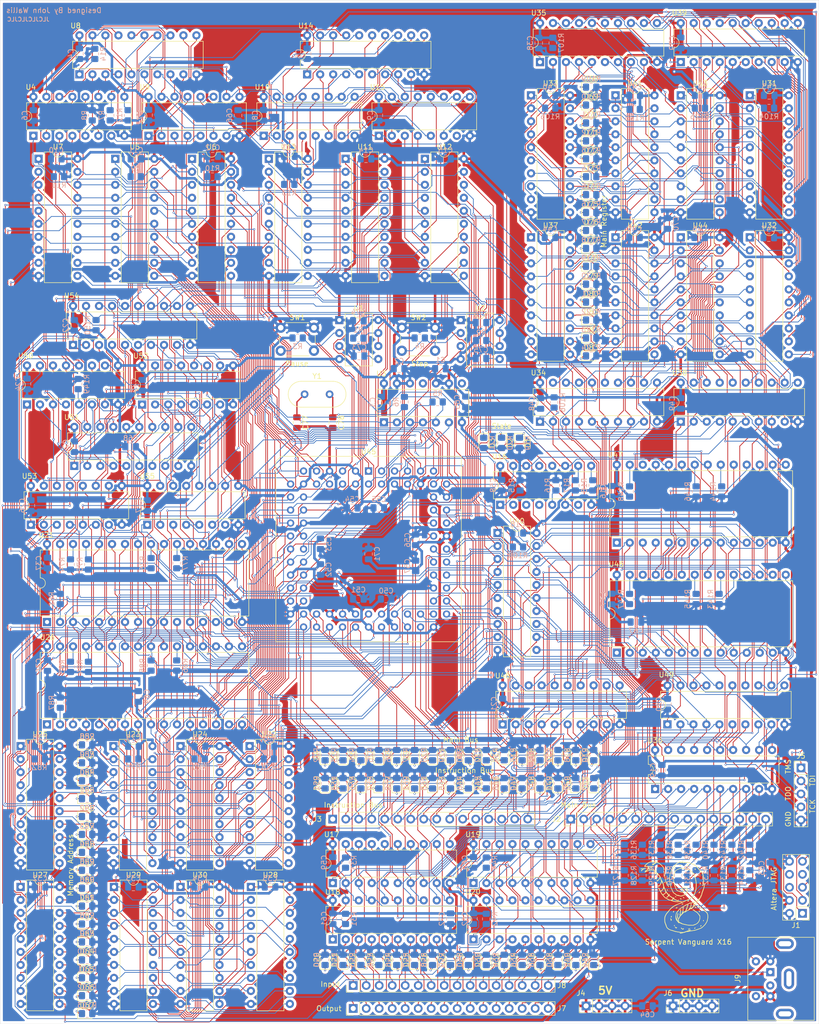
<source format=kicad_pcb>
(kicad_pcb (version 20171130) (host pcbnew "(5.1.10)-1")
  (layers (0 F.Cu signal) (31 B.Cu signal) (34 B.Paste user) (35 F.Paste user) (36 B.SilkS user) (37 F.SilkS user) (38 B.Mask user) (39 F.Mask user) (44 Edge.Cuts user))
  (net 0 "")
  (net 1 +5V)
  (net 2 UserCLK)
  (net 3 CLK_Select)
  (net 4 TCK)
  (net 5 TDO)
  (net 6 TDI)
  (net 7 TMS)
  (net 8 JumpEnable)
  (net 9 CLK)
  (net 10 "Net-(D10-Pad1)")
  (net 11 MainRegReadControl)
  (net 12 MainRegOutputControl)
  (net 13 RAM_Addr_Enable)
  (net 14 InsRegControl)
  (net 15 StackCount)
  (net 16 MemOutEnable)
  (net 17 StackOutControl)
  (net 18 Count)
  (net 19 CounterOutControl)
  (net 20 StackCountDirection)
  (net 21 "Net-(U10-Pad6)")
  (net 22 "Net-(U10-Pad11)")
  (net 23 "Net-(U10-Pad2)")
  (net 24 "Net-(D1-Pad1)")
  (net 25 "Net-(D5-Pad1)")
  (net 26 "Net-(D13-Pad1)")
  (net 27 "Net-(R11-Pad1)")
  (net 28 "Net-(R12-Pad1)")
  (net 29 "Net-(R3-Pad2)")
  (net 30 "Net-(U4-Pad14)")
  (net 31 "Net-(U8-Pad7)")
  (net 32 "Net-(R8-Pad1)")
  (net 33 "Net-(R17-Pad1)")
  (net 34 "Net-(C73-Pad1)")
  (net 35 "Net-(C74-Pad1)")
  (net 36 "Net-(C75-Pad1)")
  (net 37 "Net-(C76-Pad1)")
  (net 38 "Net-(C77-Pad1)")
  (net 39 "Net-(C78-Pad1)")
  (net 40 "Net-(D2-Pad1)")
  (net 41 "Net-(D3-Pad1)")
  (net 42 "Net-(D4-Pad1)")
  (net 43 "Net-(D6-Pad1)")
  (net 44 "Net-(D7-Pad1)")
  (net 45 "Net-(D8-Pad1)")
  (net 46 "Net-(D9-Pad1)")
  (net 47 "Net-(D11-Pad1)")
  (net 48 "Net-(D12-Pad1)")
  (net 49 "Net-(D14-Pad1)")
  (net 50 "Net-(D15-Pad1)")
  (net 51 "Net-(D16-Pad1)")
  (net 52 "Net-(D17-Pad1)")
  (net 53 "Net-(D18-Pad1)")
  (net 54 "Net-(D19-Pad1)")
  (net 55 "Net-(D20-Pad1)")
  (net 56 "Net-(D21-Pad1)")
  (net 57 "Net-(D22-Pad1)")
  (net 58 "Net-(D23-Pad1)")
  (net 59 "Net-(D24-Pad1)")
  (net 60 "Net-(D25-Pad1)")
  (net 61 "Net-(D26-Pad1)")
  (net 62 "Net-(D27-Pad1)")
  (net 63 "Net-(D28-Pad1)")
  (net 64 "Net-(D29-Pad1)")
  (net 65 "Net-(D30-Pad1)")
  (net 66 "Net-(D31-Pad1)")
  (net 67 "Net-(D32-Pad1)")
  (net 68 "Net-(D33-Pad1)")
  (net 69 "Net-(D34-Pad1)")
  (net 70 "Net-(D35-Pad1)")
  (net 71 "Net-(D36-Pad1)")
  (net 72 "Net-(D37-Pad1)")
  (net 73 "Net-(D38-Pad1)")
  (net 74 "Net-(D39-Pad1)")
  (net 75 "Net-(D40-Pad1)")
  (net 76 "Net-(D41-Pad1)")
  (net 77 "Net-(D42-Pad1)")
  (net 78 "Net-(D43-Pad1)")
  (net 79 "Net-(D44-Pad1)")
  (net 80 "Net-(D45-Pad1)")
  (net 81 "Net-(D46-Pad1)")
  (net 82 "Net-(D47-Pad1)")
  (net 83 "Net-(D48-Pad1)")
  (net 84 "Net-(D49-Pad1)")
  (net 85 "Net-(D50-Pad1)")
  (net 86 "Net-(D51-Pad1)")
  (net 87 "Net-(D52-Pad1)")
  (net 88 "Net-(D53-Pad1)")
  (net 89 "Net-(D54-Pad1)")
  (net 90 "Net-(D55-Pad1)")
  (net 91 "Net-(D56-Pad1)")
  (net 92 "Net-(D57-Pad1)")
  (net 93 "Net-(D58-Pad1)")
  (net 94 "Net-(D59-Pad1)")
  (net 95 "Net-(D60-Pad1)")
  (net 96 "Net-(D61-Pad1)")
  (net 97 "Net-(D62-Pad1)")
  (net 98 "Net-(D63-Pad1)")
  (net 99 "Net-(D64-Pad1)")
  (net 100 "Net-(D65-Pad1)")
  (net 101 "Net-(D66-Pad1)")
  (net 102 "Net-(D67-Pad1)")
  (net 103 "Net-(D68-Pad1)")
  (net 104 "Net-(D69-Pad1)")
  (net 105 "Net-(D70-Pad1)")
  (net 106 "Net-(D71-Pad1)")
  (net 107 "Net-(D72-Pad1)")
  (net 108 "Net-(D73-Pad1)")
  (net 109 "Net-(D74-Pad1)")
  (net 110 "Net-(D75-Pad1)")
  (net 111 "Net-(D76-Pad1)")
  (net 112 "Net-(D77-Pad1)")
  (net 113 "Net-(D78-Pad1)")
  (net 114 "Net-(D79-Pad1)")
  (net 115 "Net-(D80-Pad1)")
  (net 116 /Interface/PO15)
  (net 117 /Interface/PO14)
  (net 118 /Interface/PO13)
  (net 119 /Interface/PO12)
  (net 120 /Interface/PO11)
  (net 121 /Interface/PO10)
  (net 122 /Interface/PO9)
  (net 123 /Interface/PO8)
  (net 124 /Interface/PO7)
  (net 125 /Interface/PO6)
  (net 126 /Interface/PO5)
  (net 127 /Interface/PO4)
  (net 128 /Interface/PO3)
  (net 129 /Interface/PO2)
  (net 130 /Interface/PO1)
  (net 131 /Interface/PO0)
  (net 132 /Interface/PI15)
  (net 133 /Interface/PI14)
  (net 134 /Interface/PI13)
  (net 135 /Interface/PI12)
  (net 136 /Interface/PI11)
  (net 137 /Interface/PI10)
  (net 138 /Interface/PI9)
  (net 139 /Interface/PI8)
  (net 140 /Interface/PI7)
  (net 141 /Interface/PI6)
  (net 142 /Interface/PI5)
  (net 143 /Interface/PI4)
  (net 144 /Interface/PI3)
  (net 145 /Interface/PI2)
  (net 146 /Interface/PI1)
  (net 147 /Interface/PI0)
  (net 148 I2CCLK)
  (net 149 I2CData)
  (net 150 JumpBufferAOutput)
  (net 151 JumpBufferBOutput)
  (net 152 PortCRead)
  (net 153 PortDRead)
  (net 154 MemAddrAOutput)
  (net 155 MemAddrBOutput)
  (net 156 MainAOutput)
  (net 157 R1Output)
  (net 158 R2Output)
  (net 159 "Net-(R147-Pad1)")
  (net 160 FastCLK)
  (net 161 "Net-(U4-Pad7)")
  (net 162 "Net-(U4-Pad6)")
  (net 163 "/Counter Module/JB2")
  (net 164 "/Counter Module/JB1")
  (net 165 "/Counter Module/JB0")
  (net 166 "Net-(U4-Pad11)")
  (net 167 "/Counter Module/JB3")
  (net 168 "Net-(U4-Pad2)")
  (net 169 "/Counter Module/JB7")
  (net 170 "/Counter Module/JB6")
  (net 171 "/Counter Module/JB5")
  (net 172 "/Counter Module/JB4")
  (net 173 JumpRegLoad)
  (net 174 "Net-(U8-Pad9)")
  (net 175 "/Counter Module/RA0")
  (net 176 "Net-(U8-Pad8)")
  (net 177 "/Counter Module/RA1")
  (net 178 "/Counter Module/RA2")
  (net 179 "Net-(U8-Pad6)")
  (net 180 "/Counter Module/RA3")
  (net 181 "/Counter Module/RA4")
  (net 182 "/Counter Module/RA5")
  (net 183 "/Counter Module/RA6")
  (net 184 "/Counter Module/RA7")
  (net 185 "Net-(U10-Pad5)")
  (net 186 "Net-(U10-Pad7)")
  (net 187 "Net-(U10-Pad14)")
  (net 188 "/Counter Module/JB10")
  (net 189 "/Counter Module/JB9")
  (net 190 "/Counter Module/JB8")
  (net 191 "/Counter Module/JB11")
  (net 192 "/Counter Module/JB15")
  (net 193 "/Counter Module/JB14")
  (net 194 "/Counter Module/JB13")
  (net 195 "/Counter Module/JB12")
  (net 196 "Net-(U14-Pad9)")
  (net 197 "/Counter Module/RA8")
  (net 198 "Net-(U14-Pad8)")
  (net 199 "/Counter Module/RA9")
  (net 200 "Net-(U14-Pad7)")
  (net 201 "/Counter Module/RA10")
  (net 202 "Net-(U14-Pad6)")
  (net 203 "/Counter Module/RA11")
  (net 204 "/Counter Module/RA12")
  (net 205 "/Counter Module/RA13")
  (net 206 "/Counter Module/RA14")
  (net 207 "/Counter Module/RA15")
  (net 208 "/Counter Module/State2")
  (net 209 "/Counter Module/State0")
  (net 210 "/Counter Module/State1")
  (net 211 PortALatch)
  (net 212 PortBLatch)
  (net 213 /Memory/MA7)
  (net 214 /Memory/MA6)
  (net 215 /Memory/MA5)
  (net 216 /Memory/MA4)
  (net 217 /Memory/MA3)
  (net 218 /Memory/MA2)
  (net 219 /Memory/MA1)
  (net 220 /Memory/MA0)
  (net 221 Ram_Addr_Read)
  (net 222 /Memory/MA8)
  (net 223 /Memory/MA9)
  (net 224 /Memory/MA10)
  (net 225 /Memory/MA11)
  (net 226 /Memory/MA12)
  (net 227 /Memory/MA13)
  (net 228 /Memory/MA14)
  (net 229 /Memory/MA15)
  (net 230 /Registers/MR7)
  (net 231 /Registers/rB0)
  (net 232 /Registers/MR6)
  (net 233 /Registers/rB1)
  (net 234 /Registers/MR5)
  (net 235 /Registers/rB2)
  (net 236 /Registers/MR4)
  (net 237 /Registers/rB3)
  (net 238 /Registers/MR3)
  (net 239 /Registers/rB4)
  (net 240 /Registers/MR2)
  (net 241 /Registers/rB5)
  (net 242 /Registers/MR1)
  (net 243 /Registers/rB6)
  (net 244 /Registers/MR0)
  (net 245 /Registers/rB7)
  (net 246 /Registers/MR15)
  (net 247 /Registers/rB8)
  (net 248 /Registers/MR14)
  (net 249 /Registers/rB9)
  (net 250 /Registers/MR13)
  (net 251 /Registers/rB10)
  (net 252 /Registers/MR12)
  (net 253 /Registers/rB11)
  (net 254 /Registers/MR11)
  (net 255 /Registers/rB12)
  (net 256 /Registers/MR10)
  (net 257 /Registers/rB13)
  (net 258 /Registers/MR9)
  (net 259 /Registers/rB14)
  (net 260 /Registers/MR8)
  (net 261 /Registers/rB15)
  (net 262 /Registers/rA0)
  (net 263 /Registers/rA1)
  (net 264 /Registers/rA2)
  (net 265 /Registers/rA3)
  (net 266 /Registers/rA4)
  (net 267 /Registers/rA5)
  (net 268 /Registers/rA6)
  (net 269 /Registers/rA7)
  (net 270 R1ReadControl)
  (net 271 R2ReadControl)
  (net 272 /Registers/rA8)
  (net 273 /Registers/rA9)
  (net 274 /Registers/rA10)
  (net 275 /Registers/rA11)
  (net 276 /Registers/rA12)
  (net 277 /Registers/rA13)
  (net 278 /Registers/rA14)
  (net 279 /Registers/rA15)
  (net 280 OverflowFlag)
  (net 281 EqualFlag)
  (net 282 /ALU/B15)
  (net 283 /ALU/B13)
  (net 284 /ALU/B11)
  (net 285 /ALU/B8)
  (net 286 /ALU/B7)
  (net 287 /ALU/B5)
  (net 288 /ALU/B4)
  (net 289 /ALU/B2)
  (net 290 /ALU/B0)
  (net 291 /ALU/B14)
  (net 292 /ALU/B12)
  (net 293 /ALU/B10)
  (net 294 /ALU/B9)
  (net 295 /ALU/B6)
  (net 296 /ALU/B3)
  (net 297 /ALU/B1)
  (net 298 ALU_Regs)
  (net 299 /ALU/Ins12)
  (net 300 /ALU/Ins9)
  (net 301 /ALU/Ins13)
  (net 302 /ALU/Ins11)
  (net 303 /ALU/Ins10)
  (net 304 /ALU/Ins8)
  (net 305 RegRead)
  (net 306 StackJump)
  (net 307 MainBOutput)
  (net 308 "Net-(U50-Pad7)")
  (net 309 "Net-(U50-Pad14)")
  (net 310 "Net-(U50-Pad6)")
  (net 311 "Net-(U50-Pad11)")
  (net 312 "Net-(U50-Pad2)")
  (net 313 "Net-(U51-Pad9)")
  (net 314 "Net-(U51-Pad8)")
  (net 315 "Net-(U51-Pad7)")
  (net 316 "Net-(U51-Pad6)")
  (net 317 "Net-(U52-Pad7)")
  (net 318 "Net-(U53-Pad7)")
  (net 319 "Net-(U53-Pad14)")
  (net 320 "Net-(U53-Pad6)")
  (net 321 "Net-(U53-Pad11)")
  (net 322 "Net-(U53-Pad2)")
  (net 323 "Net-(U54-Pad9)")
  (net 324 "Net-(U54-Pad8)")
  (net 325 "Net-(U54-Pad7)")
  (net 326 "Net-(U54-Pad6)")
  (net 327 "Net-(R4-Pad2)")
  (net 328 "Net-(R5-Pad1)")
  (net 329 "Net-(R7-Pad1)")
  (net 330 "Net-(R13-Pad1)")
  (net 331 "Net-(R15-Pad1)")
  (net 332 "Net-(R16-Pad1)")
  (net 333 "Net-(R18-Pad1)")
  (net 334 "Net-(R105-Pad1)")
  (net 335 "Net-(R143-Pad1)")
  (net 336 "Net-(R144-Pad1)")
  (net 337 "Net-(R145-Pad1)")
  (net 338 "Net-(R146-Pad1)")
  (net 339 /ALU/Ins0)
  (net 340 /ALU/Ins1)
  (net 341 /ALU/Ins2)
  (net 342 /ALU/Ins3)
  (net 343 /ALU/Ins4)
  (net 344 /ALU/Ins5)
  (net 345 /ALU/Ins6)
  (net 346 /ALU/Ins7)
  (net 347 /ALU/Ins14)
  (net 348 /ALU/Ins15)
  (net 349 /ALU/r_A0)
  (net 350 /ALU/r_A1)
  (net 351 /ALU/r_A2)
  (net 352 /ALU/r_A3)
  (net 353 /ALU/r_A4)
  (net 354 /ALU/r_A5)
  (net 355 /ALU/r_A6)
  (net 356 /ALU/r_A7)
  (net 357 /ALU/r_B8)
  (net 358 /ALU/r_B9)
  (net 359 /ALU/r_B10)
  (net 360 /ALU/r_B11)
  (net 361 /ALU/r_B12)
  (net 362 /ALU/r_B13)
  (net 363 /ALU/r_B14)
  (net 364 /ALU/r_B15)
  (net 365 /ALU/r_A8)
  (net 366 /ALU/r_A9)
  (net 367 /ALU/r_A10)
  (net 368 /ALU/r_A11)
  (net 369 /ALU/r_A12)
  (net 370 /ALU/r_A13)
  (net 371 /ALU/r_A14)
  (net 372 /ALU/r_A15)
  (net 373 /ALU/r_B0)
  (net 374 /ALU/r_B1)
  (net 375 /ALU/r_B2)
  (net 376 /ALU/r_B3)
  (net 377 /ALU/r_B4)
  (net 378 /ALU/r_B5)
  (net 379 /ALU/r_B6)
  (net 380 /ALU/r_B7)
  (net 381 GND)
  (net 382 "Net-(D81-Pad1)")
  (net 383 "Net-(D82-Pad1)")
  (net 384 "Net-(D83-Pad1)")
  (net 385 "Net-(R33-Pad1)")
  (net 386 "Net-(R44-Pad1)")
  (net 387 "Net-(R74-Pad1)")
  (net 388 MemWriteControlL)
  (net 389 "Net-(R77-Pad2)")
  (net 390 "Net-(R81-Pad2)")
  (net 391 "Net-(R82-Pad1)")
  (net 392 "Net-(R83-Pad1)")
  (net 393 MemWriteControlH)
  (net 394 "Net-(R86-Pad2)")
  (net 395 "Net-(R87-Pad2)")
  (net 396 "Net-(R148-Pad1)")
  (net 397 "Net-(R149-Pad1)")
  (net 398 ProgramEnable)
  (module Resistor_SMD:R_0805_2012Metric_Pad1.20x1.40mm_HandSolder (layer B.Cu) (at -84.5 85.5 90)
    (fp_text reference R21 (at 0 1.65 90) (layer B.SilkS) (effects (justify mirror)))
    (fp_text value 330)
    (pad 2 smd roundrect (at 1 0 90) (size 1.2 1.4) (layers B.Cu B.Paste B.Mask) (roundrect_rratio 0.208333) (net 41 "Net-(D3-Pad1)"))
    (pad 1 smd roundrect (at -1 0 90) (size 1.2 1.4) (layers B.Cu B.Paste B.Mask) (roundrect_rratio 0.208333) (net 381 GND))
  )
  (module Resistor_SMD:R_0805_2012Metric_Pad1.20x1.40mm_HandSolder (layer B.Cu) (at -81 85.5 90)
    (fp_text reference R20 (at 0 1.65 90) (layer B.SilkS) (effects (justify mirror)))
    (fp_text value 330)
    (pad 2 smd roundrect (at 1 0 90) (size 1.2 1.4) (layers B.Cu B.Paste B.Mask) (roundrect_rratio 0.208333) (net 40 "Net-(D2-Pad1)"))
    (pad 1 smd roundrect (at -1 0 90) (size 1.2 1.4) (layers B.Cu B.Paste B.Mask) (roundrect_rratio 0.208333) (net 381 GND))
  )
  (module Resistor_SMD:R_0805_2012Metric_Pad1.20x1.40mm_HandSolder (layer B.Cu) (at -77.5 85.5 90)
    (fp_text reference R19 (at 0 1.65 90) (layer B.SilkS) (effects (justify mirror)))
    (fp_text value 330)
    (pad 2 smd roundrect (at 1 0 90) (size 1.2 1.4) (layers B.Cu B.Paste B.Mask) (roundrect_rratio 0.208333) (net 24 "Net-(D1-Pad1)"))
    (pad 1 smd roundrect (at -1 0 90) (size 1.2 1.4) (layers B.Cu B.Paste B.Mask) (roundrect_rratio 0.208333) (net 381 GND))
  )
  (module LED_SMD:LED_0805_2012Metric_Pad1.15x1.40mm_HandSolder (layer F.Cu) (at -84.5 85.5 270)
    (fp_text reference D3 (at 0 -1.65 90) (layer F.SilkS))
    (fp_text value LED)
    (pad 2 smd roundrect (at 1.025 0 270) (size 1.15 1.4) (layers F.Cu F.Paste F.Mask) (roundrect_rratio 0.217391) (net 208 "/Counter Module/State2"))
    (pad 1 smd roundrect (at -1.025 0 270) (size 1.15 1.4) (layers F.Cu F.Paste F.Mask) (roundrect_rratio 0.217391) (net 41 "Net-(D3-Pad1)"))
  )
  (module LED_SMD:LED_0805_2012Metric_Pad1.15x1.40mm_HandSolder (layer F.Cu) (at -81 85.5 270)
    (fp_text reference D2 (at 0 -1.65 90) (layer F.SilkS))
    (fp_text value LED)
    (pad 2 smd roundrect (at 1.025 0 270) (size 1.15 1.4) (layers F.Cu F.Paste F.Mask) (roundrect_rratio 0.217391) (net 210 "/Counter Module/State1"))
    (pad 1 smd roundrect (at -1.025 0 270) (size 1.15 1.4) (layers F.Cu F.Paste F.Mask) (roundrect_rratio 0.217391) (net 40 "Net-(D2-Pad1)"))
  )
  (module LED_SMD:LED_0805_2012Metric_Pad1.15x1.40mm_HandSolder (layer F.Cu) (at -77.5 85.5 270)
    (fp_text reference D1 (at 0 -1.65 90) (layer F.SilkS))
    (fp_text value LED)
    (pad 2 smd roundrect (at 1.025 0 270) (size 1.15 1.4) (layers F.Cu F.Paste F.Mask) (roundrect_rratio 0.217391) (net 209 "/Counter Module/State0"))
    (pad 1 smd roundrect (at -1.025 0 270) (size 1.15 1.4) (layers F.Cu F.Paste F.Mask) (roundrect_rratio 0.217391) (net 24 "Net-(D1-Pad1)"))
  )
  (module Connector_PinHeader_2.54mm:PinHeader_1x16_P2.54mm_Vertical (layer F.Cu) (at -110 191.5 90)
    (fp_text reference J8 (at 0 40.75) (layer F.SilkS))
    (fp_text value Conn_01x16_Male)
    (pad 16 thru_hole oval (at 0 38.1 90) (size 1.7 1.7) (drill 1) (layers *.Cu *.Mask) (net 132 /Interface/PI15))
    (pad 15 thru_hole oval (at 0 35.56 90) (size 1.7 1.7) (drill 1) (layers *.Cu *.Mask) (net 133 /Interface/PI14))
    (pad 14 thru_hole oval (at 0 33.02 90) (size 1.7 1.7) (drill 1) (layers *.Cu *.Mask) (net 134 /Interface/PI13))
    (pad 13 thru_hole oval (at 0 30.48 90) (size 1.7 1.7) (drill 1) (layers *.Cu *.Mask) (net 135 /Interface/PI12))
    (pad 12 thru_hole oval (at 0 27.94 90) (size 1.7 1.7) (drill 1) (layers *.Cu *.Mask) (net 136 /Interface/PI11))
    (pad 11 thru_hole oval (at 0 25.4 90) (size 1.7 1.7) (drill 1) (layers *.Cu *.Mask) (net 137 /Interface/PI10))
    (pad 10 thru_hole oval (at 0 22.86 90) (size 1.7 1.7) (drill 1) (layers *.Cu *.Mask) (net 138 /Interface/PI9))
    (pad 9 thru_hole oval (at 0 20.32 90) (size 1.7 1.7) (drill 1) (layers *.Cu *.Mask) (net 139 /Interface/PI8))
    (pad 8 thru_hole oval (at 0 17.78 90) (size 1.7 1.7) (drill 1) (layers *.Cu *.Mask) (net 140 /Interface/PI7))
    (pad 7 thru_hole oval (at 0 15.24 90) (size 1.7 1.7) (drill 1) (layers *.Cu *.Mask) (net 141 /Interface/PI6))
    (pad 6 thru_hole oval (at 0 12.7 90) (size 1.7 1.7) (drill 1) (layers *.Cu *.Mask) (net 142 /Interface/PI5))
    (pad 5 thru_hole oval (at 0 10.16 90) (size 1.7 1.7) (drill 1) (layers *.Cu *.Mask) (net 143 /Interface/PI4))
    (pad 4 thru_hole oval (at 0 7.62 90) (size 1.7 1.7) (drill 1) (layers *.Cu *.Mask) (net 144 /Interface/PI3))
    (pad 3 thru_hole oval (at 0 5.08 90) (size 1.7 1.7) (drill 1) (layers *.Cu *.Mask) (net 145 /Interface/PI2))
    (pad 2 thru_hole oval (at 0 2.54 90) (size 1.7 1.7) (drill 1) (layers *.Cu *.Mask) (net 146 /Interface/PI1))
    (pad 1 thru_hole rect (at 0 0 90) (size 1.7 1.7) (drill 1) (layers *.Cu *.Mask) (net 147 /Interface/PI0))
  )
  (module Connector_PinHeader_2.54mm:PinHeader_1x16_P2.54mm_Vertical (layer F.Cu) (at -110 196 90)
    (fp_text reference J7 (at 0 40.75 180) (layer F.SilkS))
    (fp_text value Conn_01x16_Male)
    (pad 16 thru_hole oval (at 0 38.1 90) (size 1.7 1.7) (drill 1) (layers *.Cu *.Mask) (net 116 /Interface/PO15))
    (pad 15 thru_hole oval (at 0 35.56 90) (size 1.7 1.7) (drill 1) (layers *.Cu *.Mask) (net 117 /Interface/PO14))
    (pad 14 thru_hole oval (at 0 33.02 90) (size 1.7 1.7) (drill 1) (layers *.Cu *.Mask) (net 118 /Interface/PO13))
    (pad 13 thru_hole oval (at 0 30.48 90) (size 1.7 1.7) (drill 1) (layers *.Cu *.Mask) (net 119 /Interface/PO12))
    (pad 12 thru_hole oval (at 0 27.94 90) (size 1.7 1.7) (drill 1) (layers *.Cu *.Mask) (net 120 /Interface/PO11))
    (pad 11 thru_hole oval (at 0 25.4 90) (size 1.7 1.7) (drill 1) (layers *.Cu *.Mask) (net 121 /Interface/PO10))
    (pad 10 thru_hole oval (at 0 22.86 90) (size 1.7 1.7) (drill 1) (layers *.Cu *.Mask) (net 122 /Interface/PO9))
    (pad 9 thru_hole oval (at 0 20.32 90) (size 1.7 1.7) (drill 1) (layers *.Cu *.Mask) (net 123 /Interface/PO8))
    (pad 8 thru_hole oval (at 0 17.78 90) (size 1.7 1.7) (drill 1) (layers *.Cu *.Mask) (net 124 /Interface/PO7))
    (pad 7 thru_hole oval (at 0 15.24 90) (size 1.7 1.7) (drill 1) (layers *.Cu *.Mask) (net 125 /Interface/PO6))
    (pad 6 thru_hole oval (at 0 12.7 90) (size 1.7 1.7) (drill 1) (layers *.Cu *.Mask) (net 126 /Interface/PO5))
    (pad 5 thru_hole oval (at 0 10.16 90) (size 1.7 1.7) (drill 1) (layers *.Cu *.Mask) (net 127 /Interface/PO4))
    (pad 4 thru_hole oval (at 0 7.62 90) (size 1.7 1.7) (drill 1) (layers *.Cu *.Mask) (net 128 /Interface/PO3))
    (pad 3 thru_hole oval (at 0 5.08 90) (size 1.7 1.7) (drill 1) (layers *.Cu *.Mask) (net 129 /Interface/PO2))
    (pad 2 thru_hole oval (at 0 2.54 90) (size 1.7 1.7) (drill 1) (layers *.Cu *.Mask) (net 130 /Interface/PO1))
    (pad 1 thru_hole rect (at 0 0 90) (size 1.7 1.7) (drill 1) (layers *.Cu *.Mask) (net 131 /Interface/PO0))
  )
  (module Connector_PinHeader_2.54mm:PinHeader_1x04_P2.54mm_Vertical (layer F.Cu) (at -47.5 195.5 90)
    (fp_text reference J6 (at 2.5 -1 180) (layer F.SilkS))
    (fp_text value Conn_01x04_Male)
    (pad 4 thru_hole oval (at 0 7.62 90) (size 1.7 1.7) (drill 1) (layers *.Cu *.Mask) (net 381 GND))
    (pad 3 thru_hole oval (at 0 5.08 90) (size 1.7 1.7) (drill 1) (layers *.Cu *.Mask) (net 381 GND))
    (pad 2 thru_hole oval (at 0 2.54 90) (size 1.7 1.7) (drill 1) (layers *.Cu *.Mask) (net 381 GND))
    (pad 1 thru_hole rect (at 0 0 90) (size 1.7 1.7) (drill 1) (layers *.Cu *.Mask) (net 381 GND))
  )
  (module Connector_PinHeader_2.54mm:PinHeader_1x04_P2.54mm_Vertical (layer F.Cu) (at -64.5 195.5 90)
    (fp_text reference J4 (at 2.5 -1 180) (layer F.SilkS))
    (fp_text value Conn_01x04_Male)
    (pad 4 thru_hole oval (at 0 7.62 90) (size 1.7 1.7) (drill 1) (layers *.Cu *.Mask) (net 1 +5V))
    (pad 3 thru_hole oval (at 0 5.08 90) (size 1.7 1.7) (drill 1) (layers *.Cu *.Mask) (net 1 +5V))
    (pad 2 thru_hole oval (at 0 2.54 90) (size 1.7 1.7) (drill 1) (layers *.Cu *.Mask) (net 1 +5V))
    (pad 1 thru_hole rect (at 0 0 90) (size 1.7 1.7) (drill 1) (layers *.Cu *.Mask) (net 1 +5V))
  )
  (module Connector_PinHeader_2.54mm:PinHeader_1x16_P2.54mm_Vertical (layer F.Cu) (at -114 159 90)
    (fp_text reference J3 (at 0 -3 180) (layer F.SilkS))
    (fp_text value Conn_01x16_Male)
    (pad 16 thru_hole oval (at 0 38.1 90) (size 1.7 1.7) (drill 1) (layers *.Cu *.Mask) (net 348 /ALU/Ins15))
    (pad 15 thru_hole oval (at 0 35.56 90) (size 1.7 1.7) (drill 1) (layers *.Cu *.Mask) (net 347 /ALU/Ins14))
    (pad 14 thru_hole oval (at 0 33.02 90) (size 1.7 1.7) (drill 1) (layers *.Cu *.Mask) (net 301 /ALU/Ins13))
    (pad 13 thru_hole oval (at 0 30.48 90) (size 1.7 1.7) (drill 1) (layers *.Cu *.Mask) (net 299 /ALU/Ins12))
    (pad 12 thru_hole oval (at 0 27.94 90) (size 1.7 1.7) (drill 1) (layers *.Cu *.Mask) (net 302 /ALU/Ins11))
    (pad 11 thru_hole oval (at 0 25.4 90) (size 1.7 1.7) (drill 1) (layers *.Cu *.Mask) (net 303 /ALU/Ins10))
    (pad 10 thru_hole oval (at 0 22.86 90) (size 1.7 1.7) (drill 1) (layers *.Cu *.Mask) (net 300 /ALU/Ins9))
    (pad 9 thru_hole oval (at 0 20.32 90) (size 1.7 1.7) (drill 1) (layers *.Cu *.Mask) (net 304 /ALU/Ins8))
    (pad 8 thru_hole oval (at 0 17.78 90) (size 1.7 1.7) (drill 1) (layers *.Cu *.Mask) (net 346 /ALU/Ins7))
    (pad 7 thru_hole oval (at 0 15.24 90) (size 1.7 1.7) (drill 1) (layers *.Cu *.Mask) (net 345 /ALU/Ins6))
    (pad 6 thru_hole oval (at 0 12.7 90) (size 1.7 1.7) (drill 1) (layers *.Cu *.Mask) (net 344 /ALU/Ins5))
    (pad 5 thru_hole oval (at 0 10.16 90) (size 1.7 1.7) (drill 1) (layers *.Cu *.Mask) (net 343 /ALU/Ins4))
    (pad 4 thru_hole oval (at 0 7.62 90) (size 1.7 1.7) (drill 1) (layers *.Cu *.Mask) (net 342 /ALU/Ins3))
    (pad 3 thru_hole oval (at 0 5.08 90) (size 1.7 1.7) (drill 1) (layers *.Cu *.Mask) (net 341 /ALU/Ins2))
    (pad 2 thru_hole oval (at 0 2.54 90) (size 1.7 1.7) (drill 1) (layers *.Cu *.Mask) (net 340 /ALU/Ins1))
    (pad 1 thru_hole rect (at 0 0 90) (size 1.7 1.7) (drill 1) (layers *.Cu *.Mask) (net 339 /ALU/Ins0))
  )
  (module Connector_PinHeader_2.54mm:PinHeader_1x16_P2.54mm_Vertical (layer F.Cu) (at -67.5 159 90)
    (fp_text reference J2 (at 0 -2.75 180) (layer F.SilkS))
    (fp_text value Conn_01x16_Male)
    (pad 16 thru_hole oval (at 0 38.1 90) (size 1.7 1.7) (drill 1) (layers *.Cu *.Mask) (net 282 /ALU/B15))
    (pad 15 thru_hole oval (at 0 35.56 90) (size 1.7 1.7) (drill 1) (layers *.Cu *.Mask) (net 291 /ALU/B14))
    (pad 14 thru_hole oval (at 0 33.02 90) (size 1.7 1.7) (drill 1) (layers *.Cu *.Mask) (net 283 /ALU/B13))
    (pad 13 thru_hole oval (at 0 30.48 90) (size 1.7 1.7) (drill 1) (layers *.Cu *.Mask) (net 292 /ALU/B12))
    (pad 12 thru_hole oval (at 0 27.94 90) (size 1.7 1.7) (drill 1) (layers *.Cu *.Mask) (net 284 /ALU/B11))
    (pad 11 thru_hole oval (at 0 25.4 90) (size 1.7 1.7) (drill 1) (layers *.Cu *.Mask) (net 293 /ALU/B10))
    (pad 10 thru_hole oval (at 0 22.86 90) (size 1.7 1.7) (drill 1) (layers *.Cu *.Mask) (net 294 /ALU/B9))
    (pad 9 thru_hole oval (at 0 20.32 90) (size 1.7 1.7) (drill 1) (layers *.Cu *.Mask) (net 285 /ALU/B8))
    (pad 8 thru_hole oval (at 0 17.78 90) (size 1.7 1.7) (drill 1) (layers *.Cu *.Mask) (net 286 /ALU/B7))
    (pad 7 thru_hole oval (at 0 15.24 90) (size 1.7 1.7) (drill 1) (layers *.Cu *.Mask) (net 295 /ALU/B6))
    (pad 6 thru_hole oval (at 0 12.7 90) (size 1.7 1.7) (drill 1) (layers *.Cu *.Mask) (net 287 /ALU/B5))
    (pad 5 thru_hole oval (at 0 10.16 90) (size 1.7 1.7) (drill 1) (layers *.Cu *.Mask) (net 288 /ALU/B4))
    (pad 4 thru_hole oval (at 0 7.62 90) (size 1.7 1.7) (drill 1) (layers *.Cu *.Mask) (net 296 /ALU/B3))
    (pad 3 thru_hole oval (at 0 5.08 90) (size 1.7 1.7) (drill 1) (layers *.Cu *.Mask) (net 289 /ALU/B2))
    (pad 2 thru_hole oval (at 0 2.54 90) (size 1.7 1.7) (drill 1) (layers *.Cu *.Mask) (net 297 /ALU/B1))
    (pad 1 thru_hole rect (at 0 0 90) (size 1.7 1.7) (drill 1) (layers *.Cu *.Mask) (net 290 /ALU/B0))
  )
  (module Crystal:Crystal_HC49-U_Vertical (layer F.Cu) (at -119.5 76)
    (fp_text reference Y1 (at 2.44 -3.525) (layer F.SilkS))
    (fp_text value Crystal)
    (pad 2 thru_hole circle (at 4.88 0) (size 1.5 1.5) (drill 0.8) (layers *.Cu *.Mask) (net 39 "Net-(C78-Pad1)"))
    (pad 1 thru_hole circle (at 0 0) (size 1.5 1.5) (drill 0.8) (layers *.Cu *.Mask) (net 38 "Net-(C77-Pad1)"))
  )
  (module Package_DIP:DIP-16_W7.62mm (layer F.Cu) (at -150.25 101.5 90)
    (fp_text reference U55 (at 9.5 0 180) (layer F.SilkS))
    (fp_text value CD4029BEE4)
    (pad 16 thru_hole oval (at 7.62 0 90) (size 1.6 1.6) (drill 0.8) (layers *.Cu *.Mask) (net 1 +5V))
    (pad 8 thru_hole oval (at 0 17.78 90) (size 1.6 1.6) (drill 0.8) (layers *.Cu *.Mask) (net 381 GND))
    (pad 15 thru_hole oval (at 7.62 2.54 90) (size 1.6 1.6) (drill 0.8) (layers *.Cu *.Mask) (net 15 StackCount))
    (pad 7 thru_hole oval (at 0 15.24 90) (size 1.6 1.6) (drill 0.8) (layers *.Cu *.Mask))
    (pad 14 thru_hole oval (at 7.62 5.08 90) (size 1.6 1.6) (drill 0.8) (layers *.Cu *.Mask) (net 324 "Net-(U54-Pad8)"))
    (pad 6 thru_hole oval (at 0 12.7 90) (size 1.6 1.6) (drill 0.8) (layers *.Cu *.Mask) (net 326 "Net-(U54-Pad6)"))
    (pad 13 thru_hole oval (at 7.62 7.62 90) (size 1.6 1.6) (drill 0.8) (layers *.Cu *.Mask) (net 291 /ALU/B14))
    (pad 5 thru_hole oval (at 0 10.16 90) (size 1.6 1.6) (drill 0.8) (layers *.Cu *.Mask) (net 318 "Net-(U53-Pad7)"))
    (pad 12 thru_hole oval (at 7.62 10.16 90) (size 1.6 1.6) (drill 0.8) (layers *.Cu *.Mask) (net 283 /ALU/B13))
    (pad 4 thru_hole oval (at 0 7.62 90) (size 1.6 1.6) (drill 0.8) (layers *.Cu *.Mask) (net 292 /ALU/B12))
    (pad 11 thru_hole oval (at 7.62 12.7 90) (size 1.6 1.6) (drill 0.8) (layers *.Cu *.Mask) (net 325 "Net-(U54-Pad7)"))
    (pad 3 thru_hole oval (at 0 5.08 90) (size 1.6 1.6) (drill 0.8) (layers *.Cu *.Mask) (net 282 /ALU/B15))
    (pad 10 thru_hole oval (at 7.62 15.24 90) (size 1.6 1.6) (drill 0.8) (layers *.Cu *.Mask) (net 20 StackCountDirection))
    (pad 2 thru_hole oval (at 0 2.54 90) (size 1.6 1.6) (drill 0.8) (layers *.Cu *.Mask) (net 323 "Net-(U54-Pad9)"))
    (pad 9 thru_hole oval (at 7.62 17.78 90) (size 1.6 1.6) (drill 0.8) (layers *.Cu *.Mask) (net 1 +5V))
    (pad 1 thru_hole rect (at 0 0 90) (size 1.6 1.6) (drill 0.8) (layers *.Cu *.Mask) (net 306 StackJump))
  )
  (module Package_DIP:DIP-20_W7.62mm (layer F.Cu) (at -164.75 66.37 90)
    (fp_text reference U54 (at 9.62 -0.25 180) (layer F.SilkS))
    (fp_text value 74LS541)
    (pad 20 thru_hole oval (at 7.62 0 90) (size 1.6 1.6) (drill 0.8) (layers *.Cu *.Mask) (net 1 +5V))
    (pad 10 thru_hole oval (at 0 22.86 90) (size 1.6 1.6) (drill 0.8) (layers *.Cu *.Mask) (net 381 GND))
    (pad 19 thru_hole oval (at 7.62 2.54 90) (size 1.6 1.6) (drill 0.8) (layers *.Cu *.Mask) (net 17 StackOutControl))
    (pad 9 thru_hole oval (at 0 20.32 90) (size 1.6 1.6) (drill 0.8) (layers *.Cu *.Mask) (net 323 "Net-(U54-Pad9)"))
    (pad 18 thru_hole oval (at 7.62 5.08 90) (size 1.6 1.6) (drill 0.8) (layers *.Cu *.Mask) (net 197 "/Counter Module/RA8"))
    (pad 8 thru_hole oval (at 0 17.78 90) (size 1.6 1.6) (drill 0.8) (layers *.Cu *.Mask) (net 324 "Net-(U54-Pad8)"))
    (pad 17 thru_hole oval (at 7.62 7.62 90) (size 1.6 1.6) (drill 0.8) (layers *.Cu *.Mask) (net 199 "/Counter Module/RA9"))
    (pad 7 thru_hole oval (at 0 15.24 90) (size 1.6 1.6) (drill 0.8) (layers *.Cu *.Mask) (net 325 "Net-(U54-Pad7)"))
    (pad 16 thru_hole oval (at 7.62 10.16 90) (size 1.6 1.6) (drill 0.8) (layers *.Cu *.Mask) (net 201 "/Counter Module/RA10"))
    (pad 6 thru_hole oval (at 0 12.7 90) (size 1.6 1.6) (drill 0.8) (layers *.Cu *.Mask) (net 326 "Net-(U54-Pad6)"))
    (pad 15 thru_hole oval (at 7.62 12.7 90) (size 1.6 1.6) (drill 0.8) (layers *.Cu *.Mask) (net 203 "/Counter Module/RA11"))
    (pad 5 thru_hole oval (at 0 10.16 90) (size 1.6 1.6) (drill 0.8) (layers *.Cu *.Mask) (net 322 "Net-(U53-Pad2)"))
    (pad 14 thru_hole oval (at 7.62 15.24 90) (size 1.6 1.6) (drill 0.8) (layers *.Cu *.Mask) (net 204 "/Counter Module/RA12"))
    (pad 4 thru_hole oval (at 0 7.62 90) (size 1.6 1.6) (drill 0.8) (layers *.Cu *.Mask) (net 319 "Net-(U53-Pad14)"))
    (pad 13 thru_hole oval (at 7.62 17.78 90) (size 1.6 1.6) (drill 0.8) (layers *.Cu *.Mask) (net 205 "/Counter Module/RA13"))
    (pad 3 thru_hole oval (at 0 5.08 90) (size 1.6 1.6) (drill 0.8) (layers *.Cu *.Mask) (net 321 "Net-(U53-Pad11)"))
    (pad 12 thru_hole oval (at 7.62 20.32 90) (size 1.6 1.6) (drill 0.8) (layers *.Cu *.Mask) (net 206 "/Counter Module/RA14"))
    (pad 2 thru_hole oval (at 0 2.54 90) (size 1.6 1.6) (drill 0.8) (layers *.Cu *.Mask) (net 320 "Net-(U53-Pad6)"))
    (pad 11 thru_hole oval (at 7.62 22.86 90) (size 1.6 1.6) (drill 0.8) (layers *.Cu *.Mask) (net 207 "/Counter Module/RA15"))
    (pad 1 thru_hole rect (at 0 0 90) (size 1.6 1.6) (drill 0.8) (layers *.Cu *.Mask) (net 17 StackOutControl))
  )
  (module Package_DIP:DIP-16_W7.62mm (layer F.Cu) (at -173 101.5 90)
    (fp_text reference U53 (at 9.5 -0.25 180) (layer F.SilkS))
    (fp_text value CD4029BEE4)
    (pad 16 thru_hole oval (at 7.62 0 90) (size 1.6 1.6) (drill 0.8) (layers *.Cu *.Mask) (net 1 +5V))
    (pad 8 thru_hole oval (at 0 17.78 90) (size 1.6 1.6) (drill 0.8) (layers *.Cu *.Mask) (net 381 GND))
    (pad 15 thru_hole oval (at 7.62 2.54 90) (size 1.6 1.6) (drill 0.8) (layers *.Cu *.Mask) (net 15 StackCount))
    (pad 7 thru_hole oval (at 0 15.24 90) (size 1.6 1.6) (drill 0.8) (layers *.Cu *.Mask) (net 318 "Net-(U53-Pad7)"))
    (pad 14 thru_hole oval (at 7.62 5.08 90) (size 1.6 1.6) (drill 0.8) (layers *.Cu *.Mask) (net 319 "Net-(U53-Pad14)"))
    (pad 6 thru_hole oval (at 0 12.7 90) (size 1.6 1.6) (drill 0.8) (layers *.Cu *.Mask) (net 320 "Net-(U53-Pad6)"))
    (pad 13 thru_hole oval (at 7.62 7.62 90) (size 1.6 1.6) (drill 0.8) (layers *.Cu *.Mask) (net 293 /ALU/B10))
    (pad 5 thru_hole oval (at 0 10.16 90) (size 1.6 1.6) (drill 0.8) (layers *.Cu *.Mask) (net 317 "Net-(U52-Pad7)"))
    (pad 12 thru_hole oval (at 7.62 10.16 90) (size 1.6 1.6) (drill 0.8) (layers *.Cu *.Mask) (net 294 /ALU/B9))
    (pad 4 thru_hole oval (at 0 7.62 90) (size 1.6 1.6) (drill 0.8) (layers *.Cu *.Mask) (net 285 /ALU/B8))
    (pad 11 thru_hole oval (at 7.62 12.7 90) (size 1.6 1.6) (drill 0.8) (layers *.Cu *.Mask) (net 321 "Net-(U53-Pad11)"))
    (pad 3 thru_hole oval (at 0 5.08 90) (size 1.6 1.6) (drill 0.8) (layers *.Cu *.Mask) (net 284 /ALU/B11))
    (pad 10 thru_hole oval (at 7.62 15.24 90) (size 1.6 1.6) (drill 0.8) (layers *.Cu *.Mask) (net 20 StackCountDirection))
    (pad 2 thru_hole oval (at 0 2.54 90) (size 1.6 1.6) (drill 0.8) (layers *.Cu *.Mask) (net 322 "Net-(U53-Pad2)"))
    (pad 9 thru_hole oval (at 7.62 17.78 90) (size 1.6 1.6) (drill 0.8) (layers *.Cu *.Mask) (net 1 +5V))
    (pad 1 thru_hole rect (at 0 0 90) (size 1.6 1.6) (drill 0.8) (layers *.Cu *.Mask) (net 306 StackJump))
  )
  (module Package_DIP:DIP-16_W7.62mm (layer F.Cu) (at -151.25 78 90)
    (fp_text reference U52 (at 9.5 -0.25 180) (layer F.SilkS))
    (fp_text value CD4029BEE4)
    (pad 16 thru_hole oval (at 7.62 0 90) (size 1.6 1.6) (drill 0.8) (layers *.Cu *.Mask) (net 1 +5V))
    (pad 8 thru_hole oval (at 0 17.78 90) (size 1.6 1.6) (drill 0.8) (layers *.Cu *.Mask) (net 381 GND))
    (pad 15 thru_hole oval (at 7.62 2.54 90) (size 1.6 1.6) (drill 0.8) (layers *.Cu *.Mask) (net 15 StackCount))
    (pad 7 thru_hole oval (at 0 15.24 90) (size 1.6 1.6) (drill 0.8) (layers *.Cu *.Mask) (net 317 "Net-(U52-Pad7)"))
    (pad 14 thru_hole oval (at 7.62 5.08 90) (size 1.6 1.6) (drill 0.8) (layers *.Cu *.Mask) (net 314 "Net-(U51-Pad8)"))
    (pad 6 thru_hole oval (at 0 12.7 90) (size 1.6 1.6) (drill 0.8) (layers *.Cu *.Mask) (net 316 "Net-(U51-Pad6)"))
    (pad 13 thru_hole oval (at 7.62 7.62 90) (size 1.6 1.6) (drill 0.8) (layers *.Cu *.Mask) (net 295 /ALU/B6))
    (pad 5 thru_hole oval (at 0 10.16 90) (size 1.6 1.6) (drill 0.8) (layers *.Cu *.Mask) (net 308 "Net-(U50-Pad7)"))
    (pad 12 thru_hole oval (at 7.62 10.16 90) (size 1.6 1.6) (drill 0.8) (layers *.Cu *.Mask) (net 287 /ALU/B5))
    (pad 4 thru_hole oval (at 0 7.62 90) (size 1.6 1.6) (drill 0.8) (layers *.Cu *.Mask) (net 288 /ALU/B4))
    (pad 11 thru_hole oval (at 7.62 12.7 90) (size 1.6 1.6) (drill 0.8) (layers *.Cu *.Mask) (net 315 "Net-(U51-Pad7)"))
    (pad 3 thru_hole oval (at 0 5.08 90) (size 1.6 1.6) (drill 0.8) (layers *.Cu *.Mask) (net 286 /ALU/B7))
    (pad 10 thru_hole oval (at 7.62 15.24 90) (size 1.6 1.6) (drill 0.8) (layers *.Cu *.Mask) (net 20 StackCountDirection))
    (pad 2 thru_hole oval (at 0 2.54 90) (size 1.6 1.6) (drill 0.8) (layers *.Cu *.Mask) (net 313 "Net-(U51-Pad9)"))
    (pad 9 thru_hole oval (at 7.62 17.78 90) (size 1.6 1.6) (drill 0.8) (layers *.Cu *.Mask) (net 1 +5V))
    (pad 1 thru_hole rect (at 0 0 90) (size 1.6 1.6) (drill 0.8) (layers *.Cu *.Mask) (net 306 StackJump))
  )
  (module Package_DIP:DIP-20_W7.62mm (layer F.Cu) (at -164.5 90 90)
    (fp_text reference U51 (at 9.5 -0.5 180) (layer F.SilkS))
    (fp_text value 74LS541)
    (pad 20 thru_hole oval (at 7.62 0 90) (size 1.6 1.6) (drill 0.8) (layers *.Cu *.Mask) (net 1 +5V))
    (pad 10 thru_hole oval (at 0 22.86 90) (size 1.6 1.6) (drill 0.8) (layers *.Cu *.Mask) (net 381 GND))
    (pad 19 thru_hole oval (at 7.62 2.54 90) (size 1.6 1.6) (drill 0.8) (layers *.Cu *.Mask) (net 17 StackOutControl))
    (pad 9 thru_hole oval (at 0 20.32 90) (size 1.6 1.6) (drill 0.8) (layers *.Cu *.Mask) (net 313 "Net-(U51-Pad9)"))
    (pad 18 thru_hole oval (at 7.62 5.08 90) (size 1.6 1.6) (drill 0.8) (layers *.Cu *.Mask) (net 175 "/Counter Module/RA0"))
    (pad 8 thru_hole oval (at 0 17.78 90) (size 1.6 1.6) (drill 0.8) (layers *.Cu *.Mask) (net 314 "Net-(U51-Pad8)"))
    (pad 17 thru_hole oval (at 7.62 7.62 90) (size 1.6 1.6) (drill 0.8) (layers *.Cu *.Mask) (net 177 "/Counter Module/RA1"))
    (pad 7 thru_hole oval (at 0 15.24 90) (size 1.6 1.6) (drill 0.8) (layers *.Cu *.Mask) (net 315 "Net-(U51-Pad7)"))
    (pad 16 thru_hole oval (at 7.62 10.16 90) (size 1.6 1.6) (drill 0.8) (layers *.Cu *.Mask) (net 178 "/Counter Module/RA2"))
    (pad 6 thru_hole oval (at 0 12.7 90) (size 1.6 1.6) (drill 0.8) (layers *.Cu *.Mask) (net 316 "Net-(U51-Pad6)"))
    (pad 15 thru_hole oval (at 7.62 12.7 90) (size 1.6 1.6) (drill 0.8) (layers *.Cu *.Mask) (net 180 "/Counter Module/RA3"))
    (pad 5 thru_hole oval (at 0 10.16 90) (size 1.6 1.6) (drill 0.8) (layers *.Cu *.Mask) (net 312 "Net-(U50-Pad2)"))
    (pad 14 thru_hole oval (at 7.62 15.24 90) (size 1.6 1.6) (drill 0.8) (layers *.Cu *.Mask) (net 181 "/Counter Module/RA4"))
    (pad 4 thru_hole oval (at 0 7.62 90) (size 1.6 1.6) (drill 0.8) (layers *.Cu *.Mask) (net 309 "Net-(U50-Pad14)"))
    (pad 13 thru_hole oval (at 7.62 17.78 90) (size 1.6 1.6) (drill 0.8) (layers *.Cu *.Mask) (net 182 "/Counter Module/RA5"))
    (pad 3 thru_hole oval (at 0 5.08 90) (size 1.6 1.6) (drill 0.8) (layers *.Cu *.Mask) (net 311 "Net-(U50-Pad11)"))
    (pad 12 thru_hole oval (at 7.62 20.32 90) (size 1.6 1.6) (drill 0.8) (layers *.Cu *.Mask) (net 183 "/Counter Module/RA6"))
    (pad 2 thru_hole oval (at 0 2.54 90) (size 1.6 1.6) (drill 0.8) (layers *.Cu *.Mask) (net 310 "Net-(U50-Pad6)"))
    (pad 11 thru_hole oval (at 7.62 22.86 90) (size 1.6 1.6) (drill 0.8) (layers *.Cu *.Mask) (net 184 "/Counter Module/RA7"))
    (pad 1 thru_hole rect (at 0 0 90) (size 1.6 1.6) (drill 0.8) (layers *.Cu *.Mask) (net 17 StackOutControl))
  )
  (module Package_DIP:DIP-16_W7.62mm (layer F.Cu) (at -173.75 78 90)
    (fp_text reference U50 (at 9.5 -0.25 180) (layer F.SilkS))
    (fp_text value CD4029BEE4)
    (pad 16 thru_hole oval (at 7.62 0 90) (size 1.6 1.6) (drill 0.8) (layers *.Cu *.Mask) (net 1 +5V))
    (pad 8 thru_hole oval (at 0 17.78 90) (size 1.6 1.6) (drill 0.8) (layers *.Cu *.Mask) (net 381 GND))
    (pad 15 thru_hole oval (at 7.62 2.54 90) (size 1.6 1.6) (drill 0.8) (layers *.Cu *.Mask) (net 15 StackCount))
    (pad 7 thru_hole oval (at 0 15.24 90) (size 1.6 1.6) (drill 0.8) (layers *.Cu *.Mask) (net 308 "Net-(U50-Pad7)"))
    (pad 14 thru_hole oval (at 7.62 5.08 90) (size 1.6 1.6) (drill 0.8) (layers *.Cu *.Mask) (net 309 "Net-(U50-Pad14)"))
    (pad 6 thru_hole oval (at 0 12.7 90) (size 1.6 1.6) (drill 0.8) (layers *.Cu *.Mask) (net 310 "Net-(U50-Pad6)"))
    (pad 13 thru_hole oval (at 7.62 7.62 90) (size 1.6 1.6) (drill 0.8) (layers *.Cu *.Mask) (net 289 /ALU/B2))
    (pad 5 thru_hole oval (at 0 10.16 90) (size 1.6 1.6) (drill 0.8) (layers *.Cu *.Mask) (net 397 "Net-(R149-Pad1)"))
    (pad 12 thru_hole oval (at 7.62 10.16 90) (size 1.6 1.6) (drill 0.8) (layers *.Cu *.Mask) (net 297 /ALU/B1))
    (pad 4 thru_hole oval (at 0 7.62 90) (size 1.6 1.6) (drill 0.8) (layers *.Cu *.Mask) (net 290 /ALU/B0))
    (pad 11 thru_hole oval (at 7.62 12.7 90) (size 1.6 1.6) (drill 0.8) (layers *.Cu *.Mask) (net 311 "Net-(U50-Pad11)"))
    (pad 3 thru_hole oval (at 0 5.08 90) (size 1.6 1.6) (drill 0.8) (layers *.Cu *.Mask) (net 296 /ALU/B3))
    (pad 10 thru_hole oval (at 7.62 15.24 90) (size 1.6 1.6) (drill 0.8) (layers *.Cu *.Mask) (net 20 StackCountDirection))
    (pad 2 thru_hole oval (at 0 2.54 90) (size 1.6 1.6) (drill 0.8) (layers *.Cu *.Mask) (net 312 "Net-(U50-Pad2)"))
    (pad 9 thru_hole oval (at 7.62 17.78 90) (size 1.6 1.6) (drill 0.8) (layers *.Cu *.Mask) (net 1 +5V))
    (pad 1 thru_hole rect (at 0 0 90) (size 1.6 1.6) (drill 0.8) (layers *.Cu *.Mask) (net 306 StackJump))
  )
  (module Package_DIP:DIP-20_W7.62mm (layer F.Cu) (at -48.6 140.5 90)
    (fp_text reference U49 (at 9.7 -0.2 180) (layer F.SilkS))
    (fp_text value 74LS541)
    (pad 20 thru_hole oval (at 7.62 0 90) (size 1.6 1.6) (drill 0.8) (layers *.Cu *.Mask) (net 1 +5V))
    (pad 10 thru_hole oval (at 0 22.86 90) (size 1.6 1.6) (drill 0.8) (layers *.Cu *.Mask) (net 381 GND))
    (pad 19 thru_hole oval (at 7.62 2.54 90) (size 1.6 1.6) (drill 0.8) (layers *.Cu *.Mask) (net 298 ALU_Regs))
    (pad 9 thru_hole oval (at 0 20.32 90) (size 1.6 1.6) (drill 0.8) (layers *.Cu *.Mask) (net 346 /ALU/Ins7))
    (pad 18 thru_hole oval (at 7.62 5.08 90) (size 1.6 1.6) (drill 0.8) (layers *.Cu *.Mask) (net 156 MainAOutput))
    (pad 8 thru_hole oval (at 0 17.78 90) (size 1.6 1.6) (drill 0.8) (layers *.Cu *.Mask) (net 345 /ALU/Ins6))
    (pad 17 thru_hole oval (at 7.62 7.62 90) (size 1.6 1.6) (drill 0.8) (layers *.Cu *.Mask) (net 157 R1Output))
    (pad 7 thru_hole oval (at 0 15.24 90) (size 1.6 1.6) (drill 0.8) (layers *.Cu *.Mask) (net 344 /ALU/Ins5))
    (pad 16 thru_hole oval (at 7.62 10.16 90) (size 1.6 1.6) (drill 0.8) (layers *.Cu *.Mask) (net 150 JumpBufferAOutput))
    (pad 6 thru_hole oval (at 0 12.7 90) (size 1.6 1.6) (drill 0.8) (layers *.Cu *.Mask) (net 343 /ALU/Ins4))
    (pad 15 thru_hole oval (at 7.62 12.7 90) (size 1.6 1.6) (drill 0.8) (layers *.Cu *.Mask) (net 154 MemAddrAOutput))
    (pad 5 thru_hole oval (at 0 10.16 90) (size 1.6 1.6) (drill 0.8) (layers *.Cu *.Mask) (net 342 /ALU/Ins3))
    (pad 14 thru_hole oval (at 7.62 15.24 90) (size 1.6 1.6) (drill 0.8) (layers *.Cu *.Mask) (net 307 MainBOutput))
    (pad 4 thru_hole oval (at 0 7.62 90) (size 1.6 1.6) (drill 0.8) (layers *.Cu *.Mask) (net 341 /ALU/Ins2))
    (pad 13 thru_hole oval (at 7.62 17.78 90) (size 1.6 1.6) (drill 0.8) (layers *.Cu *.Mask) (net 158 R2Output))
    (pad 3 thru_hole oval (at 0 5.08 90) (size 1.6 1.6) (drill 0.8) (layers *.Cu *.Mask) (net 340 /ALU/Ins1))
    (pad 12 thru_hole oval (at 7.62 20.32 90) (size 1.6 1.6) (drill 0.8) (layers *.Cu *.Mask) (net 151 JumpBufferBOutput))
    (pad 2 thru_hole oval (at 0 2.54 90) (size 1.6 1.6) (drill 0.8) (layers *.Cu *.Mask) (net 339 /ALU/Ins0))
    (pad 11 thru_hole oval (at 7.62 22.86 90) (size 1.6 1.6) (drill 0.8) (layers *.Cu *.Mask) (net 155 MemAddrBOutput))
    (pad 1 thru_hole rect (at 0 0 90) (size 1.6 1.6) (drill 0.8) (layers *.Cu *.Mask) (net 298 ALU_Regs))
  )
  (module Package_DIP:DIP-20_W7.62mm (layer F.Cu) (at -80.8 140.5 90)
    (fp_text reference U48 (at 9.5 0 180) (layer F.SilkS))
    (fp_text value 74LS541)
    (pad 20 thru_hole oval (at 7.62 0 90) (size 1.6 1.6) (drill 0.8) (layers *.Cu *.Mask) (net 1 +5V))
    (pad 10 thru_hole oval (at 0 22.86 90) (size 1.6 1.6) (drill 0.8) (layers *.Cu *.Mask) (net 381 GND))
    (pad 19 thru_hole oval (at 7.62 2.54 90) (size 1.6 1.6) (drill 0.8) (layers *.Cu *.Mask) (net 305 RegRead))
    (pad 9 thru_hole oval (at 0 20.32 90) (size 1.6 1.6) (drill 0.8) (layers *.Cu *.Mask) (net 346 /ALU/Ins7))
    (pad 18 thru_hole oval (at 7.62 5.08 90) (size 1.6 1.6) (drill 0.8) (layers *.Cu *.Mask) (net 11 MainRegReadControl))
    (pad 8 thru_hole oval (at 0 17.78 90) (size 1.6 1.6) (drill 0.8) (layers *.Cu *.Mask) (net 345 /ALU/Ins6))
    (pad 17 thru_hole oval (at 7.62 7.62 90) (size 1.6 1.6) (drill 0.8) (layers *.Cu *.Mask) (net 270 R1ReadControl))
    (pad 7 thru_hole oval (at 0 15.24 90) (size 1.6 1.6) (drill 0.8) (layers *.Cu *.Mask) (net 344 /ALU/Ins5))
    (pad 16 thru_hole oval (at 7.62 10.16 90) (size 1.6 1.6) (drill 0.8) (layers *.Cu *.Mask) (net 271 R2ReadControl))
    (pad 6 thru_hole oval (at 0 12.7 90) (size 1.6 1.6) (drill 0.8) (layers *.Cu *.Mask) (net 343 /ALU/Ins4))
    (pad 15 thru_hole oval (at 7.62 12.7 90) (size 1.6 1.6) (drill 0.8) (layers *.Cu *.Mask) (net 173 JumpRegLoad))
    (pad 5 thru_hole oval (at 0 10.16 90) (size 1.6 1.6) (drill 0.8) (layers *.Cu *.Mask) (net 342 /ALU/Ins3))
    (pad 14 thru_hole oval (at 7.62 15.24 90) (size 1.6 1.6) (drill 0.8) (layers *.Cu *.Mask) (net 306 StackJump))
    (pad 4 thru_hole oval (at 0 7.62 90) (size 1.6 1.6) (drill 0.8) (layers *.Cu *.Mask) (net 341 /ALU/Ins2))
    (pad 13 thru_hole oval (at 7.62 17.78 90) (size 1.6 1.6) (drill 0.8) (layers *.Cu *.Mask) (net 221 Ram_Addr_Read))
    (pad 3 thru_hole oval (at 0 5.08 90) (size 1.6 1.6) (drill 0.8) (layers *.Cu *.Mask) (net 340 /ALU/Ins1))
    (pad 12 thru_hole oval (at 7.62 20.32 90) (size 1.6 1.6) (drill 0.8) (layers *.Cu *.Mask) (net 152 PortCRead))
    (pad 2 thru_hole oval (at 0 2.54 90) (size 1.6 1.6) (drill 0.8) (layers *.Cu *.Mask) (net 339 /ALU/Ins0))
    (pad 11 thru_hole oval (at 7.62 22.86 90) (size 1.6 1.6) (drill 0.8) (layers *.Cu *.Mask) (net 153 PortDRead))
    (pad 1 thru_hole rect (at 0 0 90) (size 1.6 1.6) (drill 0.8) (layers *.Cu *.Mask) (net 305 RegRead))
  )
  (module Package_DIP:DIP-28_W15.24mm (layer F.Cu) (at -58.5 105 90)
    (fp_text reference U47 (at 17.2 -0.3 180) (layer F.SilkS))
    (fp_text value AT28C64B-15PU)
    (pad 28 thru_hole oval (at 15.24 0 90) (size 1.6 1.6) (drill 0.8) (layers *.Cu *.Mask) (net 1 +5V))
    (pad 14 thru_hole oval (at 0 33.02 90) (size 1.6 1.6) (drill 0.8) (layers *.Cu *.Mask) (net 381 GND))
    (pad 27 thru_hole oval (at 15.24 2.54 90) (size 1.6 1.6) (drill 0.8) (layers *.Cu *.Mask) (net 396 "Net-(R148-Pad1)"))
    (pad 13 thru_hole oval (at 0 30.48 90) (size 1.6 1.6) (drill 0.8) (layers *.Cu *.Mask) (net 20 StackCountDirection))
    (pad 26 thru_hole oval (at 15.24 5.08 90) (size 1.6 1.6) (drill 0.8) (layers *.Cu *.Mask))
    (pad 12 thru_hole oval (at 0 27.94 90) (size 1.6 1.6) (drill 0.8) (layers *.Cu *.Mask) (net 15 StackCount))
    (pad 25 thru_hole oval (at 15.24 7.62 90) (size 1.6 1.6) (drill 0.8) (layers *.Cu *.Mask) (net 209 "/Counter Module/State0"))
    (pad 11 thru_hole oval (at 0 25.4 90) (size 1.6 1.6) (drill 0.8) (layers *.Cu *.Mask) (net 17 StackOutControl))
    (pad 24 thru_hole oval (at 15.24 10.16 90) (size 1.6 1.6) (drill 0.8) (layers *.Cu *.Mask) (net 210 "/Counter Module/State1"))
    (pad 10 thru_hole oval (at 0 22.86 90) (size 1.6 1.6) (drill 0.8) (layers *.Cu *.Mask) (net 304 /ALU/Ins8))
    (pad 23 thru_hole oval (at 15.24 12.7 90) (size 1.6 1.6) (drill 0.8) (layers *.Cu *.Mask) (net 281 EqualFlag))
    (pad 9 thru_hole oval (at 0 20.32 90) (size 1.6 1.6) (drill 0.8) (layers *.Cu *.Mask) (net 300 /ALU/Ins9))
    (pad 22 thru_hole oval (at 15.24 15.24 90) (size 1.6 1.6) (drill 0.8) (layers *.Cu *.Mask) (net 338 "Net-(R146-Pad1)"))
    (pad 8 thru_hole oval (at 0 17.78 90) (size 1.6 1.6) (drill 0.8) (layers *.Cu *.Mask) (net 303 /ALU/Ins10))
    (pad 21 thru_hole oval (at 15.24 17.78 90) (size 1.6 1.6) (drill 0.8) (layers *.Cu *.Mask) (net 208 "/Counter Module/State2"))
    (pad 7 thru_hole oval (at 0 15.24 90) (size 1.6 1.6) (drill 0.8) (layers *.Cu *.Mask) (net 302 /ALU/Ins11))
    (pad 20 thru_hole oval (at 15.24 20.32 90) (size 1.6 1.6) (drill 0.8) (layers *.Cu *.Mask) (net 336 "Net-(R144-Pad1)"))
    (pad 6 thru_hole oval (at 0 12.7 90) (size 1.6 1.6) (drill 0.8) (layers *.Cu *.Mask) (net 299 /ALU/Ins12))
    (pad 19 thru_hole oval (at 15.24 22.86 90) (size 1.6 1.6) (drill 0.8) (layers *.Cu *.Mask) (net 305 RegRead))
    (pad 5 thru_hole oval (at 0 10.16 90) (size 1.6 1.6) (drill 0.8) (layers *.Cu *.Mask) (net 301 /ALU/Ins13))
    (pad 18 thru_hole oval (at 15.24 25.4 90) (size 1.6 1.6) (drill 0.8) (layers *.Cu *.Mask) (net 298 ALU_Regs))
    (pad 4 thru_hole oval (at 0 7.62 90) (size 1.6 1.6) (drill 0.8) (layers *.Cu *.Mask) (net 347 /ALU/Ins14))
    (pad 17 thru_hole oval (at 15.24 27.94 90) (size 1.6 1.6) (drill 0.8) (layers *.Cu *.Mask) (net 212 PortBLatch))
    (pad 3 thru_hole oval (at 0 5.08 90) (size 1.6 1.6) (drill 0.8) (layers *.Cu *.Mask) (net 348 /ALU/Ins15))
    (pad 16 thru_hole oval (at 15.24 30.48 90) (size 1.6 1.6) (drill 0.8) (layers *.Cu *.Mask) (net 211 PortALatch))
    (pad 2 thru_hole oval (at 0 2.54 90) (size 1.6 1.6) (drill 0.8) (layers *.Cu *.Mask) (net 280 OverflowFlag))
    (pad 15 thru_hole oval (at 15.24 33.02 90) (size 1.6 1.6) (drill 0.8) (layers *.Cu *.Mask) (net 12 MainRegOutputControl))
    (pad 1 thru_hole rect (at 0 0 90) (size 1.6 1.6) (drill 0.8) (layers *.Cu *.Mask))
  )
  (module Package_DIP:DIP-28_W15.24mm (layer F.Cu) (at -58.5 126.5 90)
    (fp_text reference U46 (at 17.3 -0.1 180) (layer F.SilkS))
    (fp_text value AT28C64B-15PU)
    (pad 28 thru_hole oval (at 15.24 0 90) (size 1.6 1.6) (drill 0.8) (layers *.Cu *.Mask) (net 1 +5V))
    (pad 14 thru_hole oval (at 0 33.02 90) (size 1.6 1.6) (drill 0.8) (layers *.Cu *.Mask) (net 381 GND))
    (pad 27 thru_hole oval (at 15.24 2.54 90) (size 1.6 1.6) (drill 0.8) (layers *.Cu *.Mask) (net 159 "Net-(R147-Pad1)"))
    (pad 13 thru_hole oval (at 0 30.48 90) (size 1.6 1.6) (drill 0.8) (layers *.Cu *.Mask) (net 18 Count))
    (pad 26 thru_hole oval (at 15.24 5.08 90) (size 1.6 1.6) (drill 0.8) (layers *.Cu *.Mask))
    (pad 12 thru_hole oval (at 0 27.94 90) (size 1.6 1.6) (drill 0.8) (layers *.Cu *.Mask) (net 19 CounterOutControl))
    (pad 25 thru_hole oval (at 15.24 7.62 90) (size 1.6 1.6) (drill 0.8) (layers *.Cu *.Mask) (net 209 "/Counter Module/State0"))
    (pad 11 thru_hole oval (at 0 25.4 90) (size 1.6 1.6) (drill 0.8) (layers *.Cu *.Mask) (net 14 InsRegControl))
    (pad 24 thru_hole oval (at 15.24 10.16 90) (size 1.6 1.6) (drill 0.8) (layers *.Cu *.Mask) (net 210 "/Counter Module/State1"))
    (pad 10 thru_hole oval (at 0 22.86 90) (size 1.6 1.6) (drill 0.8) (layers *.Cu *.Mask) (net 304 /ALU/Ins8))
    (pad 23 thru_hole oval (at 15.24 12.7 90) (size 1.6 1.6) (drill 0.8) (layers *.Cu *.Mask) (net 281 EqualFlag))
    (pad 9 thru_hole oval (at 0 20.32 90) (size 1.6 1.6) (drill 0.8) (layers *.Cu *.Mask) (net 300 /ALU/Ins9))
    (pad 22 thru_hole oval (at 15.24 15.24 90) (size 1.6 1.6) (drill 0.8) (layers *.Cu *.Mask) (net 337 "Net-(R145-Pad1)"))
    (pad 8 thru_hole oval (at 0 17.78 90) (size 1.6 1.6) (drill 0.8) (layers *.Cu *.Mask) (net 303 /ALU/Ins10))
    (pad 21 thru_hole oval (at 15.24 17.78 90) (size 1.6 1.6) (drill 0.8) (layers *.Cu *.Mask) (net 208 "/Counter Module/State2"))
    (pad 7 thru_hole oval (at 0 15.24 90) (size 1.6 1.6) (drill 0.8) (layers *.Cu *.Mask) (net 302 /ALU/Ins11))
    (pad 20 thru_hole oval (at 15.24 20.32 90) (size 1.6 1.6) (drill 0.8) (layers *.Cu *.Mask) (net 335 "Net-(R143-Pad1)"))
    (pad 6 thru_hole oval (at 0 12.7 90) (size 1.6 1.6) (drill 0.8) (layers *.Cu *.Mask) (net 299 /ALU/Ins12))
    (pad 19 thru_hole oval (at 15.24 22.86 90) (size 1.6 1.6) (drill 0.8) (layers *.Cu *.Mask) (net 13 RAM_Addr_Enable))
    (pad 5 thru_hole oval (at 0 10.16 90) (size 1.6 1.6) (drill 0.8) (layers *.Cu *.Mask) (net 301 /ALU/Ins13))
    (pad 18 thru_hole oval (at 15.24 25.4 90) (size 1.6 1.6) (drill 0.8) (layers *.Cu *.Mask) (net 8 JumpEnable))
    (pad 4 thru_hole oval (at 0 7.62 90) (size 1.6 1.6) (drill 0.8) (layers *.Cu *.Mask) (net 347 /ALU/Ins14))
    (pad 17 thru_hole oval (at 15.24 27.94 90) (size 1.6 1.6) (drill 0.8) (layers *.Cu *.Mask) (net 388 MemWriteControlL))
    (pad 3 thru_hole oval (at 0 5.08 90) (size 1.6 1.6) (drill 0.8) (layers *.Cu *.Mask) (net 348 /ALU/Ins15))
    (pad 16 thru_hole oval (at 15.24 30.48 90) (size 1.6 1.6) (drill 0.8) (layers *.Cu *.Mask) (net 393 MemWriteControlH))
    (pad 2 thru_hole oval (at 0 2.54 90) (size 1.6 1.6) (drill 0.8) (layers *.Cu *.Mask) (net 280 OverflowFlag))
    (pad 15 thru_hole oval (at 15.24 33.02 90) (size 1.6 1.6) (drill 0.8) (layers *.Cu *.Mask) (net 16 MemOutEnable))
    (pad 1 thru_hole rect (at 0 0 90) (size 1.6 1.6) (drill 0.8) (layers *.Cu *.Mask))
  )
  (module Package_LCC:PLCC-84_THT-Socket (layer F.Cu) (at -107 91)
    (fp_text reference U45 (at 0 -3.77) (layer F.SilkS))
    (fp_text value EPM7128slc84-15n)
    (pad 72 thru_hole circle (at 15.24 5.08) (size 1.4224 1.4224) (drill 0.8) (layers *.Cu *.Mask) (net 381 GND))
    (pad 70 thru_hole circle (at 15.24 7.62) (size 1.4224 1.4224) (drill 0.8) (layers *.Cu *.Mask) (net 361 /ALU/r_B12))
    (pad 68 thru_hole circle (at 15.24 10.16) (size 1.4224 1.4224) (drill 0.8) (layers *.Cu *.Mask) (net 363 /ALU/r_B14))
    (pad 66 thru_hole circle (at 15.24 12.7) (size 1.4224 1.4224) (drill 0.8) (layers *.Cu *.Mask) (net 1 +5V))
    (pad 64 thru_hole circle (at 15.24 15.24) (size 1.4224 1.4224) (drill 0.8) (layers *.Cu *.Mask) (net 280 OverflowFlag))
    (pad 62 thru_hole circle (at 15.24 17.78) (size 1.4224 1.4224) (drill 0.8) (layers *.Cu *.Mask) (net 4 TCK))
    (pad 60 thru_hole circle (at 15.24 20.32) (size 1.4224 1.4224) (drill 0.8) (layers *.Cu *.Mask) (net 299 /ALU/Ins12))
    (pad 58 thru_hole circle (at 15.24 22.86) (size 1.4224 1.4224) (drill 0.8) (layers *.Cu *.Mask) (net 302 /ALU/Ins11))
    (pad 56 thru_hole circle (at 15.24 25.4) (size 1.4224 1.4224) (drill 0.8) (layers *.Cu *.Mask) (net 300 /ALU/Ins9))
    (pad 54 thru_hole circle (at 15.24 27.94) (size 1.4224 1.4224) (drill 0.8) (layers *.Cu *.Mask) (net 148 I2CCLK))
    (pad 73 thru_hole circle (at 12.7 5.08) (size 1.4224 1.4224) (drill 0.8) (layers *.Cu *.Mask) (net 360 /ALU/r_B11))
    (pad 71 thru_hole circle (at 12.7 7.62) (size 1.4224 1.4224) (drill 0.8) (layers *.Cu *.Mask) (net 5 TDO))
    (pad 69 thru_hole circle (at 12.7 10.16) (size 1.4224 1.4224) (drill 0.8) (layers *.Cu *.Mask) (net 362 /ALU/r_B13))
    (pad 67 thru_hole circle (at 12.7 12.7) (size 1.4224 1.4224) (drill 0.8) (layers *.Cu *.Mask) (net 364 /ALU/r_B15))
    (pad 65 thru_hole circle (at 12.7 15.24) (size 1.4224 1.4224) (drill 0.8) (layers *.Cu *.Mask) (net 281 EqualFlag))
    (pad 63 thru_hole circle (at 12.7 17.78) (size 1.4224 1.4224) (drill 0.8) (layers *.Cu *.Mask) (net 298 ALU_Regs))
    (pad 61 thru_hole circle (at 12.7 20.32) (size 1.4224 1.4224) (drill 0.8) (layers *.Cu *.Mask) (net 301 /ALU/Ins13))
    (pad 59 thru_hole circle (at 12.7 22.86) (size 1.4224 1.4224) (drill 0.8) (layers *.Cu *.Mask) (net 381 GND))
    (pad 57 thru_hole circle (at 12.7 25.4) (size 1.4224 1.4224) (drill 0.8) (layers *.Cu *.Mask) (net 303 /ALU/Ins10))
    (pad 55 thru_hole circle (at 12.7 27.94) (size 1.4224 1.4224) (drill 0.8) (layers *.Cu *.Mask) (net 304 /ALU/Ins8))
    (pad 53 thru_hole circle (at 12.7 30.48) (size 1.4224 1.4224) (drill 0.8) (layers *.Cu *.Mask) (net 1 +5V))
    (pad 51 thru_hole circle (at 10.16 30.48) (size 1.4224 1.4224) (drill 0.8) (layers *.Cu *.Mask) (net 149 I2CData))
    (pad 49 thru_hole circle (at 7.62 30.48) (size 1.4224 1.4224) (drill 0.8) (layers *.Cu *.Mask) (net 283 /ALU/B13))
    (pad 47 thru_hole circle (at 5.08 30.48) (size 1.4224 1.4224) (drill 0.8) (layers *.Cu *.Mask) (net 381 GND))
    (pad 45 thru_hole circle (at 2.54 30.48) (size 1.4224 1.4224) (drill 0.8) (layers *.Cu *.Mask) (net 293 /ALU/B10))
    (pad 43 thru_hole circle (at 0 30.48) (size 1.4224 1.4224) (drill 0.8) (layers *.Cu *.Mask) (net 1 +5V))
    (pad 41 thru_hole circle (at -2.54 30.48) (size 1.4224 1.4224) (drill 0.8) (layers *.Cu *.Mask) (net 285 /ALU/B8))
    (pad 39 thru_hole circle (at -5.08 30.48) (size 1.4224 1.4224) (drill 0.8) (layers *.Cu *.Mask) (net 295 /ALU/B6))
    (pad 37 thru_hole circle (at -7.62 30.48) (size 1.4224 1.4224) (drill 0.8) (layers *.Cu *.Mask) (net 287 /ALU/B5))
    (pad 35 thru_hole circle (at -10.16 30.48) (size 1.4224 1.4224) (drill 0.8) (layers *.Cu *.Mask) (net 296 /ALU/B3))
    (pad 33 thru_hole circle (at -12.7 30.48) (size 1.4224 1.4224) (drill 0.8) (layers *.Cu *.Mask) (net 297 /ALU/B1))
    (pad 52 thru_hole circle (at 10.16 27.94) (size 1.4224 1.4224) (drill 0.8) (layers *.Cu *.Mask) (net 282 /ALU/B15))
    (pad 50 thru_hole circle (at 7.62 27.94) (size 1.4224 1.4224) (drill 0.8) (layers *.Cu *.Mask) (net 291 /ALU/B14))
    (pad 48 thru_hole circle (at 5.08 27.94) (size 1.4224 1.4224) (drill 0.8) (layers *.Cu *.Mask) (net 292 /ALU/B12))
    (pad 46 thru_hole circle (at 2.54 27.94) (size 1.4224 1.4224) (drill 0.8) (layers *.Cu *.Mask) (net 284 /ALU/B11))
    (pad 44 thru_hole circle (at 0 27.94) (size 1.4224 1.4224) (drill 0.8) (layers *.Cu *.Mask) (net 294 /ALU/B9))
    (pad 42 thru_hole circle (at -2.54 27.94) (size 1.4224 1.4224) (drill 0.8) (layers *.Cu *.Mask) (net 381 GND))
    (pad 40 thru_hole circle (at -5.08 27.94) (size 1.4224 1.4224) (drill 0.8) (layers *.Cu *.Mask) (net 286 /ALU/B7))
    (pad 38 thru_hole circle (at -7.62 27.94) (size 1.4224 1.4224) (drill 0.8) (layers *.Cu *.Mask) (net 1 +5V))
    (pad 36 thru_hole circle (at -10.16 27.94) (size 1.4224 1.4224) (drill 0.8) (layers *.Cu *.Mask) (net 288 /ALU/B4))
    (pad 34 thru_hole circle (at -12.7 27.94) (size 1.4224 1.4224) (drill 0.8) (layers *.Cu *.Mask) (net 289 /ALU/B2))
    (pad 32 thru_hole circle (at -15.24 27.94) (size 1.4224 1.4224) (drill 0.8) (layers *.Cu *.Mask) (net 381 GND))
    (pad 30 thru_hole circle (at -15.24 25.4) (size 1.4224 1.4224) (drill 0.8) (layers *.Cu *.Mask) (net 377 /ALU/r_B4))
    (pad 28 thru_hole circle (at -15.24 22.86) (size 1.4224 1.4224) (drill 0.8) (layers *.Cu *.Mask) (net 375 /ALU/r_B2))
    (pad 26 thru_hole circle (at -15.24 20.32) (size 1.4224 1.4224) (drill 0.8) (layers *.Cu *.Mask) (net 1 +5V))
    (pad 24 thru_hole circle (at -15.24 17.78) (size 1.4224 1.4224) (drill 0.8) (layers *.Cu *.Mask) (net 372 /ALU/r_A15))
    (pad 22 thru_hole circle (at -15.24 15.24) (size 1.4224 1.4224) (drill 0.8) (layers *.Cu *.Mask) (net 371 /ALU/r_A14))
    (pad 20 thru_hole circle (at -15.24 12.7) (size 1.4224 1.4224) (drill 0.8) (layers *.Cu *.Mask) (net 369 /ALU/r_A12))
    (pad 18 thru_hole circle (at -15.24 10.16) (size 1.4224 1.4224) (drill 0.8) (layers *.Cu *.Mask) (net 368 /ALU/r_A11))
    (pad 16 thru_hole circle (at -15.24 7.62) (size 1.4224 1.4224) (drill 0.8) (layers *.Cu *.Mask) (net 366 /ALU/r_A9))
    (pad 14 thru_hole circle (at -15.24 5.08) (size 1.4224 1.4224) (drill 0.8) (layers *.Cu *.Mask) (net 6 TDI))
    (pad 12 thru_hole circle (at -15.24 2.54) (size 1.4224 1.4224) (drill 0.8) (layers *.Cu *.Mask) (net 356 /ALU/r_A7))
    (pad 31 thru_hole circle (at -12.7 25.4) (size 1.4224 1.4224) (drill 0.8) (layers *.Cu *.Mask) (net 290 /ALU/B0))
    (pad 29 thru_hole circle (at -12.7 22.86) (size 1.4224 1.4224) (drill 0.8) (layers *.Cu *.Mask) (net 376 /ALU/r_B3))
    (pad 27 thru_hole circle (at -12.7 20.32) (size 1.4224 1.4224) (drill 0.8) (layers *.Cu *.Mask) (net 374 /ALU/r_B1))
    (pad 25 thru_hole circle (at -12.7 17.78) (size 1.4224 1.4224) (drill 0.8) (layers *.Cu *.Mask) (net 373 /ALU/r_B0))
    (pad 23 thru_hole circle (at -12.7 15.24) (size 1.4224 1.4224) (drill 0.8) (layers *.Cu *.Mask) (net 7 TMS))
    (pad 21 thru_hole circle (at -12.7 12.7) (size 1.4224 1.4224) (drill 0.8) (layers *.Cu *.Mask) (net 370 /ALU/r_A13))
    (pad 19 thru_hole circle (at -12.7 10.16) (size 1.4224 1.4224) (drill 0.8) (layers *.Cu *.Mask) (net 381 GND))
    (pad 17 thru_hole circle (at -12.7 7.62) (size 1.4224 1.4224) (drill 0.8) (layers *.Cu *.Mask) (net 367 /ALU/r_A10))
    (pad 15 thru_hole circle (at -12.7 5.08) (size 1.4224 1.4224) (drill 0.8) (layers *.Cu *.Mask) (net 365 /ALU/r_A8))
    (pad 13 thru_hole circle (at -12.7 2.54) (size 1.4224 1.4224) (drill 0.8) (layers *.Cu *.Mask) (net 1 +5V))
    (pad 75 thru_hole circle (at 12.7 0) (size 1.4224 1.4224) (drill 0.8) (layers *.Cu *.Mask) (net 359 /ALU/r_B10))
    (pad 77 thru_hole circle (at 10.16 0) (size 1.4224 1.4224) (drill 0.8) (layers *.Cu *.Mask) (net 357 /ALU/r_B8))
    (pad 79 thru_hole circle (at 7.62 0) (size 1.4224 1.4224) (drill 0.8) (layers *.Cu *.Mask) (net 380 /ALU/r_B7))
    (pad 81 thru_hole circle (at 5.08 0) (size 1.4224 1.4224) (drill 0.8) (layers *.Cu *.Mask) (net 398 ProgramEnable))
    (pad 83 thru_hole circle (at 2.54 0) (size 1.4224 1.4224) (drill 0.8) (layers *.Cu *.Mask) (net 2 UserCLK))
    (pad 11 thru_hole circle (at -12.7 0) (size 1.4224 1.4224) (drill 0.8) (layers *.Cu *.Mask) (net 355 /ALU/r_A6))
    (pad 9 thru_hole circle (at -10.16 0) (size 1.4224 1.4224) (drill 0.8) (layers *.Cu *.Mask) (net 353 /ALU/r_A4))
    (pad 7 thru_hole circle (at -7.62 0) (size 1.4224 1.4224) (drill 0.8) (layers *.Cu *.Mask) (net 381 GND))
    (pad 5 thru_hole circle (at -5.08 0) (size 1.4224 1.4224) (drill 0.8) (layers *.Cu *.Mask) (net 350 /ALU/r_A1))
    (pad 3 thru_hole circle (at -2.54 0) (size 1.4224 1.4224) (drill 0.8) (layers *.Cu *.Mask) (net 1 +5V))
    (pad 1 thru_hole rect (at 0 0) (size 1.4224 1.4224) (drill 0.8) (layers *.Cu *.Mask) (net 3 CLK_Select))
    (pad 74 thru_hole circle (at 15.24 2.54) (size 1.4224 1.4224) (drill 0.8) (layers *.Cu *.Mask) (net 9 CLK))
    (pad 76 thru_hole circle (at 12.7 2.54) (size 1.4224 1.4224) (drill 0.8) (layers *.Cu *.Mask) (net 358 /ALU/r_B9))
    (pad 78 thru_hole circle (at 10.16 2.54) (size 1.4224 1.4224) (drill 0.8) (layers *.Cu *.Mask) (net 1 +5V))
    (pad 80 thru_hole circle (at 7.62 2.54) (size 1.4224 1.4224) (drill 0.8) (layers *.Cu *.Mask) (net 379 /ALU/r_B6))
    (pad 82 thru_hole circle (at 5.08 2.54) (size 1.4224 1.4224) (drill 0.8) (layers *.Cu *.Mask) (net 381 GND))
    (pad 84 thru_hole circle (at 2.54 2.54) (size 1.4224 1.4224) (drill 0.8) (layers *.Cu *.Mask) (net 378 /ALU/r_B5))
    (pad 10 thru_hole circle (at -10.16 2.54) (size 1.4224 1.4224) (drill 0.8) (layers *.Cu *.Mask) (net 354 /ALU/r_A5))
    (pad 8 thru_hole circle (at -7.62 2.54) (size 1.4224 1.4224) (drill 0.8) (layers *.Cu *.Mask) (net 352 /ALU/r_A3))
    (pad 6 thru_hole circle (at -5.08 2.54) (size 1.4224 1.4224) (drill 0.8) (layers *.Cu *.Mask) (net 351 /ALU/r_A2))
    (pad 4 thru_hole circle (at -2.54 2.54) (size 1.4224 1.4224) (drill 0.8) (layers *.Cu *.Mask) (net 349 /ALU/r_A0))
    (pad 2 thru_hole circle (at 0 2.54) (size 1.4224 1.4224) (drill 0.8) (layers *.Cu *.Mask) (net 160 FastCLK))
  )
  (module Package_DIP:DIP-20_W7.62mm (layer F.Cu) (at -46 45.35)
    (fp_text reference U44 (at 3.81 -2.33) (layer F.SilkS))
    (fp_text value 74LS541)
    (pad 20 thru_hole oval (at 7.62 0) (size 1.6 1.6) (drill 0.8) (layers *.Cu *.Mask) (net 1 +5V))
    (pad 10 thru_hole oval (at 0 22.86) (size 1.6 1.6) (drill 0.8) (layers *.Cu *.Mask) (net 381 GND))
    (pad 19 thru_hole oval (at 7.62 2.54) (size 1.6 1.6) (drill 0.8) (layers *.Cu *.Mask) (net 156 MainAOutput))
    (pad 9 thru_hole oval (at 0 20.32) (size 1.6 1.6) (drill 0.8) (layers *.Cu *.Mask) (net 246 /Registers/MR15))
    (pad 18 thru_hole oval (at 7.62 5.08) (size 1.6 1.6) (drill 0.8) (layers *.Cu *.Mask) (net 272 /Registers/rA8))
    (pad 8 thru_hole oval (at 0 17.78) (size 1.6 1.6) (drill 0.8) (layers *.Cu *.Mask) (net 248 /Registers/MR14))
    (pad 17 thru_hole oval (at 7.62 7.62) (size 1.6 1.6) (drill 0.8) (layers *.Cu *.Mask) (net 273 /Registers/rA9))
    (pad 7 thru_hole oval (at 0 15.24) (size 1.6 1.6) (drill 0.8) (layers *.Cu *.Mask) (net 250 /Registers/MR13))
    (pad 16 thru_hole oval (at 7.62 10.16) (size 1.6 1.6) (drill 0.8) (layers *.Cu *.Mask) (net 274 /Registers/rA10))
    (pad 6 thru_hole oval (at 0 12.7) (size 1.6 1.6) (drill 0.8) (layers *.Cu *.Mask) (net 252 /Registers/MR12))
    (pad 15 thru_hole oval (at 7.62 12.7) (size 1.6 1.6) (drill 0.8) (layers *.Cu *.Mask) (net 275 /Registers/rA11))
    (pad 5 thru_hole oval (at 0 10.16) (size 1.6 1.6) (drill 0.8) (layers *.Cu *.Mask) (net 254 /Registers/MR11))
    (pad 14 thru_hole oval (at 7.62 15.24) (size 1.6 1.6) (drill 0.8) (layers *.Cu *.Mask) (net 276 /Registers/rA12))
    (pad 4 thru_hole oval (at 0 7.62) (size 1.6 1.6) (drill 0.8) (layers *.Cu *.Mask) (net 256 /Registers/MR10))
    (pad 13 thru_hole oval (at 7.62 17.78) (size 1.6 1.6) (drill 0.8) (layers *.Cu *.Mask) (net 277 /Registers/rA13))
    (pad 3 thru_hole oval (at 0 5.08) (size 1.6 1.6) (drill 0.8) (layers *.Cu *.Mask) (net 258 /Registers/MR9))
    (pad 12 thru_hole oval (at 7.62 20.32) (size 1.6 1.6) (drill 0.8) (layers *.Cu *.Mask) (net 278 /Registers/rA14))
    (pad 2 thru_hole oval (at 0 2.54) (size 1.6 1.6) (drill 0.8) (layers *.Cu *.Mask) (net 260 /Registers/MR8))
    (pad 11 thru_hole oval (at 7.62 22.86) (size 1.6 1.6) (drill 0.8) (layers *.Cu *.Mask) (net 279 /Registers/rA15))
    (pad 1 thru_hole rect (at 0 0) (size 1.6 1.6) (drill 0.8) (layers *.Cu *.Mask) (net 156 MainAOutput))
  )
  (module Package_DIP:DIP-20_W7.62mm (layer F.Cu) (at -46 17.6)
    (fp_text reference U43 (at 3.81 -2.33) (layer F.SilkS))
    (fp_text value 74LS541)
    (pad 20 thru_hole oval (at 7.62 0) (size 1.6 1.6) (drill 0.8) (layers *.Cu *.Mask) (net 1 +5V))
    (pad 10 thru_hole oval (at 0 22.86) (size 1.6 1.6) (drill 0.8) (layers *.Cu *.Mask) (net 381 GND))
    (pad 19 thru_hole oval (at 7.62 2.54) (size 1.6 1.6) (drill 0.8) (layers *.Cu *.Mask) (net 156 MainAOutput))
    (pad 9 thru_hole oval (at 0 20.32) (size 1.6 1.6) (drill 0.8) (layers *.Cu *.Mask) (net 230 /Registers/MR7))
    (pad 18 thru_hole oval (at 7.62 5.08) (size 1.6 1.6) (drill 0.8) (layers *.Cu *.Mask) (net 262 /Registers/rA0))
    (pad 8 thru_hole oval (at 0 17.78) (size 1.6 1.6) (drill 0.8) (layers *.Cu *.Mask) (net 232 /Registers/MR6))
    (pad 17 thru_hole oval (at 7.62 7.62) (size 1.6 1.6) (drill 0.8) (layers *.Cu *.Mask) (net 263 /Registers/rA1))
    (pad 7 thru_hole oval (at 0 15.24) (size 1.6 1.6) (drill 0.8) (layers *.Cu *.Mask) (net 234 /Registers/MR5))
    (pad 16 thru_hole oval (at 7.62 10.16) (size 1.6 1.6) (drill 0.8) (layers *.Cu *.Mask) (net 264 /Registers/rA2))
    (pad 6 thru_hole oval (at 0 12.7) (size 1.6 1.6) (drill 0.8) (layers *.Cu *.Mask) (net 236 /Registers/MR4))
    (pad 15 thru_hole oval (at 7.62 12.7) (size 1.6 1.6) (drill 0.8) (layers *.Cu *.Mask) (net 265 /Registers/rA3))
    (pad 5 thru_hole oval (at 0 10.16) (size 1.6 1.6) (drill 0.8) (layers *.Cu *.Mask) (net 238 /Registers/MR3))
    (pad 14 thru_hole oval (at 7.62 15.24) (size 1.6 1.6) (drill 0.8) (layers *.Cu *.Mask) (net 266 /Registers/rA4))
    (pad 4 thru_hole oval (at 0 7.62) (size 1.6 1.6) (drill 0.8) (layers *.Cu *.Mask) (net 240 /Registers/MR2))
    (pad 13 thru_hole oval (at 7.62 17.78) (size 1.6 1.6) (drill 0.8) (layers *.Cu *.Mask) (net 267 /Registers/rA5))
    (pad 3 thru_hole oval (at 0 5.08) (size 1.6 1.6) (drill 0.8) (layers *.Cu *.Mask) (net 242 /Registers/MR1))
    (pad 12 thru_hole oval (at 7.62 20.32) (size 1.6 1.6) (drill 0.8) (layers *.Cu *.Mask) (net 268 /Registers/rA6))
    (pad 2 thru_hole oval (at 0 2.54) (size 1.6 1.6) (drill 0.8) (layers *.Cu *.Mask) (net 244 /Registers/MR0))
    (pad 11 thru_hole oval (at 7.62 22.86) (size 1.6 1.6) (drill 0.8) (layers *.Cu *.Mask) (net 269 /Registers/rA7))
    (pad 1 thru_hole rect (at 0 0) (size 1.6 1.6) (drill 0.8) (layers *.Cu *.Mask) (net 156 MainAOutput))
  )
  (module Package_DIP:DIP-20_W7.62mm (layer F.Cu) (at -58.75 45.35)
    (fp_text reference U42 (at 3.81 -2.33) (layer F.SilkS))
    (fp_text value 74LS541)
    (pad 20 thru_hole oval (at 7.62 0) (size 1.6 1.6) (drill 0.8) (layers *.Cu *.Mask) (net 1 +5V))
    (pad 10 thru_hole oval (at 0 22.86) (size 1.6 1.6) (drill 0.8) (layers *.Cu *.Mask) (net 381 GND))
    (pad 19 thru_hole oval (at 7.62 2.54) (size 1.6 1.6) (drill 0.8) (layers *.Cu *.Mask) (net 12 MainRegOutputControl))
    (pad 9 thru_hole oval (at 0 20.32) (size 1.6 1.6) (drill 0.8) (layers *.Cu *.Mask) (net 246 /Registers/MR15))
    (pad 18 thru_hole oval (at 7.62 5.08) (size 1.6 1.6) (drill 0.8) (layers *.Cu *.Mask) (net 285 /ALU/B8))
    (pad 8 thru_hole oval (at 0 17.78) (size 1.6 1.6) (drill 0.8) (layers *.Cu *.Mask) (net 248 /Registers/MR14))
    (pad 17 thru_hole oval (at 7.62 7.62) (size 1.6 1.6) (drill 0.8) (layers *.Cu *.Mask) (net 294 /ALU/B9))
    (pad 7 thru_hole oval (at 0 15.24) (size 1.6 1.6) (drill 0.8) (layers *.Cu *.Mask) (net 250 /Registers/MR13))
    (pad 16 thru_hole oval (at 7.62 10.16) (size 1.6 1.6) (drill 0.8) (layers *.Cu *.Mask) (net 293 /ALU/B10))
    (pad 6 thru_hole oval (at 0 12.7) (size 1.6 1.6) (drill 0.8) (layers *.Cu *.Mask) (net 252 /Registers/MR12))
    (pad 15 thru_hole oval (at 7.62 12.7) (size 1.6 1.6) (drill 0.8) (layers *.Cu *.Mask) (net 284 /ALU/B11))
    (pad 5 thru_hole oval (at 0 10.16) (size 1.6 1.6) (drill 0.8) (layers *.Cu *.Mask) (net 254 /Registers/MR11))
    (pad 14 thru_hole oval (at 7.62 15.24) (size 1.6 1.6) (drill 0.8) (layers *.Cu *.Mask) (net 292 /ALU/B12))
    (pad 4 thru_hole oval (at 0 7.62) (size 1.6 1.6) (drill 0.8) (layers *.Cu *.Mask) (net 256 /Registers/MR10))
    (pad 13 thru_hole oval (at 7.62 17.78) (size 1.6 1.6) (drill 0.8) (layers *.Cu *.Mask) (net 283 /ALU/B13))
    (pad 3 thru_hole oval (at 0 5.08) (size 1.6 1.6) (drill 0.8) (layers *.Cu *.Mask) (net 258 /Registers/MR9))
    (pad 12 thru_hole oval (at 7.62 20.32) (size 1.6 1.6) (drill 0.8) (layers *.Cu *.Mask) (net 291 /ALU/B14))
    (pad 2 thru_hole oval (at 0 2.54) (size 1.6 1.6) (drill 0.8) (layers *.Cu *.Mask) (net 260 /Registers/MR8))
    (pad 11 thru_hole oval (at 7.62 22.86) (size 1.6 1.6) (drill 0.8) (layers *.Cu *.Mask) (net 282 /ALU/B15))
    (pad 1 thru_hole rect (at 0 0) (size 1.6 1.6) (drill 0.8) (layers *.Cu *.Mask) (net 12 MainRegOutputControl))
  )
  (module Package_DIP:DIP-20_W7.62mm (layer F.Cu) (at -58.75 17.6)
    (fp_text reference U41 (at 3.81 -2.33) (layer F.SilkS))
    (fp_text value 74LS541)
    (pad 20 thru_hole oval (at 7.62 0) (size 1.6 1.6) (drill 0.8) (layers *.Cu *.Mask) (net 1 +5V))
    (pad 10 thru_hole oval (at 0 22.86) (size 1.6 1.6) (drill 0.8) (layers *.Cu *.Mask) (net 381 GND))
    (pad 19 thru_hole oval (at 7.62 2.54) (size 1.6 1.6) (drill 0.8) (layers *.Cu *.Mask) (net 12 MainRegOutputControl))
    (pad 9 thru_hole oval (at 0 20.32) (size 1.6 1.6) (drill 0.8) (layers *.Cu *.Mask) (net 230 /Registers/MR7))
    (pad 18 thru_hole oval (at 7.62 5.08) (size 1.6 1.6) (drill 0.8) (layers *.Cu *.Mask) (net 290 /ALU/B0))
    (pad 8 thru_hole oval (at 0 17.78) (size 1.6 1.6) (drill 0.8) (layers *.Cu *.Mask) (net 232 /Registers/MR6))
    (pad 17 thru_hole oval (at 7.62 7.62) (size 1.6 1.6) (drill 0.8) (layers *.Cu *.Mask) (net 297 /ALU/B1))
    (pad 7 thru_hole oval (at 0 15.24) (size 1.6 1.6) (drill 0.8) (layers *.Cu *.Mask) (net 234 /Registers/MR5))
    (pad 16 thru_hole oval (at 7.62 10.16) (size 1.6 1.6) (drill 0.8) (layers *.Cu *.Mask) (net 289 /ALU/B2))
    (pad 6 thru_hole oval (at 0 12.7) (size 1.6 1.6) (drill 0.8) (layers *.Cu *.Mask) (net 236 /Registers/MR4))
    (pad 15 thru_hole oval (at 7.62 12.7) (size 1.6 1.6) (drill 0.8) (layers *.Cu *.Mask) (net 296 /ALU/B3))
    (pad 5 thru_hole oval (at 0 10.16) (size 1.6 1.6) (drill 0.8) (layers *.Cu *.Mask) (net 238 /Registers/MR3))
    (pad 14 thru_hole oval (at 7.62 15.24) (size 1.6 1.6) (drill 0.8) (layers *.Cu *.Mask) (net 288 /ALU/B4))
    (pad 4 thru_hole oval (at 0 7.62) (size 1.6 1.6) (drill 0.8) (layers *.Cu *.Mask) (net 240 /Registers/MR2))
    (pad 13 thru_hole oval (at 7.62 17.78) (size 1.6 1.6) (drill 0.8) (layers *.Cu *.Mask) (net 287 /ALU/B5))
    (pad 3 thru_hole oval (at 0 5.08) (size 1.6 1.6) (drill 0.8) (layers *.Cu *.Mask) (net 242 /Registers/MR1))
    (pad 12 thru_hole oval (at 7.62 20.32) (size 1.6 1.6) (drill 0.8) (layers *.Cu *.Mask) (net 295 /ALU/B6))
    (pad 2 thru_hole oval (at 0 2.54) (size 1.6 1.6) (drill 0.8) (layers *.Cu *.Mask) (net 244 /Registers/MR0))
    (pad 11 thru_hole oval (at 7.62 22.86) (size 1.6 1.6) (drill 0.8) (layers *.Cu *.Mask) (net 286 /ALU/B7))
    (pad 1 thru_hole rect (at 0 0) (size 1.6 1.6) (drill 0.8) (layers *.Cu *.Mask) (net 12 MainRegOutputControl))
  )
  (module Package_DIP:DIP-20_W7.62mm (layer F.Cu) (at -81.8 103.1)
    (fp_text reference U40 (at 3.81 -2.33) (layer F.SilkS))
    (fp_text value 74LS574)
    (pad 20 thru_hole oval (at 7.62 0) (size 1.6 1.6) (drill 0.8) (layers *.Cu *.Mask) (net 1 +5V))
    (pad 10 thru_hole oval (at 0 22.86) (size 1.6 1.6) (drill 0.8) (layers *.Cu *.Mask) (net 381 GND))
    (pad 19 thru_hole oval (at 7.62 2.54) (size 1.6 1.6) (drill 0.8) (layers *.Cu *.Mask) (net 304 /ALU/Ins8))
    (pad 9 thru_hole oval (at 0 20.32) (size 1.6 1.6) (drill 0.8) (layers *.Cu *.Mask) (net 282 /ALU/B15))
    (pad 18 thru_hole oval (at 7.62 5.08) (size 1.6 1.6) (drill 0.8) (layers *.Cu *.Mask) (net 300 /ALU/Ins9))
    (pad 8 thru_hole oval (at 0 17.78) (size 1.6 1.6) (drill 0.8) (layers *.Cu *.Mask) (net 291 /ALU/B14))
    (pad 17 thru_hole oval (at 7.62 7.62) (size 1.6 1.6) (drill 0.8) (layers *.Cu *.Mask) (net 303 /ALU/Ins10))
    (pad 7 thru_hole oval (at 0 15.24) (size 1.6 1.6) (drill 0.8) (layers *.Cu *.Mask) (net 283 /ALU/B13))
    (pad 16 thru_hole oval (at 7.62 10.16) (size 1.6 1.6) (drill 0.8) (layers *.Cu *.Mask) (net 302 /ALU/Ins11))
    (pad 6 thru_hole oval (at 0 12.7) (size 1.6 1.6) (drill 0.8) (layers *.Cu *.Mask) (net 292 /ALU/B12))
    (pad 15 thru_hole oval (at 7.62 12.7) (size 1.6 1.6) (drill 0.8) (layers *.Cu *.Mask) (net 299 /ALU/Ins12))
    (pad 5 thru_hole oval (at 0 10.16) (size 1.6 1.6) (drill 0.8) (layers *.Cu *.Mask) (net 284 /ALU/B11))
    (pad 14 thru_hole oval (at 7.62 15.24) (size 1.6 1.6) (drill 0.8) (layers *.Cu *.Mask) (net 301 /ALU/Ins13))
    (pad 4 thru_hole oval (at 0 7.62) (size 1.6 1.6) (drill 0.8) (layers *.Cu *.Mask) (net 293 /ALU/B10))
    (pad 13 thru_hole oval (at 7.62 17.78) (size 1.6 1.6) (drill 0.8) (layers *.Cu *.Mask) (net 347 /ALU/Ins14))
    (pad 3 thru_hole oval (at 0 5.08) (size 1.6 1.6) (drill 0.8) (layers *.Cu *.Mask) (net 294 /ALU/B9))
    (pad 12 thru_hole oval (at 7.62 20.32) (size 1.6 1.6) (drill 0.8) (layers *.Cu *.Mask) (net 348 /ALU/Ins15))
    (pad 2 thru_hole oval (at 0 2.54) (size 1.6 1.6) (drill 0.8) (layers *.Cu *.Mask) (net 285 /ALU/B8))
    (pad 11 thru_hole oval (at 7.62 22.86) (size 1.6 1.6) (drill 0.8) (layers *.Cu *.Mask) (net 14 InsRegControl))
    (pad 1 thru_hole rect (at 0 0) (size 1.6 1.6) (drill 0.8) (layers *.Cu *.Mask) (net 398 ProgramEnable))
  )
  (module Package_DIP:DIP-20_W7.62mm (layer F.Cu) (at -46 11.1 90)
    (fp_text reference U39 (at 9.6 -0.25 180) (layer F.SilkS))
    (fp_text value 74LS574)
    (pad 20 thru_hole oval (at 7.62 0 90) (size 1.6 1.6) (drill 0.8) (layers *.Cu *.Mask) (net 1 +5V))
    (pad 10 thru_hole oval (at 0 22.86 90) (size 1.6 1.6) (drill 0.8) (layers *.Cu *.Mask) (net 381 GND))
    (pad 19 thru_hole oval (at 7.62 2.54 90) (size 1.6 1.6) (drill 0.8) (layers *.Cu *.Mask) (net 247 /Registers/rB8))
    (pad 9 thru_hole oval (at 0 20.32 90) (size 1.6 1.6) (drill 0.8) (layers *.Cu *.Mask) (net 282 /ALU/B15))
    (pad 18 thru_hole oval (at 7.62 5.08 90) (size 1.6 1.6) (drill 0.8) (layers *.Cu *.Mask) (net 249 /Registers/rB9))
    (pad 8 thru_hole oval (at 0 17.78 90) (size 1.6 1.6) (drill 0.8) (layers *.Cu *.Mask) (net 291 /ALU/B14))
    (pad 17 thru_hole oval (at 7.62 7.62 90) (size 1.6 1.6) (drill 0.8) (layers *.Cu *.Mask) (net 251 /Registers/rB10))
    (pad 7 thru_hole oval (at 0 15.24 90) (size 1.6 1.6) (drill 0.8) (layers *.Cu *.Mask) (net 283 /ALU/B13))
    (pad 16 thru_hole oval (at 7.62 10.16 90) (size 1.6 1.6) (drill 0.8) (layers *.Cu *.Mask) (net 253 /Registers/rB11))
    (pad 6 thru_hole oval (at 0 12.7 90) (size 1.6 1.6) (drill 0.8) (layers *.Cu *.Mask) (net 292 /ALU/B12))
    (pad 15 thru_hole oval (at 7.62 12.7 90) (size 1.6 1.6) (drill 0.8) (layers *.Cu *.Mask) (net 255 /Registers/rB12))
    (pad 5 thru_hole oval (at 0 10.16 90) (size 1.6 1.6) (drill 0.8) (layers *.Cu *.Mask) (net 284 /ALU/B11))
    (pad 14 thru_hole oval (at 7.62 15.24 90) (size 1.6 1.6) (drill 0.8) (layers *.Cu *.Mask) (net 257 /Registers/rB13))
    (pad 4 thru_hole oval (at 0 7.62 90) (size 1.6 1.6) (drill 0.8) (layers *.Cu *.Mask) (net 293 /ALU/B10))
    (pad 13 thru_hole oval (at 7.62 17.78 90) (size 1.6 1.6) (drill 0.8) (layers *.Cu *.Mask) (net 259 /Registers/rB14))
    (pad 3 thru_hole oval (at 0 5.08 90) (size 1.6 1.6) (drill 0.8) (layers *.Cu *.Mask) (net 294 /ALU/B9))
    (pad 12 thru_hole oval (at 7.62 20.32 90) (size 1.6 1.6) (drill 0.8) (layers *.Cu *.Mask) (net 261 /Registers/rB15))
    (pad 2 thru_hole oval (at 0 2.54 90) (size 1.6 1.6) (drill 0.8) (layers *.Cu *.Mask) (net 285 /ALU/B8))
    (pad 11 thru_hole oval (at 7.62 22.86 90) (size 1.6 1.6) (drill 0.8) (layers *.Cu *.Mask) (net 271 R2ReadControl))
    (pad 1 thru_hole rect (at 0 0 90) (size 1.6 1.6) (drill 0.8) (layers *.Cu *.Mask) (net 158 R2Output))
  )
  (module Package_DIP:DIP-20_W7.62mm (layer F.Cu) (at -46 81.35 90)
    (fp_text reference U38 (at 9.55 -0.2 180) (layer F.SilkS))
    (fp_text value 74LS574)
    (pad 20 thru_hole oval (at 7.62 0 90) (size 1.6 1.6) (drill 0.8) (layers *.Cu *.Mask) (net 1 +5V))
    (pad 10 thru_hole oval (at 0 22.86 90) (size 1.6 1.6) (drill 0.8) (layers *.Cu *.Mask) (net 381 GND))
    (pad 19 thru_hole oval (at 7.62 2.54 90) (size 1.6 1.6) (drill 0.8) (layers *.Cu *.Mask) (net 272 /Registers/rA8))
    (pad 9 thru_hole oval (at 0 20.32 90) (size 1.6 1.6) (drill 0.8) (layers *.Cu *.Mask) (net 282 /ALU/B15))
    (pad 18 thru_hole oval (at 7.62 5.08 90) (size 1.6 1.6) (drill 0.8) (layers *.Cu *.Mask) (net 273 /Registers/rA9))
    (pad 8 thru_hole oval (at 0 17.78 90) (size 1.6 1.6) (drill 0.8) (layers *.Cu *.Mask) (net 291 /ALU/B14))
    (pad 17 thru_hole oval (at 7.62 7.62 90) (size 1.6 1.6) (drill 0.8) (layers *.Cu *.Mask) (net 274 /Registers/rA10))
    (pad 7 thru_hole oval (at 0 15.24 90) (size 1.6 1.6) (drill 0.8) (layers *.Cu *.Mask) (net 283 /ALU/B13))
    (pad 16 thru_hole oval (at 7.62 10.16 90) (size 1.6 1.6) (drill 0.8) (layers *.Cu *.Mask) (net 275 /Registers/rA11))
    (pad 6 thru_hole oval (at 0 12.7 90) (size 1.6 1.6) (drill 0.8) (layers *.Cu *.Mask) (net 292 /ALU/B12))
    (pad 15 thru_hole oval (at 7.62 12.7 90) (size 1.6 1.6) (drill 0.8) (layers *.Cu *.Mask) (net 276 /Registers/rA12))
    (pad 5 thru_hole oval (at 0 10.16 90) (size 1.6 1.6) (drill 0.8) (layers *.Cu *.Mask) (net 284 /ALU/B11))
    (pad 14 thru_hole oval (at 7.62 15.24 90) (size 1.6 1.6) (drill 0.8) (layers *.Cu *.Mask) (net 277 /Registers/rA13))
    (pad 4 thru_hole oval (at 0 7.62 90) (size 1.6 1.6) (drill 0.8) (layers *.Cu *.Mask) (net 293 /ALU/B10))
    (pad 13 thru_hole oval (at 7.62 17.78 90) (size 1.6 1.6) (drill 0.8) (layers *.Cu *.Mask) (net 278 /Registers/rA14))
    (pad 3 thru_hole oval (at 0 5.08 90) (size 1.6 1.6) (drill 0.8) (layers *.Cu *.Mask) (net 294 /ALU/B9))
    (pad 12 thru_hole oval (at 7.62 20.32 90) (size 1.6 1.6) (drill 0.8) (layers *.Cu *.Mask) (net 279 /Registers/rA15))
    (pad 2 thru_hole oval (at 0 2.54 90) (size 1.6 1.6) (drill 0.8) (layers *.Cu *.Mask) (net 285 /ALU/B8))
    (pad 11 thru_hole oval (at 7.62 22.86 90) (size 1.6 1.6) (drill 0.8) (layers *.Cu *.Mask) (net 270 R1ReadControl))
    (pad 1 thru_hole rect (at 0 0 90) (size 1.6 1.6) (drill 0.8) (layers *.Cu *.Mask) (net 157 R1Output))
  )
  (module Package_DIP:DIP-20_W7.62mm (layer F.Cu) (at -75.25 45.35)
    (fp_text reference U37 (at 3.81 -2.33) (layer F.SilkS))
    (fp_text value 74LS574)
    (pad 20 thru_hole oval (at 7.62 0) (size 1.6 1.6) (drill 0.8) (layers *.Cu *.Mask) (net 1 +5V))
    (pad 10 thru_hole oval (at 0 22.86) (size 1.6 1.6) (drill 0.8) (layers *.Cu *.Mask) (net 381 GND))
    (pad 19 thru_hole oval (at 7.62 2.54) (size 1.6 1.6) (drill 0.8) (layers *.Cu *.Mask) (net 260 /Registers/MR8))
    (pad 9 thru_hole oval (at 0 20.32) (size 1.6 1.6) (drill 0.8) (layers *.Cu *.Mask) (net 282 /ALU/B15))
    (pad 18 thru_hole oval (at 7.62 5.08) (size 1.6 1.6) (drill 0.8) (layers *.Cu *.Mask) (net 258 /Registers/MR9))
    (pad 8 thru_hole oval (at 0 17.78) (size 1.6 1.6) (drill 0.8) (layers *.Cu *.Mask) (net 291 /ALU/B14))
    (pad 17 thru_hole oval (at 7.62 7.62) (size 1.6 1.6) (drill 0.8) (layers *.Cu *.Mask) (net 256 /Registers/MR10))
    (pad 7 thru_hole oval (at 0 15.24) (size 1.6 1.6) (drill 0.8) (layers *.Cu *.Mask) (net 283 /ALU/B13))
    (pad 16 thru_hole oval (at 7.62 10.16) (size 1.6 1.6) (drill 0.8) (layers *.Cu *.Mask) (net 254 /Registers/MR11))
    (pad 6 thru_hole oval (at 0 12.7) (size 1.6 1.6) (drill 0.8) (layers *.Cu *.Mask) (net 292 /ALU/B12))
    (pad 15 thru_hole oval (at 7.62 12.7) (size 1.6 1.6) (drill 0.8) (layers *.Cu *.Mask) (net 252 /Registers/MR12))
    (pad 5 thru_hole oval (at 0 10.16) (size 1.6 1.6) (drill 0.8) (layers *.Cu *.Mask) (net 284 /ALU/B11))
    (pad 14 thru_hole oval (at 7.62 15.24) (size 1.6 1.6) (drill 0.8) (layers *.Cu *.Mask) (net 250 /Registers/MR13))
    (pad 4 thru_hole oval (at 0 7.62) (size 1.6 1.6) (drill 0.8) (layers *.Cu *.Mask) (net 293 /ALU/B10))
    (pad 13 thru_hole oval (at 7.62 17.78) (size 1.6 1.6) (drill 0.8) (layers *.Cu *.Mask) (net 248 /Registers/MR14))
    (pad 3 thru_hole oval (at 0 5.08) (size 1.6 1.6) (drill 0.8) (layers *.Cu *.Mask) (net 294 /ALU/B9))
    (pad 12 thru_hole oval (at 7.62 20.32) (size 1.6 1.6) (drill 0.8) (layers *.Cu *.Mask) (net 246 /Registers/MR15))
    (pad 2 thru_hole oval (at 0 2.54) (size 1.6 1.6) (drill 0.8) (layers *.Cu *.Mask) (net 285 /ALU/B8))
    (pad 11 thru_hole oval (at 7.62 22.86) (size 1.6 1.6) (drill 0.8) (layers *.Cu *.Mask) (net 11 MainRegReadControl))
    (pad 1 thru_hole rect (at 0 0) (size 1.6 1.6) (drill 0.8) (layers *.Cu *.Mask) (net 334 "Net-(R105-Pad1)"))
  )
  (module Package_DIP:DIP-20_W7.62mm (layer F.Cu) (at -51 153.12 90)
    (fp_text reference U36 (at 9.52 0 180) (layer F.SilkS))
    (fp_text value 74LS574)
    (pad 20 thru_hole oval (at 7.62 0 90) (size 1.6 1.6) (drill 0.8) (layers *.Cu *.Mask) (net 1 +5V))
    (pad 10 thru_hole oval (at 0 22.86 90) (size 1.6 1.6) (drill 0.8) (layers *.Cu *.Mask) (net 381 GND))
    (pad 19 thru_hole oval (at 7.62 2.54 90) (size 1.6 1.6) (drill 0.8) (layers *.Cu *.Mask) (net 339 /ALU/Ins0))
    (pad 9 thru_hole oval (at 0 20.32 90) (size 1.6 1.6) (drill 0.8) (layers *.Cu *.Mask) (net 286 /ALU/B7))
    (pad 18 thru_hole oval (at 7.62 5.08 90) (size 1.6 1.6) (drill 0.8) (layers *.Cu *.Mask) (net 340 /ALU/Ins1))
    (pad 8 thru_hole oval (at 0 17.78 90) (size 1.6 1.6) (drill 0.8) (layers *.Cu *.Mask) (net 295 /ALU/B6))
    (pad 17 thru_hole oval (at 7.62 7.62 90) (size 1.6 1.6) (drill 0.8) (layers *.Cu *.Mask) (net 341 /ALU/Ins2))
    (pad 7 thru_hole oval (at 0 15.24 90) (size 1.6 1.6) (drill 0.8) (layers *.Cu *.Mask) (net 287 /ALU/B5))
    (pad 16 thru_hole oval (at 7.62 10.16 90) (size 1.6 1.6) (drill 0.8) (layers *.Cu *.Mask) (net 342 /ALU/Ins3))
    (pad 6 thru_hole oval (at 0 12.7 90) (size 1.6 1.6) (drill 0.8) (layers *.Cu *.Mask) (net 288 /ALU/B4))
    (pad 15 thru_hole oval (at 7.62 12.7 90) (size 1.6 1.6) (drill 0.8) (layers *.Cu *.Mask) (net 343 /ALU/Ins4))
    (pad 5 thru_hole oval (at 0 10.16 90) (size 1.6 1.6) (drill 0.8) (layers *.Cu *.Mask) (net 296 /ALU/B3))
    (pad 14 thru_hole oval (at 7.62 15.24 90) (size 1.6 1.6) (drill 0.8) (layers *.Cu *.Mask) (net 344 /ALU/Ins5))
    (pad 4 thru_hole oval (at 0 7.62 90) (size 1.6 1.6) (drill 0.8) (layers *.Cu *.Mask) (net 289 /ALU/B2))
    (pad 13 thru_hole oval (at 7.62 17.78 90) (size 1.6 1.6) (drill 0.8) (layers *.Cu *.Mask) (net 345 /ALU/Ins6))
    (pad 3 thru_hole oval (at 0 5.08 90) (size 1.6 1.6) (drill 0.8) (layers *.Cu *.Mask) (net 297 /ALU/B1))
    (pad 12 thru_hole oval (at 7.62 20.32 90) (size 1.6 1.6) (drill 0.8) (layers *.Cu *.Mask) (net 346 /ALU/Ins7))
    (pad 2 thru_hole oval (at 0 2.54 90) (size 1.6 1.6) (drill 0.8) (layers *.Cu *.Mask) (net 290 /ALU/B0))
    (pad 11 thru_hole oval (at 7.62 22.86 90) (size 1.6 1.6) (drill 0.8) (layers *.Cu *.Mask) (net 14 InsRegControl))
    (pad 1 thru_hole rect (at 0 0 90) (size 1.6 1.6) (drill 0.8) (layers *.Cu *.Mask) (net 398 ProgramEnable))
  )
  (module Package_DIP:DIP-20_W7.62mm (layer F.Cu) (at -73.5 11.1 90)
    (fp_text reference U35 (at 9.6 -0.25 180) (layer F.SilkS))
    (fp_text value 74LS574)
    (pad 20 thru_hole oval (at 7.62 0 90) (size 1.6 1.6) (drill 0.8) (layers *.Cu *.Mask) (net 1 +5V))
    (pad 10 thru_hole oval (at 0 22.86 90) (size 1.6 1.6) (drill 0.8) (layers *.Cu *.Mask) (net 381 GND))
    (pad 19 thru_hole oval (at 7.62 2.54 90) (size 1.6 1.6) (drill 0.8) (layers *.Cu *.Mask) (net 231 /Registers/rB0))
    (pad 9 thru_hole oval (at 0 20.32 90) (size 1.6 1.6) (drill 0.8) (layers *.Cu *.Mask) (net 286 /ALU/B7))
    (pad 18 thru_hole oval (at 7.62 5.08 90) (size 1.6 1.6) (drill 0.8) (layers *.Cu *.Mask) (net 233 /Registers/rB1))
    (pad 8 thru_hole oval (at 0 17.78 90) (size 1.6 1.6) (drill 0.8) (layers *.Cu *.Mask) (net 295 /ALU/B6))
    (pad 17 thru_hole oval (at 7.62 7.62 90) (size 1.6 1.6) (drill 0.8) (layers *.Cu *.Mask) (net 235 /Registers/rB2))
    (pad 7 thru_hole oval (at 0 15.24 90) (size 1.6 1.6) (drill 0.8) (layers *.Cu *.Mask) (net 287 /ALU/B5))
    (pad 16 thru_hole oval (at 7.62 10.16 90) (size 1.6 1.6) (drill 0.8) (layers *.Cu *.Mask) (net 237 /Registers/rB3))
    (pad 6 thru_hole oval (at 0 12.7 90) (size 1.6 1.6) (drill 0.8) (layers *.Cu *.Mask) (net 288 /ALU/B4))
    (pad 15 thru_hole oval (at 7.62 12.7 90) (size 1.6 1.6) (drill 0.8) (layers *.Cu *.Mask) (net 239 /Registers/rB4))
    (pad 5 thru_hole oval (at 0 10.16 90) (size 1.6 1.6) (drill 0.8) (layers *.Cu *.Mask) (net 296 /ALU/B3))
    (pad 14 thru_hole oval (at 7.62 15.24 90) (size 1.6 1.6) (drill 0.8) (layers *.Cu *.Mask) (net 241 /Registers/rB5))
    (pad 4 thru_hole oval (at 0 7.62 90) (size 1.6 1.6) (drill 0.8) (layers *.Cu *.Mask) (net 289 /ALU/B2))
    (pad 13 thru_hole oval (at 7.62 17.78 90) (size 1.6 1.6) (drill 0.8) (layers *.Cu *.Mask) (net 243 /Registers/rB6))
    (pad 3 thru_hole oval (at 0 5.08 90) (size 1.6 1.6) (drill 0.8) (layers *.Cu *.Mask) (net 297 /ALU/B1))
    (pad 12 thru_hole oval (at 7.62 20.32 90) (size 1.6 1.6) (drill 0.8) (layers *.Cu *.Mask) (net 245 /Registers/rB7))
    (pad 2 thru_hole oval (at 0 2.54 90) (size 1.6 1.6) (drill 0.8) (layers *.Cu *.Mask) (net 290 /ALU/B0))
    (pad 11 thru_hole oval (at 7.62 22.86 90) (size 1.6 1.6) (drill 0.8) (layers *.Cu *.Mask) (net 271 R2ReadControl))
    (pad 1 thru_hole rect (at 0 0 90) (size 1.6 1.6) (drill 0.8) (layers *.Cu *.Mask) (net 158 R2Output))
  )
  (module Package_DIP:DIP-20_W7.62mm (layer F.Cu) (at -73.5 81.35 90)
    (fp_text reference U34 (at 9.55 -0.3 180) (layer F.SilkS))
    (fp_text value 74LS574)
    (pad 20 thru_hole oval (at 7.62 0 90) (size 1.6 1.6) (drill 0.8) (layers *.Cu *.Mask) (net 1 +5V))
    (pad 10 thru_hole oval (at 0 22.86 90) (size 1.6 1.6) (drill 0.8) (layers *.Cu *.Mask) (net 381 GND))
    (pad 19 thru_hole oval (at 7.62 2.54 90) (size 1.6 1.6) (drill 0.8) (layers *.Cu *.Mask) (net 262 /Registers/rA0))
    (pad 9 thru_hole oval (at 0 20.32 90) (size 1.6 1.6) (drill 0.8) (layers *.Cu *.Mask) (net 286 /ALU/B7))
    (pad 18 thru_hole oval (at 7.62 5.08 90) (size 1.6 1.6) (drill 0.8) (layers *.Cu *.Mask) (net 263 /Registers/rA1))
    (pad 8 thru_hole oval (at 0 17.78 90) (size 1.6 1.6) (drill 0.8) (layers *.Cu *.Mask) (net 295 /ALU/B6))
    (pad 17 thru_hole oval (at 7.62 7.62 90) (size 1.6 1.6) (drill 0.8) (layers *.Cu *.Mask) (net 264 /Registers/rA2))
    (pad 7 thru_hole oval (at 0 15.24 90) (size 1.6 1.6) (drill 0.8) (layers *.Cu *.Mask) (net 287 /ALU/B5))
    (pad 16 thru_hole oval (at 7.62 10.16 90) (size 1.6 1.6) (drill 0.8) (layers *.Cu *.Mask) (net 265 /Registers/rA3))
    (pad 6 thru_hole oval (at 0 12.7 90) (size 1.6 1.6) (drill 0.8) (layers *.Cu *.Mask) (net 288 /ALU/B4))
    (pad 15 thru_hole oval (at 7.62 12.7 90) (size 1.6 1.6) (drill 0.8) (layers *.Cu *.Mask) (net 266 /Registers/rA4))
    (pad 5 thru_hole oval (at 0 10.16 90) (size 1.6 1.6) (drill 0.8) (layers *.Cu *.Mask) (net 296 /ALU/B3))
    (pad 14 thru_hole oval (at 7.62 15.24 90) (size 1.6 1.6) (drill 0.8) (layers *.Cu *.Mask) (net 267 /Registers/rA5))
    (pad 4 thru_hole oval (at 0 7.62 90) (size 1.6 1.6) (drill 0.8) (layers *.Cu *.Mask) (net 289 /ALU/B2))
    (pad 13 thru_hole oval (at 7.62 17.78 90) (size 1.6 1.6) (drill 0.8) (layers *.Cu *.Mask) (net 268 /Registers/rA6))
    (pad 3 thru_hole oval (at 0 5.08 90) (size 1.6 1.6) (drill 0.8) (layers *.Cu *.Mask) (net 297 /ALU/B1))
    (pad 12 thru_hole oval (at 7.62 20.32 90) (size 1.6 1.6) (drill 0.8) (layers *.Cu *.Mask) (net 269 /Registers/rA7))
    (pad 2 thru_hole oval (at 0 2.54 90) (size 1.6 1.6) (drill 0.8) (layers *.Cu *.Mask) (net 290 /ALU/B0))
    (pad 11 thru_hole oval (at 7.62 22.86 90) (size 1.6 1.6) (drill 0.8) (layers *.Cu *.Mask) (net 270 R1ReadControl))
    (pad 1 thru_hole rect (at 0 0 90) (size 1.6 1.6) (drill 0.8) (layers *.Cu *.Mask) (net 157 R1Output))
  )
  (module Package_DIP:DIP-20_W7.62mm (layer F.Cu) (at -75.25 17.6)
    (fp_text reference U33 (at 3.81 -2.33) (layer F.SilkS))
    (fp_text value 74LS574)
    (pad 20 thru_hole oval (at 7.62 0) (size 1.6 1.6) (drill 0.8) (layers *.Cu *.Mask) (net 1 +5V))
    (pad 10 thru_hole oval (at 0 22.86) (size 1.6 1.6) (drill 0.8) (layers *.Cu *.Mask) (net 381 GND))
    (pad 19 thru_hole oval (at 7.62 2.54) (size 1.6 1.6) (drill 0.8) (layers *.Cu *.Mask) (net 244 /Registers/MR0))
    (pad 9 thru_hole oval (at 0 20.32) (size 1.6 1.6) (drill 0.8) (layers *.Cu *.Mask) (net 286 /ALU/B7))
    (pad 18 thru_hole oval (at 7.62 5.08) (size 1.6 1.6) (drill 0.8) (layers *.Cu *.Mask) (net 242 /Registers/MR1))
    (pad 8 thru_hole oval (at 0 17.78) (size 1.6 1.6) (drill 0.8) (layers *.Cu *.Mask) (net 295 /ALU/B6))
    (pad 17 thru_hole oval (at 7.62 7.62) (size 1.6 1.6) (drill 0.8) (layers *.Cu *.Mask) (net 240 /Registers/MR2))
    (pad 7 thru_hole oval (at 0 15.24) (size 1.6 1.6) (drill 0.8) (layers *.Cu *.Mask) (net 287 /ALU/B5))
    (pad 16 thru_hole oval (at 7.62 10.16) (size 1.6 1.6) (drill 0.8) (layers *.Cu *.Mask) (net 238 /Registers/MR3))
    (pad 6 thru_hole oval (at 0 12.7) (size 1.6 1.6) (drill 0.8) (layers *.Cu *.Mask) (net 288 /ALU/B4))
    (pad 15 thru_hole oval (at 7.62 12.7) (size 1.6 1.6) (drill 0.8) (layers *.Cu *.Mask) (net 236 /Registers/MR4))
    (pad 5 thru_hole oval (at 0 10.16) (size 1.6 1.6) (drill 0.8) (layers *.Cu *.Mask) (net 296 /ALU/B3))
    (pad 14 thru_hole oval (at 7.62 15.24) (size 1.6 1.6) (drill 0.8) (layers *.Cu *.Mask) (net 234 /Registers/MR5))
    (pad 4 thru_hole oval (at 0 7.62) (size 1.6 1.6) (drill 0.8) (layers *.Cu *.Mask) (net 289 /ALU/B2))
    (pad 13 thru_hole oval (at 7.62 17.78) (size 1.6 1.6) (drill 0.8) (layers *.Cu *.Mask) (net 232 /Registers/MR6))
    (pad 3 thru_hole oval (at 0 5.08) (size 1.6 1.6) (drill 0.8) (layers *.Cu *.Mask) (net 297 /ALU/B1))
    (pad 12 thru_hole oval (at 7.62 20.32) (size 1.6 1.6) (drill 0.8) (layers *.Cu *.Mask) (net 230 /Registers/MR7))
    (pad 2 thru_hole oval (at 0 2.54) (size 1.6 1.6) (drill 0.8) (layers *.Cu *.Mask) (net 290 /ALU/B0))
    (pad 11 thru_hole oval (at 7.62 22.86) (size 1.6 1.6) (drill 0.8) (layers *.Cu *.Mask) (net 11 MainRegReadControl))
    (pad 1 thru_hole rect (at 0 0) (size 1.6 1.6) (drill 0.8) (layers *.Cu *.Mask) (net 334 "Net-(R105-Pad1)"))
  )
  (module Package_DIP:DIP-20_W7.62mm (layer F.Cu) (at -32.5 45.35)
    (fp_text reference U32 (at 3.81 -2.33) (layer F.SilkS))
    (fp_text value 74LS541)
    (pad 20 thru_hole oval (at 7.62 0) (size 1.6 1.6) (drill 0.8) (layers *.Cu *.Mask) (net 1 +5V))
    (pad 10 thru_hole oval (at 0 22.86) (size 1.6 1.6) (drill 0.8) (layers *.Cu *.Mask) (net 381 GND))
    (pad 19 thru_hole oval (at 7.62 2.54) (size 1.6 1.6) (drill 0.8) (layers *.Cu *.Mask) (net 307 MainBOutput))
    (pad 9 thru_hole oval (at 0 20.32) (size 1.6 1.6) (drill 0.8) (layers *.Cu *.Mask) (net 246 /Registers/MR15))
    (pad 18 thru_hole oval (at 7.62 5.08) (size 1.6 1.6) (drill 0.8) (layers *.Cu *.Mask) (net 247 /Registers/rB8))
    (pad 8 thru_hole oval (at 0 17.78) (size 1.6 1.6) (drill 0.8) (layers *.Cu *.Mask) (net 248 /Registers/MR14))
    (pad 17 thru_hole oval (at 7.62 7.62) (size 1.6 1.6) (drill 0.8) (layers *.Cu *.Mask) (net 249 /Registers/rB9))
    (pad 7 thru_hole oval (at 0 15.24) (size 1.6 1.6) (drill 0.8) (layers *.Cu *.Mask) (net 250 /Registers/MR13))
    (pad 16 thru_hole oval (at 7.62 10.16) (size 1.6 1.6) (drill 0.8) (layers *.Cu *.Mask) (net 251 /Registers/rB10))
    (pad 6 thru_hole oval (at 0 12.7) (size 1.6 1.6) (drill 0.8) (layers *.Cu *.Mask) (net 252 /Registers/MR12))
    (pad 15 thru_hole oval (at 7.62 12.7) (size 1.6 1.6) (drill 0.8) (layers *.Cu *.Mask) (net 253 /Registers/rB11))
    (pad 5 thru_hole oval (at 0 10.16) (size 1.6 1.6) (drill 0.8) (layers *.Cu *.Mask) (net 254 /Registers/MR11))
    (pad 14 thru_hole oval (at 7.62 15.24) (size 1.6 1.6) (drill 0.8) (layers *.Cu *.Mask) (net 255 /Registers/rB12))
    (pad 4 thru_hole oval (at 0 7.62) (size 1.6 1.6) (drill 0.8) (layers *.Cu *.Mask) (net 256 /Registers/MR10))
    (pad 13 thru_hole oval (at 7.62 17.78) (size 1.6 1.6) (drill 0.8) (layers *.Cu *.Mask) (net 257 /Registers/rB13))
    (pad 3 thru_hole oval (at 0 5.08) (size 1.6 1.6) (drill 0.8) (layers *.Cu *.Mask) (net 258 /Registers/MR9))
    (pad 12 thru_hole oval (at 7.62 20.32) (size 1.6 1.6) (drill 0.8) (layers *.Cu *.Mask) (net 259 /Registers/rB14))
    (pad 2 thru_hole oval (at 0 2.54) (size 1.6 1.6) (drill 0.8) (layers *.Cu *.Mask) (net 260 /Registers/MR8))
    (pad 11 thru_hole oval (at 7.62 22.86) (size 1.6 1.6) (drill 0.8) (layers *.Cu *.Mask) (net 261 /Registers/rB15))
    (pad 1 thru_hole rect (at 0 0) (size 1.6 1.6) (drill 0.8) (layers *.Cu *.Mask) (net 307 MainBOutput))
  )
  (module Package_DIP:DIP-20_W7.62mm (layer F.Cu) (at -32.5 17.6)
    (fp_text reference U31 (at 3.81 -2.33) (layer F.SilkS))
    (fp_text value 74LS541)
    (pad 20 thru_hole oval (at 7.62 0) (size 1.6 1.6) (drill 0.8) (layers *.Cu *.Mask) (net 1 +5V))
    (pad 10 thru_hole oval (at 0 22.86) (size 1.6 1.6) (drill 0.8) (layers *.Cu *.Mask) (net 381 GND))
    (pad 19 thru_hole oval (at 7.62 2.54) (size 1.6 1.6) (drill 0.8) (layers *.Cu *.Mask) (net 307 MainBOutput))
    (pad 9 thru_hole oval (at 0 20.32) (size 1.6 1.6) (drill 0.8) (layers *.Cu *.Mask) (net 230 /Registers/MR7))
    (pad 18 thru_hole oval (at 7.62 5.08) (size 1.6 1.6) (drill 0.8) (layers *.Cu *.Mask) (net 231 /Registers/rB0))
    (pad 8 thru_hole oval (at 0 17.78) (size 1.6 1.6) (drill 0.8) (layers *.Cu *.Mask) (net 232 /Registers/MR6))
    (pad 17 thru_hole oval (at 7.62 7.62) (size 1.6 1.6) (drill 0.8) (layers *.Cu *.Mask) (net 233 /Registers/rB1))
    (pad 7 thru_hole oval (at 0 15.24) (size 1.6 1.6) (drill 0.8) (layers *.Cu *.Mask) (net 234 /Registers/MR5))
    (pad 16 thru_hole oval (at 7.62 10.16) (size 1.6 1.6) (drill 0.8) (layers *.Cu *.Mask) (net 235 /Registers/rB2))
    (pad 6 thru_hole oval (at 0 12.7) (size 1.6 1.6) (drill 0.8) (layers *.Cu *.Mask) (net 236 /Registers/MR4))
    (pad 15 thru_hole oval (at 7.62 12.7) (size 1.6 1.6) (drill 0.8) (layers *.Cu *.Mask) (net 237 /Registers/rB3))
    (pad 5 thru_hole oval (at 0 10.16) (size 1.6 1.6) (drill 0.8) (layers *.Cu *.Mask) (net 238 /Registers/MR3))
    (pad 14 thru_hole oval (at 7.62 15.24) (size 1.6 1.6) (drill 0.8) (layers *.Cu *.Mask) (net 239 /Registers/rB4))
    (pad 4 thru_hole oval (at 0 7.62) (size 1.6 1.6) (drill 0.8) (layers *.Cu *.Mask) (net 240 /Registers/MR2))
    (pad 13 thru_hole oval (at 7.62 17.78) (size 1.6 1.6) (drill 0.8) (layers *.Cu *.Mask) (net 241 /Registers/rB5))
    (pad 3 thru_hole oval (at 0 5.08) (size 1.6 1.6) (drill 0.8) (layers *.Cu *.Mask) (net 242 /Registers/MR1))
    (pad 12 thru_hole oval (at 7.62 20.32) (size 1.6 1.6) (drill 0.8) (layers *.Cu *.Mask) (net 243 /Registers/rB6))
    (pad 2 thru_hole oval (at 0 2.54) (size 1.6 1.6) (drill 0.8) (layers *.Cu *.Mask) (net 244 /Registers/MR0))
    (pad 11 thru_hole oval (at 7.62 22.86) (size 1.6 1.6) (drill 0.8) (layers *.Cu *.Mask) (net 245 /Registers/rB7))
    (pad 1 thru_hole rect (at 0 0) (size 1.6 1.6) (drill 0.8) (layers *.Cu *.Mask) (net 307 MainBOutput))
  )
  (module Package_DIP:DIP-20_W7.62mm (layer F.Cu) (at -143.75 172.25)
    (fp_text reference U30 (at 3.81 -2.33) (layer F.SilkS))
    (fp_text value 74LS541)
    (pad 20 thru_hole oval (at 7.62 0) (size 1.6 1.6) (drill 0.8) (layers *.Cu *.Mask) (net 1 +5V))
    (pad 10 thru_hole oval (at 0 22.86) (size 1.6 1.6) (drill 0.8) (layers *.Cu *.Mask) (net 381 GND))
    (pad 19 thru_hole oval (at 7.62 2.54) (size 1.6 1.6) (drill 0.8) (layers *.Cu *.Mask) (net 155 MemAddrBOutput))
    (pad 9 thru_hole oval (at 0 20.32) (size 1.6 1.6) (drill 0.8) (layers *.Cu *.Mask) (net 229 /Memory/MA15))
    (pad 18 thru_hole oval (at 7.62 5.08) (size 1.6 1.6) (drill 0.8) (layers *.Cu *.Mask) (net 357 /ALU/r_B8))
    (pad 8 thru_hole oval (at 0 17.78) (size 1.6 1.6) (drill 0.8) (layers *.Cu *.Mask) (net 228 /Memory/MA14))
    (pad 17 thru_hole oval (at 7.62 7.62) (size 1.6 1.6) (drill 0.8) (layers *.Cu *.Mask) (net 358 /ALU/r_B9))
    (pad 7 thru_hole oval (at 0 15.24) (size 1.6 1.6) (drill 0.8) (layers *.Cu *.Mask) (net 227 /Memory/MA13))
    (pad 16 thru_hole oval (at 7.62 10.16) (size 1.6 1.6) (drill 0.8) (layers *.Cu *.Mask) (net 359 /ALU/r_B10))
    (pad 6 thru_hole oval (at 0 12.7) (size 1.6 1.6) (drill 0.8) (layers *.Cu *.Mask) (net 226 /Memory/MA12))
    (pad 15 thru_hole oval (at 7.62 12.7) (size 1.6 1.6) (drill 0.8) (layers *.Cu *.Mask) (net 360 /ALU/r_B11))
    (pad 5 thru_hole oval (at 0 10.16) (size 1.6 1.6) (drill 0.8) (layers *.Cu *.Mask) (net 225 /Memory/MA11))
    (pad 14 thru_hole oval (at 7.62 15.24) (size 1.6 1.6) (drill 0.8) (layers *.Cu *.Mask) (net 361 /ALU/r_B12))
    (pad 4 thru_hole oval (at 0 7.62) (size 1.6 1.6) (drill 0.8) (layers *.Cu *.Mask) (net 224 /Memory/MA10))
    (pad 13 thru_hole oval (at 7.62 17.78) (size 1.6 1.6) (drill 0.8) (layers *.Cu *.Mask) (net 362 /ALU/r_B13))
    (pad 3 thru_hole oval (at 0 5.08) (size 1.6 1.6) (drill 0.8) (layers *.Cu *.Mask) (net 223 /Memory/MA9))
    (pad 12 thru_hole oval (at 7.62 20.32) (size 1.6 1.6) (drill 0.8) (layers *.Cu *.Mask) (net 363 /ALU/r_B14))
    (pad 2 thru_hole oval (at 0 2.54) (size 1.6 1.6) (drill 0.8) (layers *.Cu *.Mask) (net 222 /Memory/MA8))
    (pad 11 thru_hole oval (at 7.62 22.86) (size 1.6 1.6) (drill 0.8) (layers *.Cu *.Mask) (net 364 /ALU/r_B15))
    (pad 1 thru_hole rect (at 0 0) (size 1.6 1.6) (drill 0.8) (layers *.Cu *.Mask) (net 155 MemAddrBOutput))
  )
  (module Package_DIP:DIP-20_W7.62mm (layer F.Cu) (at -156.75 172.25)
    (fp_text reference U29 (at 3.81 -2.33) (layer F.SilkS))
    (fp_text value 74LS541)
    (pad 20 thru_hole oval (at 7.62 0) (size 1.6 1.6) (drill 0.8) (layers *.Cu *.Mask) (net 1 +5V))
    (pad 10 thru_hole oval (at 0 22.86) (size 1.6 1.6) (drill 0.8) (layers *.Cu *.Mask) (net 381 GND))
    (pad 19 thru_hole oval (at 7.62 2.54) (size 1.6 1.6) (drill 0.8) (layers *.Cu *.Mask) (net 154 MemAddrAOutput))
    (pad 9 thru_hole oval (at 0 20.32) (size 1.6 1.6) (drill 0.8) (layers *.Cu *.Mask) (net 229 /Memory/MA15))
    (pad 18 thru_hole oval (at 7.62 5.08) (size 1.6 1.6) (drill 0.8) (layers *.Cu *.Mask) (net 365 /ALU/r_A8))
    (pad 8 thru_hole oval (at 0 17.78) (size 1.6 1.6) (drill 0.8) (layers *.Cu *.Mask) (net 228 /Memory/MA14))
    (pad 17 thru_hole oval (at 7.62 7.62) (size 1.6 1.6) (drill 0.8) (layers *.Cu *.Mask) (net 366 /ALU/r_A9))
    (pad 7 thru_hole oval (at 0 15.24) (size 1.6 1.6) (drill 0.8) (layers *.Cu *.Mask) (net 227 /Memory/MA13))
    (pad 16 thru_hole oval (at 7.62 10.16) (size 1.6 1.6) (drill 0.8) (layers *.Cu *.Mask) (net 367 /ALU/r_A10))
    (pad 6 thru_hole oval (at 0 12.7) (size 1.6 1.6) (drill 0.8) (layers *.Cu *.Mask) (net 226 /Memory/MA12))
    (pad 15 thru_hole oval (at 7.62 12.7) (size 1.6 1.6) (drill 0.8) (layers *.Cu *.Mask) (net 368 /ALU/r_A11))
    (pad 5 thru_hole oval (at 0 10.16) (size 1.6 1.6) (drill 0.8) (layers *.Cu *.Mask) (net 225 /Memory/MA11))
    (pad 14 thru_hole oval (at 7.62 15.24) (size 1.6 1.6) (drill 0.8) (layers *.Cu *.Mask) (net 369 /ALU/r_A12))
    (pad 4 thru_hole oval (at 0 7.62) (size 1.6 1.6) (drill 0.8) (layers *.Cu *.Mask) (net 224 /Memory/MA10))
    (pad 13 thru_hole oval (at 7.62 17.78) (size 1.6 1.6) (drill 0.8) (layers *.Cu *.Mask) (net 370 /ALU/r_A13))
    (pad 3 thru_hole oval (at 0 5.08) (size 1.6 1.6) (drill 0.8) (layers *.Cu *.Mask) (net 223 /Memory/MA9))
    (pad 12 thru_hole oval (at 7.62 20.32) (size 1.6 1.6) (drill 0.8) (layers *.Cu *.Mask) (net 371 /ALU/r_A14))
    (pad 2 thru_hole oval (at 0 2.54) (size 1.6 1.6) (drill 0.8) (layers *.Cu *.Mask) (net 222 /Memory/MA8))
    (pad 11 thru_hole oval (at 7.62 22.86) (size 1.6 1.6) (drill 0.8) (layers *.Cu *.Mask) (net 372 /ALU/r_A15))
    (pad 1 thru_hole rect (at 0 0) (size 1.6 1.6) (drill 0.8) (layers *.Cu *.Mask) (net 154 MemAddrAOutput))
  )
  (module Package_DIP:DIP-20_W7.62mm (layer F.Cu) (at -130 172.25)
    (fp_text reference U28 (at 3.81 -2.33) (layer F.SilkS))
    (fp_text value 74LS541)
    (pad 20 thru_hole oval (at 7.62 0) (size 1.6 1.6) (drill 0.8) (layers *.Cu *.Mask) (net 1 +5V))
    (pad 10 thru_hole oval (at 0 22.86) (size 1.6 1.6) (drill 0.8) (layers *.Cu *.Mask) (net 381 GND))
    (pad 19 thru_hole oval (at 7.62 2.54) (size 1.6 1.6) (drill 0.8) (layers *.Cu *.Mask) (net 13 RAM_Addr_Enable))
    (pad 9 thru_hole oval (at 0 20.32) (size 1.6 1.6) (drill 0.8) (layers *.Cu *.Mask) (net 229 /Memory/MA15))
    (pad 18 thru_hole oval (at 7.62 5.08) (size 1.6 1.6) (drill 0.8) (layers *.Cu *.Mask) (net 197 "/Counter Module/RA8"))
    (pad 8 thru_hole oval (at 0 17.78) (size 1.6 1.6) (drill 0.8) (layers *.Cu *.Mask) (net 228 /Memory/MA14))
    (pad 17 thru_hole oval (at 7.62 7.62) (size 1.6 1.6) (drill 0.8) (layers *.Cu *.Mask) (net 199 "/Counter Module/RA9"))
    (pad 7 thru_hole oval (at 0 15.24) (size 1.6 1.6) (drill 0.8) (layers *.Cu *.Mask) (net 227 /Memory/MA13))
    (pad 16 thru_hole oval (at 7.62 10.16) (size 1.6 1.6) (drill 0.8) (layers *.Cu *.Mask) (net 201 "/Counter Module/RA10"))
    (pad 6 thru_hole oval (at 0 12.7) (size 1.6 1.6) (drill 0.8) (layers *.Cu *.Mask) (net 226 /Memory/MA12))
    (pad 15 thru_hole oval (at 7.62 12.7) (size 1.6 1.6) (drill 0.8) (layers *.Cu *.Mask) (net 203 "/Counter Module/RA11"))
    (pad 5 thru_hole oval (at 0 10.16) (size 1.6 1.6) (drill 0.8) (layers *.Cu *.Mask) (net 225 /Memory/MA11))
    (pad 14 thru_hole oval (at 7.62 15.24) (size 1.6 1.6) (drill 0.8) (layers *.Cu *.Mask) (net 204 "/Counter Module/RA12"))
    (pad 4 thru_hole oval (at 0 7.62) (size 1.6 1.6) (drill 0.8) (layers *.Cu *.Mask) (net 224 /Memory/MA10))
    (pad 13 thru_hole oval (at 7.62 17.78) (size 1.6 1.6) (drill 0.8) (layers *.Cu *.Mask) (net 205 "/Counter Module/RA13"))
    (pad 3 thru_hole oval (at 0 5.08) (size 1.6 1.6) (drill 0.8) (layers *.Cu *.Mask) (net 223 /Memory/MA9))
    (pad 12 thru_hole oval (at 7.62 20.32) (size 1.6 1.6) (drill 0.8) (layers *.Cu *.Mask) (net 206 "/Counter Module/RA14"))
    (pad 2 thru_hole oval (at 0 2.54) (size 1.6 1.6) (drill 0.8) (layers *.Cu *.Mask) (net 222 /Memory/MA8))
    (pad 11 thru_hole oval (at 7.62 22.86) (size 1.6 1.6) (drill 0.8) (layers *.Cu *.Mask) (net 207 "/Counter Module/RA15"))
    (pad 1 thru_hole rect (at 0 0) (size 1.6 1.6) (drill 0.8) (layers *.Cu *.Mask) (net 13 RAM_Addr_Enable))
  )
  (module Package_DIP:DIP-20_W7.62mm (layer F.Cu) (at -175 172.25)
    (fp_text reference U27 (at 3.81 -2.33) (layer F.SilkS))
    (fp_text value 74LS574)
    (pad 20 thru_hole oval (at 7.62 0) (size 1.6 1.6) (drill 0.8) (layers *.Cu *.Mask) (net 1 +5V))
    (pad 10 thru_hole oval (at 0 22.86) (size 1.6 1.6) (drill 0.8) (layers *.Cu *.Mask) (net 381 GND))
    (pad 19 thru_hole oval (at 7.62 2.54) (size 1.6 1.6) (drill 0.8) (layers *.Cu *.Mask) (net 222 /Memory/MA8))
    (pad 9 thru_hole oval (at 0 20.32) (size 1.6 1.6) (drill 0.8) (layers *.Cu *.Mask) (net 282 /ALU/B15))
    (pad 18 thru_hole oval (at 7.62 5.08) (size 1.6 1.6) (drill 0.8) (layers *.Cu *.Mask) (net 223 /Memory/MA9))
    (pad 8 thru_hole oval (at 0 17.78) (size 1.6 1.6) (drill 0.8) (layers *.Cu *.Mask) (net 291 /ALU/B14))
    (pad 17 thru_hole oval (at 7.62 7.62) (size 1.6 1.6) (drill 0.8) (layers *.Cu *.Mask) (net 224 /Memory/MA10))
    (pad 7 thru_hole oval (at 0 15.24) (size 1.6 1.6) (drill 0.8) (layers *.Cu *.Mask) (net 283 /ALU/B13))
    (pad 16 thru_hole oval (at 7.62 10.16) (size 1.6 1.6) (drill 0.8) (layers *.Cu *.Mask) (net 225 /Memory/MA11))
    (pad 6 thru_hole oval (at 0 12.7) (size 1.6 1.6) (drill 0.8) (layers *.Cu *.Mask) (net 292 /ALU/B12))
    (pad 15 thru_hole oval (at 7.62 12.7) (size 1.6 1.6) (drill 0.8) (layers *.Cu *.Mask) (net 226 /Memory/MA12))
    (pad 5 thru_hole oval (at 0 10.16) (size 1.6 1.6) (drill 0.8) (layers *.Cu *.Mask) (net 284 /ALU/B11))
    (pad 14 thru_hole oval (at 7.62 15.24) (size 1.6 1.6) (drill 0.8) (layers *.Cu *.Mask) (net 227 /Memory/MA13))
    (pad 4 thru_hole oval (at 0 7.62) (size 1.6 1.6) (drill 0.8) (layers *.Cu *.Mask) (net 293 /ALU/B10))
    (pad 13 thru_hole oval (at 7.62 17.78) (size 1.6 1.6) (drill 0.8) (layers *.Cu *.Mask) (net 228 /Memory/MA14))
    (pad 3 thru_hole oval (at 0 5.08) (size 1.6 1.6) (drill 0.8) (layers *.Cu *.Mask) (net 294 /ALU/B9))
    (pad 12 thru_hole oval (at 7.62 20.32) (size 1.6 1.6) (drill 0.8) (layers *.Cu *.Mask) (net 229 /Memory/MA15))
    (pad 2 thru_hole oval (at 0 2.54) (size 1.6 1.6) (drill 0.8) (layers *.Cu *.Mask) (net 285 /ALU/B8))
    (pad 11 thru_hole oval (at 7.62 22.86) (size 1.6 1.6) (drill 0.8) (layers *.Cu *.Mask) (net 221 Ram_Addr_Read))
    (pad 1 thru_hole rect (at 0 0) (size 1.6 1.6) (drill 0.8) (layers *.Cu *.Mask) (net 391 "Net-(R82-Pad1)"))
  )
  (module Package_DIP:DIP-32_W15.24mm (layer F.Cu) (at -169.83 140.5 90)
    (fp_text reference U26 (at 17 0.08 180) (layer F.SilkS))
    (fp_text value AS6C1008-55PCN)
    (pad 32 thru_hole oval (at 15.24 0 90) (size 1.6 1.6) (drill 0.8) (layers *.Cu *.Mask) (net 1 +5V))
    (pad 16 thru_hole oval (at 0 38.1 90) (size 1.6 1.6) (drill 0.8) (layers *.Cu *.Mask) (net 381 GND))
    (pad 31 thru_hole oval (at 15.24 2.54 90) (size 1.6 1.6) (drill 0.8) (layers *.Cu *.Mask) (net 201 "/Counter Module/RA10"))
    (pad 15 thru_hole oval (at 0 35.56 90) (size 1.6 1.6) (drill 0.8) (layers *.Cu *.Mask) (net 293 /ALU/B10))
    (pad 30 thru_hole oval (at 15.24 5.08 90) (size 1.6 1.6) (drill 0.8) (layers *.Cu *.Mask) (net 392 "Net-(R83-Pad1)"))
    (pad 14 thru_hole oval (at 0 33.02 90) (size 1.6 1.6) (drill 0.8) (layers *.Cu *.Mask) (net 294 /ALU/B9))
    (pad 29 thru_hole oval (at 15.24 7.62 90) (size 1.6 1.6) (drill 0.8) (layers *.Cu *.Mask) (net 393 MemWriteControlH))
    (pad 13 thru_hole oval (at 0 30.48 90) (size 1.6 1.6) (drill 0.8) (layers *.Cu *.Mask) (net 285 /ALU/B8))
    (pad 28 thru_hole oval (at 15.24 10.16 90) (size 1.6 1.6) (drill 0.8) (layers *.Cu *.Mask) (net 203 "/Counter Module/RA11"))
    (pad 12 thru_hole oval (at 0 27.94 90) (size 1.6 1.6) (drill 0.8) (layers *.Cu *.Mask) (net 199 "/Counter Module/RA9"))
    (pad 27 thru_hole oval (at 15.24 12.7 90) (size 1.6 1.6) (drill 0.8) (layers *.Cu *.Mask) (net 204 "/Counter Module/RA12"))
    (pad 11 thru_hole oval (at 0 25.4 90) (size 1.6 1.6) (drill 0.8) (layers *.Cu *.Mask) (net 197 "/Counter Module/RA8"))
    (pad 26 thru_hole oval (at 15.24 15.24 90) (size 1.6 1.6) (drill 0.8) (layers *.Cu *.Mask) (net 205 "/Counter Module/RA13"))
    (pad 10 thru_hole oval (at 0 22.86 90) (size 1.6 1.6) (drill 0.8) (layers *.Cu *.Mask) (net 184 "/Counter Module/RA7"))
    (pad 25 thru_hole oval (at 15.24 17.78 90) (size 1.6 1.6) (drill 0.8) (layers *.Cu *.Mask) (net 206 "/Counter Module/RA14"))
    (pad 9 thru_hole oval (at 0 20.32 90) (size 1.6 1.6) (drill 0.8) (layers *.Cu *.Mask) (net 183 "/Counter Module/RA6"))
    (pad 24 thru_hole oval (at 15.24 20.32 90) (size 1.6 1.6) (drill 0.8) (layers *.Cu *.Mask) (net 16 MemOutEnable))
    (pad 8 thru_hole oval (at 0 17.78 90) (size 1.6 1.6) (drill 0.8) (layers *.Cu *.Mask) (net 182 "/Counter Module/RA5"))
    (pad 23 thru_hole oval (at 15.24 22.86 90) (size 1.6 1.6) (drill 0.8) (layers *.Cu *.Mask) (net 207 "/Counter Module/RA15"))
    (pad 7 thru_hole oval (at 0 15.24 90) (size 1.6 1.6) (drill 0.8) (layers *.Cu *.Mask) (net 181 "/Counter Module/RA4"))
    (pad 22 thru_hole oval (at 15.24 25.4 90) (size 1.6 1.6) (drill 0.8) (layers *.Cu *.Mask) (net 394 "Net-(R86-Pad2)"))
    (pad 6 thru_hole oval (at 0 12.7 90) (size 1.6 1.6) (drill 0.8) (layers *.Cu *.Mask) (net 180 "/Counter Module/RA3"))
    (pad 21 thru_hole oval (at 15.24 27.94 90) (size 1.6 1.6) (drill 0.8) (layers *.Cu *.Mask) (net 282 /ALU/B15))
    (pad 5 thru_hole oval (at 0 10.16 90) (size 1.6 1.6) (drill 0.8) (layers *.Cu *.Mask) (net 178 "/Counter Module/RA2"))
    (pad 20 thru_hole oval (at 15.24 30.48 90) (size 1.6 1.6) (drill 0.8) (layers *.Cu *.Mask) (net 291 /ALU/B14))
    (pad 4 thru_hole oval (at 0 7.62 90) (size 1.6 1.6) (drill 0.8) (layers *.Cu *.Mask) (net 177 "/Counter Module/RA1"))
    (pad 19 thru_hole oval (at 15.24 33.02 90) (size 1.6 1.6) (drill 0.8) (layers *.Cu *.Mask) (net 283 /ALU/B13))
    (pad 3 thru_hole oval (at 0 5.08 90) (size 1.6 1.6) (drill 0.8) (layers *.Cu *.Mask) (net 175 "/Counter Module/RA0"))
    (pad 18 thru_hole oval (at 15.24 35.56 90) (size 1.6 1.6) (drill 0.8) (layers *.Cu *.Mask) (net 292 /ALU/B12))
    (pad 2 thru_hole oval (at 0 2.54 90) (size 1.6 1.6) (drill 0.8) (layers *.Cu *.Mask) (net 395 "Net-(R87-Pad2)"))
    (pad 17 thru_hole oval (at 15.24 38.1 90) (size 1.6 1.6) (drill 0.8) (layers *.Cu *.Mask) (net 284 /ALU/B11))
    (pad 1 thru_hole rect (at 0 0 90) (size 1.6 1.6) (drill 0.8) (layers *.Cu *.Mask))
  )
  (module Package_DIP:DIP-20_W7.62mm (layer F.Cu) (at -175 144.75)
    (fp_text reference U25 (at 3.81 -2.33) (layer F.SilkS))
    (fp_text value 74LS574)
    (pad 20 thru_hole oval (at 7.62 0) (size 1.6 1.6) (drill 0.8) (layers *.Cu *.Mask) (net 1 +5V))
    (pad 10 thru_hole oval (at 0 22.86) (size 1.6 1.6) (drill 0.8) (layers *.Cu *.Mask) (net 381 GND))
    (pad 19 thru_hole oval (at 7.62 2.54) (size 1.6 1.6) (drill 0.8) (layers *.Cu *.Mask) (net 220 /Memory/MA0))
    (pad 9 thru_hole oval (at 0 20.32) (size 1.6 1.6) (drill 0.8) (layers *.Cu *.Mask) (net 286 /ALU/B7))
    (pad 18 thru_hole oval (at 7.62 5.08) (size 1.6 1.6) (drill 0.8) (layers *.Cu *.Mask) (net 219 /Memory/MA1))
    (pad 8 thru_hole oval (at 0 17.78) (size 1.6 1.6) (drill 0.8) (layers *.Cu *.Mask) (net 295 /ALU/B6))
    (pad 17 thru_hole oval (at 7.62 7.62) (size 1.6 1.6) (drill 0.8) (layers *.Cu *.Mask) (net 218 /Memory/MA2))
    (pad 7 thru_hole oval (at 0 15.24) (size 1.6 1.6) (drill 0.8) (layers *.Cu *.Mask) (net 287 /ALU/B5))
    (pad 16 thru_hole oval (at 7.62 10.16) (size 1.6 1.6) (drill 0.8) (layers *.Cu *.Mask) (net 217 /Memory/MA3))
    (pad 6 thru_hole oval (at 0 12.7) (size 1.6 1.6) (drill 0.8) (layers *.Cu *.Mask) (net 288 /ALU/B4))
    (pad 15 thru_hole oval (at 7.62 12.7) (size 1.6 1.6) (drill 0.8) (layers *.Cu *.Mask) (net 216 /Memory/MA4))
    (pad 5 thru_hole oval (at 0 10.16) (size 1.6 1.6) (drill 0.8) (layers *.Cu *.Mask) (net 296 /ALU/B3))
    (pad 14 thru_hole oval (at 7.62 15.24) (size 1.6 1.6) (drill 0.8) (layers *.Cu *.Mask) (net 215 /Memory/MA5))
    (pad 4 thru_hole oval (at 0 7.62) (size 1.6 1.6) (drill 0.8) (layers *.Cu *.Mask) (net 289 /ALU/B2))
    (pad 13 thru_hole oval (at 7.62 17.78) (size 1.6 1.6) (drill 0.8) (layers *.Cu *.Mask) (net 214 /Memory/MA6))
    (pad 3 thru_hole oval (at 0 5.08) (size 1.6 1.6) (drill 0.8) (layers *.Cu *.Mask) (net 297 /ALU/B1))
    (pad 12 thru_hole oval (at 7.62 20.32) (size 1.6 1.6) (drill 0.8) (layers *.Cu *.Mask) (net 213 /Memory/MA7))
    (pad 2 thru_hole oval (at 0 2.54) (size 1.6 1.6) (drill 0.8) (layers *.Cu *.Mask) (net 290 /ALU/B0))
    (pad 11 thru_hole oval (at 7.62 22.86) (size 1.6 1.6) (drill 0.8) (layers *.Cu *.Mask) (net 221 Ram_Addr_Read))
    (pad 1 thru_hole rect (at 0 0) (size 1.6 1.6) (drill 0.8) (layers *.Cu *.Mask) (net 391 "Net-(R82-Pad1)"))
  )
  (module Package_DIP:DIP-20_W7.62mm (layer F.Cu) (at -143.75 144.75)
    (fp_text reference U24 (at 3.81 -2.33) (layer F.SilkS))
    (fp_text value 74LS541)
    (pad 20 thru_hole oval (at 7.62 0) (size 1.6 1.6) (drill 0.8) (layers *.Cu *.Mask) (net 1 +5V))
    (pad 10 thru_hole oval (at 0 22.86) (size 1.6 1.6) (drill 0.8) (layers *.Cu *.Mask) (net 381 GND))
    (pad 19 thru_hole oval (at 7.62 2.54) (size 1.6 1.6) (drill 0.8) (layers *.Cu *.Mask) (net 155 MemAddrBOutput))
    (pad 9 thru_hole oval (at 0 20.32) (size 1.6 1.6) (drill 0.8) (layers *.Cu *.Mask) (net 213 /Memory/MA7))
    (pad 18 thru_hole oval (at 7.62 5.08) (size 1.6 1.6) (drill 0.8) (layers *.Cu *.Mask) (net 373 /ALU/r_B0))
    (pad 8 thru_hole oval (at 0 17.78) (size 1.6 1.6) (drill 0.8) (layers *.Cu *.Mask) (net 214 /Memory/MA6))
    (pad 17 thru_hole oval (at 7.62 7.62) (size 1.6 1.6) (drill 0.8) (layers *.Cu *.Mask) (net 374 /ALU/r_B1))
    (pad 7 thru_hole oval (at 0 15.24) (size 1.6 1.6) (drill 0.8) (layers *.Cu *.Mask) (net 215 /Memory/MA5))
    (pad 16 thru_hole oval (at 7.62 10.16) (size 1.6 1.6) (drill 0.8) (layers *.Cu *.Mask) (net 375 /ALU/r_B2))
    (pad 6 thru_hole oval (at 0 12.7) (size 1.6 1.6) (drill 0.8) (layers *.Cu *.Mask) (net 216 /Memory/MA4))
    (pad 15 thru_hole oval (at 7.62 12.7) (size 1.6 1.6) (drill 0.8) (layers *.Cu *.Mask) (net 376 /ALU/r_B3))
    (pad 5 thru_hole oval (at 0 10.16) (size 1.6 1.6) (drill 0.8) (layers *.Cu *.Mask) (net 217 /Memory/MA3))
    (pad 14 thru_hole oval (at 7.62 15.24) (size 1.6 1.6) (drill 0.8) (layers *.Cu *.Mask) (net 377 /ALU/r_B4))
    (pad 4 thru_hole oval (at 0 7.62) (size 1.6 1.6) (drill 0.8) (layers *.Cu *.Mask) (net 218 /Memory/MA2))
    (pad 13 thru_hole oval (at 7.62 17.78) (size 1.6 1.6) (drill 0.8) (layers *.Cu *.Mask) (net 378 /ALU/r_B5))
    (pad 3 thru_hole oval (at 0 5.08) (size 1.6 1.6) (drill 0.8) (layers *.Cu *.Mask) (net 219 /Memory/MA1))
    (pad 12 thru_hole oval (at 7.62 20.32) (size 1.6 1.6) (drill 0.8) (layers *.Cu *.Mask) (net 379 /ALU/r_B6))
    (pad 2 thru_hole oval (at 0 2.54) (size 1.6 1.6) (drill 0.8) (layers *.Cu *.Mask) (net 220 /Memory/MA0))
    (pad 11 thru_hole oval (at 7.62 22.86) (size 1.6 1.6) (drill 0.8) (layers *.Cu *.Mask) (net 380 /ALU/r_B7))
    (pad 1 thru_hole rect (at 0 0) (size 1.6 1.6) (drill 0.8) (layers *.Cu *.Mask) (net 155 MemAddrBOutput))
  )
  (module Package_DIP:DIP-20_W7.62mm (layer F.Cu) (at -156.85 144.75)
    (fp_text reference U23 (at 3.81 -2.33) (layer F.SilkS))
    (fp_text value 74LS541)
    (pad 20 thru_hole oval (at 7.62 0) (size 1.6 1.6) (drill 0.8) (layers *.Cu *.Mask) (net 1 +5V))
    (pad 10 thru_hole oval (at 0 22.86) (size 1.6 1.6) (drill 0.8) (layers *.Cu *.Mask) (net 381 GND))
    (pad 19 thru_hole oval (at 7.62 2.54) (size 1.6 1.6) (drill 0.8) (layers *.Cu *.Mask) (net 154 MemAddrAOutput))
    (pad 9 thru_hole oval (at 0 20.32) (size 1.6 1.6) (drill 0.8) (layers *.Cu *.Mask) (net 213 /Memory/MA7))
    (pad 18 thru_hole oval (at 7.62 5.08) (size 1.6 1.6) (drill 0.8) (layers *.Cu *.Mask) (net 349 /ALU/r_A0))
    (pad 8 thru_hole oval (at 0 17.78) (size 1.6 1.6) (drill 0.8) (layers *.Cu *.Mask) (net 214 /Memory/MA6))
    (pad 17 thru_hole oval (at 7.62 7.62) (size 1.6 1.6) (drill 0.8) (layers *.Cu *.Mask) (net 350 /ALU/r_A1))
    (pad 7 thru_hole oval (at 0 15.24) (size 1.6 1.6) (drill 0.8) (layers *.Cu *.Mask) (net 215 /Memory/MA5))
    (pad 16 thru_hole oval (at 7.62 10.16) (size 1.6 1.6) (drill 0.8) (layers *.Cu *.Mask) (net 351 /ALU/r_A2))
    (pad 6 thru_hole oval (at 0 12.7) (size 1.6 1.6) (drill 0.8) (layers *.Cu *.Mask) (net 216 /Memory/MA4))
    (pad 15 thru_hole oval (at 7.62 12.7) (size 1.6 1.6) (drill 0.8) (layers *.Cu *.Mask) (net 352 /ALU/r_A3))
    (pad 5 thru_hole oval (at 0 10.16) (size 1.6 1.6) (drill 0.8) (layers *.Cu *.Mask) (net 217 /Memory/MA3))
    (pad 14 thru_hole oval (at 7.62 15.24) (size 1.6 1.6) (drill 0.8) (layers *.Cu *.Mask) (net 353 /ALU/r_A4))
    (pad 4 thru_hole oval (at 0 7.62) (size 1.6 1.6) (drill 0.8) (layers *.Cu *.Mask) (net 218 /Memory/MA2))
    (pad 13 thru_hole oval (at 7.62 17.78) (size 1.6 1.6) (drill 0.8) (layers *.Cu *.Mask) (net 354 /ALU/r_A5))
    (pad 3 thru_hole oval (at 0 5.08) (size 1.6 1.6) (drill 0.8) (layers *.Cu *.Mask) (net 219 /Memory/MA1))
    (pad 12 thru_hole oval (at 7.62 20.32) (size 1.6 1.6) (drill 0.8) (layers *.Cu *.Mask) (net 355 /ALU/r_A6))
    (pad 2 thru_hole oval (at 0 2.54) (size 1.6 1.6) (drill 0.8) (layers *.Cu *.Mask) (net 220 /Memory/MA0))
    (pad 11 thru_hole oval (at 7.62 22.86) (size 1.6 1.6) (drill 0.8) (layers *.Cu *.Mask) (net 356 /ALU/r_A7))
    (pad 1 thru_hole rect (at 0 0) (size 1.6 1.6) (drill 0.8) (layers *.Cu *.Mask) (net 154 MemAddrAOutput))
  )
  (module Package_DIP:DIP-20_W7.62mm (layer F.Cu) (at -130.25 144.75)
    (fp_text reference U22 (at 3.81 -2.33) (layer F.SilkS))
    (fp_text value 74LS541)
    (pad 20 thru_hole oval (at 7.62 0) (size 1.6 1.6) (drill 0.8) (layers *.Cu *.Mask) (net 1 +5V))
    (pad 10 thru_hole oval (at 0 22.86) (size 1.6 1.6) (drill 0.8) (layers *.Cu *.Mask) (net 381 GND))
    (pad 19 thru_hole oval (at 7.62 2.54) (size 1.6 1.6) (drill 0.8) (layers *.Cu *.Mask) (net 13 RAM_Addr_Enable))
    (pad 9 thru_hole oval (at 0 20.32) (size 1.6 1.6) (drill 0.8) (layers *.Cu *.Mask) (net 213 /Memory/MA7))
    (pad 18 thru_hole oval (at 7.62 5.08) (size 1.6 1.6) (drill 0.8) (layers *.Cu *.Mask) (net 175 "/Counter Module/RA0"))
    (pad 8 thru_hole oval (at 0 17.78) (size 1.6 1.6) (drill 0.8) (layers *.Cu *.Mask) (net 214 /Memory/MA6))
    (pad 17 thru_hole oval (at 7.62 7.62) (size 1.6 1.6) (drill 0.8) (layers *.Cu *.Mask) (net 177 "/Counter Module/RA1"))
    (pad 7 thru_hole oval (at 0 15.24) (size 1.6 1.6) (drill 0.8) (layers *.Cu *.Mask) (net 215 /Memory/MA5))
    (pad 16 thru_hole oval (at 7.62 10.16) (size 1.6 1.6) (drill 0.8) (layers *.Cu *.Mask) (net 178 "/Counter Module/RA2"))
    (pad 6 thru_hole oval (at 0 12.7) (size 1.6 1.6) (drill 0.8) (layers *.Cu *.Mask) (net 216 /Memory/MA4))
    (pad 15 thru_hole oval (at 7.62 12.7) (size 1.6 1.6) (drill 0.8) (layers *.Cu *.Mask) (net 180 "/Counter Module/RA3"))
    (pad 5 thru_hole oval (at 0 10.16) (size 1.6 1.6) (drill 0.8) (layers *.Cu *.Mask) (net 217 /Memory/MA3))
    (pad 14 thru_hole oval (at 7.62 15.24) (size 1.6 1.6) (drill 0.8) (layers *.Cu *.Mask) (net 181 "/Counter Module/RA4"))
    (pad 4 thru_hole oval (at 0 7.62) (size 1.6 1.6) (drill 0.8) (layers *.Cu *.Mask) (net 218 /Memory/MA2))
    (pad 13 thru_hole oval (at 7.62 17.78) (size 1.6 1.6) (drill 0.8) (layers *.Cu *.Mask) (net 182 "/Counter Module/RA5"))
    (pad 3 thru_hole oval (at 0 5.08) (size 1.6 1.6) (drill 0.8) (layers *.Cu *.Mask) (net 219 /Memory/MA1))
    (pad 12 thru_hole oval (at 7.62 20.32) (size 1.6 1.6) (drill 0.8) (layers *.Cu *.Mask) (net 183 "/Counter Module/RA6"))
    (pad 2 thru_hole oval (at 0 2.54) (size 1.6 1.6) (drill 0.8) (layers *.Cu *.Mask) (net 220 /Memory/MA0))
    (pad 11 thru_hole oval (at 7.62 22.86) (size 1.6 1.6) (drill 0.8) (layers *.Cu *.Mask) (net 184 "/Counter Module/RA7"))
    (pad 1 thru_hole rect (at 0 0) (size 1.6 1.6) (drill 0.8) (layers *.Cu *.Mask) (net 13 RAM_Addr_Enable))
  )
  (module Package_DIP:DIP-32_W15.24mm (layer F.Cu) (at -169.83 120.5 90)
    (fp_text reference U21 (at 17 -0.17 180) (layer F.SilkS))
    (fp_text value AS6C1008-55PCN)
    (pad 32 thru_hole oval (at 15.24 0 90) (size 1.6 1.6) (drill 0.8) (layers *.Cu *.Mask) (net 1 +5V))
    (pad 16 thru_hole oval (at 0 38.1 90) (size 1.6 1.6) (drill 0.8) (layers *.Cu *.Mask) (net 381 GND))
    (pad 31 thru_hole oval (at 15.24 2.54 90) (size 1.6 1.6) (drill 0.8) (layers *.Cu *.Mask) (net 201 "/Counter Module/RA10"))
    (pad 15 thru_hole oval (at 0 35.56 90) (size 1.6 1.6) (drill 0.8) (layers *.Cu *.Mask) (net 289 /ALU/B2))
    (pad 30 thru_hole oval (at 15.24 5.08 90) (size 1.6 1.6) (drill 0.8) (layers *.Cu *.Mask) (net 387 "Net-(R74-Pad1)"))
    (pad 14 thru_hole oval (at 0 33.02 90) (size 1.6 1.6) (drill 0.8) (layers *.Cu *.Mask) (net 297 /ALU/B1))
    (pad 29 thru_hole oval (at 15.24 7.62 90) (size 1.6 1.6) (drill 0.8) (layers *.Cu *.Mask) (net 388 MemWriteControlL))
    (pad 13 thru_hole oval (at 0 30.48 90) (size 1.6 1.6) (drill 0.8) (layers *.Cu *.Mask) (net 290 /ALU/B0))
    (pad 28 thru_hole oval (at 15.24 10.16 90) (size 1.6 1.6) (drill 0.8) (layers *.Cu *.Mask) (net 203 "/Counter Module/RA11"))
    (pad 12 thru_hole oval (at 0 27.94 90) (size 1.6 1.6) (drill 0.8) (layers *.Cu *.Mask) (net 199 "/Counter Module/RA9"))
    (pad 27 thru_hole oval (at 15.24 12.7 90) (size 1.6 1.6) (drill 0.8) (layers *.Cu *.Mask) (net 204 "/Counter Module/RA12"))
    (pad 11 thru_hole oval (at 0 25.4 90) (size 1.6 1.6) (drill 0.8) (layers *.Cu *.Mask) (net 197 "/Counter Module/RA8"))
    (pad 26 thru_hole oval (at 15.24 15.24 90) (size 1.6 1.6) (drill 0.8) (layers *.Cu *.Mask) (net 205 "/Counter Module/RA13"))
    (pad 10 thru_hole oval (at 0 22.86 90) (size 1.6 1.6) (drill 0.8) (layers *.Cu *.Mask) (net 184 "/Counter Module/RA7"))
    (pad 25 thru_hole oval (at 15.24 17.78 90) (size 1.6 1.6) (drill 0.8) (layers *.Cu *.Mask) (net 206 "/Counter Module/RA14"))
    (pad 9 thru_hole oval (at 0 20.32 90) (size 1.6 1.6) (drill 0.8) (layers *.Cu *.Mask) (net 183 "/Counter Module/RA6"))
    (pad 24 thru_hole oval (at 15.24 20.32 90) (size 1.6 1.6) (drill 0.8) (layers *.Cu *.Mask) (net 16 MemOutEnable))
    (pad 8 thru_hole oval (at 0 17.78 90) (size 1.6 1.6) (drill 0.8) (layers *.Cu *.Mask) (net 182 "/Counter Module/RA5"))
    (pad 23 thru_hole oval (at 15.24 22.86 90) (size 1.6 1.6) (drill 0.8) (layers *.Cu *.Mask) (net 207 "/Counter Module/RA15"))
    (pad 7 thru_hole oval (at 0 15.24 90) (size 1.6 1.6) (drill 0.8) (layers *.Cu *.Mask) (net 181 "/Counter Module/RA4"))
    (pad 22 thru_hole oval (at 15.24 25.4 90) (size 1.6 1.6) (drill 0.8) (layers *.Cu *.Mask) (net 389 "Net-(R77-Pad2)"))
    (pad 6 thru_hole oval (at 0 12.7 90) (size 1.6 1.6) (drill 0.8) (layers *.Cu *.Mask) (net 180 "/Counter Module/RA3"))
    (pad 21 thru_hole oval (at 15.24 27.94 90) (size 1.6 1.6) (drill 0.8) (layers *.Cu *.Mask) (net 286 /ALU/B7))
    (pad 5 thru_hole oval (at 0 10.16 90) (size 1.6 1.6) (drill 0.8) (layers *.Cu *.Mask) (net 178 "/Counter Module/RA2"))
    (pad 20 thru_hole oval (at 15.24 30.48 90) (size 1.6 1.6) (drill 0.8) (layers *.Cu *.Mask) (net 295 /ALU/B6))
    (pad 4 thru_hole oval (at 0 7.62 90) (size 1.6 1.6) (drill 0.8) (layers *.Cu *.Mask) (net 177 "/Counter Module/RA1"))
    (pad 19 thru_hole oval (at 15.24 33.02 90) (size 1.6 1.6) (drill 0.8) (layers *.Cu *.Mask) (net 287 /ALU/B5))
    (pad 3 thru_hole oval (at 0 5.08 90) (size 1.6 1.6) (drill 0.8) (layers *.Cu *.Mask) (net 175 "/Counter Module/RA0"))
    (pad 18 thru_hole oval (at 15.24 35.56 90) (size 1.6 1.6) (drill 0.8) (layers *.Cu *.Mask) (net 288 /ALU/B4))
    (pad 2 thru_hole oval (at 0 2.54 90) (size 1.6 1.6) (drill 0.8) (layers *.Cu *.Mask) (net 390 "Net-(R81-Pad2)"))
    (pad 17 thru_hole oval (at 15.24 38.1 90) (size 1.6 1.6) (drill 0.8) (layers *.Cu *.Mask) (net 296 /ALU/B3))
    (pad 1 thru_hole rect (at 0 0 90) (size 1.6 1.6) (drill 0.8) (layers *.Cu *.Mask))
  )
  (module Package_DIP:DIP-20_W7.62mm (layer F.Cu) (at -86.5 182.5 90)
    (fp_text reference U20 (at 9.3 -0.1 180) (layer F.SilkS))
    (fp_text value 74LS541)
    (pad 20 thru_hole oval (at 7.62 0 90) (size 1.6 1.6) (drill 0.8) (layers *.Cu *.Mask) (net 1 +5V))
    (pad 10 thru_hole oval (at 0 22.86 90) (size 1.6 1.6) (drill 0.8) (layers *.Cu *.Mask) (net 381 GND))
    (pad 19 thru_hole oval (at 7.62 2.54 90) (size 1.6 1.6) (drill 0.8) (layers *.Cu *.Mask) (net 153 PortDRead))
    (pad 9 thru_hole oval (at 0 20.32 90) (size 1.6 1.6) (drill 0.8) (layers *.Cu *.Mask) (net 132 /Interface/PI15))
    (pad 18 thru_hole oval (at 7.62 5.08 90) (size 1.6 1.6) (drill 0.8) (layers *.Cu *.Mask) (net 285 /ALU/B8))
    (pad 8 thru_hole oval (at 0 17.78 90) (size 1.6 1.6) (drill 0.8) (layers *.Cu *.Mask) (net 133 /Interface/PI14))
    (pad 17 thru_hole oval (at 7.62 7.62 90) (size 1.6 1.6) (drill 0.8) (layers *.Cu *.Mask) (net 294 /ALU/B9))
    (pad 7 thru_hole oval (at 0 15.24 90) (size 1.6 1.6) (drill 0.8) (layers *.Cu *.Mask) (net 134 /Interface/PI13))
    (pad 16 thru_hole oval (at 7.62 10.16 90) (size 1.6 1.6) (drill 0.8) (layers *.Cu *.Mask) (net 293 /ALU/B10))
    (pad 6 thru_hole oval (at 0 12.7 90) (size 1.6 1.6) (drill 0.8) (layers *.Cu *.Mask) (net 135 /Interface/PI12))
    (pad 15 thru_hole oval (at 7.62 12.7 90) (size 1.6 1.6) (drill 0.8) (layers *.Cu *.Mask) (net 284 /ALU/B11))
    (pad 5 thru_hole oval (at 0 10.16 90) (size 1.6 1.6) (drill 0.8) (layers *.Cu *.Mask) (net 136 /Interface/PI11))
    (pad 14 thru_hole oval (at 7.62 15.24 90) (size 1.6 1.6) (drill 0.8) (layers *.Cu *.Mask) (net 292 /ALU/B12))
    (pad 4 thru_hole oval (at 0 7.62 90) (size 1.6 1.6) (drill 0.8) (layers *.Cu *.Mask) (net 137 /Interface/PI10))
    (pad 13 thru_hole oval (at 7.62 17.78 90) (size 1.6 1.6) (drill 0.8) (layers *.Cu *.Mask) (net 283 /ALU/B13))
    (pad 3 thru_hole oval (at 0 5.08 90) (size 1.6 1.6) (drill 0.8) (layers *.Cu *.Mask) (net 138 /Interface/PI9))
    (pad 12 thru_hole oval (at 7.62 20.32 90) (size 1.6 1.6) (drill 0.8) (layers *.Cu *.Mask) (net 291 /ALU/B14))
    (pad 2 thru_hole oval (at 0 2.54 90) (size 1.6 1.6) (drill 0.8) (layers *.Cu *.Mask) (net 139 /Interface/PI8))
    (pad 11 thru_hole oval (at 7.62 22.86 90) (size 1.6 1.6) (drill 0.8) (layers *.Cu *.Mask) (net 282 /ALU/B15))
    (pad 1 thru_hole rect (at 0 0 90) (size 1.6 1.6) (drill 0.8) (layers *.Cu *.Mask) (net 153 PortDRead))
  )
  (module Package_DIP:DIP-20_W7.62mm (layer F.Cu) (at -86.5 171.5 90)
    (fp_text reference U19 (at 9.5 -0.1 180) (layer F.SilkS))
    (fp_text value 74LS574)
    (pad 20 thru_hole oval (at 7.62 0 90) (size 1.6 1.6) (drill 0.8) (layers *.Cu *.Mask) (net 1 +5V))
    (pad 10 thru_hole oval (at 0 22.86 90) (size 1.6 1.6) (drill 0.8) (layers *.Cu *.Mask) (net 381 GND))
    (pad 19 thru_hole oval (at 7.62 2.54 90) (size 1.6 1.6) (drill 0.8) (layers *.Cu *.Mask) (net 123 /Interface/PO8))
    (pad 9 thru_hole oval (at 0 20.32 90) (size 1.6 1.6) (drill 0.8) (layers *.Cu *.Mask) (net 282 /ALU/B15))
    (pad 18 thru_hole oval (at 7.62 5.08 90) (size 1.6 1.6) (drill 0.8) (layers *.Cu *.Mask) (net 122 /Interface/PO9))
    (pad 8 thru_hole oval (at 0 17.78 90) (size 1.6 1.6) (drill 0.8) (layers *.Cu *.Mask) (net 291 /ALU/B14))
    (pad 17 thru_hole oval (at 7.62 7.62 90) (size 1.6 1.6) (drill 0.8) (layers *.Cu *.Mask) (net 121 /Interface/PO10))
    (pad 7 thru_hole oval (at 0 15.24 90) (size 1.6 1.6) (drill 0.8) (layers *.Cu *.Mask) (net 283 /ALU/B13))
    (pad 16 thru_hole oval (at 7.62 10.16 90) (size 1.6 1.6) (drill 0.8) (layers *.Cu *.Mask) (net 120 /Interface/PO11))
    (pad 6 thru_hole oval (at 0 12.7 90) (size 1.6 1.6) (drill 0.8) (layers *.Cu *.Mask) (net 292 /ALU/B12))
    (pad 15 thru_hole oval (at 7.62 12.7 90) (size 1.6 1.6) (drill 0.8) (layers *.Cu *.Mask) (net 119 /Interface/PO12))
    (pad 5 thru_hole oval (at 0 10.16 90) (size 1.6 1.6) (drill 0.8) (layers *.Cu *.Mask) (net 284 /ALU/B11))
    (pad 14 thru_hole oval (at 7.62 15.24 90) (size 1.6 1.6) (drill 0.8) (layers *.Cu *.Mask) (net 118 /Interface/PO13))
    (pad 4 thru_hole oval (at 0 7.62 90) (size 1.6 1.6) (drill 0.8) (layers *.Cu *.Mask) (net 293 /ALU/B10))
    (pad 13 thru_hole oval (at 7.62 17.78 90) (size 1.6 1.6) (drill 0.8) (layers *.Cu *.Mask) (net 117 /Interface/PO14))
    (pad 3 thru_hole oval (at 0 5.08 90) (size 1.6 1.6) (drill 0.8) (layers *.Cu *.Mask) (net 294 /ALU/B9))
    (pad 12 thru_hole oval (at 7.62 20.32 90) (size 1.6 1.6) (drill 0.8) (layers *.Cu *.Mask) (net 116 /Interface/PO15))
    (pad 2 thru_hole oval (at 0 2.54 90) (size 1.6 1.6) (drill 0.8) (layers *.Cu *.Mask) (net 285 /ALU/B8))
    (pad 11 thru_hole oval (at 7.62 22.86 90) (size 1.6 1.6) (drill 0.8) (layers *.Cu *.Mask) (net 212 PortBLatch))
    (pad 1 thru_hole rect (at 0 0 90) (size 1.6 1.6) (drill 0.8) (layers *.Cu *.Mask) (net 386 "Net-(R44-Pad1)"))
  )
  (module Package_DIP:DIP-20_W7.62mm (layer F.Cu) (at -114 182.5 90)
    (fp_text reference U18 (at 9.25 0 180) (layer F.SilkS))
    (fp_text value 74LS541)
    (pad 20 thru_hole oval (at 7.62 0 90) (size 1.6 1.6) (drill 0.8) (layers *.Cu *.Mask) (net 1 +5V))
    (pad 10 thru_hole oval (at 0 22.86 90) (size 1.6 1.6) (drill 0.8) (layers *.Cu *.Mask) (net 381 GND))
    (pad 19 thru_hole oval (at 7.62 2.54 90) (size 1.6 1.6) (drill 0.8) (layers *.Cu *.Mask) (net 152 PortCRead))
    (pad 9 thru_hole oval (at 0 20.32 90) (size 1.6 1.6) (drill 0.8) (layers *.Cu *.Mask) (net 140 /Interface/PI7))
    (pad 18 thru_hole oval (at 7.62 5.08 90) (size 1.6 1.6) (drill 0.8) (layers *.Cu *.Mask) (net 290 /ALU/B0))
    (pad 8 thru_hole oval (at 0 17.78 90) (size 1.6 1.6) (drill 0.8) (layers *.Cu *.Mask) (net 141 /Interface/PI6))
    (pad 17 thru_hole oval (at 7.62 7.62 90) (size 1.6 1.6) (drill 0.8) (layers *.Cu *.Mask) (net 297 /ALU/B1))
    (pad 7 thru_hole oval (at 0 15.24 90) (size 1.6 1.6) (drill 0.8) (layers *.Cu *.Mask) (net 142 /Interface/PI5))
    (pad 16 thru_hole oval (at 7.62 10.16 90) (size 1.6 1.6) (drill 0.8) (layers *.Cu *.Mask) (net 289 /ALU/B2))
    (pad 6 thru_hole oval (at 0 12.7 90) (size 1.6 1.6) (drill 0.8) (layers *.Cu *.Mask) (net 143 /Interface/PI4))
    (pad 15 thru_hole oval (at 7.62 12.7 90) (size 1.6 1.6) (drill 0.8) (layers *.Cu *.Mask) (net 296 /ALU/B3))
    (pad 5 thru_hole oval (at 0 10.16 90) (size 1.6 1.6) (drill 0.8) (layers *.Cu *.Mask) (net 144 /Interface/PI3))
    (pad 14 thru_hole oval (at 7.62 15.24 90) (size 1.6 1.6) (drill 0.8) (layers *.Cu *.Mask) (net 288 /ALU/B4))
    (pad 4 thru_hole oval (at 0 7.62 90) (size 1.6 1.6) (drill 0.8) (layers *.Cu *.Mask) (net 145 /Interface/PI2))
    (pad 13 thru_hole oval (at 7.62 17.78 90) (size 1.6 1.6) (drill 0.8) (layers *.Cu *.Mask) (net 287 /ALU/B5))
    (pad 3 thru_hole oval (at 0 5.08 90) (size 1.6 1.6) (drill 0.8) (layers *.Cu *.Mask) (net 146 /Interface/PI1))
    (pad 12 thru_hole oval (at 7.62 20.32 90) (size 1.6 1.6) (drill 0.8) (layers *.Cu *.Mask) (net 295 /ALU/B6))
    (pad 2 thru_hole oval (at 0 2.54 90) (size 1.6 1.6) (drill 0.8) (layers *.Cu *.Mask) (net 147 /Interface/PI0))
    (pad 11 thru_hole oval (at 7.62 22.86 90) (size 1.6 1.6) (drill 0.8) (layers *.Cu *.Mask) (net 286 /ALU/B7))
    (pad 1 thru_hole rect (at 0 0 90) (size 1.6 1.6) (drill 0.8) (layers *.Cu *.Mask) (net 152 PortCRead))
  )
  (module Package_DIP:DIP-20_W7.62mm (layer F.Cu) (at -114 171.5 90)
    (fp_text reference U17 (at 9.5 -0.2 180) (layer F.SilkS))
    (fp_text value 74LS574)
    (pad 20 thru_hole oval (at 7.62 0 90) (size 1.6 1.6) (drill 0.8) (layers *.Cu *.Mask) (net 1 +5V))
    (pad 10 thru_hole oval (at 0 22.86 90) (size 1.6 1.6) (drill 0.8) (layers *.Cu *.Mask) (net 381 GND))
    (pad 19 thru_hole oval (at 7.62 2.54 90) (size 1.6 1.6) (drill 0.8) (layers *.Cu *.Mask) (net 131 /Interface/PO0))
    (pad 9 thru_hole oval (at 0 20.32 90) (size 1.6 1.6) (drill 0.8) (layers *.Cu *.Mask) (net 286 /ALU/B7))
    (pad 18 thru_hole oval (at 7.62 5.08 90) (size 1.6 1.6) (drill 0.8) (layers *.Cu *.Mask) (net 130 /Interface/PO1))
    (pad 8 thru_hole oval (at 0 17.78 90) (size 1.6 1.6) (drill 0.8) (layers *.Cu *.Mask) (net 295 /ALU/B6))
    (pad 17 thru_hole oval (at 7.62 7.62 90) (size 1.6 1.6) (drill 0.8) (layers *.Cu *.Mask) (net 129 /Interface/PO2))
    (pad 7 thru_hole oval (at 0 15.24 90) (size 1.6 1.6) (drill 0.8) (layers *.Cu *.Mask) (net 287 /ALU/B5))
    (pad 16 thru_hole oval (at 7.62 10.16 90) (size 1.6 1.6) (drill 0.8) (layers *.Cu *.Mask) (net 128 /Interface/PO3))
    (pad 6 thru_hole oval (at 0 12.7 90) (size 1.6 1.6) (drill 0.8) (layers *.Cu *.Mask) (net 288 /ALU/B4))
    (pad 15 thru_hole oval (at 7.62 12.7 90) (size 1.6 1.6) (drill 0.8) (layers *.Cu *.Mask) (net 127 /Interface/PO4))
    (pad 5 thru_hole oval (at 0 10.16 90) (size 1.6 1.6) (drill 0.8) (layers *.Cu *.Mask) (net 296 /ALU/B3))
    (pad 14 thru_hole oval (at 7.62 15.24 90) (size 1.6 1.6) (drill 0.8) (layers *.Cu *.Mask) (net 126 /Interface/PO5))
    (pad 4 thru_hole oval (at 0 7.62 90) (size 1.6 1.6) (drill 0.8) (layers *.Cu *.Mask) (net 289 /ALU/B2))
    (pad 13 thru_hole oval (at 7.62 17.78 90) (size 1.6 1.6) (drill 0.8) (layers *.Cu *.Mask) (net 125 /Interface/PO6))
    (pad 3 thru_hole oval (at 0 5.08 90) (size 1.6 1.6) (drill 0.8) (layers *.Cu *.Mask) (net 297 /ALU/B1))
    (pad 12 thru_hole oval (at 7.62 20.32 90) (size 1.6 1.6) (drill 0.8) (layers *.Cu *.Mask) (net 124 /Interface/PO7))
    (pad 2 thru_hole oval (at 0 2.54 90) (size 1.6 1.6) (drill 0.8) (layers *.Cu *.Mask) (net 290 /ALU/B0))
    (pad 11 thru_hole oval (at 7.62 22.86 90) (size 1.6 1.6) (drill 0.8) (layers *.Cu *.Mask) (net 211 PortALatch))
    (pad 1 thru_hole rect (at 0 0 90) (size 1.6 1.6) (drill 0.8) (layers *.Cu *.Mask) (net 385 "Net-(R33-Pad1)"))
  )
  (module Package_DIP:DIP-16_W7.62mm (layer F.Cu) (at -81.27 97.6 90)
    (fp_text reference U16 (at 9.4 -0.13 180) (layer F.SilkS))
    (fp_text value CD4029BEE4)
    (pad 16 thru_hole oval (at 7.62 0 90) (size 1.6 1.6) (drill 0.8) (layers *.Cu *.Mask) (net 1 +5V))
    (pad 8 thru_hole oval (at 0 17.78 90) (size 1.6 1.6) (drill 0.8) (layers *.Cu *.Mask) (net 381 GND))
    (pad 15 thru_hole oval (at 7.62 2.54 90) (size 1.6 1.6) (drill 0.8) (layers *.Cu *.Mask) (net 9 CLK))
    (pad 7 thru_hole oval (at 0 15.24 90) (size 1.6 1.6) (drill 0.8) (layers *.Cu *.Mask))
    (pad 14 thru_hole oval (at 7.62 5.08 90) (size 1.6 1.6) (drill 0.8) (layers *.Cu *.Mask) (net 208 "/Counter Module/State2"))
    (pad 6 thru_hole oval (at 0 12.7 90) (size 1.6 1.6) (drill 0.8) (layers *.Cu *.Mask) (net 209 "/Counter Module/State0"))
    (pad 13 thru_hole oval (at 7.62 7.62 90) (size 1.6 1.6) (drill 0.8) (layers *.Cu *.Mask))
    (pad 5 thru_hole oval (at 0 10.16 90) (size 1.6 1.6) (drill 0.8) (layers *.Cu *.Mask) (net 332 "Net-(R16-Pad1)"))
    (pad 12 thru_hole oval (at 7.62 10.16 90) (size 1.6 1.6) (drill 0.8) (layers *.Cu *.Mask))
    (pad 4 thru_hole oval (at 0 7.62 90) (size 1.6 1.6) (drill 0.8) (layers *.Cu *.Mask))
    (pad 11 thru_hole oval (at 7.62 12.7 90) (size 1.6 1.6) (drill 0.8) (layers *.Cu *.Mask) (net 210 "/Counter Module/State1"))
    (pad 3 thru_hole oval (at 0 5.08 90) (size 1.6 1.6) (drill 0.8) (layers *.Cu *.Mask))
    (pad 10 thru_hole oval (at 7.62 15.24 90) (size 1.6 1.6) (drill 0.8) (layers *.Cu *.Mask) (net 33 "Net-(R17-Pad1)"))
    (pad 2 thru_hole oval (at 0 2.54 90) (size 1.6 1.6) (drill 0.8) (layers *.Cu *.Mask))
    (pad 9 thru_hole oval (at 7.62 17.78 90) (size 1.6 1.6) (drill 0.8) (layers *.Cu *.Mask) (net 333 "Net-(R18-Pad1)"))
    (pad 1 thru_hole rect (at 0 0 90) (size 1.6 1.6) (drill 0.8) (layers *.Cu *.Mask) (net 331 "Net-(R15-Pad1)"))
  )
  (module Package_DIP:DIP-16_W7.62mm (layer F.Cu) (at -105 25.5 90)
    (fp_text reference U15 (at 9.5 -0.25 180) (layer F.SilkS))
    (fp_text value CD4029BEE4)
    (pad 16 thru_hole oval (at 7.62 0 90) (size 1.6 1.6) (drill 0.8) (layers *.Cu *.Mask) (net 1 +5V))
    (pad 8 thru_hole oval (at 0 17.78 90) (size 1.6 1.6) (drill 0.8) (layers *.Cu *.Mask) (net 381 GND))
    (pad 15 thru_hole oval (at 7.62 2.54 90) (size 1.6 1.6) (drill 0.8) (layers *.Cu *.Mask) (net 18 Count))
    (pad 7 thru_hole oval (at 0 15.24 90) (size 1.6 1.6) (drill 0.8) (layers *.Cu *.Mask))
    (pad 14 thru_hole oval (at 7.62 5.08 90) (size 1.6 1.6) (drill 0.8) (layers *.Cu *.Mask) (net 198 "Net-(U14-Pad8)"))
    (pad 6 thru_hole oval (at 0 12.7 90) (size 1.6 1.6) (drill 0.8) (layers *.Cu *.Mask) (net 202 "Net-(U14-Pad6)"))
    (pad 13 thru_hole oval (at 7.62 7.62 90) (size 1.6 1.6) (drill 0.8) (layers *.Cu *.Mask) (net 193 "/Counter Module/JB14"))
    (pad 5 thru_hole oval (at 0 10.16 90) (size 1.6 1.6) (drill 0.8) (layers *.Cu *.Mask) (net 186 "Net-(U10-Pad7)"))
    (pad 12 thru_hole oval (at 7.62 10.16 90) (size 1.6 1.6) (drill 0.8) (layers *.Cu *.Mask) (net 194 "/Counter Module/JB13"))
    (pad 4 thru_hole oval (at 0 7.62 90) (size 1.6 1.6) (drill 0.8) (layers *.Cu *.Mask) (net 195 "/Counter Module/JB12"))
    (pad 11 thru_hole oval (at 7.62 12.7 90) (size 1.6 1.6) (drill 0.8) (layers *.Cu *.Mask) (net 200 "Net-(U14-Pad7)"))
    (pad 3 thru_hole oval (at 0 5.08 90) (size 1.6 1.6) (drill 0.8) (layers *.Cu *.Mask) (net 192 "/Counter Module/JB15"))
    (pad 10 thru_hole oval (at 7.62 15.24 90) (size 1.6 1.6) (drill 0.8) (layers *.Cu *.Mask) (net 329 "Net-(R7-Pad1)"))
    (pad 2 thru_hole oval (at 0 2.54 90) (size 1.6 1.6) (drill 0.8) (layers *.Cu *.Mask) (net 196 "Net-(U14-Pad9)"))
    (pad 9 thru_hole oval (at 7.62 17.78 90) (size 1.6 1.6) (drill 0.8) (layers *.Cu *.Mask) (net 28 "Net-(R12-Pad1)"))
    (pad 1 thru_hole rect (at 0 0 90) (size 1.6 1.6) (drill 0.8) (layers *.Cu *.Mask) (net 8 JumpEnable))
  )
  (module Package_DIP:DIP-20_W7.62mm (layer F.Cu) (at -119 13.5 90)
    (fp_text reference U14 (at 9.5 -0.25 180) (layer F.SilkS))
    (fp_text value 74LS541)
    (pad 20 thru_hole oval (at 7.62 0 90) (size 1.6 1.6) (drill 0.8) (layers *.Cu *.Mask) (net 1 +5V))
    (pad 10 thru_hole oval (at 0 22.86 90) (size 1.6 1.6) (drill 0.8) (layers *.Cu *.Mask) (net 381 GND))
    (pad 19 thru_hole oval (at 7.62 2.54 90) (size 1.6 1.6) (drill 0.8) (layers *.Cu *.Mask) (net 19 CounterOutControl))
    (pad 9 thru_hole oval (at 0 20.32 90) (size 1.6 1.6) (drill 0.8) (layers *.Cu *.Mask) (net 196 "Net-(U14-Pad9)"))
    (pad 18 thru_hole oval (at 7.62 5.08 90) (size 1.6 1.6) (drill 0.8) (layers *.Cu *.Mask) (net 197 "/Counter Module/RA8"))
    (pad 8 thru_hole oval (at 0 17.78 90) (size 1.6 1.6) (drill 0.8) (layers *.Cu *.Mask) (net 198 "Net-(U14-Pad8)"))
    (pad 17 thru_hole oval (at 7.62 7.62 90) (size 1.6 1.6) (drill 0.8) (layers *.Cu *.Mask) (net 199 "/Counter Module/RA9"))
    (pad 7 thru_hole oval (at 0 15.24 90) (size 1.6 1.6) (drill 0.8) (layers *.Cu *.Mask) (net 200 "Net-(U14-Pad7)"))
    (pad 16 thru_hole oval (at 7.62 10.16 90) (size 1.6 1.6) (drill 0.8) (layers *.Cu *.Mask) (net 201 "/Counter Module/RA10"))
    (pad 6 thru_hole oval (at 0 12.7 90) (size 1.6 1.6) (drill 0.8) (layers *.Cu *.Mask) (net 202 "Net-(U14-Pad6)"))
    (pad 15 thru_hole oval (at 7.62 12.7 90) (size 1.6 1.6) (drill 0.8) (layers *.Cu *.Mask) (net 203 "/Counter Module/RA11"))
    (pad 5 thru_hole oval (at 0 10.16 90) (size 1.6 1.6) (drill 0.8) (layers *.Cu *.Mask) (net 23 "Net-(U10-Pad2)"))
    (pad 14 thru_hole oval (at 7.62 15.24 90) (size 1.6 1.6) (drill 0.8) (layers *.Cu *.Mask) (net 204 "/Counter Module/RA12"))
    (pad 4 thru_hole oval (at 0 7.62 90) (size 1.6 1.6) (drill 0.8) (layers *.Cu *.Mask) (net 187 "Net-(U10-Pad14)"))
    (pad 13 thru_hole oval (at 7.62 17.78 90) (size 1.6 1.6) (drill 0.8) (layers *.Cu *.Mask) (net 205 "/Counter Module/RA13"))
    (pad 3 thru_hole oval (at 0 5.08 90) (size 1.6 1.6) (drill 0.8) (layers *.Cu *.Mask) (net 22 "Net-(U10-Pad11)"))
    (pad 12 thru_hole oval (at 7.62 20.32 90) (size 1.6 1.6) (drill 0.8) (layers *.Cu *.Mask) (net 206 "/Counter Module/RA14"))
    (pad 2 thru_hole oval (at 0 2.54 90) (size 1.6 1.6) (drill 0.8) (layers *.Cu *.Mask) (net 21 "Net-(U10-Pad6)"))
    (pad 11 thru_hole oval (at 7.62 22.86 90) (size 1.6 1.6) (drill 0.8) (layers *.Cu *.Mask) (net 207 "/Counter Module/RA15"))
    (pad 1 thru_hole rect (at 0 0 90) (size 1.6 1.6) (drill 0.8) (layers *.Cu *.Mask) (net 19 CounterOutControl))
  )
  (module Package_DIP:DIP-20_W7.62mm (layer F.Cu) (at -126.5 30)
    (fp_text reference U13 (at 3.81 -2.33) (layer F.SilkS))
    (fp_text value 74LS574)
    (pad 20 thru_hole oval (at 7.62 0) (size 1.6 1.6) (drill 0.8) (layers *.Cu *.Mask) (net 1 +5V))
    (pad 10 thru_hole oval (at 0 22.86) (size 1.6 1.6) (drill 0.8) (layers *.Cu *.Mask) (net 381 GND))
    (pad 19 thru_hole oval (at 7.62 2.54) (size 1.6 1.6) (drill 0.8) (layers *.Cu *.Mask) (net 190 "/Counter Module/JB8"))
    (pad 9 thru_hole oval (at 0 20.32) (size 1.6 1.6) (drill 0.8) (layers *.Cu *.Mask) (net 282 /ALU/B15))
    (pad 18 thru_hole oval (at 7.62 5.08) (size 1.6 1.6) (drill 0.8) (layers *.Cu *.Mask) (net 189 "/Counter Module/JB9"))
    (pad 8 thru_hole oval (at 0 17.78) (size 1.6 1.6) (drill 0.8) (layers *.Cu *.Mask) (net 291 /ALU/B14))
    (pad 17 thru_hole oval (at 7.62 7.62) (size 1.6 1.6) (drill 0.8) (layers *.Cu *.Mask) (net 188 "/Counter Module/JB10"))
    (pad 7 thru_hole oval (at 0 15.24) (size 1.6 1.6) (drill 0.8) (layers *.Cu *.Mask) (net 283 /ALU/B13))
    (pad 16 thru_hole oval (at 7.62 10.16) (size 1.6 1.6) (drill 0.8) (layers *.Cu *.Mask) (net 191 "/Counter Module/JB11"))
    (pad 6 thru_hole oval (at 0 12.7) (size 1.6 1.6) (drill 0.8) (layers *.Cu *.Mask) (net 292 /ALU/B12))
    (pad 15 thru_hole oval (at 7.62 12.7) (size 1.6 1.6) (drill 0.8) (layers *.Cu *.Mask) (net 195 "/Counter Module/JB12"))
    (pad 5 thru_hole oval (at 0 10.16) (size 1.6 1.6) (drill 0.8) (layers *.Cu *.Mask) (net 284 /ALU/B11))
    (pad 14 thru_hole oval (at 7.62 15.24) (size 1.6 1.6) (drill 0.8) (layers *.Cu *.Mask) (net 194 "/Counter Module/JB13"))
    (pad 4 thru_hole oval (at 0 7.62) (size 1.6 1.6) (drill 0.8) (layers *.Cu *.Mask) (net 293 /ALU/B10))
    (pad 13 thru_hole oval (at 7.62 17.78) (size 1.6 1.6) (drill 0.8) (layers *.Cu *.Mask) (net 193 "/Counter Module/JB14"))
    (pad 3 thru_hole oval (at 0 5.08) (size 1.6 1.6) (drill 0.8) (layers *.Cu *.Mask) (net 294 /ALU/B9))
    (pad 12 thru_hole oval (at 7.62 20.32) (size 1.6 1.6) (drill 0.8) (layers *.Cu *.Mask) (net 192 "/Counter Module/JB15"))
    (pad 2 thru_hole oval (at 0 2.54) (size 1.6 1.6) (drill 0.8) (layers *.Cu *.Mask) (net 285 /ALU/B8))
    (pad 11 thru_hole oval (at 7.62 22.86) (size 1.6 1.6) (drill 0.8) (layers *.Cu *.Mask) (net 173 JumpRegLoad))
    (pad 1 thru_hole rect (at 0 0) (size 1.6 1.6) (drill 0.8) (layers *.Cu *.Mask) (net 330 "Net-(R13-Pad1)"))
  )
  (module Package_DIP:DIP-20_W7.62mm (layer F.Cu) (at -96 30)
    (fp_text reference U12 (at 3.81 -2.33) (layer F.SilkS))
    (fp_text value 74LS541)
    (pad 20 thru_hole oval (at 7.62 0) (size 1.6 1.6) (drill 0.8) (layers *.Cu *.Mask) (net 1 +5V))
    (pad 10 thru_hole oval (at 0 22.86) (size 1.6 1.6) (drill 0.8) (layers *.Cu *.Mask) (net 381 GND))
    (pad 19 thru_hole oval (at 7.62 2.54) (size 1.6 1.6) (drill 0.8) (layers *.Cu *.Mask) (net 151 JumpBufferBOutput))
    (pad 9 thru_hole oval (at 0 20.32) (size 1.6 1.6) (drill 0.8) (layers *.Cu *.Mask) (net 192 "/Counter Module/JB15"))
    (pad 18 thru_hole oval (at 7.62 5.08) (size 1.6 1.6) (drill 0.8) (layers *.Cu *.Mask) (net 373 /ALU/r_B0))
    (pad 8 thru_hole oval (at 0 17.78) (size 1.6 1.6) (drill 0.8) (layers *.Cu *.Mask) (net 193 "/Counter Module/JB14"))
    (pad 17 thru_hole oval (at 7.62 7.62) (size 1.6 1.6) (drill 0.8) (layers *.Cu *.Mask) (net 374 /ALU/r_B1))
    (pad 7 thru_hole oval (at 0 15.24) (size 1.6 1.6) (drill 0.8) (layers *.Cu *.Mask) (net 194 "/Counter Module/JB13"))
    (pad 16 thru_hole oval (at 7.62 10.16) (size 1.6 1.6) (drill 0.8) (layers *.Cu *.Mask) (net 375 /ALU/r_B2))
    (pad 6 thru_hole oval (at 0 12.7) (size 1.6 1.6) (drill 0.8) (layers *.Cu *.Mask) (net 195 "/Counter Module/JB12"))
    (pad 15 thru_hole oval (at 7.62 12.7) (size 1.6 1.6) (drill 0.8) (layers *.Cu *.Mask) (net 376 /ALU/r_B3))
    (pad 5 thru_hole oval (at 0 10.16) (size 1.6 1.6) (drill 0.8) (layers *.Cu *.Mask) (net 191 "/Counter Module/JB11"))
    (pad 14 thru_hole oval (at 7.62 15.24) (size 1.6 1.6) (drill 0.8) (layers *.Cu *.Mask) (net 377 /ALU/r_B4))
    (pad 4 thru_hole oval (at 0 7.62) (size 1.6 1.6) (drill 0.8) (layers *.Cu *.Mask) (net 188 "/Counter Module/JB10"))
    (pad 13 thru_hole oval (at 7.62 17.78) (size 1.6 1.6) (drill 0.8) (layers *.Cu *.Mask) (net 378 /ALU/r_B5))
    (pad 3 thru_hole oval (at 0 5.08) (size 1.6 1.6) (drill 0.8) (layers *.Cu *.Mask) (net 189 "/Counter Module/JB9"))
    (pad 12 thru_hole oval (at 7.62 20.32) (size 1.6 1.6) (drill 0.8) (layers *.Cu *.Mask) (net 379 /ALU/r_B6))
    (pad 2 thru_hole oval (at 0 2.54) (size 1.6 1.6) (drill 0.8) (layers *.Cu *.Mask) (net 190 "/Counter Module/JB8"))
    (pad 11 thru_hole oval (at 7.62 22.86) (size 1.6 1.6) (drill 0.8) (layers *.Cu *.Mask) (net 380 /ALU/r_B7))
    (pad 1 thru_hole rect (at 0 0) (size 1.6 1.6) (drill 0.8) (layers *.Cu *.Mask) (net 151 JumpBufferBOutput))
  )
  (module Package_DIP:DIP-20_W7.62mm (layer F.Cu) (at -111.5 30)
    (fp_text reference U11 (at 3.81 -2.33) (layer F.SilkS))
    (fp_text value 74LS541)
    (pad 20 thru_hole oval (at 7.62 0) (size 1.6 1.6) (drill 0.8) (layers *.Cu *.Mask) (net 1 +5V))
    (pad 10 thru_hole oval (at 0 22.86) (size 1.6 1.6) (drill 0.8) (layers *.Cu *.Mask) (net 381 GND))
    (pad 19 thru_hole oval (at 7.62 2.54) (size 1.6 1.6) (drill 0.8) (layers *.Cu *.Mask) (net 150 JumpBufferAOutput))
    (pad 9 thru_hole oval (at 0 20.32) (size 1.6 1.6) (drill 0.8) (layers *.Cu *.Mask) (net 192 "/Counter Module/JB15"))
    (pad 18 thru_hole oval (at 7.62 5.08) (size 1.6 1.6) (drill 0.8) (layers *.Cu *.Mask) (net 365 /ALU/r_A8))
    (pad 8 thru_hole oval (at 0 17.78) (size 1.6 1.6) (drill 0.8) (layers *.Cu *.Mask) (net 193 "/Counter Module/JB14"))
    (pad 17 thru_hole oval (at 7.62 7.62) (size 1.6 1.6) (drill 0.8) (layers *.Cu *.Mask) (net 366 /ALU/r_A9))
    (pad 7 thru_hole oval (at 0 15.24) (size 1.6 1.6) (drill 0.8) (layers *.Cu *.Mask) (net 194 "/Counter Module/JB13"))
    (pad 16 thru_hole oval (at 7.62 10.16) (size 1.6 1.6) (drill 0.8) (layers *.Cu *.Mask) (net 367 /ALU/r_A10))
    (pad 6 thru_hole oval (at 0 12.7) (size 1.6 1.6) (drill 0.8) (layers *.Cu *.Mask) (net 195 "/Counter Module/JB12"))
    (pad 15 thru_hole oval (at 7.62 12.7) (size 1.6 1.6) (drill 0.8) (layers *.Cu *.Mask) (net 368 /ALU/r_A11))
    (pad 5 thru_hole oval (at 0 10.16) (size 1.6 1.6) (drill 0.8) (layers *.Cu *.Mask) (net 191 "/Counter Module/JB11"))
    (pad 14 thru_hole oval (at 7.62 15.24) (size 1.6 1.6) (drill 0.8) (layers *.Cu *.Mask) (net 369 /ALU/r_A12))
    (pad 4 thru_hole oval (at 0 7.62) (size 1.6 1.6) (drill 0.8) (layers *.Cu *.Mask) (net 188 "/Counter Module/JB10"))
    (pad 13 thru_hole oval (at 7.62 17.78) (size 1.6 1.6) (drill 0.8) (layers *.Cu *.Mask) (net 370 /ALU/r_A13))
    (pad 3 thru_hole oval (at 0 5.08) (size 1.6 1.6) (drill 0.8) (layers *.Cu *.Mask) (net 189 "/Counter Module/JB9"))
    (pad 12 thru_hole oval (at 7.62 20.32) (size 1.6 1.6) (drill 0.8) (layers *.Cu *.Mask) (net 371 /ALU/r_A14))
    (pad 2 thru_hole oval (at 0 2.54) (size 1.6 1.6) (drill 0.8) (layers *.Cu *.Mask) (net 190 "/Counter Module/JB8"))
    (pad 11 thru_hole oval (at 7.62 22.86) (size 1.6 1.6) (drill 0.8) (layers *.Cu *.Mask) (net 372 /ALU/r_A15))
    (pad 1 thru_hole rect (at 0 0) (size 1.6 1.6) (drill 0.8) (layers *.Cu *.Mask) (net 150 JumpBufferAOutput))
  )
  (module Package_DIP:DIP-16_W7.62mm (layer F.Cu) (at -127.5 25.5 90)
    (fp_text reference U10 (at 9.5 -0.25 180) (layer F.SilkS))
    (fp_text value CD4029BEE4)
    (pad 16 thru_hole oval (at 7.62 0 90) (size 1.6 1.6) (drill 0.8) (layers *.Cu *.Mask) (net 1 +5V))
    (pad 8 thru_hole oval (at 0 17.78 90) (size 1.6 1.6) (drill 0.8) (layers *.Cu *.Mask) (net 381 GND))
    (pad 15 thru_hole oval (at 7.62 2.54 90) (size 1.6 1.6) (drill 0.8) (layers *.Cu *.Mask) (net 18 Count))
    (pad 7 thru_hole oval (at 0 15.24 90) (size 1.6 1.6) (drill 0.8) (layers *.Cu *.Mask) (net 186 "Net-(U10-Pad7)"))
    (pad 14 thru_hole oval (at 7.62 5.08 90) (size 1.6 1.6) (drill 0.8) (layers *.Cu *.Mask) (net 187 "Net-(U10-Pad14)"))
    (pad 6 thru_hole oval (at 0 12.7 90) (size 1.6 1.6) (drill 0.8) (layers *.Cu *.Mask) (net 21 "Net-(U10-Pad6)"))
    (pad 13 thru_hole oval (at 7.62 7.62 90) (size 1.6 1.6) (drill 0.8) (layers *.Cu *.Mask) (net 188 "/Counter Module/JB10"))
    (pad 5 thru_hole oval (at 0 10.16 90) (size 1.6 1.6) (drill 0.8) (layers *.Cu *.Mask) (net 185 "Net-(U10-Pad5)"))
    (pad 12 thru_hole oval (at 7.62 10.16 90) (size 1.6 1.6) (drill 0.8) (layers *.Cu *.Mask) (net 189 "/Counter Module/JB9"))
    (pad 4 thru_hole oval (at 0 7.62 90) (size 1.6 1.6) (drill 0.8) (layers *.Cu *.Mask) (net 190 "/Counter Module/JB8"))
    (pad 11 thru_hole oval (at 7.62 12.7 90) (size 1.6 1.6) (drill 0.8) (layers *.Cu *.Mask) (net 22 "Net-(U10-Pad11)"))
    (pad 3 thru_hole oval (at 0 5.08 90) (size 1.6 1.6) (drill 0.8) (layers *.Cu *.Mask) (net 191 "/Counter Module/JB11"))
    (pad 10 thru_hole oval (at 7.62 15.24 90) (size 1.6 1.6) (drill 0.8) (layers *.Cu *.Mask) (net 329 "Net-(R7-Pad1)"))
    (pad 2 thru_hole oval (at 0 2.54 90) (size 1.6 1.6) (drill 0.8) (layers *.Cu *.Mask) (net 23 "Net-(U10-Pad2)"))
    (pad 9 thru_hole oval (at 7.62 17.78 90) (size 1.6 1.6) (drill 0.8) (layers *.Cu *.Mask) (net 28 "Net-(R12-Pad1)"))
    (pad 1 thru_hole rect (at 0 0 90) (size 1.6 1.6) (drill 0.8) (layers *.Cu *.Mask) (net 8 JumpEnable))
  )
  (module Package_DIP:DIP-16_W7.62mm (layer F.Cu) (at -150 25.5 90)
    (fp_text reference U9 (at 9.5 -0.75 180) (layer F.SilkS))
    (fp_text value CD4029BEE4)
    (pad 16 thru_hole oval (at 7.62 0 90) (size 1.6 1.6) (drill 0.8) (layers *.Cu *.Mask) (net 1 +5V))
    (pad 8 thru_hole oval (at 0 17.78 90) (size 1.6 1.6) (drill 0.8) (layers *.Cu *.Mask) (net 381 GND))
    (pad 15 thru_hole oval (at 7.62 2.54 90) (size 1.6 1.6) (drill 0.8) (layers *.Cu *.Mask) (net 18 Count))
    (pad 7 thru_hole oval (at 0 15.24 90) (size 1.6 1.6) (drill 0.8) (layers *.Cu *.Mask) (net 185 "Net-(U10-Pad5)"))
    (pad 14 thru_hole oval (at 7.62 5.08 90) (size 1.6 1.6) (drill 0.8) (layers *.Cu *.Mask) (net 176 "Net-(U8-Pad8)"))
    (pad 6 thru_hole oval (at 0 12.7 90) (size 1.6 1.6) (drill 0.8) (layers *.Cu *.Mask) (net 179 "Net-(U8-Pad6)"))
    (pad 13 thru_hole oval (at 7.62 7.62 90) (size 1.6 1.6) (drill 0.8) (layers *.Cu *.Mask) (net 170 "/Counter Module/JB6"))
    (pad 5 thru_hole oval (at 0 10.16 90) (size 1.6 1.6) (drill 0.8) (layers *.Cu *.Mask) (net 161 "Net-(U4-Pad7)"))
    (pad 12 thru_hole oval (at 7.62 10.16 90) (size 1.6 1.6) (drill 0.8) (layers *.Cu *.Mask) (net 171 "/Counter Module/JB5"))
    (pad 4 thru_hole oval (at 0 7.62 90) (size 1.6 1.6) (drill 0.8) (layers *.Cu *.Mask) (net 172 "/Counter Module/JB4"))
    (pad 11 thru_hole oval (at 7.62 12.7 90) (size 1.6 1.6) (drill 0.8) (layers *.Cu *.Mask) (net 31 "Net-(U8-Pad7)"))
    (pad 3 thru_hole oval (at 0 5.08 90) (size 1.6 1.6) (drill 0.8) (layers *.Cu *.Mask) (net 169 "/Counter Module/JB7"))
    (pad 10 thru_hole oval (at 7.62 15.24 90) (size 1.6 1.6) (drill 0.8) (layers *.Cu *.Mask) (net 329 "Net-(R7-Pad1)"))
    (pad 2 thru_hole oval (at 0 2.54 90) (size 1.6 1.6) (drill 0.8) (layers *.Cu *.Mask) (net 174 "Net-(U8-Pad9)"))
    (pad 9 thru_hole oval (at 7.62 17.78 90) (size 1.6 1.6) (drill 0.8) (layers *.Cu *.Mask) (net 28 "Net-(R12-Pad1)"))
    (pad 1 thru_hole rect (at 0 0 90) (size 1.6 1.6) (drill 0.8) (layers *.Cu *.Mask) (net 8 JumpEnable))
  )
  (module Package_DIP:DIP-20_W7.62mm (layer F.Cu) (at -163.5 13.5 90)
    (fp_text reference U8 (at 9.5 -0.75 180) (layer F.SilkS))
    (fp_text value 74LS541)
    (pad 20 thru_hole oval (at 7.62 0 90) (size 1.6 1.6) (drill 0.8) (layers *.Cu *.Mask) (net 1 +5V))
    (pad 10 thru_hole oval (at 0 22.86 90) (size 1.6 1.6) (drill 0.8) (layers *.Cu *.Mask) (net 381 GND))
    (pad 19 thru_hole oval (at 7.62 2.54 90) (size 1.6 1.6) (drill 0.8) (layers *.Cu *.Mask) (net 19 CounterOutControl))
    (pad 9 thru_hole oval (at 0 20.32 90) (size 1.6 1.6) (drill 0.8) (layers *.Cu *.Mask) (net 174 "Net-(U8-Pad9)"))
    (pad 18 thru_hole oval (at 7.62 5.08 90) (size 1.6 1.6) (drill 0.8) (layers *.Cu *.Mask) (net 175 "/Counter Module/RA0"))
    (pad 8 thru_hole oval (at 0 17.78 90) (size 1.6 1.6) (drill 0.8) (layers *.Cu *.Mask) (net 176 "Net-(U8-Pad8)"))
    (pad 17 thru_hole oval (at 7.62 7.62 90) (size 1.6 1.6) (drill 0.8) (layers *.Cu *.Mask) (net 177 "/Counter Module/RA1"))
    (pad 7 thru_hole oval (at 0 15.24 90) (size 1.6 1.6) (drill 0.8) (layers *.Cu *.Mask) (net 31 "Net-(U8-Pad7)"))
    (pad 16 thru_hole oval (at 7.62 10.16 90) (size 1.6 1.6) (drill 0.8) (layers *.Cu *.Mask) (net 178 "/Counter Module/RA2"))
    (pad 6 thru_hole oval (at 0 12.7 90) (size 1.6 1.6) (drill 0.8) (layers *.Cu *.Mask) (net 179 "Net-(U8-Pad6)"))
    (pad 15 thru_hole oval (at 7.62 12.7 90) (size 1.6 1.6) (drill 0.8) (layers *.Cu *.Mask) (net 180 "/Counter Module/RA3"))
    (pad 5 thru_hole oval (at 0 10.16 90) (size 1.6 1.6) (drill 0.8) (layers *.Cu *.Mask) (net 168 "Net-(U4-Pad2)"))
    (pad 14 thru_hole oval (at 7.62 15.24 90) (size 1.6 1.6) (drill 0.8) (layers *.Cu *.Mask) (net 181 "/Counter Module/RA4"))
    (pad 4 thru_hole oval (at 0 7.62 90) (size 1.6 1.6) (drill 0.8) (layers *.Cu *.Mask) (net 30 "Net-(U4-Pad14)"))
    (pad 13 thru_hole oval (at 7.62 17.78 90) (size 1.6 1.6) (drill 0.8) (layers *.Cu *.Mask) (net 182 "/Counter Module/RA5"))
    (pad 3 thru_hole oval (at 0 5.08 90) (size 1.6 1.6) (drill 0.8) (layers *.Cu *.Mask) (net 166 "Net-(U4-Pad11)"))
    (pad 12 thru_hole oval (at 7.62 20.32 90) (size 1.6 1.6) (drill 0.8) (layers *.Cu *.Mask) (net 183 "/Counter Module/RA6"))
    (pad 2 thru_hole oval (at 0 2.54 90) (size 1.6 1.6) (drill 0.8) (layers *.Cu *.Mask) (net 162 "Net-(U4-Pad6)"))
    (pad 11 thru_hole oval (at 7.62 22.86 90) (size 1.6 1.6) (drill 0.8) (layers *.Cu *.Mask) (net 184 "/Counter Module/RA7"))
    (pad 1 thru_hole rect (at 0 0 90) (size 1.6 1.6) (drill 0.8) (layers *.Cu *.Mask) (net 19 CounterOutControl))
  )
  (module Package_DIP:DIP-20_W7.62mm (layer F.Cu) (at -171.5 30)
    (fp_text reference U7 (at 3.81 -2.33) (layer F.SilkS))
    (fp_text value 74LS574)
    (pad 20 thru_hole oval (at 7.62 0) (size 1.6 1.6) (drill 0.8) (layers *.Cu *.Mask) (net 1 +5V))
    (pad 10 thru_hole oval (at 0 22.86) (size 1.6 1.6) (drill 0.8) (layers *.Cu *.Mask) (net 381 GND))
    (pad 19 thru_hole oval (at 7.62 2.54) (size 1.6 1.6) (drill 0.8) (layers *.Cu *.Mask) (net 165 "/Counter Module/JB0"))
    (pad 9 thru_hole oval (at 0 20.32) (size 1.6 1.6) (drill 0.8) (layers *.Cu *.Mask) (net 286 /ALU/B7))
    (pad 18 thru_hole oval (at 7.62 5.08) (size 1.6 1.6) (drill 0.8) (layers *.Cu *.Mask) (net 164 "/Counter Module/JB1"))
    (pad 8 thru_hole oval (at 0 17.78) (size 1.6 1.6) (drill 0.8) (layers *.Cu *.Mask) (net 295 /ALU/B6))
    (pad 17 thru_hole oval (at 7.62 7.62) (size 1.6 1.6) (drill 0.8) (layers *.Cu *.Mask) (net 163 "/Counter Module/JB2"))
    (pad 7 thru_hole oval (at 0 15.24) (size 1.6 1.6) (drill 0.8) (layers *.Cu *.Mask) (net 287 /ALU/B5))
    (pad 16 thru_hole oval (at 7.62 10.16) (size 1.6 1.6) (drill 0.8) (layers *.Cu *.Mask) (net 167 "/Counter Module/JB3"))
    (pad 6 thru_hole oval (at 0 12.7) (size 1.6 1.6) (drill 0.8) (layers *.Cu *.Mask) (net 288 /ALU/B4))
    (pad 15 thru_hole oval (at 7.62 12.7) (size 1.6 1.6) (drill 0.8) (layers *.Cu *.Mask) (net 172 "/Counter Module/JB4"))
    (pad 5 thru_hole oval (at 0 10.16) (size 1.6 1.6) (drill 0.8) (layers *.Cu *.Mask) (net 296 /ALU/B3))
    (pad 14 thru_hole oval (at 7.62 15.24) (size 1.6 1.6) (drill 0.8) (layers *.Cu *.Mask) (net 171 "/Counter Module/JB5"))
    (pad 4 thru_hole oval (at 0 7.62) (size 1.6 1.6) (drill 0.8) (layers *.Cu *.Mask) (net 289 /ALU/B2))
    (pad 13 thru_hole oval (at 7.62 17.78) (size 1.6 1.6) (drill 0.8) (layers *.Cu *.Mask) (net 170 "/Counter Module/JB6"))
    (pad 3 thru_hole oval (at 0 5.08) (size 1.6 1.6) (drill 0.8) (layers *.Cu *.Mask) (net 297 /ALU/B1))
    (pad 12 thru_hole oval (at 7.62 20.32) (size 1.6 1.6) (drill 0.8) (layers *.Cu *.Mask) (net 169 "/Counter Module/JB7"))
    (pad 2 thru_hole oval (at 0 2.54) (size 1.6 1.6) (drill 0.8) (layers *.Cu *.Mask) (net 290 /ALU/B0))
    (pad 11 thru_hole oval (at 7.62 22.86) (size 1.6 1.6) (drill 0.8) (layers *.Cu *.Mask) (net 173 JumpRegLoad))
    (pad 1 thru_hole rect (at 0 0) (size 1.6 1.6) (drill 0.8) (layers *.Cu *.Mask) (net 27 "Net-(R11-Pad1)"))
  )
  (module Package_DIP:DIP-20_W7.62mm (layer F.Cu) (at -141.5 30)
    (fp_text reference U6 (at 3.81 -2.33) (layer F.SilkS))
    (fp_text value 74LS541)
    (pad 20 thru_hole oval (at 7.62 0) (size 1.6 1.6) (drill 0.8) (layers *.Cu *.Mask) (net 1 +5V))
    (pad 10 thru_hole oval (at 0 22.86) (size 1.6 1.6) (drill 0.8) (layers *.Cu *.Mask) (net 381 GND))
    (pad 19 thru_hole oval (at 7.62 2.54) (size 1.6 1.6) (drill 0.8) (layers *.Cu *.Mask) (net 151 JumpBufferBOutput))
    (pad 9 thru_hole oval (at 0 20.32) (size 1.6 1.6) (drill 0.8) (layers *.Cu *.Mask) (net 169 "/Counter Module/JB7"))
    (pad 18 thru_hole oval (at 7.62 5.08) (size 1.6 1.6) (drill 0.8) (layers *.Cu *.Mask) (net 357 /ALU/r_B8))
    (pad 8 thru_hole oval (at 0 17.78) (size 1.6 1.6) (drill 0.8) (layers *.Cu *.Mask) (net 170 "/Counter Module/JB6"))
    (pad 17 thru_hole oval (at 7.62 7.62) (size 1.6 1.6) (drill 0.8) (layers *.Cu *.Mask) (net 358 /ALU/r_B9))
    (pad 7 thru_hole oval (at 0 15.24) (size 1.6 1.6) (drill 0.8) (layers *.Cu *.Mask) (net 171 "/Counter Module/JB5"))
    (pad 16 thru_hole oval (at 7.62 10.16) (size 1.6 1.6) (drill 0.8) (layers *.Cu *.Mask) (net 359 /ALU/r_B10))
    (pad 6 thru_hole oval (at 0 12.7) (size 1.6 1.6) (drill 0.8) (layers *.Cu *.Mask) (net 172 "/Counter Module/JB4"))
    (pad 15 thru_hole oval (at 7.62 12.7) (size 1.6 1.6) (drill 0.8) (layers *.Cu *.Mask) (net 360 /ALU/r_B11))
    (pad 5 thru_hole oval (at 0 10.16) (size 1.6 1.6) (drill 0.8) (layers *.Cu *.Mask) (net 167 "/Counter Module/JB3"))
    (pad 14 thru_hole oval (at 7.62 15.24) (size 1.6 1.6) (drill 0.8) (layers *.Cu *.Mask) (net 361 /ALU/r_B12))
    (pad 4 thru_hole oval (at 0 7.62) (size 1.6 1.6) (drill 0.8) (layers *.Cu *.Mask) (net 163 "/Counter Module/JB2"))
    (pad 13 thru_hole oval (at 7.62 17.78) (size 1.6 1.6) (drill 0.8) (layers *.Cu *.Mask) (net 362 /ALU/r_B13))
    (pad 3 thru_hole oval (at 0 5.08) (size 1.6 1.6) (drill 0.8) (layers *.Cu *.Mask) (net 164 "/Counter Module/JB1"))
    (pad 12 thru_hole oval (at 7.62 20.32) (size 1.6 1.6) (drill 0.8) (layers *.Cu *.Mask) (net 363 /ALU/r_B14))
    (pad 2 thru_hole oval (at 0 2.54) (size 1.6 1.6) (drill 0.8) (layers *.Cu *.Mask) (net 165 "/Counter Module/JB0"))
    (pad 11 thru_hole oval (at 7.62 22.86) (size 1.6 1.6) (drill 0.8) (layers *.Cu *.Mask) (net 364 /ALU/r_B15))
    (pad 1 thru_hole rect (at 0 0) (size 1.6 1.6) (drill 0.8) (layers *.Cu *.Mask) (net 151 JumpBufferBOutput))
  )
  (module Package_DIP:DIP-20_W7.62mm (layer F.Cu) (at -156.5 30)
    (fp_text reference U5 (at 3.81 -2.33) (layer F.SilkS))
    (fp_text value 74LS541)
    (pad 20 thru_hole oval (at 7.62 0) (size 1.6 1.6) (drill 0.8) (layers *.Cu *.Mask) (net 1 +5V))
    (pad 10 thru_hole oval (at 0 22.86) (size 1.6 1.6) (drill 0.8) (layers *.Cu *.Mask) (net 381 GND))
    (pad 19 thru_hole oval (at 7.62 2.54) (size 1.6 1.6) (drill 0.8) (layers *.Cu *.Mask) (net 150 JumpBufferAOutput))
    (pad 9 thru_hole oval (at 0 20.32) (size 1.6 1.6) (drill 0.8) (layers *.Cu *.Mask) (net 169 "/Counter Module/JB7"))
    (pad 18 thru_hole oval (at 7.62 5.08) (size 1.6 1.6) (drill 0.8) (layers *.Cu *.Mask) (net 349 /ALU/r_A0))
    (pad 8 thru_hole oval (at 0 17.78) (size 1.6 1.6) (drill 0.8) (layers *.Cu *.Mask) (net 170 "/Counter Module/JB6"))
    (pad 17 thru_hole oval (at 7.62 7.62) (size 1.6 1.6) (drill 0.8) (layers *.Cu *.Mask) (net 350 /ALU/r_A1))
    (pad 7 thru_hole oval (at 0 15.24) (size 1.6 1.6) (drill 0.8) (layers *.Cu *.Mask) (net 171 "/Counter Module/JB5"))
    (pad 16 thru_hole oval (at 7.62 10.16) (size 1.6 1.6) (drill 0.8) (layers *.Cu *.Mask) (net 351 /ALU/r_A2))
    (pad 6 thru_hole oval (at 0 12.7) (size 1.6 1.6) (drill 0.8) (layers *.Cu *.Mask) (net 172 "/Counter Module/JB4"))
    (pad 15 thru_hole oval (at 7.62 12.7) (size 1.6 1.6) (drill 0.8) (layers *.Cu *.Mask) (net 352 /ALU/r_A3))
    (pad 5 thru_hole oval (at 0 10.16) (size 1.6 1.6) (drill 0.8) (layers *.Cu *.Mask) (net 167 "/Counter Module/JB3"))
    (pad 14 thru_hole oval (at 7.62 15.24) (size 1.6 1.6) (drill 0.8) (layers *.Cu *.Mask) (net 353 /ALU/r_A4))
    (pad 4 thru_hole oval (at 0 7.62) (size 1.6 1.6) (drill 0.8) (layers *.Cu *.Mask) (net 163 "/Counter Module/JB2"))
    (pad 13 thru_hole oval (at 7.62 17.78) (size 1.6 1.6) (drill 0.8) (layers *.Cu *.Mask) (net 354 /ALU/r_A5))
    (pad 3 thru_hole oval (at 0 5.08) (size 1.6 1.6) (drill 0.8) (layers *.Cu *.Mask) (net 164 "/Counter Module/JB1"))
    (pad 12 thru_hole oval (at 7.62 20.32) (size 1.6 1.6) (drill 0.8) (layers *.Cu *.Mask) (net 355 /ALU/r_A6))
    (pad 2 thru_hole oval (at 0 2.54) (size 1.6 1.6) (drill 0.8) (layers *.Cu *.Mask) (net 165 "/Counter Module/JB0"))
    (pad 11 thru_hole oval (at 7.62 22.86) (size 1.6 1.6) (drill 0.8) (layers *.Cu *.Mask) (net 356 /ALU/r_A7))
    (pad 1 thru_hole rect (at 0 0) (size 1.6 1.6) (drill 0.8) (layers *.Cu *.Mask) (net 150 JumpBufferAOutput))
  )
  (module Package_DIP:DIP-16_W7.62mm (layer F.Cu) (at -172.5 25.5 90)
    (fp_text reference U4 (at 9.5 -0.5 180) (layer F.SilkS))
    (fp_text value CD4029BEE4)
    (pad 16 thru_hole oval (at 7.62 0 90) (size 1.6 1.6) (drill 0.8) (layers *.Cu *.Mask) (net 1 +5V))
    (pad 8 thru_hole oval (at 0 17.78 90) (size 1.6 1.6) (drill 0.8) (layers *.Cu *.Mask) (net 381 GND))
    (pad 15 thru_hole oval (at 7.62 2.54 90) (size 1.6 1.6) (drill 0.8) (layers *.Cu *.Mask) (net 18 Count))
    (pad 7 thru_hole oval (at 0 15.24 90) (size 1.6 1.6) (drill 0.8) (layers *.Cu *.Mask) (net 161 "Net-(U4-Pad7)"))
    (pad 14 thru_hole oval (at 7.62 5.08 90) (size 1.6 1.6) (drill 0.8) (layers *.Cu *.Mask) (net 30 "Net-(U4-Pad14)"))
    (pad 6 thru_hole oval (at 0 12.7 90) (size 1.6 1.6) (drill 0.8) (layers *.Cu *.Mask) (net 162 "Net-(U4-Pad6)"))
    (pad 13 thru_hole oval (at 7.62 7.62 90) (size 1.6 1.6) (drill 0.8) (layers *.Cu *.Mask) (net 163 "/Counter Module/JB2"))
    (pad 5 thru_hole oval (at 0 10.16 90) (size 1.6 1.6) (drill 0.8) (layers *.Cu *.Mask) (net 32 "Net-(R8-Pad1)"))
    (pad 12 thru_hole oval (at 7.62 10.16 90) (size 1.6 1.6) (drill 0.8) (layers *.Cu *.Mask) (net 164 "/Counter Module/JB1"))
    (pad 4 thru_hole oval (at 0 7.62 90) (size 1.6 1.6) (drill 0.8) (layers *.Cu *.Mask) (net 165 "/Counter Module/JB0"))
    (pad 11 thru_hole oval (at 7.62 12.7 90) (size 1.6 1.6) (drill 0.8) (layers *.Cu *.Mask) (net 166 "Net-(U4-Pad11)"))
    (pad 3 thru_hole oval (at 0 5.08 90) (size 1.6 1.6) (drill 0.8) (layers *.Cu *.Mask) (net 167 "/Counter Module/JB3"))
    (pad 10 thru_hole oval (at 7.62 15.24 90) (size 1.6 1.6) (drill 0.8) (layers *.Cu *.Mask) (net 329 "Net-(R7-Pad1)"))
    (pad 2 thru_hole oval (at 0 2.54 90) (size 1.6 1.6) (drill 0.8) (layers *.Cu *.Mask) (net 168 "Net-(U4-Pad2)"))
    (pad 9 thru_hole oval (at 7.62 17.78 90) (size 1.6 1.6) (drill 0.8) (layers *.Cu *.Mask) (net 28 "Net-(R12-Pad1)"))
    (pad 1 thru_hole rect (at 0 0 90) (size 1.6 1.6) (drill 0.8) (layers *.Cu *.Mask) (net 8 JumpEnable))
  )
  (module Package_DIP:DIP-14_W7.62mm (layer F.Cu) (at -104 81.5 90)
    (fp_text reference U3 (at 9.5 -0.5 180) (layer F.SilkS))
    (fp_text value 74HC00)
    (pad 14 thru_hole oval (at 7.62 0 90) (size 1.6 1.6) (drill 0.8) (layers *.Cu *.Mask) (net 1 +5V))
    (pad 7 thru_hole oval (at 0 15.24 90) (size 1.6 1.6) (drill 0.8) (layers *.Cu *.Mask) (net 381 GND))
    (pad 13 thru_hole oval (at 7.62 2.54 90) (size 1.6 1.6) (drill 0.8) (layers *.Cu *.Mask) (net 381 GND))
    (pad 6 thru_hole oval (at 0 12.7 90) (size 1.6 1.6) (drill 0.8) (layers *.Cu *.Mask) (net 160 FastCLK))
    (pad 12 thru_hole oval (at 7.62 5.08 90) (size 1.6 1.6) (drill 0.8) (layers *.Cu *.Mask) (net 381 GND))
    (pad 5 thru_hole oval (at 0 10.16 90) (size 1.6 1.6) (drill 0.8) (layers *.Cu *.Mask) (net 328 "Net-(R5-Pad1)"))
    (pad 11 thru_hole oval (at 7.62 7.62 90) (size 1.6 1.6) (drill 0.8) (layers *.Cu *.Mask))
    (pad 4 thru_hole oval (at 0 7.62 90) (size 1.6 1.6) (drill 0.8) (layers *.Cu *.Mask) (net 328 "Net-(R5-Pad1)"))
    (pad 10 thru_hole oval (at 7.62 10.16 90) (size 1.6 1.6) (drill 0.8) (layers *.Cu *.Mask) (net 381 GND))
    (pad 3 thru_hole oval (at 0 5.08 90) (size 1.6 1.6) (drill 0.8) (layers *.Cu *.Mask) (net 328 "Net-(R5-Pad1)"))
    (pad 9 thru_hole oval (at 7.62 12.7 90) (size 1.6 1.6) (drill 0.8) (layers *.Cu *.Mask) (net 381 GND))
    (pad 2 thru_hole oval (at 0 2.54 90) (size 1.6 1.6) (drill 0.8) (layers *.Cu *.Mask) (net 38 "Net-(C77-Pad1)"))
    (pad 8 thru_hole oval (at 7.62 15.24 90) (size 1.6 1.6) (drill 0.8) (layers *.Cu *.Mask))
    (pad 1 thru_hole rect (at 0 0 90) (size 1.6 1.6) (drill 0.8) (layers *.Cu *.Mask) (net 38 "Net-(C77-Pad1)"))
  )
  (module Package_DIP:DIP-8_W7.62mm (layer F.Cu) (at -89 61.5)
    (fp_text reference U2 (at 3.81 -2.33) (layer F.SilkS))
    (fp_text value NE555P)
    (pad 8 thru_hole oval (at 7.62 0) (size 1.6 1.6) (drill 0.8) (layers *.Cu *.Mask) (net 1 +5V))
    (pad 4 thru_hole oval (at 0 7.62) (size 1.6 1.6) (drill 0.8) (layers *.Cu *.Mask) (net 1 +5V))
    (pad 7 thru_hole oval (at 7.62 2.54) (size 1.6 1.6) (drill 0.8) (layers *.Cu *.Mask) (net 37 "Net-(C76-Pad1)"))
    (pad 3 thru_hole oval (at 0 5.08) (size 1.6 1.6) (drill 0.8) (layers *.Cu *.Mask) (net 2 UserCLK))
    (pad 6 thru_hole oval (at 7.62 5.08) (size 1.6 1.6) (drill 0.8) (layers *.Cu *.Mask) (net 37 "Net-(C76-Pad1)"))
    (pad 2 thru_hole oval (at 0 2.54) (size 1.6 1.6) (drill 0.8) (layers *.Cu *.Mask) (net 327 "Net-(R4-Pad2)"))
    (pad 5 thru_hole oval (at 7.62 7.62) (size 1.6 1.6) (drill 0.8) (layers *.Cu *.Mask) (net 36 "Net-(C75-Pad1)"))
    (pad 1 thru_hole rect (at 0 0) (size 1.6 1.6) (drill 0.8) (layers *.Cu *.Mask) (net 381 GND))
  )
  (module Package_DIP:DIP-8_W7.62mm (layer F.Cu) (at -112.72 61.5)
    (fp_text reference U1 (at 3.81 -2.33) (layer F.SilkS))
    (fp_text value NE555P)
    (pad 8 thru_hole oval (at 7.62 0) (size 1.6 1.6) (drill 0.8) (layers *.Cu *.Mask) (net 1 +5V))
    (pad 4 thru_hole oval (at 0 7.62) (size 1.6 1.6) (drill 0.8) (layers *.Cu *.Mask) (net 1 +5V))
    (pad 7 thru_hole oval (at 7.62 2.54) (size 1.6 1.6) (drill 0.8) (layers *.Cu *.Mask) (net 35 "Net-(C74-Pad1)"))
    (pad 3 thru_hole oval (at 0 5.08) (size 1.6 1.6) (drill 0.8) (layers *.Cu *.Mask) (net 3 CLK_Select))
    (pad 6 thru_hole oval (at 7.62 5.08) (size 1.6 1.6) (drill 0.8) (layers *.Cu *.Mask) (net 35 "Net-(C74-Pad1)"))
    (pad 2 thru_hole oval (at 0 2.54) (size 1.6 1.6) (drill 0.8) (layers *.Cu *.Mask) (net 29 "Net-(R3-Pad2)"))
    (pad 5 thru_hole oval (at 7.62 7.62) (size 1.6 1.6) (drill 0.8) (layers *.Cu *.Mask) (net 34 "Net-(C73-Pad1)"))
    (pad 1 thru_hole rect (at 0 0) (size 1.6 1.6) (drill 0.8) (layers *.Cu *.Mask) (net 381 GND))
  )
  (module Button_Switch_THT:SW_PUSH_6mm (layer F.Cu) (at -100.5 63)
    (fp_text reference SW2 (at 3.25 -2) (layer F.SilkS))
    (fp_text value SW_Push)
    (pad 1 thru_hole circle (at 6.5 0 90) (size 2 2) (drill 1.1) (layers *.Cu *.Mask) (net 381 GND))
    (pad 2 thru_hole circle (at 6.5 4.5 90) (size 2 2) (drill 1.1) (layers *.Cu *.Mask) (net 327 "Net-(R4-Pad2)"))
    (pad 1 thru_hole circle (at 0 0 90) (size 2 2) (drill 1.1) (layers *.Cu *.Mask) (net 381 GND))
    (pad 2 thru_hole circle (at 0 4.5 90) (size 2 2) (drill 1.1) (layers *.Cu *.Mask) (net 327 "Net-(R4-Pad2)"))
  )
  (module Button_Switch_THT:SW_PUSH_6mm (layer F.Cu) (at -124.17 63)
    (fp_text reference SW1 (at 3.25 -2) (layer F.SilkS))
    (fp_text value SW_Push)
    (pad 1 thru_hole circle (at 6.5 0 90) (size 2 2) (drill 1.1) (layers *.Cu *.Mask) (net 381 GND))
    (pad 2 thru_hole circle (at 6.5 4.5 90) (size 2 2) (drill 1.1) (layers *.Cu *.Mask) (net 29 "Net-(R3-Pad2)"))
    (pad 1 thru_hole circle (at 0 0 90) (size 2 2) (drill 1.1) (layers *.Cu *.Mask) (net 381 GND))
    (pad 2 thru_hole circle (at 0 4.5 90) (size 2 2) (drill 1.1) (layers *.Cu *.Mask) (net 29 "Net-(R3-Pad2)"))
  )
  (module Resistor_SMD:R_0805_2012Metric_Pad1.20x1.40mm_HandSolder (layer B.Cu) (at -160.25 62.5 270)
    (fp_text reference R150 (at 0 1.65 90) (layer B.SilkS) (effects (justify mirror)))
    (fp_text value 50K)
    (pad 2 smd roundrect (at 1 0 270) (size 1.2 1.4) (layers B.Cu B.Paste B.Mask) (roundrect_rratio 0.208333) (net 1 +5V))
    (pad 1 smd roundrect (at -1 0 270) (size 1.2 1.4) (layers B.Cu B.Paste B.Mask) (roundrect_rratio 0.208333) (net 17 StackOutControl))
  )
  (module Resistor_SMD:R_0805_2012Metric_Pad1.20x1.40mm_HandSolder (layer B.Cu) (at -163.75 74 90)
    (fp_text reference R149 (at 0 1.65 90) (layer B.SilkS) (effects (justify mirror)))
    (fp_text value 50K)
    (pad 2 smd roundrect (at 1 0 90) (size 1.2 1.4) (layers B.Cu B.Paste B.Mask) (roundrect_rratio 0.208333) (net 381 GND))
    (pad 1 smd roundrect (at -1 0 90) (size 1.2 1.4) (layers B.Cu B.Paste B.Mask) (roundrect_rratio 0.208333) (net 397 "Net-(R149-Pad1)"))
  )
  (module Resistor_SMD:R_0805_2012Metric_Pad1.20x1.40mm_HandSolder (layer B.Cu) (at -56 95 270)
    (fp_text reference R148 (at 0 1.65 270) (layer B.SilkS) (effects (justify mirror)))
    (fp_text value 50K)
    (pad 2 smd roundrect (at 1 0 270) (size 1.2 1.4) (layers B.Cu B.Paste B.Mask) (roundrect_rratio 0.208333) (net 1 +5V))
    (pad 1 smd roundrect (at -1 0 270) (size 1.2 1.4) (layers B.Cu B.Paste B.Mask) (roundrect_rratio 0.208333) (net 396 "Net-(R148-Pad1)"))
  )
  (module Resistor_SMD:R_0805_2012Metric_Pad1.20x1.40mm_HandSolder (layer B.Cu) (at -56 116 270)
    (fp_text reference R147 (at 0 1.65 90) (layer B.SilkS) (effects (justify mirror)))
    (fp_text value 50K)
    (pad 2 smd roundrect (at 1 0 270) (size 1.2 1.4) (layers B.Cu B.Paste B.Mask) (roundrect_rratio 0.208333) (net 1 +5V))
    (pad 1 smd roundrect (at -1 0 270) (size 1.2 1.4) (layers B.Cu B.Paste B.Mask) (roundrect_rratio 0.208333) (net 159 "Net-(R147-Pad1)"))
  )
  (module Resistor_SMD:R_0805_2012Metric_Pad1.20x1.40mm_HandSolder (layer B.Cu) (at -43 95 270)
    (fp_text reference R146 (at 0 1.65 270) (layer B.SilkS) (effects (justify mirror)))
    (fp_text value 50K)
    (pad 2 smd roundrect (at 1 0 270) (size 1.2 1.4) (layers B.Cu B.Paste B.Mask) (roundrect_rratio 0.208333) (net 381 GND))
    (pad 1 smd roundrect (at -1 0 270) (size 1.2 1.4) (layers B.Cu B.Paste B.Mask) (roundrect_rratio 0.208333) (net 338 "Net-(R146-Pad1)"))
  )
  (module Resistor_SMD:R_0805_2012Metric_Pad1.20x1.40mm_HandSolder (layer B.Cu) (at -43 116 270)
    (fp_text reference R145 (at 0 1.65 90) (layer B.SilkS) (effects (justify mirror)))
    (fp_text value 50K)
    (pad 2 smd roundrect (at 1 0 270) (size 1.2 1.4) (layers B.Cu B.Paste B.Mask) (roundrect_rratio 0.208333) (net 381 GND))
    (pad 1 smd roundrect (at -1 0 270) (size 1.2 1.4) (layers B.Cu B.Paste B.Mask) (roundrect_rratio 0.208333) (net 337 "Net-(R145-Pad1)"))
  )
  (module Resistor_SMD:R_0805_2012Metric_Pad1.20x1.40mm_HandSolder (layer B.Cu) (at -38 95 270)
    (fp_text reference R144 (at 0 1.65 270) (layer B.SilkS) (effects (justify mirror)))
    (fp_text value 50K)
    (pad 2 smd roundrect (at 1 0 270) (size 1.2 1.4) (layers B.Cu B.Paste B.Mask) (roundrect_rratio 0.208333) (net 381 GND))
    (pad 1 smd roundrect (at -1 0 270) (size 1.2 1.4) (layers B.Cu B.Paste B.Mask) (roundrect_rratio 0.208333) (net 336 "Net-(R144-Pad1)"))
  )
  (module Resistor_SMD:R_0805_2012Metric_Pad1.20x1.40mm_HandSolder (layer B.Cu) (at -38.5 116 270)
    (fp_text reference R143 (at 0 1.65 270) (layer B.SilkS) (effects (justify mirror)))
    (fp_text value 50K)
    (pad 2 smd roundrect (at 1 0 270) (size 1.2 1.4) (layers B.Cu B.Paste B.Mask) (roundrect_rratio 0.208333) (net 381 GND))
    (pad 1 smd roundrect (at -1 0 270) (size 1.2 1.4) (layers B.Cu B.Paste B.Mask) (roundrect_rratio 0.208333) (net 335 "Net-(R143-Pad1)"))
  )
  (module Resistor_SMD:R_0805_2012Metric_Pad1.20x1.40mm_HandSolder (layer B.Cu) (at -32.5 165 270)
    (fp_text reference R142 (at 0 1.65 270) (layer B.SilkS) (effects (justify mirror)))
    (fp_text value 50K)
    (pad 2 smd roundrect (at 1 0 270) (size 1.2 1.4) (layers B.Cu B.Paste B.Mask) (roundrect_rratio 0.208333) (net 381 GND))
    (pad 1 smd roundrect (at -1 0 270) (size 1.2 1.4) (layers B.Cu B.Paste B.Mask) (roundrect_rratio 0.208333) (net 282 /ALU/B15))
  )
  (module Resistor_SMD:R_0805_2012Metric_Pad1.20x1.40mm_HandSolder (layer B.Cu) (at -36 165 270)
    (fp_text reference R141 (at 0 1.65 270) (layer B.SilkS) (effects (justify mirror)))
    (fp_text value 50K)
    (pad 2 smd roundrect (at 1 0 270) (size 1.2 1.4) (layers B.Cu B.Paste B.Mask) (roundrect_rratio 0.208333) (net 381 GND))
    (pad 1 smd roundrect (at -1 0 270) (size 1.2 1.4) (layers B.Cu B.Paste B.Mask) (roundrect_rratio 0.208333) (net 291 /ALU/B14))
  )
  (module Resistor_SMD:R_0805_2012Metric_Pad1.20x1.40mm_HandSolder (layer B.Cu) (at -39.5 165 270)
    (fp_text reference R140 (at 0 1.65 270) (layer B.SilkS) (effects (justify mirror)))
    (fp_text value 50K)
    (pad 2 smd roundrect (at 1 0 270) (size 1.2 1.4) (layers B.Cu B.Paste B.Mask) (roundrect_rratio 0.208333) (net 381 GND))
    (pad 1 smd roundrect (at -1 0 270) (size 1.2 1.4) (layers B.Cu B.Paste B.Mask) (roundrect_rratio 0.208333) (net 283 /ALU/B13))
  )
  (module Resistor_SMD:R_0805_2012Metric_Pad1.20x1.40mm_HandSolder (layer B.Cu) (at -43 165 270)
    (fp_text reference R139 (at 0 1.65 270) (layer B.SilkS) (effects (justify mirror)))
    (fp_text value 50K)
    (pad 2 smd roundrect (at 1 0 270) (size 1.2 1.4) (layers B.Cu B.Paste B.Mask) (roundrect_rratio 0.208333) (net 381 GND))
    (pad 1 smd roundrect (at -1 0 270) (size 1.2 1.4) (layers B.Cu B.Paste B.Mask) (roundrect_rratio 0.208333) (net 292 /ALU/B12))
  )
  (module Resistor_SMD:R_0805_2012Metric_Pad1.20x1.40mm_HandSolder (layer B.Cu) (at -46.5 165 270)
    (fp_text reference R138 (at 0 1.65 270) (layer B.SilkS) (effects (justify mirror)))
    (fp_text value 50K)
    (pad 2 smd roundrect (at 1 0 270) (size 1.2 1.4) (layers B.Cu B.Paste B.Mask) (roundrect_rratio 0.208333) (net 381 GND))
    (pad 1 smd roundrect (at -1 0 270) (size 1.2 1.4) (layers B.Cu B.Paste B.Mask) (roundrect_rratio 0.208333) (net 284 /ALU/B11))
  )
  (module Resistor_SMD:R_0805_2012Metric_Pad1.20x1.40mm_HandSolder (layer B.Cu) (at -50 165 270)
    (fp_text reference R137 (at 0 1.65 270) (layer B.SilkS) (effects (justify mirror)))
    (fp_text value 50K)
    (pad 2 smd roundrect (at 1 0 270) (size 1.2 1.4) (layers B.Cu B.Paste B.Mask) (roundrect_rratio 0.208333) (net 381 GND))
    (pad 1 smd roundrect (at -1 0 270) (size 1.2 1.4) (layers B.Cu B.Paste B.Mask) (roundrect_rratio 0.208333) (net 293 /ALU/B10))
  )
  (module Resistor_SMD:R_0805_2012Metric_Pad1.20x1.40mm_HandSolder (layer B.Cu) (at -53.5 165 270)
    (fp_text reference R136 (at 0 1.65 270) (layer B.SilkS) (effects (justify mirror)))
    (fp_text value 50K)
    (pad 2 smd roundrect (at 1 0 270) (size 1.2 1.4) (layers B.Cu B.Paste B.Mask) (roundrect_rratio 0.208333) (net 381 GND))
    (pad 1 smd roundrect (at -1 0 270) (size 1.2 1.4) (layers B.Cu B.Paste B.Mask) (roundrect_rratio 0.208333) (net 294 /ALU/B9))
  )
  (module Resistor_SMD:R_0805_2012Metric_Pad1.20x1.40mm_HandSolder (layer B.Cu) (at -57 165 270)
    (fp_text reference R135 (at 0 1.65 270) (layer B.SilkS) (effects (justify mirror)))
    (fp_text value 50K)
    (pad 2 smd roundrect (at 1 0 270) (size 1.2 1.4) (layers B.Cu B.Paste B.Mask) (roundrect_rratio 0.208333) (net 381 GND))
    (pad 1 smd roundrect (at -1 0 270) (size 1.2 1.4) (layers B.Cu B.Paste B.Mask) (roundrect_rratio 0.208333) (net 285 /ALU/B8))
  )
  (module Resistor_SMD:R_0805_2012Metric_Pad1.20x1.40mm_HandSolder (layer B.Cu) (at -32.5 170 270)
    (fp_text reference R134 (at 0 1.65 270) (layer B.SilkS) (effects (justify mirror)))
    (fp_text value 50K)
    (pad 2 smd roundrect (at 1 0 270) (size 1.2 1.4) (layers B.Cu B.Paste B.Mask) (roundrect_rratio 0.208333) (net 381 GND))
    (pad 1 smd roundrect (at -1 0 270) (size 1.2 1.4) (layers B.Cu B.Paste B.Mask) (roundrect_rratio 0.208333) (net 286 /ALU/B7))
  )
  (module Resistor_SMD:R_0805_2012Metric_Pad1.20x1.40mm_HandSolder (layer B.Cu) (at -36 170 270)
    (fp_text reference R133 (at 0 1.65 270) (layer B.SilkS) (effects (justify mirror)))
    (fp_text value 50K)
    (pad 2 smd roundrect (at 1 0 270) (size 1.2 1.4) (layers B.Cu B.Paste B.Mask) (roundrect_rratio 0.208333) (net 381 GND))
    (pad 1 smd roundrect (at -1 0 270) (size 1.2 1.4) (layers B.Cu B.Paste B.Mask) (roundrect_rratio 0.208333) (net 295 /ALU/B6))
  )
  (module Resistor_SMD:R_0805_2012Metric_Pad1.20x1.40mm_HandSolder (layer B.Cu) (at -39.5 170 270)
    (fp_text reference R132 (at 0 1.65 270) (layer B.SilkS) (effects (justify mirror)))
    (fp_text value 50K)
    (pad 2 smd roundrect (at 1 0 270) (size 1.2 1.4) (layers B.Cu B.Paste B.Mask) (roundrect_rratio 0.208333) (net 381 GND))
    (pad 1 smd roundrect (at -1 0 270) (size 1.2 1.4) (layers B.Cu B.Paste B.Mask) (roundrect_rratio 0.208333) (net 287 /ALU/B5))
  )
  (module Resistor_SMD:R_0805_2012Metric_Pad1.20x1.40mm_HandSolder (layer B.Cu) (at -43 170 270)
    (fp_text reference R131 (at 0 1.65 270) (layer B.SilkS) (effects (justify mirror)))
    (fp_text value 50K)
    (pad 2 smd roundrect (at 1 0 270) (size 1.2 1.4) (layers B.Cu B.Paste B.Mask) (roundrect_rratio 0.208333) (net 381 GND))
    (pad 1 smd roundrect (at -1 0 270) (size 1.2 1.4) (layers B.Cu B.Paste B.Mask) (roundrect_rratio 0.208333) (net 288 /ALU/B4))
  )
  (module Resistor_SMD:R_0805_2012Metric_Pad1.20x1.40mm_HandSolder (layer B.Cu) (at -46.5 170 270)
    (fp_text reference R130 (at 0 1.65 270) (layer B.SilkS) (effects (justify mirror)))
    (fp_text value 50K)
    (pad 2 smd roundrect (at 1 0 270) (size 1.2 1.4) (layers B.Cu B.Paste B.Mask) (roundrect_rratio 0.208333) (net 381 GND))
    (pad 1 smd roundrect (at -1 0 270) (size 1.2 1.4) (layers B.Cu B.Paste B.Mask) (roundrect_rratio 0.208333) (net 296 /ALU/B3))
  )
  (module Resistor_SMD:R_0805_2012Metric_Pad1.20x1.40mm_HandSolder (layer B.Cu) (at -50 170 270)
    (fp_text reference R129 (at 0 1.65 270) (layer B.SilkS) (effects (justify mirror)))
    (fp_text value 50K)
    (pad 2 smd roundrect (at 1 0 270) (size 1.2 1.4) (layers B.Cu B.Paste B.Mask) (roundrect_rratio 0.208333) (net 381 GND))
    (pad 1 smd roundrect (at -1 0 270) (size 1.2 1.4) (layers B.Cu B.Paste B.Mask) (roundrect_rratio 0.208333) (net 289 /ALU/B2))
  )
  (module Resistor_SMD:R_0805_2012Metric_Pad1.20x1.40mm_HandSolder (layer B.Cu) (at -53.5 170 270)
    (fp_text reference R128 (at 0 1.65 270) (layer B.SilkS) (effects (justify mirror)))
    (fp_text value 50K)
    (pad 2 smd roundrect (at 1 0 270) (size 1.2 1.4) (layers B.Cu B.Paste B.Mask) (roundrect_rratio 0.208333) (net 381 GND))
    (pad 1 smd roundrect (at -1 0 270) (size 1.2 1.4) (layers B.Cu B.Paste B.Mask) (roundrect_rratio 0.208333) (net 297 /ALU/B1))
  )
  (module Resistor_SMD:R_0805_2012Metric_Pad1.20x1.40mm_HandSolder (layer B.Cu) (at -57 170 270)
    (fp_text reference R127 (at 0 1.65 270) (layer B.SilkS) (effects (justify mirror)))
    (fp_text value 50K)
    (pad 2 smd roundrect (at 1 0 270) (size 1.2 1.4) (layers B.Cu B.Paste B.Mask) (roundrect_rratio 0.208333) (net 381 GND))
    (pad 1 smd roundrect (at -1 0 270) (size 1.2 1.4) (layers B.Cu B.Paste B.Mask) (roundrect_rratio 0.208333) (net 290 /ALU/B0))
  )
  (module Resistor_SMD:R_0805_2012Metric_Pad1.20x1.40mm_HandSolder (layer B.Cu) (at -42.25 20.1)
    (fp_text reference R126 (at 0 1.65) (layer B.SilkS) (effects (justify mirror)))
    (fp_text value 50K)
    (pad 2 smd roundrect (at 1 0) (size 1.2 1.4) (layers B.Cu B.Paste B.Mask) (roundrect_rratio 0.208333) (net 1 +5V))
    (pad 1 smd roundrect (at -1 0) (size 1.2 1.4) (layers B.Cu B.Paste B.Mask) (roundrect_rratio 0.208333) (net 156 MainAOutput))
  )
  (module Resistor_SMD:R_0805_2012Metric_Pad1.20x1.40mm_HandSolder (layer B.Cu) (at -55 20.35)
    (fp_text reference R125 (at 0 1.65) (layer B.SilkS) (effects (justify mirror)))
    (fp_text value 50K)
    (pad 2 smd roundrect (at 1 0) (size 1.2 1.4) (layers B.Cu B.Paste B.Mask) (roundrect_rratio 0.208333) (net 1 +5V))
    (pad 1 smd roundrect (at -1 0) (size 1.2 1.4) (layers B.Cu B.Paste B.Mask) (roundrect_rratio 0.208333) (net 12 MainRegOutputControl))
  )
  (module Resistor_SMD:R_0805_2012Metric_Pad1.20x1.40mm_HandSolder (layer B.Cu) (at -63.5 68.5 180)
    (fp_text reference R124 (at 0 1.65) (layer B.SilkS) (effects (justify mirror)))
    (fp_text value 330)
    (pad 2 smd roundrect (at 1 0 180) (size 1.2 1.4) (layers B.Cu B.Paste B.Mask) (roundrect_rratio 0.208333) (net 384 "Net-(D83-Pad1)"))
    (pad 1 smd roundrect (at -1 0 180) (size 1.2 1.4) (layers B.Cu B.Paste B.Mask) (roundrect_rratio 0.208333) (net 381 GND))
  )
  (module Resistor_SMD:R_0805_2012Metric_Pad1.20x1.40mm_HandSolder (layer B.Cu) (at -63.5 65 180)
    (fp_text reference R123 (at 0 1.65) (layer B.SilkS) (effects (justify mirror)))
    (fp_text value 330)
    (pad 2 smd roundrect (at 1 0 180) (size 1.2 1.4) (layers B.Cu B.Paste B.Mask) (roundrect_rratio 0.208333) (net 383 "Net-(D82-Pad1)"))
    (pad 1 smd roundrect (at -1 0 180) (size 1.2 1.4) (layers B.Cu B.Paste B.Mask) (roundrect_rratio 0.208333) (net 381 GND))
  )
  (module Resistor_SMD:R_0805_2012Metric_Pad1.20x1.40mm_HandSolder (layer B.Cu) (at -63.5 61.5 180)
    (fp_text reference R122 (at 0 1.65) (layer B.SilkS) (effects (justify mirror)))
    (fp_text value 330)
    (pad 2 smd roundrect (at 1 0 180) (size 1.2 1.4) (layers B.Cu B.Paste B.Mask) (roundrect_rratio 0.208333) (net 382 "Net-(D81-Pad1)"))
    (pad 1 smd roundrect (at -1 0 180) (size 1.2 1.4) (layers B.Cu B.Paste B.Mask) (roundrect_rratio 0.208333) (net 381 GND))
  )
  (module Resistor_SMD:R_0805_2012Metric_Pad1.20x1.40mm_HandSolder (layer B.Cu) (at -63.5 58 180)
    (fp_text reference R121 (at 0 1.65) (layer B.SilkS) (effects (justify mirror)))
    (fp_text value 330)
    (pad 2 smd roundrect (at 1 0 180) (size 1.2 1.4) (layers B.Cu B.Paste B.Mask) (roundrect_rratio 0.208333) (net 115 "Net-(D80-Pad1)"))
    (pad 1 smd roundrect (at -1 0 180) (size 1.2 1.4) (layers B.Cu B.Paste B.Mask) (roundrect_rratio 0.208333) (net 381 GND))
  )
  (module Resistor_SMD:R_0805_2012Metric_Pad1.20x1.40mm_HandSolder (layer B.Cu) (at -63.5 54.5 180)
    (fp_text reference R120 (at 0 1.65) (layer B.SilkS) (effects (justify mirror)))
    (fp_text value 330)
    (pad 2 smd roundrect (at 1 0 180) (size 1.2 1.4) (layers B.Cu B.Paste B.Mask) (roundrect_rratio 0.208333) (net 114 "Net-(D79-Pad1)"))
    (pad 1 smd roundrect (at -1 0 180) (size 1.2 1.4) (layers B.Cu B.Paste B.Mask) (roundrect_rratio 0.208333) (net 381 GND))
  )
  (module Resistor_SMD:R_0805_2012Metric_Pad1.20x1.40mm_HandSolder (layer B.Cu) (at -63.5 51 180)
    (fp_text reference R119 (at 0 1.65) (layer B.SilkS) (effects (justify mirror)))
    (fp_text value 330)
    (pad 2 smd roundrect (at 1 0 180) (size 1.2 1.4) (layers B.Cu B.Paste B.Mask) (roundrect_rratio 0.208333) (net 113 "Net-(D78-Pad1)"))
    (pad 1 smd roundrect (at -1 0 180) (size 1.2 1.4) (layers B.Cu B.Paste B.Mask) (roundrect_rratio 0.208333) (net 381 GND))
  )
  (module Resistor_SMD:R_0805_2012Metric_Pad1.20x1.40mm_HandSolder (layer B.Cu) (at -63.5 47.5 180)
    (fp_text reference R118 (at 0 1.65) (layer B.SilkS) (effects (justify mirror)))
    (fp_text value 330)
    (pad 2 smd roundrect (at 1 0 180) (size 1.2 1.4) (layers B.Cu B.Paste B.Mask) (roundrect_rratio 0.208333) (net 112 "Net-(D77-Pad1)"))
    (pad 1 smd roundrect (at -1 0 180) (size 1.2 1.4) (layers B.Cu B.Paste B.Mask) (roundrect_rratio 0.208333) (net 381 GND))
  )
  (module Resistor_SMD:R_0805_2012Metric_Pad1.20x1.40mm_HandSolder (layer B.Cu) (at -63.5 44 180)
    (fp_text reference R117 (at 0 1.65) (layer B.SilkS) (effects (justify mirror)))
    (fp_text value 330)
    (pad 2 smd roundrect (at 1 0 180) (size 1.2 1.4) (layers B.Cu B.Paste B.Mask) (roundrect_rratio 0.208333) (net 111 "Net-(D76-Pad1)"))
    (pad 1 smd roundrect (at -1 0 180) (size 1.2 1.4) (layers B.Cu B.Paste B.Mask) (roundrect_rratio 0.208333) (net 381 GND))
  )
  (module Resistor_SMD:R_0805_2012Metric_Pad1.20x1.40mm_HandSolder (layer B.Cu) (at -63.5 40.5 180)
    (fp_text reference R116 (at 0 1.65) (layer B.SilkS) (effects (justify mirror)))
    (fp_text value 330)
    (pad 2 smd roundrect (at 1 0 180) (size 1.2 1.4) (layers B.Cu B.Paste B.Mask) (roundrect_rratio 0.208333) (net 110 "Net-(D75-Pad1)"))
    (pad 1 smd roundrect (at -1 0 180) (size 1.2 1.4) (layers B.Cu B.Paste B.Mask) (roundrect_rratio 0.208333) (net 381 GND))
  )
  (module Resistor_SMD:R_0805_2012Metric_Pad1.20x1.40mm_HandSolder (layer B.Cu) (at -63.5 37 180)
    (fp_text reference R115 (at 0 1.65) (layer B.SilkS) (effects (justify mirror)))
    (fp_text value 330)
    (pad 2 smd roundrect (at 1 0 180) (size 1.2 1.4) (layers B.Cu B.Paste B.Mask) (roundrect_rratio 0.208333) (net 109 "Net-(D74-Pad1)"))
    (pad 1 smd roundrect (at -1 0 180) (size 1.2 1.4) (layers B.Cu B.Paste B.Mask) (roundrect_rratio 0.208333) (net 381 GND))
  )
  (module Resistor_SMD:R_0805_2012Metric_Pad1.20x1.40mm_HandSolder (layer B.Cu) (at -63.5 33.5 180)
    (fp_text reference R114 (at 0 1.65) (layer B.SilkS) (effects (justify mirror)))
    (fp_text value 330)
    (pad 2 smd roundrect (at 1 0 180) (size 1.2 1.4) (layers B.Cu B.Paste B.Mask) (roundrect_rratio 0.208333) (net 108 "Net-(D73-Pad1)"))
    (pad 1 smd roundrect (at -1 0 180) (size 1.2 1.4) (layers B.Cu B.Paste B.Mask) (roundrect_rratio 0.208333) (net 381 GND))
  )
  (module Resistor_SMD:R_0805_2012Metric_Pad1.20x1.40mm_HandSolder (layer B.Cu) (at -63.5 30 180)
    (fp_text reference R113 (at 0 1.65) (layer B.SilkS) (effects (justify mirror)))
    (fp_text value 330)
    (pad 2 smd roundrect (at 1 0 180) (size 1.2 1.4) (layers B.Cu B.Paste B.Mask) (roundrect_rratio 0.208333) (net 107 "Net-(D72-Pad1)"))
    (pad 1 smd roundrect (at -1 0 180) (size 1.2 1.4) (layers B.Cu B.Paste B.Mask) (roundrect_rratio 0.208333) (net 381 GND))
  )
  (module Resistor_SMD:R_0805_2012Metric_Pad1.20x1.40mm_HandSolder (layer B.Cu) (at -63.5 26.5 180)
    (fp_text reference R112 (at 0 1.65) (layer B.SilkS) (effects (justify mirror)))
    (fp_text value 330)
    (pad 2 smd roundrect (at 1 0 180) (size 1.2 1.4) (layers B.Cu B.Paste B.Mask) (roundrect_rratio 0.208333) (net 106 "Net-(D71-Pad1)"))
    (pad 1 smd roundrect (at -1 0 180) (size 1.2 1.4) (layers B.Cu B.Paste B.Mask) (roundrect_rratio 0.208333) (net 381 GND))
  )
  (module Resistor_SMD:R_0805_2012Metric_Pad1.20x1.40mm_HandSolder (layer B.Cu) (at -63.5 23 180)
    (fp_text reference R111 (at 0 1.65) (layer B.SilkS) (effects (justify mirror)))
    (fp_text value 330)
    (pad 2 smd roundrect (at 1 0 180) (size 1.2 1.4) (layers B.Cu B.Paste B.Mask) (roundrect_rratio 0.208333) (net 105 "Net-(D70-Pad1)"))
    (pad 1 smd roundrect (at -1 0 180) (size 1.2 1.4) (layers B.Cu B.Paste B.Mask) (roundrect_rratio 0.208333) (net 381 GND))
  )
  (module Resistor_SMD:R_0805_2012Metric_Pad1.20x1.40mm_HandSolder (layer B.Cu) (at -63.5 19.5 180)
    (fp_text reference R110 (at 0 1.65) (layer B.SilkS) (effects (justify mirror)))
    (fp_text value 330)
    (pad 2 smd roundrect (at 1 0 180) (size 1.2 1.4) (layers B.Cu B.Paste B.Mask) (roundrect_rratio 0.208333) (net 104 "Net-(D69-Pad1)"))
    (pad 1 smd roundrect (at -1 0 180) (size 1.2 1.4) (layers B.Cu B.Paste B.Mask) (roundrect_rratio 0.208333) (net 381 GND))
  )
  (module Resistor_SMD:R_0805_2012Metric_Pad1.20x1.40mm_HandSolder (layer B.Cu) (at -63.5 16 180)
    (fp_text reference R109 (at 0 1.65) (layer B.SilkS) (effects (justify mirror)))
    (fp_text value 330)
    (pad 2 smd roundrect (at 1 0 180) (size 1.2 1.4) (layers B.Cu B.Paste B.Mask) (roundrect_rratio 0.208333) (net 103 "Net-(D68-Pad1)"))
    (pad 1 smd roundrect (at -1 0 180) (size 1.2 1.4) (layers B.Cu B.Paste B.Mask) (roundrect_rratio 0.208333) (net 381 GND))
  )
  (module Resistor_SMD:R_0805_2012Metric_Pad1.20x1.40mm_HandSolder (layer B.Cu) (at -77.8 105.85)
    (fp_text reference R108 (at 0 1.65) (layer B.SilkS) (effects (justify mirror)))
    (fp_text value 50K)
    (pad 2 smd roundrect (at 1 0) (size 1.2 1.4) (layers B.Cu B.Paste B.Mask) (roundrect_rratio 0.208333) (net 381 GND))
    (pad 1 smd roundrect (at -1 0) (size 1.2 1.4) (layers B.Cu B.Paste B.Mask) (roundrect_rratio 0.208333) (net 398 ProgramEnable))
  )
  (module Resistor_SMD:R_0805_2012Metric_Pad1.20x1.40mm_HandSolder (layer B.Cu) (at -71 7.35 90)
    (fp_text reference R107 (at 0 1.65 90) (layer B.SilkS) (effects (justify mirror)))
    (fp_text value 50K)
    (pad 2 smd roundrect (at 1 0 90) (size 1.2 1.4) (layers B.Cu B.Paste B.Mask) (roundrect_rratio 0.208333) (net 1 +5V))
    (pad 1 smd roundrect (at -1 0 90) (size 1.2 1.4) (layers B.Cu B.Paste B.Mask) (roundrect_rratio 0.208333) (net 158 R2Output))
  )
  (module Resistor_SMD:R_0805_2012Metric_Pad1.20x1.40mm_HandSolder (layer B.Cu) (at -70.75 77.6 90)
    (fp_text reference R106 (at 0 1.65 90) (layer B.SilkS) (effects (justify mirror)))
    (fp_text value 50K)
    (pad 2 smd roundrect (at 1 0 90) (size 1.2 1.4) (layers B.Cu B.Paste B.Mask) (roundrect_rratio 0.208333) (net 1 +5V))
    (pad 1 smd roundrect (at -1 0 90) (size 1.2 1.4) (layers B.Cu B.Paste B.Mask) (roundrect_rratio 0.208333) (net 157 R1Output))
  )
  (module Resistor_SMD:R_0805_2012Metric_Pad1.20x1.40mm_HandSolder (layer B.Cu) (at -71.5 20.1)
    (fp_text reference R105 (at 0 1.65) (layer B.SilkS) (effects (justify mirror)))
    (fp_text value 50K)
    (pad 2 smd roundrect (at 1 0) (size 1.2 1.4) (layers B.Cu B.Paste B.Mask) (roundrect_rratio 0.208333) (net 381 GND))
    (pad 1 smd roundrect (at -1 0) (size 1.2 1.4) (layers B.Cu B.Paste B.Mask) (roundrect_rratio 0.208333) (net 334 "Net-(R105-Pad1)"))
  )
  (module Resistor_SMD:R_0805_2012Metric_Pad1.20x1.40mm_HandSolder (layer B.Cu) (at -28.75 20.1)
    (fp_text reference R104 (at 0 1.65) (layer B.SilkS) (effects (justify mirror)))
    (fp_text value 50K)
    (pad 2 smd roundrect (at 1 0) (size 1.2 1.4) (layers B.Cu B.Paste B.Mask) (roundrect_rratio 0.208333) (net 1 +5V))
    (pad 1 smd roundrect (at -1 0) (size 1.2 1.4) (layers B.Cu B.Paste B.Mask) (roundrect_rratio 0.208333) (net 307 MainBOutput))
  )
  (module Resistor_SMD:R_0805_2012Metric_Pad1.20x1.40mm_HandSolder (layer B.Cu) (at -162 197 180)
    (fp_text reference R103 (at 0 1.65) (layer B.SilkS) (effects (justify mirror)))
    (fp_text value 330)
    (pad 2 smd roundrect (at 1 0 180) (size 1.2 1.4) (layers B.Cu B.Paste B.Mask) (roundrect_rratio 0.208333) (net 102 "Net-(D67-Pad1)"))
    (pad 1 smd roundrect (at -1 0 180) (size 1.2 1.4) (layers B.Cu B.Paste B.Mask) (roundrect_rratio 0.208333) (net 381 GND))
  )
  (module Resistor_SMD:R_0805_2012Metric_Pad1.20x1.40mm_HandSolder (layer B.Cu) (at -162 193.5 180)
    (fp_text reference R102 (at 0 1.65) (layer B.SilkS) (effects (justify mirror)))
    (fp_text value 330)
    (pad 2 smd roundrect (at 1 0 180) (size 1.2 1.4) (layers B.Cu B.Paste B.Mask) (roundrect_rratio 0.208333) (net 101 "Net-(D66-Pad1)"))
    (pad 1 smd roundrect (at -1 0 180) (size 1.2 1.4) (layers B.Cu B.Paste B.Mask) (roundrect_rratio 0.208333) (net 381 GND))
  )
  (module Resistor_SMD:R_0805_2012Metric_Pad1.20x1.40mm_HandSolder (layer B.Cu) (at -162 190 180)
    (fp_text reference R101 (at 0 1.65) (layer B.SilkS) (effects (justify mirror)))
    (fp_text value 330)
    (pad 2 smd roundrect (at 1 0 180) (size 1.2 1.4) (layers B.Cu B.Paste B.Mask) (roundrect_rratio 0.208333) (net 100 "Net-(D65-Pad1)"))
    (pad 1 smd roundrect (at -1 0 180) (size 1.2 1.4) (layers B.Cu B.Paste B.Mask) (roundrect_rratio 0.208333) (net 381 GND))
  )
  (module Resistor_SMD:R_0805_2012Metric_Pad1.20x1.40mm_HandSolder (layer B.Cu) (at -162 186.5 180)
    (fp_text reference R100 (at 0 1.65) (layer B.SilkS) (effects (justify mirror)))
    (fp_text value 330)
    (pad 2 smd roundrect (at 1 0 180) (size 1.2 1.4) (layers B.Cu B.Paste B.Mask) (roundrect_rratio 0.208333) (net 99 "Net-(D64-Pad1)"))
    (pad 1 smd roundrect (at -1 0 180) (size 1.2 1.4) (layers B.Cu B.Paste B.Mask) (roundrect_rratio 0.208333) (net 381 GND))
  )
  (module Resistor_SMD:R_0805_2012Metric_Pad1.20x1.40mm_HandSolder (layer B.Cu) (at -162 183 180)
    (fp_text reference R99 (at 0 1.65) (layer B.SilkS) (effects (justify mirror)))
    (fp_text value 330)
    (pad 2 smd roundrect (at 1 0 180) (size 1.2 1.4) (layers B.Cu B.Paste B.Mask) (roundrect_rratio 0.208333) (net 98 "Net-(D63-Pad1)"))
    (pad 1 smd roundrect (at -1 0 180) (size 1.2 1.4) (layers B.Cu B.Paste B.Mask) (roundrect_rratio 0.208333) (net 381 GND))
  )
  (module Resistor_SMD:R_0805_2012Metric_Pad1.20x1.40mm_HandSolder (layer B.Cu) (at -162 179.5 180)
    (fp_text reference R98 (at 0 1.65) (layer B.SilkS) (effects (justify mirror)))
    (fp_text value 330)
    (pad 2 smd roundrect (at 1 0 180) (size 1.2 1.4) (layers B.Cu B.Paste B.Mask) (roundrect_rratio 0.208333) (net 97 "Net-(D62-Pad1)"))
    (pad 1 smd roundrect (at -1 0 180) (size 1.2 1.4) (layers B.Cu B.Paste B.Mask) (roundrect_rratio 0.208333) (net 381 GND))
  )
  (module Resistor_SMD:R_0805_2012Metric_Pad1.20x1.40mm_HandSolder (layer B.Cu) (at -162 176 180)
    (fp_text reference R97 (at 0 1.65) (layer B.SilkS) (effects (justify mirror)))
    (fp_text value 330)
    (pad 2 smd roundrect (at 1 0 180) (size 1.2 1.4) (layers B.Cu B.Paste B.Mask) (roundrect_rratio 0.208333) (net 96 "Net-(D61-Pad1)"))
    (pad 1 smd roundrect (at -1 0 180) (size 1.2 1.4) (layers B.Cu B.Paste B.Mask) (roundrect_rratio 0.208333) (net 381 GND))
  )
  (module Resistor_SMD:R_0805_2012Metric_Pad1.20x1.40mm_HandSolder (layer B.Cu) (at -162 172.5 180)
    (fp_text reference R96 (at 0 1.65) (layer B.SilkS) (effects (justify mirror)))
    (fp_text value 330)
    (pad 2 smd roundrect (at 1 0 180) (size 1.2 1.4) (layers B.Cu B.Paste B.Mask) (roundrect_rratio 0.208333) (net 95 "Net-(D60-Pad1)"))
    (pad 1 smd roundrect (at -1 0 180) (size 1.2 1.4) (layers B.Cu B.Paste B.Mask) (roundrect_rratio 0.208333) (net 381 GND))
  )
  (module Resistor_SMD:R_0805_2012Metric_Pad1.20x1.40mm_HandSolder (layer B.Cu) (at -162 169 180)
    (fp_text reference R95 (at 0 1.65) (layer B.SilkS) (effects (justify mirror)))
    (fp_text value 330)
    (pad 2 smd roundrect (at 1 0 180) (size 1.2 1.4) (layers B.Cu B.Paste B.Mask) (roundrect_rratio 0.208333) (net 94 "Net-(D59-Pad1)"))
    (pad 1 smd roundrect (at -1 0 180) (size 1.2 1.4) (layers B.Cu B.Paste B.Mask) (roundrect_rratio 0.208333) (net 381 GND))
  )
  (module Resistor_SMD:R_0805_2012Metric_Pad1.20x1.40mm_HandSolder (layer B.Cu) (at -162 165.5 180)
    (fp_text reference R94 (at 0 1.65) (layer B.SilkS) (effects (justify mirror)))
    (fp_text value 330)
    (pad 2 smd roundrect (at 1 0 180) (size 1.2 1.4) (layers B.Cu B.Paste B.Mask) (roundrect_rratio 0.208333) (net 93 "Net-(D58-Pad1)"))
    (pad 1 smd roundrect (at -1 0 180) (size 1.2 1.4) (layers B.Cu B.Paste B.Mask) (roundrect_rratio 0.208333) (net 381 GND))
  )
  (module Resistor_SMD:R_0805_2012Metric_Pad1.20x1.40mm_HandSolder (layer B.Cu) (at -162 162 180)
    (fp_text reference R93 (at 0 1.65) (layer B.SilkS) (effects (justify mirror)))
    (fp_text value 330)
    (pad 2 smd roundrect (at 1 0 180) (size 1.2 1.4) (layers B.Cu B.Paste B.Mask) (roundrect_rratio 0.208333) (net 92 "Net-(D57-Pad1)"))
    (pad 1 smd roundrect (at -1 0 180) (size 1.2 1.4) (layers B.Cu B.Paste B.Mask) (roundrect_rratio 0.208333) (net 381 GND))
  )
  (module Resistor_SMD:R_0805_2012Metric_Pad1.20x1.40mm_HandSolder (layer B.Cu) (at -162 158.5 180)
    (fp_text reference R92 (at 0 1.65) (layer B.SilkS) (effects (justify mirror)))
    (fp_text value 330)
    (pad 2 smd roundrect (at 1 0 180) (size 1.2 1.4) (layers B.Cu B.Paste B.Mask) (roundrect_rratio 0.208333) (net 91 "Net-(D56-Pad1)"))
    (pad 1 smd roundrect (at -1 0 180) (size 1.2 1.4) (layers B.Cu B.Paste B.Mask) (roundrect_rratio 0.208333) (net 381 GND))
  )
  (module Resistor_SMD:R_0805_2012Metric_Pad1.20x1.40mm_HandSolder (layer B.Cu) (at -162 155 180)
    (fp_text reference R91 (at 0 1.65) (layer B.SilkS) (effects (justify mirror)))
    (fp_text value 330)
    (pad 2 smd roundrect (at 1 0 180) (size 1.2 1.4) (layers B.Cu B.Paste B.Mask) (roundrect_rratio 0.208333) (net 90 "Net-(D55-Pad1)"))
    (pad 1 smd roundrect (at -1 0 180) (size 1.2 1.4) (layers B.Cu B.Paste B.Mask) (roundrect_rratio 0.208333) (net 381 GND))
  )
  (module Resistor_SMD:R_0805_2012Metric_Pad1.20x1.40mm_HandSolder (layer B.Cu) (at -162 151.5 180)
    (fp_text reference R90 (at 0 1.65) (layer B.SilkS) (effects (justify mirror)))
    (fp_text value 330)
    (pad 2 smd roundrect (at 1 0 180) (size 1.2 1.4) (layers B.Cu B.Paste B.Mask) (roundrect_rratio 0.208333) (net 89 "Net-(D54-Pad1)"))
    (pad 1 smd roundrect (at -1 0 180) (size 1.2 1.4) (layers B.Cu B.Paste B.Mask) (roundrect_rratio 0.208333) (net 381 GND))
  )
  (module Resistor_SMD:R_0805_2012Metric_Pad1.20x1.40mm_HandSolder (layer B.Cu) (at -162 148 180)
    (fp_text reference R89 (at 0 1.65) (layer B.SilkS) (effects (justify mirror)))
    (fp_text value 330)
    (pad 2 smd roundrect (at 1 0 180) (size 1.2 1.4) (layers B.Cu B.Paste B.Mask) (roundrect_rratio 0.208333) (net 88 "Net-(D53-Pad1)"))
    (pad 1 smd roundrect (at -1 0 180) (size 1.2 1.4) (layers B.Cu B.Paste B.Mask) (roundrect_rratio 0.208333) (net 381 GND))
  )
  (module Resistor_SMD:R_0805_2012Metric_Pad1.20x1.40mm_HandSolder (layer B.Cu) (at -162 144.5 180)
    (fp_text reference R88 (at 0 1.65) (layer B.SilkS) (effects (justify mirror)))
    (fp_text value 330)
    (pad 2 smd roundrect (at 1 0 180) (size 1.2 1.4) (layers B.Cu B.Paste B.Mask) (roundrect_rratio 0.208333) (net 87 "Net-(D52-Pad1)"))
    (pad 1 smd roundrect (at -1 0 180) (size 1.2 1.4) (layers B.Cu B.Paste B.Mask) (roundrect_rratio 0.208333) (net 381 GND))
  )
  (module Resistor_SMD:R_0805_2012Metric_Pad1.20x1.40mm_HandSolder (layer B.Cu) (at -167.25 136.25 270)
    (fp_text reference R87 (at 0 1.65 270) (layer B.SilkS) (effects (justify mirror)))
    (fp_text value 50K)
    (pad 2 smd roundrect (at 1 0 270) (size 1.2 1.4) (layers B.Cu B.Paste B.Mask) (roundrect_rratio 0.208333) (net 395 "Net-(R87-Pad2)"))
    (pad 1 smd roundrect (at -1 0 270) (size 1.2 1.4) (layers B.Cu B.Paste B.Mask) (roundrect_rratio 0.208333) (net 381 GND))
  )
  (module Resistor_SMD:R_0805_2012Metric_Pad1.20x1.40mm_HandSolder (layer B.Cu) (at -144.5 129 90)
    (fp_text reference R86 (at 0 1.65 90) (layer B.SilkS) (effects (justify mirror)))
    (fp_text value 50K)
    (pad 2 smd roundrect (at 1 0 90) (size 1.2 1.4) (layers B.Cu B.Paste B.Mask) (roundrect_rratio 0.208333) (net 394 "Net-(R86-Pad2)"))
    (pad 1 smd roundrect (at -1 0 90) (size 1.2 1.4) (layers B.Cu B.Paste B.Mask) (roundrect_rratio 0.208333) (net 381 GND))
  )
  (module Resistor_SMD:R_0805_2012Metric_Pad1.20x1.40mm_HandSolder (layer B.Cu) (at -149.5 129 270)
    (fp_text reference R85 (at 0 1.65 90) (layer B.SilkS) (effects (justify mirror)))
    (fp_text value 50K)
    (pad 2 smd roundrect (at 1 0 270) (size 1.2 1.4) (layers B.Cu B.Paste B.Mask) (roundrect_rratio 0.208333) (net 1 +5V))
    (pad 1 smd roundrect (at -1 0 270) (size 1.2 1.4) (layers B.Cu B.Paste B.Mask) (roundrect_rratio 0.208333) (net 16 MemOutEnable))
  )
  (module Resistor_SMD:R_0805_2012Metric_Pad1.20x1.40mm_HandSolder (layer B.Cu) (at -161.75 129.25 270)
    (fp_text reference R84 (at 0 1.65 90) (layer B.SilkS) (effects (justify mirror)))
    (fp_text value 50K)
    (pad 2 smd roundrect (at 1 0 270) (size 1.2 1.4) (layers B.Cu B.Paste B.Mask) (roundrect_rratio 0.208333) (net 1 +5V))
    (pad 1 smd roundrect (at -1 0 270) (size 1.2 1.4) (layers B.Cu B.Paste B.Mask) (roundrect_rratio 0.208333) (net 393 MemWriteControlH))
  )
  (module Resistor_SMD:R_0805_2012Metric_Pad1.20x1.40mm_HandSolder (layer B.Cu) (at -165.25 129.25 270)
    (fp_text reference R83 (at 0 1.65 270) (layer B.SilkS) (effects (justify mirror)))
    (fp_text value 50K)
    (pad 2 smd roundrect (at 1 0 270) (size 1.2 1.4) (layers B.Cu B.Paste B.Mask) (roundrect_rratio 0.208333) (net 1 +5V))
    (pad 1 smd roundrect (at -1 0 270) (size 1.2 1.4) (layers B.Cu B.Paste B.Mask) (roundrect_rratio 0.208333) (net 392 "Net-(R83-Pad1)"))
  )
  (module Resistor_SMD:R_0805_2012Metric_Pad1.20x1.40mm_HandSolder (layer B.Cu) (at -171.25 147.25)
    (fp_text reference R82 (at 0 1.65) (layer B.SilkS) (effects (justify mirror)))
    (fp_text value 50K)
    (pad 2 smd roundrect (at 1 0) (size 1.2 1.4) (layers B.Cu B.Paste B.Mask) (roundrect_rratio 0.208333) (net 381 GND))
    (pad 1 smd roundrect (at -1 0) (size 1.2 1.4) (layers B.Cu B.Paste B.Mask) (roundrect_rratio 0.208333) (net 391 "Net-(R82-Pad1)"))
  )
  (module Resistor_SMD:R_0805_2012Metric_Pad1.20x1.40mm_HandSolder (layer B.Cu) (at -167.25 116 270)
    (fp_text reference R81 (at 0 1.65 270) (layer B.SilkS) (effects (justify mirror)))
    (fp_text value 50K)
    (pad 2 smd roundrect (at 1 0 270) (size 1.2 1.4) (layers B.Cu B.Paste B.Mask) (roundrect_rratio 0.208333) (net 390 "Net-(R81-Pad2)"))
    (pad 1 smd roundrect (at -1 0 270) (size 1.2 1.4) (layers B.Cu B.Paste B.Mask) (roundrect_rratio 0.208333) (net 381 GND))
  )
  (module Resistor_SMD:R_0805_2012Metric_Pad1.20x1.40mm_HandSolder (layer B.Cu) (at -140 147.25)
    (fp_text reference R80 (at 0 1.65) (layer B.SilkS) (effects (justify mirror)))
    (fp_text value 50K)
    (pad 2 smd roundrect (at 1 0) (size 1.2 1.4) (layers B.Cu B.Paste B.Mask) (roundrect_rratio 0.208333) (net 381 GND))
    (pad 1 smd roundrect (at -1 0) (size 1.2 1.4) (layers B.Cu B.Paste B.Mask) (roundrect_rratio 0.208333) (net 155 MemAddrBOutput))
  )
  (module Resistor_SMD:R_0805_2012Metric_Pad1.20x1.40mm_HandSolder (layer B.Cu) (at -153 147.25)
    (fp_text reference R79 (at 0 1.65) (layer B.SilkS) (effects (justify mirror)))
    (fp_text value 50K)
    (pad 2 smd roundrect (at 1 0) (size 1.2 1.4) (layers B.Cu B.Paste B.Mask) (roundrect_rratio 0.208333) (net 1 +5V))
    (pad 1 smd roundrect (at -1 0) (size 1.2 1.4) (layers B.Cu B.Paste B.Mask) (roundrect_rratio 0.208333) (net 154 MemAddrAOutput))
  )
  (module Resistor_SMD:R_0805_2012Metric_Pad1.20x1.40mm_HandSolder (layer B.Cu) (at -126.5 147.25)
    (fp_text reference R78 (at 0 1.65) (layer B.SilkS) (effects (justify mirror)))
    (fp_text value 50K)
    (pad 2 smd roundrect (at 1 0) (size 1.2 1.4) (layers B.Cu B.Paste B.Mask) (roundrect_rratio 0.208333) (net 1 +5V))
    (pad 1 smd roundrect (at -1 0) (size 1.2 1.4) (layers B.Cu B.Paste B.Mask) (roundrect_rratio 0.208333) (net 13 RAM_Addr_Enable))
  )
  (module Resistor_SMD:R_0805_2012Metric_Pad1.20x1.40mm_HandSolder (layer B.Cu) (at -144.5 109 90)
    (fp_text reference R77 (at 0 1.65 270) (layer B.SilkS) (effects (justify mirror)))
    (fp_text value 50K)
    (pad 2 smd roundrect (at 1 0 90) (size 1.2 1.4) (layers B.Cu B.Paste B.Mask) (roundrect_rratio 0.208333) (net 389 "Net-(R77-Pad2)"))
    (pad 1 smd roundrect (at -1 0 90) (size 1.2 1.4) (layers B.Cu B.Paste B.Mask) (roundrect_rratio 0.208333) (net 381 GND))
  )
  (module Resistor_SMD:R_0805_2012Metric_Pad1.20x1.40mm_HandSolder (layer B.Cu) (at -149.5 109 270)
    (fp_text reference R76 (at 0 1.65 270) (layer B.SilkS) (effects (justify mirror)))
    (fp_text value 50K)
    (pad 2 smd roundrect (at 1 0 270) (size 1.2 1.4) (layers B.Cu B.Paste B.Mask) (roundrect_rratio 0.208333) (net 1 +5V))
    (pad 1 smd roundrect (at -1 0 270) (size 1.2 1.4) (layers B.Cu B.Paste B.Mask) (roundrect_rratio 0.208333) (net 16 MemOutEnable))
  )
  (module Resistor_SMD:R_0805_2012Metric_Pad1.20x1.40mm_HandSolder (layer B.Cu) (at -161.75 109.25 270)
    (fp_text reference R75 (at 0 1.65 90) (layer B.SilkS) (effects (justify mirror)))
    (fp_text value 50K)
    (pad 2 smd roundrect (at 1 0 270) (size 1.2 1.4) (layers B.Cu B.Paste B.Mask) (roundrect_rratio 0.208333) (net 1 +5V))
    (pad 1 smd roundrect (at -1 0 270) (size 1.2 1.4) (layers B.Cu B.Paste B.Mask) (roundrect_rratio 0.208333) (net 388 MemWriteControlL))
  )
  (module Resistor_SMD:R_0805_2012Metric_Pad1.20x1.40mm_HandSolder (layer B.Cu) (at -165.25 109.25 270)
    (fp_text reference R74 (at 0 1.65 90) (layer B.SilkS) (effects (justify mirror)))
    (fp_text value 50K)
    (pad 2 smd roundrect (at 1 0 270) (size 1.2 1.4) (layers B.Cu B.Paste B.Mask) (roundrect_rratio 0.208333) (net 1 +5V))
    (pad 1 smd roundrect (at -1 0 270) (size 1.2 1.4) (layers B.Cu B.Paste B.Mask) (roundrect_rratio 0.208333) (net 387 "Net-(R74-Pad1)"))
  )
  (module Resistor_SMD:R_0805_2012Metric_Pad1.20x1.40mm_HandSolder (layer B.Cu) (at -63 152 270)
    (fp_text reference R73 (at 0 1.65 90) (layer B.SilkS) (effects (justify mirror)))
    (fp_text value 330)
    (pad 2 smd roundrect (at 1 0 270) (size 1.2 1.4) (layers B.Cu B.Paste B.Mask) (roundrect_rratio 0.208333) (net 86 "Net-(D51-Pad1)"))
    (pad 1 smd roundrect (at -1 0 270) (size 1.2 1.4) (layers B.Cu B.Paste B.Mask) (roundrect_rratio 0.208333) (net 381 GND))
  )
  (module Resistor_SMD:R_0805_2012Metric_Pad1.20x1.40mm_HandSolder (layer B.Cu) (at -66.5 152 270)
    (fp_text reference R72 (at 0 1.65 90) (layer B.SilkS) (effects (justify mirror)))
    (fp_text value 330)
    (pad 2 smd roundrect (at 1 0 270) (size 1.2 1.4) (layers B.Cu B.Paste B.Mask) (roundrect_rratio 0.208333) (net 85 "Net-(D50-Pad1)"))
    (pad 1 smd roundrect (at -1 0 270) (size 1.2 1.4) (layers B.Cu B.Paste B.Mask) (roundrect_rratio 0.208333) (net 381 GND))
  )
  (module Resistor_SMD:R_0805_2012Metric_Pad1.20x1.40mm_HandSolder (layer B.Cu) (at -70 152 270)
    (fp_text reference R71 (at 0 1.65 90) (layer B.SilkS) (effects (justify mirror)))
    (fp_text value 330)
    (pad 2 smd roundrect (at 1 0 270) (size 1.2 1.4) (layers B.Cu B.Paste B.Mask) (roundrect_rratio 0.208333) (net 84 "Net-(D49-Pad1)"))
    (pad 1 smd roundrect (at -1 0 270) (size 1.2 1.4) (layers B.Cu B.Paste B.Mask) (roundrect_rratio 0.208333) (net 381 GND))
  )
  (module Resistor_SMD:R_0805_2012Metric_Pad1.20x1.40mm_HandSolder (layer B.Cu) (at -73.5 152 270)
    (fp_text reference R70 (at 0 1.65 90) (layer B.SilkS) (effects (justify mirror)))
    (fp_text value 330)
    (pad 2 smd roundrect (at 1 0 270) (size 1.2 1.4) (layers B.Cu B.Paste B.Mask) (roundrect_rratio 0.208333) (net 83 "Net-(D48-Pad1)"))
    (pad 1 smd roundrect (at -1 0 270) (size 1.2 1.4) (layers B.Cu B.Paste B.Mask) (roundrect_rratio 0.208333) (net 381 GND))
  )
  (module Resistor_SMD:R_0805_2012Metric_Pad1.20x1.40mm_HandSolder (layer B.Cu) (at -77 152 270)
    (fp_text reference R69 (at 0 1.65 90) (layer B.SilkS) (effects (justify mirror)))
    (fp_text value 330)
    (pad 2 smd roundrect (at 1 0 270) (size 1.2 1.4) (layers B.Cu B.Paste B.Mask) (roundrect_rratio 0.208333) (net 82 "Net-(D47-Pad1)"))
    (pad 1 smd roundrect (at -1 0 270) (size 1.2 1.4) (layers B.Cu B.Paste B.Mask) (roundrect_rratio 0.208333) (net 381 GND))
  )
  (module Resistor_SMD:R_0805_2012Metric_Pad1.20x1.40mm_HandSolder (layer B.Cu) (at -80.5 152 270)
    (fp_text reference R68 (at 0 1.65 90) (layer B.SilkS) (effects (justify mirror)))
    (fp_text value 330)
    (pad 2 smd roundrect (at 1 0 270) (size 1.2 1.4) (layers B.Cu B.Paste B.Mask) (roundrect_rratio 0.208333) (net 81 "Net-(D46-Pad1)"))
    (pad 1 smd roundrect (at -1 0 270) (size 1.2 1.4) (layers B.Cu B.Paste B.Mask) (roundrect_rratio 0.208333) (net 381 GND))
  )
  (module Resistor_SMD:R_0805_2012Metric_Pad1.20x1.40mm_HandSolder (layer B.Cu) (at -84 152 270)
    (fp_text reference R67 (at 0 1.65 90) (layer B.SilkS) (effects (justify mirror)))
    (fp_text value 330)
    (pad 2 smd roundrect (at 1 0 270) (size 1.2 1.4) (layers B.Cu B.Paste B.Mask) (roundrect_rratio 0.208333) (net 80 "Net-(D45-Pad1)"))
    (pad 1 smd roundrect (at -1 0 270) (size 1.2 1.4) (layers B.Cu B.Paste B.Mask) (roundrect_rratio 0.208333) (net 381 GND))
  )
  (module Resistor_SMD:R_0805_2012Metric_Pad1.20x1.40mm_HandSolder (layer B.Cu) (at -87.5 152 270)
    (fp_text reference R66 (at 0 1.65 90) (layer B.SilkS) (effects (justify mirror)))
    (fp_text value 330)
    (pad 2 smd roundrect (at 1 0 270) (size 1.2 1.4) (layers B.Cu B.Paste B.Mask) (roundrect_rratio 0.208333) (net 79 "Net-(D44-Pad1)"))
    (pad 1 smd roundrect (at -1 0 270) (size 1.2 1.4) (layers B.Cu B.Paste B.Mask) (roundrect_rratio 0.208333) (net 381 GND))
  )
  (module Resistor_SMD:R_0805_2012Metric_Pad1.20x1.40mm_HandSolder (layer B.Cu) (at -91 152 270)
    (fp_text reference R65 (at 0 1.65 90) (layer B.SilkS) (effects (justify mirror)))
    (fp_text value 330)
    (pad 2 smd roundrect (at 1 0 270) (size 1.2 1.4) (layers B.Cu B.Paste B.Mask) (roundrect_rratio 0.208333) (net 78 "Net-(D43-Pad1)"))
    (pad 1 smd roundrect (at -1 0 270) (size 1.2 1.4) (layers B.Cu B.Paste B.Mask) (roundrect_rratio 0.208333) (net 381 GND))
  )
  (module Resistor_SMD:R_0805_2012Metric_Pad1.20x1.40mm_HandSolder (layer B.Cu) (at -63 186.5 270)
    (fp_text reference R64 (at 0 1.65 90) (layer B.SilkS) (effects (justify mirror)))
    (fp_text value 330)
    (pad 2 smd roundrect (at 1 0 270) (size 1.2 1.4) (layers B.Cu B.Paste B.Mask) (roundrect_rratio 0.208333) (net 77 "Net-(D42-Pad1)"))
    (pad 1 smd roundrect (at -1 0 270) (size 1.2 1.4) (layers B.Cu B.Paste B.Mask) (roundrect_rratio 0.208333) (net 381 GND))
  )
  (module Resistor_SMD:R_0805_2012Metric_Pad1.20x1.40mm_HandSolder (layer B.Cu) (at -94.5 152 270)
    (fp_text reference R63 (at 0 1.65 90) (layer B.SilkS) (effects (justify mirror)))
    (fp_text value 330)
    (pad 2 smd roundrect (at 1 0 270) (size 1.2 1.4) (layers B.Cu B.Paste B.Mask) (roundrect_rratio 0.208333) (net 76 "Net-(D41-Pad1)"))
    (pad 1 smd roundrect (at -1 0 270) (size 1.2 1.4) (layers B.Cu B.Paste B.Mask) (roundrect_rratio 0.208333) (net 381 GND))
  )
  (module Resistor_SMD:R_0805_2012Metric_Pad1.20x1.40mm_HandSolder (layer B.Cu) (at -66.5 186.5 270)
    (fp_text reference R62 (at 0 1.65 90) (layer B.SilkS) (effects (justify mirror)))
    (fp_text value 330)
    (pad 2 smd roundrect (at 1 0 270) (size 1.2 1.4) (layers B.Cu B.Paste B.Mask) (roundrect_rratio 0.208333) (net 75 "Net-(D40-Pad1)"))
    (pad 1 smd roundrect (at -1 0 270) (size 1.2 1.4) (layers B.Cu B.Paste B.Mask) (roundrect_rratio 0.208333) (net 381 GND))
  )
  (module Resistor_SMD:R_0805_2012Metric_Pad1.20x1.40mm_HandSolder (layer B.Cu) (at -98 152 270)
    (fp_text reference R61 (at 0 1.65 90) (layer B.SilkS) (effects (justify mirror)))
    (fp_text value 330)
    (pad 2 smd roundrect (at 1 0 270) (size 1.2 1.4) (layers B.Cu B.Paste B.Mask) (roundrect_rratio 0.208333) (net 74 "Net-(D39-Pad1)"))
    (pad 1 smd roundrect (at -1 0 270) (size 1.2 1.4) (layers B.Cu B.Paste B.Mask) (roundrect_rratio 0.208333) (net 381 GND))
  )
  (module Resistor_SMD:R_0805_2012Metric_Pad1.20x1.40mm_HandSolder (layer B.Cu) (at -70 186.5 270)
    (fp_text reference R60 (at 0 1.65 90) (layer B.SilkS) (effects (justify mirror)))
    (fp_text value 330)
    (pad 2 smd roundrect (at 1 0 270) (size 1.2 1.4) (layers B.Cu B.Paste B.Mask) (roundrect_rratio 0.208333) (net 73 "Net-(D38-Pad1)"))
    (pad 1 smd roundrect (at -1 0 270) (size 1.2 1.4) (layers B.Cu B.Paste B.Mask) (roundrect_rratio 0.208333) (net 381 GND))
  )
  (module Resistor_SMD:R_0805_2012Metric_Pad1.20x1.40mm_HandSolder (layer B.Cu) (at -101.5 152 270)
    (fp_text reference R59 (at 0 1.65 90) (layer B.SilkS) (effects (justify mirror)))
    (fp_text value 330)
    (pad 2 smd roundrect (at 1 0 270) (size 1.2 1.4) (layers B.Cu B.Paste B.Mask) (roundrect_rratio 0.208333) (net 72 "Net-(D37-Pad1)"))
    (pad 1 smd roundrect (at -1 0 270) (size 1.2 1.4) (layers B.Cu B.Paste B.Mask) (roundrect_rratio 0.208333) (net 381 GND))
  )
  (module Resistor_SMD:R_0805_2012Metric_Pad1.20x1.40mm_HandSolder (layer B.Cu) (at -73.5 186.5 270)
    (fp_text reference R58 (at 0 1.65 90) (layer B.SilkS) (effects (justify mirror)))
    (fp_text value 330)
    (pad 2 smd roundrect (at 1 0 270) (size 1.2 1.4) (layers B.Cu B.Paste B.Mask) (roundrect_rratio 0.208333) (net 71 "Net-(D36-Pad1)"))
    (pad 1 smd roundrect (at -1 0 270) (size 1.2 1.4) (layers B.Cu B.Paste B.Mask) (roundrect_rratio 0.208333) (net 381 GND))
  )
  (module Resistor_SMD:R_0805_2012Metric_Pad1.20x1.40mm_HandSolder (layer B.Cu) (at -105 152 270)
    (fp_text reference R57 (at 0 1.65 90) (layer B.SilkS) (effects (justify mirror)))
    (fp_text value 330)
    (pad 2 smd roundrect (at 1 0 270) (size 1.2 1.4) (layers B.Cu B.Paste B.Mask) (roundrect_rratio 0.208333) (net 70 "Net-(D35-Pad1)"))
    (pad 1 smd roundrect (at -1 0 270) (size 1.2 1.4) (layers B.Cu B.Paste B.Mask) (roundrect_rratio 0.208333) (net 381 GND))
  )
  (module Resistor_SMD:R_0805_2012Metric_Pad1.20x1.40mm_HandSolder (layer B.Cu) (at -77 186.5 270)
    (fp_text reference R56 (at 0 1.65 90) (layer B.SilkS) (effects (justify mirror)))
    (fp_text value 330)
    (pad 2 smd roundrect (at 1 0 270) (size 1.2 1.4) (layers B.Cu B.Paste B.Mask) (roundrect_rratio 0.208333) (net 69 "Net-(D34-Pad1)"))
    (pad 1 smd roundrect (at -1 0 270) (size 1.2 1.4) (layers B.Cu B.Paste B.Mask) (roundrect_rratio 0.208333) (net 381 GND))
  )
  (module Resistor_SMD:R_0805_2012Metric_Pad1.20x1.40mm_HandSolder (layer B.Cu) (at -108.5 152 270)
    (fp_text reference R55 (at 0 1.65 90) (layer B.SilkS) (effects (justify mirror)))
    (fp_text value 330)
    (pad 2 smd roundrect (at 1 0 270) (size 1.2 1.4) (layers B.Cu B.Paste B.Mask) (roundrect_rratio 0.208333) (net 68 "Net-(D33-Pad1)"))
    (pad 1 smd roundrect (at -1 0 270) (size 1.2 1.4) (layers B.Cu B.Paste B.Mask) (roundrect_rratio 0.208333) (net 381 GND))
  )
  (module Resistor_SMD:R_0805_2012Metric_Pad1.20x1.40mm_HandSolder (layer B.Cu) (at -80.5 186.5 270)
    (fp_text reference R54 (at 0 1.65 90) (layer B.SilkS) (effects (justify mirror)))
    (fp_text value 330)
    (pad 2 smd roundrect (at 1 0 270) (size 1.2 1.4) (layers B.Cu B.Paste B.Mask) (roundrect_rratio 0.208333) (net 67 "Net-(D32-Pad1)"))
    (pad 1 smd roundrect (at -1 0 270) (size 1.2 1.4) (layers B.Cu B.Paste B.Mask) (roundrect_rratio 0.208333) (net 381 GND))
  )
  (module Resistor_SMD:R_0805_2012Metric_Pad1.20x1.40mm_HandSolder (layer B.Cu) (at -112 152 270)
    (fp_text reference R53 (at 0 1.65 90) (layer B.SilkS) (effects (justify mirror)))
    (fp_text value 330)
    (pad 2 smd roundrect (at 1 0 270) (size 1.2 1.4) (layers B.Cu B.Paste B.Mask) (roundrect_rratio 0.208333) (net 66 "Net-(D31-Pad1)"))
    (pad 1 smd roundrect (at -1 0 270) (size 1.2 1.4) (layers B.Cu B.Paste B.Mask) (roundrect_rratio 0.208333) (net 381 GND))
  )
  (module Resistor_SMD:R_0805_2012Metric_Pad1.20x1.40mm_HandSolder (layer B.Cu) (at -84 186.5 270)
    (fp_text reference R52 (at 0 1.65 90) (layer B.SilkS) (effects (justify mirror)))
    (fp_text value 330)
    (pad 2 smd roundrect (at 1 0 270) (size 1.2 1.4) (layers B.Cu B.Paste B.Mask) (roundrect_rratio 0.208333) (net 65 "Net-(D30-Pad1)"))
    (pad 1 smd roundrect (at -1 0 270) (size 1.2 1.4) (layers B.Cu B.Paste B.Mask) (roundrect_rratio 0.208333) (net 381 GND))
  )
  (module Resistor_SMD:R_0805_2012Metric_Pad1.20x1.40mm_HandSolder (layer B.Cu) (at -115.5 152 270)
    (fp_text reference R51 (at 0 1.65 90) (layer B.SilkS) (effects (justify mirror)))
    (fp_text value 330)
    (pad 2 smd roundrect (at 1 0 270) (size 1.2 1.4) (layers B.Cu B.Paste B.Mask) (roundrect_rratio 0.208333) (net 64 "Net-(D29-Pad1)"))
    (pad 1 smd roundrect (at -1 0 270) (size 1.2 1.4) (layers B.Cu B.Paste B.Mask) (roundrect_rratio 0.208333) (net 381 GND))
  )
  (module Resistor_SMD:R_0805_2012Metric_Pad1.20x1.40mm_HandSolder (layer B.Cu) (at -87.5 186.5 270)
    (fp_text reference R50 (at 0 1.65 90) (layer B.SilkS) (effects (justify mirror)))
    (fp_text value 330)
    (pad 2 smd roundrect (at 1 0 270) (size 1.2 1.4) (layers B.Cu B.Paste B.Mask) (roundrect_rratio 0.208333) (net 63 "Net-(D28-Pad1)"))
    (pad 1 smd roundrect (at -1 0 270) (size 1.2 1.4) (layers B.Cu B.Paste B.Mask) (roundrect_rratio 0.208333) (net 381 GND))
  )
  (module Resistor_SMD:R_0805_2012Metric_Pad1.20x1.40mm_HandSolder (layer B.Cu) (at -91 186.5 270)
    (fp_text reference R49 (at 0 1.65 90) (layer B.SilkS) (effects (justify mirror)))
    (fp_text value 330)
    (pad 2 smd roundrect (at 1 0 270) (size 1.2 1.4) (layers B.Cu B.Paste B.Mask) (roundrect_rratio 0.208333) (net 62 "Net-(D27-Pad1)"))
    (pad 1 smd roundrect (at -1 0 270) (size 1.2 1.4) (layers B.Cu B.Paste B.Mask) (roundrect_rratio 0.208333) (net 381 GND))
  )
  (module Resistor_SMD:R_0805_2012Metric_Pad1.20x1.40mm_HandSolder (layer B.Cu) (at -94.5 186.5 270)
    (fp_text reference R48 (at 0 1.65 90) (layer B.SilkS) (effects (justify mirror)))
    (fp_text value 330)
    (pad 2 smd roundrect (at 1 0 270) (size 1.2 1.4) (layers B.Cu B.Paste B.Mask) (roundrect_rratio 0.208333) (net 61 "Net-(D26-Pad1)"))
    (pad 1 smd roundrect (at -1 0 270) (size 1.2 1.4) (layers B.Cu B.Paste B.Mask) (roundrect_rratio 0.208333) (net 381 GND))
  )
  (module Resistor_SMD:R_0805_2012Metric_Pad1.20x1.40mm_HandSolder (layer B.Cu) (at -98 186.5 270)
    (fp_text reference R47 (at 0 1.65 90) (layer B.SilkS) (effects (justify mirror)))
    (fp_text value 330)
    (pad 2 smd roundrect (at 1 0 270) (size 1.2 1.4) (layers B.Cu B.Paste B.Mask) (roundrect_rratio 0.208333) (net 60 "Net-(D25-Pad1)"))
    (pad 1 smd roundrect (at -1 0 270) (size 1.2 1.4) (layers B.Cu B.Paste B.Mask) (roundrect_rratio 0.208333) (net 381 GND))
  )
  (module Resistor_SMD:R_0805_2012Metric_Pad1.20x1.40mm_HandSolder (layer B.Cu) (at -101.5 186.5 270)
    (fp_text reference R46 (at 0 1.65 90) (layer B.SilkS) (effects (justify mirror)))
    (fp_text value 330)
    (pad 2 smd roundrect (at 1 0 270) (size 1.2 1.4) (layers B.Cu B.Paste B.Mask) (roundrect_rratio 0.208333) (net 59 "Net-(D24-Pad1)"))
    (pad 1 smd roundrect (at -1 0 270) (size 1.2 1.4) (layers B.Cu B.Paste B.Mask) (roundrect_rratio 0.208333) (net 381 GND))
  )
  (module Resistor_SMD:R_0805_2012Metric_Pad1.20x1.40mm_HandSolder (layer B.Cu) (at -105 186.5 270)
    (fp_text reference R45 (at 0 1.65 90) (layer B.SilkS) (effects (justify mirror)))
    (fp_text value 330)
    (pad 2 smd roundrect (at 1 0 270) (size 1.2 1.4) (layers B.Cu B.Paste B.Mask) (roundrect_rratio 0.208333) (net 58 "Net-(D23-Pad1)"))
    (pad 1 smd roundrect (at -1 0 270) (size 1.2 1.4) (layers B.Cu B.Paste B.Mask) (roundrect_rratio 0.208333) (net 381 GND))
  )
  (module Resistor_SMD:R_0805_2012Metric_Pad1.20x1.40mm_HandSolder (layer B.Cu) (at -84 167.5 90)
    (fp_text reference R44 (at 0 1.65 90) (layer B.SilkS) (effects (justify mirror)))
    (fp_text value 50K)
    (pad 2 smd roundrect (at 1 0 90) (size 1.2 1.4) (layers B.Cu B.Paste B.Mask) (roundrect_rratio 0.208333) (net 381 GND))
    (pad 1 smd roundrect (at -1 0 90) (size 1.2 1.4) (layers B.Cu B.Paste B.Mask) (roundrect_rratio 0.208333) (net 386 "Net-(R44-Pad1)"))
  )
  (module Resistor_SMD:R_0805_2012Metric_Pad1.20x1.40mm_HandSolder (layer B.Cu) (at -108.5 186.5 270)
    (fp_text reference R43 (at 0 1.65 90) (layer B.SilkS) (effects (justify mirror)))
    (fp_text value 330)
    (pad 2 smd roundrect (at 1 0 270) (size 1.2 1.4) (layers B.Cu B.Paste B.Mask) (roundrect_rratio 0.208333) (net 57 "Net-(D22-Pad1)"))
    (pad 1 smd roundrect (at -1 0 270) (size 1.2 1.4) (layers B.Cu B.Paste B.Mask) (roundrect_rratio 0.208333) (net 381 GND))
  )
  (module Resistor_SMD:R_0805_2012Metric_Pad1.20x1.40mm_HandSolder (layer B.Cu) (at -84 178.5 90)
    (fp_text reference R42 (at 0 1.65 90) (layer B.SilkS) (effects (justify mirror)))
    (fp_text value 50K)
    (pad 2 smd roundrect (at 1 0 90) (size 1.2 1.4) (layers B.Cu B.Paste B.Mask) (roundrect_rratio 0.208333) (net 1 +5V))
    (pad 1 smd roundrect (at -1 0 90) (size 1.2 1.4) (layers B.Cu B.Paste B.Mask) (roundrect_rratio 0.208333) (net 153 PortDRead))
  )
  (module Resistor_SMD:R_0805_2012Metric_Pad1.20x1.40mm_HandSolder (layer B.Cu) (at -112 186.5 270)
    (fp_text reference R41 (at 0 1.65 90) (layer B.SilkS) (effects (justify mirror)))
    (fp_text value 330)
    (pad 2 smd roundrect (at 1 0 270) (size 1.2 1.4) (layers B.Cu B.Paste B.Mask) (roundrect_rratio 0.208333) (net 56 "Net-(D21-Pad1)"))
    (pad 1 smd roundrect (at -1 0 270) (size 1.2 1.4) (layers B.Cu B.Paste B.Mask) (roundrect_rratio 0.208333) (net 381 GND))
  )
  (module Resistor_SMD:R_0805_2012Metric_Pad1.20x1.40mm_HandSolder (layer B.Cu) (at -115.5 186.5 270)
    (fp_text reference R40 (at 0 1.65 90) (layer B.SilkS) (effects (justify mirror)))
    (fp_text value 330)
    (pad 2 smd roundrect (at 1 0 270) (size 1.2 1.4) (layers B.Cu B.Paste B.Mask) (roundrect_rratio 0.208333) (net 55 "Net-(D20-Pad1)"))
    (pad 1 smd roundrect (at -1 0 270) (size 1.2 1.4) (layers B.Cu B.Paste B.Mask) (roundrect_rratio 0.208333) (net 381 GND))
  )
  (module Resistor_SMD:R_0805_2012Metric_Pad1.20x1.40mm_HandSolder (layer B.Cu) (at -63 146.5 270)
    (fp_text reference R39 (at 0 1.65 90) (layer B.SilkS) (effects (justify mirror)))
    (fp_text value 330)
    (pad 2 smd roundrect (at 1 0 270) (size 1.2 1.4) (layers B.Cu B.Paste B.Mask) (roundrect_rratio 0.208333) (net 54 "Net-(D19-Pad1)"))
    (pad 1 smd roundrect (at -1 0 270) (size 1.2 1.4) (layers B.Cu B.Paste B.Mask) (roundrect_rratio 0.208333) (net 381 GND))
  )
  (module Resistor_SMD:R_0805_2012Metric_Pad1.20x1.40mm_HandSolder (layer B.Cu) (at -66.5 146.5 270)
    (fp_text reference R38 (at 0 1.65 90) (layer B.SilkS) (effects (justify mirror)))
    (fp_text value 330)
    (pad 2 smd roundrect (at 1 0 270) (size 1.2 1.4) (layers B.Cu B.Paste B.Mask) (roundrect_rratio 0.208333) (net 53 "Net-(D18-Pad1)"))
    (pad 1 smd roundrect (at -1 0 270) (size 1.2 1.4) (layers B.Cu B.Paste B.Mask) (roundrect_rratio 0.208333) (net 381 GND))
  )
  (module Resistor_SMD:R_0805_2012Metric_Pad1.20x1.40mm_HandSolder (layer B.Cu) (at -70 146.5 270)
    (fp_text reference R37 (at 0 1.65 90) (layer B.SilkS) (effects (justify mirror)))
    (fp_text value 330)
    (pad 2 smd roundrect (at 1 0 270) (size 1.2 1.4) (layers B.Cu B.Paste B.Mask) (roundrect_rratio 0.208333) (net 52 "Net-(D17-Pad1)"))
    (pad 1 smd roundrect (at -1 0 270) (size 1.2 1.4) (layers B.Cu B.Paste B.Mask) (roundrect_rratio 0.208333) (net 381 GND))
  )
  (module Resistor_SMD:R_0805_2012Metric_Pad1.20x1.40mm_HandSolder (layer B.Cu) (at -73.5 146.5 270)
    (fp_text reference R36 (at 0 1.65 90) (layer B.SilkS) (effects (justify mirror)))
    (fp_text value 330)
    (pad 2 smd roundrect (at 1 0 270) (size 1.2 1.4) (layers B.Cu B.Paste B.Mask) (roundrect_rratio 0.208333) (net 51 "Net-(D16-Pad1)"))
    (pad 1 smd roundrect (at -1 0 270) (size 1.2 1.4) (layers B.Cu B.Paste B.Mask) (roundrect_rratio 0.208333) (net 381 GND))
  )
  (module Resistor_SMD:R_0805_2012Metric_Pad1.20x1.40mm_HandSolder (layer B.Cu) (at -77 146.5 270)
    (fp_text reference R35 (at 0 1.65 90) (layer B.SilkS) (effects (justify mirror)))
    (fp_text value 330)
    (pad 2 smd roundrect (at 1 0 270) (size 1.2 1.4) (layers B.Cu B.Paste B.Mask) (roundrect_rratio 0.208333) (net 50 "Net-(D15-Pad1)"))
    (pad 1 smd roundrect (at -1 0 270) (size 1.2 1.4) (layers B.Cu B.Paste B.Mask) (roundrect_rratio 0.208333) (net 381 GND))
  )
  (module Resistor_SMD:R_0805_2012Metric_Pad1.20x1.40mm_HandSolder (layer B.Cu) (at -80.5 146.5 270)
    (fp_text reference R34 (at 0 1.65 90) (layer B.SilkS) (effects (justify mirror)))
    (fp_text value 330)
    (pad 2 smd roundrect (at 1 0 270) (size 1.2 1.4) (layers B.Cu B.Paste B.Mask) (roundrect_rratio 0.208333) (net 49 "Net-(D14-Pad1)"))
    (pad 1 smd roundrect (at -1 0 270) (size 1.2 1.4) (layers B.Cu B.Paste B.Mask) (roundrect_rratio 0.208333) (net 381 GND))
  )
  (module Resistor_SMD:R_0805_2012Metric_Pad1.20x1.40mm_HandSolder (layer B.Cu) (at -111.5 167.5 90)
    (fp_text reference R33 (at 0 1.65 90) (layer B.SilkS) (effects (justify mirror)))
    (fp_text value 50K)
    (pad 2 smd roundrect (at 1 0 90) (size 1.2 1.4) (layers B.Cu B.Paste B.Mask) (roundrect_rratio 0.208333) (net 381 GND))
    (pad 1 smd roundrect (at -1 0 90) (size 1.2 1.4) (layers B.Cu B.Paste B.Mask) (roundrect_rratio 0.208333) (net 385 "Net-(R33-Pad1)"))
  )
  (module Resistor_SMD:R_0805_2012Metric_Pad1.20x1.40mm_HandSolder (layer B.Cu) (at -84 146.5 270)
    (fp_text reference R32 (at 0 1.65 90) (layer B.SilkS) (effects (justify mirror)))
    (fp_text value 330)
    (pad 2 smd roundrect (at 1 0 270) (size 1.2 1.4) (layers B.Cu B.Paste B.Mask) (roundrect_rratio 0.208333) (net 26 "Net-(D13-Pad1)"))
    (pad 1 smd roundrect (at -1 0 270) (size 1.2 1.4) (layers B.Cu B.Paste B.Mask) (roundrect_rratio 0.208333) (net 381 GND))
  )
  (module Resistor_SMD:R_0805_2012Metric_Pad1.20x1.40mm_HandSolder (layer B.Cu) (at -111.5 178.5 90)
    (fp_text reference R31 (at 0 1.65 90) (layer B.SilkS) (effects (justify mirror)))
    (fp_text value 50K)
    (pad 2 smd roundrect (at 1 0 90) (size 1.2 1.4) (layers B.Cu B.Paste B.Mask) (roundrect_rratio 0.208333) (net 1 +5V))
    (pad 1 smd roundrect (at -1 0 90) (size 1.2 1.4) (layers B.Cu B.Paste B.Mask) (roundrect_rratio 0.208333) (net 152 PortCRead))
  )
  (module Resistor_SMD:R_0805_2012Metric_Pad1.20x1.40mm_HandSolder (layer B.Cu) (at -87.5 146.5 270)
    (fp_text reference R30 (at 0 1.65 90) (layer B.SilkS) (effects (justify mirror)))
    (fp_text value 330)
    (pad 2 smd roundrect (at 1 0 270) (size 1.2 1.4) (layers B.Cu B.Paste B.Mask) (roundrect_rratio 0.208333) (net 48 "Net-(D12-Pad1)"))
    (pad 1 smd roundrect (at -1 0 270) (size 1.2 1.4) (layers B.Cu B.Paste B.Mask) (roundrect_rratio 0.208333) (net 381 GND))
  )
  (module Resistor_SMD:R_0805_2012Metric_Pad1.20x1.40mm_HandSolder (layer B.Cu) (at -91 146.5 270)
    (fp_text reference R29 (at 0 1.65 90) (layer B.SilkS) (effects (justify mirror)))
    (fp_text value 330)
    (pad 2 smd roundrect (at 1 0 270) (size 1.2 1.4) (layers B.Cu B.Paste B.Mask) (roundrect_rratio 0.208333) (net 47 "Net-(D11-Pad1)"))
    (pad 1 smd roundrect (at -1 0 270) (size 1.2 1.4) (layers B.Cu B.Paste B.Mask) (roundrect_rratio 0.208333) (net 381 GND))
  )
  (module Resistor_SMD:R_0805_2012Metric_Pad1.20x1.40mm_HandSolder (layer B.Cu) (at -94.5 146.5 270)
    (fp_text reference R28 (at 0 1.65 90) (layer B.SilkS) (effects (justify mirror)))
    (fp_text value 330)
    (pad 2 smd roundrect (at 1 0 270) (size 1.2 1.4) (layers B.Cu B.Paste B.Mask) (roundrect_rratio 0.208333) (net 10 "Net-(D10-Pad1)"))
    (pad 1 smd roundrect (at -1 0 270) (size 1.2 1.4) (layers B.Cu B.Paste B.Mask) (roundrect_rratio 0.208333) (net 381 GND))
  )
  (module Resistor_SMD:R_0805_2012Metric_Pad1.20x1.40mm_HandSolder (layer B.Cu) (at -98 146.5 270)
    (fp_text reference R27 (at 0 1.65 90) (layer B.SilkS) (effects (justify mirror)))
    (fp_text value 330)
    (pad 2 smd roundrect (at 1 0 270) (size 1.2 1.4) (layers B.Cu B.Paste B.Mask) (roundrect_rratio 0.208333) (net 46 "Net-(D9-Pad1)"))
    (pad 1 smd roundrect (at -1 0 270) (size 1.2 1.4) (layers B.Cu B.Paste B.Mask) (roundrect_rratio 0.208333) (net 381 GND))
  )
  (module Resistor_SMD:R_0805_2012Metric_Pad1.20x1.40mm_HandSolder (layer B.Cu) (at -101.5 146.5 270)
    (fp_text reference R26 (at 0 1.65 90) (layer B.SilkS) (effects (justify mirror)))
    (fp_text value 330)
    (pad 2 smd roundrect (at 1 0 270) (size 1.2 1.4) (layers B.Cu B.Paste B.Mask) (roundrect_rratio 0.208333) (net 45 "Net-(D8-Pad1)"))
    (pad 1 smd roundrect (at -1 0 270) (size 1.2 1.4) (layers B.Cu B.Paste B.Mask) (roundrect_rratio 0.208333) (net 381 GND))
  )
  (module Resistor_SMD:R_0805_2012Metric_Pad1.20x1.40mm_HandSolder (layer B.Cu) (at -105 146.5 270)
    (fp_text reference R25 (at 0 1.65 90) (layer B.SilkS) (effects (justify mirror)))
    (fp_text value 330)
    (pad 2 smd roundrect (at 1 0 270) (size 1.2 1.4) (layers B.Cu B.Paste B.Mask) (roundrect_rratio 0.208333) (net 44 "Net-(D7-Pad1)"))
    (pad 1 smd roundrect (at -1 0 270) (size 1.2 1.4) (layers B.Cu B.Paste B.Mask) (roundrect_rratio 0.208333) (net 381 GND))
  )
  (module Resistor_SMD:R_0805_2012Metric_Pad1.20x1.40mm_HandSolder (layer B.Cu) (at -108.5 146.5 270)
    (fp_text reference R24 (at 0 1.65 90) (layer B.SilkS) (effects (justify mirror)))
    (fp_text value 330)
    (pad 2 smd roundrect (at 1 0 270) (size 1.2 1.4) (layers B.Cu B.Paste B.Mask) (roundrect_rratio 0.208333) (net 43 "Net-(D6-Pad1)"))
    (pad 1 smd roundrect (at -1 0 270) (size 1.2 1.4) (layers B.Cu B.Paste B.Mask) (roundrect_rratio 0.208333) (net 381 GND))
  )
  (module Resistor_SMD:R_0805_2012Metric_Pad1.20x1.40mm_HandSolder (layer B.Cu) (at -112 146.5 270)
    (fp_text reference R23 (at 0 1.65 90) (layer B.SilkS) (effects (justify mirror)))
    (fp_text value 330)
    (pad 2 smd roundrect (at 1 0 270) (size 1.2 1.4) (layers B.Cu B.Paste B.Mask) (roundrect_rratio 0.208333) (net 25 "Net-(D5-Pad1)"))
    (pad 1 smd roundrect (at -1 0 270) (size 1.2 1.4) (layers B.Cu B.Paste B.Mask) (roundrect_rratio 0.208333) (net 381 GND))
  )
  (module Resistor_SMD:R_0805_2012Metric_Pad1.20x1.40mm_HandSolder (layer B.Cu) (at -115.5 146.5 270)
    (fp_text reference R22 (at 0 1.65 90) (layer B.SilkS) (effects (justify mirror)))
    (fp_text value 330)
    (pad 2 smd roundrect (at 1 0 270) (size 1.2 1.4) (layers B.Cu B.Paste B.Mask) (roundrect_rratio 0.208333) (net 42 "Net-(D4-Pad1)"))
    (pad 1 smd roundrect (at -1 0 270) (size 1.2 1.4) (layers B.Cu B.Paste B.Mask) (roundrect_rratio 0.208333) (net 381 GND))
  )
  (module Resistor_SMD:R_0805_2012Metric_Pad1.20x1.40mm_HandSolder (layer B.Cu) (at -63.2 93.8 270)
    (fp_text reference R18 (at 0 1.65 90) (layer B.SilkS) (effects (justify mirror)))
    (fp_text value 50K)
    (pad 2 smd roundrect (at 1 0 270) (size 1.2 1.4) (layers B.Cu B.Paste B.Mask) (roundrect_rratio 0.208333) (net 1 +5V))
    (pad 1 smd roundrect (at -1 0 270) (size 1.2 1.4) (layers B.Cu B.Paste B.Mask) (roundrect_rratio 0.208333) (net 333 "Net-(R18-Pad1)"))
  )
  (module Resistor_SMD:R_0805_2012Metric_Pad1.20x1.40mm_HandSolder (layer B.Cu) (at -66.6 93.8 270)
    (fp_text reference R17 (at 0 1.65 90) (layer B.SilkS) (effects (justify mirror)))
    (fp_text value 50K)
    (pad 2 smd roundrect (at 1 0 270) (size 1.2 1.4) (layers B.Cu B.Paste B.Mask) (roundrect_rratio 0.208333) (net 1 +5V))
    (pad 1 smd roundrect (at -1 0 270) (size 1.2 1.4) (layers B.Cu B.Paste B.Mask) (roundrect_rratio 0.208333) (net 33 "Net-(R17-Pad1)"))
  )
  (module Resistor_SMD:R_0805_2012Metric_Pad1.20x1.40mm_HandSolder (layer B.Cu) (at -70.4 93.8 90)
    (fp_text reference R16 (at 0 -1.6 90) (layer B.SilkS) (effects (justify mirror)))
    (fp_text value 50K)
    (pad 2 smd roundrect (at 1 0 90) (size 1.2 1.4) (layers B.Cu B.Paste B.Mask) (roundrect_rratio 0.208333) (net 381 GND))
    (pad 1 smd roundrect (at -1 0 90) (size 1.2 1.4) (layers B.Cu B.Paste B.Mask) (roundrect_rratio 0.208333) (net 332 "Net-(R16-Pad1)"))
  )
  (module Resistor_SMD:R_0805_2012Metric_Pad1.20x1.40mm_HandSolder (layer B.Cu) (at -77.4 93.8 90)
    (fp_text reference R15 (at 0 -1.6 90) (layer B.SilkS) (effects (justify mirror)))
    (fp_text value 50K)
    (pad 2 smd roundrect (at 1 0 90) (size 1.2 1.4) (layers B.Cu B.Paste B.Mask) (roundrect_rratio 0.208333) (net 381 GND))
    (pad 1 smd roundrect (at -1 0 90) (size 1.2 1.4) (layers B.Cu B.Paste B.Mask) (roundrect_rratio 0.208333) (net 331 "Net-(R15-Pad1)"))
  )
  (module Resistor_SMD:R_0805_2012Metric_Pad1.20x1.40mm_HandSolder (layer B.Cu) (at -160.5 9.5 90)
    (fp_text reference R14 (at 0 1.65 90) (layer B.SilkS) (effects (justify mirror)))
    (fp_text value 50K)
    (pad 2 smd roundrect (at 1 0 90) (size 1.2 1.4) (layers B.Cu B.Paste B.Mask) (roundrect_rratio 0.208333) (net 381 GND))
    (pad 1 smd roundrect (at -1 0 90) (size 1.2 1.4) (layers B.Cu B.Paste B.Mask) (roundrect_rratio 0.208333) (net 19 CounterOutControl))
  )
  (module Resistor_SMD:R_0805_2012Metric_Pad1.20x1.40mm_HandSolder (layer B.Cu) (at -122.5 35)
    (fp_text reference R13 (at 0 1.65) (layer B.SilkS) (effects (justify mirror)))
    (fp_text value 50K)
    (pad 2 smd roundrect (at 1 0) (size 1.2 1.4) (layers B.Cu B.Paste B.Mask) (roundrect_rratio 0.208333) (net 381 GND))
    (pad 1 smd roundrect (at -1 0) (size 1.2 1.4) (layers B.Cu B.Paste B.Mask) (roundrect_rratio 0.208333) (net 330 "Net-(R13-Pad1)"))
  )
  (module Resistor_SMD:R_0805_2012Metric_Pad1.20x1.40mm_HandSolder (layer B.Cu) (at -154 21.5 270)
    (fp_text reference R12 (at 0 1.65 270) (layer B.SilkS) (effects (justify mirror)))
    (fp_text value 50K)
    (pad 2 smd roundrect (at 1 0 270) (size 1.2 1.4) (layers B.Cu B.Paste B.Mask) (roundrect_rratio 0.208333) (net 1 +5V))
    (pad 1 smd roundrect (at -1 0 270) (size 1.2 1.4) (layers B.Cu B.Paste B.Mask) (roundrect_rratio 0.208333) (net 28 "Net-(R12-Pad1)"))
  )
  (module Resistor_SMD:R_0805_2012Metric_Pad1.20x1.40mm_HandSolder (layer B.Cu) (at -167.5 33.5)
    (fp_text reference R11 (at 0 1.65) (layer B.SilkS) (effects (justify mirror)))
    (fp_text value 50K)
    (pad 2 smd roundrect (at 1 0) (size 1.2 1.4) (layers B.Cu B.Paste B.Mask) (roundrect_rratio 0.208333) (net 381 GND))
    (pad 1 smd roundrect (at -1 0) (size 1.2 1.4) (layers B.Cu B.Paste B.Mask) (roundrect_rratio 0.208333) (net 27 "Net-(R11-Pad1)"))
  )
  (module Resistor_SMD:R_0805_2012Metric_Pad1.20x1.40mm_HandSolder (layer B.Cu) (at -137.5 33.5 180)
    (fp_text reference R10 (at 0 1.65) (layer B.SilkS) (effects (justify mirror)))
    (fp_text value 50K)
    (pad 2 smd roundrect (at 1 0 180) (size 1.2 1.4) (layers B.Cu B.Paste B.Mask) (roundrect_rratio 0.208333) (net 381 GND))
    (pad 1 smd roundrect (at -1 0 180) (size 1.2 1.4) (layers B.Cu B.Paste B.Mask) (roundrect_rratio 0.208333) (net 151 JumpBufferBOutput))
  )
  (module Resistor_SMD:R_0805_2012Metric_Pad1.20x1.40mm_HandSolder (layer B.Cu) (at -152.5 33.5 180)
    (fp_text reference R9 (at 0 1.65) (layer B.SilkS) (effects (justify mirror)))
    (fp_text value 50K)
    (pad 2 smd roundrect (at 1 0 180) (size 1.2 1.4) (layers B.Cu B.Paste B.Mask) (roundrect_rratio 0.208333) (net 1 +5V))
    (pad 1 smd roundrect (at -1 0 180) (size 1.2 1.4) (layers B.Cu B.Paste B.Mask) (roundrect_rratio 0.208333) (net 150 JumpBufferAOutput))
  )
  (module Resistor_SMD:R_0805_2012Metric_Pad1.20x1.40mm_HandSolder (layer B.Cu) (at -161 21.5 90)
    (fp_text reference R8 (at 0 -1.5 90) (layer B.SilkS) (effects (justify mirror)))
    (fp_text value 50K)
    (pad 2 smd roundrect (at 1 0 90) (size 1.2 1.4) (layers B.Cu B.Paste B.Mask) (roundrect_rratio 0.208333) (net 381 GND))
    (pad 1 smd roundrect (at -1 0 90) (size 1.2 1.4) (layers B.Cu B.Paste B.Mask) (roundrect_rratio 0.208333) (net 32 "Net-(R8-Pad1)"))
  )
  (module Resistor_SMD:R_0805_2012Metric_Pad1.20x1.40mm_HandSolder (layer B.Cu) (at -157.5 21.5 270)
    (fp_text reference R7 (at 0 1.65 90) (layer B.SilkS) (effects (justify mirror)))
    (fp_text value 50K)
    (pad 2 smd roundrect (at 1 0 270) (size 1.2 1.4) (layers B.Cu B.Paste B.Mask) (roundrect_rratio 0.208333) (net 1 +5V))
    (pad 1 smd roundrect (at -1 0 270) (size 1.2 1.4) (layers B.Cu B.Paste B.Mask) (roundrect_rratio 0.208333) (net 329 "Net-(R7-Pad1)"))
  )
  (module Resistor_SMD:R_0805_2012Metric_Pad1.20x1.40mm_HandSolder (layer B.Cu) (at -100 77.5 270)
    (fp_text reference R6 (at 0 1.65 270) (layer B.SilkS) (effects (justify mirror)))
    (fp_text value 4.7K)
    (pad 2 smd roundrect (at 1 0 270) (size 1.2 1.4) (layers B.Cu B.Paste B.Mask) (roundrect_rratio 0.208333) (net 39 "Net-(C78-Pad1)"))
    (pad 1 smd roundrect (at -1 0 270) (size 1.2 1.4) (layers B.Cu B.Paste B.Mask) (roundrect_rratio 0.208333) (net 328 "Net-(R5-Pad1)"))
  )
  (module Resistor_SMD:R_0805_2012Metric_Pad1.20x1.40mm_HandSolder (layer B.Cu) (at -93.5 77.5 180)
    (fp_text reference R5 (at 0 1.65) (layer B.SilkS) (effects (justify mirror)))
    (fp_text value 1M)
    (pad 2 smd roundrect (at 1 0 180) (size 1.2 1.4) (layers B.Cu B.Paste B.Mask) (roundrect_rratio 0.208333) (net 38 "Net-(C77-Pad1)"))
    (pad 1 smd roundrect (at -1 0 180) (size 1.2 1.4) (layers B.Cu B.Paste B.Mask) (roundrect_rratio 0.208333) (net 328 "Net-(R5-Pad1)"))
  )
  (module Resistor_SMD:R_0805_2012Metric_Pad1.20x1.40mm_HandSolder (layer B.Cu) (at -97 65)
    (fp_text reference R4 (at 0 1.65) (layer B.SilkS) (effects (justify mirror)))
    (fp_text value 1K)
    (pad 2 smd roundrect (at 1 0) (size 1.2 1.4) (layers B.Cu B.Paste B.Mask) (roundrect_rratio 0.208333) (net 327 "Net-(R4-Pad2)"))
    (pad 1 smd roundrect (at -1 0) (size 1.2 1.4) (layers B.Cu B.Paste B.Mask) (roundrect_rratio 0.208333) (net 1 +5V))
  )
  (module Resistor_SMD:R_0805_2012Metric_Pad1.20x1.40mm_HandSolder (layer B.Cu) (at -120.86 65)
    (fp_text reference R3 (at 0 1.65 180) (layer B.SilkS) (effects (justify mirror)))
    (fp_text value 1K)
    (pad 2 smd roundrect (at 1 0) (size 1.2 1.4) (layers B.Cu B.Paste B.Mask) (roundrect_rratio 0.208333) (net 29 "Net-(R3-Pad2)"))
    (pad 1 smd roundrect (at -1 0) (size 1.2 1.4) (layers B.Cu B.Paste B.Mask) (roundrect_rratio 0.208333) (net 1 +5V))
  )
  (module Resistor_SMD:R_0805_2012Metric_Pad1.20x1.40mm_HandSolder (layer B.Cu) (at -85 65.5)
    (fp_text reference R2 (at 0 -1.5) (layer B.SilkS) (effects (justify mirror)))
    (fp_text value 1M)
    (pad 2 smd roundrect (at 1 0) (size 1.2 1.4) (layers B.Cu B.Paste B.Mask) (roundrect_rratio 0.208333) (net 37 "Net-(C76-Pad1)"))
    (pad 1 smd roundrect (at -1 0) (size 1.2 1.4) (layers B.Cu B.Paste B.Mask) (roundrect_rratio 0.208333) (net 1 +5V))
  )
  (module Resistor_SMD:R_0805_2012Metric_Pad1.20x1.40mm_HandSolder (layer B.Cu) (at -109 65.04)
    (fp_text reference R1 (at -0.01 -1.62) (layer B.SilkS) (effects (justify mirror)))
    (fp_text value 1M)
    (pad 2 smd roundrect (at 1 0) (size 1.2 1.4) (layers B.Cu B.Paste B.Mask) (roundrect_rratio 0.208333) (net 35 "Net-(C74-Pad1)"))
    (pad 1 smd roundrect (at -1 0) (size 1.2 1.4) (layers B.Cu B.Paste B.Mask) (roundrect_rratio 0.208333) (net 1 +5V))
  )
  (module Custom_Footprints:Connector_Mini-DIN_Female_6Pin_2rows (layer F.Cu) (at -28.5 188.9 90)
    (fp_text reference J9 (at -1.27 -6.35 90) (layer F.SilkS))
    (fp_text value Mini-DIN-6)
    (pad 7 thru_hole oval (at -1.3 3.65 90) (size 4 2) (drill oval 3 1) (layers *.Cu *.Mask))
    (pad 6 thru_hole circle (at -4.7 -2.8 90) (size 1.6 1.6) (drill 0.8) (layers *.Cu *.Mask))
    (pad 5 thru_hole circle (at 2.1 -2.8 90) (size 1.6 1.6) (drill 0.8) (layers *.Cu *.Mask) (net 148 I2CCLK))
    (pad 4 thru_hole circle (at -4.7 0 90) (size 1.6 1.6) (drill 0.8) (layers *.Cu *.Mask) (net 1 +5V))
    (pad 3 thru_hole circle (at 2.1 0 90) (size 1.6 1.6) (drill 0.8) (layers *.Cu *.Mask) (net 381 GND))
    (pad 2 thru_hole circle (at -2.6 0 90) (size 1.6 1.6) (drill 0.8) (layers *.Cu *.Mask))
    (pad 1 thru_hole rect (at 0 0 90) (size 1.6 1.6) (drill 0.8) (layers *.Cu *.Mask) (net 149 I2CData))
    (pad 7 thru_hole oval (at 5.55 2.85 90) (size 2 3.5) (drill oval 1 2.5) (layers *.Cu *.Mask))
    (pad 7 thru_hole oval (at -8.15 2.85 90) (size 2 3.5) (drill oval 1 2.5) (layers *.Cu *.Mask))
  )
  (module Connector_PinHeader_2.54mm:PinHeader_1x05_P2.54mm_Vertical (layer F.Cu) (at -22.5 149)
    (fp_text reference J5 (at 0 -2.33) (layer F.SilkS))
    (fp_text value Conn_01x05_Male)
    (pad 5 thru_hole oval (at 0 10.16) (size 1.7 1.7) (drill 1) (layers *.Cu *.Mask) (net 381 GND))
    (pad 4 thru_hole oval (at 0 7.62) (size 1.7 1.7) (drill 1) (layers *.Cu *.Mask) (net 4 TCK))
    (pad 3 thru_hole oval (at 0 5.08) (size 1.7 1.7) (drill 1) (layers *.Cu *.Mask) (net 5 TDO))
    (pad 2 thru_hole oval (at 0 2.54) (size 1.7 1.7) (drill 1) (layers *.Cu *.Mask) (net 6 TDI))
    (pad 1 thru_hole rect (at 0 0) (size 1.7 1.7) (drill 1) (layers *.Cu *.Mask) (net 7 TMS))
  )
  (module Connector_PinHeader_2.54mm:PinHeader_2x05_P2.54mm_Vertical (layer F.Cu) (at -22.21 177.41 180)
    (fp_text reference J1 (at 1.27 -2.33) (layer F.SilkS))
    (fp_text value Conn_02x05_Odd_Even)
    (pad 10 thru_hole oval (at 2.54 10.16 180) (size 1.7 1.7) (drill 1) (layers *.Cu *.Mask) (net 381 GND))
    (pad 9 thru_hole oval (at 0 10.16 180) (size 1.7 1.7) (drill 1) (layers *.Cu *.Mask) (net 6 TDI))
    (pad 8 thru_hole oval (at 2.54 7.62 180) (size 1.7 1.7) (drill 1) (layers *.Cu *.Mask))
    (pad 7 thru_hole oval (at 0 7.62 180) (size 1.7 1.7) (drill 1) (layers *.Cu *.Mask))
    (pad 6 thru_hole oval (at 2.54 5.08 180) (size 1.7 1.7) (drill 1) (layers *.Cu *.Mask))
    (pad 5 thru_hole oval (at 0 5.08 180) (size 1.7 1.7) (drill 1) (layers *.Cu *.Mask) (net 7 TMS))
    (pad 4 thru_hole oval (at 2.54 2.54 180) (size 1.7 1.7) (drill 1) (layers *.Cu *.Mask) (net 1 +5V))
    (pad 3 thru_hole oval (at 0 2.54 180) (size 1.7 1.7) (drill 1) (layers *.Cu *.Mask) (net 5 TDO))
    (pad 2 thru_hole oval (at 2.54 0 180) (size 1.7 1.7) (drill 1) (layers *.Cu *.Mask) (net 381 GND))
    (pad 1 thru_hole rect (at 0 0 180) (size 1.7 1.7) (drill 1) (layers *.Cu *.Mask) (net 4 TCK))
  )
  (module LED_SMD:LED_0805_2012Metric_Pad1.15x1.40mm_HandSolder (layer F.Cu) (at -63.5 68.5)
    (fp_text reference D83 (at 0 -1.65) (layer F.SilkS))
    (fp_text value LED)
    (pad 2 smd roundrect (at 1.025 0) (size 1.15 1.4) (layers F.Cu F.Paste F.Mask) (roundrect_rratio 0.217391) (net 246 /Registers/MR15))
    (pad 1 smd roundrect (at -1.025 0) (size 1.15 1.4) (layers F.Cu F.Paste F.Mask) (roundrect_rratio 0.217391) (net 384 "Net-(D83-Pad1)"))
  )
  (module LED_SMD:LED_0805_2012Metric_Pad1.15x1.40mm_HandSolder (layer F.Cu) (at -63.5 65)
    (fp_text reference D82 (at 0 -1.65) (layer F.SilkS))
    (fp_text value LED)
    (pad 2 smd roundrect (at 1.025 0) (size 1.15 1.4) (layers F.Cu F.Paste F.Mask) (roundrect_rratio 0.217391) (net 248 /Registers/MR14))
    (pad 1 smd roundrect (at -1.025 0) (size 1.15 1.4) (layers F.Cu F.Paste F.Mask) (roundrect_rratio 0.217391) (net 383 "Net-(D82-Pad1)"))
  )
  (module LED_SMD:LED_0805_2012Metric_Pad1.15x1.40mm_HandSolder (layer F.Cu) (at -63.5 61.5)
    (fp_text reference D81 (at 0 -1.65) (layer F.SilkS))
    (fp_text value LED)
    (pad 2 smd roundrect (at 1.025 0) (size 1.15 1.4) (layers F.Cu F.Paste F.Mask) (roundrect_rratio 0.217391) (net 250 /Registers/MR13))
    (pad 1 smd roundrect (at -1.025 0) (size 1.15 1.4) (layers F.Cu F.Paste F.Mask) (roundrect_rratio 0.217391) (net 382 "Net-(D81-Pad1)"))
  )
  (module LED_SMD:LED_0805_2012Metric_Pad1.15x1.40mm_HandSolder (layer F.Cu) (at -63.5 58)
    (fp_text reference D80 (at 0 -1.65) (layer F.SilkS))
    (fp_text value LED)
    (pad 2 smd roundrect (at 1.025 0) (size 1.15 1.4) (layers F.Cu F.Paste F.Mask) (roundrect_rratio 0.217391) (net 252 /Registers/MR12))
    (pad 1 smd roundrect (at -1.025 0) (size 1.15 1.4) (layers F.Cu F.Paste F.Mask) (roundrect_rratio 0.217391) (net 115 "Net-(D80-Pad1)"))
  )
  (module LED_SMD:LED_0805_2012Metric_Pad1.15x1.40mm_HandSolder (layer F.Cu) (at -63.5 54.5)
    (fp_text reference D79 (at 0 -1.65) (layer F.SilkS))
    (fp_text value LED)
    (pad 2 smd roundrect (at 1.025 0) (size 1.15 1.4) (layers F.Cu F.Paste F.Mask) (roundrect_rratio 0.217391) (net 254 /Registers/MR11))
    (pad 1 smd roundrect (at -1.025 0) (size 1.15 1.4) (layers F.Cu F.Paste F.Mask) (roundrect_rratio 0.217391) (net 114 "Net-(D79-Pad1)"))
  )
  (module LED_SMD:LED_0805_2012Metric_Pad1.15x1.40mm_HandSolder (layer F.Cu) (at -63.5 51)
    (fp_text reference D78 (at 0 -1.65) (layer F.SilkS))
    (fp_text value LED)
    (pad 2 smd roundrect (at 1.025 0) (size 1.15 1.4) (layers F.Cu F.Paste F.Mask) (roundrect_rratio 0.217391) (net 256 /Registers/MR10))
    (pad 1 smd roundrect (at -1.025 0) (size 1.15 1.4) (layers F.Cu F.Paste F.Mask) (roundrect_rratio 0.217391) (net 113 "Net-(D78-Pad1)"))
  )
  (module LED_SMD:LED_0805_2012Metric_Pad1.15x1.40mm_HandSolder (layer F.Cu) (at -63.5 47.5)
    (fp_text reference D77 (at 0 -1.65) (layer F.SilkS))
    (fp_text value LED)
    (pad 2 smd roundrect (at 1.025 0) (size 1.15 1.4) (layers F.Cu F.Paste F.Mask) (roundrect_rratio 0.217391) (net 258 /Registers/MR9))
    (pad 1 smd roundrect (at -1.025 0) (size 1.15 1.4) (layers F.Cu F.Paste F.Mask) (roundrect_rratio 0.217391) (net 112 "Net-(D77-Pad1)"))
  )
  (module LED_SMD:LED_0805_2012Metric_Pad1.15x1.40mm_HandSolder (layer F.Cu) (at -63.5 44)
    (fp_text reference D76 (at 0 -1.65) (layer F.SilkS))
    (fp_text value LED)
    (pad 2 smd roundrect (at 1.025 0) (size 1.15 1.4) (layers F.Cu F.Paste F.Mask) (roundrect_rratio 0.217391) (net 260 /Registers/MR8))
    (pad 1 smd roundrect (at -1.025 0) (size 1.15 1.4) (layers F.Cu F.Paste F.Mask) (roundrect_rratio 0.217391) (net 111 "Net-(D76-Pad1)"))
  )
  (module LED_SMD:LED_0805_2012Metric_Pad1.15x1.40mm_HandSolder (layer F.Cu) (at -63.5 40.5)
    (fp_text reference D75 (at 0 -1.65) (layer F.SilkS))
    (fp_text value LED)
    (pad 2 smd roundrect (at 1.025 0) (size 1.15 1.4) (layers F.Cu F.Paste F.Mask) (roundrect_rratio 0.217391) (net 230 /Registers/MR7))
    (pad 1 smd roundrect (at -1.025 0) (size 1.15 1.4) (layers F.Cu F.Paste F.Mask) (roundrect_rratio 0.217391) (net 110 "Net-(D75-Pad1)"))
  )
  (module LED_SMD:LED_0805_2012Metric_Pad1.15x1.40mm_HandSolder (layer F.Cu) (at -63.5 37)
    (fp_text reference D74 (at 0 -1.65) (layer F.SilkS))
    (fp_text value LED)
    (pad 2 smd roundrect (at 1.025 0) (size 1.15 1.4) (layers F.Cu F.Paste F.Mask) (roundrect_rratio 0.217391) (net 232 /Registers/MR6))
    (pad 1 smd roundrect (at -1.025 0) (size 1.15 1.4) (layers F.Cu F.Paste F.Mask) (roundrect_rratio 0.217391) (net 109 "Net-(D74-Pad1)"))
  )
  (module LED_SMD:LED_0805_2012Metric_Pad1.15x1.40mm_HandSolder (layer F.Cu) (at -63.5 33.5)
    (fp_text reference D73 (at 0 -1.65) (layer F.SilkS))
    (fp_text value LED)
    (pad 2 smd roundrect (at 1.025 0) (size 1.15 1.4) (layers F.Cu F.Paste F.Mask) (roundrect_rratio 0.217391) (net 234 /Registers/MR5))
    (pad 1 smd roundrect (at -1.025 0) (size 1.15 1.4) (layers F.Cu F.Paste F.Mask) (roundrect_rratio 0.217391) (net 108 "Net-(D73-Pad1)"))
  )
  (module LED_SMD:LED_0805_2012Metric_Pad1.15x1.40mm_HandSolder (layer F.Cu) (at -63.5 30)
    (fp_text reference D72 (at 0 -1.65) (layer F.SilkS))
    (fp_text value LED)
    (pad 2 smd roundrect (at 1.025 0) (size 1.15 1.4) (layers F.Cu F.Paste F.Mask) (roundrect_rratio 0.217391) (net 236 /Registers/MR4))
    (pad 1 smd roundrect (at -1.025 0) (size 1.15 1.4) (layers F.Cu F.Paste F.Mask) (roundrect_rratio 0.217391) (net 107 "Net-(D72-Pad1)"))
  )
  (module LED_SMD:LED_0805_2012Metric_Pad1.15x1.40mm_HandSolder (layer F.Cu) (at -63.5 26.5)
    (fp_text reference D71 (at 0 -1.65) (layer F.SilkS))
    (fp_text value LED)
    (pad 2 smd roundrect (at 1.025 0) (size 1.15 1.4) (layers F.Cu F.Paste F.Mask) (roundrect_rratio 0.217391) (net 238 /Registers/MR3))
    (pad 1 smd roundrect (at -1.025 0) (size 1.15 1.4) (layers F.Cu F.Paste F.Mask) (roundrect_rratio 0.217391) (net 106 "Net-(D71-Pad1)"))
  )
  (module LED_SMD:LED_0805_2012Metric_Pad1.15x1.40mm_HandSolder (layer F.Cu) (at -63.5 23)
    (fp_text reference D70 (at 0 -1.65) (layer F.SilkS))
    (fp_text value LED)
    (pad 2 smd roundrect (at 1.025 0) (size 1.15 1.4) (layers F.Cu F.Paste F.Mask) (roundrect_rratio 0.217391) (net 240 /Registers/MR2))
    (pad 1 smd roundrect (at -1.025 0) (size 1.15 1.4) (layers F.Cu F.Paste F.Mask) (roundrect_rratio 0.217391) (net 105 "Net-(D70-Pad1)"))
  )
  (module LED_SMD:LED_0805_2012Metric_Pad1.15x1.40mm_HandSolder (layer F.Cu) (at -63.5 19.5)
    (fp_text reference D69 (at 0 -1.65) (layer F.SilkS))
    (fp_text value LED)
    (pad 2 smd roundrect (at 1.025 0) (size 1.15 1.4) (layers F.Cu F.Paste F.Mask) (roundrect_rratio 0.217391) (net 242 /Registers/MR1))
    (pad 1 smd roundrect (at -1.025 0) (size 1.15 1.4) (layers F.Cu F.Paste F.Mask) (roundrect_rratio 0.217391) (net 104 "Net-(D69-Pad1)"))
  )
  (module LED_SMD:LED_0805_2012Metric_Pad1.15x1.40mm_HandSolder (layer F.Cu) (at -63.5 16)
    (fp_text reference D68 (at 0 -1.65) (layer F.SilkS))
    (fp_text value LED)
    (pad 2 smd roundrect (at 1.025 0) (size 1.15 1.4) (layers F.Cu F.Paste F.Mask) (roundrect_rratio 0.217391) (net 244 /Registers/MR0))
    (pad 1 smd roundrect (at -1.025 0) (size 1.15 1.4) (layers F.Cu F.Paste F.Mask) (roundrect_rratio 0.217391) (net 103 "Net-(D68-Pad1)"))
  )
  (module LED_SMD:LED_0805_2012Metric_Pad1.15x1.40mm_HandSolder (layer F.Cu) (at -162 197)
    (fp_text reference D67 (at 0 -1.65) (layer F.SilkS))
    (fp_text value LED)
    (pad 2 smd roundrect (at 1.025 0) (size 1.15 1.4) (layers F.Cu F.Paste F.Mask) (roundrect_rratio 0.217391) (net 229 /Memory/MA15))
    (pad 1 smd roundrect (at -1.025 0) (size 1.15 1.4) (layers F.Cu F.Paste F.Mask) (roundrect_rratio 0.217391) (net 102 "Net-(D67-Pad1)"))
  )
  (module LED_SMD:LED_0805_2012Metric_Pad1.15x1.40mm_HandSolder (layer F.Cu) (at -162 193.5)
    (fp_text reference D66 (at 0 -1.65) (layer F.SilkS))
    (fp_text value LED)
    (pad 2 smd roundrect (at 1.025 0) (size 1.15 1.4) (layers F.Cu F.Paste F.Mask) (roundrect_rratio 0.217391) (net 228 /Memory/MA14))
    (pad 1 smd roundrect (at -1.025 0) (size 1.15 1.4) (layers F.Cu F.Paste F.Mask) (roundrect_rratio 0.217391) (net 101 "Net-(D66-Pad1)"))
  )
  (module LED_SMD:LED_0805_2012Metric_Pad1.15x1.40mm_HandSolder (layer F.Cu) (at -162 190)
    (fp_text reference D65 (at 0 -1.65) (layer F.SilkS))
    (fp_text value LED)
    (pad 2 smd roundrect (at 1.025 0) (size 1.15 1.4) (layers F.Cu F.Paste F.Mask) (roundrect_rratio 0.217391) (net 227 /Memory/MA13))
    (pad 1 smd roundrect (at -1.025 0) (size 1.15 1.4) (layers F.Cu F.Paste F.Mask) (roundrect_rratio 0.217391) (net 100 "Net-(D65-Pad1)"))
  )
  (module LED_SMD:LED_0805_2012Metric_Pad1.15x1.40mm_HandSolder (layer F.Cu) (at -162 186.5)
    (fp_text reference D64 (at 0 -1.65) (layer F.SilkS))
    (fp_text value LED)
    (pad 2 smd roundrect (at 1.025 0) (size 1.15 1.4) (layers F.Cu F.Paste F.Mask) (roundrect_rratio 0.217391) (net 226 /Memory/MA12))
    (pad 1 smd roundrect (at -1.025 0) (size 1.15 1.4) (layers F.Cu F.Paste F.Mask) (roundrect_rratio 0.217391) (net 99 "Net-(D64-Pad1)"))
  )
  (module LED_SMD:LED_0805_2012Metric_Pad1.15x1.40mm_HandSolder (layer F.Cu) (at -162 183)
    (fp_text reference D63 (at 0 -1.65) (layer F.SilkS))
    (fp_text value LED)
    (pad 2 smd roundrect (at 1.025 0) (size 1.15 1.4) (layers F.Cu F.Paste F.Mask) (roundrect_rratio 0.217391) (net 225 /Memory/MA11))
    (pad 1 smd roundrect (at -1.025 0) (size 1.15 1.4) (layers F.Cu F.Paste F.Mask) (roundrect_rratio 0.217391) (net 98 "Net-(D63-Pad1)"))
  )
  (module LED_SMD:LED_0805_2012Metric_Pad1.15x1.40mm_HandSolder (layer F.Cu) (at -162 179.5)
    (fp_text reference D62 (at 0 -1.65) (layer F.SilkS))
    (fp_text value LED)
    (pad 2 smd roundrect (at 1.025 0) (size 1.15 1.4) (layers F.Cu F.Paste F.Mask) (roundrect_rratio 0.217391) (net 224 /Memory/MA10))
    (pad 1 smd roundrect (at -1.025 0) (size 1.15 1.4) (layers F.Cu F.Paste F.Mask) (roundrect_rratio 0.217391) (net 97 "Net-(D62-Pad1)"))
  )
  (module LED_SMD:LED_0805_2012Metric_Pad1.15x1.40mm_HandSolder (layer F.Cu) (at -162 176)
    (fp_text reference D61 (at 0 -1.65) (layer F.SilkS))
    (fp_text value LED)
    (pad 2 smd roundrect (at 1.025 0) (size 1.15 1.4) (layers F.Cu F.Paste F.Mask) (roundrect_rratio 0.217391) (net 223 /Memory/MA9))
    (pad 1 smd roundrect (at -1.025 0) (size 1.15 1.4) (layers F.Cu F.Paste F.Mask) (roundrect_rratio 0.217391) (net 96 "Net-(D61-Pad1)"))
  )
  (module LED_SMD:LED_0805_2012Metric_Pad1.15x1.40mm_HandSolder (layer F.Cu) (at -162 172.5)
    (fp_text reference D60 (at 0 -1.65) (layer F.SilkS))
    (fp_text value LED)
    (pad 2 smd roundrect (at 1.025 0) (size 1.15 1.4) (layers F.Cu F.Paste F.Mask) (roundrect_rratio 0.217391) (net 222 /Memory/MA8))
    (pad 1 smd roundrect (at -1.025 0) (size 1.15 1.4) (layers F.Cu F.Paste F.Mask) (roundrect_rratio 0.217391) (net 95 "Net-(D60-Pad1)"))
  )
  (module LED_SMD:LED_0805_2012Metric_Pad1.15x1.40mm_HandSolder (layer F.Cu) (at -162 169)
    (fp_text reference D59 (at 0 -1.65) (layer F.SilkS))
    (fp_text value LED)
    (pad 2 smd roundrect (at 1.025 0) (size 1.15 1.4) (layers F.Cu F.Paste F.Mask) (roundrect_rratio 0.217391) (net 213 /Memory/MA7))
    (pad 1 smd roundrect (at -1.025 0) (size 1.15 1.4) (layers F.Cu F.Paste F.Mask) (roundrect_rratio 0.217391) (net 94 "Net-(D59-Pad1)"))
  )
  (module LED_SMD:LED_0805_2012Metric_Pad1.15x1.40mm_HandSolder (layer F.Cu) (at -162 165.5)
    (fp_text reference D58 (at 0 -1.65) (layer F.SilkS))
    (fp_text value LED)
    (pad 2 smd roundrect (at 1.025 0) (size 1.15 1.4) (layers F.Cu F.Paste F.Mask) (roundrect_rratio 0.217391) (net 214 /Memory/MA6))
    (pad 1 smd roundrect (at -1.025 0) (size 1.15 1.4) (layers F.Cu F.Paste F.Mask) (roundrect_rratio 0.217391) (net 93 "Net-(D58-Pad1)"))
  )
  (module LED_SMD:LED_0805_2012Metric_Pad1.15x1.40mm_HandSolder (layer F.Cu) (at -162 162)
    (fp_text reference D57 (at 0 -1.65) (layer F.SilkS))
    (fp_text value LED)
    (pad 2 smd roundrect (at 1.025 0) (size 1.15 1.4) (layers F.Cu F.Paste F.Mask) (roundrect_rratio 0.217391) (net 215 /Memory/MA5))
    (pad 1 smd roundrect (at -1.025 0) (size 1.15 1.4) (layers F.Cu F.Paste F.Mask) (roundrect_rratio 0.217391) (net 92 "Net-(D57-Pad1)"))
  )
  (module LED_SMD:LED_0805_2012Metric_Pad1.15x1.40mm_HandSolder (layer F.Cu) (at -162 158.5)
    (fp_text reference D56 (at 0 -1.65) (layer F.SilkS))
    (fp_text value LED)
    (pad 2 smd roundrect (at 1.025 0) (size 1.15 1.4) (layers F.Cu F.Paste F.Mask) (roundrect_rratio 0.217391) (net 216 /Memory/MA4))
    (pad 1 smd roundrect (at -1.025 0) (size 1.15 1.4) (layers F.Cu F.Paste F.Mask) (roundrect_rratio 0.217391) (net 91 "Net-(D56-Pad1)"))
  )
  (module LED_SMD:LED_0805_2012Metric_Pad1.15x1.40mm_HandSolder (layer F.Cu) (at -162 155)
    (fp_text reference D55 (at 0 -1.65) (layer F.SilkS))
    (fp_text value LED)
    (pad 2 smd roundrect (at 1.025 0) (size 1.15 1.4) (layers F.Cu F.Paste F.Mask) (roundrect_rratio 0.217391) (net 217 /Memory/MA3))
    (pad 1 smd roundrect (at -1.025 0) (size 1.15 1.4) (layers F.Cu F.Paste F.Mask) (roundrect_rratio 0.217391) (net 90 "Net-(D55-Pad1)"))
  )
  (module LED_SMD:LED_0805_2012Metric_Pad1.15x1.40mm_HandSolder (layer F.Cu) (at -162 151.5)
    (fp_text reference D54 (at 0 -1.65) (layer F.SilkS))
    (fp_text value LED)
    (pad 2 smd roundrect (at 1.025 0) (size 1.15 1.4) (layers F.Cu F.Paste F.Mask) (roundrect_rratio 0.217391) (net 218 /Memory/MA2))
    (pad 1 smd roundrect (at -1.025 0) (size 1.15 1.4) (layers F.Cu F.Paste F.Mask) (roundrect_rratio 0.217391) (net 89 "Net-(D54-Pad1)"))
  )
  (module LED_SMD:LED_0805_2012Metric_Pad1.15x1.40mm_HandSolder (layer F.Cu) (at -162 148)
    (fp_text reference D53 (at 0 -1.65) (layer F.SilkS))
    (fp_text value LED)
    (pad 2 smd roundrect (at 1.025 0) (size 1.15 1.4) (layers F.Cu F.Paste F.Mask) (roundrect_rratio 0.217391) (net 219 /Memory/MA1))
    (pad 1 smd roundrect (at -1.025 0) (size 1.15 1.4) (layers F.Cu F.Paste F.Mask) (roundrect_rratio 0.217391) (net 88 "Net-(D53-Pad1)"))
  )
  (module LED_SMD:LED_0805_2012Metric_Pad1.15x1.40mm_HandSolder (layer F.Cu) (at -162 144.5)
    (fp_text reference D52 (at 0 -1.65) (layer F.SilkS))
    (fp_text value LED)
    (pad 2 smd roundrect (at 1.025 0) (size 1.15 1.4) (layers F.Cu F.Paste F.Mask) (roundrect_rratio 0.217391) (net 220 /Memory/MA0))
    (pad 1 smd roundrect (at -1.025 0) (size 1.15 1.4) (layers F.Cu F.Paste F.Mask) (roundrect_rratio 0.217391) (net 87 "Net-(D52-Pad1)"))
  )
  (module LED_SMD:LED_0805_2012Metric_Pad1.15x1.40mm_HandSolder (layer F.Cu) (at -63 152 90)
    (fp_text reference D51 (at 0 -1.65 90) (layer F.SilkS))
    (fp_text value LED)
    (pad 2 smd roundrect (at 1.025 0 90) (size 1.15 1.4) (layers F.Cu F.Paste F.Mask) (roundrect_rratio 0.217391) (net 348 /ALU/Ins15))
    (pad 1 smd roundrect (at -1.025 0 90) (size 1.15 1.4) (layers F.Cu F.Paste F.Mask) (roundrect_rratio 0.217391) (net 86 "Net-(D51-Pad1)"))
  )
  (module LED_SMD:LED_0805_2012Metric_Pad1.15x1.40mm_HandSolder (layer F.Cu) (at -66.5 152 90)
    (fp_text reference D50 (at 0 -1.65 90) (layer F.SilkS))
    (fp_text value LED)
    (pad 2 smd roundrect (at 1.025 0 90) (size 1.15 1.4) (layers F.Cu F.Paste F.Mask) (roundrect_rratio 0.217391) (net 347 /ALU/Ins14))
    (pad 1 smd roundrect (at -1.025 0 90) (size 1.15 1.4) (layers F.Cu F.Paste F.Mask) (roundrect_rratio 0.217391) (net 85 "Net-(D50-Pad1)"))
  )
  (module LED_SMD:LED_0805_2012Metric_Pad1.15x1.40mm_HandSolder (layer F.Cu) (at -70 152 90)
    (fp_text reference D49 (at 0 -1.65 90) (layer F.SilkS))
    (fp_text value LED)
    (pad 2 smd roundrect (at 1.025 0 90) (size 1.15 1.4) (layers F.Cu F.Paste F.Mask) (roundrect_rratio 0.217391) (net 301 /ALU/Ins13))
    (pad 1 smd roundrect (at -1.025 0 90) (size 1.15 1.4) (layers F.Cu F.Paste F.Mask) (roundrect_rratio 0.217391) (net 84 "Net-(D49-Pad1)"))
  )
  (module LED_SMD:LED_0805_2012Metric_Pad1.15x1.40mm_HandSolder (layer F.Cu) (at -73.5 152 90)
    (fp_text reference D48 (at 0 -1.65 90) (layer F.SilkS))
    (fp_text value LED)
    (pad 2 smd roundrect (at 1.025 0 90) (size 1.15 1.4) (layers F.Cu F.Paste F.Mask) (roundrect_rratio 0.217391) (net 299 /ALU/Ins12))
    (pad 1 smd roundrect (at -1.025 0 90) (size 1.15 1.4) (layers F.Cu F.Paste F.Mask) (roundrect_rratio 0.217391) (net 83 "Net-(D48-Pad1)"))
  )
  (module LED_SMD:LED_0805_2012Metric_Pad1.15x1.40mm_HandSolder (layer F.Cu) (at -77 152 90)
    (fp_text reference D47 (at 0 -1.65 90) (layer F.SilkS))
    (fp_text value LED)
    (pad 2 smd roundrect (at 1.025 0 90) (size 1.15 1.4) (layers F.Cu F.Paste F.Mask) (roundrect_rratio 0.217391) (net 302 /ALU/Ins11))
    (pad 1 smd roundrect (at -1.025 0 90) (size 1.15 1.4) (layers F.Cu F.Paste F.Mask) (roundrect_rratio 0.217391) (net 82 "Net-(D47-Pad1)"))
  )
  (module LED_SMD:LED_0805_2012Metric_Pad1.15x1.40mm_HandSolder (layer F.Cu) (at -80.5 152 90)
    (fp_text reference D46 (at 0 -1.65 90) (layer F.SilkS))
    (fp_text value LED)
    (pad 2 smd roundrect (at 1.025 0 90) (size 1.15 1.4) (layers F.Cu F.Paste F.Mask) (roundrect_rratio 0.217391) (net 303 /ALU/Ins10))
    (pad 1 smd roundrect (at -1.025 0 90) (size 1.15 1.4) (layers F.Cu F.Paste F.Mask) (roundrect_rratio 0.217391) (net 81 "Net-(D46-Pad1)"))
  )
  (module LED_SMD:LED_0805_2012Metric_Pad1.15x1.40mm_HandSolder (layer F.Cu) (at -84 152 90)
    (fp_text reference D45 (at 0 -1.65 90) (layer F.SilkS))
    (fp_text value LED)
    (pad 2 smd roundrect (at 1.025 0 90) (size 1.15 1.4) (layers F.Cu F.Paste F.Mask) (roundrect_rratio 0.217391) (net 300 /ALU/Ins9))
    (pad 1 smd roundrect (at -1.025 0 90) (size 1.15 1.4) (layers F.Cu F.Paste F.Mask) (roundrect_rratio 0.217391) (net 80 "Net-(D45-Pad1)"))
  )
  (module LED_SMD:LED_0805_2012Metric_Pad1.15x1.40mm_HandSolder (layer F.Cu) (at -87.5 152 90)
    (fp_text reference D44 (at 0 -1.65 90) (layer F.SilkS))
    (fp_text value LED)
    (pad 2 smd roundrect (at 1.025 0 90) (size 1.15 1.4) (layers F.Cu F.Paste F.Mask) (roundrect_rratio 0.217391) (net 304 /ALU/Ins8))
    (pad 1 smd roundrect (at -1.025 0 90) (size 1.15 1.4) (layers F.Cu F.Paste F.Mask) (roundrect_rratio 0.217391) (net 79 "Net-(D44-Pad1)"))
  )
  (module LED_SMD:LED_0805_2012Metric_Pad1.15x1.40mm_HandSolder (layer F.Cu) (at -91 152 90)
    (fp_text reference D43 (at 0 -1.65 90) (layer F.SilkS))
    (fp_text value LED)
    (pad 2 smd roundrect (at 1.025 0 90) (size 1.15 1.4) (layers F.Cu F.Paste F.Mask) (roundrect_rratio 0.217391) (net 346 /ALU/Ins7))
    (pad 1 smd roundrect (at -1.025 0 90) (size 1.15 1.4) (layers F.Cu F.Paste F.Mask) (roundrect_rratio 0.217391) (net 78 "Net-(D43-Pad1)"))
  )
  (module LED_SMD:LED_0805_2012Metric_Pad1.15x1.40mm_HandSolder (layer F.Cu) (at -63 186.5 90)
    (fp_text reference D42 (at 0 -1.65 90) (layer F.SilkS))
    (fp_text value LED)
    (pad 2 smd roundrect (at 1.025 0 90) (size 1.15 1.4) (layers F.Cu F.Paste F.Mask) (roundrect_rratio 0.217391) (net 116 /Interface/PO15))
    (pad 1 smd roundrect (at -1.025 0 90) (size 1.15 1.4) (layers F.Cu F.Paste F.Mask) (roundrect_rratio 0.217391) (net 77 "Net-(D42-Pad1)"))
  )
  (module LED_SMD:LED_0805_2012Metric_Pad1.15x1.40mm_HandSolder (layer F.Cu) (at -94.5 152 90)
    (fp_text reference D41 (at 0 -1.65 90) (layer F.SilkS))
    (fp_text value LED)
    (pad 2 smd roundrect (at 1.025 0 90) (size 1.15 1.4) (layers F.Cu F.Paste F.Mask) (roundrect_rratio 0.217391) (net 345 /ALU/Ins6))
    (pad 1 smd roundrect (at -1.025 0 90) (size 1.15 1.4) (layers F.Cu F.Paste F.Mask) (roundrect_rratio 0.217391) (net 76 "Net-(D41-Pad1)"))
  )
  (module LED_SMD:LED_0805_2012Metric_Pad1.15x1.40mm_HandSolder (layer F.Cu) (at -66.5 186.5 90)
    (fp_text reference D40 (at 0 -1.65 90) (layer F.SilkS))
    (fp_text value LED)
    (pad 2 smd roundrect (at 1.025 0 90) (size 1.15 1.4) (layers F.Cu F.Paste F.Mask) (roundrect_rratio 0.217391) (net 117 /Interface/PO14))
    (pad 1 smd roundrect (at -1.025 0 90) (size 1.15 1.4) (layers F.Cu F.Paste F.Mask) (roundrect_rratio 0.217391) (net 75 "Net-(D40-Pad1)"))
  )
  (module LED_SMD:LED_0805_2012Metric_Pad1.15x1.40mm_HandSolder (layer F.Cu) (at -98 152 90)
    (fp_text reference D39 (at 0 -1.65 90) (layer F.SilkS))
    (fp_text value LED)
    (pad 2 smd roundrect (at 1.025 0 90) (size 1.15 1.4) (layers F.Cu F.Paste F.Mask) (roundrect_rratio 0.217391) (net 344 /ALU/Ins5))
    (pad 1 smd roundrect (at -1.025 0 90) (size 1.15 1.4) (layers F.Cu F.Paste F.Mask) (roundrect_rratio 0.217391) (net 74 "Net-(D39-Pad1)"))
  )
  (module LED_SMD:LED_0805_2012Metric_Pad1.15x1.40mm_HandSolder (layer F.Cu) (at -70 186.5 90)
    (fp_text reference D38 (at 0 -1.65 90) (layer F.SilkS))
    (fp_text value LED)
    (pad 2 smd roundrect (at 1.025 0 90) (size 1.15 1.4) (layers F.Cu F.Paste F.Mask) (roundrect_rratio 0.217391) (net 118 /Interface/PO13))
    (pad 1 smd roundrect (at -1.025 0 90) (size 1.15 1.4) (layers F.Cu F.Paste F.Mask) (roundrect_rratio 0.217391) (net 73 "Net-(D38-Pad1)"))
  )
  (module LED_SMD:LED_0805_2012Metric_Pad1.15x1.40mm_HandSolder (layer F.Cu) (at -101.5 152 90)
    (fp_text reference D37 (at 0 -1.65 90) (layer F.SilkS))
    (fp_text value LED)
    (pad 2 smd roundrect (at 1.025 0 90) (size 1.15 1.4) (layers F.Cu F.Paste F.Mask) (roundrect_rratio 0.217391) (net 343 /ALU/Ins4))
    (pad 1 smd roundrect (at -1.025 0 90) (size 1.15 1.4) (layers F.Cu F.Paste F.Mask) (roundrect_rratio 0.217391) (net 72 "Net-(D37-Pad1)"))
  )
  (module LED_SMD:LED_0805_2012Metric_Pad1.15x1.40mm_HandSolder (layer F.Cu) (at -73.5 186.5 90)
    (fp_text reference D36 (at 0 -1.65 90) (layer F.SilkS))
    (fp_text value LED)
    (pad 2 smd roundrect (at 1.025 0 90) (size 1.15 1.4) (layers F.Cu F.Paste F.Mask) (roundrect_rratio 0.217391) (net 119 /Interface/PO12))
    (pad 1 smd roundrect (at -1.025 0 90) (size 1.15 1.4) (layers F.Cu F.Paste F.Mask) (roundrect_rratio 0.217391) (net 71 "Net-(D36-Pad1)"))
  )
  (module LED_SMD:LED_0805_2012Metric_Pad1.15x1.40mm_HandSolder (layer F.Cu) (at -105 152 90)
    (fp_text reference D35 (at 0 -1.65 90) (layer F.SilkS))
    (fp_text value LED)
    (pad 2 smd roundrect (at 1.025 0 90) (size 1.15 1.4) (layers F.Cu F.Paste F.Mask) (roundrect_rratio 0.217391) (net 342 /ALU/Ins3))
    (pad 1 smd roundrect (at -1.025 0 90) (size 1.15 1.4) (layers F.Cu F.Paste F.Mask) (roundrect_rratio 0.217391) (net 70 "Net-(D35-Pad1)"))
  )
  (module LED_SMD:LED_0805_2012Metric_Pad1.15x1.40mm_HandSolder (layer F.Cu) (at -77 186.5 90)
    (fp_text reference D34 (at 0 -1.65 90) (layer F.SilkS))
    (fp_text value LED)
    (pad 2 smd roundrect (at 1.025 0 90) (size 1.15 1.4) (layers F.Cu F.Paste F.Mask) (roundrect_rratio 0.217391) (net 120 /Interface/PO11))
    (pad 1 smd roundrect (at -1.025 0 90) (size 1.15 1.4) (layers F.Cu F.Paste F.Mask) (roundrect_rratio 0.217391) (net 69 "Net-(D34-Pad1)"))
  )
  (module LED_SMD:LED_0805_2012Metric_Pad1.15x1.40mm_HandSolder (layer F.Cu) (at -108.5 152 90)
    (fp_text reference D33 (at 0 -1.65 90) (layer F.SilkS))
    (fp_text value LED)
    (pad 2 smd roundrect (at 1.025 0 90) (size 1.15 1.4) (layers F.Cu F.Paste F.Mask) (roundrect_rratio 0.217391) (net 341 /ALU/Ins2))
    (pad 1 smd roundrect (at -1.025 0 90) (size 1.15 1.4) (layers F.Cu F.Paste F.Mask) (roundrect_rratio 0.217391) (net 68 "Net-(D33-Pad1)"))
  )
  (module LED_SMD:LED_0805_2012Metric_Pad1.15x1.40mm_HandSolder (layer F.Cu) (at -80.5 186.5 90)
    (fp_text reference D32 (at 0 -1.65 90) (layer F.SilkS))
    (fp_text value LED)
    (pad 2 smd roundrect (at 1.025 0 90) (size 1.15 1.4) (layers F.Cu F.Paste F.Mask) (roundrect_rratio 0.217391) (net 121 /Interface/PO10))
    (pad 1 smd roundrect (at -1.025 0 90) (size 1.15 1.4) (layers F.Cu F.Paste F.Mask) (roundrect_rratio 0.217391) (net 67 "Net-(D32-Pad1)"))
  )
  (module LED_SMD:LED_0805_2012Metric_Pad1.15x1.40mm_HandSolder (layer F.Cu) (at -112 152 90)
    (fp_text reference D31 (at 0 -1.65 90) (layer F.SilkS))
    (fp_text value LED)
    (pad 2 smd roundrect (at 1.025 0 90) (size 1.15 1.4) (layers F.Cu F.Paste F.Mask) (roundrect_rratio 0.217391) (net 340 /ALU/Ins1))
    (pad 1 smd roundrect (at -1.025 0 90) (size 1.15 1.4) (layers F.Cu F.Paste F.Mask) (roundrect_rratio 0.217391) (net 66 "Net-(D31-Pad1)"))
  )
  (module LED_SMD:LED_0805_2012Metric_Pad1.15x1.40mm_HandSolder (layer F.Cu) (at -84 186.5 90)
    (fp_text reference D30 (at 0 -1.65 90) (layer F.SilkS))
    (fp_text value LED)
    (pad 2 smd roundrect (at 1.025 0 90) (size 1.15 1.4) (layers F.Cu F.Paste F.Mask) (roundrect_rratio 0.217391) (net 122 /Interface/PO9))
    (pad 1 smd roundrect (at -1.025 0 90) (size 1.15 1.4) (layers F.Cu F.Paste F.Mask) (roundrect_rratio 0.217391) (net 65 "Net-(D30-Pad1)"))
  )
  (module LED_SMD:LED_0805_2012Metric_Pad1.15x1.40mm_HandSolder (layer F.Cu) (at -115.5 151.975 90)
    (fp_text reference D29 (at 0 -1.65 90) (layer F.SilkS))
    (fp_text value LED)
    (pad 2 smd roundrect (at 1.025 0 90) (size 1.15 1.4) (layers F.Cu F.Paste F.Mask) (roundrect_rratio 0.217391) (net 339 /ALU/Ins0))
    (pad 1 smd roundrect (at -1.025 0 90) (size 1.15 1.4) (layers F.Cu F.Paste F.Mask) (roundrect_rratio 0.217391) (net 64 "Net-(D29-Pad1)"))
  )
  (module LED_SMD:LED_0805_2012Metric_Pad1.15x1.40mm_HandSolder (layer F.Cu) (at -87.5 186.5 90)
    (fp_text reference D28 (at 0 -1.65 90) (layer F.SilkS))
    (fp_text value LED)
    (pad 2 smd roundrect (at 1.025 0 90) (size 1.15 1.4) (layers F.Cu F.Paste F.Mask) (roundrect_rratio 0.217391) (net 123 /Interface/PO8))
    (pad 1 smd roundrect (at -1.025 0 90) (size 1.15 1.4) (layers F.Cu F.Paste F.Mask) (roundrect_rratio 0.217391) (net 63 "Net-(D28-Pad1)"))
  )
  (module LED_SMD:LED_0805_2012Metric_Pad1.15x1.40mm_HandSolder (layer F.Cu) (at -91 186.5 90)
    (fp_text reference D27 (at 0 -1.65 90) (layer F.SilkS))
    (fp_text value LED)
    (pad 2 smd roundrect (at 1.025 0 90) (size 1.15 1.4) (layers F.Cu F.Paste F.Mask) (roundrect_rratio 0.217391) (net 124 /Interface/PO7))
    (pad 1 smd roundrect (at -1.025 0 90) (size 1.15 1.4) (layers F.Cu F.Paste F.Mask) (roundrect_rratio 0.217391) (net 62 "Net-(D27-Pad1)"))
  )
  (module LED_SMD:LED_0805_2012Metric_Pad1.15x1.40mm_HandSolder (layer F.Cu) (at -94.5 186.5 90)
    (fp_text reference D26 (at 0 -1.65 90) (layer F.SilkS))
    (fp_text value LED)
    (pad 2 smd roundrect (at 1.025 0 90) (size 1.15 1.4) (layers F.Cu F.Paste F.Mask) (roundrect_rratio 0.217391) (net 125 /Interface/PO6))
    (pad 1 smd roundrect (at -1.025 0 90) (size 1.15 1.4) (layers F.Cu F.Paste F.Mask) (roundrect_rratio 0.217391) (net 61 "Net-(D26-Pad1)"))
  )
  (module LED_SMD:LED_0805_2012Metric_Pad1.15x1.40mm_HandSolder (layer F.Cu) (at -98 186.5 90)
    (fp_text reference D25 (at 0 -1.65 90) (layer F.SilkS))
    (fp_text value LED)
    (pad 2 smd roundrect (at 1.025 0 90) (size 1.15 1.4) (layers F.Cu F.Paste F.Mask) (roundrect_rratio 0.217391) (net 126 /Interface/PO5))
    (pad 1 smd roundrect (at -1.025 0 90) (size 1.15 1.4) (layers F.Cu F.Paste F.Mask) (roundrect_rratio 0.217391) (net 60 "Net-(D25-Pad1)"))
  )
  (module LED_SMD:LED_0805_2012Metric_Pad1.15x1.40mm_HandSolder (layer F.Cu) (at -101.5 186.5 90)
    (fp_text reference D24 (at 0 -1.65 90) (layer F.SilkS))
    (fp_text value LED)
    (pad 2 smd roundrect (at 1.025 0 90) (size 1.15 1.4) (layers F.Cu F.Paste F.Mask) (roundrect_rratio 0.217391) (net 127 /Interface/PO4))
    (pad 1 smd roundrect (at -1.025 0 90) (size 1.15 1.4) (layers F.Cu F.Paste F.Mask) (roundrect_rratio 0.217391) (net 59 "Net-(D24-Pad1)"))
  )
  (module LED_SMD:LED_0805_2012Metric_Pad1.15x1.40mm_HandSolder (layer F.Cu) (at -105 186.5 90)
    (fp_text reference D23 (at 0 -1.65 90) (layer F.SilkS))
    (fp_text value LED)
    (pad 2 smd roundrect (at 1.025 0 90) (size 1.15 1.4) (layers F.Cu F.Paste F.Mask) (roundrect_rratio 0.217391) (net 128 /Interface/PO3))
    (pad 1 smd roundrect (at -1.025 0 90) (size 1.15 1.4) (layers F.Cu F.Paste F.Mask) (roundrect_rratio 0.217391) (net 58 "Net-(D23-Pad1)"))
  )
  (module LED_SMD:LED_0805_2012Metric_Pad1.15x1.40mm_HandSolder (layer F.Cu) (at -108.5 186.5 90)
    (fp_text reference D22 (at 0 -1.65 90) (layer F.SilkS))
    (fp_text value LED)
    (pad 2 smd roundrect (at 1.025 0 90) (size 1.15 1.4) (layers F.Cu F.Paste F.Mask) (roundrect_rratio 0.217391) (net 129 /Interface/PO2))
    (pad 1 smd roundrect (at -1.025 0 90) (size 1.15 1.4) (layers F.Cu F.Paste F.Mask) (roundrect_rratio 0.217391) (net 57 "Net-(D22-Pad1)"))
  )
  (module LED_SMD:LED_0805_2012Metric_Pad1.15x1.40mm_HandSolder (layer F.Cu) (at -112 186.5 90)
    (fp_text reference D21 (at 0 -1.65 90) (layer F.SilkS))
    (fp_text value LED)
    (pad 2 smd roundrect (at 1.025 0 90) (size 1.15 1.4) (layers F.Cu F.Paste F.Mask) (roundrect_rratio 0.217391) (net 130 /Interface/PO1))
    (pad 1 smd roundrect (at -1.025 0 90) (size 1.15 1.4) (layers F.Cu F.Paste F.Mask) (roundrect_rratio 0.217391) (net 56 "Net-(D21-Pad1)"))
  )
  (module LED_SMD:LED_0805_2012Metric_Pad1.15x1.40mm_HandSolder (layer F.Cu) (at -115.5 186.5 90)
    (fp_text reference D20 (at 0 -1.65 90) (layer F.SilkS))
    (fp_text value LED)
    (pad 2 smd roundrect (at 1.025 0 90) (size 1.15 1.4) (layers F.Cu F.Paste F.Mask) (roundrect_rratio 0.217391) (net 131 /Interface/PO0))
    (pad 1 smd roundrect (at -1.025 0 90) (size 1.15 1.4) (layers F.Cu F.Paste F.Mask) (roundrect_rratio 0.217391) (net 55 "Net-(D20-Pad1)"))
  )
  (module LED_SMD:LED_0805_2012Metric_Pad1.15x1.40mm_HandSolder (layer F.Cu) (at -63 146.5 90)
    (fp_text reference D19 (at 0 -1.65 90) (layer F.SilkS))
    (fp_text value LED)
    (pad 2 smd roundrect (at 1.025 0 90) (size 1.15 1.4) (layers F.Cu F.Paste F.Mask) (roundrect_rratio 0.217391) (net 282 /ALU/B15))
    (pad 1 smd roundrect (at -1.025 0 90) (size 1.15 1.4) (layers F.Cu F.Paste F.Mask) (roundrect_rratio 0.217391) (net 54 "Net-(D19-Pad1)"))
  )
  (module LED_SMD:LED_0805_2012Metric_Pad1.15x1.40mm_HandSolder (layer F.Cu) (at -66.5 146.5 90)
    (fp_text reference D18 (at 0 -1.65 90) (layer F.SilkS))
    (fp_text value LED)
    (pad 2 smd roundrect (at 1.025 0 90) (size 1.15 1.4) (layers F.Cu F.Paste F.Mask) (roundrect_rratio 0.217391) (net 291 /ALU/B14))
    (pad 1 smd roundrect (at -1.025 0 90) (size 1.15 1.4) (layers F.Cu F.Paste F.Mask) (roundrect_rratio 0.217391) (net 53 "Net-(D18-Pad1)"))
  )
  (module LED_SMD:LED_0805_2012Metric_Pad1.15x1.40mm_HandSolder (layer F.Cu) (at -70 146.5 90)
    (fp_text reference D17 (at 0 -1.65 90) (layer F.SilkS))
    (fp_text value LED)
    (pad 2 smd roundrect (at 1.025 0 90) (size 1.15 1.4) (layers F.Cu F.Paste F.Mask) (roundrect_rratio 0.217391) (net 283 /ALU/B13))
    (pad 1 smd roundrect (at -1.025 0 90) (size 1.15 1.4) (layers F.Cu F.Paste F.Mask) (roundrect_rratio 0.217391) (net 52 "Net-(D17-Pad1)"))
  )
  (module LED_SMD:LED_0805_2012Metric_Pad1.15x1.40mm_HandSolder (layer F.Cu) (at -73.5 146.5 90)
    (fp_text reference D16 (at 0 -1.65 90) (layer F.SilkS))
    (fp_text value LED)
    (pad 2 smd roundrect (at 1.025 0 90) (size 1.15 1.4) (layers F.Cu F.Paste F.Mask) (roundrect_rratio 0.217391) (net 292 /ALU/B12))
    (pad 1 smd roundrect (at -1.025 0 90) (size 1.15 1.4) (layers F.Cu F.Paste F.Mask) (roundrect_rratio 0.217391) (net 51 "Net-(D16-Pad1)"))
  )
  (module LED_SMD:LED_0805_2012Metric_Pad1.15x1.40mm_HandSolder (layer F.Cu) (at -77 146.5 90)
    (fp_text reference D15 (at 0 -1.65 90) (layer F.SilkS))
    (fp_text value LED)
    (pad 2 smd roundrect (at 1.025 0 90) (size 1.15 1.4) (layers F.Cu F.Paste F.Mask) (roundrect_rratio 0.217391) (net 284 /ALU/B11))
    (pad 1 smd roundrect (at -1.025 0 90) (size 1.15 1.4) (layers F.Cu F.Paste F.Mask) (roundrect_rratio 0.217391) (net 50 "Net-(D15-Pad1)"))
  )
  (module LED_SMD:LED_0805_2012Metric_Pad1.15x1.40mm_HandSolder (layer F.Cu) (at -80.5 146.5 90)
    (fp_text reference D14 (at 0 -1.65 90) (layer F.SilkS))
    (fp_text value LED)
    (pad 2 smd roundrect (at 1.025 0 90) (size 1.15 1.4) (layers F.Cu F.Paste F.Mask) (roundrect_rratio 0.217391) (net 293 /ALU/B10))
    (pad 1 smd roundrect (at -1.025 0 90) (size 1.15 1.4) (layers F.Cu F.Paste F.Mask) (roundrect_rratio 0.217391) (net 49 "Net-(D14-Pad1)"))
  )
  (module LED_SMD:LED_0805_2012Metric_Pad1.15x1.40mm_HandSolder (layer F.Cu) (at -84 146.5 90)
    (fp_text reference D13 (at 0 -1.65 90) (layer F.SilkS))
    (fp_text value LED)
    (pad 2 smd roundrect (at 1.025 0 90) (size 1.15 1.4) (layers F.Cu F.Paste F.Mask) (roundrect_rratio 0.217391) (net 294 /ALU/B9))
    (pad 1 smd roundrect (at -1.025 0 90) (size 1.15 1.4) (layers F.Cu F.Paste F.Mask) (roundrect_rratio 0.217391) (net 26 "Net-(D13-Pad1)"))
  )
  (module LED_SMD:LED_0805_2012Metric_Pad1.15x1.40mm_HandSolder (layer F.Cu) (at -87.5 146.5 90)
    (fp_text reference D12 (at 0 -1.65 90) (layer F.SilkS))
    (fp_text value LED)
    (pad 2 smd roundrect (at 1.025 0 90) (size 1.15 1.4) (layers F.Cu F.Paste F.Mask) (roundrect_rratio 0.217391) (net 285 /ALU/B8))
    (pad 1 smd roundrect (at -1.025 0 90) (size 1.15 1.4) (layers F.Cu F.Paste F.Mask) (roundrect_rratio 0.217391) (net 48 "Net-(D12-Pad1)"))
  )
  (module LED_SMD:LED_0805_2012Metric_Pad1.15x1.40mm_HandSolder (layer F.Cu) (at -91 146.5 90)
    (fp_text reference D11 (at 0 -1.65 90) (layer F.SilkS))
    (fp_text value LED)
    (pad 2 smd roundrect (at 1.025 0 90) (size 1.15 1.4) (layers F.Cu F.Paste F.Mask) (roundrect_rratio 0.217391) (net 286 /ALU/B7))
    (pad 1 smd roundrect (at -1.025 0 90) (size 1.15 1.4) (layers F.Cu F.Paste F.Mask) (roundrect_rratio 0.217391) (net 47 "Net-(D11-Pad1)"))
  )
  (module LED_SMD:LED_0805_2012Metric_Pad1.15x1.40mm_HandSolder (layer F.Cu) (at -94.5 146.5 90)
    (fp_text reference D10 (at 0 -1.65 90) (layer F.SilkS))
    (fp_text value LED)
    (pad 2 smd roundrect (at 1.025 0 90) (size 1.15 1.4) (layers F.Cu F.Paste F.Mask) (roundrect_rratio 0.217391) (net 295 /ALU/B6))
    (pad 1 smd roundrect (at -1.025 0 90) (size 1.15 1.4) (layers F.Cu F.Paste F.Mask) (roundrect_rratio 0.217391) (net 10 "Net-(D10-Pad1)"))
  )
  (module LED_SMD:LED_0805_2012Metric_Pad1.15x1.40mm_HandSolder (layer F.Cu) (at -98 146.5 90)
    (fp_text reference D9 (at 0 -1.65 90) (layer F.SilkS))
    (fp_text value LED)
    (pad 2 smd roundrect (at 1.025 0 90) (size 1.15 1.4) (layers F.Cu F.Paste F.Mask) (roundrect_rratio 0.217391) (net 287 /ALU/B5))
    (pad 1 smd roundrect (at -1.025 0 90) (size 1.15 1.4) (layers F.Cu F.Paste F.Mask) (roundrect_rratio 0.217391) (net 46 "Net-(D9-Pad1)"))
  )
  (module LED_SMD:LED_0805_2012Metric_Pad1.15x1.40mm_HandSolder (layer F.Cu) (at -101.5 146.5 90)
    (fp_text reference D8 (at 0 -1.65 90) (layer F.SilkS))
    (fp_text value LED)
    (pad 2 smd roundrect (at 1.025 0 90) (size 1.15 1.4) (layers F.Cu F.Paste F.Mask) (roundrect_rratio 0.217391) (net 288 /ALU/B4))
    (pad 1 smd roundrect (at -1.025 0 90) (size 1.15 1.4) (layers F.Cu F.Paste F.Mask) (roundrect_rratio 0.217391) (net 45 "Net-(D8-Pad1)"))
  )
  (module LED_SMD:LED_0805_2012Metric_Pad1.15x1.40mm_HandSolder (layer F.Cu) (at -105 146.5 90)
    (fp_text reference D7 (at 0 -1.65 90) (layer F.SilkS))
    (fp_text value LED)
    (pad 2 smd roundrect (at 1.025 0 90) (size 1.15 1.4) (layers F.Cu F.Paste F.Mask) (roundrect_rratio 0.217391) (net 296 /ALU/B3))
    (pad 1 smd roundrect (at -1.025 0 90) (size 1.15 1.4) (layers F.Cu F.Paste F.Mask) (roundrect_rratio 0.217391) (net 44 "Net-(D7-Pad1)"))
  )
  (module LED_SMD:LED_0805_2012Metric_Pad1.15x1.40mm_HandSolder (layer F.Cu) (at -108.5 146.5 90)
    (fp_text reference D6 (at 0 -1.65 90) (layer F.SilkS))
    (fp_text value LED)
    (pad 2 smd roundrect (at 1.025 0 90) (size 1.15 1.4) (layers F.Cu F.Paste F.Mask) (roundrect_rratio 0.217391) (net 289 /ALU/B2))
    (pad 1 smd roundrect (at -1.025 0 90) (size 1.15 1.4) (layers F.Cu F.Paste F.Mask) (roundrect_rratio 0.217391) (net 43 "Net-(D6-Pad1)"))
  )
  (module LED_SMD:LED_0805_2012Metric_Pad1.15x1.40mm_HandSolder (layer F.Cu) (at -112 146.5 90)
    (fp_text reference D5 (at 0 -1.65 90) (layer F.SilkS))
    (fp_text value LED)
    (pad 2 smd roundrect (at 1.025 0 90) (size 1.15 1.4) (layers F.Cu F.Paste F.Mask) (roundrect_rratio 0.217391) (net 297 /ALU/B1))
    (pad 1 smd roundrect (at -1.025 0 90) (size 1.15 1.4) (layers F.Cu F.Paste F.Mask) (roundrect_rratio 0.217391) (net 25 "Net-(D5-Pad1)"))
  )
  (module LED_SMD:LED_0805_2012Metric_Pad1.15x1.40mm_HandSolder (layer F.Cu) (at -115.5 146.5 90)
    (fp_text reference D4 (at 0 -1.65 90) (layer F.SilkS))
    (fp_text value LED)
    (pad 2 smd roundrect (at 1.025 0 90) (size 1.15 1.4) (layers F.Cu F.Paste F.Mask) (roundrect_rratio 0.217391) (net 290 /ALU/B0))
    (pad 1 smd roundrect (at -1.025 0 90) (size 1.15 1.4) (layers F.Cu F.Paste F.Mask) (roundrect_rratio 0.217391) (net 42 "Net-(D4-Pad1)"))
  )
  (module Capacitor_SMD:C_0805_2012Metric_Pad1.18x1.45mm_HandSolder (layer F.Cu) (at -114 81.5375 270)
    (fp_text reference C78 (at 0 -1.68 90) (layer F.SilkS))
    (fp_text value 33p)
    (pad 2 smd roundrect (at 1.0375 0 270) (size 1.175 1.45) (layers F.Cu F.Paste F.Mask) (roundrect_rratio 0.212766) (net 381 GND))
    (pad 1 smd roundrect (at -1.0375 0 270) (size 1.175 1.45) (layers F.Cu F.Paste F.Mask) (roundrect_rratio 0.212766) (net 39 "Net-(C78-Pad1)"))
  )
  (module Capacitor_SMD:C_0805_2012Metric_Pad1.18x1.45mm_HandSolder (layer F.Cu) (at -121 81.5375 270)
    (fp_text reference C77 (at 0 -1.68 90) (layer F.SilkS))
    (fp_text value 33p)
    (pad 2 smd roundrect (at 1.0375 0 270) (size 1.175 1.45) (layers F.Cu F.Paste F.Mask) (roundrect_rratio 0.212766) (net 381 GND))
    (pad 1 smd roundrect (at -1.0375 0 270) (size 1.175 1.45) (layers F.Cu F.Paste F.Mask) (roundrect_rratio 0.212766) (net 38 "Net-(C77-Pad1)"))
  )
  (module Capacitor_SMD:C_0805_2012Metric_Pad1.18x1.45mm_HandSolder (layer B.Cu) (at -85.0375 62 180)
    (fp_text reference C76 (at 0 1.68) (layer B.SilkS) (effects (justify mirror)))
    (fp_text value 100n)
    (pad 2 smd roundrect (at 1.0375 0 180) (size 1.175 1.45) (layers B.Cu B.Paste B.Mask) (roundrect_rratio 0.212766) (net 381 GND))
    (pad 1 smd roundrect (at -1.0375 0 180) (size 1.175 1.45) (layers B.Cu B.Paste B.Mask) (roundrect_rratio 0.212766) (net 37 "Net-(C76-Pad1)"))
  )
  (module Capacitor_SMD:C_0805_2012Metric_Pad1.18x1.45mm_HandSolder (layer B.Cu) (at -85.0375 69 180)
    (fp_text reference C75 (at 0 1.68) (layer B.SilkS) (effects (justify mirror)))
    (fp_text value 10n)
    (pad 2 smd roundrect (at 1.0375 0 180) (size 1.175 1.45) (layers B.Cu B.Paste B.Mask) (roundrect_rratio 0.212766) (net 381 GND))
    (pad 1 smd roundrect (at -1.0375 0 180) (size 1.175 1.45) (layers B.Cu B.Paste B.Mask) (roundrect_rratio 0.212766) (net 36 "Net-(C75-Pad1)"))
  )
  (module Capacitor_SMD:C_0805_2012Metric_Pad1.18x1.45mm_HandSolder (layer B.Cu) (at -108.998 61.63 180)
    (fp_text reference C74 (at 0 1.68) (layer B.SilkS) (effects (justify mirror)))
    (fp_text value 100n)
    (pad 2 smd roundrect (at 1.0375 0 180) (size 1.175 1.45) (layers B.Cu B.Paste B.Mask) (roundrect_rratio 0.212766) (net 381 GND))
    (pad 1 smd roundrect (at -1.0375 0 180) (size 1.175 1.45) (layers B.Cu B.Paste B.Mask) (roundrect_rratio 0.212766) (net 35 "Net-(C74-Pad1)"))
  )
  (module Capacitor_SMD:C_0805_2012Metric_Pad1.18x1.45mm_HandSolder (layer B.Cu) (at -108.858 68.53 180)
    (fp_text reference C73 (at -0.0575 1.72) (layer B.SilkS) (effects (justify mirror)))
    (fp_text value 10n)
    (pad 2 smd roundrect (at 1.0375 0 180) (size 1.175 1.45) (layers B.Cu B.Paste B.Mask) (roundrect_rratio 0.212766) (net 381 GND))
    (pad 1 smd roundrect (at -1.0375 0 180) (size 1.175 1.45) (layers B.Cu B.Paste B.Mask) (roundrect_rratio 0.212766) (net 34 "Net-(C73-Pad1)"))
  )
  (module Capacitor_SMD:C_0805_2012Metric_Pad1.18x1.45mm_HandSolder (layer B.Cu) (at -91 178.462 270)
    (fp_text reference C72 (at 0 1.68 90) (layer B.SilkS) (effects (justify mirror)))
    (fp_text value 10u)
    (pad 2 smd roundrect (at 1.0375 0 270) (size 1.175 1.45) (layers B.Cu B.Paste B.Mask) (roundrect_rratio 0.212766) (net 381 GND))
    (pad 1 smd roundrect (at -1.0375 0 270) (size 1.175 1.45) (layers B.Cu B.Paste B.Mask) (roundrect_rratio 0.212766) (net 1 +5V))
  )
  (module Capacitor_SMD:C_0805_2012Metric_Pad1.18x1.45mm_HandSolder (layer B.Cu) (at -107 107.2 90)
    (fp_text reference C71 (at 0 1.68 90) (layer B.SilkS) (effects (justify mirror)))
    (fp_text value 10u)
    (pad 2 smd roundrect (at 1.0375 0 90) (size 1.175 1.45) (layers B.Cu B.Paste B.Mask) (roundrect_rratio 0.212766) (net 381 GND))
    (pad 1 smd roundrect (at -1.0375 0 90) (size 1.175 1.45) (layers B.Cu B.Paste B.Mask) (roundrect_rratio 0.212766) (net 1 +5V))
  )
  (module Capacitor_SMD:C_0805_2012Metric_Pad1.18x1.45mm_HandSolder (layer B.Cu) (at -48.6 42.6375 90)
    (fp_text reference C70 (at 0 1.68 90) (layer B.SilkS) (effects (justify mirror)))
    (fp_text value 10u)
    (pad 2 smd roundrect (at 1.0375 0 90) (size 1.175 1.45) (layers B.Cu B.Paste B.Mask) (roundrect_rratio 0.212766) (net 381 GND))
    (pad 1 smd roundrect (at -1.0375 0 90) (size 1.175 1.45) (layers B.Cu B.Paste B.Mask) (roundrect_rratio 0.212766) (net 1 +5V))
  )
  (module Capacitor_SMD:C_0805_2012Metric_Pad1.18x1.45mm_HandSolder (layer B.Cu) (at -152 135.038 90)
    (fp_text reference C69 (at 0 1.68 90) (layer B.SilkS) (effects (justify mirror)))
    (fp_text value 10u)
    (pad 2 smd roundrect (at 1.0375 0 90) (size 1.175 1.45) (layers B.Cu B.Paste B.Mask) (roundrect_rratio 0.212766) (net 381 GND))
    (pad 1 smd roundrect (at -1.0375 0 90) (size 1.175 1.45) (layers B.Cu B.Paste B.Mask) (roundrect_rratio 0.212766) (net 1 +5V))
  )
  (module Capacitor_SMD:C_0805_2012Metric_Pad1.18x1.45mm_HandSolder (layer B.Cu) (at -153.5 86.25 180)
    (fp_text reference C68 (at 0 1.68) (layer B.SilkS) (effects (justify mirror)))
    (fp_text value 10u)
    (pad 2 smd roundrect (at 1.0375 0 180) (size 1.175 1.45) (layers B.Cu B.Paste B.Mask) (roundrect_rratio 0.212766) (net 381 GND))
    (pad 1 smd roundrect (at -1.0375 0 180) (size 1.175 1.45) (layers B.Cu B.Paste B.Mask) (roundrect_rratio 0.212766) (net 1 +5V))
  )
  (module Capacitor_SMD:C_0805_2012Metric_Pad1.18x1.45mm_HandSolder (layer B.Cu) (at -54.75 120.5)
    (fp_text reference C67 (at 0 1.68) (layer B.SilkS) (effects (justify mirror)))
    (fp_text value 10u)
    (pad 2 smd roundrect (at 1.0375 0) (size 1.175 1.45) (layers B.Cu B.Paste B.Mask) (roundrect_rratio 0.212766) (net 381 GND))
    (pad 1 smd roundrect (at -1.0375 0) (size 1.175 1.45) (layers B.Cu B.Paste B.Mask) (roundrect_rratio 0.212766) (net 1 +5V))
  )
  (module Capacitor_SMD:C_0805_2012Metric_Pad1.18x1.45mm_HandSolder (layer B.Cu) (at -132.5 21.5375 270)
    (fp_text reference C66 (at 0 1.68 90) (layer B.SilkS) (effects (justify mirror)))
    (fp_text value 10u)
    (pad 2 smd roundrect (at 1.0375 0 270) (size 1.175 1.45) (layers B.Cu B.Paste B.Mask) (roundrect_rratio 0.212766) (net 381 GND))
    (pad 1 smd roundrect (at -1.0375 0 270) (size 1.175 1.45) (layers B.Cu B.Paste B.Mask) (roundrect_rratio 0.212766) (net 1 +5V))
  )
  (module Capacitor_SMD:C_0805_2012Metric_Pad1.18x1.45mm_HandSolder (layer B.Cu) (at -88 77.5 270)
    (fp_text reference C65 (at 0 1.68 90) (layer B.SilkS) (effects (justify mirror)))
    (fp_text value 10u)
    (pad 2 smd roundrect (at 1.0375 0 270) (size 1.175 1.45) (layers B.Cu B.Paste B.Mask) (roundrect_rratio 0.212766) (net 381 GND))
    (pad 1 smd roundrect (at -1.0375 0 270) (size 1.175 1.45) (layers B.Cu B.Paste B.Mask) (roundrect_rratio 0.212766) (net 1 +5V))
  )
  (module Capacitor_SMD:C_0805_2012Metric_Pad1.18x1.45mm_HandSolder (layer B.Cu) (at -52.5 195.5)
    (fp_text reference C64 (at 0 1.68) (layer B.SilkS) (effects (justify mirror)))
    (fp_text value 100n)
    (pad 2 smd roundrect (at 1.0375 0) (size 1.175 1.45) (layers B.Cu B.Paste B.Mask) (roundrect_rratio 0.212766) (net 381 GND))
    (pad 1 smd roundrect (at -1.0375 0) (size 1.175 1.45) (layers B.Cu B.Paste B.Mask) (roundrect_rratio 0.212766) (net 1 +5V))
  )
  (module Capacitor_SMD:C_0805_2012Metric_Pad1.18x1.45mm_HandSolder (layer B.Cu) (at -28.5 168.538 270)
    (fp_text reference C63 (at 0 1.68 270) (layer B.SilkS) (effects (justify mirror)))
    (fp_text value 100n)
    (pad 2 smd roundrect (at 1.0375 0 270) (size 1.175 1.45) (layers B.Cu B.Paste B.Mask) (roundrect_rratio 0.212766) (net 381 GND))
    (pad 1 smd roundrect (at -1.0375 0 270) (size 1.175 1.45) (layers B.Cu B.Paste B.Mask) (roundrect_rratio 0.212766) (net 1 +5V))
  )
  (module Capacitor_SMD:C_0805_2012Metric_Pad1.18x1.45mm_HandSolder (layer B.Cu) (at -86.5 178.462 270)
    (fp_text reference C62 (at 0 1.68 90) (layer B.SilkS) (effects (justify mirror)))
    (fp_text value 100n)
    (pad 2 smd roundrect (at 1.0375 0 270) (size 1.175 1.45) (layers B.Cu B.Paste B.Mask) (roundrect_rratio 0.212766) (net 381 GND))
    (pad 1 smd roundrect (at -1.0375 0 270) (size 1.175 1.45) (layers B.Cu B.Paste B.Mask) (roundrect_rratio 0.212766) (net 1 +5V))
  )
  (module Capacitor_SMD:C_0805_2012Metric_Pad1.18x1.45mm_HandSolder (layer B.Cu) (at -114 178.462 270)
    (fp_text reference C61 (at 0 1.68 90) (layer B.SilkS) (effects (justify mirror)))
    (fp_text value 100n)
    (pad 2 smd roundrect (at 1.0375 0 270) (size 1.175 1.45) (layers B.Cu B.Paste B.Mask) (roundrect_rratio 0.212766) (net 381 GND))
    (pad 1 smd roundrect (at -1.0375 0 270) (size 1.175 1.45) (layers B.Cu B.Paste B.Mask) (roundrect_rratio 0.212766) (net 1 +5V))
  )
  (module Capacitor_SMD:C_0805_2012Metric_Pad1.18x1.45mm_HandSolder (layer B.Cu) (at -86.5 167.462 270)
    (fp_text reference C60 (at 0 1.68 90) (layer B.SilkS) (effects (justify mirror)))
    (fp_text value 100n)
    (pad 2 smd roundrect (at 1.0375 0 270) (size 1.175 1.45) (layers B.Cu B.Paste B.Mask) (roundrect_rratio 0.212766) (net 381 GND))
    (pad 1 smd roundrect (at -1.0375 0 270) (size 1.175 1.45) (layers B.Cu B.Paste B.Mask) (roundrect_rratio 0.212766) (net 1 +5V))
  )
  (module Capacitor_SMD:C_0805_2012Metric_Pad1.18x1.45mm_HandSolder (layer B.Cu) (at -114 167.462 270)
    (fp_text reference C59 (at 0 1.68 90) (layer B.SilkS) (effects (justify mirror)))
    (fp_text value 100n)
    (pad 2 smd roundrect (at 1.0375 0 270) (size 1.175 1.45) (layers B.Cu B.Paste B.Mask) (roundrect_rratio 0.212766) (net 381 GND))
    (pad 1 smd roundrect (at -1.0375 0 270) (size 1.175 1.45) (layers B.Cu B.Paste B.Mask) (roundrect_rratio 0.212766) (net 1 +5V))
  )
  (module Capacitor_SMD:C_0805_2012Metric_Pad1.18x1.45mm_HandSolder (layer B.Cu) (at -81 93.7625 270)
    (fp_text reference C58 (at 0 1.68 90) (layer B.SilkS) (effects (justify mirror)))
    (fp_text value 100n)
    (pad 2 smd roundrect (at 1.0375 0 270) (size 1.175 1.45) (layers B.Cu B.Paste B.Mask) (roundrect_rratio 0.212766) (net 381 GND))
    (pad 1 smd roundrect (at -1.0375 0 270) (size 1.175 1.45) (layers B.Cu B.Paste B.Mask) (roundrect_rratio 0.212766) (net 1 +5V))
  )
  (module Capacitor_SMD:C_0805_2012Metric_Pad1.18x1.45mm_HandSolder (layer B.Cu) (at -97.8 109.562 90)
    (fp_text reference C57 (at 0 -1.6 90) (layer B.SilkS) (effects (justify mirror)))
    (fp_text value 100n)
    (pad 2 smd roundrect (at 1.0375 0 90) (size 1.175 1.45) (layers B.Cu B.Paste B.Mask) (roundrect_rratio 0.212766) (net 381 GND))
    (pad 1 smd roundrect (at -1.0375 0 90) (size 1.175 1.45) (layers B.Cu B.Paste B.Mask) (roundrect_rratio 0.212766) (net 1 +5V))
  )
  (module Capacitor_SMD:C_0805_2012Metric_Pad1.18x1.45mm_HandSolder (layer B.Cu) (at -97.8 104.438 90)
    (fp_text reference C56 (at -0.0375 -1.6 90) (layer B.SilkS) (effects (justify mirror)))
    (fp_text value 100n)
    (pad 2 smd roundrect (at 1.0375 0 90) (size 1.175 1.45) (layers B.Cu B.Paste B.Mask) (roundrect_rratio 0.212766) (net 381 GND))
    (pad 1 smd roundrect (at -1.0375 0 90) (size 1.175 1.45) (layers B.Cu B.Paste B.Mask) (roundrect_rratio 0.212766) (net 1 +5V))
  )
  (module Capacitor_SMD:C_0805_2012Metric_Pad1.18x1.45mm_HandSolder (layer B.Cu) (at -105 98.2 180)
    (fp_text reference C55 (at 0 1.68) (layer B.SilkS) (effects (justify mirror)))
    (fp_text value 100n)
    (pad 2 smd roundrect (at 1.0375 0 180) (size 1.175 1.45) (layers B.Cu B.Paste B.Mask) (roundrect_rratio 0.212766) (net 381 GND))
    (pad 1 smd roundrect (at -1.0375 0 180) (size 1.175 1.45) (layers B.Cu B.Paste B.Mask) (roundrect_rratio 0.212766) (net 1 +5V))
  )
  (module Capacitor_SMD:C_0805_2012Metric_Pad1.18x1.45mm_HandSolder (layer B.Cu) (at -110.2 98.2 180)
    (fp_text reference C54 (at 0 1.68) (layer B.SilkS) (effects (justify mirror)))
    (fp_text value 100n)
    (pad 2 smd roundrect (at 1.0375 0 180) (size 1.175 1.45) (layers B.Cu B.Paste B.Mask) (roundrect_rratio 0.212766) (net 381 GND))
    (pad 1 smd roundrect (at -1.0375 0 180) (size 1.175 1.45) (layers B.Cu B.Paste B.Mask) (roundrect_rratio 0.212766) (net 1 +5V))
  )
  (module Capacitor_SMD:C_0805_2012Metric_Pad1.18x1.45mm_HandSolder (layer B.Cu) (at -116.4 105.2 270)
    (fp_text reference C53 (at 0 -1.6 90) (layer B.SilkS) (effects (justify mirror)))
    (fp_text value 100n)
    (pad 2 smd roundrect (at 1.0375 0 270) (size 1.175 1.45) (layers B.Cu B.Paste B.Mask) (roundrect_rratio 0.212766) (net 381 GND))
    (pad 1 smd roundrect (at -1.0375 0 270) (size 1.175 1.45) (layers B.Cu B.Paste B.Mask) (roundrect_rratio 0.212766) (net 1 +5V))
  )
  (module Capacitor_SMD:C_0805_2012Metric_Pad1.18x1.45mm_HandSolder (layer B.Cu) (at -116.4 110.238 270)
    (fp_text reference C52 (at 0 -1.6 90) (layer B.SilkS) (effects (justify mirror)))
    (fp_text value 100n)
    (pad 2 smd roundrect (at 1.0375 0 270) (size 1.175 1.45) (layers B.Cu B.Paste B.Mask) (roundrect_rratio 0.212766) (net 381 GND))
    (pad 1 smd roundrect (at -1.0375 0 270) (size 1.175 1.45) (layers B.Cu B.Paste B.Mask) (roundrect_rratio 0.212766) (net 1 +5V))
  )
  (module Capacitor_SMD:C_0805_2012Metric_Pad1.18x1.45mm_HandSolder (layer B.Cu) (at -109 116)
    (fp_text reference C51 (at 0 -1.8) (layer B.SilkS) (effects (justify mirror)))
    (fp_text value 100n)
    (pad 2 smd roundrect (at 1.0375 0) (size 1.175 1.45) (layers B.Cu B.Paste B.Mask) (roundrect_rratio 0.212766) (net 381 GND))
    (pad 1 smd roundrect (at -1.0375 0) (size 1.175 1.45) (layers B.Cu B.Paste B.Mask) (roundrect_rratio 0.212766) (net 1 +5V))
  )
  (module Capacitor_SMD:C_0805_2012Metric_Pad1.18x1.45mm_HandSolder (layer B.Cu) (at -103.562 116)
    (fp_text reference C50 (at 0 -1.6) (layer B.SilkS) (effects (justify mirror)))
    (fp_text value 100n)
    (pad 2 smd roundrect (at 1.0375 0) (size 1.175 1.45) (layers B.Cu B.Paste B.Mask) (roundrect_rratio 0.212766) (net 381 GND))
    (pad 1 smd roundrect (at -1.0375 0) (size 1.175 1.45) (layers B.Cu B.Paste B.Mask) (roundrect_rratio 0.212766) (net 1 +5V))
  )
  (module Capacitor_SMD:C_0805_2012Metric_Pad1.18x1.45mm_HandSolder (layer B.Cu) (at -46 77.8 270)
    (fp_text reference C49 (at 0 1.68 90) (layer B.SilkS) (effects (justify mirror)))
    (fp_text value 100n)
    (pad 2 smd roundrect (at 1.0375 0 270) (size 1.175 1.45) (layers B.Cu B.Paste B.Mask) (roundrect_rratio 0.212766) (net 381 GND))
    (pad 1 smd roundrect (at -1.0375 0 270) (size 1.175 1.45) (layers B.Cu B.Paste B.Mask) (roundrect_rratio 0.212766) (net 1 +5V))
  )
  (module Capacitor_SMD:C_0805_2012Metric_Pad1.18x1.45mm_HandSolder (layer B.Cu) (at -73.4 77.8 270)
    (fp_text reference C48 (at 0 1.68 90) (layer B.SilkS) (effects (justify mirror)))
    (fp_text value 100n)
    (pad 2 smd roundrect (at 1.0375 0 270) (size 1.175 1.45) (layers B.Cu B.Paste B.Mask) (roundrect_rratio 0.212766) (net 381 GND))
    (pad 1 smd roundrect (at -1.0375 0 270) (size 1.175 1.45) (layers B.Cu B.Paste B.Mask) (roundrect_rratio 0.212766) (net 1 +5V))
  )
  (module Capacitor_SMD:C_0805_2012Metric_Pad1.18x1.45mm_HandSolder (layer B.Cu) (at -28.8 45.4 180)
    (fp_text reference C47 (at 0 1.68) (layer B.SilkS) (effects (justify mirror)))
    (fp_text value 100n)
    (pad 2 smd roundrect (at 1.0375 0 180) (size 1.175 1.45) (layers B.Cu B.Paste B.Mask) (roundrect_rratio 0.212766) (net 381 GND))
    (pad 1 smd roundrect (at -1.0375 0 180) (size 1.175 1.45) (layers B.Cu B.Paste B.Mask) (roundrect_rratio 0.212766) (net 1 +5V))
  )
  (module Capacitor_SMD:C_0805_2012Metric_Pad1.18x1.45mm_HandSolder (layer B.Cu) (at -42.2875 45.35 180)
    (fp_text reference C46 (at 0 1.68) (layer B.SilkS) (effects (justify mirror)))
    (fp_text value 100n)
    (pad 2 smd roundrect (at 1.0375 0 180) (size 1.175 1.45) (layers B.Cu B.Paste B.Mask) (roundrect_rratio 0.212766) (net 381 GND))
    (pad 1 smd roundrect (at -1.0375 0 180) (size 1.175 1.45) (layers B.Cu B.Paste B.Mask) (roundrect_rratio 0.212766) (net 1 +5V))
  )
  (module Capacitor_SMD:C_0805_2012Metric_Pad1.18x1.45mm_HandSolder (layer B.Cu) (at -55.0375 45.35 180)
    (fp_text reference C45 (at 0 1.68) (layer B.SilkS) (effects (justify mirror)))
    (fp_text value 100n)
    (pad 2 smd roundrect (at 1.0375 0 180) (size 1.175 1.45) (layers B.Cu B.Paste B.Mask) (roundrect_rratio 0.212766) (net 381 GND))
    (pad 1 smd roundrect (at -1.0375 0 180) (size 1.175 1.45) (layers B.Cu B.Paste B.Mask) (roundrect_rratio 0.212766) (net 1 +5V))
  )
  (module Capacitor_SMD:C_0805_2012Metric_Pad1.18x1.45mm_HandSolder (layer B.Cu) (at -71.5375 45.35 180)
    (fp_text reference C44 (at 0 1.68) (layer B.SilkS) (effects (justify mirror)))
    (fp_text value 100n)
    (pad 2 smd roundrect (at 1.0375 0 180) (size 1.175 1.45) (layers B.Cu B.Paste B.Mask) (roundrect_rratio 0.212766) (net 381 GND))
    (pad 1 smd roundrect (at -1.0375 0 180) (size 1.175 1.45) (layers B.Cu B.Paste B.Mask) (roundrect_rratio 0.212766) (net 1 +5V))
  )
  (module Capacitor_SMD:C_0805_2012Metric_Pad1.18x1.45mm_HandSolder (layer B.Cu) (at -28.7125 17.6 180)
    (fp_text reference C43 (at 0 1.68) (layer B.SilkS) (effects (justify mirror)))
    (fp_text value 100n)
    (pad 2 smd roundrect (at 1.0375 0 180) (size 1.175 1.45) (layers B.Cu B.Paste B.Mask) (roundrect_rratio 0.212766) (net 381 GND))
    (pad 1 smd roundrect (at -1.0375 0 180) (size 1.175 1.45) (layers B.Cu B.Paste B.Mask) (roundrect_rratio 0.212766) (net 1 +5V))
  )
  (module Capacitor_SMD:C_0805_2012Metric_Pad1.18x1.45mm_HandSolder (layer B.Cu) (at -42.2125 17.6 180)
    (fp_text reference C42 (at 0 1.68) (layer B.SilkS) (effects (justify mirror)))
    (fp_text value 100n)
    (pad 2 smd roundrect (at 1.0375 0 180) (size 1.175 1.45) (layers B.Cu B.Paste B.Mask) (roundrect_rratio 0.212766) (net 381 GND))
    (pad 1 smd roundrect (at -1.0375 0 180) (size 1.175 1.45) (layers B.Cu B.Paste B.Mask) (roundrect_rratio 0.212766) (net 1 +5V))
  )
  (module Capacitor_SMD:C_0805_2012Metric_Pad1.18x1.45mm_HandSolder (layer B.Cu) (at -55 17.6 180)
    (fp_text reference C41 (at 0 1.68) (layer B.SilkS) (effects (justify mirror)))
    (fp_text value 100n)
    (pad 2 smd roundrect (at 1.0375 0 180) (size 1.175 1.45) (layers B.Cu B.Paste B.Mask) (roundrect_rratio 0.212766) (net 381 GND))
    (pad 1 smd roundrect (at -1.0375 0 180) (size 1.175 1.45) (layers B.Cu B.Paste B.Mask) (roundrect_rratio 0.212766) (net 1 +5V))
  )
  (module Capacitor_SMD:C_0805_2012Metric_Pad1.18x1.45mm_HandSolder (layer B.Cu) (at -71.5375 17.6 180)
    (fp_text reference C40 (at 0 1.68) (layer B.SilkS) (effects (justify mirror)))
    (fp_text value 100n)
    (pad 2 smd roundrect (at 1.0375 0 180) (size 1.175 1.45) (layers B.Cu B.Paste B.Mask) (roundrect_rratio 0.212766) (net 381 GND))
    (pad 1 smd roundrect (at -1.0375 0 180) (size 1.175 1.45) (layers B.Cu B.Paste B.Mask) (roundrect_rratio 0.212766) (net 1 +5V))
  )
  (module Capacitor_SMD:C_0805_2012Metric_Pad1.18x1.45mm_HandSolder (layer B.Cu) (at -46 7.35 270)
    (fp_text reference C39 (at 0 1.68 90) (layer B.SilkS) (effects (justify mirror)))
    (fp_text value 100n)
    (pad 2 smd roundrect (at 1.0375 0 270) (size 1.175 1.45) (layers B.Cu B.Paste B.Mask) (roundrect_rratio 0.212766) (net 381 GND))
    (pad 1 smd roundrect (at -1.0375 0 270) (size 1.175 1.45) (layers B.Cu B.Paste B.Mask) (roundrect_rratio 0.212766) (net 1 +5V))
  )
  (module Capacitor_SMD:C_0805_2012Metric_Pad1.18x1.45mm_HandSolder (layer B.Cu) (at -73.75 7.3875 270)
    (fp_text reference C38 (at 0 1.68 90) (layer B.SilkS) (effects (justify mirror)))
    (fp_text value 100n)
    (pad 2 smd roundrect (at 1.0375 0 270) (size 1.175 1.45) (layers B.Cu B.Paste B.Mask) (roundrect_rratio 0.212766) (net 381 GND))
    (pad 1 smd roundrect (at -1.0375 0 270) (size 1.175 1.45) (layers B.Cu B.Paste B.Mask) (roundrect_rratio 0.212766) (net 1 +5V))
  )
  (module Capacitor_SMD:C_0805_2012Metric_Pad1.18x1.45mm_HandSolder (layer B.Cu) (at -169.75 108.962 270)
    (fp_text reference C37 (at 0 1.68 90) (layer B.SilkS) (effects (justify mirror)))
    (fp_text value 100n)
    (pad 2 smd roundrect (at 1.0375 0 270) (size 1.175 1.45) (layers B.Cu B.Paste B.Mask) (roundrect_rratio 0.212766) (net 381 GND))
    (pad 1 smd roundrect (at -1.0375 0 270) (size 1.175 1.45) (layers B.Cu B.Paste B.Mask) (roundrect_rratio 0.212766) (net 1 +5V))
  )
  (module Capacitor_SMD:C_0805_2012Metric_Pad1.18x1.45mm_HandSolder (layer B.Cu) (at -169.75 129 270)
    (fp_text reference C36 (at 0 1.68 90) (layer B.SilkS) (effects (justify mirror)))
    (fp_text value 100n)
    (pad 2 smd roundrect (at 1.0375 0 270) (size 1.175 1.45) (layers B.Cu B.Paste B.Mask) (roundrect_rratio 0.212766) (net 381 GND))
    (pad 1 smd roundrect (at -1.0375 0 270) (size 1.175 1.45) (layers B.Cu B.Paste B.Mask) (roundrect_rratio 0.212766) (net 1 +5V))
  )
  (module Capacitor_SMD:C_0805_2012Metric_Pad1.18x1.45mm_HandSolder (layer B.Cu) (at -126.25 172.25 180)
    (fp_text reference C35 (at 0 1.68) (layer B.SilkS) (effects (justify mirror)))
    (fp_text value 100n)
    (pad 2 smd roundrect (at 1.0375 0 180) (size 1.175 1.45) (layers B.Cu B.Paste B.Mask) (roundrect_rratio 0.212766) (net 381 GND))
    (pad 1 smd roundrect (at -1.0375 0 180) (size 1.175 1.45) (layers B.Cu B.Paste B.Mask) (roundrect_rratio 0.212766) (net 1 +5V))
  )
  (module Capacitor_SMD:C_0805_2012Metric_Pad1.18x1.45mm_HandSolder (layer B.Cu) (at -139.962 172.25 180)
    (fp_text reference C34 (at 0 1.68) (layer B.SilkS) (effects (justify mirror)))
    (fp_text value 100n)
    (pad 2 smd roundrect (at 1.0375 0 180) (size 1.175 1.45) (layers B.Cu B.Paste B.Mask) (roundrect_rratio 0.212766) (net 381 GND))
    (pad 1 smd roundrect (at -1.0375 0 180) (size 1.175 1.45) (layers B.Cu B.Paste B.Mask) (roundrect_rratio 0.212766) (net 1 +5V))
  )
  (module Capacitor_SMD:C_0805_2012Metric_Pad1.18x1.45mm_HandSolder (layer B.Cu) (at -152.962 172.25 180)
    (fp_text reference C33 (at 0 1.68) (layer B.SilkS) (effects (justify mirror)))
    (fp_text value 100n)
    (pad 2 smd roundrect (at 1.0375 0 180) (size 1.175 1.45) (layers B.Cu B.Paste B.Mask) (roundrect_rratio 0.212766) (net 381 GND))
    (pad 1 smd roundrect (at -1.0375 0 180) (size 1.175 1.45) (layers B.Cu B.Paste B.Mask) (roundrect_rratio 0.212766) (net 1 +5V))
  )
  (module Capacitor_SMD:C_0805_2012Metric_Pad1.18x1.45mm_HandSolder (layer B.Cu) (at -171.212 172.25 180)
    (fp_text reference C32 (at 0 1.68) (layer B.SilkS) (effects (justify mirror)))
    (fp_text value 100n)
    (pad 2 smd roundrect (at 1.0375 0 180) (size 1.175 1.45) (layers B.Cu B.Paste B.Mask) (roundrect_rratio 0.212766) (net 381 GND))
    (pad 1 smd roundrect (at -1.0375 0 180) (size 1.175 1.45) (layers B.Cu B.Paste B.Mask) (roundrect_rratio 0.212766) (net 1 +5V))
  )
  (module Capacitor_SMD:C_0805_2012Metric_Pad1.18x1.45mm_HandSolder (layer B.Cu) (at -126.462 144.75 180)
    (fp_text reference C31 (at 0 1.68) (layer B.SilkS) (effects (justify mirror)))
    (fp_text value 100n)
    (pad 2 smd roundrect (at 1.0375 0 180) (size 1.175 1.45) (layers B.Cu B.Paste B.Mask) (roundrect_rratio 0.212766) (net 381 GND))
    (pad 1 smd roundrect (at -1.0375 0 180) (size 1.175 1.45) (layers B.Cu B.Paste B.Mask) (roundrect_rratio 0.212766) (net 1 +5V))
  )
  (module Capacitor_SMD:C_0805_2012Metric_Pad1.18x1.45mm_HandSolder (layer B.Cu) (at -139.962 144.75 180)
    (fp_text reference C30 (at 0 1.68) (layer B.SilkS) (effects (justify mirror)))
    (fp_text value 100n)
    (pad 2 smd roundrect (at 1.0375 0 180) (size 1.175 1.45) (layers B.Cu B.Paste B.Mask) (roundrect_rratio 0.212766) (net 381 GND))
    (pad 1 smd roundrect (at -1.0375 0 180) (size 1.175 1.45) (layers B.Cu B.Paste B.Mask) (roundrect_rratio 0.212766) (net 1 +5V))
  )
  (module Capacitor_SMD:C_0805_2012Metric_Pad1.18x1.45mm_HandSolder (layer B.Cu) (at -152.962 144.75 180)
    (fp_text reference C29 (at 0 1.68) (layer B.SilkS) (effects (justify mirror)))
    (fp_text value 100n)
    (pad 2 smd roundrect (at 1.0375 0 180) (size 1.175 1.45) (layers B.Cu B.Paste B.Mask) (roundrect_rratio 0.212766) (net 381 GND))
    (pad 1 smd roundrect (at -1.0375 0 180) (size 1.175 1.45) (layers B.Cu B.Paste B.Mask) (roundrect_rratio 0.212766) (net 1 +5V))
  )
  (module Capacitor_SMD:C_0805_2012Metric_Pad1.18x1.45mm_HandSolder (layer B.Cu) (at -171.212 144.75 180)
    (fp_text reference C28 (at 0 1.68) (layer B.SilkS) (effects (justify mirror)))
    (fp_text value 100n)
    (pad 2 smd roundrect (at 1.0375 0 180) (size 1.175 1.45) (layers B.Cu B.Paste B.Mask) (roundrect_rratio 0.212766) (net 381 GND))
    (pad 1 smd roundrect (at -1.0375 0 180) (size 1.175 1.45) (layers B.Cu B.Paste B.Mask) (roundrect_rratio 0.212766) (net 1 +5V))
  )
  (module Capacitor_SMD:C_0805_2012Metric_Pad1.18x1.45mm_HandSolder (layer B.Cu) (at -150.25 97.75 270)
    (fp_text reference C27 (at 0 1.68 90) (layer B.SilkS) (effects (justify mirror)))
    (fp_text value 100n)
    (pad 2 smd roundrect (at 1.0375 0 270) (size 1.175 1.45) (layers B.Cu B.Paste B.Mask) (roundrect_rratio 0.212766) (net 381 GND))
    (pad 1 smd roundrect (at -1.0375 0 270) (size 1.175 1.45) (layers B.Cu B.Paste B.Mask) (roundrect_rratio 0.212766) (net 1 +5V))
  )
  (module Capacitor_SMD:C_0805_2012Metric_Pad1.18x1.45mm_HandSolder (layer B.Cu) (at -173 97.75 270)
    (fp_text reference C26 (at 0 1.68 270) (layer B.SilkS) (effects (justify mirror)))
    (fp_text value 100n)
    (pad 2 smd roundrect (at 1.0375 0 270) (size 1.175 1.45) (layers B.Cu B.Paste B.Mask) (roundrect_rratio 0.212766) (net 381 GND))
    (pad 1 smd roundrect (at -1.0375 0 270) (size 1.175 1.45) (layers B.Cu B.Paste B.Mask) (roundrect_rratio 0.212766) (net 1 +5V))
  )
  (module Capacitor_SMD:C_0805_2012Metric_Pad1.18x1.45mm_HandSolder (layer B.Cu) (at -151.25 74.25 270)
    (fp_text reference C25 (at 0 1.68 90) (layer B.SilkS) (effects (justify mirror)))
    (fp_text value 100n)
    (pad 2 smd roundrect (at 1.0375 0 270) (size 1.175 1.45) (layers B.Cu B.Paste B.Mask) (roundrect_rratio 0.212766) (net 381 GND))
    (pad 1 smd roundrect (at -1.0375 0 270) (size 1.175 1.45) (layers B.Cu B.Paste B.Mask) (roundrect_rratio 0.212766) (net 1 +5V))
  )
  (module Capacitor_SMD:C_0805_2012Metric_Pad1.18x1.45mm_HandSolder (layer B.Cu) (at -173.75 73.9625 270)
    (fp_text reference C24 (at 0 1.68 90) (layer B.SilkS) (effects (justify mirror)))
    (fp_text value 100n)
    (pad 2 smd roundrect (at 1.0375 0 270) (size 1.175 1.45) (layers B.Cu B.Paste B.Mask) (roundrect_rratio 0.212766) (net 381 GND))
    (pad 1 smd roundrect (at -1.0375 0 270) (size 1.175 1.45) (layers B.Cu B.Paste B.Mask) (roundrect_rratio 0.212766) (net 1 +5V))
  )
  (module Capacitor_SMD:C_0805_2012Metric_Pad1.18x1.45mm_HandSolder (layer B.Cu) (at -164.5 86.25 270)
    (fp_text reference C23 (at 0 1.68 90) (layer B.SilkS) (effects (justify mirror)))
    (fp_text value 100n)
    (pad 2 smd roundrect (at 1.0375 0 270) (size 1.175 1.45) (layers B.Cu B.Paste B.Mask) (roundrect_rratio 0.212766) (net 381 GND))
    (pad 1 smd roundrect (at -1.0375 0 270) (size 1.175 1.45) (layers B.Cu B.Paste B.Mask) (roundrect_rratio 0.212766) (net 1 +5V))
  )
  (module Capacitor_SMD:C_0805_2012Metric_Pad1.18x1.45mm_HandSolder (layer B.Cu) (at -164.5 62.5375 270)
    (fp_text reference C22 (at 0 1.68 90) (layer B.SilkS) (effects (justify mirror)))
    (fp_text value 100n)
    (pad 2 smd roundrect (at 1.0375 0 270) (size 1.175 1.45) (layers B.Cu B.Paste B.Mask) (roundrect_rratio 0.212766) (net 381 GND))
    (pad 1 smd roundrect (at -1.0375 0 270) (size 1.175 1.45) (layers B.Cu B.Paste B.Mask) (roundrect_rratio 0.212766) (net 1 +5V))
  )
  (module Capacitor_SMD:C_0805_2012Metric_Pad1.18x1.45mm_HandSolder (layer B.Cu) (at -80.8 136.5 270)
    (fp_text reference C21 (at 0 1.68 90) (layer B.SilkS) (effects (justify mirror)))
    (fp_text value 100n)
    (pad 2 smd roundrect (at 1.0375 0 270) (size 1.175 1.45) (layers B.Cu B.Paste B.Mask) (roundrect_rratio 0.212766) (net 381 GND))
    (pad 1 smd roundrect (at -1.0375 0 270) (size 1.175 1.45) (layers B.Cu B.Paste B.Mask) (roundrect_rratio 0.212766) (net 1 +5V))
  )
  (module Capacitor_SMD:C_0805_2012Metric_Pad1.18x1.45mm_HandSolder (layer B.Cu) (at -48.6 136.538 270)
    (fp_text reference C20 (at 0 1.68 90) (layer B.SilkS) (effects (justify mirror)))
    (fp_text value 100n)
    (pad 2 smd roundrect (at 1.0375 0 270) (size 1.175 1.45) (layers B.Cu B.Paste B.Mask) (roundrect_rratio 0.212766) (net 381 GND))
    (pad 1 smd roundrect (at -1.0375 0 270) (size 1.175 1.45) (layers B.Cu B.Paste B.Mask) (roundrect_rratio 0.212766) (net 1 +5V))
  )
  (module Capacitor_SMD:C_0805_2012Metric_Pad1.18x1.45mm_HandSolder (layer B.Cu) (at -49.7 149.462 270)
    (fp_text reference C19 (at 0 1.68 90) (layer B.SilkS) (effects (justify mirror)))
    (fp_text value 100n)
    (pad 2 smd roundrect (at 1.0375 0 270) (size 1.175 1.45) (layers B.Cu B.Paste B.Mask) (roundrect_rratio 0.212766) (net 381 GND))
    (pad 1 smd roundrect (at -1.0375 0 270) (size 1.175 1.45) (layers B.Cu B.Paste B.Mask) (roundrect_rratio 0.212766) (net 1 +5V))
  )
  (module Capacitor_SMD:C_0805_2012Metric_Pad1.18x1.45mm_HandSolder (layer B.Cu) (at -77.8375 103.1 180)
    (fp_text reference C18 (at 0 1.68) (layer B.SilkS) (effects (justify mirror)))
    (fp_text value 100n)
    (pad 2 smd roundrect (at 1.0375 0 180) (size 1.175 1.45) (layers B.Cu B.Paste B.Mask) (roundrect_rratio 0.212766) (net 381 GND))
    (pad 1 smd roundrect (at -1.0375 0 180) (size 1.175 1.45) (layers B.Cu B.Paste B.Mask) (roundrect_rratio 0.212766) (net 1 +5V))
  )
  (module Capacitor_SMD:C_0805_2012Metric_Pad1.18x1.45mm_HandSolder (layer B.Cu) (at -59.5 116 270)
    (fp_text reference C17 (at 0 1.68 90) (layer B.SilkS) (effects (justify mirror)))
    (fp_text value 100n)
    (pad 2 smd roundrect (at 1.0375 0 270) (size 1.175 1.45) (layers B.Cu B.Paste B.Mask) (roundrect_rratio 0.212766) (net 381 GND))
    (pad 1 smd roundrect (at -1.0375 0 270) (size 1.175 1.45) (layers B.Cu B.Paste B.Mask) (roundrect_rratio 0.212766) (net 1 +5V))
  )
  (module Capacitor_SMD:C_0805_2012Metric_Pad1.18x1.45mm_HandSolder (layer B.Cu) (at -59.5 94.9625 270)
    (fp_text reference C16 (at 0 1.68 90) (layer B.SilkS) (effects (justify mirror)))
    (fp_text value 100n)
    (pad 2 smd roundrect (at 1.0375 0 270) (size 1.175 1.45) (layers B.Cu B.Paste B.Mask) (roundrect_rratio 0.212766) (net 381 GND))
    (pad 1 smd roundrect (at -1.0375 0 270) (size 1.175 1.45) (layers B.Cu B.Paste B.Mask) (roundrect_rratio 0.212766) (net 1 +5V))
  )
  (module Capacitor_SMD:C_0805_2012Metric_Pad1.18x1.45mm_HandSolder (layer B.Cu) (at -91.9625 30 180)
    (fp_text reference C15 (at 0 1.68) (layer B.SilkS) (effects (justify mirror)))
    (fp_text value 100n)
    (pad 2 smd roundrect (at 1.0375 0 180) (size 1.175 1.45) (layers B.Cu B.Paste B.Mask) (roundrect_rratio 0.212766) (net 381 GND))
    (pad 1 smd roundrect (at -1.0375 0 180) (size 1.175 1.45) (layers B.Cu B.Paste B.Mask) (roundrect_rratio 0.212766) (net 1 +5V))
  )
  (module Capacitor_SMD:C_0805_2012Metric_Pad1.18x1.45mm_HandSolder (layer B.Cu) (at -107.5 30 180)
    (fp_text reference C14 (at 0 1.68) (layer B.SilkS) (effects (justify mirror)))
    (fp_text value 100n)
    (pad 2 smd roundrect (at 1.0375 0 180) (size 1.175 1.45) (layers B.Cu B.Paste B.Mask) (roundrect_rratio 0.212766) (net 381 GND))
    (pad 1 smd roundrect (at -1.0375 0 180) (size 1.175 1.45) (layers B.Cu B.Paste B.Mask) (roundrect_rratio 0.212766) (net 1 +5V))
  )
  (module Capacitor_SMD:C_0805_2012Metric_Pad1.18x1.45mm_HandSolder (layer B.Cu) (at -122.462 29.5 180)
    (fp_text reference C13 (at 0 1.68) (layer B.SilkS) (effects (justify mirror)))
    (fp_text value 100n)
    (pad 2 smd roundrect (at 1.0375 0 180) (size 1.175 1.45) (layers B.Cu B.Paste B.Mask) (roundrect_rratio 0.212766) (net 381 GND))
    (pad 1 smd roundrect (at -1.0375 0 180) (size 1.175 1.45) (layers B.Cu B.Paste B.Mask) (roundrect_rratio 0.212766) (net 1 +5V))
  )
  (module Capacitor_SMD:C_0805_2012Metric_Pad1.18x1.45mm_HandSolder (layer B.Cu) (at -137.462 29.5 180)
    (fp_text reference C12 (at 0 1.68) (layer B.SilkS) (effects (justify mirror)))
    (fp_text value 100n)
    (pad 2 smd roundrect (at 1.0375 0 180) (size 1.175 1.45) (layers B.Cu B.Paste B.Mask) (roundrect_rratio 0.212766) (net 381 GND))
    (pad 1 smd roundrect (at -1.0375 0 180) (size 1.175 1.45) (layers B.Cu B.Paste B.Mask) (roundrect_rratio 0.212766) (net 1 +5V))
  )
  (module Capacitor_SMD:C_0805_2012Metric_Pad1.18x1.45mm_HandSolder (layer B.Cu) (at -152.462 30 180)
    (fp_text reference C11 (at 0 1.68) (layer B.SilkS) (effects (justify mirror)))
    (fp_text value 100n)
    (pad 2 smd roundrect (at 1.0375 0 180) (size 1.175 1.45) (layers B.Cu B.Paste B.Mask) (roundrect_rratio 0.212766) (net 381 GND))
    (pad 1 smd roundrect (at -1.0375 0 180) (size 1.175 1.45) (layers B.Cu B.Paste B.Mask) (roundrect_rratio 0.212766) (net 1 +5V))
  )
  (module Capacitor_SMD:C_0805_2012Metric_Pad1.18x1.45mm_HandSolder (layer B.Cu) (at -168.038 30 180)
    (fp_text reference C10 (at 0 1.68) (layer B.SilkS) (effects (justify mirror)))
    (fp_text value 100n)
    (pad 2 smd roundrect (at 1.0375 0 180) (size 1.175 1.45) (layers B.Cu B.Paste B.Mask) (roundrect_rratio 0.212766) (net 381 GND))
    (pad 1 smd roundrect (at -1.0375 0 180) (size 1.175 1.45) (layers B.Cu B.Paste B.Mask) (roundrect_rratio 0.212766) (net 1 +5V))
  )
  (module Capacitor_SMD:C_0805_2012Metric_Pad1.18x1.45mm_HandSolder (layer B.Cu) (at -105 21.5 270)
    (fp_text reference C9 (at 0 1.68 90) (layer B.SilkS) (effects (justify mirror)))
    (fp_text value 100n)
    (pad 2 smd roundrect (at 1.0375 0 270) (size 1.175 1.45) (layers B.Cu B.Paste B.Mask) (roundrect_rratio 0.212766) (net 381 GND))
    (pad 1 smd roundrect (at -1.0375 0 270) (size 1.175 1.45) (layers B.Cu B.Paste B.Mask) (roundrect_rratio 0.212766) (net 1 +5V))
  )
  (module Capacitor_SMD:C_0805_2012Metric_Pad1.18x1.45mm_HandSolder (layer B.Cu) (at -127.5 21.5 270)
    (fp_text reference C8 (at 0 1.68 90) (layer B.SilkS) (effects (justify mirror)))
    (fp_text value 100n)
    (pad 2 smd roundrect (at 1.0375 0 270) (size 1.175 1.45) (layers B.Cu B.Paste B.Mask) (roundrect_rratio 0.212766) (net 381 GND))
    (pad 1 smd roundrect (at -1.0375 0 270) (size 1.175 1.45) (layers B.Cu B.Paste B.Mask) (roundrect_rratio 0.212766) (net 1 +5V))
  )
  (module Capacitor_SMD:C_0805_2012Metric_Pad1.18x1.45mm_HandSolder (layer B.Cu) (at -150 21.4625 270)
    (fp_text reference C7 (at 0 1.68 90) (layer B.SilkS) (effects (justify mirror)))
    (fp_text value 100n)
    (pad 2 smd roundrect (at 1.0375 0 270) (size 1.175 1.45) (layers B.Cu B.Paste B.Mask) (roundrect_rratio 0.212766) (net 381 GND))
    (pad 1 smd roundrect (at -1.0375 0 270) (size 1.175 1.45) (layers B.Cu B.Paste B.Mask) (roundrect_rratio 0.212766) (net 1 +5V))
  )
  (module Capacitor_SMD:C_0805_2012Metric_Pad1.18x1.45mm_HandSolder (layer B.Cu) (at -172.5 21.5375 270)
    (fp_text reference C6 (at 0 1.68 90) (layer B.SilkS) (effects (justify mirror)))
    (fp_text value 100n)
    (pad 2 smd roundrect (at 1.0375 0 270) (size 1.175 1.45) (layers B.Cu B.Paste B.Mask) (roundrect_rratio 0.212766) (net 381 GND))
    (pad 1 smd roundrect (at -1.0375 0 270) (size 1.175 1.45) (layers B.Cu B.Paste B.Mask) (roundrect_rratio 0.212766) (net 1 +5V))
  )
  (module Capacitor_SMD:C_0805_2012Metric_Pad1.18x1.45mm_HandSolder (layer B.Cu) (at -119 9.4625 270)
    (fp_text reference C5 (at 0 1.68 90) (layer B.SilkS) (effects (justify mirror)))
    (fp_text value 100n)
    (pad 2 smd roundrect (at 1.0375 0 270) (size 1.175 1.45) (layers B.Cu B.Paste B.Mask) (roundrect_rratio 0.212766) (net 381 GND))
    (pad 1 smd roundrect (at -1.0375 0 270) (size 1.175 1.45) (layers B.Cu B.Paste B.Mask) (roundrect_rratio 0.212766) (net 1 +5V))
  )
  (module Capacitor_SMD:C_0805_2012Metric_Pad1.18x1.45mm_HandSolder (layer B.Cu) (at -163.5 9.4625 270)
    (fp_text reference C4 (at 0 1.68 90) (layer B.SilkS) (effects (justify mirror)))
    (fp_text value 100n)
    (pad 2 smd roundrect (at 1.0375 0 270) (size 1.175 1.45) (layers B.Cu B.Paste B.Mask) (roundrect_rratio 0.212766) (net 381 GND))
    (pad 1 smd roundrect (at -1.0375 0 270) (size 1.175 1.45) (layers B.Cu B.Paste B.Mask) (roundrect_rratio 0.212766) (net 1 +5V))
  )
  (module Capacitor_SMD:C_0805_2012Metric_Pad1.18x1.45mm_HandSolder (layer B.Cu) (at -104.5 77.5375 270)
    (fp_text reference C3 (at 0 1.68 90) (layer B.SilkS) (effects (justify mirror)))
    (fp_text value 100n)
    (pad 2 smd roundrect (at 1.0375 0 270) (size 1.175 1.45) (layers B.Cu B.Paste B.Mask) (roundrect_rratio 0.212766) (net 381 GND))
    (pad 1 smd roundrect (at -1.0375 0 270) (size 1.175 1.45) (layers B.Cu B.Paste B.Mask) (roundrect_rratio 0.212766) (net 1 +5V))
  )
  (module Capacitor_SMD:C_0805_2012Metric_Pad1.18x1.45mm_HandSolder (layer B.Cu) (at -101.038 71)
    (fp_text reference C2 (at 0 -1.5) (layer B.SilkS) (effects (justify mirror)))
    (fp_text value 100n)
    (pad 2 smd roundrect (at 1.0375 0) (size 1.175 1.45) (layers B.Cu B.Paste B.Mask) (roundrect_rratio 0.212766) (net 381 GND))
    (pad 1 smd roundrect (at -1.0375 0) (size 1.175 1.45) (layers B.Cu B.Paste B.Mask) (roundrect_rratio 0.212766) (net 1 +5V))
  )
  (module Capacitor_SMD:C_0805_2012Metric_Pad1.18x1.45mm_HandSolder (layer B.Cu) (at -92.9625 71 180)
    (fp_text reference C1 (at 0 1.68) (layer B.SilkS) (effects (justify mirror)))
    (fp_text value 100n)
    (pad 2 smd roundrect (at 1.0375 0 180) (size 1.175 1.45) (layers B.Cu B.Paste B.Mask) (roundrect_rratio 0.212766) (net 381 GND))
    (pad 1 smd roundrect (at -1.0375 0 180) (size 1.175 1.45) (layers B.Cu B.Paste B.Mask) (roundrect_rratio 0.212766) (net 1 +5V))
  )
  (gr_text Step (at -97 70) (layer F.SilkS) (effects (font (size 1 1))))
  (gr_text Pause (at -121 70) (layer F.SilkS) (effects (font (size 1 1))))
  (gr_text JLCJLCJLCJLC (at -173.5 2.75) (layer B.SilkS) (effects (font (size 0.8 0.8)) (justify mirror)))
  (gr_text "Designed By John Wallis" (at -168.5 1) (layer B.SilkS) (effects (font (size 1 1)) (justify mirror)))
  (gr_text "Serpent Vanguard X16" (at -44.5 183) (layer F.SilkS) (effects (font (size 1 1))))
  (gr_text "State\n" (at -81 82.2) (layer F.SilkS) (effects (font (size 1 1))))
  (gr_text "Main Register" (at -61 42.25 90) (layer F.SilkS) (effects (font (size 1 1))))
  (gr_text "Memory Address" (at -165.25 168 90) (layer F.SilkS) (effects (font (size 1 1))))
  (gr_text "Instruction Bus" (at -88.25 149.5) (layer F.SilkS) (effects (font (size 1 1))))
  (gr_text "Main Bus" (at -89 143.5) (layer F.SilkS) (effects (font (size 1 1))))
  (gr_text "Main Bus" (at -66 156.25) (layer F.SilkS) (effects (font (size 1 1))))
  (gr_text "Instruction Bus" (at -110 156.25) (layer F.SilkS) (effects (font (size 1 1))))
  (gr_text "Output\n" (at -114.75 196) (layer F.SilkS) (effects (font (size 1 1))))
  (gr_text Input (at -114.5 191.25) (layer F.SilkS) (effects (font (size 1 1))))
  (gr_text "Altera JTAG" (at -27.8 172.6 90) (layer F.SilkS) (effects (font (size 1 1))))
  (gr_text GND (at -25 159 90) (layer F.SilkS) (effects (font (size 1 1))))
  (gr_text TCK (at -20.25 156.5 90) (layer F.SilkS) (effects (font (size 1 1))))
  (gr_text "TDO\n" (at -25 154 90) (layer F.SilkS) (effects (font (size 1 1))))
  (gr_text "TDI\n" (at -20.25 151.5 90) (layer F.SilkS) (effects (font (size 1 1))))
  (gr_text "TMS\n" (at -25 148.75 90) (layer F.SilkS) (effects (font (size 1 1))))
  (gr_text GND (at -43.75 193) (layer F.SilkS) (effects (font (size 1.5 1.5) (thickness 0.3))))
  (gr_text "5V\n" (at -60.75 192.5) (layer F.SilkS) (effects (font (size 1.5 1.5) (thickness 0.3))))
  (gr_arc (start -41.731703 178.797308) (end -41.543613 178.84243) (angle -6.704214258) (layer F.SilkS) (width 0.08))
  (gr_arc (start -46.801036 178.736822) (end -46.823158 178.734114) (angle -22.77089242) (layer F.SilkS) (width 0.08))
  (gr_arc (start -41.550799 178.795799) (end -41.543616 178.791505) (angle -59.12771403) (layer F.SilkS) (width 0.08))
  (gr_arc (start -41.503151 178.826) (end -41.558637 178.791807) (angle -13.80485535) (layer F.SilkS) (width 0.08))
  (gr_arc (start -46.738388 178.77669) (end -46.808518 178.710657) (angle -11.55866603) (layer F.SilkS) (width 0.08))
  (gr_arc (start -47.920055 178.707001) (end -47.82067 178.746877) (angle -27.48766627) (layer F.SilkS) (width 0.08))
  (gr_arc (start -47.957367 178.474396) (end -47.947028 178.462659) (angle -61.06606391) (layer F.SilkS) (width 0.08))
  (gr_arc (start -46.803354 178.736538) (end -46.820326 178.726049) (angle -24.7407061) (layer F.SilkS) (width 0.08))
  (gr_arc (start -46.874506 178.670775) (end -46.833649 178.669092) (angle -13.81307602) (layer F.SilkS) (width 0.08))
  (gr_arc (start -48.303773 178.85019) (end -47.830774 178.63269) (angle -9.320548337) (layer F.SilkS) (width 0.08))
  (gr_arc (start -46.849885 178.663635) (end -46.835232 178.659386) (angle -28.82833765) (layer F.SilkS) (width 0.08))
  (gr_arc (start -46.838608 178.692873) (end -46.848421 178.694024) (angle -38.31168614) (layer F.SilkS) (width 0.08))
  (gr_line (start -46.849602 178.679097) (end -46.848421 178.694024) (layer F.SilkS) (width 0.08))
  (gr_arc (start -46.727407 178.674064) (end -46.849382 178.665174) (angle -6.527432294) (layer F.SilkS) (width 0.08))
  (gr_arc (start -48.012094 178.716067) (end -47.813484 178.696503) (angle -19.06882978) (layer F.SilkS) (width 0.08))
  (gr_arc (start -48.083001 178.61701) (end -47.91749 178.494866) (angle -12.19545651) (layer F.SilkS) (width 0.08))
  (gr_arc (start -46.817342 178.667509) (end -46.847167 178.655574) (angle -17.64082585) (layer F.SilkS) (width 0.08))
  (gr_arc (start -46.803599 178.744434) (end -46.811507 178.757229) (angle -30.99976889) (layer F.SilkS) (width 0.08))
  (gr_arc (start -46.636553 179.209156) (end -46.493795 179.122376) (angle -6.07765711) (layer F.SilkS) (width 0.08))
  (gr_arc (start -46.49923 179.131711) (end -46.498581 179.139733) (angle -85.37706316) (layer F.SilkS) (width 0.08))
  (gr_arc (start -41.371803 178.850764) (end -41.569699 178.8265) (angle -6.989979531) (layer F.SilkS) (width 0.08))
  (gr_arc (start -46.803667 178.749828) (end -46.803788 178.759474) (angle -43.20614706) (layer F.SilkS) (width 0.08))
  (gr_line (start -47.872245 178.558956) (end -47.91749 178.494866) (layer F.SilkS) (width 0.08))
  (gr_arc (start -46.500228 179.11936) (end -46.51302 179.135302) (angle -43.36711089) (layer F.SilkS) (width 0.08))
  (gr_arc (start -41.609687 178.811827) (end -41.539631 178.820164) (angle -14.23045641) (layer F.SilkS) (width 0.08))
  (gr_arc (start -41.459681 178.839989) (end -41.565194 178.806035) (angle -10.8485236) (layer F.SilkS) (width 0.08))
  (gr_arc (start -41.550799 178.796637) (end -41.550799 178.78743) (angle -58.35675402) (layer F.SilkS) (width 0.08))
  (gr_line (start -41.556997 178.895615) (end -41.543613 178.84243) (layer F.SilkS) (width 0.08))
  (gr_arc (start -46.832576 178.738611) (end -46.792673 178.749625) (angle -15.4309158) (layer F.SilkS) (width 0.08))
  (gr_arc (start -47.958296 178.4718) (end -47.962637 178.459669) (angle -70.31176541) (layer F.SilkS) (width 0.08))
  (gr_arc (start -41.567647 178.892809) (end -41.564461 178.903352) (angle -58.41963968) (layer F.SilkS) (width 0.08))
  (gr_arc (start -41.565801 178.898918) (end -41.570431 178.899062) (angle -105.040475) (layer F.SilkS) (width 0.08))
  (gr_arc (start -46.803632 178.718747) (end -46.792884 178.717039) (angle -57.65453145) (layer F.SilkS) (width 0.08))
  (gr_arc (start -46.885355 178.671222) (end -46.834398 178.680243) (angle -12.39815725) (layer F.SilkS) (width 0.08))
  (gr_line (start -41.57118 178.850764) (end -41.570431 178.899062) (layer F.SilkS) (width 0.08))
  (gr_arc (start -46.802562 178.716265) (end -46.799324 178.708753) (angle -70.04048289) (layer F.SilkS) (width 0.08))
  (gr_arc (start -47.889588 178.719225) (end -47.850253 178.78221) (angle -36.15281042) (layer F.SilkS) (width 0.08))
  (gr_arc (start -46.799348 178.736344) (end -46.822482 178.742888) (angle -21.82035704) (layer F.SilkS) (width 0.08))
  (gr_arc (start -46.807636 178.745495) (end -46.797151 178.756942) (angle -32.08049154) (layer F.SilkS) (width 0.08))
  (gr_arc (start -46.797919 178.735243) (end -46.818392 178.751018) (angle -20.66812941) (layer F.SilkS) (width 0.08))
  (gr_arc (start -46.841995 178.655745) (end -46.839097 178.652847) (angle -66.15346272) (layer F.SilkS) (width 0.08))
  (gr_arc (start -46.87815 178.674921) (end -46.841949 178.699514) (angle -12.38056167) (layer F.SilkS) (width 0.08))
  (gr_arc (start -46.843914 178.698179) (end -46.845594 178.699859) (angle -100.8098917) (layer F.SilkS) (width 0.08))
  (gr_arc (start -46.841126 178.657991) (end -46.843474 178.651923) (angle -47.03705877) (layer F.SilkS) (width 0.08))
  (gr_arc (start -46.928643 178.738611) (end -46.79118 178.738611) (angle -9.028579107) (layer F.SilkS) (width 0.08))
  (gr_arc (start -46.889013 178.670574) (end -46.837518 178.69118) (angle -11.77011173) (layer F.SilkS) (width 0.08))
  (gr_arc (start -47.894561 178.711262) (end -47.879987 178.793629) (angle -21.95162051) (layer F.SilkS) (width 0.08))
  (gr_arc (start -46.50915 179.131711) (end -46.49118 179.131711) (angle -31.29471243) (layer F.SilkS) (width 0.08))
  (gr_arc (start -46.440286 179.044658) (end -46.534193 179.113128) (angle -15.15917265) (layer F.SilkS) (width 0.08))
  (gr_arc (start -46.328013 178.962798) (end -46.553983 179.081317) (angle -8.420064207) (layer F.SilkS) (width 0.08))
  (gr_arc (start -41.568637 178.806463) (end -41.539732 178.802686) (angle -23.42788663) (layer F.SilkS) (width 0.08))
  (gr_arc (start -47.92997 178.709573) (end -47.893311 178.739998) (angle -41.02586333) (layer F.SilkS) (width 0.08))
  (gr_line (start -46.593438 178.972743) (end -46.60293 178.957674) (layer F.SilkS) (width 0.08))
  (gr_arc (start -47.884275 178.769396) (end -47.901503 178.786969) (angle -54.46571503) (layer F.SilkS) (width 0.08))
  (gr_line (start -46.769458 178.555664) (end -46.788669 178.519805) (layer F.SilkS) (width 0.08))
  (gr_arc (start -46.547453 178.844819) (end -46.6465 178.90213) (angle -12.91841665) (layer F.SilkS) (width 0.08))
  (gr_arc (start -47.886853 178.772026) (end -47.90707 178.766621) (angle -60.53783148) (layer F.SilkS) (width 0.08))
  (gr_arc (start -48.209231 178.732469) (end -47.908913 178.597655) (angle -10.83297399) (layer F.SilkS) (width 0.08))
  (gr_arc (start -47.52744 178.180653) (end -47.833566 177.996628) (angle -9.204542191) (layer F.SilkS) (width 0.08))
  (gr_line (start -46.742573 178.849172) (end -46.655888 178.933658) (layer F.SilkS) (width 0.08))
  (gr_arc (start -47.813306 178.160532) (end -47.889194 178.143054) (angle -12.97050388) (layer F.SilkS) (width 0.08))
  (gr_arc (start -47.4296 178.971495) (end -46.69521 178.712335) (angle -5.384583109) (layer F.SilkS) (width 0.08))
  (gr_arc (start -47.295974 178.92434) (end -46.676877 178.774065) (angle -5.793889698) (layer F.SilkS) (width 0.08))
  (gr_arc (start -46.473129 178.801723) (end -46.668263 178.847107) (angle -8.484834848) (layer F.SilkS) (width 0.08))
  (gr_arc (start -46.585817 178.167156) (end -46.949678 178.150916) (angle -8.576152281) (layer F.SilkS) (width 0.08))
  (gr_arc (start -48.008082 177.991009) (end -47.8008 178.043034) (angle -13.01710711) (layer F.SilkS) (width 0.08))
  (gr_arc (start -47.839445 178.784703) (end -47.893311 178.739998) (angle -24.72031886) (layer F.SilkS) (width 0.08))
  (gr_arc (start -48.134995 178.714354) (end -47.882343 178.708463) (angle -11.92782576) (layer F.SilkS) (width 0.08))
  (gr_line (start -46.810402 178.478649) (end -46.831847 178.43743) (layer F.SilkS) (width 0.08))
  (gr_arc (start -47.752545 178.412594) (end -47.951689 178.524391) (angle -5.699067527) (layer F.SilkS) (width 0.08))
  (gr_arc (start -47.746531 178.409218) (end -47.961905 178.503922) (angle -5.573322079) (layer F.SilkS) (width 0.08))
  (gr_line (start -46.831847 178.43743) (end -46.854309 178.395048) (layer F.SilkS) (width 0.08))
  (gr_arc (start -47.068453 178.776327) (end -46.782384 178.716922) (angle -6.583078242) (layer F.SilkS) (width 0.08))
  (gr_arc (start -47.778051 178.423078) (end -47.969073 178.485114) (angle -5.744188467) (layer F.SilkS) (width 0.08))
  (gr_arc (start -47.928075 178.4718) (end -47.97118 178.4718) (angle -17.99163918) (layer F.SilkS) (width 0.08))
  (gr_arc (start -47.806331 178.013) (end -47.80901 177.981335) (angle -54.15041369) (layer F.SilkS) (width 0.08))
  (gr_arc (start -47.927072 178.086598) (end -47.878772 178.167579) (angle -21.61866478) (layer F.SilkS) (width 0.08))
  (gr_line (start -46.947769 177.893878) (end -46.962402 177.978602) (layer F.SilkS) (width 0.08))
  (gr_arc (start -47.019978 178.766261) (end -46.778188 178.745692) (angle -6.868852463) (layer F.SilkS) (width 0.08))
  (gr_arc (start -46.943667 177.89468) (end -46.939599 177.893717) (angle -155.6095386) (layer F.SilkS) (width 0.08))
  (gr_arc (start -46.873048 178.821682) (end -46.67118 178.821682) (angle -13.64363161) (layer F.SilkS) (width 0.08))
  (gr_line (start -46.60293 178.957674) (end -46.615864 178.940392) (layer F.SilkS) (width 0.08))
  (gr_line (start -46.788669 178.519805) (end -46.810402 178.478649) (layer F.SilkS) (width 0.08))
  (gr_line (start -46.757375 178.57743) (end -46.769458 178.555664) (layer F.SilkS) (width 0.08))
  (gr_line (start -46.72277 178.644563) (end -46.757375 178.57743) (layer F.SilkS) (width 0.08))
  (gr_line (start -46.854309 178.395048) (end -46.879106 178.350388) (layer F.SilkS) (width 0.08))
  (gr_arc (start -46.740085 178.777456) (end -46.78031 178.764689) (angle -25.42661869) (layer F.SilkS) (width 0.08))
  (gr_arc (start -47.807875 177.994756) (end -47.794408 177.995008) (angle -95.90995709) (layer F.SilkS) (width 0.08))
  (gr_arc (start -48.125967 177.933607) (end -47.852334 178.144088) (angle -9.962727024) (layer F.SilkS) (width 0.08))
  (gr_arc (start -47.882975 178.160532) (end -47.89118 178.160532) (angle -120.8135412) (layer F.SilkS) (width 0.08))
  (gr_line (start -47.859061 178.047965) (end -47.871356 178.081067) (layer F.SilkS) (width 0.08))
  (gr_arc (start -46.673052 178.758102) (end -46.775936 178.804058) (angle -13.22315353) (layer F.SilkS) (width 0.08))
  (gr_arc (start -47.082796 177.927625) (end -46.935878 177.935999) (angle -16.58424747) (layer F.SilkS) (width 0.08))
  (gr_line (start -46.943946 178.056542) (end -46.935878 177.935999) (layer F.SilkS) (width 0.08))
  (gr_arc (start -46.786439 178.188315) (end -46.948031 178.205358) (angle -14.22931491) (layer F.SilkS) (width 0.08))
  (gr_line (start -46.90257 178.309846) (end -46.920216 178.281542) (layer F.SilkS) (width 0.08))
  (gr_line (start -46.879106 178.350388) (end -46.90257 178.309846) (layer F.SilkS) (width 0.08))
  (gr_arc (start -46.827064 178.74985) (end -46.78031 178.764689) (angle -22.47130845) (layer F.SilkS) (width 0.08))
  (gr_line (start -46.834364 178.587249) (end -46.803514 178.652947) (layer F.SilkS) (width 0.08))
  (gr_arc (start -46.60805 178.981174) (end -46.59118 178.981174) (angle -29.98456883) (layer F.SilkS) (width 0.08))
  (gr_arc (start -46.594988 178.981174) (end -46.597055 178.984372) (angle -122.8629304) (layer F.SilkS) (width 0.08))
  (gr_arc (start -46.501084 178.835813) (end -46.617315 178.969119) (angle -8.222768704) (layer F.SilkS) (width 0.08))
  (gr_arc (start -46.595166 178.698785) (end -46.762696 178.826374) (angle -8.280676898) (layer F.SilkS) (width 0.08))
  (gr_arc (start -46.472631 178.801525) (end -46.65943 178.875402) (angle -8.476595548) (layer F.SilkS) (width 0.08))
  (gr_arc (start -47.081178 178.780539) (end -46.79108 178.684518) (angle -6.365298994) (layer F.SilkS) (width 0.08))
  (gr_line (start -46.655888 178.933658) (end -46.617315 178.969119) (layer F.SilkS) (width 0.08))
  (gr_line (start -46.949678 178.150916) (end -46.943946 178.056542) (layer F.SilkS) (width 0.08))
  (gr_arc (start -46.558944 178.821682) (end -46.67118 178.821682) (angle -13.09317772) (layer F.SilkS) (width 0.08))
  (gr_arc (start -46.705861 178.772757) (end -46.781896 178.783197) (angle -16.25158239) (layer F.SilkS) (width 0.08))
  (gr_line (start -47.881745 178.114145) (end -47.889194 178.143054) (layer F.SilkS) (width 0.08))
  (gr_arc (start -48.206348 178.731174) (end -47.889016 178.656372) (angle -10.91163569) (layer F.SilkS) (width 0.08))
  (gr_arc (start -48.023674 177.987096) (end -47.820045 178.093573) (angle -13.51573913) (layer F.SilkS) (width 0.08))
  (gr_line (start -47.871356 178.081067) (end -47.881745 178.114145) (layer F.SilkS) (width 0.08))
  (gr_arc (start -46.76802 178.18152) (end -46.938884 178.244555) (angle -13.06279551) (layer F.SilkS) (width 0.08))
  (gr_line (start -46.615864 178.940392) (end -46.63118 178.922823) (layer F.SilkS) (width 0.08))
  (gr_arc (start -47.366737 177.201123) (end -47.443143 177.109059) (angle -13.26381205) (layer F.SilkS) (width 0.08))
  (gr_arc (start -47.444317 177.03743) (end -47.359979 177.076947) (angle -25.10557086) (layer F.SilkS) (width 0.08))
  (gr_arc (start -46.143981 178.243666) (end -46.68983 178.281022) (angle -8.96061651) (layer F.SilkS) (width 0.08))
  (gr_line (start -46.550157 177.631996) (end -46.520936 177.49243) (layer F.SilkS) (width 0.08))
  (gr_arc (start -46.959893 178.455301) (end -46.920673 178.446001) (angle -18.71896404) (layer F.SilkS) (width 0.08))
  (gr_line (start -46.966528 178.244624) (end -46.954478 178.39288) (layer F.SilkS) (width 0.08))
  (gr_arc (start -46.45185 177.541099) (end -46.548561 177.454673) (angle -14.89217936) (layer F.SilkS) (width 0.08))
  (gr_arc (start -46.649947 178.359321) (end -46.67735 178.365585) (angle -77.12445282) (layer F.SilkS) (width 0.08))
  (gr_arc (start -47.454922 177.150499) (end -47.470219 177.148392) (angle -54.38799193) (layer F.SilkS) (width 0.08))
  (gr_arc (start -47.579875 176.98891) (end -47.431506 177.096644) (angle -6.850076277) (layer F.SilkS) (width 0.08))
  (gr_arc (start -46.947512 178.447547) (end -46.925732 178.433907) (angle -26.22359488) (layer F.SilkS) (width 0.08))
  (gr_line (start -46.621454 178.311098) (end -46.610947 178.212678) (layer F.SilkS) (width 0.08))
  (gr_line (start -46.619217 177.74743) (end -46.633606 177.841741) (layer F.SilkS) (width 0.08))
  (gr_line (start -46.662714 178.015526) (end -46.672169 178.062718) (layer F.SilkS) (width 0.08))
  (gr_line (start -46.590032 177.574712) (end -46.604922 177.656785) (layer F.SilkS) (width 0.08))
  (gr_arc (start -46.911068 178.388579) (end -46.954478 178.39288) (angle -52.6240355) (layer F.SilkS) (width 0.08))
  (gr_line (start -46.576034 177.506441) (end -46.590032 177.574712) (layer F.SilkS) (width 0.08))
  (gr_line (start -46.604922 177.656785) (end -46.619217 177.74743) (layer F.SilkS) (width 0.08))
  (gr_arc (start -46.479078 177.52729) (end -46.567525 177.48243) (angle -14.75798279) (layer F.SilkS) (width 0.08))
  (gr_arc (start -47.232845 177.079256) (end -47.388929 176.999707) (angle -12.91681746) (layer F.SilkS) (width 0.08))
  (gr_arc (start -47.575445 176.97599) (end -47.386844 177.121068) (angle -12.46305397) (layer F.SilkS) (width 0.08))
  (gr_arc (start -47.45118 177.120077) (end -47.45118 177.16743) (angle -39.82838737) (layer F.SilkS) (width 0.08))
  (gr_line (start -46.601965 178.05743) (end -46.59205 177.92402) (layer F.SilkS) (width 0.08))
  (gr_line (start -46.574306 177.779017) (end -46.550157 177.631996) (layer F.SilkS) (width 0.08))
  (gr_line (start -46.610947 178.212678) (end -46.601965 178.05743) (layer F.SilkS) (width 0.08))
  (gr_arc (start -47.56402 176.984779) (end -47.420851 177.156443) (angle -12.60312349) (layer F.SilkS) (width 0.08))
  (gr_line (start -46.648772 177.934921) (end -46.662714 178.015526) (layer F.SilkS) (width 0.08))
  (gr_arc (start -47.371258 177.008713) (end -47.370942 176.988881) (angle -63.90503375) (layer F.SilkS) (width 0.08))
  (gr_arc (start -46.883789 178.610958) (end -46.834364 178.587249) (angle -21.72019652) (layer F.SilkS) (width 0.08))
  (gr_arc (start -47.595354 176.980282) (end -47.419715 177.078179) (angle -6.660706475) (layer F.SilkS) (width 0.08))
  (gr_arc (start -46.85245 178.576941) (end -46.846647 178.570642) (angle -83.13723172) (layer F.SilkS) (width 0.08))
  (gr_arc (start -46.796681 178.642274) (end -46.85801 178.570427) (angle -14.45463395) (layer F.SilkS) (width 0.08))
  (gr_line (start -46.884797 178.60251) (end -46.874003 178.58801) (layer F.SilkS) (width 0.08))
  (gr_arc (start -47.331717 178.207825) (end -46.633616 178.37454) (angle -5.158499046) (layer F.SilkS) (width 0.08))
  (gr_arc (start -45.980038 178.232447) (end -46.689022 178.173235) (angle -8.688979328) (layer F.SilkS) (width 0.08))
  (gr_arc (start -46.876877 178.491398) (end -46.922578 178.473861) (angle -17.33026411) (layer F.SilkS) (width 0.08))
  (gr_arc (start -46.649947 178.37064) (end -46.649947 178.38743) (angle -76.56877863) (layer F.SilkS) (width 0.08))
  (gr_arc (start -47.546239 177.0006) (end -47.409546 177.057146) (angle -8.384130796) (layer F.SilkS) (width 0.08))
  (gr_arc (start -46.533035 177.462772) (end -46.518609 177.461633) (angle -73.37237926) (layer F.SilkS) (width 0.08))
  (gr_line (start -46.59205 177.92402) (end -46.574306 177.779017) (layer F.SilkS) (width 0.08))
  (gr_arc (start -47.48672 177.056552) (end -47.443143 177.109059) (angle -14.32565532) (layer F.SilkS) (width 0.08))
  (gr_arc (start -46.93098 178.555163) (end -46.883164 178.554765) (angle -19.76215046) (layer F.SilkS) (width 0.08))
  (gr_arc (start -46.886639 178.601058) (end -46.88849 178.602499) (angle -103.834687) (layer F.SilkS) (width 0.08))
  (gr_arc (start -46.88298 178.598209) (end -46.889841 178.596913) (angle -48.59444381) (layer F.SilkS) (width 0.08))
  (gr_line (start -46.885126 178.573722) (end -46.889841 178.596913) (layer F.SilkS) (width 0.08))
  (gr_line (start -46.971123 178.09352) (end -46.966528 178.244624) (layer F.SilkS) (width 0.08))
  (gr_arc (start -46.968848 178.555478) (end -46.885126 178.573722) (angle -12.76991503) (layer F.SilkS) (width 0.08))
  (gr_arc (start -46.919561 178.550953) (end -46.886114 178.538621) (angle -23.40475314) (layer F.SilkS) (width 0.08))
  (gr_arc (start -46.916939 178.548452) (end -46.893765 178.52635) (angle -25.36300571) (layer F.SilkS) (width 0.08))
  (gr_arc (start -45.869261 178.241697) (end -46.672169 178.062718) (angle -7.792659266) (layer F.SilkS) (width 0.08))
  (gr_arc (start -46.892847 178.485671) (end -46.916772 178.511519) (angle -21.79355753) (layer F.SilkS) (width 0.08))
  (gr_line (start -46.633606 177.841741) (end -46.648772 177.934921) (layer F.SilkS) (width 0.08))
  (gr_arc (start -46.898118 178.491364) (end -46.923764 178.501184) (angle -26.26136884) (layer F.SilkS) (width 0.08))
  (gr_arc (start -47.371193 177.004674) (end -47.355914 177.000673) (angle -74.4141672) (layer F.SilkS) (width 0.08))
  (gr_arc (start -47.45118 177.146549) (end -47.465542 177.161708) (angle -43.45221851) (layer F.SilkS) (width 0.08))
  (gr_arc (start -46.182187 178.095602) (end -46.962402 177.978602) (angle -8.377264493) (layer F.SilkS) (width 0.08))
  (gr_arc (start -47.496277 177.03743) (end -47.35118 177.03743) (angle -14.67467539) (layer F.SilkS) (width 0.08))
  (gr_arc (start -46.534075 177.467618) (end -46.529998 177.448623) (angle -60.32870397) (layer F.SilkS) (width 0.08))
  (gr_arc (start -47.429093 177.154055) (end -47.462227 177.129045) (angle -29.20587281) (layer F.SilkS) (width 0.08))
  (gr_line (start -42.411694 176.91743) (end -42.401318 176.985524) (layer F.SilkS) (width 0.08))
  (gr_arc (start -46.89515 178.490228) (end -46.925727 178.48827) (angle -24.61475201) (layer F.SilkS) (width 0.08))
  (gr_arc (start -46.967178 178.456746) (end -46.922578 178.473861) (angle -17.04083514) (layer F.SilkS) (width 0.08))
  (gr_arc (start -46.966255 178.45681) (end -46.919521 178.460039) (angle -17.29266424) (layer F.SilkS) (width 0.08))
  (gr_arc (start -46.618849 177.469545) (end -46.520936 177.49243) (angle -17.66884842) (layer F.SilkS) (width 0.08))
  (gr_arc (start -42.603845 178.054759) (end -42.242818 177.944568) (angle -13.95031036) (layer F.SilkS) (width 0.08))
  (gr_line (start -45.581578 179.519952) (end -45.389877 179.567478) (layer F.SilkS) (width 0.08))
  (gr_arc (start -42.212162 176.925565) (end -42.371873 177.014695) (angle -9.073886623) (layer F.SilkS) (width 0.08))
  (gr_line (start -45.731148 179.475496) (end -45.581578 179.519952) (layer F.SilkS) (width 0.08))
  (gr_line (start -43.59118 176.728368) (end -43.623768 176.729012) (layer F.SilkS) (width 0.08))
  (gr_line (start -44.73118 179.701175) (end -44.56323 179.731524) (layer F.SilkS) (width 0.08))
  (gr_line (start -45.081272 179.63122) (end -44.968868 179.653566) (layer F.SilkS) (width 0.08))
  (gr_arc (start -42.728838 176.472093) (end -43.068375 177.053052) (angle -6.139492601) (layer F.SilkS) (width 0.08))
  (gr_line (start -43.54118 179.75743) (end -43.40118 179.694846) (layer F.SilkS) (width 0.08))
  (gr_line (start -43.627299 176.73864) (end -43.602358 176.758067) (layer F.SilkS) (width 0.08))
  (gr_arc (start -43.390857 178.52578) (end -42.726072 179.345795) (angle -8.016533809) (layer F.SilkS) (width 0.08))
  (gr_line (start -44.431056 179.747087) (end -44.274436 179.754183) (layer F.SilkS) (width 0.08))
  (gr_arc (start -43.624022 176.734553) (end -43.628924 176.732708) (angle -71.89577665) (layer F.SilkS) (width 0.08))
  (gr_arc (start -43.528535 178.39761) (end -42.61821 179.245072) (angle -12.41255353) (layer F.SilkS) (width 0.08))
  (gr_line (start -43.2624 179.637624) (end -43.187444 179.609407) (layer F.SilkS) (width 0.08))
  (gr_line (start -43.337719 179.667658) (end -43.2624 179.637624) (layer F.SilkS) (width 0.08))
  (gr_arc (start -42.593938 178.051735) (end -42.227254 178.034063) (angle -14.21379039) (layer F.SilkS) (width 0.08))
  (gr_line (start -44.56323 179.731524) (end -44.431056 179.747087) (layer F.SilkS) (width 0.08))
  (gr_line (start -42.22528 178.176992) (end -42.227254 178.034063) (layer F.SilkS) (width 0.08))
  (gr_line (start -44.00118 179.756496) (end -43.54118 179.75743) (layer F.SilkS) (width 0.08))
  (gr_arc (start -44.150501 178.137442) (end -42.256041 178.482496) (angle -9.14573648) (layer F.SilkS) (width 0.08))
  (gr_line (start -42.435433 177.635266) (end -42.54713 177.499553) (layer F.SilkS) (width 0.08))
  (gr_arc (start -42.244664 176.951177) (end -42.355817 177.038768) (angle -9.93093054) (layer F.SilkS) (width 0.08))
  (gr_arc (start -45.625171 179.147267) (end -45.808422 179.439473) (angle -14.19895065) (layer F.SilkS) (width 0.08))
  (gr_arc (start -42.318536 177.03371) (end -42.339046 177.056625) (angle -30.81838687) (layer F.SilkS) (width 0.08))
  (gr_arc (start -42.30534 177.09033) (end -42.29858 177.102025) (angle -67.40015464) (layer F.SilkS) (width 0.08))
  (gr_line (start -42.54713 177.499553) (end -42.668475 177.360175) (layer F.SilkS) (width 0.08))
  (gr_line (start -44.274436 179.754183) (end -44.00118 179.756496) (layer F.SilkS) (width 0.08))
  (gr_arc (start -42.336611 177.126594) (end -42.301633 177.073149) (angle -22.19140016) (layer F.SilkS) (width 0.08))
  (gr_arc (start -42.313581 177.091405) (end -42.291946 177.088583) (angle -49.36487901) (layer F.SilkS) (width 0.08))
  (gr_arc (start -43.623316 177.117367) (end -43.437545 176.770203) (angle -12.25990235) (layer F.SilkS) (width 0.08))
  (gr_arc (start -42.318732 177.067166) (end -42.318732 177.10743) (angle -30.03142633) (layer F.SilkS) (width 0.08))
  (gr_arc (start -42.299677 177.027213) (end -42.370805 177.0754) (angle -22.5956906) (layer F.SilkS) (width 0.08))
  (gr_arc (start -42.248814 176.992756) (end -42.389349 177.037048) (angle -16.62300447) (layer F.SilkS) (width 0.08))
  (gr_arc (start -42.061662 176.933772) (end -42.401318 176.985524) (angle -8.829721151) (layer F.SilkS) (width 0.08))
  (gr_arc (start -43.236615 177.691033) (end -42.77768 177.243333) (angle -5.964747806) (layer F.SilkS) (width 0.08))
  (gr_line (start -43.40118 179.694846) (end -43.337719 179.667658) (layer F.SilkS) (width 0.08))
  (gr_arc (start -43.62358 176.73472) (end -43.623768 176.729012) (angle -67.4931406) (layer F.SilkS) (width 0.08))
  (gr_line (start -45.389877 179.567478) (end -45.16118 179.615478) (layer F.SilkS) (width 0.08))
  (gr_line (start -42.883095 177.155165) (end -42.943446 177.117025) (layer F.SilkS) (width 0.08))
  (gr_arc (start -45.994825 179.736705) (end -45.808422 179.439473) (angle -6.162852444) (layer F.SilkS) (width 0.08))
  (gr_line (start -42.865376 179.449052) (end -42.726072 179.345795) (layer F.SilkS) (width 0.08))
  (gr_arc (start -44.115723 177.791284) (end -43.263457 176.903737) (angle -5.625086554) (layer F.SilkS) (width 0.08))
  (gr_line (start -43.199762 176.960621) (end -43.263457 176.903737) (layer F.SilkS) (width 0.08))
  (gr_line (start -43.134135 177.010814) (end -43.199762 176.960621) (layer F.SilkS) (width 0.08))
  (gr_line (start -44.846279 179.678057) (end -44.73118 179.701175) (layer F.SilkS) (width 0.08))
  (gr_line (start -42.668475 177.360175) (end -42.77768 177.243333) (layer F.SilkS) (width 0.08))
  (gr_line (start -42.280032 177.860782) (end -42.359441 177.73743) (layer F.SilkS) (width 0.08))
  (gr_line (start -43.068375 177.053052) (end -43.134135 177.010814) (layer F.SilkS) (width 0.08))
  (gr_arc (start -43.287724 177.717745) (end -42.943446 177.117025) (angle -5.65302997) (layer F.SilkS) (width 0.08))
  (gr_arc (start -43.823829 178.223395) (end -42.457328 179.029589) (angle -10.34150995) (layer F.SilkS) (width 0.08))
  (gr_line (start -42.359441 177.73743) (end -42.435433 177.635266) (layer F.SilkS) (width 0.08))
  (gr_arc (start -43.332003 178.954572) (end -43.125333 179.587933) (angle -11.0079013) (layer F.SilkS) (width 0.08))
  (gr_line (start -43.187444 179.609407) (end -43.125333 179.587933) (layer F.SilkS) (width 0.08))
  (gr_arc (start -43.966258 178.170998) (end -42.334802 178.771185) (angle -9.875114205) (layer F.SilkS) (width 0.08))
  (gr_arc (start -42.318732 177.056234) (end -42.346831 177.09903) (angle -33.28813702) (layer F.SilkS) (width 0.08))
  (gr_line (start -43.008199 179.536817) (end -42.865376 179.449052) (layer F.SilkS) (width 0.08))
  (gr_line (start -42.826688 177.198066) (end -42.883095 177.155165) (layer F.SilkS) (width 0.08))
  (gr_line (start -44.968868 179.653566) (end -44.846279 179.678057) (layer F.SilkS) (width 0.08))
  (gr_line (start -45.16118 179.615478) (end -45.081272 179.63122) (layer F.SilkS) (width 0.08))
  (gr_line (start -42.384667 176.98743) (end -42.411694 176.91743) (layer F.SilkS) (width 0.08))
  (gr_arc (start -42.184604 176.910186) (end -42.384667 176.98743) (angle -8.052929156) (layer F.SilkS) (width 0.08))
  (gr_arc (start -43.589373 176.998148) (end -43.5155 176.738673) (angle -16.27552564) (layer F.SilkS) (width 0.08))
  (gr_arc (start -43.704302 177.268709) (end -43.354557 176.824473) (angle -10.06131655) (layer F.SilkS) (width 0.08))
  (gr_line (start -46.046811 177.827072) (end -46.091615 177.886053) (layer F.SilkS) (width 0.08))
  (gr_arc (start -45.856593 178.66369) (end -46.470529 178.463145) (angle -9.528294897) (layer F.SilkS) (width 0.08))
  (gr_arc (start -45.829355 179.004644) (end -46.099836 179.29994) (angle -6.702382361) (layer F.SilkS) (width 0.08))
  (gr_arc (start -45.987278 179.60777) (end -45.919315 179.390197) (angle -8.305625162) (layer F.SilkS) (width 0.08))
  (gr_arc (start -45.927287 179.230774) (end -45.985102 179.373292) (angle -13.03903767) (layer F.SilkS) (width 0.08))
  (gr_arc (start -45.826718 179.000986) (end -46.063523 179.32949) (angle -6.646280105) (layer F.SilkS) (width 0.08))
  (gr_line (start -46.231321 179.213948) (end -46.183104 179.240079) (layer F.SilkS) (width 0.08))
  (gr_line (start -46.127275 177.929399) (end -46.207635 178.028315) (layer F.SilkS) (width 0.08))
  (gr_line (start -45.960743 177.704669) (end -46.000814 177.763447) (layer F.SilkS) (width 0.08))
  (gr_line (start -45.662406 177.482202) (end -45.625024 177.448146) (layer F.SilkS) (width 0.08))
  (gr_arc (start -46.118286 178.777725) (end -46.358798 179.155165) (angle -6.299573643) (layer F.SilkS) (width 0.08))
  (gr_line (start -45.213884 177.109449) (end -45.066213 177.00743) (layer F.SilkS) (width 0.08))
  (gr_line (start -45.341687 177.203543) (end -45.213884 177.109449) (layer F.SilkS) (width 0.08))
  (gr_arc (start -45.85859 177.642907) (end -45.85859 177.68743) (angle -39.43274109) (layer F.SilkS) (width 0.08))
  (gr_arc (start -46.244922 178.938263) (end -46.427499 179.098568) (angle -9.787498497) (layer F.SilkS) (width 0.08))
  (gr_arc (start -45.85371 179.049399) (end -46.02391 179.35469) (angle -7.05912783) (layer F.SilkS) (width 0.08))
  (gr_arc (start -46.185953 178.886488) (end -46.46018 179.054184) (angle -9.836682603) (layer F.SilkS) (width 0.08))
  (gr_arc (start -46.129637 178.795536) (end -46.397591 179.127272) (angle -6.423008196) (layer F.SilkS) (width 0.08))
  (gr_arc (start -46.318726 178.967682) (end -46.478653 179.011444) (angle -16.14303521) (layer F.SilkS) (width 0.08))
  (gr_arc (start -46.128623 178.915662) (end -46.489749 178.951483) (angle -9.639025671) (layer F.SilkS) (width 0.08))
  (gr_arc (start -45.77252 178.691152) (end -46.428275 178.360713) (angle -8.653964486) (layer F.SilkS) (width 0.08))
  (gr_line (start -46.296434 178.15029) (end -46.376782 178.270417) (layer F.SilkS) (width 0.08))
  (gr_arc (start -46.353877 179.577288) (end -46.099836 179.29994) (angle -7.216881866) (layer F.SilkS) (width 0.08))
  (gr_arc (start -46.379504 179.515384) (end -46.231321 179.213948) (angle -7.804562994) (layer F.SilkS) (width 0.08))
  (gr_line (start -46.499659 178.834866) (end -46.489749 178.951483) (layer F.SilkS) (width 0.08))
  (gr_arc (start -45.526509 178.815119) (end -46.376782 178.270417) (angle -5.900619524) (layer F.SilkS) (width 0.08))
  (gr_line (start -45.075653 176.955808) (end -45.263923 177.08473) (layer F.SilkS) (width 0.08))
  (gr_line (start -45.918624 177.646315) (end -45.960743 177.704669) (layer F.SilkS) (width 0.08))
  (gr_arc (start -45.572395 177.653511) (end -45.718147 177.535885) (angle -5.575841602) (layer F.SilkS) (width 0.08))
  (gr_arc (start -45.440141 177.90039) (end -45.765933 177.485677) (angle -6.76581129) (layer F.SilkS) (width 0.08))
  (gr_line (start -45.719991 177.448829) (end -45.765933 177.485677) (layer F.SilkS) (width 0.08))
  (gr_line (start -45.263923 177.08473) (end -45.452668 177.222851) (layer F.SilkS) (width 0.08))
  (gr_line (start -45.582766 177.409165) (end -45.54118 177.370312) (layer F.SilkS) (width 0.08))
  (gr_arc (start -45.713965 177.560415) (end -45.728887 177.550603) (angle -31.27829191) (layer F.SilkS) (width 0.08))
  (gr_line (start -45.619289 177.364044) (end -45.668452 177.40603) (layer F.SilkS) (width 0.08))
  (gr_arc (start -44.357169 178.6662) (end -45.452668 177.222851) (angle -5.294563027) (layer F.SilkS) (width 0.08))
  (gr_line (start -45.58118 177.330097) (end -45.619289 177.364044) (layer F.SilkS) (width 0.08))
  (gr_line (start -45.866369 177.583951) (end -45.918624 177.646315) (layer F.SilkS) (width 0.08))
  (gr_line (start -46.183104 179.240079) (end -46.13669 179.270223) (layer F.SilkS) (width 0.08))
  (gr_line (start -46.000814 177.763447) (end -46.046811 177.827072) (layer F.SilkS) (width 0.08))
  (gr_arc (start -44.944027 176.905852) (end -44.939074 176.910012) (angle -134.6282629) (layer F.SilkS) (width 0.08))
  (gr_line (start -45.066213 177.00743) (end -44.9769 176.945164) (layer F.SilkS) (width 0.08))
  (gr_arc (start -46.168125 178.878981) (end -46.31593 179.179277) (angle -7.832719722) (layer F.SilkS) (width 0.08))
  (gr_line (start -46.504496 178.686637) (end -46.499659 178.834866) (layer F.SilkS) (width 0.08))
  (gr_arc (start -44.815979 177.346499) (end -44.982694 176.908006) (angle -12.79344754) (layer F.SilkS) (width 0.08))
  (gr_arc (start -45.674267 178.69114) (end -46.495256 178.567539) (angle -8.250921831) (layer F.SilkS) (width 0.08))
  (gr_line (start -45.668452 177.40603) (end -45.719991 177.448829) (layer F.SilkS) (width 0.08))
  (gr_arc (start -45.781169 177.558009) (end -45.742751 177.589045) (angle -36.88247837) (layer F.SilkS) (width 0.08))
  (gr_arc (start -46.215806 177.206889) (end -45.784313 177.635419) (angle -5.869700201) (layer F.SilkS) (width 0.08))
  (gr_arc (start -45.85859 177.711265) (end -45.85859 177.68743) (angle -36.80297957) (layer F.SilkS) (width 0.08))
  (gr_arc (start -45.099743 176.775047) (end -44.9769 176.945164) (angle -14.13570921) (layer F.SilkS) (width 0.08))
  (gr_line (start -46.207635 178.028315) (end -46.296434 178.15029) (layer F.SilkS) (width 0.08))
  (gr_line (start -45.625024 177.448146) (end -45.582766 177.409165) (layer F.SilkS) (width 0.08))
  (gr_line (start -46.091615 177.886053) (end -46.127275 177.929399) (layer F.SilkS) (width 0.08))
  (gr_line (start -45.812522 177.526947) (end -45.866369 177.583951) (layer F.SilkS) (width 0.08))
  (gr_arc (start -45.544427 177.676082) (end -45.703456 177.519417) (angle -5.66654353) (layer F.SilkS) (width 0.08))
  (gr_arc (start -46.223182 177.199564) (end -45.83031 177.677296) (angle -5.764572908) (layer F.SilkS) (width 0.08))
  (gr_line (start -45.54118 177.370312) (end -45.450735 177.290394) (layer F.SilkS) (width 0.08))
  (gr_line (start -45.68618 177.503233) (end -45.662406 177.482202) (layer F.SilkS) (width 0.08))
  (gr_arc (start -44.933437 177.037561) (end -44.944546 176.899404) (angle -16.21965751) (layer F.SilkS) (width 0.08))
  (gr_line (start -45.880451 179.403963) (end -45.841408 179.42118) (layer F.SilkS) (width 0.08))
  (gr_line (start -45.919315 179.390197) (end -45.880451 179.403963) (layer F.SilkS) (width 0.08))
  (gr_line (start -45.703456 177.519417) (end -45.68618 177.503233) (layer F.SilkS) (width 0.08))
  (gr_line (start -45.450735 177.290394) (end -45.341687 177.203543) (layer F.SilkS) (width 0.08))
  (gr_arc (start -45.808182 178.552241) (end -46.293343 178.298519) (angle -11.15789411) (layer F.SilkS) (width 0.08))
  (gr_line (start -45.24118 179.556011) (end -45.292273 179.548779) (layer F.SilkS) (width 0.08))
  (gr_line (start -46.34659 178.436534) (end -46.333271 178.3972) (layer F.SilkS) (width 0.08))
  (gr_line (start -45.771866 179.396546) (end -45.810937 179.370188) (layer F.SilkS) (width 0.08))
  (gr_arc (start -45.307191 179.162931) (end -45.431445 179.517191) (angle -5.612489058) (layer F.SilkS) (width 0.08))
  (gr_arc (start -46.381338 178.465272) (end -46.38631 178.47823) (angle -56.60267946) (layer F.SilkS) (width 0.08))
  (gr_arc (start -46.094664 178.617826) (end -46.446698 178.589167) (angle -11.09227342) (layer F.SilkS) (width 0.08))
  (gr_arc (start -46.067183 178.614724) (end -46.445635 178.65743) (angle -8.181568558) (layer F.SilkS) (width 0.08))
  (gr_arc (start -44.466708 177.763123) (end -44.99118 179.60716) (angle -5.217597995) (layer F.SilkS) (width 0.08))
  (gr_arc (start -46.368898 178.908217) (end -46.362355 178.923024) (angle -28.46170287) (layer F.SilkS) (width 0.08))
  (gr_arc (start -45.455268 178.9449) (end -45.681451 179.448118) (angle -5.391225747) (layer F.SilkS) (width 0.08))
  (gr_arc (start -45.548331 179.218091) (end -45.63317 179.467143) (angle -9.380036818) (layer F.SilkS) (width 0.08))
  (gr_line (start -45.464762 179.506676) (end -45.507429 179.495407) (layer F.SilkS) (width 0.08))
  (gr_line (start -46.115972 179.21978) (end -46.161957 179.196431) (layer F.SilkS) (width 0.08))
  (gr_arc (start -45.758747 177.844715) (end -45.872869 177.692181) (angle -7.963199018) (layer F.SilkS) (width 0.08))
  (gr_arc (start -45.71956 177.884223) (end -45.8929 177.709462) (angle -7.539924135) (layer F.SilkS) (width 0.08))
  (gr_line (start -46.016087 177.875188) (end -45.985441 177.835962) (layer F.SilkS) (width 0.08))
  (gr_line (start -45.853336 179.345718) (end -45.892907 179.326271) (layer F.SilkS) (width 0.08))
  (gr_arc (start -45.65092 177.937262) (end -45.914333 177.733718) (angle -6.012843404) (layer F.SilkS) (width 0.08))
  (gr_line (start -45.956473 177.796204) (end -45.934205 177.76243) (layer F.SilkS) (width 0.08))
  (gr_line (start -45.985441 177.835962) (end -45.956473 177.796204) (layer F.SilkS) (width 0.08))
  (gr_arc (start -45.958068 179.470952) (end -45.892907 179.326271) (angle -11.05751887) (layer F.SilkS) (width 0.08))
  (gr_line (start -46.043628 177.90743) (end -46.016087 177.875188) (layer F.SilkS) (width 0.08))
  (gr_line (start -46.210925 178.150465) (end -46.119118 178.004455) (layer F.SilkS) (width 0.08))
  (gr_line (start -46.293343 178.298519) (end -46.210925 178.150465) (layer F.SilkS) (width 0.08))
  (gr_arc (start -46.475275 178.38723) (end -46.359973 178.462702) (angle -12.2436768) (layer F.SilkS) (width 0.08))
  (gr_line (start -46.355568 178.91243) (end -46.389729 178.840893) (layer F.SilkS) (width 0.08))
  (gr_arc (start -46.306749 178.968944) (end -46.425421 178.96102) (angle -36.02404721) (layer F.SilkS) (width 0.08))
  (gr_arc (start -46.108785 178.84426) (end -46.407388 179.03233) (angle -18.52339254) (layer F.SilkS) (width 0.08))
  (gr_line (start -45.551962 179.485141) (end -45.591445 179.477641) (layer F.SilkS) (width 0.08))
  (gr_line (start -45.292273 179.548779) (end -45.346571 179.53876) (layer F.SilkS) (width 0.08))
  (gr_line (start -45.810937 179.370188) (end -45.853336 179.345718) (layer F.SilkS) (width 0.08))
  (gr_arc (start -45.517538 179.048089) (end -45.771866 179.396546) (angle -6.654523752) (layer F.SilkS) (width 0.08))
  (gr_arc (start -45.439883 178.910669) (end -45.729772 179.423671) (angle -5.267533776) (layer F.SilkS) (width 0.08))
  (gr_arc (start -45.877615 179.127623) (end -45.951027 179.307144) (angle -9.052834734) (layer F.SilkS) (width 0.08))
  (gr_line (start -44.038867 179.724002) (end -44.152357 179.719224) (layer F.SilkS) (width 0.08))
  (gr_arc (start -46.403656 178.434109) (end -46.373257 178.476556) (angle -21.18359514) (layer F.SilkS) (width 0.08))
  (gr_arc (start -46.394361 178.49921) (end -46.38631 178.47823) (angle -73.56435673) (layer F.SilkS) (width 0.08))
  (gr_arc (start -46.300573 178.570992) (end -46.412206 178.485552) (angle -19.11207314) (layer F.SilkS) (width 0.08))
  (gr_arc (start -46.180116 178.61087) (end -46.434028 178.526812) (angle -13.66304312) (layer F.SilkS) (width 0.08))
  (gr_line (start -44.387156 179.705087) (end -44.614789 179.68042) (layer F.SilkS) (width 0.08))
  (gr_line (start -46.389729 178.840893) (end -46.416689 178.772913) (layer F.SilkS) (width 0.08))
  (gr_arc (start -46.360297 178.914864) (end -46.356089 178.918116) (angle -64.93569003) (layer F.SilkS) (width 0.08))
  (gr_arc (start -46.172621 178.922329) (end -46.33217 179.11745) (angle -23.83695229) (layer F.SilkS) (width 0.08))
  (gr_arc (start -46.317177 179.445866) (end -46.205876 179.176906) (angle -7.045160893) (layer F.SilkS) (width 0.08))
  (gr_line (start -45.991283 179.289364) (end -46.03466 179.267278) (layer F.SilkS) (width 0.08))
  (gr_line (start -45.951027 179.307144) (end -45.991283 179.289364) (layer F.SilkS) (width 0.08))
  (gr_line (start -46.074887 179.24374) (end -46.115972 179.21978) (layer F.SilkS) (width 0.08))
  (gr_line (start -45.185879 179.564082) (end -45.24118 179.556011) (layer F.SilkS) (width 0.08))
  (gr_line (start -45.118243 179.576883) (end -45.185879 179.564082) (layer F.SilkS) (width 0.08))
  (gr_line (start -45.049679 179.591964) (end -45.118243 179.576883) (layer F.SilkS) (width 0.08))
  (gr_line (start -44.614789 179.68042) (end -44.821314 179.647214) (layer F.SilkS) (width 0.08))
  (gr_arc (start -46.389514 178.963418) (end -46.389514 178.92743) (angle -86.17979748) (layer F.SilkS) (width 0.08))
  (gr_line (start -45.431445 179.517191) (end -45.464762 179.506676) (layer F.SilkS) (width 0.08))
  (gr_line (start -44.99118 179.60716) (end -45.049679 179.591964) (layer F.SilkS) (width 0.08))
  (gr_line (start -46.161957 179.196431) (end -46.205876 179.176906) (layer F.SilkS) (width 0.08))
  (gr_line (start -45.507429 179.495407) (end -45.551962 179.485141) (layer F.SilkS) (width 0.08))
  (gr_line (start -44.152357 179.719224) (end -44.387156 179.705087) (layer F.SilkS) (width 0.08))
  (gr_arc (start -46.380155 178.882743) (end -46.374079 178.926361) (angle -15.90949743) (layer F.SilkS) (width 0.08))
  (gr_arc (start -45.415001 178.474418) (end -46.043628 177.90743) (angle -8.327597781) (layer F.SilkS) (width 0.08))
  (gr_line (start -46.416689 178.772913) (end -46.435706 178.710854) (layer F.SilkS) (width 0.08))
  (gr_arc (start -46.389514 178.815557) (end -46.389514 178.92743) (angle -7.93046522) (layer F.SilkS) (width 0.08))
  (gr_line (start -46.03466 179.267278) (end -46.074887 179.24374) (layer F.SilkS) (width 0.08))
  (gr_line (start -45.346571 179.53876) (end -45.396202 179.527645) (layer F.SilkS) (width 0.08))
  (gr_line (start -46.05799 177.429055) (end -46.022334 177.045077) (layer F.SilkS) (width 0.08))
  (gr_arc (start -45.973128 176.6579) (end -45.961083 176.658644) (angle -39.95021336) (layer F.SilkS) (width 0.08))
  (gr_line (start -43.238464 176.985347) (end -43.173183 177.032498) (layer F.SilkS) (width 0.08))
  (gr_line (start -42.669339 177.422094) (end -42.610235 177.489323) (layer F.SilkS) (width 0.08))
  (gr_line (start -42.347325 177.839069) (end -42.320814 177.885119) (layer F.SilkS) (width 0.08))
  (gr_line (start -42.42821 177.721589) (end -42.413891 177.745706) (layer F.SilkS) (width 0.08))
  (gr_line (start -42.467899 177.655127) (end -42.435335 177.697696) (layer F.SilkS) (width 0.08))
  (gr_line (start -43.173183 177.032498) (end -43.098855 177.080149) (layer F.SilkS) (width 0.08))
  (gr_line (start -46.010362 176.922325) (end -45.996622 176.81195) (layer F.SilkS) (width 0.08))
  (gr_arc (start -42.659475 178.032535) (end -42.347325 177.839069) (angle -6.773367736) (layer F.SilkS) (width 0.08))
  (gr_line (start -42.394863 177.773898) (end -42.372322 177.803603) (layer F.SilkS) (width 0.08))
  (gr_arc (start -43.376741 177.905326) (end -42.871614 177.213727) (angle -5.498422917) (layer F.SilkS) (width 0.08))
  (gr_arc (start -43.541115 176.754089) (end -43.552333 176.785486) (angle -19.66319155) (layer F.SilkS) (width 0.08))
  (gr_arc (start -43.866276 177.564342) (end -43.343844 176.890963) (angle -6.223083602) (layer F.SilkS) (width 0.08))
  (gr_arc (start -43.482863 176.6005) (end -43.585848 176.769305) (angle -5.770756934) (layer F.SilkS) (width 0.08))
  (gr_line (start -42.413891 177.745706) (end -42.394863 177.773898) (layer F.SilkS) (width 0.08))
  (gr_arc (start -43.481534 176.598323) (end -43.602358 176.758067) (angle -5.715558481) (layer F.SilkS) (width 0.08))
  (gr_arc (start -43.496093 176.628094) (end -43.568353 176.778805) (angle -5.952838338) (layer F.SilkS) (width 0.08))
  (gr_arc (start -45.77515 176.835883) (end -46.008131 176.685052) (angle -5.574467317) (layer F.SilkS) (width 0.08))
  (gr_arc (start -45.848154 176.788621) (end -45.993484 176.665339) (angle -7.388594734) (layer F.SilkS) (width 0.08))
  (gr_arc (start -46.00336 176.656033) (end -45.964095 176.671919) (angle -18.49356493) (layer F.SilkS) (width 0.08))
  (gr_arc (start -45.887644 176.735542) (end -45.972597 176.690077) (angle -18.95730117) (layer F.SilkS) (width 0.08))
  (gr_arc (start -43.204772 177.685994) (end -42.76587 177.310896) (angle -7.01745583) (layer F.SilkS) (width 0.08))
  (gr_line (start -42.724647 177.358717) (end -42.669339 177.422094) (layer F.SilkS) (width 0.08))
  (gr_arc (start -43.263079 177.749703) (end -42.814984 177.260084) (angle -6.320871519) (layer F.SilkS) (width 0.08))
  (gr_arc (start -46.137973 176.601571) (end -45.972597 176.690077) (angle -6.127354594) (layer F.SilkS) (width 0.08))
  (gr_arc (start -43.841682 177.524336) (end -43.419916 176.8383) (angle -5.938409517) (layer F.SilkS) (width 0.08))
  (gr_arc (start -45.881588 176.760259) (end -45.979727 176.651176) (angle -7.715512933) (layer F.SilkS) (width 0.08))
  (gr_line (start -43.938932 179.729411) (end -44.038867 179.724002) (layer F.SilkS) (width 0.08))
  (gr_line (start -43.854201 179.734904) (end -43.938932 179.729411) (layer F.SilkS) (width 0.08))
  (gr_arc (start -43.859712 179.815493) (end -43.834692 179.738689) (angle -14.13159958) (layer F.SilkS) (width 0.08))
  (gr_arc (start -43.795083 179.617099) (end -43.834692 179.738689) (angle -26.87324149) (layer F.SilkS) (width 0.08))
  (gr_line (start -43.642576 179.719148) (end -43.775454 179.743462) (layer F.SilkS) (width 0.08))
  (gr_line (start -43.02587 177.120998) (end -42.940206 177.168509) (layer F.SilkS) (width 0.08))
  (gr_arc (start -43.006391 176.682252) (end -43.28118 176.947234) (angle -8.600411593) (layer F.SilkS) (width 0.08))
  (gr_arc (start -42.728618 178.129352) (end -42.279627 177.97743) (angle -5.677079498) (layer F.SilkS) (width 0.08))
  (gr_line (start -43.098855 177.080149) (end -43.02587 177.120998) (layer F.SilkS) (width 0.08))
  (gr_line (start -43.505065 179.685112) (end -43.642576 179.719148) (layer F.SilkS) (width 0.08))
  (gr_line (start -42.55618 177.550286) (end -42.508282 177.605467) (layer F.SilkS) (width 0.08))
  (gr_arc (start -43.715509 178.946079) (end -43.505065 179.685112) (angle -8.251379603) (layer F.SilkS) (width 0.08))
  (gr_line (start -42.76587 177.310896) (end -42.724647 177.358717) (layer F.SilkS) (width 0.08))
  (gr_arc (start -43.881228 178.058389) (end -42.739143 179.298369) (angle -9.175253894) (layer F.SilkS) (width 0.08))
  (gr_line (start -43.345166 179.623607) (end -43.40118 179.647259) (layer F.SilkS) (width 0.08))
  (gr_line (start -43.275305 179.596846) (end -43.345166 179.623607) (layer F.SilkS) (width 0.08))
  (gr_line (start -43.20351 179.571274) (end -43.275305 179.596846) (layer F.SilkS) (width 0.08))
  (gr_arc (start -42.407782 177.710179) (end -42.43118 177.710179) (angle -29.18625571) (layer F.SilkS) (width 0.08))
  (gr_line (start -43.14118 179.551181) (end -43.20351 179.571274) (layer F.SilkS) (width 0.08))
  (gr_arc (start -43.358072 178.833061) (end -43.14118 179.551181) (angle -16.52725016) (layer F.SilkS) (width 0.08))
  (gr_arc (start -43.833477 178.110235) (end -42.945857 179.459812) (angle -9.3136842) (layer F.SilkS) (width 0.08))
  (gr_arc (start -43.703339 177.354326) (end -43.28118 176.947234) (angle -8.235128644) (layer F.SilkS) (width 0.08))
  (gr_arc (start -43.996499 178.169885) (end -42.431392 178.89743) (angle -8.513443358) (layer F.SilkS) (width 0.08))
  (gr_arc (start -43.541114 176.898243) (end -43.493156 176.798346) (angle -25.6443671) (layer F.SilkS) (width 0.08))
  (gr_arc (start -44.469809 178.030424) (end -42.340931 178.657713) (angle -7.050656088) (layer F.SilkS) (width 0.08))
  (gr_arc (start -45.969963 176.662029) (end -45.969963 176.64743) (angle -41.97694613) (layer F.SilkS) (width 0.08))
  (gr_line (start -45.996622 176.81195) (end -45.982759 176.720141) (layer F.SilkS) (width 0.08))
  (gr_arc (start -43.367688 178.462189) (end -42.556035 179.100393) (angle -13.24645234) (layer F.SilkS) (width 0.08))
  (gr_arc (start -45.969963 176.655566) (end -45.963417 176.650736) (angle -53.58360312) (layer F.SilkS) (width 0.08))
  (gr_arc (start -42.452013 177.710179) (end -42.43118 177.710179) (angle -36.81302906) (layer F.SilkS) (width 0.08))
  (gr_line (start -42.508282 177.605467) (end -42.467899 177.655127) (layer F.SilkS) (width 0.08))
  (gr_line (start -46.022334 177.045077) (end -46.010362 176.922325) (layer F.SilkS) (width 0.08))
  (gr_arc (start -44.223145 178.071115) (end -42.280032 178.391657) (angle -7.194673073) (layer F.SilkS) (width 0.08))
  (gr_arc (start -42.72453 178.127969) (end -42.255186 178.145775) (angle -20.86656792) (layer F.SilkS) (width 0.08))
  (gr_line (start -42.320814 177.885119) (end -42.296858 177.933761) (layer F.SilkS) (width 0.08))
  (gr_line (start -42.610235 177.489323) (end -42.55618 177.550286) (layer F.SilkS) (width 0.08))
  (gr_arc (start -43.226036 176.162652) (end -43.219331 176.148099) (angle -62.09287423) (layer F.SilkS) (width 0.08))
  (gr_arc (start -47.121729 177.286097) (end -46.143103 177.556187) (angle -5.799157538) (layer F.SilkS) (width 0.08))
  (gr_arc (start -45.448092 176.278951) (end -45.433517 176.285756) (angle -78.93692029) (layer F.SilkS) (width 0.08))
  (gr_line (start -46.10337 177.327117) (end -46.120821 177.455923) (layer F.SilkS) (width 0.08))
  (gr_line (start -46.067889 176.95699) (end -46.082273 177.103397) (layer F.SilkS) (width 0.08))
  (gr_line (start -46.052567 176.84038) (end -46.067889 176.95699) (layer F.SilkS) (width 0.08))
  (gr_arc (start -46.699327 176.258267) (end -46.69118 176.258267) (angle -91.33527244) (layer F.SilkS) (width 0.08))
  (gr_arc (start -45.448566 176.279601) (end -45.438617 176.265953) (angle -76.3920091) (layer F.SilkS) (width 0.08))
  (gr_arc (start -46.532482 176.911526) (end -45.624219 177.108388) (angle -7.17635644) (layer F.SilkS) (width 0.08))
  (gr_arc (start -45.798708 176.115245) (end -45.459646 176.333134) (angle -7.697427931) (layer F.SilkS) (width 0.08))
  (gr_arc (start -43.007668 176.294623) (end -43.015617 176.304665) (angle -38.3665021) (layer F.SilkS) (width 0.08))
  (gr_arc (start -46.169527 177.00432) (end -45.558235 177.169012) (angle -11.21619667) (layer F.SilkS) (width 0.08))
  (gr_line (start -46.82618 176.32032) (end -46.891298 176.367321) (layer F.SilkS) (width 0.08))
  (gr_arc (start -46.041759 177.017888) (end -45.651266 177.191224) (angle -11.70656582) (layer F.SilkS) (width 0.08))
  (gr_arc (start -43.007668 176.3201) (end -43.001496 176.309035) (angle -29.15198113) (layer F.SilkS) (width 0.08))
  (gr_arc (start -43.277728 176.489268) (end -43.098984 176.20774) (angle -6.624296962) (layer F.SilkS) (width 0.08))
  (gr_line (start -45.59157 176.79121) (end -45.606741 176.993382) (layer F.SilkS) (width 0.08))
  (gr_arc (start -43.25409 176.452038) (end -43.068937 176.229648) (angle -7.367760678) (layer F.SilkS) (width 0.08))
  (gr_line (start -46.860473 176.413501) (end -46.781117 176.356406) (layer F.SilkS) (width 0.08))
  (gr_arc (start -45.263382 176.459259) (end -45.459646 176.333134) (angle -19.38675025) (layer F.SilkS) (width 0.08))
  (gr_arc (start -44.290642 176.689905) (end -45.490384 176.405434) (angle -5.64822005) (layer F.SilkS) (width 0.08))
  (gr_arc (start -43.076875 176.279541) (end -43.036565 176.269) (angle -27.77768016) (layer F.SilkS) (width 0.08))
  (gr_arc (start -45.771766 177.143351) (end -45.652276 177.313946) (angle -23.00301636) (layer F.SilkS) (width 0.08))
  (gr_arc (start -46.906293 176.40596) (end -46.923955 176.417936) (angle -56.1617983) (layer F.SilkS) (width 0.08))
  (gr_arc (start -45.700399 177.319469) (end -45.718042 177.311738) (angle -68.91235327) (layer F.SilkS) (width 0.08))
  (gr_arc (start -46.738371 176.258267) (end -46.706503 176.293072) (angle -47.52274073) (layer F.SilkS) (width 0.08))
  (gr_arc (start -46.789291 176.500347) (end -46.891298 176.367321) (angle -15.72861972) (layer F.SilkS) (width 0.08))
  (gr_arc (start -45.362323 176.428082) (end -45.498686 176.304675) (angle -21.15632716) (layer F.SilkS) (width 0.08))
  (gr_arc (start -42.970355 176.255856) (end -43.031328 176.283706) (angle -12.39198739) (layer F.SilkS) (width 0.08))
  (gr_line (start -46.759167 176.276134) (end -46.82618 176.32032) (layer F.SilkS) (width 0.08))
  (gr_arc (start -45.861486 177.087312) (end -45.595112 177.253687) (angle -16.91023238) (layer F.SilkS) (width 0.08))
  (gr_line (start -45.53162 176.866104) (end -45.52679 176.679069) (layer F.SilkS) (width 0.08))
  (gr_line (start -46.781117 176.356406) (end -46.706503 176.293072) (layer F.SilkS) (width 0.08))
  (gr_arc (start -43.217524 176.408118) (end -43.046123 176.251429) (angle -7.788080898) (layer F.SilkS) (width 0.08))
  (gr_line (start -46.082273 177.103397) (end -46.10337 177.327117) (layer F.SilkS) (width 0.08))
  (gr_line (start -45.537876 177.046963) (end -45.53162 176.866104) (layer F.SilkS) (width 0.08))
  (gr_arc (start -44.321965 176.681779) (end -45.557854 176.445837) (angle -5.903138867) (layer F.SilkS) (width 0.08))
  (gr_arc (start -46.191046 177.686839) (end -46.189217 177.766007) (angle -19.67069904) (layer F.SilkS) (width 0.08))
  (gr_arc (start -48.029525 177.232755) (end -46.085269 177.614007) (angle -5.408404941) (layer F.SilkS) (width 0.08))
  (gr_arc (start -45.191645 176.582544) (end -45.45949 176.26672) (angle -7.554575954) (layer F.SilkS) (width 0.08))
  (gr_line (start -46.143103 177.556187) (end -46.177841 177.66665) (layer F.SilkS) (width 0.08))
  (gr_arc (start -46.587432 176.544265) (end -46.720417 176.254951) (angle -7.952898207) (layer F.SilkS) (width 0.08))
  (gr_line (start -43.235506 176.161163) (end -43.161749 176.21121) (layer F.SilkS) (width 0.08))
  (gr_arc (start -46.698282 176.303106) (end -46.699517 176.250122) (angle -23.35077314) (layer F.SilkS) (width 0.08))
  (gr_line (start -46.036931 176.751872) (end -46.052567 176.84038) (layer F.SilkS) (width 0.08))
  (gr_arc (start -45.484669 177.414012) (end -45.695567 177.271026) (angle -10.47141775) (layer F.SilkS) (width 0.08))
  (gr_arc (start -45.07651 176.537729) (end -45.534035 176.362208) (angle -10.18025952) (layer F.SilkS) (width 0.08))
  (gr_arc (start -42.949002 176.246102) (end -43.036565 176.269) (angle -9.894329797) (layer F.SilkS) (width 0.08))
  (gr_arc (start -45.700494 177.319565) (end -45.713961 177.333149) (angle -69.24129705) (layer F.SilkS) (width 0.08))
  (gr_arc (start -46.120474 176.982947) (end -45.695567 177.271026) (angle -10.20061651) (layer F.SilkS) (width 0.08))
  (gr_arc (start -46.594294 177.514191) (end -46.116483 177.716097) (angle -11.81262705) (layer F.SilkS) (width 0.08))
  (gr_arc (start -43.231535 176.155448) (end -43.235758 176.149916) (angle -107.8459385) (layer F.SilkS) (width 0.08))
  (gr_arc (start -46.192076 177.684153) (end -46.162675 177.760771) (angle -46.09917858) (layer F.SilkS) (width 0.08))
  (gr_arc (start -46.189477 177.754779) (end -46.200565 177.756566) (angle -82.16972463) (layer F.SilkS) (width 0.08))
  (gr_arc (start -46.142379 177.74719) (end -46.198724 177.729906) (angle -26.20708246) (layer F.SilkS) (width 0.08))
  (gr_line (start -43.132654 176.189) (end -43.219331 176.148099) (layer F.SilkS) (width 0.08))
  (gr_line (start -46.177841 177.66665) (end -46.198724 177.729906) (layer F.SilkS) (width 0.08))
  (gr_arc (start -45.87491 176.784295) (end -46.02168 176.708397) (angle -16.02786694) (layer F.SilkS) (width 0.08))
  (gr_arc (start -45.797475 177.106646) (end -45.692565 177.336973) (angle -10.52013144) (layer F.SilkS) (width 0.08))
  (gr_arc (start -46.911126 176.409237) (end -46.923539 176.399954) (angle -70.92982791) (layer F.SilkS) (width 0.08))
  (gr_arc (start -46.906624 176.343226) (end -46.90618 176.427299) (angle -32.99144798) (layer F.SilkS) (width 0.08))
  (gr_line (start -45.52679 176.679069) (end -45.512557 176.524894) (layer F.SilkS) (width 0.08))
  (gr_arc (start -42.986718 176.26816) (end -43.023931 176.296142) (angle -14.69225015) (layer F.SilkS) (width 0.08))
  (gr_line (start -45.575567 176.574195) (end -45.59157 176.79121) (layer F.SilkS) (width 0.08))
  (gr_arc (start -44.569181 175.751355) (end -44.558558 175.754127) (angle -113.8683222) (layer F.SilkS) (width 0.08))
  (gr_line (start -44.617493 175.903734) (end -44.604475 175.873339) (layer F.SilkS) (width 0.08))
  (gr_line (start -44.627651 175.92743) (end -44.617493 175.903734) (layer F.SilkS) (width 0.08))
  (gr_line (start -43.98438 175.61127) (end -43.99646 175.741732) (layer F.SilkS) (width 0.08))
  (gr_arc (start -43.712874 176.319822) (end -44.627651 175.92743) (angle -5.900848555) (layer F.SilkS) (width 0.08))
  (gr_line (start -43.941863 175.739171) (end -43.944048 175.609574) (layer F.SilkS) (width 0.08))
  (gr_line (start -44.303141 176.485399) (end -44.341104 176.517431) (layer F.SilkS) (width 0.08))
  (gr_arc (start -44.54133 176.178902) (end -44.204619 176.486482) (angle -10.67861587) (layer F.SilkS) (width 0.08))
  (gr_arc (start -45.317023 176.417905) (end -44.840996 176.651793) (angle -9.328785279) (layer F.SilkS) (width 0.08))
  (gr_arc (start -45.461644 176.374137) (end -44.809378 176.571536) (angle -7.730392927) (layer F.SilkS) (width 0.08))
  (gr_arc (start -45.212868 176.46908) (end -44.88031 176.716221) (angle -10.45152033) (layer F.SilkS) (width 0.08))
  (gr_arc (start -44.923952 176.479994) (end -44.852385 176.493181) (angle -10.44031368) (layer F.SilkS) (width 0.08))
  (gr_arc (start -43.944057 176.185246) (end -44.636935 175.822951) (angle -8.47110267) (layer F.SilkS) (width 0.08))
  (gr_line (start -44.762252 176.165267) (end -44.840555 176.410424) (layer F.SilkS) (width 0.08))
  (gr_arc (start -44.527209 176.200543) (end -44.303141 176.485399) (angle -23.0497531) (layer F.SilkS) (width 0.08))
  (gr_line (start -44.856217 176.509956) (end -44.86176 176.527356) (layer F.SilkS) (width 0.08))
  (gr_arc (start -44.985141 176.730771) (end -44.994092 176.782616) (angle -32.96451153) (layer F.SilkS) (width 0.08))
  (gr_arc (start -44.992409 176.772868) (end -45.001839 176.769881) (angle -97.7808611) (layer F.SilkS) (width 0.08))
  (gr_arc (start -43.962456 175.61377) (end -43.96349 175.591727) (angle -80.80880888) (layer F.SilkS) (width 0.08))
  (gr_arc (start -43.962619 175.610292) (end -43.944048 175.609574) (angle -90.47132299) (layer F.SilkS) (width 0.08))
  (gr_arc (start -45.006158 176.474659) (end -44.868325 176.542702) (angle -6.224457687) (layer F.SilkS) (width 0.08))
  (gr_line (start -44.71704 176.202549) (end -44.663145 176.023555) (layer F.SilkS) (width 0.08))
  (gr_arc (start -45.56306 175.928863) (end -45.643435 175.555346) (angle -7.971897455) (layer F.SilkS) (width 0.08))
  (gr_arc (start -44.325915 176.534227) (end -44.341104 176.517431) (angle -48.04570362) (layer F.SilkS) (width 0.08))
  (gr_line (start -44.590901 175.841627) (end -44.578871 175.8135) (layer F.SilkS) (width 0.08))
  (gr_arc (start -45.018444 176.613567) (end -44.924123 176.757519) (angle -20.14836043) (layer F.SilkS) (width 0.08))
  (gr_arc (start -43.364023 176.555688) (end -43.065514 176.293283) (angle -5.286774952) (layer F.SilkS) (width 0.08))
  (gr_arc (start -44.302959 176.29256) (end -44.339432 176.544807) (angle -8.227575353) (layer F.SilkS) (width 0.08))
  (gr_arc (start -45.113584 176.622015) (end -44.987737 176.746538) (angle -10.95210887) (layer F.SilkS) (width 0.08))
  (gr_line (start -43.161749 176.21121) (end -43.124191 176.238285) (layer F.SilkS) (width 0.08))
  (gr_arc (start -43.005179 176.315638) (end -42.997987 176.313305) (angle -42.8774525) (layer F.SilkS) (width 0.08))
  (gr_arc (start -43.008708 176.316783) (end -42.997843 176.319778) (angle -33.38169874) (layer F.SilkS) (width 0.08))
  (gr_arc (start -44.675879 176.095698) (end -44.153456 176.418763) (angle -8.542051602) (layer F.SilkS) (width 0.08))
  (gr_arc (start -45.067053 176.539382) (end -44.964441 176.779139) (angle -10.06383271) (layer F.SilkS) (width 0.08))
  (gr_line (start -44.111265 176.337581) (end -44.038559 176.155073) (layer F.SilkS) (width 0.08))
  (gr_arc (start -44.337907 176.534263) (end -44.348561 176.534294) (angle -81.60429522) (layer F.SilkS) (width 0.08))
  (gr_arc (start -43.02622 176.311955) (end -43.00118 176.32743) (angle -16.30630929) (layer F.SilkS) (width 0.08))
  (gr_arc (start -43.098578 176.322348) (end -43.055987 176.31121) (angle -26.66209124) (layer F.SilkS) (width 0.08))
  (gr_arc (start -43.992698 176.159813) (end -44.598979 175.758639) (angle -5.888022789) (layer F.SilkS) (width 0.08))
  (gr_arc (start -44.967027 175.647546) (end -44.578871 175.8135) (angle -8.524886687) (layer F.SilkS) (width 0.08))
  (gr_line (start -44.907024 176.618856) (end -44.939322 176.677163) (layer F.SilkS) (width 0.08))
  (gr_arc (start -43.825602 176.636403) (end -44.767435 176.382531) (angle -5.978260432) (layer F.SilkS) (width 0.08))
  (gr_line (start -44.767435 176.382531) (end -44.71704 176.202549) (layer F.SilkS) (width 0.08))
  (gr_arc (start -44.61811 176.479994) (end -44.840555 176.410424) (angle -17.36717943) (layer F.SilkS) (width 0.08))
  (gr_arc (start -44.570719 175.736066) (end -43.952681 175.852249) (angle -10.36369538) (layer F.SilkS) (width 0.08))
  (gr_arc (start -43.047725 176.298665) (end -43.016088 176.343307) (angle -22.95854661) (layer F.SilkS) (width 0.08))
  (gr_arc (start -43.026681 176.328359) (end -43.03188 176.345927) (angle -51.81040505) (layer F.SilkS) (width 0.08))
  (gr_line (start -44.604475 175.873339) (end -44.590901 175.841627) (layer F.SilkS) (width 0.08))
  (gr_arc (start -46.023305 175.379363) (end -44.209499 176.374928) (angle -6.350871567) (layer F.SilkS) (width 0.08))
  (gr_arc (start -42.967394 176.288043) (end -43.055987 176.31121) (angle -16.11977416) (layer F.SilkS) (width 0.08))
  (gr_line (start -44.868325 176.542702) (end -44.907024 176.618856) (layer F.SilkS) (width 0.08))
  (gr_arc (start -43.024881 176.322277) (end -43.046071 176.334897) (angle -42.7387101) (layer F.SilkS) (width 0.08))
  (gr_arc (start -45.5254 175.556597) (end -43.985641 175.992482) (angle -5.159415314) (layer F.SilkS) (width 0.08))
  (gr_arc (start -43.414358 176.608923) (end -43.090962 176.266894) (angle -5.339229686) (layer F.SilkS) (width 0.08))
  (gr_arc (start -44.302958 176.468172) (end -44.302958 176.54743) (angle -35.27381655) (layer F.SilkS) (width 0.08))
  (gr_arc (start -44.564256 175.781616) (end -44.570944 175.74052) (angle -47.26304668) (layer F.SilkS) (width 0.08))
  (gr_arc (start -44.946397 176.787443) (end -44.987737 176.746538) (angle -27.12140876) (layer F.SilkS) (width 0.08))
  (gr_line (start -44.682745 175.928972) (end -44.762252 176.165267) (layer F.SilkS) (width 0.08))
  (gr_arc (start -44.445935 176.266045) (end -44.257188 176.532879) (angle -12.31497686) (layer F.SilkS) (width 0.08))
  (gr_arc (start -44.971765 175.672256) (end -44.030968 175.938615) (angle -11.73331018) (layer F.SilkS) (width 0.08))
  (gr_arc (start -46.060597 175.363983) (end -44.110504 176.168181) (angle -6.602771684) (layer F.SilkS) (width 0.08))
  (gr_line (start -44.939322 176.677163) (end -44.966371 176.72036) (layer F.SilkS) (width 0.08))
  (gr_line (start -44.852385 176.493181) (end -44.856217 176.509956) (layer F.SilkS) (width 0.08))
  (gr_line (start -44.038559 176.155073) (end -43.985641 175.992482) (layer F.SilkS) (width 0.08))
  (gr_arc (start -45.930363 174.555709) (end -45.930521 174.595367) (angle -21.22086041) (layer F.SilkS) (width 0.08))
  (gr_arc (start -45.672265 175.654297) (end -45.759687 175.620751) (angle -9.395595136) (layer F.SilkS) (width 0.08))
  (gr_line (start -45.736407 175.637488) (end -45.718507 175.630691) (layer F.SilkS) (width 0.08))
  (gr_arc (start -45.756062 175.634571) (end -45.761427 175.642033) (angle -51.61294042) (layer F.SilkS) (width 0.08))
  (gr_line (start -43.375623 174.392141) (end -43.411289 174.432206) (layer F.SilkS) (width 0.08))
  (gr_arc (start -45.643702 175.708686) (end -45.69446 175.570103) (angle -9.095624826) (layer F.SilkS) (width 0.08))
  (gr_line (start -44.602446 175.053074) (end -44.531119 175.029212) (layer F.SilkS) (width 0.08))
  (gr_arc (start -43.346076 174.246782) (end -43.240956 174.335141) (angle -14.09506916) (layer F.SilkS) (width 0.08))
  (gr_arc (start -43.451268 174.491582) (end -43.462482 174.502796) (angle -71.88644535) (layer F.SilkS) (width 0.08))
  (gr_arc (start -45.757646 175.636774) (end -45.763991 175.635472) (angle -65.88252015) (layer F.SilkS) (width 0.08))
  (gr_line (start -43.336719 174.352616) (end -43.375623 174.392141) (layer F.SilkS) (width 0.08))
  (gr_arc (start -45.638326 175.718303) (end -45.71573 175.579869) (angle -8.617576084) (layer F.SilkS) (width 0.08))
  (gr_arc (start -45.933996 174.505805) (end -45.983884 174.578989) (angle -12.15089176) (layer F.SilkS) (width 0.08))
  (gr_arc (start -42.946905 174.764733) (end -43.297922 174.319107) (angle -5.179573169) (layer F.SilkS) (width 0.08))
  (gr_line (start -43.411289 174.432206) (end -43.440096 174.467162) (layer F.SilkS) (width 0.08))
  (gr_arc (start -45.9016 174.598563) (end -45.895716 174.591062) (angle -47.95711628) (layer F.SilkS) (width 0.08))
  (gr_arc (start -44.537579 175.058759) (end -44.578679 174.988266) (angle -17.61143576) (layer F.SilkS) (width 0.08))
  (gr_arc (start -45.900422 174.597061) (end -45.892814 174.59757) (angle -55.7159586) (layer F.SilkS) (width 0.08))
  (gr_arc (start -44.251175 175.317952) (end -44.598081 175.004005) (angle -5.77716999) (layer F.SilkS) (width 0.08))
  (gr_line (start -44.426893 174.969866) (end -44.484747 174.96743) (layer F.SilkS) (width 0.08))
  (gr_arc (start -44.427473 174.976737) (end -44.421957 174.980877) (angle -122.070085) (layer F.SilkS) (width 0.08))
  (gr_arc (start -45.938768 174.594705) (end -45.915434 174.634366) (angle -41.11173946) (layer F.SilkS) (width 0.08))
  (gr_arc (start -44.612572 175.021143) (end -44.624373 175.052494) (angle -38.22254504) (layer F.SilkS) (width 0.08))
  (gr_arc (start -46.098967 174.513737) (end -46.098145 174.509608) (angle -145.9924359) (layer F.SilkS) (width 0.08))
  (gr_line (start -45.983884 174.578989) (end -46.070718 174.520851) (layer F.SilkS) (width 0.08))
  (gr_line (start -43.300231 174.404331) (end -43.240956 174.335141) (layer F.SilkS) (width 0.08))
  (gr_line (start -43.444097 174.505726) (end -43.391704 174.476601) (layer F.SilkS) (width 0.08))
  (gr_arc (start -45.91027 174.510257) (end -45.990374 174.616449) (angle -21.40853297) (layer F.SilkS) (width 0.08))
  (gr_arc (start -43.242901 174.326151) (end -43.243732 174.288251) (angle -32.05015353) (layer F.SilkS) (width 0.08))
  (gr_arc (start -43.459287 174.4996) (end -43.462902 174.49689) (angle -81.8600844) (layer F.SilkS) (width 0.08))
  (gr_arc (start -45.589045 175.808104) (end -45.59564 175.549645) (angle -10.68227484) (layer F.SilkS) (width 0.08))
  (gr_line (start -45.692647 175.621866) (end -45.664095 175.612686) (layer F.SilkS) (width 0.08))
  (gr_arc (start -44.621614 175.045164) (end -44.627921 175.040519) (angle -105.7398282) (layer F.SilkS) (width 0.08))
  (gr_arc (start -45.93955 174.594444) (end -45.895109 174.609243) (angle -14.59159236) (layer F.SilkS) (width 0.08))
  (gr_line (start -45.636903 175.604521) (end -45.611423 175.595997) (layer F.SilkS) (width 0.08))
  (gr_arc (start -45.798517 175.485504) (end -45.753544 175.64341) (angle -6.330489879) (layer F.SilkS) (width 0.08))
  (gr_arc (start -44.499512 175.142337) (end -44.521436 174.969751) (angle -10.64614225) (layer F.SilkS) (width 0.08))
  (gr_arc (start -44.460727 174.951778) (end -44.443458 174.997073) (angle -32.24025303) (layer F.SilkS) (width 0.08))
  (gr_line (start -43.440096 174.467162) (end -43.462902 174.49689) (layer F.SilkS) (width 0.08))
  (gr_arc (start -45.927623 174.490135) (end -45.967363 174.58785) (angle -10.65826274) (layer F.SilkS) (width 0.08))
  (gr_arc (start -43.243091 174.317475) (end -43.225821 174.293891) (angle -37.46973153) (layer F.SilkS) (width 0.08))
  (gr_arc (start -43.700222 173.968226) (end -43.391704 174.476601) (angle -6.214610069) (layer F.SilkS) (width 0.08))
  (gr_line (start -45.484318 174.308316) (end -45.445406 174.346221) (layer F.SilkS) (width 0.08))
  (gr_line (start -44.531119 175.029212) (end -44.443458 174.997073) (layer F.SilkS) (width 0.08))
  (gr_arc (start -45.721275 175.635491) (end -45.751356 175.607421) (angle -22.02496735) (layer F.SilkS) (width 0.08))
  (gr_arc (start -45.653577 175.698661) (end -45.735599 175.59303) (angle -9.152372204) (layer F.SilkS) (width 0.08))
  (gr_arc (start -44.484747 175.258564) (end -44.484747 174.96743) (angle -7.239548433) (layer F.SilkS) (width 0.08))
  (gr_arc (start -45.935454 174.600337) (end -45.946085 174.638361) (angle -46.09037712) (layer F.SilkS) (width 0.08))
  (gr_arc (start -43.231988 174.302312) (end -43.222603 174.306881) (angle -79.7387822) (layer F.SilkS) (width 0.08))
  (gr_arc (start -43.498985 174.230797) (end -43.338484 174.440216) (angle -11.40847045) (layer F.SilkS) (width 0.08))
  (gr_arc (start -45.686722 175.386972) (end -45.588011 175.585747) (angle -5.535070973) (layer F.SilkS) (width 0.08))
  (gr_arc (start -45.930153 174.5026) (end -45.948604 174.593514) (angle -11.24546172) (layer F.SilkS) (width 0.08))
  (gr_arc (start -45.593277 175.642246) (end -45.56549 175.55388) (angle -18.91815022) (layer F.SilkS) (width 0.08))
  (gr_arc (start -45.568087 175.562139) (end -45.560723 175.56669) (angle -104.261165) (layer F.SilkS) (width 0.08))
  (gr_line (start -45.664095 175.612686) (end -45.636903 175.604521) (layer F.SilkS) (width 0.08))
  (gr_arc (start -45.891426 174.657179) (end -45.90323 174.58917) (angle -11.14669071) (layer F.SilkS) (width 0.08))
  (gr_line (start -43.263717 174.294468) (end -43.297922 174.319107) (layer F.SilkS) (width 0.08))
  (gr_line (start -45.718507 175.630691) (end -45.692647 175.621866) (layer F.SilkS) (width 0.08))
  (gr_arc (start -45.583408 175.55267) (end -45.569298 175.575299) (angle -26.33849563) (layer F.SilkS) (width 0.08))
  (gr_arc (start -46.113254 174.585544) (end -46.070718 174.520851) (angle -22.07219759) (layer F.SilkS) (width 0.08))
  (gr_line (start -46.101957 174.5167) (end -46.051305 174.565574) (layer F.SilkS) (width 0.08))
  (gr_arc (start -45.705812 175.34853) (end -45.611423 175.595997) (angle -5.530948081) (layer F.SilkS) (width 0.08))
  (gr_arc (start -45.506563 173.975075) (end -46.051305 174.565574) (angle -5.663336926) (layer F.SilkS) (width 0.08))
  (gr_arc (start -44.512728 175.101382) (end -44.552942 174.976772) (angle -12.35793857) (layer F.SilkS) (width 0.08))
  (gr_line (start -45.445406 174.346221) (end -45.412579 174.374993) (layer F.SilkS) (width 0.08))
  (gr_arc (start -48.535642 171.950418) (end -48.499984 171.92641) (angle -56.04897654) (layer F.SilkS) (width 0.08))
  (gr_arc (start -48.589225 172.907509) (end -48.576909 172.919826) (angle -64.81841681) (layer F.SilkS) (width 0.08))
  (gr_arc (start -42.48572 173.227155) (end -42.28338 173.233557) (angle -7.310294684) (layer F.SilkS) (width 0.08))
  (gr_arc (start -47.025189 174.132555) (end -47.02559 174.128326) (angle -85.77741585) (layer F.SilkS) (width 0.08))
  (gr_arc (start -42.542924 173.2238) (end -42.305872 173.330114) (angle -8.719874439) (layer F.SilkS) (width 0.08))
  (gr_arc (start -42.476919 173.200456) (end -42.401836 173.347032) (angle -11.84485587) (layer F.SilkS) (width 0.08))
  (gr_arc (start -42.464441 173.19822) (end -42.457257 173.402809) (angle -5.807173805) (layer F.SilkS) (width 0.08))
  (gr_arc (start -48.416393 171.849731) (end -48.538807 171.928202) (angle -6.946474981) (layer F.SilkS) (width 0.08))
  (gr_line (start -42.31457 173.202876) (end -42.324191 173.239246) (layer F.SilkS) (width 0.08))
  (gr_arc (start -42.300678 173.190147) (end -42.298005 173.183751) (angle -76.50004616) (layer F.SilkS) (width 0.08))
  (gr_arc (start -48.636063 172.806307) (end -48.619456 172.797334) (angle -61.61685158) (layer F.SilkS) (width 0.08))
  (gr_arc (start -42.325371 173.21172) (end -42.28421 173.207758) (angle -23.73447333) (layer F.SilkS) (width 0.08))
  (gr_arc (start -48.638326 172.807828) (end -48.64185 172.787939) (angle -14.56967971) (layer F.SilkS) (width 0.08))
  (gr_arc (start -42.447189 173.237211) (end -42.373349 173.328499) (angle -15.26390495) (layer F.SilkS) (width 0.08))
  (gr_arc (start -46.947052 174.11343) (end -46.992083 174.173279) (angle -12.21625307) (layer F.SilkS) (width 0.08))
  (gr_arc (start -47.006647 174.328137) (end -47.006647 174.12743) (angle -5.415734712) (layer F.SilkS) (width 0.08))
  (gr_arc (start -46.960218 174.141999) (end -46.978399 174.181452) (angle -15.93641071) (layer F.SilkS) (width 0.08))
  (gr_arc (start -42.529175 173.22578) (end -42.286136 173.2633) (angle -6.963876861) (layer F.SilkS) (width 0.08))
  (gr_arc (start -42.544096 173.223477) (end -42.292495 173.292947) (angle -6.659561527) (layer F.SilkS) (width 0.08))
  (gr_arc (start -48.641713 172.800435) (end -48.64674 172.789465) (angle -19.07292658) (layer F.SilkS) (width 0.08))
  (gr_arc (start -48.535238 171.915476) (end -48.541738 171.910406) (angle -49.62049271) (layer F.SilkS) (width 0.08))
  (gr_arc (start -48.535642 171.915161) (end -48.535642 171.90743) (angle -52.04238583) (layer F.SilkS) (width 0.08))
  (gr_line (start -42.401836 173.347032) (end -42.456099 173.375065) (layer F.SilkS) (width 0.08))
  (gr_arc (start -45.391576 174.216887) (end -45.502328 174.285401) (angle -12.84965032) (layer F.SilkS) (width 0.08))
  (gr_line (start -47.026364 174.140169) (end -47.005942 174.16124) (layer F.SilkS) (width 0.08))
  (gr_arc (start -45.491241 174.278542) (end -45.503246 174.273457) (angle -54.69988954) (layer F.SilkS) (width 0.08))
  (gr_arc (start -42.464831 173.388669) (end -42.469 173.383575) (angle -67.23028609) (layer F.SilkS) (width 0.08))
  (gr_arc (start -47.005119 174.184284) (end -46.962097 174.147619) (angle -25.37364588) (layer F.SilkS) (width 0.08))
  (gr_arc (start -45.494148 174.277311) (end -45.494148 174.26743) (angle -67.04206105) (layer F.SilkS) (width 0.08))
  (gr_arc (start -47.018101 174.132407) (end -47.029435 174.132643) (angle -42.01284109) (layer F.SilkS) (width 0.08))
  (gr_line (start -48.6453 172.818231) (end -48.617178 172.868652) (layer F.SilkS) (width 0.08))
  (gr_arc (start -42.469813 173.159098) (end -42.436593 173.401032) (angle -6.101017289) (layer F.SilkS) (width 0.08))
  (gr_line (start -42.411068 173.396132) (end -42.383084 173.388059) (layer F.SilkS) (width 0.08))
  (gr_arc (start -42.421294 173.441866) (end -42.456099 173.375065) (angle -11.77628336) (layer F.SilkS) (width 0.08))
  (gr_arc (start -48.511222 171.910519) (end -48.543311 171.917143) (angle -20.99816105) (layer F.SilkS) (width 0.08))
  (gr_arc (start -45.494148 174.329067) (end -45.457283 174.27967) (angle -36.73419249) (layer F.SilkS) (width 0.08))
  (gr_arc (start -48.581217 172.915518) (end -48.586353 172.918795) (angle -102.4615544) (layer F.SilkS) (width 0.08))
  (gr_arc (start -45.768175 174.696246) (end -45.4046 174.324759) (angle -7.649124481) (layer F.SilkS) (width 0.08))
  (gr_arc (start -45.792092 174.720685) (end -45.358905 174.375349) (angle -7.055006445) (layer F.SilkS) (width 0.08))
  (gr_arc (start -46.973675 174.16855) (end -46.959654 174.182571) (angle -51.61620674) (layer F.SilkS) (width 0.08))
  (gr_arc (start -45.35936 174.402714) (end -45.361738 174.407903) (angle -95.16823513) (layer F.SilkS) (width 0.08))
  (gr_arc (start -45.382835 174.394425) (end -45.353978 174.404614) (angle -58.00954107) (layer F.SilkS) (width 0.08))
  (gr_arc (start -42.262372 173.218166) (end -42.306273 173.186054) (angle -19.85723506) (layer F.SilkS) (width 0.08))
  (gr_arc (start -42.386719 173.293856) (end -42.322559 173.354965) (angle -19.44955179) (layer F.SilkS) (width 0.08))
  (gr_arc (start -45.286225 174.243091) (end -45.383806 174.395876) (angle -7.949693504) (layer F.SilkS) (width 0.08))
  (gr_arc (start -45.222727 174.143668) (end -45.412579 174.374993) (angle -6.810920765) (layer F.SilkS) (width 0.08))
  (gr_arc (start -47.006646 174.187685) (end -46.981959 174.13272) (angle -24.18762071) (layer F.SilkS) (width 0.08))
  (gr_arc (start -42.461167 173.227142) (end -42.351921 173.305839) (angle -14.09484085) (layer F.SilkS) (width 0.08))
  (gr_arc (start -46.965584 174.176641) (end -46.966867 174.184928) (angle -53.80477159) (layer F.SilkS) (width 0.08))
  (gr_line (start -48.572839 172.901604) (end -48.594195 172.848605) (layer F.SilkS) (width 0.08))
  (gr_arc (start -46.988702 174.170293) (end -46.953979 174.166266) (angle -33.822656) (layer F.SilkS) (width 0.08))
  (gr_arc (start -42.386798 173.29378) (end -42.346577 173.372853) (angle -19.43453429) (layer F.SilkS) (width 0.08))
  (gr_arc (start -42.304909 173.200269) (end -42.289286 173.191526) (angle -38.08346162) (layer F.SilkS) (width 0.08))
  (gr_arc (start -42.450993 173.384563) (end -42.471141 173.390541) (angle -28.47276047) (layer F.SilkS) (width 0.08))
  (gr_arc (start -48.636063 172.820599) (end -48.636063 172.78743) (angle -10.04850699) (layer F.SilkS) (width 0.08))
  (gr_line (start -48.617178 172.868652) (end -48.586353 172.918795) (layer F.SilkS) (width 0.08))
  (gr_arc (start -48.599783 172.794358) (end -48.65118 172.794358) (angle -27.67627576) (layer F.SilkS) (width 0.08))
  (gr_arc (start -42.457663 173.391233) (end -42.465854 173.399424) (angle -47.0111378) (layer F.SilkS) (width 0.08))
  (gr_arc (start -48.647519 172.794358) (end -48.650048 172.79171) (angle -46.30905258) (layer F.SilkS) (width 0.08))
  (gr_arc (start -42.587267 173.17703) (end -42.336044 173.276865) (angle -8.367193886) (layer F.SilkS) (width 0.08))
  (gr_arc (start -46.913385 174.068682) (end -47.005942 174.16124) (angle -8.042399726) (layer F.SilkS) (width 0.08))
  (gr_arc (start -42.464823 173.140387) (end -42.383084 173.388059) (angle -8.696073789) (layer F.SilkS) (width 0.08))
  (gr_line (start -48.594195 172.848605) (end -48.619456 172.797334) (layer F.SilkS) (width 0.08))
  (gr_arc (start -47.23118 179.756572) (end -47.223495 179.751622) (angle -57.21166293) (layer F.SilkS) (width 0.08))
  (gr_arc (start -41.940117 179.849919) (end -42.047264 179.820555) (angle -7.564877977) (layer F.SilkS) (width 0.08))
  (gr_arc (start -41.998499 179.796287) (end -41.99118 179.796287) (angle -70.53996853) (layer F.SilkS) (width 0.08))
  (gr_arc (start -42.038417 179.796287) (end -41.998081 179.820869) (angle -31.35904174) (layer F.SilkS) (width 0.08))
  (gr_line (start -42.035967 179.880273) (end -41.998081 179.820869) (layer F.SilkS) (width 0.08))
  (gr_line (start -42.076855 179.93963) (end -42.035967 179.880273) (layer F.SilkS) (width 0.08))
  (gr_arc (start -42.091976 179.910394) (end -42.111972 179.941568) (angle -32.67780608) (layer F.SilkS) (width 0.08))
  (gr_arc (start -47.188741 179.78391) (end -47.238866 179.751622) (angle -14.35327806) (layer F.SilkS) (width 0.08))
  (gr_arc (start -47.313819 179.79731) (end -47.212636 179.784445) (angle -11.18921762) (layer F.SilkS) (width 0.08))
  (gr_arc (start -46.404468 179.206013) (end -46.402961 179.199189) (angle -49.25463577) (layer F.SilkS) (width 0.08))
  (gr_arc (start -42.102707 179.927124) (end -42.119867 179.92695) (angle -57.90169285) (layer F.SilkS) (width 0.08))
  (gr_arc (start -46.290301 179.217297) (end -46.320142 179.295062) (angle -8.340415072) (layer F.SilkS) (width 0.08))
  (gr_line (start -46.332031 179.289927) (end -46.320142 179.295062) (layer F.SilkS) (width 0.08))
  (gr_arc (start -46.340716 179.173873) (end -46.40609 179.22118) (angle -15.79020703) (layer F.SilkS) (width 0.08))
  (gr_arc (start -42.095846 179.927193) (end -42.11216 179.909561) (angle -46.64437937) (layer F.SilkS) (width 0.08))
  (gr_arc (start -42.074852 179.949883) (end -42.091471 179.897523) (angle -25.16738822) (layer F.SilkS) (width 0.08))
  (gr_arc (start -42.109106 179.841961) (end -42.091471 179.897523) (angle -16.9116) (layer F.SilkS) (width 0.08))
  (gr_arc (start -46.664905 179.230812) (end -46.503785 179.107749) (angle -6.054067781) (layer F.SilkS) (width 0.08))
  (gr_arc (start -42.113073 179.836192) (end -42.076071 179.88999) (angle -15.53266574) (layer F.SilkS) (width 0.08))
  (gr_arc (start -41.957477 179.845162) (end -42.042976 179.808324) (angle -7.983342732) (layer F.SilkS) (width 0.08))
  (gr_arc (start -47.068941 179.807431) (end -47.249725 179.784445) (angle -7.2457302) (layer F.SilkS) (width 0.08))
  (gr_line (start -46.517663 179.091443) (end -46.534091 179.07553) (layer F.SilkS) (width 0.08))
  (gr_arc (start -42.091976 179.928875) (end -42.091976 179.94743) (angle -54.57718966) (layer F.SilkS) (width 0.08))
  (gr_arc (start -42.108119 179.840341) (end -42.063016 179.878116) (angle -16.36969896) (layer F.SilkS) (width 0.08))
  (gr_arc (start -42.020681 179.81793) (end -42.037847 179.800764) (angle -21.69066915) (layer F.SilkS) (width 0.08))
  (gr_arc (start -47.39342 179.807431) (end -47.21118 179.80743) (angle -7.2457302) (layer F.SilkS) (width 0.08))
  (gr_arc (start -46.338146 179.2994) (end -46.330656 179.268045) (angle -26.36156466) (layer F.SilkS) (width 0.08))
  (gr_arc (start -47.27362 179.830951) (end -47.223495 179.863239) (angle -14.35327806) (layer F.SilkS) (width 0.08))
  (gr_arc (start -46.433367 179.276132) (end -46.365389 179.231912) (angle -8.80088678) (layer F.SilkS) (width 0.08))
  (gr_arc (start -47.23118 179.858289) (end -47.23118 179.86743) (angle -57.21166293) (layer F.SilkS) (width 0.08))
  (gr_arc (start -47.188741 179.830951) (end -47.245305 179.849805) (angle -14.35327806) (layer F.SilkS) (width 0.08))
  (gr_arc (start -46.34368 179.275291) (end -46.345357 179.26798) (angle -77.07401294) (layer F.SilkS) (width 0.08))
  (gr_arc (start -46.34635 179.275291) (end -46.35118 179.275291) (angle -50.76516006) (layer F.SilkS) (width 0.08))
  (gr_arc (start -46.408259 179.259799) (end -46.361067 179.240089) (angle -10.37581724) (layer F.SilkS) (width 0.08))
  (gr_arc (start -47.068941 179.80743) (end -47.25118 179.80743) (angle -7.2457302) (layer F.SilkS) (width 0.08))
  (gr_line (start -46.534091 179.07553) (end -46.564355 179.048831) (layer F.SilkS) (width 0.08))
  (gr_arc (start -47.148542 179.817551) (end -47.249725 179.830416) (angle -11.18921762) (layer F.SilkS) (width 0.08))
  (gr_arc (start -47.39342 179.80743) (end -47.212636 179.830416) (angle -7.2457302) (layer F.SilkS) (width 0.08))
  (gr_arc (start -42.087325 179.849416) (end -42.054198 179.863874) (angle -23.57733555) (layer F.SilkS) (width 0.08))
  (gr_arc (start -47.27362 179.78391) (end -47.217055 179.765055) (angle -14.35327806) (layer F.SilkS) (width 0.08))
  (gr_arc (start -46.314735 179.295491) (end -46.299043 179.293949) (angle -26.10506134) (layer F.SilkS) (width 0.08))
  (gr_arc (start -46.305967 179.287081) (end -46.308546 179.298568) (angle -35.32148373) (layer F.SilkS) (width 0.08))
  (gr_arc (start -41.943808 179.849416) (end -42.050197 179.834917) (angle -7.760839478) (layer F.SilkS) (width 0.08))
  (gr_arc (start -47.231181 179.858289) (end -47.238866 179.863239) (angle -57.21166293) (layer F.SilkS) (width 0.08))
  (gr_arc (start -46.344428 179.325698) (end -46.313143 179.275352) (angle -18.42183949) (layer F.SilkS) (width 0.08))
  (gr_arc (start -46.568024 179.04983) (end -46.568588 179.047892) (angle -100.8856813) (layer F.SilkS) (width 0.08))
  (gr_arc (start -46.567328 179.052224) (end -46.564355 179.048831) (angle -57.45455282) (layer F.SilkS) (width 0.08))
  (gr_arc (start -46.364799 179.241648) (end -46.361867 179.244433) (angle -66.1976888) (layer F.SilkS) (width 0.08))
  (gr_arc (start -46.369566 179.23712) (end -46.373322 179.247052) (angle -67.18869975) (layer F.SilkS) (width 0.08))
  (gr_arc (start -46.384368 179.205462) (end -46.41118 179.205462) (angle -35.89101252) (layer F.SilkS) (width 0.08))
  (gr_arc (start -46.302939 179.294332) (end -46.30143 179.297944) (angle -72.94407158) (layer F.SilkS) (width 0.08))
  (gr_arc (start -47.148542 179.79731) (end -47.245305 179.765055) (angle -11.18921762) (layer F.SilkS) (width 0.08))
  (gr_arc (start -46.40488 179.205462) (end -46.408654 179.200417) (angle -53.19978664) (layer F.SilkS) (width 0.08))
  (gr_arc (start -47.231181 179.756572) (end -47.23118 179.74743) (angle -57.21166293) (layer F.SilkS) (width 0.08))
  (gr_arc (start -47.313819 179.817551) (end -47.217055 179.849805) (angle -11.18921762) (layer F.SilkS) (width 0.08))
  (gr_arc (start -46.486389 179.323613) (end -46.372955 179.222032) (angle -5.492009479) (layer F.SilkS) (width 0.08))
  (gr_arc (start -46.350167 179.185832) (end -46.39075 179.237184) (angle -17.60049976) (layer F.SilkS) (width 0.08))
  (gr_arc (start -46.300654 179.219332) (end -46.349405 179.279033) (angle -6.73879115) (layer F.SilkS) (width 0.08))
  (gr_arc (start -46.408534 179.224425) (end -46.393957 179.203084) (angle -21.87985887) (layer F.SilkS) (width 0.08))
  (gr_arc (start -46.332468 179.306451) (end -46.301322 179.287201) (angle -26.42488862) (layer F.SilkS) (width 0.08))
  (gr_arc (start -42.006031 179.817604) (end -41.996061 179.789387) (angle -24.93934778) (layer F.SilkS) (width 0.08))
  (gr_arc (start -46.447348 179.281251) (end -46.383198 179.211642) (angle -8.328742185) (layer F.SilkS) (width 0.08))
  (gr_line (start -46.569821 179.05075) (end -46.553983 179.081317) (layer F.SilkS) (width 0.08))
  (gr_arc (start -46.289838 179.202352) (end -46.342063 179.284341) (angle -6.771535872) (layer F.SilkS) (width 0.08))
  (gr_arc (start -45.995227 173.404592) (end -45.753391 174.025403) (angle -5.589813478) (layer F.SilkS) (width 0.08))
  (gr_line (start -48.121081 171.383285) (end -48.09082 171.521862) (layer F.SilkS) (width 0.08))
  (gr_arc (start -45.873191 173.717869) (end -45.805534 174.040904) (angle -9.454166848) (layer F.SilkS) (width 0.08))
  (gr_line (start -47.618437 173.023993) (end -47.569455 173.129185) (layer F.SilkS) (width 0.08))
  (gr_line (start -48.030277 171.782063) (end -48.016204 171.857993) (layer F.SilkS) (width 0.08))
  (gr_line (start -46.004173 174.048343) (end -45.941694 174.050757) (layer F.SilkS) (width 0.08))
  (gr_line (start -46.779905 173.871856) (end -46.747313 173.887017) (layer F.SilkS) (width 0.08))
  (gr_line (start -46.286469 173.991281) (end -46.239861 173.997707) (layer F.SilkS) (width 0.08))
  (gr_arc (start -45.494392 170.641693) (end -48.178303 170.258176) (angle -5.989024697) (layer F.SilkS) (width 0.08))
  (gr_arc (start -45.88651 173.654276) (end -45.863367 174.048615) (angle -8.470416059) (layer F.SilkS) (width 0.08))
  (gr_line (start -46.933837 173.774058) (end -46.892138 173.812486) (layer F.SilkS) (width 0.08))
  (gr_line (start -47.029742 173.681155) (end -46.98015 173.728472) (layer F.SilkS) (width 0.08))
  (gr_line (start -48.002394 171.940456) (end -47.991027 172.01743) (layer F.SilkS) (width 0.08))
  (gr_arc (start -47.004268 173.190338) (end -47.239254 173.543696) (angle -12.16368994) (layer F.SilkS) (width 0.08))
  (gr_line (start -46.810054 173.859059) (end -46.779905 173.871856) (layer F.SilkS) (width 0.08))
  (gr_line (start -45.941694 174.050757) (end -45.863367 174.048615) (layer F.SilkS) (width 0.08))
  (gr_line (start -47.745085 172.76743) (end -47.678632 172.899647) (layer F.SilkS) (width 0.08))
  (gr_line (start -47.550746 173.17743) (end -47.537695 173.213184) (layer F.SilkS) (width 0.08))
  (gr_arc (start -46.588255 171.951525) (end -47.916407 172.387055) (angle -6.819851005) (layer F.SilkS) (width 0.08))
  (gr_line (start -46.066093 174.041603) (end -46.004173 174.048343) (layer F.SilkS) (width 0.08))
  (gr_line (start -47.537695 173.213184) (end -47.519541 173.25468) (layer F.SilkS) (width 0.08))
  (gr_line (start -47.66643 168.770091) (end -47.683207 168.794763) (layer F.SilkS) (width 0.08))
  (gr_line (start -46.892138 173.812486) (end -46.856254 173.843606) (layer F.SilkS) (width 0.08))
  (gr_arc (start -46.386414 173.140044) (end -46.747313 173.887017) (angle -7.256948934) (layer F.SilkS) (width 0.08))
  (gr_line (start -46.12082 174.031616) (end -46.066093 174.041603) (layer F.SilkS) (width 0.08))
  (gr_arc (start -46.259575 174.257479) (end -46.160018 174.019205) (angle -8.227575353) (layer F.SilkS) (width 0.08))
  (gr_line (start -46.534167 173.960139) (end -46.419655 173.983037) (layer F.SilkS) (width 0.08))
  (gr_line (start -47.683207 168.794763) (end -47.703095 168.821719) (layer F.SilkS) (width 0.08))
  (gr_line (start -46.239861 173.997707) (end -46.195141 174.00741) (layer F.SilkS) (width 0.08))
  (gr_arc (start -47.968344 173.311616) (end -47.550746 173.17743) (angle -6.763292472) (layer F.SilkS) (width 0.08))
  (gr_line (start -48.09082 171.521862) (end -48.042167 171.72743) (layer F.SilkS) (width 0.08))
  (gr_line (start -47.855291 172.541689) (end -47.745085 172.76743) (layer F.SilkS) (width 0.08))
  (gr_line (start -47.678632 172.899647) (end -47.618437 173.023993) (layer F.SilkS) (width 0.08))
  (gr_line (start -46.650065 173.926622) (end -46.534167 173.960139) (layer F.SilkS) (width 0.08))
  (gr_line (start -47.519541 173.25468) (end -47.499496 173.295234) (layer F.SilkS) (width 0.08))
  (gr_line (start -47.811833 169.002153) (end -47.932913 169.29028) (layer F.SilkS) (width 0.08))
  (gr_arc (start -46.070997 173.806146) (end -46.160018 174.019205) (angle -10.21571261) (layer F.SilkS) (width 0.08))
  (gr_arc (start -46.335358 173.44393) (end -46.419655 173.983037) (angle -9.693245506) (layer F.SilkS) (width 0.08))
  (gr_line (start -46.835496 173.849272) (end -46.810054 173.859059) (layer F.SilkS) (width 0.08))
  (gr_line (start -46.98015 173.728472) (end -46.933837 173.774058) (layer F.SilkS) (width 0.08))
  (gr_arc (start -44.692957 170.61928) (end -48.042763 169.614135) (angle -5.172013983) (layer F.SilkS) (width 0.08))
  (gr_line (start -47.128249 173.602145) (end -47.081399 173.637338) (layer F.SilkS) (width 0.08))
  (gr_arc (start -46.47908 172.400593) (end -47.337339 173.472013) (angle -5.072140047) (layer F.SilkS) (width 0.08))
  (gr_arc (start -47.192256 173.146707) (end -47.480614 173.328066) (angle -14.12201042) (layer F.SilkS) (width 0.08))
  (gr_line (start -47.499496 173.295234) (end -47.480614 173.328066) (layer F.SilkS) (width 0.08))
  (gr_arc (start -46.760769 172.008096) (end -47.955844 172.233716) (angle -7.464374718) (layer F.SilkS) (width 0.08))
  (gr_arc (start -46.934898 169.407652) (end -47.703095 168.821719) (angle -12.5181232) (layer F.SilkS) (width 0.08))
  (gr_arc (start -47.665787 168.741545) (end -47.653291 168.749109) (angle -31.18493627) (layer F.SilkS) (width 0.08))
  (gr_line (start -48.143425 171.263789) (end -48.121081 171.383285) (layer F.SilkS) (width 0.08))
  (gr_line (start -48.164914 171.12743) (end -48.143425 171.263789) (layer F.SilkS) (width 0.08))
  (gr_line (start -48.198931 170.814636) (end -48.164914 171.12743) (layer F.SilkS) (width 0.08))
  (gr_line (start -48.119735 169.920199) (end -48.178303 170.258176) (layer F.SilkS) (width 0.08))
  (gr_line (start -48.016204 171.857993) (end -48.002394 171.940456) (layer F.SilkS) (width 0.08))
  (gr_line (start -47.653291 168.749109) (end -47.66643 168.770091) (layer F.SilkS) (width 0.08))
  (gr_arc (start -45.695195 170.63418) (end -48.20367 170.540303) (angle -6.265680025) (layer F.SilkS) (width 0.08))
  (gr_arc (start -47.213769 173.723265) (end -47.128249 173.602145) (angle -13.76466487) (layer F.SilkS) (width 0.08))
  (gr_line (start -47.991027 172.01743) (end -47.955844 172.233716) (layer F.SilkS) (width 0.08))
  (gr_line (start -47.932913 169.29028) (end -48.042763 169.614135) (layer F.SilkS) (width 0.08))
  (gr_arc (start -46.322538 174.355013) (end -46.286469 173.991281) (angle -6.469266571) (layer F.SilkS) (width 0.08))
  (gr_arc (start -46.84584 173.831342) (end -46.856254 173.843606) (angle -40.33332715) (layer F.SilkS) (width 0.08))
  (gr_arc (start -46.84584 173.877401) (end -46.835496 173.849272) (angle -20.19065918) (layer F.SilkS) (width 0.08))
  (gr_line (start -47.081399 173.637338) (end -47.029742 173.681155) (layer F.SilkS) (width 0.08))
  (gr_arc (start -46.479542 172.401171) (end -47.42765 173.392941) (angle -5.014184791) (layer F.SilkS) (width 0.08))
  (gr_line (start -48.042167 171.72743) (end -48.030277 171.782063) (layer F.SilkS) (width 0.08))
  (gr_line (start -51.561454 168.305075) (end -51.65538 168.370578) (layer F.SilkS) (width 0.08))
  (gr_line (start -52.295296 168.63743) (end -52.27373 168.496112) (layer F.SilkS) (width 0.08))
  (gr_line (start -51.581591 168.228034) (end -51.566381 168.22743) (layer F.SilkS) (width 0.08))
  (gr_arc (start -52.424362 168.721876) (end -52.440394 168.726951) (angle -40.71643533) (layer F.SilkS) (width 0.08))
  (gr_line (start -52.322287 168.43019) (end -52.327113 168.469295) (layer F.SilkS) (width 0.08))
  (gr_arc (start -52.325328 168.396197) (end -52.320569 168.391757) (angle -112.3239657) (layer F.SilkS) (width 0.08))
  (gr_arc (start -52.051212 168.745678) (end -52.42069 168.598527) (angle -9.352580753) (layer F.SilkS) (width 0.08))
  (gr_arc (start -51.566381 168.290083) (end -51.550064 168.229592) (angle -15.09573692) (layer F.SilkS) (width 0.08))
  (gr_line (start -51.792356 168.450145) (end -51.982301 168.546552) (layer F.SilkS) (width 0.08))
  (gr_arc (start -51.271122 167.772371) (end -51.251255 167.77243) (angle -89.13154518) (layer F.SilkS) (width 0.08))
  (gr_line (start -52.318867 168.39677) (end -52.322287 168.43019) (layer F.SilkS) (width 0.08))
  (gr_arc (start -52.325279 168.396151) (end -52.318867 168.39677) (angle -48.52281521) (layer F.SilkS) (width 0.08))
  (gr_line (start -51.805576 168.25207) (end -51.706858 168.245646) (layer F.SilkS) (width 0.08))
  (gr_arc (start -51.603951 168.244669) (end -51.607325 168.232461) (angle -29.17092251) (layer F.SilkS) (width 0.08))
  (gr_line (start -52.036896 168.264247) (end -51.92118 168.258125) (layer F.SilkS) (width 0.08))
  (gr_arc (start -51.583171 168.253027) (end -51.534965 168.262311) (angle -17.88868187) (layer F.SilkS) (width 0.08))
  (gr_line (start -52.135976 168.270873) (end -52.036896 168.264247) (layer F.SilkS) (width 0.08))
  (gr_line (start -51.92118 168.258125) (end -51.805576 168.25207) (layer F.SilkS) (width 0.08))
  (gr_line (start -52.222084 168.277566) (end -52.135976 168.270873) (layer F.SilkS) (width 0.08))
  (gr_arc (start -52.220876 168.292662) (end -52.222084 168.277566) (angle -38.00789001) (layer F.SilkS) (width 0.08))
  (gr_arc (start -52.272279 168.640817) (end -52.295296 168.63743) (angle -72.86736257) (layer F.SilkS) (width 0.08))
  (gr_arc (start -52.40286 168.128084) (end -52.247059 168.664685) (angle -8.8505458) (layer F.SilkS) (width 0.08))
  (gr_arc (start -52.832763 168.47929) (end -52.380108 168.682277) (angle -9.292634077) (layer F.SilkS) (width 0.08))
  (gr_arc (start -52.423555 168.72057) (end -52.433203 168.73618) (angle -85.38561239) (layer F.SilkS) (width 0.08))
  (gr_arc (start -53.242023 168.370696) (end -52.353271 168.60652) (angle -5.855042076) (layer F.SilkS) (width 0.08))
  (gr_arc (start -52.260909 168.616981) (end -52.282295 168.661815) (angle -41.69170674) (layer F.SilkS) (width 0.08))
  (gr_arc (start -51.621594 168.226789) (end -51.620643 168.239205) (angle -40.24068063) (layer F.SilkS) (width 0.08))
  (gr_arc (start -52.215544 168.298464) (end -52.231123 168.281511) (angle -36.71520787) (layer F.SilkS) (width 0.08))
  (gr_arc (start -47.604792 168.741545) (end -47.64321 168.715546) (angle -34.08787165) (layer F.SilkS) (width 0.08))
  (gr_arc (start -51.283203 168.437978) (end -51.270761 167.752508) (angle -7.000054197) (layer F.SilkS) (width 0.08))
  (gr_line (start -47.574205 168.615308) (end -47.64321 168.715546) (layer F.SilkS) (width 0.08))
  (gr_arc (start -51.555805 168.250877) (end -51.539425 168.236123) (angle -32.89559492) (layer F.SilkS) (width 0.08))
  (gr_line (start -47.495208 168.506564) (end -47.574205 168.615308) (layer F.SilkS) (width 0.08))
  (gr_line (start -47.412168 168.400196) (end -47.495208 168.506564) (layer F.SilkS) (width 0.08))
  (gr_arc (start -51.569788 168.376615) (end -51.581591 168.228034) (angle -5.493154736) (layer F.SilkS) (width 0.08))
  (gr_line (start -47.366009 168.342225) (end -47.412168 168.400196) (layer F.SilkS) (width 0.08))
  (gr_line (start -46.286183 167.404283) (end -46.519728 167.511907) (layer F.SilkS) (width 0.08))
  (gr_arc (start -51.285534 168.415653) (end -51.354392 167.756101) (angle -7.643859135) (layer F.SilkS) (width 0.08))
  (gr_arc (start -52.318071 168.698572) (end -52.443771 168.686495) (angle -10.39045487) (layer F.SilkS) (width 0.08))
  (gr_arc (start -52.624871 168.572517) (end -52.408772 168.731442) (angle -12.1787734) (layer F.SilkS) (width 0.08))
  (gr_arc (start -51.60428 168.248962) (end -51.561454 168.305075) (angle -41.74845477) (layer F.SilkS) (width 0.08))
  (gr_line (start -47.161495 168.063235) (end -47.25118 168.188938) (layer F.SilkS) (width 0.08))
  (gr_line (start -47.319095 168.281529) (end -47.366009 168.342225) (layer F.SilkS) (width 0.08))
  (gr_line (start -47.277789 168.226546) (end -47.319095 168.281529) (layer F.SilkS) (width 0.08))
  (gr_line (start -47.25118 168.188938) (end -47.277789 168.226546) (layer F.SilkS) (width 0.08))
  (gr_line (start -52.378515 168.498244) (end -52.331242 168.39348) (layer F.SilkS) (width 0.08))
  (gr_line (start -47.052343 167.923247) (end -47.161495 168.063235) (layer F.SilkS) (width 0.08))
  (gr_line (start -46.94679 167.79667) (end -47.052343 167.923247) (layer F.SilkS) (width 0.08))
  (gr_arc (start -46.331679 168.326412) (end -46.875876 167.724052) (angle -7.168571844) (layer F.SilkS) (width 0.08))
  (gr_arc (start -51.573876 168.353518) (end -51.59576 168.229846) (angle -5.410924551) (layer F.SilkS) (width 0.08))
  (gr_arc (start -46.40208 168.248486) (end -46.748484 167.632436) (angle -12.74706767) (layer F.SilkS) (width 0.08))
  (gr_line (start -51.706858 168.245646) (end -51.620643 168.239205) (layer F.SilkS) (width 0.08))
  (gr_line (start -46.519728 167.511907) (end -46.748484 167.632436) (layer F.SilkS) (width 0.08))
  (gr_line (start -52.254884 168.384728) (end -52.238167 168.294188) (layer F.SilkS) (width 0.08))
  (gr_line (start -51.982301 168.546552) (end -52.166354 168.634324) (layer F.SilkS) (width 0.08))
  (gr_line (start -52.42069 168.598527) (end -52.378515 168.498244) (layer F.SilkS) (width 0.08))
  (gr_line (start -52.27373 168.496112) (end -52.254884 168.384728) (layer F.SilkS) (width 0.08))
  (gr_arc (start -52.225579 168.707458) (end -52.439692 168.660526) (angle -6.875263822) (layer F.SilkS) (width 0.08))
  (gr_line (start -51.65538 168.370578) (end -51.792356 168.450145) (layer F.SilkS) (width 0.08))
  (gr_arc (start -51.419076 167.863825) (end -51.441511 167.771121) (angle -31.97216841) (layer F.SilkS) (width 0.08))
  (gr_arc (start -46.084596 167.87319) (end -46.15118 167.367149) (angle -15.76739718) (layer F.SilkS) (width 0.08))
  (gr_line (start -52.327113 168.469295) (end -52.33385 168.514626) (layer F.SilkS) (width 0.08))
  (gr_arc (start -52.362893 168.702417) (end -52.443888 168.709364) (angle -12.66367266) (layer F.SilkS) (width 0.08))
  (gr_arc (start -51.554258 168.249483) (end -51.534444 168.247054) (angle -35.02088295) (layer F.SilkS) (width 0.08))
  (gr_line (start -50.69718 167.424309) (end -50.57918 167.481595) (layer F.SilkS) (width 0.08))
  (gr_line (start -49.582115 168.233776) (end -49.403227 168.443041) (layer F.SilkS) (width 0.08))
  (gr_line (start -51.376276 167.916987) (end -51.433351 167.867655) (layer F.SilkS) (width 0.08))
  (gr_arc (start -51.346642 167.880167) (end -51.376276 167.916987) (angle -38.82802768) (layer F.SilkS) (width 0.08))
  (gr_arc (start -51.346642 167.904167) (end -51.346642 167.92743) (angle -54.94973482) (layer F.SilkS) (width 0.08))
  (gr_line (start -51.291347 167.862403) (end -51.327597 167.917527) (layer F.SilkS) (width 0.08))
  (gr_line (start -51.259232 167.805306) (end -51.291347 167.862403) (layer F.SilkS) (width 0.08))
  (gr_arc (start -52.481776 170.822877) (end -49.674407 168.072914) (angle -5.048545693) (layer F.SilkS) (width 0.08))
  (gr_line (start -50.404048 167.570427) (end -50.251333 167.65614) (layer F.SilkS) (width 0.08))
  (gr_arc (start -50.94997 167.288107) (end -50.768564 167.498727) (angle -6.423466202) (layer F.SilkS) (width 0.08))
  (gr_arc (start -51.123457 167.844029) (end -50.998176 167.273619) (angle -8.346823698) (layer F.SilkS) (width 0.08))
  (gr_arc (start -49.272939 168.899326) (end -49.268033 168.920962) (angle -40.64693764) (layer F.SilkS) (width 0.08))
  (gr_arc (start -51.46914 167.760026) (end -51.290092 167.934176) (angle -12.46671006) (layer F.SilkS) (width 0.08))
  (gr_arc (start -51.145509 167.944436) (end -50.912082 167.298515) (angle -7.481774122) (layer F.SilkS) (width 0.08))
  (gr_arc (start -49.138164 168.877958) (end -49.282004 168.884213) (angle -12.60723632) (layer F.SilkS) (width 0.08))
  (gr_arc (start -51.323886 167.772213) (end -51.259232 167.805306) (angle -26.933368) (layer F.SilkS) (width 0.08))
  (gr_line (start -49.284797 168.802546) (end -49.282004 168.884213) (layer F.SilkS) (width 0.08))
  (gr_arc (start -49.269736 168.913452) (end -49.277171 168.915458) (angle -87.67803643) (layer F.SilkS) (width 0.08))
  (gr_line (start -49.288489 168.741528) (end -49.284797 168.802546) (layer F.SilkS) (width 0.08))
  (gr_line (start -49.296582 168.67819) (end -49.288489 168.741528) (layer F.SilkS) (width 0.08))
  (gr_line (start -49.799115 168.011085) (end -49.582115 168.233776) (layer F.SilkS) (width 0.08))
  (gr_arc (start -50.836968 168.799878) (end -50.02219 167.812468) (angle -5.622796103) (layer F.SilkS) (width 0.08))
  (gr_line (start -51.496747 167.267083) (end -51.570555 167.27796) (layer F.SilkS) (width 0.08))
  (gr_line (start -51.30507 167.255023) (end -51.404054 167.259241) (layer F.SilkS) (width 0.08))
  (gr_arc (start -50.138973 168.888908) (end -49.241485 168.77743) (angle -11.13708775) (layer F.SilkS) (width 0.08))
  (gr_line (start -50.02219 167.812468) (end -49.799115 168.011085) (layer F.SilkS) (width 0.08))
  (gr_line (start -50.947867 167.644629) (end -50.905991 167.645871) (layer F.SilkS) (width 0.08))
  (gr_line (start -49.307487 168.621464) (end -49.296582 168.67819) (layer F.SilkS) (width 0.08))
  (gr_line (start -50.795487 167.520016) (end -50.768564 167.498727) (layer F.SilkS) (width 0.08))
  (gr_arc (start -50.790494 167.693385) (end -50.845379 167.549027) (angle -9.642457339) (layer F.SilkS) (width 0.08))
  (gr_arc (start -51.555234 169.755113) (end -50.172656 167.652094) (angle -7.08889326) (layer F.SilkS) (width 0.08))
  (gr_line (start -49.237479 168.824163) (end -49.241485 168.77743) (layer F.SilkS) (width 0.08))
  (gr_arc (start -50.905931 167.611504) (end -50.905991 167.645871) (angle -30.02917362) (layer F.SilkS) (width 0.08))
  (gr_arc (start -50.847935 167.59571) (end -50.868783 167.560259) (angle -25.79712542) (layer F.SilkS) (width 0.08))
  (gr_arc (start -50.81985 167.591433) (end -50.887234 167.588422) (angle -17.21313176) (layer F.SilkS) (width 0.08))
  (gr_arc (start -50.895181 167.630177) (end -50.888785 167.641288) (angle -59.81495526) (layer F.SilkS) (width 0.08))
  (gr_arc (start -50.966785 167.629857) (end -50.882361 167.630234) (angle -14.91066482) (layer F.SilkS) (width 0.08))
  (gr_line (start -50.822619 167.537962) (end -50.795487 167.520016) (layer F.SilkS) (width 0.08))
  (gr_line (start -51.082306 167.261475) (end -51.21118 167.255228) (layer F.SilkS) (width 0.08))
  (gr_line (start -50.746139 167.47711) (end -50.69718 167.424309) (layer F.SilkS) (width 0.08))
  (gr_arc (start -50.944885 167.924294) (end -51.104168 167.686258) (angle -17.43986807) (layer F.SilkS) (width 0.08))
  (gr_arc (start -51.942895 167.466985) (end -51.256719 167.891419) (angle -5.20408318) (layer F.SilkS) (width 0.08))
  (gr_line (start -51.404054 167.259241) (end -51.496747 167.267083) (layer F.SilkS) (width 0.08))
  (gr_line (start -51.21118 167.255228) (end -51.30507 167.255023) (layer F.SilkS) (width 0.08))
  (gr_arc (start -50.963024 167.907791) (end -50.947867 167.644629) (angle -18.04858147) (layer F.SilkS) (width 0.08))
  (gr_line (start -50.442756 167.497547) (end -50.77118 167.351867) (layer F.SilkS) (width 0.08))
  (gr_arc (start -51.511457 169.688519) (end -49.927294 167.836535) (angle -7.221232026) (layer F.SilkS) (width 0.08))
  (gr_arc (start -49.395597 168.845708) (end -49.244271 168.890876) (angle -10.8560697) (layer F.SilkS) (width 0.08))
  (gr_arc (start -50.856811 167.589781) (end -50.882134 167.572865) (angle -31.18538621) (layer F.SilkS) (width 0.08))
  (gr_arc (start -49.490142 168.836166) (end -49.238472 168.861566) (angle -8.483003895) (layer F.SilkS) (width 0.08))
  (gr_arc (start -50.809838 168.032765) (end -51.168186 167.744938) (angle -12.2368209) (layer F.SilkS) (width 0.08))
  (gr_arc (start -49.311278 168.870875) (end -49.255122 168.912546) (angle -19.9582265) (layer F.SilkS) (width 0.08))
  (gr_line (start -49.46951 168.293749) (end -49.674407 168.072914) (layer F.SilkS) (width 0.08))
  (gr_arc (start -49.529576 168.671507) (end -49.307487 168.621464) (angle -10.18391921) (layer F.SilkS) (width 0.08))
  (gr_line (start -50.251333 167.65614) (end -50.122855 167.737387) (layer F.SilkS) (width 0.08))
  (gr_arc (start -49.954313 168.828133) (end -49.279919 168.606174) (angle -13.35289242) (layer F.SilkS) (width 0.08))
  (gr_arc (start -49.86523 168.81317) (end -49.319834 168.582985) (angle -15.81735035) (layer F.SilkS) (width 0.08))
  (gr_line (start -50.57918 167.481595) (end -50.404048 167.570427) (layer F.SilkS) (width 0.08))
  (gr_arc (start -50.895873 167.416217) (end -50.845379 167.549027) (angle -10.21868607) (layer F.SilkS) (width 0.08))
  (gr_arc (start -50.967627 167.890308) (end -51.030146 167.652882) (angle -19.03628257) (layer F.SilkS) (width 0.08))
  (gr_arc (start -51.478134 167.805944) (end -51.487195 167.797063) (angle -88.35516009) (layer F.SilkS) (width 0.08))
  (gr_line (start -51.433351 167.867655) (end -51.487271 167.814747) (layer F.SilkS) (width 0.08))
  (gr_arc (start -50.364736 169.080337) (end -49.349412 168.456424) (angle -9.733509323) (layer F.SilkS) (width 0.08))
  (gr_line (start -50.77118 167.351867) (end -50.912082 167.298515) (layer F.SilkS) (width 0.08))
  (gr_line (start -52.687605 167.841658) (end -52.525012 167.710025) (layer F.SilkS) (width 0.08))
  (gr_arc (start -52.310063 168.250299) (end -52.328797 168.20087) (angle -18.93249052) (layer F.SilkS) (width 0.08))
  (gr_arc (start -51.35722 167.888474) (end -51.400213 167.954699) (angle -32.99099905) (layer F.SilkS) (width 0.08))
  (gr_arc (start -50.81473 167.424198) (end -50.79354 167.455088) (angle -63.97429322) (layer F.SilkS) (width 0.08))
  (gr_arc (start -51.503854 169.039739) (end -52.020207 167.432079) (angle -6.645135152) (layer F.SilkS) (width 0.08))
  (gr_line (start -51.480275 167.898448) (end -51.400213 167.954699) (layer F.SilkS) (width 0.08))
  (gr_arc (start -51.529629 167.805071) (end -51.57118 167.805071) (angle -49.21963307) (layer F.SilkS) (width 0.08))
  (gr_arc (start -50.975072 167.656446) (end -51.112927 167.541591) (angle -11.8800556) (layer F.SilkS) (width 0.08))
  (gr_arc (start -52.958797 168.192869) (end -52.986108 168.202428) (angle -68.06398694) (layer F.SilkS) (width 0.08))
  (gr_line (start -50.881182 167.508613) (end -50.973812 167.556261) (layer F.SilkS) (width 0.08))
  (gr_arc (start -51.277133 168.483016) (end -50.803026 167.385706) (angle -5.234548729) (layer F.SilkS) (width 0.08))
  (gr_arc (start -51.815614 167.158228) (end -51.757213 168.205966) (angle -7.400041965) (layer F.SilkS) (width 0.08))
  (gr_line (start -51.794641 167.371245) (end -51.510676 167.316373) (layer F.SilkS) (width 0.08))
  (gr_line (start -51.757213 168.205966) (end -51.975428 168.214475) (layer F.SilkS) (width 0.08))
  (gr_arc (start -51.520553 168.250374) (end -51.47121 168.290393) (angle -56.65266936) (layer F.SilkS) (width 0.08))
  (gr_arc (start -51.771214 168.047074) (end -51.544135 168.359551) (angle -14.94991726) (layer F.SilkS) (width 0.08))
  (gr_arc (start -51.240197 168.313311) (end -51.047344 167.310225) (angle -7.984945067) (layer F.SilkS) (width 0.08))
  (gr_arc (start -52.306395 168.259975) (end -52.311025 168.196936) (angle -16.55734499) (layer F.SilkS) (width 0.08))
  (gr_arc (start -52.305169 168.276677) (end -52.290817 168.19802) (angle -14.5406907) (layer F.SilkS) (width 0.08))
  (gr_arc (start -51.105536 167.286959) (end -51.029006 167.576817) (angle -11.27449777) (layer F.SilkS) (width 0.08))
  (gr_arc (start -52.314663 168.328713) (end -52.268613 168.204099) (angle -9.940766903) (layer F.SilkS) (width 0.08))
  (gr_line (start -52.409814 168.224965) (end -52.469982 168.227452) (layer F.SilkS) (width 0.08))
  (gr_line (start -51.556769 167.836535) (end -51.480275 167.898448) (layer F.SilkS) (width 0.08))
  (gr_arc (start -51.279384 168.330885) (end -51.429629 167.73493) (angle -7.091869789) (layer F.SilkS) (width 0.08))
  (gr_arc (start -51.240471 168.485241) (end -51.350604 167.719331) (angle -5.967038084) (layer F.SilkS) (width 0.08))
  (gr_arc (start -51.394942 167.41099) (end -51.350604 167.719331) (angle -12.79024896) (layer F.SilkS) (width 0.08))
  (gr_arc (start -51.391162 167.42085) (end -51.283443 167.701864) (angle -13.12538692) (layer F.SilkS) (width 0.08))
  (gr_line (start -52.469982 168.227452) (end -52.546388 168.226072) (layer F.SilkS) (width 0.08))
  (gr_arc (start -51.384215 167.431111) (end -51.222444 167.670062) (angle -13.41638826) (layer F.SilkS) (width 0.08))
  (gr_arc (start -51.341792 166.655902) (end -50.881182 167.508613) (angle -6.073992757) (layer F.SilkS) (width 0.08))
  (gr_line (start -52.525012 167.710025) (end -52.353847 167.587185) (layer F.SilkS) (width 0.08))
  (gr_arc (start -51.266693 168.451132) (end -50.905114 167.347028) (angle -7.250080325) (layer F.SilkS) (width 0.08))
  (gr_arc (start -50.819994 167.424978) (end -50.777675 167.41871) (angle -58.20755247) (layer F.SilkS) (width 0.08))
  (gr_arc (start -51.362123 167.451344) (end -51.171416 167.626006) (angle -14.56579932) (layer F.SilkS) (width 0.08))
  (gr_arc (start -51.042434 167.525957) (end -51.058667 167.575993) (angle -32.76470424) (layer F.SilkS) (width 0.08))
  (gr_line (start -52.623168 168.223789) (end -52.709492 168.222407) (layer F.SilkS) (width 0.08))
  (gr_arc (start -51.084062 167.565641) (end -51.092087 167.528936) (angle -37.86675608) (layer F.SilkS) (width 0.08))
  (gr_arc (start -51.118596 167.558778) (end -51.07118 167.558778) (angle -29.23090089) (layer F.SilkS) (width 0.08))
  (gr_arc (start -51.053082 167.558778) (end -51.07118 167.558778) (angle -72.02535242) (layer F.SilkS) (width 0.08))
  (gr_arc (start -51.247421 168.455989) (end -51.188555 167.29316) (angle -7.425454687) (layer F.SilkS) (width 0.08))
  (gr_line (start -52.792058 168.222025) (end -52.85618 168.222866) (layer F.SilkS) (width 0.08))
  (gr_line (start -51.548183 168.178723) (end -51.622755 168.189718) (layer F.SilkS) (width 0.08))
  (gr_arc (start -51.265475 169.781928) (end -51.794641 167.371245) (angle -5.425584074) (layer F.SilkS) (width 0.08))
  (gr_line (start -52.824328 167.966647) (end -52.687605 167.841658) (layer F.SilkS) (width 0.08))
  (gr_arc (start -52.263002 168.544053) (end -52.824328 167.966647) (angle -9.396739126) (layer F.SilkS) (width 0.08))
  (gr_line (start -52.981549 168.166439) (end -52.911069 168.066043) (layer F.SilkS) (width 0.08))
  (gr_line (start -52.546388 168.226072) (end -52.623168 168.223789) (layer F.SilkS) (width 0.08))
  (gr_arc (start -52.372509 168.175055) (end -52.364972 168.219339) (angle -30.03097579) (layer F.SilkS) (width 0.08))
  (gr_arc (start -52.947751 168.189003) (end -52.981549 168.166439) (angle -53.01742687) (layer F.SilkS) (width 0.08))
  (gr_line (start -52.85618 168.222866) (end -52.960133 168.221773) (layer F.SilkS) (width 0.08))
  (gr_line (start -51.975428 168.214475) (end -52.196292 168.217009) (layer F.SilkS) (width 0.08))
  (gr_arc (start -52.451605 167.710334) (end -52.409814 168.224965) (angle -5.016704598) (layer F.SilkS) (width 0.08))
  (gr_arc (start -51.517894 168.232478) (end -51.478029 168.198603) (angle -35.3599733) (layer F.SilkS) (width 0.08))
  (gr_arc (start -51.549925 168.259697) (end -51.459998 168.231155) (angle -22.74729165) (layer F.SilkS) (width 0.08))
  (gr_arc (start -52.196434 168.008776) (end -52.268613 168.204099) (angle -20.3202758) (layer F.SilkS) (width 0.08))
  (gr_line (start -51.510676 167.316373) (end -51.339328 167.295304) (layer F.SilkS) (width 0.08))
  (gr_arc (start -51.535056 168.299889) (end -51.504986 168.181782) (angle -20.46693151) (layer F.SilkS) (width 0.08))
  (gr_line (start -52.709492 168.222407) (end -52.792058 168.222025) (layer F.SilkS) (width 0.08))
  (gr_arc (start -51.546976 167.805071) (end -51.558252 167.783653) (angle -62.2328517) (layer F.SilkS) (width 0.08))
  (gr_arc (start -51.385522 167.841358) (end -51.323061 167.958919) (angle -17.81282595) (layer F.SilkS) (width 0.08))
  (gr_arc (start -51.35722 167.894625) (end -51.35722 167.96743) (angle -27.98181084) (layer F.SilkS) (width 0.08))
  (gr_arc (start -51.305493 168.26372) (end -51.502056 167.758038) (angle -6.525600315) (layer F.SilkS) (width 0.08))
  (gr_arc (start -51.089163 167.542308) (end -51.077218 167.535624) (angle -73.10281166) (layer F.SilkS) (width 0.08))
  (gr_arc (start -51.773178 168.447428) (end -52.202776 167.502632) (angle -9.568332367) (layer F.SilkS) (width 0.08))
  (gr_line (start -52.589205 169.149702) (end -52.67864 169.195035) (layer F.SilkS) (width 0.08))
  (gr_line (start -52.036068 168.965037) (end -52.243706 169.014323) (layer F.SilkS) (width 0.08))
  (gr_line (start -52.906365 169.315731) (end -52.872941 169.304898) (layer F.SilkS) (width 0.08))
  (gr_arc (start -50.824154 168.876201) (end -50.82034 169.144339) (angle -5.550417262) (layer F.SilkS) (width 0.08))
  (gr_arc (start -51.685868 170.989232) (end -52.243706 169.014323) (angle -5.390767635) (layer F.SilkS) (width 0.08))
  (gr_line (start -50.909409 169.133885) (end -50.876426 169.139742) (layer F.SilkS) (width 0.08))
  (gr_arc (start -51.613872 170.929262) (end -51.6497 168.962985) (angle -6.909610207) (layer F.SilkS) (width 0.08))
  (gr_line (start -51.26513 169.052891) (end -51.190158 169.078193) (layer F.SilkS) (width 0.08))
  (gr_arc (start -51.611765 169.496682) (end -51.54189 168.914916) (angle -10.48765575) (layer F.SilkS) (width 0.08))
  (gr_line (start -50.857514 169.085045) (end -50.98631 169.067982) (layer F.SilkS) (width 0.08))
  (gr_arc (start -50.792429 169.127316) (end -50.767415 169.120576) (angle -56.39296369) (layer F.SilkS) (width 0.08))
  (gr_arc (start -52.789158 169.392435) (end -52.789158 169.28743) (angle -10.67427083) (layer F.SilkS) (width 0.08))
  (gr_arc (start -50.802448 169.070778) (end -50.794423 169.142713) (angle -14.70480344) (layer F.SilkS) (width 0.08))
  (gr_line (start -52.766097 169.282914) (end -52.708544 169.258429) (layer F.SilkS) (width 0.08))
  (gr_arc (start -51.548168 171.399531) (end -51.885989 168.981576) (angle -5.875196985) (layer F.SilkS) (width 0.08))
  (gr_line (start -51.074913 169.055101) (end -51.158534 169.037092) (layer F.SilkS) (width 0.08))
  (gr_line (start -52.899131 169.23743) (end -52.831645 169.160792) (layer F.SilkS) (width 0.08))
  (gr_arc (start -53.03855 168.450448) (end -52.747066 169.224387) (angle -5.160102515) (layer F.SilkS) (width 0.08))
  (gr_arc (start -50.824685 168.838864) (end -50.849048 169.143397) (angle -5.388935183) (layer F.SilkS) (width 0.08))
  (gr_arc (start -50.828207 168.88289) (end -50.876426 169.139742) (angle -6.05841922) (layer F.SilkS) (width 0.08))
  (gr_line (start -51.158534 169.037092) (end -51.237958 169.013755) (layer F.SilkS) (width 0.08))
  (gr_arc (start -52.826972 169.130393) (end -52.838181 169.243472) (angle -19.44932425) (layer F.SilkS) (width 0.08))
  (gr_line (start -52.708544 169.258429) (end -52.640417 169.226517) (layer F.SilkS) (width 0.08))
  (gr_line (start -51.6497 168.962985) (end -51.550165 168.963714) (layer F.SilkS) (width 0.08))
  (gr_line (start -52.239433 168.736375) (end -52.094123 168.658841) (layer F.SilkS) (width 0.08))
  (gr_arc (start -52.91021 168.791213) (end -52.799889 169.240752) (angle -6.849160363) (layer F.SilkS) (width 0.08))
  (gr_arc (start -51.604704 169.437893) (end -51.441331 168.937134) (angle -11.22008345) (layer F.SilkS) (width 0.08))
  (gr_arc (start -51.561446 169.360078) (end -51.421031 168.989405) (angle -9.515025207) (layer F.SilkS) (width 0.08))
  (gr_arc (start -52.272117 167.357794) (end -51.686083 168.448683) (angle -7.761068399) (layer F.SilkS) (width 0.08))
  (gr_line (start -51.94118 168.580833) (end -51.686083 168.448683) (layer F.SilkS) (width 0.08))
  (gr_line (start -52.094123 168.658841) (end -51.94118 168.580833) (layer F.SilkS) (width 0.08))
  (gr_arc (start -51.883001 170.480042) (end -52.426778 169.075465) (angle -6.797639858) (layer F.SilkS) (width 0.08))
  (gr_line (start -51.190158 169.078193) (end -51.117943 169.098672) (layer F.SilkS) (width 0.08))
  (gr_line (start -51.799368 168.926602) (end -52.036068 168.965037) (layer F.SilkS) (width 0.08))
  (gr_arc (start -50.983006 168.573688) (end -51.117943 169.098672) (angle -6.110178109) (layer F.SilkS) (width 0.08))
  (gr_arc (start -51.563548 169.37066) (end -51.484237 168.971293) (angle -9.348691122) (layer F.SilkS) (width 0.08))
  (gr_line (start -52.361623 168.804555) (end -52.239433 168.736375) (layer F.SilkS) (width 0.08))
  (gr_arc (start -52.026113 169.393352) (end -52.361623 168.804555) (angle -6.162394409) (layer F.SilkS) (width 0.08))
  (gr_line (start -52.748798 169.082178) (end -52.69518 169.038313) (layer F.SilkS) (width 0.08))
  (gr_line (start -52.838181 169.243472) (end -52.899131 169.23743) (layer F.SilkS) (width 0.08))
  (gr_line (start -51.313974 168.984902) (end -51.441331 168.937134) (layer F.SilkS) (width 0.08))
  (gr_line (start -52.470421 168.878079) (end -52.42289 168.843973) (layer F.SilkS) (width 0.08))
  (gr_line (start -52.529907 168.92034) (end -52.470421 168.878079) (layer F.SilkS) (width 0.08))
  (gr_arc (start -50.92311 169.517266) (end -50.784197 169.102753) (angle -9.897532382) (layer F.SilkS) (width 0.08))
  (gr_line (start -50.957443 169.126006) (end -50.909409 169.133885) (layer F.SilkS) (width 0.08))
  (gr_line (start -52.591114 168.963528) (end -52.529907 168.92034) (layer F.SilkS) (width 0.08))
  (gr_line (start -52.644379 169.000792) (end -52.591114 168.963528) (layer F.SilkS) (width 0.08))
  (gr_line (start -51.648952 168.911916) (end -51.799368 168.926602) (layer F.SilkS) (width 0.08))
  (gr_arc (start -51.571582 171.304414) (end -52.131721 169.028857) (angle -5.980550703) (layer F.SilkS) (width 0.08))
  (gr_line (start -51.237958 169.013755) (end -51.313974 168.984902) (layer F.SilkS) (width 0.08))
  (gr_line (start -52.872941 169.304898) (end -52.838847 169.295744) (layer F.SilkS) (width 0.08))
  (gr_line (start -52.69518 169.038313) (end -52.644379 169.000792) (layer F.SilkS) (width 0.08))
  (gr_line (start -51.010562 169.117656) (end -50.957443 169.126006) (layer F.SilkS) (width 0.08))
  (gr_line (start -52.797375 169.125535) (end -52.748798 169.082178) (layer F.SilkS) (width 0.08))
  (gr_line (start -51.421031 168.989405) (end -51.331297 169.026217) (layer F.SilkS) (width 0.08))
  (gr_arc (start -52.456841 169.490834) (end -52.797375 169.125535) (angle -5.643181081) (layer F.SilkS) (width 0.08))
  (gr_arc (start -52.789158 169.226298) (end -52.789158 169.28743) (angle -22.16279264) (layer F.SilkS) (width 0.08))
  (gr_arc (start -50.781771 169.124445) (end -50.776426 169.138319) (angle -84.00978058) (layer F.SilkS) (width 0.08))
  (gr_line (start -51.331297 169.026217) (end -51.26513 169.052891) (layer F.SilkS) (width 0.08))
  (gr_line (start -52.640417 169.226517) (end -52.566673 169.188703) (layer F.SilkS) (width 0.08))
  (gr_arc (start -51.845837 170.543034) (end -52.365765 169.099604) (angle -8.214757606) (layer F.SilkS) (width 0.08))
  (gr_line (start -50.98631 169.067982) (end -51.074913 169.055101) (layer F.SilkS) (width 0.08))
  (gr_line (start -51.061297 169.110053) (end -51.010562 169.117656) (layer F.SilkS) (width 0.08))
  (gr_line (start -52.838847 169.295744) (end -52.808608 169.289247) (layer F.SilkS) (width 0.08))
  (gr_line (start -51.570555 167.27796) (end -51.91922 167.355345) (layer F.SilkS) (width 0.08))
  (gr_arc (start -52.744254 168.655419) (end -52.568763 168.881147) (angle -16.66267241) (layer F.SilkS) (width 0.08))
  (gr_arc (start -52.674409 168.705192) (end -52.511408 168.821349) (angle -21.0863366) (layer F.SilkS) (width 0.08))
  (gr_arc (start -53.13046 168.5882) (end -52.480532 168.754927) (angle -8.565853458) (layer F.SilkS) (width 0.08))
  (gr_line (start -52.454115 168.595098) (end -52.462948 168.656263) (layer F.SilkS) (width 0.08))
  (gr_line (start -52.439147 168.525945) (end -52.454115 168.595098) (layer F.SilkS) (width 0.08))
  (gr_arc (start -53.003895 168.210576) (end -53.055243 168.178544) (angle -52.95054447) (layer F.SilkS) (width 0.08))
  (gr_arc (start -45.458696 167.294189) (end -45.604694 167.304258) (angle -8.957870513) (layer F.SilkS) (width 0.08))
  (gr_line (start -52.66681 168.268029) (end -52.599493 168.275707) (layer F.SilkS) (width 0.08))
  (gr_line (start -52.420841 168.45961) (end -52.439147 168.525945) (layer F.SilkS) (width 0.08))
  (gr_arc (start -45.847541 167.27743) (end -45.572486 167.304256) (angle -5.570344459) (layer F.SilkS) (width 0.08))
  (gr_line (start -52.362787 168.293048) (end -52.371476 168.325373) (layer F.SilkS) (width 0.08))
  (gr_arc (start -51.475012 169.022498) (end -52.390322 167.549418) (angle -8.28868783) (layer F.SilkS) (width 0.08))
  (gr_line (start -52.599493 168.275707) (end -52.532406 168.280281) (layer F.SilkS) (width 0.08))
  (gr_arc (start -45.720313 167.289839) (end -45.576474 167.326868) (angle -8.866106981) (layer F.SilkS) (width 0.08))
  (gr_arc (start -45.436863 167.269765) (end -45.599125 167.227993) (angle -7.869574919) (layer F.SilkS) (width 0.08))
  (gr_line (start -52.746496 168.258912) (end -52.66681 168.268029) (layer F.SilkS) (width 0.08))
  (gr_arc (start -45.488291 167.256526) (end -45.593562 167.211623) (angle -8.664034155) (layer F.SilkS) (width 0.08))
  (gr_arc (start -52.311558 168.439716) (end -52.775446 167.843284) (angle -10.04416087) (layer F.SilkS) (width 0.08))
  (gr_arc (start -52.374578 168.288165) (end -52.364555 168.28197) (angle -47.15193111) (layer F.SilkS) (width 0.08))
  (gr_arc (start -52.390775 168.534406) (end -52.413399 168.274823) (angle -5.644326301) (layer F.SilkS) (width 0.08))
  (gr_arc (start -45.587217 167.214133) (end -45.580992 167.211648) (angle -68.23787839) (layer F.SilkS) (width 0.08))
  (gr_arc (start -53.022302 167.844434) (end -52.967324 168.278305) (angle -7.848972685) (layer F.SilkS) (width 0.08))
  (gr_line (start -52.676354 167.764827) (end -52.727917 167.805974) (layer F.SilkS) (width 0.08))
  (gr_line (start -52.972619 168.056468) (end -53.055243 168.178544) (layer F.SilkS) (width 0.08))
  (gr_line (start -52.593121 167.696757) (end -52.628408 167.726018) (layer F.SilkS) (width 0.08))
  (gr_arc (start -45.329173 167.285256) (end -45.605237 167.27743) (angle -5.568970173) (layer F.SilkS) (width 0.08))
  (gr_arc (start -45.736722 167.264837) (end -45.57234 167.250602) (angle -7.953584929) (layer F.SilkS) (width 0.08))
  (gr_arc (start -45.589201 167.339747) (end -45.589201 167.34743) (angle -65.11417405) (layer F.SilkS) (width 0.08))
  (gr_arc (start -52.982955 168.154953) (end -53.01049 168.276204) (angle -20.01622483) (layer F.SilkS) (width 0.08))
  (gr_arc (start -52.376946 168.289629) (end -52.362787 168.293048) (angle -45.29503969) (layer F.SilkS) (width 0.08))
  (gr_line (start -52.384506 168.364353) (end -52.401801 168.407584) (layer F.SilkS) (width 0.08))
  (gr_arc (start -51.718647 168.975097) (end -52.872358 167.933331) (angle -5.855500143) (layer F.SilkS) (width 0.08))
  (gr_arc (start -45.587217 167.214329) (end -45.587217 167.20743) (angle -66.8995699) (layer F.SilkS) (width 0.08))
  (gr_arc (start -52.32072 169.651436) (end -52.835194 169.078445) (angle -5.915048468) (layer F.SilkS) (width 0.08))
  (gr_line (start -52.371476 168.325373) (end -52.384506 168.364353) (layer F.SilkS) (width 0.08))
  (gr_arc (start -52.81302 168.749146) (end -52.810375 168.255807) (angle -6.14727923) (layer F.SilkS) (width 0.08))
  (gr_arc (start -53.075072 168.837567) (end -52.982156 169.336035) (angle -8.875031739) (layer F.SilkS) (width 0.08))
  (gr_arc (start -52.986724 169.311531) (end -53.009862 169.3208) (angle -78.72750374) (layer F.SilkS) (width 0.08))
  (gr_arc (start -52.970546 169.30505) (end -53.006186 169.282168) (angle -54.53195361) (layer F.SilkS) (width 0.08))
  (gr_arc (start -52.995356 168.20956) (end -53.040715 168.260678) (angle -28.78931216) (layer F.SilkS) (width 0.08))
  (gr_arc (start -45.589201 167.339966) (end -45.596042 167.342953) (angle -66.40779863) (layer F.SilkS) (width 0.08))
  (gr_arc (start -51.636068 168.763299) (end -52.177709 167.44079) (angle -9.583203279) (layer F.SilkS) (width 0.08))
  (gr_arc (start -52.992314 168.206131) (end -53.060398 168.232258) (angle -27.42237832) (layer F.SilkS) (width 0.08))
  (gr_arc (start -52.398719 168.44325) (end -52.39039 168.27439) (angle -7.805020829) (layer F.SilkS) (width 0.08))
  (gr_arc (start -52.474104 168.090226) (end -52.474057 168.281588) (angle -10.6111526) (layer F.SilkS) (width 0.08))
  (gr_arc (start -52.834049 168.543553) (end -52.863219 168.25836) (angle -9.230626826) (layer F.SilkS) (width 0.08))
  (gr_arc (start -45.683944 167.252747) (end -45.575891 167.227993) (angle -8.859012923) (layer F.SilkS) (width 0.08))
  (gr_line (start -52.532406 168.280281) (end -52.474057 168.281588) (layer F.SilkS) (width 0.08))
  (gr_arc (start -45.512721 167.306565) (end -45.601345 167.326868) (angle -10.68890671) (layer F.SilkS) (width 0.08))
  (gr_arc (start -52.189427 169.80653) (end -52.950866 169.204648) (angle -5.624170374) (layer F.SilkS) (width 0.08))
  (gr_arc (start -51.43444 169.255615) (end -51.91922 167.355345) (angle -7.960223231) (layer F.SilkS) (width 0.08))
  (gr_line (start -52.891503 169.134514) (end -52.950866 169.204648) (layer F.SilkS) (width 0.08))
  (gr_arc (start -52.23633 169.745428) (end -52.769748 169.025032) (angle -5.401533271) (layer F.SilkS) (width 0.08))
  (gr_line (start -52.68118 168.962506) (end -52.769748 169.025032) (layer F.SilkS) (width 0.08))
  (gr_line (start -45.603316 167.250603) (end -45.605237 167.27743) (layer F.SilkS) (width 0.08))
  (gr_arc (start -45.667454 167.303446) (end -45.582231 167.34298) (angle -10.44923327) (layer F.SilkS) (width 0.08))
  (gr_line (start -52.568763 168.881147) (end -52.68118 168.962506) (layer F.SilkS) (width 0.08))
  (gr_arc (start -52.396588 168.400032) (end -52.372304 168.276604) (angle -8.306540691) (layer F.SilkS) (width 0.08))
  (gr_line (start -52.628408 167.726018) (end -52.676354 167.764827) (layer F.SilkS) (width 0.08))
  (gr_line (start -52.727917 167.805974) (end -52.775446 167.843284) (layer F.SilkS) (width 0.08))
  (gr_arc (start -51.924698 168.611683) (end -52.401801 168.407584) (angle -6.119796949) (layer F.SilkS) (width 0.08))
  (gr_line (start -45.57118 167.27743) (end -45.57234 167.250602) (layer F.SilkS) (width 0.08))
  (gr_line (start -52.810375 168.255807) (end -52.746496 168.258912) (layer F.SilkS) (width 0.08))
  (gr_arc (start -45.456261 172.764469) (end -45.77065 172.542254) (angle -8.740242155) (layer F.SilkS) (width 0.08))
  (gr_arc (start -45.517393 172.733973) (end -45.800766 172.592608) (angle -16.23904055) (layer F.SilkS) (width 0.08))
  (gr_arc (start -45.768748 172.721492) (end -45.820535 172.745124) (angle -54.05032242) (layer F.SilkS) (width 0.08))
  (gr_arc (start -45.60909 173.045391) (end -45.548337 172.755227) (angle -11.08998696) (layer F.SilkS) (width 0.08))
  (gr_arc (start -45.428054 172.770971) (end -45.80523 172.55743) (angle -16.47184681) (layer F.SilkS) (width 0.08))
  (gr_arc (start -45.567809 172.848231) (end -45.509678 172.773067) (angle -25.89261598) (layer F.SilkS) (width 0.08))
  (gr_line (start -45.406962 172.91743) (end -45.442568 172.85743) (layer F.SilkS) (width 0.08))
  (gr_line (start -45.019506 172.49346) (end -45.10443 172.474219) (layer F.SilkS) (width 0.08))
  (gr_arc (start -44.96607 172.797804) (end -44.791082 172.567771) (angle -8.534956782) (layer F.SilkS) (width 0.08))
  (gr_arc (start -45.821542 173.156942) (end -45.450965 172.862121) (angle -8.638859919) (layer F.SilkS) (width 0.08))
  (gr_arc (start -44.990453 172.829857) (end -44.757603 172.597008) (angle -7.739549813) (layer F.SilkS) (width 0.08))
  (gr_arc (start -45.548086 173.206774) (end -45.591061 172.778682) (angle -9.241152138) (layer F.SilkS) (width 0.08))
  (gr_line (start -45.460956 173.901971) (end -45.368228 173.868135) (layer F.SilkS) (width 0.08))
  (gr_line (start -45.639553 173.973522) (end -45.555676 173.938858) (layer F.SilkS) (width 0.08))
  (gr_arc (start -45.741273 172.698401) (end -45.850298 172.67314) (angle -45.03453025) (layer F.SilkS) (width 0.08))
  (gr_arc (start -45.41162 173.342622) (end -45.21361 173.808086) (angle -12.28366912) (layer F.SilkS) (width 0.08))
  (gr_arc (start -44.954448 172.7766) (end -44.82716 172.544348) (angle -8.921028142) (layer F.SilkS) (width 0.08))
  (gr_arc (start -44.897975 172.731369) (end -44.692933 172.726766) (angle -13.82266676) (layer F.SilkS) (width 0.08))
  (gr_line (start -45.10443 172.474219) (end -45.190226 172.453889) (layer F.SilkS) (width 0.08))
  (gr_line (start -44.691883 172.84043) (end -44.692933 172.726766) (layer F.SilkS) (width 0.08))
  (gr_arc (start -45.389828 173.373367) (end -45.119115 173.755303) (angle -12.92572722) (layer F.SilkS) (width 0.08))
  (gr_arc (start -45.628538 172.970334) (end -45.666618 172.753918) (angle -14.51603825) (layer F.SilkS) (width 0.08))
  (gr_arc (start -45.649631 174.351739) (end -45.190226 172.453889) (angle -6.848015471) (layer F.SilkS) (width 0.08))
  (gr_line (start -44.945862 172.509384) (end -45.019506 172.49346) (layer F.SilkS) (width 0.08))
  (gr_arc (start -45.536848 172.74784) (end -45.59257 172.416869) (angle -23.17044297) (layer F.SilkS) (width 0.08))
  (gr_arc (start -45.098574 172.937978) (end -44.717797 172.642122) (angle -7.153460521) (layer F.SilkS) (width 0.08))
  (gr_line (start -45.450965 172.862121) (end -45.406962 172.91743) (layer F.SilkS) (width 0.08))
  (gr_line (start -45.476969 172.807899) (end -45.495131 172.786519) (layer F.SilkS) (width 0.08))
  (gr_arc (start -45.50933 172.961362) (end -44.743719 173.225566) (angle -12.31817617) (layer F.SilkS) (width 0.08))
  (gr_arc (start -45.73693 172.500705) (end -45.769418 172.799587) (angle -21.1774599) (layer F.SilkS) (width 0.08))
  (gr_arc (start -44.939656 172.748171) (end -44.777494 172.673864) (angle -37.11846553) (layer F.SilkS) (width 0.08))
  (gr_arc (start -45.131609 173.105217) (end -44.855191 172.59106) (angle -15.35425711) (layer F.SilkS) (width 0.08))
  (gr_line (start -45.065698 172.521176) (end -45.001199 172.53622) (layer F.SilkS) (width 0.08))
  (gr_arc (start -45.716865 172.697816) (end -45.828992 172.677492) (angle -34.80257463) (layer F.SilkS) (width 0.08))
  (gr_line (start -45.144523 172.502295) (end -45.065698 172.521176) (layer F.SilkS) (width 0.08))
  (gr_arc (start -44.79788 172.704345) (end -44.699971 172.677911) (angle -22.73776044) (layer F.SilkS) (width 0.08))
  (gr_line (start -45.224425 172.4828) (end -45.144523 172.502295) (layer F.SilkS) (width 0.08))
  (gr_arc (start -45.481964 172.889305) (end -45.561092 172.434483) (angle -9.339996633) (layer F.SilkS) (width 0.08))
  (gr_arc (start -45.759668 172.709891) (end -45.836192 172.757689) (angle -51.80670467) (layer F.SilkS) (width 0.08))
  (gr_line (start -45.458512 172.832673) (end -45.476969 172.807899) (layer F.SilkS) (width 0.08))
  (gr_arc (start -46.564385 172.326085) (end -44.942369 173.566289) (angle -6.191021495) (layer F.SilkS) (width 0.08))
  (gr_arc (start -44.93806 172.731091) (end -44.864716 172.527419) (angle -10.37741823) (layer F.SilkS) (width 0.08))
  (gr_arc (start -45.575705 172.687378) (end -45.718302 172.46549) (angle -27.7562258) (layer F.SilkS) (width 0.08))
  (gr_line (start -45.555676 173.938858) (end -45.460956 173.901971) (layer F.SilkS) (width 0.08))
  (gr_line (start -44.902603 172.517539) (end -44.945862 172.509384) (layer F.SilkS) (width 0.08))
  (gr_arc (start -45.448769 172.984579) (end -45.633857 172.453354) (angle -6.695283752) (layer F.SilkS) (width 0.08))
  (gr_arc (start -45.760506 172.680695) (end -45.78002 172.777289) (angle -35.91650341) (layer F.SilkS) (width 0.08))
  (gr_arc (start -45.491471 173.017369) (end -45.419796 172.412651) (angle -16.31611434) (layer F.SilkS) (width 0.08))
  (gr_line (start -45.442568 172.85743) (end -45.458512 172.832673) (layer F.SilkS) (width 0.08))
  (gr_arc (start -45.579507 172.893778) (end -45.542193 172.784287) (angle -24.55108967) (layer F.SilkS) (width 0.08))
  (gr_line (start -45.04054 173.68507) (end -44.942369 173.566289) (layer F.SilkS) (width 0.08))
  (gr_arc (start -45.580748 172.89742) (end -45.499453 172.809803) (angle -24.03780141) (layer F.SilkS) (width 0.08))
  (gr_line (start -45.292542 172.465784) (end -45.224425 172.4828) (layer F.SilkS) (width 0.08))
  (gr_line (start -45.410101 172.439309) (end -45.292542 172.465784) (layer F.SilkS) (width 0.08))
  (gr_arc (start -45.511052 172.950823) (end -45.410101 172.439309) (angle -9.078691924) (layer F.SilkS) (width 0.08))
  (gr_arc (start -45.616671 172.651089) (end -45.737467 172.506303) (angle -14.90815446) (layer F.SilkS) (width 0.08))
  (gr_arc (start -45.578609 172.862195) (end -45.495131 172.786519) (angle -10.08830794) (layer F.SilkS) (width 0.08))
  (gr_arc (start -46.599779 172.832859) (end -44.704979 173.056148) (angle -6.493540557) (layer F.SilkS) (width 0.08))
  (gr_arc (start -45.504165 172.761697) (end -45.492078 172.429788) (angle -11.95479602) (layer F.SilkS) (width 0.08))
  (gr_line (start -45.694071 173.998895) (end -45.639553 173.973522) (layer F.SilkS) (width 0.08))
  (gr_arc (start -45.602467 172.668114) (end -45.69453 172.478557) (angle -13.93387016) (layer F.SilkS) (width 0.08))
  (gr_arc (start -45.524493 172.956131) (end -44.81808 173.384132) (angle -12.1719173) (layer F.SilkS) (width 0.08))
  (gr_arc (start -45.609514 173.078456) (end -45.605284 172.748959) (angle -10.71474798) (layer F.SilkS) (width 0.08))
  (gr_line (start -45.368228 173.868135) (end -45.21361 173.808086) (layer F.SilkS) (width 0.08))
  (gr_arc (start -50.019577 170.399481) (end -50.097405 170.341809) (angle -13.43146251) (layer F.SilkS) (width 0.08))
  (gr_line (start -50.305135 170.88723) (end -50.195937 170.759735) (layer F.SilkS) (width 0.08))
  (gr_arc (start -50.412601 171.277416) (end -50.52971 171.07357) (angle -6.319268457) (layer F.SilkS) (width 0.08))
  (gr_arc (start -48.605916 170.308043) (end -49.080939 170.311252) (angle -6.794663096) (layer F.SilkS) (width 0.08))
  (gr_arc (start -50.634323 170.795559) (end -50.532429 171.017681) (angle -16.78714117) (layer F.SilkS) (width 0.08))
  (gr_line (start -50.384719 170.895793) (end -50.472619 170.978787) (layer F.SilkS) (width 0.08))
  (gr_line (start -49.063869 170.439805) (end -49.055444 170.470183) (layer F.SilkS) (width 0.08))
  (gr_arc (start -50.091267 170.346358) (end -50.087251 170.339859) (angle -85.17837262) (layer F.SilkS) (width 0.08))
  (gr_arc (start -50.105747 170.369787) (end -50.07062 170.371751) (angle -61.48305824) (layer F.SilkS) (width 0.08))
  (gr_arc (start -51.111363 170.313555) (end -50.080478 170.467856) (angle -5.312200679) (layer F.SilkS) (width 0.08))
  (gr_arc (start -50.979072 170.333357) (end -50.102678 170.573138) (angle -6.788938549) (layer F.SilkS) (width 0.08))
  (gr_arc (start -50.634123 170.427736) (end -50.135486 170.662123) (angle -9.874656689) (layer F.SilkS) (width 0.08))
  (gr_arc (start -50.587956 170.449438) (end -50.195937 170.759735) (angle -13.18683425) (layer F.SilkS) (width 0.08))
  (gr_arc (start -50.437134 171.243891) (end -50.551436 171.087698) (angle -6.109491048) (layer F.SilkS) (width 0.08))
  (gr_line (start -50.6236 170.977503) (end -50.641095 170.999361) (layer F.SilkS) (width 0.08))
  (gr_arc (start -50.582383 171.083055) (end -50.585868 171.114801) (angle -19.60335765) (layer F.SilkS) (width 0.08))
  (gr_line (start -49.0379 170.46477) (end -49.042591 170.42743) (layer F.SilkS) (width 0.08))
  (gr_arc (start -50.577238 171.03619) (end -50.601998 171.111298) (angle -11.9803946) (layer F.SilkS) (width 0.08))
  (gr_arc (start -50.442526 171.149649) (end -50.641095 170.999361) (angle -9.982628225) (layer F.SilkS) (width 0.08))
  (gr_arc (start -50.864532 170.316649) (end -50.216423 170.679282) (angle -9.571992907) (layer F.SilkS) (width 0.08))
  (gr_arc (start -49.149282 170.476561) (end -49.03768 170.486045) (angle -10.90043113) (layer F.SilkS) (width 0.08))
  (gr_arc (start -50.548277 170.943786) (end -50.65466 171.083784) (angle -12.73518694) (layer F.SilkS) (width 0.08))
  (gr_arc (start -50.627734 171.054718) (end -50.664141 171.036058) (angle -37.9343167) (layer F.SilkS) (width 0.08))
  (gr_arc (start -50.633393 171.055797) (end -50.667921 171.062382) (angle -41.97295767) (layer F.SilkS) (width 0.08))
  (gr_arc (start -50.559646 171.109281) (end -50.56741 171.10075) (angle -47.69411931) (layer F.SilkS) (width 0.08))
  (gr_line (start -50.52971 171.07357) (end -50.503964 171.060092) (layer F.SilkS) (width 0.08))
  (gr_arc (start -50.542847 170.931869) (end -50.62118 171.103791) (angle -6.250107189) (layer F.SilkS) (width 0.08))
  (gr_arc (start -50.742234 171.049098) (end -50.599591 170.994361) (angle -7.386763173) (layer F.SilkS) (width 0.08))
  (gr_arc (start -50.555486 170.967418) (end -50.572501 171.020035) (angle -42.56186166) (layer F.SilkS) (width 0.08))
  (gr_arc (start -50.613274 170.986237) (end -50.614892 170.97281) (angle -42.90466618) (layer F.SilkS) (width 0.08))
  (gr_arc (start -49.042353 170.485648) (end -49.041811 170.490306) (angle -78.51571369) (layer F.SilkS) (width 0.08))
  (gr_arc (start -49.04251 170.48429) (end -49.04769 170.48743) (angle -65.39367097) (layer F.SilkS) (width 0.08))
  (gr_line (start -49.071545 170.404086) (end -49.063869 170.439805) (layer F.SilkS) (width 0.08))
  (gr_arc (start -50.559185 170.978855) (end -50.599591 170.994361) (angle -51.0865688) (layer F.SilkS) (width 0.08))
  (gr_line (start -50.421848 171.004321) (end -50.305135 170.88723) (layer F.SilkS) (width 0.08))
  (gr_arc (start -50.983364 170.274204) (end -50.165145 170.566462) (angle -8.509323749) (layer F.SilkS) (width 0.08))
  (gr_arc (start -50.576165 171.109281) (end -50.575015 171.11413) (angle -76.66162657) (layer F.SilkS) (width 0.08))
  (gr_arc (start -50.931212 170.27934) (end -50.288375 170.786921) (angle -9.06633542) (layer F.SilkS) (width 0.08))
  (gr_line (start -49.042591 170.42743) (end -49.056381 170.34959) (layer F.SilkS) (width 0.08))
  (gr_arc (start -48.981602 170.447354) (end -49.055444 170.470183) (angle -14.05397159) (layer F.SilkS) (width 0.08))
  (gr_arc (start -49.076125 170.31122) (end -49.071955 170.308813) (angle -150.393717) (layer F.SilkS) (width 0.08))
  (gr_arc (start -50.614045 170.979843) (end -50.607812 170.976476) (angle -68.48893526) (layer F.SilkS) (width 0.08))
  (gr_arc (start -50.643083 170.76692) (end -50.503964 171.060092) (angle -17.5954874) (layer F.SilkS) (width 0.08))
  (gr_arc (start -49.191608 170.377876) (end -49.056381 170.34959) (angle -18.17885701) (layer F.SilkS) (width 0.08))
  (gr_arc (start -51.306609 169.982926) (end -50.384719 170.895793) (angle -6.423695205) (layer F.SilkS) (width 0.08))
  (gr_arc (start -42.614243 169.990839) (end -42.620899 169.972032) (angle -25.78830001) (layer F.SilkS) (width 0.08))
  (gr_arc (start -49.119983 170.073557) (end -49.119176 170.080051) (angle -82.91298535) (layer F.SilkS) (width 0.08))
  (gr_line (start -49.106926 170.155828) (end -49.107282 170.17743) (layer F.SilkS) (width 0.08))
  (gr_arc (start -49.041565 170.158786) (end -49.104879 170.142287) (angle -12.01444939) (layer F.SilkS) (width 0.08))
  (gr_arc (start -49.236915 170.171599) (end -49.094523 170.186698) (angle -6.760544668) (layer F.SilkS) (width 0.08))
  (gr_arc (start -49.101542 170.143157) (end -49.101638 170.13971) (angle -73.80840587) (layer F.SilkS) (width 0.08))
  (gr_arc (start -49.101534 170.143455) (end -49.098062 170.14205) (angle -69.5580504) (layer F.SilkS) (width 0.08))
  (gr_arc (start -49.045917 170.024582) (end -49.149775 170.02125) (angle -9.774001305) (layer F.SilkS) (width 0.08))
  (gr_arc (start -42.608441 170.035849) (end -42.59618 169.971128) (angle -11.71639498) (layer F.SilkS) (width 0.08))
  (gr_arc (start -49.280469 169.916528) (end -49.153523 169.902103) (angle -9.210491339) (layer F.SilkS) (width 0.08))
  (gr_arc (start -49.145564 169.992053) (end -49.146184 169.989036) (angle -75.80209581) (layer F.SilkS) (width 0.08))
  (gr_arc (start -49.160853 169.869697) (end -49.188819 169.862163) (angle -18.15038871) (layer F.SilkS) (width 0.08))
  (gr_arc (start -49.178546 169.864931) (end -49.184893 169.856391) (angle -38.30254971) (layer F.SilkS) (width 0.08))
  (gr_arc (start -49.108533 169.866888) (end -49.189775 169.87125) (angle -9.111413524) (layer F.SilkS) (width 0.08))
  (gr_arc (start -49.143912 170.1606) (end -49.094892 170.154009) (angle -14.36925796) (layer F.SilkS) (width 0.08))
  (gr_arc (start -49.224567 170.171446) (end -49.093735 170.16983) (angle -6.951054431) (layer F.SilkS) (width 0.08))
  (gr_arc (start -49.121037 170.19587) (end -49.100847 170.209763) (angle -19.92843028) (layer F.SilkS) (width 0.08))
  (gr_arc (start -49.198575 170.175664) (end -49.097321 170.20205) (angle -8.552808233) (layer F.SilkS) (width 0.08))
  (gr_arc (start -49.072448 170.196627) (end -49.106469 170.198795) (angle -18.38153504) (layer F.SilkS) (width 0.08))
  (gr_arc (start -49.145584 169.991956) (end -49.142861 169.990742) (angle -77.58601434) (layer F.SilkS) (width 0.08))
  (gr_arc (start -49.121458 170.061699) (end -49.13118 170.07743) (angle -38.8044245) (layer F.SilkS) (width 0.08))
  (gr_arc (start -49.073094 170.032065) (end -49.144893 170.055829) (angle -11.43018884) (layer F.SilkS) (width 0.08))
  (gr_arc (start -49.102354 170.208726) (end -49.10405 170.209412) (angle -123.4378289) (layer F.SilkS) (width 0.08))
  (gr_line (start -49.107282 170.17743) (end -49.106469 170.198795) (layer F.SilkS) (width 0.08))
  (gr_line (start -49.13118 170.01743) (end -49.142861 169.990742) (layer F.SilkS) (width 0.08))
  (gr_arc (start -49.119548 170.058609) (end -49.138759 170.069586) (angle -28.53910326) (layer F.SilkS) (width 0.08))
  (gr_arc (start -42.641352 170.07773) (end -42.58146 170.054175) (angle -14.42952378) (layer F.SilkS) (width 0.08))
  (gr_arc (start -42.60261 170.005066) (end -42.571223 169.990643) (angle -54.59233952) (layer F.SilkS) (width 0.08))
  (gr_arc (start -49.158198 169.959783) (end -49.160626 169.960922) (angle -101.4885289) (layer F.SilkS) (width 0.08))
  (gr_arc (start -42.569286 170.089834) (end -42.569286 170.10743) (angle -85.52077631) (layer F.SilkS) (width 0.08))
  (gr_arc (start -42.569286 170.094945) (end -42.5763 170.105274) (angle -34.18133661) (layer F.SilkS) (width 0.08))
  (gr_arc (start -42.631285 170.07377) (end -42.578008 170.06848) (angle -15.7984185) (layer F.SilkS) (width 0.08))
  (gr_arc (start -49.181859 169.874708) (end -49.163577 169.865857) (angle -32.44782843) (layer F.SilkS) (width 0.08))
  (gr_line (start -49.17118 169.93743) (end -49.160626 169.960922) (layer F.SilkS) (width 0.08))
  (gr_arc (start -42.563021 170.092671) (end -42.582043 170.090884) (angle -26.50041977) (layer F.SilkS) (width 0.08))
  (gr_arc (start -42.60447 170.071108) (end -42.579643 170.080635) (angle -26.66457829) (layer F.SilkS) (width 0.08))
  (gr_arc (start -42.543495 170.094506) (end -42.579643 170.080635) (angle -15.62551291) (layer F.SilkS) (width 0.08))
  (gr_arc (start -42.779541 170.086375) (end -42.554616 170.041993) (angle -13.51893655) (layer F.SilkS) (width 0.08))
  (gr_line (start -49.148641 169.991914) (end -49.149775 170.02125) (layer F.SilkS) (width 0.08))
  (gr_arc (start -42.608961 170.005764) (end -42.609579 169.969987) (angle -18.50039574) (layer F.SilkS) (width 0.08))
  (gr_arc (start -42.528232 169.939529) (end -42.622101 170.004482) (angle -8.03576159) (layer F.SilkS) (width 0.08))
  (gr_arc (start -42.61057 169.983515) (end -42.63118 169.983515) (angle -26.09488127) (layer F.SilkS) (width 0.08))
  (gr_line (start -49.116947 170.053489) (end -49.13118 170.01743) (layer F.SilkS) (width 0.08))
  (gr_arc (start -49.172598 170.073557) (end -49.113439 170.073557) (angle -19.8294838) (layer F.SilkS) (width 0.08))
  (gr_arc (start -42.641442 170.077794) (end -42.589219 170.039993) (angle -14.41103334) (layer F.SilkS) (width 0.08))
  (gr_arc (start -42.569422 170.095145) (end -42.580842 170.099559) (angle -34.68634145) (layer F.SilkS) (width 0.08))
  (gr_arc (start -49.201542 169.743157) (end -49.201638 169.73971) (angle -73.80840587) (layer F.SilkS) (width 0.08))
  (gr_line (start -49.177864 169.920196) (end -49.17118 169.93743) (layer F.SilkS) (width 0.08))
  (gr_line (start -49.183733 169.90149) (end -49.177864 169.920196) (layer F.SilkS) (width 0.08))
  (gr_line (start -49.206926 169.755828) (end -49.207282 169.77743) (layer F.SilkS) (width 0.08))
  (gr_arc (start -42.546328 169.952051) (end -42.62908 169.992581) (angle -8.58667993) (layer F.SilkS) (width 0.08))
  (gr_arc (start -49.053807 170.025682) (end -49.148833 170.03893) (angle -10.37650338) (layer F.SilkS) (width 0.08))
  (gr_arc (start -49.251318 169.908338) (end -49.157468 169.88197) (angle -10.14114618) (layer F.SilkS) (width 0.08))
  (gr_arc (start -42.621638 169.983515) (end -42.628418 169.9768) (angle -44.72163094) (layer F.SilkS) (width 0.08))
  (gr_arc (start -42.732339 170.077061) (end -42.551743 170.091208) (angle -15.64125308) (layer F.SilkS) (width 0.08))
  (gr_arc (start -49.160856 169.956208) (end -49.156599 169.961936) (angle -50.90953572) (layer F.SilkS) (width 0.08))
  (gr_line (start -49.188059 169.88406) (end -49.183733 169.90149) (layer F.SilkS) (width 0.08))
  (gr_arc (start -49.181089 169.873463) (end -49.17118 169.85743) (angle -24.40018795) (layer F.SilkS) (width 0.08))
  (gr_arc (start -49.307249 169.919571) (end -49.152586 169.923611) (angle -7.978993531) (layer F.SilkS) (width 0.08))
  (gr_arc (start -42.521639 169.933441) (end -42.612099 170.016966) (angle -7.592349889) (layer F.SilkS) (width 0.08))
  (gr_line (start -49.077223 170.36743) (end -49.071545 170.404086) (layer F.SilkS) (width 0.08))
  (gr_line (start -49.153726 169.956515) (end -49.152586 169.923611) (layer F.SilkS) (width 0.08))
  (gr_arc (start -49.141565 169.758786) (end -49.204879 169.742287) (angle -12.01444939) (layer F.SilkS) (width 0.08))
  (gr_arc (start -49.17978 169.86327) (end -49.178688 169.854769) (angle -43.93765184) (layer F.SilkS) (width 0.08))
  (gr_arc (start -50.488249 169.785067) (end -50.47118 169.785067) (angle -37.78670041) (layer F.SilkS) (width 0.08))
  (gr_line (start -49.422527 171.550616) (end -49.443743 171.493786) (layer F.SilkS) (width 0.08))
  (gr_arc (start -49.172448 169.796627) (end -49.206469 169.798795) (angle -18.38153504) (layer F.SilkS) (width 0.08))
  (gr_line (start -49.40464 171.610323) (end -49.422527 171.550616) (layer F.SilkS) (width 0.08))
  (gr_line (start -50.705164 169.493545) (end -50.74763 169.474899) (layer F.SilkS) (width 0.08))
  (gr_line (start -49.607362 171.18743) (end -49.644388 171.119411) (layer F.SilkS) (width 0.08))
  (gr_line (start -49.491354 171.402763) (end -49.528512 171.334601) (layer F.SilkS) (width 0.08))
  (gr_arc (start -50.484882 169.654876) (end -50.486808 169.665088) (angle -74.0087967) (layer F.SilkS) (width 0.08))
  (gr_line (start -49.763993 170.926981) (end -49.826326 170.766854) (layer F.SilkS) (width 0.08))
  (gr_arc (start -50.868981 169.449884) (end -50.883534 169.411551) (angle -24.21209754) (layer F.SilkS) (width 0.08))
  (gr_arc (start -50.61346 170.301395) (end -50.205261 169.980176) (angle -8.118393975) (layer F.SilkS) (width 0.08))
  (gr_line (start -49.681288 171.055618) (end -49.713907 171.002521) (layer F.SilkS) (width 0.08))
  (gr_line (start -50.784742 169.45547) (end -50.84621 169.420709) (layer F.SilkS) (width 0.08))
  (gr_arc (start -50.483722 170.165545) (end -50.254714 169.925749) (angle -10.71657744) (layer F.SilkS) (width 0.08))
  (gr_line (start -49.941543 170.422609) (end -49.968791 170.340918) (layer F.SilkS) (width 0.08))
  (gr_line (start -49.889499 170.589491) (end -49.941543 170.422609) (layer F.SilkS) (width 0.08))
  (gr_arc (start -50.459823 169.785067) (end -50.47118 169.785067) (angle -54.19265369) (layer F.SilkS) (width 0.08))
  (gr_line (start -49.644388 171.119411) (end -49.681288 171.055618) (layer F.SilkS) (width 0.08))
  (gr_line (start -50.43968 169.812469) (end -50.466468 169.794277) (layer F.SilkS) (width 0.08))
  (gr_arc (start -49.602873 170.862152) (end -49.763993 170.926981) (angle -19.66956154) (layer F.SilkS) (width 0.08))
  (gr_line (start -50.405035 169.832784) (end -50.43968 169.812469) (layer F.SilkS) (width 0.08))
  (gr_line (start -50.522309 169.719053) (end -50.55406 169.686954) (layer F.SilkS) (width 0.08))
  (gr_line (start -49.373255 171.761207) (end -49.38428 171.713105) (layer F.SilkS) (width 0.08))
  (gr_arc (start -49.940098 171.751676) (end -49.393342 171.663624) (angle -5.639287328) (layer F.SilkS) (width 0.08))
  (gr_line (start -49.361922 171.80214) (end -49.373255 171.761207) (layer F.SilkS) (width 0.08))
  (gr_arc (start -49.201534 169.743455) (end -49.198062 169.74205) (angle -69.5580504) (layer F.SilkS) (width 0.08))
  (gr_line (start -50.55406 169.686954) (end -50.611781 169.62735) (layer F.SilkS) (width 0.08))
  (gr_arc (start -49.877489 171.105863) (end -49.713907 171.002521) (angle -9.305447214) (layer F.SilkS) (width 0.08))
  (gr_arc (start -49.243912 169.7606) (end -49.194892 169.754009) (angle -14.36925796) (layer F.SilkS) (width 0.08))
  (gr_arc (start -49.298575 169.775664) (end -49.197321 169.80205) (angle -8.552808233) (layer F.SilkS) (width 0.08))
  (gr_arc (start -50.578155 169.254758) (end -50.663932 169.508835) (angle -7.250309279) (layer F.SilkS) (width 0.08))
  (gr_line (start -49.207282 169.77743) (end -49.206469 169.798795) (layer F.SilkS) (width 0.08))
  (gr_arc (start -49.202354 169.808726) (end -49.20405 169.809412) (angle -123.4378289) (layer F.SilkS) (width 0.08))
  (gr_arc (start -49.324567 169.771446) (end -49.193735 169.76983) (angle -6.951054431) (layer F.SilkS) (width 0.08))
  (gr_arc (start -50.875504 169.432703) (end -50.868896 169.411065) (angle -37.76930547) (layer F.SilkS) (width 0.08))
  (gr_arc (start -50.614101 169.598005) (end -50.609656 169.590094) (angle -119.5036115) (layer F.SilkS) (width 0.08))
  (gr_line (start -49.826326 170.766854) (end -49.889499 170.589491) (layer F.SilkS) (width 0.08))
  (gr_line (start -50.74763 169.474899) (end -50.784742 169.45547) (layer F.SilkS) (width 0.08))
  (gr_arc (start -49.807306 171.643461) (end -49.443743 171.493786) (angle -7.147507558) (layer F.SilkS) (width 0.08))
  (gr_line (start -50.554245 169.625249) (end -50.508639 169.65632) (layer F.SilkS) (width 0.08))
  (gr_line (start -49.38428 171.713105) (end -49.393342 171.663624) (layer F.SilkS) (width 0.08))
  (gr_line (start -50.138943 170.0684) (end -50.205261 169.980176) (layer F.SilkS) (width 0.08))
  (gr_arc (start -50.706165 169.806749) (end -50.522878 169.568883) (angle -11.88919829) (layer F.SilkS) (width 0.08))
  (gr_arc (start -50.674059 169.765082) (end -50.483455 169.606905) (angle -12.69566018) (layer F.SilkS) (width 0.08))
  (gr_arc (start -50.52444 169.640917) (end -50.47118 169.640917) (angle -39.68830384) (layer F.SilkS) (width 0.08))
  (gr_line (start -49.569108 171.259282) (end -49.607362 171.18743) (layer F.SilkS) (width 0.08))
  (gr_arc (start -50.57942 169.597901) (end -50.623175 169.598032) (angle -42.13070369) (layer F.SilkS) (width 0.08))
  (gr_line (start -50.47476 169.774609) (end -50.495526 169.748953) (layer F.SilkS) (width 0.08))
  (gr_arc (start -50.512669 169.640917) (end -50.475596 169.659541) (angle -26.67339594) (layer F.SilkS) (width 0.08))
  (gr_arc (start -50.475582 169.605573) (end -50.508639 169.65632) (angle -22.39867039) (layer F.SilkS) (width 0.08))
  (gr_arc (start -50.587291 170.325238) (end -50.303298 169.887347) (angle -7.628749836) (layer F.SilkS) (width 0.08))
  (gr_line (start -50.495526 169.748953) (end -50.522309 169.719053) (layer F.SilkS) (width 0.08))
  (gr_arc (start -50.814361 170.730494) (end -49.998998 170.276093) (angle -5.475288687) (layer F.SilkS) (width 0.08))
  (gr_arc (start -50.431026 170.516862) (end -49.968791 170.340918) (angle -8.29212108) (layer F.SilkS) (width 0.08))
  (gr_line (start -50.363943 169.853522) (end -50.405035 169.832784) (layer F.SilkS) (width 0.08))
  (gr_arc (start -50.903049 169.522904) (end -50.84621 169.420709) (angle -12.10084103) (layer F.SilkS) (width 0.08))
  (gr_line (start -50.046075 170.200367) (end -50.138943 170.0684) (layer F.SilkS) (width 0.08))
  (gr_arc (start -50.910696 170.125839) (end -50.554245 169.625249) (angle -6.121171067) (layer F.SilkS) (width 0.08))
  (gr_line (start -49.528512 171.334601) (end -49.569108 171.259282) (layer F.SilkS) (width 0.08))
  (gr_line (start -49.465191 171.449713) (end -49.491354 171.402763) (layer F.SilkS) (width 0.08))
  (gr_arc (start -49.336915 169.771599) (end -49.194523 169.786698) (angle -6.760544668) (layer F.SilkS) (width 0.08))
  (gr_arc (start -49.221037 169.79587) (end -49.200847 169.809763) (angle -19.92843028) (layer F.SilkS) (width 0.08))
  (gr_line (start -50.663932 169.508835) (end -50.705164 169.493545) (layer F.SilkS) (width 0.08))
  (gr_arc (start -50.6775 169.747257) (end -50.575815 169.536224) (angle -14.32245927) (layer F.SilkS) (width 0.08))
  (gr_arc (start -48.894076 173.866998) (end -48.482897 173.620928) (angle -9.124456295) (layer F.SilkS) (width 0.08))
  (gr_line (start -49.24159 172.273329) (end -49.262771 172.215184) (layer F.SilkS) (width 0.08))
  (gr_line (start -49.222648 172.330182) (end -49.24159 172.273329) (layer F.SilkS) (width 0.08))
  (gr_line (start -49.209467 172.375969) (end -49.222648 172.330182) (layer F.SilkS) (width 0.08))
  (gr_arc (start -48.781353 172.265325) (end -49.209467 172.375969) (angle -6.204075382) (layer F.SilkS) (width 0.08))
  (gr_line (start -49.008004 172.816917) (end -49.030618 172.764703) (layer F.SilkS) (width 0.08))
  (gr_arc (start -48.655825 172.991516) (end -48.888226 173.121681) (angle -5.758617913) (layer F.SilkS) (width 0.08))
  (gr_arc (start -48.422857 173.619846) (end -48.198658 173.759227) (angle -10.0075617) (layer F.SilkS) (width 0.08))
  (gr_arc (start -48.189306 173.948804) (end -48.297426 173.866839) (angle -8.252066262) (layer F.SilkS) (width 0.08))
  (gr_line (start -49.171973 172.477958) (end -49.195003 172.421588) (layer F.SilkS) (width 0.08))
  (gr_line (start -48.208392 173.71743) (end -48.22568 173.743162) (layer F.SilkS) (width 0.08))
  (gr_line (start -49.11759 172.584793) (end -49.144884 172.535374) (layer F.SilkS) (width 0.08))
  (gr_arc (start -48.353122 173.027505) (end -48.712566 173.387059) (angle -5.80030272) (layer F.SilkS) (width 0.08))
  (gr_line (start -49.030618 172.764703) (end -49.049156 172.720075) (layer F.SilkS) (width 0.08))
  (gr_line (start -48.19411 173.696093) (end -48.208392 173.71743) (layer F.SilkS) (width 0.08))
  (gr_line (start -48.396936 173.786485) (end -48.442032 173.698231) (layer F.SilkS) (width 0.08))
  (gr_line (start -48.98118 172.876054) (end -49.008004 172.816917) (layer F.SilkS) (width 0.08))
  (gr_arc (start -48.281017 173.721417) (end -48.396936 173.786485) (angle -23.49410926) (layer F.SilkS) (width 0.08))
  (gr_line (start -48.81812 173.239291) (end -48.837544 173.203607) (layer F.SilkS) (width 0.08))
  (gr_line (start -49.053511 172.700062) (end -49.070688 172.667004) (layer F.SilkS) (width 0.08))
  (gr_arc (start -48.971269 173.059428) (end -48.91118 173.059428) (angle -19.16601162) (layer F.SilkS) (width 0.08))
  (gr_arc (start -48.345172 173.750794) (end -48.326663 173.834935) (angle -29.22188184) (layer F.SilkS) (width 0.08))
  (gr_line (start -48.85727 173.16995) (end -48.873993 173.144343) (layer F.SilkS) (width 0.08))
  (gr_arc (start -48.611258 173.182252) (end -48.802135 173.271544) (angle -10.66283649) (layer F.SilkS) (width 0.08))
  (gr_line (start -48.712566 173.387059) (end -48.750308 173.346178) (layer F.SilkS) (width 0.08))
  (gr_arc (start -48.4596 173.597004) (end -48.228847 173.799883) (angle -9.453480467) (layer F.SilkS) (width 0.08))
  (gr_arc (start -48.161276 173.970052) (end -48.282277 173.849435) (angle -7.743670404) (layer F.SilkS) (width 0.08))
  (gr_line (start -48.247047 173.770898) (end -48.269009 173.796452) (layer F.SilkS) (width 0.08))
  (gr_arc (start -48.17499 173.690729) (end -48.175016 173.680005) (angle -42.07266139) (layer F.SilkS) (width 0.08))
  (gr_arc (start -48.859636 173.059428) (end -48.91118 173.059428) (angle -17.87319209) (layer F.SilkS) (width 0.08))
  (gr_line (start -49.144884 172.535374) (end -49.171973 172.477958) (layer F.SilkS) (width 0.08))
  (gr_arc (start -49.432553 171.867887) (end -49.344255 171.846573) (angle -14.58405992) (layer F.SilkS) (width 0.08))
  (gr_line (start -48.837544 173.203607) (end -48.85727 173.16995) (layer F.SilkS) (width 0.08))
  (gr_arc (start -48.335767 173.793549) (end -48.361387 173.827302) (angle -49.60584587) (layer F.SilkS) (width 0.08))
  (gr_arc (start -49.021791 171.958615) (end -49.33118 171.958615) (angle -8.389394952) (layer F.SilkS) (width 0.08))
  (gr_line (start -49.337433 171.880675) (end -49.344255 171.846573) (layer F.SilkS) (width 0.08))
  (gr_line (start -48.931743 172.992433) (end -48.954372 172.936417) (layer F.SilkS) (width 0.08))
  (gr_line (start -49.31762 172.057695) (end -49.32787 172.003755) (layer F.SilkS) (width 0.08))
  (gr_line (start -49.070688 172.667004) (end -49.092146 172.628116) (layer F.SilkS) (width 0.08))
  (gr_arc (start -48.68397 173.00278) (end -48.908693 173.075247) (angle -5.777399027) (layer F.SilkS) (width 0.08))
  (gr_line (start -48.58596 173.497663) (end -48.674388 173.421544) (layer F.SilkS) (width 0.08))
  (gr_arc (start -48.175007 173.683756) (end -48.171255 173.683745) (angle -89.97465384) (layer F.SilkS) (width 0.08))
  (gr_arc (start -48.141218 173.990047) (end -48.264357 173.833502) (angle -6.902283004) (layer F.SilkS) (width 0.08))
  (gr_arc (start -48.647132 172.986647) (end -48.900257 173.097501) (angle -5.60218199) (layer F.SilkS) (width 0.08))
  (gr_arc (start -49.072665 172.709793) (end -49.05118 172.709793) (angle -26.93404609) (layer F.SilkS) (width 0.08))
  (gr_arc (start -49.024063 172.709793) (end -49.05118 172.709793) (angle -22.28221309) (layer F.SilkS) (width 0.08))
  (gr_line (start -48.914511 173.0397) (end -48.931743 172.992433) (layer F.SilkS) (width 0.08))
  (gr_arc (start -48.452742 173.629755) (end -48.287942 173.815191) (angle -6.155065844) (layer F.SilkS) (width 0.08))
  (gr_arc (start -48.262941 173.684006) (end -48.177848 173.718146) (angle -22.02383198) (layer F.SilkS) (width 0.08))
  (gr_arc (start -48.429727 173.623267) (end -48.264357 173.833502) (angle -10.48925668) (layer F.SilkS) (width 0.08))
  (gr_line (start -49.262771 172.215184) (end -49.283057 172.16493) (layer F.SilkS) (width 0.08))
  (gr_arc (start -49.009621 173.96403) (end -48.527122 173.558837) (angle -7.724212014) (layer F.SilkS) (width 0.08))
  (gr_arc (start -49.242709 171.766285) (end -49.361922 171.80214) (angle -11.41555752) (layer F.SilkS) (width 0.08))
  (gr_line (start -49.332746 171.91978) (end -49.337433 171.880675) (layer F.SilkS) (width 0.08))
  (gr_line (start -49.33118 171.958615) (end -49.332746 171.91978) (layer F.SilkS) (width 0.08))
  (gr_arc (start -49.191252 174.04484) (end -48.442032 173.698231) (angle -6.071702534) (layer F.SilkS) (width 0.08))
  (gr_arc (start -48.124316 173.746594) (end -48.182195 173.682785) (angle -11.9013123) (layer F.SilkS) (width 0.08))
  (gr_line (start -49.3022 172.113573) (end -49.31762 172.057695) (layer F.SilkS) (width 0.08))
  (gr_line (start -49.092146 172.628116) (end -49.11759 172.584793) (layer F.SilkS) (width 0.08))
  (gr_line (start -48.750308 173.346178) (end -48.782317 173.30532) (layer F.SilkS) (width 0.08))
  (gr_line (start -48.802135 173.271544) (end -48.81812 173.239291) (layer F.SilkS) (width 0.08))
  (gr_arc (start -48.751566 171.93758) (end -49.3022 172.113573) (angle -5.434288144) (layer F.SilkS) (width 0.08))
  (gr_line (start -48.22568 173.743162) (end -48.247047 173.770898) (layer F.SilkS) (width 0.08))
  (gr_line (start -48.954372 172.936417) (end -48.98118 172.876054) (layer F.SilkS) (width 0.08))
  (gr_line (start -47.87894 174.162971) (end -47.920959 174.129643) (layer F.SilkS) (width 0.08))
  (gr_arc (start -47.888127 174.487307) (end -47.73208 174.259847) (angle -7.247561832) (layer F.SilkS) (width 0.08))
  (gr_arc (start -46.57588 174.788217) (end -46.626731 174.979884) (angle -21.15041902) (layer F.SilkS) (width 0.08))
  (gr_arc (start -47.229331 174.513634) (end -47.33227 174.448508) (angle -6.844122833) (layer F.SilkS) (width 0.08))
  (gr_line (start -47.690438 174.289714) (end -47.73208 174.259847) (layer F.SilkS) (width 0.08))
  (gr_arc (start -47.304288 174.500659) (end -47.349479 174.489325) (angle -13.3035561) (layer F.SilkS) (width 0.08))
  (gr_arc (start -46.694323 174.744223) (end -46.515994 174.914736) (angle -15.72930404) (layer F.SilkS) (width 0.08))
  (gr_line (start -46.859206 174.812206) (end -46.933509 174.777503) (layer F.SilkS) (width 0.08))
  (gr_line (start -47.645526 174.324844) (end -47.690438 174.289714) (layer F.SilkS) (width 0.08))
  (gr_arc (start -47.382588 174.395596) (end -47.382588 174.34743) (angle -16.18841612) (layer F.SilkS) (width 0.08))
  (gr_arc (start -47.406874 174.420915) (end -47.333362 174.384319) (angle -24.397922) (layer F.SilkS) (width 0.08))
  (gr_arc (start -46.642912 174.832222) (end -46.454964 174.921872) (angle -7.065767831) (layer F.SilkS) (width 0.08))
  (gr_arc (start -47.375514 174.421149) (end -47.33227 174.448508) (angle -35.08826572) (layer F.SilkS) (width 0.08))
  (gr_arc (start -46.638407 174.829993) (end -46.438411 174.872517) (angle -6.684521321) (layer F.SilkS) (width 0.08))
  (gr_line (start -46.459243 174.829452) (end -46.476447 174.860007) (layer F.SilkS) (width 0.08))
  (gr_arc (start -47.386494 174.359801) (end -47.401934 174.355225) (angle -37.77688793) (layer F.SilkS) (width 0.08))
  (gr_arc (start -47.358767 174.186243) (end -47.529056 174.420893) (angle -14.09484085) (layer F.SilkS) (width 0.08))
  (gr_arc (start -47.424258 174.349369) (end -47.466786 174.455299) (angle -24.00538695) (layer F.SilkS) (width 0.08))
  (gr_arc (start -47.196299 174.529373) (end -47.339297 174.461239) (angle -5.620734695) (layer F.SilkS) (width 0.08))
  (gr_arc (start -47.21107 174.524039) (end -47.345283 174.475572) (angle -5.775566727) (layer F.SilkS) (width 0.08))
  (gr_arc (start -47.248914 174.306246) (end -47.401501 174.365643) (angle -6.88556777) (layer F.SilkS) (width 0.08))
  (gr_line (start -47.833807 174.196079) (end -47.87894 174.162971) (layer F.SilkS) (width 0.08))
  (gr_arc (start -46.491153 174.843703) (end -46.43482 174.848948) (angle -17.38951048) (layer F.SilkS) (width 0.08))
  (gr_arc (start -46.563925 174.868906) (end -46.558706 174.935016) (angle -41.76973395) (layer F.SilkS) (width 0.08))
  (gr_line (start -48.102026 174.014879) (end -48.165117 173.984392) (layer F.SilkS) (width 0.08))
  (gr_line (start -47.603768 174.360566) (end -47.645526 174.324844) (layer F.SilkS) (width 0.08))
  (gr_arc (start -48.286233 173.895268) (end -48.308071 173.883206) (angle -28.91315023) (layer F.SilkS) (width 0.08))
  (gr_line (start -46.617724 174.92594) (end -46.720861 174.879302) (layer F.SilkS) (width 0.08))
  (gr_arc (start -47.421386 174.427083) (end -47.390429 174.446215) (angle -21.75948951) (layer F.SilkS) (width 0.08))
  (gr_arc (start -48.295627 173.895268) (end -48.31118 173.895268) (angle -55.01806759) (layer F.SilkS) (width 0.08))
  (gr_line (start -48.268274 173.931733) (end -48.304544 173.908012) (layer F.SilkS) (width 0.08))
  (gr_line (start -46.805903 174.893726) (end -46.737138 174.927471) (layer F.SilkS) (width 0.08))
  (gr_line (start -46.933509 174.777503) (end -46.994777 174.749841) (layer F.SilkS) (width 0.08))
  (gr_arc (start -46.981258 173.666053) (end -47.603768 174.360566) (angle -5.90176468) (layer F.SilkS) (width 0.08))
  (gr_arc (start -46.558943 173.762883) (end -47.106606 174.692454) (angle -6.678796612) (layer F.SilkS) (width 0.08))
  (gr_arc (start -46.568952 174.805221) (end -46.617724 174.92594) (angle -26.51308311) (layer F.SilkS) (width 0.08))
  (gr_line (start -48.221086 173.957987) (end -48.268274 173.931733) (layer F.SilkS) (width 0.08))
  (gr_arc (start -46.557912 174.720493) (end -46.699 174.948778) (angle -16.85871761) (layer F.SilkS) (width 0.08))
  (gr_line (start -48.165117 173.984392) (end -48.221086 173.957987) (layer F.SilkS) (width 0.08))
  (gr_line (start -48.033145 174.053538) (end -48.102026 174.014879) (layer F.SilkS) (width 0.08))
  (gr_arc (start -47.469738 174.420686) (end -47.384478 174.41681) (angle -11.91959748) (layer F.SilkS) (width 0.08))
  (gr_arc (start -47.610626 173.947447) (end -47.79203 174.224507) (angle -6.010324124) (layer F.SilkS) (width 0.08))
  (gr_line (start -47.79203 174.224507) (end -47.833807 174.196079) (layer F.SilkS) (width 0.08))
  (gr_arc (start -47.382588 174.391071) (end -47.355043 174.357222) (angle -39.13724141) (layer F.SilkS) (width 0.08))
  (gr_arc (start -47.30577 174.500639) (end -47.350874 174.500028) (angle -52.90102822) (layer F.SilkS) (width 0.08))
  (gr_line (start -47.968936 174.093987) (end -48.033145 174.053538) (layer F.SilkS) (width 0.08))
  (gr_arc (start -48.290988 174.577429) (end -47.920959 174.129643) (angle -5.898558243) (layer F.SilkS) (width 0.08))
  (gr_arc (start -47.421365 174.427096) (end -47.420013 174.463438) (angle -56.15122918) (layer F.SilkS) (width 0.08))
  (gr_arc (start -46.428083 174.848009) (end -46.448734 174.818195) (angle -24.51642494) (layer F.SilkS) (width 0.08))
  (gr_arc (start -47.456189 174.417176) (end -47.387117 174.399284) (angle -13.6328981) (layer F.SilkS) (width 0.08))
  (gr_arc (start -46.570305 174.838781) (end -46.554149 174.985321) (angle -25.02382139) (layer F.SilkS) (width 0.08))
  (gr_arc (start -47.460272 174.420256) (end -47.385543 174.433376) (angle -12.56062378) (layer F.SilkS) (width 0.08))
  (gr_line (start -47.226862 174.615021) (end -47.333464 174.536245) (layer F.SilkS) (width 0.08))
  (gr_arc (start -47.410769 174.422854) (end -47.324402 174.418678) (angle -23.69660811) (layer F.SilkS) (width 0.08))
  (gr_line (start -46.720861 174.879302) (end -46.784282 174.848037) (layer F.SilkS) (width 0.08))
  (gr_arc (start -46.66931 174.823422) (end -46.445363 174.898072) (angle -6.431481304) (layer F.SilkS) (width 0.08))
  (gr_arc (start -46.959597 175.370433) (end -46.699 174.948778) (angle -5.051294555) (layer F.SilkS) (width 0.08))
  (gr_line (start -46.88651 174.856039) (end -46.805903 174.893726) (layer F.SilkS) (width 0.08))
  (gr_line (start -46.784282 174.848037) (end -46.859206 174.812206) (layer F.SilkS) (width 0.08))
  (gr_arc (start -46.46823 174.838801) (end -46.435828 174.831872) (angle -23.60295983) (layer F.SilkS) (width 0.08))
  (gr_arc (start -46.445676 174.82261) (end -46.441313 174.819478) (angle -89.03498248) (layer F.SilkS) (width 0.08))
  (gr_arc (start -47.39359 174.357698) (end -47.396016 174.34934) (angle -57.30418743) (layer F.SilkS) (width 0.08))
  (gr_line (start -47.106606 174.692454) (end -47.226862 174.615021) (layer F.SilkS) (width 0.08))
  (gr_arc (start -46.546243 174.878332) (end -46.49368 174.964731) (angle -33.18356803) (layer F.SilkS) (width 0.08))
  (gr_line (start -46.850385 175.109462) (end -46.964327 175.091296) (layer F.SilkS) (width 0.08))
  (gr_line (start -47.584872 174.734851) (end -47.427259 174.577023) (layer F.SilkS) (width 0.08))
  (gr_arc (start -47.731942 174.894474) (end -47.748971 174.920943) (angle -14.3375263) (layer F.SilkS) (width 0.08))
  (gr_arc (start -47.71954 175.009378) (end -47.700012 174.929791) (angle -13.7863587) (layer F.SilkS) (width 0.08))
  (gr_line (start -47.309442 175.086275) (end -47.186202 175.109377) (layer F.SilkS) (width 0.08))
  (gr_arc (start -46.218192 175.86456) (end -46.055021 175.127579) (angle -5.398326488) (layer F.SilkS) (width 0.08))
  (gr_arc (start -46.574522 174.692292) (end -46.587786 175.180491) (angle -11.05340317) (layer F.SilkS) (width 0.08))
  (gr_line (start -47.74118 174.962352) (end -47.680989 174.980504) (layer F.SilkS) (width 0.08))
  (gr_arc (start -47.981958 174.956286) (end -47.92118 174.886085) (angle -19.44977932) (layer F.SilkS) (width 0.08))
  (gr_line (start -47.655082 174.941411) (end -47.700012 174.929791) (layer F.SilkS) (width 0.08))
  (gr_line (start -45.820359 175.143486) (end -45.965089 175.106727) (layer F.SilkS) (width 0.08))
  (gr_line (start -47.54454 174.975025) (end -47.601752 174.956799) (layer F.SilkS) (width 0.08))
  (gr_line (start -47.189261 175.055669) (end -47.26118 175.044403) (layer F.SilkS) (width 0.08))
  (gr_arc (start -45.835111 175.199964) (end -45.792801 175.159749) (angle -31.81527667) (layer F.SilkS) (width 0.08))
  (gr_line (start -47.186202 175.109377) (end -47.06118 175.127788) (layer F.SilkS) (width 0.08))
  (gr_line (start -46.397909 175.110084) (end -46.579589 175.152737) (layer F.SilkS) (width 0.08))
  (gr_line (start -46.324734 175.093753) (end -46.397909 175.110084) (layer F.SilkS) (width 0.08))
  (gr_arc (start -47.847111 174.80053) (end -47.92118 174.886085) (angle -14.68654408) (layer F.SilkS) (width 0.08))
  (gr_line (start -47.402167 175.015037) (end -47.479491 174.994841) (layer F.SilkS) (width 0.08))
  (gr_line (start -47.26118 175.044403) (end -47.325131 175.032645) (layer F.SilkS) (width 0.08))
  (gr_line (start -47.680989 174.980504) (end -47.615868 175.000629) (layer F.SilkS) (width 0.08))
  (gr_line (start -46.196105 175.069766) (end -46.255108 175.07996) (layer F.SilkS) (width 0.08))
  (gr_line (start -47.615868 175.000629) (end -47.555423 175.019709) (layer F.SilkS) (width 0.08))
  (gr_line (start -47.797711 174.943869) (end -47.74118 174.962352) (layer F.SilkS) (width 0.08))
  (gr_line (start -47.51118 175.034188) (end -47.421363 175.060538) (layer F.SilkS) (width 0.08))
  (gr_arc (start -46.162242 175.414457) (end -46.12508 175.115496) (angle -10.71977899) (layer F.SilkS) (width 0.08))
  (gr_line (start -46.493941 175.173978) (end -46.358792 175.146871) (layer F.SilkS) (width 0.08))
  (gr_arc (start -46.166904 175.359676) (end -46.103985 175.074284) (angle -12.43289095) (layer F.SilkS) (width 0.08))
  (gr_line (start -45.86445 175.161571) (end -45.796767 175.168147) (layer F.SilkS) (width 0.08))
  (gr_arc (start -46.551973 173.862292) (end -46.710685 175.171392) (angle -5.356409062) (layer F.SilkS) (width 0.08))
  (gr_line (start -46.969445 174.81914) (end -46.88651 174.856039) (layer F.SilkS) (width 0.08))
  (gr_arc (start -47.717753 174.916894) (end -47.741594 174.893463) (angle -44.50389092) (layer F.SilkS) (width 0.08))
  (gr_line (start -47.601752 174.956799) (end -47.655082 174.941411) (layer F.SilkS) (width 0.08))
  (gr_line (start -46.255108 175.07996) (end -46.324734 175.093753) (layer F.SilkS) (width 0.08))
  (gr_line (start -47.055255 174.779277) (end -46.969445 174.81914) (layer F.SilkS) (width 0.08))
  (gr_arc (start -47.746366 174.916894) (end -47.75118 174.916894) (angle -57.24480181) (layer F.SilkS) (width 0.08))
  (gr_arc (start -47.724878 174.87326) (end -47.741886 174.924335) (angle -11.17915756) (layer F.SilkS) (width 0.08))
  (gr_line (start -47.082759 175.0725) (end -47.189261 175.055669) (layer F.SilkS) (width 0.08))
  (gr_line (start -47.06118 175.127788) (end -46.710685 175.171392) (layer F.SilkS) (width 0.08))
  (gr_line (start -45.953544 175.148024) (end -45.86445 175.161571) (layer F.SilkS) (width 0.08))
  (gr_line (start -46.358792 175.146871) (end -46.247385 175.122545) (layer F.SilkS) (width 0.08))
  (gr_line (start -47.89707 174.902068) (end -47.851805 174.922773) (layer F.SilkS) (width 0.08))
  (gr_line (start -47.421363 175.060538) (end -47.309442 175.086275) (layer F.SilkS) (width 0.08))
  (gr_arc (start -47.71954 174.831231) (end -47.731661 174.926664) (angle -7.238403661) (layer F.SilkS) (width 0.08))
  (gr_line (start -47.851805 174.922773) (end -47.797711 174.943869) (layer F.SilkS) (width 0.08))
  (gr_line (start -47.144504 174.732667) (end -47.055255 174.779277) (layer F.SilkS) (width 0.08))
  (gr_arc (start -46.166904 175.251187) (end -46.166904 175.06743) (angle -9.143677114) (layer F.SilkS) (width 0.08))
  (gr_line (start -47.555423 175.019709) (end -47.51118 175.034188) (layer F.SilkS) (width 0.08))
  (gr_line (start -46.055021 175.127579) (end -45.953544 175.148024) (layer F.SilkS) (width 0.08))
  (gr_arc (start -46.150352 175.601668) (end -46.181337 175.113801) (angle -7.814864263) (layer F.SilkS) (width 0.08))
  (gr_line (start -47.224491 174.68648) (end -47.144504 174.732667) (layer F.SilkS) (width 0.08))
  (gr_line (start -46.964327 175.091296) (end -47.082759 175.0725) (layer F.SilkS) (width 0.08))
  (gr_arc (start -46.918193 174.181237) (end -47.279098 174.649037) (angle -6.424153211) (layer F.SilkS) (width 0.08))
  (gr_line (start -47.321014 174.617774) (end -47.279098 174.649037) (layer F.SilkS) (width 0.08))
  (gr_line (start -47.359432 174.591402) (end -47.321014 174.617774) (layer F.SilkS) (width 0.08))
  (gr_line (start -46.579589 175.152737) (end -46.850385 175.109462) (layer F.SilkS) (width 0.08))
  (gr_arc (start -45.796411 175.16318) (end -45.796767 175.168147) (angle -137.6492531) (layer F.SilkS) (width 0.08))
  (gr_line (start -47.392111 174.570778) (end -47.359432 174.591402) (layer F.SilkS) (width 0.08))
  (gr_arc (start -47.404037 174.590345) (end -47.392111 174.570778) (angle -31.36151585) (layer F.SilkS) (width 0.08))
  (gr_line (start -47.325131 175.032645) (end -47.402167 175.015037) (layer F.SilkS) (width 0.08))
  (gr_line (start -47.479491 174.994841) (end -47.54454 174.975025) (layer F.SilkS) (width 0.08))
  (gr_line (start -47.741594 174.893463) (end -47.584872 174.734851) (layer F.SilkS) (width 0.08))
  (gr_line (start -45.965089 175.106727) (end -46.103985 175.074284) (layer F.SilkS) (width 0.08))
  (gr_arc (start -47.404037 174.600337) (end -47.404037 174.56743) (angle -44.88747325) (layer F.SilkS) (width 0.08))
  (gr_arc (start -42.224909 171.653445) (end -42.224909 171.72743) (angle -46.47091417) (layer F.SilkS) (width 0.08))
  (gr_arc (start -42.224909 171.670555) (end -42.240228 171.725329) (angle -15.62482855) (layer F.SilkS) (width 0.08))
  (gr_arc (start -42.238496 171.719136) (end -42.244919 171.718838) (angle -77.02805892) (layer F.SilkS) (width 0.08))
  (gr_arc (start -49.094885 171.442421) (end -49.093252 171.445216) (angle -75.13021067) (layer F.SilkS) (width 0.08))
  (gr_arc (start -48.987345 171.249577) (end -48.89118 171.18743) (angle -6.368734088) (layer F.SilkS) (width 0.08))
  (gr_arc (start -48.980476 171.308988) (end -49.130553 171.399986) (angle -6.930675836) (layer F.SilkS) (width 0.08))
  (gr_arc (start -48.89815 171.294921) (end -48.861949 171.319514) (angle -12.38056167) (layer F.SilkS) (width 0.08))
  (gr_arc (start -48.861126 171.277991) (end -48.863474 171.271923) (angle -47.03705877) (layer F.SilkS) (width 0.08))
  (gr_arc (start -42.351189 171.611417) (end -42.199349 171.616335) (angle -13.60412287) (layer F.SilkS) (width 0.08))
  (gr_arc (start -42.27919 171.613749) (end -42.205477 171.644531) (angle -20.8097445) (layer F.SilkS) (width 0.08))
  (gr_line (start -42.217355 171.516031) (end -42.202452 171.580483) (layer F.SilkS) (width 0.08))
  (gr_arc (start -49.138367 171.348163) (end -49.144077 171.337405) (angle -63.30237466) (layer F.SilkS) (width 0.08))
  (gr_line (start -49.091765 171.44156) (end -49.10136 171.40743) (layer F.SilkS) (width 0.08))
  (gr_arc (start -49.221047 171.413141) (end -49.115734 171.367364) (angle -16.32227096) (layer F.SilkS) (width 0.08))
  (gr_arc (start -48.863914 171.318179) (end -48.865594 171.319859) (angle -100.8098917) (layer F.SilkS) (width 0.08))
  (gr_arc (start -48.706793 171.43568) (end -48.829645 171.453823) (angle -9.342971066) (layer F.SilkS) (width 0.08))
  (gr_arc (start -48.837277 171.408686) (end -48.816175 171.403026) (angle -37.85850565) (layer F.SilkS) (width 0.08))
  (gr_line (start -48.803192 171.454106) (end -48.816175 171.403026) (layer F.SilkS) (width 0.08))
  (gr_arc (start -49.094706 171.442728) (end -49.096953 171.444531) (angle -81.54409047) (layer F.SilkS) (width 0.08))
  (gr_line (start -49.118476 171.41743) (end -49.096953 171.444531) (layer F.SilkS) (width 0.08))
  (gr_arc (start -48.733316 171.444167) (end -48.82507 171.473526) (angle -10.25162266) (layer F.SilkS) (width 0.08))
  (gr_arc (start -42.218271 171.720073) (end -42.241141 171.706339) (angle -28.33238677) (layer F.SilkS) (width 0.08))
  (gr_arc (start -48.906362 171.175005) (end -48.904873 171.172118) (angle -74.17714155) (layer F.SilkS) (width 0.08))
  (gr_arc (start -48.909013 171.290574) (end -48.857518 171.31118) (angle -11.77011173) (layer F.SilkS) (width 0.08))
  (gr_arc (start -42.337907 171.599158) (end -42.139083 171.644264) (angle -23.47642004) (layer F.SilkS) (width 0.08))
  (gr_line (start -48.830079 171.394036) (end -48.83118 171.432917) (layer F.SilkS) (width 0.08))
  (gr_arc (start -48.609862 171.575586) (end -48.76782 171.621664) (angle -6.792373278) (layer F.SilkS) (width 0.08))
  (gr_arc (start -48.894506 171.290775) (end -48.853649 171.289092) (angle -13.81307602) (layer F.SilkS) (width 0.08))
  (gr_arc (start -48.843366 171.485731) (end -48.79832 171.493118) (angle -18.52293716) (layer F.SilkS) (width 0.08))
  (gr_line (start -42.234918 171.437359) (end -42.217355 171.516031) (layer F.SilkS) (width 0.08))
  (gr_arc (start -49.026262 171.27218) (end -48.877488 171.214493) (angle -5.546065335) (layer F.SilkS) (width 0.08))
  (gr_arc (start -48.717192 171.695073) (end -48.720143 171.69838) (angle -132.4953813) (layer F.SilkS) (width 0.08))
  (gr_arc (start -48.837342 171.287509) (end -48.867167 171.275574) (angle -17.64082585) (layer F.SilkS) (width 0.08))
  (gr_arc (start -48.826346 171.394247) (end -48.82409 171.391267) (angle -123.8835034) (layer F.SilkS) (width 0.08))
  (gr_arc (start -48.747407 171.294064) (end -48.869382 171.285174) (angle -6.527432294) (layer F.SilkS) (width 0.08))
  (gr_arc (start -48.905355 171.291222) (end -48.854398 171.300243) (angle -12.39815725) (layer F.SilkS) (width 0.08))
  (gr_arc (start -48.616987 171.582799) (end -48.740544 171.676253) (angle -11.14851984) (layer F.SilkS) (width 0.08))
  (gr_arc (start -48.589018 171.566714) (end -48.761261 171.640022) (angle -6.548041994) (layer F.SilkS) (width 0.08))
  (gr_arc (start -42.212508 171.433051) (end -42.226339 171.414899) (angle -63.57488075) (layer F.SilkS) (width 0.08))
  (gr_arc (start -42.390512 171.609092) (end -42.137572 171.561325) (angle -19.71187571) (layer F.SilkS) (width 0.08))
  (gr_arc (start -48.805878 171.490643) (end -48.810379 171.497926) (angle -52.47341608) (layer F.SilkS) (width 0.08))
  (gr_arc (start -42.388075 171.568279) (end -42.22256 171.676729) (angle -10.56884418) (layer F.SilkS) (width 0.08))
  (gr_line (start -42.22256 171.676729) (end -42.241141 171.706339) (layer F.SilkS) (width 0.08))
  (gr_arc (start -49.13982 171.345427) (end -49.132844 171.339612) (angle -78.13812949) (layer F.SilkS) (width 0.08))
  (gr_arc (start -48.960224 171.296708) (end -49.140862 171.380662) (angle -6.303008792) (layer F.SilkS) (width 0.08))
  (gr_arc (start -48.615953 171.582017) (end -48.751778 171.659186) (angle -7.499402378) (layer F.SilkS) (width 0.08))
  (gr_arc (start -48.719446 171.607553) (end -48.769836 171.60743) (angle -16.40116484) (layer F.SilkS) (width 0.08))
  (gr_arc (start -42.264535 171.615803) (end -42.171268 171.7044) (angle -30.74681354) (layer F.SilkS) (width 0.08))
  (gr_arc (start -48.858608 171.312873) (end -48.868421 171.314024) (angle -38.31168614) (layer F.SilkS) (width 0.08))
  (gr_arc (start -42.21835 171.425384) (end -42.207532 171.417852) (angle -92.45619833) (layer F.SilkS) (width 0.08))
  (gr_arc (start -48.798604 171.478874) (end -48.81838 171.489387) (angle -30.2872957) (layer F.SilkS) (width 0.08))
  (gr_line (start -42.168505 171.478809) (end -42.207532 171.417852) (layer F.SilkS) (width 0.08))
  (gr_arc (start -48.984238 171.307869) (end -49.148137 171.362339) (angle -6.543691066) (layer F.SilkS) (width 0.08))
  (gr_arc (start -48.913872 171.189566) (end -48.898668 171.177147) (angle -23.47415217) (layer F.SilkS) (width 0.08))
  (gr_arc (start -48.869885 171.283635) (end -48.855232 171.279386) (angle -28.82833765) (layer F.SilkS) (width 0.08))
  (gr_line (start -48.798307 171.478425) (end -48.803192 171.454106) (layer F.SilkS) (width 0.08))
  (gr_arc (start -48.805378 171.491961) (end -48.802844 171.498649) (angle -59.9304582) (layer F.SilkS) (width 0.08))
  (gr_arc (start -49.413559 171.496822) (end -49.10136 171.40743) (angle -7.515656924) (layer F.SilkS) (width 0.08))
  (gr_arc (start -48.861995 171.275745) (end -48.859097 171.272847) (angle -66.15346272) (layer F.SilkS) (width 0.08))
  (gr_arc (start -48.90377 171.17743) (end -48.908733 171.172785) (angle -43.10729211) (layer F.SilkS) (width 0.08))
  (gr_line (start -48.869602 171.299097) (end -48.868421 171.314024) (layer F.SilkS) (width 0.08))
  (gr_arc (start -48.688085 171.432917) (end -48.83118 171.432917) (angle -8.400838739) (layer F.SilkS) (width 0.08))
  (gr_arc (start -49.103161 171.347391) (end -49.150544 171.34843) (angle -17.12698588) (layer F.SilkS) (width 0.08))
  (gr_arc (start -49.008378 171.263169) (end -48.88376 171.200385) (angle -6.132851054) (layer F.SilkS) (width 0.08))
  (gr_arc (start -49.002634 170.777055) (end -49.008021 170.772832) (angle -41.24042087) (layer F.SilkS) (width 0.08))
  (gr_line (start -49.003023 170.65743) (end -49.009381 170.617678) (layer F.SilkS) (width 0.08))
  (gr_line (start -50.738701 170.556524) (end -50.75056 170.524628) (layer F.SilkS) (width 0.08))
  (gr_arc (start -49.687006 170.745198) (end -48.997742 170.72397) (angle -5.548126775) (layer F.SilkS) (width 0.08))
  (gr_arc (start -49.121704 170.861289) (end -48.977811 170.81743) (angle -6.629334776) (layer F.SilkS) (width 0.08))
  (gr_arc (start -48.923735 170.554794) (end -49.046678 170.545291) (angle -10.88442452) (layer F.SilkS) (width 0.08))
  (gr_arc (start -49.061377 170.562872) (end -49.027163 170.550941) (angle -25.37251395) (layer F.SilkS) (width 0.08))
  (gr_line (start -50.75056 170.524628) (end -50.756934 170.50743) (layer F.SilkS) (width 0.08))
  (gr_arc (start -48.977222 170.847272) (end -48.979588 170.850901) (angle -121.0014086) (layer F.SilkS) (width 0.08))
  (gr_arc (start -49.11476 170.859173) (end -48.973862 170.833773) (angle -6.732379564) (layer F.SilkS) (width 0.08))
  (gr_arc (start -48.891673 170.770955) (end -49.009469 170.77743) (angle -14.59638572) (layer F.SilkS) (width 0.08))
  (gr_arc (start -50.766057 170.490771) (end -50.766329 170.488373) (angle -79.27441935) (layer F.SilkS) (width 0.08))
  (gr_arc (start -50.691222 170.722917) (end -50.691222 170.72743) (angle -95.68216766) (layer F.SilkS) (width 0.08))
  (gr_line (start -50.69801 170.668871) (end -50.710435 170.63243) (layer F.SilkS) (width 0.08))
  (gr_line (start -50.738365 170.635474) (end -50.707662 170.716313) (layer F.SilkS) (width 0.08))
  (gr_line (start -49.046261 170.568677) (end -49.040987 170.60743) (layer F.SilkS) (width 0.08))
  (gr_line (start -50.764258 170.555211) (end -50.738365 170.635474) (layer F.SilkS) (width 0.08))
  (gr_arc (start -50.691222 170.709716) (end -50.707662 170.716313) (angle -68.13501984) (layer F.SilkS) (width 0.08))
  (gr_arc (start -48.961533 170.823205) (end -48.990835 170.838516) (angle -29.31206822) (layer F.SilkS) (width 0.08))
  (gr_arc (start -50.627761 170.515992) (end -50.769602 170.508868) (angle -18.90608604) (layer F.SilkS) (width 0.08))
  (gr_line (start -50.120133 170.395031) (end -50.130907 170.442172) (layer F.SilkS) (width 0.08))
  (gr_arc (start -48.977147 170.933839) (end -48.959302 170.929329) (angle -28.75908318) (layer F.SilkS) (width 0.08))
  (gr_line (start -49.040987 170.60743) (end -49.025155 170.691172) (layer F.SilkS) (width 0.08))
  (gr_arc (start -49.003608 170.724151) (end -49.008282 170.7277) (angle -144.5554484) (layer F.SilkS) (width 0.08))
  (gr_line (start -50.768463 170.490592) (end -50.769602 170.508868) (layer F.SilkS) (width 0.08))
  (gr_arc (start -48.813924 170.746078) (end -49.004035 170.806907) (angle -9.844689233) (layer F.SilkS) (width 0.08))
  (gr_arc (start -50.997783 170.761733) (end -50.690184 170.699524) (angle -5.778315177) (layer F.SilkS) (width 0.08))
  (gr_arc (start -49.888792 170.455286) (end -50.108672 170.361465) (angle -8.508637147) (layer F.SilkS) (width 0.08))
  (gr_arc (start -49.007302 171.264828) (end -48.873117 171.227684) (angle -5.720826411) (layer F.SilkS) (width 0.08))
  (gr_arc (start -48.908327 171.23743) (end -48.871793 171.23743) (angle -15.47289409) (layer F.SilkS) (width 0.08))
  (gr_arc (start -48.878591 171.237431) (end -48.873628 171.242076) (angle -43.10729211) (layer F.SilkS) (width 0.08))
  (gr_arc (start -48.875999 171.239856) (end -48.877488 171.242743) (angle -74.17714155) (layer F.SilkS) (width 0.08))
  (gr_arc (start -48.874034 171.177431) (end -48.910568 171.17743) (angle -15.47289409) (layer F.SilkS) (width 0.08))
  (gr_arc (start -50.766034 170.490973) (end -50.7636 170.49001) (angle -74.87765027) (layer F.SilkS) (width 0.08))
  (gr_line (start -50.724805 170.59386) (end -50.738701 170.556524) (layer F.SilkS) (width 0.08))
  (gr_arc (start -49.036659 170.845094) (end -48.972892 170.84743) (angle -12.31771913) (layer F.SilkS) (width 0.08))
  (gr_line (start -50.756934 170.50743) (end -50.7636 170.49001) (layer F.SilkS) (width 0.08))
  (gr_arc (start -48.868489 171.225295) (end -48.883693 171.237714) (angle -23.47415217) (layer F.SilkS) (width 0.08))
  (gr_line (start -49.009381 170.617678) (end -49.017878 170.58093) (layer F.SilkS) (width 0.08))
  (gr_arc (start -48.756099 171.142681) (end -48.904873 171.200368) (angle -5.546065335) (layer F.SilkS) (width 0.08))
  (gr_arc (start -48.933758 170.671115) (end -49.025155 170.691172) (angle -24.83131128) (layer F.SilkS) (width 0.08))
  (gr_arc (start -49.005864 170.774522) (end -49.00455 170.772118) (angle -80.57618894) (layer F.SilkS) (width 0.08))
  (gr_arc (start -48.795016 171.165284) (end -48.89118 171.22743) (angle -6.368734088) (layer F.SilkS) (width 0.08))
  (gr_arc (start -48.773983 171.151692) (end -48.898601 171.214476) (angle -6.132851054) (layer F.SilkS) (width 0.08))
  (gr_arc (start -48.775059 171.150033) (end -48.909244 171.187177) (angle -5.720826411) (layer F.SilkS) (width 0.08))
  (gr_arc (start -49.034877 170.546203) (end -49.042423 170.537084) (angle -45.97330456) (layer F.SilkS) (width 0.08))
  (gr_line (start -48.967 170.922445) (end -48.968579 170.94743) (layer F.SilkS) (width 0.08))
  (gr_line (start -48.925003 171.074902) (end -48.949966 170.96743) (layer F.SilkS) (width 0.08))
  (gr_line (start -48.949966 170.96743) (end -48.959302 170.929329) (layer F.SilkS) (width 0.08))
  (gr_line (start -50.710435 170.63243) (end -50.724805 170.59386) (layer F.SilkS) (width 0.08))
  (gr_line (start -48.967269 170.972131) (end -48.961029 171.006243) (layer F.SilkS) (width 0.08))
  (gr_arc (start -50.91687 170.745369) (end -50.686731 170.72247) (angle -5.751059637) (layer F.SilkS) (width 0.08))
  (gr_arc (start -49.097965 170.85644) (end -48.99118 170.78743) (angle -5.731362255) (layer F.SilkS) (width 0.08))
  (gr_arc (start -49.071686 170.839457) (end -48.983836 170.801112) (angle -9.291947658) (layer F.SilkS) (width 0.08))
  (gr_line (start -48.961029 171.006243) (end -48.951601 171.043134) (layer F.SilkS) (width 0.08))
  (gr_arc (start -48.965082 170.922611) (end -48.963673 170.921299) (angle -132.1133528) (layer F.SilkS) (width 0.08))
  (gr_arc (start -49.014002 170.789404) (end -48.998606 170.777111) (angle -22.72595978) (layer F.SilkS) (width 0.08))
  (gr_arc (start -49.21531 171.140867) (end -48.918801 171.114185) (angle -7.659655149) (layer F.SilkS) (width 0.08))
  (gr_arc (start -49.039188 170.540993) (end -49.035576 170.53743) (angle -85.00861358) (layer F.SilkS) (width 0.08))
  (gr_line (start -49.017878 170.58093) (end -49.027163 170.550941) (layer F.SilkS) (width 0.08))
  (gr_arc (start -48.921308 171.114411) (end -48.923571 171.115513) (angle -159.173268) (layer F.SilkS) (width 0.08))
  (gr_arc (start -48.503676 170.911) (end -48.940068 171.07743) (angle -5.092985456) (layer F.SilkS) (width 0.08))
  (gr_line (start -48.951601 171.043134) (end -48.940068 171.07743) (layer F.SilkS) (width 0.08))
  (gr_arc (start -48.835451 170.952752) (end -48.968579 170.94743) (angle -10.65254553) (layer F.SilkS) (width 0.08))
  (gr_arc (start -44.388805 170.718172) (end -48.086324 169.930771) (angle -5.88252602) (layer F.SilkS) (width 0.08))
  (gr_line (start -46.050297 167.469082) (end -46.035782 167.494306) (layer F.SilkS) (width 0.08))
  (gr_arc (start -46.119732 167.506243) (end -46.050297 167.469082) (angle -18.98256661) (layer F.SilkS) (width 0.08))
  (gr_arc (start -46.107621 167.493193) (end -46.06616 167.448517) (angle -23.0025626) (layer F.SilkS) (width 0.08))
  (gr_line (start -47.170766 168.135398) (end -47.157446 168.117214) (layer F.SilkS) (width 0.08))
  (gr_line (start -47.621122 168.748696) (end -47.557365 168.654538) (layer F.SilkS) (width 0.08))
  (gr_arc (start -46.126402 167.545189) (end -46.086915 167.435867) (angle -15.40764478) (layer F.SilkS) (width 0.08))
  (gr_line (start -46.16561 167.42743) (end -46.117379 167.429305) (layer F.SilkS) (width 0.08))
  (gr_line (start -46.707811 167.657275) (end -46.519906 167.558375) (layer F.SilkS) (width 0.08))
  (gr_line (start -47.923315 169.35897) (end -47.839547 169.158802) (layer F.SilkS) (width 0.08))
  (gr_arc (start -47.026203 168.218428) (end -47.14609 168.10399) (angle -6.028646128) (layer F.SilkS) (width 0.08))
  (gr_line (start -47.183815 168.155184) (end -47.170766 168.135398) (layer F.SilkS) (width 0.08))
  (gr_arc (start -45.604065 170.671119) (end -48.166603 170.677309) (angle -7.628520907) (layer F.SilkS) (width 0.08))
  (gr_line (start -48.113754 171.216708) (end -48.143101 171.01743) (layer F.SilkS) (width 0.08))
  (gr_line (start -47.648876 168.815016) (end -47.634478 168.791421) (layer F.SilkS) (width 0.08))
  (gr_arc (start -46.16561 167.705327) (end -46.16561 167.42743) (angle -12.3810187) (layer F.SilkS) (width 0.08))
  (gr_arc (start -46.29367 168.407511) (end -46.707811 167.657275) (angle -8.811871335) (layer F.SilkS) (width 0.08))
  (gr_arc (start -46.407611 168.260148) (end -46.817852 167.729573) (angle -10.35294576) (layer F.SilkS) (width 0.08))
  (gr_line (start -47.096855 168.045001) (end -47.056778 167.99486) (layer F.SilkS) (width 0.08))
  (gr_line (start -47.689301 168.872726) (end -47.667424 168.84276) (layer F.SilkS) (width 0.08))
  (gr_arc (start -47.566833 168.784342) (end -47.621122 168.748696) (angle -31.22385447) (layer F.SilkS) (width 0.08))
  (gr_line (start -47.839547 169.158802) (end -47.752823 168.975113) (layer F.SilkS) (width 0.08))
  (gr_line (start -47.309931 168.331004) (end -47.255554 168.259953) (layer F.SilkS) (width 0.08))
  (gr_line (start -47.370002 168.407056) (end -47.309931 168.331004) (layer F.SilkS) (width 0.08))
  (gr_line (start -46.381563 167.491061) (end -46.292145 167.453512) (layer F.SilkS) (width 0.08))
  (gr_arc (start -45.970234 167.49637) (end -45.949563 167.453933) (angle -24.78170591) (layer F.SilkS) (width 0.08))
  (gr_line (start -48.082469 171.398034) (end -48.113754 171.216708) (layer F.SilkS) (width 0.08))
  (gr_arc (start -47.651773 168.781279) (end -47.634478 168.791421) (angle -28.32177889) (layer F.SilkS) (width 0.08))
  (gr_line (start -46.519906 167.558375) (end -46.381563 167.491061) (layer F.SilkS) (width 0.08))
  (gr_arc (start -47.389285 168.069364) (end -47.210915 168.199738) (angle -8.008751104) (layer F.SilkS) (width 0.08))
  (gr_arc (start -45.691121 167.079725) (end -45.904957 167.476795) (angle -5.90611627) (layer F.SilkS) (width 0.08))
  (gr_line (start -45.949563 167.453933) (end -45.904957 167.476795) (layer F.SilkS) (width 0.08))
  (gr_line (start -47.47396 168.540171) (end -47.370002 168.407056) (layer F.SilkS) (width 0.08))
  (gr_line (start -47.983287 169.53166) (end -47.923315 169.35897) (layer F.SilkS) (width 0.08))
  (gr_line (start -47.557365 168.654538) (end -47.47396 168.540171) (layer F.SilkS) (width 0.08))
  (gr_line (start -47.056778 167.99486) (end -47.014082 167.940472) (layer F.SilkS) (width 0.08))
  (gr_line (start -47.130855 168.08678) (end -47.096855 168.045001) (layer F.SilkS) (width 0.08))
  (gr_line (start -47.255554 168.259953) (end -47.210915 168.199738) (layer F.SilkS) (width 0.08))
  (gr_line (start -47.14609 168.10399) (end -47.130855 168.08678) (layer F.SilkS) (width 0.08))
  (gr_arc (start -45.96969 167.470154) (end -45.969255 167.449176) (angle -44.22514444) (layer F.SilkS) (width 0.08))
  (gr_arc (start -45.887129 167.558578) (end -45.98401 167.454817) (angle -10.78906867) (layer F.SilkS) (width 0.08))
  (gr_line (start -48.086324 169.930771) (end -47.983287 169.53166) (layer F.SilkS) (width 0.08))
  (gr_line (start -46.01856 167.496135) (end -46.001721 167.474787) (layer F.SilkS) (width 0.08))
  (gr_arc (start -46.026256 167.489596) (end -46.027434 167.499626) (angle -56.34294527) (layer F.SilkS) (width 0.08))
  (gr_arc (start -44.843424 170.669278) (end -48.147553 170.313873) (angle -6.277817636) (layer F.SilkS) (width 0.08))
  (gr_arc (start -46.116656 167.928334) (end -46.225194 167.433893) (angle -7.902767139) (layer F.SilkS) (width 0.08))
  (gr_line (start -47.014082 167.940472) (end -46.906523 167.811936) (layer F.SilkS) (width 0.08))
  (gr_arc (start -47.170682 169.265382) (end -47.689301 168.872726) (angle -10.62807576) (layer F.SilkS) (width 0.08))
  (gr_line (start -47.667424 168.84276) (end -47.648876 168.815016) (layer F.SilkS) (width 0.08))
  (gr_arc (start -46.026108 167.488336) (end -46.035782 167.494306) (angle -51.6223038) (layer F.SilkS) (width 0.08))
  (gr_line (start -47.194491 168.173615) (end -47.183815 168.155184) (layer F.SilkS) (width 0.08))
  (gr_line (start -44.974248 173.511977) (end -45.076739 173.637496) (layer F.SilkS) (width 0.08))
  (gr_arc (start -46.995808 172.131743) (end -47.876294 172.428953) (angle -5.251270342) (layer F.SilkS) (width 0.08))
  (gr_arc (start -46.464958 173.223032) (end -46.901155 173.758435) (angle -8.798827171) (layer F.SilkS) (width 0.08))
  (gr_line (start -47.658235 172.863981) (end -47.772386 172.63352) (layer F.SilkS) (width 0.08))
  (gr_arc (start -46.77542 172.794726) (end -47.431318 173.325548) (angle -8.166232813) (layer F.SilkS) (width 0.08))
  (gr_arc (start -47.359484 174.015669) (end -46.971912 173.688864) (angle -6.459190534) (layer F.SilkS) (width 0.08))
  (gr_line (start -46.582098 173.867357) (end -46.6255 173.860337) (layer F.SilkS) (width 0.08))
  (gr_arc (start -46.369361 173.946426) (end -46.369182 173.893126) (angle -17.80166364) (layer F.SilkS) (width 0.08))
  (gr_arc (start -45.437064 173.343883) (end -45.239483 173.762809) (angle -12.47539326) (layer F.SilkS) (width 0.08))
  (gr_arc (start -46.369392 173.955736) (end -46.352166 173.895542) (angle -15.77743356) (layer F.SilkS) (width 0.08))
  (gr_arc (start -47.167801 173.112282) (end -47.480209 173.243906) (angle -16.13664986) (layer F.SilkS) (width 0.08))
  (gr_arc (start -47.426074 174.081866) (end -47.056913 173.608017) (angle -5.59714297) (layer F.SilkS) (width 0.08))
  (gr_line (start -45.905303 174.004277) (end -45.984792 174.001981) (layer F.SilkS) (width 0.08))
  (gr_arc (start -47.4447 174.105774) (end -47.011137 173.647338) (angle -5.481702149) (layer F.SilkS) (width 0.08))
  (gr_line (start -46.490134 173.888306) (end -46.536374 173.877842) (layer F.SilkS) (width 0.08))
  (gr_line (start -46.406806 173.898421) (end -46.445171 173.895276) (layer F.SilkS) (width 0.08))
  (gr_arc (start -46.403976 173.837365) (end -46.406806 173.898421) (angle -20.26251842) (layer F.SilkS) (width 0.08))
  (gr_arc (start -45.481031 173.287047) (end -45.153651 173.710237) (angle -11.35497376) (layer F.SilkS) (width 0.08))
  (gr_line (start -45.239483 173.762809) (end -45.369464 173.817718) (layer F.SilkS) (width 0.08))
  (gr_arc (start -46.368975 173.954277) (end -46.336647 173.902438) (angle -15.97769208) (layer F.SilkS) (width 0.08))
  (gr_arc (start -46.361948 173.94301) (end -46.324712 173.913015) (angle -19.2001488) (layer F.SilkS) (width 0.08))
  (gr_arc (start -46.249758 173.852639) (end -46.324712 173.913015) (angle -29.83203924) (layer F.SilkS) (width 0.08))
  (gr_line (start -46.445171 173.895276) (end -46.490134 173.888306) (layer F.SilkS) (width 0.08))
  (gr_arc (start -46.564805 173.345587) (end -46.971912 173.688864) (angle -10.6921083) (layer F.SilkS) (width 0.08))
  (gr_arc (start -46.893289 172.980082) (end -47.250733 173.492748) (angle -10.56495635) (layer F.SilkS) (width 0.08))
  (gr_arc (start -45.915447 173.629363) (end -45.847147 173.99874) (angle -9.317802684) (layer F.SilkS) (width 0.08))
  (gr_line (start -45.54705 173.886285) (end -45.63619 173.921886) (layer F.SilkS) (width 0.08))
  (gr_arc (start -45.601353 172.958971) (end -44.837695 173.286024) (angle -8.504059796) (layer F.SilkS) (width 0.08))
  (gr_line (start -47.54796 173.092543) (end -47.658235 172.863981) (layer F.SilkS) (width 0.08))
  (gr_arc (start -45.924497 172.874315) (end -44.797727 173.169499) (angle -6.60093974) (layer F.SilkS) (width 0.08))
  (gr_arc (start -45.907628 173.671651) (end -45.905303 174.004277) (angle -10.0754985) (layer F.SilkS) (width 0.08))
  (gr_arc (start -46.664528 173.900635) (end -46.661981 173.85699) (angle -24.33288709) (layer F.SilkS) (width 0.08))
  (gr_arc (start -45.960389 173.040415) (end -46.203354 173.968733) (angle -6.283542912) (layer F.SilkS) (width 0.08))
  (gr_line (start -48.050642 171.554736) (end -48.082469 171.398034) (layer F.SilkS) (width 0.08))
  (gr_line (start -46.536374 173.877842) (end -46.582098 173.867357) (layer F.SilkS) (width 0.08))
  (gr_line (start -45.984792 174.001981) (end -46.100291 173.989748) (layer F.SilkS) (width 0.08))
  (gr_arc (start -46.028641 172.701553) (end -44.974248 173.511977) (angle -6.014675607) (layer F.SilkS) (width 0.08))
  (gr_arc (start -46.503267 173.288403) (end -46.814124 173.818857) (angle -8.627188157) (layer F.SilkS) (width 0.08))
  (gr_line (start -47.480209 173.243906) (end -47.54796 173.092543) (layer F.SilkS) (width 0.08))
  (gr_line (start -48.01971 171.67743) (end -48.050642 171.554736) (layer F.SilkS) (width 0.08))
  (gr_line (start -47.927488 172.20032) (end -47.938375 172.128055) (layer F.SilkS) (width 0.08))
  (gr_arc (start -46.729655 172.74539) (end -47.349266 173.413333) (angle -7.965030269) (layer F.SilkS) (width 0.08))
  (gr_arc (start -46.93928 172.730265) (end -44.771264 173.038016) (angle -6.070557423) (layer F.SilkS) (width 0.08))
  (gr_arc (start -45.045524 172.796682) (end -44.750875 172.807016) (angle -26.62704584) (layer F.SilkS) (width 0.08))
  (gr_line (start -47.920387 172.24743) (end -47.927488 172.20032) (layer F.SilkS) (width 0.08))
  (gr_arc (start -47.304146 173.889174) (end -47.104889 173.574271) (angle -8.003715226) (layer F.SilkS) (width 0.08))
  (gr_line (start -45.453355 173.849662) (end -45.54705 173.886285) (layer F.SilkS) (width 0.08))
  (gr_arc (start -45.626991 172.947991) (end -44.895133 173.397033) (angle -8.347739215) (layer F.SilkS) (width 0.08))
  (gr_line (start -45.63619 173.921886) (end -45.704792 173.950208) (layer F.SilkS) (width 0.08))
  (gr_line (start -45.369464 173.817718) (end -45.453355 173.849662) (layer F.SilkS) (width 0.08))
  (gr_arc (start -48.247754 172.871244) (end -47.772386 172.63352) (angle -8.555096873) (layer F.SilkS) (width 0.08))
  (gr_arc (start -47.538281 172.372173) (end -47.845397 172.50829) (angle -11.22054072) (layer F.SilkS) (width 0.08))
  (gr_line (start -48.006799 171.728669) (end -48.01971 171.67743) (layer F.SilkS) (width 0.08))
  (gr_line (start -47.991152 171.803868) (end -48.006799 171.728669) (layer F.SilkS) (width 0.08))
  (gr_line (start -47.975611 171.887355) (end -47.991152 171.803868) (layer F.SilkS) (width 0.08))
  (gr_line (start -47.950617 172.046774) (end -47.962565 171.96743) (layer F.SilkS) (width 0.08))
  (gr_arc (start -46.705188 173.794677) (end -46.731036 173.859485) (angle -42.73760357) (layer F.SilkS) (width 0.08))
  (gr_line (start -46.6255 173.860337) (end -46.661981 173.85699) (layer F.SilkS) (width 0.08))
  (gr_line (start -47.962565 171.96743) (end -47.975611 171.887355) (layer F.SilkS) (width 0.08))
  (gr_line (start -47.938375 172.128055) (end -47.950617 172.046774) (layer F.SilkS) (width 0.08))
  (gr_line (start -45.704792 173.950208) (end -45.788242 173.982808) (layer F.SilkS) (width 0.08))
  (gr_arc (start -46.016544 173.254973) (end -46.284745 173.942301) (angle -6.649256979) (layer F.SilkS) (width 0.08))
  (gr_arc (start -46.885438 172.091387) (end -47.920387 172.24743) (angle -5.099170341) (layer F.SilkS) (width 0.08))
  (gr_line (start -47.876294 172.428953) (end -47.902422 172.338799) (layer F.SilkS) (width 0.08))
  (gr_arc (start -41.119929 177.470631) (end -40.863435 177.293964) (angle -9.764164326) (layer F.SilkS) (width 0.08))
  (gr_arc (start -41.689206 178.592268) (end -40.800376 178.867552) (angle -5.336251921) (layer F.SilkS) (width 0.08))
  (gr_line (start -42.45118 176.112564) (end -42.408902 176.142487) (layer F.SilkS) (width 0.08))
  (gr_line (start -42.085829 176.331787) (end -42.194901 176.253889) (layer F.SilkS) (width 0.08))
  (gr_line (start -41.015556 177.15743) (end -41.083133 177.106533) (layer F.SilkS) (width 0.08))
  (gr_arc (start -42.595188 175.949613) (end -42.623744 175.956289) (angle -27.93416928) (layer F.SilkS) (width 0.08))
  (gr_line (start -42.483366 176.018433) (end -42.517494 175.991252) (layer F.SilkS) (width 0.08))
  (gr_line (start -40.765668 177.495785) (end -40.783711 177.459992) (layer F.SilkS) (width 0.08))
  (gr_line (start -42.654463 180.558229) (end -42.56261 180.528284) (layer F.SilkS) (width 0.08))
  (gr_line (start -42.328035 176.149269) (end -42.483366 176.018433) (layer F.SilkS) (width 0.08))
  (gr_arc (start -42.522367 177.51636) (end -41.862921 176.45199) (angle -7.685065976) (layer F.SilkS) (width 0.08))
  (gr_arc (start -42.767266 178.334627) (end -41.362652 179.763191) (angle -5.481931201) (layer F.SilkS) (width 0.08))
  (gr_line (start -41.170485 177.03393) (end -41.261674 176.95367) (layer F.SilkS) (width 0.08))
  (gr_line (start -41.232603 179.622471) (end -41.143858 179.507227) (layer F.SilkS) (width 0.08))
  (gr_line (start -42.234261 180.404665) (end -42.052929 180.327549) (layer F.SilkS) (width 0.08))
  (gr_line (start -42.417322 180.477137) (end -42.234261 180.404665) (layer F.SilkS) (width 0.08))
  (gr_line (start -41.534006 176.699958) (end -41.705467 176.559811) (layer F.SilkS) (width 0.08))
  (gr_arc (start -41.652322 178.603693) (end -40.8294 178.947543) (angle -5.468646165) (layer F.SilkS) (width 0.08))
  (gr_line (start -40.869571 179.035509) (end -40.8294 178.947543) (layer F.SilkS) (width 0.08))
  (gr_line (start -42.767475 180.595564) (end -42.654463 180.558229) (layer F.SilkS) (width 0.08))
  (gr_line (start -40.963118 179.215006) (end -40.869571 179.035509) (layer F.SilkS) (width 0.08))
  (gr_line (start -40.747437 178.60126) (end -40.731332 178.510206) (layer F.SilkS) (width 0.08))
  (gr_line (start -42.489191 176.085437) (end -42.45118 176.112564) (layer F.SilkS) (width 0.08))
  (gr_line (start -42.528986 176.054253) (end -42.489191 176.085437) (layer F.SilkS) (width 0.08))
  (gr_line (start -42.564813 176.023801) (end -42.528986 176.054253) (layer F.SilkS) (width 0.08))
  (gr_arc (start -42.327585 175.755767) (end -42.589667 175.999555) (angle -5.560037299) (layer F.SilkS) (width 0.08))
  (gr_line (start -40.731332 178.510206) (end -40.714901 178.424372) (layer F.SilkS) (width 0.08))
  (gr_line (start -42.882516 180.633919) (end -42.767475 180.595564) (layer F.SilkS) (width 0.08))
  (gr_line (start -42.61729 175.968888) (end -42.589667 175.999555) (layer F.SilkS) (width 0.08))
  (gr_line (start -42.194901 176.253889) (end -42.328035 176.149269) (layer F.SilkS) (width 0.08))
  (gr_arc (start -41.25504 177.602583) (end -40.897112 177.253023) (angle -7.457506509) (layer F.SilkS) (width 0.08))
  (gr_arc (start -42.961593 178.225284) (end -41.705467 176.559811) (angle -5.243253137) (layer F.SilkS) (width 0.08))
  (gr_arc (start -41.811863 175.927697) (end -42.085829 176.331787) (angle -10.04072972) (layer F.SilkS) (width 0.08))
  (gr_arc (start -42.618272 175.955009) (end -42.619594 175.949547) (angle -89.55116566) (layer F.SilkS) (width 0.08))
  (gr_arc (start -42.782223 176.352353) (end -42.517494 175.991252) (angle -5.313804099) (layer F.SilkS) (width 0.08))
  (gr_arc (start -41.730649 178.120661) (end -40.700929 178.359469) (angle -11.24340403) (layer F.SilkS) (width 0.08))
  (gr_line (start -42.56261 180.528284) (end -42.417322 180.477137) (layer F.SilkS) (width 0.08))
  (gr_arc (start -42.601853 175.991581) (end -42.582742 175.951781) (angle -25.64821463) (layer F.SilkS) (width 0.08))
  (gr_arc (start -42.746274 176.292363) (end -42.552073 175.968287) (angle -5.283797156) (layer F.SilkS) (width 0.08))
  (gr_line (start -41.342849 176.87743) (end -41.534006 176.699958) (layer F.SilkS) (width 0.08))
  (gr_arc (start -43.011737 178.074081) (end -40.67963 177.899272) (angle -6.005285559) (layer F.SilkS) (width 0.08))
  (gr_line (start -41.59251 179.984094) (end -41.362652 179.763191) (layer F.SilkS) (width 0.08))
  (gr_line (start -41.083133 177.106533) (end -41.170485 177.03393) (layer F.SilkS) (width 0.08))
  (gr_arc (start -41.058866 177.428572) (end -40.839764 177.33743) (angle -11.97193796) (layer F.SilkS) (width 0.08))
  (gr_line (start -40.824076 177.373727) (end -40.839764 177.33743) (layer F.SilkS) (width 0.08))
  (gr_line (start -40.804271 177.416947) (end -40.824076 177.373727) (layer F.SilkS) (width 0.08))
  (gr_line (start -40.714901 178.424372) (end -40.700929 178.359469) (layer F.SilkS) (width 0.08))
  (gr_line (start -40.778627 178.783698) (end -40.760632 178.683769) (layer F.SilkS) (width 0.08))
  (gr_line (start -40.783711 177.459992) (end -40.804271 177.416947) (layer F.SilkS) (width 0.08))
  (gr_arc (start -41.267926 177.757428) (end -40.710717 177.656246) (angle -17.22452635) (layer F.SilkS) (width 0.08))
  (gr_line (start -41.143858 179.507227) (end -41.054279 179.37171) (layer F.SilkS) (width 0.08))
  (gr_line (start -40.760632 178.683769) (end -40.747437 178.60126) (layer F.SilkS) (width 0.08))
  (gr_arc (start -42.076149 179.937382) (end -41.913053 180.261638) (angle -15.71721441) (layer F.SilkS) (width 0.08))
  (gr_line (start -42.052929 180.327549) (end -41.913053 180.261638) (layer F.SilkS) (width 0.08))
  (gr_line (start -41.054279 179.37171) (end -40.963118 179.215006) (layer F.SilkS) (width 0.08))
  (gr_line (start -41.261674 176.95367) (end -41.342849 176.87743) (layer F.SilkS) (width 0.08))
  (gr_line (start -41.831314 180.205333) (end -41.59251 179.984094) (layer F.SilkS) (width 0.08))
  (gr_arc (start -43.068151 178.07831) (end -40.674129 178.154114) (angle -6.100330227) (layer F.SilkS) (width 0.08))
  (gr_line (start -42.355305 176.182969) (end -42.299869 176.226574) (layer F.SilkS) (width 0.08))
  (gr_line (start -42.25118 176.266745) (end -42.198286 176.30779) (layer F.SilkS) (width 0.08))
  (gr_line (start -42.299869 176.226574) (end -42.25118 176.266745) (layer F.SilkS) (width 0.08))
  (gr_line (start -42.408902 176.142487) (end -42.355305 176.182969) (layer F.SilkS) (width 0.08))
  (gr_arc (start -42.601853 176.022842) (end -42.601853 175.94743) (angle -13.60732014) (layer F.SilkS) (width 0.08))
  (gr_line (start -40.945509 177.209525) (end -41.015556 177.15743) (layer F.SilkS) (width 0.08))
  (gr_line (start -46.95118 180.996016) (end -46.866688 181.010724) (layer F.SilkS) (width 0.08))
  (gr_line (start -44.886652 181.021909) (end -44.71195 180.996671) (layer F.SilkS) (width 0.08))
  (gr_line (start -45.184526 181.103993) (end -45.0845 181.067387) (layer F.SilkS) (width 0.08))
  (gr_line (start -45.235756 181.1223) (end -45.184526 181.103993) (layer F.SilkS) (width 0.08))
  (gr_line (start -45.454526 181.179298) (end -45.383151 181.163334) (layer F.SilkS) (width 0.08))
  (gr_line (start -45.812103 181.276298) (end -45.77232 181.264432) (layer F.SilkS) (width 0.08))
  (gr_arc (start -45.703242 181.189812) (end -45.692356 181.198847) (angle -95.55785156) (layer F.SilkS) (width 0.08))
  (gr_arc (start -48.02157 179.744588) (end -48.785285 180.072796) (angle -10.461126) (layer F.SilkS) (width 0.08))
  (gr_arc (start -45.595291 181.701603) (end -45.782316 181.23502) (angle -6.048800244) (layer F.SilkS) (width 0.08))
  (gr_arc (start -45.746536 181.324284) (end -45.748629 181.228139) (angle -20.59561089) (layer F.SilkS) (width 0.08))
  (gr_line (start -48.007752 180.685469) (end -47.804822 180.748438) (layer F.SilkS) (width 0.08))
  (gr_line (start -45.383151 181.163334) (end -45.306468 181.143253) (layer F.SilkS) (width 0.08))
  (gr_line (start -46.620838 181.053883) (end -46.50118 181.07501) (layer F.SilkS) (width 0.08))
  (gr_line (start -45.603989 181.214062) (end -45.526248 181.194942) (layer F.SilkS) (width 0.08))
  (gr_arc (start -47.281481 178.627641) (end -48.193282 180.610251) (angle -5.258142222) (layer F.SilkS) (width 0.08))
  (gr_line (start -47.153537 180.951829) (end -47.058308 180.975192) (layer F.SilkS) (width 0.08))
  (gr_arc (start -45.734649 181.43831) (end -45.830441 181.257326) (angle -10.62556016) (layer F.SilkS) (width 0.08))
  (gr_line (start -47.245129 180.923726) (end -47.153537 180.951829) (layer F.SilkS) (width 0.08))
  (gr_line (start -46.03118 181.136735) (end -45.823011 181.151319) (layer F.SilkS) (width 0.08))
  (gr_line (start -45.729311 181.250242) (end -45.676217 181.233609) (layer F.SilkS) (width 0.08))
  (gr_line (start -45.77232 181.264432) (end -45.729311 181.250242) (layer F.SilkS) (width 0.08))
  (gr_line (start -47.415536 180.861898) (end -47.34118 180.88861) (layer F.SilkS) (width 0.08))
  (gr_line (start -45.845573 181.285234) (end -45.812103 181.276298) (layer F.SilkS) (width 0.08))
  (gr_line (start -46.247618 181.113578) (end -46.123577 181.128631) (layer F.SilkS) (width 0.08))
  (gr_arc (start -45.749731 181.17752) (end -45.748629 181.228139) (angle -16.34074068) (layer F.SilkS) (width 0.08))
  (gr_arc (start -45.749356 181.25784) (end -45.695304 181.178103) (angle -23.74422285) (layer F.SilkS) (width 0.08))
  (gr_line (start -46.50118 181.07501) (end -46.38007 181.094873) (layer F.SilkS) (width 0.08))
  (gr_line (start -47.65211 180.790458) (end -47.521648 180.828549) (layer F.SilkS) (width 0.08))
  (gr_arc (start -47.748433 179.487378) (end -48.493232 180.431839) (angle -7.877357952) (layer F.SilkS) (width 0.08))
  (gr_arc (start -45.764279 181.131625) (end -45.734432 181.225784) (angle -9.910571439) (layer F.SilkS) (width 0.08))
  (gr_line (start -42.98118 180.667202) (end -42.882516 180.633919) (layer F.SilkS) (width 0.08))
  (gr_line (start -43.080668 180.698295) (end -42.98118 180.667202) (layer F.SilkS) (width 0.08))
  (gr_arc (start -45.889016 182.019696) (end -45.731986 181.163088) (angle -6.041242461) (layer F.SilkS) (width 0.08))
  (gr_line (start -47.34118 180.88861) (end -47.245129 180.923726) (layer F.SilkS) (width 0.08))
  (gr_line (start -43.198243 180.72993) (end -43.080668 180.698295) (layer F.SilkS) (width 0.08))
  (gr_line (start -44.259142 180.916656) (end -44.10407 180.889117) (layer F.SilkS) (width 0.08))
  (gr_line (start -44.615331 180.982796) (end -44.51458 180.966672) (layer F.SilkS) (width 0.08))
  (gr_line (start -45.306468 181.143253) (end -45.235756 181.1223) (layer F.SilkS) (width 0.08))
  (gr_line (start -45.526248 181.194942) (end -45.454526 181.179298) (layer F.SilkS) (width 0.08))
  (gr_arc (start -45.859155 181.281882) (end -45.86217 181.278092) (angle -139.6265653) (layer F.SilkS) (width 0.08))
  (gr_arc (start -45.766525 181.127311) (end -45.718672 181.219242) (angle -9.723900967) (layer F.SilkS) (width 0.08))
  (gr_arc (start -47.59754 179.296039) (end -48.621324 180.317887) (angle -6.794892078) (layer F.SilkS) (width 0.08))
  (gr_line (start -46.748868 181.031369) (end -46.620838 181.053883) (layer F.SilkS) (width 0.08))
  (gr_arc (start -45.746007 181.154321) (end -45.703832 181.209839) (angle -13.08746681) (layer F.SilkS) (width 0.08))
  (gr_arc (start -45.857711 181.237337) (end -45.859311 181.286722) (angle -16.07644386) (layer F.SilkS) (width 0.08))
  (gr_line (start -43.314918 180.757472) (end -43.198243 180.72993) (layer F.SilkS) (width 0.08))
  (gr_line (start -45.676217 181.233609) (end -45.603989 181.214062) (layer F.SilkS) (width 0.08))
  (gr_line (start -47.521648 180.828549) (end -47.415536 180.861898) (layer F.SilkS) (width 0.08))
  (gr_line (start -44.995514 181.04263) (end -44.886652 181.021909) (layer F.SilkS) (width 0.08))
  (gr_arc (start -48.098114 179.795668) (end -48.712998 180.206008) (angle -11.22877154) (layer F.SilkS) (width 0.08))
  (gr_arc (start -44.782534 181.980454) (end -44.995514 181.04263) (angle -5.505065398) (layer F.SilkS) (width 0.08))
  (gr_line (start -46.866688 181.010724) (end -46.748868 181.031369) (layer F.SilkS) (width 0.08))
  (gr_line (start -43.41118 180.775789) (end -43.314918 180.757472) (layer F.SilkS) (width 0.08))
  (gr_line (start -43.85995 180.848446) (end -43.41118 180.775789) (layer F.SilkS) (width 0.08))
  (gr_line (start -44.10407 180.889117) (end -43.85995 180.848446) (layer F.SilkS) (width 0.08))
  (gr_line (start -47.058308 180.975192) (end -46.95118 180.996016) (layer F.SilkS) (width 0.08))
  (gr_arc (start -47.416446 178.921108) (end -48.356763 180.525004) (angle -5.68417981) (layer F.SilkS) (width 0.08))
  (gr_line (start -44.36195 180.937963) (end -44.259142 180.916656) (layer F.SilkS) (width 0.08))
  (gr_line (start -44.423788 180.950738) (end -44.36195 180.937963) (layer F.SilkS) (width 0.08))
  (gr_line (start -46.38007 181.094873) (end -46.247618 181.113578) (layer F.SilkS) (width 0.08))
  (gr_line (start -46.123577 181.128631) (end -46.03118 181.136735) (layer F.SilkS) (width 0.08))
  (gr_line (start -44.51458 180.966672) (end -44.423788 180.950738) (layer F.SilkS) (width 0.08))
  (gr_line (start -47.804822 180.748438) (end -47.65211 180.790458) (layer F.SilkS) (width 0.08))
  (gr_line (start -44.71195 180.996671) (end -44.615331 180.982796) (layer F.SilkS) (width 0.08))
  (gr_line (start -48.926388 177.671305) (end -49.00099 177.818106) (layer F.SilkS) (width 0.08))
  (gr_line (start -48.839746 177.524453) (end -48.926388 177.671305) (layer F.SilkS) (width 0.08))
  (gr_line (start -48.537459 177.157293) (end -48.641971 177.279422) (layer F.SilkS) (width 0.08))
  (gr_line (start -46.169896 175.440109) (end -46.458665 175.562472) (layer F.SilkS) (width 0.08))
  (gr_line (start -48.434295 177.032002) (end -48.537459 177.157293) (layer F.SilkS) (width 0.08))
  (gr_line (start -45.763357 175.244518) (end -45.80118 175.267254) (layer F.SilkS) (width 0.08))
  (gr_line (start -44.845455 174.844948) (end -44.95118 174.88726) (layer F.SilkS) (width 0.08))
  (gr_line (start -45.435934 175.098232) (end -45.506493 175.130401) (layer F.SilkS) (width 0.08))
  (gr_line (start -48.370985 176.94743) (end -48.434295 177.032002) (layer F.SilkS) (width 0.08))
  (gr_line (start -47.300584 175.969235) (end -47.529447 176.12243) (layer F.SilkS) (width 0.08))
  (gr_line (start -46.886868 175.737468) (end -47.086832 175.841235) (layer F.SilkS) (width 0.08))
  (gr_arc (start -44.583092 174.668249) (end -44.583092 174.72743) (angle -22.84917995) (layer F.SilkS) (width 0.08))
  (gr_line (start -46.458665 175.562472) (end -46.699731 175.657609) (layer F.SilkS) (width 0.08))
  (gr_arc (start -44.564634 174.863231) (end -44.598762 174.729397) (angle -7.993872351) (layer F.SilkS) (width 0.08))
  (gr_line (start -44.751218 174.804898) (end -44.845455 174.844948) (layer F.SilkS) (width 0.08))
  (gr_line (start -47.576773 176.155005) (end -47.618537 176.182462) (layer F.SilkS) (width 0.08))
  (gr_line (start -47.989802 176.504855) (end -48.139137 176.664693) (layer F.SilkS) (width 0.08))
  (gr_line (start -47.853719 176.37243) (end -47.989802 176.504855) (layer F.SilkS) (width 0.08))
  (gr_line (start -45.896527 175.319453) (end -46.169896 175.440109) (layer F.SilkS) (width 0.08))
  (gr_arc (start -46.176803 174.694318) (end -45.896527 175.319453) (angle -9.100430091) (layer F.SilkS) (width 0.08))
  (gr_line (start -47.618537 176.182462) (end -47.654481 176.205157) (layer F.SilkS) (width 0.08))
  (gr_line (start -48.755541 177.399143) (end -48.839746 177.524453) (layer F.SilkS) (width 0.08))
  (gr_arc (start -44.56164 174.870531) (end -44.617043 174.735444) (angle -7.841418501) (layer F.SilkS) (width 0.08))
  (gr_line (start -44.95118 174.88726) (end -45.065548 174.933025) (layer F.SilkS) (width 0.08))
  (gr_arc (start -47.911712 178.407487) (end -49.128369 178.175026) (angle -8.343848266) (layer F.SilkS) (width 0.08))
  (gr_arc (start -46.909217 177.962255) (end -48.276114 176.822858) (angle -5.043277036) (layer F.SilkS) (width 0.08))
  (gr_arc (start -46.773347 179.208166) (end -48.853895 179.891394) (angle -5.076034251) (layer F.SilkS) (width 0.08))
  (gr_line (start -45.18593 174.983491) (end -45.295172 175.031224) (layer F.SilkS) (width 0.08))
  (gr_line (start -47.723438 176.255899) (end -47.784028 176.309182) (layer F.SilkS) (width 0.08))
  (gr_line (start -49.072843 179.309892) (end -48.978637 179.54743) (layer F.SilkS) (width 0.08))
  (gr_line (start -48.886824 179.793752) (end -48.853895 179.891394) (layer F.SilkS) (width 0.08))
  (gr_line (start -48.922231 179.693845) (end -48.886824 179.793752) (layer F.SilkS) (width 0.08))
  (gr_line (start -45.506493 175.130401) (end -45.572423 175.158958) (layer F.SilkS) (width 0.08))
  (gr_line (start -48.139137 176.664693) (end -48.276114 176.822858) (layer F.SilkS) (width 0.08))
  (gr_line (start -45.572423 175.158958) (end -45.62118 175.178162) (layer F.SilkS) (width 0.08))
  (gr_line (start -45.065548 174.933025) (end -45.18593 174.983491) (layer F.SilkS) (width 0.08))
  (gr_line (start -48.955115 179.605202) (end -48.922231 179.693845) (layer F.SilkS) (width 0.08))
  (gr_line (start -48.978637 179.54743) (end -48.955115 179.605202) (layer F.SilkS) (width 0.08))
  (gr_arc (start -47.927142 178.899007) (end -49.12291 179.126151) (angle -8.973888791) (layer F.SilkS) (width 0.08))
  (gr_line (start -49.149224 178.35404) (end -49.154508 178.621586) (layer F.SilkS) (width 0.08))
  (gr_arc (start -47.662421 176.219627) (end -47.662421 176.20743) (angle -40.4681629) (layer F.SilkS) (width 0.08))
  (gr_arc (start -49.041382 176.931712) (end -48.693871 177.331297) (angle -7.945802075) (layer F.SilkS) (width 0.08))
  (gr_arc (start -48.436677 177.627032) (end -48.693871 177.331297) (angle -13.43420327) (layer F.SilkS) (width 0.08))
  (gr_line (start -47.086832 175.841235) (end -47.300584 175.969235) (layer F.SilkS) (width 0.08))
  (gr_line (start -45.715305 175.219448) (end -45.763357 175.244518) (layer F.SilkS) (width 0.08))
  (gr_arc (start -47.699501 178.855764) (end -49.146715 178.924869) (angle -8.02179857) (layer F.SilkS) (width 0.08))
  (gr_line (start -49.154508 178.621586) (end -49.146715 178.924869) (layer F.SilkS) (width 0.08))
  (gr_arc (start -48.158103 178.360411) (end -49.08364 178.015208) (angle -9.637424225) (layer F.SilkS) (width 0.08))
  (gr_line (start -44.673032 174.769772) (end -44.751218 174.804898) (layer F.SilkS) (width 0.08))
  (gr_arc (start -47.662421 176.192426) (end -47.662421 176.20743) (angle -31.95036721) (layer F.SilkS) (width 0.08))
  (gr_line (start -44.403836 174.652558) (end -44.488488 174.691778) (layer F.SilkS) (width 0.08))
  (gr_line (start -49.00099 177.818106) (end -49.08364 178.015208) (layer F.SilkS) (width 0.08))
  (gr_line (start -45.665292 175.195998) (end -45.715305 175.219448) (layer F.SilkS) (width 0.08))
  (gr_line (start -47.784028 176.309182) (end -47.853719 176.37243) (layer F.SilkS) (width 0.08))
  (gr_line (start -45.295172 175.031224) (end -45.37118 175.067026) (layer F.SilkS) (width 0.08))
  (gr_line (start -47.670336 176.210348) (end -47.723438 176.255899) (layer F.SilkS) (width 0.08))
  (gr_arc (start -44.583092 174.790848) (end -44.583092 174.72743) (angle -14.30579408) (layer F.SilkS) (width 0.08))
  (gr_line (start -46.699731 175.657609) (end -46.886868 175.737468) (layer F.SilkS) (width 0.08))
  (gr_line (start -45.37118 175.067026) (end -45.435934 175.098232) (layer F.SilkS) (width 0.08))
  (gr_arc (start -44.586435 174.827829) (end -44.634955 174.744265) (angle -10.68387564) (layer F.SilkS) (width 0.08))
  (gr_arc (start -44.714349 174.679769) (end -44.673032 174.769772) (angle -16.16675203) (layer F.SilkS) (width 0.08))
  (gr_line (start -47.529447 176.12243) (end -47.576773 176.155005) (layer F.SilkS) (width 0.08))
  (gr_line (start -45.62118 175.178162) (end -45.665292 175.195998) (layer F.SilkS) (width 0.08))
  (gr_line (start -44.488488 174.691778) (end -44.560112 174.722786) (layer F.SilkS) (width 0.08))
  (gr_line (start -46.29118 173.099702) (end -46.412849 173.062119) (layer F.SilkS) (width 0.08))
  (gr_arc (start -45.706507 172.193336) (end -45.668342 173.246084) (angle -10.09082407) (layer F.SilkS) (width 0.08))
  (gr_arc (start -45.444815 173.101816) (end -45.397244 173.116489) (angle -26.39729796) (layer F.SilkS) (width 0.08))
  (gr_line (start -46.233404 173.116964) (end -46.29118 173.099702) (layer F.SilkS) (width 0.08))
  (gr_arc (start -45.702301 170.085596) (end -45.543533 168.638902) (angle -10.5532928) (layer F.SilkS) (width 0.08))
  (gr_arc (start -46.380944 172.460142) (end -46.875413 172.697622) (angle -9.812662571) (layer F.SilkS) (width 0.08))
  (gr_line (start -46.596626 172.974903) (end -46.688943 172.911201) (layer F.SilkS) (width 0.08))
  (gr_line (start -45.397244 173.116489) (end -45.412699 173.161423) (layer F.SilkS) (width 0.08))
  (gr_line (start -47.304793 171.375348) (end -47.369529 171.020205) (layer F.SilkS) (width 0.08))
  (gr_line (start -43.010701 171.821739) (end -43.031117 172.402819) (layer F.SilkS) (width 0.08))
  (gr_arc (start -47.17157 171.760204) (end -43.010701 171.821739) (angle -5.841071007) (layer F.SilkS) (width 0.08))
  (gr_line (start -46.933848 172.56743) (end -47.072107 172.201231) (layer F.SilkS) (width 0.08))
  (gr_arc (start -44.38887 170.387924) (end -43.379875 169.912579) (angle -10.65963486) (layer F.SilkS) (width 0.08))
  (gr_arc (start -46.745952 171.723013) (end -43.026042 171.39797) (angle -6.249649164) (layer F.SilkS) (width 0.08))
  (gr_arc (start -43.824926 170.710379) (end -47.289498 169.850184) (angle -6.588116108) (layer F.SilkS) (width 0.08))
  (gr_arc (start -43.998402 170.687984) (end -47.365311 170.253358) (angle -6.744744757) (layer F.SilkS) (width 0.08))
  (gr_arc (start -45.676402 170.430829) (end -45.81118 168.634294) (angle -6.662080413) (layer F.SilkS) (width 0.08))
  (gr_line (start -46.875413 172.697622) (end -46.933848 172.56743) (layer F.SilkS) (width 0.08))
  (gr_arc (start -45.902405 171.908938) (end -45.218484 168.691147) (angle -5.736401129) (layer F.SilkS) (width 0.08))
  (gr_line (start -47.200449 171.786664) (end -47.304793 171.375348) (layer F.SilkS) (width 0.08))
  (gr_arc (start -45.710581 172.080982) (end -45.87738 173.234856) (angle -10.30171292) (layer F.SilkS) (width 0.08))
  (gr_line (start -43.846268 169.314287) (end -43.654488 169.519482) (layer F.SilkS) (width 0.08))
  (gr_line (start -46.05118 173.18457) (end -46.102644 173.163188) (layer F.SilkS) (width 0.08))
  (gr_line (start -46.167055 173.139393) (end -46.233404 173.116964) (layer F.SilkS) (width 0.08))
  (gr_line (start -44.55118 168.9021) (end -44.224211 169.052558) (layer F.SilkS) (width 0.08))
  (gr_line (start -46.875398 169.009876) (end -46.66289 168.890332) (layer F.SilkS) (width 0.08))
  (gr_arc (start -45.783346 172.584354) (end -46.05118 173.18457) (angle -15.82236839) (layer F.SilkS) (width 0.08))
  (gr_line (start -47.072107 172.201231) (end -47.200449 171.786664) (layer F.SilkS) (width 0.08))
  (gr_arc (start -44.718147 173.577966) (end -44.078332 174.47204) (angle -5.975283077) (layer F.SilkS) (width 0.08))
  (gr_arc (start -45.257256 172.685795) (end -43.640467 174.046337) (angle -8.248632968) (layer F.SilkS) (width 0.08))
  (gr_line (start -43.654488 169.519482) (end -43.485214 169.734143) (layer F.SilkS) (width 0.08))
  (gr_arc (start -45.505379 173.126186) (end -45.484482 173.223112) (angle -57.01622306) (layer F.SilkS) (width 0.08))
  (gr_line (start -43.297332 170.128888) (end -43.19848 170.48743) (layer F.SilkS) (width 0.08))
  (gr_arc (start -44.764112 170.564703) (end -43.297332 170.128888) (angle -8.677536613) (layer F.SilkS) (width 0.08))
  (gr_arc (start -45.410994 173.096304) (end -45.395681 173.093809) (angle -58.05550823) (layer F.SilkS) (width 0.08))
  (gr_arc (start -45.550434 170.98141) (end -46.231876 168.71459) (angle -5.542858648) (layer F.SilkS) (width 0.08))
  (gr_arc (start -44.910986 170.678255) (end -47.393054 170.651797) (angle -8.529006276) (layer F.SilkS) (width 0.08))
  (gr_line (start -44.173523 174.53273) (end -44.310096 174.606062) (layer F.SilkS) (width 0.08))
  (gr_arc (start -46.110379 172.180762) (end -46.509425 173.022808) (angle -6.414764074) (layer F.SilkS) (width 0.08))
  (gr_line (start -44.310096 174.606062) (end -44.403836 174.652558) (layer F.SilkS) (width 0.08))
  (gr_line (start -46.102644 173.163188) (end -46.167055 173.139393) (layer F.SilkS) (width 0.08))
  (gr_arc (start -46.620373 169.426802) (end -46.875398 169.009876) (angle -17.29152484) (layer F.SilkS) (width 0.08))
  (gr_arc (start -44.692087 173.614383) (end -44.173523 174.53273) (angle -6.13605732) (layer F.SilkS) (width 0.08))
  (gr_line (start -43.869918 174.291062) (end -43.988735 174.400578) (layer F.SilkS) (width 0.08))
  (gr_arc (start -46.033627 172.032473) (end -43.869918 174.291062) (angle -6.148195303) (layer F.SilkS) (width 0.08))
  (gr_arc (start -46.491294 172.538756) (end -46.827706 172.778419) (angle -11.76279719) (layer F.SilkS) (width 0.08))
  (gr_arc (start -45.886819 171.993884) (end -44.55118 168.9021) (angle -5.890084075) (layer F.SilkS) (width 0.08))
  (gr_line (start -46.66289 168.890332) (end -46.447643 168.79101) (layer F.SilkS) (width 0.08))
  (gr_arc (start -44.939406 170.515307) (end -44.016047 169.174208) (angle -8.491929783) (layer F.SilkS) (width 0.08))
  (gr_arc (start -45.990375 172.322827) (end -44.875512 168.781359) (angle -5.474830583) (layer F.SilkS) (width 0.08))
  (gr_arc (start -45.375589 172.612334) (end -43.461998 173.800302) (angle -7.953127114) (layer F.SilkS) (width 0.08))
  (gr_arc (start -46.985528 171.899605) (end -43.316032 173.524106) (angle -5.161018783) (layer F.SilkS) (width 0.08))
  (gr_line (start -47.169085 169.46743) (end -47.069256 169.230171) (layer F.SilkS) (width 0.08))
  (gr_arc (start -44.117885 170.637642) (end -47.169085 169.46743) (angle -7.039436723) (layer F.SilkS) (width 0.08))
  (gr_line (start -43.109768 172.954227) (end -43.184777 173.18743) (layer F.SilkS) (width 0.08))
  (gr_arc (start -44.619617 172.49428) (end -43.109768 172.954227) (angle -5.861684045) (layer F.SilkS) (width 0.08))
  (gr_arc (start -46.597857 169.446551) (end -46.987796 169.104521) (angle -16.59929442) (layer F.SilkS) (width 0.08))
  (gr_arc (start -44.570356 172.503926) (end -43.070689 172.797625) (angle -5.987879564) (layer F.SilkS) (width 0.08))
  (gr_arc (start -46.043019 172.054167) (end -46.771784 172.841967) (angle -5.766405213) (layer F.SilkS) (width 0.08))
  (gr_arc (start -46.152978 172.270652) (end -46.596626 172.974903) (angle -6.852824018) (layer F.SilkS) (width 0.08))
  (gr_arc (start -44.735427 170.219045) (end -43.846268 169.314287) (angle -9.954034498) (layer F.SilkS) (width 0.08))
  (gr_line (start -43.19848 170.48743) (end -43.083533 170.99495) (layer F.SilkS) (width 0.08))
  (gr_line (start -43.031117 172.402819) (end -43.048233 172.639581) (layer F.SilkS) (width 0.08))
  (gr_arc (start -45.604951 170.800054) (end -46.018693 168.662061) (angle -5.779231327) (layer F.SilkS) (width 0.08))
  (gr_arc (start -45.861917 172.749256) (end -46.08082 173.209586) (angle -7.627834119) (layer F.SilkS) (width 0.08))
  (gr_arc (start -45.545983 173.04333) (end -45.391697 173.209909) (angle -20.68108683) (layer F.SilkS) (width 0.08))
  (gr_arc (start -45.426037 173.025656) (end -45.450134 173.07172) (angle -27.26896796) (layer F.SilkS) (width 0.08))
  (gr_arc (start -45.442019 173.056207) (end -45.459522 173.056583) (angle -61.15371836) (layer F.SilkS) (width 0.08))
  (gr_arc (start -52.684236 168.735288) (end -52.72118 168.581692) (angle -6.329344837) (layer F.SilkS) (width 0.08))
  (gr_arc (start -45.408083 173.055478) (end -45.45314 173.030637) (angle -30.09990582) (layer F.SilkS) (width 0.08))
  (gr_arc (start -45.087279 173.23235) (end -45.428215 172.990885) (angle -6.438122376) (layer F.SilkS) (width 0.08))
  (gr_arc (start -45.828958 172.453314) (end -45.954936 173.249538) (angle -5.887793757) (layer F.SilkS) (width 0.08))
  (gr_line (start -46.199774 173.162756) (end -46.130515 173.188231) (layer F.SilkS) (width 0.08))
  (gr_line (start -47.39393 170.23231) (end -47.406503 170.560796) (layer F.SilkS) (width 0.08))
  (gr_line (start -45.40661 172.962629) (end -45.428215 172.990885) (layer F.SilkS) (width 0.08))
  (gr_line (start -47.335923 171.400274) (end -47.2845 171.63159) (layer F.SilkS) (width 0.08))
  (gr_line (start -47.380699 171.180796) (end -47.335923 171.400274) (layer F.SilkS) (width 0.08))
  (gr_line (start -46.3004 168.694811) (end -46.487448 168.763763) (layer F.SilkS) (width 0.08))
  (gr_arc (start -45.391238 172.975298) (end -45.394015 172.955572) (angle -42.49434027) (layer F.SilkS) (width 0.08))
  (gr_arc (start -45.391369 172.97437) (end -45.380206 172.959016) (angle -44.03106921) (layer F.SilkS) (width 0.08))
  (gr_line (start -45.353215 172.980329) (end -45.380206 172.959016) (layer F.SilkS) (width 0.08))
  (gr_line (start -52.68118 168.572071) (end -52.72118 168.570653) (layer F.SilkS) (width 0.08))
  (gr_arc (start -45.452193 173.095927) (end -45.324505 173.013131) (angle -16.46842679) (layer F.SilkS) (width 0.08))
  (gr_arc (start -45.505115 173.087455) (end -45.456981 173.247273) (angle -26.04488435) (layer F.SilkS) (width 0.08))
  (gr_line (start -45.738256 173.263786) (end -45.558764 173.26375) (layer F.SilkS) (width 0.08))
  (gr_arc (start -52.724513 168.66466) (end -52.72118 168.570653) (angle -11.9349112) (layer F.SilkS) (width 0.08))
  (gr_arc (start -45.383479 173.051372) (end -45.313332 173.046931) (angle -29.33799512) (layer F.SilkS) (width 0.08))
  (gr_arc (start -45.569907 172.872326) (end -45.558764 173.26375) (angle -15.13042149) (layer F.SilkS) (width 0.08))
  (gr_line (start -46.275229 173.13759) (end -46.199774 173.162756) (layer F.SilkS) (width 0.08))
  (gr_arc (start -46.192975 172.271704) (end -46.697979 172.954708) (angle -12.3764484) (layer F.SilkS) (width 0.08))
  (gr_line (start -47.139534 172.114972) (end -47.107143 172.20743) (layer F.SilkS) (width 0.08))
  (gr_arc (start -46.279384 172.388571) (end -46.820266 172.839325) (angle -13.71442557) (layer F.SilkS) (width 0.08))
  (gr_line (start -47.117937 169.24591) (end -47.226954 169.519747) (layer F.SilkS) (width 0.08))
  (gr_line (start -46.973314 172.55761) (end -46.907701 172.701274) (layer F.SilkS) (width 0.08))
  (gr_line (start -47.107143 172.20743) (end -47.052462 172.361695) (layer F.SilkS) (width 0.08))
  (gr_line (start -52.72118 168.581692) (end -52.68118 168.572071) (layer F.SilkS) (width 0.08))
  (gr_line (start -47.40947 170.799335) (end -47.406722 170.9526) (layer F.SilkS) (width 0.08))
  (gr_arc (start -46.521022 169.50849) (end -47.022579 169.091721) (angle -15.98042893) (layer F.SilkS) (width 0.08))
  (gr_line (start -47.052462 172.361695) (end -47.014513 172.461011) (layer F.SilkS) (width 0.08))
  (gr_line (start -52.740693 168.571996) (end -52.767055 168.577722) (layer F.SilkS) (width 0.08))
  (gr_line (start -47.014513 172.461011) (end -46.973314 172.55761) (layer F.SilkS) (width 0.08))
  (gr_line (start -46.345849 173.1167) (end -46.275229 173.13759) (layer F.SilkS) (width 0.08))
  (gr_arc (start -45.417948 173.053554) (end -45.318918 173.087925) (angle -22.76340377) (layer F.SilkS) (width 0.08))
  (gr_line (start -46.130515 173.188231) (end -46.08082 173.209586) (layer F.SilkS) (width 0.08))
  (gr_line (start -47.210733 171.91743) (end -47.197192 171.953411) (layer F.SilkS) (width 0.08))
  (gr_line (start -47.2845 171.63159) (end -47.235324 171.839447) (layer F.SilkS) (width 0.08))
  (gr_arc (start -45.771388 172.930882) (end -45.342809 173.144686) (angle -7.372339602) (layer F.SilkS) (width 0.08))
  (gr_arc (start -46.336725 172.436358) (end -46.907701 172.701274) (angle -14.9168266) (layer F.SilkS) (width 0.08))
  (gr_line (start -47.170616 172.027368) (end -47.139534 172.114972) (layer F.SilkS) (width 0.08))
  (gr_arc (start -52.697982 168.865764) (end -52.795275 168.586295) (angle -5.40794683) (layer F.SilkS) (width 0.08))
  (gr_line (start -52.767055 168.577722) (end -52.795275 168.586295) (layer F.SilkS) (width 0.08))
  (gr_arc (start -46.586442 169.45413) (end -46.893045 168.977107) (angle -17.54445151) (layer F.SilkS) (width 0.08))
  (gr_arc (start -45.445072 171.229907) (end -46.668514 168.847697) (angle -5.546752481) (layer F.SilkS) (width 0.08))
  (gr_line (start -46.111556 168.642245) (end -46.3004 168.694811) (layer F.SilkS) (width 0.08))
  (gr_arc (start -46.647161 171.696847) (end -47.235324 171.839447) (angle -7.747104226) (layer F.SilkS) (width 0.08))
  (gr_line (start -45.872594 173.258261) (end -45.738256 173.263786) (layer F.SilkS) (width 0.08))
  (gr_line (start -47.406503 170.560796) (end -47.40947 170.799335) (layer F.SilkS) (width 0.08))
  (gr_arc (start -45.889245 172.834349) (end -46.01778 173.234569) (angle -8.814159779) (layer F.SilkS) (width 0.08))
  (gr_arc (start -45.986205 171.809512) (end -46.539852 173.047074) (angle -8.719187885) (layer F.SilkS) (width 0.08))
  (gr_line (start -47.226954 169.519747) (end -47.318597 169.798011) (layer F.SilkS) (width 0.08))
  (gr_line (start -46.487448 168.763763) (end -46.668514 168.847697) (layer F.SilkS) (width 0.08))
  (gr_line (start -47.406722 170.9526) (end -47.397722 171.069575) (layer F.SilkS) (width 0.08))
  (gr_arc (start -45.409014 170.34631) (end -47.368275 170.0084) (angle -6.498349537) (layer F.SilkS) (width 0.08))
  (gr_line (start -47.197192 171.953411) (end -47.170616 172.027368) (layer F.SilkS) (width 0.08))
  (gr_arc (start -45.426692 173.133851) (end -45.405009 173.08199) (angle -22.34214578) (layer F.SilkS) (width 0.08))
  (gr_arc (start -45.623592 170.309304) (end -47.318597 169.798011) (angle -7.000283167) (layer F.SilkS) (width 0.08))
  (gr_arc (start -45.635012 170.674732) (end -45.925114 168.607382) (angle -5.207519153) (layer F.SilkS) (width 0.08))
  (gr_line (start -47.397722 171.069575) (end -47.380699 171.180796) (layer F.SilkS) (width 0.08))
  (gr_arc (start -44.667428 168.059387) (end -44.574638 168.045626) (angle -18.67229345) (layer F.SilkS) (width 0.08))
  (gr_arc (start -46.230949 168.141099) (end -46.19618 168.057751) (angle -10.4409998) (layer F.SilkS) (width 0.08))
  (gr_arc (start -52.858738 168.620798) (end -52.861334 168.619102) (angle -113.7388129) (layer F.SilkS) (width 0.08))
  (gr_arc (start -47.179985 168.586701) (end -47.096049 168.6072) (angle -11.28547193) (layer F.SilkS) (width 0.08))
  (gr_arc (start -46.200217 168.071586) (end -46.228933 168.060006) (angle -21.96365606) (layer F.SilkS) (width 0.08))
  (gr_line (start -46.105793 168.094634) (end -46.19618 168.057751) (layer F.SilkS) (width 0.08))
  (gr_arc (start -44.686449 167.933946) (end -44.700023 167.925557) (angle -35.20331719) (layer F.SilkS) (width 0.08))
  (gr_arc (start -46.050228 168.12033) (end -46.008361 168.145042) (angle -30.7141759) (layer F.SilkS) (width 0.08))
  (gr_arc (start -44.528864 168.046291) (end -44.570407 168.061941) (angle -18.84030027) (layer F.SilkS) (width 0.08))
  (gr_arc (start -46.044485 168.12372) (end -46.0262 168.161473) (angle -33.60602164) (layer F.SilkS) (width 0.08))
  (gr_arc (start -46.028057 167.899817) (end -46.105793 168.094634) (angle -10.40783695) (layer F.SilkS) (width 0.08))
  (gr_arc (start -46.018041 168.080072) (end -46.012791 168.077372) (angle -62.18329065) (layer F.SilkS) (width 0.08))
  (gr_arc (start -44.668843 168.177071) (end -44.628265 167.915522) (angle -10.70285645) (layer F.SilkS) (width 0.08))
  (gr_arc (start -46.062167 168.069824) (end -46.069319 168.105472) (angle -33.36195523) (layer F.SilkS) (width 0.08))
  (gr_arc (start -46.018056 168.081464) (end -46.017979 168.074169) (angle -53.49814412) (layer F.SilkS) (width 0.08))
  (gr_arc (start -46.119689 168.132341) (end -46.00691 168.090754) (angle -6.971432916) (layer F.SilkS) (width 0.08))
  (gr_arc (start -46.087404 168.120436) (end -46.001612 168.120192) (angle -20.07876916) (layer F.SilkS) (width 0.08))
  (gr_arc (start -44.49623 168.033997) (end -44.574638 168.045626) (angle -12.20642615) (layer F.SilkS) (width 0.08))
  (gr_arc (start -44.543337 168.058214) (end -44.563127 168.074518) (angle -25.73987203) (layer F.SilkS) (width 0.08))
  (gr_arc (start -46.052169 168.107856) (end -46.052169 168.16743) (angle -25.84260901) (layer F.SilkS) (width 0.08))
  (gr_arc (start -46.052169 168.019961) (end -46.101902 168.158791) (angle -19.7091458) (layer F.SilkS) (width 0.08))
  (gr_arc (start -45.947109 167.726686) (end -46.163759 168.131332) (angle -8.455768332) (layer F.SilkS) (width 0.08))
  (gr_arc (start -52.669556 168.775941) (end -52.737888 168.586701) (angle -5.279674051) (layer F.SilkS) (width 0.08))
  (gr_arc (start -46.73827 168.722933) (end -47.116771 168.574066) (angle -5.546065335) (layer F.SilkS) (width 0.08))
  (gr_arc (start -44.618405 168.048834) (end -44.537075 167.950837) (angle -19.98779459) (layer F.SilkS) (width 0.08))
  (gr_arc (start -44.758671 167.880461) (end -44.783264 167.916662) (angle -12.38056167) (layer F.SilkS) (width 0.08))
  (gr_arc (start -44.650953 168.014465) (end -44.524473 168.062826) (angle -17.62578913) (layer F.SilkS) (width 0.08))
  (gr_arc (start -44.817261 168.407679) (end -44.631076 167.976191) (angle -6.031852471) (layer F.SilkS) (width 0.08))
  (gr_line (start -52.82118 168.596708) (end -52.853215 168.611914) (layer F.SilkS) (width 0.08))
  (gr_arc (start -44.661287 167.907153) (end -44.690369 167.953034) (angle -15.06105166) (layer F.SilkS) (width 0.08))
  (gr_arc (start -44.672296 168.199325) (end -44.575471 167.92894) (angle -10.88350985) (layer F.SilkS) (width 0.08))
  (gr_arc (start -52.741716 168.649841) (end -52.7701 168.601761) (angle -12.98992203) (layer F.SilkS) (width 0.08))
  (gr_arc (start -46.199034 168.071586) (end -46.23118 168.071586) (angle -54.35832822) (layer F.SilkS) (width 0.08))
  (gr_arc (start -52.833876 168.518572) (end -52.805643 168.621649) (angle -8.702252822) (layer F.SilkS) (width 0.08))
  (gr_arc (start -47.124389 168.634) (end -47.13119 168.634853) (angle -92.50911819) (layer F.SilkS) (width 0.08))
  (gr_arc (start -44.676641 167.940007) (end -44.677545 167.912536) (angle -56.39856886) (layer F.SilkS) (width 0.08))
  (gr_arc (start -44.647974 168.049429) (end -44.583928 168.016643) (angle -22.77951566) (layer F.SilkS) (width 0.08))
  (gr_arc (start -52.834085 168.471955) (end -52.859244 168.623857) (angle -7.135601604) (layer F.SilkS) (width 0.08))
  (gr_arc (start -47.10341 168.551564) (end -47.103323 168.547632) (angle -68.63459204) (layer F.SilkS) (width 0.08))
  (gr_arc (start -47.103399 168.551047) (end -47.100067 168.550297) (angle -76.02609936) (layer F.SilkS) (width 0.08))
  (gr_arc (start -47.137547 168.605313) (end -47.109305 168.633555) (angle -19.574236) (layer F.SilkS) (width 0.08))
  (gr_line (start -47.094896 168.574555) (end -47.100067 168.550297) (layer F.SilkS) (width 0.08))
  (gr_arc (start -44.67443 167.927888) (end -44.69911 167.94454) (angle -23.62291461) (layer F.SilkS) (width 0.08))
  (gr_arc (start -44.683106 167.933742) (end -44.702376 167.934916) (angle -30.52215119) (layer F.SilkS) (width 0.08))
  (gr_arc (start -47.072712 168.627514) (end -47.129387 168.611344) (angle -23.07765811) (layer F.SilkS) (width 0.08))
  (gr_arc (start -46.215779 168.070949) (end -46.211861 168.05283) (angle -33.7710819) (layer F.SilkS) (width 0.08))
  (gr_arc (start -44.554738 168.051254) (end -44.544638 168.082041) (angle -50.91389688) (layer F.SilkS) (width 0.08))
  (gr_arc (start -44.678117 168.08521) (end -44.601618 167.994403) (angle -16.77209602) (layer F.SilkS) (width 0.08))
  (gr_arc (start -44.66463 168.013677) (end -44.515767 168.022257) (angle -16.82361365) (layer F.SilkS) (width 0.08))
  (gr_arc (start -44.548667 168.069761) (end -44.554083 168.081495) (angle -42.93851563) (layer F.SilkS) (width 0.08))
  (gr_arc (start -45.88592 168.181418) (end -46.023875 168.077063) (angle -5.388018958) (layer F.SilkS) (width 0.08))
  (gr_arc (start -47.173226 168.588352) (end -47.101475 168.622461) (angle -11.70153693) (layer F.SilkS) (width 0.08))
  (gr_arc (start -47.159603 168.587569) (end -47.09366 168.590377) (angle -13.81056415) (layer F.SilkS) (width 0.08))
  (gr_arc (start -46.21843 168.064242) (end -46.222593 168.053709) (angle -46.46739594) (layer F.SilkS) (width 0.08))
  (gr_arc (start -46.060729 168.07338) (end -46.048537 168.103531) (angle -36.26545936) (layer F.SilkS) (width 0.08))
  (gr_arc (start -52.67839 168.757111) (end -52.755012 168.593792) (angle -5.421461087) (layer F.SilkS) (width 0.08))
  (gr_arc (start -52.838159 168.502936) (end -52.823089 168.625095) (angle -8.285254576) (layer F.SilkS) (width 0.08))
  (gr_arc (start -47.127576 168.615284) (end -47.123239 168.640756) (angle -35.33692456) (layer F.SilkS) (width 0.08))
  (gr_arc (start -52.805092 168.583162) (end -52.790373 168.61619) (angle -19.52486426) (layer F.SilkS) (width 0.08))
  (gr_arc (start -52.836004 168.520402) (end -52.84018 168.625806) (angle -9.301557518) (layer F.SilkS) (width 0.08))
  (gr_arc (start -44.570421 167.991016) (end -44.519655 167.978805) (angle -36.78511344) (layer F.SilkS) (width 0.08))
  (gr_arc (start -45.933492 167.701253) (end -46.217766 168.097712) (angle -7.476966401) (layer F.SilkS) (width 0.08))
  (gr_arc (start -52.844171 168.63031) (end -52.853215 168.611914) (angle -30.67410866) (layer F.SilkS) (width 0.08))
  (gr_line (start -47.10704 168.55005) (end -47.116771 168.574066) (layer F.SilkS) (width 0.08))
  (gr_arc (start -45.908756 167.373608) (end -45.89118 167.373608) (angle -76.9565621) (layer F.SilkS) (width 0.08))
  (gr_arc (start -45.732768 167.341048) (end -45.874388 167.420823) (angle -6.782298063) (layer F.SilkS) (width 0.08))
  (gr_arc (start -45.779645 167.375326) (end -45.863976 167.43699) (angle -14.75273339) (layer F.SilkS) (width 0.08))
  (gr_arc (start -43.079877 170.031312) (end -41.978658 169.212545) (angle -5.76434387) (layer F.SilkS) (width 0.08))
  (gr_arc (start -45.163904 167.844246) (end -45.116333 167.455162) (angle -7.125985229) (layer F.SilkS) (width 0.08))
  (gr_arc (start -45.665988 167.612736) (end -45.659663 167.435012) (angle -12.41072543) (layer F.SilkS) (width 0.08))
  (gr_line (start -45.5705 167.45575) (end -45.621231 167.44051) (layer F.SilkS) (width 0.08))
  (gr_line (start -44.625645 167.424839) (end -44.787771 167.455594) (layer F.SilkS) (width 0.08))
  (gr_line (start -43.878721 167.688115) (end -43.99543 167.634205) (layer F.SilkS) (width 0.08))
  (gr_arc (start -45.407052 167.033999) (end -45.420242 167.485638) (angle -9.582516931) (layer F.SilkS) (width 0.08))
  (gr_line (start -43.784395 167.733841) (end -43.878721 167.688115) (layer F.SilkS) (width 0.08))
  (gr_line (start -42.35232 168.865374) (end -42.428302 168.778199) (layer F.SilkS) (width 0.08))
  (gr_arc (start -42.922283 169.887428) (end -42.066461 169.106081) (angle -6.108345947) (layer F.SilkS) (width 0.08))
  (gr_arc (start -42.10573 168.725149) (end -42.285609 168.929787) (angle -14.01675467) (layer F.SilkS) (width 0.08))
  (gr_arc (start -45.164034 167.796306) (end -45.164967 167.452266) (angle -7.674077533) (layer F.SilkS) (width 0.08))
  (gr_arc (start -44.104186 169.833345) (end -42.512891 168.668045) (angle -6.628647802) (layer F.SilkS) (width 0.08))
  (gr_line (start -43.99543 167.634205) (end -44.123832 167.581641) (layer F.SilkS) (width 0.08))
  (gr_arc (start -43.616826 167.773589) (end -43.630635 167.804485) (angle -24.0831347) (layer F.SilkS) (width 0.08))
  (gr_line (start -44.787771 167.455594) (end -44.874641 167.470042) (layer F.SilkS) (width 0.08))
  (gr_arc (start -43.616826 167.987919) (end -43.557027 167.817624) (angle -19.3485218) (layer F.SilkS) (width 0.08))
  (gr_line (start -42.658044 168.492145) (end -42.855853 168.291706) (layer F.SilkS) (width 0.08))
  (gr_arc (start -45.735876 167.339795) (end -45.889311 167.386235) (angle -6.390489618) (layer F.SilkS) (width 0.08))
  (gr_arc (start -44.958207 166.886175) (end -44.939332 167.47569) (angle -6.311253137) (layer F.SilkS) (width 0.08))
  (gr_line (start -44.373413 167.496819) (end -44.625645 167.424839) (layer F.SilkS) (width 0.08))
  (gr_arc (start -44.932317 166.830094) (end -45.059684 167.4643) (angle -5.629896498) (layer F.SilkS) (width 0.08))
  (gr_line (start -43.701775 167.772381) (end -43.784395 167.733841) (layer F.SilkS) (width 0.08))
  (gr_arc (start -45.666157 167.617486) (end -45.621231 167.44051) (angle -12.20574055) (layer F.SilkS) (width 0.08))
  (gr_arc (start -45.818265 167.384083) (end -45.826874 167.464183) (angle -18.95934974) (layer F.SilkS) (width 0.08))
  (gr_line (start -43.343025 167.90887) (end -43.452114 167.858165) (layer F.SilkS) (width 0.08))
  (gr_arc (start -45.455534 166.685058) (end -45.344874 167.481531) (angle -6.223541631) (layer F.SilkS) (width 0.08))
  (gr_arc (start -44.781929 167.914697) (end -44.783609 167.913017) (angle -100.8098917) (layer F.SilkS) (width 0.08))
  (gr_arc (start -44.776623 167.920003) (end -44.777774 167.91019) (angle -38.31168614) (layer F.SilkS) (width 0.08))
  (gr_line (start -44.762847 167.909009) (end -44.777774 167.91019) (layer F.SilkS) (width 0.08))
  (gr_arc (start -45.957943 167.585926) (end -45.90479 167.356485) (angle -11.62038737) (layer F.SilkS) (width 0.08))
  (gr_arc (start -44.757814 168.031204) (end -44.748924 167.909229) (angle -6.527432294) (layer F.SilkS) (width 0.08))
  (gr_line (start -43.630635 167.804485) (end -43.701775 167.772381) (layer F.SilkS) (width 0.08))
  (gr_arc (start -44.751259 167.941269) (end -44.739324 167.911444) (angle -17.64082585) (layer F.SilkS) (width 0.08))
  (gr_arc (start -44.747385 167.908726) (end -44.743136 167.923379) (angle -28.82833765) (layer F.SilkS) (width 0.08))
  (gr_arc (start -45.149977 167.898538) (end -45.210901 167.455472) (angle -6.303924831) (layer F.SilkS) (width 0.08))
  (gr_line (start -45.748296 167.449423) (end -45.800383 167.462635) (layer F.SilkS) (width 0.08))
  (gr_arc (start -44.503676 169.810449) (end -43.067669 168.10215) (angle -6.086817979) (layer F.SilkS) (width 0.08))
  (gr_line (start -44.123832 167.581641) (end -44.253356 167.53446) (layer F.SilkS) (width 0.08))
  (gr_line (start -45.059684 167.4643) (end -45.116333 167.455162) (layer F.SilkS) (width 0.08))
  (gr_arc (start -41.630986 168.185057) (end -42.35232 168.865374) (angle -5.360532104) (layer F.SilkS) (width 0.08))
  (gr_line (start -44.253356 167.53446) (end -44.373413 167.496819) (layer F.SilkS) (width 0.08))
  (gr_arc (start -44.754525 167.884105) (end -44.752842 167.924962) (angle -13.81307602) (layer F.SilkS) (width 0.08))
  (gr_arc (start -45.847592 167.373608) (end -45.89118 167.373608) (angle -16.83934215) (layer F.SilkS) (width 0.08))
  (gr_arc (start -44.953301 167.039384) (end -44.996853 167.473736) (angle -7.559612502) (layer F.SilkS) (width 0.08))
  (gr_arc (start -45.596914 167.990104) (end -45.698007 167.437806) (angle -5.268679086) (layer F.SilkS) (width 0.08))
  (gr_arc (start -45.407956 167.064942) (end -45.492962 167.477143) (angle -9.979654492) (layer F.SilkS) (width 0.08))
  (gr_line (start -42.855853 168.291706) (end -43.067669 168.10215) (layer F.SilkS) (width 0.08))
  (gr_arc (start -45.369491 166.878423) (end -45.5705 167.45575) (angle -7.5442739) (layer F.SilkS) (width 0.08))
  (gr_arc (start -44.741741 167.917485) (end -44.735673 167.915137) (angle -47.03705877) (layer F.SilkS) (width 0.08))
  (gr_arc (start -44.739495 167.916616) (end -44.736597 167.919514) (angle -66.15346272) (layer F.SilkS) (width 0.08))
  (gr_arc (start -44.754972 167.873256) (end -44.763993 167.924213) (angle -12.39815725) (layer F.SilkS) (width 0.08))
  (gr_arc (start -44.754324 167.869598) (end -44.77493 167.921093) (angle -11.77011173) (layer F.SilkS) (width 0.08))
  (gr_arc (start -45.823073 167.428816) (end -45.845493 167.456432) (angle -32.93779864) (layer F.SilkS) (width 0.08))
  (gr_line (start -43.452114 167.858165) (end -43.557027 167.817624) (layer F.SilkS) (width 0.08))
  (gr_line (start -46.02995 167.353287) (end -46.15118 167.367149) (layer F.SilkS) (width 0.08))
  (gr_arc (start -42.402112 169.299404) (end -42.154462 169.01945) (angle -14.19735252) (layer F.SilkS) (width 0.08))
  (gr_arc (start -45.968001 167.990775) (end -45.952095 167.350482) (angle -6.973493656) (layer F.SilkS) (width 0.08))
  (gr_arc (start -43.713278 168.637037) (end -43.256905 167.959513) (angle -7.011731617) (layer F.SilkS) (width 0.08))
  (gr_arc (start -45.713476 167.330181) (end -45.883189 167.403025) (angle -6.162852444) (layer F.SilkS) (width 0.08))
  (gr_line (start -42.428302 168.778199) (end -42.512891 168.668045) (layer F.SilkS) (width 0.08))
  (gr_line (start -41.64428 171.967737) (end -41.596086 171.875815) (layer F.SilkS) (width 0.08))
  (gr_line (start -41.685424 172.035987) (end -41.64428 171.967737) (layer F.SilkS) (width 0.08))
  (gr_line (start -41.559527 171.162778) (end -41.568119 171.394371) (layer F.SilkS) (width 0.08))
  (gr_line (start -43.921436 167.720132) (end -43.845755 167.75799) (layer F.SilkS) (width 0.08))
  (gr_arc (start -41.350361 172.063008) (end -41.705112 171.915765) (angle -11.20293582) (layer F.SilkS) (width 0.08))
  (gr_line (start -41.659756 171.815863) (end -41.705112 171.915765) (layer F.SilkS) (width 0.08))
  (gr_arc (start -43.229152 170.355468) (end -41.638554 170.04781) (angle -5.791828367) (layer F.SilkS) (width 0.08))
  (gr_line (start -44.521966 167.503742) (end -44.311968 167.56362) (layer F.SilkS) (width 0.08))
  (gr_line (start -42.03823 169.236692) (end -41.956026 169.36743) (layer F.SilkS) (width 0.08))
  (gr_arc (start -42.035106 171.555724) (end -41.618561 171.723958) (angle -9.726874986) (layer F.SilkS) (width 0.08))
  (gr_arc (start -42.742089 169.709903) (end -42.03823 169.236692) (angle -7.906429708) (layer F.SilkS) (width 0.08))
  (gr_line (start -43.536013 167.880418) (end -43.453295 167.916955) (layer F.SilkS) (width 0.08))
  (gr_line (start -43.845755 167.75799) (end -43.75827 167.797217) (layer F.SilkS) (width 0.08))
  (gr_line (start -43.672748 167.832054) (end -43.603958 167.855951) (layer F.SilkS) (width 0.08))
  (gr_line (start -41.956026 169.36743) (end -41.909039 169.446507) (layer F.SilkS) (width 0.08))
  (gr_line (start -43.36982 167.958679) (end -43.298905 167.999498) (layer F.SilkS) (width 0.08))
  (gr_arc (start -42.059599 168.647699) (end -42.332163 168.961449) (angle -7.106523439) (layer F.SilkS) (width 0.08))
  (gr_line (start -42.381284 168.916214) (end -42.332163 168.961449) (layer F.SilkS) (width 0.08))
  (gr_arc (start -44.690116 169.165101) (end -43.921436 167.720132) (angle -6.652004861) (layer F.SilkS) (width 0.08))
  (gr_line (start -44.311968 167.56362) (end -44.093994 167.640816) (layer F.SilkS) (width 0.08))
  (gr_arc (start -44.050861 169.205961) (end -43.121272 168.130389) (angle -8.901805852) (layer F.SilkS) (width 0.08))
  (gr_arc (start -42.306013 169.996471) (end -41.727796 169.75048) (angle -11.097075) (layer F.SilkS) (width 0.08))
  (gr_line (start -41.815822 169.598083) (end -41.785954 169.643789) (layer F.SilkS) (width 0.08))
  (gr_line (start -41.596086 171.875815) (end -41.541495 171.75743) (layer F.SilkS) (width 0.08))
  (gr_arc (start -43.085969 170.035843) (end -41.901862 169.32743) (angle -5.740523839) (layer F.SilkS) (width 0.08))
  (gr_arc (start -42.638538 169.617254) (end -42.110014 169.144371) (angle -8.81164249) (layer F.SilkS) (width 0.08))
  (gr_line (start -41.866043 169.386603) (end -41.901862 169.32743) (layer F.SilkS) (width 0.08))
  (gr_line (start -41.521416 171.681051) (end -41.498882 171.432996) (layer F.SilkS) (width 0.08))
  (gr_line (start -42.471254 168.817098) (end -42.43024 168.865628) (layer F.SilkS) (width 0.08))
  (gr_arc (start -42.892529 170.271945) (end -41.56909 170.036345) (angle -10.54483098) (layer F.SilkS) (width 0.08))
  (gr_arc (start -45.004061 170.647842) (end -41.524803 170.38762) (angle -5.816793307) (layer F.SilkS) (width 0.08))
  (gr_line (start -41.613427 170.21743) (end -41.582816 170.561286) (layer F.SilkS) (width 0.08))
  (gr_arc (start -41.771402 171.656162) (end -41.541495 171.75743) (angle -18.08661767) (layer F.SilkS) (width 0.08))
  (gr_arc (start -42.95858 170.274093) (end -41.677721 169.888866) (angle -6.307359976) (layer F.SilkS) (width 0.08))
  (gr_line (start -44.80596 167.50109) (end -44.751305 167.493937) (layer F.SilkS) (width 0.08))
  (gr_arc (start -43.034446 170.099775) (end -42.188691 169.068989) (angle -5.493383788) (layer F.SilkS) (width 0.08))
  (gr_line (start -41.822376 169.45743) (end -41.866043 169.386603) (layer F.SilkS) (width 0.08))
  (gr_line (start -41.564778 170.880254) (end -41.559527 171.162778) (layer F.SilkS) (width 0.08))
  (gr_line (start -41.778131 169.528243) (end -41.822376 169.45743) (layer F.SilkS) (width 0.08))
  (gr_line (start -41.740487 169.58743) (end -41.778131 169.528243) (layer F.SilkS) (width 0.08))
  (gr_line (start -42.904613 168.330617) (end -42.679206 168.567898) (layer F.SilkS) (width 0.08))
  (gr_line (start -41.909039 169.446507) (end -41.86007 169.526986) (layer F.SilkS) (width 0.08))
  (gr_line (start -41.86007 169.526986) (end -41.815822 169.598083) (layer F.SilkS) (width 0.08))
  (gr_arc (start -43.833538 168.600051) (end -43.536013 167.880418) (angle -5.315407518) (layer F.SilkS) (width 0.08))
  (gr_arc (start -44.653054 168.022342) (end -44.521966 167.503742) (angle -14.18570894) (layer F.SilkS) (width 0.08))
  (gr_arc (start -42.681074 170.192299) (end -41.634556 169.798128) (angle -12.10518338) (layer F.SilkS) (width 0.08))
  (gr_line (start -41.482355 171.03743) (end -41.524803 170.38762) (layer F.SilkS) (width 0.08))
  (gr_arc (start -42.855152 171.114122) (end -41.482223 171.188406) (angle -6.29453542) (layer F.SilkS) (width 0.08))
  (gr_arc (start -41.706227 172.022697) (end -41.70618 172.047383) (angle -57.32010833) (layer F.SilkS) (width 0.08))
  (gr_line (start -41.568119 171.394371) (end -41.582157 171.561436) (layer F.SilkS) (width 0.08))
  (gr_line (start -43.121272 168.130389) (end -42.904613 168.330617) (layer F.SilkS) (width 0.08))
  (gr_line (start -41.498882 171.432996) (end -41.482223 171.188406) (layer F.SilkS) (width 0.08))
  (gr_line (start -44.697315 167.489011) (end -44.653055 167.48743) (layer F.SilkS) (width 0.08))
  (gr_arc (start -41.70622 172.026499) (end -41.726633 172.030912) (angle -77.90945195) (layer F.SilkS) (width 0.08))
  (gr_line (start -41.618561 171.723958) (end -41.659756 171.815863) (layer F.SilkS) (width 0.08))
  (gr_line (start -41.582816 170.561286) (end -41.564778 170.880254) (layer F.SilkS) (width 0.08))
  (gr_arc (start -43.55248 170.418005) (end -41.613427 170.21743) (angle -5.041444458) (layer F.SilkS) (width 0.08))
  (gr_line (start -42.43024 168.865628) (end -42.381284 168.916214) (layer F.SilkS) (width 0.08))
  (gr_arc (start -41.622596 172.00842) (end -41.726959 171.987493) (angle -23.53787754) (layer F.SilkS) (width 0.08))
  (gr_line (start -43.75827 167.797217) (end -43.672748 167.832054) (layer F.SilkS) (width 0.08))
  (gr_arc (start -42.340521 171.489323) (end -41.596126 171.651164) (angle -6.834047753) (layer F.SilkS) (width 0.08))
  (gr_line (start -42.679206 168.567898) (end -42.471254 168.817098) (layer F.SilkS) (width 0.08))
  (gr_line (start -43.453295 167.916955) (end -43.36982 167.958679) (layer F.SilkS) (width 0.08))
  (gr_line (start -44.751305 167.493937) (end -44.697315 167.489011) (layer F.SilkS) (width 0.08))
  (gr_line (start -45.617299 167.484687) (end -45.547463 167.508821) (layer F.SilkS) (width 0.08))
  (gr_arc (start -45.67422 167.619548) (end -45.660583 167.475864) (angle -15.50985238) (layer F.SilkS) (width 0.08))
  (gr_line (start -44.852494 167.509581) (end -44.80596 167.50109) (layer F.SilkS) (width 0.08))
  (gr_arc (start -45.174133 167.805598) (end -45.137338 167.498556) (angle -9.442040774) (layer F.SilkS) (width 0.08))
  (gr_line (start -45.547463 167.508821) (end -45.471491 167.535113) (layer F.SilkS) (width 0.08))
  (gr_arc (start -44.978681 166.921191) (end -44.907585 167.518745) (angle -5.319301534) (layer F.SilkS) (width 0.08))
  (gr_arc (start -44.957363 167.100363) (end -44.958563 167.521694) (angle -6.948306762) (layer F.SilkS) (width 0.08))
  (gr_line (start -45.071535 167.508956) (end -45.011224 167.518481) (layer F.SilkS) (width 0.08))
  (gr_arc (start -44.957268 167.067281) (end -45.011224 167.518481) (angle -6.655897691) (layer F.SilkS) (width 0.08))
  (gr_line (start -45.137338 167.498556) (end -45.071535 167.508956) (layer F.SilkS) (width 0.08))
  (gr_arc (start -45.823708 167.401439) (end -45.862964 167.496691) (angle -17.6765944) (layer F.SilkS) (width 0.08))
  (gr_line (start -45.384903 167.539022) (end -45.307948 167.519727) (layer F.SilkS) (width 0.08))
  (gr_line (start -45.799543 167.50207) (end -45.750401 167.48956) (layer F.SilkS) (width 0.08))
  (gr_arc (start -45.173379 167.82215) (end -45.188207 167.496679) (angle -9.138414284) (layer F.SilkS) (width 0.08))
  (gr_arc (start -45.420871 167.378304) (end -45.428362 167.542827) (angle -15.22169335) (layer F.SilkS) (width 0.08))
  (gr_arc (start -45.420762 167.375915) (end -45.471491 167.535113) (angle -15.0676693) (layer F.SilkS) (width 0.08))
  (gr_arc (start -45.68022 167.682765) (end -45.617299 167.484687) (angle -12.20116987) (layer F.SilkS) (width 0.08))
  (gr_line (start -45.307948 167.519727) (end -45.23971 167.503165) (layer F.SilkS) (width 0.08))
  (gr_arc (start -45.619781 167.925533) (end -45.699501 167.477449) (angle -6.590406045) (layer F.SilkS) (width 0.08))
  (gr_arc (start -45.822867 167.391255) (end -45.832188 167.504114) (angle -16.6072738) (layer F.SilkS) (width 0.08))
  (gr_line (start -44.299193 180.777269) (end -44.198737 180.738312) (layer F.SilkS) (width 0.08))
  (gr_line (start -44.123854 180.65664) (end -44.144023 180.664142) (layer F.SilkS) (width 0.08))
  (gr_line (start -47.590839 180.760117) (end -47.684254 180.734043) (layer F.SilkS) (width 0.08))
  (gr_line (start -45.64624 181.123143) (end -45.855008 181.109326) (layer F.SilkS) (width 0.08))
  (gr_arc (start -45.250807 180.926088) (end -45.210295 181.053412) (angle -8.854207262) (layer F.SilkS) (width 0.08))
  (gr_arc (start -45.553627 180.546461) (end -45.539753 181.125034) (angle -8.063687451) (layer F.SilkS) (width 0.08))
  (gr_arc (start -44.161261 180.654186) (end -44.133231 180.707056) (angle -33.91413548) (layer F.SilkS) (width 0.08))
  (gr_line (start -44.643769 180.893083) (end -44.455827 180.830455) (layer F.SilkS) (width 0.08))
  (gr_line (start -45.307739 181.08233) (end -45.365008 181.097576) (layer F.SilkS) (width 0.08))
  (gr_line (start -44.81118 180.89823) (end -44.920048 180.934561) (layer F.SilkS) (width 0.08))
  (gr_line (start -44.560846 180.810369) (end -44.647055 180.842105) (layer F.SilkS) (width 0.08))
  (gr_line (start -44.427154 180.757845) (end -44.49118 180.783074) (layer F.SilkS) (width 0.08))
  (gr_line (start -44.49118 180.783074) (end -44.560846 180.810369) (layer F.SilkS) (width 0.08))
  (gr_line (start -44.358805 180.732568) (end -44.427154 180.757845) (layer F.SilkS) (width 0.08))
  (gr_line (start -44.295975 180.710709) (end -44.358805 180.732568) (layer F.SilkS) (width 0.08))
  (gr_line (start -44.25118 180.696943) (end -44.295975 180.710709) (layer F.SilkS) (width 0.08))
  (gr_line (start -44.102688 180.648818) (end -44.123854 180.65664) (layer F.SilkS) (width 0.08))
  (gr_arc (start -44.103516 180.655094) (end -44.096381 180.658514) (angle -56.38175315) (layer F.SilkS) (width 0.08))
  (gr_line (start -45.365008 181.097576) (end -45.458732 181.117368) (layer F.SilkS) (width 0.08))
  (gr_line (start -48.243455 180.529957) (end -48.39118 180.435083) (layer F.SilkS) (width 0.08))
  (gr_arc (start -44.101089 180.653649) (end -44.096717 180.651046) (angle -77.53319843) (layer F.SilkS) (width 0.08))
  (gr_line (start -44.73519 180.8731) (end -44.81118 180.89823) (layer F.SilkS) (width 0.08))
  (gr_line (start -44.213986 180.68624) (end -44.25118 180.696943) (layer F.SilkS) (width 0.08))
  (gr_arc (start -44.421419 181.551562) (end -44.643769 180.893083) (angle -6.036891005) (layer F.SilkS) (width 0.08))
  (gr_arc (start -47.571285 179.395164) (end -48.243455 180.529957) (angle -6.542088092) (layer F.SilkS) (width 0.08))
  (gr_line (start -45.254617 181.067081) (end -45.307739 181.08233) (layer F.SilkS) (width 0.08))
  (gr_line (start -46.229883 181.069012) (end -46.44526 181.038305) (layer F.SilkS) (width 0.08))
  (gr_line (start -45.021836 180.97209) (end -45.113403 181.009554) (layer F.SilkS) (width 0.08))
  (gr_line (start -45.210295 181.053412) (end -45.254617 181.067081) (layer F.SilkS) (width 0.08))
  (gr_line (start -47.102203 180.913095) (end -47.266176 180.866129) (layer F.SilkS) (width 0.08))
  (gr_arc (start -44.707763 180.928872) (end -44.711787 180.920119) (angle -92.71623872) (layer F.SilkS) (width 0.08))
  (gr_line (start -45.539753 181.125034) (end -45.64624 181.123143) (layer F.SilkS) (width 0.08))
  (gr_line (start -44.455827 180.830455) (end -44.299193 180.777269) (layer F.SilkS) (width 0.08))
  (gr_arc (start -47.523669 179.288703) (end -48.109788 180.59915) (angle -6.221251488) (layer F.SilkS) (width 0.08))
  (gr_line (start -47.779295 180.70876) (end -47.964325 180.654949) (layer F.SilkS) (width 0.08))
  (gr_line (start -47.684254 180.734043) (end -47.779295 180.70876) (layer F.SilkS) (width 0.08))
  (gr_line (start -47.510372 180.783639) (end -47.590839 180.760117) (layer F.SilkS) (width 0.08))
  (gr_line (start -47.464052 180.798867) (end -47.510372 180.783639) (layer F.SilkS) (width 0.08))
  (gr_line (start -46.918942 180.954215) (end -47.102203 180.913095) (layer F.SilkS) (width 0.08))
  (gr_line (start -44.920048 180.934561) (end -45.021836 180.97209) (layer F.SilkS) (width 0.08))
  (gr_line (start -46.44526 181.038305) (end -46.65118 181.004264) (layer F.SilkS) (width 0.08))
  (gr_line (start -44.647055 180.842105) (end -44.73519 180.8731) (layer F.SilkS) (width 0.08))
  (gr_line (start -44.176653 180.67478) (end -44.213986 180.68624) (layer F.SilkS) (width 0.08))
  (gr_line (start -44.1085 180.682422) (end -44.096381 180.658514) (layer F.SilkS) (width 0.08))
  (gr_line (start -47.266176 180.866129) (end -47.464052 180.798867) (layer F.SilkS) (width 0.08))
  (gr_line (start -44.144023 180.664142) (end -44.176653 180.67478) (layer F.SilkS) (width 0.08))
  (gr_line (start -46.65118 181.004264) (end -46.918942 180.954215) (layer F.SilkS) (width 0.08))
  (gr_line (start -44.198737 180.738312) (end -44.133231 180.707056) (layer F.SilkS) (width 0.08))
  (gr_line (start -46.02573 181.093718) (end -46.229883 181.069012) (layer F.SilkS) (width 0.08))
  (gr_line (start -45.855008 181.109326) (end -46.02573 181.093718) (layer F.SilkS) (width 0.08))
  (gr_line (start -45.113403 181.009554) (end -45.19118 181.045659) (layer F.SilkS) (width 0.08))
  (gr_line (start -40.727461 178.224187) (end -40.779362 178.564593) (layer F.SilkS) (width 0.08))
  (gr_arc (start -44.699826 180.924756) (end -44.716315 180.933307) (angle -58.40633357) (layer F.SilkS) (width 0.08))
  (gr_arc (start -44.682434 180.686918) (end -44.70118 180.943281) (angle -10.63333564) (layer F.SilkS) (width 0.08))
  (gr_line (start -44.556555 180.930066) (end -44.653554 180.942337) (layer F.SilkS) (width 0.08))
  (gr_line (start -44.441906 180.91226) (end -44.556555 180.930066) (layer F.SilkS) (width 0.08))
  (gr_line (start -44.32118 180.890079) (end -44.441906 180.91226) (layer F.SilkS) (width 0.08))
  (gr_line (start -42.820615 180.567938) (end -42.908201 180.597571) (layer F.SilkS) (width 0.08))
  (gr_line (start -42.359254 180.410279) (end -42.423754 180.435961) (layer F.SilkS) (width 0.08))
  (gr_arc (start -42.637207 178.320356) (end -40.922538 179.058766) (angle -7.158039716) (layer F.SilkS) (width 0.08))
  (gr_arc (start -42.34553 178.036957) (end -40.71593 178.035362) (angle -6.764437389) (layer F.SilkS) (width 0.08))
  (gr_line (start -42.732826 180.53933) (end -42.820615 180.567938) (layer F.SilkS) (width 0.08))
  (gr_line (start -41.47212 179.812283) (end -41.668967 179.998262) (layer F.SilkS) (width 0.08))
  (gr_line (start -41.861539 176.50862) (end -41.689487 176.63088) (layer F.SilkS) (width 0.08))
  (gr_arc (start -42.473649 177.41753) (end -41.861539 176.50862) (angle -7.820358261) (layer F.SilkS) (width 0.08))
  (gr_line (start -44.185991 180.864353) (end -44.32118 180.890079) (layer F.SilkS) (width 0.08))
  (gr_line (start -44.027055 180.835789) (end -44.185991 180.864353) (layer F.SilkS) (width 0.08))
  (gr_line (start -43.870006 180.808833) (end -44.027055 180.835789) (layer F.SilkS) (width 0.08))
  (gr_line (start -43.74118 180.788183) (end -43.870006 180.808833) (layer F.SilkS) (width 0.08))
  (gr_line (start -43.464527 180.743552) (end -43.74118 180.788183) (layer F.SilkS) (width 0.08))
  (gr_line (start -43.271655 180.706315) (end -43.464527 180.743552) (layer F.SilkS) (width 0.08))
  (gr_line (start -43.120325 180.668565) (end -43.271655 180.706315) (layer F.SilkS) (width 0.08))
  (gr_line (start -41.017998 179.228097) (end -41.035942 179.254542) (layer F.SilkS) (width 0.08))
  (gr_line (start -42.98118 180.6235) (end -43.120325 180.668565) (layer F.SilkS) (width 0.08))
  (gr_line (start -42.504334 180.465419) (end -42.587212 180.493871) (layer F.SilkS) (width 0.08))
  (gr_line (start -42.068967 180.288541) (end -42.137278 180.317169) (layer F.SilkS) (width 0.08))
  (gr_line (start -41.035942 179.254542) (end -41.062602 179.296545) (layer F.SilkS) (width 0.08))
  (gr_line (start -41.255834 177.022287) (end -41.15118 177.105044) (layer F.SilkS) (width 0.08))
  (gr_arc (start -42.441335 179.399755) (end -42.068967 180.288541) (angle -5.971618638) (layer F.SilkS) (width 0.08))
  (gr_arc (start -42.228184 178.022922) (end -40.727462 177.843426) (angle -7.00257286) (layer F.SilkS) (width 0.08))
  (gr_line (start -40.854264 177.404221) (end -40.835653 177.451587) (layer F.SilkS) (width 0.08))
  (gr_line (start -41.062602 179.296545) (end -41.092085 179.344416) (layer F.SilkS) (width 0.08))
  (gr_line (start -40.868958 177.364215) (end -40.854264 177.404221) (layer F.SilkS) (width 0.08))
  (gr_line (start -41.15118 177.105044) (end -41.021546 177.206694) (layer F.SilkS) (width 0.08))
  (gr_line (start -42.198286 176.30779) (end -42.12935 176.354298) (layer F.SilkS) (width 0.08))
  (gr_arc (start -40.901627 177.351398) (end -40.87118 177.351398) (angle -46.12624221) (layer F.SilkS) (width 0.08))
  (gr_line (start -41.021546 177.206694) (end -40.937173 177.277345) (layer F.SilkS) (width 0.08))
  (gr_line (start -40.937173 177.277345) (end -40.880525 177.32945) (layer F.SilkS) (width 0.08))
  (gr_arc (start -41.732716 177.901012) (end -40.760539 177.661806) (angle -9.534472145) (layer F.SilkS) (width 0.08))
  (gr_line (start -42.908201 180.597571) (end -42.98118 180.6235) (layer F.SilkS) (width 0.08))
  (gr_arc (start -42.243165 178.036858) (end -40.727461 178.224187) (angle -7.101715217) (layer F.SilkS) (width 0.08))
  (gr_arc (start -40.931702 176.437737) (end -41.442415 176.84466) (angle -6.123003224) (layer F.SilkS) (width 0.08))
  (gr_line (start -41.689487 176.63088) (end -41.527129 176.758515) (layer F.SilkS) (width 0.08))
  (gr_line (start -42.587212 180.493871) (end -42.659254 180.516591) (layer F.SilkS) (width 0.08))
  (gr_arc (start -42.334844 179.594236) (end -41.978522 180.244979) (angle -7.264962294) (layer F.SilkS) (width 0.08))
  (gr_line (start -41.335238 176.954698) (end -41.255834 177.022287) (layer F.SilkS) (width 0.08))
  (gr_arc (start -42.136466 178.795331) (end -41.205006 179.516875) (angle -7.347155447) (layer F.SilkS) (width 0.08))
  (gr_line (start -41.092085 179.344416) (end -41.120382 179.391835) (layer F.SilkS) (width 0.08))
  (gr_arc (start -42.67786 179.121567) (end -41.899091 180.194695) (angle -5.075117968) (layer F.SilkS) (width 0.08))
  (gr_arc (start -40.833107 177.351398) (end -40.87118 177.351398) (angle -19.67229153) (layer F.SilkS) (width 0.08))
  (gr_line (start -41.320526 179.654801) (end -41.47212 179.812283) (layer F.SilkS) (width 0.08))
  (gr_arc (start -41.896452 177.206426) (end -41.442415 176.84466) (angle -11.94588215) (layer F.SilkS) (width 0.08))
  (gr_line (start -42.423754 180.435961) (end -42.504334 180.465419) (layer F.SilkS) (width 0.08))
  (gr_line (start -42.295434 180.383495) (end -42.359254 180.410279) (layer F.SilkS) (width 0.08))
  (gr_line (start -42.137278 180.317169) (end -42.217027 180.350607) (layer F.SilkS) (width 0.08))
  (gr_arc (start -41.760767 178.697788) (end -41.017998 179.228097) (angle -12.22653701) (layer F.SilkS) (width 0.08))
  (gr_line (start -41.668967 179.998262) (end -41.807214 180.121596) (layer F.SilkS) (width 0.08))
  (gr_arc (start -43.501161 178.070327) (end -40.843891 178.839352) (angle -5.848171064) (layer F.SilkS) (width 0.08))
  (gr_line (start -42.12935 176.354298) (end -42.056462 176.398765) (layer F.SilkS) (width 0.08))
  (gr_line (start -40.835653 177.451587) (end -40.813591 177.504078) (layer F.SilkS) (width 0.08))
  (gr_line (start -41.396098 176.896813) (end -41.335238 176.954698) (layer F.SilkS) (width 0.08))
  (gr_line (start -42.659254 180.516591) (end -42.732826 180.53933) (layer F.SilkS) (width 0.08))
  (gr_line (start -42.217027 180.350607) (end -42.295434 180.383495) (layer F.SilkS) (width 0.08))
  (gr_line (start -41.205006 179.516875) (end -41.320526 179.654801) (layer F.SilkS) (width 0.08))
  (gr_line (start -42.056462 176.398765) (end -41.990905 176.433785) (layer F.SilkS) (width 0.08))
  (gr_line (start -48.724553 174.551916) (end -48.659222 174.588139) (layer F.SilkS) (width 0.08))
  (gr_line (start -48.786203 174.519804) (end -48.724553 174.551916) (layer F.SilkS) (width 0.08))
  (gr_arc (start -50.34483 172.429973) (end -50.347897 172.422575) (angle -99.60008573) (layer F.SilkS) (width 0.08))
  (gr_line (start -48.986665 174.41014) (end -48.786203 174.519804) (layer F.SilkS) (width 0.08))
  (gr_arc (start -48.497376 173.544211) (end -49.247531 174.194477) (angle -9.563070333) (layer F.SilkS) (width 0.08))
  (gr_line (start -49.631681 173.729016) (end -49.533369 173.83743) (layer F.SilkS) (width 0.08))
  (gr_line (start -49.984743 173.144541) (end -49.933592 173.236168) (layer F.SilkS) (width 0.08))
  (gr_arc (start -51.077914 173.033624) (end -50.154923 172.687687) (angle -5.511249769) (layer F.SilkS) (width 0.08))
  (gr_arc (start -49.86585 172.890583) (end -50.009606 173.024513) (angle -9.211177779) (layer F.SilkS) (width 0.08))
  (gr_arc (start -49.958865 173.01043) (end -49.986314 173.045797) (angle -27.6166476) (layer F.SilkS) (width 0.08))
  (gr_arc (start -48.410679 173.439103) (end -49.129076 174.310067) (angle -8.84184981) (layer F.SilkS) (width 0.08))
  (gr_line (start -50.265535 172.573591) (end -50.20188 172.702296) (layer F.SilkS) (width 0.08))
  (gr_line (start -49.430251 172.578651) (end -49.48345 172.661166) (layer F.SilkS) (width 0.08))
  (gr_arc (start -50.222859 172.874271) (end -50.131166 172.874213) (angle -24.50758865) (layer F.SilkS) (width 0.08))
  (gr_line (start -50.029633 173.06743) (end -49.984743 173.144541) (layer F.SilkS) (width 0.08))
  (gr_line (start -50.027169 173.000791) (end -50.04945 172.959448) (layer F.SilkS) (width 0.08))
  (gr_arc (start -50.096971 172.874192) (end -50.131166 172.874213) (angle -26.60488745) (layer F.SilkS) (width 0.08))
  (gr_line (start -50.072065 172.910622) (end -50.091689 172.860503) (layer F.SilkS) (width 0.08))
  (gr_arc (start -49.913605 172.935074) (end -50.027169 173.000791) (angle -12.91590364) (layer F.SilkS) (width 0.08))
  (gr_arc (start -49.956699 172.998387) (end -49.966792 173.054492) (angle -23.50045917) (layer F.SilkS) (width 0.08))
  (gr_arc (start -50.034278 172.670245) (end -49.943583 173.053863) (angle -5.639516372) (layer F.SilkS) (width 0.08))
  (gr_arc (start -50.098077 172.484336) (end -49.906324 173.043094) (angle -11.95959577) (layer F.SilkS) (width 0.08))
  (gr_line (start -50.04945 172.959448) (end -50.072065 172.910622) (layer F.SilkS) (width 0.08))
  (gr_line (start -49.933592 173.236168) (end -49.884282 173.327425) (layer F.SilkS) (width 0.08))
  (gr_arc (start -48.043642 175.113403) (end -47.948025 174.869853) (angle -8.979838415) (layer F.SilkS) (width 0.08))
  (gr_arc (start -48.086184 175.306009) (end -47.987212 174.857914) (angle -6.708793996) (layer F.SilkS) (width 0.08))
  (gr_line (start -48.11118 174.844119) (end -48.040237 174.84942) (layer F.SilkS) (width 0.08))
  (gr_line (start -49.84524 173.403131) (end -49.780666 173.521475) (layer F.SilkS) (width 0.08))
  (gr_arc (start -47.976969 174.225311) (end -48.354784 174.772107) (angle -5.729758976) (layer F.SilkS) (width 0.08))
  (gr_line (start -48.196459 174.837607) (end -48.11118 174.844119) (layer F.SilkS) (width 0.08))
  (gr_line (start -49.533369 173.83743) (end -49.497823 173.876569) (layer F.SilkS) (width 0.08))
  (gr_arc (start -50.685976 172.872093) (end -50.228074 172.541187) (angle -7.647064129) (layer F.SilkS) (width 0.08))
  (gr_arc (start -50.304585 172.239759) (end -49.693498 172.916361) (angle -9.197906587) (layer F.SilkS) (width 0.08))
  (gr_line (start -49.497823 173.876569) (end -49.453934 173.92918) (layer F.SilkS) (width 0.08))
  (gr_line (start -49.884282 173.327425) (end -49.84524 173.403131) (layer F.SilkS) (width 0.08))
  (gr_line (start -50.091689 172.860503) (end -50.154923 172.687687) (layer F.SilkS) (width 0.08))
  (gr_line (start -49.48345 172.661166) (end -49.593204 172.809982) (layer F.SilkS) (width 0.08))
  (gr_arc (start -50.342405 172.435823) (end -50.332275 172.425672) (angle -67.46018882) (layer F.SilkS) (width 0.08))
  (gr_arc (start -48.164978 174.534707) (end -48.251308 174.826746) (angle -10.53476823) (layer F.SilkS) (width 0.08))
  (gr_arc (start -48.184692 174.601396) (end -48.298306 174.807095) (angle -12.44500191) (layer F.SilkS) (width 0.08))
  (gr_line (start -48.424649 174.726429) (end -48.391577 174.747326) (layer F.SilkS) (width 0.08))
  (gr_line (start -48.391577 174.747326) (end -48.354784 174.772107) (layer F.SilkS) (width 0.08))
  (gr_line (start -48.452825 174.709682) (end -48.424649 174.726429) (layer F.SilkS) (width 0.08))
  (gr_line (start -48.557577 174.650067) (end -48.524617 174.672044) (layer F.SilkS) (width 0.08))
  (gr_arc (start -47.66973 172.826773) (end -49.371018 174.03743) (angle -5.483992668) (layer F.SilkS) (width 0.08))
  (gr_arc (start -48.461181 174.724061) (end -48.452825 174.709682) (angle -30.15914523) (layer F.SilkS) (width 0.08))
  (gr_arc (start -48.46118 174.690669) (end -48.46941 174.705271) (angle -29.40427436) (layer F.SilkS) (width 0.08))
  (gr_line (start -48.494774 174.69058) (end -48.46941 174.705271) (layer F.SilkS) (width 0.08))
  (gr_line (start -50.068529 173.000611) (end -50.029633 173.06743) (layer F.SilkS) (width 0.08))
  (gr_line (start -48.524617 174.672044) (end -48.494774 174.69058) (layer F.SilkS) (width 0.08))
  (gr_line (start -50.351613 172.434231) (end -50.310515 172.49743) (layer F.SilkS) (width 0.08))
  (gr_line (start -48.599667 174.623006) (end -48.557577 174.650067) (layer F.SilkS) (width 0.08))
  (gr_line (start -49.409332 173.985638) (end -49.371018 174.03743) (layer F.SilkS) (width 0.08))
  (gr_line (start -48.659222 174.588139) (end -48.599667 174.623006) (layer F.SilkS) (width 0.08))
  (gr_arc (start -48.54255 172.787318) (end -49.780666 173.521475) (angle -5.015788305) (layer F.SilkS) (width 0.08))
  (gr_line (start -50.20188 172.702296) (end -50.139451 172.836183) (layer F.SilkS) (width 0.08))
  (gr_line (start -50.27618 172.483197) (end -50.332275 172.425672) (layer F.SilkS) (width 0.08))
  (gr_arc (start -50.557101 172.778962) (end -50.192414 172.600641) (angle -9.796877861) (layer F.SilkS) (width 0.08))
  (gr_line (start -49.711737 173.626912) (end -49.631681 173.729016) (layer F.SilkS) (width 0.08))
  (gr_line (start -50.127536 172.889525) (end -50.101335 172.940548) (layer F.SilkS) (width 0.08))
  (gr_line (start -50.101335 172.940548) (end -50.068529 173.000611) (layer F.SilkS) (width 0.08))
  (gr_arc (start -50.126334 172.437122) (end -49.794699 172.99123) (angle -11.18693125) (layer F.SilkS) (width 0.08))
  (gr_line (start -49.453934 173.92918) (end -49.409332 173.985638) (layer F.SilkS) (width 0.08))
  (gr_arc (start -50.931148 172.915339) (end -50.265535 172.573591) (angle -6.777260445) (layer F.SilkS) (width 0.08))
  (gr_line (start -49.488916 173.824067) (end -49.554394 173.750495) (layer F.SilkS) (width 0.08))
  (gr_line (start -47.898733 174.832363) (end -47.952833 174.824516) (layer F.SilkS) (width 0.08))
  (gr_arc (start -47.479553 174.526865) (end -47.47118 174.526865) (angle -51.49729924) (layer F.SilkS) (width 0.08))
  (gr_line (start -47.868933 174.838281) (end -47.898733 174.832363) (layer F.SilkS) (width 0.08))
  (gr_arc (start -48.47662 173.547982) (end -49.145756 174.239741) (angle -6.428733271) (layer F.SilkS) (width 0.08))
  (gr_line (start -48.419198 174.6869) (end -48.603406 174.565496) (layer F.SilkS) (width 0.08))
  (gr_arc (start -48.000279 174.009482) (end -48.197447 174.788866) (angle -8.421208576) (layer F.SilkS) (width 0.08))
  (gr_arc (start -47.494033 174.526865) (end -47.478 174.543149) (angle -45.44485608) (layer F.SilkS) (width 0.08))
  (gr_line (start -48.773406 174.475276) (end -48.80921 174.460443) (layer F.SilkS) (width 0.08))
  (gr_arc (start -48.768438 173.926656) (end -49.064094 174.310313) (angle -10.7458486) (layer F.SilkS) (width 0.08))
  (gr_arc (start -48.817449 174.326404) (end -48.89118 174.41674) (angle -10.1997016) (layer F.SilkS) (width 0.08))
  (gr_line (start -48.641255 174.541509) (end -48.687261 174.515824) (layer F.SilkS) (width 0.08))
  (gr_line (start -47.641978 174.405214) (end -47.61238 174.428953) (layer F.SilkS) (width 0.08))
  (gr_line (start -47.652311 174.709703) (end -47.738933 174.785513) (layer F.SilkS) (width 0.08))
  (gr_line (start -47.547229 174.472054) (end -47.518088 174.489308) (layer F.SilkS) (width 0.08))
  (gr_line (start -48.844209 174.444035) (end -48.874019 174.428368) (layer F.SilkS) (width 0.08))
  (gr_line (start -49.418818 173.907005) (end -49.488916 173.824067) (layer F.SilkS) (width 0.08))
  (gr_line (start -48.603406 174.565496) (end -48.641255 174.541509) (layer F.SilkS) (width 0.08))
  (gr_line (start -49.354475 173.986621) (end -49.418818 173.907005) (layer F.SilkS) (width 0.08))
  (gr_line (start -48.733853 174.492357) (end -48.773406 174.475276) (layer F.SilkS) (width 0.08))
  (gr_line (start -49.30801 174.048562) (end -49.354475 173.986621) (layer F.SilkS) (width 0.08))
  (gr_line (start -49.701004 173.568357) (end -49.762798 173.46979) (layer F.SilkS) (width 0.08))
  (gr_arc (start -47.868094 174.695186) (end -47.811407 174.83484) (angle -13.55410776) (layer F.SilkS) (width 0.08))
  (gr_arc (start -47.844702 174.739065) (end -47.868933 174.838281) (angle -16.777567) (layer F.SilkS) (width 0.08))
  (gr_line (start -47.738933 174.785513) (end -47.780256 174.817665) (layer F.SilkS) (width 0.08))
  (gr_line (start -49.762798 173.46979) (end -49.830065 173.346415) (layer F.SilkS) (width 0.08))
  (gr_line (start -48.687261 174.515824) (end -48.733853 174.492357) (layer F.SilkS) (width 0.08))
  (gr_line (start -47.5792 174.452471) (end -47.547229 174.472054) (layer F.SilkS) (width 0.08))
  (gr_arc (start -49.666582 172.433727) (end -49.430251 172.578651) (angle -11.79982683) (layer F.SilkS) (width 0.08))
  (gr_arc (start -49.934131 172.833299) (end -49.884703 173.096772) (angle -28.62010717) (layer F.SilkS) (width 0.08))
  (gr_arc (start -49.597219 172.458588) (end -49.40561 172.52726) (angle -14.51124468) (layer F.SilkS) (width 0.08))
  (gr_arc (start -49.885889 172.351746) (end -49.43465 172.704731) (angle -17.21768961) (layer F.SilkS) (width 0.08))
  (gr_line (start -49.952524 173.109495) (end -49.884703 173.096772) (layer F.SilkS) (width 0.08))
  (gr_line (start -47.562531 174.625588) (end -47.652311 174.709703) (layer F.SilkS) (width 0.08))
  (gr_line (start -47.49352 174.505786) (end -47.47434 174.520313) (layer F.SilkS) (width 0.08))
  (gr_line (start -48.80921 174.460443) (end -48.844209 174.444035) (layer F.SilkS) (width 0.08))
  (gr_line (start -47.478 174.543149) (end -47.562531 174.625588) (layer F.SilkS) (width 0.08))
  (gr_arc (start -50.199401 172.403717) (end -49.394515 172.477058) (angle -5.206373829) (layer F.SilkS) (width 0.08))
  (gr_line (start -47.952833 174.824516) (end -48.016093 174.81647) (layer F.SilkS) (width 0.08))
  (gr_line (start -49.390352 172.334548) (end -49.39118 172.403717) (layer F.SilkS) (width 0.08))
  (gr_arc (start -47.843857 174.754896) (end -47.839262 174.841052) (angle -19.03969665) (layer F.SilkS) (width 0.08))
  (gr_line (start -48.959832 174.373349) (end -48.987375 174.358711) (layer F.SilkS) (width 0.08))
  (gr_arc (start -49.37701 172.310697) (end -49.376334 172.301336) (angle -76.82190155) (layer F.SilkS) (width 0.08))
  (gr_arc (start -49.378259 172.328009) (end -49.36118 172.30743) (angle -35.56290531) (layer F.SilkS) (width 0.08))
  (gr_arc (start -51.076155 171.420654) (end -49.592778 172.884547) (angle -6.586742145) (layer F.SilkS) (width 0.08))
  (gr_arc (start -47.85306 173.796084) (end -48.419198 174.6869) (angle -7.407826062) (layer F.SilkS) (width 0.08))
  (gr_line (start -49.830065 173.346415) (end -49.952524 173.109495) (layer F.SilkS) (width 0.08))
  (gr_line (start -49.554394 173.750495) (end -49.634805 173.657257) (layer F.SilkS) (width 0.08))
  (gr_line (start -49.634805 173.657257) (end -49.701004 173.568357) (layer F.SilkS) (width 0.08))
  (gr_line (start -47.518088 174.489308) (end -47.49352 174.505786) (layer F.SilkS) (width 0.08))
  (gr_arc (start -48.316806 173.382764) (end -49.22835 174.151305) (angle -5.817480414) (layer F.SilkS) (width 0.08))
  (gr_line (start -47.61238 174.428953) (end -47.5792 174.452471) (layer F.SilkS) (width 0.08))
  (gr_line (start -48.907148 174.405068) (end -48.931813 174.389593) (layer F.SilkS) (width 0.08))
  (gr_arc (start -49.008472 174.560445) (end -48.89118 174.41674) (angle -6.112010271) (layer F.SilkS) (width 0.08))
  (gr_line (start -49.22835 174.151305) (end -49.30801 174.048562) (layer F.SilkS) (width 0.08))
  (gr_arc (start -49.292966 172.336882) (end -49.38597 172.307905) (angle -15.9325334) (layer F.SilkS) (width 0.08))
  (gr_line (start -48.931813 174.389593) (end -48.959832 174.373349) (layer F.SilkS) (width 0.08))
  (gr_arc (start -49.400183 172.354426) (end -49.340289 172.342492) (angle -39.04108663) (layer F.SilkS) (width 0.08))
  (gr_arc (start -48.056536 174.231859) (end -48.299619 174.752458) (angle -10.83251665) (layer F.SilkS) (width 0.08))
  (gr_line (start -48.016093 174.81647) (end -48.08118 174.809338) (layer F.SilkS) (width 0.08))
  (gr_arc (start -49.794241 172.432942) (end -49.331803 172.412809) (angle -8.775713688) (layer F.SilkS) (width 0.08))
  (gr_arc (start -49.822526 172.434173) (end -49.334579 172.4905) (angle -9.077776629) (layer F.SilkS) (width 0.08))
  (gr_arc (start -49.602195 172.459607) (end -49.350387 172.555344) (angle -14.23182621) (layer F.SilkS) (width 0.08))
  (gr_arc (start -51.137847 171.359777) (end -49.764539 173.040903) (angle -6.133538111) (layer F.SilkS) (width 0.08))
  (gr_arc (start -48.149421 174.162956) (end -48.376157 173.989938) (angle -6.027501005) (layer F.SilkS) (width 0.08))
  (gr_line (start -47.996832 174.14032) (end -47.93914 174.18131) (layer F.SilkS) (width 0.08))
  (gr_arc (start -47.841922 174.544538) (end -47.662229 174.385345) (angle -6.914647651) (layer F.SilkS) (width 0.08))
  (gr_line (start -47.713284 174.339026) (end -47.682701 174.36487) (layer F.SilkS) (width 0.08))
  (gr_arc (start -49.400891 173.454012) (end -49.341584 173.685514) (angle -6.06231261) (layer F.SilkS) (width 0.08))
  (gr_line (start -47.747792 174.312525) (end -47.713284 174.339026) (layer F.SilkS) (width 0.08))
  (gr_line (start -47.781335 174.289404) (end -47.747792 174.312525) (layer F.SilkS) (width 0.08))
  (gr_arc (start -48.350989 173.980725) (end -48.350989 173.96743) (angle -46.94984522) (layer F.SilkS) (width 0.08))
  (gr_arc (start -48.676674 173.907728) (end -48.46461 174.119903) (angle -17.98594483) (layer F.SilkS) (width 0.08))
  (gr_line (start -48.705754 173.468315) (end -48.636483 173.536748) (layer F.SilkS) (width 0.08))
  (gr_line (start -47.821337 174.262836) (end -47.781335 174.289404) (layer F.SilkS) (width 0.08))
  (gr_line (start -48.462191 173.795986) (end -48.443188 173.826192) (layer F.SilkS) (width 0.08))
  (gr_line (start -48.483272 173.758437) (end -48.462191 173.795986) (layer F.SilkS) (width 0.08))
  (gr_arc (start -49.452898 173.064327) (end -49.044959 173.528644) (angle -15.20275484) (layer F.SilkS) (width 0.08))
  (gr_line (start -47.877701 174.224172) (end -47.821337 174.262836) (layer F.SilkS) (width 0.08))
  (gr_arc (start -48.717434 175.14462) (end -47.996832 174.14032) (angle -5.248979713) (layer F.SilkS) (width 0.08))
  (gr_arc (start -49.380676 173.489092) (end -49.292538 173.667178) (angle -7.297702411) (layer F.SilkS) (width 0.08))
  (gr_arc (start -49.358724 173.809622) (end -49.360631 173.688067) (angle -20.32959859) (layer F.SilkS) (width 0.08))
  (gr_line (start -49.094995 173.498517) (end -49.195977 173.596025) (layer F.SilkS) (width 0.08))
  (gr_line (start -48.197615 174.021796) (end -48.091732 174.078608) (layer F.SilkS) (width 0.08))
  (gr_line (start -48.295082 173.978325) (end -48.197615 174.021796) (layer F.SilkS) (width 0.08))
  (gr_arc (start -49.35173 173.827628) (end -49.402743 173.696301) (angle -18.20163125) (layer F.SilkS) (width 0.08))
  (gr_arc (start -49.115878 173.468294) (end -48.558978 174.202192) (angle -7.792888184) (layer F.SilkS) (width 0.08))
  (gr_arc (start -48.730187 174.271197) (end -48.745351 174.276991) (angle -69.08960977) (layer F.SilkS) (width 0.08))
  (gr_arc (start -48.728968 174.270732) (end -48.741496 174.258458) (angle -65.32423758) (layer F.SilkS) (width 0.08))
  (gr_line (start -48.630032 174.185205) (end -48.701134 174.226133) (layer F.SilkS) (width 0.08))
  (gr_arc (start -48.738215 173.874248) (end -48.489645 174.079618) (angle -9.191728598) (layer F.SilkS) (width 0.08))
  (gr_arc (start -48.73065 173.880499) (end -48.525433 174.116332) (angle -9.407263817) (layer F.SilkS) (width 0.08))
  (gr_arc (start -48.871173 173.342509) (end -48.861527 173.33092) (angle -39.77502576) (layer F.SilkS) (width 0.08))
  (gr_arc (start -49.196426 174.101445) (end -48.535823 173.660686) (angle -5.369694406) (layer F.SilkS) (width 0.08))
  (gr_arc (start -49.361916 173.606148) (end -49.360631 173.688067) (angle -13.47051798) (layer F.SilkS) (width 0.08))
  (gr_arc (start -49.608373 173.146762) (end -49.270631 173.654539) (angle -8.92057047) (layer F.SilkS) (width 0.08))
  (gr_arc (start -49.409577 173.430695) (end -49.317466 173.677956) (angle -5.89993243) (layer F.SilkS) (width 0.08))
  (gr_arc (start -48.871173 173.338589) (end -48.871173 173.32743) (angle -46.54699048) (layer F.SilkS) (width 0.08))
  (gr_arc (start -48.785159 173.817857) (end -48.570892 174.150476) (angle -8.240164161) (layer F.SilkS) (width 0.08))
  (gr_arc (start -49.392052 173.778591) (end -49.441212 173.718806) (angle -25.61064403) (layer F.SilkS) (width 0.08))
  (gr_line (start -48.570892 174.150476) (end -48.630032 174.185205) (layer F.SilkS) (width 0.08))
  (gr_arc (start -49.119795 173.463132) (end -48.659545 174.268673) (angle -7.450409345) (layer F.SilkS) (width 0.08))
  (gr_line (start -47.93914 174.18131) (end -47.877701 174.224172) (layer F.SilkS) (width 0.08))
  (gr_line (start -48.409457 174.044052) (end -48.393072 174.014703) (layer F.SilkS) (width 0.08))
  (gr_arc (start -48.575426 173.890265) (end -48.413508 173.912624) (angle -17.10875332) (layer F.SilkS) (width 0.08))
  (gr_arc (start -48.413839 173.806786) (end -48.443188 173.826192) (angle -24.80956675) (layer F.SilkS) (width 0.08))
  (gr_arc (start -48.350989 174.116323) (end -48.295082 173.978325) (angle -22.0542594) (layer F.SilkS) (width 0.08))
  (gr_arc (start -48.587676 174.409161) (end -48.701134 174.226133) (angle -13.7918392) (layer F.SilkS) (width 0.08))
  (gr_arc (start -48.839734 173.814755) (end -48.460032 174.037275) (angle -9.243440244) (layer F.SilkS) (width 0.08))
  (gr_arc (start -49.420758 173.730843) (end -49.458263 173.768348) (angle -75.23619269) (layer F.SilkS) (width 0.08))
  (gr_arc (start -49.444223 173.754308) (end -49.462224 173.74593) (angle -69.95960063) (layer F.SilkS) (width 0.08))
  (gr_line (start -48.89671 173.350339) (end -48.879274 173.330915) (layer F.SilkS) (width 0.08))
  (gr_line (start -48.916634 173.375539) (end -48.89671 173.350339) (layer F.SilkS) (width 0.08))
  (gr_arc (start -50.339493 172.055208) (end -49.218108 173.664347) (angle -6.429878285) (layer F.SilkS) (width 0.08))
  (gr_arc (start -48.453126 173.870355) (end -48.414095 173.864001) (angle -49.03604951) (layer F.SilkS) (width 0.08))
  (gr_arc (start -48.184866 174.135909) (end -48.360703 173.97165) (angle -5.703648353) (layer F.SilkS) (width 0.08))
  (gr_line (start -48.636483 173.536748) (end -48.579969 173.6008) (layer F.SilkS) (width 0.08))
  (gr_arc (start -48.730187 174.145033) (end -48.730187 174.28743) (angle -29.74168052) (layer F.SilkS) (width 0.08))
  (gr_line (start -49.000445 173.398144) (end -49.094995 173.498517) (layer F.SilkS) (width 0.08))
  (gr_line (start -48.861527 173.33092) (end -48.816521 173.368815) (layer F.SilkS) (width 0.08))
  (gr_line (start -48.937475 173.405418) (end -48.916634 173.375539) (layer F.SilkS) (width 0.08))
  (gr_arc (start -48.90066 173.904107) (end -48.504259 173.71642) (angle -8.374975721) (layer F.SilkS) (width 0.08))
  (gr_line (start -48.764585 173.414319) (end -48.705754 173.468315) (layer F.SilkS) (width 0.08))
  (gr_arc (start -48.682652 173.875458) (end -48.429219 173.973394) (angle -13.26609622) (layer F.SilkS) (width 0.08))
  (gr_arc (start -47.510309 174.250757) (end -47.662229 174.385345) (angle -8.015389295) (layer F.SilkS) (width 0.08))
  (gr_line (start -48.816521 173.368815) (end -48.764585 173.414319) (layer F.SilkS) (width 0.08))
  (gr_line (start -49.394049 173.776667) (end -49.218108 173.664347) (layer F.SilkS) (width 0.08))
  (gr_line (start -48.504259 173.71642) (end -48.483272 173.758437) (layer F.SilkS) (width 0.08))
  (gr_line (start -49.134113 172.693916) (end -49.055293 172.874474) (layer F.SilkS) (width 0.08))
  (gr_arc (start -48.881926 172.281332) (end -49.285802 172.381966) (angle -7.517946291) (layer F.SilkS) (width 0.08))
  (gr_line (start -50.335349 172.104224) (end -50.302162 172.106025) (layer F.SilkS) (width 0.08))
  (gr_line (start -49.527843 171.465049) (end -49.500194 171.532862) (layer F.SilkS) (width 0.08))
  (gr_arc (start -49.109886 172.338133) (end -49.29118 172.338133) (angle -13.99163854) (layer F.SilkS) (width 0.08))
  (gr_line (start -49.610852 171.313583) (end -49.58257 171.363415) (layer F.SilkS) (width 0.08))
  (gr_line (start -49.806414 171.41804) (end -49.787711 171.358626) (layer F.SilkS) (width 0.08))
  (gr_arc (start -49.714138 171.196853) (end -49.695817 171.178851) (angle -27.06897799) (layer F.SilkS) (width 0.08))
  (gr_arc (start -49.387908 172.338133) (end -49.29118 172.338133) (angle -14.8100194) (layer F.SilkS) (width 0.08))
  (gr_line (start -49.433883 171.779181) (end -49.420757 171.82831) (layer F.SilkS) (width 0.08))
  (gr_line (start -49.46034 171.665024) (end -49.447715 171.722386) (layer F.SilkS) (width 0.08))
  (gr_arc (start -50.333306 171.894917) (end -50.217847 172.088298) (angle -12.78133861) (layer F.SilkS) (width 0.08))
  (gr_line (start -49.500194 171.532862) (end -49.476252 171.603226) (layer F.SilkS) (width 0.08))
  (gr_arc (start -50.690878 171.432384) (end -50.111903 171.99243) (angle -8.836586436) (layer F.SilkS) (width 0.08))
  (gr_line (start -49.823289 171.471432) (end -49.806414 171.41804) (layer F.SilkS) (width 0.08))
  (gr_arc (start -49.571635 171.918404) (end -49.403492 171.883888) (angle -9.216211662) (layer F.SilkS) (width 0.08))
  (gr_line (start -49.34118 172.191169) (end -49.322042 172.23276) (layer F.SilkS) (width 0.08))
  (gr_arc (start -48.892221 171.96567) (end -49.362129 172.143437) (angle -5.94734165) (layer F.SilkS) (width 0.08))
  (gr_arc (start -50.048529 171.695572) (end -49.527843 171.465049) (angle -6.061854564) (layer F.SilkS) (width 0.08))
  (gr_line (start -49.58257 171.363415) (end -49.555098 171.411353) (layer F.SilkS) (width 0.08))
  (gr_line (start -49.403492 171.883888) (end -49.397059 171.921245) (layer F.SilkS) (width 0.08))
  (gr_arc (start -49.197917 173.2202) (end -49.000445 173.398144) (angle -15.38962092) (layer F.SilkS) (width 0.08))
  (gr_arc (start -51.282983 171.014525) (end -50.032742 171.896843) (angle -5.466584691) (layer F.SilkS) (width 0.08))
  (gr_line (start -49.787711 171.358626) (end -49.76978 171.30142) (layer F.SilkS) (width 0.08))
  (gr_arc (start -49.216616 173.210823) (end -48.960303 173.339358) (angle -10.79044073) (layer F.SilkS) (width 0.08))
  (gr_line (start -49.305868 172.275403) (end -49.294394 172.313408) (layer F.SilkS) (width 0.08))
  (gr_arc (start -49.169778 173.224114) (end -48.940771 173.289099) (angle -12.40615519) (layer F.SilkS) (width 0.08))
  (gr_arc (start -49.307218 171.418261) (end -49.733504 171.207441) (angle -5.566679694) (layer F.SilkS) (width 0.08))
  (gr_arc (start -48.940129 171.978931) (end -49.387883 172.045462) (angle -6.266596072) (layer F.SilkS) (width 0.08))
  (gr_arc (start -49.067207 173.230273) (end -48.932157 173.238381) (angle -16.33937256) (layer F.SilkS) (width 0.08))
  (gr_arc (start -48.95118 173.178418) (end -48.958873 173.183114) (angle -58.59837468) (layer F.SilkS) (width 0.08))
  (gr_arc (start -48.95118 173.203692) (end -48.93533 173.20006) (angle -77.09668122) (layer F.SilkS) (width 0.08))
  (gr_arc (start -49.851836 171.332149) (end -49.681612 171.194795) (angle -5.595997738) (layer F.SilkS) (width 0.08))
  (gr_line (start -49.322042 172.23276) (end -49.305868 172.275403) (layer F.SilkS) (width 0.08))
  (gr_arc (start -49.885096 171.358987) (end -49.666574 171.215416) (angle -5.594852505) (layer F.SilkS) (width 0.08))
  (gr_line (start -49.76978 171.30142) (end -49.751944 171.249786) (layer F.SilkS) (width 0.08))
  (gr_arc (start -48.903446 173.149279) (end -48.965305 173.169037) (angle -13.6881636) (layer F.SilkS) (width 0.08))
  (gr_line (start -50.369719 172.099983) (end -50.335349 172.104224) (layer F.SilkS) (width 0.08))
  (gr_arc (start -48.860257 173.135484) (end -48.969727 173.148803) (angle -10.77672016) (layer F.SilkS) (width 0.08))
  (gr_line (start -49.241248 172.495087) (end -49.200814 172.56743) (layer F.SilkS) (width 0.08))
  (gr_line (start -49.392647 171.962208) (end -49.39118 172.000828) (layer F.SilkS) (width 0.08))
  (gr_arc (start -48.772553 173.124814) (end -48.97118 173.124813) (angle -6.936858118) (layer F.SilkS) (width 0.08))
  (gr_arc (start -49.169668 173.124813) (end -48.97118 173.124813) (angle -20.78996935) (layer F.SilkS) (width 0.08))
  (gr_line (start -49.447715 171.722386) (end -49.433883 171.779181) (layer F.SilkS) (width 0.08))
  (gr_line (start -49.636062 171.268752) (end -49.610852 171.313583) (layer F.SilkS) (width 0.08))
  (gr_line (start -49.055293 172.874474) (end -48.984104 173.054361) (layer F.SilkS) (width 0.08))
  (gr_arc (start -50.362734 173.260984) (end -49.134113 172.693916) (angle -6.057503128) (layer F.SilkS) (width 0.08))
  (gr_arc (start -48.677643 172.200825) (end -49.269163 172.433943) (angle -6.060022381) (layer F.SilkS) (width 0.08))
  (gr_line (start -49.834761 171.50743) (end -49.823289 171.471432) (layer F.SilkS) (width 0.08))
  (gr_line (start -49.397059 171.921245) (end -49.392647 171.962208) (layer F.SilkS) (width 0.08))
  (gr_arc (start -50.297898 171.866335) (end -50.302162 172.106025) (angle -11.44482006) (layer F.SilkS) (width 0.08))
  (gr_arc (start -48.89807 171.967882) (end -49.377945 172.093939) (angle -6.003453352) (layer F.SilkS) (width 0.08))
  (gr_line (start -49.652752 171.238496) (end -49.636062 171.268752) (layer F.SilkS) (width 0.08))
  (gr_arc (start -49.087496 172.000828) (end -49.39118 172.000828) (angle -8.451648646) (layer F.SilkS) (width 0.08))
  (gr_line (start -49.733504 171.207441) (end -49.716422 171.176311) (layer F.SilkS) (width 0.08))
  (gr_line (start -50.177926 172.057963) (end -50.111903 171.99243) (layer F.SilkS) (width 0.08))
  (gr_line (start -50.40044 172.094147) (end -50.369719 172.099983) (layer F.SilkS) (width 0.08))
  (gr_arc (start -50.133005 171.805278) (end -49.46034 171.665024) (angle -5.322966487) (layer F.SilkS) (width 0.08))
  (gr_arc (start -49.708825 171.180912) (end -49.706016 171.172485) (angle -77.23939404) (layer F.SilkS) (width 0.08))
  (gr_arc (start -51.364122 170.968157) (end -49.954374 171.773725) (angle -5.344498034) (layer F.SilkS) (width 0.08))
  (gr_arc (start -50.996644 171.134855) (end -49.885469 171.638914) (angle -6.621091077) (layer F.SilkS) (width 0.08))
  (gr_arc (start -49.097554 171.738159) (end -49.420757 171.82831) (angle -5.231341837) (layer F.SilkS) (width 0.08))
  (gr_line (start -49.666574 171.215416) (end -49.652752 171.238496) (layer F.SilkS) (width 0.08))
  (gr_arc (start -50.274523 171.993371) (end -50.254517 172.102105) (angle -20.41372811) (layer F.SilkS) (width 0.08))
  (gr_line (start -50.582962 169.717773) (end -50.560068 169.749036) (layer F.SilkS) (width 0.08))
  (gr_arc (start -50.501225 171.61617) (end -50.17927 171.993219) (angle -14.98757139) (layer F.SilkS) (width 0.08))
  (gr_arc (start -51.237355 171.109883) (end -50.092713 171.897131) (angle -6.948306762) (layer F.SilkS) (width 0.08))
  (gr_arc (start -51.304082 171.075042) (end -50.005884 171.752878) (angle -6.174532317) (layer F.SilkS) (width 0.08))
  (gr_line (start -49.856233 171.383623) (end -49.940508 171.609315) (layer F.SilkS) (width 0.08))
  (gr_line (start -49.776679 171.152895) (end -49.856233 171.383623) (layer F.SilkS) (width 0.08))
  (gr_line (start -50.182135 170.108028) (end -50.148289 170.15236) (layer F.SilkS) (width 0.08))
  (gr_arc (start -50.893878 169.424988) (end -50.897975 169.420891) (angle -93.17911231) (layer F.SilkS) (width 0.08))
  (gr_line (start -49.974619 170.523536) (end -49.951366 170.58743) (layer F.SilkS) (width 0.08))
  (gr_arc (start -49.96133 171.091141) (end -49.776679 171.152895) (angle -21.71542676) (layer F.SilkS) (width 0.08))
  (gr_arc (start -50.831762 169.709474) (end -50.675628 169.591016) (angle -11.04905881) (layer F.SilkS) (width 0.08))
  (gr_arc (start -49.877673 171.081121) (end -49.786948 171.025463) (angle -10.26100037) (layer F.SilkS) (width 0.08))
  (gr_arc (start -50.163112 169.434961) (end -50.492281 169.821692) (angle -6.0703284) (layer F.SilkS) (width 0.08))
  (gr_line (start -49.951366 170.58743) (end -49.927554 170.65362) (layer F.SilkS) (width 0.08))
  (gr_arc (start -50.92387 169.812623) (end -50.701224 169.563289) (angle -8.370169296) (layer F.SilkS) (width 0.08))
  (gr_line (start -50.624225 169.671244) (end -50.604972 169.691402) (layer F.SilkS) (width 0.08))
  (gr_line (start -49.998431 170.455583) (end -49.974619 170.523536) (layer F.SilkS) (width 0.08))
  (gr_arc (start -50.633519 169.680663) (end -50.624225 169.671244) (angle -44.62082326) (layer F.SilkS) (width 0.08))
  (gr_arc (start -50.598384 170.266562) (end -50.24517 170.021273) (angle -7.191238711) (layer F.SilkS) (width 0.08))
  (gr_line (start -49.828992 170.951804) (end -49.811747 170.99016) (layer F.SilkS) (width 0.08))
  (gr_line (start -49.878619 170.800802) (end -49.861633 170.85743) (layer F.SilkS) (width 0.08))
  (gr_arc (start -50.585929 169.61552) (end -50.649146 169.652721) (angle -11.01979132) (layer F.SilkS) (width 0.08))
  (gr_line (start -50.06981 170.265251) (end -50.047839 170.310097) (layer F.SilkS) (width 0.08))
  (gr_arc (start -50.620778 170.285663) (end -50.317811 169.940312) (angle -6.818019162) (layer F.SilkS) (width 0.08))
  (gr_line (start -50.21625 170.061928) (end -50.182135 170.108028) (layer F.SilkS) (width 0.08))
  (gr_arc (start -50.231953 169.535754) (end -50.449539 169.854332) (angle -7.459566973) (layer F.SilkS) (width 0.08))
  (gr_arc (start -50.945174 169.27771) (end -51.087912 169.30415) (angle -6.412245033) (layer F.SilkS) (width 0.08))
  (gr_arc (start -50.499423 169.576304) (end -50.662986 169.617356) (angle -6.835421629) (layer F.SilkS) (width 0.08))
  (gr_line (start -50.837764 169.474361) (end -50.793495 169.500817) (layer F.SilkS) (width 0.08))
  (gr_line (start -50.095257 170.221878) (end -50.06981 170.265251) (layer F.SilkS) (width 0.08))
  (gr_arc (start -49.733241 170.952033) (end -49.811747 170.99016) (angle -15.88577689) (layer F.SilkS) (width 0.08))
  (gr_arc (start -49.920446 171.108564) (end -49.769847 171.063557) (angle -7.506041568) (layer F.SilkS) (width 0.08))
  (gr_line (start -50.24517 170.021273) (end -50.21625 170.061928) (layer F.SilkS) (width 0.08))
  (gr_arc (start -50.633519 169.657617) (end -50.64087 169.664119) (angle -48.50507086) (layer F.SilkS) (width 0.08))
  (gr_arc (start -50.417302 172.116389) (end -50.419286 172.070124) (angle -19.8740675) (layer F.SilkS) (width 0.08))
  (gr_arc (start -49.927721 171.111825) (end -49.777017 171.044269) (angle -7.38310005) (layer F.SilkS) (width 0.08))
  (gr_line (start -50.03338 170.349225) (end -50.019485 170.393321) (layer F.SilkS) (width 0.08))
  (gr_arc (start -50.374683 171.979226) (end -50.42118 172.08743) (angle -10.62121503) (layer F.SilkS) (width 0.08))
  (gr_line (start -49.861633 170.85743) (end -49.846452 170.905774) (layer F.SilkS) (width 0.08))
  (gr_arc (start -50.394946 170.413145) (end -50.095257 170.221878) (angle -6.908694308) (layer F.SilkS) (width 0.08))
  (gr_arc (start -50.174549 169.448398) (end -50.530509 169.785436) (angle -6.161020304) (layer F.SilkS) (width 0.08))
  (gr_arc (start -50.580505 169.067785) (end -50.872836 169.449922) (angle -5.092298246) (layer F.SilkS) (width 0.08))
  (gr_arc (start -51.08268 169.297428) (end -51.081944 169.292889) (angle -74.9362348) (layer F.SilkS) (width 0.08))
  (gr_line (start -50.148289 170.15236) (end -50.12044 170.187218) (layer F.SilkS) (width 0.08))
  (gr_line (start -49.902032 170.728618) (end -49.878619 170.800802) (layer F.SilkS) (width 0.08))
  (gr_line (start -49.927554 170.65362) (end -49.902032 170.728618) (layer F.SilkS) (width 0.08))
  (gr_arc (start -50.345839 170.442457) (end -50.03338 170.349225) (angle -7.334792252) (layer F.SilkS) (width 0.08))
  (gr_arc (start -50.556141 169.597991) (end -50.656938 169.636532) (angle -9.550487167) (layer F.SilkS) (width 0.08))
  (gr_line (start -50.897741 169.429305) (end -50.872836 169.449922) (layer F.SilkS) (width 0.08))
  (gr_arc (start -51.073638 169.301506) (end -51.086871 169.295538) (angle -34.77077466) (layer F.SilkS) (width 0.08))
  (gr_arc (start -50.393392 172.022763) (end -50.435601 172.079088) (angle -13.59361752) (layer F.SilkS) (width 0.08))
  (gr_arc (start -50.306413 169.573253) (end -50.560068 169.749036) (angle -8.713924294) (layer F.SilkS) (width 0.08))
  (gr_arc (start -50.433677 172.076521) (end -50.434896 172.073553) (angle -120.8231271) (layer F.SilkS) (width 0.08))
  (gr_line (start -50.375909 172.068836) (end -50.419286 172.070124) (layer F.SilkS) (width 0.08))
  (gr_arc (start -50.380883 171.767119) (end -50.375909 172.068836) (angle -20.24250739) (layer F.SilkS) (width 0.08))
  (gr_line (start -50.604972 169.691402) (end -50.582962 169.717773) (layer F.SilkS) (width 0.08))
  (gr_line (start -50.793495 169.500817) (end -50.739891 169.533535) (layer F.SilkS) (width 0.08))
  (gr_arc (start -50.387992 171.74878) (end -50.271824 172.04848) (angle -19.30642374) (layer F.SilkS) (width 0.08))
  (gr_line (start -49.846452 170.905774) (end -49.828992 170.951804) (layer F.SilkS) (width 0.08))
  (gr_arc (start -50.587011 170.236425) (end -50.360952 169.906787) (angle -7.568311978) (layer F.SilkS) (width 0.08))
  (gr_arc (start -50.62511 170.290601) (end -50.278654 169.978986) (angle -6.771077906) (layer F.SilkS) (width 0.08))
  (gr_arc (start -49.839116 171.084258) (end -49.766934 171.080192) (angle -13.41547467) (layer F.SilkS) (width 0.08))
  (gr_arc (start -50.733758 169.635119) (end -50.662986 169.617356) (angle -23.09807596) (layer F.SilkS) (width 0.08))
  (gr_line (start -50.019485 170.393321) (end -49.998431 170.455583) (layer F.SilkS) (width 0.08))
  (gr_line (start -43.17747 168.750917) (end -43.218131 168.714836) (layer F.SilkS) (width 0.08))
  (gr_arc (start -53.038099 168.655973) (end -53.02168 168.664291) (angle -52.84781435) (layer F.SilkS) (width 0.08))
  (gr_arc (start -51.023378 169.337907) (end -51.05118 169.337907) (angle -26.29371306) (layer F.SilkS) (width 0.08))
  (gr_line (start -49.253451 169.306909) (end -49.275788 169.172423) (layer F.SilkS) (width 0.08))
  (gr_arc (start -42.905886 168.635295) (end -43.242818 168.720195) (angle -6.673758861) (layer F.SilkS) (width 0.08))
  (gr_arc (start -51.11081 169.342172) (end -51.057685 169.31403) (angle -12.22676554) (layer F.SilkS) (width 0.08))
  (gr_arc (start -51.112634 169.343138) (end -51.052821 169.326138) (angle -12.04461829) (layer F.SilkS) (width 0.08))
  (gr_arc (start -51.003953 169.417353) (end -50.984376 169.42554) (angle -38.16036221) (layer F.SilkS) (width 0.08))
  (gr_arc (start -43.157595 168.864808) (end -43.166103 168.876064) (angle -68.79859675) (layer F.SilkS) (width 0.08))
  (gr_arc (start -51.09423 169.337907) (end -51.05118 169.337907) (angle -15.86638966) (layer F.SilkS) (width 0.08))
  (gr_arc (start -50.981174 169.317054) (end -51.048304 169.350223) (angle -12.55331191) (layer F.SilkS) (width 0.08))
  (gr_arc (start -51.00449 169.417501) (end -50.983501 169.411695) (angle -37.49538887) (layer F.SilkS) (width 0.08))
  (gr_line (start -49.286116 169.405213) (end -49.263875 169.543745) (layer F.SilkS) (width 0.08))
  (gr_line (start -51.001975 169.660359) (end -50.993711 169.691119) (layer F.SilkS) (width 0.08))
  (gr_arc (start -49.299359 169.152728) (end -49.294411 169.144853) (angle -124.9601472) (layer F.SilkS) (width 0.08))
  (gr_line (start -49.223334 169.573662) (end -49.236213 169.437479) (layer F.SilkS) (width 0.08))
  (gr_arc (start -49.219532 169.698798) (end -49.223006 169.702272) (angle -138.5747899) (layer F.SilkS) (width 0.08))
  (gr_arc (start -53.040797 168.654606) (end -53.034913 168.675214) (angle -47.196951) (layer F.SilkS) (width 0.08))
  (gr_line (start -53.050244 168.679595) (end -53.034913 168.675214) (layer F.SilkS) (width 0.08))
  (gr_line (start -49.308648 169.153185) (end -49.300368 169.27743) (layer F.SilkS) (width 0.08))
  (gr_line (start -53.079902 168.688076) (end -53.050244 168.679595) (layer F.SilkS) (width 0.08))
  (gr_arc (start -53.051416 168.711528) (end -53.057361 168.62915) (angle -9.083954864) (layer F.SilkS) (width 0.08))
  (gr_arc (start -51.083724 169.522493) (end -50.991372 169.400119) (angle -8.885787181) (layer F.SilkS) (width 0.08))
  (gr_arc (start -51.117167 169.370002) (end -50.995082 169.446246) (angle -9.288744363) (layer F.SilkS) (width 0.08))
  (gr_arc (start -50.9681 169.306525) (end -51.03949 169.364021) (angle -11.49031341) (layer F.SilkS) (width 0.08))
  (gr_arc (start -50.968216 169.306665) (end -51.026606 169.377089) (angle -11.50745891) (layer F.SilkS) (width 0.08))
  (gr_arc (start -50.918766 169.493906) (end -50.995082 169.446246) (angle -15.70717768) (layer F.SilkS) (width 0.08))
  (gr_line (start -53.070292 168.631121) (end -53.091808 168.636583) (layer F.SilkS) (width 0.08))
  (gr_arc (start -51.512035 169.726304) (end -50.972106 169.680328) (angle -6.219190359) (layer F.SilkS) (width 0.08))
  (gr_arc (start -49.316326 169.179731) (end -49.275788 169.172423) (angle -47.63794995) (layer F.SilkS) (width 0.08))
  (gr_arc (start -43.232598 168.732103) (end -43.218131 168.714836) (angle -48.36156092) (layer F.SilkS) (width 0.08))
  (gr_line (start -49.214629 169.698492) (end -49.223334 169.573662) (layer F.SilkS) (width 0.08))
  (gr_line (start -49.236213 169.437479) (end -49.253451 169.306909) (layer F.SilkS) (width 0.08))
  (gr_arc (start -51.232735 169.702521) (end -50.971789 169.720614) (angle -8.833382638) (layer F.SilkS) (width 0.08))
  (gr_line (start -51.084066 169.319926) (end -51.069833 169.370861) (layer F.SilkS) (width 0.08))
  (gr_line (start -53.116462 168.64381) (end -53.14118 168.652042) (layer F.SilkS) (width 0.08))
  (gr_arc (start -50.923447 169.492539) (end -51.005135 169.468686) (angle -16.37745148) (layer F.SilkS) (width 0.08))
  (gr_arc (start -51.592969 169.742163) (end -50.980264 169.622107) (angle -5.592332992) (layer F.SilkS) (width 0.08))
  (gr_arc (start -50.977272 169.720234) (end -50.981158 169.72412) (angle -131.0336166) (layer F.SilkS) (width 0.08))
  (gr_arc (start -50.967378 169.71034) (end -50.985905 169.716381) (angle -26.94218322) (layer F.SilkS) (width 0.08))
  (gr_arc (start -42.980871 168.717599) (end -43.205988 168.818439) (angle -10.16196096) (layer F.SilkS) (width 0.08))
  (gr_line (start -51.009884 169.625787) (end -51.001975 169.660359) (layer F.SilkS) (width 0.08))
  (gr_line (start -51.049429 169.452847) (end -51.028152 169.54303) (layer F.SilkS) (width 0.08))
  (gr_line (start -51.069833 169.370861) (end -51.049429 169.452847) (layer F.SilkS) (width 0.08))
  (gr_arc (start -49.18146 169.660726) (end -49.239029 169.672469) (angle -33.47098699) (layer F.SilkS) (width 0.08))
  (gr_line (start -49.300368 169.27743) (end -49.286116 169.405213) (layer F.SilkS) (width 0.08))
  (gr_line (start -53.091808 168.636583) (end -53.116462 168.64381) (layer F.SilkS) (width 0.08))
  (gr_arc (start -53.050122 168.661832) (end -53.021553 168.64791) (angle -37.40435679) (layer F.SilkS) (width 0.08))
  (gr_arc (start -43.301266 168.882692) (end -43.148664 168.785723) (angle -14.35464777) (layer F.SilkS) (width 0.08))
  (gr_arc (start -43.245374 168.847176) (end -43.133392 168.822899) (angle -20.20157477) (layer F.SilkS) (width 0.08))
  (gr_arc (start -43.200835 168.83752) (end -43.134105 168.85511) (angle -26.99868918) (layer F.SilkS) (width 0.08))
  (gr_arc (start -43.115965 168.809725) (end -43.184666 168.856575) (angle -18.62721502) (layer F.SilkS) (width 0.08))
  (gr_arc (start -43.169327 168.845826) (end -43.150177 168.87681) (angle -43.51587549) (layer F.SilkS) (width 0.08))
  (gr_arc (start -53.054388 168.670345) (end -53.035885 168.633419) (angle -30.74253695) (layer F.SilkS) (width 0.08))
  (gr_line (start -53.114797 168.698059) (end -53.079902 168.688076) (layer F.SilkS) (width 0.08))
  (gr_line (start -50.993711 169.691119) (end -50.985905 169.716381) (layer F.SilkS) (width 0.08))
  (gr_line (start -49.263875 169.543745) (end -49.239029 169.672469) (layer F.SilkS) (width 0.08))
  (gr_line (start -43.230669 168.758777) (end -43.205988 168.818439) (layer F.SilkS) (width 0.08))
  (gr_arc (start -50.867349 169.492442) (end -51.008546 169.492687) (angle -12.10312648) (layer F.SilkS) (width 0.08))
  (gr_arc (start -51.085718 169.316162) (end -51.073323 169.296106) (angle -22.50467504) (layer F.SilkS) (width 0.08))
  (gr_arc (start -51.091981 169.326294) (end -51.06485 169.303418) (angle -18.14469498) (layer F.SilkS) (width 0.08))
  (gr_line (start -50.99488 169.562971) (end -51.005356 169.522286) (layer F.SilkS) (width 0.08))
  (gr_line (start -51.028152 169.54303) (end -51.009884 169.625787) (layer F.SilkS) (width 0.08))
  (gr_arc (start -43.234661 168.71814) (end -43.235891 168.709818) (angle -95.73846375) (layer F.SilkS) (width 0.08))
  (gr_line (start -43.019672 170.977339) (end -43.111672 170.56743) (layer F.SilkS) (width 0.08))
  (gr_line (start -43.657834 169.423499) (end -43.81595 169.263498) (layer F.SilkS) (width 0.08))
  (gr_line (start -53.474157 168.682445) (end -53.566493 168.688714) (layer F.SilkS) (width 0.08))
  (gr_arc (start -53.353354 168.741071) (end -53.342429 168.754293) (angle -119.5072301) (layer F.SilkS) (width 0.08))
  (gr_line (start -53.599953 169.06243) (end -53.537612 168.975399) (layer F.SilkS) (width 0.08))
  (gr_arc (start -53.685702 169.125077) (end -53.700588 169.138462) (angle -71.5592799) (layer F.SilkS) (width 0.08))
  (gr_line (start -53.596881 168.949448) (end -53.691301 169.055658) (layer F.SilkS) (width 0.08))
  (gr_line (start -53.566493 168.688714) (end -53.654105 168.696464) (layer F.SilkS) (width 0.08))
  (gr_line (start -43.201055 170.220955) (end -43.262077 170.022878) (layer F.SilkS) (width 0.08))
  (gr_line (start -42.935913 171.655767) (end -42.962234 171.332634) (layer F.SilkS) (width 0.08))
  (gr_arc (start -54.042111 168.767654) (end -53.6418 169.117151) (angle -7.432551902) (layer F.SilkS) (width 0.08))
  (gr_arc (start -53.803972 168.71858) (end -53.804214 168.717015) (angle -164.6685233) (layer F.SilkS) (width 0.08))
  (gr_arc (start -45.736114 169.954259) (end -45.69301 168.594869) (angle -9.803969554) (layer F.SilkS) (width 0.08))
  (gr_line (start -53.239368 168.668644) (end -53.314039 168.675124) (layer F.SilkS) (width 0.08))
  (gr_arc (start -45.829636 171.880612) (end -45.113231 168.669581) (angle -5.267762838) (layer F.SilkS) (width 0.08))
  (gr_arc (start -53.71817 169.050475) (end -53.677713 169.143433) (angle -25.357346) (layer F.SilkS) (width 0.08))
  (gr_arc (start -45.742206 171.488749) (end -44.83118 168.7477) (angle -5.807860913) (layer F.SilkS) (width 0.08))
  (gr_arc (start -45.786536 171.544569) (end -45.411063 168.61737) (angle -5.493383788) (layer F.SilkS) (width 0.08))
  (gr_line (start -44.610583 168.830348) (end -44.83118 168.7477) (layer F.SilkS) (width 0.08))
  (gr_line (start -44.344808 168.94785) (end -44.610583 168.830348) (layer F.SilkS) (width 0.08))
  (gr_line (start -43.506083 169.59561) (end -43.657834 169.423499) (layer F.SilkS) (width 0.08))
  (gr_arc (start -44.654254 170.537002) (end -43.322676 169.878755) (angle -6.262473857) (layer F.SilkS) (width 0.08))
  (gr_line (start -53.778815 168.721085) (end -53.630835 168.714943) (layer F.SilkS) (width 0.08))
  (gr_arc (start -53.428285 168.937024) (end -53.347228 168.725051) (angle -21.24858141) (layer F.SilkS) (width 0.08))
  (gr_arc (start -53.785448 168.556694) (end -53.804151 168.720153) (angle -8.838188333) (layer F.SilkS) (width 0.08))
  (gr_arc (start -44.58261 170.491241) (end -43.402426 169.73743) (angle -7.191925584) (layer F.SilkS) (width 0.08))
  (gr_line (start -53.175825 168.6606) (end -53.239368 168.668644) (layer F.SilkS) (width 0.08))
  (gr_line (start -44.094972 169.070361) (end -44.344808 168.94785) (layer F.SilkS) (width 0.08))
  (gr_arc (start -46.239472 171.785894) (end -42.938339 171.96743) (angle -5.403365717) (layer F.SilkS) (width 0.08))
  (gr_line (start -43.011226 172.836434) (end -42.986236 172.670857) (layer F.SilkS) (width 0.08))
  (gr_arc (start -53.150713 169.23222) (end -53.361248 168.822676) (angle -9.198364216) (layer F.SilkS) (width 0.08))
  (gr_line (start -53.72118 168.704605) (end -53.804214 168.717015) (layer F.SilkS) (width 0.08))
  (gr_line (start -53.654105 168.696464) (end -53.72118 168.704605) (layer F.SilkS) (width 0.08))
  (gr_line (start -53.39118 168.678827) (end -53.474157 168.682445) (layer F.SilkS) (width 0.08))
  (gr_arc (start -44.475083 172.552294) (end -43.048805 172.98743) (angle -5.981466811) (layer F.SilkS) (width 0.08))
  (gr_line (start -43.246331 173.534522) (end -43.149351 173.29267) (layer F.SilkS) (width 0.08))
  (gr_arc (start -45.473067 172.533643) (end -43.351566 173.741676) (angle -5.45513204) (layer F.SilkS) (width 0.08))
  (gr_line (start -42.965471 172.428042) (end -42.938339 171.96743) (layer F.SilkS) (width 0.08))
  (gr_arc (start -53.281081 169.090767) (end -53.412989 168.798246) (angle -16.96789953) (layer F.SilkS) (width 0.08))
  (gr_line (start -53.630835 168.714943) (end -53.42956 168.710085) (layer F.SilkS) (width 0.08))
  (gr_line (start -42.962234 171.332634) (end -43.019672 170.977339) (layer F.SilkS) (width 0.08))
  (gr_line (start -53.248017 168.747158) (end -53.220638 168.733615) (layer F.SilkS) (width 0.08))
  (gr_line (start -53.15118 168.708469) (end -53.114797 168.698059) (layer F.SilkS) (width 0.08))
  (gr_line (start -53.187107 168.720068) (end -53.15118 168.708469) (layer F.SilkS) (width 0.08))
  (gr_line (start -53.220638 168.733615) (end -53.187107 168.720068) (layer F.SilkS) (width 0.08))
  (gr_arc (start -53.669866 169.110839) (end -53.71118 169.110839) (angle -41.9601058) (layer F.SilkS) (width 0.08))
  (gr_arc (start -53.226016 168.787762) (end -53.248017 168.747158) (angle -21.26971256) (layer F.SilkS) (width 0.08))
  (gr_arc (start -53.315412 168.712004) (end -53.273871 168.76958) (angle -13.91012297) (layer F.SilkS) (width 0.08))
  (gr_line (start -43.149351 173.29267) (end -43.048805 172.98743) (layer F.SilkS) (width 0.08))
  (gr_line (start -53.314039 168.675124) (end -53.39118 168.678827) (layer F.SilkS) (width 0.08))
  (gr_line (start -53.298901 168.786699) (end -53.273871 168.76958) (layer F.SilkS) (width 0.08))
  (gr_arc (start -53.202447 168.478428) (end -53.175825 168.6606) (angle -11.12314052) (layer F.SilkS) (width 0.08))
  (gr_line (start -53.329175 168.805207) (end -53.298901 168.786699) (layer F.SilkS) (width 0.08))
  (gr_arc (start -44.752978 170.348788) (end -43.937451 169.164616) (angle -7.319910572) (layer F.SilkS) (width 0.08))
  (gr_arc (start -44.470718 170.446273) (end -43.262077 170.022878) (angle -6.99913832) (layer F.SilkS) (width 0.08))
  (gr_arc (start -53.624656 169.110839) (end -53.691301 169.055658) (angle -39.62425567) (layer F.SilkS) (width 0.08))
  (gr_arc (start -44.493169 169.971539) (end -43.81595 169.263498) (angle -9.170677571) (layer F.SilkS) (width 0.08))
  (gr_arc (start -52.424645 170.067677) (end -53.492615 168.849476) (angle -5.110394743) (layer F.SilkS) (width 0.08))
  (gr_line (start -43.111672 170.56743) (end -43.201055 170.220955) (layer F.SilkS) (width 0.08))
  (gr_line (start -42.986236 172.670857) (end -42.965471 172.428042) (layer F.SilkS) (width 0.08))
  (gr_line (start -53.361248 168.822676) (end -53.329175 168.805207) (layer F.SilkS) (width 0.08))
  (gr_arc (start -53.130576 169.259527) (end -53.424008 168.861597) (angle -8.720789845) (layer F.SilkS) (width 0.08))
  (gr_arc (start -53.004586 169.384965) (end -53.480949 168.910688) (angle -7.336394891) (layer F.SilkS) (width 0.08))
  (gr_arc (start -53.541393 168.513497) (end -53.412989 168.798246) (angle -15.29379471) (layer F.SilkS) (width 0.08))
  (gr_line (start -49.083169 178.904484) (end -49.091177 178.614046) (layer F.SilkS) (width 0.08))
  (gr_line (start -47.07886 175.892157) (end -46.914211 175.805438) (layer F.SilkS) (width 0.08))
  (gr_arc (start -44.689841 173.088972) (end -43.578319 174.068407) (angle -6.365757007) (layer F.SilkS) (width 0.08))
  (gr_line (start -44.92118 174.926307) (end -44.649207 174.815594) (layer F.SilkS) (width 0.08))
  (gr_line (start -45.013476 174.962674) (end -44.92118 174.926307) (layer F.SilkS) (width 0.08))
  (gr_line (start -48.550839 177.262506) (end -48.497274 177.199805) (layer F.SilkS) (width 0.08))
  (gr_line (start -45.369993 175.121582) (end -45.3033 175.091447) (layer F.SilkS) (width 0.08))
  (gr_line (start -45.50118 175.176583) (end -45.439557 175.151569) (layer F.SilkS) (width 0.08))
  (gr_line (start -45.734761 175.290558) (end -45.689018 175.263976) (layer F.SilkS) (width 0.08))
  (gr_line (start -46.723885 175.717649) (end -46.49118 175.621008) (layer F.SilkS) (width 0.08))
  (gr_line (start -45.956574 175.402226) (end -45.826797 175.342068) (layer F.SilkS) (width 0.08))
  (gr_line (start -48.827608 179.761185) (end -48.855149 179.68093) (layer F.SilkS) (width 0.08))
  (gr_arc (start -47.612611 178.823339) (end -49.083169 178.904484) (angle -8.157992681) (layer F.SilkS) (width 0.08))
  (gr_arc (start -47.722654 178.845358) (end -49.056773 179.112339) (angle -8.576152281) (layer F.SilkS) (width 0.08))
  (gr_line (start -45.439557 175.151569) (end -45.369993 175.121582) (layer F.SilkS) (width 0.08))
  (gr_line (start -48.902389 179.55743) (end -49.002042 179.308303) (layer F.SilkS) (width 0.08))
  (gr_arc (start -48.073544 178.391005) (end -49.019979 178.038453) (angle -9.213237096) (layer F.SilkS) (width 0.08))
  (gr_line (start -43.727848 174.230216) (end -43.578319 174.068407) (layer F.SilkS) (width 0.08))
  (gr_line (start -43.884928 174.384829) (end -43.727848 174.230216) (layer F.SilkS) (width 0.08))
  (gr_arc (start -44.604833 173.698841) (end -44.144033 174.574835) (angle -9.107752384) (layer F.SilkS) (width 0.08))
  (gr_line (start -44.377845 174.69222) (end -44.144033 174.574835) (layer F.SilkS) (width 0.08))
  (gr_line (start -44.649207 174.815594) (end -44.377845 174.69222) (layer F.SilkS) (width 0.08))
  (gr_line (start -49.019979 178.038453) (end -48.937157 177.83743) (layer F.SilkS) (width 0.08))
  (gr_line (start -45.561626 175.201872) (end -45.50118 175.176583) (layer F.SilkS) (width 0.08))
  (gr_line (start -47.590436 176.231153) (end -47.23254 175.985171) (layer F.SilkS) (width 0.08))
  (gr_arc (start -46.257493 174.464534) (end -45.826797 175.342068) (angle -6.184838061) (layer F.SilkS) (width 0.08))
  (gr_line (start -45.689018 175.263976) (end -45.627545 175.23265) (layer F.SilkS) (width 0.08))
  (gr_line (start -45.25118 175.066237) (end -45.19416 175.039201) (layer F.SilkS) (width 0.08))
  (gr_line (start -45.19416 175.039201) (end -45.108868 175.002201) (layer F.SilkS) (width 0.08))
  (gr_line (start -48.86232 177.686427) (end -48.78084 177.549477) (layer F.SilkS) (width 0.08))
  (gr_line (start -45.3033 175.091447) (end -45.25118 175.066237) (layer F.SilkS) (width 0.08))
  (gr_line (start -46.153503 175.485173) (end -45.956574 175.402226) (layer F.SilkS) (width 0.08))
  (gr_line (start -46.914211 175.805438) (end -46.723885 175.717649) (layer F.SilkS) (width 0.08))
  (gr_arc (start -47.307993 178.506579) (end -48.591286 177.30743) (angle -5.006854436) (layer F.SilkS) (width 0.08))
  (gr_arc (start -45.790728 178.630306) (end -47.841365 176.43843) (angle -6.513005441) (layer F.SilkS) (width 0.08))
  (gr_line (start -48.389339 177.06743) (end -48.076752 176.685177) (layer F.SilkS) (width 0.08))
  (gr_line (start -48.440617 177.131452) (end -48.389339 177.06743) (layer F.SilkS) (width 0.08))
  (gr_line (start -48.497274 177.199805) (end -48.440617 177.131452) (layer F.SilkS) (width 0.08))
  (gr_line (start -48.937157 177.83743) (end -48.86232 177.686427) (layer F.SilkS) (width 0.08))
  (gr_line (start -49.091177 178.614046) (end -49.085057 178.364005) (layer F.SilkS) (width 0.08))
  (gr_line (start -48.591286 177.30743) (end -48.550839 177.262506) (layer F.SilkS) (width 0.08))
  (gr_arc (start -47.922515 178.420958) (end -49.064216 178.194534) (angle -8.412740233) (layer F.SilkS) (width 0.08))
  (gr_line (start -48.855149 179.68093) (end -48.881741 179.608111) (layer F.SilkS) (width 0.08))
  (gr_line (start -48.881741 179.608111) (end -48.902389 179.55743) (layer F.SilkS) (width 0.08))
  (gr_line (start -46.49118 175.621008) (end -46.153503 175.485173) (layer F.SilkS) (width 0.08))
  (gr_line (start -48.78084 177.549477) (end -48.691045 177.424006) (layer F.SilkS) (width 0.08))
  (gr_arc (start -45.522626 172.505424) (end -43.476578 173.939128) (angle -5.361448335) (layer F.SilkS) (width 0.08))
  (gr_arc (start -44.905706 173.297441) (end -44.01118 174.49085) (angle -6.336673098) (layer F.SilkS) (width 0.08))
  (gr_line (start -45.108868 175.002201) (end -45.013476 174.962674) (layer F.SilkS) (width 0.08))
  (gr_line (start -45.627545 175.23265) (end -45.561626 175.201872) (layer F.SilkS) (width 0.08))
  (gr_line (start -47.23254 175.985171) (end -47.07886 175.892157) (layer F.SilkS) (width 0.08))
  (gr_arc (start -46.038386 178.365587) (end -47.590436 176.231153) (angle -7.070576101) (layer F.SilkS) (width 0.08))
  (gr_arc (start -46.892164 179.251105) (end -48.803245 179.83743) (angle -6.152775665) (layer F.SilkS) (width 0.08))
  (gr_arc (start -47.922061 179.692709) (end -48.729395 180.038883) (angle -11.37623541) (layer F.SilkS) (width 0.08))
  (gr_arc (start -48.00551 179.750246) (end -48.64525 180.191329) (angle -12.23133617) (layer F.SilkS) (width 0.08))
  (gr_arc (start -47.659567 179.381641) (end -48.537281 180.316851) (angle -8.403585242) (layer F.SilkS) (width 0.08))
  (gr_line (start -48.803245 179.83743) (end -48.827608 179.761185) (layer F.SilkS) (width 0.08))
  (gr_arc (start -45.960185 181.121257) (end -46.121801 181.268548) (angle -11.15286402) (layer F.SilkS) (width 0.08))
  (gr_arc (start -44.382774 180.401636) (end -44.398176 180.479164) (angle -19.91341819) (layer F.SilkS) (width 0.08))
  (gr_arc (start -46.107158 181.245092) (end -46.092721 181.236938) (angle -23.00210883) (layer F.SilkS) (width 0.08))
  (gr_arc (start -46.021143 181.215889) (end -46.019606 181.326898) (angle -9.276159958) (layer F.SilkS) (width 0.08))
  (gr_line (start -44.28118 180.46743) (end -44.224598 180.420977) (layer F.SilkS) (width 0.08))
  (gr_arc (start -45.94809 181.122539) (end -46.088113 181.250693) (angle -5.565534454) (layer F.SilkS) (width 0.08))
  (gr_arc (start -45.92546 181.097378) (end -46.075024 181.263668) (angle -5.866264707) (layer F.SilkS) (width 0.08))
  (gr_arc (start -46.018519 181.329274) (end -45.999037 181.31995) (angle -30.8044328) (layer F.SilkS) (width 0.08))
  (gr_arc (start -46.111181 181.253248) (end -46.103539 181.228587) (angle -17.21609436) (layer F.SilkS) (width 0.08))
  (gr_arc (start -44.384628 180.389493) (end -44.370849 180.479774) (angle -18.13695148) (layer F.SilkS) (width 0.08))
  (gr_arc (start -44.533986 180.094001) (end -44.343429 180.470999) (angle -5.821603051) (layer F.SilkS) (width 0.08))
  (gr_arc (start -46.111181 181.25088) (end -46.11118 181.22743) (angle -19.00965246) (layer F.SilkS) (width 0.08))
  (gr_arc (start -45.880502 180.28492) (end -45.913199 180.280931) (angle -42.46732962) (layer F.SilkS) (width 0.08))
  (gr_arc (start -44.489797 180.486501) (end -44.481802 180.455047) (angle -40.0726833) (layer F.SilkS) (width 0.08))
  (gr_arc (start -44.499607 180.466218) (end -44.503928 180.457284) (angle -89.91145557) (layer F.SilkS) (width 0.08))
  (gr_line (start -46.03618 181.292266) (end -46.057245 181.278084) (layer F.SilkS) (width 0.08))
  (gr_arc (start -45.9553 181.114655) (end -46.090259 181.297027) (angle -11.26032273) (layer F.SilkS) (width 0.08))
  (gr_arc (start -46.109664 181.248354) (end -46.097055 181.231945) (angle -20.3218675) (layer F.SilkS) (width 0.08))
  (gr_arc (start -46.103097 181.242798) (end -46.09118 181.242798) (angle -29.45995412) (layer F.SilkS) (width 0.08))
  (gr_arc (start -46.079488 181.242798) (end -46.09118 181.242798) (angle -42.4657798) (layer F.SilkS) (width 0.08))
  (gr_arc (start -46.11221 181.247893) (end -46.118819 181.228709) (angle -21.18859421) (layer F.SilkS) (width 0.08))
  (gr_arc (start -44.433531 180.448769) (end -44.491582 180.496947) (angle -34.71120208) (layer F.SilkS) (width 0.08))
  (gr_arc (start -44.42945 180.330977) (end -44.40225 180.52486) (angle -18.43049228) (layer F.SilkS) (width 0.08))
  (gr_arc (start -46.116897 181.244331) (end -46.129643 181.237885) (angle -26.82712692) (layer F.SilkS) (width 0.08))
  (gr_arc (start -46.113968 181.245812) (end -46.125305 181.232395) (angle -22.97465575) (layer F.SilkS) (width 0.08))
  (gr_arc (start -46.00238 181.32155) (end -46.001732 181.325199) (angle -105.5057804) (layer F.SilkS) (width 0.08))
  (gr_arc (start -44.392224 180.414488) (end -44.508548 180.470525) (angle -13.96834874) (layer F.SilkS) (width 0.08))
  (gr_arc (start -44.34561 180.214552) (end -44.434416 180.469299) (angle -7.983113826) (layer F.SilkS) (width 0.08))
  (gr_arc (start -46.095228 181.244331) (end -46.13118 181.244331) (angle -42.34488117) (layer F.SilkS) (width 0.08))
  (gr_line (start -44.240698 180.409068) (end -44.306173 180.449727) (layer F.SilkS) (width 0.08))
  (gr_arc (start -44.233339 180.421295) (end -44.22509 180.40965) (angle -66.35517667) (layer F.SilkS) (width 0.08))
  (gr_arc (start -44.495857 180.197295) (end -44.342348 180.506316) (angle -12.05787419) (layer F.SilkS) (width 0.08))
  (gr_arc (start -44.229238 180.415505) (end -44.224598 180.420977) (angle -104.3911384) (layer F.SilkS) (width 0.08))
  (gr_line (start -44.434416 180.469299) (end -44.481802 180.455047) (layer F.SilkS) (width 0.08))
  (gr_arc (start -45.905078 180.281922) (end -45.901134 180.274753) (angle -111.8601573) (layer F.SilkS) (width 0.08))
  (gr_line (start -46.006561 181.311289) (end -46.03618 181.292266) (layer F.SilkS) (width 0.08))
  (gr_arc (start -44.419816 180.399644) (end -44.453816 180.52143) (angle -23.58436528) (layer F.SilkS) (width 0.08))
  (gr_arc (start -46.020626 181.253218) (end -46.052049 181.319869) (angle -26.0353824) (layer F.SilkS) (width 0.08))
  (gr_arc (start -46.785047 180.197494) (end -46.779748 180.192196) (angle -56.63478567) (layer F.SilkS) (width 0.08))
  (gr_arc (start -46.363404 179.685882) (end -46.988516 180.156812) (angle -5.722658734) (layer F.SilkS) (width 0.08))
  (gr_line (start -43.224802 180.323289) (end -43.179825 180.266488) (layer F.SilkS) (width 0.08))
  (gr_arc (start -45.64163 180.315106) (end -45.442828 180.403836) (angle -5.80030272) (layer F.SilkS) (width 0.08))
  (gr_line (start -45.473295 180.456846) (end -45.455771 180.429074) (layer F.SilkS) (width 0.08))
  (gr_arc (start -45.586523 180.430639) (end -45.60287 180.528622) (angle -41.06536336) (layer F.SilkS) (width 0.08))
  (gr_line (start -45.839897 180.374894) (end -45.81118 180.400476) (layer F.SilkS) (width 0.08))
  (gr_arc (start -43.214441 180.240543) (end -43.179825 180.266488) (angle -36.85210909) (layer F.SilkS) (width 0.08))
  (gr_arc (start -46.760738 180.275999) (end -46.798429 180.194051) (angle -10.52241845) (layer F.SilkS) (width 0.08))
  (gr_arc (start -47.032352 179.97441) (end -46.82394 180.254591) (angle -9.758445136) (layer F.SilkS) (width 0.08))
  (gr_arc (start -43.19166 180.247634) (end -43.198816 180.228834) (angle -21.87667946) (layer F.SilkS) (width 0.08))
  (gr_arc (start -43.189037 180.249557) (end -43.177055 180.231282) (angle -18.66409748) (layer F.SilkS) (width 0.08))
  (gr_line (start -43.262958 180.325896) (end -43.281384 180.349529) (layer F.SilkS) (width 0.08))
  (gr_arc (start -43.293976 180.383425) (end -43.297915 180.382701) (angle -100.4142401) (layer F.SilkS) (width 0.08))
  (gr_line (start -43.22639 180.277013) (end -43.24313 180.300982) (layer F.SilkS) (width 0.08))
  (gr_arc (start -45.640403 180.343038) (end -45.534482 180.515252) (angle -24.14954454) (layer F.SilkS) (width 0.08))
  (gr_line (start -43.213927 180.256381) (end -43.22639 180.277013) (layer F.SilkS) (width 0.08))
  (gr_line (start -43.24313 180.300982) (end -43.262958 180.325896) (layer F.SilkS) (width 0.08))
  (gr_arc (start -43.232567 180.245896) (end -43.213927 180.256381) (angle -29.35828521) (layer F.SilkS) (width 0.08))
  (gr_arc (start -47.077669 180.084554) (end -47.081777 180.071683) (angle -72.30072404) (layer F.SilkS) (width 0.08))
  (gr_arc (start -46.870798 180.154343) (end -46.938443 180.216797) (angle -27.64691388) (layer F.SilkS) (width 0.08))
  (gr_arc (start -46.926181 180.105325) (end -46.867231 180.239842) (angle -18.47990322) (layer F.SilkS) (width 0.08))
  (gr_arc (start -45.682462 180.296881) (end -45.455771 180.429074) (angle -6.195830827) (layer F.SilkS) (width 0.08))
  (gr_arc (start -43.194219 180.245896) (end -43.209648 180.238851) (angle -24.54225367) (layer F.SilkS) (width 0.08))
  (gr_arc (start -43.191181 180.257796) (end -43.183534 180.228409) (angle -14.5852012) (layer F.SilkS) (width 0.08))
  (gr_arc (start -46.886013 180.196983) (end -46.901739 180.241055) (angle -43.30255367) (layer F.SilkS) (width 0.08))
  (gr_arc (start -43.249182 180.391658) (end -43.293428 180.369355) (angle -16.33709236) (layer F.SilkS) (width 0.08))
  (gr_arc (start -47.07547 180.091446) (end -47.06353 180.074481) (angle -52.83803974) (layer F.SilkS) (width 0.08))
  (gr_arc (start -47.056925 179.941376) (end -46.878072 180.288358) (angle -9.374774427) (layer F.SilkS) (width 0.08))
  (gr_line (start -47.01696 180.197706) (end -46.950754 180.27103) (layer F.SilkS) (width 0.08))
  (gr_arc (start -46.092647 180.622889) (end -45.844173 180.31283) (angle -9.89227099) (layer F.SilkS) (width 0.08))
  (gr_arc (start -45.440284 180.378587) (end -45.436821 180.375124) (angle -83.03905673) (layer F.SilkS) (width 0.08))
  (gr_arc (start -43.191181 180.248893) (end -43.19118 180.22743) (angle -20.83883841) (layer F.SilkS) (width 0.08))
  (gr_arc (start -43.185593 180.244304) (end -43.172721 180.235542) (angle -22.50717182) (layer F.SilkS) (width 0.08))
  (gr_line (start -43.272942 180.378195) (end -43.224802 180.323289) (layer F.SilkS) (width 0.08))
  (gr_line (start -47.079097 180.120433) (end -47.01696 180.197706) (layer F.SilkS) (width 0.08))
  (gr_arc (start -43.180067 180.240543) (end -43.17118 180.240543) (angle -34.24364022) (layer F.SilkS) (width 0.08))
  (gr_arc (start -46.901494 180.24292) (end -46.914427 180.292377) (angle -41.92398618) (layer F.SilkS) (width 0.08))
  (gr_line (start -45.892633 180.322114) (end -45.868295 180.347484) (layer F.SilkS) (width 0.08))
  (gr_arc (start -45.557602 180.350835) (end -45.645274 180.473413) (angle -28.07889276) (layer F.SilkS) (width 0.08))
  (gr_arc (start -46.791401 180.203848) (end -46.779467 180.215212) (angle -88.59787564) (layer F.SilkS) (width 0.08))
  (gr_arc (start -42.008183 179.830427) (end -42.024937 179.791967) (angle -21.46169406) (layer F.SilkS) (width 0.08))
  (gr_arc (start -42.003845 179.840386) (end -42.008888 179.787814) (angle -18.05905861) (layer F.SilkS) (width 0.08))
  (gr_line (start -45.751968 180.38951) (end -45.844173 180.31283) (layer F.SilkS) (width 0.08))
  (gr_arc (start -44.777338 179.259915) (end -45.751968 180.38951) (angle -5.214391093) (layer F.SilkS) (width 0.08))
  (gr_arc (start -45.567378 180.315882) (end -45.689117 180.49392) (angle -24.8920124) (layer F.SilkS) (width 0.08))
  (gr_arc (start -45.568838 180.436237) (end -45.57726 180.500252) (angle -49.39024918) (layer F.SilkS) (width 0.08))
  (gr_arc (start -45.663987 180.330174) (end -45.525723 180.484298) (angle -20.76019239) (layer F.SilkS) (width 0.08))
  (gr_arc (start -47.031872 180.084554) (end -47.09118 180.084554) (angle -37.22560477) (layer F.SilkS) (width 0.08))
  (gr_arc (start -43.293976 180.358859) (end -43.293976 180.38743) (angle -47.40838519) (layer F.SilkS) (width 0.08))
  (gr_line (start -45.467041 180.402486) (end -45.48007 180.425282) (layer F.SilkS) (width 0.08))
  (gr_arc (start -43.162211 180.435498) (end -43.281384 180.349529) (angle -9.054207688) (layer F.SilkS) (width 0.08))
  (gr_arc (start -45.345576 180.478839) (end -45.454232 180.385151) (angle -8.61574521) (layer F.SilkS) (width 0.08))
  (gr_arc (start -47.164841 180.218425) (end -47.031566 180.10344) (angle -14.07452049) (layer F.SilkS) (width 0.08))
  (gr_arc (start -46.721765 180.331202) (end -46.812761 180.202312) (angle -6.922890726) (layer F.SilkS) (width 0.08))
  (gr_arc (start -44.879521 179.309916) (end -45.81118 180.400476) (angle -6.143614936) (layer F.SilkS) (width 0.08))
  (gr_line (start -46.988516 180.156812) (end -47.031566 180.10344) (layer F.SilkS) (width 0.08))
  (gr_line (start -45.868295 180.347484) (end -45.839897 180.374894) (layer F.SilkS) (width 0.08))
  (gr_arc (start -46.775483 180.243939) (end -46.786558 180.190155) (angle -13.06462302) (layer F.SilkS) (width 0.08))
  (gr_arc (start -46.894831 180.217444) (end -46.950754 180.27103) (angle -31.56706574) (layer F.SilkS) (width 0.08))
  (gr_arc (start -45.395583 180.43572) (end -45.443302 180.37473) (angle -11.191504) (layer F.SilkS) (width 0.08))
  (gr_arc (start -45.442481 180.380784) (end -45.434879 180.383291) (angle -63.25209468) (layer F.SilkS) (width 0.08))
  (gr_arc (start -45.756312 180.196296) (end -45.907315 180.304053) (angle -7.193528286) (layer F.SilkS) (width 0.08))
  (gr_arc (start -43.192569 180.246649) (end -43.205305 180.232855) (angle -22.74229912) (layer F.SilkS) (width 0.08))
  (gr_line (start -43.482939 175.718484) (end -43.544321 175.946002) (layer F.SilkS) (width 0.08))
  (gr_line (start -43.412191 175.389436) (end -43.482939 175.718484) (layer F.SilkS) (width 0.08))
  (gr_line (start -44.043024 175.419446) (end -43.975193 175.423979) (layer F.SilkS) (width 0.08))
  (gr_arc (start -44.775442 175.782893) (end -44.775442 175.70743) (angle -28.4368792) (layer F.SilkS) (width 0.08))
  (gr_line (start -44.432066 175.550546) (end -44.293883 175.477201) (layer F.SilkS) (width 0.08))
  (gr_line (start -45.660792 176.241081) (end -45.573755 176.187906) (layer F.SilkS) (width 0.08))
  (gr_arc (start -45.561841 177.266932) (end -46.132245 176.54422) (angle -9.428999466) (layer F.SilkS) (width 0.08))
  (gr_line (start -43.575014 175.311079) (end -43.417741 175.268942) (layer F.SilkS) (width 0.08))
  (gr_line (start -46.290041 176.698384) (end -46.242937 176.64743) (layer F.SilkS) (width 0.08))
  (gr_line (start -43.398939 175.311099) (end -43.404387 175.347537) (layer F.SilkS) (width 0.08))
  (gr_line (start -43.722661 175.35406) (end -43.575014 175.311079) (layer F.SilkS) (width 0.08))
  (gr_arc (start -44.775443 175.62661) (end -44.775442 175.70743) (angle -24.98622808) (layer F.SilkS) (width 0.08))
  (gr_arc (start -43.402842 175.279715) (end -43.395379 175.280501) (angle -51.01353925) (layer F.SilkS) (width 0.08))
  (gr_arc (start -46.43557 176.716026) (end -46.386067 176.793361) (angle -12.04096147) (layer F.SilkS) (width 0.08))
  (gr_line (start -46.132245 176.54422) (end -45.944735 176.403286) (layer F.SilkS) (width 0.08))
  (gr_line (start -44.118763 175.414448) (end -44.043024 175.419446) (layer F.SilkS) (width 0.08))
  (gr_line (start -45.573755 176.187906) (end -45.44386 176.105343) (layer F.SilkS) (width 0.08))
  (gr_line (start -45.073874 175.866634) (end -44.935424 175.785183) (layer F.SilkS) (width 0.08))
  (gr_line (start -45.44386 176.105343) (end -45.214185 175.95549) (layer F.SilkS) (width 0.08))
  (gr_arc (start -45.683709 176.202901) (end -45.683709 176.24743) (angle -30.97254157) (layer F.SilkS) (width 0.08))
  (gr_line (start -46.333757 176.743923) (end -46.290041 176.698384) (layer F.SilkS) (width 0.08))
  (gr_line (start -44.293883 175.477201) (end -44.215458 175.436349) (layer F.SilkS) (width 0.08))
  (gr_arc (start -44.06886 174.806556) (end -43.876666 175.410774) (angle -5.432913819) (layer F.SilkS) (width 0.08))
  (gr_line (start -44.589023 175.627984) (end -44.432066 175.550546) (layer F.SilkS) (width 0.08))
  (gr_line (start -44.118876 176.486845) (end -44.176629 176.526842) (layer F.SilkS) (width 0.08))
  (gr_line (start -44.05404 176.444667) (end -44.118876 176.486845) (layer F.SilkS) (width 0.08))
  (gr_line (start -43.404387 175.347537) (end -43.412191 175.389436) (layer F.SilkS) (width 0.08))
  (gr_line (start -43.678117 176.190033) (end -43.708439 176.213853) (layer F.SilkS) (width 0.08))
  (gr_line (start -46.371023 176.781332) (end -46.333757 176.743923) (layer F.SilkS) (width 0.08))
  (gr_line (start -43.65589 176.172669) (end -43.678117 176.190033) (layer F.SilkS) (width 0.08))
  (gr_line (start -44.741304 175.699866) (end -44.589023 175.627984) (layer F.SilkS) (width 0.08))
  (gr_arc (start -43.960747 175.146441) (end -43.924221 175.421409) (angle -10.07847213) (layer F.SilkS) (width 0.08))
  (gr_line (start -44.935424 175.785183) (end -44.811377 175.716536) (layer F.SilkS) (width 0.08))
  (gr_line (start -45.944735 176.403286) (end -45.749357 176.267512) (layer F.SilkS) (width 0.08))
  (gr_arc (start -44.116797 175.637907) (end -44.167144 175.419218) (angle -13.11647805) (layer F.SilkS) (width 0.08))
  (gr_arc (start -45.683709 176.364774) (end -45.683709 176.24743) (angle -34.01793357) (layer F.SilkS) (width 0.08))
  (gr_line (start -43.395379 175.280501) (end -43.398939 175.311099) (layer F.SilkS) (width 0.08))
  (gr_line (start -45.214185 175.95549) (end -45.073874 175.866634) (layer F.SilkS) (width 0.08))
  (gr_arc (start -43.965396 175.111444) (end -43.975193 175.423979) (angle -9.362190406) (layer F.SilkS) (width 0.08))
  (gr_arc (start -44.12442 175.604793) (end -44.118763 175.414448) (angle -14.66737154) (layer F.SilkS) (width 0.08))
  (gr_line (start -43.86468 176.328311) (end -43.928619 176.368883) (layer F.SilkS) (width 0.08))
  (gr_line (start -43.99118 176.406509) (end -44.05404 176.444667) (layer F.SilkS) (width 0.08))
  (gr_line (start -43.928619 176.368883) (end -43.99118 176.406509) (layer F.SilkS) (width 0.08))
  (gr_line (start -43.77118 176.263385) (end -43.808107 176.290584) (layer F.SilkS) (width 0.08))
  (gr_arc (start -45.160141 175.443246) (end -43.601065 176.101214) (angle -5.597601063) (layer F.SilkS) (width 0.08))
  (gr_arc (start -43.423541 176.321085) (end -43.722661 175.35406) (angle -5.890313107) (layer F.SilkS) (width 0.08))
  (gr_line (start -43.808107 176.290584) (end -43.86468 176.328311) (layer F.SilkS) (width 0.08))
  (gr_line (start -43.741063 176.239564) (end -43.77118 176.263385) (layer F.SilkS) (width 0.08))
  (gr_line (start -43.708439 176.213853) (end -43.741063 176.239564) (layer F.SilkS) (width 0.08))
  (gr_arc (start -43.412399 175.289272) (end -43.397535 175.274409) (angle -59.72274448) (layer F.SilkS) (width 0.08))
  (gr_arc (start -43.765472 176.03183) (end -43.65589 176.172669) (angle -29.23383206) (layer F.SilkS) (width 0.08))
  (gr_arc (start -46.927219 177.820661) (end -46.927219 177.82743) (angle -66.61505899) (layer F.SilkS) (width 0.08))
  (gr_arc (start -46.927219 177.813676) (end -46.940913 177.812392) (angle -95.35621377) (layer F.SilkS) (width 0.08))
  (gr_arc (start -45.755705 176.090778) (end -45.716846 176.218632) (angle -11.40732737) (layer F.SilkS) (width 0.08))
  (gr_line (start -46.928058 177.696907) (end -46.940913 177.812392) (layer F.SilkS) (width 0.08))
  (gr_line (start -46.679183 177.125273) (end -46.748538 177.217737) (layer F.SilkS) (width 0.08))
  (gr_line (start -46.478824 176.85473) (end -46.515775 176.901265) (layer F.SilkS) (width 0.08))
  (gr_line (start -46.221116 176.566441) (end -46.251625 176.600975) (layer F.SilkS) (width 0.08))
  (gr_line (start -45.437532 176.048232) (end -45.4936 176.08379) (layer F.SilkS) (width 0.08))
  (gr_line (start -45.178069 175.88588) (end -45.222675 175.917908) (layer F.SilkS) (width 0.08))
  (gr_line (start -45.088491 175.824049) (end -45.178069 175.88588) (layer F.SilkS) (width 0.08))
  (gr_line (start -45.973504 176.373828) (end -46.144976 176.49619) (layer F.SilkS) (width 0.08))
  (gr_line (start -43.980237 175.3827) (end -44.054309 175.377116) (layer F.SilkS) (width 0.08))
  (gr_line (start -44.366854 175.463169) (end -44.483812 175.528177) (layer F.SilkS) (width 0.08))
  (gr_line (start -44.192527 175.363236) (end -44.366854 175.463169) (layer F.SilkS) (width 0.08))
  (gr_line (start -46.435273 176.803158) (end -46.478824 176.85473) (layer F.SilkS) (width 0.08))
  (gr_line (start -45.271454 175.950556) (end -45.317207 175.979244) (layer F.SilkS) (width 0.08))
  (gr_line (start -46.251625 176.600975) (end -46.295694 176.649857) (layer F.SilkS) (width 0.08))
  (gr_line (start -45.35118 175.998072) (end -45.386499 176.017371) (layer F.SilkS) (width 0.08))
  (gr_line (start -45.222675 175.917908) (end -45.271454 175.950556) (layer F.SilkS) (width 0.08))
  (gr_line (start -44.98559 175.762341) (end -45.088491 175.824049) (layer F.SilkS) (width 0.08))
  (gr_line (start -44.882135 175.707809) (end -44.98559 175.762341) (layer F.SilkS) (width 0.08))
  (gr_arc (start -44.396172 176.695191) (end -44.79118 175.668034) (angle -5.170181451) (layer F.SilkS) (width 0.08))
  (gr_line (start -45.317207 175.979244) (end -45.35118 175.998072) (layer F.SilkS) (width 0.08))
  (gr_arc (start -46.243484 177.110885) (end -46.515775 176.901265) (angle -6.285145988) (layer F.SilkS) (width 0.08))
  (gr_arc (start -46.354027 176.843414) (end -46.386067 176.793361) (angle -17.88890966) (layer F.SilkS) (width 0.08))
  (gr_line (start -46.428217 176.841057) (end -46.399893 176.805623) (layer F.SilkS) (width 0.08))
  (gr_line (start -46.460755 176.884682) (end -46.428217 176.841057) (layer F.SilkS) (width 0.08))
  (gr_line (start -46.558046 176.964221) (end -46.594075 177.014083) (layer F.SilkS) (width 0.08))
  (gr_line (start -46.494611 176.933361) (end -46.460755 176.884682) (layer F.SilkS) (width 0.08))
  (gr_line (start -46.532771 176.987941) (end -46.494611 176.933361) (layer F.SilkS) (width 0.08))
  (gr_arc (start -46.025202 177.728797) (end -46.748538 177.217737) (angle -6.063686746) (layer F.SilkS) (width 0.08))
  (gr_line (start -45.546846 176.119263) (end -45.598209 176.153136) (layer F.SilkS) (width 0.08))
  (gr_line (start -44.58397 175.579299) (end -44.681794 175.623719) (layer F.SilkS) (width 0.08))
  (gr_arc (start -46.006796 177.739074) (end -46.798476 177.297005) (angle -5.978031404) (layer F.SilkS) (width 0.08))
  (gr_line (start -46.537087 176.932335) (end -46.558046 176.964221) (layer F.SilkS) (width 0.08))
  (gr_line (start -45.386499 176.017371) (end -45.437532 176.048232) (layer F.SilkS) (width 0.08))
  (gr_line (start -44.483812 175.528177) (end -44.58397 175.579299) (layer F.SilkS) (width 0.08))
  (gr_line (start -45.648621 176.183884) (end -45.692326 176.208421) (layer F.SilkS) (width 0.08))
  (gr_line (start -46.578446 177.049523) (end -46.532771 176.987941) (layer F.SilkS) (width 0.08))
  (gr_line (start -46.624256 177.108492) (end -46.578446 177.049523) (layer F.SilkS) (width 0.08))
  (gr_line (start -46.662532 177.154581) (end -46.624256 177.108492) (layer F.SilkS) (width 0.08))
  (gr_arc (start -46.004552 177.725283) (end -46.662532 177.154581) (angle -10.78769662) (layer F.SilkS) (width 0.08))
  (gr_arc (start -45.611439 177.953612) (end -46.757722 177.287821) (angle -7.875068826) (layer F.SilkS) (width 0.08))
  (gr_arc (start -45.674901 177.927617) (end -46.838134 177.451156) (angle -8.02179857) (layer F.SilkS) (width 0.08))
  (gr_line (start -46.908737 177.57979) (end -46.928058 177.696907) (layer F.SilkS) (width 0.08))
  (gr_arc (start -46.328357 177.761633) (end -46.893242 177.618147) (angle -14.25214484) (layer F.SilkS) (width 0.08))
  (gr_arc (start -47.185712 177.761633) (end -46.912341 177.786849) (angle -5.27028252) (layer F.SilkS) (width 0.08))
  (gr_arc (start -47.058334 177.773382) (end -46.915892 177.808102) (angle -8.428303657) (layer F.SilkS) (width 0.08))
  (gr_line (start -46.390652 176.753503) (end -46.435273 176.803158) (layer F.SilkS) (width 0.08))
  (gr_arc (start -47.00841 177.785551) (end -46.921005 177.823348) (angle -9.68661107) (layer F.SilkS) (width 0.08))
  (gr_arc (start -45.624132 176.523678) (end -45.716846 176.218632) (angle -16.05181349) (layer F.SilkS) (width 0.08))
  (gr_arc (start -46.322145 177.697934) (end -46.883967 177.49201) (angle -8.741844104) (layer F.SilkS) (width 0.08))
  (gr_line (start -46.840211 177.38186) (end -46.883967 177.49201) (layer F.SilkS) (width 0.08))
  (gr_line (start -46.594075 177.014083) (end -46.636223 177.070218) (layer F.SilkS) (width 0.08))
  (gr_arc (start -45.863256 176.877912) (end -46.144976 176.49619) (angle -12.53640312) (layer F.SilkS) (width 0.08))
  (gr_line (start -45.598209 176.153136) (end -45.648621 176.183884) (layer F.SilkS) (width 0.08))
  (gr_line (start -44.054309 175.377116) (end -44.192527 175.363236) (layer F.SilkS) (width 0.08))
  (gr_line (start -45.4936 176.08379) (end -45.546846 176.119263) (layer F.SilkS) (width 0.08))
  (gr_line (start -46.636223 177.070218) (end -46.679183 177.125273) (layer F.SilkS) (width 0.08))
  (gr_line (start -46.295694 176.649857) (end -46.344337 176.703247) (layer F.SilkS) (width 0.08))
  (gr_line (start -46.344337 176.703247) (end -46.390652 176.753503) (layer F.SilkS) (width 0.08))
  (gr_line (start -44.681794 175.623719) (end -44.79118 175.668034) (layer F.SilkS) (width 0.08))
  (gr_line (start -45.797579 176.256161) (end -45.973504 176.373828) (layer F.SilkS) (width 0.08))
  (gr_arc (start -43.963634 175.053492) (end -43.980237 175.3827) (angle -8.74481915) (layer F.SilkS) (width 0.08))
  (gr_line (start -41.429844 172.09747) (end -41.470601 172.278315) (layer F.SilkS) (width 0.08))
  (gr_line (start -43.042102 175.030624) (end -43.186566 175.128447) (layer F.SilkS) (width 0.08))
  (gr_line (start -42.946166 174.965032) (end -43.042102 175.030624) (layer F.SilkS) (width 0.08))
  (gr_line (start -42.845726 174.899283) (end -42.946166 174.965032) (layer F.SilkS) (width 0.08))
  (gr_line (start -42.754723 174.84217) (end -42.845726 174.899283) (layer F.SilkS) (width 0.08))
  (gr_line (start -42.69252 174.806531) (end -42.754723 174.84217) (layer F.SilkS) (width 0.08))
  (gr_line (start -41.727777 173.051253) (end -41.762489 173.13743) (layer F.SilkS) (width 0.08))
  (gr_arc (start -43.031243 174.171022) (end -42.69252 174.806531) (angle -5.386415562) (layer F.SilkS) (width 0.08))
  (gr_arc (start -41.81379 174.16402) (end -42.029253 173.948588) (angle -6.273008398) (layer F.SilkS) (width 0.08))
  (gr_arc (start -42.949693 174.294494) (end -42.634359 174.771928) (angle -6.400336821) (layer F.SilkS) (width 0.08))
  (gr_arc (start -48.759811 171.607455) (end -48.767124 171.600597) (angle -43.02014475) (layer F.SilkS) (width 0.08))
  (gr_line (start -42.395335 174.52147) (end -42.431759 174.561556) (layer F.SilkS) (width 0.08))
  (gr_arc (start -42.288057 172.464755) (end -41.638028 172.801437) (angle -9.124227475) (layer F.SilkS) (width 0.08))
  (gr_line (start -42.051503 173.973421) (end -42.075484 174.005375) (layer F.SilkS) (width 0.08))
  (gr_arc (start -48.764089 171.603443) (end -48.761709 171.600032) (angle -81.75425252) (layer F.SilkS) (width 0.08))
  (gr_line (start -41.392785 171.793932) (end -41.404903 171.940593) (layer F.SilkS) (width 0.08))
  (gr_arc (start -42.218207 173.759663) (end -42.029253 173.948588) (angle -14.45874285) (layer F.SilkS) (width 0.08))
  (gr_line (start -41.391603 171.671686) (end -41.392785 171.793932) (layer F.SilkS) (width 0.08))
  (gr_arc (start -41.727093 172.890602) (end -41.674785 172.909234) (angle -18.74400615) (layer F.SilkS) (width 0.08))
  (gr_arc (start -42.918856 174.331445) (end -42.583102 174.7338) (angle -6.698489577) (layer F.SilkS) (width 0.08))
  (gr_arc (start -42.912527 173.886934) (end -42.365667 174.492431) (angle -5.814502952) (layer F.SilkS) (width 0.08))
  (gr_arc (start -41.389922 171.603033) (end -41.418831 171.631306) (angle -13.91948488) (layer F.SilkS) (width 0.08))
  (gr_line (start -42.113716 174.068977) (end -42.223829 174.298742) (layer F.SilkS) (width 0.08))
  (gr_line (start -41.661557 172.854278) (end -41.669381 172.877424) (layer F.SilkS) (width 0.08))
  (gr_line (start -41.870862 173.464685) (end -41.892505 173.55743) (layer F.SilkS) (width 0.08))
  (gr_line (start -41.69844 172.97442) (end -41.727777 173.051253) (layer F.SilkS) (width 0.08))
  (gr_line (start -41.638028 172.801437) (end -41.650748 172.827849) (layer F.SilkS) (width 0.08))
  (gr_arc (start -41.386245 171.598118) (end -41.429714 171.614362) (angle -12.18768631) (layer F.SilkS) (width 0.08))
  (gr_line (start -48.74118 171.62743) (end -48.752689 171.609113) (layer F.SilkS) (width 0.08))
  (gr_line (start -41.838111 173.35159) (end -41.870862 173.464685) (layer F.SilkS) (width 0.08))
  (gr_line (start -42.365667 174.492431) (end -42.395335 174.52147) (layer F.SilkS) (width 0.08))
  (gr_line (start -42.468611 174.60522) (end -42.500105 174.645966) (layer F.SilkS) (width 0.08))
  (gr_line (start -41.674785 172.909234) (end -41.69844 172.97442) (layer F.SilkS) (width 0.08))
  (gr_arc (start -41.432892 171.672561) (end -41.391603 171.671686) (angle -57.0674589) (layer F.SilkS) (width 0.08))
  (gr_arc (start -43.547931 174.585743) (end -43.364582 175.211064) (angle -8.594461213) (layer F.SilkS) (width 0.08))
  (gr_line (start -42.431759 174.561556) (end -42.468611 174.60522) (layer F.SilkS) (width 0.08))
  (gr_arc (start -42.80191 173.533766) (end -41.957255 173.829058) (angle -6.616969221) (layer F.SilkS) (width 0.08))
  (gr_arc (start -43.714218 175.615216) (end -43.807884 175.338666) (angle -8.699735439) (layer F.SilkS) (width 0.08))
  (gr_arc (start -43.950533 175.181197) (end -43.929993 175.381397) (angle -11.8112556) (layer F.SilkS) (width 0.08))
  (gr_arc (start -43.968428 175.125019) (end -43.889449 175.372954) (angle -9.74174503) (layer F.SilkS) (width 0.08))
  (gr_line (start -41.80022 173.23663) (end -41.838111 173.35159) (layer F.SilkS) (width 0.08))
  (gr_line (start -48.71848 171.670646) (end -48.74118 171.62743) (layer F.SilkS) (width 0.08))
  (gr_line (start -41.530217 172.493778) (end -41.592863 172.694099) (layer F.SilkS) (width 0.08))
  (gr_line (start -41.762489 173.13743) (end -41.80022 173.23663) (layer F.SilkS) (width 0.08))
  (gr_line (start -42.223829 174.298742) (end -42.268 174.380877) (layer F.SilkS) (width 0.08))
  (gr_arc (start -41.817974 174.209541) (end -42.097498 174.03899) (angle -5.967954195) (layer F.SilkS) (width 0.08))
  (gr_line (start -41.892505 173.55743) (end -41.928855 173.729761) (layer F.SilkS) (width 0.08))
  (gr_arc (start -41.382325 171.595603) (end -41.425305 171.623172) (angle -11.68553584) (layer F.SilkS) (width 0.08))
  (gr_line (start -42.075484 174.005375) (end -42.097498 174.03899) (layer F.SilkS) (width 0.08))
  (gr_arc (start -48.770756 171.695771) (end -48.712761 171.695015) (angle -24.92372054) (layer F.SilkS) (width 0.08))
  (gr_line (start -43.725801 175.311983) (end -43.807884 175.338666) (layer F.SilkS) (width 0.08))
  (gr_line (start -41.470601 172.278315) (end -41.530217 172.493778) (layer F.SilkS) (width 0.08))
  (gr_line (start -43.628151 175.282995) (end -43.725801 175.311983) (layer F.SilkS) (width 0.08))
  (gr_line (start -43.525201 175.25524) (end -43.628151 175.282995) (layer F.SilkS) (width 0.08))
  (gr_line (start -43.364582 175.211064) (end -43.525201 175.25524) (layer F.SilkS) (width 0.08))
  (gr_line (start -41.404903 171.940593) (end -41.429844 172.09747) (layer F.SilkS) (width 0.08))
  (gr_arc (start -48.782231 171.629435) (end -48.752689 171.609113) (angle -20.56219188) (layer F.SilkS) (width 0.08))
  (gr_arc (start -43.561715 174.556095) (end -43.273193 175.176642) (angle -8.306998455) (layer F.SilkS) (width 0.08))
  (gr_arc (start -42.554518 174.210402) (end -42.307139 174.433914) (angle -11.34628614) (layer F.SilkS) (width 0.08))
  (gr_line (start -41.650748 172.827849) (end -41.661557 172.854278) (layer F.SilkS) (width 0.08))
  (gr_arc (start -41.620774 172.892202) (end -41.669381 172.877424) (angle -16.04839257) (layer F.SilkS) (width 0.08))
  (gr_arc (start -42.885461 174.363089) (end -42.538462 174.69189) (angle -7.17635644) (layer F.SilkS) (width 0.08))
  (gr_arc (start -41.408007 171.60625) (end -41.43118 171.60625) (angle -20.48966732) (layer F.SilkS) (width 0.08))
  (gr_arc (start -42.309064 173.706066) (end -41.988067 173.895426) (angle -11.26718163) (layer F.SilkS) (width 0.08))
  (gr_line (start -42.608861 175.050808) (end -42.572172 175.001687) (layer F.SilkS) (width 0.08))
  (gr_arc (start -43.897239 176.488566) (end -43.921532 176.541495) (angle -25.69528909) (layer F.SilkS) (width 0.08))
  (gr_line (start -43.423362 175.762339) (end -43.387263 175.59336) (layer F.SilkS) (width 0.08))
  (gr_line (start -41.783196 173.381855) (end -41.756104 173.295772) (layer F.SilkS) (width 0.08))
  (gr_line (start -42.458239 174.859199) (end -42.296242 174.621366) (layer F.SilkS) (width 0.08))
  (gr_line (start -43.459422 175.896497) (end -43.423362 175.762339) (layer F.SilkS) (width 0.08))
  (gr_line (start -43.47043 175.935065) (end -43.459422 175.896497) (layer F.SilkS) (width 0.08))
  (gr_line (start -43.478376 175.968902) (end -43.47043 175.935065) (layer F.SilkS) (width 0.08))
  (gr_line (start -43.160011 175.788814) (end -43.038253 175.64622) (layer F.SilkS) (width 0.08))
  (gr_arc (start -41.610698 171.888979) (end -41.367755 171.62053) (angle -5.667230659) (layer F.SilkS) (width 0.08))
  (gr_line (start -42.610058 174.953998) (end -42.866225 175.309365) (layer F.SilkS) (width 0.08))
  (gr_line (start -42.355804 174.600096) (end -42.610058 174.953998) (layer F.SilkS) (width 0.08))
  (gr_arc (start -43.193843 173.710291) (end -42.139342 174.380106) (angle -7.010357805) (layer F.SilkS) (width 0.08))
  (gr_line (start -41.572719 172.800341) (end -41.554962 172.754926) (layer F.SilkS) (width 0.08))
  (gr_line (start -43.483615 175.996968) (end -43.478376 175.968902) (layer F.SilkS) (width 0.08))
  (gr_line (start -41.729983 173.226403) (end -41.703485 173.161144) (layer F.SilkS) (width 0.08))
  (gr_line (start -41.823782 173.546403) (end -41.807183 173.470094) (layer F.SilkS) (width 0.08))
  (gr_line (start -41.916319 173.879774) (end -41.859674 173.699741) (layer F.SilkS) (width 0.08))
  (gr_arc (start -43.916419 176.530355) (end -43.928241 176.527117) (angle -80.66263396) (layer F.SilkS) (width 0.08))
  (gr_arc (start -43.475826 175.998281) (end -43.483615 175.996968) (angle -54.56961455) (layer F.SilkS) (width 0.08))
  (gr_line (start -41.703485 173.161144) (end -41.67528 173.088143) (layer F.SilkS) (width 0.08))
  (gr_arc (start -44.257926 176.037498) (end -43.816217 176.507227) (angle -7.135143682) (layer F.SilkS) (width 0.08))
  (gr_arc (start -43.468037 175.990492) (end -43.481411 176.003867) (angle -88.39392205) (layer F.SilkS) (width 0.08))
  (gr_line (start -43.186122 175.735866) (end -43.317482 175.871697) (layer F.SilkS) (width 0.08))
  (gr_arc (start -44.127262 174.871708) (end -43.186122 175.735866) (angle -6.490563567) (layer F.SilkS) (width 0.08))
  (gr_line (start -42.866225 175.309365) (end -43.09447 175.623941) (layer F.SilkS) (width 0.08))
  (gr_arc (start -41.417419 171.600238) (end -41.414881 171.588964) (angle -62.40552423) (layer F.SilkS) (width 0.08))
  (gr_line (start -43.761292 176.448724) (end -43.662901 176.32743) (layer F.SilkS) (width 0.08))
  (gr_line (start -41.33118 171.786485) (end -41.332878 171.718556) (layer F.SilkS) (width 0.08))
  (gr_line (start -41.756104 173.295772) (end -41.729983 173.226403) (layer F.SilkS) (width 0.08))
  (gr_line (start -42.572172 175.001687) (end -42.552112 174.97743) (layer F.SilkS) (width 0.08))
  (gr_arc (start -43.462619 173.243666) (end -41.859674 173.699741) (angle -5.416192822) (layer F.SilkS) (width 0.08))
  (gr_line (start -41.807183 173.470094) (end -41.783196 173.381855) (layer F.SilkS) (width 0.08))
  (gr_arc (start -42.466485 171.786486) (end -41.347174 171.97638) (angle -9.628730644) (layer F.SilkS) (width 0.08))
  (gr_line (start -41.67528 173.088143) (end -41.649541 173.018555) (layer F.SilkS) (width 0.08))
  (gr_line (start -43.595429 176.246822) (end -43.501651 176.142743) (layer F.SilkS) (width 0.08))
  (gr_arc (start -41.410325 171.60625) (end -41.426235 171.592766) (angle -40.28289533) (layer F.SilkS) (width 0.08))
  (gr_arc (start -41.426265 171.639527) (end -41.395452 171.597852) (angle -23.78888813) (layer F.SilkS) (width 0.08))
  (gr_arc (start -41.599584 171.731892) (end -41.332878 171.718556) (angle -9.566044528) (layer F.SilkS) (width 0.08))
  (gr_line (start -41.400933 172.244931) (end -41.347174 171.97638) (layer F.SilkS) (width 0.08))
  (gr_line (start -43.399368 176.034097) (end -43.303657 175.93743) (layer F.SilkS) (width 0.08))
  (gr_line (start -41.474252 172.523779) (end -41.400933 172.244931) (layer F.SilkS) (width 0.08))
  (gr_line (start -41.593615 172.856831) (end -41.572719 172.800341) (layer F.SilkS) (width 0.08))
  (gr_line (start -41.631109 172.964926) (end -41.614202 172.914761) (layer F.SilkS) (width 0.08))
  (gr_line (start -41.649541 173.018555) (end -41.631109 172.964926) (layer F.SilkS) (width 0.08))
  (gr_line (start -41.986893 174.067829) (end -41.916319 173.879774) (layer F.SilkS) (width 0.08))
  (gr_line (start -43.662901 176.32743) (end -43.595429 176.246822) (layer F.SilkS) (width 0.08))
  (gr_arc (start -43.897748 176.460551) (end -43.89618 176.546794) (angle -27.24682423) (layer F.SilkS) (width 0.08))
  (gr_line (start -42.651251 175.109306) (end -42.608861 175.050808) (layer F.SilkS) (width 0.08))
  (gr_line (start -42.694672 175.171055) (end -42.651251 175.109306) (layer F.SilkS) (width 0.08))
  (gr_line (start -42.900658 175.463694) (end -42.694672 175.171055) (layer F.SilkS) (width 0.08))
  (gr_line (start -43.303657 175.93743) (end -43.160011 175.788814) (layer F.SilkS) (width 0.08))
  (gr_line (start -42.296242 174.621366) (end -42.139342 174.380106) (layer F.SilkS) (width 0.08))
  (gr_arc (start -43.948115 176.366962) (end -43.85687 176.536508) (angle -14.95128652) (layer F.SilkS) (width 0.08))
  (gr_line (start -43.038253 175.64622) (end -42.900658 175.463694) (layer F.SilkS) (width 0.08))
  (gr_arc (start -43.881119 171.813029) (end -41.554962 172.754926) (angle -5.591874899) (layer F.SilkS) (width 0.08))
  (gr_line (start -42.065476 174.246398) (end -41.986893 174.067829) (layer F.SilkS) (width 0.08))
  (gr_line (start -43.501651 176.142743) (end -43.399368 176.034097) (layer F.SilkS) (width 0.08))
  (gr_arc (start -41.422858 171.681418) (end -41.349906 171.643714) (angle -20.52399764) (layer F.SilkS) (width 0.08))
  (gr_line (start -43.317482 175.871697) (end -43.455042 176.004236) (layer F.SilkS) (width 0.08))
  (gr_line (start -42.324144 174.55243) (end -42.355804 174.600096) (layer F.SilkS) (width 0.08))
  (gr_arc (start -41.461738 171.701513) (end -41.338803 171.674419) (angle -14.9026773) (layer F.SilkS) (width 0.08))
  (gr_line (start -41.614202 172.914761) (end -41.593615 172.856831) (layer F.SilkS) (width 0.08))
  (gr_arc (start -43.450255 174.167944) (end -42.552112 174.97743) (angle -7.158497635) (layer F.SilkS) (width 0.08))
  (gr_line (start -45.056488 177.133699) (end -44.990324 177.081628) (layer F.SilkS) (width 0.08))
  (gr_arc (start -45.145091 177.157562) (end -45.161147 177.167485) (angle -68.29296206) (layer F.SilkS) (width 0.08))
  (gr_line (start -44.51118 176.805256) (end -44.464967 176.780721) (layer F.SilkS) (width 0.08))
  (gr_arc (start -44.300868 176.866297) (end -44.41582 176.688176) (angle -5.093672666) (layer F.SilkS) (width 0.08))
  (gr_line (start -44.318787 176.689879) (end -44.244568 176.639857) (layer F.SilkS) (width 0.08))
  (gr_line (start -44.9185 177.029588) (end -44.79272 176.954166) (layer F.SilkS) (width 0.08))
  (gr_line (start -44.395738 176.738943) (end -44.318787 176.689879) (layer F.SilkS) (width 0.08))
  (gr_line (start -44.649433 176.874881) (end -44.51118 176.805256) (layer F.SilkS) (width 0.08))
  (gr_arc (start -44.58282 177.568462) (end -44.9185 177.029588) (angle -8.011040137) (layer F.SilkS) (width 0.08))
  (gr_arc (start -44.5356 176.565098) (end -44.452566 176.713291) (angle -8.6679247) (layer F.SilkS) (width 0.08))
  (gr_line (start -44.393564 176.674344) (end -44.41582 176.688176) (layer F.SilkS) (width 0.08))
  (gr_line (start -43.871892 176.458112) (end -43.914084 176.501386) (layer F.SilkS) (width 0.08))
  (gr_arc (start -43.867586 176.54373) (end -43.914084 176.501386) (angle -27.00569569) (layer F.SilkS) (width 0.08))
  (gr_line (start -44.79272 176.954166) (end -44.649433 176.874881) (layer F.SilkS) (width 0.08))
  (gr_line (start -45.017273 177.022663) (end -45.12689 177.091664) (layer F.SilkS) (width 0.08))
  (gr_line (start -44.605967 176.79722) (end -44.699405 176.846396) (layer F.SilkS) (width 0.08))
  (gr_line (start -44.283993 176.60947) (end -44.31864 176.632597) (layer F.SilkS) (width 0.08))
  (gr_line (start -43.849872 176.43522) (end -43.871892 176.458112) (layer F.SilkS) (width 0.08))
  (gr_line (start -44.247706 176.582998) (end -44.283993 176.60947) (layer F.SilkS) (width 0.08))
  (gr_arc (start -45.067022 177.18333) (end -45.12689 177.091664) (angle -25.13364953) (layer F.SilkS) (width 0.08))
  (gr_line (start -44.464967 176.780721) (end -44.395738 176.738943) (layer F.SilkS) (width 0.08))
  (gr_arc (start -45.118379 177.148091) (end -45.165968 177.146959) (angle -13.63175623) (layer F.SilkS) (width 0.08))
  (gr_line (start -44.345251 176.647691) (end -44.368863 176.66013) (layer F.SilkS) (width 0.08))
  (gr_arc (start -44.017918 176.286289) (end -43.849872 176.43522) (angle -7.061188522) (layer F.SilkS) (width 0.08))
  (gr_arc (start -43.973972 176.316478) (end -43.832838 176.413433) (angle -7.16719809) (layer F.SilkS) (width 0.08))
  (gr_arc (start -43.834077 176.393119) (end -43.822201 176.385779) (angle -87.67803643) (layer F.SilkS) (width 0.08))
  (gr_line (start -44.215251 176.556916) (end -44.247706 176.582998) (layer F.SilkS) (width 0.08))
  (gr_line (start -44.176629 176.526842) (end -44.215251 176.556916) (layer F.SilkS) (width 0.08))
  (gr_arc (start -43.830225 176.390738) (end -43.821845 176.395067) (angle -59.03835674) (layer F.SilkS) (width 0.08))
  (gr_arc (start -45.260929 176.857154) (end -45.106488 177.164435) (angle -9.790014915) (layer F.SilkS) (width 0.08))
  (gr_line (start -44.522346 176.752002) (end -44.605967 176.79722) (layer F.SilkS) (width 0.08))
  (gr_arc (start -44.478049 176.382566) (end -44.345251 176.647691) (angle -5.914132346) (layer F.SilkS) (width 0.08))
  (gr_line (start -44.699405 176.846396) (end -44.874928 176.940362) (layer F.SilkS) (width 0.08))
  (gr_line (start -44.452566 176.713291) (end -44.522346 176.752002) (layer F.SilkS) (width 0.08))
  (gr_line (start -43.939307 176.438241) (end -43.84093 176.380955) (layer F.SilkS) (width 0.08))
  (gr_line (start -44.068536 176.520148) (end -43.939307 176.438241) (layer F.SilkS) (width 0.08))
  (gr_line (start -44.244568 176.639857) (end -44.068536 176.520148) (layer F.SilkS) (width 0.08))
  (gr_arc (start -45.164117 177.049773) (end -45.14181 177.176149) (angle -16.67384308) (layer F.SilkS) (width 0.08))
  (gr_arc (start -45.13595 177.151912) (end -45.164894 177.158207) (angle -19.44818657) (layer F.SilkS) (width 0.08))
  (gr_line (start -44.874928 176.940362) (end -45.017273 177.022663) (layer F.SilkS) (width 0.08))
  (gr_arc (start -45.116564 177.148134) (end -45.164352 177.135546) (angle -13.39469027) (layer F.SilkS) (width 0.08))
  (gr_arc (start -45.129472 177.144734) (end -45.160155 177.125771) (angle -16.96014992) (layer F.SilkS) (width 0.08))
  (gr_line (start -44.368863 176.66013) (end -44.393564 176.674344) (layer F.SilkS) (width 0.08))
  (gr_line (start -43.082602 175.109401) (end -43.000153 175.053077) (layer F.SilkS) (width 0.08))
  (gr_arc (start -43.090632 175.663842) (end -43.275977 175.225784) (angle -5.813357773) (layer F.SilkS) (width 0.08))
  (gr_arc (start -42.310018 174.578664) (end -42.315 174.528039) (angle -31.26074635) (layer F.SilkS) (width 0.08))
  (gr_arc (start -42.102874 174.854748) (end -42.340548 174.537974) (angle -6.891292174) (layer F.SilkS) (width 0.08))
  (gr_arc (start -41.938092 175.02675) (end -42.376839 174.56878) (angle -5.763198679) (layer F.SilkS) (width 0.08))
  (gr_line (start -42.471869 174.678323) (end -42.42061 174.615153) (layer F.SilkS) (width 0.08))
  (gr_line (start -42.738622 174.884125) (end -42.678773 174.851263) (layer F.SilkS) (width 0.08))
  (gr_line (start -42.914363 174.994616) (end -42.822824 174.935607) (layer F.SilkS) (width 0.08))
  (gr_arc (start -42.378954 174.511029) (end -42.318698 174.542876) (angle -7.307547283) (layer F.SilkS) (width 0.08))
  (gr_line (start -42.822824 174.935607) (end -42.738622 174.884125) (layer F.SilkS) (width 0.08))
  (gr_arc (start -43.097164 174.195911) (end -42.518788 174.733681) (angle -5.266388465) (layer F.SilkS) (width 0.08))
  (gr_arc (start -43.29239 175.296039) (end -43.319394 175.24681) (angle -28.01500045) (layer F.SilkS) (width 0.08))
  (gr_arc (start -43.934098 175.338796) (end -43.35848 175.432045) (angle -9.061072448) (layer F.SilkS) (width 0.08))
  (gr_line (start -43.387263 175.59336) (end -43.35848 175.432045) (layer F.SilkS) (width 0.08))
  (gr_arc (start -42.343572 174.524293) (end -42.315137 174.534953) (angle -10.69668199) (layer F.SilkS) (width 0.08))
  (gr_arc (start -43.291259 175.29678) (end -43.339353 175.265262) (angle -27.55543448) (layer F.SilkS) (width 0.08))
  (gr_arc (start -42.314878 174.529277) (end -42.313652 174.52949) (angle -105.4735871) (layer F.SilkS) (width 0.08))
  (gr_arc (start -43.410181 174.908596) (end -43.275977 175.225784) (angle -7.639738424) (layer F.SilkS) (width 0.08))
  (gr_arc (start -42.900306 174.378948) (end -42.566208 174.77866) (angle -7.193070371) (layer F.SilkS) (width 0.08))
  (gr_arc (start -42.889608 174.391747) (end -42.618177 174.816735) (angle -7.324947455) (layer F.SilkS) (width 0.08))
  (gr_arc (start -42.990392 174.233947) (end -42.678773 174.851263) (angle -5.781063626) (layer F.SilkS) (width 0.08))
  (gr_line (start -43.000153 175.053077) (end -42.914363 174.994616) (layer F.SilkS) (width 0.08))
  (gr_line (start -43.1641 175.161997) (end -43.082602 175.109401) (layer F.SilkS) (width 0.08))
  (gr_arc (start -42.842079 175.341479) (end -43.348477 175.291086) (angle -5.542171501) (layer F.SilkS) (width 0.08))
  (gr_line (start -43.235 175.205127) (end -43.1641 175.161997) (layer F.SilkS) (width 0.08))
  (gr_arc (start -48.363515 172.194609) (end -48.370085 172.199777) (angle -96.8122371) (layer F.SilkS) (width 0.08))
  (gr_line (start -48.439245 172.098208) (end -48.403529 172.154588) (layer F.SilkS) (width 0.08))
  (gr_arc (start -48.615861 171.856757) (end -48.61946 171.848996) (angle -41.32693324) (layer F.SilkS) (width 0.08))
  (gr_arc (start -48.6 171.882867) (end -48.6 171.88743) (angle -47.64826273) (layer F.SilkS) (width 0.08))
  (gr_arc (start -48.63682 171.86743) (end -48.591827 171.875087) (angle -9.658242952) (layer F.SilkS) (width 0.08))
  (gr_arc (start -48.553681 171.825713) (end -48.62118 171.86743) (angle -6.7600867) (layer F.SilkS) (width 0.08))
  (gr_line (start -48.423928 172.045271) (end -48.499984 171.92641) (layer F.SilkS) (width 0.08))
  (gr_line (start -48.352971 172.1679) (end -48.423928 172.045271) (layer F.SilkS) (width 0.08))
  (gr_arc (start -48.612361 171.86966) (end -48.604276 171.848953) (angle -21.32833259) (layer F.SilkS) (width 0.08))
  (gr_arc (start -48.611312 171.868036) (end -48.592802 171.859799) (angle -22.65333766) (layer F.SilkS) (width 0.08))
  (gr_arc (start -48.609951 171.867431) (end -48.59118 171.86743) (angle -23.98838598) (layer F.SilkS) (width 0.08))
  (gr_arc (start -48.376997 172.181127) (end -48.357603 172.20052) (angle -73.83335802) (layer F.SilkS) (width 0.08))
  (gr_line (start -48.403529 172.154588) (end -48.370085 172.199777) (layer F.SilkS) (width 0.08))
  (gr_line (start -42.318698 174.542876) (end -42.324144 174.55243) (layer F.SilkS) (width 0.08))
  (gr_line (start -48.471039 172.03743) (end -48.439245 172.098208) (layer F.SilkS) (width 0.08))
  (gr_line (start -48.484037 172.011895) (end -48.471039 172.03743) (layer F.SilkS) (width 0.08))
  (gr_arc (start -48.618878 171.870484) (end -48.593771 171.881555) (angle -14.13844895) (layer F.SilkS) (width 0.08))
  (gr_arc (start -48.577396 171.847176) (end -48.60986 171.881555) (angle -8.805234838) (layer F.SilkS) (width 0.08))
  (gr_arc (start -48.608624 171.875006) (end -48.596628 171.885941) (angle -18.55504099) (layer F.SilkS) (width 0.08))
  (gr_arc (start -48.612019 171.868785) (end -48.597402 171.853305) (angle -22.02973587) (layer F.SilkS) (width 0.08))
  (gr_line (start -48.515312 171.960048) (end -48.499616 171.984774) (layer F.SilkS) (width 0.08))
  (gr_arc (start -48.692109 172.077885) (end -48.515312 171.960048) (angle -5.923980649) (layer F.SilkS) (width 0.08))
  (gr_arc (start -48.599772 171.854199) (end -48.624311 171.859788) (angle -18.88582709) (layer F.SilkS) (width 0.08))
  (gr_arc (start -48.612361 171.864306) (end -48.612361 171.84743) (angle -24.87638446) (layer F.SilkS) (width 0.08))
  (gr_arc (start -48.567504 171.8367) (end -48.615801 171.875086) (angle -8.164172782) (layer F.SilkS) (width 0.08))
  (gr_line (start -48.499616 171.984774) (end -48.484037 172.011895) (layer F.SilkS) (width 0.08))
  (gr_arc (start -48.614206 171.857487) (end -48.623688 171.853305) (angle -36.62831883) (layer F.SilkS) (width 0.08))
  (gr_arc (start -48.6 171.88) (end -48.604215 171.88612) (angle -34.55284147) (layer F.SilkS) (width 0.08))
  (gr_line (start -179 199) (end -179 99) (layer Edge.Cuts) (width 0.05))
  (gr_line (start -19 199) (end -179 199) (layer Edge.Cuts) (width 0.05))
  (gr_line (start -19 99) (end -19 199) (layer Edge.Cuts) (width 0.05))
  (gr_line (start -179 99) (end -179 -1) (layer Edge.Cuts) (width 0.05))
  (gr_line (start -19 -1) (end -19 99) (layer Edge.Cuts) (width 0.05))
  (gr_line (start -179 -1) (end -19 -1) (layer Edge.Cuts) (width 0.05))
  (segment (start -86.5 166.4245) (end -86.5 165.1303) (width 0.5) (layer B.Cu) (net 1))
  (segment (start -86.5 166.4245) (end -87.8488 166.4245) (width 0.5) (layer B.Cu) (net 1))
  (segment (start -87.8488 166.4245) (end -92.41 170.9857) (width 0.5) (layer B.Cu) (net 1))
  (segment (start -92.41 170.9857) (end -92.41 172.0275) (width 0.5) (layer B.Cu) (net 1))
  (segment (start -92.41 172.0275) (end -91.2475 173.19) (width 0.5) (layer B.Cu) (net 1))
  (segment (start -91.2475 173.19) (end -89.4403 173.19) (width 0.5) (layer B.Cu) (net 1))
  (segment (start -89.4403 173.19) (end -87.7503 174.88) (width 0.5) (layer B.Cu) (net 1))
  (segment (start -86.5 163.88) (end -86.5 165.1303) (width 0.5) (layer B.Cu) (net 1))
  (segment (start -73.4 76.7625) (end -73.4 76.7066) (width 0.5) (layer B.Cu) (net 1))
  (segment (start -73.4 76.7066) (end -87.7559 76.7066) (width 0.5) (layer B.Cu) (net 1))
  (segment (start -87.7559 76.7066) (end -88 76.4625) (width 0.5) (layer B.Cu) (net 1))
  (segment (start -73.4 76.7625) (end -72.3187 76.7625) (width 0.5) (layer B.Cu) (net 1))
  (segment (start -72.3187 76.7625) (end -72.1562 76.6) (width 0.5) (layer B.Cu) (net 1))
  (segment (start -91.925 71) (end -90.03 72.895) (width 0.5) (layer B.Cu) (net 1))
  (segment (start -90.03 72.895) (end -90.03 74.4325) (width 0.5) (layer B.Cu) (net 1))
  (segment (start -90.03 74.4325) (end -88 76.4625) (width 0.5) (layer B.Cu) (net 1))
  (segment (start -91.925 69.7691) (end -91.925 71) (width 0.5) (layer B.Cu) (net 1))
  (segment (start -91.76 103.7) (end -93.0993 105.0393) (width 0.5) (layer F.Cu) (net 1))
  (segment (start -93.0993 105.0393) (end -93.0993 120.2793) (width 0.5) (layer F.Cu) (net 1))
  (segment (start -93.0993 120.2793) (end -94.3 121.48) (width 0.5) (layer F.Cu) (net 1))
  (segment (start -96.84 93.54) (end -96.84 95.2584) (width 0.5) (layer F.Cu) (net 1))
  (segment (start -96.84 95.2584) (end -94.7484 97.35) (width 0.5) (layer F.Cu) (net 1))
  (segment (start -94.7484 97.35) (end -93.8501 97.35) (width 0.5) (layer F.Cu) (net 1))
  (segment (start -93.8501 97.35) (end -93.1384 98.0617) (width 0.5) (layer F.Cu) (net 1))
  (segment (start -93.1384 98.0617) (end -93.1384 102.3216) (width 0.5) (layer F.Cu) (net 1))
  (segment (start -93.1384 102.3216) (end -91.76 103.7) (width 0.5) (layer F.Cu) (net 1))
  (segment (start -94.3 121.48) (end -95.4643 122.6443) (width 0.5) (layer B.Cu) (net 1))
  (segment (start -95.4643 122.6443) (end -105.8357 122.6443) (width 0.5) (layer B.Cu) (net 1))
  (segment (start -105.8357 122.6443) (end -107 121.48) (width 0.5) (layer B.Cu) (net 1))
  (segment (start -96.84 93.0043) (end -97.7332 92.1111) (width 0.5) (layer B.Cu) (net 1))
  (segment (start -97.7332 92.1111) (end -98.7524 92.1111) (width 0.5) (layer B.Cu) (net 1))
  (segment (start -98.7524 92.1111) (end -99.0197 92.3784) (width 0.5) (layer B.Cu) (net 1))
  (segment (start -99.0197 92.3784) (end -102.4122 92.3784) (width 0.5) (layer B.Cu) (net 1))
  (segment (start -102.4122 92.3784) (end -103.19 93.1562) (width 0.5) (layer B.Cu) (net 1))
  (segment (start -103.19 93.1562) (end -103.19 94.9673) (width 0.5) (layer B.Cu) (net 1))
  (segment (start -103.19 94.9673) (end -105.1926 96.9699) (width 0.5) (layer B.Cu) (net 1))
  (segment (start -81.27 92.3083) (end -96.144 92.3083) (width 0.5) (layer B.Cu) (net 1))
  (segment (start -96.144 92.3083) (end -96.84 93.0043) (width 0.5) (layer B.Cu) (net 1))
  (segment (start -96.84 93.0043) (end -96.84 93.54) (width 0.5) (layer B.Cu) (net 1))
  (segment (start -105.1926 96.9699) (end -103.9625 98.2) (width 0.5) (layer B.Cu) (net 1))
  (segment (start -108.27 96.9699) (end -105.1926 96.9699) (width 0.5) (layer B.Cu) (net 1))
  (segment (start -81.27 92.3083) (end -81.27 92.455) (width 0.5) (layer B.Cu) (net 1))
  (segment (start -81.27 92.455) (end -81 92.725) (width 0.5) (layer B.Cu) (net 1))
  (segment (start -81.27 89.98) (end -81.27 92.3083) (width 0.5) (layer B.Cu) (net 1))
  (segment (start -108.27 96.9699) (end -108.27 92.27) (width 0.5) (layer B.Cu) (net 1))
  (segment (start -108.27 92.27) (end -109.54 91) (width 0.5) (layer B.Cu) (net 1))
  (segment (start -109.1625 98.2) (end -108.27 97.3075) (width 0.5) (layer B.Cu) (net 1))
  (segment (start -108.27 97.3075) (end -108.27 96.9699) (width 0.5) (layer B.Cu) (net 1))
  (segment (start -97.8 109.999) (end -105.2385 109.999) (width 0.5) (layer B.Cu) (net 1))
  (segment (start -105.2385 109.999) (end -107 108.2375) (width 0.5) (layer B.Cu) (net 1))
  (segment (start -97.8 105.4755) (end -96.5991 106.6764) (width 0.5) (layer B.Cu) (net 1))
  (segment (start -96.5991 106.6764) (end -96.5991 109.1734) (width 0.5) (layer B.Cu) (net 1))
  (segment (start -96.5991 109.1734) (end -97.4247 109.999) (width 0.5) (layer B.Cu) (net 1))
  (segment (start -97.4247 109.999) (end -97.8 109.999) (width 0.5) (layer B.Cu) (net 1))
  (segment (start -97.8 109.999) (end -97.8 110.5995) (width 0.5) (layer B.Cu) (net 1))
  (segment (start -91.76 103.7) (end -92.9632 104.9032) (width 0.5) (layer B.Cu) (net 1))
  (segment (start -92.9632 104.9032) (end -97.2277 104.9032) (width 0.5) (layer B.Cu) (net 1))
  (segment (start -97.2277 104.9032) (end -97.8 105.4755) (width 0.5) (layer B.Cu) (net 1))
  (segment (start -100.5828 65) (end -103.8497 61.7331) (width 0.5) (layer B.Cu) (net 1))
  (segment (start -103.8497 61.7331) (end -103.8497 61.5) (width 0.5) (layer B.Cu) (net 1))
  (segment (start -98 65) (end -100.5828 65) (width 0.5) (layer B.Cu) (net 1))
  (segment (start -100.8446 69.7691) (end -102.0015 68.6122) (width 0.5) (layer B.Cu) (net 1))
  (segment (start -102.0015 68.6122) (end -102.0015 66.4187) (width 0.5) (layer B.Cu) (net 1))
  (segment (start -102.0015 66.4187) (end -100.5828 65) (width 0.5) (layer B.Cu) (net 1))
  (segment (start -100.8446 69.7691) (end -102.0755 71) (width 0.5) (layer B.Cu) (net 1))
  (segment (start -91.925 69.7691) (end -100.8446 69.7691) (width 0.5) (layer B.Cu) (net 1))
  (segment (start -90.2503 69.12) (end -90.8994 69.7691) (width 0.5) (layer B.Cu) (net 1))
  (segment (start -90.8994 69.7691) (end -91.925 69.7691) (width 0.5) (layer B.Cu) (net 1))
  (segment (start -108.3784 117.6591) (end -110.0375 116) (width 0.5) (layer B.Cu) (net 1))
  (segment (start -108.3784 120.1016) (end -108.3784 117.6591) (width 0.5) (layer B.Cu) (net 1))
  (segment (start -104.5995 116) (end -106.2586 117.6591) (width 0.5) (layer B.Cu) (net 1))
  (segment (start -106.2586 117.6591) (end -108.3784 117.6591) (width 0.5) (layer B.Cu) (net 1))
  (segment (start -108.3784 120.1016) (end -107 121.48) (width 0.5) (layer B.Cu) (net 1))
  (segment (start -114.62 118.94) (end -113.4584 120.1016) (width 0.5) (layer B.Cu) (net 1))
  (segment (start -113.4584 120.1016) (end -108.3784 120.1016) (width 0.5) (layer B.Cu) (net 1))
  (segment (start -123.69 20.4625) (end -127.5 20.4625) (width 0.5) (layer B.Cu) (net 1))
  (segment (start -105 20.4625) (end -123.69 20.4625) (width 0.5) (layer B.Cu) (net 1))
  (segment (start -123.69 20.4625) (end -123.69 26.0569) (width 0.5) (layer B.Cu) (net 1))
  (segment (start -123.69 26.0569) (end -121.4245 28.3224) (width 0.5) (layer B.Cu) (net 1))
  (segment (start -121.4245 28.3224) (end -121.4245 29.5) (width 0.5) (layer B.Cu) (net 1))
  (segment (start -105 20.4625) (end -105 17.88) (width 0.5) (layer B.Cu) (net 1))
  (segment (start -110.0375 116) (end -110.0375 115.5202) (width 0.5) (layer B.Cu) (net 1))
  (segment (start -110.0375 115.5202) (end -112.9905 112.5672) (width 0.5) (layer B.Cu) (net 1))
  (segment (start -112.9905 112.5672) (end -116.9285 112.5672) (width 0.5) (layer B.Cu) (net 1))
  (segment (start -116.9285 112.5672) (end -117.6081 111.8876) (width 0.5) (layer B.Cu) (net 1))
  (segment (start -117.6081 111.8876) (end -117.6081 110.1294) (width 0.5) (layer B.Cu) (net 1))
  (segment (start -80.8 135.4625) (end -79.7874 136.4751) (width 0.5) (layer B.Cu) (net 1))
  (segment (start -79.7874 136.4751) (end -54.6631 136.4751) (width 0.5) (layer B.Cu) (net 1))
  (segment (start -54.6631 136.4751) (end -53.6885 135.5005) (width 0.5) (layer B.Cu) (net 1))
  (segment (start -53.6885 135.5005) (end -48.6 135.5005) (width 0.5) (layer B.Cu) (net 1))
  (segment (start -114 174.88) (end -115.2503 174.88) (width 0.5) (layer B.Cu) (net 1))
  (segment (start -122.38 172.25) (end -117.8803 172.25) (width 0.5) (layer B.Cu) (net 1))
  (segment (start -117.8803 172.25) (end -115.2503 174.88) (width 0.5) (layer B.Cu) (net 1))
  (segment (start -125.2125 172.25) (end -122.38 172.25) (width 0.5) (layer B.Cu) (net 1))
  (segment (start -35.8214 18.7865) (end -35.8214 18.7165) (width 0.5) (layer F.Cu) (net 1))
  (segment (start -35.8214 18.7165) (end -36.9379 17.6) (width 0.5) (layer F.Cu) (net 1))
  (segment (start -36.9379 17.6) (end -37.1297 17.6) (width 0.5) (layer F.Cu) (net 1))
  (segment (start -38.38 44.0997) (end -35.8214 41.5411) (width 0.5) (layer F.Cu) (net 1))
  (segment (start -35.8214 41.5411) (end -35.8214 18.7865) (width 0.5) (layer F.Cu) (net 1))
  (segment (start -26.1303 17.6) (end -27.3807 18.8504) (width 0.5) (layer F.Cu) (net 1))
  (segment (start -27.3807 18.8504) (end -33.6302 18.8504) (width 0.5) (layer F.Cu) (net 1))
  (segment (start -33.6302 18.8504) (end -33.6941 18.7865) (width 0.5) (layer F.Cu) (net 1))
  (segment (start -33.6941 18.7865) (end -35.8214 18.7865) (width 0.5) (layer F.Cu) (net 1))
  (segment (start -125.4245 144.75) (end -125.4245 147.1745) (width 0.5) (layer B.Cu) (net 1))
  (segment (start -125.4245 147.1745) (end -125.5 147.25) (width 0.5) (layer B.Cu) (net 1))
  (segment (start -125.4245 144.75) (end -122.63 144.75) (width 0.5) (layer B.Cu) (net 1))
  (segment (start -152 136.0755) (end -152.2532 136.3287) (width 0.5) (layer B.Cu) (net 1))
  (segment (start -152.2532 136.3287) (end -152.2532 138.2089) (width 0.5) (layer B.Cu) (net 1))
  (segment (start -152.2532 138.2089) (end -150.78 139.6821) (width 0.5) (layer B.Cu) (net 1))
  (segment (start -150.78 139.6821) (end -150.78 143.4997) (width 0.5) (layer B.Cu) (net 1))
  (segment (start -122.63 146.0003) (end -122.1325 146.0003) (width 0.5) (layer F.Cu) (net 1))
  (segment (start -122.1325 146.0003) (end -121.284 146.8488) (width 0.5) (layer F.Cu) (net 1))
  (segment (start -121.284 146.8488) (end -121.284 155.5721) (width 0.5) (layer F.Cu) (net 1))
  (segment (start -121.284 155.5721) (end -114.2264 162.6297) (width 0.5) (layer F.Cu) (net 1))
  (segment (start -114.2264 162.6297) (end -114 162.6297) (width 0.5) (layer F.Cu) (net 1))
  (segment (start -138.9245 172.25) (end -137.3803 172.25) (width 0.5) (layer B.Cu) (net 1))
  (segment (start -147.8797 172.25) (end -146.6293 173.5004) (width 0.5) (layer B.Cu) (net 1))
  (segment (start -146.6293 173.5004) (end -140.1749 173.5004) (width 0.5) (layer B.Cu) (net 1))
  (segment (start -140.1749 173.5004) (end -138.9245 172.25) (width 0.5) (layer B.Cu) (net 1))
  (segment (start -136.13 172.25) (end -137.3803 172.25) (width 0.5) (layer B.Cu) (net 1))
  (segment (start -112.72 69.12) (end -125.4694 69.12) (width 0.5) (layer B.Cu) (net 1))
  (segment (start -125.4694 69.12) (end -125.6726 68.9168) (width 0.5) (layer B.Cu) (net 1))
  (segment (start -121.86 65) (end -123.7664 65) (width 0.5) (layer B.Cu) (net 1))
  (segment (start -123.7664 65) (end -125.6726 66.9062) (width 0.5) (layer B.Cu) (net 1))
  (segment (start -125.6726 66.9062) (end -125.6726 68.9168) (width 0.5) (layer B.Cu) (net 1))
  (segment (start -125.6726 68.9168) (end -130.7565 68.9168) (width 0.5) (layer B.Cu) (net 1))
  (segment (start -130.7565 68.9168) (end -132.2197 70.38) (width 0.5) (layer B.Cu) (net 1))
  (segment (start -169.75 127.9625) (end -167.4625 130.25) (width 0.5) (layer B.Cu) (net 1))
  (segment (start -167.4625 130.25) (end -165.25 130.25) (width 0.5) (layer B.Cu) (net 1))
  (segment (start -150.78 143.4997) (end -150.78 143.6055) (width 0.5) (layer B.Cu) (net 1))
  (segment (start -150.78 143.6055) (end -151.9245 144.75) (width 0.5) (layer B.Cu) (net 1))
  (segment (start -150.78 143.4997) (end -149.23 143.4997) (width 0.5) (layer B.Cu) (net 1))
  (segment (start -149.23 144.75) (end -149.23 143.4997) (width 0.5) (layer B.Cu) (net 1))
  (segment (start -150.8147 130.5118) (end -150.8147 134.8902) (width 0.5) (layer B.Cu) (net 1))
  (segment (start -150.8147 134.8902) (end -152 136.0755) (width 0.5) (layer B.Cu) (net 1))
  (segment (start -58.5 111.26) (end -58.5 124.1203) (width 0.5) (layer F.Cu) (net 1))
  (segment (start -58.5 124.1203) (end -57.2496 125.3707) (width 0.5) (layer F.Cu) (net 1))
  (segment (start -57.2496 125.3707) (end -57.2496 129.0974) (width 0.5) (layer F.Cu) (net 1))
  (segment (start -57.2496 129.0974) (end -55.256 131.091) (width 0.5) (layer F.Cu) (net 1))
  (segment (start -55.256 131.091) (end -55.256 131.1556) (width 0.5) (layer F.Cu) (net 1))
  (segment (start -55.256 131.1556) (end -52.2813 134.1303) (width 0.5) (layer F.Cu) (net 1))
  (segment (start -52.2813 134.1303) (end -51 134.1303) (width 0.5) (layer F.Cu) (net 1))
  (segment (start -153.9697 93.88) (end -150.25 93.88) (width 0.5) (layer B.Cu) (net 1))
  (segment (start -155.22 93.88) (end -153.9697 93.88) (width 0.5) (layer B.Cu) (net 1))
  (segment (start -150.25 96.7125) (end -150.25 93.88) (width 0.5) (layer B.Cu) (net 1))
  (segment (start -155.8451 93.88) (end -155.22 93.88) (width 0.5) (layer B.Cu) (net 1))
  (segment (start -155.8451 93.88) (end -156.4703 93.88) (width 0.5) (layer B.Cu) (net 1))
  (segment (start -133.47 71.6303) (end -133.47 76.2318) (width 0.5) (layer F.Cu) (net 1))
  (segment (start -133.47 76.2318) (end -133.4701 76.2318) (width 0.5) (layer F.Cu) (net 1))
  (segment (start -133.4701 76.2318) (end -134.7203 77.482) (width 0.5) (layer F.Cu) (net 1))
  (segment (start -134.7203 77.482) (end -134.7203 90.3794) (width 0.5) (layer F.Cu) (net 1))
  (segment (start -134.7203 90.3794) (end -132.47 92.6297) (width 0.5) (layer F.Cu) (net 1))
  (segment (start -150.4589 72.4214) (end -151.25 73.2125) (width 0.5) (layer B.Cu) (net 1))
  (segment (start -134.7203 70.38) (end -134.7203 70.9271) (width 0.5) (layer B.Cu) (net 1))
  (segment (start -134.7203 70.9271) (end -135.4235 71.6303) (width 0.5) (layer B.Cu) (net 1))
  (segment (start -135.4235 71.6303) (end -149.6678 71.6303) (width 0.5) (layer B.Cu) (net 1))
  (segment (start -149.6678 71.6303) (end -150.4589 72.4214) (width 0.5) (layer B.Cu) (net 1))
  (segment (start -150.4589 72.4214) (end -151.25 71.6303) (width 0.5) (layer B.Cu) (net 1))
  (segment (start -151.25 70.38) (end -151.25 71.6303) (width 0.5) (layer B.Cu) (net 1))
  (segment (start -151.25 70.38) (end -154.7197 70.38) (width 0.5) (layer B.Cu) (net 1))
  (segment (start -155.97 70.38) (end -154.7197 70.38) (width 0.5) (layer B.Cu) (net 1))
  (segment (start -133.47 70.38) (end -134.7203 70.38) (width 0.5) (layer B.Cu) (net 1))
  (segment (start -132.8448 70.38) (end -133.47 70.38) (width 0.5) (layer B.Cu) (net 1))
  (segment (start -155.97 70.38) (end -155.97 69.1297) (width 0.5) (layer B.Cu) (net 1))
  (segment (start -160.25 63.5) (end -158.4 65.35) (width 0.5) (layer B.Cu) (net 1))
  (segment (start -158.4 65.35) (end -158.4 66.9328) (width 0.5) (layer B.Cu) (net 1))
  (segment (start -158.4 66.9328) (end -156.2031 69.1297) (width 0.5) (layer B.Cu) (net 1))
  (segment (start -156.2031 69.1297) (end -155.97 69.1297) (width 0.5) (layer B.Cu) (net 1))
  (segment (start -164.5 61.5) (end -162.5 63.5) (width 0.5) (layer B.Cu) (net 1))
  (segment (start -162.5 63.5) (end -160.25 63.5) (width 0.5) (layer B.Cu) (net 1))
  (segment (start -165.25 110.25) (end -161.75 110.25) (width 0.5) (layer B.Cu) (net 1))
  (segment (start -169.75 107.9245) (end -167.4245 110.25) (width 0.5) (layer B.Cu) (net 1))
  (segment (start -167.4245 110.25) (end -165.25 110.25) (width 0.5) (layer B.Cu) (net 1))
  (segment (start -164.5 83.6303) (end -165.0064 83.6303) (width 0.5) (layer F.Cu) (net 1))
  (segment (start -165.0064 83.6303) (end -166.6942 85.3181) (width 0.5) (layer F.Cu) (net 1))
  (segment (start -166.6942 85.3181) (end -166.6942 85.5733) (width 0.5) (layer F.Cu) (net 1))
  (segment (start -166.6942 85.5733) (end -167.7156 86.5947) (width 0.5) (layer F.Cu) (net 1))
  (segment (start -155.22 92.6297) (end -155.61 92.2397) (width 0.5) (layer F.Cu) (net 1))
  (segment (start -155.61 92.2397) (end -155.61 81.0134) (width 0.5) (layer F.Cu) (net 1))
  (segment (start -155.61 81.0134) (end -153.152 78.5554) (width 0.5) (layer F.Cu) (net 1))
  (segment (start -153.152 78.5554) (end -153.152 78.1936) (width 0.5) (layer F.Cu) (net 1))
  (segment (start -153.152 78.1936) (end -152.8017 77.8433) (width 0.5) (layer F.Cu) (net 1))
  (segment (start -152.8017 77.8433) (end -152.8017 77.3043) (width 0.5) (layer F.Cu) (net 1))
  (segment (start -152.8017 77.3043) (end -153.0518 77.0542) (width 0.5) (layer F.Cu) (net 1))
  (segment (start -153.0518 77.0542) (end -153.0518 73.4321) (width 0.5) (layer F.Cu) (net 1))
  (segment (start -153.0518 73.4321) (end -151.25 71.6303) (width 0.5) (layer F.Cu) (net 1))
  (segment (start -150.8147 130.5118) (end -150.0118 130.5118) (width 0.5) (layer B.Cu) (net 1))
  (segment (start -150.0118 130.5118) (end -149.5 130) (width 0.5) (layer B.Cu) (net 1))
  (segment (start -161.75 130.25) (end -161.4882 130.5118) (width 0.5) (layer B.Cu) (net 1))
  (segment (start -161.4882 130.5118) (end -150.8147 130.5118) (width 0.5) (layer B.Cu) (net 1))
  (segment (start -173.75 71.6303) (end -172.4997 72.8806) (width 0.5) (layer F.Cu) (net 1))
  (segment (start -172.4997 72.8806) (end -172.4997 81.8106) (width 0.5) (layer F.Cu) (net 1))
  (segment (start -172.4997 81.8106) (end -167.7156 86.5947) (width 0.5) (layer F.Cu) (net 1))
  (segment (start -167.7156 86.5947) (end -173 91.8791) (width 0.5) (layer F.Cu) (net 1))
  (segment (start -173 91.8791) (end -173 92.6297) (width 0.5) (layer F.Cu) (net 1))
  (segment (start -169.83 104.0097) (end -169.83 103.6159) (width 0.5) (layer F.Cu) (net 1))
  (segment (start -169.83 103.6159) (end -170.6793 102.7666) (width 0.5) (layer F.Cu) (net 1))
  (segment (start -170.6793 102.7666) (end -170.9746 102.7666) (width 0.5) (layer F.Cu) (net 1))
  (segment (start -170.9746 102.7666) (end -171.7496 101.9916) (width 0.5) (layer F.Cu) (net 1))
  (segment (start -171.7496 101.9916) (end -171.7496 96.3807) (width 0.5) (layer F.Cu) (net 1))
  (segment (start -171.7496 96.3807) (end -173 95.1303) (width 0.5) (layer F.Cu) (net 1))
  (segment (start -169.83 124.0097) (end -169.83 122.8743) (width 0.5) (layer F.Cu) (net 1))
  (segment (start -169.83 122.8743) (end -171.0804 121.6239) (width 0.5) (layer F.Cu) (net 1))
  (segment (start -171.0804 121.6239) (end -171.0804 107.7607) (width 0.5) (layer F.Cu) (net 1))
  (segment (start -171.0804 107.7607) (end -169.83 106.5103) (width 0.5) (layer F.Cu) (net 1))
  (segment (start -170.1745 144.75) (end -171.1042 143.8203) (width 0.5) (layer B.Cu) (net 1))
  (segment (start -171.1042 143.8203) (end -171.1042 129.3167) (width 0.5) (layer B.Cu) (net 1))
  (segment (start -171.1042 129.3167) (end -169.75 127.9625) (width 0.5) (layer B.Cu) (net 1))
  (segment (start -119.7 93.54) (end -120.9118 94.7518) (width 0.5) (layer B.Cu) (net 1))
  (segment (start -120.9118 94.7518) (end -130.3479 94.7518) (width 0.5) (layer B.Cu) (net 1))
  (segment (start -130.3479 94.7518) (end -131.2197 93.88) (width 0.5) (layer B.Cu) (net 1))
  (segment (start -134.8797 144.75) (end -131.0697 148.56) (width 0.5) (layer B.Cu) (net 1))
  (segment (start -131.0697 148.56) (end -128.9921 148.56) (width 0.5) (layer B.Cu) (net 1))
  (segment (start -128.9921 148.56) (end -128.7212 148.8309) (width 0.5) (layer B.Cu) (net 1))
  (segment (start -128.7212 148.8309) (end -127.0809 148.8309) (width 0.5) (layer B.Cu) (net 1))
  (segment (start -127.0809 148.8309) (end -125.5 147.25) (width 0.5) (layer B.Cu) (net 1))
  (segment (start -58.5 110.0097) (end -59.7504 108.7593) (width 0.5) (layer F.Cu) (net 1))
  (segment (start -59.7504 108.7593) (end -59.7504 100.6695) (width 0.5) (layer F.Cu) (net 1))
  (segment (start -59.7504 100.6695) (end -58.5 99.4191) (width 0.5) (layer F.Cu) (net 1))
  (segment (start -58.5 99.4191) (end -58.5 91.0103) (width 0.5) (layer F.Cu) (net 1))
  (segment (start -151.9245 144.75) (end -152 144.8255) (width 0.5) (layer B.Cu) (net 1))
  (segment (start -152 144.8255) (end -152 147.25) (width 0.5) (layer B.Cu) (net 1))
  (segment (start -166.1297 172.25) (end -164.8793 170.9996) (width 0.5) (layer F.Cu) (net 1))
  (segment (start -164.8793 170.9996) (end -151.6307 170.9996) (width 0.5) (layer F.Cu) (net 1))
  (segment (start -151.6307 170.9996) (end -150.3803 172.25) (width 0.5) (layer F.Cu) (net 1))
  (segment (start -162.6297 30) (end -161.3526 28.7229) (width 0.5) (layer B.Cu) (net 1))
  (segment (start -161.3526 28.7229) (end -155.4995 28.7229) (width 0.5) (layer B.Cu) (net 1))
  (segment (start -155.4995 28.7229) (end -155.0836 29.1388) (width 0.5) (layer B.Cu) (net 1))
  (segment (start -155.0836 29.1388) (end -155.0836 29.4239) (width 0.5) (layer B.Cu) (net 1))
  (segment (start -155.0836 29.4239) (end -154.8993 29.6082) (width 0.5) (layer B.Cu) (net 1))
  (segment (start -154.8993 29.6082) (end -154.8993 30.4225) (width 0.5) (layer B.Cu) (net 1))
  (segment (start -154.8993 30.4225) (end -153.3731 31.9486) (width 0.5) (layer B.Cu) (net 1))
  (segment (start -66.6 94.8) (end -67.5383 94.8) (width 0.5) (layer B.Cu) (net 1))
  (segment (start -67.5383 94.8) (end -69.84 97.1017) (width 0.5) (layer B.Cu) (net 1))
  (segment (start -69.84 97.1017) (end -69.84 98.1313) (width 0.5) (layer B.Cu) (net 1))
  (segment (start -69.84 98.1313) (end -72.5036 100.7949) (width 0.5) (layer B.Cu) (net 1))
  (segment (start -72.5036 100.7949) (end -73.1517 100.7949) (width 0.5) (layer B.Cu) (net 1))
  (segment (start -73.1517 100.7949) (end -74.18 101.8232) (width 0.5) (layer B.Cu) (net 1))
  (segment (start -74.18 101.8232) (end -74.18 101.8497) (width 0.5) (layer B.Cu) (net 1))
  (segment (start -51 134.1303) (end -48.6 134.1303) (width 0.5) (layer F.Cu) (net 1))
  (segment (start -51 145.5) (end -51 134.1303) (width 0.5) (layer F.Cu) (net 1))
  (segment (start -38.38 45.35) (end -38.38 44.0997) (width 0.5) (layer F.Cu) (net 1))
  (segment (start -169.83 125.26) (end -169.9997 125.4297) (width 0.5) (layer B.Cu) (net 1))
  (segment (start -169.9997 125.4297) (end -169.9997 127.7128) (width 0.5) (layer B.Cu) (net 1))
  (segment (start -169.9997 127.7128) (end -169.75 127.9625) (width 0.5) (layer B.Cu) (net 1))
  (segment (start -86 65.5) (end -84.4068 63.9068) (width 0.5) (layer B.Cu) (net 1))
  (segment (start -84.4068 63.9068) (end -84.0614 63.9068) (width 0.5) (layer B.Cu) (net 1))
  (segment (start -84.0614 63.9068) (end -82.6303 62.4757) (width 0.5) (layer B.Cu) (net 1))
  (segment (start -82.6303 62.4757) (end -82.6303 61.5) (width 0.5) (layer B.Cu) (net 1))
  (segment (start -55.7875 120.5) (end -57.8767 120.5) (width 0.5) (layer B.Cu) (net 1))
  (segment (start -57.8767 120.5) (end -60.6942 117.6825) (width 0.5) (layer B.Cu) (net 1))
  (segment (start -60.6942 117.6825) (end -60.6942 116.1567) (width 0.5) (layer B.Cu) (net 1))
  (segment (start -60.6942 116.1567) (end -59.5 114.9625) (width 0.5) (layer B.Cu) (net 1))
  (segment (start -165.25 130.25) (end -161.75 130.25) (width 0.5) (layer B.Cu) (net 1))
  (segment (start -119 5.88) (end -119 7.1303) (width 0.5) (layer F.Cu) (net 1))
  (segment (start -119 7.1303) (end -119.9377 7.1303) (width 0.5) (layer F.Cu) (net 1))
  (segment (start -119.9377 7.1303) (end -127.5 14.6926) (width 0.5) (layer F.Cu) (net 1))
  (segment (start -127.5 14.6926) (end -127.5 16.6297) (width 0.5) (layer F.Cu) (net 1))
  (segment (start -109.54 91) (end -110.7426 89.7974) (width 0.5) (layer B.Cu) (net 1))
  (segment (start -110.7426 89.7974) (end -117.6273 89.7974) (width 0.5) (layer B.Cu) (net 1))
  (segment (start -117.6273 89.7974) (end -118.43 90.6001) (width 0.5) (layer B.Cu) (net 1))
  (segment (start -118.43 90.6001) (end -118.43 92.27) (width 0.5) (layer B.Cu) (net 1))
  (segment (start -118.43 92.27) (end -119.7 93.54) (width 0.5) (layer B.Cu) (net 1))
  (segment (start -173 93.88) (end -173 92.6297) (width 0.5) (layer F.Cu) (net 1))
  (segment (start -48.955 147.6795) (end -49.7 148.4245) (width 0.5) (layer B.Cu) (net 1))
  (segment (start -163.5 7.4314) (end -159.6738 7.4314) (width 0.5) (layer B.Cu) (net 1))
  (segment (start -159.6738 7.4314) (end -157.15 9.9552) (width 0.5) (layer B.Cu) (net 1))
  (segment (start -157.15 9.9552) (end -157.15 14.0638) (width 0.5) (layer B.Cu) (net 1))
  (segment (start -157.15 14.0638) (end -154.5842 16.6296) (width 0.5) (layer B.Cu) (net 1))
  (segment (start -154.5842 16.6296) (end -152.5007 16.6296) (width 0.5) (layer B.Cu) (net 1))
  (segment (start -152.5007 16.6296) (end -151.2503 17.88) (width 0.5) (layer B.Cu) (net 1))
  (segment (start -166.7548 172.25) (end -166.7548 171.8762) (width 0.5) (layer F.Cu) (net 1))
  (segment (start -166.7548 171.8762) (end -168.6696 169.9614) (width 0.5) (layer F.Cu) (net 1))
  (segment (start -168.6696 169.9614) (end -168.6696 146.746) (width 0.5) (layer F.Cu) (net 1))
  (segment (start -168.6696 146.746) (end -167.9239 146.0003) (width 0.5) (layer F.Cu) (net 1))
  (segment (start -167.9239 146.0003) (end -167.38 146.0003) (width 0.5) (layer F.Cu) (net 1))
  (segment (start -116.4 109.2005) (end -117.5886 108.0119) (width 0.5) (layer B.Cu) (net 1))
  (segment (start -117.5886 108.0119) (end -117.5886 105.3511) (width 0.5) (layer B.Cu) (net 1))
  (segment (start -117.5886 105.3511) (end -116.4 104.1625) (width 0.5) (layer B.Cu) (net 1))
  (segment (start -136.13 172.25) (end -134.8797 172.25) (width 0.5) (layer B.Cu) (net 1))
  (segment (start -46 4.7303) (end -47.2504 5.9807) (width 0.5) (layer F.Cu) (net 1))
  (segment (start -47.2504 5.9807) (end -47.2504 12.962) (width 0.5) (layer F.Cu) (net 1))
  (segment (start -59.42 195.5) (end -56.88 195.5) (width 0.5) (layer B.Cu) (net 1))
  (segment (start -61.96 195.5) (end -59.42 195.5) (width 0.5) (layer B.Cu) (net 1))
  (segment (start -64.5 195.5) (end -61.96 195.5) (width 0.5) (layer B.Cu) (net 1))
  (segment (start -151.25 70.38) (end -151.25 71.6303) (width 0.5) (layer F.Cu) (net 1))
  (segment (start -155.22 93.88) (end -155.22 92.6297) (width 0.5) (layer F.Cu) (net 1))
  (segment (start -150.25 92.6297) (end -150.53 92.3497) (width 0.5) (layer B.Cu) (net 1))
  (segment (start -150.53 92.3497) (end -150.53 88.1825) (width 0.5) (layer B.Cu) (net 1))
  (segment (start -150.53 88.1825) (end -152.4625 86.25) (width 0.5) (layer B.Cu) (net 1))
  (segment (start -173 95.1677) (end -173 93.88) (width 0.5) (layer B.Cu) (net 1))
  (segment (start -173 96.7125) (end -173 95.1677) (width 0.5) (layer B.Cu) (net 1))
  (segment (start -173 95.1677) (end -157.2141 95.1677) (width 0.5) (layer B.Cu) (net 1))
  (segment (start -157.2141 95.1677) (end -156.4703 94.4239) (width 0.5) (layer B.Cu) (net 1))
  (segment (start -156.4703 94.4239) (end -156.4703 93.88) (width 0.5) (layer B.Cu) (net 1))
  (segment (start -132.47 93.88) (end -132.47 92.6297) (width 0.5) (layer F.Cu) (net 1))
  (segment (start -133.47 70.38) (end -133.47 71.6303) (width 0.5) (layer F.Cu) (net 1))
  (segment (start -132.8448 70.38) (end -132.2197 70.38) (width 0.5) (layer B.Cu) (net 1))
  (segment (start -173.75 70.38) (end -173.75 71.6303) (width 0.5) (layer F.Cu) (net 1))
  (segment (start -88.38 30) (end -88.38 31.2503) (width 0.5) (layer F.Cu) (net 1))
  (segment (start -88.38 31.2503) (end -87.833 31.2503) (width 0.5) (layer F.Cu) (net 1))
  (segment (start -87.833 31.2503) (end -81.38 37.7033) (width 0.5) (layer F.Cu) (net 1))
  (segment (start -81.38 37.7033) (end -81.38 61.5) (width 0.5) (layer F.Cu) (net 1))
  (segment (start -133.88 30) (end -133.88 31.2503) (width 0.5) (layer B.Cu) (net 1))
  (segment (start -148.88 30) (end -147.6297 30) (width 0.5) (layer B.Cu) (net 1))
  (segment (start -147.6297 30) (end -143.8197 33.81) (width 0.5) (layer B.Cu) (net 1))
  (segment (start -143.8197 33.81) (end -140.9847 33.81) (width 0.5) (layer B.Cu) (net 1))
  (segment (start -140.9847 33.81) (end -139.7186 35.0761) (width 0.5) (layer B.Cu) (net 1))
  (segment (start -139.7186 35.0761) (end -135.6763 35.0761) (width 0.5) (layer B.Cu) (net 1))
  (segment (start -135.6763 35.0761) (end -134.4102 33.81) (width 0.5) (layer B.Cu) (net 1))
  (segment (start -134.4102 33.81) (end -133.3412 33.81) (width 0.5) (layer B.Cu) (net 1))
  (segment (start -133.3412 33.81) (end -132.5904 33.0592) (width 0.5) (layer B.Cu) (net 1))
  (segment (start -132.5904 33.0592) (end -132.5904 31.996) (width 0.5) (layer B.Cu) (net 1))
  (segment (start -132.5904 31.996) (end -133.3361 31.2503) (width 0.5) (layer B.Cu) (net 1))
  (segment (start -133.3361 31.2503) (end -133.88 31.2503) (width 0.5) (layer B.Cu) (net 1))
  (segment (start -151.4245 30) (end -148.88 30) (width 0.5) (layer B.Cu) (net 1))
  (segment (start -163.5 7.4314) (end -163.5 5.88) (width 0.5) (layer B.Cu) (net 1))
  (segment (start -163.5 8.425) (end -163.5 7.4314) (width 0.5) (layer B.Cu) (net 1))
  (segment (start -150 17.88) (end -151.2503 17.88) (width 0.5) (layer B.Cu) (net 1))
  (segment (start -164.5 82.38) (end -164.5 83.6303) (width 0.5) (layer F.Cu) (net 1))
  (segment (start -80.8 135.4625) (end -80.8 132.88) (width 0.5) (layer B.Cu) (net 1))
  (segment (start -70.5 45.35) (end -71.6992 46.5492) (width 0.5) (layer B.Cu) (net 1))
  (segment (start -71.6992 46.5492) (end -73.2433 46.5492) (width 0.5) (layer B.Cu) (net 1))
  (segment (start -73.2433 46.5492) (end -73.8512 45.9413) (width 0.5) (layer B.Cu) (net 1))
  (segment (start -73.8512 45.9413) (end -73.8512 44.3874) (width 0.5) (layer B.Cu) (net 1))
  (segment (start -73.8512 44.3874) (end -88.2386 30) (width 0.5) (layer B.Cu) (net 1))
  (segment (start -88.2386 30) (end -88.38 30) (width 0.5) (layer B.Cu) (net 1))
  (segment (start -70.5 45.35) (end -67.63 45.35) (width 0.5) (layer B.Cu) (net 1))
  (segment (start -41.25 45.35) (end -42.5321 46.6321) (width 0.5) (layer B.Cu) (net 1))
  (segment (start -42.5321 46.6321) (end -49.2227 46.6321) (width 0.5) (layer B.Cu) (net 1))
  (segment (start -49.2227 46.6321) (end -50.5048 45.35) (width 0.5) (layer B.Cu) (net 1))
  (segment (start -38.38 45.35) (end -37.1297 45.35) (width 0.5) (layer B.Cu) (net 1))
  (segment (start -50.5048 45.35) (end -49.8797 45.35) (width 0.5) (layer B.Cu) (net 1))
  (segment (start -51.13 45.35) (end -50.5048 45.35) (width 0.5) (layer B.Cu) (net 1))
  (segment (start -41.175 17.6) (end -45.813 12.962) (width 0.5) (layer B.Cu) (net 1))
  (segment (start -45.813 12.962) (end -47.2504 12.962) (width 0.5) (layer B.Cu) (net 1))
  (segment (start -47.2504 12.962) (end -47.7423 12.962) (width 0.5) (layer F.Cu) (net 1))
  (segment (start -47.7423 12.962) (end -51.13 16.3497) (width 0.5) (layer F.Cu) (net 1))
  (segment (start -69.69 14.7973) (end -56.7652 14.7973) (width 0.5) (layer B.Cu) (net 1))
  (segment (start -56.7652 14.7973) (end -53.9625 17.6) (width 0.5) (layer B.Cu) (net 1))
  (segment (start -51.13 17.6) (end -52.3803 17.6) (width 0.5) (layer B.Cu) (net 1))
  (segment (start -53.9625 17.6) (end -53.8684 17.6941) (width 0.5) (layer B.Cu) (net 1))
  (segment (start -53.8684 17.6941) (end -52.4744 17.6941) (width 0.5) (layer B.Cu) (net 1))
  (segment (start -52.4744 17.6941) (end -52.3803 17.6) (width 0.5) (layer B.Cu) (net 1))
  (segment (start -81.27 89.98) (end -81.27 91.2303) (width 0.5) (layer F.Cu) (net 1))
  (segment (start -74.18 103.1) (end -74.18 101.8497) (width 0.5) (layer F.Cu) (net 1))
  (segment (start -74.18 101.8497) (end -77.46 98.5697) (width 0.5) (layer F.Cu) (net 1))
  (segment (start -77.46 98.5697) (end -77.46 95.0403) (width 0.5) (layer F.Cu) (net 1))
  (segment (start -77.46 95.0403) (end -81.27 91.2303) (width 0.5) (layer F.Cu) (net 1))
  (segment (start -51.13 17.6) (end -51.13 16.3497) (width 0.5) (layer F.Cu) (net 1))
  (segment (start -46 3.48) (end -46 4.7303) (width 0.5) (layer F.Cu) (net 1))
  (segment (start -46 76.6) (end -46 73.73) (width 0.5) (layer B.Cu) (net 1))
  (segment (start -46 76.7625) (end -46 76.6) (width 0.5) (layer B.Cu) (net 1))
  (segment (start -46 76.6) (end -70.75 76.6) (width 0.5) (layer B.Cu) (net 1))
  (segment (start -67.63 17.6) (end -67.63 18.8503) (width 0.5) (layer F.Cu) (net 1))
  (segment (start -67.63 45.35) (end -67.63 44.0997) (width 0.5) (layer F.Cu) (net 1))
  (segment (start -67.63 44.0997) (end -68.9196 42.8101) (width 0.5) (layer F.Cu) (net 1))
  (segment (start -68.9196 42.8101) (end -68.9196 19.596) (width 0.5) (layer F.Cu) (net 1))
  (segment (start -68.9196 19.596) (end -68.1739 18.8503) (width 0.5) (layer F.Cu) (net 1))
  (segment (start -68.1739 18.8503) (end -67.63 18.8503) (width 0.5) (layer F.Cu) (net 1))
  (segment (start -48.6 132.88) (end -48.6 134.1303) (width 0.5) (layer F.Cu) (net 1))
  (segment (start -69.69 17.6) (end -67.63 17.6) (width 0.5) (layer B.Cu) (net 1))
  (segment (start -70.5 17.6) (end -69.69 17.6) (width 0.5) (layer B.Cu) (net 1))
  (segment (start -69.69 14.7973) (end -69.69 17.6) (width 0.5) (layer B.Cu) (net 1))
  (segment (start -71 6.35) (end -69.69 7.66) (width 0.5) (layer B.Cu) (net 1))
  (segment (start -69.69 7.66) (end -69.69 14.7973) (width 0.5) (layer B.Cu) (net 1))
  (segment (start -112.2699 69.12) (end -112.72 69.12) (width 0.5) (layer B.Cu) (net 1))
  (segment (start -112.2699 69.12) (end -111.4697 69.12) (width 0.5) (layer B.Cu) (net 1))
  (segment (start -24.88 45.35) (end -24.88 46.6003) (width 0.5) (layer B.Cu) (net 1))
  (segment (start -24.88 46.6003) (end -24.333 46.6003) (width 0.5) (layer B.Cu) (net 1))
  (segment (start -24.333 46.6003) (end -23.5901 47.3432) (width 0.5) (layer B.Cu) (net 1))
  (segment (start -23.5901 47.3432) (end -23.5901 48.4604) (width 0.5) (layer B.Cu) (net 1))
  (segment (start -23.5901 48.4604) (end -24.2897 49.16) (width 0.5) (layer B.Cu) (net 1))
  (segment (start -24.2897 49.16) (end -33.3197 49.16) (width 0.5) (layer B.Cu) (net 1))
  (segment (start -33.3197 49.16) (end -37.1297 45.35) (width 0.5) (layer B.Cu) (net 1))
  (segment (start -25.33 45.35) (end -24.88 45.35) (width 0.5) (layer B.Cu) (net 1))
  (segment (start -25.33 45.35) (end -26.1303 45.35) (width 0.5) (layer B.Cu) (net 1))
  (segment (start -38.38 17.6) (end -37.1297 17.6) (width 0.5) (layer F.Cu) (net 1))
  (segment (start -24.88 17.6) (end -26.1303 17.6) (width 0.5) (layer F.Cu) (net 1))
  (segment (start -149.13 172.25) (end -147.8797 172.25) (width 0.5) (layer B.Cu) (net 1))
  (segment (start -167.38 144.75) (end -167.38 146.0003) (width 0.5) (layer F.Cu) (net 1))
  (segment (start -166.7548 172.25) (end -166.1297 172.25) (width 0.5) (layer F.Cu) (net 1))
  (segment (start -167.38 172.25) (end -166.7548 172.25) (width 0.5) (layer F.Cu) (net 1))
  (segment (start -125.2125 172.25) (end -126.4629 173.5004) (width 0.5) (layer B.Cu) (net 1))
  (segment (start -126.4629 173.5004) (end -133.6293 173.5004) (width 0.5) (layer B.Cu) (net 1))
  (segment (start -133.6293 173.5004) (end -134.8797 172.25) (width 0.5) (layer B.Cu) (net 1))
  (segment (start -149.13 172.25) (end -150.3803 172.25) (width 0.5) (layer F.Cu) (net 1))
  (segment (start -170.1745 144.75) (end -167.38 144.75) (width 0.5) (layer B.Cu) (net 1))
  (segment (start -136.13 144.75) (end -134.8797 144.75) (width 0.5) (layer B.Cu) (net 1))
  (segment (start -138.9245 144.75) (end -136.13 144.75) (width 0.5) (layer B.Cu) (net 1))
  (segment (start -114 163.88) (end -114 162.6297) (width 0.5) (layer F.Cu) (net 1))
  (segment (start -122.63 144.75) (end -122.63 146.0003) (width 0.5) (layer F.Cu) (net 1))
  (segment (start -91 177.4245) (end -111.4245 177.4245) (width 0.5) (layer B.Cu) (net 1))
  (segment (start -111.4245 177.4245) (end -111.5 177.5) (width 0.5) (layer B.Cu) (net 1))
  (segment (start -86.5 177.4245) (end -91 177.4245) (width 0.5) (layer B.Cu) (net 1))
  (segment (start -86.5 174.88) (end -87.7503 174.88) (width 0.5) (layer B.Cu) (net 1))
  (segment (start -114 177.4245) (end -114 174.88) (width 0.5) (layer B.Cu) (net 1))
  (segment (start -114 174.88) (end -114 173.6297) (width 0.5) (layer F.Cu) (net 1))
  (segment (start -114 163.88) (end -114 165.1303) (width 0.5) (layer F.Cu) (net 1))
  (segment (start -114 165.1303) (end -115.2548 166.3851) (width 0.5) (layer F.Cu) (net 1))
  (segment (start -115.2548 166.3851) (end -115.2548 172.5303) (width 0.5) (layer F.Cu) (net 1))
  (segment (start -115.2548 172.5303) (end -114.1554 173.6297) (width 0.5) (layer F.Cu) (net 1))
  (segment (start -114.1554 173.6297) (end -114 173.6297) (width 0.5) (layer F.Cu) (net 1))
  (segment (start -127.5 17.88) (end -127.5 16.6297) (width 0.5) (layer F.Cu) (net 1))
  (segment (start -121.4245 29.5) (end -120.6303 29.5) (width 0.5) (layer B.Cu) (net 1))
  (segment (start -120.6303 29.5) (end -120.1303 30) (width 0.5) (layer B.Cu) (net 1))
  (segment (start -90.925 30) (end -92.1754 31.2504) (width 0.5) (layer B.Cu) (net 1))
  (segment (start -92.1754 31.2504) (end -101.3793 31.2504) (width 0.5) (layer B.Cu) (net 1))
  (segment (start -101.3793 31.2504) (end -102.6297 30) (width 0.5) (layer B.Cu) (net 1))
  (segment (start -90.925 30) (end -88.38 30) (width 0.5) (layer B.Cu) (net 1))
  (segment (start -103.88 30) (end -102.6297 30) (width 0.5) (layer B.Cu) (net 1))
  (segment (start -105 17.88) (end -105 19.1303) (width 0.5) (layer F.Cu) (net 1))
  (segment (start -103.88 30) (end -103.88 28.7497) (width 0.5) (layer F.Cu) (net 1))
  (segment (start -103.88 28.7497) (end -103.7496 28.6193) (width 0.5) (layer F.Cu) (net 1))
  (segment (start -103.7496 28.6193) (end -103.7496 20.3807) (width 0.5) (layer F.Cu) (net 1))
  (segment (start -103.7496 20.3807) (end -105 19.1303) (width 0.5) (layer F.Cu) (net 1))
  (segment (start -172.5 17.88) (end -172.5 16.6297) (width 0.5) (layer B.Cu) (net 1))
  (segment (start -163.5 8.425) (end -171.7047 16.6297) (width 0.5) (layer B.Cu) (net 1))
  (segment (start -171.7047 16.6297) (end -172.5 16.6297) (width 0.5) (layer B.Cu) (net 1))
  (segment (start -153.3731 31.9486) (end -151.4245 30) (width 0.5) (layer B.Cu) (net 1))
  (segment (start -153.5 33.5) (end -153.5 32.0755) (width 0.5) (layer B.Cu) (net 1))
  (segment (start -153.5 32.0755) (end -153.3731 31.9486) (width 0.5) (layer B.Cu) (net 1))
  (segment (start -163.88 30) (end -162.6297 30) (width 0.5) (layer B.Cu) (net 1))
  (segment (start -167.0005 30) (end -163.88 30) (width 0.5) (layer B.Cu) (net 1))
  (segment (start -133.88 30) (end -133.88 28.7497) (width 0.5) (layer F.Cu) (net 1))
  (segment (start -133.88 28.7497) (end -133.7013 28.7497) (width 0.5) (layer F.Cu) (net 1))
  (segment (start -133.7013 28.7497) (end -127.5 22.5484) (width 0.5) (layer F.Cu) (net 1))
  (segment (start -127.5 22.5484) (end -127.5 17.88) (width 0.5) (layer F.Cu) (net 1))
  (segment (start -150 17.88) (end -150 19.1303) (width 0.5) (layer F.Cu) (net 1))
  (segment (start -148.88 30) (end -148.88 28.7497) (width 0.5) (layer F.Cu) (net 1))
  (segment (start -148.88 28.7497) (end -148.7496 28.6193) (width 0.5) (layer F.Cu) (net 1))
  (segment (start -148.7496 28.6193) (end -148.7496 20.3807) (width 0.5) (layer F.Cu) (net 1))
  (segment (start -148.7496 20.3807) (end -150 19.1303) (width 0.5) (layer F.Cu) (net 1))
  (segment (start -63.2 94.8) (end -66.6 94.8) (width 0.5) (layer B.Cu) (net 1))
  (segment (start -74.18 103.1) (end -74.18 101.8497) (width 0.5) (layer B.Cu) (net 1))
  (segment (start -58.5 89.76) (end -58.5 91.0103) (width 0.5) (layer F.Cu) (net 1))
  (segment (start -58.5 111.26) (end -58.5 110.0097) (width 0.5) (layer F.Cu) (net 1))
  (segment (start -116.4 109.2005) (end -117.3289 110.1294) (width 0.5) (layer B.Cu) (net 1))
  (segment (start -117.3289 110.1294) (end -117.6081 110.1294) (width 0.5) (layer B.Cu) (net 1))
  (segment (start -117.6081 110.1294) (end -121.0494 110.1294) (width 0.5) (layer B.Cu) (net 1))
  (segment (start -121.0494 110.1294) (end -122.24 111.32) (width 0.5) (layer B.Cu) (net 1))
  (segment (start -132.47 93.88) (end -131.2197 93.88) (width 0.5) (layer B.Cu) (net 1))
  (segment (start -169.83 105.26) (end -169.83 106.5103) (width 0.5) (layer F.Cu) (net 1))
  (segment (start -169.83 125.26) (end -169.83 124.0097) (width 0.5) (layer F.Cu) (net 1))
  (segment (start -173 93.88) (end -173 95.1303) (width 0.5) (layer F.Cu) (net 1))
  (segment (start -169.83 105.26) (end -169.83 104.0097) (width 0.5) (layer F.Cu) (net 1))
  (segment (start -81.38 61.5) (end -82.6303 61.5) (width 0.5) (layer B.Cu) (net 1))
  (segment (start -111.4697 69.12) (end -107.96 72.6297) (width 0.5) (layer B.Cu) (net 1))
  (segment (start -107.96 72.6297) (end -104 72.6297) (width 0.5) (layer B.Cu) (net 1))
  (segment (start -58.5 93.925) (end -58.075 93.925) (width 0.5) (layer B.Cu) (net 1))
  (segment (start -58.075 93.925) (end -56 96) (width 0.5) (layer B.Cu) (net 1))
  (segment (start -59.5 93.925) (end -58.5 93.925) (width 0.5) (layer B.Cu) (net 1))
  (segment (start -58.5 93.925) (end -58.5 89.76) (width 0.5) (layer B.Cu) (net 1))
  (segment (start -58.5 114.9625) (end -58.0375 114.9625) (width 0.5) (layer B.Cu) (net 1))
  (segment (start -58.0375 114.9625) (end -56 117) (width 0.5) (layer B.Cu) (net 1))
  (segment (start -59.5 114.9625) (end -58.5 114.9625) (width 0.5) (layer B.Cu) (net 1))
  (segment (start -58.5 114.9625) (end -58.5 111.26) (width 0.5) (layer B.Cu) (net 1))
  (segment (start -41.25 20.1) (end -41.25 17.675) (width 0.5) (layer B.Cu) (net 1))
  (segment (start -41.25 17.675) (end -41.175 17.6) (width 0.5) (layer B.Cu) (net 1))
  (segment (start -54 20.35) (end -53.9625 20.3125) (width 0.5) (layer B.Cu) (net 1))
  (segment (start -53.9625 20.3125) (end -53.9625 17.6) (width 0.5) (layer B.Cu) (net 1))
  (segment (start -73.5 6.35) (end -71 6.35) (width 0.5) (layer B.Cu) (net 1))
  (segment (start -73.75 6.35) (end -73.5 6.35) (width 0.5) (layer B.Cu) (net 1))
  (segment (start -73.5 6.35) (end -73.5 3.48) (width 0.5) (layer B.Cu) (net 1))
  (segment (start -72.1562 76.6) (end -72.1562 76.1687) (width 0.5) (layer B.Cu) (net 1))
  (segment (start -72.1562 76.1687) (end -73.3446 74.9803) (width 0.5) (layer B.Cu) (net 1))
  (segment (start -73.3446 74.9803) (end -73.5 74.9803) (width 0.5) (layer B.Cu) (net 1))
  (segment (start -72.1562 76.6) (end -70.75 76.6) (width 0.5) (layer B.Cu) (net 1))
  (segment (start -73.5 73.73) (end -73.5 74.9803) (width 0.5) (layer B.Cu) (net 1))
  (segment (start -27.75 20.1) (end -27.75 17.675) (width 0.5) (layer B.Cu) (net 1))
  (segment (start -27.75 17.675) (end -27.675 17.6) (width 0.5) (layer B.Cu) (net 1))
  (segment (start -149.5 110) (end -161.5 110) (width 0.5) (layer B.Cu) (net 1))
  (segment (start -161.5 110) (end -161.75 110.25) (width 0.5) (layer B.Cu) (net 1))
  (segment (start -86.5 177.4245) (end -86.5 176.1303) (width 0.5) (layer B.Cu) (net 1))
  (segment (start -86.5 174.88) (end -86.5 176.1303) (width 0.5) (layer B.Cu) (net 1))
  (segment (start -114 177.4245) (end -111.5755 177.4245) (width 0.5) (layer B.Cu) (net 1))
  (segment (start -111.5755 177.4245) (end -111.5 177.5) (width 0.5) (layer B.Cu) (net 1))
  (segment (start -63.2 94.8) (end -62.325 93.925) (width 0.5) (layer B.Cu) (net 1))
  (segment (start -62.325 93.925) (end -59.5 93.925) (width 0.5) (layer B.Cu) (net 1))
  (segment (start -154 22.5) (end -152.075 22.5) (width 0.5) (layer B.Cu) (net 1))
  (segment (start -152.075 22.5) (end -150 20.425) (width 0.5) (layer B.Cu) (net 1))
  (segment (start -157.5 22.5) (end -154 22.5) (width 0.5) (layer B.Cu) (net 1))
  (segment (start -105.1 61.5) (end -103.8497 61.5) (width 0.5) (layer B.Cu) (net 1))
  (segment (start -89 69.12) (end -89 67.8697) (width 0.5) (layer B.Cu) (net 1))
  (segment (start -86 65.5) (end -88.3697 67.8697) (width 0.5) (layer B.Cu) (net 1))
  (segment (start -88.3697 67.8697) (end -89 67.8697) (width 0.5) (layer B.Cu) (net 1))
  (segment (start -105.1 61.5) (end -106.3503 61.5) (width 0.5) (layer B.Cu) (net 1))
  (segment (start -110 65.04) (end -107.9319 62.9719) (width 0.5) (layer B.Cu) (net 1))
  (segment (start -107.9319 62.9719) (end -107.4337 62.9719) (width 0.5) (layer B.Cu) (net 1))
  (segment (start -107.4337 62.9719) (end -106.3503 61.8885) (width 0.5) (layer B.Cu) (net 1))
  (segment (start -106.3503 61.8885) (end -106.3503 61.5) (width 0.5) (layer B.Cu) (net 1))
  (segment (start -28.5 193.6) (end -29.7538 192.3462) (width 0.5) (layer B.Cu) (net 1))
  (segment (start -29.7538 192.3462) (end -50.3837 192.3462) (width 0.5) (layer B.Cu) (net 1))
  (segment (start -50.3837 192.3462) (end -53.5375 195.5) (width 0.5) (layer B.Cu) (net 1))
  (segment (start -48.6 43.675) (end -49.8797 44.9547) (width 0.5) (layer B.Cu) (net 1))
  (segment (start -49.8797 44.9547) (end -49.8797 45.35) (width 0.5) (layer B.Cu) (net 1))
  (segment (start -150.25 93.88) (end -150.25 92.6297) (width 0.5) (layer B.Cu) (net 1))
  (segment (start -132.5 20.5) (end -127.5375 20.5) (width 0.5) (layer B.Cu) (net 1))
  (segment (start -127.5375 20.5) (end -127.5 20.4625) (width 0.5) (layer B.Cu) (net 1))
  (segment (start -53.5375 195.5) (end -56.88 195.5) (width 0.5) (layer B.Cu) (net 1))
  (segment (start -86.5 177.4245) (end -84.0755 177.4245) (width 0.5) (layer B.Cu) (net 1))
  (segment (start -84.0755 177.4245) (end -84 177.5) (width 0.5) (layer B.Cu) (net 1))
  (segment (start -114 166.4245) (end -114 163.88) (width 0.5) (layer B.Cu) (net 1))
  (segment (start -27.7625 45.4) (end -26.1803 45.4) (width 0.5) (layer B.Cu) (net 1))
  (segment (start -26.1803 45.4) (end -26.1303 45.35) (width 0.5) (layer B.Cu) (net 1))
  (segment (start -41.25 45.35) (end -38.38 45.35) (width 0.5) (layer B.Cu) (net 1))
  (segment (start -54 45.35) (end -51.13 45.35) (width 0.5) (layer B.Cu) (net 1))
  (segment (start -27.675 17.6) (end -24.88 17.6) (width 0.5) (layer B.Cu) (net 1))
  (segment (start -41.175 17.6) (end -38.38 17.6) (width 0.5) (layer B.Cu) (net 1))
  (segment (start -46 6.3125) (end -46 3.48) (width 0.5) (layer B.Cu) (net 1))
  (segment (start -169.75 107.9245) (end -169.83 107.8445) (width 0.5) (layer B.Cu) (net 1))
  (segment (start -169.83 107.8445) (end -169.83 105.26) (width 0.5) (layer B.Cu) (net 1))
  (segment (start -151.9245 172.25) (end -149.13 172.25) (width 0.5) (layer B.Cu) (net 1))
  (segment (start -170.1745 172.25) (end -167.38 172.25) (width 0.5) (layer B.Cu) (net 1))
  (segment (start -173.75 72.925) (end -173.75 70.38) (width 0.5) (layer B.Cu) (net 1))
  (segment (start -164.5 85.2125) (end -164.5 82.38) (width 0.5) (layer B.Cu) (net 1))
  (segment (start -164.5 61.5) (end -164.75 61.25) (width 0.5) (layer B.Cu) (net 1))
  (segment (start -164.75 61.25) (end -164.75 58.75) (width 0.5) (layer B.Cu) (net 1))
  (segment (start -48.6 135.5005) (end -48.6 132.88) (width 0.5) (layer B.Cu) (net 1))
  (segment (start -49.7 148.4245) (end -51 147.1245) (width 0.5) (layer B.Cu) (net 1))
  (segment (start -51 147.1245) (end -51 145.5) (width 0.5) (layer B.Cu) (net 1))
  (segment (start -76.8 103.1) (end -74.18 103.1) (width 0.5) (layer B.Cu) (net 1))
  (segment (start -106.4625 30) (end -103.88 30) (width 0.5) (layer B.Cu) (net 1))
  (segment (start -118.88 30) (end -120.1303 30) (width 0.5) (layer B.Cu) (net 1))
  (segment (start -133.88 30) (end -135.1303 30) (width 0.5) (layer B.Cu) (net 1))
  (segment (start -136.4245 29.5) (end -135.6303 29.5) (width 0.5) (layer B.Cu) (net 1))
  (segment (start -135.6303 29.5) (end -135.1303 30) (width 0.5) (layer B.Cu) (net 1))
  (segment (start -127.5 20.4625) (end -127.5 17.88) (width 0.5) (layer B.Cu) (net 1))
  (segment (start -150 20.425) (end -150 17.88) (width 0.5) (layer B.Cu) (net 1))
  (segment (start -172.5 20.5) (end -172.5 17.88) (width 0.5) (layer B.Cu) (net 1))
  (segment (start -119 8.425) (end -119 5.88) (width 0.5) (layer B.Cu) (net 1))
  (segment (start -104.5 76.5) (end -104 76) (width 0.5) (layer B.Cu) (net 1))
  (segment (start -104 76) (end -104 73.88) (width 0.5) (layer B.Cu) (net 1))
  (segment (start -104 73.88) (end -104 72.6297) (width 0.5) (layer B.Cu) (net 1))
  (segment (start -102.0755 71) (end -103.7052 72.6297) (width 0.5) (layer B.Cu) (net 1))
  (segment (start -103.7052 72.6297) (end -104 72.6297) (width 0.5) (layer B.Cu) (net 1))
  (segment (start -89 69.12) (end -90.2503 69.12) (width 0.5) (layer B.Cu) (net 1))
  (via (at -47.2504 12.962) (size 0.8) (drill 0.4) (layers F.Cu B.Cu) (net 1))
  (segment (start -24.75 174.87) (end -26.75 172.87) (width 0.5) (layer B.Cu) (net 1))
  (segment (start -26.75 169.2505) (end -28.5 167.5005) (width 0.5) (layer B.Cu) (net 1))
  (segment (start -26.75 172.87) (end -26.75 169.2505) (width 0.5) (layer B.Cu) (net 1))
  (segment (start -27.85001 177.97001) (end -24.75 174.87) (width 0.5) (layer F.Cu) (net 1))
  (segment (start -27.85001 183.950613) (end -27.85001 177.97001) (width 0.5) (layer F.Cu) (net 1))
  (segment (start -26.6664 185.134223) (end -27.85001 183.950613) (width 0.5) (layer F.Cu) (net 1))
  (segment (start -26.6664 191.7664) (end -26.6664 185.134223) (width 0.5) (layer F.Cu) (net 1))
  (segment (start -28.5 193.6) (end -26.6664 191.7664) (width 0.5) (layer F.Cu) (net 1))
  (segment (start -26.5 165) (end -26.5 173.12) (width 0.5) (layer F.Cu) (net 1))
  (segment (start -26.5 173.12) (end -24.75 174.87) (width 0.5) (layer F.Cu) (net 1))
  (via (at -25.6795 147.6795) (size 0.8) (drill 0.4) (layers F.Cu B.Cu) (net 1))
  (segment (start -26.5 148.5) (end -25.6795 147.6795) (width 0.5) (layer F.Cu) (net 1))
  (segment (start -26.5 165) (end -26.5 148.5) (width 0.5) (layer F.Cu) (net 1))
  (segment (start -25.6795 147.6795) (end -48.955 147.6795) (width 0.5) (layer B.Cu) (net 1))
  (segment (start -89 67.6553) (end -89.2688 67.6553) (width 0.15) (layer F.Cu) (net 2))
  (segment (start -89.2688 67.6553) (end -94.9154 73.3019) (width 0.15) (layer F.Cu) (net 2))
  (segment (start -94.9154 73.3019) (end -94.9154 82.708) (width 0.15) (layer F.Cu) (net 2))
  (segment (start -94.9154 82.708) (end -94.5747 83.0487) (width 0.15) (layer F.Cu) (net 2))
  (segment (start -94.5747 83.0487) (end -94.5747 83.5224) (width 0.15) (layer F.Cu) (net 2))
  (segment (start -89 66.58) (end -89 67.6553) (width 0.15) (layer F.Cu) (net 2))
  (via (at -94.5747 83.5224) (size 0.4) (layers F.Cu B.Cu) (net 2))
  (segment (start -96.665251 86.1516) (end -99.6116 86.1516) (width 0.15) (layer B.Cu) (net 2))
  (segment (start -94.5747 84.061049) (end -96.665251 86.1516) (width 0.15) (layer B.Cu) (net 2))
  (segment (start -94.5747 83.5224) (end -94.5747 84.061049) (width 0.15) (layer B.Cu) (net 2))
  (segment (start -99.6116 86.1516) (end -104.46 91) (width 0.15) (layer B.Cu) (net 2))
  (segment (start -108.647942 87.774858) (end -107 89.4228) (width 0.15) (layer F.Cu) (net 3))
  (segment (start -107 89.4228) (end -107 91) (width 0.15) (layer F.Cu) (net 3))
  (segment (start -108.647942 70.652058) (end -108.647942 87.774858) (width 0.15) (layer F.Cu) (net 3))
  (segment (start -112.72 66.58) (end -108.647942 70.652058) (width 0.15) (layer F.Cu) (net 3))
  (segment (start -73.4411 112.2834) (end -73.5399 112.1846) (width 0.15) (layer F.Cu) (net 4))
  (segment (start -73.5399 112.1846) (end -74.2904 112.1846) (width 0.15) (layer F.Cu) (net 4))
  (segment (start -74.2904 112.1846) (end -75.7393 110.7357) (width 0.15) (layer F.Cu) (net 4))
  (segment (start -75.7393 110.7357) (end -75.7393 109.45) (width 0.15) (layer F.Cu) (net 4))
  (segment (start -91.76 108.78) (end -91.09 109.45) (width 0.15) (layer B.Cu) (net 4))
  (segment (start -91.09 109.45) (end -75.7393 109.45) (width 0.15) (layer B.Cu) (net 4))
  (segment (start -37.1046 125.7616) (end -41.1173 121.7489) (width 0.15) (layer B.Cu) (net 4))
  (segment (start -41.1173 121.7489) (end -60.4375 121.7489) (width 0.15) (layer B.Cu) (net 4))
  (segment (start -60.4375 121.7489) (end -69.903 112.2834) (width 0.15) (layer B.Cu) (net 4))
  (segment (start -69.903 112.2834) (end -73.4411 112.2834) (width 0.15) (layer B.Cu) (net 4))
  (segment (start -23.6253 156.62) (end -23.6253 156.0938) (width 0.15) (layer B.Cu) (net 4))
  (segment (start -23.6253 156.0938) (end -31.381 148.3381) (width 0.15) (layer B.Cu) (net 4))
  (segment (start -31.381 148.3381) (end -37.2149 148.3381) (width 0.15) (layer B.Cu) (net 4))
  (segment (start -37.2149 148.3381) (end -37.2149 143.9984) (width 0.15) (layer F.Cu) (net 4))
  (segment (start -37.2149 143.9984) (end -34.8193 141.6028) (width 0.15) (layer F.Cu) (net 4))
  (segment (start -34.8193 141.6028) (end -34.8193 129.3775) (width 0.15) (layer F.Cu) (net 4))
  (segment (start -34.8193 129.3775) (end -37.1046 127.0922) (width 0.15) (layer F.Cu) (net 4))
  (segment (start -37.1046 127.0922) (end -37.1046 125.7616) (width 0.15) (layer F.Cu) (net 4))
  (segment (start -22.5 156.62) (end -23.6253 156.62) (width 0.15) (layer B.Cu) (net 4))
  (via (at -75.7393 109.45) (size 0.4) (layers F.Cu B.Cu) (net 4))
  (via (at -73.4411 112.2834) (size 0.4) (layers F.Cu B.Cu) (net 4))
  (via (at -37.1046 125.7616) (size 0.4) (layers F.Cu B.Cu) (net 4))
  (via (at -37.2149 148.3381) (size 0.4) (layers F.Cu B.Cu) (net 4))
  (segment (start -23.335001 176.284999) (end -22.21 177.41) (width 0.15) (layer F.Cu) (net 4))
  (segment (start -25.875001 172.870001) (end -25.290001 173.455001) (width 0.15) (layer F.Cu) (net 4))
  (segment (start -23.625001 164.459999) (end -25.875001 166.709999) (width 0.15) (layer F.Cu) (net 4))
  (segment (start -23.625001 157.745001) (end -23.625001 164.459999) (width 0.15) (layer F.Cu) (net 4))
  (segment (start -22.5 156.62) (end -23.625001 157.745001) (width 0.15) (layer F.Cu) (net 4))
  (segment (start -25.290001 173.455001) (end -24.209999 173.455001) (width 0.15) (layer F.Cu) (net 4))
  (segment (start -25.875001 166.709999) (end -25.875001 172.870001) (width 0.15) (layer F.Cu) (net 4))
  (segment (start -23.335001 174.329999) (end -24.209999 173.455001) (width 0.15) (layer F.Cu) (net 4))
  (segment (start -23.335001 176.284999) (end -23.335001 174.329999) (width 0.15) (layer F.Cu) (net 4))
  (segment (start -29.191 141.3206) (end -29.55 140.9616) (width 0.15) (layer B.Cu) (net 5))
  (segment (start -29.55 140.9616) (end -29.55 140.2259) (width 0.15) (layer B.Cu) (net 5))
  (segment (start -29.55 140.2259) (end -35.1199 134.656) (width 0.15) (layer B.Cu) (net 5))
  (segment (start -35.1199 134.656) (end -43.2862 134.656) (width 0.15) (layer B.Cu) (net 5))
  (segment (start -43.2862 134.656) (end -44.8454 133.0968) (width 0.15) (layer B.Cu) (net 5))
  (segment (start -44.8454 133.0968) (end -44.8454 132.5316) (width 0.15) (layer B.Cu) (net 5))
  (segment (start -44.8454 132.5316) (end -46.2729 131.1041) (width 0.15) (layer B.Cu) (net 5))
  (segment (start -46.2729 131.1041) (end -51.5217 131.1041) (width 0.15) (layer B.Cu) (net 5))
  (segment (start -51.5217 131.1041) (end -55.4167 134.9991) (width 0.15) (layer B.Cu) (net 5))
  (segment (start -55.4167 134.9991) (end -77.7002 134.9991) (width 0.15) (layer B.Cu) (net 5))
  (segment (start -77.7002 134.9991) (end -79.3817 133.3176) (width 0.15) (layer B.Cu) (net 5))
  (segment (start -79.3817 133.3176) (end -79.3817 132.2584) (width 0.15) (layer B.Cu) (net 5))
  (segment (start -79.3817 132.2584) (end -78.893 131.7697) (width 0.15) (layer B.Cu) (net 5))
  (segment (start -29.191 141.3206) (end -29.2538 141.3834) (width 0.15) (layer F.Cu) (net 5))
  (segment (start -29.2538 141.3834) (end -29.2538 149.4892) (width 0.15) (layer F.Cu) (net 5))
  (segment (start -23.6253 154.08) (end -28.2161 149.4892) (width 0.15) (layer B.Cu) (net 5))
  (segment (start -28.2161 149.4892) (end -29.2538 149.4892) (width 0.15) (layer B.Cu) (net 5))
  (segment (start -22.5 154.08) (end -23.6253 154.08) (width 0.15) (layer B.Cu) (net 5))
  (via (at -78.893 131.7697) (size 0.4) (layers F.Cu B.Cu) (net 5))
  (via (at -29.191 141.3206) (size 0.4) (layers F.Cu B.Cu) (net 5))
  (via (at -29.2538 149.4892) (size 0.4) (layers F.Cu B.Cu) (net 5))
  (via (at -83.309949 99.926094) (size 0.4) (drill 0.2) (layers F.Cu B.Cu) (net 5))
  (segment (start -90.1969 99.608) (end -89.8583 99.2694) (width 0.15) (layer B.Cu) (net 5))
  (segment (start -82.904236 99.926094) (end -83.309949 99.926094) (width 0.15) (layer F.Cu) (net 5))
  (segment (start -83.966643 99.2694) (end -83.309949 99.926094) (width 0.15) (layer B.Cu) (net 5))
  (segment (start -78.893 131.7697) (end -78.893 130.8715) (width 0.15) (layer F.Cu) (net 5))
  (segment (start -78.893 130.8715) (end -79.2433 130.5212) (width 0.15) (layer F.Cu) (net 5))
  (segment (start -79.2433 130.5212) (end -79.2433 103.58703) (width 0.15) (layer F.Cu) (net 5))
  (segment (start -79.2433 103.58703) (end -82.904236 99.926094) (width 0.15) (layer F.Cu) (net 5))
  (segment (start -93.312 99.608) (end -90.1969 99.608) (width 0.15) (layer B.Cu) (net 5))
  (segment (start -94.3 98.62) (end -93.312 99.608) (width 0.15) (layer B.Cu) (net 5))
  (segment (start -89.8583 99.2694) (end -83.966643 99.2694) (width 0.15) (layer B.Cu) (net 5))
  (segment (start -23.335001 172.870001) (end -23.335001 166.709999) (width 0.15) (layer F.Cu) (net 5))
  (segment (start -22.21 174.87) (end -22.21 173.995002) (width 0.15) (layer F.Cu) (net 5))
  (segment (start -22.21 173.995002) (end -23.335001 172.870001) (width 0.15) (layer F.Cu) (net 5))
  (segment (start -21.374999 155.205001) (end -22.5 154.08) (width 0.15) (layer F.Cu) (net 5))
  (segment (start -23.335001 166.709999) (end -21.374999 164.749997) (width 0.15) (layer F.Cu) (net 5))
  (segment (start -21.374999 164.749997) (end -21.374999 155.205001) (width 0.15) (layer F.Cu) (net 5))
  (segment (start -127.5801 96.704) (end -127.4433 96.8408) (width 0.15) (layer F.Cu) (net 6))
  (segment (start -127.4433 96.8408) (end -127.4433 112.7692) (width 0.15) (layer F.Cu) (net 6))
  (segment (start -127.4433 112.7692) (end -127.4598 112.7857) (width 0.15) (layer F.Cu) (net 6))
  (segment (start -127.4598 112.7857) (end -127.4598 115.5499) (width 0.15) (layer F.Cu) (net 6))
  (segment (start -127.4598 115.5499) (end -127.4433 115.5664) (width 0.15) (layer F.Cu) (net 6))
  (segment (start -127.4433 115.5664) (end -127.4433 120.9452) (width 0.15) (layer F.Cu) (net 6))
  (segment (start -127.4433 120.9452) (end -126.7427 121.6458) (width 0.15) (layer F.Cu) (net 6))
  (segment (start -126.7427 121.6458) (end -126.7427 129.9314) (width 0.15) (layer F.Cu) (net 6))
  (segment (start -126.7427 129.9314) (end -126.8808 130.0695) (width 0.15) (layer F.Cu) (net 6))
  (segment (start -24.5301 125.4821) (end -24.4047 125.6075) (width 0.15) (layer B.Cu) (net 6))
  (segment (start -24.4047 125.6075) (end -24.4047 126.9865) (width 0.15) (layer B.Cu) (net 6))
  (segment (start -24.4047 126.9865) (end -25.8945 128.4763) (width 0.15) (layer B.Cu) (net 6))
  (segment (start -25.8945 128.4763) (end -53.8254 128.4763) (width 0.15) (layer B.Cu) (net 6))
  (segment (start -53.8254 128.4763) (end -53.9027 128.399) (width 0.15) (layer B.Cu) (net 6))
  (segment (start -53.9027 128.399) (end -60.5992 128.399) (width 0.15) (layer B.Cu) (net 6))
  (segment (start -60.5992 128.399) (end -61.7864 127.2118) (width 0.15) (layer B.Cu) (net 6))
  (segment (start -61.7864 127.2118) (end -76.2575 127.2118) (width 0.15) (layer B.Cu) (net 6))
  (segment (start -76.2575 127.2118) (end -81.1634 122.3059) (width 0.15) (layer B.Cu) (net 6))
  (segment (start -81.1634 122.3059) (end -83.9292 122.3059) (width 0.15) (layer B.Cu) (net 6))
  (segment (start -83.9292 126.2112) (end -86.1357 128.4177) (width 0.15) (layer B.Cu) (net 6))
  (segment (start -86.1357 128.4177) (end -104.3253 128.4177) (width 0.15) (layer B.Cu) (net 6))
  (segment (start -104.3253 128.4177) (end -105.9771 130.0695) (width 0.15) (layer B.Cu) (net 6))
  (segment (start -105.9771 130.0695) (end -126.8808 130.0695) (width 0.15) (layer B.Cu) (net 6))
  (segment (start -122.24 96.08) (end -122.864 96.704) (width 0.15) (layer B.Cu) (net 6))
  (segment (start -122.864 96.704) (end -127.5801 96.704) (width 0.15) (layer B.Cu) (net 6))
  (segment (start -83.9292 126.2112) (end -83.9292 122.3059) (width 0.15) (layer F.Cu) (net 6))
  (segment (start -22.5 151.54) (end -22.5 151.9482) (width 0.15) (layer F.Cu) (net 6))
  (segment (start -22.5 152.1026) (end -22.5 151.9482) (width 0.15) (layer F.Cu) (net 6))
  (via (at -127.5801 96.704) (size 0.4) (layers F.Cu B.Cu) (net 6))
  (via (at -126.8808 130.0695) (size 0.4) (layers F.Cu B.Cu) (net 6))
  (via (at -83.9292 126.2112) (size 0.4) (layers F.Cu B.Cu) (net 6))
  (via (at -83.9292 122.3059) (size 0.4) (layers F.Cu B.Cu) (net 6))
  (via (at -24.5301 125.4821) (size 0.4) (layers F.Cu B.Cu) (net 6))
  (segment (start -21.3346 128.6776) (end -24.5301 125.4821) (width 0.15) (layer F.Cu) (net 6))
  (segment (start -22.21 167.25) (end -21.024988 166.064987) (width 0.15) (layer F.Cu) (net 6))
  (segment (start -21.024988 166.064987) (end -21.02499 153.01501) (width 0.15) (layer F.Cu) (net 6))
  (segment (start -21.02499 153.01501) (end -22.5 151.54) (width 0.15) (layer F.Cu) (net 6))
  (segment (start -21.3346 144.5846) (end -22.75 146) (width 0.15) (layer F.Cu) (net 6))
  (via (at -22.75 146) (size 0.4) (drill 0.2) (layers F.Cu B.Cu) (net 6))
  (segment (start -21.3346 128.6776) (end -21.3346 144.5846) (width 0.15) (layer F.Cu) (net 6))
  (via (at -24.25 146) (size 0.4) (drill 0.2) (layers F.Cu B.Cu) (net 6))
  (segment (start -22.75 146) (end -24.25 146) (width 0.15) (layer B.Cu) (net 6))
  (segment (start -22.5 151.195002) (end -22.5 151.54) (width 0.15) (layer F.Cu) (net 6))
  (segment (start -24.25 149.445002) (end -22.5 151.195002) (width 0.15) (layer F.Cu) (net 6))
  (segment (start -24.25 146) (end -24.25 149.445002) (width 0.15) (layer F.Cu) (net 6))
  (segment (start -23.5375 129.4087) (end -53.884 129.4087) (width 0.15) (layer B.Cu) (net 7))
  (segment (start -53.884 129.4087) (end -54.1931 129.0996) (width 0.15) (layer B.Cu) (net 7))
  (segment (start -54.1931 129.0996) (end -78.7587 129.0996) (width 0.15) (layer B.Cu) (net 7))
  (segment (start -22.5 147.8747) (end -23.5375 146.8372) (width 0.15) (layer F.Cu) (net 7))
  (segment (start -23.5375 146.8372) (end -23.5375 129.4087) (width 0.15) (layer F.Cu) (net 7))
  (segment (start -22.5 149) (end -22.5 147.8747) (width 0.15) (layer F.Cu) (net 7))
  (segment (start -22.5 149.5626) (end -22.5 149) (width 0.15) (layer F.Cu) (net 7))
  (via (at -78.7587 129.0996) (size 0.4) (layers F.Cu B.Cu) (net 7))
  (via (at -23.5375 129.4087) (size 0.4) (layers F.Cu B.Cu) (net 7))
  (via (at -83.558213 98.7648) (size 0.4) (drill 0.2) (layers F.Cu B.Cu) (net 7))
  (segment (start -99.2033 97.6199) (end -84.703113 97.6199) (width 0.15) (layer B.Cu) (net 7))
  (segment (start -117.542 102.9412) (end -111.9746 102.9412) (width 0.15) (layer B.Cu) (net 7))
  (segment (start -111.9746 102.9412) (end -111.7447 103.1711) (width 0.15) (layer B.Cu) (net 7))
  (segment (start -78.893 103.1028) (end -83.231 98.7648) (width 0.15) (layer F.Cu) (net 7))
  (segment (start -119.7 105.0992) (end -117.542 102.9412) (width 0.15) (layer B.Cu) (net 7))
  (segment (start -83.231 98.7648) (end -83.275371 98.7648) (width 0.15) (layer F.Cu) (net 7))
  (segment (start -119.7 106.24) (end -119.7 105.0992) (width 0.15) (layer B.Cu) (net 7))
  (segment (start -78.7587 129.0996) (end -78.893 128.9653) (width 0.15) (layer F.Cu) (net 7))
  (segment (start -83.275371 98.7648) (end -83.558213 98.7648) (width 0.15) (layer F.Cu) (net 7))
  (segment (start -111.7447 103.1711) (end -104.7545 103.1711) (width 0.15) (layer B.Cu) (net 7))
  (segment (start -78.893 128.9653) (end -78.893 103.1028) (width 0.15) (layer F.Cu) (net 7))
  (segment (start -84.703113 97.6199) (end -83.558213 98.7648) (width 0.15) (layer B.Cu) (net 7))
  (segment (start -104.7545 103.1711) (end -99.2033 97.6199) (width 0.15) (layer B.Cu) (net 7))
  (segment (start -22.21 172.33) (end -20.674978 170.794976) (width 0.15) (layer F.Cu) (net 7))
  (segment (start -20.674978 170.794976) (end -20.67498 150.82502) (width 0.15) (layer F.Cu) (net 7))
  (segment (start -20.67498 150.82502) (end -22.5 149) (width 0.15) (layer F.Cu) (net 7))
  (segment (start -57.5223 110.2976) (end -57.4246 110.1999) (width 0.15) (layer F.Cu) (net 8))
  (segment (start -57.4246 110.1999) (end -57.4246 84.8224) (width 0.15) (layer F.Cu) (net 8))
  (segment (start -57.4246 84.8224) (end -55.9777 83.3755) (width 0.15) (layer F.Cu) (net 8))
  (segment (start -86.9057 80.8714) (end -76.7522 80.8714) (width 0.15) (layer B.Cu) (net 8))
  (segment (start -76.7522 80.8714) (end -74.731 82.8926) (width 0.15) (layer B.Cu) (net 8))
  (segment (start -74.731 82.8926) (end -72.0432 82.8926) (width 0.15) (layer B.Cu) (net 8))
  (segment (start -72.0432 82.8926) (end -71.5837 83.3521) (width 0.15) (layer B.Cu) (net 8))
  (segment (start -71.5837 83.3521) (end -56.0011 83.3521) (width 0.15) (layer B.Cu) (net 8))
  (segment (start -56.0011 83.3521) (end -55.9777 83.3755) (width 0.15) (layer B.Cu) (net 8))
  (segment (start -105 25.5) (end -103.9247 25.5) (width 0.15) (layer B.Cu) (net 8))
  (segment (start -33.1 111.26) (end -34.1753 111.26) (width 0.15) (layer B.Cu) (net 8))
  (segment (start -34.1753 111.26) (end -34.1753 111.1256) (width 0.15) (layer B.Cu) (net 8))
  (segment (start -34.1753 111.1256) (end -35.1565 110.1444) (width 0.15) (layer B.Cu) (net 8))
  (segment (start -35.1565 110.1444) (end -57.3691 110.1444) (width 0.15) (layer B.Cu) (net 8))
  (segment (start -57.3691 110.1444) (end -57.5223 110.2976) (width 0.15) (layer B.Cu) (net 8))
  (segment (start -86.9057 80.8714) (end -86.9057 42.5795) (width 0.15) (layer F.Cu) (net 8))
  (segment (start -86.9057 42.5795) (end -88.0552 41.43) (width 0.15) (layer F.Cu) (net 8))
  (segment (start -88.0552 41.43) (end -88.6678 41.43) (width 0.15) (layer F.Cu) (net 8))
  (segment (start -88.6678 41.43) (end -92.9124 37.1854) (width 0.15) (layer F.Cu) (net 8))
  (segment (start -92.9124 37.1854) (end -92.9124 27.1088) (width 0.15) (layer F.Cu) (net 8))
  (segment (start -103.9247 25.5) (end -103.9247 25.6344) (width 0.15) (layer B.Cu) (net 8))
  (segment (start -103.9247 25.6344) (end -102.4503 27.1088) (width 0.15) (layer B.Cu) (net 8))
  (segment (start -102.4503 27.1088) (end -92.9124 27.1088) (width 0.15) (layer B.Cu) (net 8))
  (segment (start -106.0753 25.5) (end -108.2037 23.3716) (width 0.15) (layer F.Cu) (net 8))
  (segment (start -108.2037 23.3716) (end -108.2037 22.9728) (width 0.15) (layer F.Cu) (net 8))
  (segment (start -123.0337 22.9728) (end -108.2037 22.9728) (width 0.15) (layer B.Cu) (net 8))
  (segment (start -123.0337 22.9728) (end -123.8641 23.8032) (width 0.15) (layer F.Cu) (net 8))
  (segment (start -123.8641 23.8032) (end -123.8641 26.8799) (width 0.15) (layer F.Cu) (net 8))
  (segment (start -126.4247 25.5) (end -126.4247 25.6344) (width 0.15) (layer B.Cu) (net 8))
  (segment (start -126.4247 25.6344) (end -125.1792 26.8799) (width 0.15) (layer B.Cu) (net 8))
  (segment (start -125.1792 26.8799) (end -123.8641 26.8799) (width 0.15) (layer B.Cu) (net 8))
  (segment (start -150 25.5) (end -150 26.5753) (width 0.15) (layer F.Cu) (net 8))
  (segment (start -127.5 25.5) (end -128.5753 25.5) (width 0.15) (layer B.Cu) (net 8))
  (segment (start -150 25.5) (end -148.9247 25.5) (width 0.15) (layer B.Cu) (net 8))
  (segment (start -148.9247 25.5) (end -148.9247 25.3655) (width 0.15) (layer B.Cu) (net 8))
  (segment (start -148.9247 25.3655) (end -147.9839 24.4247) (width 0.15) (layer B.Cu) (net 8))
  (segment (start -147.9839 24.4247) (end -134.5977 24.4247) (width 0.15) (layer B.Cu) (net 8))
  (segment (start -134.5977 24.4247) (end -134.2473 24.0743) (width 0.15) (layer B.Cu) (net 8))
  (segment (start -134.2473 24.0743) (end -130.001 24.0743) (width 0.15) (layer B.Cu) (net 8))
  (segment (start -130.001 24.0743) (end -128.5753 25.5) (width 0.15) (layer B.Cu) (net 8))
  (segment (start -127.5 25.5) (end -126.4247 25.5) (width 0.15) (layer B.Cu) (net 8))
  (segment (start -105 25.5) (end -106.0753 25.5) (width 0.15) (layer F.Cu) (net 8))
  (segment (start -172.5 25.5) (end -172.5 26.5753) (width 0.15) (layer B.Cu) (net 8))
  (segment (start -150.7763 35.5207) (end -150.7763 27.3516) (width 0.15) (layer F.Cu) (net 8))
  (segment (start -150.7763 27.3516) (end -150 26.5753) (width 0.15) (layer F.Cu) (net 8))
  (segment (start -172.5 26.5753) (end -172.5754 26.6507) (width 0.15) (layer B.Cu) (net 8))
  (segment (start -172.5754 26.6507) (end -172.5754 30.9629) (width 0.15) (layer B.Cu) (net 8))
  (segment (start -172.5754 30.9629) (end -172.1126 31.4257) (width 0.15) (layer B.Cu) (net 8))
  (segment (start -172.1126 31.4257) (end -171.0698 31.4257) (width 0.15) (layer B.Cu) (net 8))
  (segment (start -171.0698 31.4257) (end -170.1597 32.3358) (width 0.15) (layer B.Cu) (net 8))
  (segment (start -170.1597 32.3358) (end -170.1597 33.4062) (width 0.15) (layer B.Cu) (net 8))
  (segment (start -170.1597 33.4062) (end -169.0263 34.5396) (width 0.15) (layer B.Cu) (net 8))
  (segment (start -169.0263 34.5396) (end -165.1398 34.5396) (width 0.15) (layer B.Cu) (net 8))
  (segment (start -165.1398 34.5396) (end -164.5659 33.9657) (width 0.15) (layer B.Cu) (net 8))
  (segment (start -164.5659 33.9657) (end -156.0215 33.9657) (width 0.15) (layer B.Cu) (net 8))
  (segment (start -156.0215 33.9657) (end -154.4665 35.5207) (width 0.15) (layer B.Cu) (net 8))
  (segment (start -154.4665 35.5207) (end -150.7763 35.5207) (width 0.15) (layer B.Cu) (net 8))
  (via (at -92.9124 27.1088) (size 0.4) (layers F.Cu B.Cu) (net 8))
  (via (at -86.9057 80.8714) (size 0.4) (layers F.Cu B.Cu) (net 8))
  (via (at -55.9777 83.3755) (size 0.4) (layers F.Cu B.Cu) (net 8))
  (via (at -57.5223 110.2976) (size 0.4) (layers F.Cu B.Cu) (net 8))
  (via (at -123.8641 26.8799) (size 0.4) (layers F.Cu B.Cu) (net 8))
  (via (at -123.0337 22.9728) (size 0.4) (layers F.Cu B.Cu) (net 8))
  (via (at -108.2037 22.9728) (size 0.4) (layers F.Cu B.Cu) (net 8))
  (via (at -150.7763 35.5207) (size 0.4) (layers F.Cu B.Cu) (net 8))
  (segment (start -91.76 93.54) (end -91.7044 93.5956) (width 0.15) (layer B.Cu) (net 9))
  (segment (start -91.7044 93.5956) (end -80.2656 93.5956) (width 0.15) (layer B.Cu) (net 9))
  (segment (start -80.2656 93.5956) (end -78.73 92.06) (width 0.15) (layer B.Cu) (net 9))
  (segment (start -78.73 92.06) (end -78.73 89.98) (width 0.15) (layer B.Cu) (net 9))
  (segment (start -95.6147 147.3321) (end -94.6679 147.3321) (width 0.15) (layer B.Cu) (net 10))
  (segment (start -94.6679 147.3321) (end -94.5 147.5) (width 0.15) (layer B.Cu) (net 10))
  (segment (start -94.5 147.525) (end -95.4218 147.525) (width 0.15) (layer F.Cu) (net 10))
  (segment (start -95.4218 147.525) (end -95.6147 147.3321) (width 0.15) (layer F.Cu) (net 10))
  (via (at -95.6147 147.3321) (size 0.4) (layers F.Cu B.Cu) (net 10))
  (segment (start -69.1426 82.3672) (end -69.1426 83.1229) (width 0.15) (layer F.Cu) (net 11))
  (segment (start -69.1426 83.1229) (end -67.2543 85.0112) (width 0.15) (layer F.Cu) (net 11))
  (segment (start -67.2543 85.0112) (end -66.9287 85.0112) (width 0.15) (layer F.Cu) (net 11))
  (segment (start -66.9287 85.0112) (end -62.3928 89.5471) (width 0.15) (layer F.Cu) (net 11))
  (segment (start -62.3928 89.5471) (end -62.3928 98.0774) (width 0.15) (layer F.Cu) (net 11))
  (segment (start -62.3928 98.0774) (end -63.0669 98.7515) (width 0.15) (layer F.Cu) (net 11))
  (segment (start -63.0669 98.7515) (end -63.308 98.7515) (width 0.15) (layer F.Cu) (net 11))
  (segment (start -63.308 98.7515) (end -63.836 99.2795) (width 0.15) (layer F.Cu) (net 11))
  (segment (start -63.836 99.2795) (end -63.836 125.322) (width 0.15) (layer F.Cu) (net 11))
  (segment (start -63.836 125.322) (end -66.5075 127.9935) (width 0.15) (layer F.Cu) (net 11))
  (segment (start -66.5075 127.9935) (end -66.5075 129.9777) (width 0.15) (layer F.Cu) (net 11))
  (segment (start -66.5075 129.9777) (end -67.711 129.9777) (width 0.15) (layer B.Cu) (net 11))
  (segment (start -67.711 129.9777) (end -67.9988 130.2655) (width 0.15) (layer B.Cu) (net 11))
  (segment (start -67.9988 130.2655) (end -72.1647 130.2655) (width 0.15) (layer B.Cu) (net 11))
  (segment (start -72.1647 130.2655) (end -74.6447 132.7455) (width 0.15) (layer B.Cu) (net 11))
  (segment (start -74.6447 132.7455) (end -74.6447 132.88) (width 0.15) (layer B.Cu) (net 11))
  (segment (start -67.63 67.7863) (end -62.2312 73.1851) (width 0.15) (layer F.Cu) (net 11))
  (segment (start -62.2312 73.1851) (end -62.2312 76.74) (width 0.15) (layer F.Cu) (net 11))
  (segment (start -62.2312 76.74) (end -62.7506 77.2594) (width 0.15) (layer F.Cu) (net 11))
  (segment (start -69.1426 82.3672) (end -69.5023 82.0075) (width 0.15) (layer B.Cu) (net 11))
  (segment (start -69.5023 82.0075) (end -69.5023 80.9114) (width 0.15) (layer B.Cu) (net 11))
  (segment (start -69.5023 80.9114) (end -65.8503 77.2594) (width 0.15) (layer B.Cu) (net 11))
  (segment (start -65.8503 77.2594) (end -62.7506 77.2594) (width 0.15) (layer B.Cu) (net 11))
  (segment (start -75.72 132.88) (end -74.6447 132.88) (width 0.15) (layer B.Cu) (net 11))
  (segment (start -67.63 67.7863) (end -67.63 67.1347) (width 0.15) (layer F.Cu) (net 11))
  (segment (start -67.63 68.21) (end -67.63 67.7863) (width 0.15) (layer F.Cu) (net 11))
  (segment (start -67.63 40.46) (end -67.63 41.5353) (width 0.15) (layer F.Cu) (net 11))
  (segment (start -67.63 67.1347) (end -67.7644 67.1347) (width 0.15) (layer F.Cu) (net 11))
  (segment (start -67.7644 67.1347) (end -68.7422 66.1569) (width 0.15) (layer F.Cu) (net 11))
  (segment (start -68.7422 66.1569) (end -68.7422 49.961) (width 0.15) (layer F.Cu) (net 11))
  (segment (start -68.7422 49.961) (end -67.9412 49.16) (width 0.15) (layer F.Cu) (net 11))
  (segment (start -67.9412 49.16) (end -67.3607 49.16) (width 0.15) (layer F.Cu) (net 11))
  (segment (start -67.3607 49.16) (end -66.5547 48.354) (width 0.15) (layer F.Cu) (net 11))
  (segment (start -66.5547 48.354) (end -66.5547 42.6106) (width 0.15) (layer F.Cu) (net 11))
  (segment (start -66.5547 42.6106) (end -67.63 41.5353) (width 0.15) (layer F.Cu) (net 11))
  (via (at -66.5075 129.9777) (size 0.4) (layers F.Cu B.Cu) (net 11))
  (via (at -69.1426 82.3672) (size 0.4) (layers F.Cu B.Cu) (net 11))
  (via (at -62.7506 77.2594) (size 0.4) (layers F.Cu B.Cu) (net 11))
  (segment (start -39.917 48.9804) (end -39.917 52.1951) (width 0.15) (layer F.Cu) (net 12))
  (segment (start -39.917 52.1951) (end -41.6842 53.9623) (width 0.15) (layer F.Cu) (net 12))
  (segment (start -41.6842 53.9623) (end -41.6842 57.2398) (width 0.15) (layer F.Cu) (net 12))
  (segment (start -41.6842 57.2398) (end -42.1658 57.7214) (width 0.15) (layer F.Cu) (net 12))
  (segment (start -42.1658 57.7214) (end -42.1658 60.6538) (width 0.15) (layer F.Cu) (net 12))
  (segment (start -42.1658 60.6538) (end -42.3556 60.8436) (width 0.15) (layer F.Cu) (net 12))
  (segment (start -42.3556 60.8436) (end -42.3556 72.7884) (width 0.15) (layer F.Cu) (net 12))
  (segment (start -42.3556 72.7884) (end -42.0343 73.1097) (width 0.15) (layer F.Cu) (net 12))
  (segment (start -42.0343 73.1097) (end -42.0343 74.5759) (width 0.15) (layer F.Cu) (net 12))
  (segment (start -42.0343 74.5759) (end -37.2887 79.3215) (width 0.15) (layer F.Cu) (net 12))
  (segment (start -37.2887 79.3215) (end -37.2887 85.1648) (width 0.15) (layer F.Cu) (net 12))
  (segment (start -51.2643 46.8147) (end -52.2054 45.8736) (width 0.15) (layer F.Cu) (net 12))
  (segment (start -52.2054 45.8736) (end -52.2054 43.1959) (width 0.15) (layer F.Cu) (net 12))
  (segment (start -52.2054 43.1959) (end -51.1154 42.1059) (width 0.15) (layer F.Cu) (net 12))
  (segment (start -51.13 46.8147) (end -51.2643 46.8147) (width 0.15) (layer F.Cu) (net 12))
  (segment (start -51.2643 46.8147) (end -52.2054 47.7558) (width 0.15) (layer F.Cu) (net 12))
  (segment (start -52.2054 47.7558) (end -52.2054 49.3546) (width 0.15) (layer F.Cu) (net 12))
  (segment (start -39.917 48.9804) (end -47.6702 48.9804) (width 0.15) (layer B.Cu) (net 12))
  (segment (start -47.6702 48.9804) (end -48.0444 49.3546) (width 0.15) (layer B.Cu) (net 12))
  (segment (start -48.0444 49.3546) (end -52.2054 49.3546) (width 0.15) (layer B.Cu) (net 12))
  (segment (start -26.5553 89.76) (end -26.5553 89.6256) (width 0.15) (layer B.Cu) (net 12))
  (segment (start -26.5553 89.6256) (end -31.0161 85.1648) (width 0.15) (layer B.Cu) (net 12))
  (segment (start -31.0161 85.1648) (end -37.2887 85.1648) (width 0.15) (layer B.Cu) (net 12))
  (segment (start -25.48 89.76) (end -26.5553 89.76) (width 0.15) (layer B.Cu) (net 12))
  (segment (start -51.13 47.89) (end -51.13 47.4921) (width 0.15) (layer F.Cu) (net 12))
  (segment (start -51.13 47.3523) (end -51.13 46.8147) (width 0.15) (layer F.Cu) (net 12))
  (segment (start -51.13 47.3523) (end -51.13 47.4921) (width 0.15) (layer F.Cu) (net 12))
  (segment (start -58.75 45.35) (end -57.6747 45.35) (width 0.15) (layer B.Cu) (net 12))
  (segment (start -51.1154 42.1059) (end -54.4306 42.1059) (width 0.15) (layer B.Cu) (net 12))
  (segment (start -54.4306 42.1059) (end -57.6747 45.35) (width 0.15) (layer B.Cu) (net 12))
  (segment (start -57.4362 19.9012) (end -57.6553 20.1203) (width 0.15) (layer F.Cu) (net 12))
  (segment (start -57.6553 20.1203) (end -57.6553 43.18) (width 0.15) (layer F.Cu) (net 12))
  (segment (start -57.6553 43.18) (end -58.75 44.2747) (width 0.15) (layer F.Cu) (net 12))
  (segment (start -58.75 45.35) (end -58.75 44.2747) (width 0.15) (layer F.Cu) (net 12))
  (segment (start -58.75 17.6) (end -58.75 18.6753) (width 0.15) (layer F.Cu) (net 12))
  (segment (start -57.4362 19.9012) (end -56.4488 19.9012) (width 0.15) (layer B.Cu) (net 12))
  (segment (start -56.4488 19.9012) (end -56 20.35) (width 0.15) (layer B.Cu) (net 12))
  (segment (start -58.75 18.6753) (end -58.5387 18.6753) (width 0.15) (layer F.Cu) (net 12))
  (segment (start -58.5387 18.6753) (end -57.4362 19.7778) (width 0.15) (layer F.Cu) (net 12))
  (segment (start -57.4362 19.7778) (end -57.4362 19.9012) (width 0.15) (layer F.Cu) (net 12))
  (segment (start -51.13 20.14) (end -52.2053 20.14) (width 0.15) (layer B.Cu) (net 12))
  (segment (start -56 20.35) (end -54.9806 21.3694) (width 0.15) (layer B.Cu) (net 12))
  (segment (start -54.9806 21.3694) (end -53.4347 21.3694) (width 0.15) (layer B.Cu) (net 12))
  (segment (start -53.4347 21.3694) (end -52.2053 20.14) (width 0.15) (layer B.Cu) (net 12))
  (via (at -37.2887 85.1648) (size 0.4) (layers F.Cu B.Cu) (net 12))
  (via (at -39.917 48.9804) (size 0.4) (layers F.Cu B.Cu) (net 12))
  (via (at -52.2054 49.3546) (size 0.4) (layers F.Cu B.Cu) (net 12))
  (via (at -51.1154 42.1059) (size 0.4) (layers F.Cu B.Cu) (net 12))
  (via (at -57.4362 19.9012) (size 0.4) (layers F.Cu B.Cu) (net 12))
  (segment (start -123.1676 147.29) (end -123.7402 146.7174) (width 0.15) (layer F.Cu) (net 13))
  (segment (start -123.7402 146.7174) (end -123.7402 141.4816) (width 0.15) (layer F.Cu) (net 13))
  (segment (start -123.7402 141.4816) (end -123.6023 141.3437) (width 0.15) (layer F.Cu) (net 13))
  (segment (start -80.8188 138.5401) (end -90.1947 138.5401) (width 0.15) (layer B.Cu) (net 13))
  (segment (start -90.1947 138.5401) (end -92.9983 141.3437) (width 0.15) (layer B.Cu) (net 13))
  (segment (start -92.9983 141.3437) (end -123.6023 141.3437) (width 0.15) (layer B.Cu) (net 13))
  (segment (start -123.7053 147.29) (end -125.1841 148.7688) (width 0.15) (layer B.Cu) (net 13))
  (segment (start -125.1841 148.7688) (end -125.8431 148.7688) (width 0.15) (layer B.Cu) (net 13))
  (segment (start -125.8431 148.7688) (end -126.5556 149.4813) (width 0.15) (layer B.Cu) (net 13))
  (segment (start -126.5556 149.4813) (end -128.6026 149.4813) (width 0.15) (layer B.Cu) (net 13))
  (segment (start -54.3901 129.5749) (end -54.4626 129.5024) (width 0.15) (layer B.Cu) (net 13))
  (segment (start -54.4626 129.5024) (end -67.7312 129.5024) (width 0.15) (layer B.Cu) (net 13))
  (segment (start -67.7312 129.5024) (end -68.0642 129.8354) (width 0.15) (layer B.Cu) (net 13))
  (segment (start -68.0642 129.8354) (end -79.7187 129.8354) (width 0.15) (layer B.Cu) (net 13))
  (segment (start -53.3786 116) (end -53.3786 124.2862) (width 0.15) (layer F.Cu) (net 13))
  (segment (start -53.3786 124.2862) (end -54.5207 125.4283) (width 0.15) (layer F.Cu) (net 13))
  (segment (start -54.5207 125.4283) (end -54.5207 129.4443) (width 0.15) (layer F.Cu) (net 13))
  (segment (start -54.5207 129.4443) (end -54.3901 129.5749) (width 0.15) (layer F.Cu) (net 13))
  (segment (start -127.5212 147.25) (end -128.4518 148.1806) (width 0.15) (layer B.Cu) (net 13))
  (segment (start -127.5 147.25) (end -127.5212 147.25) (width 0.15) (layer B.Cu) (net 13))
  (segment (start -127.5212 147.25) (end -127.5212 146.4035) (width 0.15) (layer B.Cu) (net 13))
  (segment (start -127.5212 146.4035) (end -129.1747 144.75) (width 0.15) (layer B.Cu) (net 13))
  (segment (start -123.7054 172.25) (end -123.7054 172.5237) (width 0.15) (layer F.Cu) (net 13))
  (segment (start -123.7054 172.5237) (end -122.5144 173.7147) (width 0.15) (layer F.Cu) (net 13))
  (segment (start -122.5144 173.7147) (end -122.38 173.7147) (width 0.15) (layer F.Cu) (net 13))
  (segment (start -123.1676 147.29) (end -123.7054 147.8278) (width 0.15) (layer F.Cu) (net 13))
  (segment (start -123.7054 147.8278) (end -123.7054 172.25) (width 0.15) (layer F.Cu) (net 13))
  (segment (start -130 172.25) (end -123.7054 172.25) (width 0.15) (layer F.Cu) (net 13))
  (segment (start -122.63 147.29) (end -123.1676 147.29) (width 0.15) (layer F.Cu) (net 13))
  (segment (start -122.38 174.79) (end -122.38 173.7147) (width 0.15) (layer F.Cu) (net 13))
  (segment (start -130.25 144.75) (end -129.1747 144.75) (width 0.15) (layer B.Cu) (net 13))
  (segment (start -80.8188 138.5401) (end -79.3684 137.0897) (width 0.15) (layer F.Cu) (net 13))
  (segment (start -79.3684 137.0897) (end -79.3684 130.8916) (width 0.15) (layer F.Cu) (net 13))
  (segment (start -79.3684 130.8916) (end -79.7187 130.5413) (width 0.15) (layer F.Cu) (net 13))
  (segment (start -79.7187 130.5413) (end -79.7187 129.8354) (width 0.15) (layer F.Cu) (net 13))
  (segment (start -128.6026 149.4813) (end -128.6026 148.3314) (width 0.15) (layer F.Cu) (net 13))
  (segment (start -128.6026 148.3314) (end -128.4518 148.1806) (width 0.15) (layer F.Cu) (net 13))
  (segment (start -35.64 111.26) (end -35.64 113.6979) (width 0.15) (layer B.Cu) (net 13))
  (segment (start -35.64 113.6979) (end -37.9421 116) (width 0.15) (layer B.Cu) (net 13))
  (segment (start -37.9421 116) (end -53.3786 116) (width 0.15) (layer B.Cu) (net 13))
  (segment (start -122.63 147.29) (end -123.7053 147.29) (width 0.15) (layer B.Cu) (net 13))
  (via (at -53.3786 116) (size 0.4) (layers F.Cu B.Cu) (net 13))
  (via (at -54.3901 129.5749) (size 0.4) (layers F.Cu B.Cu) (net 13))
  (via (at -79.7187 129.8354) (size 0.4) (layers F.Cu B.Cu) (net 13))
  (via (at -80.8188 138.5401) (size 0.4) (layers F.Cu B.Cu) (net 13))
  (via (at -123.6023 141.3437) (size 0.4) (layers F.Cu B.Cu) (net 13))
  (via (at -128.4518 148.1806) (size 0.4) (layers F.Cu B.Cu) (net 13))
  (via (at -128.6026 149.4813) (size 0.4) (layers F.Cu B.Cu) (net 13))
  (segment (start -34.1753 126.5) (end -34.1753 126.569) (width 0.15) (layer B.Cu) (net 14))
  (segment (start -34.1753 126.569) (end -35.5625 127.9562) (width 0.15) (layer B.Cu) (net 14))
  (segment (start -35.5625 127.9562) (end -60.5465 127.9562) (width 0.15) (layer B.Cu) (net 14))
  (segment (start -60.5465 127.9562) (end -62.5427 125.96) (width 0.15) (layer B.Cu) (net 14))
  (segment (start -62.5427 125.96) (end -73.1047 125.96) (width 0.15) (layer B.Cu) (net 14))
  (segment (start -28.14 145.5) (end -28.14 142.3003) (width 0.15) (layer F.Cu) (net 14))
  (segment (start -28.14 142.3003) (end -27.1508 141.3111) (width 0.15) (layer F.Cu) (net 14))
  (segment (start -27.1508 141.3111) (end -27.1508 127.9828) (width 0.15) (layer F.Cu) (net 14))
  (segment (start -27.1508 127.9828) (end -28.0807 127.9828) (width 0.15) (layer B.Cu) (net 14))
  (segment (start -28.0807 127.9828) (end -29.29 126.7735) (width 0.15) (layer B.Cu) (net 14))
  (segment (start -29.29 126.7735) (end -29.29 126.2364) (width 0.15) (layer B.Cu) (net 14))
  (segment (start -29.29 126.2364) (end -30.1127 125.4137) (width 0.15) (layer B.Cu) (net 14))
  (segment (start -30.1127 125.4137) (end -32.5513 125.4137) (width 0.15) (layer B.Cu) (net 14))
  (segment (start -32.5513 125.4137) (end -33.6376 126.5) (width 0.15) (layer B.Cu) (net 14))
  (segment (start -33.6376 126.5) (end -34.1753 126.5) (width 0.15) (layer B.Cu) (net 14))
  (segment (start -33.1 126.5) (end -33.6376 126.5) (width 0.15) (layer B.Cu) (net 14))
  (segment (start -74.18 125.96) (end -73.1047 125.96) (width 0.15) (layer B.Cu) (net 14))
  (via (at -27.1508 127.9828) (size 0.4) (layers F.Cu B.Cu) (net 14))
  (segment (start -140.6179 80.7098) (end -142.2043 79.1234) (width 0.15) (layer F.Cu) (net 15))
  (segment (start -142.2043 79.1234) (end -142.2043 73.1617) (width 0.15) (layer F.Cu) (net 15))
  (segment (start -142.2043 73.1617) (end -142.0429 73.0003) (width 0.15) (layer F.Cu) (net 15))
  (segment (start -147.71 92.8047) (end -147.85 92.6647) (width 0.15) (layer B.Cu) (net 15))
  (segment (start -147.85 92.6647) (end -147.85 89.572) (width 0.15) (layer B.Cu) (net 15))
  (segment (start -147.85 89.572) (end -146.8046 88.5266) (width 0.15) (layer B.Cu) (net 15))
  (segment (start -146.8046 88.5266) (end -146.2657 88.5266) (width 0.15) (layer B.Cu) (net 15))
  (segment (start -146.2657 88.5266) (end -140.5646 82.8255) (width 0.15) (layer B.Cu) (net 15))
  (segment (start -140.5646 82.8255) (end -140.5646 80.7631) (width 0.15) (layer B.Cu) (net 15))
  (segment (start -140.5646 80.7631) (end -140.6179 80.7098) (width 0.15) (layer B.Cu) (net 15))
  (segment (start -142.0429 73.0003) (end -141.9857 73.0575) (width 0.15) (layer B.Cu) (net 15))
  (segment (start -141.9857 73.0575) (end -131.2052 73.0575) (width 0.15) (layer B.Cu) (net 15))
  (segment (start -131.2052 73.0575) (end -128.7196 70.5719) (width 0.15) (layer B.Cu) (net 15))
  (segment (start -128.7196 70.5719) (end -112.4152 70.5719) (width 0.15) (layer B.Cu) (net 15))
  (segment (start -112.4152 70.5719) (end -109.4202 73.5669) (width 0.15) (layer B.Cu) (net 15))
  (segment (start -109.4202 73.5669) (end -109.4202 75.2209) (width 0.15) (layer B.Cu) (net 15))
  (segment (start -109.4202 75.2209) (end -105.1993 79.4418) (width 0.15) (layer B.Cu) (net 15))
  (segment (start -105.1993 79.4418) (end -103.7447 79.4418) (width 0.15) (layer B.Cu) (net 15))
  (segment (start -103.7447 79.4418) (end -102.4461 78.1432) (width 0.15) (layer B.Cu) (net 15))
  (segment (start -102.4461 78.1432) (end -102.4461 77.3657) (width 0.15) (layer B.Cu) (net 15))
  (segment (start -102.4461 77.3657) (end -100.6726 75.5922) (width 0.15) (layer B.Cu) (net 15))
  (segment (start -100.6726 75.5922) (end -92.8445 75.5922) (width 0.15) (layer B.Cu) (net 15))
  (segment (start -92.8445 75.5922) (end -90.03 78.4067) (width 0.15) (layer B.Cu) (net 15))
  (segment (start -90.03 78.4067) (end -90.03 82.532) (width 0.15) (layer B.Cu) (net 15))
  (segment (start -90.03 82.532) (end -85.1136 87.4484) (width 0.15) (layer B.Cu) (net 15))
  (segment (start -85.1136 87.4484) (end -81.5485 87.4484) (width 0.15) (layer B.Cu) (net 15))
  (segment (start -81.5485 87.4484) (end -79.8054 89.1915) (width 0.15) (layer B.Cu) (net 15))
  (segment (start -147.71 93.88) (end -147.71 92.8047) (width 0.15) (layer B.Cu) (net 15))
  (segment (start -142.0429 73.0003) (end -148.71 73.0003) (width 0.15) (layer B.Cu) (net 15))
  (segment (start -147.71 92.8047) (end -150.8755 92.8047) (width 0.15) (layer F.Cu) (net 15))
  (segment (start -150.8755 92.8047) (end -150.9377 92.8669) (width 0.15) (layer F.Cu) (net 15))
  (segment (start -170.46 92.8047) (end -170.0828 92.8047) (width 0.15) (layer B.Cu) (net 15))
  (segment (start -170.0828 92.8047) (end -170.0168 92.8707) (width 0.15) (layer B.Cu) (net 15))
  (segment (start -170.0168 92.8707) (end -169.4124 92.8707) (width 0.15) (layer B.Cu) (net 15))
  (segment (start -169.4124 92.8707) (end -169.3464 92.8047) (width 0.15) (layer B.Cu) (net 15))
  (segment (start -169.3464 92.8047) (end -152.0059 92.8047) (width 0.15) (layer B.Cu) (net 15))
  (segment (start -152.0059 92.8047) (end -151.9229 92.8877) (width 0.15) (layer B.Cu) (net 15))
  (segment (start -151.9229 92.8877) (end -150.9585 92.8877) (width 0.15) (layer B.Cu) (net 15))
  (segment (start -150.9585 92.8877) (end -150.9377 92.8669) (width 0.15) (layer B.Cu) (net 15))
  (segment (start -79.8054 89.1915) (end -79.8054 90.7048) (width 0.15) (layer F.Cu) (net 15))
  (segment (start -79.8054 90.7048) (end -74.796 95.7142) (width 0.15) (layer F.Cu) (net 15))
  (segment (start -74.796 95.7142) (end -74.796 99.5417) (width 0.15) (layer F.Cu) (net 15))
  (segment (start -74.796 99.5417) (end -72.8874 101.4503) (width 0.15) (layer F.Cu) (net 15))
  (segment (start -31.6353 105) (end -31.6353 104.8655) (width 0.15) (layer B.Cu) (net 15))
  (segment (start -31.6353 104.8655) (end -35.1111 101.3897) (width 0.15) (layer B.Cu) (net 15))
  (segment (start -35.1111 101.3897) (end -72.8268 101.3897) (width 0.15) (layer B.Cu) (net 15))
  (segment (start -72.8268 101.3897) (end -72.8874 101.4503) (width 0.15) (layer B.Cu) (net 15))
  (segment (start -148.71 70.38) (end -148.71 73.0003) (width 0.15) (layer F.Cu) (net 15))
  (segment (start -30.56 105) (end -31.6353 105) (width 0.15) (layer B.Cu) (net 15))
  (segment (start -171.21 70.38) (end -171.21 72.0111) (width 0.15) (layer B.Cu) (net 15))
  (segment (start -171.21 72.0111) (end -173.1614 73.9625) (width 0.15) (layer B.Cu) (net 15))
  (segment (start -173.1614 73.9625) (end -174.3054 73.9625) (width 0.15) (layer B.Cu) (net 15))
  (segment (start -174.3054 73.9625) (end -174.8513 74.5084) (width 0.15) (layer B.Cu) (net 15))
  (segment (start -174.8513 74.5084) (end -174.8513 88.4134) (width 0.15) (layer B.Cu) (net 15))
  (segment (start -174.8513 88.4134) (end -170.46 92.8047) (width 0.15) (layer B.Cu) (net 15))
  (segment (start -170.46 93.3423) (end -170.46 93.88) (width 0.15) (layer B.Cu) (net 15))
  (segment (start -170.46 93.3423) (end -170.46 92.8047) (width 0.15) (layer B.Cu) (net 15))
  (segment (start -147.71 93.88) (end -147.71 92.8047) (width 0.15) (layer F.Cu) (net 15))
  (via (at -140.6179 80.7098) (size 0.4) (layers F.Cu B.Cu) (net 15))
  (via (at -142.0429 73.0003) (size 0.4) (layers F.Cu B.Cu) (net 15))
  (via (at -148.71 73.0003) (size 0.4) (layers F.Cu B.Cu) (net 15))
  (via (at -79.8054 89.1915) (size 0.4) (layers F.Cu B.Cu) (net 15))
  (via (at -72.8874 101.4503) (size 0.4) (layers F.Cu B.Cu) (net 15))
  (via (at -150.9377 92.8669) (size 0.4) (layers F.Cu B.Cu) (net 15))
  (segment (start -25.48 112.3353) (end -24.0544 113.7609) (width 0.15) (layer B.Cu) (net 16))
  (segment (start -24.0544 113.7609) (end -24.0544 127.1317) (width 0.15) (layer B.Cu) (net 16))
  (segment (start -24.0544 127.1317) (end -25.7493 128.8266) (width 0.15) (layer B.Cu) (net 16))
  (segment (start -25.7493 128.8266) (end -53.9706 128.8266) (width 0.15) (layer B.Cu) (net 16))
  (segment (start -53.9706 128.8266) (end -54.0479 128.7493) (width 0.15) (layer B.Cu) (net 16))
  (segment (start -54.0479 128.7493) (end -77.2233 128.7493) (width 0.15) (layer B.Cu) (net 16))
  (segment (start -77.2233 128.7493) (end -81.099 124.8736) (width 0.15) (layer B.Cu) (net 16))
  (segment (start -81.099 124.8736) (end -83.5088 124.8736) (width 0.15) (layer B.Cu) (net 16))
  (segment (start -83.5088 124.8736) (end -86.7026 128.0674) (width 0.15) (layer B.Cu) (net 16))
  (segment (start -86.7026 128.0674) (end -104.4705 128.0674) (width 0.15) (layer B.Cu) (net 16))
  (segment (start -104.4705 128.0674) (end -105.5463 129.1432) (width 0.15) (layer B.Cu) (net 16))
  (segment (start -105.5463 129.1432) (end -137.611 129.1432) (width 0.15) (layer B.Cu) (net 16))
  (segment (start -137.611 129.1432) (end -137.7822 128.972) (width 0.15) (layer B.Cu) (net 16))
  (segment (start -137.7822 128.972) (end -148.2244 128.972) (width 0.15) (layer B.Cu) (net 16))
  (segment (start -148.2244 128.972) (end -149.3482 127.8482) (width 0.15) (layer B.Cu) (net 16))
  (segment (start -149.51 106.3353) (end -148.4347 107.4106) (width 0.15) (layer F.Cu) (net 16))
  (segment (start -148.4347 107.4106) (end -148.4347 123.1094) (width 0.15) (layer F.Cu) (net 16))
  (segment (start -148.4347 123.1094) (end -149.51 124.1847) (width 0.15) (layer F.Cu) (net 16))
  (segment (start -149.3482 127.8482) (end -149.5 128) (width 0.15) (layer B.Cu) (net 16))
  (segment (start -149.51 126.3353) (end -149.3482 126.4971) (width 0.15) (layer B.Cu) (net 16))
  (segment (start -149.3482 126.4971) (end -149.3482 127.8482) (width 0.15) (layer B.Cu) (net 16))
  (segment (start -25.48 111.26) (end -25.48 112.3353) (width 0.15) (layer B.Cu) (net 16))
  (segment (start -149.51 125.26) (end -149.51 126.3353) (width 0.15) (layer B.Cu) (net 16))
  (segment (start -149.51 125.26) (end -149.51 124.1847) (width 0.15) (layer F.Cu) (net 16))
  (segment (start -149.51 105.26) (end -149.51 106.3353) (width 0.15) (layer F.Cu) (net 16))
  (segment (start -149.5 108) (end -149.51 107.99) (width 0.15) (layer B.Cu) (net 16))
  (segment (start -149.51 107.99) (end -149.51 105.26) (width 0.15) (layer B.Cu) (net 16))
  (segment (start -84.0482 83.1028) (end -84.0482 60.0227) (width 0.15) (layer F.Cu) (net 17))
  (segment (start -160.25 61.5) (end -159.3085 60.5585) (width 0.15) (layer B.Cu) (net 17))
  (segment (start -159.3085 60.5585) (end -156.5331 60.5585) (width 0.15) (layer B.Cu) (net 17))
  (segment (start -156.5331 60.5585) (end -156.5142 60.5774) (width 0.15) (layer B.Cu) (net 17))
  (segment (start -156.5142 60.5774) (end -127.6612 60.5774) (width 0.15) (layer B.Cu) (net 17))
  (segment (start -127.6612 60.5774) (end -127.1065 60.0227) (width 0.15) (layer B.Cu) (net 17))
  (segment (start -127.1065 60.0227) (end -84.0482 60.0227) (width 0.15) (layer B.Cu) (net 17))
  (segment (start -41.99 87.1498) (end -72.4098 87.1498) (width 0.15) (layer B.Cu) (net 17))
  (segment (start -72.4098 87.1498) (end -76.5819 82.9777) (width 0.15) (layer B.Cu) (net 17))
  (segment (start -76.5819 82.9777) (end -83.9231 82.9777) (width 0.15) (layer B.Cu) (net 17))
  (segment (start -83.9231 82.9777) (end -84.0482 83.1028) (width 0.15) (layer B.Cu) (net 17))
  (segment (start -164.5 90) (end -164.5 88.9247) (width 0.15) (layer F.Cu) (net 17))
  (segment (start -164.5 88.9247) (end -164.1498 88.5745) (width 0.15) (layer F.Cu) (net 17))
  (segment (start -164.1498 88.5745) (end -164.1498 85.6451) (width 0.15) (layer F.Cu) (net 17))
  (segment (start -164.1498 85.6451) (end -161.96 83.4553) (width 0.15) (layer F.Cu) (net 17))
  (segment (start -160.25 61.5) (end -161.9247 59.8253) (width 0.15) (layer B.Cu) (net 17))
  (segment (start -161.9247 59.8253) (end -162.21 59.8253) (width 0.15) (layer B.Cu) (net 17))
  (segment (start -162.21 58.75) (end -162.21 59.8253) (width 0.15) (layer B.Cu) (net 17))
  (segment (start -161.96 81.3047) (end -162.14 81.1247) (width 0.15) (layer F.Cu) (net 17))
  (segment (start -162.14 81.1247) (end -162.14 68.7625) (width 0.15) (layer F.Cu) (net 17))
  (segment (start -162.14 68.7625) (end -164.75 66.1525) (width 0.15) (layer F.Cu) (net 17))
  (segment (start -162.21 58.75) (end -162.21 62.1173) (width 0.15) (layer F.Cu) (net 17))
  (segment (start -162.21 62.1173) (end -164.75 64.6573) (width 0.15) (layer F.Cu) (net 17))
  (segment (start -164.75 64.6573) (end -164.75 65.2947) (width 0.15) (layer F.Cu) (net 17))
  (segment (start -33.1 105) (end -34.1753 105) (width 0.15) (layer B.Cu) (net 17))
  (segment (start -40.1868 101.865) (end -40.1868 94.177) (width 0.15) (layer F.Cu) (net 17))
  (segment (start -40.1868 94.177) (end -41.99 92.3738) (width 0.15) (layer F.Cu) (net 17))
  (segment (start -41.99 92.3738) (end -41.99 87.1498) (width 0.15) (layer F.Cu) (net 17))
  (segment (start -34.1753 105) (end -34.1753 104.8656) (width 0.15) (layer B.Cu) (net 17))
  (segment (start -34.1753 104.8656) (end -37.1759 101.865) (width 0.15) (layer B.Cu) (net 17))
  (segment (start -37.1759 101.865) (end -40.1868 101.865) (width 0.15) (layer B.Cu) (net 17))
  (segment (start -161.96 82.38) (end -161.96 81.3047) (width 0.15) (layer F.Cu) (net 17))
  (segment (start -164.75 66.1525) (end -164.75 65.935) (width 0.15) (layer F.Cu) (net 17))
  (segment (start -164.75 66.37) (end -164.75 66.1525) (width 0.15) (layer F.Cu) (net 17))
  (segment (start -164.75 65.8323) (end -164.75 65.2947) (width 0.15) (layer F.Cu) (net 17))
  (segment (start -164.75 65.8323) (end -164.75 65.935) (width 0.15) (layer F.Cu) (net 17))
  (segment (start -161.96 82.38) (end -161.96 83.4553) (width 0.15) (layer F.Cu) (net 17))
  (via (at -84.0482 60.0227) (size 0.4) (layers F.Cu B.Cu) (net 17))
  (via (at -84.0482 83.1028) (size 0.4) (layers F.Cu B.Cu) (net 17))
  (via (at -41.99 87.1498) (size 0.4) (layers F.Cu B.Cu) (net 17))
  (via (at -40.1868 101.865) (size 0.4) (layers F.Cu B.Cu) (net 17))
  (segment (start -91.036 19.1823) (end -80.0065 30.2118) (width 0.15) (layer F.Cu) (net 18))
  (segment (start -80.0065 30.2118) (end -80.0065 70.7421) (width 0.15) (layer F.Cu) (net 18))
  (segment (start -80.0065 70.7421) (end -69.8653 80.8833) (width 0.15) (layer F.Cu) (net 18))
  (segment (start -69.8653 80.8833) (end -69.8653 84.3096) (width 0.15) (layer F.Cu) (net 18))
  (segment (start -69.8653 84.3096) (end -64.8597 89.3152) (width 0.15) (layer F.Cu) (net 18))
  (segment (start -64.8597 89.3152) (end -64.8597 125.0378) (width 0.15) (layer F.Cu) (net 18))
  (segment (start -102.46 17.88) (end -101.0344 19.3056) (width 0.15) (layer B.Cu) (net 18))
  (segment (start -101.0344 19.3056) (end -91.1593 19.3056) (width 0.15) (layer B.Cu) (net 18))
  (segment (start -91.1593 19.3056) (end -91.036 19.1823) (width 0.15) (layer B.Cu) (net 18))
  (segment (start -28.02 126.5) (end -29.4598 125.0602) (width 0.15) (layer B.Cu) (net 18))
  (segment (start -29.4598 125.0602) (end -35.7259 125.0602) (width 0.15) (layer B.Cu) (net 18))
  (segment (start -35.7259 125.0602) (end -36.91 126.2443) (width 0.15) (layer B.Cu) (net 18))
  (segment (start -36.91 126.2443) (end -36.91 126.7652) (width 0.15) (layer B.Cu) (net 18))
  (segment (start -36.91 126.7652) (end -37.7265 127.5817) (width 0.15) (layer B.Cu) (net 18))
  (segment (start -37.7265 127.5817) (end -59.93 127.5817) (width 0.15) (layer B.Cu) (net 18))
  (segment (start -59.93 127.5817) (end -62.4739 125.0378) (width 0.15) (layer B.Cu) (net 18))
  (segment (start -62.4739 125.0378) (end -64.8597 125.0378) (width 0.15) (layer B.Cu) (net 18))
  (segment (start -147.46 16.8047) (end -146.8078 16.1525) (width 0.15) (layer F.Cu) (net 18))
  (segment (start -146.8078 16.1525) (end -146.8078 5.3013) (width 0.15) (layer F.Cu) (net 18))
  (segment (start -146.8078 5.3013) (end -148.0454 4.0637) (width 0.15) (layer F.Cu) (net 18))
  (segment (start -148.0454 4.0637) (end -163.7108 4.0637) (width 0.15) (layer F.Cu) (net 18))
  (segment (start -163.7108 4.0637) (end -169.96 10.3129) (width 0.15) (layer F.Cu) (net 18))
  (segment (start -169.96 10.3129) (end -169.96 17.88) (width 0.15) (layer F.Cu) (net 18))
  (segment (start -147.46 17.88) (end -147.46 16.8047) (width 0.15) (layer F.Cu) (net 18))
  (segment (start -124.96 17.88) (end -123.5316 19.3084) (width 0.15) (layer B.Cu) (net 18))
  (segment (start -123.5316 19.3084) (end -112.1428 19.3084) (width 0.15) (layer B.Cu) (net 18))
  (segment (start -112.1428 19.3084) (end -111.0895 18.2551) (width 0.15) (layer B.Cu) (net 18))
  (segment (start -111.0895 18.2551) (end -111.0895 17.6972) (width 0.15) (layer B.Cu) (net 18))
  (segment (start -111.0895 17.6972) (end -109.8446 16.4523) (width 0.15) (layer B.Cu) (net 18))
  (segment (start -109.8446 16.4523) (end -103.8877 16.4523) (width 0.15) (layer B.Cu) (net 18))
  (segment (start -103.8877 16.4523) (end -102.46 17.88) (width 0.15) (layer B.Cu) (net 18))
  (segment (start -125.4805 23.4568) (end -124.96 22.9363) (width 0.15) (layer F.Cu) (net 18))
  (segment (start -124.96 22.9363) (end -124.96 18.9553) (width 0.15) (layer F.Cu) (net 18))
  (segment (start -124.96 17.88) (end -124.96 18.9553) (width 0.15) (layer F.Cu) (net 18))
  (segment (start -146.3847 17.88) (end -146.3847 18.0144) (width 0.15) (layer B.Cu) (net 18))
  (segment (start -146.3847 18.0144) (end -140.9423 23.4568) (width 0.15) (layer B.Cu) (net 18))
  (segment (start -140.9423 23.4568) (end -125.4805 23.4568) (width 0.15) (layer B.Cu) (net 18))
  (segment (start -147.46 17.88) (end -146.3847 17.88) (width 0.15) (layer B.Cu) (net 18))
  (via (at -91.036 19.1823) (size 0.4) (layers F.Cu B.Cu) (net 18))
  (via (at -64.8597 125.0378) (size 0.4) (layers F.Cu B.Cu) (net 18))
  (via (at -125.4805 23.4568) (size 0.4) (layers F.Cu B.Cu) (net 18))
  (segment (start -30.56 126.5) (end -30.56 125.4247) (width 0.15) (layer F.Cu) (net 19))
  (segment (start -39.8174 12.9531) (end -39.8174 7.0783) (width 0.15) (layer F.Cu) (net 19))
  (segment (start -39.8174 7.0783) (end -42.3199 4.5758) (width 0.15) (layer F.Cu) (net 19))
  (segment (start -42.3199 4.5758) (end -42.3199 3.0438) (width 0.15) (layer F.Cu) (net 19))
  (segment (start -42.3199 3.0438) (end -44.0606 1.3031) (width 0.15) (layer F.Cu) (net 19))
  (segment (start -44.0606 1.3031) (end -48.7887 1.3031) (width 0.15) (layer F.Cu) (net 19))
  (segment (start -33.9636 19.4368) (end -33.9636 18.8069) (width 0.15) (layer B.Cu) (net 19))
  (segment (start -33.9636 18.8069) (end -39.8174 12.9531) (width 0.15) (layer B.Cu) (net 19))
  (segment (start -116.46 5.88) (end -115.3847 5.88) (width 0.15) (layer B.Cu) (net 19))
  (segment (start -115.3847 5.88) (end -115.3847 5.7456) (width 0.15) (layer B.Cu) (net 19))
  (segment (start -115.3847 5.7456) (end -110.9422 1.3031) (width 0.15) (layer B.Cu) (net 19))
  (segment (start -110.9422 1.3031) (end -48.7887 1.3031) (width 0.15) (layer B.Cu) (net 19))
  (segment (start -30.56 125.4247) (end -29.4847 124.3494) (width 0.15) (layer F.Cu) (net 19))
  (segment (start -29.4847 124.3494) (end -29.4847 83.69) (width 0.15) (layer F.Cu) (net 19))
  (segment (start -29.4847 83.69) (end -29.3091 83.5144) (width 0.15) (layer F.Cu) (net 19))
  (segment (start -29.3091 83.5144) (end -29.3091 72.2822) (width 0.15) (layer F.Cu) (net 19))
  (segment (start -29.3091 72.2822) (end -29.9654 71.6259) (width 0.15) (layer F.Cu) (net 19))
  (segment (start -29.9654 71.6259) (end -29.9654 48.2106) (width 0.15) (layer F.Cu) (net 19))
  (segment (start -29.9654 48.2106) (end -31.4247 46.7513) (width 0.15) (layer F.Cu) (net 19))
  (segment (start -31.4247 46.7513) (end -31.4247 44.2477) (width 0.15) (layer F.Cu) (net 19))
  (segment (start -31.4247 44.2477) (end -33.9636 41.7088) (width 0.15) (layer F.Cu) (net 19))
  (segment (start -33.9636 41.7088) (end -33.9636 19.4368) (width 0.15) (layer F.Cu) (net 19))
  (segment (start -160.96 5.88) (end -159.8847 5.88) (width 0.15) (layer B.Cu) (net 19))
  (segment (start -159.8847 5.88) (end -159.8847 5.7456) (width 0.15) (layer B.Cu) (net 19))
  (segment (start -159.8847 5.7456) (end -158.5902 4.4511) (width 0.15) (layer B.Cu) (net 19))
  (segment (start -158.5902 4.4511) (end -117.8889 4.4511) (width 0.15) (layer B.Cu) (net 19))
  (segment (start -117.8889 4.4511) (end -116.46 5.88) (width 0.15) (layer B.Cu) (net 19))
  (segment (start -116.46 5.88) (end -116.46 9.8847) (width 0.15) (layer F.Cu) (net 19))
  (segment (start -116.46 9.8847) (end -119 12.4247) (width 0.15) (layer F.Cu) (net 19))
  (segment (start -119 13.5) (end -119 12.4247) (width 0.15) (layer F.Cu) (net 19))
  (segment (start -163.5 13.5) (end -163.5 12.4247) (width 0.15) (layer F.Cu) (net 19))
  (segment (start -163.5 12.4247) (end -160.96 9.8847) (width 0.15) (layer F.Cu) (net 19))
  (segment (start -160.96 9.8847) (end -160.96 5.88) (width 0.15) (layer F.Cu) (net 19))
  (segment (start -163.5 13.5) (end -163.5 12.4247) (width 0.15) (layer B.Cu) (net 19))
  (segment (start -160.5 10.5) (end -162.4247 12.4247) (width 0.15) (layer B.Cu) (net 19))
  (segment (start -162.4247 12.4247) (end -163.5 12.4247) (width 0.15) (layer B.Cu) (net 19))
  (via (at -48.7887 1.3031) (size 0.4) (layers F.Cu B.Cu) (net 19))
  (via (at -39.8174 12.9531) (size 0.4) (layers F.Cu B.Cu) (net 19))
  (via (at -33.9636 19.4368) (size 0.4) (layers F.Cu B.Cu) (net 19))
  (segment (start -97.8516 85.1262) (end -97.8516 87.3494) (width 0.15) (layer F.Cu) (net 20))
  (segment (start -28.02 105) (end -29.0953 105) (width 0.15) (layer B.Cu) (net 20))
  (segment (start -72.6705 105.0362) (end -73.3367 104.37) (width 0.15) (layer F.Cu) (net 20))
  (segment (start -73.3367 104.37) (end -74.4774 104.37) (width 0.15) (layer F.Cu) (net 20))
  (segment (start -74.4774 104.37) (end -80.1239 98.7235) (width 0.15) (layer F.Cu) (net 20))
  (segment (start -80.1239 98.7235) (end -80.1239 94.6442) (width 0.15) (layer F.Cu) (net 20))
  (segment (start -80.1239 94.6442) (end -82.3454 92.4227) (width 0.15) (layer F.Cu) (net 20))
  (segment (start -82.3454 92.4227) (end -82.3454 89.3548) (width 0.15) (layer F.Cu) (net 20))
  (segment (start -29.0953 105) (end -29.0953 105.1344) (width 0.15) (layer B.Cu) (net 20))
  (segment (start -29.0953 105.1344) (end -30.0674 106.1065) (width 0.15) (layer B.Cu) (net 20))
  (segment (start -30.0674 106.1065) (end -36.1636 106.1065) (width 0.15) (layer B.Cu) (net 20))
  (segment (start -36.1636 106.1065) (end -37.0657 105.2044) (width 0.15) (layer B.Cu) (net 20))
  (segment (start -37.0657 105.2044) (end -37.0657 104.5778) (width 0.15) (layer B.Cu) (net 20))
  (segment (start -37.0657 104.5778) (end -38.1072 103.5363) (width 0.15) (layer B.Cu) (net 20))
  (segment (start -38.1072 103.5363) (end -71.1706 103.5363) (width 0.15) (layer B.Cu) (net 20))
  (segment (start -71.1706 103.5363) (end -72.6705 105.0362) (width 0.15) (layer B.Cu) (net 20))
  (segment (start -135.01 93.88) (end -135.01 92.8047) (width 0.15) (layer F.Cu) (net 20))
  (segment (start -135.01 93.88) (end -135.01 94.9553) (width 0.15) (layer F.Cu) (net 20))
  (segment (start -135.7467 99.1471) (end -135.7467 95.692) (width 0.15) (layer F.Cu) (net 20))
  (segment (start -135.7467 95.692) (end -135.01 94.9553) (width 0.15) (layer F.Cu) (net 20))
  (segment (start -135.01 92.8047) (end -135.6977 92.117) (width 0.15) (layer F.Cu) (net 20))
  (segment (start -135.6977 92.117) (end -135.6977 81.1601) (width 0.15) (layer F.Cu) (net 20))
  (segment (start -135.6977 81.1601) (end -137.0853 79.7725) (width 0.15) (layer F.Cu) (net 20))
  (segment (start -137.0853 79.7725) (end -137.0853 73.1736) (width 0.15) (layer F.Cu) (net 20))
  (segment (start -137.0853 73.1736) (end -136.4939 72.5822) (width 0.15) (layer F.Cu) (net 20))
  (segment (start -158.51 70.38) (end -157.4347 70.38) (width 0.15) (layer B.Cu) (net 20))
  (segment (start -136.4939 72.5822) (end -136.4939 71.9392) (width 0.15) (layer F.Cu) (net 20))
  (segment (start -136.4939 71.9392) (end -136.01 71.4553) (width 0.15) (layer F.Cu) (net 20))
  (segment (start -157.4347 70.38) (end -157.4347 70.5144) (width 0.15) (layer B.Cu) (net 20))
  (segment (start -157.4347 70.5144) (end -153.8289 74.1202) (width 0.15) (layer B.Cu) (net 20))
  (segment (start -153.8289 74.1202) (end -150.5812 74.1202) (width 0.15) (layer B.Cu) (net 20))
  (segment (start -150.5812 74.1202) (end -148.9859 72.5249) (width 0.15) (layer B.Cu) (net 20))
  (segment (start -148.9859 72.5249) (end -136.5512 72.5249) (width 0.15) (layer B.Cu) (net 20))
  (segment (start -136.5512 72.5249) (end -136.4939 72.5822) (width 0.15) (layer B.Cu) (net 20))
  (segment (start -136.01 70.38) (end -136.01 71.4553) (width 0.15) (layer F.Cu) (net 20))
  (segment (start -151.4615 96.424) (end -151.4615 99.7824) (width 0.15) (layer F.Cu) (net 20))
  (segment (start -135.7467 99.1471) (end -136.382 99.7824) (width 0.15) (layer B.Cu) (net 20))
  (segment (start -136.382 99.7824) (end -151.4615 99.7824) (width 0.15) (layer B.Cu) (net 20))
  (segment (start -157.76 96.424) (end -151.4615 96.424) (width 0.15) (layer B.Cu) (net 20))
  (segment (start -157.76 93.88) (end -157.76 96.424) (width 0.15) (layer F.Cu) (net 20))
  (via (at -97.8516 85.1262) (size 0.4) (layers F.Cu B.Cu) (net 20))
  (via (at -97.8516 87.3494) (size 0.4) (layers F.Cu B.Cu) (net 20))
  (via (at -82.3454 89.3548) (size 0.4) (layers F.Cu B.Cu) (net 20))
  (via (at -72.6705 105.0362) (size 0.4) (layers F.Cu B.Cu) (net 20))
  (via (at -136.4939 72.5822) (size 0.4) (layers F.Cu B.Cu) (net 20))
  (via (at -157.76 96.424) (size 0.4) (layers F.Cu B.Cu) (net 20))
  (via (at -151.4615 96.424) (size 0.4) (layers F.Cu B.Cu) (net 20))
  (via (at -151.4615 99.7824) (size 0.4) (layers F.Cu B.Cu) (net 20))
  (via (at -135.7467 99.1471) (size 0.4) (layers F.Cu B.Cu) (net 20))
  (segment (start -133.9347 92.8047) (end -130.3073 92.8047) (width 0.15) (layer B.Cu) (net 20))
  (segment (start -130.3073 92.8047) (end -122.2132 84.7106) (width 0.15) (layer B.Cu) (net 20))
  (segment (start -117.9993 84.841) (end -117.388261 84.230024) (width 0.15) (layer B.Cu) (net 20))
  (segment (start -106.300454 84.230038) (end -105.094111 85.436381) (width 0.15) (layer B.Cu) (net 20))
  (segment (start -98.161781 85.436381) (end -97.8516 85.1262) (width 0.15) (layer B.Cu) (net 20))
  (segment (start -117.388261 84.230024) (end -106.300454 84.230038) (width 0.15) (layer B.Cu) (net 20))
  (segment (start -119.6852 84.7106) (end -119.5548 84.841) (width 0.15) (layer B.Cu) (net 20))
  (segment (start -119.5548 84.841) (end -117.9993 84.841) (width 0.15) (layer B.Cu) (net 20))
  (segment (start -135.01 93.88) (end -133.9347 92.8047) (width 0.15) (layer B.Cu) (net 20))
  (segment (start -122.2132 84.7106) (end -119.6852 84.7106) (width 0.15) (layer B.Cu) (net 20))
  (segment (start -105.094111 85.436381) (end -98.161781 85.436381) (width 0.15) (layer B.Cu) (net 20))
  (segment (start -82.3454 89.3548) (end -83.550211 88.149989) (width 0.15) (layer B.Cu) (net 20))
  (segment (start -83.550211 88.149989) (end -97.051011 88.149989) (width 0.15) (layer B.Cu) (net 20))
  (segment (start -97.051011 88.149989) (end -97.8516 87.3494) (width 0.15) (layer B.Cu) (net 20))
  (segment (start -114.8 25.5) (end -114.8 24.4247) (width 0.15) (layer F.Cu) (net 21))
  (segment (start -116.46 13.5) (end -116.46 14.5753) (width 0.15) (layer F.Cu) (net 21))
  (segment (start -116.46 14.5753) (end -115.8753 15.16) (width 0.15) (layer F.Cu) (net 21))
  (segment (start -115.8753 15.16) (end -115.8753 23.3494) (width 0.15) (layer F.Cu) (net 21))
  (segment (start -115.8753 23.3494) (end -114.8 24.4247) (width 0.15) (layer F.Cu) (net 21))
  (segment (start -113.92 13.5) (end -113.92 14.5753) (width 0.15) (layer F.Cu) (net 22))
  (segment (start -113.92 14.5753) (end -114.8 15.4553) (width 0.15) (layer F.Cu) (net 22))
  (segment (start -114.8 15.4553) (end -114.8 17.88) (width 0.15) (layer F.Cu) (net 22))
  (segment (start -108.84 13.5) (end -109.9153 13.5) (width 0.15) (layer B.Cu) (net 23))
  (segment (start -125.9219 15.2584) (end -126.0607 15.3972) (width 0.15) (layer F.Cu) (net 23))
  (segment (start -126.0607 15.3972) (end -126.0607 24.0137) (width 0.15) (layer F.Cu) (net 23))
  (segment (start -109.9153 13.5) (end -109.9153 13.3656) (width 0.15) (layer B.Cu) (net 23))
  (segment (start -109.9153 13.3656) (end -110.8563 12.4246) (width 0.15) (layer B.Cu) (net 23))
  (segment (start -110.8563 12.4246) (end -123.0881 12.4246) (width 0.15) (layer B.Cu) (net 23))
  (segment (start -123.0881 12.4246) (end -125.9219 15.2584) (width 0.15) (layer B.Cu) (net 23))
  (segment (start -126.0353 25.5) (end -126.0353 24.0391) (width 0.15) (layer B.Cu) (net 23))
  (segment (start -126.0353 24.0391) (end -126.0607 24.0137) (width 0.15) (layer B.Cu) (net 23))
  (segment (start -124.96 25.5) (end -126.0353 25.5) (width 0.15) (layer B.Cu) (net 23))
  (via (at -126.0607 24.0137) (size 0.4) (layers F.Cu B.Cu) (net 23))
  (via (at -125.9219 15.2584) (size 0.4) (layers F.Cu B.Cu) (net 23))
  (segment (start -77.5 84.475) (end -76.6397 83.6147) (width 0.15) (layer F.Cu) (net 24))
  (segment (start -77.5 84.5) (end -77.5 84.475) (width 0.15) (layer B.Cu) (net 24))
  (segment (start -77.5 84.475) (end -76.6397 83.6147) (width 0.15) (layer B.Cu) (net 24))
  (via (at -76.6397 83.6147) (size 0.4) (layers F.Cu B.Cu) (net 24))
  (segment (start -112 147.525) (end -113.0719 147.525) (width 0.15) (layer F.Cu) (net 25))
  (segment (start -113.0719 147.525) (end -113.1206 147.4763) (width 0.15) (layer F.Cu) (net 25))
  (segment (start -112 147.5) (end -112.0237 147.4763) (width 0.15) (layer B.Cu) (net 25))
  (segment (start -112.0237 147.4763) (end -113.1206 147.4763) (width 0.15) (layer B.Cu) (net 25))
  (via (at -113.1206 147.4763) (size 0.4) (layers F.Cu B.Cu) (net 25))
  (segment (start -84 147.525) (end -82.9383 147.525) (width 0.15) (layer F.Cu) (net 26))
  (segment (start -82.9383 147.525) (end -82.8896 147.4763) (width 0.15) (layer F.Cu) (net 26))
  (segment (start -84 147.5) (end -83.9763 147.4763) (width 0.15) (layer B.Cu) (net 26))
  (segment (start -83.9763 147.4763) (end -82.8896 147.4763) (width 0.15) (layer B.Cu) (net 26))
  (via (at -82.8896 147.4763) (size 0.4) (layers F.Cu B.Cu) (net 26))
  (segment (start -171.5 30) (end -171.5 31.0753) (width 0.15) (layer B.Cu) (net 27))
  (segment (start -168.5 33.5) (end -170.9247 31.0753) (width 0.15) (layer B.Cu) (net 27))
  (segment (start -170.9247 31.0753) (end -171.5 31.0753) (width 0.15) (layer B.Cu) (net 27))
  (segment (start -87.22 17.88) (end -88.2953 17.88) (width 0.15) (layer B.Cu) (net 28))
  (segment (start -109.72 17.88) (end -108.6447 17.88) (width 0.15) (layer B.Cu) (net 28))
  (segment (start -108.6447 17.88) (end -107.5674 16.8027) (width 0.15) (layer B.Cu) (net 28))
  (segment (start -107.5674 16.8027) (end -104.5108 16.8027) (width 0.15) (layer B.Cu) (net 28))
  (segment (start -104.5108 16.8027) (end -103.73 17.5835) (width 0.15) (layer B.Cu) (net 28))
  (segment (start -103.73 17.5835) (end -103.73 18.1838) (width 0.15) (layer B.Cu) (net 28))
  (segment (start -103.73 18.1838) (end -102.2459 19.6679) (width 0.15) (layer B.Cu) (net 28))
  (segment (start -102.2459 19.6679) (end -89.9488 19.6679) (width 0.15) (layer B.Cu) (net 28))
  (segment (start -89.9488 19.6679) (end -88.2953 18.0144) (width 0.15) (layer B.Cu) (net 28))
  (segment (start -88.2953 18.0144) (end -88.2953 17.88) (width 0.15) (layer B.Cu) (net 28))
  (segment (start -131.1447 17.88) (end -130.0531 16.7884) (width 0.15) (layer B.Cu) (net 28))
  (segment (start -130.0531 16.7884) (end -127.0593 16.7884) (width 0.15) (layer B.Cu) (net 28))
  (segment (start -127.0593 16.7884) (end -126.0922 17.7555) (width 0.15) (layer B.Cu) (net 28))
  (segment (start -126.0922 17.7555) (end -126.0922 18.3235) (width 0.15) (layer B.Cu) (net 28))
  (segment (start -126.0922 18.3235) (end -124.6982 19.7175) (width 0.15) (layer B.Cu) (net 28))
  (segment (start -124.6982 19.7175) (end -111.5575 19.7175) (width 0.15) (layer B.Cu) (net 28))
  (segment (start -111.5575 19.7175) (end -109.72 17.88) (width 0.15) (layer B.Cu) (net 28))
  (segment (start -154 20.5) (end -154.72 19.78) (width 0.15) (layer B.Cu) (net 28))
  (segment (start -154.72 19.78) (end -154.72 17.88) (width 0.15) (layer B.Cu) (net 28))
  (segment (start -153.6447 15.9707) (end -153.0427 15.9707) (width 0.15) (layer B.Cu) (net 28))
  (segment (start -153.0427 15.9707) (end -151.9044 14.8324) (width 0.15) (layer B.Cu) (net 28))
  (segment (start -151.9044 14.8324) (end -151.9044 13.0722) (width 0.15) (layer B.Cu) (net 28))
  (segment (start -151.9044 13.0722) (end -151.2503 12.4181) (width 0.15) (layer B.Cu) (net 28))
  (segment (start -151.2503 12.4181) (end -136.1508 12.4181) (width 0.15) (layer B.Cu) (net 28))
  (segment (start -136.1508 12.4181) (end -134.2314 14.3375) (width 0.15) (layer B.Cu) (net 28))
  (segment (start -132.22 17.88) (end -131.1447 17.88) (width 0.15) (layer B.Cu) (net 28))
  (segment (start -154.72 16.8047) (end -154.4787 16.8047) (width 0.15) (layer F.Cu) (net 28))
  (segment (start -154.4787 16.8047) (end -153.6447 15.9707) (width 0.15) (layer F.Cu) (net 28))
  (segment (start -154.72 17.88) (end -154.72 16.8047) (width 0.15) (layer F.Cu) (net 28))
  (segment (start -134.2314 14.3375) (end -132.22 16.3489) (width 0.15) (layer F.Cu) (net 28))
  (segment (start -132.22 16.3489) (end -132.22 17.88) (width 0.15) (layer F.Cu) (net 28))
  (via (at -134.2314 14.3375) (size 0.4) (layers F.Cu B.Cu) (net 28))
  (via (at -153.6447 15.9707) (size 0.4) (layers F.Cu B.Cu) (net 28))
  (segment (start -119.86 65) (end -118.3285 66.5315) (width 0.15) (layer B.Cu) (net 29))
  (segment (start -118.3285 66.5315) (end -117.67 66.5315) (width 0.15) (layer B.Cu) (net 29))
  (segment (start -119.86 65) (end -122.36 67.5) (width 0.15) (layer B.Cu) (net 29))
  (segment (start -122.36 67.5) (end -124.17 67.5) (width 0.15) (layer B.Cu) (net 29))
  (segment (start -117.67 66.5315) (end -116.2868 66.5315) (width 0.15) (layer B.Cu) (net 29))
  (segment (start -116.2868 66.5315) (end -113.7953 64.04) (width 0.15) (layer B.Cu) (net 29))
  (segment (start -117.67 66.5315) (end -117.67 67.5) (width 0.15) (layer B.Cu) (net 29))
  (segment (start -112.72 64.04) (end -113.7953 64.04) (width 0.15) (layer B.Cu) (net 29))
  (segment (start -155.88 13.5) (end -156.9553 13.5) (width 0.15) (layer F.Cu) (net 30))
  (segment (start -167.42 17.88) (end -166.3447 17.88) (width 0.15) (layer F.Cu) (net 30))
  (segment (start -166.3447 17.88) (end -166.3447 17.7455) (width 0.15) (layer F.Cu) (net 30))
  (segment (start -166.3447 17.7455) (end -165.4039 16.8047) (width 0.15) (layer F.Cu) (net 30))
  (segment (start -165.4039 16.8047) (end -164.8153 16.8047) (width 0.15) (layer F.Cu) (net 30))
  (segment (start -164.8153 16.8047) (end -162.3539 14.3433) (width 0.15) (layer F.Cu) (net 30))
  (segment (start -162.3539 14.3433) (end -162.3539 13.3694) (width 0.15) (layer F.Cu) (net 30))
  (segment (start -162.3539 13.3694) (end -161.4092 12.4247) (width 0.15) (layer F.Cu) (net 30))
  (segment (start -161.4092 12.4247) (end -157.8961 12.4247) (width 0.15) (layer F.Cu) (net 30))
  (segment (start -157.8961 12.4247) (end -156.9553 13.3655) (width 0.15) (layer F.Cu) (net 30))
  (segment (start -156.9553 13.3655) (end -156.9553 13.5) (width 0.15) (layer F.Cu) (net 30))
  (segment (start -137.3 17.88) (end -138.3753 17.88) (width 0.15) (layer B.Cu) (net 31))
  (segment (start -148.26 13.5) (end -147.1847 13.5) (width 0.15) (layer B.Cu) (net 31))
  (segment (start -147.1847 13.5) (end -147.1847 14.0673) (width 0.15) (layer B.Cu) (net 31))
  (segment (start -147.1847 14.0673) (end -143.65 17.602) (width 0.15) (layer B.Cu) (net 31))
  (segment (start -143.65 17.602) (end -143.65 18.1332) (width 0.15) (layer B.Cu) (net 31))
  (segment (start -143.65 18.1332) (end -142.8279 18.9553) (width 0.15) (layer B.Cu) (net 31))
  (segment (start -142.8279 18.9553) (end -139.3161 18.9553) (width 0.15) (layer B.Cu) (net 31))
  (segment (start -139.3161 18.9553) (end -138.3753 18.0145) (width 0.15) (layer B.Cu) (net 31))
  (segment (start -138.3753 18.0145) (end -138.3753 17.88) (width 0.15) (layer B.Cu) (net 31))
  (segment (start -162.34 25.5) (end -162.34 24.4247) (width 0.15) (layer B.Cu) (net 32))
  (segment (start -161 22.5) (end -161 23.0847) (width 0.15) (layer B.Cu) (net 32))
  (segment (start -161 23.0847) (end -162.34 24.4247) (width 0.15) (layer B.Cu) (net 32))
  (segment (start -66.6 92.8) (end -66.03 92.23) (width 0.15) (layer B.Cu) (net 33))
  (segment (start -66.03 92.23) (end -66.03 89.98) (width 0.15) (layer B.Cu) (net 33))
  (segment (start -105.1 69.12) (end -106.1753 69.12) (width 0.15) (layer B.Cu) (net 34))
  (segment (start -107.8205 68.53) (end -106.7653 68.53) (width 0.15) (layer B.Cu) (net 34))
  (segment (start -106.7653 68.53) (end -106.1753 69.12) (width 0.15) (layer B.Cu) (net 34))
  (segment (start -105.1 62.9647) (end -105.0439 62.9647) (width 0.15) (layer F.Cu) (net 35))
  (segment (start -105.0439 62.9647) (end -104.0247 61.9455) (width 0.15) (layer F.Cu) (net 35))
  (segment (start -104.0247 61.9455) (end -104.0247 61.0545) (width 0.15) (layer F.Cu) (net 35))
  (segment (start -104.0247 61.0545) (end -104.6545 60.4247) (width 0.15) (layer F.Cu) (net 35))
  (segment (start -104.6545 60.4247) (end -105.8798 60.4247) (width 0.15) (layer F.Cu) (net 35))
  (segment (start -105.8798 60.4247) (end -106.3041 60.849) (width 0.15) (layer F.Cu) (net 35))
  (segment (start -105.1 64.04) (end -105.1 62.9647) (width 0.15) (layer F.Cu) (net 35))
  (segment (start -107.9605 61.63) (end -107.1795 60.849) (width 0.15) (layer B.Cu) (net 35))
  (segment (start -107.1795 60.849) (end -106.3041 60.849) (width 0.15) (layer B.Cu) (net 35))
  (segment (start -105.1 66.58) (end -105.1 64.04) (width 0.15) (layer F.Cu) (net 35))
  (segment (start -108 65.04) (end -107 64.04) (width 0.15) (layer B.Cu) (net 35))
  (segment (start -107 64.04) (end -105.1 64.04) (width 0.15) (layer B.Cu) (net 35))
  (via (at -106.3041 60.849) (size 0.4) (layers F.Cu B.Cu) (net 35))
  (segment (start -81.38 69.12) (end -82.4553 69.12) (width 0.15) (layer B.Cu) (net 36))
  (segment (start -84 69) (end -82.5753 69) (width 0.15) (layer B.Cu) (net 36))
  (segment (start -82.5753 69) (end -82.4553 69.12) (width 0.15) (layer B.Cu) (net 36))
  (segment (start -81.38 64.04) (end -81.38 62.9647) (width 0.15) (layer B.Cu) (net 37))
  (segment (start -84 62) (end -82.3845 60.3845) (width 0.15) (layer B.Cu) (net 37))
  (segment (start -82.3845 60.3845) (end -80.954 60.3845) (width 0.15) (layer B.Cu) (net 37))
  (segment (start -80.954 60.3845) (end -80.3047 61.0338) (width 0.15) (layer B.Cu) (net 37))
  (segment (start -80.3047 61.0338) (end -80.3047 62.0239) (width 0.15) (layer B.Cu) (net 37))
  (segment (start -80.3047 62.0239) (end -81.2455 62.9647) (width 0.15) (layer B.Cu) (net 37))
  (segment (start -81.2455 62.9647) (end -81.38 62.9647) (width 0.15) (layer B.Cu) (net 37))
  (segment (start -81.38 66.58) (end -81.38 64.04) (width 0.15) (layer F.Cu) (net 37))
  (segment (start -81.38 66.58) (end -82.4553 66.58) (width 0.15) (layer B.Cu) (net 37))
  (segment (start -84 65.5) (end -83.5353 65.5) (width 0.15) (layer B.Cu) (net 37))
  (segment (start -83.5353 65.5) (end -82.4553 66.58) (width 0.15) (layer B.Cu) (net 37))
  (segment (start -100.3847 81.5) (end -100.3847 81.3655) (width 0.15) (layer B.Cu) (net 38))
  (segment (start -100.3847 81.3655) (end -97.242 78.2228) (width 0.15) (layer B.Cu) (net 38))
  (segment (start -97.242 78.2228) (end -95.2228 78.2228) (width 0.15) (layer B.Cu) (net 38))
  (segment (start -95.2228 78.2228) (end -94.5 77.5) (width 0.15) (layer B.Cu) (net 38))
  (segment (start -105.0753 81.5) (end -105.2034 81.3719) (width 0.15) (layer B.Cu) (net 38))
  (segment (start -105.2034 81.3719) (end -120.1281 81.3719) (width 0.15) (layer B.Cu) (net 38))
  (segment (start -104 81.5) (end -105.0753 81.5) (width 0.15) (layer B.Cu) (net 38))
  (segment (start -121 80.5) (end -120.1281 81.3719) (width 0.15) (layer F.Cu) (net 38))
  (segment (start -121 80.5) (end -121 77.5) (width 0.25) (layer F.Cu) (net 38))
  (segment (start -121 77.5) (end -119.5 76) (width 0.25) (layer F.Cu) (net 38))
  (segment (start -104 81.5) (end -102.9247 81.5) (width 0.15) (layer B.Cu) (net 38))
  (segment (start -102.5353 81.5) (end -102.9247 81.5) (width 0.15) (layer B.Cu) (net 38))
  (segment (start -101.46 81.5) (end -100.3847 81.5) (width 0.15) (layer B.Cu) (net 38))
  (segment (start -101.46 81.5) (end -102.5353 81.5) (width 0.15) (layer B.Cu) (net 38))
  (via (at -120.1281 81.3719) (size 0.4) (layers F.Cu B.Cu) (net 38))
  (segment (start -100 78.5) (end -101.475 79.975) (width 0.15) (layer B.Cu) (net 39))
  (segment (start -101.475 79.975) (end -112.8581 79.975) (width 0.15) (layer B.Cu) (net 39))
  (segment (start -114 79.975) (end -112.8581 79.975) (width 0.15) (layer F.Cu) (net 39))
  (segment (start -114 79.975) (end -114 76.62) (width 0.25) (layer F.Cu) (net 39))
  (segment (start -114 76.62) (end -114.62 76) (width 0.25) (layer F.Cu) (net 39))
  (segment (start -114 80.5) (end -114 79.975) (width 0.25) (layer F.Cu) (net 39))
  (via (at -112.8581 79.975) (size 0.4) (layers F.Cu B.Cu) (net 39))
  (segment (start -81 84.475) (end -81.1989 84.2761) (width 0.15) (layer F.Cu) (net 40))
  (segment (start -81.1989 84.2761) (end -81.1989 83.4817) (width 0.15) (layer F.Cu) (net 40))
  (segment (start -81 84.5) (end -81 83.6806) (width 0.15) (layer B.Cu) (net 40))
  (segment (start -81 83.6806) (end -81.1989 83.4817) (width 0.15) (layer B.Cu) (net 40))
  (via (at -81.1989 83.4817) (size 0.4) (layers F.Cu B.Cu) (net 40))
  (segment (start -84.5 84.475) (end -84.5 83.6554) (width 0.15) (layer F.Cu) (net 41))
  (segment (start -84.5 83.6554) (end -84.665 83.4904) (width 0.15) (layer F.Cu) (net 41))
  (segment (start -84.665 83.4904) (end -84.5 83.6554) (width 0.15) (layer B.Cu) (net 41))
  (segment (start -84.5 83.6554) (end -84.5 84.5) (width 0.15) (layer B.Cu) (net 41))
  (via (at -84.665 83.4904) (size 0.4) (layers F.Cu B.Cu) (net 41))
  (segment (start -115.5 147.525) (end -115.5 148.5087) (width 0.15) (layer F.Cu) (net 42))
  (segment (start -115.5 147.5) (end -115.5 148.5087) (width 0.15) (layer B.Cu) (net 42))
  (via (at -115.5 148.5087) (size 0.4) (layers F.Cu B.Cu) (net 42))
  (segment (start -108.5 147.525) (end -108.8881 147.9131) (width 0.15) (layer F.Cu) (net 43))
  (segment (start -108.8881 147.9131) (end -108.8881 148.5142) (width 0.15) (layer F.Cu) (net 43))
  (segment (start -108.5 147.5) (end -108.5 148.1261) (width 0.15) (layer B.Cu) (net 43))
  (segment (start -108.5 148.1261) (end -108.8881 148.5142) (width 0.15) (layer B.Cu) (net 43))
  (via (at -108.8881 148.5142) (size 0.4) (layers F.Cu B.Cu) (net 43))
  (segment (start -105 147.525) (end -106.1078 147.525) (width 0.15) (layer F.Cu) (net 44))
  (segment (start -105 147.5) (end -105.025 147.525) (width 0.15) (layer B.Cu) (net 44))
  (segment (start -105.025 147.525) (end -106.1078 147.525) (width 0.15) (layer B.Cu) (net 44))
  (via (at -106.1078 147.525) (size 0.4) (layers F.Cu B.Cu) (net 44))
  (segment (start -101.5 147.525) (end -101.5 148.5124) (width 0.15) (layer F.Cu) (net 45))
  (segment (start -101.5 147.5) (end -101.5 148.5124) (width 0.15) (layer B.Cu) (net 45))
  (via (at -101.5 148.5124) (size 0.4) (layers F.Cu B.Cu) (net 45))
  (segment (start -98 147.525) (end -98 148.5108) (width 0.15) (layer F.Cu) (net 46))
  (segment (start -98 147.5) (end -98 148.5108) (width 0.15) (layer B.Cu) (net 46))
  (via (at -98 148.5108) (size 0.4) (layers F.Cu B.Cu) (net 46))
  (segment (start -91 147.525) (end -91.0879 147.6129) (width 0.15) (layer F.Cu) (net 47))
  (segment (start -91.0879 147.6129) (end -91.0879 148.5122) (width 0.15) (layer F.Cu) (net 47))
  (segment (start -91 147.5) (end -91 148.4243) (width 0.15) (layer B.Cu) (net 47))
  (segment (start -91 148.4243) (end -91.0879 148.5122) (width 0.15) (layer B.Cu) (net 47))
  (via (at -91.0879 148.5122) (size 0.4) (layers F.Cu B.Cu) (net 47))
  (segment (start -87.5 147.525) (end -87.1553 147.8697) (width 0.15) (layer F.Cu) (net 48))
  (segment (start -87.1553 147.8697) (end -87.1553 148.5075) (width 0.15) (layer F.Cu) (net 48))
  (segment (start -87.5 147.5) (end -87.5 148.1628) (width 0.15) (layer B.Cu) (net 48))
  (segment (start -87.5 148.1628) (end -87.1553 148.5075) (width 0.15) (layer B.Cu) (net 48))
  (via (at -87.1553 148.5075) (size 0.4) (layers F.Cu B.Cu) (net 48))
  (segment (start -80.5 147.525) (end -81.4995 147.525) (width 0.15) (layer F.Cu) (net 49))
  (segment (start -81.4995 147.525) (end -81.6213 147.4032) (width 0.15) (layer F.Cu) (net 49))
  (segment (start -80.5 147.5) (end -80.5968 147.4032) (width 0.15) (layer B.Cu) (net 49))
  (segment (start -80.5968 147.4032) (end -81.6213 147.4032) (width 0.15) (layer B.Cu) (net 49))
  (via (at -81.6213 147.4032) (size 0.4) (layers F.Cu B.Cu) (net 49))
  (segment (start -77 148.5059) (end -77 147.525) (width 0.15) (layer F.Cu) (net 50))
  (segment (start -77 147.5) (end -77 148.5059) (width 0.15) (layer B.Cu) (net 50))
  (via (at -77 148.5059) (size 0.4) (layers F.Cu B.Cu) (net 50))
  (segment (start -73.5 147.525) (end -73.8715 147.8965) (width 0.15) (layer F.Cu) (net 51))
  (segment (start -73.8715 147.8965) (end -73.8715 149.6818) (width 0.15) (layer F.Cu) (net 51))
  (segment (start -73.5 147.5) (end -74.9812 148.9812) (width 0.15) (layer B.Cu) (net 51))
  (segment (start -74.9812 148.9812) (end -77.5465 148.9812) (width 0.15) (layer B.Cu) (net 51))
  (segment (start -77.5465 148.9812) (end -78.0504 148.4773) (width 0.15) (layer B.Cu) (net 51))
  (segment (start -78.0504 148.4773) (end -78.7576 148.4773) (width 0.15) (layer B.Cu) (net 51))
  (segment (start -78.7576 148.4773) (end -79.056 148.7757) (width 0.15) (layer B.Cu) (net 51))
  (segment (start -79.056 148.7757) (end -79.056 149.1995) (width 0.15) (layer B.Cu) (net 51))
  (segment (start -79.056 149.1995) (end -78.5737 149.6818) (width 0.15) (layer B.Cu) (net 51))
  (segment (start -78.5737 149.6818) (end -73.8715 149.6818) (width 0.15) (layer B.Cu) (net 51))
  (via (at -73.8715 149.6818) (size 0.4) (layers F.Cu B.Cu) (net 51))
  (segment (start -70 147.525) (end -70 148.5025) (width 0.15) (layer F.Cu) (net 52))
  (segment (start -70 147.5) (end -70 148.5025) (width 0.15) (layer B.Cu) (net 52))
  (via (at -70 148.5025) (size 0.4) (layers F.Cu B.Cu) (net 52))
  (segment (start -66.5 147.525) (end -66.5 148.5032) (width 0.15) (layer F.Cu) (net 53))
  (segment (start -66.5 147.5) (end -66.5 148.5032) (width 0.15) (layer B.Cu) (net 53))
  (via (at -66.5 148.5032) (size 0.4) (layers F.Cu B.Cu) (net 53))
  (segment (start -63 147.525) (end -63.3987 147.9237) (width 0.15) (layer F.Cu) (net 54))
  (segment (start -63.3987 147.9237) (end -63.3987 148.5059) (width 0.15) (layer F.Cu) (net 54))
  (segment (start -63 147.5) (end -63 148.1072) (width 0.15) (layer B.Cu) (net 54))
  (segment (start -63 148.1072) (end -63.3987 148.5059) (width 0.15) (layer B.Cu) (net 54))
  (via (at -63.3987 148.5059) (size 0.4) (layers F.Cu B.Cu) (net 54))
  (segment (start -115.5 188.5239) (end -115.5 187.525) (width 0.15) (layer F.Cu) (net 55))
  (segment (start -115.5 187.5) (end -115.5 188.5239) (width 0.15) (layer B.Cu) (net 55))
  (via (at -115.5 188.5239) (size 0.4) (layers F.Cu B.Cu) (net 55))
  (segment (start -112 187.525) (end -111.2609 187.525) (width 0.15) (layer F.Cu) (net 56))
  (segment (start -111.2609 187.525) (end -110.8824 187.9035) (width 0.15) (layer F.Cu) (net 56))
  (segment (start -112 187.5) (end -111.5965 187.9035) (width 0.15) (layer B.Cu) (net 56))
  (segment (start -111.5965 187.9035) (end -110.8824 187.9035) (width 0.15) (layer B.Cu) (net 56))
  (via (at -110.8824 187.9035) (size 0.4) (layers F.Cu B.Cu) (net 56))
  (segment (start -108.5 187.525) (end -108.0227 187.525) (width 0.15) (layer F.Cu) (net 57))
  (segment (start -108.0227 187.525) (end -107.4127 188.135) (width 0.15) (layer F.Cu) (net 57))
  (segment (start -108.5 187.5) (end -107.865 188.135) (width 0.15) (layer B.Cu) (net 57))
  (segment (start -107.865 188.135) (end -107.4127 188.135) (width 0.15) (layer B.Cu) (net 57))
  (via (at -107.4127 188.135) (size 0.4) (layers F.Cu B.Cu) (net 57))
  (segment (start -106.1054 187.4568) (end -105.0432 187.4568) (width 0.15) (layer B.Cu) (net 58))
  (segment (start -105.0432 187.4568) (end -105 187.5) (width 0.15) (layer B.Cu) (net 58))
  (segment (start -105 187.525) (end -105.0682 187.4568) (width 0.15) (layer F.Cu) (net 58))
  (segment (start -105.0682 187.4568) (end -106.1054 187.4568) (width 0.15) (layer F.Cu) (net 58))
  (via (at -106.1054 187.4568) (size 0.4) (layers F.Cu B.Cu) (net 58))
  (segment (start -101.5 187.525) (end -101.2721 187.7529) (width 0.15) (layer F.Cu) (net 59))
  (segment (start -101.2721 187.7529) (end -101.2721 188.5026) (width 0.15) (layer F.Cu) (net 59))
  (segment (start -101.5 187.5) (end -101.5 188.2747) (width 0.15) (layer B.Cu) (net 59))
  (segment (start -101.5 188.2747) (end -101.2721 188.5026) (width 0.15) (layer B.Cu) (net 59))
  (via (at -101.2721 188.5026) (size 0.4) (layers F.Cu B.Cu) (net 59))
  (segment (start -98 187.525) (end -97.4387 188.0863) (width 0.15) (layer F.Cu) (net 60))
  (segment (start -97.4387 188.0863) (end -97.4387 188.5053) (width 0.15) (layer F.Cu) (net 60))
  (segment (start -98 187.5) (end -98 187.944) (width 0.15) (layer B.Cu) (net 60))
  (segment (start -98 187.944) (end -97.4387 188.5053) (width 0.15) (layer B.Cu) (net 60))
  (via (at -97.4387 188.5053) (size 0.4) (layers F.Cu B.Cu) (net 60))
  (segment (start -94.5 187.525) (end -94.8683 187.8933) (width 0.15) (layer F.Cu) (net 61))
  (segment (start -94.8683 187.8933) (end -94.8683 188.5236) (width 0.15) (layer F.Cu) (net 61))
  (segment (start -94.5 187.5) (end -94.5 188.1553) (width 0.15) (layer B.Cu) (net 61))
  (segment (start -94.5 188.1553) (end -94.8683 188.5236) (width 0.15) (layer B.Cu) (net 61))
  (via (at -94.8683 188.5236) (size 0.4) (layers F.Cu B.Cu) (net 61))
  (segment (start -91 187.525) (end -91.1314 187.6564) (width 0.15) (layer F.Cu) (net 62))
  (segment (start -91.1314 187.6564) (end -91.1314 188.5086) (width 0.15) (layer F.Cu) (net 62))
  (segment (start -91 187.5) (end -91 188.3772) (width 0.15) (layer B.Cu) (net 62))
  (segment (start -91 188.3772) (end -91.1314 188.5086) (width 0.15) (layer B.Cu) (net 62))
  (via (at -91.1314 188.5086) (size 0.4) (layers F.Cu B.Cu) (net 62))
  (segment (start -87.5 187.525) (end -87.5 188.5071) (width 0.15) (layer F.Cu) (net 63))
  (segment (start -87.5 187.5) (end -87.5 188.5071) (width 0.15) (layer B.Cu) (net 63))
  (via (at -87.5 188.5071) (size 0.4) (layers F.Cu B.Cu) (net 63))
  (segment (start -115.5 153) (end -116.5129 153) (width 0.15) (layer F.Cu) (net 64))
  (segment (start -116.5129 153) (end -116.6032 152.9097) (width 0.15) (layer F.Cu) (net 64))
  (segment (start -115.5 153) (end -115.5903 152.9097) (width 0.15) (layer B.Cu) (net 64))
  (segment (start -115.5903 152.9097) (end -116.6032 152.9097) (width 0.15) (layer B.Cu) (net 64))
  (via (at -116.6032 152.9097) (size 0.4) (layers F.Cu B.Cu) (net 64))
  (segment (start -84 187.525) (end -82.8716 187.525) (width 0.15) (layer F.Cu) (net 65))
  (segment (start -84 187.5) (end -83.975 187.525) (width 0.15) (layer B.Cu) (net 65))
  (segment (start -83.975 187.525) (end -82.8716 187.525) (width 0.15) (layer B.Cu) (net 65))
  (via (at -82.8716 187.525) (size 0.4) (layers F.Cu B.Cu) (net 65))
  (segment (start -112 153.025) (end -112.7601 153.025) (width 0.15) (layer F.Cu) (net 66))
  (segment (start -112.7601 153.025) (end -113.1085 152.6766) (width 0.15) (layer F.Cu) (net 66))
  (segment (start -112 153) (end -112.3234 152.6766) (width 0.15) (layer B.Cu) (net 66))
  (segment (start -112.3234 152.6766) (end -113.1085 152.6766) (width 0.15) (layer B.Cu) (net 66))
  (via (at -113.1085 152.6766) (size 0.4) (layers F.Cu B.Cu) (net 66))
  (segment (start -80.5 187.525) (end -80.5 188.5122) (width 0.15) (layer F.Cu) (net 67))
  (segment (start -80.5 187.5) (end -80.5 188.5122) (width 0.15) (layer B.Cu) (net 67))
  (via (at -80.5 188.5122) (size 0.4) (layers F.Cu B.Cu) (net 67))
  (segment (start -108.5 153.025) (end -108.6518 153.1768) (width 0.15) (layer F.Cu) (net 68))
  (segment (start -108.6518 153.1768) (end -108.6518 154.0184) (width 0.15) (layer F.Cu) (net 68))
  (segment (start -108.5 153) (end -108.5 153.8666) (width 0.15) (layer B.Cu) (net 68))
  (segment (start -108.5 153.8666) (end -108.6518 154.0184) (width 0.15) (layer B.Cu) (net 68))
  (via (at -108.6518 154.0184) (size 0.4) (layers F.Cu B.Cu) (net 68))
  (segment (start -77 187.525) (end -75.9384 187.525) (width 0.15) (layer F.Cu) (net 69))
  (segment (start -75.9384 187.525) (end -75.8963 187.5671) (width 0.15) (layer F.Cu) (net 69))
  (segment (start -77 187.5) (end -76.9329 187.5671) (width 0.15) (layer B.Cu) (net 69))
  (segment (start -76.9329 187.5671) (end -75.8963 187.5671) (width 0.15) (layer B.Cu) (net 69))
  (via (at -75.8963 187.5671) (size 0.4) (layers F.Cu B.Cu) (net 69))
  (segment (start -106.1132 152.9697) (end -105.0303 152.9697) (width 0.15) (layer B.Cu) (net 70))
  (segment (start -105.0303 152.9697) (end -105 153) (width 0.15) (layer B.Cu) (net 70))
  (segment (start -105 153.025) (end -105.0553 152.9697) (width 0.15) (layer F.Cu) (net 70))
  (segment (start -105.0553 152.9697) (end -106.1132 152.9697) (width 0.15) (layer F.Cu) (net 70))
  (via (at -106.1132 152.9697) (size 0.4) (layers F.Cu B.Cu) (net 70))
  (segment (start -73.5 187.525) (end -73.3142 187.7108) (width 0.15) (layer F.Cu) (net 71))
  (segment (start -73.3142 187.7108) (end -73.3142 188.5059) (width 0.15) (layer F.Cu) (net 71))
  (segment (start -73.5 187.5) (end -73.5 188.3201) (width 0.15) (layer B.Cu) (net 71))
  (segment (start -73.5 188.3201) (end -73.3142 188.5059) (width 0.15) (layer B.Cu) (net 71))
  (via (at -73.3142 188.5059) (size 0.4) (layers F.Cu B.Cu) (net 71))
  (segment (start -101.5 153.025) (end -101.4816 153.0434) (width 0.15) (layer F.Cu) (net 72))
  (segment (start -101.4816 153.0434) (end -101.4816 154.0085) (width 0.15) (layer F.Cu) (net 72))
  (segment (start -101.4816 154.0085) (end -101.5 153.9901) (width 0.15) (layer B.Cu) (net 72))
  (segment (start -101.5 153.9901) (end -101.5 153) (width 0.15) (layer B.Cu) (net 72))
  (via (at -101.4816 154.0085) (size 0.4) (layers F.Cu B.Cu) (net 72))
  (segment (start -70 187.525) (end -68.8757 187.525) (width 0.15) (layer F.Cu) (net 73))
  (segment (start -70 187.5) (end -69.975 187.525) (width 0.15) (layer B.Cu) (net 73))
  (segment (start -69.975 187.525) (end -68.8757 187.525) (width 0.15) (layer B.Cu) (net 73))
  (via (at -68.8757 187.525) (size 0.4) (layers F.Cu B.Cu) (net 73))
  (segment (start -98 153.025) (end -98 154.0086) (width 0.15) (layer F.Cu) (net 74))
  (segment (start -98 153) (end -98 154.0086) (width 0.15) (layer B.Cu) (net 74))
  (via (at -98 154.0086) (size 0.4) (layers F.Cu B.Cu) (net 74))
  (segment (start -66.5 187.525) (end -66.5 188.507) (width 0.15) (layer F.Cu) (net 75))
  (segment (start -66.5 187.5) (end -66.5 188.507) (width 0.15) (layer B.Cu) (net 75))
  (via (at -66.5 188.507) (size 0.4) (layers F.Cu B.Cu) (net 75))
  (segment (start -95.6147 153.0554) (end -94.5554 153.0554) (width 0.15) (layer B.Cu) (net 76))
  (segment (start -94.5554 153.0554) (end -94.5 153) (width 0.15) (layer B.Cu) (net 76))
  (segment (start -94.5 153.025) (end -95.5843 153.025) (width 0.15) (layer F.Cu) (net 76))
  (segment (start -95.5843 153.025) (end -95.6147 153.0554) (width 0.15) (layer F.Cu) (net 76))
  (via (at -95.6147 153.0554) (size 0.4) (layers F.Cu B.Cu) (net 76))
  (segment (start -63 187.525) (end -62.0384 187.525) (width 0.15) (layer F.Cu) (net 77))
  (segment (start -62.0384 187.525) (end -61.8912 187.6722) (width 0.15) (layer F.Cu) (net 77))
  (segment (start -63 187.5) (end -62.8278 187.6722) (width 0.15) (layer B.Cu) (net 77))
  (segment (start -62.8278 187.6722) (end -61.8912 187.6722) (width 0.15) (layer B.Cu) (net 77))
  (via (at -61.8912 187.6722) (size 0.4) (layers F.Cu B.Cu) (net 77))
  (segment (start -91 153.025) (end -91.334 153.359) (width 0.15) (layer F.Cu) (net 78))
  (segment (start -91.334 153.359) (end -91.334 154.0029) (width 0.15) (layer F.Cu) (net 78))
  (segment (start -91.334 154.0029) (end -91 153.6689) (width 0.15) (layer B.Cu) (net 78))
  (segment (start -91 153.6689) (end -91 153) (width 0.15) (layer B.Cu) (net 78))
  (via (at -91.334 154.0029) (size 0.4) (layers F.Cu B.Cu) (net 78))
  (segment (start -87.5 153.025) (end -88.6356 153.025) (width 0.15) (layer F.Cu) (net 79))
  (segment (start -87.5 153) (end -87.525 153.025) (width 0.15) (layer B.Cu) (net 79))
  (segment (start -87.525 153.025) (end -88.6356 153.025) (width 0.15) (layer B.Cu) (net 79))
  (via (at -88.6356 153.025) (size 0.4) (layers F.Cu B.Cu) (net 79))
  (segment (start -85.1185 153.2505) (end -84.2505 153.2505) (width 0.15) (layer B.Cu) (net 80))
  (segment (start -84.2505 153.2505) (end -84 153) (width 0.15) (layer B.Cu) (net 80))
  (segment (start -84 153.025) (end -84.893 153.025) (width 0.15) (layer F.Cu) (net 80))
  (segment (start -84.893 153.025) (end -85.1185 153.2505) (width 0.15) (layer F.Cu) (net 80))
  (via (at -85.1185 153.2505) (size 0.4) (layers F.Cu B.Cu) (net 80))
  (segment (start -80.5 153.025) (end -80.9147 153.4397) (width 0.15) (layer F.Cu) (net 81))
  (segment (start -80.9147 153.4397) (end -80.9147 154.0193) (width 0.15) (layer F.Cu) (net 81))
  (segment (start -80.5 153) (end -80.5 153.6046) (width 0.15) (layer B.Cu) (net 81))
  (segment (start -80.5 153.6046) (end -80.9147 154.0193) (width 0.15) (layer B.Cu) (net 81))
  (via (at -80.9147 154.0193) (size 0.4) (layers F.Cu B.Cu) (net 81))
  (segment (start -77 153.025) (end -77.189 153.214) (width 0.15) (layer F.Cu) (net 82))
  (segment (start -77.189 153.214) (end -77.189 154.0177) (width 0.15) (layer F.Cu) (net 82))
  (segment (start -77 153) (end -77 153.8287) (width 0.15) (layer B.Cu) (net 82))
  (segment (start -77 153.8287) (end -77.189 154.0177) (width 0.15) (layer B.Cu) (net 82))
  (via (at -77.189 154.0177) (size 0.4) (layers F.Cu B.Cu) (net 82))
  (segment (start -73.5 153.025) (end -73.5 154.0131) (width 0.15) (layer F.Cu) (net 83))
  (segment (start -73.5 153) (end -73.5 154.0131) (width 0.15) (layer B.Cu) (net 83))
  (via (at -73.5 154.0131) (size 0.4) (layers F.Cu B.Cu) (net 83))
  (segment (start -70 153.025) (end -70 154.0022) (width 0.15) (layer F.Cu) (net 84))
  (segment (start -70 153) (end -70 154.0022) (width 0.15) (layer B.Cu) (net 84))
  (via (at -70 154.0022) (size 0.4) (layers F.Cu B.Cu) (net 84))
  (segment (start -66.5 153.025) (end -67.5921 153.025) (width 0.15) (layer F.Cu) (net 85))
  (segment (start -67.5921 153.025) (end -67.6192 152.9979) (width 0.15) (layer F.Cu) (net 85))
  (segment (start -66.5 153) (end -66.5021 152.9979) (width 0.15) (layer B.Cu) (net 85))
  (segment (start -66.5021 152.9979) (end -67.6192 152.9979) (width 0.15) (layer B.Cu) (net 85))
  (via (at -67.6192 152.9979) (size 0.4) (layers F.Cu B.Cu) (net 85))
  (segment (start -63 153.025) (end -62.3432 153.025) (width 0.15) (layer F.Cu) (net 86))
  (segment (start -62.3432 153.025) (end -61.8882 152.57) (width 0.15) (layer F.Cu) (net 86))
  (segment (start -61.8882 152.57) (end -62.3182 153) (width 0.15) (layer B.Cu) (net 86))
  (segment (start -62.3182 153) (end -63 153) (width 0.15) (layer B.Cu) (net 86))
  (via (at -61.8882 152.57) (size 0.4) (layers F.Cu B.Cu) (net 86))
  (segment (start -163.025 144.5) (end -164.0103 144.5) (width 0.15) (layer F.Cu) (net 87))
  (segment (start -163 144.5) (end -164.0103 144.5) (width 0.15) (layer B.Cu) (net 87))
  (via (at -164.0103 144.5) (size 0.4) (layers F.Cu B.Cu) (net 87))
  (segment (start -163.025 148) (end -163.8743 148) (width 0.15) (layer F.Cu) (net 88))
  (segment (start -163.8743 148) (end -164.0128 148.1385) (width 0.15) (layer F.Cu) (net 88))
  (segment (start -163 148) (end -163.1385 148.1385) (width 0.15) (layer B.Cu) (net 88))
  (segment (start -163.1385 148.1385) (end -164.0128 148.1385) (width 0.15) (layer B.Cu) (net 88))
  (via (at -164.0128 148.1385) (size 0.4) (layers F.Cu B.Cu) (net 88))
  (segment (start -163.025 151.5) (end -163.6443 151.5) (width 0.15) (layer F.Cu) (net 89))
  (segment (start -163.6443 151.5) (end -164.0118 151.1325) (width 0.15) (layer F.Cu) (net 89))
  (segment (start -163 151.5) (end -163.3675 151.1325) (width 0.15) (layer B.Cu) (net 89))
  (segment (start -163.3675 151.1325) (end -164.0118 151.1325) (width 0.15) (layer B.Cu) (net 89))
  (via (at -164.0118 151.1325) (size 0.4) (layers F.Cu B.Cu) (net 89))
  (segment (start -163.025 155) (end -164.0028 155) (width 0.15) (layer F.Cu) (net 90))
  (segment (start -163 155) (end -164.0028 155) (width 0.15) (layer B.Cu) (net 90))
  (via (at -164.0028 155) (size 0.4) (layers F.Cu B.Cu) (net 90))
  (segment (start -163.025 158.5) (end -164.0083 158.5) (width 0.15) (layer F.Cu) (net 91))
  (segment (start -163 158.5) (end -164.0083 158.5) (width 0.15) (layer B.Cu) (net 91))
  (via (at -164.0083 158.5) (size 0.4) (layers F.Cu B.Cu) (net 91))
  (segment (start -163.025 162) (end -163.9989 162) (width 0.15) (layer F.Cu) (net 92))
  (segment (start -163.9989 162) (end -164.0257 162.0268) (width 0.15) (layer F.Cu) (net 92))
  (segment (start -163 162) (end -163.0268 162.0268) (width 0.15) (layer B.Cu) (net 92))
  (segment (start -163.0268 162.0268) (end -164.0257 162.0268) (width 0.15) (layer B.Cu) (net 92))
  (via (at -164.0257 162.0268) (size 0.4) (layers F.Cu B.Cu) (net 92))
  (segment (start -163.025 165.5) (end -163.4561 165.9311) (width 0.15) (layer F.Cu) (net 93))
  (segment (start -163.4561 165.9311) (end -164.0178 165.9311) (width 0.15) (layer F.Cu) (net 93))
  (segment (start -164.0178 165.9311) (end -163.4311 165.9311) (width 0.15) (layer B.Cu) (net 93))
  (segment (start -163.4311 165.9311) (end -163 165.5) (width 0.15) (layer B.Cu) (net 93))
  (via (at -164.0178 165.9311) (size 0.4) (layers F.Cu B.Cu) (net 93))
  (segment (start -163.025 169) (end -163.8041 169) (width 0.15) (layer F.Cu) (net 94))
  (segment (start -163.8041 169) (end -164.0186 168.7855) (width 0.15) (layer F.Cu) (net 94))
  (segment (start -163 169) (end -163.2145 168.7855) (width 0.15) (layer B.Cu) (net 94))
  (segment (start -163.2145 168.7855) (end -164.0186 168.7855) (width 0.15) (layer B.Cu) (net 94))
  (via (at -164.0186 168.7855) (size 0.4) (layers F.Cu B.Cu) (net 94))
  (segment (start -163.025 172.5) (end -164.0037 172.5) (width 0.15) (layer F.Cu) (net 95))
  (segment (start -163 172.5) (end -164.0037 172.5) (width 0.15) (layer B.Cu) (net 95))
  (via (at -164.0037 172.5) (size 0.4) (layers F.Cu B.Cu) (net 95))
  (segment (start -163.025 176) (end -164.0182 176) (width 0.15) (layer F.Cu) (net 96))
  (segment (start -163 176) (end -164.0182 176) (width 0.15) (layer B.Cu) (net 96))
  (via (at -164.0182 176) (size 0.4) (layers F.Cu B.Cu) (net 96))
  (segment (start -163.025 179.5) (end -164.0209 179.5) (width 0.15) (layer F.Cu) (net 97))
  (segment (start -163 179.5) (end -164.0209 179.5) (width 0.15) (layer B.Cu) (net 97))
  (via (at -164.0209 179.5) (size 0.4) (layers F.Cu B.Cu) (net 97))
  (segment (start -163.025 183) (end -164.0178 183) (width 0.15) (layer F.Cu) (net 98))
  (segment (start -163 183) (end -164.0178 183) (width 0.15) (layer B.Cu) (net 98))
  (via (at -164.0178 183) (size 0.4) (layers F.Cu B.Cu) (net 98))
  (segment (start -163.025 186.5) (end -164.004 186.5) (width 0.15) (layer F.Cu) (net 99))
  (segment (start -163 186.5) (end -164.004 186.5) (width 0.15) (layer B.Cu) (net 99))
  (via (at -164.004 186.5) (size 0.4) (layers F.Cu B.Cu) (net 99))
  (segment (start -163.025 190) (end -164.0188 190) (width 0.15) (layer F.Cu) (net 100))
  (segment (start -163 190) (end -164.0188 190) (width 0.15) (layer B.Cu) (net 100))
  (via (at -164.0188 190) (size 0.4) (layers F.Cu B.Cu) (net 100))
  (segment (start -163.025 193.5) (end -163.7837 193.5) (width 0.15) (layer F.Cu) (net 101))
  (segment (start -163.7837 193.5) (end -164.0045 193.7208) (width 0.15) (layer F.Cu) (net 101))
  (segment (start -163 193.5) (end -163.2208 193.7208) (width 0.15) (layer B.Cu) (net 101))
  (segment (start -163.2208 193.7208) (end -164.0045 193.7208) (width 0.15) (layer B.Cu) (net 101))
  (via (at -164.0045 193.7208) (size 0.4) (layers F.Cu B.Cu) (net 101))
  (segment (start -163.025 197) (end -163.5549 197) (width 0.15) (layer F.Cu) (net 102))
  (segment (start -163.5549 197) (end -164.0188 196.5361) (width 0.15) (layer F.Cu) (net 102))
  (segment (start -163 197) (end -163.4639 196.5361) (width 0.15) (layer B.Cu) (net 102))
  (segment (start -163.4639 196.5361) (end -164.0188 196.5361) (width 0.15) (layer B.Cu) (net 102))
  (via (at -164.0188 196.5361) (size 0.4) (layers F.Cu B.Cu) (net 102))
  (segment (start -64.525 16) (end -65.4797 16) (width 0.15) (layer F.Cu) (net 103))
  (segment (start -65.4797 16) (end -65.5114 15.9683) (width 0.15) (layer F.Cu) (net 103))
  (segment (start -64.5 16) (end -64.5317 15.9683) (width 0.15) (layer B.Cu) (net 103))
  (segment (start -64.5317 15.9683) (end -65.5114 15.9683) (width 0.15) (layer B.Cu) (net 103))
  (via (at -65.5114 15.9683) (size 0.4) (layers F.Cu B.Cu) (net 103))
  (segment (start -64.525 19.5) (end -65.2226 19.5) (width 0.15) (layer F.Cu) (net 104))
  (segment (start -65.2226 19.5) (end -65.5157 19.7931) (width 0.15) (layer F.Cu) (net 104))
  (segment (start -64.5 19.5) (end -64.7931 19.7931) (width 0.15) (layer B.Cu) (net 104))
  (segment (start -64.7931 19.7931) (end -65.5157 19.7931) (width 0.15) (layer B.Cu) (net 104))
  (via (at -65.5157 19.7931) (size 0.4) (layers F.Cu B.Cu) (net 104))
  (segment (start -64.525 23) (end -65.0579 23) (width 0.15) (layer F.Cu) (net 105))
  (segment (start -65.0579 23) (end -65.5222 23.4643) (width 0.15) (layer F.Cu) (net 105))
  (segment (start -64.5 23) (end -64.9643 23.4643) (width 0.15) (layer B.Cu) (net 105))
  (segment (start -64.9643 23.4643) (end -65.5222 23.4643) (width 0.15) (layer B.Cu) (net 105))
  (via (at -65.5222 23.4643) (size 0.4) (layers F.Cu B.Cu) (net 105))
  (segment (start -64.525 26.5) (end -65.5312 26.5) (width 0.15) (layer F.Cu) (net 106))
  (segment (start -64.5 26.5) (end -65.5312 26.5) (width 0.15) (layer B.Cu) (net 106))
  (via (at -65.5312 26.5) (size 0.4) (layers F.Cu B.Cu) (net 106))
  (segment (start -64.525 30) (end -65.2977 30) (width 0.15) (layer F.Cu) (net 107))
  (segment (start -65.2977 30) (end -65.5265 29.7712) (width 0.15) (layer F.Cu) (net 107))
  (segment (start -64.5 30) (end -64.7288 29.7712) (width 0.15) (layer B.Cu) (net 107))
  (segment (start -64.7288 29.7712) (end -65.5265 29.7712) (width 0.15) (layer B.Cu) (net 107))
  (via (at -65.5265 29.7712) (size 0.4) (layers F.Cu B.Cu) (net 107))
  (segment (start -64.525 33.5) (end -65.5067 33.5) (width 0.15) (layer F.Cu) (net 108))
  (segment (start -64.5 33.5) (end -65.5067 33.5) (width 0.15) (layer B.Cu) (net 108))
  (via (at -65.5067 33.5) (size 0.4) (layers F.Cu B.Cu) (net 108))
  (segment (start -64.525 37) (end -65.1825 37) (width 0.15) (layer F.Cu) (net 109))
  (segment (start -65.1825 37) (end -65.5095 37.327) (width 0.15) (layer F.Cu) (net 109))
  (segment (start -64.5 37) (end -64.827 37.327) (width 0.15) (layer B.Cu) (net 109))
  (segment (start -64.827 37.327) (end -65.5095 37.327) (width 0.15) (layer B.Cu) (net 109))
  (via (at -65.5095 37.327) (size 0.4) (layers F.Cu B.Cu) (net 109))
  (segment (start -64.525 40.5) (end -65.4689 40.5) (width 0.15) (layer F.Cu) (net 110))
  (segment (start -65.4689 40.5) (end -65.5019 40.467) (width 0.15) (layer F.Cu) (net 110))
  (segment (start -64.5 40.5) (end -64.533 40.467) (width 0.15) (layer B.Cu) (net 110))
  (segment (start -64.533 40.467) (end -65.5019 40.467) (width 0.15) (layer B.Cu) (net 110))
  (via (at -65.5019 40.467) (size 0.4) (layers F.Cu B.Cu) (net 110))
  (segment (start -64.525 44) (end -65.5007 44) (width 0.15) (layer F.Cu) (net 111))
  (segment (start -65.5007 44) (end -65.5298 43.9709) (width 0.15) (layer F.Cu) (net 111))
  (segment (start -64.5 44) (end -64.5291 43.9709) (width 0.15) (layer B.Cu) (net 111))
  (segment (start -64.5291 43.9709) (end -65.5298 43.9709) (width 0.15) (layer B.Cu) (net 111))
  (via (at -65.5298 43.9709) (size 0.4) (layers F.Cu B.Cu) (net 111))
  (segment (start -64.525 47.5) (end -65.5121 47.5) (width 0.15) (layer F.Cu) (net 112))
  (segment (start -64.5 47.5) (end -65.5121 47.5) (width 0.15) (layer B.Cu) (net 112))
  (via (at -65.5121 47.5) (size 0.4) (layers F.Cu B.Cu) (net 112))
  (segment (start -64.525 51) (end -65.3071 51) (width 0.15) (layer F.Cu) (net 113))
  (segment (start -65.3071 51) (end -65.5201 51.213) (width 0.15) (layer F.Cu) (net 113))
  (segment (start -64.5 51) (end -64.713 51.213) (width 0.15) (layer B.Cu) (net 113))
  (segment (start -64.713 51.213) (end -65.5201 51.213) (width 0.15) (layer B.Cu) (net 113))
  (via (at -65.5201 51.213) (size 0.4) (layers F.Cu B.Cu) (net 113))
  (segment (start -64.525 54.5) (end -65.5073 54.5) (width 0.15) (layer F.Cu) (net 114))
  (segment (start -64.5 54.5) (end -65.5073 54.5) (width 0.15) (layer B.Cu) (net 114))
  (via (at -65.5073 54.5) (size 0.4) (layers F.Cu B.Cu) (net 114))
  (segment (start -64.525 58) (end -65.1059 58) (width 0.15) (layer F.Cu) (net 115))
  (segment (start -65.1059 58) (end -65.5176 57.5883) (width 0.15) (layer F.Cu) (net 115))
  (segment (start -64.5 58) (end -64.9117 57.5883) (width 0.15) (layer B.Cu) (net 115))
  (segment (start -64.9117 57.5883) (end -65.5176 57.5883) (width 0.15) (layer B.Cu) (net 115))
  (via (at -65.5176 57.5883) (size 0.4) (layers F.Cu B.Cu) (net 115))
  (segment (start -71.9 196) (end -71.9 194.8747) (width 0.15) (layer F.Cu) (net 116))
  (segment (start -63 185.475) (end -64.4499 186.9249) (width 0.15) (layer F.Cu) (net 116))
  (segment (start -64.4499 186.9249) (end -64.4499 187.4246) (width 0.15) (layer F.Cu) (net 116))
  (segment (start -64.4499 187.4246) (end -71.9 194.8747) (width 0.15) (layer F.Cu) (net 116))
  (segment (start -66.18 163.88) (end -66.18 164.9553) (width 0.15) (layer F.Cu) (net 116))
  (segment (start -63 185.475) (end -61.8464 184.3214) (width 0.15) (layer F.Cu) (net 116))
  (segment (start -61.8464 184.3214) (end -61.8464 169.2889) (width 0.15) (layer F.Cu) (net 116))
  (segment (start -61.8464 169.2889) (end -66.18 164.9553) (width 0.15) (layer F.Cu) (net 116))
  (segment (start -68.72 164.9553) (end -68.72 168.6224) (width 0.15) (layer F.Cu) (net 117))
  (segment (start -68.72 168.6224) (end -67.2553 170.0871) (width 0.15) (layer F.Cu) (net 117))
  (segment (start -67.2553 170.0871) (end -67.2553 176.1223) (width 0.15) (layer F.Cu) (net 117))
  (segment (start -67.2553 176.1223) (end -65.0739 178.3037) (width 0.15) (layer F.Cu) (net 117))
  (segment (start -65.0739 178.3037) (end -65.0739 184.0489) (width 0.15) (layer F.Cu) (net 117))
  (segment (start -65.0739 184.0489) (end -66.5 185.475) (width 0.15) (layer F.Cu) (net 117))
  (segment (start -68.72 163.88) (end -68.72 164.9553) (width 0.15) (layer F.Cu) (net 117))
  (segment (start -74.44 194.8747) (end -73.596 194.8747) (width 0.15) (layer F.Cu) (net 117))
  (segment (start -73.596 194.8747) (end -67.8905 189.1692) (width 0.15) (layer F.Cu) (net 117))
  (segment (start -67.8905 189.1692) (end -67.8905 186.8655) (width 0.15) (layer F.Cu) (net 117))
  (segment (start -67.8905 186.8655) (end -66.5 185.475) (width 0.15) (layer F.Cu) (net 117))
  (segment (start -74.44 196) (end -74.44 194.8747) (width 0.15) (layer F.Cu) (net 117))
  (segment (start -71.26 163.88) (end -71.26 164.9553) (width 0.15) (layer F.Cu) (net 118))
  (segment (start -70 185.475) (end -67.6417 183.1167) (width 0.15) (layer F.Cu) (net 118))
  (segment (start -67.6417 183.1167) (end -67.6417 174.3991) (width 0.15) (layer F.Cu) (net 118))
  (segment (start -67.6417 174.3991) (end -70.1847 171.8561) (width 0.15) (layer F.Cu) (net 118))
  (segment (start -70.1847 171.8561) (end -70.1847 166.0306) (width 0.15) (layer F.Cu) (net 118))
  (segment (start -70.1847 166.0306) (end -71.26 164.9553) (width 0.15) (layer F.Cu) (net 118))
  (segment (start -76.98 194.8747) (end -76.136 194.8747) (width 0.15) (layer F.Cu) (net 118))
  (segment (start -76.136 194.8747) (end -73.17 191.9087) (width 0.15) (layer F.Cu) (net 118))
  (segment (start -73.17 191.9087) (end -73.17 190.0583) (width 0.15) (layer F.Cu) (net 118))
  (segment (start -73.17 190.0583) (end -70.9764 187.8647) (width 0.15) (layer F.Cu) (net 118))
  (segment (start -70.9764 187.8647) (end -70.9764 186.4514) (width 0.15) (layer F.Cu) (net 118))
  (segment (start -70.9764 186.4514) (end -70 185.475) (width 0.15) (layer F.Cu) (net 118))
  (segment (start -76.98 196) (end -76.98 194.8747) (width 0.15) (layer F.Cu) (net 118))
  (segment (start -73.5 185.475) (end -73.5546 185.475) (width 0.15) (layer F.Cu) (net 119))
  (segment (start -73.5546 185.475) (end -75.1959 187.1163) (width 0.15) (layer F.Cu) (net 119))
  (segment (start -75.1959 187.1163) (end -75.1959 187.6118) (width 0.15) (layer F.Cu) (net 119))
  (segment (start -75.1959 187.6118) (end -78.3947 190.8106) (width 0.15) (layer F.Cu) (net 119))
  (segment (start -78.3947 190.8106) (end -78.3947 193.7494) (width 0.15) (layer F.Cu) (net 119))
  (segment (start -78.3947 193.7494) (end -79.52 194.8747) (width 0.15) (layer F.Cu) (net 119))
  (segment (start -73.8 163.88) (end -73.8 164.9553) (width 0.15) (layer F.Cu) (net 119))
  (segment (start -73.8 164.9553) (end -74.8949 166.0502) (width 0.15) (layer F.Cu) (net 119))
  (segment (start -74.8949 166.0502) (end -74.8949 178.1506) (width 0.15) (layer F.Cu) (net 119))
  (segment (start -74.8949 178.1506) (end -72.7221 180.3234) (width 0.15) (layer F.Cu) (net 119))
  (segment (start -72.7221 180.3234) (end -72.7221 184.6971) (width 0.15) (layer F.Cu) (net 119))
  (segment (start -72.7221 184.6971) (end -73.5 185.475) (width 0.15) (layer F.Cu) (net 119))
  (segment (start -79.52 196) (end -79.52 194.8747) (width 0.15) (layer F.Cu) (net 119))
  (segment (start -76.34 163.88) (end -76.34 164.9553) (width 0.15) (layer F.Cu) (net 120))
  (segment (start -77 185.475) (end -75.2647 183.7397) (width 0.15) (layer F.Cu) (net 120))
  (segment (start -75.2647 183.7397) (end -75.2647 166.0306) (width 0.15) (layer F.Cu) (net 120))
  (segment (start -75.2647 166.0306) (end -76.34 164.9553) (width 0.15) (layer F.Cu) (net 120))
  (segment (start -82.06 194.8747) (end -80.9347 193.7494) (width 0.15) (layer F.Cu) (net 120))
  (segment (start -80.9347 193.7494) (end -80.9347 190.4385) (width 0.15) (layer F.Cu) (net 120))
  (segment (start -80.9347 190.4385) (end -78.6051 188.1089) (width 0.15) (layer F.Cu) (net 120))
  (segment (start -78.6051 188.1089) (end -78.6051 187.0801) (width 0.15) (layer F.Cu) (net 120))
  (segment (start -78.6051 187.0801) (end -77 185.475) (width 0.15) (layer F.Cu) (net 120))
  (segment (start -82.06 196) (end -82.06 194.8747) (width 0.15) (layer F.Cu) (net 120))
  (segment (start -78.88 164.9553) (end -78.88 166.4102) (width 0.15) (layer F.Cu) (net 121))
  (segment (start -78.88 166.4102) (end -79.8861 167.4163) (width 0.15) (layer F.Cu) (net 121))
  (segment (start -79.8861 167.4163) (end -79.9935 167.4163) (width 0.15) (layer F.Cu) (net 121))
  (segment (start -79.9935 167.4163) (end -80.2719 167.6947) (width 0.15) (layer F.Cu) (net 121))
  (segment (start -80.2719 167.6947) (end -80.2719 168.0885) (width 0.15) (layer F.Cu) (net 121))
  (segment (start -80.2719 168.0885) (end -80.0253 168.3351) (width 0.15) (layer F.Cu) (net 121))
  (segment (start -80.0253 168.3351) (end -80.0253 171.9255) (width 0.15) (layer F.Cu) (net 121))
  (segment (start -80.0253 171.9255) (end -77.8046 174.1462) (width 0.15) (layer F.Cu) (net 121))
  (segment (start -77.8046 174.1462) (end -77.8046 178.1701) (width 0.15) (layer F.Cu) (net 121))
  (segment (start -77.8046 178.1701) (end -80.15 180.5155) (width 0.15) (layer F.Cu) (net 121))
  (segment (start -80.15 180.5155) (end -80.15 185.125) (width 0.15) (layer F.Cu) (net 121))
  (segment (start -80.15 185.125) (end -80.5 185.475) (width 0.15) (layer F.Cu) (net 121))
  (segment (start -84.6 194.8747) (end -83.4747 193.7494) (width 0.15) (layer F.Cu) (net 121))
  (segment (start -83.4747 193.7494) (end -83.4747 189.5604) (width 0.15) (layer F.Cu) (net 121))
  (segment (start -83.4747 189.5604) (end -81.8849 187.9706) (width 0.15) (layer F.Cu) (net 121))
  (segment (start -81.8849 187.9706) (end -81.8849 186.8599) (width 0.15) (layer F.Cu) (net 121))
  (segment (start -81.8849 186.8599) (end -80.5 185.475) (width 0.15) (layer F.Cu) (net 121))
  (segment (start -84.6 196) (end -84.6 194.8747) (width 0.15) (layer F.Cu) (net 121))
  (segment (start -78.88 163.88) (end -78.88 164.9553) (width 0.15) (layer F.Cu) (net 121))
  (segment (start -87.14 194.8747) (end -86.0147 193.7494) (width 0.15) (layer F.Cu) (net 122))
  (segment (start -86.0147 193.7494) (end -86.0147 187.4897) (width 0.15) (layer F.Cu) (net 122))
  (segment (start -86.0147 187.4897) (end -84 185.475) (width 0.15) (layer F.Cu) (net 122))
  (segment (start -87.14 196) (end -87.14 194.8747) (width 0.15) (layer F.Cu) (net 122))
  (segment (start -81.42 164.9553) (end -82.4953 166.0306) (width 0.15) (layer F.Cu) (net 122))
  (segment (start -82.4953 166.0306) (end -82.4953 183.9703) (width 0.15) (layer F.Cu) (net 122))
  (segment (start -82.4953 183.9703) (end -84 185.475) (width 0.15) (layer F.Cu) (net 122))
  (segment (start -81.42 163.88) (end -81.42 164.9553) (width 0.15) (layer F.Cu) (net 122))
  (segment (start -87.5 185.475) (end -87.5754 185.3996) (width 0.15) (layer F.Cu) (net 123))
  (segment (start -87.5754 185.3996) (end -87.5754 168.5707) (width 0.15) (layer F.Cu) (net 123))
  (segment (start -87.5754 168.5707) (end -83.96 164.9553) (width 0.15) (layer F.Cu) (net 123))
  (segment (start -83.96 163.88) (end -83.96 164.9553) (width 0.15) (layer F.Cu) (net 123))
  (segment (start -89.68 196) (end -89.68 194.8747) (width 0.15) (layer F.Cu) (net 123))
  (segment (start -87.5 185.475) (end -88.5547 186.5297) (width 0.15) (layer F.Cu) (net 123))
  (segment (start -88.5547 186.5297) (end -88.5547 193.7494) (width 0.15) (layer F.Cu) (net 123))
  (segment (start -88.5547 193.7494) (end -89.68 194.8747) (width 0.15) (layer F.Cu) (net 123))
  (segment (start -93.68 163.88) (end -93.68 164.9553) (width 0.15) (layer F.Cu) (net 124))
  (segment (start -93.68 164.9553) (end -92.6047 166.0306) (width 0.15) (layer F.Cu) (net 124))
  (segment (start -92.6047 166.0306) (end -92.6047 183.8703) (width 0.15) (layer F.Cu) (net 124))
  (segment (start -92.6047 183.8703) (end -91 185.475) (width 0.15) (layer F.Cu) (net 124))
  (segment (start -92.22 196) (end -92.22 194.8747) (width 0.15) (layer F.Cu) (net 124))
  (segment (start -91 185.475) (end -89.9867 186.4883) (width 0.15) (layer F.Cu) (net 124))
  (segment (start -89.9867 186.4883) (end -89.9867 188.835) (width 0.15) (layer F.Cu) (net 124))
  (segment (start -89.9867 188.835) (end -91.0947 189.943) (width 0.15) (layer F.Cu) (net 124))
  (segment (start -91.0947 189.943) (end -91.0947 193.7494) (width 0.15) (layer F.Cu) (net 124))
  (segment (start -91.0947 193.7494) (end -92.22 194.8747) (width 0.15) (layer F.Cu) (net 124))
  (segment (start -96.22 163.88) (end -96.22 164.9553) (width 0.15) (layer F.Cu) (net 125))
  (segment (start -96.22 164.9553) (end -95.1447 166.0306) (width 0.15) (layer F.Cu) (net 125))
  (segment (start -95.1447 166.0306) (end -95.1447 184.8303) (width 0.15) (layer F.Cu) (net 125))
  (segment (start -95.1447 184.8303) (end -94.5 185.475) (width 0.15) (layer F.Cu) (net 125))
  (segment (start -94.76 196) (end -94.76 194.8747) (width 0.15) (layer F.Cu) (net 125))
  (segment (start -94.5 185.475) (end -93.49 186.485) (width 0.15) (layer F.Cu) (net 125))
  (segment (start -93.49 186.485) (end -93.49 193.6047) (width 0.15) (layer F.Cu) (net 125))
  (segment (start -93.49 193.6047) (end -94.76 194.8747) (width 0.15) (layer F.Cu) (net 125))
  (segment (start -98 185.475) (end -96.7923 186.6827) (width 0.15) (layer F.Cu) (net 126))
  (segment (start -96.7923 186.6827) (end -96.7923 189.2039) (width 0.15) (layer F.Cu) (net 126))
  (segment (start -96.7923 189.2039) (end -96.1747 189.8215) (width 0.15) (layer F.Cu) (net 126))
  (segment (start -96.1747 189.8215) (end -96.1747 193.7494) (width 0.15) (layer F.Cu) (net 126))
  (segment (start -96.1747 193.7494) (end -97.3 194.8747) (width 0.15) (layer F.Cu) (net 126))
  (segment (start -98.76 164.9553) (end -97.6813 166.034) (width 0.15) (layer F.Cu) (net 126))
  (segment (start -97.6813 166.034) (end -97.6813 185.1563) (width 0.15) (layer F.Cu) (net 126))
  (segment (start -97.6813 185.1563) (end -98 185.475) (width 0.15) (layer F.Cu) (net 126))
  (segment (start -97.3 196) (end -97.3 194.8747) (width 0.15) (layer F.Cu) (net 126))
  (segment (start -98.76 163.88) (end -98.76 164.9553) (width 0.15) (layer F.Cu) (net 126))
  (segment (start -101.3 163.88) (end -101.3 164.9553) (width 0.15) (layer F.Cu) (net 127))
  (segment (start -101.3 164.9553) (end -100.1983 166.057) (width 0.15) (layer F.Cu) (net 127))
  (segment (start -100.1983 166.057) (end -100.1983 178.1438) (width 0.15) (layer F.Cu) (net 127))
  (segment (start -100.1983 178.1438) (end -102.3753 180.3208) (width 0.15) (layer F.Cu) (net 127))
  (segment (start -102.3753 180.3208) (end -102.3753 184.5997) (width 0.15) (layer F.Cu) (net 127))
  (segment (start -102.3753 184.5997) (end -101.5 185.475) (width 0.15) (layer F.Cu) (net 127))
  (segment (start -101.5 185.475) (end -100.5034 186.4716) (width 0.15) (layer F.Cu) (net 127))
  (segment (start -100.5034 186.4716) (end -100.5034 189.1772) (width 0.15) (layer F.Cu) (net 127))
  (segment (start -100.5034 189.1772) (end -100.9653 189.6391) (width 0.15) (layer F.Cu) (net 127))
  (segment (start -100.9653 189.6391) (end -100.9653 193.7494) (width 0.15) (layer F.Cu) (net 127))
  (segment (start -100.9653 193.7494) (end -99.84 194.8747) (width 0.15) (layer F.Cu) (net 127))
  (segment (start -99.84 196) (end -99.84 194.8747) (width 0.15) (layer F.Cu) (net 127))
  (segment (start -103.84 163.88) (end -103.84 164.9553) (width 0.15) (layer F.Cu) (net 128))
  (segment (start -103.84 164.9553) (end -104.9155 166.0308) (width 0.15) (layer F.Cu) (net 128))
  (segment (start -104.9155 166.0308) (end -104.9155 185.3905) (width 0.15) (layer F.Cu) (net 128))
  (segment (start -104.9155 185.3905) (end -105 185.475) (width 0.15) (layer F.Cu) (net 128))
  (segment (start -102.38 196) (end -102.38 194.8747) (width 0.15) (layer F.Cu) (net 128))
  (segment (start -105 185.475) (end -103.5053 186.9697) (width 0.15) (layer F.Cu) (net 128))
  (segment (start -103.5053 186.9697) (end -103.5053 193.7494) (width 0.15) (layer F.Cu) (net 128))
  (segment (start -103.5053 193.7494) (end -102.38 194.8747) (width 0.15) (layer F.Cu) (net 128))
  (segment (start -108.5 185.475) (end -106.931 187.044) (width 0.15) (layer F.Cu) (net 129))
  (segment (start -106.931 187.044) (end -106.931 187.7989) (width 0.15) (layer F.Cu) (net 129))
  (segment (start -106.931 187.7989) (end -106.0453 188.6846) (width 0.15) (layer F.Cu) (net 129))
  (segment (start -106.0453 188.6846) (end -106.0453 193.7494) (width 0.15) (layer F.Cu) (net 129))
  (segment (start -106.0453 193.7494) (end -104.92 194.8747) (width 0.15) (layer F.Cu) (net 129))
  (segment (start -108.5 185.475) (end -107.65 184.625) (width 0.15) (layer F.Cu) (net 129))
  (segment (start -107.65 184.625) (end -107.65 181.5432) (width 0.15) (layer F.Cu) (net 129))
  (segment (start -107.65 181.5432) (end -105.3047 179.1979) (width 0.15) (layer F.Cu) (net 129))
  (segment (start -105.3047 179.1979) (end -105.3047 166.0306) (width 0.15) (layer F.Cu) (net 129))
  (segment (start -105.3047 166.0306) (end -106.38 164.9553) (width 0.15) (layer F.Cu) (net 129))
  (segment (start -106.38 163.88) (end -106.38 164.9553) (width 0.15) (layer F.Cu) (net 129))
  (segment (start -104.92 196) (end -104.92 194.8747) (width 0.15) (layer F.Cu) (net 129))
  (segment (start -112 185.475) (end -110.2537 187.2213) (width 0.15) (layer F.Cu) (net 130))
  (segment (start -110.2537 187.2213) (end -110.2537 188.9074) (width 0.15) (layer F.Cu) (net 130))
  (segment (start -110.2537 188.9074) (end -108.5853 190.5758) (width 0.15) (layer F.Cu) (net 130))
  (segment (start -108.5853 190.5758) (end -108.5853 193.7494) (width 0.15) (layer F.Cu) (net 130))
  (segment (start -108.5853 193.7494) (end -107.46 194.8747) (width 0.15) (layer F.Cu) (net 130))
  (segment (start -107.46 196) (end -107.46 194.8747) (width 0.15) (layer F.Cu) (net 130))
  (segment (start -108.92 163.88) (end -108.92 169.6998) (width 0.15) (layer F.Cu) (net 130))
  (segment (start -108.92 169.6998) (end -107.8227 170.7971) (width 0.15) (layer F.Cu) (net 130))
  (segment (start -107.8227 170.7971) (end -107.8227 179.7688) (width 0.15) (layer F.Cu) (net 130))
  (segment (start -107.8227 179.7688) (end -110.19 182.1361) (width 0.15) (layer F.Cu) (net 130))
  (segment (start -110.19 182.1361) (end -110.19 183.665) (width 0.15) (layer F.Cu) (net 130))
  (segment (start -110.19 183.665) (end -112 185.475) (width 0.15) (layer F.Cu) (net 130))
  (segment (start -113.9386 185.475) (end -113.9386 185.0874) (width 0.15) (layer F.Cu) (net 131))
  (segment (start -113.9386 185.0874) (end -112.8539 184.0027) (width 0.15) (layer F.Cu) (net 131))
  (segment (start -112.8539 184.0027) (end -112.8539 180.5194) (width 0.15) (layer F.Cu) (net 131))
  (segment (start -112.8539 180.5194) (end -110.3829 178.0484) (width 0.15) (layer F.Cu) (net 131))
  (segment (start -110.3829 178.0484) (end -110.3829 166.5278) (width 0.15) (layer F.Cu) (net 131))
  (segment (start -110.3829 166.5278) (end -111.46 165.4507) (width 0.15) (layer F.Cu) (net 131))
  (segment (start -111.46 165.4507) (end -111.46 164.9553) (width 0.15) (layer F.Cu) (net 131))
  (segment (start -111.46 163.88) (end -111.46 164.9553) (width 0.15) (layer F.Cu) (net 131))
  (segment (start -110 194.8747) (end -113.9386 190.9361) (width 0.15) (layer F.Cu) (net 131))
  (segment (start -113.9386 190.9361) (end -113.9386 185.475) (width 0.15) (layer F.Cu) (net 131))
  (segment (start -115.5 185.475) (end -113.9386 185.475) (width 0.15) (layer F.Cu) (net 131))
  (segment (start -110 196) (end -110 194.8747) (width 0.15) (layer F.Cu) (net 131))
  (segment (start -71.9 191.5) (end -71.9 190.3747) (width 0.15) (layer F.Cu) (net 132))
  (segment (start -66.18 182.5) (end -66.18 183.5753) (width 0.15) (layer F.Cu) (net 132))
  (segment (start -66.18 183.5753) (end -68.3644 185.7597) (width 0.15) (layer F.Cu) (net 132))
  (segment (start -68.3644 185.7597) (end -68.3644 187.7006) (width 0.15) (layer F.Cu) (net 132))
  (segment (start -68.3644 187.7006) (end -71.0385 190.3747) (width 0.15) (layer F.Cu) (net 132))
  (segment (start -71.0385 190.3747) (end -71.9 190.3747) (width 0.15) (layer F.Cu) (net 132))
  (segment (start -68.72 182.5) (end -68.72 183.5753) (width 0.15) (layer F.Cu) (net 133))
  (segment (start -68.72 183.5753) (end -69.6609 183.5753) (width 0.15) (layer F.Cu) (net 133))
  (segment (start -69.6609 183.5753) (end -71.4763 185.3907) (width 0.15) (layer F.Cu) (net 133))
  (segment (start -71.4763 185.3907) (end -71.4763 187.3628) (width 0.15) (layer F.Cu) (net 133))
  (segment (start -71.4763 187.3628) (end -74.44 190.3265) (width 0.15) (layer F.Cu) (net 133))
  (segment (start -74.44 190.3265) (end -74.44 191.5) (width 0.15) (layer F.Cu) (net 133))
  (segment (start -71.26 182.5) (end -71.26 183.5753) (width 0.15) (layer F.Cu) (net 134))
  (segment (start -71.26 183.5753) (end -71.9197 184.235) (width 0.15) (layer F.Cu) (net 134))
  (segment (start -71.9197 184.235) (end -71.9197 185.4602) (width 0.15) (layer F.Cu) (net 134))
  (segment (start -71.9197 185.4602) (end -72.9137 186.4542) (width 0.15) (layer F.Cu) (net 134))
  (segment (start -72.9137 186.4542) (end -74.0383 186.4542) (width 0.15) (layer F.Cu) (net 134))
  (segment (start -74.0383 186.4542) (end -74.7216 187.1375) (width 0.15) (layer F.Cu) (net 134))
  (segment (start -74.7216 187.1375) (end -74.7216 188.1163) (width 0.15) (layer F.Cu) (net 134))
  (segment (start -74.7216 188.1163) (end -76.98 190.3747) (width 0.15) (layer F.Cu) (net 134))
  (segment (start -76.98 191.5) (end -76.98 190.3747) (width 0.15) (layer F.Cu) (net 134))
  (segment (start -73.8 182.5) (end -73.8 183.8519) (width 0.15) (layer F.Cu) (net 135))
  (segment (start -73.8 183.8519) (end -76.3241 186.376) (width 0.15) (layer F.Cu) (net 135))
  (segment (start -76.3241 186.376) (end -77.4055 186.376) (width 0.15) (layer F.Cu) (net 135))
  (segment (start -77.4055 186.376) (end -77.9915 186.962) (width 0.15) (layer F.Cu) (net 135))
  (segment (start -77.9915 186.962) (end -77.9915 188.2595) (width 0.15) (layer F.Cu) (net 135))
  (segment (start -77.9915 188.2595) (end -79.52 189.788) (width 0.15) (layer F.Cu) (net 135))
  (segment (start -79.52 189.788) (end -79.52 191.5) (width 0.15) (layer F.Cu) (net 135))
  (segment (start -82.06 191.5) (end -82.06 190.3747) (width 0.15) (layer F.Cu) (net 136))
  (segment (start -76.34 182.5) (end -76.34 183.5753) (width 0.15) (layer F.Cu) (net 136))
  (segment (start -76.34 183.5753) (end -76.6424 183.5753) (width 0.15) (layer F.Cu) (net 136))
  (segment (start -76.6424 183.5753) (end -79.1089 186.0418) (width 0.15) (layer F.Cu) (net 136))
  (segment (start -79.1089 186.0418) (end -79.1089 187.8696) (width 0.15) (layer F.Cu) (net 136))
  (segment (start -79.1089 187.8696) (end -81.614 190.3747) (width 0.15) (layer F.Cu) (net 136))
  (segment (start -81.614 190.3747) (end -82.06 190.3747) (width 0.15) (layer F.Cu) (net 136))
  (segment (start -84.6 191.5) (end -84.6 189.9392) (width 0.15) (layer F.Cu) (net 137))
  (segment (start -84.6 189.9392) (end -82.3588 187.698) (width 0.15) (layer F.Cu) (net 137))
  (segment (start -82.3588 187.698) (end -82.3588 185.136) (width 0.15) (layer F.Cu) (net 137))
  (segment (start -79.9553 182.5) (end -79.9553 182.7325) (width 0.15) (layer B.Cu) (net 137))
  (segment (start -79.9553 182.7325) (end -82.3588 185.136) (width 0.15) (layer B.Cu) (net 137))
  (segment (start -78.88 182.5) (end -79.9553 182.5) (width 0.15) (layer B.Cu) (net 137))
  (via (at -82.3588 185.136) (size 0.4) (layers F.Cu B.Cu) (net 137))
  (segment (start -87.14 190.3747) (end -86.396 189.6307) (width 0.15) (layer F.Cu) (net 138))
  (segment (start -86.396 189.6307) (end -86.396 184.844) (width 0.15) (layer F.Cu) (net 138))
  (segment (start -82.4953 182.5) (end -82.4953 182.6345) (width 0.15) (layer B.Cu) (net 138))
  (segment (start -82.4953 182.6345) (end -83.4361 183.5753) (width 0.15) (layer B.Cu) (net 138))
  (segment (start -83.4361 183.5753) (end -84.0479 183.5753) (width 0.15) (layer B.Cu) (net 138))
  (segment (start -84.0479 183.5753) (end -85.3166 184.844) (width 0.15) (layer B.Cu) (net 138))
  (segment (start -85.3166 184.844) (end -86.396 184.844) (width 0.15) (layer B.Cu) (net 138))
  (segment (start -81.42 182.5) (end -82.4953 182.5) (width 0.15) (layer B.Cu) (net 138))
  (segment (start -87.14 191.5) (end -87.14 190.3747) (width 0.15) (layer F.Cu) (net 138))
  (via (at -86.396 184.844) (size 0.4) (layers F.Cu B.Cu) (net 138))
  (segment (start -89.68 190.3747) (end -89.1858 189.8805) (width 0.15) (layer F.Cu) (net 139))
  (segment (start -89.1858 189.8805) (end -89.1858 184.0983) (width 0.15) (layer F.Cu) (net 139))
  (segment (start -85.0353 182.5) (end -85.0353 183.5332) (width 0.15) (layer B.Cu) (net 139))
  (segment (start -85.0353 183.5332) (end -85.6004 184.0983) (width 0.15) (layer B.Cu) (net 139))
  (segment (start -85.6004 184.0983) (end -89.1858 184.0983) (width 0.15) (layer B.Cu) (net 139))
  (segment (start -83.96 182.5) (end -85.0353 182.5) (width 0.15) (layer B.Cu) (net 139))
  (segment (start -89.68 191.5) (end -89.68 190.3747) (width 0.15) (layer F.Cu) (net 139))
  (via (at -89.1858 184.0983) (size 0.4) (layers F.Cu B.Cu) (net 139))
  (segment (start -93.68 182.5) (end -93.68 183.5753) (width 0.15) (layer F.Cu) (net 140))
  (segment (start -93.68 183.5753) (end -92.22 185.0353) (width 0.15) (layer F.Cu) (net 140))
  (segment (start -92.22 185.0353) (end -92.22 191.5) (width 0.15) (layer F.Cu) (net 140))
  (segment (start -96.22 182.5) (end -96.22 183.5753) (width 0.15) (layer F.Cu) (net 141))
  (segment (start -94.76 190.3747) (end -96.22 188.9147) (width 0.15) (layer F.Cu) (net 141))
  (segment (start -96.22 188.9147) (end -96.22 183.5753) (width 0.15) (layer F.Cu) (net 141))
  (segment (start -94.76 191.5) (end -94.76 190.3747) (width 0.15) (layer F.Cu) (net 141))
  (segment (start -97.3 191.5) (end -97.3 190.3747) (width 0.15) (layer F.Cu) (net 142))
  (segment (start -98.76 182.5) (end -98.76 183.5753) (width 0.15) (layer F.Cu) (net 142))
  (segment (start -98.76 183.5753) (end -98.9838 183.7991) (width 0.15) (layer F.Cu) (net 142))
  (segment (start -98.9838 183.7991) (end -98.9838 188.6909) (width 0.15) (layer F.Cu) (net 142))
  (segment (start -98.9838 188.6909) (end -97.3 190.3747) (width 0.15) (layer F.Cu) (net 142))
  (segment (start -101.3 182.5) (end -101.3 183.5753) (width 0.15) (layer F.Cu) (net 143))
  (segment (start -101.3 183.5753) (end -99.84 185.0353) (width 0.15) (layer F.Cu) (net 143))
  (segment (start -99.84 185.0353) (end -99.84 191.5) (width 0.15) (layer F.Cu) (net 143))
  (segment (start -102.38 191.5) (end -102.38 190.3747) (width 0.15) (layer F.Cu) (net 144))
  (segment (start -103.84 182.5) (end -103.84 183.5753) (width 0.15) (layer F.Cu) (net 144))
  (segment (start -103.84 183.5753) (end -102.8463 184.569) (width 0.15) (layer F.Cu) (net 144))
  (segment (start -102.8463 184.569) (end -102.8463 189.9084) (width 0.15) (layer F.Cu) (net 144))
  (segment (start -102.8463 189.9084) (end -102.38 190.3747) (width 0.15) (layer F.Cu) (net 144))
  (segment (start -106.38 182.5) (end -106.38 183.5753) (width 0.15) (layer F.Cu) (net 145))
  (segment (start -106.38 183.5753) (end -106.5807 183.776) (width 0.15) (layer F.Cu) (net 145))
  (segment (start -106.5807 183.776) (end -106.5807 187.6537) (width 0.15) (layer F.Cu) (net 145))
  (segment (start -106.5807 187.6537) (end -104.92 189.3144) (width 0.15) (layer F.Cu) (net 145))
  (segment (start -104.92 189.3144) (end -104.92 191.5) (width 0.15) (layer F.Cu) (net 145))
  (segment (start -107.46 191.5) (end -107.46 190.3747) (width 0.15) (layer F.Cu) (net 146))
  (segment (start -108.92 182.5) (end -108.92 183.5753) (width 0.15) (layer F.Cu) (net 146))
  (segment (start -108.92 183.5753) (end -109.4882 184.1435) (width 0.15) (layer F.Cu) (net 146))
  (segment (start -109.4882 184.1435) (end -109.4882 188.3465) (width 0.15) (layer F.Cu) (net 146))
  (segment (start -109.4882 188.3465) (end -107.46 190.3747) (width 0.15) (layer F.Cu) (net 146))
  (segment (start -110 191.5) (end -110 190.3747) (width 0.15) (layer F.Cu) (net 147))
  (segment (start -111.46 182.5) (end -111.46 183.5753) (width 0.15) (layer F.Cu) (net 147))
  (segment (start -111.46 183.5753) (end -111.6809 183.5753) (width 0.15) (layer F.Cu) (net 147))
  (segment (start -111.6809 183.5753) (end -113.0173 184.9117) (width 0.15) (layer F.Cu) (net 147))
  (segment (start -113.0173 184.9117) (end -113.0173 188.0607) (width 0.15) (layer F.Cu) (net 147))
  (segment (start -113.0173 188.0607) (end -110.7033 190.3747) (width 0.15) (layer F.Cu) (net 147))
  (segment (start -110.7033 190.3747) (end -110 190.3747) (width 0.15) (layer F.Cu) (net 147))
  (segment (start -59.4652 124.0593) (end -61.1001 124.0593) (width 0.15) (layer B.Cu) (net 148))
  (segment (start -61.1001 124.0593) (end -61.659 123.5004) (width 0.15) (layer B.Cu) (net 148))
  (segment (start -61.659 123.5004) (end -71.9667 123.5004) (width 0.15) (layer B.Cu) (net 148))
  (segment (start -71.9667 123.5004) (end -73.1418 122.3253) (width 0.15) (layer B.Cu) (net 148))
  (segment (start -73.1418 122.3253) (end -74.893 122.3253) (width 0.15) (layer B.Cu) (net 148))
  (segment (start -74.893 122.3253) (end -77.4138 119.8045) (width 0.15) (layer B.Cu) (net 148))
  (segment (start -77.4138 119.8045) (end -83.1955 119.8045) (width 0.15) (layer B.Cu) (net 148))
  (segment (start -83.1955 119.8045) (end -83.5458 119.4542) (width 0.15) (layer B.Cu) (net 148))
  (segment (start -83.5458 119.4542) (end -91.2458 119.4542) (width 0.15) (layer B.Cu) (net 148))
  (segment (start -91.2458 119.4542) (end -91.76 118.94) (width 0.15) (layer B.Cu) (net 148))
  (segment (start -31.3 186.8) (end -48.45 169.65) (width 0.15) (layer F.Cu) (net 148))
  (segment (start -48.45 169.65) (end -48.45 155.4784) (width 0.15) (layer F.Cu) (net 148))
  (segment (start -48.45 155.4784) (end -49.8539 154.0745) (width 0.15) (layer F.Cu) (net 148))
  (segment (start -49.8539 154.0745) (end -49.8539 148.4832) (width 0.15) (layer F.Cu) (net 148))
  (segment (start -49.8539 148.4832) (end -52.0753 146.2618) (width 0.15) (layer F.Cu) (net 148))
  (segment (start -52.0753 146.2618) (end -52.0753 135.0793) (width 0.15) (layer F.Cu) (net 148))
  (segment (start -52.0753 135.0793) (end -55.7813 131.3733) (width 0.15) (layer F.Cu) (net 148))
  (segment (start -55.7813 131.3733) (end -55.7813 131.3087) (width 0.15) (layer F.Cu) (net 148))
  (segment (start -55.7813 131.3087) (end -59.5902 127.4998) (width 0.15) (layer F.Cu) (net 148))
  (segment (start -59.5902 127.4998) (end -59.5902 125.5144) (width 0.15) (layer F.Cu) (net 148))
  (segment (start -59.5902 125.5144) (end -59.4652 125.3894) (width 0.15) (layer F.Cu) (net 148))
  (segment (start -59.4652 125.3894) (end -59.4652 124.0593) (width 0.15) (layer F.Cu) (net 148))
  (via (at -59.4652 124.0593) (size 0.4) (layers F.Cu B.Cu) (net 148))
  (segment (start -89.5575 172.345) (end -89.5575 168.5823) (width 0.15) (layer F.Cu) (net 149))
  (segment (start -89.5575 168.5823) (end -92.3111 165.8287) (width 0.15) (layer F.Cu) (net 149))
  (segment (start -92.3111 165.8287) (end -92.3111 162.732) (width 0.15) (layer F.Cu) (net 149))
  (segment (start -92.3111 162.732) (end -94.8281 160.215) (width 0.15) (layer F.Cu) (net 149))
  (segment (start -94.8281 160.215) (end -94.8281 158.5273) (width 0.15) (layer F.Cu) (net 149))
  (segment (start -94.8281 158.5273) (end -89.6619 153.3611) (width 0.15) (layer F.Cu) (net 149))
  (segment (start -89.6619 153.3611) (end -89.6619 144.6746) (width 0.15) (layer F.Cu) (net 149))
  (segment (start -89.6619 144.6746) (end -96.84 137.4965) (width 0.15) (layer F.Cu) (net 149))
  (segment (start -96.84 137.4965) (end -96.84 121.48) (width 0.15) (layer F.Cu) (net 149))
  (segment (start -28.5 188.9) (end -46.0793 188.9) (width 0.15) (layer B.Cu) (net 149))
  (segment (start -46.0793 188.9) (end -58.1803 176.799) (width 0.15) (layer B.Cu) (net 149))
  (segment (start -58.1803 176.799) (end -81.0388 176.799) (width 0.15) (layer B.Cu) (net 149))
  (segment (start -81.0388 176.799) (end -82.69 175.1478) (width 0.15) (layer B.Cu) (net 149))
  (segment (start -82.69 175.1478) (end -82.69 174.5601) (width 0.15) (layer B.Cu) (net 149))
  (segment (start -82.69 174.5601) (end -83.9465 173.3036) (width 0.15) (layer B.Cu) (net 149))
  (segment (start -83.9465 173.3036) (end -88.4532 173.3036) (width 0.15) (layer B.Cu) (net 149))
  (segment (start -88.4532 173.3036) (end -89.4118 172.345) (width 0.15) (layer B.Cu) (net 149))
  (segment (start -89.4118 172.345) (end -89.5575 172.345) (width 0.15) (layer B.Cu) (net 149))
  (via (at -89.5575 172.345) (size 0.4) (layers F.Cu B.Cu) (net 149))
  (segment (start -110.7158 36.6715) (end -110.5878 36.5435) (width 0.15) (layer B.Cu) (net 150))
  (segment (start -110.5878 36.5435) (end -93.822 36.5435) (width 0.15) (layer B.Cu) (net 150))
  (segment (start -93.822 36.5435) (end -91.4951 38.8704) (width 0.15) (layer B.Cu) (net 150))
  (segment (start -91.4951 38.8704) (end -88.121 38.8704) (width 0.15) (layer B.Cu) (net 150))
  (segment (start -88.121 38.8704) (end -87.0434 39.948) (width 0.15) (layer B.Cu) (net 150))
  (segment (start -87.0434 39.948) (end -87.0434 40.9123) (width 0.15) (layer B.Cu) (net 150))
  (segment (start -87.0434 40.9123) (end -86.7203 41.2354) (width 0.15) (layer B.Cu) (net 150))
  (segment (start -86.7203 41.2354) (end -83.3016 41.2354) (width 0.15) (layer B.Cu) (net 150))
  (segment (start -83.3016 41.2354) (end -83.1725 41.1063) (width 0.15) (layer B.Cu) (net 150))
  (segment (start -38.44 132.88) (end -39.5153 132.88) (width 0.15) (layer B.Cu) (net 150))
  (segment (start -110.7158 36.6715) (end -110.8427 36.5446) (width 0.15) (layer B.Cu) (net 150))
  (segment (start -110.8427 36.5446) (end -126.9678 36.5446) (width 0.15) (layer B.Cu) (net 150))
  (segment (start -126.9678 36.5446) (end -127.5756 37.1524) (width 0.15) (layer B.Cu) (net 150))
  (segment (start -127.5756 37.1524) (end -127.5756 38.1656) (width 0.15) (layer B.Cu) (net 150))
  (segment (start -127.5756 38.1656) (end -127.4078 38.3334) (width 0.15) (layer B.Cu) (net 150))
  (segment (start -127.4078 38.3334) (end -127.4078 38.9552) (width 0.15) (layer B.Cu) (net 150))
  (segment (start -127.4078 38.9552) (end -129.6879 41.2353) (width 0.15) (layer B.Cu) (net 150))
  (segment (start -129.6879 41.2353) (end -144.3645 41.2353) (width 0.15) (layer B.Cu) (net 150))
  (segment (start -144.3645 41.2353) (end -145.0894 40.5104) (width 0.15) (layer B.Cu) (net 150))
  (segment (start -67.5754 131.0098) (end -64.1367 131.0098) (width 0.15) (layer B.Cu) (net 150))
  (segment (start -64.1367 131.0098) (end -63.5275 130.4006) (width 0.15) (layer B.Cu) (net 150))
  (segment (start -63.5275 130.4006) (end -41.8602 130.4006) (width 0.15) (layer B.Cu) (net 150))
  (segment (start -41.8602 130.4006) (end -39.5153 132.7455) (width 0.15) (layer B.Cu) (net 150))
  (segment (start -39.5153 132.7455) (end -39.5153 132.88) (width 0.15) (layer B.Cu) (net 150))
  (segment (start -148.88 33.6153) (end -148.7877 33.6153) (width 0.15) (layer F.Cu) (net 150))
  (segment (start -148.7877 33.6153) (end -145.0894 37.3136) (width 0.15) (layer F.Cu) (net 150))
  (segment (start -145.0894 37.3136) (end -145.0894 40.5104) (width 0.15) (layer F.Cu) (net 150))
  (segment (start -148.88 32.54) (end -148.88 33.6153) (width 0.15) (layer F.Cu) (net 150))
  (segment (start -111.5 31.0753) (end -111.3656 31.0753) (width 0.15) (layer F.Cu) (net 150))
  (segment (start -111.3656 31.0753) (end -110.335 32.1059) (width 0.15) (layer F.Cu) (net 150))
  (segment (start -110.335 32.1059) (end -110.335 36.2907) (width 0.15) (layer F.Cu) (net 150))
  (segment (start -110.335 36.2907) (end -110.7158 36.6715) (width 0.15) (layer F.Cu) (net 150))
  (segment (start -111.5 30) (end -111.5 31.0753) (width 0.15) (layer F.Cu) (net 150))
  (segment (start -151.5 33.5) (end -152.5358 34.5358) (width 0.15) (layer B.Cu) (net 150))
  (segment (start -152.5358 34.5358) (end -154.014 34.5358) (width 0.15) (layer B.Cu) (net 150))
  (segment (start -154.014 34.5358) (end -155.4247 33.1251) (width 0.15) (layer B.Cu) (net 150))
  (segment (start -155.4247 33.1251) (end -155.4247 32.0161) (width 0.15) (layer B.Cu) (net 150))
  (segment (start -155.4247 32.0161) (end -156.3655 31.0753) (width 0.15) (layer B.Cu) (net 150))
  (segment (start -156.3655 31.0753) (end -156.5 31.0753) (width 0.15) (layer B.Cu) (net 150))
  (segment (start -151.5 33.5) (end -150.9153 33.5) (width 0.15) (layer B.Cu) (net 150))
  (segment (start -150.9153 33.5) (end -149.9553 32.54) (width 0.15) (layer B.Cu) (net 150))
  (segment (start -156.5 30) (end -156.5 31.0753) (width 0.15) (layer B.Cu) (net 150))
  (segment (start -103.88 32.54) (end -107.8847 32.54) (width 0.15) (layer B.Cu) (net 150))
  (segment (start -107.8847 32.54) (end -110.4247 30) (width 0.15) (layer B.Cu) (net 150))
  (segment (start -149.4176 32.54) (end -148.88 32.54) (width 0.15) (layer B.Cu) (net 150))
  (segment (start -111.5 30) (end -110.4247 30) (width 0.15) (layer B.Cu) (net 150))
  (segment (start -149.4176 32.54) (end -149.9553 32.54) (width 0.15) (layer B.Cu) (net 150))
  (via (at -83.1725 41.1063) (size 0.4) (layers F.Cu B.Cu) (net 150))
  (via (at -67.5754 131.0098) (size 0.4) (layers F.Cu B.Cu) (net 150))
  (via (at -110.7158 36.6715) (size 0.4) (layers F.Cu B.Cu) (net 150))
  (via (at -145.0894 40.5104) (size 0.4) (layers F.Cu B.Cu) (net 150))
  (segment (start -67.5754 131.0098) (end -67.5754 109.3922) (width 0.15) (layer F.Cu) (net 150))
  (segment (start -67.5754 109.3922) (end -72.38 104.5876) (width 0.15) (layer F.Cu) (net 150))
  (segment (start -72.38 96.5216) (end -75.1146 93.787) (width 0.15) (layer F.Cu) (net 150))
  (segment (start -75.1146 93.787) (end -75.1146 89.5026) (width 0.15) (layer F.Cu) (net 150))
  (segment (start -75.1146 89.5026) (end -76.4917 88.1255) (width 0.15) (layer F.Cu) (net 150))
  (segment (start -80.954 88.1255) (end -83.166424 85.913076) (width 0.15) (layer F.Cu) (net 150))
  (segment (start -83.166424 85.913076) (end -83.166424 41.395218) (width 0.15) (layer F.Cu) (net 150))
  (segment (start -83.166424 41.395218) (end -83.1725 41.389142) (width 0.15) (layer F.Cu) (net 150))
  (segment (start -76.4917 88.1255) (end -80.954 88.1255) (width 0.15) (layer F.Cu) (net 150))
  (segment (start -72.38 104.5876) (end -72.38 96.5216) (width 0.15) (layer F.Cu) (net 150))
  (segment (start -83.1725 41.389142) (end -83.1725 41.1063) (width 0.15) (layer F.Cu) (net 150))
  (segment (start -74.5158 84.3716) (end -74.1486 84.7388) (width 0.15) (layer B.Cu) (net 151))
  (segment (start -74.1486 84.7388) (end -40.239 84.7388) (width 0.15) (layer B.Cu) (net 151))
  (segment (start -40.239 84.7388) (end -37.11 81.6098) (width 0.15) (layer B.Cu) (net 151))
  (segment (start -37.11 81.6098) (end -37.11 81.0986) (width 0.15) (layer B.Cu) (net 151))
  (segment (start -37.11 81.0986) (end -36.2447 80.2333) (width 0.15) (layer B.Cu) (net 151))
  (segment (start -36.2447 80.2333) (end -32.8349 80.2333) (width 0.15) (layer B.Cu) (net 151))
  (segment (start -32.8349 80.2333) (end -32.03 81.0382) (width 0.15) (layer B.Cu) (net 151))
  (segment (start -32.03 81.0382) (end -32.03 81.6452) (width 0.15) (layer B.Cu) (net 151))
  (segment (start -32.03 81.6452) (end -27.7863 85.8889) (width 0.15) (layer B.Cu) (net 151))
  (segment (start -27.7863 85.8889) (end -26.9439 85.8889) (width 0.15) (layer B.Cu) (net 151))
  (segment (start -136.5 33.5) (end -137.497 34.497) (width 0.15) (layer B.Cu) (net 151))
  (segment (start -137.497 34.497) (end -139.0709 34.497) (width 0.15) (layer B.Cu) (net 151))
  (segment (start -139.0709 34.497) (end -140.4247 33.1432) (width 0.15) (layer B.Cu) (net 151))
  (segment (start -140.4247 33.1432) (end -140.4247 32.0161) (width 0.15) (layer B.Cu) (net 151))
  (segment (start -140.4247 32.0161) (end -141.3655 31.0753) (width 0.15) (layer B.Cu) (net 151))
  (segment (start -141.3655 31.0753) (end -141.5 31.0753) (width 0.15) (layer B.Cu) (net 151))
  (segment (start -136.5 33.5) (end -135.9153 33.5) (width 0.15) (layer B.Cu) (net 151))
  (segment (start -135.9153 33.5) (end -134.9553 32.54) (width 0.15) (layer B.Cu) (net 151))
  (segment (start -141.5 30) (end -141.5 31.0753) (width 0.15) (layer B.Cu) (net 151))
  (segment (start -74.5158 84.3716) (end -82.647 76.2404) (width 0.15) (layer F.Cu) (net 151))
  (segment (start -82.647 76.2404) (end -82.647 39.2139) (width 0.15) (layer F.Cu) (net 151))
  (segment (start -82.647 39.2139) (end -88.2456 33.6153) (width 0.15) (layer F.Cu) (net 151))
  (segment (start -88.2456 33.6153) (end -88.38 33.6153) (width 0.15) (layer F.Cu) (net 151))
  (segment (start -88.38 32.54) (end -88.38 33.6153) (width 0.15) (layer F.Cu) (net 151))
  (segment (start -26.9439 85.8889) (end -26.9439 127.0069) (width 0.15) (layer F.Cu) (net 151))
  (segment (start -26.9439 127.0069) (end -28.28 128.343) (width 0.15) (layer F.Cu) (net 151))
  (segment (start -28.28 128.343) (end -28.28 132.88) (width 0.15) (layer F.Cu) (net 151))
  (segment (start -94.6273 33.2685) (end -94.6273 35.2488) (width 0.15) (layer B.Cu) (net 151))
  (segment (start -94.6273 35.2488) (end -95.5716 36.1931) (width 0.15) (layer B.Cu) (net 151))
  (segment (start -95.5716 36.1931) (end -131.4181 36.1931) (width 0.15) (layer B.Cu) (net 151))
  (segment (start -133.88 33.6153) (end -133.7456 33.6153) (width 0.15) (layer F.Cu) (net 151))
  (segment (start -133.7456 33.6153) (end -131.4181 35.9428) (width 0.15) (layer F.Cu) (net 151))
  (segment (start -131.4181 35.9428) (end -131.4181 36.1931) (width 0.15) (layer F.Cu) (net 151))
  (segment (start -89.4553 32.54) (end -90.1838 33.2685) (width 0.15) (layer B.Cu) (net 151))
  (segment (start -90.1838 33.2685) (end -94.6273 33.2685) (width 0.15) (layer B.Cu) (net 151))
  (segment (start -133.88 32.54) (end -133.88 33.6153) (width 0.15) (layer F.Cu) (net 151))
  (segment (start -96 30) (end -96 31.0753) (width 0.15) (layer F.Cu) (net 151))
  (segment (start -96 31.0753) (end -95.8656 31.0753) (width 0.15) (layer F.Cu) (net 151))
  (segment (start -95.8656 31.0753) (end -94.6273 32.3136) (width 0.15) (layer F.Cu) (net 151))
  (segment (start -94.6273 32.3136) (end -94.6273 33.2685) (width 0.15) (layer F.Cu) (net 151))
  (segment (start -88.38 32.54) (end -89.4553 32.54) (width 0.15) (layer B.Cu) (net 151))
  (segment (start -133.88 32.54) (end -134.9553 32.54) (width 0.15) (layer B.Cu) (net 151))
  (via (at -26.9439 85.8889) (size 0.4) (layers F.Cu B.Cu) (net 151))
  (via (at -74.5158 84.3716) (size 0.4) (layers F.Cu B.Cu) (net 151))
  (via (at -131.4181 36.1931) (size 0.4) (layers F.Cu B.Cu) (net 151))
  (via (at -94.6273 33.2685) (size 0.4) (layers F.Cu B.Cu) (net 151))
  (segment (start -59.674 153.2166) (end -62.486 156.0286) (width 0.15) (layer B.Cu) (net 152))
  (segment (start -62.486 156.0286) (end -67.3814 156.0286) (width 0.15) (layer B.Cu) (net 152))
  (segment (start -67.3814 156.0286) (end -72.2245 160.8717) (width 0.15) (layer B.Cu) (net 152))
  (segment (start -72.2245 160.8717) (end -92.2154 160.8717) (width 0.15) (layer B.Cu) (net 152))
  (segment (start -92.2154 160.8717) (end -95.0739 163.7302) (width 0.15) (layer B.Cu) (net 152))
  (segment (start -95.0739 163.7302) (end -95.0739 164.2675) (width 0.15) (layer B.Cu) (net 152))
  (segment (start -95.0739 164.2675) (end -99.4794 168.673) (width 0.15) (layer B.Cu) (net 152))
  (segment (start -99.4794 168.673) (end -109.3706 168.673) (width 0.15) (layer B.Cu) (net 152))
  (segment (start -109.3706 168.673) (end -110.6886 169.991) (width 0.15) (layer B.Cu) (net 152))
  (segment (start -110.6886 169.991) (end -111.5695 169.991) (width 0.15) (layer B.Cu) (net 152))
  (segment (start -111.5695 169.991) (end -112.583 171.0045) (width 0.15) (layer B.Cu) (net 152))
  (segment (start -112.583 171.0045) (end -112.583 172.6817) (width 0.15) (layer B.Cu) (net 152))
  (segment (start -112.583 172.6817) (end -111.46 173.8047) (width 0.15) (layer B.Cu) (net 152))
  (segment (start -111.46 174.88) (end -111.46 175.9553) (width 0.15) (layer F.Cu) (net 152))
  (segment (start -114 182.5) (end -114 178.4953) (width 0.15) (layer F.Cu) (net 152))
  (segment (start -114 178.4953) (end -111.46 175.9553) (width 0.15) (layer F.Cu) (net 152))
  (segment (start -114 182.5) (end -114 181.4247) (width 0.15) (layer B.Cu) (net 152))
  (segment (start -111.5 179.5) (end -112.3646 178.6354) (width 0.15) (layer B.Cu) (net 152))
  (segment (start -112.3646 178.6354) (end -114.7329 178.6354) (width 0.15) (layer B.Cu) (net 152))
  (segment (start -114.7329 178.6354) (end -115.0753 178.9778) (width 0.15) (layer B.Cu) (net 152))
  (segment (start -115.0753 178.9778) (end -115.0753 180.3494) (width 0.15) (layer B.Cu) (net 152))
  (segment (start -115.0753 180.3494) (end -114 181.4247) (width 0.15) (layer B.Cu) (net 152))
  (segment (start -59.674 153.2166) (end -59.674 146.7533) (width 0.15) (layer F.Cu) (net 152))
  (segment (start -59.674 146.7533) (end -56.801 143.8803) (width 0.15) (layer F.Cu) (net 152))
  (segment (start -56.801 143.8803) (end -56.801 139.775) (width 0.15) (layer F.Cu) (net 152))
  (segment (start -56.801 139.775) (end -60.48 136.096) (width 0.15) (layer F.Cu) (net 152))
  (segment (start -60.48 136.096) (end -60.48 132.88) (width 0.15) (layer F.Cu) (net 152))
  (segment (start -111.46 174.88) (end -111.46 173.8047) (width 0.15) (layer B.Cu) (net 152))
  (via (at -59.674 153.2166) (size 0.4) (layers F.Cu B.Cu) (net 152))
  (segment (start -57.94 133.9553) (end -56.1004 135.7949) (width 0.15) (layer F.Cu) (net 153))
  (segment (start -56.1004 135.7949) (end -56.1004 144.3457) (width 0.15) (layer F.Cu) (net 153))
  (segment (start -56.1004 144.3457) (end -58.4678 146.7131) (width 0.15) (layer F.Cu) (net 153))
  (segment (start -58.4678 146.7131) (end -58.4678 162.24) (width 0.15) (layer F.Cu) (net 153))
  (segment (start -58.4678 162.24) (end -58.3826 162.3252) (width 0.15) (layer F.Cu) (net 153))
  (segment (start -58.3826 162.3252) (end -58.3826 163.268) (width 0.15) (layer F.Cu) (net 153))
  (segment (start -58.3826 163.268) (end -58.3201 163.3305) (width 0.15) (layer F.Cu) (net 153))
  (segment (start -58.3201 163.3305) (end -58.3201 178.5161) (width 0.15) (layer F.Cu) (net 153))
  (segment (start -83.0161 178.5161) (end -58.3201 178.5161) (width 0.15) (layer B.Cu) (net 153))
  (segment (start -57.94 132.88) (end -57.94 133.9553) (width 0.15) (layer F.Cu) (net 153))
  (segment (start -83.0161 178.5161) (end -83.0161 176.8992) (width 0.15) (layer B.Cu) (net 153))
  (segment (start -83.0161 176.8992) (end -83.96 175.9553) (width 0.15) (layer B.Cu) (net 153))
  (segment (start -84 179.5) (end -83.0161 178.5161) (width 0.15) (layer B.Cu) (net 153))
  (segment (start -83.96 174.88) (end -83.96 175.9553) (width 0.15) (layer B.Cu) (net 153))
  (segment (start -86.5 181.4247) (end -85.9247 181.4247) (width 0.15) (layer B.Cu) (net 153))
  (segment (start -85.9247 181.4247) (end -84 179.5) (width 0.15) (layer B.Cu) (net 153))
  (segment (start -86.5 182.5) (end -86.5 181.4247) (width 0.15) (layer B.Cu) (net 153))
  (via (at -58.3201 178.5161) (size 0.4) (layers F.Cu B.Cu) (net 153))
  (segment (start -156.75 173.3253) (end -156.6155 173.3253) (width 0.15) (layer F.Cu) (net 154))
  (segment (start -156.6155 173.3253) (end -155.6747 174.2661) (width 0.15) (layer F.Cu) (net 154))
  (segment (start -155.6747 174.2661) (end -155.6747 177.1719) (width 0.15) (layer F.Cu) (net 154))
  (segment (start -155.6747 177.1719) (end -151.0493 181.7973) (width 0.15) (layer F.Cu) (net 154))
  (segment (start -151.0493 181.7973) (end -151.0493 195.2355) (width 0.15) (layer F.Cu) (net 154))
  (segment (start -151.0493 195.2355) (end -148.3679 197.9169) (width 0.15) (layer F.Cu) (net 154))
  (segment (start -148.3679 197.9169) (end -148.1852 197.9169) (width 0.15) (layer F.Cu) (net 154))
  (segment (start -51.1096 186.5) (end -63.6775 186.5) (width 0.15) (layer B.Cu) (net 154))
  (segment (start -63.6775 186.5) (end -67.5521 190.3746) (width 0.15) (layer B.Cu) (net 154))
  (segment (start -67.5521 190.3746) (end -111.3876 190.3746) (width 0.15) (layer B.Cu) (net 154))
  (segment (start -111.3876 190.3746) (end -118.9299 197.9169) (width 0.15) (layer B.Cu) (net 154))
  (segment (start -118.9299 197.9169) (end -148.1852 197.9169) (width 0.15) (layer B.Cu) (net 154))
  (segment (start -51.1096 186.5) (end -51.1096 156.9694) (width 0.15) (layer F.Cu) (net 154))
  (segment (start -51.1096 156.9694) (end -52.9728 155.1062) (width 0.15) (layer F.Cu) (net 154))
  (segment (start -52.9728 155.1062) (end -52.9728 143.9735) (width 0.15) (layer F.Cu) (net 154))
  (segment (start -38.8702 143.9735) (end -39.1206 143.7231) (width 0.15) (layer B.Cu) (net 154))
  (segment (start -39.1206 143.7231) (end -52.7224 143.7231) (width 0.15) (layer B.Cu) (net 154))
  (segment (start -52.7224 143.7231) (end -52.9728 143.9735) (width 0.15) (layer B.Cu) (net 154))
  (segment (start -156.75 172.25) (end -156.75 173.3253) (width 0.15) (layer F.Cu) (net 154))
  (segment (start -35.9 133.9553) (end -36.9753 135.0306) (width 0.15) (layer F.Cu) (net 154))
  (segment (start -36.9753 135.0306) (end -36.9753 142.0786) (width 0.15) (layer F.Cu) (net 154))
  (segment (start -36.9753 142.0786) (end -38.8702 143.9735) (width 0.15) (layer F.Cu) (net 154))
  (segment (start -35.9 132.88) (end -35.9 133.9553) (width 0.15) (layer F.Cu) (net 154))
  (segment (start -154 147.25) (end -152.9921 148.2579) (width 0.15) (layer B.Cu) (net 154))
  (segment (start -152.9921 148.2579) (end -151.2732 148.2579) (width 0.15) (layer B.Cu) (net 154))
  (segment (start -151.2732 148.2579) (end -150.3053 147.29) (width 0.15) (layer B.Cu) (net 154))
  (segment (start -154 147.25) (end -155.7747 145.4753) (width 0.15) (layer B.Cu) (net 154))
  (segment (start -155.7747 145.4753) (end -155.7747 144.75) (width 0.15) (layer B.Cu) (net 154))
  (segment (start -149.23 147.29) (end -150.3053 147.29) (width 0.15) (layer B.Cu) (net 154))
  (segment (start -156.85 145.8253) (end -156.7155 145.8253) (width 0.15) (layer F.Cu) (net 154))
  (segment (start -156.7155 145.8253) (end -155.7747 146.7661) (width 0.15) (layer F.Cu) (net 154))
  (segment (start -155.7747 146.7661) (end -155.7747 169.7579) (width 0.15) (layer F.Cu) (net 154))
  (segment (start -155.7747 169.7579) (end -156.3494 170.3326) (width 0.15) (layer F.Cu) (net 154))
  (segment (start -156.2123 172.25) (end -156.3494 172.1129) (width 0.15) (layer B.Cu) (net 154))
  (segment (start -156.3494 172.1129) (end -156.3494 170.3326) (width 0.15) (layer B.Cu) (net 154))
  (segment (start -156.85 144.75) (end -156.85 145.8253) (width 0.15) (layer F.Cu) (net 154))
  (segment (start -156.2123 172.25) (end -155.6747 172.25) (width 0.15) (layer B.Cu) (net 154))
  (segment (start -156.75 172.25) (end -156.2123 172.25) (width 0.15) (layer B.Cu) (net 154))
  (segment (start -155.6747 172.25) (end -153.1347 174.79) (width 0.15) (layer B.Cu) (net 154))
  (segment (start -153.1347 174.79) (end -149.13 174.79) (width 0.15) (layer B.Cu) (net 154))
  (segment (start -156.85 144.75) (end -155.7747 144.75) (width 0.15) (layer B.Cu) (net 154))
  (via (at -38.8702 143.9735) (size 0.4) (layers F.Cu B.Cu) (net 154))
  (via (at -52.9728 143.9735) (size 0.4) (layers F.Cu B.Cu) (net 154))
  (via (at -51.1096 186.5) (size 0.4) (layers F.Cu B.Cu) (net 154))
  (via (at -148.1852 197.9169) (size 0.4) (layers F.Cu B.Cu) (net 154))
  (via (at -156.3494 170.3326) (size 0.4) (layers F.Cu B.Cu) (net 154))
  (segment (start -80.2029 141.8557) (end -80.6886 142.3414) (width 0.15) (layer B.Cu) (net 155))
  (segment (start -80.6886 142.3414) (end -125.1426 142.3414) (width 0.15) (layer B.Cu) (net 155))
  (segment (start -125.1426 142.3414) (end -125.4563 142.6551) (width 0.15) (layer B.Cu) (net 155))
  (segment (start -125.4563 142.6551) (end -127.6829 142.6551) (width 0.15) (layer B.Cu) (net 155))
  (segment (start -127.6829 142.6551) (end -131.2413 139.0967) (width 0.15) (layer B.Cu) (net 155))
  (segment (start -139.171 145.9804) (end -139.171 145.2605) (width 0.15) (layer F.Cu) (net 155))
  (segment (start -139.171 145.2605) (end -136.5534 142.6429) (width 0.15) (layer F.Cu) (net 155))
  (segment (start -136.5534 142.6429) (end -134.3346 142.6429) (width 0.15) (layer F.Cu) (net 155))
  (segment (start -134.3346 142.6429) (end -132.8389 141.1472) (width 0.15) (layer F.Cu) (net 155))
  (segment (start -132.8389 141.1472) (end -132.8389 140.0331) (width 0.15) (layer F.Cu) (net 155))
  (segment (start -132.8389 140.0331) (end -131.9025 139.0967) (width 0.15) (layer F.Cu) (net 155))
  (segment (start -131.9025 139.0967) (end -131.2413 139.0967) (width 0.15) (layer F.Cu) (net 155))
  (segment (start -25.74 132.88) (end -27.1875 134.3275) (width 0.15) (layer B.Cu) (net 155))
  (segment (start -27.1875 134.3275) (end -29.5962 134.3275) (width 0.15) (layer B.Cu) (net 155))
  (segment (start -29.5962 134.3275) (end -29.731 134.1927) (width 0.15) (layer B.Cu) (net 155))
  (segment (start -29.731 134.1927) (end -41.1936 134.1927) (width 0.15) (layer B.Cu) (net 155))
  (segment (start -41.1936 134.1927) (end -42.25 133.1363) (width 0.15) (layer B.Cu) (net 155))
  (segment (start -42.25 133.1363) (end -42.25 132.6282) (width 0.15) (layer B.Cu) (net 155))
  (segment (start -42.25 132.6282) (end -44.1244 130.7538) (width 0.15) (layer B.Cu) (net 155))
  (segment (start -44.1244 130.7538) (end -51.6669 130.7538) (width 0.15) (layer B.Cu) (net 155))
  (segment (start -51.6669 130.7538) (end -55.5619 134.6488) (width 0.15) (layer B.Cu) (net 155))
  (segment (start -55.5619 134.6488) (end -77.3357 134.6488) (width 0.15) (layer B.Cu) (net 155))
  (segment (start -77.3357 134.6488) (end -77.5692 134.4153) (width 0.15) (layer B.Cu) (net 155))
  (segment (start -80.2029 141.8557) (end -80.0796 141.8557) (width 0.15) (layer F.Cu) (net 155))
  (segment (start -80.0796 141.8557) (end -79.6314 141.4075) (width 0.15) (layer F.Cu) (net 155))
  (segment (start -79.6314 141.4075) (end -79.6314 140.3348) (width 0.15) (layer F.Cu) (net 155))
  (segment (start -79.6314 140.3348) (end -77.5692 138.2726) (width 0.15) (layer F.Cu) (net 155))
  (segment (start -77.5692 138.2726) (end -77.5692 134.4153) (width 0.15) (layer F.Cu) (net 155))
  (segment (start -136.6676 147.29) (end -137.9772 145.9804) (width 0.15) (layer B.Cu) (net 155))
  (segment (start -137.9772 145.9804) (end -139.171 145.9804) (width 0.15) (layer B.Cu) (net 155))
  (segment (start -136.6676 147.29) (end -137.2053 147.29) (width 0.15) (layer B.Cu) (net 155))
  (segment (start -136.13 147.29) (end -136.6676 147.29) (width 0.15) (layer B.Cu) (net 155))
  (segment (start -141 147.25) (end -140.0221 148.2279) (width 0.15) (layer B.Cu) (net 155))
  (segment (start -140.0221 148.2279) (end -138.1432 148.2279) (width 0.15) (layer B.Cu) (net 155))
  (segment (start -138.1432 148.2279) (end -137.2053 147.29) (width 0.15) (layer B.Cu) (net 155))
  (segment (start -142.6747 144.75) (end -142.6747 145.5753) (width 0.15) (layer B.Cu) (net 155))
  (segment (start -142.6747 145.5753) (end -141 147.25) (width 0.15) (layer B.Cu) (net 155))
  (segment (start -143.75 171.8208) (end -142.2018 173.369) (width 0.15) (layer F.Cu) (net 155))
  (segment (start -142.2018 173.369) (end -142.2018 174.3841) (width 0.15) (layer F.Cu) (net 155))
  (segment (start -137.2053 174.79) (end -137.6112 174.3841) (width 0.15) (layer B.Cu) (net 155))
  (segment (start -137.6112 174.3841) (end -142.2018 174.3841) (width 0.15) (layer B.Cu) (net 155))
  (segment (start -143.75 144.75) (end -142.6747 144.75) (width 0.15) (layer B.Cu) (net 155))
  (segment (start -143.75 171.1747) (end -144.862 170.0627) (width 0.15) (layer F.Cu) (net 155))
  (segment (start -144.862 170.0627) (end -144.862 146.859) (width 0.15) (layer F.Cu) (net 155))
  (segment (start -144.862 146.859) (end -143.8283 145.8253) (width 0.15) (layer F.Cu) (net 155))
  (segment (start -143.8283 145.8253) (end -143.75 145.8253) (width 0.15) (layer F.Cu) (net 155))
  (segment (start -136.13 174.79) (end -137.2053 174.79) (width 0.15) (layer B.Cu) (net 155))
  (segment (start -143.75 171.7123) (end -143.75 171.1747) (width 0.15) (layer F.Cu) (net 155))
  (segment (start -143.75 172.25) (end -143.75 171.8208) (width 0.15) (layer F.Cu) (net 155))
  (segment (start -143.75 171.7123) (end -143.75 171.8208) (width 0.15) (layer F.Cu) (net 155))
  (segment (start -143.75 144.75) (end -143.75 145.8253) (width 0.15) (layer F.Cu) (net 155))
  (via (at -77.5692 134.4153) (size 0.4) (layers F.Cu B.Cu) (net 155))
  (via (at -80.2029 141.8557) (size 0.4) (layers F.Cu B.Cu) (net 155))
  (via (at -131.2413 139.0967) (size 0.4) (layers F.Cu B.Cu) (net 155))
  (via (at -139.171 145.9804) (size 0.4) (layers F.Cu B.Cu) (net 155))
  (via (at -142.2018 174.3841) (size 0.4) (layers F.Cu B.Cu) (net 155))
  (segment (start -39.0604 46.8147) (end -42.7351 50.4894) (width 0.15) (layer F.Cu) (net 156))
  (segment (start -42.7351 50.4894) (end -42.7351 56.8042) (width 0.15) (layer F.Cu) (net 156))
  (segment (start -42.7351 56.8042) (end -43.2685 57.3376) (width 0.15) (layer F.Cu) (net 156))
  (segment (start -43.2685 57.3376) (end -43.2685 60.27) (width 0.15) (layer F.Cu) (net 156))
  (segment (start -43.2685 60.27) (end -43.5542 60.5557) (width 0.15) (layer F.Cu) (net 156))
  (segment (start -43.5542 60.5557) (end -43.5542 67.4504) (width 0.15) (layer F.Cu) (net 156))
  (segment (start -43.5542 67.4504) (end -44.5801 68.4763) (width 0.15) (layer F.Cu) (net 156))
  (segment (start -44.5801 68.4763) (end -44.5801 90.2792) (width 0.15) (layer F.Cu) (net 156))
  (segment (start -44.5801 90.2792) (end -42.1845 92.6748) (width 0.15) (layer F.Cu) (net 156))
  (segment (start -42.1845 92.6748) (end -42.1845 130.4692) (width 0.15) (layer F.Cu) (net 156))
  (segment (start -42.1845 130.4692) (end -43.52 131.8047) (width 0.15) (layer F.Cu) (net 156))
  (segment (start -39.0604 46.8147) (end -39.4659 46.4092) (width 0.15) (layer F.Cu) (net 156))
  (segment (start -39.4659 46.4092) (end -39.4659 44.3798) (width 0.15) (layer F.Cu) (net 156))
  (segment (start -39.4659 44.3798) (end -36.603 41.5169) (width 0.15) (layer F.Cu) (net 156))
  (segment (start -36.603 41.5169) (end -36.603 22.8579) (width 0.15) (layer F.Cu) (net 156))
  (segment (start -36.603 22.8579) (end -38.2456 21.2153) (width 0.15) (layer F.Cu) (net 156))
  (segment (start -38.2456 21.2153) (end -38.38 21.2153) (width 0.15) (layer F.Cu) (net 156))
  (segment (start -46 46.4253) (end -45.0902 46.4253) (width 0.15) (layer F.Cu) (net 156))
  (segment (start -45.0902 46.4253) (end -44.2331 47.2824) (width 0.15) (layer F.Cu) (net 156))
  (segment (start -38.38 47.89) (end -43.6255 47.89) (width 0.15) (layer B.Cu) (net 156))
  (segment (start -43.6255 47.89) (end -44.2331 47.2824) (width 0.15) (layer B.Cu) (net 156))
  (segment (start -38.38 46.8147) (end -39.0604 46.8147) (width 0.15) (layer F.Cu) (net 156))
  (segment (start -43.52 132.88) (end -43.52 131.8047) (width 0.15) (layer F.Cu) (net 156))
  (segment (start -43.25 20.1) (end -43.25 20.2239) (width 0.15) (layer B.Cu) (net 156))
  (segment (start -43.25 20.2239) (end -41.9959 21.478) (width 0.15) (layer B.Cu) (net 156))
  (segment (start -41.9959 21.478) (end -40.5146 21.478) (width 0.15) (layer B.Cu) (net 156))
  (segment (start -40.5146 21.478) (end -39.4553 20.4187) (width 0.15) (layer B.Cu) (net 156))
  (segment (start -39.4553 20.4187) (end -39.4553 20.14) (width 0.15) (layer B.Cu) (net 156))
  (segment (start -44.9247 17.6) (end -44.9247 18.6666) (width 0.15) (layer B.Cu) (net 156))
  (segment (start -44.9247 18.6666) (end -43.4913 20.1) (width 0.15) (layer B.Cu) (net 156))
  (segment (start -43.4913 20.1) (end -43.25 20.1) (width 0.15) (layer B.Cu) (net 156))
  (segment (start -38.38 20.14) (end -38.38 21.2153) (width 0.15) (layer F.Cu) (net 156))
  (segment (start -38.38 47.89) (end -38.38 46.8147) (width 0.15) (layer F.Cu) (net 156))
  (segment (start -46 45.35) (end -46 46.4253) (width 0.15) (layer F.Cu) (net 156))
  (segment (start -38.38 20.14) (end -39.4553 20.14) (width 0.15) (layer B.Cu) (net 156))
  (segment (start -46 17.6) (end -44.9247 17.6) (width 0.15) (layer B.Cu) (net 156))
  (via (at -44.2331 47.2824) (size 0.4) (layers F.Cu B.Cu) (net 156))
  (segment (start -72.4247 81.35) (end -72.4247 81.4844) (width 0.15) (layer B.Cu) (net 157))
  (segment (start -72.4247 81.4844) (end -71.0666 82.8425) (width 0.15) (layer B.Cu) (net 157))
  (segment (start -71.0666 82.8425) (end -48.5678 82.8425) (width 0.15) (layer B.Cu) (net 157))
  (segment (start -48.5678 82.8425) (end -47.0753 81.35) (width 0.15) (layer B.Cu) (net 157))
  (segment (start -46 82.4253) (end -46.9101 83.3354) (width 0.15) (layer F.Cu) (net 157))
  (segment (start -46.9101 83.3354) (end -46.9101 100.6029) (width 0.15) (layer F.Cu) (net 157))
  (segment (start -46.9101 100.6029) (end -44.7247 102.7883) (width 0.15) (layer F.Cu) (net 157))
  (segment (start -44.7247 102.7883) (end -44.7247 105.7915) (width 0.15) (layer F.Cu) (net 157))
  (segment (start -44.7247 105.7915) (end -46.8753 107.9421) (width 0.15) (layer F.Cu) (net 157))
  (segment (start -46.8753 107.9421) (end -46.8753 122.5122) (width 0.15) (layer F.Cu) (net 157))
  (segment (start -46.8753 122.5122) (end -44.637 124.7505) (width 0.15) (layer F.Cu) (net 157))
  (segment (start -44.637 124.7505) (end -44.637 133.3112) (width 0.15) (layer F.Cu) (net 157))
  (segment (start -44.637 133.3112) (end -43.9929 133.9553) (width 0.15) (layer F.Cu) (net 157))
  (segment (start -43.9929 133.9553) (end -42.9961 133.9553) (width 0.15) (layer F.Cu) (net 157))
  (segment (start -42.9961 133.9553) (end -42.0553 133.0145) (width 0.15) (layer F.Cu) (net 157))
  (segment (start -42.0553 133.0145) (end -42.0553 132.88) (width 0.15) (layer F.Cu) (net 157))
  (segment (start -40.98 132.88) (end -42.0553 132.88) (width 0.15) (layer F.Cu) (net 157))
  (segment (start -46 81.35) (end -46 82.4253) (width 0.15) (layer F.Cu) (net 157))
  (segment (start -46 81.35) (end -47.0753 81.35) (width 0.15) (layer B.Cu) (net 157))
  (segment (start -73.5 81.35) (end -72.4247 81.35) (width 0.15) (layer B.Cu) (net 157))
  (segment (start -73.5 80.8123) (end -73.5 81.35) (width 0.15) (layer B.Cu) (net 157))
  (segment (start -73.5 80.8123) (end -73.5 80.2747) (width 0.15) (layer B.Cu) (net 157))
  (segment (start -70.75 78.6) (end -72.4247 80.2747) (width 0.15) (layer B.Cu) (net 157))
  (segment (start -72.4247 80.2747) (end -73.5 80.2747) (width 0.15) (layer B.Cu) (net 157))
  (segment (start -74.798 7.5409) (end -74.798 3.203) (width 0.15) (layer B.Cu) (net 158))
  (segment (start -74.798 3.203) (end -73.2485 1.6535) (width 0.15) (layer B.Cu) (net 158))
  (segment (start -73.2485 1.6535) (end -50.5997 1.6535) (width 0.15) (layer B.Cu) (net 158))
  (segment (start -50.5997 1.6535) (end -49.5248 2.7284) (width 0.15) (layer B.Cu) (net 158))
  (segment (start -29.7447 132.88) (end -29.7447 132.9627) (width 0.15) (layer B.Cu) (net 158))
  (segment (start -29.7447 132.9627) (end -28.7521 133.9553) (width 0.15) (layer B.Cu) (net 158))
  (segment (start -28.7521 133.9553) (end -27.8325 133.9553) (width 0.15) (layer B.Cu) (net 158))
  (segment (start -27.8325 133.9553) (end -27.185 133.3078) (width 0.15) (layer B.Cu) (net 158))
  (segment (start -27.185 133.3078) (end -27.185 132.7728) (width 0.15) (layer B.Cu) (net 158))
  (segment (start -27.185 132.7728) (end -25.1488 130.7366) (width 0.15) (layer B.Cu) (net 158))
  (segment (start -25.1488 130.7366) (end -19.5451 130.7366) (width 0.15) (layer B.Cu) (net 158))
  (segment (start -19.5451 130.7366) (end -19.5451 1.3113) (width 0.15) (layer F.Cu) (net 158))
  (segment (start -49.5248 2.7284) (end -48.1077 1.3113) (width 0.15) (layer B.Cu) (net 158))
  (segment (start -48.1077 1.3113) (end -19.5451 1.3113) (width 0.15) (layer B.Cu) (net 158))
  (segment (start -30.82 132.88) (end -29.7447 132.88) (width 0.15) (layer B.Cu) (net 158))
  (segment (start -73.5 10.0247) (end -73.7688 10.0247) (width 0.15) (layer B.Cu) (net 158))
  (segment (start -73.7688 10.0247) (end -74.798 8.9955) (width 0.15) (layer B.Cu) (net 158))
  (segment (start -74.798 8.9955) (end -74.798 7.5409) (width 0.15) (layer B.Cu) (net 158))
  (segment (start -71 8.35) (end -71.8091 7.5409) (width 0.15) (layer B.Cu) (net 158))
  (segment (start -71.8091 7.5409) (end -74.798 7.5409) (width 0.15) (layer B.Cu) (net 158))
  (segment (start -49.5248 2.7284) (end -48.014 4.2392) (width 0.15) (layer F.Cu) (net 158))
  (segment (start -48.014 4.2392) (end -48.014 11.1) (width 0.15) (layer F.Cu) (net 158))
  (segment (start -46 11.1) (end -48.014 11.1) (width 0.15) (layer B.Cu) (net 158))
  (segment (start -73.5 11.1) (end -73.5 10.0247) (width 0.15) (layer B.Cu) (net 158))
  (via (at -19.5451 130.7366) (size 0.4) (layers F.Cu B.Cu) (net 158))
  (via (at -19.5451 1.3113) (size 0.4) (layers F.Cu B.Cu) (net 158))
  (via (at -49.5248 2.7284) (size 0.4) (layers F.Cu B.Cu) (net 158))
  (via (at -48.014 11.1) (size 0.4) (layers F.Cu B.Cu) (net 158))
  (segment (start -56 115) (end -55.96 114.96) (width 0.15) (layer B.Cu) (net 159))
  (segment (start -55.96 114.96) (end -55.96 111.26) (width 0.15) (layer B.Cu) (net 159))
  (segment (start -105.73 92.27) (end -107 93.54) (width 0.15) (layer B.Cu) (net 160))
  (segment (start -104.270422 92.27) (end -105.73 92.27) (width 0.15) (layer B.Cu) (net 160))
  (segment (start -103.473799 90.526623) (end -103.473799 91.473377) (width 0.15) (layer B.Cu) (net 160))
  (segment (start -95.2267 86.502) (end -99.449176 86.502) (width 0.15) (layer B.Cu) (net 160))
  (segment (start -103.473799 91.473377) (end -104.270422 92.27) (width 0.15) (layer B.Cu) (net 160))
  (segment (start -91.3 82.5753) (end -95.2267 86.502) (width 0.15) (layer B.Cu) (net 160))
  (segment (start -99.449176 86.502) (end -103.473799 90.526623) (width 0.15) (layer B.Cu) (net 160))
  (segment (start -91.3 81.5) (end -91.3 82.5753) (width 0.15) (layer B.Cu) (net 160))
  (segment (start -157.26 25.5) (end -156.1572 26.6028) (width 0.15) (layer B.Cu) (net 161))
  (segment (start -156.1572 26.6028) (end -141.8836 26.6028) (width 0.15) (layer B.Cu) (net 161))
  (segment (start -141.8836 26.6028) (end -140.9153 25.6345) (width 0.15) (layer B.Cu) (net 161))
  (segment (start -140.9153 25.6345) (end -140.9153 25.5) (width 0.15) (layer B.Cu) (net 161))
  (segment (start -139.84 25.5) (end -140.9153 25.5) (width 0.15) (layer B.Cu) (net 161))
  (segment (start -159.8 25.5) (end -159.8 24.4247) (width 0.15) (layer F.Cu) (net 162))
  (segment (start -160.96 13.5) (end -160.96 23.2647) (width 0.15) (layer F.Cu) (net 162))
  (segment (start -160.96 23.2647) (end -159.8 24.4247) (width 0.15) (layer F.Cu) (net 162))
  (segment (start -164.88 17.88) (end -164.88 18.9553) (width 0.15) (layer F.Cu) (net 163))
  (segment (start -163.88 37.62) (end -163.88 36.5447) (width 0.15) (layer F.Cu) (net 163))
  (segment (start -163.88 36.5447) (end -164.0144 36.5447) (width 0.15) (layer F.Cu) (net 163))
  (segment (start -164.0144 36.5447) (end -165.9553 34.6038) (width 0.15) (layer F.Cu) (net 163))
  (segment (start -165.9553 34.6038) (end -165.9553 20.0306) (width 0.15) (layer F.Cu) (net 163))
  (segment (start -165.9553 20.0306) (end -164.88 18.9553) (width 0.15) (layer F.Cu) (net 163))
  (segment (start -156.5 37.62) (end -155.4247 37.62) (width 0.15) (layer B.Cu) (net 163))
  (segment (start -155.4247 37.62) (end -154.3494 36.5447) (width 0.15) (layer B.Cu) (net 163))
  (segment (start -154.3494 36.5447) (end -143.6506 36.5447) (width 0.15) (layer B.Cu) (net 163))
  (segment (start -143.6506 36.5447) (end -142.5753 37.62) (width 0.15) (layer B.Cu) (net 163))
  (segment (start -156.5 37.62) (end -163.88 37.62) (width 0.15) (layer B.Cu) (net 163))
  (segment (start -141.5 37.62) (end -142.5753 37.62) (width 0.15) (layer B.Cu) (net 163))
  (segment (start -156.5 35.08) (end -155.4247 35.08) (width 0.15) (layer B.Cu) (net 164))
  (segment (start -155.4247 35.08) (end -154.3494 36.1553) (width 0.15) (layer B.Cu) (net 164))
  (segment (start -154.3494 36.1553) (end -143.6506 36.1553) (width 0.15) (layer B.Cu) (net 164))
  (segment (start -143.6506 36.1553) (end -142.5753 35.08) (width 0.15) (layer B.Cu) (net 164))
  (segment (start -156.5 35.08) (end -163.88 35.08) (width 0.15) (layer B.Cu) (net 164))
  (segment (start -141.5 35.08) (end -142.5753 35.08) (width 0.15) (layer B.Cu) (net 164))
  (segment (start -162.34 17.88) (end -162.34 18.9553) (width 0.15) (layer F.Cu) (net 164))
  (segment (start -163.88 35.08) (end -163.88 34.0047) (width 0.15) (layer F.Cu) (net 164))
  (segment (start -163.88 34.0047) (end -163.7456 34.0047) (width 0.15) (layer F.Cu) (net 164))
  (segment (start -163.7456 34.0047) (end -162.7914 33.0505) (width 0.15) (layer F.Cu) (net 164))
  (segment (start -162.7914 33.0505) (end -162.7914 28.1438) (width 0.15) (layer F.Cu) (net 164))
  (segment (start -162.7914 28.1438) (end -163.4153 27.5199) (width 0.15) (layer F.Cu) (net 164))
  (segment (start -163.4153 27.5199) (end -163.4153 20.0306) (width 0.15) (layer F.Cu) (net 164))
  (segment (start -163.4153 20.0306) (end -162.34 18.9553) (width 0.15) (layer F.Cu) (net 164))
  (segment (start -163.88 32.54) (end -162.8047 32.54) (width 0.15) (layer B.Cu) (net 165))
  (segment (start -156.5 33.0776) (end -162.2671 33.0776) (width 0.15) (layer B.Cu) (net 165))
  (segment (start -162.2671 33.0776) (end -162.8047 32.54) (width 0.15) (layer B.Cu) (net 165))
  (segment (start -156.5 33.0776) (end -156.5 33.6153) (width 0.15) (layer B.Cu) (net 165))
  (segment (start -156.5 32.54) (end -156.5 33.0776) (width 0.15) (layer B.Cu) (net 165))
  (segment (start -156.5 33.6153) (end -155.5039 33.6153) (width 0.15) (layer B.Cu) (net 165))
  (segment (start -155.5039 33.6153) (end -154.233 34.8862) (width 0.15) (layer B.Cu) (net 165))
  (segment (start -154.233 34.8862) (end -150.4864 34.8862) (width 0.15) (layer B.Cu) (net 165))
  (segment (start -150.4864 34.8862) (end -149.4102 33.81) (width 0.15) (layer B.Cu) (net 165))
  (segment (start -149.4102 33.81) (end -147.4036 33.81) (width 0.15) (layer B.Cu) (net 165))
  (segment (start -145.2367 31.4475) (end -147.4036 33.6144) (width 0.15) (layer F.Cu) (net 165))
  (segment (start -147.4036 33.6144) (end -147.4036 33.81) (width 0.15) (layer F.Cu) (net 165))
  (segment (start -141.5 32.54) (end -144.1442 32.54) (width 0.15) (layer B.Cu) (net 165))
  (segment (start -144.1442 32.54) (end -145.2367 31.4475) (width 0.15) (layer B.Cu) (net 165))
  (segment (start -164.88 25.5) (end -164.88 26.5753) (width 0.15) (layer F.Cu) (net 165))
  (segment (start -163.88 32.54) (end -163.88 31.4647) (width 0.15) (layer F.Cu) (net 165))
  (segment (start -163.88 31.4647) (end -164.0144 31.4647) (width 0.15) (layer F.Cu) (net 165))
  (segment (start -164.0144 31.4647) (end -164.9573 30.5218) (width 0.15) (layer F.Cu) (net 165))
  (segment (start -164.9573 30.5218) (end -164.9573 26.6526) (width 0.15) (layer F.Cu) (net 165))
  (segment (start -164.9573 26.6526) (end -164.88 26.5753) (width 0.15) (layer F.Cu) (net 165))
  (via (at -145.2367 31.4475) (size 0.4) (layers F.Cu B.Cu) (net 165))
  (via (at -147.4036 33.81) (size 0.4) (layers F.Cu B.Cu) (net 165))
  (segment (start -158.42 13.5) (end -158.42 15.4247) (width 0.15) (layer F.Cu) (net 166))
  (segment (start -158.42 15.4247) (end -159.8 16.8047) (width 0.15) (layer F.Cu) (net 166))
  (segment (start -159.8 17.88) (end -159.8 16.8047) (width 0.15) (layer F.Cu) (net 166))
  (segment (start -142.5753 40.16) (end -142.831 39.9043) (width 0.15) (layer B.Cu) (net 167))
  (segment (start -142.831 39.9043) (end -146.4676 39.9043) (width 0.15) (layer B.Cu) (net 167))
  (segment (start -146.4676 39.9043) (end -147.2978 39.0741) (width 0.15) (layer B.Cu) (net 167))
  (segment (start -147.2978 39.0741) (end -154.3388 39.0741) (width 0.15) (layer B.Cu) (net 167))
  (segment (start -154.3388 39.0741) (end -155.4247 40.16) (width 0.15) (layer B.Cu) (net 167))
  (segment (start -167.42 25.5) (end -167.42 26.5753) (width 0.15) (layer F.Cu) (net 167))
  (segment (start -163.88 39.0847) (end -164.0144 39.0847) (width 0.15) (layer F.Cu) (net 167))
  (segment (start -164.0144 39.0847) (end -167.42 35.6791) (width 0.15) (layer F.Cu) (net 167))
  (segment (start -167.42 35.6791) (end -167.42 26.5753) (width 0.15) (layer F.Cu) (net 167))
  (segment (start -141.5 40.16) (end -142.5753 40.16) (width 0.15) (layer B.Cu) (net 167))
  (segment (start -156.5 40.16) (end -155.4247 40.16) (width 0.15) (layer B.Cu) (net 167))
  (segment (start -163.88 40.16) (end -156.5 40.16) (width 0.15) (layer B.Cu) (net 167))
  (segment (start -163.88 40.16) (end -163.88 39.0847) (width 0.15) (layer F.Cu) (net 167))
  (segment (start -169.96 24.4247) (end -168.5344 22.9991) (width 0.15) (layer F.Cu) (net 168))
  (segment (start -168.5344 22.9991) (end -168.5344 14.1156) (width 0.15) (layer F.Cu) (net 168))
  (segment (start -168.5344 14.1156) (end -162.23 7.8112) (width 0.15) (layer F.Cu) (net 168))
  (segment (start -162.23 7.8112) (end -162.23 5.6073) (width 0.15) (layer F.Cu) (net 168))
  (segment (start -162.23 5.6073) (end -161.3902 4.7675) (width 0.15) (layer F.Cu) (net 168))
  (segment (start -161.3902 4.7675) (end -158.0064 4.7675) (width 0.15) (layer F.Cu) (net 168))
  (segment (start -158.0064 4.7675) (end -157.15 5.6239) (width 0.15) (layer F.Cu) (net 168))
  (segment (start -157.15 5.6239) (end -157.15 8.6147) (width 0.15) (layer F.Cu) (net 168))
  (segment (start -157.15 8.6147) (end -153.34 12.4247) (width 0.15) (layer F.Cu) (net 168))
  (segment (start -153.34 13.5) (end -153.34 12.4247) (width 0.15) (layer F.Cu) (net 168))
  (segment (start -169.96 25.5) (end -169.96 24.4247) (width 0.15) (layer F.Cu) (net 168))
  (segment (start -141.5 49.2447) (end -141.5724 49.2447) (width 0.15) (layer F.Cu) (net 169))
  (segment (start -141.5724 49.2447) (end -144.6141 46.203) (width 0.15) (layer F.Cu) (net 169))
  (segment (start -144.6141 46.203) (end -144.6141 26.8812) (width 0.15) (layer F.Cu) (net 169))
  (segment (start -144.6141 26.8812) (end -144.92 26.5753) (width 0.15) (layer F.Cu) (net 169))
  (segment (start -155.4247 50.32) (end -154.3494 49.2447) (width 0.15) (layer B.Cu) (net 169))
  (segment (start -154.3494 49.2447) (end -143.6506 49.2447) (width 0.15) (layer B.Cu) (net 169))
  (segment (start -143.6506 49.2447) (end -142.5753 50.32) (width 0.15) (layer B.Cu) (net 169))
  (segment (start -144.92 25.5) (end -144.92 26.5753) (width 0.15) (layer F.Cu) (net 169))
  (segment (start -156.5 50.32) (end -155.4247 50.32) (width 0.15) (layer B.Cu) (net 169))
  (segment (start -156.5 50.32) (end -163.88 50.32) (width 0.15) (layer B.Cu) (net 169))
  (segment (start -141.5 50.32) (end -142.5753 50.32) (width 0.15) (layer B.Cu) (net 169))
  (segment (start -141.5 50.32) (end -141.5 49.2447) (width 0.15) (layer F.Cu) (net 169))
  (segment (start -141.5 47.78) (end -142.5753 47.78) (width 0.15) (layer B.Cu) (net 170))
  (segment (start -156.5 47.78) (end -155.4247 47.78) (width 0.15) (layer B.Cu) (net 170))
  (segment (start -155.4247 47.78) (end -154.3494 48.8553) (width 0.15) (layer B.Cu) (net 170))
  (segment (start -154.3494 48.8553) (end -143.6506 48.8553) (width 0.15) (layer B.Cu) (net 170))
  (segment (start -143.6506 48.8553) (end -142.5753 47.78) (width 0.15) (layer B.Cu) (net 170))
  (segment (start -163.88 47.78) (end -156.5 47.78) (width 0.15) (layer B.Cu) (net 170))
  (segment (start -142.38 17.88) (end -142.38 18.9553) (width 0.15) (layer F.Cu) (net 170))
  (segment (start -141.5 47.78) (end -141.5 46.7047) (width 0.15) (layer F.Cu) (net 170))
  (segment (start -141.5 46.7047) (end -141.6344 46.7047) (width 0.15) (layer F.Cu) (net 170))
  (segment (start -141.6344 46.7047) (end -143.4553 44.8838) (width 0.15) (layer F.Cu) (net 170))
  (segment (start -143.4553 44.8838) (end -143.4553 20.0306) (width 0.15) (layer F.Cu) (net 170))
  (segment (start -143.4553 20.0306) (end -142.38 18.9553) (width 0.15) (layer F.Cu) (net 170))
  (segment (start -155.4247 45.24) (end -154.3494 44.1647) (width 0.15) (layer B.Cu) (net 171))
  (segment (start -154.3494 44.1647) (end -143.6506 44.1647) (width 0.15) (layer B.Cu) (net 171))
  (segment (start -143.6506 44.1647) (end -142.5753 45.24) (width 0.15) (layer B.Cu) (net 171))
  (segment (start -141.5 44.1647) (end -141.3656 44.1647) (width 0.15) (layer F.Cu) (net 171))
  (segment (start -141.3656 44.1647) (end -138.6788 41.4779) (width 0.15) (layer F.Cu) (net 171))
  (segment (start -138.6788 41.4779) (end -138.6788 20.1165) (width 0.15) (layer F.Cu) (net 171))
  (segment (start -138.6788 20.1165) (end -139.84 18.9553) (width 0.15) (layer F.Cu) (net 171))
  (segment (start -141.5 45.24) (end -142.5753 45.24) (width 0.15) (layer B.Cu) (net 171))
  (segment (start -156.5 45.24) (end -155.4247 45.24) (width 0.15) (layer B.Cu) (net 171))
  (segment (start -163.88 45.24) (end -156.5 45.24) (width 0.15) (layer B.Cu) (net 171))
  (segment (start -139.84 17.88) (end -139.84 18.9553) (width 0.15) (layer F.Cu) (net 171))
  (segment (start -141.5 45.24) (end -141.5 44.1647) (width 0.15) (layer F.Cu) (net 171))
  (segment (start -155.4247 42.7) (end -154.3492 43.7755) (width 0.15) (layer B.Cu) (net 172))
  (segment (start -154.3492 43.7755) (end -143.6508 43.7755) (width 0.15) (layer B.Cu) (net 172))
  (segment (start -143.6508 43.7755) (end -142.5753 42.7) (width 0.15) (layer B.Cu) (net 172))
  (segment (start -141.5 42.7) (end -142.5753 42.7) (width 0.15) (layer B.Cu) (net 172))
  (segment (start -156.5 42.7) (end -155.4247 42.7) (width 0.15) (layer B.Cu) (net 172))
  (segment (start -163.88 42.7) (end -156.5 42.7) (width 0.15) (layer B.Cu) (net 172))
  (segment (start -142.38 25.5) (end -142.38 26.5753) (width 0.15) (layer F.Cu) (net 172))
  (segment (start -141.5 42.7) (end -141.5 41.6247) (width 0.15) (layer F.Cu) (net 172))
  (segment (start -141.5 41.6247) (end -141.6344 41.6247) (width 0.15) (layer F.Cu) (net 172))
  (segment (start -141.6344 41.6247) (end -142.5754 40.6837) (width 0.15) (layer F.Cu) (net 172))
  (segment (start -142.5754 40.6837) (end -142.5754 26.7707) (width 0.15) (layer F.Cu) (net 172))
  (segment (start -142.5754 26.7707) (end -142.38 26.5753) (width 0.15) (layer F.Cu) (net 172))
  (segment (start -118.88 52.86) (end -119.9553 52.86) (width 0.15) (layer B.Cu) (net 173))
  (segment (start -163.88 52.86) (end -162.8047 52.86) (width 0.15) (layer B.Cu) (net 173))
  (segment (start -162.8047 52.86) (end -160.9504 54.7143) (width 0.15) (layer B.Cu) (net 173))
  (segment (start -160.9504 54.7143) (end -144.4669 54.7143) (width 0.15) (layer B.Cu) (net 173))
  (segment (start -144.4669 54.7143) (end -144.263 54.5104) (width 0.15) (layer B.Cu) (net 173))
  (segment (start -144.263 54.5104) (end -121.6057 54.5104) (width 0.15) (layer B.Cu) (net 173))
  (segment (start -121.6057 54.5104) (end -119.9553 52.86) (width 0.15) (layer B.Cu) (net 173))
  (via (at -84.523513 58.392612) (size 0.4) (drill 0.2) (layers F.Cu B.Cu) (net 173))
  (segment (start -117.74863 52.86) (end -113.47073 57.1379) (width 0.15) (layer B.Cu) (net 173))
  (segment (start -85.5982 95.773) (end -85.5982 87.5052) (width 0.15) (layer F.Cu) (net 173))
  (segment (start -85.5982 87.5052) (end -85.8288 87.2746) (width 0.15) (layer F.Cu) (net 173))
  (segment (start -85.8288 84.17) (end -85.1512 83.4924) (width 0.15) (layer F.Cu) (net 173))
  (segment (start -85.1512 83.4924) (end -85.1512 59.303141) (width 0.15) (layer F.Cu) (net 173))
  (segment (start -84.523513 58.675454) (end -84.523513 58.392612) (width 0.15) (layer F.Cu) (net 173))
  (segment (start -118.88 52.86) (end -117.74863 52.86) (width 0.15) (layer B.Cu) (net 173))
  (segment (start -85.1512 59.303141) (end -84.523513 58.675454) (width 0.15) (layer F.Cu) (net 173))
  (segment (start -113.47073 57.1379) (end -86.157814 57.1379) (width 0.15) (layer B.Cu) (net 173))
  (segment (start -84.903102 58.392612) (end -84.523513 58.392612) (width 0.15) (layer B.Cu) (net 173))
  (segment (start -86.157814 57.1379) (end -84.903102 58.392612) (width 0.15) (layer B.Cu) (net 173))
  (segment (start -85.8288 87.2746) (end -85.8288 84.17) (width 0.15) (layer F.Cu) (net 173))
  (segment (start -85.5982 95.773) (end -85.5982 95.9018) (width 0.15) (layer F.Cu) (net 173))
  (via (at -85 96.75) (size 0.4) (drill 0.2) (layers F.Cu B.Cu) (net 173))
  (segment (start -85 96.5) (end -85 96.75) (width 0.15) (layer F.Cu) (net 173))
  (segment (start -85.5982 95.9018) (end -85 96.5) (width 0.15) (layer F.Cu) (net 173))
  (via (at -81.75 99) (size 0.4) (drill 0.2) (layers F.Cu B.Cu) (net 173))
  (segment (start -76.70498 104.75) (end -76 104.75) (width 0.15) (layer B.Cu) (net 173))
  (segment (start -77.66251 103.79247) (end -76.70498 104.75) (width 0.15) (layer B.Cu) (net 173))
  (via (at -76 104.75) (size 0.4) (drill 0.2) (layers F.Cu B.Cu) (net 173))
  (segment (start -77.66251 102.75751) (end -77.66251 103.79247) (width 0.15) (layer B.Cu) (net 173))
  (segment (start -81.42002 99) (end -77.66251 102.75751) (width 0.15) (layer B.Cu) (net 173))
  (segment (start -81.75 99) (end -81.42002 99) (width 0.15) (layer B.Cu) (net 173))
  (segment (start -68.1 112.5658) (end -68.1 132.88) (width 0.15) (layer F.Cu) (net 173))
  (segment (start -73.7558 106.91) (end -68.1 112.5658) (width 0.15) (layer F.Cu) (net 173))
  (segment (start -74.501002 106.91) (end -73.7558 106.91) (width 0.15) (layer F.Cu) (net 173))
  (segment (start -76 105.411002) (end -74.501002 106.91) (width 0.15) (layer F.Cu) (net 173))
  (segment (start -76 104.75) (end -76 105.411002) (width 0.15) (layer F.Cu) (net 173))
  (via (at -83.219955 97.825409) (size 0.4) (drill 0.2) (layers F.Cu B.Cu) (net 173))
  (segment (start -83.924591 97.825409) (end -83.219955 97.825409) (width 0.15) (layer B.Cu) (net 173))
  (segment (start -81.75 99) (end -82.045364 99) (width 0.15) (layer F.Cu) (net 173))
  (segment (start -82.045364 99) (end -83.219955 97.825409) (width 0.15) (layer F.Cu) (net 173))
  (segment (start -85 96.75) (end -83.924591 97.825409) (width 0.15) (layer B.Cu) (net 173))
  (segment (start -143.18 14.5753) (end -143.8057 15.201) (width 0.15) (layer F.Cu) (net 174))
  (segment (start -143.8057 15.201) (end -143.8057 18.5296) (width 0.15) (layer F.Cu) (net 174))
  (segment (start -143.8057 18.5296) (end -147.46 22.1839) (width 0.15) (layer F.Cu) (net 174))
  (segment (start -147.46 22.1839) (end -147.46 24.4247) (width 0.15) (layer F.Cu) (net 174))
  (segment (start -147.46 25.5) (end -147.46 24.4247) (width 0.15) (layer F.Cu) (net 174))
  (segment (start -143.18 13.5) (end -143.18 14.5753) (width 0.15) (layer F.Cu) (net 174))
  (segment (start -120.2834 149.1898) (end -120.2834 141.1871) (width 0.15) (layer F.Cu) (net 175))
  (segment (start -120.2834 141.1871) (end -122.1694 139.3011) (width 0.15) (layer F.Cu) (net 175))
  (segment (start -122.1694 139.3011) (end -122.1694 135.6471) (width 0.15) (layer F.Cu) (net 175))
  (segment (start -137.9079 132.8393) (end -135.1001 135.6471) (width 0.15) (layer B.Cu) (net 175))
  (segment (start -135.1001 135.6471) (end -122.1694 135.6471) (width 0.15) (layer B.Cu) (net 175))
  (segment (start -138.9257 118.9104) (end -138.2583 119.5778) (width 0.15) (layer F.Cu) (net 175))
  (segment (start -138.2583 119.5778) (end -138.2583 123.3527) (width 0.15) (layer F.Cu) (net 175))
  (segment (start -138.2583 123.3527) (end -137.9079 123.7031) (width 0.15) (layer F.Cu) (net 175))
  (segment (start -137.9079 123.7031) (end -137.9079 132.8393) (width 0.15) (layer F.Cu) (net 175))
  (segment (start -163.6747 120.5) (end -163.6747 120.5784) (width 0.15) (layer B.Cu) (net 175))
  (segment (start -163.6747 120.5784) (end -162.6534 121.5997) (width 0.15) (layer B.Cu) (net 175))
  (segment (start -162.6534 121.5997) (end -159.2321 121.5997) (width 0.15) (layer B.Cu) (net 175))
  (segment (start -159.2321 121.5997) (end -158.4 120.7676) (width 0.15) (layer B.Cu) (net 175))
  (segment (start -158.4 120.7676) (end -158.4 120.18) (width 0.15) (layer B.Cu) (net 175))
  (segment (start -158.4 120.18) (end -156.7048 118.4848) (width 0.15) (layer B.Cu) (net 175))
  (segment (start -156.7048 118.4848) (end -139.5183 118.4848) (width 0.15) (layer B.Cu) (net 175))
  (segment (start -139.5183 118.4848) (end -139.0927 118.9104) (width 0.15) (layer B.Cu) (net 175))
  (segment (start -139.0927 118.9104) (end -138.9257 118.9104) (width 0.15) (layer B.Cu) (net 175))
  (segment (start -164.75 120.5) (end -163.6747 120.5) (width 0.15) (layer B.Cu) (net 175))
  (segment (start -122.63 149.83) (end -121.5547 149.83) (width 0.15) (layer B.Cu) (net 175))
  (segment (start -120.2834 149.1898) (end -120.9145 149.1898) (width 0.15) (layer B.Cu) (net 175))
  (segment (start -120.9145 149.1898) (end -121.5547 149.83) (width 0.15) (layer B.Cu) (net 175))
  (segment (start -164.75 119.4247) (end -164.75 111.1693) (width 0.15) (layer F.Cu) (net 175))
  (segment (start -164.75 111.1693) (end -165.8452 110.0741) (width 0.15) (layer F.Cu) (net 175))
  (segment (start -165.8452 110.0741) (end -165.8452 104.3139) (width 0.15) (layer F.Cu) (net 175))
  (segment (start -165.8452 104.3139) (end -163.9217 102.3904) (width 0.15) (layer F.Cu) (net 175))
  (segment (start -163.9217 102.3904) (end -163.9217 93.3017) (width 0.15) (layer F.Cu) (net 175))
  (segment (start -163.9217 93.3017) (end -163.3539 92.7339) (width 0.15) (layer F.Cu) (net 175))
  (segment (start -163.3539 92.7339) (end -163.3539 86.1696) (width 0.15) (layer F.Cu) (net 175))
  (segment (start -164.75 140.5) (end -164.75 139.4247) (width 0.15) (layer F.Cu) (net 175))
  (segment (start -164.75 120.5) (end -164.75 121.5753) (width 0.15) (layer F.Cu) (net 175))
  (segment (start -164.75 121.5753) (end -163.6747 122.6506) (width 0.15) (layer F.Cu) (net 175))
  (segment (start -163.6747 122.6506) (end -163.6747 138.3494) (width 0.15) (layer F.Cu) (net 175))
  (segment (start -163.6747 138.3494) (end -164.75 139.4247) (width 0.15) (layer F.Cu) (net 175))
  (segment (start -164.75 120.3733) (end -164.75 120.5) (width 0.15) (layer F.Cu) (net 175))
  (segment (start -159.42 83.4553) (end -159.9428 83.4553) (width 0.15) (layer B.Cu) (net 175))
  (segment (start -159.9428 83.4553) (end -162.6571 86.1696) (width 0.15) (layer B.Cu) (net 175))
  (segment (start -162.6571 86.1696) (end -163.3539 86.1696) (width 0.15) (layer B.Cu) (net 175))
  (segment (start -158.42 5.88) (end -158.42 8.4643) (width 0.15) (layer F.Cu) (net 175))
  (segment (start -158.42 8.4643) (end -154.5943 12.29) (width 0.15) (layer F.Cu) (net 175))
  (segment (start -154.5943 12.29) (end -154.5943 15.5504) (width 0.15) (layer F.Cu) (net 175))
  (segment (start -154.5943 15.5504) (end -155.99 16.9461) (width 0.15) (layer F.Cu) (net 175))
  (segment (start -155.99 16.9461) (end -155.99 22.4298) (width 0.15) (layer F.Cu) (net 175))
  (segment (start -155.99 22.4298) (end -158.53 24.9698) (width 0.15) (layer F.Cu) (net 175))
  (segment (start -158.53 24.9698) (end -158.53 63.1685) (width 0.15) (layer F.Cu) (net 175))
  (segment (start -158.53 63.1685) (end -160.7582 65.3967) (width 0.15) (layer F.Cu) (net 175))
  (segment (start -160.7582 65.3967) (end -160.7582 68.5801) (width 0.15) (layer F.Cu) (net 175))
  (segment (start -160.7582 68.5801) (end -159.6048 69.7335) (width 0.15) (layer F.Cu) (net 175))
  (segment (start -159.6048 69.7335) (end -159.6048 81.1199) (width 0.15) (layer F.Cu) (net 175))
  (segment (start -159.6048 81.1199) (end -159.42 81.3047) (width 0.15) (layer F.Cu) (net 175))
  (segment (start -164.75 120.3733) (end -164.75 119.4247) (width 0.15) (layer F.Cu) (net 175))
  (segment (start -159.42 82.38) (end -159.42 83.4553) (width 0.15) (layer B.Cu) (net 175))
  (segment (start -159.42 82.38) (end -159.42 81.3047) (width 0.15) (layer F.Cu) (net 175))
  (via (at -120.2834 149.1898) (size 0.4) (layers F.Cu B.Cu) (net 175))
  (via (at -122.1694 135.6471) (size 0.4) (layers F.Cu B.Cu) (net 175))
  (via (at -137.9079 132.8393) (size 0.4) (layers F.Cu B.Cu) (net 175))
  (via (at -138.9257 118.9104) (size 0.4) (layers F.Cu B.Cu) (net 175))
  (via (at -163.3539 86.1696) (size 0.4) (layers F.Cu B.Cu) (net 175))
  (segment (start -145.72 13.5) (end -145.72 14.5753) (width 0.15) (layer F.Cu) (net 176))
  (segment (start -145.72 14.5753) (end -144.92 15.3753) (width 0.15) (layer F.Cu) (net 176))
  (segment (start -144.92 15.3753) (end -144.92 17.88) (width 0.15) (layer F.Cu) (net 176))
  (segment (start -122.63 152.37) (end -123.7053 152.37) (width 0.15) (layer B.Cu) (net 177))
  (segment (start -151.726 92.4124) (end -151.726 95.9304) (width 0.15) (layer F.Cu) (net 177))
  (segment (start -151.726 95.9304) (end -151.9532 96.1576) (width 0.15) (layer F.Cu) (net 177))
  (segment (start -151.9532 96.1576) (end -151.9532 102.604) (width 0.15) (layer F.Cu) (net 177))
  (segment (start -151.9532 102.604) (end -150.9747 103.5825) (width 0.15) (layer F.Cu) (net 177))
  (segment (start -150.9747 103.5825) (end -150.9747 117.6918) (width 0.15) (layer F.Cu) (net 177))
  (segment (start -150.9747 117.6918) (end -151.085 117.8021) (width 0.15) (layer F.Cu) (net 177))
  (segment (start -161.1347 120.5) (end -161.1347 120.3656) (width 0.15) (layer B.Cu) (net 177))
  (segment (start -161.1347 120.3656) (end -158.5712 117.8021) (width 0.15) (layer B.Cu) (net 177))
  (segment (start -158.5712 117.8021) (end -151.085 117.8021) (width 0.15) (layer B.Cu) (net 177))
  (segment (start -162.21 139.4247) (end -163.3059 138.3288) (width 0.15) (layer F.Cu) (net 177))
  (segment (start -163.3059 138.3288) (end -163.3059 122.6712) (width 0.15) (layer F.Cu) (net 177))
  (segment (start -163.3059 122.6712) (end -162.21 121.5753) (width 0.15) (layer F.Cu) (net 177))
  (segment (start -162.21 120.5) (end -161.1347 120.5) (width 0.15) (layer B.Cu) (net 177))
  (segment (start -156.88 82.38) (end -156.88 86.9461) (width 0.15) (layer F.Cu) (net 177))
  (segment (start -156.88 86.9461) (end -156.5544 87.2717) (width 0.15) (layer F.Cu) (net 177))
  (segment (start -151.726 92.4124) (end -152.914 91.2244) (width 0.15) (layer B.Cu) (net 177))
  (segment (start -152.914 91.2244) (end -152.914 88.6612) (width 0.15) (layer B.Cu) (net 177))
  (segment (start -152.914 88.6612) (end -154.3035 87.2717) (width 0.15) (layer B.Cu) (net 177))
  (segment (start -154.3035 87.2717) (end -156.5544 87.2717) (width 0.15) (layer B.Cu) (net 177))
  (segment (start -156.88 81.0194) (end -157.109 80.7904) (width 0.15) (layer B.Cu) (net 177))
  (segment (start -157.109 80.7904) (end -159.4035 80.7904) (width 0.15) (layer B.Cu) (net 177))
  (segment (start -159.4035 80.7904) (end -160.4953 81.8822) (width 0.15) (layer B.Cu) (net 177))
  (segment (start -160.4953 81.8822) (end -160.4953 83.4049) (width 0.15) (layer B.Cu) (net 177))
  (segment (start -160.4953 83.4049) (end -161.0396 83.9492) (width 0.15) (layer B.Cu) (net 177))
  (segment (start -161.0396 83.9492) (end -161.9824 83.9492) (width 0.15) (layer B.Cu) (net 177))
  (segment (start -161.9824 83.9492) (end -163.0354 82.8962) (width 0.15) (layer B.Cu) (net 177))
  (segment (start -163.0354 82.8962) (end -163.0354 81.7223) (width 0.15) (layer B.Cu) (net 177))
  (segment (start -163.0354 81.7223) (end -162.6226 81.3095) (width 0.15) (layer B.Cu) (net 177))
  (segment (start -162.21 141.5753) (end -159.3936 144.3917) (width 0.15) (layer F.Cu) (net 177))
  (segment (start -159.3936 144.3917) (end -159.3936 145.3971) (width 0.15) (layer F.Cu) (net 177))
  (segment (start -123.7053 152.37) (end -124.7806 151.2947) (width 0.15) (layer B.Cu) (net 177))
  (segment (start -124.7806 151.2947) (end -144.3 151.2947) (width 0.15) (layer B.Cu) (net 177))
  (segment (start -144.3 151.2947) (end -144.6894 150.9053) (width 0.15) (layer B.Cu) (net 177))
  (segment (start -144.6894 150.9053) (end -153.6194 150.9053) (width 0.15) (layer B.Cu) (net 177))
  (segment (start -153.6194 150.9053) (end -155.9647 148.56) (width 0.15) (layer B.Cu) (net 177))
  (segment (start -155.9647 148.56) (end -157.1135 148.56) (width 0.15) (layer B.Cu) (net 177))
  (segment (start -157.1135 148.56) (end -159.3936 146.2799) (width 0.15) (layer B.Cu) (net 177))
  (segment (start -159.3936 146.2799) (end -159.3936 145.3971) (width 0.15) (layer B.Cu) (net 177))
  (segment (start -156.88 81.3047) (end -156.88 81.0194) (width 0.15) (layer F.Cu) (net 177))
  (segment (start -162.6226 81.3095) (end -162.4903 81.1772) (width 0.15) (layer F.Cu) (net 177))
  (segment (start -162.4903 81.1772) (end -162.4903 69.906) (width 0.15) (layer F.Cu) (net 177))
  (segment (start -162.4903 69.906) (end -164.1964 68.1999) (width 0.15) (layer F.Cu) (net 177))
  (segment (start -164.1964 68.1999) (end -164.9635 68.1999) (width 0.15) (layer F.Cu) (net 177))
  (segment (start -164.9635 68.1999) (end -166.2702 66.8932) (width 0.15) (layer F.Cu) (net 177))
  (segment (start -166.2702 66.8932) (end -166.2702 40.8147) (width 0.15) (layer F.Cu) (net 177))
  (segment (start -166.2702 40.8147) (end -168.1338 38.9511) (width 0.15) (layer F.Cu) (net 177))
  (segment (start -168.1338 38.9511) (end -168.1338 28.9253) (width 0.15) (layer F.Cu) (net 177))
  (segment (start -168.1338 28.9253) (end -171.0548 26.0043) (width 0.15) (layer F.Cu) (net 177))
  (segment (start -171.0548 26.0043) (end -171.0548 20.4956) (width 0.15) (layer F.Cu) (net 177))
  (segment (start -171.0548 20.4956) (end -168.8847 18.3255) (width 0.15) (layer F.Cu) (net 177))
  (segment (start -168.8847 18.3255) (end -168.8847 9.7331) (width 0.15) (layer F.Cu) (net 177))
  (segment (start -168.8847 9.7331) (end -163.5657 4.4141) (width 0.15) (layer F.Cu) (net 177))
  (segment (start -163.5657 4.4141) (end -157.3459 4.4141) (width 0.15) (layer F.Cu) (net 177))
  (segment (start -157.3459 4.4141) (end -155.88 5.88) (width 0.15) (layer F.Cu) (net 177))
  (segment (start -156.88 82.38) (end -156.88 81.3047) (width 0.15) (layer F.Cu) (net 177))
  (segment (start -162.21 140.5) (end -162.21 139.4247) (width 0.15) (layer F.Cu) (net 177))
  (segment (start -162.21 120.5) (end -162.21 121.5753) (width 0.15) (layer F.Cu) (net 177))
  (segment (start -162.21 140.5) (end -162.21 141.5753) (width 0.15) (layer F.Cu) (net 177))
  (via (at -156.5544 87.2717) (size 0.4) (layers F.Cu B.Cu) (net 177))
  (via (at -151.726 92.4124) (size 0.4) (layers F.Cu B.Cu) (net 177))
  (via (at -151.085 117.8021) (size 0.4) (layers F.Cu B.Cu) (net 177))
  (via (at -162.6226 81.3095) (size 0.4) (layers F.Cu B.Cu) (net 177))
  (via (at -156.88 81.0194) (size 0.4) (layers F.Cu B.Cu) (net 177))
  (via (at -159.3936 145.3971) (size 0.4) (layers F.Cu B.Cu) (net 177))
  (segment (start -132.3954 153.6303) (end -132.9503 154.1852) (width 0.15) (layer F.Cu) (net 178))
  (segment (start -132.9503 154.1852) (end -132.9503 163.5316) (width 0.15) (layer F.Cu) (net 178))
  (segment (start -132.9503 163.5316) (end -135.603 166.1843) (width 0.15) (layer F.Cu) (net 178))
  (segment (start -135.603 166.1843) (end -136.6188 166.1843) (width 0.15) (layer F.Cu) (net 178))
  (segment (start -136.6188 166.1843) (end -137.6857 165.1174) (width 0.15) (layer F.Cu) (net 178))
  (segment (start -137.6857 165.1174) (end -137.6857 162.9622) (width 0.15) (layer F.Cu) (net 178))
  (segment (start -123.7053 154.91) (end -125.1699 153.4454) (width 0.15) (layer B.Cu) (net 178))
  (segment (start -125.1699 153.4454) (end -132.2105 153.4454) (width 0.15) (layer B.Cu) (net 178))
  (segment (start -132.2105 153.4454) (end -132.3954 153.6303) (width 0.15) (layer B.Cu) (net 178))
  (segment (start -154.34 82.38) (end -153.2647 82.38) (width 0.15) (layer B.Cu) (net 178))
  (segment (start -140.7862 76.7018) (end -140.7862 73.1057) (width 0.15) (layer F.Cu) (net 178))
  (segment (start -140.7862 73.1057) (end -142.236 71.6559) (width 0.15) (layer F.Cu) (net 178))
  (segment (start -142.236 71.6559) (end -142.236 70.034) (width 0.15) (layer F.Cu) (net 178))
  (segment (start -142.236 70.034) (end -143.16 69.11) (width 0.15) (layer F.Cu) (net 178))
  (segment (start -143.16 69.11) (end -143.16 62.5157) (width 0.15) (layer F.Cu) (net 178))
  (segment (start -143.16 62.5157) (end -145.7 59.9757) (width 0.15) (layer F.Cu) (net 178))
  (segment (start -145.7 59.9757) (end -145.7 57.9768) (width 0.15) (layer F.Cu) (net 178))
  (segment (start -145.7 57.9768) (end -148.3489 55.3279) (width 0.15) (layer F.Cu) (net 178))
  (segment (start -151.1758 55.3279) (end -148.3489 55.3279) (width 0.15) (layer B.Cu) (net 178))
  (segment (start -152.2647 5.88) (end -152.2647 5.7455) (width 0.15) (layer F.Cu) (net 178))
  (segment (start -152.2647 5.7455) (end -151.3239 4.8047) (width 0.15) (layer F.Cu) (net 178))
  (segment (start -151.3239 4.8047) (end -147.7999 4.8047) (width 0.15) (layer F.Cu) (net 178))
  (segment (start -147.7999 4.8047) (end -147.1582 5.4464) (width 0.15) (layer F.Cu) (net 178))
  (segment (start -147.1582 5.4464) (end -147.1582 10.3338) (width 0.15) (layer F.Cu) (net 178))
  (segment (start -147.1582 10.3338) (end -149.374 12.5496) (width 0.15) (layer F.Cu) (net 178))
  (segment (start -149.374 12.5496) (end -149.374 15.3278) (width 0.15) (layer F.Cu) (net 178))
  (segment (start -149.374 15.3278) (end -151.1535 17.1073) (width 0.15) (layer F.Cu) (net 178))
  (segment (start -151.1535 17.1073) (end -151.1535 24.4246) (width 0.15) (layer F.Cu) (net 178))
  (segment (start -151.1535 24.4246) (end -151.2752 24.5463) (width 0.15) (layer F.Cu) (net 178))
  (segment (start -151.2752 24.5463) (end -151.2752 55.2285) (width 0.15) (layer F.Cu) (net 178))
  (segment (start -151.2752 55.2285) (end -151.1758 55.3279) (width 0.15) (layer F.Cu) (net 178))
  (segment (start -153.34 5.88) (end -152.2647 5.88) (width 0.15) (layer F.Cu) (net 178))
  (segment (start -153.2647 82.38) (end -153.2647 82.2456) (width 0.15) (layer B.Cu) (net 178))
  (segment (start -153.2647 82.2456) (end -150.5529 79.5338) (width 0.15) (layer B.Cu) (net 178))
  (segment (start -150.5529 79.5338) (end -141.0665 79.5338) (width 0.15) (layer B.Cu) (net 178))
  (segment (start -141.0665 79.5338) (end -140.0146 78.4819) (width 0.15) (layer B.Cu) (net 178))
  (segment (start -140.0146 78.4819) (end -140.0146 77.4734) (width 0.15) (layer B.Cu) (net 178))
  (segment (start -140.0146 77.4734) (end -140.7862 76.7018) (width 0.15) (layer B.Cu) (net 178))
  (segment (start -159.67 139.4247) (end -158.6006 140.4941) (width 0.15) (layer F.Cu) (net 178))
  (segment (start -158.6006 140.4941) (end -158.6006 140.5503) (width 0.15) (layer F.Cu) (net 178))
  (segment (start -158.6006 140.5503) (end -157.8007 141.3502) (width 0.15) (layer F.Cu) (net 178))
  (segment (start -157.8007 141.3502) (end -157.8007 141.7508) (width 0.15) (layer F.Cu) (net 178))
  (segment (start -157.8007 141.7508) (end -155.7747 143.7768) (width 0.15) (layer F.Cu) (net 178))
  (segment (start -155.7747 143.7768) (end -155.7747 145.0086) (width 0.15) (layer F.Cu) (net 178))
  (segment (start -155.7747 145.0086) (end -154.7326 146.0507) (width 0.15) (layer F.Cu) (net 178))
  (segment (start -154.7326 146.0507) (end -154.7326 162.2149) (width 0.15) (layer F.Cu) (net 178))
  (segment (start -137.6857 162.9622) (end -141.9505 162.9622) (width 0.15) (layer B.Cu) (net 178))
  (segment (start -141.9505 162.9622) (end -142.6113 163.623) (width 0.15) (layer B.Cu) (net 178))
  (segment (start -142.6113 163.623) (end -153.3245 163.623) (width 0.15) (layer B.Cu) (net 178))
  (segment (start -153.3245 163.623) (end -154.7326 162.2149) (width 0.15) (layer B.Cu) (net 178))
  (segment (start -122.63 154.91) (end -123.7053 154.91) (width 0.15) (layer B.Cu) (net 178))
  (segment (start -159.67 121.5753) (end -158.5947 122.6506) (width 0.15) (layer F.Cu) (net 178))
  (segment (start -158.5947 122.6506) (end -158.5947 138.3494) (width 0.15) (layer F.Cu) (net 178))
  (segment (start -158.5947 138.3494) (end -159.67 139.4247) (width 0.15) (layer F.Cu) (net 178))
  (segment (start -159.67 121.0376) (end -158.5632 119.9308) (width 0.15) (layer F.Cu) (net 178))
  (segment (start -158.5632 119.9308) (end -158.5632 102.7089) (width 0.15) (layer F.Cu) (net 178))
  (segment (start -158.5632 102.7089) (end -158.8742 102.3979) (width 0.15) (layer F.Cu) (net 178))
  (segment (start -158.8742 102.3979) (end -158.8742 100.2428) (width 0.15) (layer F.Cu) (net 178))
  (segment (start -158.8742 100.2428) (end -154.1446 95.5132) (width 0.15) (layer F.Cu) (net 178))
  (segment (start -154.1446 95.5132) (end -154.1446 91.6603) (width 0.15) (layer F.Cu) (net 178))
  (segment (start -154.0288 88.2768) (end -153.2645 89.0411) (width 0.15) (layer B.Cu) (net 178))
  (segment (start -153.2645 89.0411) (end -153.2645 90.7802) (width 0.15) (layer B.Cu) (net 178))
  (segment (start -153.2645 90.7802) (end -154.1446 91.6603) (width 0.15) (layer B.Cu) (net 178))
  (segment (start -154.34 82.38) (end -154.34 83.4553) (width 0.15) (layer F.Cu) (net 178))
  (segment (start -154.0288 88.2768) (end -154.0288 83.7665) (width 0.15) (layer F.Cu) (net 178))
  (segment (start -154.0288 83.7665) (end -154.34 83.4553) (width 0.15) (layer F.Cu) (net 178))
  (segment (start -159.67 121.0376) (end -159.67 121.5753) (width 0.15) (layer F.Cu) (net 178))
  (segment (start -159.67 120.5) (end -159.67 121.0376) (width 0.15) (layer F.Cu) (net 178))
  (segment (start -159.67 140.5) (end -159.67 139.4247) (width 0.15) (layer F.Cu) (net 178))
  (via (at -151.1758 55.3279) (size 0.4) (layers F.Cu B.Cu) (net 178))
  (via (at -148.3489 55.3279) (size 0.4) (layers F.Cu B.Cu) (net 178))
  (via (at -140.7862 76.7018) (size 0.4) (layers F.Cu B.Cu) (net 178))
  (via (at -132.3954 153.6303) (size 0.4) (layers F.Cu B.Cu) (net 178))
  (via (at -137.6857 162.9622) (size 0.4) (layers F.Cu B.Cu) (net 178))
  (via (at -154.7326 162.2149) (size 0.4) (layers F.Cu B.Cu) (net 178))
  (via (at -154.0288 88.2768) (size 0.4) (layers F.Cu B.Cu) (net 178))
  (via (at -154.1446 91.6603) (size 0.4) (layers F.Cu B.Cu) (net 178))
  (segment (start -137.3 24.4247) (end -137.3 23.9407) (width 0.15) (layer F.Cu) (net 179))
  (segment (start -150.8 14.5753) (end -148.73 16.6453) (width 0.15) (layer B.Cu) (net 179))
  (segment (start -148.73 16.6453) (end -148.73 18.1589) (width 0.15) (layer B.Cu) (net 179))
  (segment (start -148.73 18.1589) (end -142.9482 23.9407) (width 0.15) (layer B.Cu) (net 179))
  (segment (start -142.9482 23.9407) (end -137.3 23.9407) (width 0.15) (layer B.Cu) (net 179))
  (segment (start -150.8 13.5) (end -150.8 14.5753) (width 0.15) (layer B.Cu) (net 179))
  (segment (start -137.3 25.5) (end -137.3 24.4247) (width 0.15) (layer F.Cu) (net 179))
  (via (at -137.3 23.9407) (size 0.4) (layers F.Cu B.Cu) (net 179))
  (segment (start -154.249 153.8347) (end -132.8826 153.8347) (width 0.15) (layer B.Cu) (net 180))
  (segment (start -132.8826 153.8347) (end -132.602 154.1153) (width 0.15) (layer B.Cu) (net 180))
  (segment (start -132.602 154.1153) (end -131.8042 154.1153) (width 0.15) (layer B.Cu) (net 180))
  (segment (start -131.8042 154.1153) (end -131.5235 153.8346) (width 0.15) (layer B.Cu) (net 180))
  (segment (start -131.5235 153.8346) (end -127.3207 153.8346) (width 0.15) (layer B.Cu) (net 180))
  (segment (start -127.3207 153.8346) (end -123.7053 157.45) (width 0.15) (layer B.Cu) (net 180))
  (segment (start -154.249 153.8347) (end -154.249 145.1274) (width 0.15) (layer F.Cu) (net 180))
  (segment (start -154.249 145.1274) (end -155.4244 143.952) (width 0.15) (layer F.Cu) (net 180))
  (segment (start -155.4244 143.952) (end -155.4244 143.4566) (width 0.15) (layer F.Cu) (net 180))
  (segment (start -155.4244 143.4566) (end -157.13 141.751) (width 0.15) (layer F.Cu) (net 180))
  (segment (start -157.13 141.751) (end -157.13 140.5) (width 0.15) (layer F.Cu) (net 180))
  (segment (start -151.8 83.4553) (end -153.2647 84.92) (width 0.15) (layer F.Cu) (net 180))
  (segment (start -153.2647 84.92) (end -153.2647 95.4871) (width 0.15) (layer F.Cu) (net 180))
  (segment (start -153.2647 95.4871) (end -156.4793 98.7017) (width 0.15) (layer F.Cu) (net 180))
  (segment (start -156.4793 98.7017) (end -156.4793 102.2404) (width 0.15) (layer F.Cu) (net 180))
  (segment (start -156.4793 102.2404) (end -158.2127 103.9738) (width 0.15) (layer F.Cu) (net 180))
  (segment (start -158.2127 103.9738) (end -158.2127 118.342) (width 0.15) (layer F.Cu) (net 180))
  (segment (start -158.2127 118.342) (end -157.13 119.4247) (width 0.15) (layer F.Cu) (net 180))
  (segment (start -157.13 139.4247) (end -158.2122 138.3425) (width 0.15) (layer F.Cu) (net 180))
  (segment (start -158.2122 138.3425) (end -158.2122 122.6575) (width 0.15) (layer F.Cu) (net 180))
  (segment (start -158.2122 122.6575) (end -157.13 121.5753) (width 0.15) (layer F.Cu) (net 180))
  (segment (start -153.9274 78.1608) (end -153.9274 68.541) (width 0.15) (layer F.Cu) (net 180))
  (segment (start -153.9274 68.541) (end -154.5202 67.9482) (width 0.15) (layer F.Cu) (net 180))
  (segment (start -154.5202 67.9482) (end -155.0518 67.9482) (width 0.15) (layer F.Cu) (net 180))
  (segment (start -155.0518 67.9482) (end -156.0411 66.9589) (width 0.15) (layer F.Cu) (net 180))
  (segment (start -156.0411 66.9589) (end -156.0411 57.7054) (width 0.15) (layer F.Cu) (net 180))
  (segment (start -156.0411 57.7054) (end -153.9012 55.5655) (width 0.15) (layer F.Cu) (net 180))
  (segment (start -153.9012 55.5655) (end -153.9012 40.3876) (width 0.15) (layer F.Cu) (net 180))
  (segment (start -153.9012 40.3876) (end -153.1545 39.6409) (width 0.15) (layer F.Cu) (net 180))
  (segment (start -153.1545 39.6409) (end -153.1545 14.9147) (width 0.15) (layer F.Cu) (net 180))
  (segment (start -152.5016 78.4631) (end -152.8039 78.1608) (width 0.15) (layer B.Cu) (net 180))
  (segment (start -152.8039 78.1608) (end -153.9274 78.1608) (width 0.15) (layer B.Cu) (net 180))
  (segment (start -151.8 81.3047) (end -152.5016 80.6031) (width 0.15) (layer F.Cu) (net 180))
  (segment (start -152.5016 80.6031) (end -152.5016 78.4631) (width 0.15) (layer F.Cu) (net 180))
  (segment (start -122.63 157.45) (end -123.7053 157.45) (width 0.15) (layer B.Cu) (net 180))
  (segment (start -157.13 139.9623) (end -157.13 140.5) (width 0.15) (layer F.Cu) (net 180))
  (segment (start -157.13 139.9623) (end -157.13 139.4247) (width 0.15) (layer F.Cu) (net 180))
  (segment (start -150.8 5.88) (end -150.8 6.9553) (width 0.15) (layer B.Cu) (net 180))
  (segment (start -151.8 82.38) (end -151.8 81.3047) (width 0.15) (layer F.Cu) (net 180))
  (segment (start -150.8 6.9553) (end -154.4154 10.5707) (width 0.15) (layer B.Cu) (net 180))
  (segment (start -154.4154 10.5707) (end -154.4154 14.0107) (width 0.15) (layer B.Cu) (net 180))
  (segment (start -154.4154 14.0107) (end -153.5114 14.9147) (width 0.15) (layer B.Cu) (net 180))
  (segment (start -153.5114 14.9147) (end -153.1545 14.9147) (width 0.15) (layer B.Cu) (net 180))
  (segment (start -151.8 82.38) (end -151.8 83.4553) (width 0.15) (layer F.Cu) (net 180))
  (segment (start -157.13 120.5) (end -157.13 119.4247) (width 0.15) (layer F.Cu) (net 180))
  (segment (start -157.13 121.0376) (end -157.13 120.5) (width 0.15) (layer F.Cu) (net 180))
  (segment (start -157.13 121.0376) (end -157.13 121.5753) (width 0.15) (layer F.Cu) (net 180))
  (via (at -154.249 153.8347) (size 0.4) (layers F.Cu B.Cu) (net 180))
  (via (at -152.5016 78.4631) (size 0.4) (layers F.Cu B.Cu) (net 180))
  (via (at -153.9274 78.1608) (size 0.4) (layers F.Cu B.Cu) (net 180))
  (via (at -153.1545 14.9147) (size 0.4) (layers F.Cu B.Cu) (net 180))
  (segment (start -149.3353 5.88) (end -149.3353 5.9726) (width 0.15) (layer F.Cu) (net 181))
  (segment (start -149.3353 5.9726) (end -152.2322 8.8695) (width 0.15) (layer F.Cu) (net 181))
  (segment (start -152.2322 8.8695) (end -152.2322 23.8415) (width 0.15) (layer F.Cu) (net 181))
  (segment (start -152.2322 23.8415) (end -152.6528 24.2621) (width 0.15) (layer F.Cu) (net 181))
  (segment (start -152.6528 24.2621) (end -152.6528 53.4647) (width 0.15) (layer F.Cu) (net 181))
  (segment (start -152.6528 53.4647) (end -153.1458 53.9577) (width 0.15) (layer F.Cu) (net 181))
  (segment (start -153.1458 53.9577) (end -153.1458 61.921) (width 0.15) (layer F.Cu) (net 181))
  (segment (start -153.1458 61.921) (end -150.6656 64.4012) (width 0.15) (layer F.Cu) (net 181))
  (segment (start -150.6656 64.4012) (end -150.6656 68.0951) (width 0.15) (layer F.Cu) (net 181))
  (segment (start -150.6656 68.0951) (end -150.1022 68.6585) (width 0.15) (layer F.Cu) (net 181))
  (segment (start -150.1022 68.6585) (end -150.1022 80.4625) (width 0.15) (layer F.Cu) (net 181))
  (segment (start -150.1022 80.4625) (end -149.26 81.3047) (width 0.15) (layer F.Cu) (net 181))
  (segment (start -154.59 121.5753) (end -153.4775 122.6878) (width 0.15) (layer F.Cu) (net 181))
  (segment (start -153.4775 122.6878) (end -153.4775 137.7407) (width 0.15) (layer F.Cu) (net 181))
  (segment (start -153.4775 137.7407) (end -153.6059 137.8691) (width 0.15) (layer F.Cu) (net 181))
  (segment (start -154.59 140.5) (end -154.59 138.8532) (width 0.15) (layer B.Cu) (net 181))
  (segment (start -154.59 138.8532) (end -153.6059 137.8691) (width 0.15) (layer B.Cu) (net 181))
  (segment (start -149.26 82.38) (end -149.26 83.6044) (width 0.15) (layer F.Cu) (net 181))
  (segment (start -149.26 83.6044) (end -150.8827 85.2271) (width 0.15) (layer F.Cu) (net 181))
  (segment (start -150.8827 85.2271) (end -150.8827 86.3974) (width 0.15) (layer F.Cu) (net 181))
  (segment (start -150.8827 86.3974) (end -150.7246 86.5555) (width 0.15) (layer F.Cu) (net 181))
  (segment (start -150.7246 86.5555) (end -150.7246 90.4455) (width 0.15) (layer F.Cu) (net 181))
  (segment (start -150.7246 90.4455) (end -151.4785 91.1994) (width 0.15) (layer F.Cu) (net 181))
  (segment (start -151.4785 91.1994) (end -151.6807 91.1994) (width 0.15) (layer F.Cu) (net 181))
  (segment (start -151.6807 91.1994) (end -152.5516 92.0703) (width 0.15) (layer F.Cu) (net 181))
  (segment (start -152.5516 92.0703) (end -152.5516 95.765) (width 0.15) (layer F.Cu) (net 181))
  (segment (start -152.5516 95.765) (end -152.7068 95.9202) (width 0.15) (layer F.Cu) (net 181))
  (segment (start -152.7068 95.9202) (end -152.7068 103.3959) (width 0.15) (layer F.Cu) (net 181))
  (segment (start -152.7068 103.3959) (end -153.5147 104.2038) (width 0.15) (layer F.Cu) (net 181))
  (segment (start -153.5147 104.2038) (end -153.5147 118.3494) (width 0.15) (layer F.Cu) (net 181))
  (segment (start -153.5147 118.3494) (end -154.59 119.4247) (width 0.15) (layer F.Cu) (net 181))
  (segment (start -122.63 159.99) (end -123.7053 159.99) (width 0.15) (layer B.Cu) (net 181))
  (segment (start -154.59 141.5753) (end -154.59 143.5478) (width 0.15) (layer F.Cu) (net 181))
  (segment (start -154.59 143.5478) (end -152.8518 145.286) (width 0.15) (layer F.Cu) (net 181))
  (segment (start -152.8518 145.286) (end -152.8518 158.5255) (width 0.15) (layer F.Cu) (net 181))
  (segment (start -123.7053 159.99) (end -125.1698 158.5255) (width 0.15) (layer B.Cu) (net 181))
  (segment (start -125.1698 158.5255) (end -152.8518 158.5255) (width 0.15) (layer B.Cu) (net 181))
  (segment (start -154.59 140.5) (end -154.59 141.5753) (width 0.15) (layer F.Cu) (net 181))
  (segment (start -154.59 120.5) (end -154.59 121.5753) (width 0.15) (layer F.Cu) (net 181))
  (segment (start -154.59 119.9623) (end -154.59 120.5) (width 0.15) (layer F.Cu) (net 181))
  (segment (start -154.59 119.9623) (end -154.59 119.4247) (width 0.15) (layer F.Cu) (net 181))
  (segment (start -149.26 82.38) (end -149.26 81.3047) (width 0.15) (layer F.Cu) (net 181))
  (segment (start -148.26 5.88) (end -149.3353 5.88) (width 0.15) (layer F.Cu) (net 181))
  (via (at -152.8518 158.5255) (size 0.4) (layers F.Cu B.Cu) (net 181))
  (via (at -153.6059 137.8691) (size 0.4) (layers F.Cu B.Cu) (net 181))
  (segment (start -151.7557 11.4802) (end -151.8818 11.6063) (width 0.15) (layer F.Cu) (net 182))
  (segment (start -151.8818 11.6063) (end -151.8818 23.9866) (width 0.15) (layer F.Cu) (net 182))
  (segment (start -151.8818 23.9866) (end -152.0396 24.1444) (width 0.15) (layer F.Cu) (net 182))
  (segment (start -152.0396 24.1444) (end -152.0396 57.1879) (width 0.15) (layer F.Cu) (net 182))
  (segment (start -152.0396 57.1879) (end -150.7998 58.4277) (width 0.15) (layer F.Cu) (net 182))
  (segment (start -150.7998 58.4277) (end -150.7998 61.5516) (width 0.15) (layer F.Cu) (net 182))
  (segment (start -150.7998 61.5516) (end -148.24 64.1114) (width 0.15) (layer F.Cu) (net 182))
  (segment (start -148.24 64.1114) (end -148.24 68.3656) (width 0.15) (layer F.Cu) (net 182))
  (segment (start -148.24 68.3656) (end -147.5957 69.0099) (width 0.15) (layer F.Cu) (net 182))
  (segment (start -147.5957 69.0099) (end -147.5957 80.429) (width 0.15) (layer F.Cu) (net 182))
  (segment (start -147.5957 80.429) (end -146.72 81.3047) (width 0.15) (layer F.Cu) (net 182))
  (segment (start -150.3549 86.0149) (end -150.3549 90.5713) (width 0.15) (layer F.Cu) (net 182))
  (segment (start -150.3549 90.5713) (end -151.7207 91.9371) (width 0.15) (layer F.Cu) (net 182))
  (segment (start -151.7207 91.9371) (end -151.9229 91.9371) (width 0.15) (layer F.Cu) (net 182))
  (segment (start -151.9229 91.9371) (end -152.2013 92.2155) (width 0.15) (layer F.Cu) (net 182))
  (segment (start -152.2013 92.2155) (end -152.2013 95.9102) (width 0.15) (layer F.Cu) (net 182))
  (segment (start -152.2013 95.9102) (end -152.3565 96.0654) (width 0.15) (layer F.Cu) (net 182))
  (segment (start -152.3565 96.0654) (end -152.3565 103.5412) (width 0.15) (layer F.Cu) (net 182))
  (segment (start -152.3565 103.5412) (end -153.1634 104.3481) (width 0.15) (layer F.Cu) (net 182))
  (segment (start -153.1634 104.3481) (end -153.1634 118.3113) (width 0.15) (layer F.Cu) (net 182))
  (segment (start -153.1634 118.3113) (end -152.05 119.4247) (width 0.15) (layer F.Cu) (net 182))
  (segment (start -152.05 141.5753) (end -151.3305 142.2948) (width 0.15) (layer F.Cu) (net 182))
  (segment (start -151.3305 142.2948) (end -151.3305 159.0217) (width 0.15) (layer F.Cu) (net 182))
  (segment (start -123.7053 162.53) (end -127.3594 158.8759) (width 0.15) (layer B.Cu) (net 182))
  (segment (start -127.3594 158.8759) (end -151.1847 158.8759) (width 0.15) (layer B.Cu) (net 182))
  (segment (start -151.1847 158.8759) (end -151.3305 159.0217) (width 0.15) (layer B.Cu) (net 182))
  (segment (start -145.72 5.88) (end -146.7953 5.88) (width 0.15) (layer B.Cu) (net 182))
  (segment (start -146.7953 5.88) (end -146.7953 6.5198) (width 0.15) (layer B.Cu) (net 182))
  (segment (start -146.7953 6.5198) (end -151.7557 11.4802) (width 0.15) (layer B.Cu) (net 182))
  (segment (start -146.72 82.38) (end -146.72 81.3047) (width 0.15) (layer F.Cu) (net 182))
  (segment (start -122.63 162.53) (end -123.7053 162.53) (width 0.15) (layer B.Cu) (net 182))
  (segment (start -152.05 140.5) (end -152.05 141.5753) (width 0.15) (layer F.Cu) (net 182))
  (segment (start -152.05 140.0499) (end -152.05 140.5) (width 0.15) (layer F.Cu) (net 182))
  (segment (start -152.05 121.5753) (end -153.1271 122.6524) (width 0.15) (layer F.Cu) (net 182))
  (segment (start -153.1271 122.6524) (end -153.1271 138.3476) (width 0.15) (layer F.Cu) (net 182))
  (segment (start -153.1271 138.3476) (end -152.05 139.4247) (width 0.15) (layer F.Cu) (net 182))
  (segment (start -150.3549 86.0149) (end -149.2796 86.0149) (width 0.15) (layer B.Cu) (net 182))
  (segment (start -149.2796 86.0149) (end -146.72 83.4553) (width 0.15) (layer B.Cu) (net 182))
  (segment (start -146.72 82.38) (end -146.72 83.4553) (width 0.15) (layer B.Cu) (net 182))
  (segment (start -152.05 120.5) (end -152.05 119.4247) (width 0.15) (layer F.Cu) (net 182))
  (segment (start -152.05 140.0499) (end -152.05 139.4247) (width 0.15) (layer F.Cu) (net 182))
  (segment (start -152.05 120.5) (end -152.05 121.5753) (width 0.15) (layer F.Cu) (net 182))
  (via (at -151.7557 11.4802) (size 0.4) (layers F.Cu B.Cu) (net 182))
  (via (at -151.3305 159.0217) (size 0.4) (layers F.Cu B.Cu) (net 182))
  (via (at -150.3549 86.0149) (size 0.4) (layers F.Cu B.Cu) (net 182))
  (segment (start -143.18 6.9553) (end -142.1047 8.0306) (width 0.15) (layer F.Cu) (net 183))
  (segment (start -142.1047 8.0306) (end -142.1047 15.4265) (width 0.15) (layer F.Cu) (net 183))
  (segment (start -142.1047 15.4265) (end -143.4553 16.7771) (width 0.15) (layer F.Cu) (net 183))
  (segment (start -143.4553 16.7771) (end -143.4553 19.5351) (width 0.15) (layer F.Cu) (net 183))
  (segment (start -143.4553 19.5351) (end -146.19 22.2698) (width 0.15) (layer F.Cu) (net 183))
  (segment (start -146.19 22.2698) (end -146.19 28.8978) (width 0.15) (layer F.Cu) (net 183))
  (segment (start -146.19 28.8978) (end -148.5622 31.27) (width 0.15) (layer F.Cu) (net 183))
  (segment (start -148.5622 31.27) (end -149.1516 31.27) (width 0.15) (layer F.Cu) (net 183))
  (segment (start -149.1516 31.27) (end -150.301 32.4194) (width 0.15) (layer F.Cu) (net 183))
  (segment (start -150.301 32.4194) (end -150.301 35.7177) (width 0.15) (layer F.Cu) (net 183))
  (segment (start -150.301 35.7177) (end -150.4494 35.8661) (width 0.15) (layer F.Cu) (net 183))
  (segment (start -150.4494 35.8661) (end -150.4494 54.804) (width 0.15) (layer F.Cu) (net 183))
  (segment (start -150.4494 54.804) (end -148.213 57.0404) (width 0.15) (layer F.Cu) (net 183))
  (segment (start -148.213 57.0404) (end -148.213 61.1411) (width 0.15) (layer F.Cu) (net 183))
  (segment (start -148.213 61.1411) (end -145.8772 63.4769) (width 0.15) (layer F.Cu) (net 183))
  (segment (start -145.8772 63.4769) (end -145.8772 67.063) (width 0.15) (layer F.Cu) (net 183))
  (segment (start -145.8772 67.063) (end -144.8422 68.098) (width 0.15) (layer F.Cu) (net 183))
  (segment (start -144.8422 68.098) (end -144.8422 80.6425) (width 0.15) (layer F.Cu) (net 183))
  (segment (start -144.8422 80.6425) (end -144.18 81.3047) (width 0.15) (layer F.Cu) (net 183))
  (segment (start -142.2018 164.4593) (end -142.2018 147.2784) (width 0.15) (layer F.Cu) (net 183))
  (segment (start -142.2018 147.2784) (end -142.2392 147.241) (width 0.15) (layer F.Cu) (net 183))
  (segment (start -149.51 141.5753) (end -149.51 142.3022) (width 0.15) (layer B.Cu) (net 183))
  (segment (start -149.51 142.3022) (end -145.9868 145.8254) (width 0.15) (layer B.Cu) (net 183))
  (segment (start -145.9868 145.8254) (end -143.6548 145.8254) (width 0.15) (layer B.Cu) (net 183))
  (segment (start -143.6548 145.8254) (end -142.2392 147.241) (width 0.15) (layer B.Cu) (net 183))
  (segment (start -149.51 139.4247) (end -149.51 139.1389) (width 0.15) (layer F.Cu) (net 183))
  (segment (start -149.51 139.1389) (end -150.5946 138.0543) (width 0.15) (layer F.Cu) (net 183))
  (segment (start -150.5946 138.0543) (end -150.5946 123.7802) (width 0.15) (layer F.Cu) (net 183))
  (segment (start -150.5946 123.7802) (end -149.51 122.6956) (width 0.15) (layer F.Cu) (net 183))
  (segment (start -149.51 122.6956) (end -149.51 121.5753) (width 0.15) (layer F.Cu) (net 183))
  (segment (start -123.7053 165.07) (end -124.7806 163.9947) (width 0.15) (layer B.Cu) (net 183))
  (segment (start -124.7806 163.9947) (end -141.7372 163.9947) (width 0.15) (layer B.Cu) (net 183))
  (segment (start -141.7372 163.9947) (end -142.2018 164.4593) (width 0.15) (layer B.Cu) (net 183))
  (segment (start -145.7526 84.3143) (end -145.6203 84.4466) (width 0.15) (layer F.Cu) (net 183))
  (segment (start -145.6203 84.4466) (end -145.6203 91.8811) (width 0.15) (layer F.Cu) (net 183))
  (segment (start -145.6203 91.8811) (end -145.5642 91.9372) (width 0.15) (layer F.Cu) (net 183))
  (segment (start -145.5642 91.9372) (end -145.5642 92.7054) (width 0.15) (layer F.Cu) (net 183))
  (segment (start -145.5642 92.7054) (end -146.2948 93.436) (width 0.15) (layer F.Cu) (net 183))
  (segment (start -146.2948 93.436) (end -146.2948 95.4613) (width 0.15) (layer F.Cu) (net 183))
  (segment (start -146.2948 95.4613) (end -149.1747 98.3412) (width 0.15) (layer F.Cu) (net 183))
  (segment (start -149.1747 98.3412) (end -149.1747 102.5565) (width 0.15) (layer F.Cu) (net 183))
  (segment (start -149.1747 102.5565) (end -150.6243 104.0061) (width 0.15) (layer F.Cu) (net 183))
  (segment (start -150.6243 104.0061) (end -150.6243 112.7357) (width 0.15) (layer F.Cu) (net 183))
  (segment (start -150.6243 112.7357) (end -149.51 113.85) (width 0.15) (layer F.Cu) (net 183))
  (segment (start -149.51 113.85) (end -149.51 119.4247) (width 0.15) (layer F.Cu) (net 183))
  (segment (start -144.18 82.38) (end -144.18 83.4553) (width 0.15) (layer B.Cu) (net 183))
  (segment (start -144.18 83.4553) (end -144.8936 83.4553) (width 0.15) (layer B.Cu) (net 183))
  (segment (start -144.8936 83.4553) (end -145.7526 84.3143) (width 0.15) (layer B.Cu) (net 183))
  (segment (start -149.51 140.5) (end -149.51 141.5753) (width 0.15) (layer B.Cu) (net 183))
  (segment (start -149.51 120.5) (end -149.51 119.4247) (width 0.15) (layer F.Cu) (net 183))
  (segment (start -149.51 121.0376) (end -149.51 120.5) (width 0.15) (layer F.Cu) (net 183))
  (segment (start -122.63 165.07) (end -123.7053 165.07) (width 0.15) (layer B.Cu) (net 183))
  (segment (start -143.18 5.88) (end -143.18 6.9553) (width 0.15) (layer F.Cu) (net 183))
  (segment (start -144.18 82.38) (end -144.18 81.3047) (width 0.15) (layer F.Cu) (net 183))
  (segment (start -149.51 139.9623) (end -149.51 140.5) (width 0.15) (layer F.Cu) (net 183))
  (segment (start -149.51 139.9623) (end -149.51 139.4247) (width 0.15) (layer F.Cu) (net 183))
  (segment (start -149.51 121.0376) (end -149.51 121.5753) (width 0.15) (layer F.Cu) (net 183))
  (via (at -145.7526 84.3143) (size 0.4) (layers F.Cu B.Cu) (net 183))
  (via (at -142.2018 164.4593) (size 0.4) (layers F.Cu B.Cu) (net 183))
  (via (at -142.2392 147.241) (size 0.4) (layers F.Cu B.Cu) (net 183))
  (segment (start -124.4845 71.0579) (end -122.8947 69.4681) (width 0.15) (layer F.Cu) (net 184))
  (segment (start -122.8947 69.4681) (end -122.8947 66.9716) (width 0.15) (layer F.Cu) (net 184))
  (segment (start -122.8947 66.9716) (end -123.6416 66.2247) (width 0.15) (layer F.Cu) (net 184))
  (segment (start -123.6416 66.2247) (end -123.7737 66.2247) (width 0.15) (layer F.Cu) (net 184))
  (segment (start -123.7737 66.2247) (end -128.6289 61.3695) (width 0.15) (layer F.Cu) (net 184))
  (segment (start -128.6289 61.3695) (end -128.6289 40.7677) (width 0.15) (layer F.Cu) (net 184))
  (segment (start -128.6289 40.7677) (end -130.8104 38.5862) (width 0.15) (layer F.Cu) (net 184))
  (segment (start -139.4843 85.5573) (end -138.9839 85.5573) (width 0.15) (layer B.Cu) (net 184))
  (segment (start -138.9839 85.5573) (end -124.4845 71.0579) (width 0.15) (layer B.Cu) (net 184))
  (segment (start -139.1541 36.35) (end -133.0466 36.35) (width 0.15) (layer B.Cu) (net 184))
  (segment (start -133.0466 36.35) (end -130.8104 38.5862) (width 0.15) (layer B.Cu) (net 184))
  (segment (start -146.97 141.5753) (end -145.837 142.7083) (width 0.15) (layer F.Cu) (net 184))
  (segment (start -145.837 142.7083) (end -145.837 166.4992) (width 0.15) (layer F.Cu) (net 184))
  (segment (start -123.7053 167.61) (end -124.8161 166.4992) (width 0.15) (layer B.Cu) (net 184))
  (segment (start -124.8161 166.4992) (end -145.837 166.4992) (width 0.15) (layer B.Cu) (net 184))
  (segment (start -144.2767 95.7222) (end -145.3121 95.7222) (width 0.15) (layer F.Cu) (net 184))
  (segment (start -145.3121 95.7222) (end -148.8243 99.2344) (width 0.15) (layer F.Cu) (net 184))
  (segment (start -148.8243 99.2344) (end -148.8243 101.9261) (width 0.15) (layer F.Cu) (net 184))
  (segment (start -148.8243 101.9261) (end -147.3705 103.3799) (width 0.15) (layer F.Cu) (net 184))
  (segment (start -147.3705 103.3799) (end -147.276 103.3799) (width 0.15) (layer F.Cu) (net 184))
  (segment (start -147.276 103.3799) (end -145.8946 104.7613) (width 0.15) (layer F.Cu) (net 184))
  (segment (start -145.8946 104.7613) (end -145.8946 118.3493) (width 0.15) (layer F.Cu) (net 184))
  (segment (start -145.8946 118.3493) (end -146.97 119.4247) (width 0.15) (layer F.Cu) (net 184))
  (segment (start -139.4843 85.5573) (end -140.1035 85.5573) (width 0.15) (layer F.Cu) (net 184))
  (segment (start -140.1035 85.5573) (end -140.1035 90.0156) (width 0.15) (layer F.Cu) (net 184))
  (segment (start -140.1035 90.0156) (end -141.4839 91.396) (width 0.15) (layer F.Cu) (net 184))
  (segment (start -141.4839 91.396) (end -141.4839 95.7222) (width 0.15) (layer F.Cu) (net 184))
  (segment (start -144.2767 95.7222) (end -141.4839 95.7222) (width 0.15) (layer B.Cu) (net 184))
  (segment (start -146.97 139.4247) (end -146.97 127.7311) (width 0.15) (layer F.Cu) (net 184))
  (segment (start -146.97 127.7311) (end -145.8841 126.6452) (width 0.15) (layer F.Cu) (net 184))
  (segment (start -145.8841 126.6452) (end -145.8841 122.6612) (width 0.15) (layer F.Cu) (net 184))
  (segment (start -145.8841 122.6612) (end -146.97 121.5753) (width 0.15) (layer F.Cu) (net 184))
  (segment (start -146.97 120.5) (end -146.97 119.4247) (width 0.15) (layer F.Cu) (net 184))
  (segment (start -140.1035 85.5573) (end -141.64 84.0208) (width 0.15) (layer F.Cu) (net 184))
  (segment (start -141.64 84.0208) (end -141.64 83.4553) (width 0.15) (layer F.Cu) (net 184))
  (segment (start -146.97 121.0376) (end -146.97 120.5) (width 0.15) (layer F.Cu) (net 184))
  (segment (start -140.64 6.9553) (end -141.7153 8.0306) (width 0.15) (layer F.Cu) (net 184))
  (segment (start -141.7153 8.0306) (end -141.7153 15.1228) (width 0.15) (layer F.Cu) (net 184))
  (segment (start -141.7153 15.1228) (end -141.1654 15.6727) (width 0.15) (layer F.Cu) (net 184))
  (segment (start -141.1654 15.6727) (end -141.1654 27.2364) (width 0.15) (layer F.Cu) (net 184))
  (segment (start -141.1654 27.2364) (end -139.1541 29.2477) (width 0.15) (layer F.Cu) (net 184))
  (segment (start -139.1541 29.2477) (end -139.1541 36.35) (width 0.15) (layer F.Cu) (net 184))
  (segment (start -140.64 5.88) (end -140.64 6.9553) (width 0.15) (layer F.Cu) (net 184))
  (segment (start -141.64 82.38) (end -141.64 83.4553) (width 0.15) (layer F.Cu) (net 184))
  (segment (start -122.63 167.61) (end -123.7053 167.61) (width 0.15) (layer B.Cu) (net 184))
  (segment (start -146.97 140.5) (end -146.97 141.5753) (width 0.15) (layer F.Cu) (net 184))
  (segment (start -146.97 121.0376) (end -146.97 121.5753) (width 0.15) (layer F.Cu) (net 184))
  (segment (start -146.97 140.5) (end -146.97 139.4247) (width 0.15) (layer F.Cu) (net 184))
  (via (at -141.4839 95.7222) (size 0.4) (layers F.Cu B.Cu) (net 184))
  (via (at -144.2767 95.7222) (size 0.4) (layers F.Cu B.Cu) (net 184))
  (via (at -139.1541 36.35) (size 0.4) (layers F.Cu B.Cu) (net 184))
  (via (at -130.8104 38.5862) (size 0.4) (layers F.Cu B.Cu) (net 184))
  (via (at -124.4845 71.0579) (size 0.4) (layers F.Cu B.Cu) (net 184))
  (via (at -139.4843 85.5573) (size 0.4) (layers F.Cu B.Cu) (net 184))
  (via (at -145.837 166.4992) (size 0.4) (layers F.Cu B.Cu) (net 184))
  (segment (start -134.76 25.5) (end -133.6847 24.4247) (width 0.15) (layer B.Cu) (net 185))
  (segment (start -133.6847 24.4247) (end -131.1381 24.4247) (width 0.15) (layer B.Cu) (net 185))
  (segment (start -131.1381 24.4247) (end -127.367 28.1958) (width 0.15) (layer B.Cu) (net 185))
  (segment (start -127.367 28.1958) (end -123.2454 28.1958) (width 0.15) (layer B.Cu) (net 185))
  (segment (start -123.2454 28.1958) (end -122.462 28.9792) (width 0.15) (layer B.Cu) (net 185))
  (segment (start -122.462 28.9792) (end -122.462 30.0639) (width 0.15) (layer B.Cu) (net 185))
  (segment (start -122.462 30.0639) (end -121.4394 31.0865) (width 0.15) (layer B.Cu) (net 185))
  (segment (start -121.4394 31.0865) (end -118.3839 31.0865) (width 0.15) (layer B.Cu) (net 185))
  (segment (start -118.3839 31.0865) (end -117.34 30.0426) (width 0.15) (layer B.Cu) (net 185))
  (segment (start -117.34 30.0426) (end -117.34 25.5) (width 0.15) (layer B.Cu) (net 185))
  (segment (start -94.84 25.5) (end -95.9153 25.5) (width 0.15) (layer B.Cu) (net 186))
  (segment (start -112.26 25.5) (end -111.1847 25.5) (width 0.15) (layer B.Cu) (net 186))
  (segment (start -111.1847 25.5) (end -111.1847 25.3655) (width 0.15) (layer B.Cu) (net 186))
  (segment (start -111.1847 25.3655) (end -110.2439 24.4247) (width 0.15) (layer B.Cu) (net 186))
  (segment (start -110.2439 24.4247) (end -108.5772 24.4247) (width 0.15) (layer B.Cu) (net 186))
  (segment (start -108.5772 24.4247) (end -105.7756 21.6231) (width 0.15) (layer B.Cu) (net 186))
  (segment (start -105.7756 21.6231) (end -99.6578 21.6231) (width 0.15) (layer B.Cu) (net 186))
  (segment (start -99.6578 21.6231) (end -95.9153 25.3656) (width 0.15) (layer B.Cu) (net 186))
  (segment (start -95.9153 25.3656) (end -95.9153 25.5) (width 0.15) (layer B.Cu) (net 186))
  (segment (start -112.4553 13.5) (end -112.4553 13.6345) (width 0.15) (layer B.Cu) (net 187))
  (segment (start -112.4553 13.6345) (end -115.1 16.2792) (width 0.15) (layer B.Cu) (net 187))
  (segment (start -115.1 16.2792) (end -119.8784 16.2792) (width 0.15) (layer B.Cu) (net 187))
  (segment (start -119.8784 16.2792) (end -121.3447 17.7455) (width 0.15) (layer B.Cu) (net 187))
  (segment (start -121.3447 17.7455) (end -121.3447 17.88) (width 0.15) (layer B.Cu) (net 187))
  (segment (start -122.42 17.88) (end -121.3447 17.88) (width 0.15) (layer B.Cu) (net 187))
  (segment (start -111.38 13.5) (end -112.4553 13.5) (width 0.15) (layer B.Cu) (net 187))
  (segment (start -119.88 18.9553) (end -120.9659 20.0412) (width 0.15) (layer F.Cu) (net 188))
  (segment (start -120.9659 20.0412) (end -120.9659 34.5375) (width 0.15) (layer F.Cu) (net 188))
  (segment (start -120.9659 34.5375) (end -118.9587 36.5447) (width 0.15) (layer F.Cu) (net 188))
  (segment (start -118.9587 36.5447) (end -118.88 36.5447) (width 0.15) (layer F.Cu) (net 188))
  (segment (start -119.88 17.88) (end -119.88 18.9553) (width 0.15) (layer F.Cu) (net 188))
  (segment (start -118.88 37.62) (end -118.88 36.5447) (width 0.15) (layer F.Cu) (net 188))
  (segment (start -111.5 37.62) (end -110.4247 37.62) (width 0.15) (layer B.Cu) (net 188))
  (segment (start -96 37.62) (end -97.0753 37.62) (width 0.15) (layer B.Cu) (net 188))
  (segment (start -97.0753 37.62) (end -98.1506 38.6953) (width 0.15) (layer B.Cu) (net 188))
  (segment (start -98.1506 38.6953) (end -109.3494 38.6953) (width 0.15) (layer B.Cu) (net 188))
  (segment (start -109.3494 38.6953) (end -110.4247 37.62) (width 0.15) (layer B.Cu) (net 188))
  (segment (start -111.5 37.62) (end -118.88 37.62) (width 0.15) (layer B.Cu) (net 188))
  (segment (start -117.34 17.88) (end -117.34 18.9553) (width 0.15) (layer F.Cu) (net 189))
  (segment (start -118.88 35.08) (end -118.88 34.0047) (width 0.15) (layer F.Cu) (net 189))
  (segment (start -118.88 34.0047) (end -118.7456 34.0047) (width 0.15) (layer F.Cu) (net 189))
  (segment (start -118.7456 34.0047) (end -117.7996 33.0587) (width 0.15) (layer F.Cu) (net 189))
  (segment (start -117.7996 33.0587) (end -117.7996 28.1356) (width 0.15) (layer F.Cu) (net 189))
  (segment (start -117.7996 28.1356) (end -118.4153 27.5199) (width 0.15) (layer F.Cu) (net 189))
  (segment (start -118.4153 27.5199) (end -118.4153 20.0306) (width 0.15) (layer F.Cu) (net 189))
  (segment (start -118.4153 20.0306) (end -117.34 18.9553) (width 0.15) (layer F.Cu) (net 189))
  (segment (start -111.5 35.08) (end -110.4247 35.08) (width 0.15) (layer B.Cu) (net 189))
  (segment (start -96 35.08) (end -97.0753 35.08) (width 0.15) (layer B.Cu) (net 189))
  (segment (start -97.0753 35.08) (end -98.1506 34.0047) (width 0.15) (layer B.Cu) (net 189))
  (segment (start -98.1506 34.0047) (end -109.3494 34.0047) (width 0.15) (layer B.Cu) (net 189))
  (segment (start -109.3494 34.0047) (end -110.4247 35.08) (width 0.15) (layer B.Cu) (net 189))
  (segment (start -111.5 35.08) (end -118.88 35.08) (width 0.15) (layer B.Cu) (net 189))
  (segment (start -119.88 25.5) (end -119.88 26.5753) (width 0.15) (layer F.Cu) (net 190))
  (segment (start -118.88 32.54) (end -118.88 31.4647) (width 0.15) (layer F.Cu) (net 190))
  (segment (start -118.88 31.4647) (end -119.0144 31.4647) (width 0.15) (layer F.Cu) (net 190))
  (segment (start -119.0144 31.4647) (end -120.011 30.4681) (width 0.15) (layer F.Cu) (net 190))
  (segment (start -120.011 30.4681) (end -120.011 26.7063) (width 0.15) (layer F.Cu) (net 190))
  (segment (start -120.011 26.7063) (end -119.88 26.5753) (width 0.15) (layer F.Cu) (net 190))
  (segment (start -111.5 32.54) (end -110.4247 32.54) (width 0.15) (layer B.Cu) (net 190))
  (segment (start -96 32.54) (end -97.0753 32.54) (width 0.15) (layer B.Cu) (net 190))
  (segment (start -97.0753 32.54) (end -98.1506 33.6153) (width 0.15) (layer B.Cu) (net 190))
  (segment (start -98.1506 33.6153) (end -109.3494 33.6153) (width 0.15) (layer B.Cu) (net 190))
  (segment (start -109.3494 33.6153) (end -110.4247 32.54) (width 0.15) (layer B.Cu) (net 190))
  (segment (start -111.5 32.54) (end -118.88 32.54) (width 0.15) (layer B.Cu) (net 190))
  (segment (start -118.88 39.0847) (end -119.0144 39.0847) (width 0.15) (layer F.Cu) (net 191))
  (segment (start -119.0144 39.0847) (end -122.42 35.6791) (width 0.15) (layer F.Cu) (net 191))
  (segment (start -122.42 35.6791) (end -122.42 25.5) (width 0.15) (layer F.Cu) (net 191))
  (segment (start -118.88 40.16) (end -118.88 39.0847) (width 0.15) (layer F.Cu) (net 191))
  (segment (start -111.5 40.16) (end -110.4247 40.16) (width 0.15) (layer B.Cu) (net 191))
  (segment (start -96 40.16) (end -97.0753 40.16) (width 0.15) (layer B.Cu) (net 191))
  (segment (start -97.0753 40.16) (end -98.1506 39.0847) (width 0.15) (layer B.Cu) (net 191))
  (segment (start -98.1506 39.0847) (end -109.3494 39.0847) (width 0.15) (layer B.Cu) (net 191))
  (segment (start -109.3494 39.0847) (end -110.4247 40.16) (width 0.15) (layer B.Cu) (net 191))
  (segment (start -111.5 40.16) (end -118.88 40.16) (width 0.15) (layer B.Cu) (net 191))
  (segment (start -96 49.2447) (end -96.0749 49.2447) (width 0.15) (layer F.Cu) (net 192))
  (segment (start -96.0749 49.2447) (end -99.92 45.3996) (width 0.15) (layer F.Cu) (net 192))
  (segment (start -99.92 45.3996) (end -99.92 25.5) (width 0.15) (layer F.Cu) (net 192))
  (segment (start -96 50.32) (end -96 49.2447) (width 0.15) (layer F.Cu) (net 192))
  (segment (start -111.5 50.32) (end -110.4247 50.32) (width 0.15) (layer B.Cu) (net 192))
  (segment (start -96 50.32) (end -97.0753 50.32) (width 0.15) (layer B.Cu) (net 192))
  (segment (start -97.0753 50.32) (end -98.1506 49.2447) (width 0.15) (layer B.Cu) (net 192))
  (segment (start -98.1506 49.2447) (end -109.3494 49.2447) (width 0.15) (layer B.Cu) (net 192))
  (segment (start -109.3494 49.2447) (end -110.4247 50.32) (width 0.15) (layer B.Cu) (net 192))
  (segment (start -111.5 50.32) (end -118.88 50.32) (width 0.15) (layer B.Cu) (net 192))
  (segment (start -97.38 17.88) (end -97.38 18.9553) (width 0.15) (layer F.Cu) (net 193))
  (segment (start -96 47.78) (end -96 46.7047) (width 0.15) (layer F.Cu) (net 193))
  (segment (start -96 46.7047) (end -96.1344 46.7047) (width 0.15) (layer F.Cu) (net 193))
  (segment (start -96.1344 46.7047) (end -98.4553 44.3838) (width 0.15) (layer F.Cu) (net 193))
  (segment (start -98.4553 44.3838) (end -98.4553 20.0306) (width 0.15) (layer F.Cu) (net 193))
  (segment (start -98.4553 20.0306) (end -97.38 18.9553) (width 0.15) (layer F.Cu) (net 193))
  (segment (start -111.5 47.78) (end -110.4247 47.78) (width 0.15) (layer B.Cu) (net 193))
  (segment (start -96 47.78) (end -97.0753 47.78) (width 0.15) (layer B.Cu) (net 193))
  (segment (start -97.0753 47.78) (end -98.1506 48.8553) (width 0.15) (layer B.Cu) (net 193))
  (segment (start -98.1506 48.8553) (end -109.3494 48.8553) (width 0.15) (layer B.Cu) (net 193))
  (segment (start -109.3494 48.8553) (end -110.4247 47.78) (width 0.15) (layer B.Cu) (net 193))
  (segment (start -111.5 47.78) (end -118.88 47.78) (width 0.15) (layer B.Cu) (net 193))
  (segment (start -94.84 17.88) (end -94.84 18.9553) (width 0.15) (layer F.Cu) (net 194))
  (segment (start -96 45.24) (end -96 44.1647) (width 0.15) (layer F.Cu) (net 194))
  (segment (start -96 44.1647) (end -95.8656 44.1647) (width 0.15) (layer F.Cu) (net 194))
  (segment (start -95.8656 44.1647) (end -93.7647 42.0638) (width 0.15) (layer F.Cu) (net 194))
  (segment (start -93.7647 42.0638) (end -93.7647 20.0306) (width 0.15) (layer F.Cu) (net 194))
  (segment (start -93.7647 20.0306) (end -94.84 18.9553) (width 0.15) (layer F.Cu) (net 194))
  (segment (start -111.5 45.24) (end -110.4247 45.24) (width 0.15) (layer B.Cu) (net 194))
  (segment (start -96 45.24) (end -97.0753 45.24) (width 0.15) (layer B.Cu) (net 194))
  (segment (start -97.0753 45.24) (end -98.1506 44.1647) (width 0.15) (layer B.Cu) (net 194))
  (segment (start -98.1506 44.1647) (end -109.3494 44.1647) (width 0.15) (layer B.Cu) (net 194))
  (segment (start -109.3494 44.1647) (end -110.4247 45.24) (width 0.15) (layer B.Cu) (net 194))
  (segment (start -111.5 45.24) (end -118.88 45.24) (width 0.15) (layer B.Cu) (net 194))
  (segment (start -96 42.7) (end -96 41.6247) (width 0.15) (layer F.Cu) (net 195))
  (segment (start -96 41.6247) (end -96.1344 41.6247) (width 0.15) (layer F.Cu) (net 195))
  (segment (start -96.1344 41.6247) (end -97.38 40.3791) (width 0.15) (layer F.Cu) (net 195))
  (segment (start -97.38 40.3791) (end -97.38 25.5) (width 0.15) (layer F.Cu) (net 195))
  (segment (start -111.5 42.7) (end -110.4247 42.7) (width 0.15) (layer B.Cu) (net 195))
  (segment (start -96 42.7) (end -97.0753 42.7) (width 0.15) (layer B.Cu) (net 195))
  (segment (start -97.0753 42.7) (end -98.1506 43.7753) (width 0.15) (layer B.Cu) (net 195))
  (segment (start -98.1506 43.7753) (end -109.3494 43.7753) (width 0.15) (layer B.Cu) (net 195))
  (segment (start -109.3494 43.7753) (end -110.4247 42.7) (width 0.15) (layer B.Cu) (net 195))
  (segment (start -111.5 42.7) (end -118.88 42.7) (width 0.15) (layer B.Cu) (net 195))
  (segment (start -102.46 25.5) (end -102.46 22.3863) (width 0.15) (layer F.Cu) (net 196))
  (segment (start -102.46 22.3863) (end -98.68 18.6063) (width 0.15) (layer F.Cu) (net 196))
  (segment (start -98.68 18.6063) (end -98.68 13.5) (width 0.15) (layer F.Cu) (net 196))
  (segment (start -113.92 5.88) (end -113.92 9.361) (width 0.15) (layer F.Cu) (net 197))
  (segment (start -113.92 9.361) (end -117.8539 13.2949) (width 0.15) (layer F.Cu) (net 197))
  (segment (start -117.8539 13.2949) (end -117.8539 14.3433) (width 0.15) (layer F.Cu) (net 197))
  (segment (start -117.8539 14.3433) (end -118.0859 14.5753) (width 0.15) (layer F.Cu) (net 197))
  (segment (start -118.0859 14.5753) (end -118.0998 14.5753) (width 0.15) (layer F.Cu) (net 197))
  (segment (start -118.0998 14.5753) (end -121.15 17.6255) (width 0.15) (layer F.Cu) (net 197))
  (segment (start -121.15 17.6255) (end -121.15 18.4102) (width 0.15) (layer F.Cu) (net 197))
  (segment (start -121.15 18.4102) (end -121.7835 19.0437) (width 0.15) (layer F.Cu) (net 197))
  (segment (start -121.7835 19.0437) (end -121.7835 23.066) (width 0.15) (layer F.Cu) (net 197))
  (segment (start -121.7835 23.066) (end -123.4954 24.7779) (width 0.15) (layer F.Cu) (net 197))
  (segment (start -123.4954 24.7779) (end -123.4954 26.2519) (width 0.15) (layer F.Cu) (net 197))
  (segment (start -123.4954 26.2519) (end -122.8766 26.8707) (width 0.15) (layer F.Cu) (net 197))
  (segment (start -122.8766 26.8707) (end -122.8766 42.9689) (width 0.15) (layer F.Cu) (net 197))
  (segment (start -122.8766 42.9689) (end -123.2696 43.3619) (width 0.15) (layer F.Cu) (net 197))
  (segment (start -123.2696 43.3619) (end -123.2696 58.8019) (width 0.15) (layer F.Cu) (net 197))
  (segment (start -138.7464 60.0956) (end -137.4527 58.8019) (width 0.15) (layer B.Cu) (net 197))
  (segment (start -137.4527 58.8019) (end -123.2696 58.8019) (width 0.15) (layer B.Cu) (net 197))
  (segment (start -158.5947 58.75) (end -158.5947 58.8844) (width 0.15) (layer B.Cu) (net 197))
  (segment (start -158.5947 58.8844) (end -157.6023 59.8768) (width 0.15) (layer B.Cu) (net 197))
  (segment (start -157.6023 59.8768) (end -155.7212 59.8768) (width 0.15) (layer B.Cu) (net 197))
  (segment (start -155.7212 59.8768) (end -155.3709 60.2271) (width 0.15) (layer B.Cu) (net 197))
  (segment (start -155.3709 60.2271) (end -138.8779 60.2271) (width 0.15) (layer B.Cu) (net 197))
  (segment (start -138.8779 60.2271) (end -138.7464 60.0956) (width 0.15) (layer B.Cu) (net 197))
  (segment (start -130.041 131.0548) (end -130.041 129.624) (width 0.15) (layer B.Cu) (net 197))
  (segment (start -121.0683 136.0568) (end -121.9742 135.1509) (width 0.15) (layer B.Cu) (net 197))
  (segment (start -121.9742 135.1509) (end -122.841 135.1509) (width 0.15) (layer B.Cu) (net 197))
  (segment (start -122.841 135.1509) (end -122.966 135.2759) (width 0.15) (layer B.Cu) (net 197))
  (segment (start -122.966 135.2759) (end -125.8199 135.2759) (width 0.15) (layer B.Cu) (net 197))
  (segment (start -125.8199 135.2759) (end -130.041 131.0548) (width 0.15) (layer B.Cu) (net 197))
  (segment (start -130.041 131.0548) (end -143.6843 131.0548) (width 0.15) (layer B.Cu) (net 197))
  (segment (start -117.9014 158.035) (end -117.9014 143.0736) (width 0.15) (layer F.Cu) (net 197))
  (segment (start -117.9014 143.0736) (end -121.0683 139.9067) (width 0.15) (layer F.Cu) (net 197))
  (segment (start -121.0683 139.9067) (end -121.0683 136.0568) (width 0.15) (layer F.Cu) (net 197))
  (segment (start -122.38 177.33) (end -118.3877 173.3377) (width 0.15) (layer F.Cu) (net 197))
  (segment (start -118.3877 173.3377) (end -118.3877 159.4745) (width 0.15) (layer F.Cu) (net 197))
  (segment (start -117.9014 158.035) (end -117.9014 158.9882) (width 0.15) (layer B.Cu) (net 197))
  (segment (start -117.9014 158.9882) (end -118.3877 159.4745) (width 0.15) (layer B.Cu) (net 197))
  (segment (start -143.6843 131.0548) (end -143.3364 130.7069) (width 0.15) (layer F.Cu) (net 197))
  (segment (start -143.3364 130.7069) (end -143.3364 123.4645) (width 0.15) (layer F.Cu) (net 197))
  (segment (start -143.3364 123.4645) (end -144.43 122.3709) (width 0.15) (layer F.Cu) (net 197))
  (segment (start -144.43 122.3709) (end -144.43 120.5) (width 0.15) (layer F.Cu) (net 197))
  (segment (start -144.43 139.4247) (end -144.43 131.8005) (width 0.15) (layer F.Cu) (net 197))
  (segment (start -144.43 131.8005) (end -143.6843 131.0548) (width 0.15) (layer F.Cu) (net 197))
  (segment (start -159.67 58.75) (end -158.5947 58.75) (width 0.15) (layer B.Cu) (net 197))
  (segment (start -144.43 140.5) (end -144.43 139.9623) (width 0.15) (layer F.Cu) (net 197))
  (segment (start -144.43 139.9623) (end -144.43 139.4247) (width 0.15) (layer F.Cu) (net 197))
  (via (at -123.2696 58.8019) (size 0.4) (layers F.Cu B.Cu) (net 197))
  (via (at -130.041 129.624) (size 0.4) (layers F.Cu B.Cu) (net 197))
  (via (at -138.7464 60.0956) (size 0.4) (layers F.Cu B.Cu) (net 197))
  (via (at -118.3877 159.4745) (size 0.4) (layers F.Cu B.Cu) (net 197))
  (via (at -117.9014 158.035) (size 0.4) (layers F.Cu B.Cu) (net 197))
  (via (at -121.0683 136.0568) (size 0.4) (layers F.Cu B.Cu) (net 197))
  (via (at -143.6843 131.0548) (size 0.4) (layers F.Cu B.Cu) (net 197))
  (segment (start -129.7952 111.6897) (end -129.5616 111.9233) (width 0.15) (layer F.Cu) (net 197))
  (segment (start -129.7433 97.6211) (end -129.7433 108.0068) (width 0.15) (layer F.Cu) (net 197))
  (segment (start -129.209957 97.087757) (end -129.7433 97.6211) (width 0.15) (layer F.Cu) (net 197))
  (segment (start -138.7464 60.0956) (end -130.2255 68.6165) (width 0.15) (layer F.Cu) (net 197))
  (segment (start -129.6297 80.1726) (end -129.6297 93.91034) (width 0.15) (layer F.Cu) (net 197))
  (segment (start -129.7433 108.0068) (end -129.5767 108.1734) (width 0.15) (layer F.Cu) (net 197))
  (segment (start -129.6297 93.91034) (end -129.209957 94.330083) (width 0.15) (layer F.Cu) (net 197))
  (segment (start -128.8621 122.4994) (end -128.8621 128.4451) (width 0.15) (layer F.Cu) (net 197))
  (segment (start -128.8621 128.4451) (end -130.041 129.624) (width 0.15) (layer F.Cu) (net 197))
  (segment (start -129.209957 94.330083) (end -129.209957 97.087757) (width 0.15) (layer F.Cu) (net 197))
  (segment (start -129.5616 111.9233) (end -129.5616 116.4211) (width 0.15) (layer F.Cu) (net 197))
  (segment (start -129.5767 108.1734) (end -129.5767 111.0774) (width 0.15) (layer F.Cu) (net 197))
  (segment (start -129.7952 111.2959) (end -129.7952 111.6897) (width 0.15) (layer F.Cu) (net 197))
  (segment (start -130.2255 79.5768) (end -129.6297 80.1726) (width 0.15) (layer F.Cu) (net 197))
  (segment (start -129.5451 121.8164) (end -128.8621 122.4994) (width 0.15) (layer F.Cu) (net 197))
  (segment (start -129.5767 111.0774) (end -129.7952 111.2959) (width 0.15) (layer F.Cu) (net 197))
  (segment (start -129.5616 116.4211) (end -129.5451 116.4376) (width 0.15) (layer F.Cu) (net 197))
  (segment (start -130.2255 68.6165) (end -130.2255 79.5768) (width 0.15) (layer F.Cu) (net 197))
  (segment (start -129.5451 116.4376) (end -129.5451 121.8164) (width 0.15) (layer F.Cu) (net 197))
  (segment (start -99.92 17.88) (end -99.92 16.8047) (width 0.15) (layer F.Cu) (net 198))
  (segment (start -101.22 13.5) (end -101.22 15.5047) (width 0.15) (layer F.Cu) (net 198))
  (segment (start -101.22 15.5047) (end -99.92 16.8047) (width 0.15) (layer F.Cu) (net 198))
  (segment (start -138.6056 61.0338) (end -138.6056 61.7231) (width 0.15) (layer B.Cu) (net 199))
  (segment (start -138.6056 61.7231) (end -137.7715 62.5572) (width 0.15) (layer B.Cu) (net 199))
  (segment (start -141.89 141.5753) (end -141.3248 142.1405) (width 0.15) (layer F.Cu) (net 199))
  (segment (start -141.3248 142.1405) (end -141.3248 143.8671) (width 0.15) (layer F.Cu) (net 199))
  (segment (start -141.3248 143.8671) (end -141.7638 144.3061) (width 0.15) (layer F.Cu) (net 199))
  (segment (start -141.7638 144.3061) (end -141.7638 147.0812) (width 0.15) (layer F.Cu) (net 199))
  (segment (start -141.7638 147.0812) (end -141.7264 147.1186) (width 0.15) (layer F.Cu) (net 199))
  (segment (start -141.7264 147.1186) (end -141.7264 176.1066) (width 0.15) (layer F.Cu) (net 199))
  (segment (start -141.7264 176.1066) (end -141.8515 176.2317) (width 0.15) (layer F.Cu) (net 199))
  (segment (start -138.6056 61.0338) (end -156.7301 61.0338) (width 0.15) (layer B.Cu) (net 199))
  (segment (start -127.3866 60.975) (end -138.5468 60.975) (width 0.15) (layer B.Cu) (net 199))
  (segment (start -138.5468 60.975) (end -138.6056 61.0338) (width 0.15) (layer B.Cu) (net 199))
  (segment (start -141.89 121.0376) (end -141.89 120.5) (width 0.15) (layer F.Cu) (net 199))
  (segment (start -141.89 121.0376) (end -141.89 121.5753) (width 0.15) (layer F.Cu) (net 199))
  (segment (start -123.4553 179.87) (end -127.0936 176.2317) (width 0.15) (layer B.Cu) (net 199))
  (segment (start -127.0936 176.2317) (end -141.8515 176.2317) (width 0.15) (layer B.Cu) (net 199))
  (segment (start -141.89 121.5753) (end -140.7831 122.6822) (width 0.15) (layer F.Cu) (net 199))
  (segment (start -140.7831 122.6822) (end -140.7831 126.8518) (width 0.15) (layer F.Cu) (net 199))
  (segment (start -140.7831 126.8518) (end -141.89 127.9587) (width 0.15) (layer F.Cu) (net 199))
  (segment (start -141.89 127.9587) (end -141.89 139.4247) (width 0.15) (layer F.Cu) (net 199))
  (segment (start -112.4553 5.88) (end -112.4553 5.7456) (width 0.15) (layer F.Cu) (net 199))
  (segment (start -112.4553 5.7456) (end -113.4318 4.7691) (width 0.15) (layer F.Cu) (net 199))
  (segment (start -113.4318 4.7691) (end -116.8752 4.7691) (width 0.15) (layer F.Cu) (net 199))
  (segment (start -116.8752 4.7691) (end -117.745 5.6389) (width 0.15) (layer F.Cu) (net 199))
  (segment (start -117.745 5.6389) (end -117.745 7.9894) (width 0.15) (layer F.Cu) (net 199))
  (segment (start -117.745 7.9894) (end -123.69 13.9344) (width 0.15) (layer F.Cu) (net 199))
  (segment (start -123.69 13.9344) (end -123.69 22.3387) (width 0.15) (layer F.Cu) (net 199))
  (segment (start -123.69 22.3387) (end -126.4247 25.0734) (width 0.15) (layer F.Cu) (net 199))
  (segment (start -126.4247 25.0734) (end -126.4247 26.4141) (width 0.15) (layer F.Cu) (net 199))
  (segment (start -126.4247 26.4141) (end -128.4157 28.4051) (width 0.15) (layer F.Cu) (net 199))
  (segment (start -128.4157 28.4051) (end -128.4157 38.9726) (width 0.15) (layer F.Cu) (net 199))
  (segment (start -128.4157 38.9726) (end -128.2786 39.1097) (width 0.15) (layer F.Cu) (net 199))
  (segment (start -128.2786 39.1097) (end -128.2786 60.083) (width 0.15) (layer F.Cu) (net 199))
  (segment (start -128.2786 60.083) (end -127.3866 60.975) (width 0.15) (layer F.Cu) (net 199))
  (segment (start -157.13 58.75) (end -157.13 59.8253) (width 0.15) (layer F.Cu) (net 199))
  (segment (start -156.7301 61.0338) (end -156.7301 60.2252) (width 0.15) (layer F.Cu) (net 199))
  (segment (start -156.7301 60.2252) (end -157.13 59.8253) (width 0.15) (layer F.Cu) (net 199))
  (segment (start -141.89 140.5) (end -141.89 141.5753) (width 0.15) (layer F.Cu) (net 199))
  (segment (start -122.38 179.87) (end -123.4553 179.87) (width 0.15) (layer B.Cu) (net 199))
  (segment (start -141.89 139.9623) (end -141.89 140.5) (width 0.15) (layer F.Cu) (net 199))
  (segment (start -111.38 5.88) (end -112.4553 5.88) (width 0.15) (layer F.Cu) (net 199))
  (segment (start -141.89 139.9623) (end -141.89 139.4247) (width 0.15) (layer F.Cu) (net 199))
  (via (at -137.7715 62.5572) (size 0.4) (layers F.Cu B.Cu) (net 199))
  (via (at -133.1263 112.3036) (size 0.4) (layers F.Cu B.Cu) (net 199))
  (via (at -156.7301 61.0338) (size 0.4) (layers F.Cu B.Cu) (net 199))
  (via (at -127.3866 60.975) (size 0.4) (layers F.Cu B.Cu) (net 199))
  (via (at -141.8515 176.2317) (size 0.4) (layers F.Cu B.Cu) (net 199))
  (segment (start -141.89 112.174309) (end -140.440292 110.724601) (width 0.15) (layer F.Cu) (net 199))
  (segment (start -134.705299 110.724601) (end -140.440292 110.724601) (width 0.15) (layer B.Cu) (net 199))
  (via (at -140.440292 110.724601) (size 0.4) (drill 0.2) (layers F.Cu B.Cu) (net 199))
  (segment (start -133.1263 112.3036) (end -134.705299 110.724601) (width 0.15) (layer B.Cu) (net 199))
  (segment (start -141.89 120.5) (end -141.89 112.174309) (width 0.15) (layer F.Cu) (net 199))
  (segment (start -130.3303 85.8052) (end -130.3303 94.19972) (width 0.15) (layer F.Cu) (net 199))
  (segment (start -130.9261 68.9403) (end -130.9261 85.2094) (width 0.15) (layer F.Cu) (net 199))
  (segment (start -131.0443 96.9081) (end -131.0443 102.2033) (width 0.15) (layer F.Cu) (net 199))
  (segment (start -129.909979 94.620041) (end -129.909979 95.773779) (width 0.15) (layer F.Cu) (net 199))
  (segment (start -132.398 67.9307) (end -131.9357 67.9307) (width 0.15) (layer F.Cu) (net 199))
  (segment (start -130.3303 94.19972) (end -129.909979 94.620041) (width 0.15) (layer F.Cu) (net 199))
  (segment (start -132.8443 112.0216) (end -133.1263 112.3036) (width 0.15) (layer F.Cu) (net 199))
  (segment (start -132.8443 104.0033) (end -132.8443 112.0216) (width 0.15) (layer F.Cu) (net 199))
  (segment (start -131.9357 67.9307) (end -130.9261 68.9403) (width 0.15) (layer F.Cu) (net 199))
  (segment (start -129.909979 95.773779) (end -131.0443 96.9081) (width 0.15) (layer F.Cu) (net 199))
  (segment (start -137.7715 62.5572) (end -132.398 67.9307) (width 0.15) (layer F.Cu) (net 199))
  (segment (start -131.0443 102.2033) (end -132.8443 104.0033) (width 0.15) (layer F.Cu) (net 199))
  (segment (start -130.9261 85.2094) (end -130.3303 85.8052) (width 0.15) (layer F.Cu) (net 199))
  (segment (start -102.6847 13.5) (end -102.6847 14.1299) (width 0.15) (layer B.Cu) (net 200))
  (segment (start -102.6847 14.1299) (end -100.0099 16.8047) (width 0.15) (layer B.Cu) (net 200))
  (segment (start -100.0099 16.8047) (end -94.3161 16.8047) (width 0.15) (layer B.Cu) (net 200))
  (segment (start -94.3161 16.8047) (end -93.3753 17.7455) (width 0.15) (layer B.Cu) (net 200))
  (segment (start -93.3753 17.7455) (end -93.3753 17.88) (width 0.15) (layer B.Cu) (net 200))
  (segment (start -92.3 17.88) (end -93.3753 17.88) (width 0.15) (layer B.Cu) (net 200))
  (segment (start -103.76 13.5) (end -102.6847 13.5) (width 0.15) (layer B.Cu) (net 200))
  (segment (start -149.7244 10.2107) (end -149.7244 14.9184) (width 0.15) (layer F.Cu) (net 201))
  (segment (start -149.7244 14.9184) (end -151.5039 16.6979) (width 0.15) (layer F.Cu) (net 201))
  (segment (start -151.5039 16.6979) (end -151.5039 24.1042) (width 0.15) (layer F.Cu) (net 201))
  (segment (start -151.5039 24.1042) (end -151.6651 24.2654) (width 0.15) (layer F.Cu) (net 201))
  (segment (start -151.6651 24.2654) (end -151.6651 55.9031) (width 0.15) (layer F.Cu) (net 201))
  (segment (start -151.6651 55.9031) (end -151.5626 56.0056) (width 0.15) (layer F.Cu) (net 201))
  (segment (start -153.5147 58.75) (end -153.5147 57.9577) (width 0.15) (layer B.Cu) (net 201))
  (segment (start -153.5147 57.9577) (end -151.5626 56.0056) (width 0.15) (layer B.Cu) (net 201))
  (segment (start -167.29 106.3353) (end -167.29 116.976) (width 0.15) (layer F.Cu) (net 201))
  (segment (start -167.29 116.976) (end -168.3653 118.0513) (width 0.15) (layer F.Cu) (net 201))
  (segment (start -168.3653 118.0513) (end -168.3653 123.1094) (width 0.15) (layer F.Cu) (net 201))
  (segment (start -168.3653 123.1094) (end -167.29 124.1847) (width 0.15) (layer F.Cu) (net 201))
  (segment (start -167.29 125.26) (end -167.29 130.0829) (width 0.15) (layer F.Cu) (net 201))
  (segment (start -167.29 130.0829) (end -171.657 134.4499) (width 0.15) (layer F.Cu) (net 201))
  (segment (start -171.657 134.4499) (end -171.657 176.0213) (width 0.15) (layer F.Cu) (net 201))
  (segment (start -161.6579 177.0727) (end -164.049 177.0727) (width 0.15) (layer B.Cu) (net 201))
  (segment (start -164.049 177.0727) (end -165.1004 176.0213) (width 0.15) (layer B.Cu) (net 201))
  (segment (start -165.1004 176.0213) (end -171.657 176.0213) (width 0.15) (layer B.Cu) (net 201))
  (segment (start -161.6579 177.0727) (end -160.1306 178.6) (width 0.15) (layer F.Cu) (net 201))
  (segment (start -160.1306 178.6) (end -156.4744 178.6) (width 0.15) (layer F.Cu) (net 201))
  (segment (start -156.4744 178.6) (end -151.6407 183.4337) (width 0.15) (layer F.Cu) (net 201))
  (segment (start -151.6407 183.4337) (end -151.6407 195.1397) (width 0.15) (layer F.Cu) (net 201))
  (segment (start -151.6407 195.1397) (end -148.1388 198.6416) (width 0.15) (layer F.Cu) (net 201))
  (segment (start -148.1388 198.6416) (end -138.1124 198.6416) (width 0.15) (layer F.Cu) (net 201))
  (segment (start -138.1124 198.6416) (end -130.7708 191.3) (width 0.15) (layer F.Cu) (net 201))
  (segment (start -130.7708 191.3) (end -129.7431 191.3) (width 0.15) (layer F.Cu) (net 201))
  (segment (start -129.7431 191.3) (end -123.4553 185.0122) (width 0.15) (layer F.Cu) (net 201))
  (segment (start -123.4553 185.0122) (end -123.4553 184.4261) (width 0.15) (layer F.Cu) (net 201))
  (segment (start -123.4553 184.4261) (end -122.5145 183.4853) (width 0.15) (layer F.Cu) (net 201))
  (segment (start -122.5145 183.4853) (end -122.38 183.4853) (width 0.15) (layer F.Cu) (net 201))
  (segment (start -109.9153 5.88) (end -109.9153 6.0144) (width 0.15) (layer B.Cu) (net 201))
  (segment (start -109.9153 6.0144) (end -110.8563 6.9554) (width 0.15) (layer B.Cu) (net 201))
  (segment (start -110.8563 6.9554) (end -116.9087 6.9554) (width 0.15) (layer B.Cu) (net 201))
  (segment (start -116.9087 6.9554) (end -117.8975 5.9666) (width 0.15) (layer B.Cu) (net 201))
  (segment (start -117.8975 5.9666) (end -117.8975 5.4469) (width 0.15) (layer B.Cu) (net 201))
  (segment (start -117.8975 5.4469) (end -118.5404 4.804) (width 0.15) (layer B.Cu) (net 201))
  (segment (start -118.5404 4.804) (end -128.1685 4.804) (width 0.15) (layer B.Cu) (net 201))
  (segment (start -128.1685 4.804) (end -133.5752 10.2107) (width 0.15) (layer B.Cu) (net 201))
  (segment (start -133.5752 10.2107) (end -149.7244 10.2107) (width 0.15) (layer B.Cu) (net 201))
  (segment (start -154.59 58.75) (end -153.5147 58.75) (width 0.15) (layer B.Cu) (net 201))
  (segment (start -108.84 5.88) (end -109.9153 5.88) (width 0.15) (layer B.Cu) (net 201))
  (segment (start -154.59 58.75) (end -155.6653 58.75) (width 0.15) (layer B.Cu) (net 201))
  (segment (start -167.29 104.1847) (end -166.5368 104.1847) (width 0.15) (layer F.Cu) (net 201))
  (segment (start -166.5368 104.1847) (end -164.2884 101.9363) (width 0.15) (layer F.Cu) (net 201))
  (segment (start -164.2884 101.9363) (end -164.2884 93.227) (width 0.15) (layer F.Cu) (net 201))
  (segment (start -164.2884 93.227) (end -165.5754 91.94) (width 0.15) (layer F.Cu) (net 201))
  (segment (start -165.5754 91.94) (end -165.5754 87.0707) (width 0.15) (layer F.Cu) (net 201))
  (segment (start -165.5754 87.0707) (end -164.675 86.1703) (width 0.15) (layer F.Cu) (net 201))
  (segment (start -164.675 86.1703) (end -164.675 85.6748) (width 0.15) (layer F.Cu) (net 201))
  (segment (start -164.675 85.6748) (end -163.0544 84.0542) (width 0.15) (layer F.Cu) (net 201))
  (segment (start -163.0544 84.0542) (end -163.0544 81.7693) (width 0.15) (layer F.Cu) (net 201))
  (segment (start -163.0544 81.7693) (end -164.6654 80.1583) (width 0.15) (layer F.Cu) (net 201))
  (segment (start -164.6654 80.1583) (end -164.6654 70.0567) (width 0.15) (layer F.Cu) (net 201))
  (segment (start -164.6654 70.0567) (end -167.9926 66.7295) (width 0.15) (layer F.Cu) (net 201))
  (segment (start -167.9926 66.7295) (end -167.9926 57.3114) (width 0.15) (layer F.Cu) (net 201))
  (segment (start -155.6653 58.75) (end -155.6653 58.1619) (width 0.15) (layer B.Cu) (net 201))
  (segment (start -155.6653 58.1619) (end -156.5158 57.3114) (width 0.15) (layer B.Cu) (net 201))
  (segment (start -156.5158 57.3114) (end -167.9926 57.3114) (width 0.15) (layer B.Cu) (net 201))
  (segment (start -167.29 105.26) (end -167.29 104.1847) (width 0.15) (layer F.Cu) (net 201))
  (segment (start -167.29 105.7976) (end -167.29 105.26) (width 0.15) (layer F.Cu) (net 201))
  (segment (start -122.38 182.41) (end -122.38 183.4853) (width 0.15) (layer F.Cu) (net 201))
  (segment (start -167.29 124.7223) (end -167.29 125.26) (width 0.15) (layer F.Cu) (net 201))
  (segment (start -167.29 124.7223) (end -167.29 124.1847) (width 0.15) (layer F.Cu) (net 201))
  (segment (start -167.29 105.7976) (end -167.29 106.3353) (width 0.15) (layer F.Cu) (net 201))
  (via (at -151.5626 56.0056) (size 0.4) (layers F.Cu B.Cu) (net 201))
  (via (at -149.7244 10.2107) (size 0.4) (layers F.Cu B.Cu) (net 201))
  (via (at -167.9926 57.3114) (size 0.4) (layers F.Cu B.Cu) (net 201))
  (via (at -161.6579 177.0727) (size 0.4) (layers F.Cu B.Cu) (net 201))
  (via (at -171.657 176.0213) (size 0.4) (layers F.Cu B.Cu) (net 201))
  (segment (start -92.3 25.5) (end -92.3 24.4247) (width 0.15) (layer B.Cu) (net 202))
  (segment (start -106.3 13.5) (end -105.2247 13.5) (width 0.15) (layer B.Cu) (net 202))
  (segment (start -105.2247 13.5) (end -105.2247 13.4187) (width 0.15) (layer B.Cu) (net 202))
  (segment (start -105.2247 13.4187) (end -104.2276 12.4216) (width 0.15) (layer B.Cu) (net 202))
  (segment (start -104.2276 12.4216) (end -103.2388 12.4216) (width 0.15) (layer B.Cu) (net 202))
  (segment (start -103.2388 12.4216) (end -102.3149 13.3455) (width 0.15) (layer B.Cu) (net 202))
  (segment (start -102.3149 13.3455) (end -102.3149 14.0042) (width 0.15) (layer B.Cu) (net 202))
  (segment (start -102.3149 14.0042) (end -100.1758 16.1433) (width 0.15) (layer B.Cu) (net 202))
  (segment (start -100.1758 16.1433) (end -87.3938 16.1433) (width 0.15) (layer B.Cu) (net 202))
  (segment (start -87.3938 16.1433) (end -86.1447 17.3924) (width 0.15) (layer B.Cu) (net 202))
  (segment (start -86.1447 17.3924) (end -86.1447 18.4038) (width 0.15) (layer B.Cu) (net 202))
  (segment (start -86.1447 18.4038) (end -92.1656 24.4247) (width 0.15) (layer B.Cu) (net 202))
  (segment (start -92.1656 24.4247) (end -92.3 24.4247) (width 0.15) (layer B.Cu) (net 202))
  (segment (start -106.3 6.9553) (end -107.7255 8.3808) (width 0.15) (layer F.Cu) (net 203))
  (segment (start -107.7255 8.3808) (end -107.7255 17.4935) (width 0.15) (layer F.Cu) (net 203))
  (segment (start -107.7255 17.4935) (end -113.7051 23.4731) (width 0.15) (layer F.Cu) (net 203))
  (segment (start -113.7051 23.4731) (end -113.7051 50.821) (width 0.15) (layer F.Cu) (net 203))
  (segment (start -113.7051 50.821) (end -117.1114 54.2273) (width 0.15) (layer F.Cu) (net 203))
  (segment (start -117.1114 54.2273) (end -117.7536 54.8695) (width 0.15) (layer B.Cu) (net 203))
  (segment (start -117.7536 54.8695) (end -144.1266 54.8695) (width 0.15) (layer B.Cu) (net 203))
  (segment (start -144.1266 54.8695) (end -144.3218 55.0647) (width 0.15) (layer B.Cu) (net 203))
  (segment (start -144.3218 55.0647) (end -147.3839 55.0647) (width 0.15) (layer B.Cu) (net 203))
  (segment (start -147.3839 55.0647) (end -150.9747 58.6555) (width 0.15) (layer B.Cu) (net 203))
  (segment (start -150.9747 58.6555) (end -150.9747 58.75) (width 0.15) (layer B.Cu) (net 203))
  (segment (start -151.2282 180.9462) (end -151.2282 175.3511) (width 0.15) (layer F.Cu) (net 203))
  (segment (start -151.2282 175.3511) (end -149.2317 173.3546) (width 0.15) (layer F.Cu) (net 203))
  (segment (start -149.2317 173.3546) (end -148.7071 173.3546) (width 0.15) (layer F.Cu) (net 203))
  (segment (start -148.7071 173.3546) (end -148.0298 172.6773) (width 0.15) (layer F.Cu) (net 203))
  (segment (start -148.0298 172.6773) (end -148.0298 171.8179) (width 0.15) (layer F.Cu) (net 203))
  (segment (start -148.0298 171.8179) (end -150.3703 169.4774) (width 0.15) (layer F.Cu) (net 203))
  (segment (start -150.3703 169.4774) (end -150.4497 169.4774) (width 0.15) (layer F.Cu) (net 203))
  (segment (start -150.4497 169.4774) (end -153.5036 166.4235) (width 0.15) (layer F.Cu) (net 203))
  (segment (start -153.5036 166.4235) (end -153.5036 145.3772) (width 0.15) (layer F.Cu) (net 203))
  (segment (start -153.5036 145.3772) (end -155.0741 143.8067) (width 0.15) (layer F.Cu) (net 203))
  (segment (start -155.0741 143.8067) (end -155.0741 143.3113) (width 0.15) (layer F.Cu) (net 203))
  (segment (start -155.0741 143.3113) (end -156.0089 142.3765) (width 0.15) (layer F.Cu) (net 203))
  (segment (start -156.0089 142.3765) (end -156.0089 128.7496) (width 0.15) (layer F.Cu) (net 203))
  (segment (start -123.4553 184.95) (end -127.0811 181.3242) (width 0.15) (layer B.Cu) (net 203))
  (segment (start -127.0811 181.3242) (end -142.1755 181.3242) (width 0.15) (layer B.Cu) (net 203))
  (segment (start -142.1755 181.3242) (end -142.5535 180.9462) (width 0.15) (layer B.Cu) (net 203))
  (segment (start -142.5535 180.9462) (end -151.2282 180.9462) (width 0.15) (layer B.Cu) (net 203))
  (segment (start -159.67 105.26) (end -159.67 104.1847) (width 0.15) (layer F.Cu) (net 203))
  (segment (start -152.05 58.75) (end -152.05 61.781) (width 0.15) (layer F.Cu) (net 203))
  (segment (start -156.7301 61.781) (end -152.05 61.781) (width 0.15) (layer B.Cu) (net 203))
  (segment (start -159.67 104.1847) (end -159.2246 103.7393) (width 0.15) (layer F.Cu) (net 203))
  (segment (start -159.2246 103.7393) (end -159.2246 92.6591) (width 0.15) (layer F.Cu) (net 203))
  (segment (start -159.2246 92.6591) (end -157.9791 91.4136) (width 0.15) (layer F.Cu) (net 203))
  (segment (start -157.9791 91.4136) (end -157.9791 81.7208) (width 0.15) (layer F.Cu) (net 203))
  (segment (start -157.9791 81.7208) (end -158.1695 81.5304) (width 0.15) (layer F.Cu) (net 203))
  (segment (start -158.1695 81.5304) (end -158.1695 80.8857) (width 0.15) (layer F.Cu) (net 203))
  (segment (start -158.1695 80.8857) (end -157.0454 79.7616) (width 0.15) (layer F.Cu) (net 203))
  (segment (start -157.0454 79.7616) (end -157.0454 68.9502) (width 0.15) (layer F.Cu) (net 203))
  (segment (start -157.0454 68.9502) (end -158.2347 67.7609) (width 0.15) (layer F.Cu) (net 203))
  (segment (start -158.2347 67.7609) (end -158.2347 65.4126) (width 0.15) (layer F.Cu) (net 203))
  (segment (start -158.2347 65.4126) (end -156.7301 63.908) (width 0.15) (layer F.Cu) (net 203))
  (segment (start -156.7301 63.908) (end -156.7301 61.781) (width 0.15) (layer F.Cu) (net 203))
  (segment (start -159.67 105.7976) (end -159.67 105.26) (width 0.15) (layer F.Cu) (net 203))
  (segment (start -158.5947 125.26) (end -158.5947 126.1638) (width 0.15) (layer B.Cu) (net 203))
  (segment (start -158.5947 126.1638) (end -156.0089 128.7496) (width 0.15) (layer B.Cu) (net 203))
  (segment (start -159.67 124.1847) (end -160.7559 123.0988) (width 0.15) (layer F.Cu) (net 203))
  (segment (start -160.7559 123.0988) (end -160.7559 107.4212) (width 0.15) (layer F.Cu) (net 203))
  (segment (start -160.7559 107.4212) (end -159.67 106.3353) (width 0.15) (layer F.Cu) (net 203))
  (segment (start -122.38 184.95) (end -123.4553 184.95) (width 0.15) (layer B.Cu) (net 203))
  (segment (start -159.67 125.26) (end -158.5947 125.26) (width 0.15) (layer B.Cu) (net 203))
  (segment (start -152.05 58.75) (end -150.9747 58.75) (width 0.15) (layer B.Cu) (net 203))
  (segment (start -106.3 5.88) (end -106.3 6.9553) (width 0.15) (layer F.Cu) (net 203))
  (segment (start -159.67 105.7976) (end -159.67 106.3353) (width 0.15) (layer F.Cu) (net 203))
  (segment (start -159.67 125.26) (end -159.67 124.1847) (width 0.15) (layer F.Cu) (net 203))
  (via (at -152.05 61.781) (size 0.4) (layers F.Cu B.Cu) (net 203))
  (via (at -156.7301 61.781) (size 0.4) (layers F.Cu B.Cu) (net 203))
  (via (at -151.2282 180.9462) (size 0.4) (layers F.Cu B.Cu) (net 203))
  (via (at -156.0089 128.7496) (size 0.4) (layers F.Cu B.Cu) (net 203))
  (via (at -117.1114 54.2273) (size 0.4) (layers F.Cu B.Cu) (net 203))
  (segment (start -103.76 6.9553) (end -105.1857 8.381) (width 0.15) (layer F.Cu) (net 204))
  (segment (start -105.1857 8.381) (end -105.1857 15.4492) (width 0.15) (layer F.Cu) (net 204))
  (segment (start -105.1857 15.4492) (end -113.3547 23.6182) (width 0.15) (layer F.Cu) (net 204))
  (segment (start -113.3547 23.6182) (end -113.3547 51.5518) (width 0.15) (layer F.Cu) (net 204))
  (segment (start -113.3547 51.5518) (end -116.583 54.7801) (width 0.15) (layer F.Cu) (net 204))
  (segment (start -143.817 55.4921) (end -143.5449 55.22) (width 0.15) (layer B.Cu) (net 204))
  (segment (start -143.5449 55.22) (end -117.0229 55.22) (width 0.15) (layer B.Cu) (net 204))
  (segment (start -117.0229 55.22) (end -116.583 54.7801) (width 0.15) (layer B.Cu) (net 204))
  (segment (start -103.76 5.88) (end -103.76 6.9553) (width 0.15) (layer F.Cu) (net 204))
  (segment (start -148.4347 58.75) (end -148.4347 58.6751) (width 0.15) (layer B.Cu) (net 204))
  (segment (start -148.4347 58.6751) (end -145.2517 55.4921) (width 0.15) (layer B.Cu) (net 204))
  (segment (start -145.2517 55.4921) (end -143.817 55.4921) (width 0.15) (layer B.Cu) (net 204))
  (segment (start -137.5179 107.8833) (end -135.3705 107.8833) (width 0.15) (layer B.Cu) (net 204))
  (segment (start -135.3705 107.8833) (end -133.1946 105.7074) (width 0.15) (layer B.Cu) (net 204))
  (segment (start -133.1946 105.7074) (end -133.1946 105.1377) (width 0.15) (layer B.Cu) (net 204))
  (segment (start -133.1946 105.1377) (end -131.1971 103.1402) (width 0.15) (layer B.Cu) (net 204))
  (segment (start -131.1971 103.1402) (end -130.694 103.1402) (width 0.15) (layer B.Cu) (net 204))
  (segment (start -156.5422 114.2114) (end -156.5422 115.0258) (width 0.15) (layer F.Cu) (net 204))
  (segment (start -156.5422 115.0258) (end -156.0547 115.5133) (width 0.15) (layer F.Cu) (net 204))
  (segment (start -156.0547 115.5133) (end -156.0547 123.1094) (width 0.15) (layer F.Cu) (net 204))
  (segment (start -156.0547 123.1094) (end -157.13 124.1847) (width 0.15) (layer F.Cu) (net 204))
  (segment (start -137.5179 107.8833) (end -137.5179 114.2034) (width 0.15) (layer F.Cu) (net 204))
  (segment (start -156.5422 114.2114) (end -156.5342 114.2034) (width 0.15) (layer B.Cu) (net 204))
  (segment (start -156.5342 114.2034) (end -137.5179 114.2034) (width 0.15) (layer B.Cu) (net 204))
  (segment (start -157.13 126.3353) (end -154.9403 128.525) (width 0.15) (layer F.Cu) (net 204))
  (segment (start -154.9403 128.525) (end -154.9403 137.39) (width 0.15) (layer F.Cu) (net 204))
  (segment (start -154.9403 137.39) (end -153.32 139.0103) (width 0.15) (layer F.Cu) (net 204))
  (segment (start -153.32 139.0103) (end -153.32 143.0015) (width 0.15) (layer F.Cu) (net 204))
  (segment (start -153.32 143.0015) (end -152.2401 144.0814) (width 0.15) (layer F.Cu) (net 204))
  (segment (start -152.2401 144.0814) (end -152.2401 166.9859) (width 0.15) (layer F.Cu) (net 204))
  (segment (start -157.13 125.26) (end -157.13 124.1847) (width 0.15) (layer F.Cu) (net 204))
  (segment (start -157.13 106.3353) (end -156.5422 106.9231) (width 0.15) (layer F.Cu) (net 204))
  (segment (start -156.5422 106.9231) (end -156.5422 114.2114) (width 0.15) (layer F.Cu) (net 204))
  (segment (start -145.245 178.7947) (end -145.245 169.6976) (width 0.15) (layer F.Cu) (net 204))
  (segment (start -145.245 169.6976) (end -145.5764 169.3662) (width 0.15) (layer F.Cu) (net 204))
  (segment (start -157.13 125.26) (end -157.13 126.3353) (width 0.15) (layer F.Cu) (net 204))
  (segment (start -122.38 186.4147) (end -122.2455 186.4147) (width 0.15) (layer B.Cu) (net 204))
  (segment (start -122.2455 186.4147) (end -121.3047 185.4739) (width 0.15) (layer B.Cu) (net 204))
  (segment (start -121.3047 185.4739) (end -121.3047 184.485) (width 0.15) (layer B.Cu) (net 204))
  (segment (start -121.3047 184.485) (end -122.3043 183.4854) (width 0.15) (layer B.Cu) (net 204))
  (segment (start -122.3043 183.4854) (end -123.1048 183.4854) (width 0.15) (layer B.Cu) (net 204))
  (segment (start -123.1048 183.4854) (end -127.7955 178.7947) (width 0.15) (layer B.Cu) (net 204))
  (segment (start -127.7955 178.7947) (end -145.245 178.7947) (width 0.15) (layer B.Cu) (net 204))
  (segment (start -152.2401 166.9859) (end -149.8598 169.3662) (width 0.15) (layer B.Cu) (net 204))
  (segment (start -149.8598 169.3662) (end -145.5764 169.3662) (width 0.15) (layer B.Cu) (net 204))
  (segment (start -122.38 187.49) (end -122.38 186.4147) (width 0.15) (layer B.Cu) (net 204))
  (segment (start -157.13 105.2677) (end -157.13 105.26) (width 0.15) (layer F.Cu) (net 204))
  (segment (start -157.13 105.2677) (end -157.13 105.2754) (width 0.15) (layer F.Cu) (net 204))
  (segment (start -157.13 105.5997) (end -157.13 106.3353) (width 0.15) (layer F.Cu) (net 204))
  (segment (start -157.13 105.5997) (end -157.13 105.2754) (width 0.15) (layer F.Cu) (net 204))
  (segment (start -149.51 58.75) (end -148.4347 58.75) (width 0.15) (layer B.Cu) (net 204))
  (via (at -116.583 54.7801) (size 0.4) (layers F.Cu B.Cu) (net 204))
  (via (at -143.817 55.4921) (size 0.4) (layers F.Cu B.Cu) (net 204))
  (via (at -130.694 103.1402) (size 0.4) (layers F.Cu B.Cu) (net 204))
  (via (at -137.5179 107.8833) (size 0.4) (layers F.Cu B.Cu) (net 204))
  (via (at -137.5179 114.2034) (size 0.4) (layers F.Cu B.Cu) (net 204))
  (via (at -156.5422 114.2114) (size 0.4) (layers F.Cu B.Cu) (net 204))
  (via (at -145.245 178.7947) (size 0.4) (layers F.Cu B.Cu) (net 204))
  (via (at -145.5764 169.3662) (size 0.4) (layers F.Cu B.Cu) (net 204))
  (via (at -152.2401 166.9859) (size 0.4) (layers F.Cu B.Cu) (net 204))
  (segment (start -130.694 103.1402) (end -130.694 98.0185) (width 0.15) (layer F.Cu) (net 204))
  (segment (start -139.3443 59.681958) (end -143.534158 55.4921) (width 0.15) (layer F.Cu) (net 204))
  (segment (start -131.7905 67.5804) (end -132.0045 67.5804) (width 0.15) (layer F.Cu) (net 204))
  (segment (start -130.5758 68.7951) (end -131.7905 67.5804) (width 0.15) (layer F.Cu) (net 204))
  (segment (start -129.559968 96.884468) (end -129.559968 94.475062) (width 0.15) (layer F.Cu) (net 204))
  (segment (start -129.98 94.05503) (end -129.98 81.9366) (width 0.15) (layer F.Cu) (net 204))
  (segment (start -139.3443 60.2406) (end -139.3443 59.681958) (width 0.15) (layer F.Cu) (net 204))
  (segment (start -132.0045 67.5804) (end -139.3443 60.2406) (width 0.15) (layer F.Cu) (net 204))
  (segment (start -129.559968 94.475062) (end -129.98 94.05503) (width 0.15) (layer F.Cu) (net 204))
  (segment (start -129.98 81.9366) (end -130.5758 81.3408) (width 0.15) (layer F.Cu) (net 204))
  (segment (start -143.534158 55.4921) (end -143.817 55.4921) (width 0.15) (layer F.Cu) (net 204))
  (segment (start -130.5758 81.3408) (end -130.5758 68.7951) (width 0.15) (layer F.Cu) (net 204))
  (segment (start -130.694 98.0185) (end -129.559968 96.884468) (width 0.15) (layer F.Cu) (net 204))
  (segment (start -155.673 115.2228) (end -135.605 115.2228) (width 0.15) (layer B.Cu) (net 205))
  (segment (start -135.605 115.2228) (end -134.8602 115.9676) (width 0.15) (layer B.Cu) (net 205))
  (segment (start -121.659 9.8444) (end -126.4112 14.5966) (width 0.15) (layer F.Cu) (net 205))
  (segment (start -126.4112 14.5966) (end -126.4112 22.2026) (width 0.15) (layer F.Cu) (net 205))
  (segment (start -126.4112 22.2026) (end -132.0873 27.8787) (width 0.15) (layer F.Cu) (net 205))
  (segment (start -132.0873 27.8787) (end -132.0873 29.7638) (width 0.15) (layer F.Cu) (net 205))
  (segment (start -132.0873 29.7638) (end -133.5935 31.27) (width 0.15) (layer F.Cu) (net 205))
  (segment (start -133.5935 31.27) (end -134.1893 31.27) (width 0.15) (layer F.Cu) (net 205))
  (segment (start -134.1893 31.27) (end -136.2145 33.2952) (width 0.15) (layer F.Cu) (net 205))
  (segment (start -136.2145 33.2952) (end -136.2145 55.8351) (width 0.15) (layer F.Cu) (net 205))
  (segment (start -145.8947 58.75) (end -145.8947 58.6319) (width 0.15) (layer B.Cu) (net 205))
  (segment (start -145.8947 58.6319) (end -143.0979 55.8351) (width 0.15) (layer B.Cu) (net 205))
  (segment (start -143.0979 55.8351) (end -136.2145 55.8351) (width 0.15) (layer B.Cu) (net 205))
  (segment (start -155.6653 115.2228) (end -155.6653 123.1094) (width 0.15) (layer F.Cu) (net 205))
  (segment (start -155.6653 123.1094) (end -154.59 124.1847) (width 0.15) (layer F.Cu) (net 205))
  (segment (start -154.59 106.3353) (end -155.6653 107.4106) (width 0.15) (layer F.Cu) (net 205))
  (segment (start -155.6653 107.4106) (end -155.6653 115.2228) (width 0.15) (layer F.Cu) (net 205))
  (segment (start -155.6653 115.2228) (end -155.673 115.2228) (width 0.15) (layer F.Cu) (net 205))
  (segment (start -144.6411 67.613) (end -143.6832 68.5709) (width 0.15) (layer B.Cu) (net 205))
  (segment (start -143.6832 68.5709) (end -137.239 68.5709) (width 0.15) (layer B.Cu) (net 205))
  (segment (start -137.239 68.5709) (end -136.6672 69.1427) (width 0.15) (layer B.Cu) (net 205))
  (segment (start -144.6411 67.613) (end -144.7113 67.613) (width 0.15) (layer F.Cu) (net 205))
  (segment (start -144.7113 67.613) (end -145.5268 66.7975) (width 0.15) (layer F.Cu) (net 205))
  (segment (start -145.5268 66.7975) (end -145.5268 61.2685) (width 0.15) (layer F.Cu) (net 205))
  (segment (start -145.5268 61.2685) (end -146.97 59.8253) (width 0.15) (layer F.Cu) (net 205))
  (segment (start -146.97 58.75) (end -146.97 59.8253) (width 0.15) (layer F.Cu) (net 205))
  (segment (start -142.6697 188.76) (end -142.6697 186.9897) (width 0.15) (layer F.Cu) (net 205))
  (segment (start -142.6697 186.9897) (end -143.4345 186.2249) (width 0.15) (layer F.Cu) (net 205))
  (segment (start -143.4345 186.2249) (end -144.0294 186.2249) (width 0.15) (layer F.Cu) (net 205))
  (segment (start -144.0294 186.2249) (end -146.69 183.5643) (width 0.15) (layer F.Cu) (net 205))
  (segment (start -146.69 183.5643) (end -146.69 153.3486) (width 0.15) (layer F.Cu) (net 205))
  (segment (start -146.69 153.3486) (end -146.5376 153.1962) (width 0.15) (layer F.Cu) (net 205))
  (segment (start -146.5376 153.1962) (end -146.5376 143.2846) (width 0.15) (layer F.Cu) (net 205))
  (segment (start -146.5376 143.2846) (end -148.4345 141.3877) (width 0.15) (layer F.Cu) (net 205))
  (segment (start -148.4345 141.3877) (end -148.4345 128.377) (width 0.15) (layer F.Cu) (net 205))
  (segment (start -148.4345 128.377) (end -149.8267 126.9848) (width 0.15) (layer F.Cu) (net 205))
  (segment (start -153.5147 125.26) (end -153.5147 125.3944) (width 0.15) (layer B.Cu) (net 205))
  (segment (start -153.5147 125.3944) (end -151.9243 126.9848) (width 0.15) (layer B.Cu) (net 205))
  (segment (start -151.9243 126.9848) (end -149.8267 126.9848) (width 0.15) (layer B.Cu) (net 205))
  (segment (start -154.59 125.26) (end -154.59 124.1847) (width 0.15) (layer F.Cu) (net 205))
  (segment (start -154.59 105.26) (end -154.59 106.3353) (width 0.15) (layer F.Cu) (net 205))
  (segment (start -121.659 9.8444) (end -121.326 9.5114) (width 0.15) (layer B.Cu) (net 205))
  (segment (start -121.326 9.5114) (end -105.7923 9.5114) (width 0.15) (layer B.Cu) (net 205))
  (segment (start -105.7923 9.5114) (end -102.2953 6.0144) (width 0.15) (layer B.Cu) (net 205))
  (segment (start -102.2953 6.0144) (end -102.2953 5.88) (width 0.15) (layer B.Cu) (net 205))
  (segment (start -122.38 190.03) (end -123.4553 190.03) (width 0.15) (layer B.Cu) (net 205))
  (segment (start -154.59 125.26) (end -153.5147 125.26) (width 0.15) (layer B.Cu) (net 205))
  (segment (start -123.4553 190.03) (end -124.7253 188.76) (width 0.15) (layer B.Cu) (net 205))
  (segment (start -124.7253 188.76) (end -142.6697 188.76) (width 0.15) (layer B.Cu) (net 205))
  (segment (start -101.22 5.88) (end -102.2953 5.88) (width 0.15) (layer B.Cu) (net 205))
  (segment (start -146.97 58.75) (end -145.8947 58.75) (width 0.15) (layer B.Cu) (net 205))
  (via (at -144.6411 67.613) (size 0.4) (layers F.Cu B.Cu) (net 205))
  (via (at -136.6672 69.1427) (size 0.4) (layers F.Cu B.Cu) (net 205))
  (via (at -134.8602 115.9676) (size 0.4) (layers F.Cu B.Cu) (net 205))
  (via (at -155.673 115.2228) (size 0.4) (layers F.Cu B.Cu) (net 205))
  (via (at -142.6697 188.76) (size 0.4) (layers F.Cu B.Cu) (net 205))
  (via (at -149.8267 126.9848) (size 0.4) (layers F.Cu B.Cu) (net 205))
  (via (at -136.2145 55.8351) (size 0.4) (layers F.Cu B.Cu) (net 205))
  (via (at -121.659 9.8444) (size 0.4) (layers F.Cu B.Cu) (net 205))
  (segment (start -131.3946 96.282132) (end -131.3946 102.0282) (width 0.15) (layer F.Cu) (net 205))
  (segment (start -131.3812 86.4161) (end -131.3812 94.37441) (width 0.15) (layer F.Cu) (net 205))
  (segment (start -131.76001 95.916722) (end -131.3946 96.282132) (width 0.15) (layer F.Cu) (net 205))
  (segment (start -132.2102 69.1427) (end -131.977 69.3759) (width 0.15) (layer F.Cu) (net 205))
  (segment (start -133.1946 103.8282) (end -133.1946 111.5792) (width 0.15) (layer F.Cu) (net 205))
  (segment (start -131.76001 94.75322) (end -131.76001 95.916722) (width 0.15) (layer F.Cu) (net 205))
  (segment (start -134.9411 113.3257) (end -134.9411 115.8867) (width 0.15) (layer F.Cu) (net 205))
  (segment (start -131.3946 102.0282) (end -133.1946 103.8282) (width 0.15) (layer F.Cu) (net 205))
  (segment (start -133.1946 111.5792) (end -134.9411 113.3257) (width 0.15) (layer F.Cu) (net 205))
  (segment (start -136.6672 69.1427) (end -132.2102 69.1427) (width 0.15) (layer F.Cu) (net 205))
  (segment (start -131.977 69.3759) (end -131.977 85.8203) (width 0.15) (layer F.Cu) (net 205))
  (segment (start -131.3812 94.37441) (end -131.76001 94.75322) (width 0.15) (layer F.Cu) (net 205))
  (segment (start -134.9411 115.8867) (end -134.8602 115.9676) (width 0.15) (layer F.Cu) (net 205))
  (segment (start -131.977 85.8203) (end -131.3812 86.4161) (width 0.15) (layer F.Cu) (net 205))
  (segment (start -117.5245 56.6624) (end -141.3384 56.6624) (width 0.15) (layer B.Cu) (net 206))
  (segment (start -141.3384 56.6624) (end -143.3547 58.6787) (width 0.15) (layer B.Cu) (net 206))
  (segment (start -143.3547 58.6787) (end -143.3547 58.75) (width 0.15) (layer B.Cu) (net 206))
  (segment (start -117.5245 56.6624) (end -112.5754 51.7133) (width 0.15) (layer F.Cu) (net 206))
  (segment (start -112.5754 51.7133) (end -112.5754 27.75) (width 0.15) (layer F.Cu) (net 206))
  (segment (start -112.5754 27.75) (end -110.99 26.1646) (width 0.15) (layer F.Cu) (net 206))
  (segment (start -110.99 26.1646) (end -110.99 21.749) (width 0.15) (layer F.Cu) (net 206))
  (segment (start -110.99 21.749) (end -104.8353 15.5943) (width 0.15) (layer F.Cu) (net 206))
  (segment (start -104.8353 15.5943) (end -104.8353 12.9762) (width 0.15) (layer F.Cu) (net 206))
  (segment (start -104.8353 12.9762) (end -98.8144 6.9553) (width 0.15) (layer F.Cu) (net 206))
  (segment (start -98.8144 6.9553) (end -98.68 6.9553) (width 0.15) (layer F.Cu) (net 206))
  (segment (start -141.3935 128.1344) (end -141.3935 138.6353) (width 0.15) (layer F.Cu) (net 206))
  (segment (start -141.3935 138.6353) (end -140.8129 139.2159) (width 0.15) (layer F.Cu) (net 206))
  (segment (start -140.8129 139.2159) (end -140.8129 143.8507) (width 0.15) (layer F.Cu) (net 206))
  (segment (start -140.8129 143.8507) (end -141.4135 144.4513) (width 0.15) (layer F.Cu) (net 206))
  (segment (start -141.4135 144.4513) (end -141.4135 146.936) (width 0.15) (layer F.Cu) (net 206))
  (segment (start -141.4135 146.936) (end -141.3761 146.9734) (width 0.15) (layer F.Cu) (net 206))
  (segment (start -141.3761 146.9734) (end -141.3761 194.4734) (width 0.15) (layer F.Cu) (net 206))
  (segment (start -122.38 192.57) (end -125.309 192.57) (width 0.15) (layer B.Cu) (net 206))
  (segment (start -125.309 192.57) (end -128.9552 196.2162) (width 0.15) (layer B.Cu) (net 206))
  (segment (start -128.9552 196.2162) (end -137.0259 196.2162) (width 0.15) (layer B.Cu) (net 206))
  (segment (start -137.0259 196.2162) (end -138.7687 194.4734) (width 0.15) (layer B.Cu) (net 206))
  (segment (start -138.7687 194.4734) (end -141.3761 194.4734) (width 0.15) (layer B.Cu) (net 206))
  (segment (start -152.05 125.26) (end -150.9747 125.26) (width 0.15) (layer B.Cu) (net 206))
  (segment (start -150.9747 125.26) (end -150.9747 125.1297) (width 0.15) (layer B.Cu) (net 206))
  (segment (start -150.9747 125.1297) (end -150.0297 124.1847) (width 0.15) (layer B.Cu) (net 206))
  (segment (start -150.0297 124.1847) (end -143.9837 124.1847) (width 0.15) (layer B.Cu) (net 206))
  (segment (start -143.9837 124.1847) (end -143.16 125.0084) (width 0.15) (layer B.Cu) (net 206))
  (segment (start -143.16 125.0084) (end -143.16 126.3679) (width 0.15) (layer B.Cu) (net 206))
  (segment (start -143.16 126.3679) (end -141.3935 128.1344) (width 0.15) (layer B.Cu) (net 206))
  (segment (start -152.05 106.3353) (end -152.05 118.3703) (width 0.15) (layer F.Cu) (net 206))
  (segment (start -152.05 118.3703) (end -150.9747 119.4456) (width 0.15) (layer F.Cu) (net 206))
  (segment (start -150.9747 119.4456) (end -150.9747 123.1094) (width 0.15) (layer F.Cu) (net 206))
  (segment (start -150.9747 123.1094) (end -152.05 124.1847) (width 0.15) (layer F.Cu) (net 206))
  (segment (start -152.05 124.7223) (end -152.05 125.26) (width 0.15) (layer F.Cu) (net 206))
  (segment (start -171.3597 105.1263) (end -170.4181 104.1847) (width 0.15) (layer B.Cu) (net 206))
  (segment (start -170.4181 104.1847) (end -152.05 104.1847) (width 0.15) (layer B.Cu) (net 206))
  (segment (start -171.3597 105.1263) (end -171.965 105.1263) (width 0.15) (layer F.Cu) (net 206))
  (segment (start -171.965 105.1263) (end -175.7201 101.3712) (width 0.15) (layer F.Cu) (net 206))
  (segment (start -175.7201 101.3712) (end -175.7201 72.3355) (width 0.15) (layer F.Cu) (net 206))
  (segment (start -165.7509 65.1468) (end -170.596 65.1468) (width 0.15) (layer B.Cu) (net 206))
  (segment (start -170.596 65.1468) (end -174.8253 69.3761) (width 0.15) (layer B.Cu) (net 206))
  (segment (start -174.8253 69.3761) (end -174.8253 71.4407) (width 0.15) (layer B.Cu) (net 206))
  (segment (start -174.8253 71.4407) (end -175.7201 72.3355) (width 0.15) (layer B.Cu) (net 206))
  (segment (start -165.7509 65.1468) (end -165.7509 59.4693) (width 0.15) (layer F.Cu) (net 206))
  (segment (start -145.5053 58.75) (end -145.5053 58.8989) (width 0.15) (layer B.Cu) (net 206))
  (segment (start -145.5053 58.8989) (end -146.4832 59.8768) (width 0.15) (layer B.Cu) (net 206))
  (segment (start -146.4832 59.8768) (end -155.0504 59.8768) (width 0.15) (layer B.Cu) (net 206))
  (segment (start -155.0504 59.8768) (end -156.0157 58.9115) (width 0.15) (layer B.Cu) (net 206))
  (segment (start -156.0157 58.9115) (end -156.0157 58.3274) (width 0.15) (layer B.Cu) (net 206))
  (segment (start -156.0157 58.3274) (end -156.6685 57.6746) (width 0.15) (layer B.Cu) (net 206))
  (segment (start -156.6685 57.6746) (end -165.2113 57.6746) (width 0.15) (layer B.Cu) (net 206))
  (segment (start -165.2113 57.6746) (end -165.8358 58.2991) (width 0.15) (layer B.Cu) (net 206))
  (segment (start -165.8358 58.2991) (end -165.8358 59.3844) (width 0.15) (layer B.Cu) (net 206))
  (segment (start -165.8358 59.3844) (end -165.7509 59.4693) (width 0.15) (layer B.Cu) (net 206))
  (segment (start -152.05 105.26) (end -152.05 104.1847) (width 0.15) (layer B.Cu) (net 206))
  (segment (start -144.43 58.75) (end -145.5053 58.75) (width 0.15) (layer B.Cu) (net 206))
  (segment (start -143.8923 58.75) (end -144.43 58.75) (width 0.15) (layer B.Cu) (net 206))
  (segment (start -143.8923 58.75) (end -143.3547 58.75) (width 0.15) (layer B.Cu) (net 206))
  (segment (start -152.05 105.7976) (end -152.05 105.26) (width 0.15) (layer F.Cu) (net 206))
  (segment (start -152.05 124.7223) (end -152.05 124.1847) (width 0.15) (layer F.Cu) (net 206))
  (segment (start -98.68 5.88) (end -98.68 6.9553) (width 0.15) (layer F.Cu) (net 206))
  (segment (start -152.05 105.7976) (end -152.05 106.3353) (width 0.15) (layer F.Cu) (net 206))
  (via (at -141.3761 194.4734) (size 0.4) (layers F.Cu B.Cu) (net 206))
  (via (at -141.3935 128.1344) (size 0.4) (layers F.Cu B.Cu) (net 206))
  (via (at -171.3597 105.1263) (size 0.4) (layers F.Cu B.Cu) (net 206))
  (via (at -175.7201 72.3355) (size 0.4) (layers F.Cu B.Cu) (net 206))
  (via (at -165.7509 65.1468) (size 0.4) (layers F.Cu B.Cu) (net 206))
  (via (at -165.7509 59.4693) (size 0.4) (layers F.Cu B.Cu) (net 206))
  (via (at -117.5245 56.6624) (size 0.4) (layers F.Cu B.Cu) (net 206))
  (segment (start -140.8147 58.75) (end -140.3912 58.3265) (width 0.15) (layer B.Cu) (net 207))
  (segment (start -140.3912 58.3265) (end -117.7592 58.3265) (width 0.15) (layer B.Cu) (net 207))
  (segment (start -117.7592 58.3265) (end -117.2737 58.812) (width 0.15) (layer B.Cu) (net 207))
  (segment (start -117.2737 58.812) (end -109.1946 58.812) (width 0.15) (layer B.Cu) (net 207))
  (segment (start -109.1946 58.812) (end -109.1946 30.6095) (width 0.15) (layer F.Cu) (net 207))
  (segment (start -109.1946 30.6095) (end -108.6381 30.053) (width 0.15) (layer F.Cu) (net 207))
  (segment (start -108.6381 30.053) (end -108.6381 23.9247) (width 0.15) (layer F.Cu) (net 207))
  (segment (start -108.6381 23.9247) (end -108.7261 23.8367) (width 0.15) (layer F.Cu) (net 207))
  (segment (start -108.7261 23.8367) (end -108.7261 20.0028) (width 0.15) (layer F.Cu) (net 207))
  (segment (start -108.7261 20.0028) (end -102.49 13.7667) (width 0.15) (layer F.Cu) (net 207))
  (segment (start -102.49 13.7667) (end -102.49 13.1709) (width 0.15) (layer F.Cu) (net 207))
  (segment (start -102.49 13.1709) (end -96.2744 6.9553) (width 0.15) (layer F.Cu) (net 207))
  (segment (start -96.2744 6.9553) (end -96.14 6.9553) (width 0.15) (layer F.Cu) (net 207))
  (segment (start -141.89 58.75) (end -140.8147 58.75) (width 0.15) (layer B.Cu) (net 207))
  (segment (start -96.14 5.88) (end -96.14 6.9553) (width 0.15) (layer F.Cu) (net 207))
  (segment (start -142.1033 196.3625) (end -142.1033 185.0175) (width 0.15) (layer F.Cu) (net 207))
  (segment (start -142.1033 185.0175) (end -143.4408 183.68) (width 0.15) (layer F.Cu) (net 207))
  (segment (start -143.4408 183.68) (end -144.0144 183.68) (width 0.15) (layer F.Cu) (net 207))
  (segment (start -144.0144 183.68) (end -146.3397 181.3547) (width 0.15) (layer F.Cu) (net 207))
  (segment (start -146.3397 181.3547) (end -146.3397 153.4938) (width 0.15) (layer F.Cu) (net 207))
  (segment (start -146.3397 153.4938) (end -146.1873 153.3414) (width 0.15) (layer F.Cu) (net 207))
  (segment (start -146.1873 153.3414) (end -146.1873 143.1393) (width 0.15) (layer F.Cu) (net 207))
  (segment (start -146.1873 143.1393) (end -148.05 141.2766) (width 0.15) (layer F.Cu) (net 207))
  (segment (start -148.05 141.2766) (end -148.05 125.2647) (width 0.15) (layer F.Cu) (net 207))
  (segment (start -148.05 125.2647) (end -146.97 124.1847) (width 0.15) (layer F.Cu) (net 207))
  (segment (start -142.1033 196.3625) (end -141.5379 196.9279) (width 0.15) (layer B.Cu) (net 207))
  (segment (start -141.5379 196.9279) (end -125.2732 196.9279) (width 0.15) (layer B.Cu) (net 207))
  (segment (start -125.2732 196.9279) (end -123.4553 195.11) (width 0.15) (layer B.Cu) (net 207))
  (segment (start -146.97 106.3353) (end -148.0454 107.4107) (width 0.15) (layer F.Cu) (net 207))
  (segment (start -148.0454 107.4107) (end -148.0454 123.1093) (width 0.15) (layer F.Cu) (net 207))
  (segment (start -148.0454 123.1093) (end -146.97 124.1847) (width 0.15) (layer F.Cu) (net 207))
  (segment (start -146.97 105.26) (end -146.97 106.3353) (width 0.15) (layer F.Cu) (net 207))
  (segment (start -122.38 195.11) (end -123.4553 195.11) (width 0.15) (layer B.Cu) (net 207))
  (segment (start -146.97 125.26) (end -146.97 124.1847) (width 0.15) (layer F.Cu) (net 207))
  (via (at -109.1946 58.812) (size 0.4) (layers F.Cu B.Cu) (net 207))
  (via (at -142.1033 196.3625) (size 0.4) (layers F.Cu B.Cu) (net 207))
  (segment (start -131.2764 69.0855) (end -131.2764 85.3546) (width 0.15) (layer F.Cu) (net 207))
  (segment (start -137.8249 63.0325) (end -132.5764 68.281) (width 0.15) (layer F.Cu) (net 207))
  (segment (start -131.23509 96.064014) (end -130.952248 96.064014) (width 0.15) (layer B.Cu) (net 207))
  (segment (start -132.5764 68.281) (end -132.0809 68.281) (width 0.15) (layer F.Cu) (net 207))
  (segment (start -136.28 101.108924) (end -131.23509 96.064014) (width 0.15) (layer B.Cu) (net 207))
  (segment (start -136.28 101.8079) (end -136.28 101.108924) (width 0.15) (layer B.Cu) (net 207))
  (segment (start -130.6806 95.792366) (end -130.952248 96.064014) (width 0.15) (layer F.Cu) (net 207))
  (segment (start -141.89 58.75) (end -141.89 59.88137) (width 0.15) (layer F.Cu) (net 207))
  (segment (start -130.6806 85.9504) (end -130.6806 95.792366) (width 0.15) (layer F.Cu) (net 207))
  (segment (start -131.2764 85.3546) (end -130.6806 85.9504) (width 0.15) (layer F.Cu) (net 207))
  (segment (start -138.6568 104.1847) (end -136.28 101.8079) (width 0.15) (layer B.Cu) (net 207))
  (segment (start -145.8947 104.1847) (end -138.6568 104.1847) (width 0.15) (layer B.Cu) (net 207))
  (segment (start -146.97 105.26) (end -145.8947 104.1847) (width 0.15) (layer B.Cu) (net 207))
  (segment (start -141.89 59.88137) (end -138.73887 63.0325) (width 0.15) (layer F.Cu) (net 207))
  (via (at -130.952248 96.064014) (size 0.4) (drill 0.2) (layers F.Cu B.Cu) (net 207))
  (segment (start -138.73887 63.0325) (end -137.8249 63.0325) (width 0.15) (layer F.Cu) (net 207))
  (segment (start -132.0809 68.281) (end -131.2764 69.0855) (width 0.15) (layer F.Cu) (net 207))
  (segment (start -40.72 90.8353) (end -39.6447 91.9106) (width 0.15) (layer F.Cu) (net 208))
  (segment (start -39.6447 91.9106) (end -39.6447 109.1094) (width 0.15) (layer F.Cu) (net 208))
  (segment (start -39.6447 109.1094) (end -40.72 110.1847) (width 0.15) (layer F.Cu) (net 208))
  (segment (start -77.2653 89.98) (end -77.2653 89.8455) (width 0.15) (layer F.Cu) (net 208))
  (segment (start -77.2653 89.8455) (end -78.5564 88.5544) (width 0.15) (layer F.Cu) (net 208))
  (segment (start -78.5564 88.5544) (end -82.4706 88.5544) (width 0.15) (layer F.Cu) (net 208))
  (segment (start -82.4706 88.5544) (end -84.5 86.525) (width 0.15) (layer F.Cu) (net 208))
  (segment (start -75.1147 89.98) (end -75.1147 89.8456) (width 0.15) (layer B.Cu) (net 208))
  (segment (start -75.1147 89.8456) (end -73.5743 88.3052) (width 0.15) (layer B.Cu) (net 208))
  (segment (start -73.5743 88.3052) (end -43.1157 88.3052) (width 0.15) (layer B.Cu) (net 208))
  (segment (start -43.1157 88.3052) (end -41.7953 89.6256) (width 0.15) (layer B.Cu) (net 208))
  (segment (start -41.7953 89.6256) (end -41.7953 89.76) (width 0.15) (layer B.Cu) (net 208))
  (segment (start -40.72 89.76) (end -41.7953 89.76) (width 0.15) (layer B.Cu) (net 208))
  (segment (start -76.19 89.98) (end -75.1147 89.98) (width 0.15) (layer B.Cu) (net 208))
  (segment (start -76.19 89.98) (end -77.2653 89.98) (width 0.15) (layer F.Cu) (net 208))
  (segment (start -40.72 111.26) (end -40.72 110.1847) (width 0.15) (layer F.Cu) (net 208))
  (segment (start -40.72 89.76) (end -40.72 90.8353) (width 0.15) (layer F.Cu) (net 208))
  (segment (start -49.8047 98.9989) (end -66.2302 98.9989) (width 0.15) (layer B.Cu) (net 209))
  (segment (start -66.2302 98.9989) (end -67.4947 97.7344) (width 0.15) (layer B.Cu) (net 209))
  (segment (start -67.4947 97.7344) (end -67.4947 97.6) (width 0.15) (layer B.Cu) (net 209))
  (segment (start -50.88 110.1847) (end -49.8047 109.1094) (width 0.15) (layer F.Cu) (net 209))
  (segment (start -49.8047 109.1094) (end -49.8047 98.9989) (width 0.15) (layer F.Cu) (net 209))
  (segment (start -68.57 97.6) (end -68.57 96.5247) (width 0.15) (layer F.Cu) (net 209))
  (segment (start -68.57 96.5247) (end -72.38 92.7147) (width 0.15) (layer F.Cu) (net 209))
  (segment (start -72.38 92.7147) (end -72.38 89.6888) (width 0.15) (layer F.Cu) (net 209))
  (segment (start -72.38 89.6888) (end -75.5438 86.525) (width 0.15) (layer F.Cu) (net 209))
  (segment (start -75.5438 86.525) (end -77.5 86.525) (width 0.15) (layer F.Cu) (net 209))
  (segment (start -68.57 97.6) (end -67.4947 97.6) (width 0.15) (layer B.Cu) (net 209))
  (segment (start -49.8047 98.9989) (end -49.8047 91.9106) (width 0.15) (layer F.Cu) (net 209))
  (segment (start -49.8047 91.9106) (end -50.88 90.8353) (width 0.15) (layer F.Cu) (net 209))
  (segment (start -50.88 89.76) (end -50.88 90.8353) (width 0.15) (layer F.Cu) (net 209))
  (segment (start -50.88 111.26) (end -50.88 110.1847) (width 0.15) (layer F.Cu) (net 209))
  (via (at -49.8047 98.9989) (size 0.4) (layers F.Cu B.Cu) (net 209))
  (segment (start -48.34 90.8353) (end -47.4705 91.7048) (width 0.15) (layer F.Cu) (net 210))
  (segment (start -47.4705 91.7048) (end -47.4705 102.9823) (width 0.15) (layer F.Cu) (net 210))
  (segment (start -47.4705 102.9823) (end -46.9144 103.5384) (width 0.15) (layer F.Cu) (net 210))
  (segment (start -46.9144 103.5384) (end -46.9144 106.112) (width 0.15) (layer F.Cu) (net 210))
  (segment (start -46.9144 106.112) (end -48.34 107.5376) (width 0.15) (layer F.Cu) (net 210))
  (segment (start -48.34 107.5376) (end -48.34 110.1847) (width 0.15) (layer F.Cu) (net 210))
  (segment (start -68.57 89.98) (end -69.6453 89.98) (width 0.15) (layer F.Cu) (net 210))
  (segment (start -81 86.525) (end -80.1322 85.6572) (width 0.15) (layer F.Cu) (net 210))
  (segment (start -80.1322 85.6572) (end -73.8337 85.6572) (width 0.15) (layer F.Cu) (net 210))
  (segment (start -73.8337 85.6572) (end -69.6453 89.8456) (width 0.15) (layer F.Cu) (net 210))
  (segment (start -69.6453 89.8456) (end -69.6453 89.98) (width 0.15) (layer F.Cu) (net 210))
  (segment (start -68.57 89.98) (end -67.4947 89.98) (width 0.15) (layer B.Cu) (net 210))
  (segment (start -48.34 89.76) (end -49.4153 89.76) (width 0.15) (layer B.Cu) (net 210))
  (segment (start -49.4153 89.76) (end -49.4153 89.6256) (width 0.15) (layer B.Cu) (net 210))
  (segment (start -49.4153 89.6256) (end -50.38 88.6609) (width 0.15) (layer B.Cu) (net 210))
  (segment (start -50.38 88.6609) (end -66.31 88.6609) (width 0.15) (layer B.Cu) (net 210))
  (segment (start -66.31 88.6609) (end -67.4947 89.8456) (width 0.15) (layer B.Cu) (net 210))
  (segment (start -67.4947 89.8456) (end -67.4947 89.98) (width 0.15) (layer B.Cu) (net 210))
  (segment (start -48.34 89.76) (end -48.34 90.8353) (width 0.15) (layer F.Cu) (net 210))
  (segment (start -48.34 111.26) (end -48.34 110.1847) (width 0.15) (layer F.Cu) (net 210))
  (segment (start -89.87 158.3166) (end -88.7023 157.1489) (width 0.15) (layer B.Cu) (net 211))
  (segment (start -88.7023 157.1489) (end -83.4796 157.1489) (width 0.15) (layer B.Cu) (net 211))
  (segment (start -83.4796 157.1489) (end -82.8792 156.5485) (width 0.15) (layer B.Cu) (net 211))
  (segment (start -82.8792 156.5485) (end -76.9082 156.5485) (width 0.15) (layer B.Cu) (net 211))
  (segment (start -76.9082 156.5485) (end -76.7831 156.6736) (width 0.15) (layer B.Cu) (net 211))
  (segment (start -76.6187 141.9297) (end -76.6187 142.5162) (width 0.15) (layer F.Cu) (net 211))
  (segment (start -76.6187 142.5162) (end -75.6161 143.5188) (width 0.15) (layer F.Cu) (net 211))
  (segment (start -75.6161 143.5188) (end -75.6161 150.0866) (width 0.15) (layer F.Cu) (net 211))
  (segment (start -75.6161 150.0866) (end -75.9665 150.437) (width 0.15) (layer F.Cu) (net 211))
  (segment (start -75.9665 150.437) (end -75.9665 155.857) (width 0.15) (layer F.Cu) (net 211))
  (segment (start -75.9665 155.857) (end -76.7831 156.6736) (width 0.15) (layer F.Cu) (net 211))
  (segment (start -71.7303 137.9662) (end -74.7137 137.9662) (width 0.15) (layer B.Cu) (net 211))
  (segment (start -74.7137 137.9662) (end -76.7954 140.0479) (width 0.15) (layer B.Cu) (net 211))
  (segment (start -76.7954 140.0479) (end -76.7954 141.753) (width 0.15) (layer B.Cu) (net 211))
  (segment (start -76.7954 141.753) (end -76.6187 141.9297) (width 0.15) (layer B.Cu) (net 211))
  (segment (start -71.7303 109.6876) (end -71.7303 137.9662) (width 0.15) (layer F.Cu) (net 211))
  (segment (start -28.02 90.8353) (end -24.4032 94.4521) (width 0.15) (layer B.Cu) (net 211))
  (segment (start -24.4032 94.4521) (end -24.4032 105.4815) (width 0.15) (layer B.Cu) (net 211))
  (segment (start -24.4032 105.4815) (end -27.2874 108.3657) (width 0.15) (layer B.Cu) (net 211))
  (segment (start -27.2874 108.3657) (end -70.4084 108.3657) (width 0.15) (layer B.Cu) (net 211))
  (segment (start -70.4084 108.3657) (end -71.7303 109.6876) (width 0.15) (layer B.Cu) (net 211))
  (segment (start -28.02 89.76) (end -28.02 90.8353) (width 0.15) (layer B.Cu) (net 211))
  (segment (start -89.87 158.3166) (end -89.87 161.5347) (width 0.15) (layer F.Cu) (net 211))
  (segment (start -89.87 161.5347) (end -91.14 162.8047) (width 0.15) (layer F.Cu) (net 211))
  (segment (start -91.14 163.88) (end -91.14 162.8047) (width 0.15) (layer F.Cu) (net 211))
  (via (at -89.87 158.3166) (size 0.4) (layers F.Cu B.Cu) (net 211))
  (via (at -76.7831 156.6736) (size 0.4) (layers F.Cu B.Cu) (net 211))
  (via (at -76.6187 141.9297) (size 0.4) (layers F.Cu B.Cu) (net 211))
  (via (at -71.7303 137.9662) (size 0.4) (layers F.Cu B.Cu) (net 211))
  (via (at -71.7303 109.6876) (size 0.4) (layers F.Cu B.Cu) (net 211))
  (segment (start -57.9072 162.4442) (end -56.6346 162.4442) (width 0.15) (layer F.Cu) (net 212))
  (segment (start -56.6346 162.4442) (end -53.6366 159.4462) (width 0.15) (layer F.Cu) (net 212))
  (segment (start -53.6366 159.4462) (end -53.6366 157.6074) (width 0.15) (layer F.Cu) (net 212))
  (segment (start -53.6366 157.6074) (end -54.3707 156.8733) (width 0.15) (layer F.Cu) (net 212))
  (segment (start -54.3707 156.8733) (end -54.3707 142.1658) (width 0.15) (layer F.Cu) (net 212))
  (segment (start -32.0231 142.1658) (end -54.3707 142.1658) (width 0.15) (layer B.Cu) (net 212))
  (segment (start -32.0231 142.1658) (end -32.0231 127.8958) (width 0.15) (layer F.Cu) (net 212))
  (segment (start -32.0231 127.8958) (end -31.6728 127.5455) (width 0.15) (layer F.Cu) (net 212))
  (segment (start -31.6728 127.5455) (end -31.6728 91.9481) (width 0.15) (layer F.Cu) (net 212))
  (segment (start -31.6728 91.9481) (end -30.56 90.8353) (width 0.15) (layer F.Cu) (net 212))
  (segment (start -63.64 163.88) (end -62.9151 163.1551) (width 0.15) (layer B.Cu) (net 212))
  (segment (start -62.9151 163.1551) (end -58.6181 163.1551) (width 0.15) (layer B.Cu) (net 212))
  (segment (start -58.6181 163.1551) (end -57.9072 162.4442) (width 0.15) (layer B.Cu) (net 212))
  (segment (start -30.56 89.76) (end -30.56 90.8353) (width 0.15) (layer F.Cu) (net 212))
  (via (at -57.9072 162.4442) (size 0.4) (layers F.Cu B.Cu) (net 212))
  (via (at -54.3707 142.1658) (size 0.4) (layers F.Cu B.Cu) (net 212))
  (via (at -32.0231 142.1658) (size 0.4) (layers F.Cu B.Cu) (net 212))
  (segment (start -160.975 168.1197) (end -160.975 169) (width 0.15) (layer F.Cu) (net 213))
  (segment (start -157.9253 165.07) (end -160.975 168.1197) (width 0.15) (layer F.Cu) (net 213))
  (segment (start -160.975 168.1197) (end -162.5601 166.5346) (width 0.15) (layer F.Cu) (net 213))
  (segment (start -162.5601 166.5346) (end -164.8401 166.5346) (width 0.15) (layer F.Cu) (net 213))
  (segment (start -164.8401 166.5346) (end -166.3047 165.07) (width 0.15) (layer F.Cu) (net 213))
  (segment (start -167.38 165.07) (end -166.3047 165.07) (width 0.15) (layer F.Cu) (net 213))
  (segment (start -144.8253 165.07) (end -146.7413 165.07) (width 0.15) (layer B.Cu) (net 213))
  (segment (start -146.7413 165.07) (end -147.8166 166.1453) (width 0.15) (layer B.Cu) (net 213))
  (segment (start -147.8166 166.1453) (end -154.6994 166.1453) (width 0.15) (layer B.Cu) (net 213))
  (segment (start -154.6994 166.1453) (end -155.7747 165.07) (width 0.15) (layer B.Cu) (net 213))
  (segment (start -131.3253 165.07) (end -132.4006 166.1453) (width 0.15) (layer B.Cu) (net 213))
  (segment (start -132.4006 166.1453) (end -141.5994 166.1453) (width 0.15) (layer B.Cu) (net 213))
  (segment (start -141.5994 166.1453) (end -142.6747 165.07) (width 0.15) (layer B.Cu) (net 213))
  (segment (start -143.75 165.07) (end -144.8253 165.07) (width 0.15) (layer B.Cu) (net 213))
  (segment (start -156.85 165.07) (end -155.7747 165.07) (width 0.15) (layer B.Cu) (net 213))
  (segment (start -143.75 165.07) (end -142.6747 165.07) (width 0.15) (layer B.Cu) (net 213))
  (segment (start -130.25 165.07) (end -131.3253 165.07) (width 0.15) (layer B.Cu) (net 213))
  (segment (start -156.85 165.07) (end -157.9253 165.07) (width 0.15) (layer F.Cu) (net 213))
  (segment (start -156.85 162.53) (end -157.9253 162.53) (width 0.15) (layer F.Cu) (net 214))
  (segment (start -157.9253 162.53) (end -160.8953 165.5) (width 0.15) (layer F.Cu) (net 214))
  (segment (start -160.8953 165.5) (end -160.975 165.5) (width 0.15) (layer F.Cu) (net 214))
  (segment (start -166.3047 162.53) (end -164.7456 164.0891) (width 0.15) (layer F.Cu) (net 214))
  (segment (start -164.7456 164.0891) (end -162.3859 164.0891) (width 0.15) (layer F.Cu) (net 214))
  (segment (start -162.3859 164.0891) (end -160.975 165.5) (width 0.15) (layer F.Cu) (net 214))
  (segment (start -131.3253 162.53) (end -132.4112 161.4441) (width 0.15) (layer B.Cu) (net 214))
  (segment (start -132.4112 161.4441) (end -141.5888 161.4441) (width 0.15) (layer B.Cu) (net 214))
  (segment (start -141.5888 161.4441) (end -142.6747 162.53) (width 0.15) (layer B.Cu) (net 214))
  (segment (start -167.38 162.53) (end -166.3047 162.53) (width 0.15) (layer F.Cu) (net 214))
  (segment (start -143.75 162.53) (end -144.8253 162.53) (width 0.15) (layer B.Cu) (net 214))
  (segment (start -156.85 162.53) (end -155.7747 162.53) (width 0.15) (layer B.Cu) (net 214))
  (segment (start -155.7747 162.53) (end -154.6994 161.4547) (width 0.15) (layer B.Cu) (net 214))
  (segment (start -154.6994 161.4547) (end -145.9006 161.4547) (width 0.15) (layer B.Cu) (net 214))
  (segment (start -145.9006 161.4547) (end -144.8253 162.53) (width 0.15) (layer B.Cu) (net 214))
  (segment (start -143.75 162.53) (end -142.6747 162.53) (width 0.15) (layer B.Cu) (net 214))
  (segment (start -130.25 162.53) (end -131.3253 162.53) (width 0.15) (layer B.Cu) (net 214))
  (segment (start -160.975 160.7393) (end -161.7243 159.99) (width 0.15) (layer F.Cu) (net 215))
  (segment (start -161.7243 159.99) (end -166.3047 159.99) (width 0.15) (layer F.Cu) (net 215))
  (segment (start -156.85 159.99) (end -157.9253 159.99) (width 0.15) (layer F.Cu) (net 215))
  (segment (start -160.975 160.7393) (end -158.6746 160.7393) (width 0.15) (layer F.Cu) (net 215))
  (segment (start -158.6746 160.7393) (end -157.9253 159.99) (width 0.15) (layer F.Cu) (net 215))
  (segment (start -160.975 162) (end -160.975 160.7393) (width 0.15) (layer F.Cu) (net 215))
  (segment (start -167.38 159.99) (end -166.3047 159.99) (width 0.15) (layer F.Cu) (net 215))
  (segment (start -143.75 159.99) (end -144.8253 159.99) (width 0.15) (layer B.Cu) (net 215))
  (segment (start -156.85 159.99) (end -155.7747 159.99) (width 0.15) (layer B.Cu) (net 215))
  (segment (start -155.7747 159.99) (end -154.6994 161.0653) (width 0.15) (layer B.Cu) (net 215))
  (segment (start -154.6994 161.0653) (end -145.9006 161.0653) (width 0.15) (layer B.Cu) (net 215))
  (segment (start -145.9006 161.0653) (end -144.8253 159.99) (width 0.15) (layer B.Cu) (net 215))
  (segment (start -143.75 159.99) (end -142.6747 159.99) (width 0.15) (layer B.Cu) (net 215))
  (segment (start -130.25 159.99) (end -131.3253 159.99) (width 0.15) (layer B.Cu) (net 215))
  (segment (start -131.3253 159.99) (end -132.4006 161.0653) (width 0.15) (layer B.Cu) (net 215))
  (segment (start -132.4006 161.0653) (end -141.5994 161.0653) (width 0.15) (layer B.Cu) (net 215))
  (segment (start -141.5994 161.0653) (end -142.6747 159.99) (width 0.15) (layer B.Cu) (net 215))
  (segment (start -131.3253 157.45) (end -131.3253 157.2906) (width 0.15) (layer B.Cu) (net 216))
  (segment (start -131.3253 157.2906) (end -132.2412 156.3747) (width 0.15) (layer B.Cu) (net 216))
  (segment (start -132.2412 156.3747) (end -141.5994 156.3747) (width 0.15) (layer B.Cu) (net 216))
  (segment (start -141.5994 156.3747) (end -142.6747 157.45) (width 0.15) (layer B.Cu) (net 216))
  (segment (start -160.975 158.5) (end -162.025 157.45) (width 0.15) (layer F.Cu) (net 216))
  (segment (start -162.025 157.45) (end -167.38 157.45) (width 0.15) (layer F.Cu) (net 216))
  (segment (start -160.975 158.5) (end -158.9753 158.5) (width 0.15) (layer F.Cu) (net 216))
  (segment (start -158.9753 158.5) (end -157.9253 157.45) (width 0.15) (layer F.Cu) (net 216))
  (segment (start -155.7747 157.45) (end -154.6994 156.3747) (width 0.15) (layer B.Cu) (net 216))
  (segment (start -154.6994 156.3747) (end -145.9006 156.3747) (width 0.15) (layer B.Cu) (net 216))
  (segment (start -145.9006 156.3747) (end -144.8253 157.45) (width 0.15) (layer B.Cu) (net 216))
  (segment (start -143.75 157.45) (end -144.8253 157.45) (width 0.15) (layer B.Cu) (net 216))
  (segment (start -156.85 157.45) (end -155.7747 157.45) (width 0.15) (layer B.Cu) (net 216))
  (segment (start -143.75 157.45) (end -142.6747 157.45) (width 0.15) (layer B.Cu) (net 216))
  (segment (start -130.25 157.45) (end -131.3253 157.45) (width 0.15) (layer B.Cu) (net 216))
  (segment (start -156.85 157.45) (end -157.9253 157.45) (width 0.15) (layer F.Cu) (net 216))
  (segment (start -156.85 154.91) (end -157.9253 154.91) (width 0.15) (layer F.Cu) (net 217))
  (segment (start -160.975 155) (end -158.0153 155) (width 0.15) (layer F.Cu) (net 217))
  (segment (start -158.0153 155) (end -157.9253 154.91) (width 0.15) (layer F.Cu) (net 217))
  (segment (start -166.3047 154.91) (end -165.4142 154.0195) (width 0.15) (layer F.Cu) (net 217))
  (segment (start -165.4142 154.0195) (end -162.0804 154.0195) (width 0.15) (layer F.Cu) (net 217))
  (segment (start -162.0804 154.0195) (end -161.0999 155) (width 0.15) (layer F.Cu) (net 217))
  (segment (start -161.0999 155) (end -160.975 155) (width 0.15) (layer F.Cu) (net 217))
  (segment (start -155.7747 154.91) (end -154.6994 155.9853) (width 0.15) (layer B.Cu) (net 217))
  (segment (start -154.6994 155.9853) (end -145.9006 155.9853) (width 0.15) (layer B.Cu) (net 217))
  (segment (start -145.9006 155.9853) (end -144.8253 154.91) (width 0.15) (layer B.Cu) (net 217))
  (segment (start -131.3253 154.91) (end -132.4006 155.9853) (width 0.15) (layer B.Cu) (net 217))
  (segment (start -132.4006 155.9853) (end -141.5994 155.9853) (width 0.15) (layer B.Cu) (net 217))
  (segment (start -141.5994 155.9853) (end -142.6747 154.91) (width 0.15) (layer B.Cu) (net 217))
  (segment (start -167.38 154.91) (end -166.3047 154.91) (width 0.15) (layer F.Cu) (net 217))
  (segment (start -143.75 154.91) (end -144.8253 154.91) (width 0.15) (layer B.Cu) (net 217))
  (segment (start -156.85 154.91) (end -155.7747 154.91) (width 0.15) (layer B.Cu) (net 217))
  (segment (start -143.75 154.91) (end -142.6747 154.91) (width 0.15) (layer B.Cu) (net 217))
  (segment (start -130.25 154.91) (end -131.3253 154.91) (width 0.15) (layer B.Cu) (net 217))
  (segment (start -131.3253 152.37) (end -131.8073 152.37) (width 0.15) (layer B.Cu) (net 218))
  (segment (start -131.8073 152.37) (end -132.8825 153.4452) (width 0.15) (layer B.Cu) (net 218))
  (segment (start -132.8825 153.4452) (end -132.8825 153.4453) (width 0.15) (layer B.Cu) (net 218))
  (segment (start -132.8825 153.4453) (end -141.5994 153.4453) (width 0.15) (layer B.Cu) (net 218))
  (segment (start -141.5994 153.4453) (end -142.6747 152.37) (width 0.15) (layer B.Cu) (net 218))
  (segment (start -144.8253 152.37) (end -145.9006 151.2947) (width 0.15) (layer B.Cu) (net 218))
  (segment (start -145.9006 151.2947) (end -154.6994 151.2947) (width 0.15) (layer B.Cu) (net 218))
  (segment (start -154.6994 151.2947) (end -155.7747 152.37) (width 0.15) (layer B.Cu) (net 218))
  (segment (start -160.975 151.5) (end -161.955 152.48) (width 0.15) (layer F.Cu) (net 218))
  (segment (start -161.955 152.48) (end -166.1947 152.48) (width 0.15) (layer F.Cu) (net 218))
  (segment (start -166.1947 152.48) (end -166.3047 152.37) (width 0.15) (layer F.Cu) (net 218))
  (segment (start -160.975 151.5) (end -158.7953 151.5) (width 0.15) (layer F.Cu) (net 218))
  (segment (start -158.7953 151.5) (end -157.9253 152.37) (width 0.15) (layer F.Cu) (net 218))
  (segment (start -167.38 152.37) (end -166.3047 152.37) (width 0.15) (layer F.Cu) (net 218))
  (segment (start -143.75 152.37) (end -144.8253 152.37) (width 0.15) (layer B.Cu) (net 218))
  (segment (start -156.85 152.37) (end -155.7747 152.37) (width 0.15) (layer B.Cu) (net 218))
  (segment (start -143.75 152.37) (end -142.6747 152.37) (width 0.15) (layer B.Cu) (net 218))
  (segment (start -130.25 152.37) (end -131.3253 152.37) (width 0.15) (layer B.Cu) (net 218))
  (segment (start -156.85 152.37) (end -157.9253 152.37) (width 0.15) (layer F.Cu) (net 218))
  (segment (start -142.6954 153.0308) (end -142.6747 153.0101) (width 0.15) (layer F.Cu) (net 219))
  (segment (start -142.6747 153.0101) (end -142.6747 151.8461) (width 0.15) (layer F.Cu) (net 219))
  (segment (start -142.6747 151.8461) (end -143.6155 150.9053) (width 0.15) (layer F.Cu) (net 219))
  (segment (start -143.6155 150.9053) (end -143.75 150.9053) (width 0.15) (layer F.Cu) (net 219))
  (segment (start -156.85 150.9053) (end -157.2079 150.9053) (width 0.15) (layer B.Cu) (net 219))
  (segment (start -157.2079 150.9053) (end -159.531 153.2284) (width 0.15) (layer B.Cu) (net 219))
  (segment (start -159.531 153.2284) (end -159.531 153.6637) (width 0.15) (layer B.Cu) (net 219))
  (segment (start -159.531 153.6637) (end -159.2495 153.9452) (width 0.15) (layer B.Cu) (net 219))
  (segment (start -159.2495 153.9452) (end -158.3127 153.9452) (width 0.15) (layer B.Cu) (net 219))
  (segment (start -158.3127 153.9452) (end -158.2021 153.8346) (width 0.15) (layer B.Cu) (net 219))
  (segment (start -158.2021 153.8346) (end -155.7051 153.8346) (width 0.15) (layer B.Cu) (net 219))
  (segment (start -155.7051 153.8346) (end -155.2067 153.3362) (width 0.15) (layer B.Cu) (net 219))
  (segment (start -155.2067 153.3362) (end -153.9651 153.3362) (width 0.15) (layer B.Cu) (net 219))
  (segment (start -153.9651 153.3362) (end -153.8171 153.4842) (width 0.15) (layer B.Cu) (net 219))
  (segment (start -153.8171 153.4842) (end -143.1488 153.4842) (width 0.15) (layer B.Cu) (net 219))
  (segment (start -143.1488 153.4842) (end -142.6954 153.0308) (width 0.15) (layer B.Cu) (net 219))
  (segment (start -156.85 149.83) (end -156.85 150.9053) (width 0.15) (layer B.Cu) (net 219))
  (segment (start -143.75 149.83) (end -143.75 150.9053) (width 0.15) (layer F.Cu) (net 219))
  (segment (start -156.85 149.83) (end -157.9253 149.83) (width 0.15) (layer F.Cu) (net 219))
  (segment (start -131.3253 149.83) (end -132.4006 150.9053) (width 0.15) (layer B.Cu) (net 219))
  (segment (start -132.4006 150.9053) (end -141.5994 150.9053) (width 0.15) (layer B.Cu) (net 219))
  (segment (start -141.5994 150.9053) (end -142.6747 149.83) (width 0.15) (layer B.Cu) (net 219))
  (segment (start -160.975 148) (end -162.805 149.83) (width 0.15) (layer F.Cu) (net 219))
  (segment (start -162.805 149.83) (end -167.38 149.83) (width 0.15) (layer F.Cu) (net 219))
  (segment (start -160.975 148) (end -159.7553 148) (width 0.15) (layer F.Cu) (net 219))
  (segment (start -159.7553 148) (end -157.9253 149.83) (width 0.15) (layer F.Cu) (net 219))
  (segment (start -143.75 149.83) (end -142.6747 149.83) (width 0.15) (layer B.Cu) (net 219))
  (segment (start -130.25 149.83) (end -131.3253 149.83) (width 0.15) (layer B.Cu) (net 219))
  (via (at -142.6954 153.0308) (size 0.4) (layers F.Cu B.Cu) (net 219))
  (segment (start -141.8002 143.5949) (end -142.1141 143.9088) (width 0.15) (layer F.Cu) (net 220))
  (segment (start -142.1141 143.9088) (end -142.1141 145.6541) (width 0.15) (layer F.Cu) (net 220))
  (segment (start -142.1141 145.6541) (end -143.75 147.29) (width 0.15) (layer F.Cu) (net 220))
  (segment (start -131.3253 147.29) (end -135.0204 143.5949) (width 0.15) (layer B.Cu) (net 220))
  (segment (start -135.0204 143.5949) (end -141.8002 143.5949) (width 0.15) (layer B.Cu) (net 220))
  (segment (start -130.25 147.29) (end -131.3253 147.29) (width 0.15) (layer B.Cu) (net 220))
  (segment (start -143.75 147.29) (end -144.8253 147.29) (width 0.15) (layer B.Cu) (net 220))
  (segment (start -156.85 147.29) (end -155.7747 147.29) (width 0.15) (layer B.Cu) (net 220))
  (segment (start -155.7747 147.29) (end -154.4178 148.6469) (width 0.15) (layer B.Cu) (net 220))
  (segment (start -154.4178 148.6469) (end -146.1822 148.6469) (width 0.15) (layer B.Cu) (net 220))
  (segment (start -146.1822 148.6469) (end -144.8253 147.29) (width 0.15) (layer B.Cu) (net 220))
  (segment (start -160.975 144.5) (end -158.185 147.29) (width 0.15) (layer F.Cu) (net 220))
  (segment (start -158.185 147.29) (end -156.85 147.29) (width 0.15) (layer F.Cu) (net 220))
  (segment (start -167.38 147.29) (end -166.3047 147.29) (width 0.15) (layer F.Cu) (net 220))
  (segment (start -166.3047 147.29) (end -165.8589 146.8442) (width 0.15) (layer F.Cu) (net 220))
  (segment (start -165.8589 146.8442) (end -163.3192 146.8442) (width 0.15) (layer F.Cu) (net 220))
  (segment (start -163.3192 146.8442) (end -160.975 144.5) (width 0.15) (layer F.Cu) (net 220))
  (via (at -141.8002 143.5949) (size 0.4) (layers F.Cu B.Cu) (net 220))
  (segment (start -166.3047 195.11) (end -166.3047 198.5662) (width 0.15) (layer F.Cu) (net 221))
  (segment (start -63.9764 189.6748) (end -72.8678 198.5662) (width 0.15) (layer B.Cu) (net 221))
  (segment (start -72.8678 198.5662) (end -166.3047 198.5662) (width 0.15) (layer B.Cu) (net 221))
  (segment (start -61.1692 142.2077) (end -60.8303 142.5466) (width 0.15) (layer F.Cu) (net 221))
  (segment (start -60.8303 142.5466) (end -60.8303 148.5957) (width 0.15) (layer F.Cu) (net 221))
  (segment (start -60.8303 148.5957) (end -61.0054 148.7708) (width 0.15) (layer F.Cu) (net 221))
  (segment (start -61.0054 148.7708) (end -61.0054 155.9192) (width 0.15) (layer F.Cu) (net 221))
  (segment (start -61.0054 155.9192) (end -63.5499 158.4637) (width 0.15) (layer F.Cu) (net 221))
  (segment (start -63.5499 158.4637) (end -63.5499 161.0139) (width 0.15) (layer F.Cu) (net 221))
  (segment (start -63.5499 161.0139) (end -60.6979 163.8659) (width 0.15) (layer F.Cu) (net 221))
  (segment (start -60.6979 163.8659) (end -60.6979 184.7029) (width 0.15) (layer F.Cu) (net 221))
  (segment (start -60.6979 184.7029) (end -62.3668 186.3718) (width 0.15) (layer F.Cu) (net 221))
  (segment (start -62.3668 186.3718) (end -63.3732 186.3718) (width 0.15) (layer F.Cu) (net 221))
  (segment (start -63.3732 186.3718) (end -63.9764 186.975) (width 0.15) (layer F.Cu) (net 221))
  (segment (start -63.9764 186.975) (end -63.9764 189.6748) (width 0.15) (layer F.Cu) (net 221))
  (segment (start -62.2147 139.2429) (end -61.811 139.6466) (width 0.15) (layer B.Cu) (net 221))
  (segment (start -61.811 139.6466) (end -61.811 141.5659) (width 0.15) (layer B.Cu) (net 221))
  (segment (start -61.811 141.5659) (end -61.1692 142.2077) (width 0.15) (layer B.Cu) (net 221))
  (segment (start -167.38 195.11) (end -166.3047 195.11) (width 0.15) (layer F.Cu) (net 221))
  (segment (start -63.02 132.88) (end -63.02 138.4376) (width 0.15) (layer F.Cu) (net 221))
  (segment (start -63.02 138.4376) (end -62.2147 139.2429) (width 0.15) (layer F.Cu) (net 221))
  (segment (start -168.9393 170.6115) (end -168.9393 192.6098) (width 0.15) (layer F.Cu) (net 221))
  (segment (start -168.9393 192.6098) (end -167.5144 194.0347) (width 0.15) (layer F.Cu) (net 221))
  (segment (start -167.5144 194.0347) (end -167.38 194.0347) (width 0.15) (layer F.Cu) (net 221))
  (segment (start -167.38 194.5723) (end -167.38 195.11) (width 0.15) (layer F.Cu) (net 221))
  (segment (start -167.38 194.5723) (end -167.38 194.0347) (width 0.15) (layer F.Cu) (net 221))
  (segment (start -167.38 167.61) (end -167.38 168.6853) (width 0.15) (layer B.Cu) (net 221))
  (segment (start -167.38 168.6853) (end -168.9393 170.2446) (width 0.15) (layer B.Cu) (net 221))
  (segment (start -168.9393 170.2446) (end -168.9393 170.6115) (width 0.15) (layer B.Cu) (net 221))
  (via (at -166.3047 198.5662) (size 0.4) (layers F.Cu B.Cu) (net 221))
  (via (at -63.9764 189.6748) (size 0.4) (layers F.Cu B.Cu) (net 221))
  (via (at -61.1692 142.2077) (size 0.4) (layers F.Cu B.Cu) (net 221))
  (via (at -62.2147 139.2429) (size 0.4) (layers F.Cu B.Cu) (net 221))
  (via (at -168.9393 170.6115) (size 0.4) (layers F.Cu B.Cu) (net 221))
  (segment (start -143.75 174.79) (end -144.8253 174.79) (width 0.15) (layer B.Cu) (net 222))
  (segment (start -156.75 174.79) (end -155.6747 174.79) (width 0.15) (layer B.Cu) (net 222))
  (segment (start -155.6747 174.79) (end -154.5994 175.8653) (width 0.15) (layer B.Cu) (net 222))
  (segment (start -154.5994 175.8653) (end -145.9006 175.8653) (width 0.15) (layer B.Cu) (net 222))
  (segment (start -145.9006 175.8653) (end -144.8253 174.79) (width 0.15) (layer B.Cu) (net 222))
  (segment (start -131.0753 174.79) (end -132.1506 175.8653) (width 0.15) (layer B.Cu) (net 222))
  (segment (start -132.1506 175.8653) (end -140.1911 175.8653) (width 0.15) (layer B.Cu) (net 222))
  (segment (start -140.1911 175.8653) (end -140.4717 175.5847) (width 0.15) (layer B.Cu) (net 222))
  (segment (start -140.4717 175.5847) (end -141.88 175.5847) (width 0.15) (layer B.Cu) (net 222))
  (segment (start -141.88 175.5847) (end -142.6747 174.79) (width 0.15) (layer B.Cu) (net 222))
  (segment (start -130 174.79) (end -131.0753 174.79) (width 0.15) (layer B.Cu) (net 222))
  (segment (start -143.75 174.79) (end -142.6747 174.79) (width 0.15) (layer B.Cu) (net 222))
  (segment (start -167.38 174.79) (end -163.265 174.79) (width 0.15) (layer F.Cu) (net 222))
  (segment (start -163.265 174.79) (end -160.975 172.5) (width 0.15) (layer F.Cu) (net 222))
  (segment (start -156.75 174.79) (end -157.8253 174.79) (width 0.15) (layer F.Cu) (net 222))
  (segment (start -160.975 172.5) (end -160.1153 172.5) (width 0.15) (layer F.Cu) (net 222))
  (segment (start -160.1153 172.5) (end -157.8253 174.79) (width 0.15) (layer F.Cu) (net 222))
  (segment (start -155.6747 177.33) (end -154.5994 176.2547) (width 0.15) (layer B.Cu) (net 223))
  (segment (start -154.5994 176.2547) (end -145.9006 176.2547) (width 0.15) (layer B.Cu) (net 223))
  (segment (start -145.9006 176.2547) (end -144.8253 177.33) (width 0.15) (layer B.Cu) (net 223))
  (segment (start -131.0753 177.33) (end -132.1506 178.4053) (width 0.15) (layer B.Cu) (net 223))
  (segment (start -132.1506 178.4053) (end -141.5994 178.4053) (width 0.15) (layer B.Cu) (net 223))
  (segment (start -141.5994 178.4053) (end -142.6747 177.33) (width 0.15) (layer B.Cu) (net 223))
  (segment (start -160.975 176) (end -161.2574 176) (width 0.15) (layer F.Cu) (net 223))
  (segment (start -161.2574 176) (end -162.5874 177.33) (width 0.15) (layer F.Cu) (net 223))
  (segment (start -162.5874 177.33) (end -167.38 177.33) (width 0.15) (layer F.Cu) (net 223))
  (segment (start -143.75 177.33) (end -144.8253 177.33) (width 0.15) (layer B.Cu) (net 223))
  (segment (start -156.75 177.33) (end -155.6747 177.33) (width 0.15) (layer B.Cu) (net 223))
  (segment (start -143.75 177.33) (end -142.6747 177.33) (width 0.15) (layer B.Cu) (net 223))
  (segment (start -130 177.33) (end -131.0753 177.33) (width 0.15) (layer B.Cu) (net 223))
  (segment (start -156.75 177.33) (end -157.8253 177.33) (width 0.15) (layer F.Cu) (net 223))
  (segment (start -160.975 176) (end -159.1553 176) (width 0.15) (layer F.Cu) (net 223))
  (segment (start -159.1553 176) (end -157.8253 177.33) (width 0.15) (layer F.Cu) (net 223))
  (segment (start -144.8253 179.87) (end -145.2496 179.87) (width 0.15) (layer B.Cu) (net 224))
  (segment (start -145.2496 179.87) (end -146.3643 178.7553) (width 0.15) (layer B.Cu) (net 224))
  (segment (start -146.3643 178.7553) (end -154.56 178.7553) (width 0.15) (layer B.Cu) (net 224))
  (segment (start -154.56 178.7553) (end -155.6747 179.87) (width 0.15) (layer B.Cu) (net 224))
  (segment (start -131.0753 179.87) (end -132.1506 180.9453) (width 0.15) (layer B.Cu) (net 224))
  (segment (start -132.1506 180.9453) (end -141.5994 180.9453) (width 0.15) (layer B.Cu) (net 224))
  (segment (start -141.5994 180.9453) (end -142.6747 179.87) (width 0.15) (layer B.Cu) (net 224))
  (segment (start -143.75 179.87) (end -144.8253 179.87) (width 0.15) (layer B.Cu) (net 224))
  (segment (start -156.75 179.87) (end -155.6747 179.87) (width 0.15) (layer B.Cu) (net 224))
  (segment (start -143.75 179.87) (end -142.6747 179.87) (width 0.15) (layer B.Cu) (net 224))
  (segment (start -130 179.87) (end -131.0753 179.87) (width 0.15) (layer B.Cu) (net 224))
  (segment (start -167.38 179.87) (end -166.3047 179.87) (width 0.15) (layer F.Cu) (net 224))
  (segment (start -166.3047 179.87) (end -165.6958 180.4789) (width 0.15) (layer F.Cu) (net 224))
  (segment (start -165.6958 180.4789) (end -161.9539 180.4789) (width 0.15) (layer F.Cu) (net 224))
  (segment (start -161.9539 180.4789) (end -160.975 179.5) (width 0.15) (layer F.Cu) (net 224))
  (segment (start -156.75 179.87) (end -157.8253 179.87) (width 0.15) (layer F.Cu) (net 224))
  (segment (start -160.975 179.5) (end -158.1953 179.5) (width 0.15) (layer F.Cu) (net 224))
  (segment (start -158.1953 179.5) (end -157.8253 179.87) (width 0.15) (layer F.Cu) (net 224))
  (segment (start -143.75 182.41) (end -144.8253 182.41) (width 0.15) (layer B.Cu) (net 225))
  (segment (start -156.75 182.41) (end -155.6747 182.41) (width 0.15) (layer B.Cu) (net 225))
  (segment (start -155.6747 182.41) (end -154.5994 183.4853) (width 0.15) (layer B.Cu) (net 225))
  (segment (start -154.5994 183.4853) (end -145.9006 183.4853) (width 0.15) (layer B.Cu) (net 225))
  (segment (start -145.9006 183.4853) (end -144.8253 182.41) (width 0.15) (layer B.Cu) (net 225))
  (segment (start -143.75 182.41) (end -142.6747 182.41) (width 0.15) (layer B.Cu) (net 225))
  (segment (start -130 182.41) (end -131.0753 182.41) (width 0.15) (layer B.Cu) (net 225))
  (segment (start -131.0753 182.41) (end -132.1506 183.4853) (width 0.15) (layer B.Cu) (net 225))
  (segment (start -132.1506 183.4853) (end -141.5994 183.4853) (width 0.15) (layer B.Cu) (net 225))
  (segment (start -141.5994 183.4853) (end -142.6747 182.41) (width 0.15) (layer B.Cu) (net 225))
  (segment (start -167.38 182.41) (end -166.3047 182.41) (width 0.15) (layer F.Cu) (net 225))
  (segment (start -166.3047 182.41) (end -165.8889 181.9942) (width 0.15) (layer F.Cu) (net 225))
  (segment (start -165.8889 181.9942) (end -161.9808 181.9942) (width 0.15) (layer F.Cu) (net 225))
  (segment (start -161.9808 181.9942) (end -160.975 183) (width 0.15) (layer F.Cu) (net 225))
  (segment (start -156.75 182.41) (end -157.8253 182.41) (width 0.15) (layer F.Cu) (net 225))
  (segment (start -160.975 183) (end -158.4153 183) (width 0.15) (layer F.Cu) (net 225))
  (segment (start -158.4153 183) (end -157.8253 182.41) (width 0.15) (layer F.Cu) (net 225))
  (segment (start -144.8253 184.95) (end -145.9006 183.8747) (width 0.15) (layer B.Cu) (net 226))
  (segment (start -145.9006 183.8747) (end -154.5994 183.8747) (width 0.15) (layer B.Cu) (net 226))
  (segment (start -154.5994 183.8747) (end -155.6747 184.95) (width 0.15) (layer B.Cu) (net 226))
  (segment (start -143.75 184.95) (end -144.8253 184.95) (width 0.15) (layer B.Cu) (net 226))
  (segment (start -156.75 184.95) (end -155.6747 184.95) (width 0.15) (layer B.Cu) (net 226))
  (segment (start -143.75 184.95) (end -142.6747 184.95) (width 0.15) (layer B.Cu) (net 226))
  (segment (start -130 184.95) (end -131.0753 184.95) (width 0.15) (layer B.Cu) (net 226))
  (segment (start -131.0753 184.95) (end -132.1506 183.8747) (width 0.15) (layer B.Cu) (net 226))
  (segment (start -132.1506 183.8747) (end -141.5994 183.8747) (width 0.15) (layer B.Cu) (net 226))
  (segment (start -141.5994 183.8747) (end -142.6747 184.95) (width 0.15) (layer B.Cu) (net 226))
  (segment (start -167.38 184.95) (end -162.525 184.95) (width 0.15) (layer F.Cu) (net 226))
  (segment (start -162.525 184.95) (end -160.975 186.5) (width 0.15) (layer F.Cu) (net 226))
  (segment (start -156.75 184.95) (end -157.8253 184.95) (width 0.15) (layer F.Cu) (net 226))
  (segment (start -160.975 186.5) (end -159.3753 186.5) (width 0.15) (layer F.Cu) (net 226))
  (segment (start -159.3753 186.5) (end -157.8253 184.95) (width 0.15) (layer F.Cu) (net 226))
  (segment (start -142.6747 187.49) (end -140.4546 187.49) (width 0.15) (layer B.Cu) (net 227))
  (segment (start -140.4546 187.49) (end -139.3166 186.352) (width 0.15) (layer B.Cu) (net 227))
  (segment (start -139.3166 186.352) (end -132.2133 186.352) (width 0.15) (layer B.Cu) (net 227))
  (segment (start -132.2133 186.352) (end -131.0753 187.49) (width 0.15) (layer B.Cu) (net 227))
  (segment (start -143.75 187.49) (end -144.8253 187.49) (width 0.15) (layer B.Cu) (net 227))
  (segment (start -156.75 187.49) (end -155.6747 187.49) (width 0.15) (layer B.Cu) (net 227))
  (segment (start -155.6747 187.49) (end -154.5994 188.5653) (width 0.15) (layer B.Cu) (net 227))
  (segment (start -154.5994 188.5653) (end -145.9006 188.5653) (width 0.15) (layer B.Cu) (net 227))
  (segment (start -145.9006 188.5653) (end -144.8253 187.49) (width 0.15) (layer B.Cu) (net 227))
  (segment (start -143.75 187.49) (end -142.6747 187.49) (width 0.15) (layer B.Cu) (net 227))
  (segment (start -130 187.49) (end -131.0753 187.49) (width 0.15) (layer B.Cu) (net 227))
  (segment (start -167.38 187.49) (end -163.485 187.49) (width 0.15) (layer F.Cu) (net 227))
  (segment (start -163.485 187.49) (end -160.975 190) (width 0.15) (layer F.Cu) (net 227))
  (segment (start -160.975 190) (end -158.465 187.49) (width 0.15) (layer F.Cu) (net 227))
  (segment (start -158.465 187.49) (end -156.75 187.49) (width 0.15) (layer F.Cu) (net 227))
  (segment (start -131.0753 190.03) (end -132.1506 191.1053) (width 0.15) (layer B.Cu) (net 228))
  (segment (start -132.1506 191.1053) (end -141.5994 191.1053) (width 0.15) (layer B.Cu) (net 228))
  (segment (start -141.5994 191.1053) (end -142.6747 190.03) (width 0.15) (layer B.Cu) (net 228))
  (segment (start -143.75 190.03) (end -144.8253 190.03) (width 0.15) (layer B.Cu) (net 228))
  (segment (start -156.75 190.03) (end -155.6747 190.03) (width 0.15) (layer B.Cu) (net 228))
  (segment (start -155.6747 190.03) (end -154.5994 188.9547) (width 0.15) (layer B.Cu) (net 228))
  (segment (start -154.5994 188.9547) (end -145.9006 188.9547) (width 0.15) (layer B.Cu) (net 228))
  (segment (start -145.9006 188.9547) (end -144.8253 190.03) (width 0.15) (layer B.Cu) (net 228))
  (segment (start -143.75 190.03) (end -142.6747 190.03) (width 0.15) (layer B.Cu) (net 228))
  (segment (start -130 190.03) (end -131.0753 190.03) (width 0.15) (layer B.Cu) (net 228))
  (segment (start -167.38 190.03) (end -166.3047 190.03) (width 0.15) (layer F.Cu) (net 228))
  (segment (start -166.3047 190.03) (end -165.2294 191.1053) (width 0.15) (layer F.Cu) (net 228))
  (segment (start -165.2294 191.1053) (end -163.3697 191.1053) (width 0.15) (layer F.Cu) (net 228))
  (segment (start -163.3697 191.1053) (end -160.975 193.5) (width 0.15) (layer F.Cu) (net 228))
  (segment (start -156.75 190.03) (end -157.8253 190.03) (width 0.15) (layer F.Cu) (net 228))
  (segment (start -160.975 193.5) (end -157.8253 190.3503) (width 0.15) (layer F.Cu) (net 228))
  (segment (start -157.8253 190.3503) (end -157.8253 190.03) (width 0.15) (layer F.Cu) (net 228))
  (segment (start -161.6151 196.3598) (end -161.9514 196.0236) (width 0.15) (layer F.Cu) (net 229))
  (segment (start -161.9514 196.0236) (end -162.8511 196.0236) (width 0.15) (layer F.Cu) (net 229))
  (segment (start -162.8511 196.0236) (end -166.3047 192.57) (width 0.15) (layer F.Cu) (net 229))
  (segment (start -160.975 197) (end -161.6151 196.3598) (width 0.15) (layer F.Cu) (net 229))
  (segment (start -161.6151 196.3598) (end -157.8253 192.57) (width 0.15) (layer F.Cu) (net 229))
  (segment (start -156.75 192.57) (end -157.8253 192.57) (width 0.15) (layer F.Cu) (net 229))
  (segment (start -167.38 192.57) (end -166.3047 192.57) (width 0.15) (layer F.Cu) (net 229))
  (segment (start -143.75 192.57) (end -144.8253 192.57) (width 0.15) (layer B.Cu) (net 229))
  (segment (start -156.75 192.57) (end -155.6747 192.57) (width 0.15) (layer B.Cu) (net 229))
  (segment (start -155.6747 192.57) (end -154.5994 191.4947) (width 0.15) (layer B.Cu) (net 229))
  (segment (start -154.5994 191.4947) (end -145.9006 191.4947) (width 0.15) (layer B.Cu) (net 229))
  (segment (start -145.9006 191.4947) (end -144.8253 192.57) (width 0.15) (layer B.Cu) (net 229))
  (segment (start -143.75 192.57) (end -142.6747 192.57) (width 0.15) (layer B.Cu) (net 229))
  (segment (start -130 192.57) (end -131.0753 192.57) (width 0.15) (layer B.Cu) (net 229))
  (segment (start -131.0753 192.57) (end -132.1506 191.4947) (width 0.15) (layer B.Cu) (net 229))
  (segment (start -132.1506 191.4947) (end -141.5994 191.4947) (width 0.15) (layer B.Cu) (net 229))
  (segment (start -141.5994 191.4947) (end -142.6747 192.57) (width 0.15) (layer B.Cu) (net 229))
  (segment (start -57.6747 37.92) (end -56.4595 37.92) (width 0.15) (layer B.Cu) (net 230))
  (segment (start -56.4595 37.92) (end -55.3842 36.8447) (width 0.15) (layer B.Cu) (net 230))
  (segment (start -55.3842 36.8447) (end -50.422 36.8447) (width 0.15) (layer B.Cu) (net 230))
  (segment (start -50.422 36.8447) (end -49.3467 37.92) (width 0.15) (layer B.Cu) (net 230))
  (segment (start -49.3467 37.92) (end -47.0753 37.92) (width 0.15) (layer B.Cu) (net 230))
  (segment (start -58.75 37.92) (end -57.6747 37.92) (width 0.15) (layer B.Cu) (net 230))
  (segment (start -46 37.92) (end -47.0753 37.92) (width 0.15) (layer B.Cu) (net 230))
  (segment (start -67.63 37.92) (end -66.5547 37.92) (width 0.15) (layer F.Cu) (net 230))
  (segment (start -66.5547 37.92) (end -65.4794 38.9953) (width 0.15) (layer F.Cu) (net 230))
  (segment (start -65.4794 38.9953) (end -63.9797 38.9953) (width 0.15) (layer F.Cu) (net 230))
  (segment (start -63.9797 38.9953) (end -62.475 40.5) (width 0.15) (layer F.Cu) (net 230))
  (segment (start -46 37.92) (end -44.9247 37.92) (width 0.15) (layer B.Cu) (net 230))
  (segment (start -32.5 37.92) (end -33.5753 37.92) (width 0.15) (layer B.Cu) (net 230))
  (segment (start -33.5753 37.92) (end -34.6506 36.8447) (width 0.15) (layer B.Cu) (net 230))
  (segment (start -34.6506 36.8447) (end -43.8494 36.8447) (width 0.15) (layer B.Cu) (net 230))
  (segment (start -43.8494 36.8447) (end -44.9247 37.92) (width 0.15) (layer B.Cu) (net 230))
  (segment (start -62.475 40.5) (end -59.895 37.92) (width 0.15) (layer F.Cu) (net 230))
  (segment (start -59.895 37.92) (end -58.75 37.92) (width 0.15) (layer F.Cu) (net 230))
  (segment (start -69.8847 3.48) (end -69.8847 3.6145) (width 0.15) (layer B.Cu) (net 231))
  (segment (start -69.8847 3.6145) (end -68.9439 4.5553) (width 0.15) (layer B.Cu) (net 231))
  (segment (start -68.9439 4.5553) (end -63.2785 4.5553) (width 0.15) (layer B.Cu) (net 231))
  (segment (start -63.2785 4.5553) (end -56.99 10.8438) (width 0.15) (layer B.Cu) (net 231))
  (segment (start -56.99 10.8438) (end -56.99 11.3519) (width 0.15) (layer B.Cu) (net 231))
  (segment (start -56.99 11.3519) (end -56.111 12.2309) (width 0.15) (layer B.Cu) (net 231))
  (segment (start -56.111 12.2309) (end -54.6205 12.2309) (width 0.15) (layer B.Cu) (net 231))
  (segment (start -54.6205 12.2309) (end -47.9817 18.8697) (width 0.15) (layer B.Cu) (net 231))
  (segment (start -47.9817 18.8697) (end -45.74 18.8697) (width 0.15) (layer B.Cu) (net 231))
  (segment (start -45.74 18.8697) (end -44.2676 20.3421) (width 0.15) (layer B.Cu) (net 231))
  (segment (start -44.2676 20.3421) (end -44.2676 20.6733) (width 0.15) (layer B.Cu) (net 231))
  (segment (start -44.2676 20.6733) (end -43.1126 21.8283) (width 0.15) (layer B.Cu) (net 231))
  (segment (start -43.1126 21.8283) (end -40.1526 21.8283) (width 0.15) (layer B.Cu) (net 231))
  (segment (start -40.1526 21.8283) (end -39.5396 21.2153) (width 0.15) (layer B.Cu) (net 231))
  (segment (start -39.5396 21.2153) (end -32.3656 21.2153) (width 0.15) (layer B.Cu) (net 231))
  (segment (start -32.3656 21.2153) (end -30.9009 22.68) (width 0.15) (layer B.Cu) (net 231))
  (segment (start -30.9009 22.68) (end -24.88 22.68) (width 0.15) (layer B.Cu) (net 231))
  (segment (start -70.96 3.48) (end -69.8847 3.48) (width 0.15) (layer B.Cu) (net 231))
  (segment (start -57.6747 35.38) (end -57.5872 35.4675) (width 0.15) (layer B.Cu) (net 232))
  (segment (start -57.5872 35.4675) (end -56.1826 35.4675) (width 0.15) (layer B.Cu) (net 232))
  (segment (start -56.1826 35.4675) (end -55.0198 34.3047) (width 0.15) (layer B.Cu) (net 232))
  (segment (start -55.0198 34.3047) (end -46.5376 34.3047) (width 0.15) (layer B.Cu) (net 232))
  (segment (start -46.5376 34.3047) (end -45.4623 35.38) (width 0.15) (layer B.Cu) (net 232))
  (segment (start -58.75 35.38) (end -57.6747 35.38) (width 0.15) (layer B.Cu) (net 232))
  (segment (start -45.4623 35.38) (end -44.9247 35.38) (width 0.15) (layer B.Cu) (net 232))
  (segment (start -46 35.38) (end -45.4623 35.38) (width 0.15) (layer B.Cu) (net 232))
  (segment (start -67.63 35.38) (end -64.095 35.38) (width 0.15) (layer F.Cu) (net 232))
  (segment (start -64.095 35.38) (end -62.475 37) (width 0.15) (layer F.Cu) (net 232))
  (segment (start -32.5 35.38) (end -33.5753 35.38) (width 0.15) (layer B.Cu) (net 232))
  (segment (start -33.5753 35.38) (end -34.6506 36.4553) (width 0.15) (layer B.Cu) (net 232))
  (segment (start -34.6506 36.4553) (end -43.8494 36.4553) (width 0.15) (layer B.Cu) (net 232))
  (segment (start -43.8494 36.4553) (end -44.9247 35.38) (width 0.15) (layer B.Cu) (net 232))
  (segment (start -62.475 37) (end -60.855 35.38) (width 0.15) (layer F.Cu) (net 232))
  (segment (start -60.855 35.38) (end -58.75 35.38) (width 0.15) (layer F.Cu) (net 232))
  (segment (start -24.88 25.22) (end -24.88 24.1447) (width 0.15) (layer B.Cu) (net 233))
  (segment (start -24.5324 13.0267) (end -24.5324 8.2143) (width 0.15) (layer F.Cu) (net 233))
  (segment (start -24.5324 8.2143) (end -26.1948 6.5519) (width 0.15) (layer F.Cu) (net 233))
  (segment (start -67.3447 3.48) (end -67.3447 3.3455) (width 0.15) (layer B.Cu) (net 233))
  (segment (start -67.3447 3.3455) (end -66.053 2.0538) (width 0.15) (layer B.Cu) (net 233))
  (segment (start -66.053 2.0538) (end -53.0195 2.0538) (width 0.15) (layer B.Cu) (net 233))
  (segment (start -53.0195 2.0538) (end -51.91 3.1633) (width 0.15) (layer B.Cu) (net 233))
  (segment (start -51.91 3.1633) (end -51.91 3.7466) (width 0.15) (layer B.Cu) (net 233))
  (segment (start -51.91 3.7466) (end -51.1013 4.5553) (width 0.15) (layer B.Cu) (net 233))
  (segment (start -51.1013 4.5553) (end -49.6983 4.5553) (width 0.15) (layer B.Cu) (net 233))
  (segment (start -49.6983 4.5553) (end -47.1549 2.0119) (width 0.15) (layer B.Cu) (net 233))
  (segment (start -47.1549 2.0119) (end -33.1888 2.0119) (width 0.15) (layer B.Cu) (net 233))
  (segment (start -33.1888 2.0119) (end -32.03 3.1707) (width 0.15) (layer B.Cu) (net 233))
  (segment (start -32.03 3.1707) (end -32.03 3.7667) (width 0.15) (layer B.Cu) (net 233))
  (segment (start -32.03 3.7667) (end -29.2448 6.5519) (width 0.15) (layer B.Cu) (net 233))
  (segment (start -29.2448 6.5519) (end -26.1948 6.5519) (width 0.15) (layer B.Cu) (net 233))
  (segment (start -68.42 3.48) (end -67.3447 3.48) (width 0.15) (layer B.Cu) (net 233))
  (segment (start -24.88 24.1447) (end -24.7456 24.1447) (width 0.15) (layer B.Cu) (net 233))
  (segment (start -24.7456 24.1447) (end -23.7706 23.1697) (width 0.15) (layer B.Cu) (net 233))
  (segment (start -23.7706 23.1697) (end -23.7706 13.7885) (width 0.15) (layer B.Cu) (net 233))
  (segment (start -23.7706 13.7885) (end -24.5324 13.0267) (width 0.15) (layer B.Cu) (net 233))
  (via (at -26.1948 6.5519) (size 0.4) (layers F.Cu B.Cu) (net 233))
  (via (at -24.5324 13.0267) (size 0.4) (layers F.Cu B.Cu) (net 233))
  (segment (start -33.5753 32.84) (end -34.6955 31.7198) (width 0.15) (layer B.Cu) (net 234))
  (segment (start -34.6955 31.7198) (end -42.3906 31.7198) (width 0.15) (layer B.Cu) (net 234))
  (segment (start -42.3906 31.7198) (end -42.7409 31.3695) (width 0.15) (layer B.Cu) (net 234))
  (segment (start -42.7409 31.3695) (end -43.6593 31.3695) (width 0.15) (layer B.Cu) (net 234))
  (segment (start -43.6593 31.3695) (end -44.9247 32.6349) (width 0.15) (layer B.Cu) (net 234))
  (segment (start -44.9247 32.6349) (end -44.9247 32.84) (width 0.15) (layer B.Cu) (net 234))
  (segment (start -32.5 32.84) (end -33.5753 32.84) (width 0.15) (layer B.Cu) (net 234))
  (segment (start -46 32.84) (end -44.9247 32.84) (width 0.15) (layer B.Cu) (net 234))
  (segment (start -46.5376 32.84) (end -46 32.84) (width 0.15) (layer B.Cu) (net 234))
  (segment (start -46.5376 32.84) (end -47.0753 32.84) (width 0.15) (layer B.Cu) (net 234))
  (segment (start -58.75 32.84) (end -57.6747 32.84) (width 0.15) (layer B.Cu) (net 234))
  (segment (start -57.6747 32.84) (end -54.0594 29.2247) (width 0.15) (layer B.Cu) (net 234))
  (segment (start -54.0594 29.2247) (end -50.5562 29.2247) (width 0.15) (layer B.Cu) (net 234))
  (segment (start -50.5562 29.2247) (end -47.0753 32.7056) (width 0.15) (layer B.Cu) (net 234))
  (segment (start -47.0753 32.7056) (end -47.0753 32.84) (width 0.15) (layer B.Cu) (net 234))
  (segment (start -67.63 32.84) (end -66.5547 32.84) (width 0.15) (layer F.Cu) (net 234))
  (segment (start -66.5547 32.84) (end -66.2138 32.4991) (width 0.15) (layer F.Cu) (net 234))
  (segment (start -66.2138 32.4991) (end -63.4759 32.4991) (width 0.15) (layer F.Cu) (net 234))
  (segment (start -63.4759 32.4991) (end -62.475 33.5) (width 0.15) (layer F.Cu) (net 234))
  (segment (start -58.75 32.84) (end -59.8253 32.84) (width 0.15) (layer F.Cu) (net 234))
  (segment (start -62.475 33.5) (end -60.4853 33.5) (width 0.15) (layer F.Cu) (net 234))
  (segment (start -60.4853 33.5) (end -59.8253 32.84) (width 0.15) (layer F.Cu) (net 234))
  (segment (start -65.88 3.48) (end -64.8047 3.48) (width 0.15) (layer B.Cu) (net 235))
  (segment (start -24.88 27.76) (end -24.88 26.6847) (width 0.15) (layer B.Cu) (net 235))
  (segment (start -24.88 26.6847) (end -24.7456 26.6847) (width 0.15) (layer B.Cu) (net 235))
  (segment (start -24.7456 26.6847) (end -22.0164 23.9555) (width 0.15) (layer B.Cu) (net 235))
  (segment (start -22.0164 23.9555) (end -22.0164 10.6286) (width 0.15) (layer B.Cu) (net 235))
  (segment (start -22.0164 10.6286) (end -25.1333 7.5117) (width 0.15) (layer B.Cu) (net 235))
  (segment (start -25.1333 7.5117) (end -53.2757 7.5117) (width 0.15) (layer B.Cu) (net 235))
  (segment (start -53.2757 7.5117) (end -56.99 3.7974) (width 0.15) (layer B.Cu) (net 235))
  (segment (start -56.99 3.7974) (end -56.99 3.2146) (width 0.15) (layer B.Cu) (net 235))
  (segment (start -56.99 3.2146) (end -57.7999 2.4047) (width 0.15) (layer B.Cu) (net 235))
  (segment (start -57.7999 2.4047) (end -63.8639 2.4047) (width 0.15) (layer B.Cu) (net 235))
  (segment (start -63.8639 2.4047) (end -64.8047 3.3455) (width 0.15) (layer B.Cu) (net 235))
  (segment (start -64.8047 3.3455) (end -64.8047 3.48) (width 0.15) (layer B.Cu) (net 235))
  (segment (start -47.0753 30.3) (end -48.5009 28.8744) (width 0.15) (layer B.Cu) (net 236))
  (segment (start -48.5009 28.8744) (end -56.2491 28.8744) (width 0.15) (layer B.Cu) (net 236))
  (segment (start -56.2491 28.8744) (end -57.6747 30.3) (width 0.15) (layer B.Cu) (net 236))
  (segment (start -46 30.3) (end -47.0753 30.3) (width 0.15) (layer B.Cu) (net 236))
  (segment (start -58.75 30.3) (end -57.6747 30.3) (width 0.15) (layer B.Cu) (net 236))
  (segment (start -67.63 30.3) (end -66.5547 30.3) (width 0.15) (layer F.Cu) (net 236))
  (segment (start -66.5547 30.3) (end -65.8734 30.9813) (width 0.15) (layer F.Cu) (net 236))
  (segment (start -65.8734 30.9813) (end -63.4563 30.9813) (width 0.15) (layer F.Cu) (net 236))
  (segment (start -63.4563 30.9813) (end -62.475 30) (width 0.15) (layer F.Cu) (net 236))
  (segment (start -46 30.3) (end -44.9247 30.3) (width 0.15) (layer B.Cu) (net 236))
  (segment (start -32.5 30.3) (end -33.5753 30.3) (width 0.15) (layer B.Cu) (net 236))
  (segment (start -33.5753 30.3) (end -34.6506 29.2247) (width 0.15) (layer B.Cu) (net 236))
  (segment (start -34.6506 29.2247) (end -43.8494 29.2247) (width 0.15) (layer B.Cu) (net 236))
  (segment (start -43.8494 29.2247) (end -44.9247 30.3) (width 0.15) (layer B.Cu) (net 236))
  (segment (start -58.75 30.3) (end -59.8253 30.3) (width 0.15) (layer F.Cu) (net 236))
  (segment (start -62.475 30) (end -60.1253 30) (width 0.15) (layer F.Cu) (net 236))
  (segment (start -60.1253 30) (end -59.8253 30.3) (width 0.15) (layer F.Cu) (net 236))
  (segment (start -63.34 3.48) (end -62.2647 3.48) (width 0.15) (layer F.Cu) (net 237))
  (segment (start -37.1059 18.3518) (end -37.1059 21.4898) (width 0.15) (layer F.Cu) (net 237))
  (segment (start -37.1059 21.4898) (end -36.4985 22.0972) (width 0.15) (layer F.Cu) (net 237))
  (segment (start -24.88 30.3) (end -31.4246 23.7554) (width 0.15) (layer B.Cu) (net 237))
  (segment (start -31.4246 23.7554) (end -34.8403 23.7554) (width 0.15) (layer B.Cu) (net 237))
  (segment (start -34.8403 23.7554) (end -36.4985 22.0972) (width 0.15) (layer B.Cu) (net 237))
  (segment (start -48.7488 12.0252) (end -48.5986 12.1754) (width 0.15) (layer B.Cu) (net 237))
  (segment (start -48.5986 12.1754) (end -42.2837 12.1754) (width 0.15) (layer B.Cu) (net 237))
  (segment (start -42.2837 12.1754) (end -37.1059 17.3532) (width 0.15) (layer B.Cu) (net 237))
  (segment (start -37.1059 17.3532) (end -37.1059 18.3518) (width 0.15) (layer B.Cu) (net 237))
  (segment (start -62.2647 3.48) (end -62.2647 3.6145) (width 0.15) (layer F.Cu) (net 237))
  (segment (start -62.2647 3.6145) (end -61.3239 4.5553) (width 0.15) (layer F.Cu) (net 237))
  (segment (start -61.3239 4.5553) (end -55.5931 4.5553) (width 0.15) (layer F.Cu) (net 237))
  (segment (start -55.5931 4.5553) (end -48.7488 11.3996) (width 0.15) (layer F.Cu) (net 237))
  (segment (start -48.7488 11.3996) (end -48.7488 12.0252) (width 0.15) (layer F.Cu) (net 237))
  (via (at -36.4985 22.0972) (size 0.4) (layers F.Cu B.Cu) (net 237))
  (via (at -37.1059 18.3518) (size 0.4) (layers F.Cu B.Cu) (net 237))
  (via (at -48.7488 12.0252) (size 0.4) (layers F.Cu B.Cu) (net 237))
  (segment (start -46 27.76) (end -47.0753 27.76) (width 0.15) (layer B.Cu) (net 238))
  (segment (start -58.75 27.76) (end -57.6747 27.76) (width 0.15) (layer B.Cu) (net 238))
  (segment (start -57.6747 27.76) (end -56.5994 26.6847) (width 0.15) (layer B.Cu) (net 238))
  (segment (start -56.5994 26.6847) (end -48.1506 26.6847) (width 0.15) (layer B.Cu) (net 238))
  (segment (start -48.1506 26.6847) (end -47.0753 27.76) (width 0.15) (layer B.Cu) (net 238))
  (segment (start -67.63 27.76) (end -63.735 27.76) (width 0.15) (layer F.Cu) (net 238))
  (segment (start -63.735 27.76) (end -62.475 26.5) (width 0.15) (layer F.Cu) (net 238))
  (segment (start -46 27.76) (end -44.9247 27.76) (width 0.15) (layer B.Cu) (net 238))
  (segment (start -32.5 27.76) (end -33.5753 27.76) (width 0.15) (layer B.Cu) (net 238))
  (segment (start -33.5753 27.76) (end -34.6506 28.8353) (width 0.15) (layer B.Cu) (net 238))
  (segment (start -34.6506 28.8353) (end -43.8494 28.8353) (width 0.15) (layer B.Cu) (net 238))
  (segment (start -43.8494 28.8353) (end -44.9247 27.76) (width 0.15) (layer B.Cu) (net 238))
  (segment (start -58.75 27.76) (end -59.8253 27.76) (width 0.15) (layer F.Cu) (net 238))
  (segment (start -62.475 26.5) (end -61.0853 26.5) (width 0.15) (layer F.Cu) (net 238))
  (segment (start -61.0853 26.5) (end -59.8253 27.76) (width 0.15) (layer F.Cu) (net 238))
  (segment (start -24.88 32.84) (end -25.9553 32.84) (width 0.15) (layer B.Cu) (net 239))
  (segment (start -60.8 3.48) (end -60.8 4.5553) (width 0.15) (layer B.Cu) (net 239))
  (segment (start -44.9246 26.6845) (end -44.9246 22.1688) (width 0.15) (layer F.Cu) (net 239))
  (segment (start -44.9246 22.1688) (end -45.6834 21.41) (width 0.15) (layer F.Cu) (net 239))
  (segment (start -45.6834 21.41) (end -46.2737 21.41) (width 0.15) (layer F.Cu) (net 239))
  (segment (start -46.2737 21.41) (end -49.0034 18.6803) (width 0.15) (layer F.Cu) (net 239))
  (segment (start -49.0034 18.6803) (end -49.0034 17.0188) (width 0.15) (layer F.Cu) (net 239))
  (segment (start -60.8 4.5553) (end -60.6656 4.5553) (width 0.15) (layer B.Cu) (net 239))
  (segment (start -60.6656 4.5553) (end -54.45 10.7709) (width 0.15) (layer B.Cu) (net 239))
  (segment (start -54.45 10.7709) (end -54.45 11.5722) (width 0.15) (layer B.Cu) (net 239))
  (segment (start -54.45 11.5722) (end -49.0034 17.0188) (width 0.15) (layer B.Cu) (net 239))
  (segment (start -25.9553 32.84) (end -25.9553 32.7056) (width 0.15) (layer B.Cu) (net 239))
  (segment (start -25.9553 32.7056) (end -31.9764 26.6845) (width 0.15) (layer B.Cu) (net 239))
  (segment (start -31.9764 26.6845) (end -44.9246 26.6845) (width 0.15) (layer B.Cu) (net 239))
  (via (at -44.9246 26.6845) (size 0.4) (layers F.Cu B.Cu) (net 239))
  (via (at -49.0034 17.0188) (size 0.4) (layers F.Cu B.Cu) (net 239))
  (segment (start -33.5753 25.22) (end -34.6506 26.2953) (width 0.15) (layer B.Cu) (net 240))
  (segment (start -34.6506 26.2953) (end -43.8494 26.2953) (width 0.15) (layer B.Cu) (net 240))
  (segment (start -43.8494 26.2953) (end -44.9247 25.22) (width 0.15) (layer B.Cu) (net 240))
  (segment (start -46 25.22) (end -47.0753 25.22) (width 0.15) (layer B.Cu) (net 240))
  (segment (start -58.75 25.22) (end -57.6747 25.22) (width 0.15) (layer B.Cu) (net 240))
  (segment (start -57.6747 25.22) (end -56.5994 26.2953) (width 0.15) (layer B.Cu) (net 240))
  (segment (start -56.5994 26.2953) (end -48.1506 26.2953) (width 0.15) (layer B.Cu) (net 240))
  (segment (start -48.1506 26.2953) (end -47.0753 25.22) (width 0.15) (layer B.Cu) (net 240))
  (segment (start -67.63 25.22) (end -64.695 25.22) (width 0.15) (layer F.Cu) (net 240))
  (segment (start -64.695 25.22) (end -62.475 23) (width 0.15) (layer F.Cu) (net 240))
  (segment (start -46 25.22) (end -44.9247 25.22) (width 0.15) (layer B.Cu) (net 240))
  (segment (start -32.5 25.22) (end -33.5753 25.22) (width 0.15) (layer B.Cu) (net 240))
  (segment (start -62.475 23) (end -60.255 25.22) (width 0.15) (layer F.Cu) (net 240))
  (segment (start -60.255 25.22) (end -58.75 25.22) (width 0.15) (layer F.Cu) (net 240))
  (segment (start -45.803 15.9763) (end -45.5526 15.9763) (width 0.15) (layer F.Cu) (net 241))
  (segment (start -45.5526 15.9763) (end -43.46 18.0689) (width 0.15) (layer F.Cu) (net 241))
  (segment (start -43.46 18.0689) (end -43.46 24.1348) (width 0.15) (layer F.Cu) (net 241))
  (segment (start -24.88 34.3047) (end -24.7456 34.3047) (width 0.15) (layer B.Cu) (net 241))
  (segment (start -24.7456 34.3047) (end -23.7892 33.3483) (width 0.15) (layer B.Cu) (net 241))
  (segment (start -23.7892 33.3483) (end -23.7892 32.3954) (width 0.15) (layer B.Cu) (net 241))
  (segment (start -23.7892 32.3954) (end -24.6146 31.57) (width 0.15) (layer B.Cu) (net 241))
  (segment (start -24.6146 31.57) (end -25.1314 31.57) (width 0.15) (layer B.Cu) (net 241))
  (segment (start -25.1314 31.57) (end -30.3209 26.3805) (width 0.15) (layer B.Cu) (net 241))
  (segment (start -30.3209 26.3805) (end -30.3209 25.8525) (width 0.15) (layer B.Cu) (net 241))
  (segment (start -30.3209 25.8525) (end -32.0386 24.1348) (width 0.15) (layer B.Cu) (net 241))
  (segment (start -32.0386 24.1348) (end -43.46 24.1348) (width 0.15) (layer B.Cu) (net 241))
  (segment (start -24.88 35.38) (end -24.88 34.3047) (width 0.15) (layer B.Cu) (net 241))
  (segment (start -58.26 3.48) (end -58.26 4.5553) (width 0.15) (layer B.Cu) (net 241))
  (segment (start -58.26 4.5553) (end -58.1256 4.5553) (width 0.15) (layer B.Cu) (net 241))
  (segment (start -58.1256 4.5553) (end -51.91 10.7709) (width 0.15) (layer B.Cu) (net 241))
  (segment (start -51.91 10.7709) (end -51.91 11.3944) (width 0.15) (layer B.Cu) (net 241))
  (segment (start -51.91 11.3944) (end -47.3281 15.9763) (width 0.15) (layer B.Cu) (net 241))
  (segment (start -47.3281 15.9763) (end -45.803 15.9763) (width 0.15) (layer B.Cu) (net 241))
  (via (at -45.803 15.9763) (size 0.4) (layers F.Cu B.Cu) (net 241))
  (via (at -43.46 24.1348) (size 0.4) (layers F.Cu B.Cu) (net 241))
  (segment (start -44.9247 22.68) (end -40.5088 22.68) (width 0.15) (layer B.Cu) (net 242))
  (segment (start -40.5088 22.68) (end -39.4335 21.6047) (width 0.15) (layer B.Cu) (net 242))
  (segment (start -39.4335 21.6047) (end -34.6506 21.6047) (width 0.15) (layer B.Cu) (net 242))
  (segment (start -34.6506 21.6047) (end -33.5753 22.68) (width 0.15) (layer B.Cu) (net 242))
  (segment (start -62.475 19.5) (end -64.5797 21.6047) (width 0.15) (layer F.Cu) (net 242))
  (segment (start -64.5797 21.6047) (end -65.5989 21.6047) (width 0.15) (layer F.Cu) (net 242))
  (segment (start -65.5989 21.6047) (end -66.5547 22.5605) (width 0.15) (layer F.Cu) (net 242))
  (segment (start -66.5547 22.5605) (end -66.5547 22.68) (width 0.15) (layer F.Cu) (net 242))
  (segment (start -46 22.68) (end -47.0753 22.68) (width 0.15) (layer B.Cu) (net 242))
  (segment (start -58.75 22.68) (end -57.6747 22.68) (width 0.15) (layer B.Cu) (net 242))
  (segment (start -57.6747 22.68) (end -56.5994 23.7553) (width 0.15) (layer B.Cu) (net 242))
  (segment (start -56.5994 23.7553) (end -48.1506 23.7553) (width 0.15) (layer B.Cu) (net 242))
  (segment (start -48.1506 23.7553) (end -47.0753 22.68) (width 0.15) (layer B.Cu) (net 242))
  (segment (start -67.63 22.68) (end -66.5547 22.68) (width 0.15) (layer F.Cu) (net 242))
  (segment (start -46 22.68) (end -44.9247 22.68) (width 0.15) (layer B.Cu) (net 242))
  (segment (start -32.5 22.68) (end -33.5753 22.68) (width 0.15) (layer B.Cu) (net 242))
  (segment (start -58.75 22.68) (end -59.8253 22.68) (width 0.15) (layer F.Cu) (net 242))
  (segment (start -62.475 19.5) (end -59.8253 22.1497) (width 0.15) (layer F.Cu) (net 242))
  (segment (start -59.8253 22.1497) (end -59.8253 22.68) (width 0.15) (layer F.Cu) (net 242))
  (segment (start -54.6447 3.48) (end -54.6447 3.6145) (width 0.15) (layer B.Cu) (net 243))
  (segment (start -54.6447 3.6145) (end -53.3536 4.9056) (width 0.15) (layer B.Cu) (net 243))
  (segment (start -53.3536 4.9056) (end -49.4575 4.9056) (width 0.15) (layer B.Cu) (net 243))
  (segment (start -49.4575 4.9056) (end -46.9437 2.3918) (width 0.15) (layer B.Cu) (net 243))
  (segment (start -46.9437 2.3918) (end -35.3691 2.3918) (width 0.15) (layer B.Cu) (net 243))
  (segment (start -35.3691 2.3918) (end -34.57 3.1909) (width 0.15) (layer B.Cu) (net 243))
  (segment (start -34.57 3.1909) (end -34.57 3.7315) (width 0.15) (layer B.Cu) (net 243))
  (segment (start -34.57 3.7315) (end -31.2673 7.0342) (width 0.15) (layer B.Cu) (net 243))
  (segment (start -31.2673 7.0342) (end -25.0653 7.0342) (width 0.15) (layer B.Cu) (net 243))
  (segment (start -25.0653 7.0342) (end -21.6599 10.4396) (width 0.15) (layer B.Cu) (net 243))
  (segment (start -21.6599 10.4396) (end -21.6599 33.759) (width 0.15) (layer B.Cu) (net 243))
  (segment (start -21.6599 33.759) (end -24.7456 36.8447) (width 0.15) (layer B.Cu) (net 243))
  (segment (start -24.7456 36.8447) (end -24.88 36.8447) (width 0.15) (layer B.Cu) (net 243))
  (segment (start -55.72 3.48) (end -54.6447 3.48) (width 0.15) (layer B.Cu) (net 243))
  (segment (start -24.88 37.92) (end -24.88 36.8447) (width 0.15) (layer B.Cu) (net 243))
  (segment (start -43.9446 18.9745) (end -42.7857 18.9745) (width 0.15) (layer B.Cu) (net 244))
  (segment (start -42.7857 18.9745) (end -42.2223 19.5379) (width 0.15) (layer B.Cu) (net 244))
  (segment (start -42.2223 19.5379) (end -42.2223 20.7303) (width 0.15) (layer B.Cu) (net 244))
  (segment (start -42.2223 20.7303) (end -41.8249 21.1277) (width 0.15) (layer B.Cu) (net 244))
  (segment (start -41.8249 21.1277) (end -40.6907 21.1277) (width 0.15) (layer B.Cu) (net 244))
  (segment (start -40.6907 21.1277) (end -40.1455 20.5825) (width 0.15) (layer B.Cu) (net 244))
  (segment (start -40.1455 20.5825) (end -40.1455 20.2983) (width 0.15) (layer B.Cu) (net 244))
  (segment (start -40.1455 20.2983) (end -38.8957 19.0485) (width 0.15) (layer B.Cu) (net 244))
  (segment (start -38.8957 19.0485) (end -35.0241 19.0485) (width 0.15) (layer B.Cu) (net 244))
  (segment (start -35.0241 19.0485) (end -33.9326 20.14) (width 0.15) (layer B.Cu) (net 244))
  (segment (start -33.9326 20.14) (end -33.5753 20.14) (width 0.15) (layer B.Cu) (net 244))
  (segment (start -32.5 20.14) (end -33.5753 20.14) (width 0.15) (layer B.Cu) (net 244))
  (segment (start -46 20.14) (end -44.9247 20.14) (width 0.15) (layer F.Cu) (net 244))
  (segment (start -44.9247 20.14) (end -44.9247 19.9546) (width 0.15) (layer F.Cu) (net 244))
  (segment (start -44.9247 19.9546) (end -43.9446 18.9745) (width 0.15) (layer F.Cu) (net 244))
  (segment (start -47.0753 20.14) (end -48.1728 21.2375) (width 0.15) (layer B.Cu) (net 244))
  (segment (start -48.1728 21.2375) (end -52.1832 21.2375) (width 0.15) (layer B.Cu) (net 244))
  (segment (start -52.1832 21.2375) (end -52.6667 21.721) (width 0.15) (layer B.Cu) (net 244))
  (segment (start -52.6667 21.721) (end -56.6735 21.721) (width 0.15) (layer B.Cu) (net 244))
  (segment (start -56.6735 21.721) (end -58.2545 20.14) (width 0.15) (layer B.Cu) (net 244))
  (segment (start -58.2545 20.14) (end -58.75 20.14) (width 0.15) (layer B.Cu) (net 244))
  (segment (start -46.5376 20.14) (end -46 20.14) (width 0.15) (layer B.Cu) (net 244))
  (segment (start -46.5376 20.14) (end -47.0753 20.14) (width 0.15) (layer B.Cu) (net 244))
  (segment (start -67.63 20.14) (end -66.5547 20.14) (width 0.15) (layer F.Cu) (net 244))
  (segment (start -66.5547 20.14) (end -66.5547 20.0018) (width 0.15) (layer F.Cu) (net 244))
  (segment (start -66.5547 20.0018) (end -62.5529 16) (width 0.15) (layer F.Cu) (net 244))
  (segment (start -62.5529 16) (end -62.475 16) (width 0.15) (layer F.Cu) (net 244))
  (segment (start -58.75 20.14) (end -58.75 19.0647) (width 0.15) (layer F.Cu) (net 244))
  (segment (start -62.475 16) (end -59.4103 19.0647) (width 0.15) (layer F.Cu) (net 244))
  (segment (start -59.4103 19.0647) (end -58.75 19.0647) (width 0.15) (layer F.Cu) (net 244))
  (via (at -43.9446 18.9745) (size 0.4) (layers F.Cu B.Cu) (net 244))
  (segment (start -43.1864 32.2007) (end -42.3847 31.399) (width 0.15) (layer F.Cu) (net 245))
  (segment (start -42.3847 31.399) (end -42.3847 10.0302) (width 0.15) (layer F.Cu) (net 245))
  (segment (start -42.3847 10.0302) (end -44.8789 7.536) (width 0.15) (layer F.Cu) (net 245))
  (segment (start -44.8789 7.536) (end -44.8789 3.0392) (width 0.15) (layer F.Cu) (net 245))
  (segment (start -44.8789 3.0392) (end -45.6767 2.2414) (width 0.15) (layer F.Cu) (net 245))
  (segment (start -45.6767 2.2414) (end -51.0005 2.2414) (width 0.15) (layer F.Cu) (net 245))
  (segment (start -51.0005 2.2414) (end -52.1047 3.3456) (width 0.15) (layer F.Cu) (net 245))
  (segment (start -52.1047 3.3456) (end -52.1047 3.48) (width 0.15) (layer F.Cu) (net 245))
  (segment (start -25.9553 40.46) (end -25.9553 39.8719) (width 0.15) (layer B.Cu) (net 245))
  (segment (start -25.9553 39.8719) (end -31.9029 33.9243) (width 0.15) (layer B.Cu) (net 245))
  (segment (start -31.9029 33.9243) (end -41.4628 33.9243) (width 0.15) (layer B.Cu) (net 245))
  (segment (start -41.4628 33.9243) (end -43.1864 32.2007) (width 0.15) (layer B.Cu) (net 245))
  (segment (start -24.88 40.46) (end -25.9553 40.46) (width 0.15) (layer B.Cu) (net 245))
  (segment (start -53.18 3.48) (end -52.1047 3.48) (width 0.15) (layer F.Cu) (net 245))
  (via (at -43.1864 32.2007) (size 0.4) (layers F.Cu B.Cu) (net 245))
  (segment (start -46 65.67) (end -44.9247 65.67) (width 0.15) (layer B.Cu) (net 246))
  (segment (start -32.5 65.67) (end -35.7028 65.67) (width 0.15) (layer B.Cu) (net 246))
  (segment (start -35.7028 65.67) (end -37.1674 67.1346) (width 0.15) (layer B.Cu) (net 246))
  (segment (start -37.1674 67.1346) (end -43.4601 67.1346) (width 0.15) (layer B.Cu) (net 246))
  (segment (start -43.4601 67.1346) (end -44.9247 65.67) (width 0.15) (layer B.Cu) (net 246))
  (segment (start -61.7427 67.5874) (end -61.8066 67.5236) (width 0.15) (layer F.Cu) (net 246))
  (segment (start -61.8066 67.5236) (end -64.7011 67.5236) (width 0.15) (layer F.Cu) (net 246))
  (segment (start -64.7011 67.5236) (end -66.5547 65.67) (width 0.15) (layer F.Cu) (net 246))
  (segment (start -62.475 68.5) (end -61.7427 67.7677) (width 0.15) (layer F.Cu) (net 246))
  (segment (start -61.7427 67.7677) (end -61.7427 67.5875) (width 0.15) (layer F.Cu) (net 246))
  (segment (start -61.7427 67.5875) (end -61.7427 67.5874) (width 0.15) (layer F.Cu) (net 246))
  (segment (start -61.7427 67.5874) (end -59.8253 65.67) (width 0.15) (layer F.Cu) (net 246))
  (segment (start -67.63 65.67) (end -66.5547 65.67) (width 0.15) (layer F.Cu) (net 246))
  (segment (start -58.75 65.67) (end -57.6747 65.67) (width 0.15) (layer B.Cu) (net 246))
  (segment (start -46 65.67) (end -47.0753 65.67) (width 0.15) (layer B.Cu) (net 246))
  (segment (start -57.6747 65.67) (end -56.5994 64.5947) (width 0.15) (layer B.Cu) (net 246))
  (segment (start -56.5994 64.5947) (end -48.1506 64.5947) (width 0.15) (layer B.Cu) (net 246))
  (segment (start -48.1506 64.5947) (end -47.0753 65.67) (width 0.15) (layer B.Cu) (net 246))
  (segment (start -58.75 65.67) (end -59.8253 65.67) (width 0.15) (layer F.Cu) (net 246))
  (segment (start -43.46 4.5553) (end -42.0344 5.9809) (width 0.15) (layer F.Cu) (net 247))
  (segment (start -42.0344 5.9809) (end -42.0344 34.2838) (width 0.15) (layer F.Cu) (net 247))
  (segment (start -23.8047 50.43) (end -23.0495 49.6748) (width 0.15) (layer B.Cu) (net 247))
  (segment (start -23.0495 49.6748) (end -23.0495 45.6518) (width 0.15) (layer B.Cu) (net 247))
  (segment (start -23.0495 45.6518) (end -30.3209 38.3804) (width 0.15) (layer B.Cu) (net 247))
  (segment (start -30.3209 38.3804) (end -30.3209 36.0359) (width 0.15) (layer B.Cu) (net 247))
  (segment (start -30.3209 36.0359) (end -32.073 34.2838) (width 0.15) (layer B.Cu) (net 247))
  (segment (start -32.073 34.2838) (end -42.0344 34.2838) (width 0.15) (layer B.Cu) (net 247))
  (segment (start -24.88 50.43) (end -23.8047 50.43) (width 0.15) (layer B.Cu) (net 247))
  (segment (start -43.46 3.48) (end -43.46 4.5553) (width 0.15) (layer F.Cu) (net 247))
  (via (at -42.0344 34.2838) (size 0.4) (layers F.Cu B.Cu) (net 247))
  (segment (start -62.475 65) (end -62.475 64.6252) (width 0.15) (layer F.Cu) (net 248))
  (segment (start -62.475 64.6252) (end -63.9702 63.13) (width 0.15) (layer F.Cu) (net 248))
  (segment (start -63.9702 63.13) (end -67.63 63.13) (width 0.15) (layer F.Cu) (net 248))
  (segment (start -58.75 63.13) (end -57.6747 63.13) (width 0.15) (layer B.Cu) (net 248))
  (segment (start -46 63.13) (end -47.0753 63.13) (width 0.15) (layer B.Cu) (net 248))
  (segment (start -47.0753 63.13) (end -48.1506 62.0547) (width 0.15) (layer B.Cu) (net 248))
  (segment (start -48.1506 62.0547) (end -56.5994 62.0547) (width 0.15) (layer B.Cu) (net 248))
  (segment (start -56.5994 62.0547) (end -57.6747 63.13) (width 0.15) (layer B.Cu) (net 248))
  (segment (start -45.4623 63.13) (end -46 63.13) (width 0.15) (layer B.Cu) (net 248))
  (segment (start -45.4623 63.13) (end -44.9247 63.13) (width 0.15) (layer B.Cu) (net 248))
  (segment (start -62.475 65) (end -60.605 63.13) (width 0.15) (layer F.Cu) (net 248))
  (segment (start -60.605 63.13) (end -58.75 63.13) (width 0.15) (layer F.Cu) (net 248))
  (segment (start -32.5 63.13) (end -33.5753 63.13) (width 0.15) (layer B.Cu) (net 248))
  (segment (start -33.5753 63.13) (end -34.6506 62.0547) (width 0.15) (layer B.Cu) (net 248))
  (segment (start -34.6506 62.0547) (end -43.8494 62.0547) (width 0.15) (layer B.Cu) (net 248))
  (segment (start -43.8494 62.0547) (end -44.9247 63.13) (width 0.15) (layer B.Cu) (net 248))
  (segment (start -24.88 51.8947) (end -25.0145 51.8947) (width 0.15) (layer F.Cu) (net 249))
  (segment (start -25.0145 51.8947) (end -30.7606 46.1486) (width 0.15) (layer F.Cu) (net 249))
  (segment (start -30.7606 46.1486) (end -30.7606 19.9736) (width 0.15) (layer F.Cu) (net 249))
  (segment (start -40.92 3.48) (end -40.92 4.5553) (width 0.15) (layer F.Cu) (net 249))
  (segment (start -40.92 4.5553) (end -37.3046 8.1707) (width 0.15) (layer F.Cu) (net 249))
  (segment (start -37.3046 8.1707) (end -37.3046 12.9573) (width 0.15) (layer F.Cu) (net 249))
  (segment (start -30.7606 19.9736) (end -32.0588 18.6754) (width 0.15) (layer B.Cu) (net 249))
  (segment (start -32.0588 18.6754) (end -33.4708 18.6754) (width 0.15) (layer B.Cu) (net 249))
  (segment (start -33.4708 18.6754) (end -37.3046 14.8416) (width 0.15) (layer B.Cu) (net 249))
  (segment (start -37.3046 14.8416) (end -37.3046 12.9573) (width 0.15) (layer B.Cu) (net 249))
  (segment (start -24.88 52.97) (end -24.88 51.8947) (width 0.15) (layer F.Cu) (net 249))
  (via (at -30.7606 19.9736) (size 0.4) (layers F.Cu B.Cu) (net 249))
  (via (at -37.3046 12.9573) (size 0.4) (layers F.Cu B.Cu) (net 249))
  (segment (start -46 60.59) (end -47.0753 60.59) (width 0.15) (layer B.Cu) (net 250))
  (segment (start -58.75 60.59) (end -57.6747 60.59) (width 0.15) (layer B.Cu) (net 250))
  (segment (start -57.6747 60.59) (end -56.5994 61.6653) (width 0.15) (layer B.Cu) (net 250))
  (segment (start -56.5994 61.6653) (end -48.1506 61.6653) (width 0.15) (layer B.Cu) (net 250))
  (segment (start -48.1506 61.6653) (end -47.0753 60.59) (width 0.15) (layer B.Cu) (net 250))
  (segment (start -67.63 60.59) (end -66.5547 60.59) (width 0.15) (layer F.Cu) (net 250))
  (segment (start -66.5547 60.59) (end -66.4811 60.5164) (width 0.15) (layer F.Cu) (net 250))
  (segment (start -66.4811 60.5164) (end -63.4586 60.5164) (width 0.15) (layer F.Cu) (net 250))
  (segment (start -63.4586 60.5164) (end -62.475 61.5) (width 0.15) (layer F.Cu) (net 250))
  (segment (start -46 60.59) (end -44.9247 60.59) (width 0.15) (layer B.Cu) (net 250))
  (segment (start -32.5 60.59) (end -33.5753 60.59) (width 0.15) (layer B.Cu) (net 250))
  (segment (start -33.5753 60.59) (end -34.6506 61.6653) (width 0.15) (layer B.Cu) (net 250))
  (segment (start -34.6506 61.6653) (end -43.8494 61.6653) (width 0.15) (layer B.Cu) (net 250))
  (segment (start -43.8494 61.6653) (end -44.9247 60.59) (width 0.15) (layer B.Cu) (net 250))
  (segment (start -58.75 60.59) (end -59.8253 60.59) (width 0.15) (layer F.Cu) (net 250))
  (segment (start -62.475 61.5) (end -60.7353 61.5) (width 0.15) (layer F.Cu) (net 250))
  (segment (start -60.7353 61.5) (end -59.8253 60.59) (width 0.15) (layer F.Cu) (net 250))
  (segment (start -37.3047 3.48) (end -37.3047 3.3455) (width 0.15) (layer F.Cu) (net 251))
  (segment (start -37.3047 3.3455) (end -36.3639 2.4047) (width 0.15) (layer F.Cu) (net 251))
  (segment (start -36.3639 2.4047) (end -35.3374 2.4047) (width 0.15) (layer F.Cu) (net 251))
  (segment (start -35.3374 2.4047) (end -34.57 3.1721) (width 0.15) (layer F.Cu) (net 251))
  (segment (start -34.57 3.1721) (end -34.57 4.0102) (width 0.15) (layer F.Cu) (net 251))
  (segment (start -34.57 4.0102) (end -29.5118 9.0684) (width 0.15) (layer F.Cu) (net 251))
  (segment (start -29.5118 9.0684) (end -29.5118 11.438) (width 0.15) (layer F.Cu) (net 251))
  (segment (start -29.5118 11.438) (end -25.6963 15.2535) (width 0.15) (layer F.Cu) (net 251))
  (segment (start -25.6963 15.2535) (end -25.1418 15.2535) (width 0.15) (layer F.Cu) (net 251))
  (segment (start -25.1418 15.2535) (end -23.0897 17.3056) (width 0.15) (layer F.Cu) (net 251))
  (segment (start -23.0897 17.3056) (end -23.0897 55.8658) (width 0.15) (layer F.Cu) (net 251))
  (segment (start -23.0897 55.8658) (end -23.2323 56.0084) (width 0.15) (layer F.Cu) (net 251))
  (segment (start -24.88 55.51) (end -23.7307 55.51) (width 0.15) (layer B.Cu) (net 251))
  (segment (start -23.7307 55.51) (end -23.2323 56.0084) (width 0.15) (layer B.Cu) (net 251))
  (segment (start -38.38 3.48) (end -37.3047 3.48) (width 0.15) (layer F.Cu) (net 251))
  (via (at -23.2323 56.0084) (size 0.4) (layers F.Cu B.Cu) (net 251))
  (segment (start -46 58.05) (end -47.0753 58.05) (width 0.15) (layer B.Cu) (net 252))
  (segment (start -58.75 58.05) (end -56.8277 58.05) (width 0.15) (layer B.Cu) (net 252))
  (segment (start -56.8277 58.05) (end -55.3631 59.5146) (width 0.15) (layer B.Cu) (net 252))
  (segment (start -55.3631 59.5146) (end -48.5399 59.5146) (width 0.15) (layer B.Cu) (net 252))
  (segment (start -48.5399 59.5146) (end -47.0753 58.05) (width 0.15) (layer B.Cu) (net 252))
  (segment (start -67.63 58.05) (end -66.5547 58.05) (width 0.15) (layer F.Cu) (net 252))
  (segment (start -66.5547 58.05) (end -65.6145 58.9902) (width 0.15) (layer F.Cu) (net 252))
  (segment (start -65.6145 58.9902) (end -63.4652 58.9902) (width 0.15) (layer F.Cu) (net 252))
  (segment (start -63.4652 58.9902) (end -62.475 58) (width 0.15) (layer F.Cu) (net 252))
  (segment (start -46 58.05) (end -44.9247 58.05) (width 0.15) (layer B.Cu) (net 252))
  (segment (start -32.5 58.05) (end -33.5753 58.05) (width 0.15) (layer B.Cu) (net 252))
  (segment (start -33.5753 58.05) (end -34.6506 56.9747) (width 0.15) (layer B.Cu) (net 252))
  (segment (start -34.6506 56.9747) (end -43.8494 56.9747) (width 0.15) (layer B.Cu) (net 252))
  (segment (start -43.8494 56.9747) (end -44.9247 58.05) (width 0.15) (layer B.Cu) (net 252))
  (segment (start -58.75 58.05) (end -59.8253 58.05) (width 0.15) (layer F.Cu) (net 252))
  (segment (start -62.475 58) (end -59.8753 58) (width 0.15) (layer F.Cu) (net 252))
  (segment (start -59.8753 58) (end -59.8253 58.05) (width 0.15) (layer F.Cu) (net 252))
  (segment (start -35.84 4.5553) (end -32.03 8.3653) (width 0.15) (layer F.Cu) (net 253))
  (segment (start -32.03 8.3653) (end -32.03 11.3845) (width 0.15) (layer F.Cu) (net 253))
  (segment (start -32.03 11.3845) (end -27.5817 15.8328) (width 0.15) (layer F.Cu) (net 253))
  (segment (start -27.5817 15.8328) (end -25.1242 15.8328) (width 0.15) (layer F.Cu) (net 253))
  (segment (start -25.1242 15.8328) (end -23.44 17.517) (width 0.15) (layer F.Cu) (net 253))
  (segment (start -23.44 17.517) (end -23.44 55.5439) (width 0.15) (layer F.Cu) (net 253))
  (segment (start -23.44 55.5439) (end -23.7932 55.8971) (width 0.15) (layer F.Cu) (net 253))
  (segment (start -23.7932 55.8971) (end -23.7932 56.0224) (width 0.15) (layer F.Cu) (net 253))
  (segment (start -23.7932 56.0224) (end -24.7455 56.9747) (width 0.15) (layer F.Cu) (net 253))
  (segment (start -24.7455 56.9747) (end -24.88 56.9747) (width 0.15) (layer F.Cu) (net 253))
  (segment (start -35.84 3.48) (end -35.84 4.5553) (width 0.15) (layer F.Cu) (net 253))
  (segment (start -24.88 58.05) (end -24.88 56.9747) (width 0.15) (layer F.Cu) (net 253))
  (segment (start -47.0753 55.51) (end -47.0753 55.6444) (width 0.15) (layer B.Cu) (net 254))
  (segment (start -47.0753 55.6444) (end -50.5901 59.1592) (width 0.15) (layer B.Cu) (net 254))
  (segment (start -50.5901 59.1592) (end -54.0255 59.1592) (width 0.15) (layer B.Cu) (net 254))
  (segment (start -54.0255 59.1592) (end -57.6747 55.51) (width 0.15) (layer B.Cu) (net 254))
  (segment (start -46 55.51) (end -47.0753 55.51) (width 0.15) (layer B.Cu) (net 254))
  (segment (start -58.75 55.51) (end -57.6747 55.51) (width 0.15) (layer B.Cu) (net 254))
  (segment (start -67.63 55.51) (end -66.5547 55.51) (width 0.15) (layer F.Cu) (net 254))
  (segment (start -66.5547 55.51) (end -66.5547 54.8379) (width 0.15) (layer F.Cu) (net 254))
  (segment (start -66.5547 54.8379) (end -65.2308 53.514) (width 0.15) (layer F.Cu) (net 254))
  (segment (start -65.2308 53.514) (end -63.461 53.514) (width 0.15) (layer F.Cu) (net 254))
  (segment (start -63.461 53.514) (end -62.475 54.5) (width 0.15) (layer F.Cu) (net 254))
  (segment (start -46 55.51) (end -44.9247 55.51) (width 0.15) (layer B.Cu) (net 254))
  (segment (start -32.5 55.51) (end -33.5753 55.51) (width 0.15) (layer B.Cu) (net 254))
  (segment (start -33.5753 55.51) (end -34.6506 56.5853) (width 0.15) (layer B.Cu) (net 254))
  (segment (start -34.6506 56.5853) (end -43.8494 56.5853) (width 0.15) (layer B.Cu) (net 254))
  (segment (start -43.8494 56.5853) (end -44.9247 55.51) (width 0.15) (layer B.Cu) (net 254))
  (segment (start -58.75 55.51) (end -59.8253 55.51) (width 0.15) (layer F.Cu) (net 254))
  (segment (start -62.475 54.5) (end -60.8353 54.5) (width 0.15) (layer F.Cu) (net 254))
  (segment (start -60.8353 54.5) (end -59.8253 55.51) (width 0.15) (layer F.Cu) (net 254))
  (segment (start -21.1267 57.3102) (end -20.9879 57.1714) (width 0.15) (layer F.Cu) (net 255))
  (segment (start -20.9879 57.1714) (end -20.9879 11.0865) (width 0.15) (layer F.Cu) (net 255))
  (segment (start -20.9879 11.0865) (end -26.95 5.1244) (width 0.15) (layer F.Cu) (net 255))
  (segment (start -26.95 5.1244) (end -26.95 3.2171) (width 0.15) (layer F.Cu) (net 255))
  (segment (start -26.95 3.2171) (end -27.7624 2.4047) (width 0.15) (layer F.Cu) (net 255))
  (segment (start -27.7624 2.4047) (end -31.2839 2.4047) (width 0.15) (layer F.Cu) (net 255))
  (segment (start -31.2839 2.4047) (end -32.2247 3.3455) (width 0.15) (layer F.Cu) (net 255))
  (segment (start -32.2247 3.3455) (end -32.2247 3.48) (width 0.15) (layer F.Cu) (net 255))
  (segment (start -23.8047 60.59) (end -23.8047 59.9882) (width 0.15) (layer B.Cu) (net 255))
  (segment (start -23.8047 59.9882) (end -21.1267 57.3102) (width 0.15) (layer B.Cu) (net 255))
  (segment (start -24.88 60.59) (end -23.8047 60.59) (width 0.15) (layer B.Cu) (net 255))
  (segment (start -33.3 3.48) (end -32.2247 3.48) (width 0.15) (layer F.Cu) (net 255))
  (via (at -21.1267 57.3102) (size 0.4) (layers F.Cu B.Cu) (net 255))
  (segment (start -46 52.97) (end -47.0753 52.97) (width 0.15) (layer B.Cu) (net 256))
  (segment (start -58.75 52.97) (end -56.7897 52.97) (width 0.15) (layer B.Cu) (net 256))
  (segment (start -56.7897 52.97) (end -53.1409 56.6188) (width 0.15) (layer B.Cu) (net 256))
  (segment (start -53.1409 56.6188) (end -50.5897 56.6188) (width 0.15) (layer B.Cu) (net 256))
  (segment (start -50.5897 56.6188) (end -47.0753 53.1044) (width 0.15) (layer B.Cu) (net 256))
  (segment (start -47.0753 53.1044) (end -47.0753 52.97) (width 0.15) (layer B.Cu) (net 256))
  (segment (start -67.63 51.8947) (end -66.9782 51.8947) (width 0.15) (layer F.Cu) (net 256))
  (segment (start -66.9782 51.8947) (end -65.0826 49.9991) (width 0.15) (layer F.Cu) (net 256))
  (segment (start -65.0826 49.9991) (end -63.4759 49.9991) (width 0.15) (layer F.Cu) (net 256))
  (segment (start -63.4759 49.9991) (end -62.475 51) (width 0.15) (layer F.Cu) (net 256))
  (segment (start -67.63 52.97) (end -67.63 51.8947) (width 0.15) (layer F.Cu) (net 256))
  (segment (start -46 52.97) (end -44.9247 52.97) (width 0.15) (layer B.Cu) (net 256))
  (segment (start -32.5 52.97) (end -33.5753 52.97) (width 0.15) (layer B.Cu) (net 256))
  (segment (start -33.5753 52.97) (end -34.6506 51.8947) (width 0.15) (layer B.Cu) (net 256))
  (segment (start -34.6506 51.8947) (end -43.8494 51.8947) (width 0.15) (layer B.Cu) (net 256))
  (segment (start -43.8494 51.8947) (end -44.9247 52.97) (width 0.15) (layer B.Cu) (net 256))
  (segment (start -58.75 52.97) (end -59.8253 52.97) (width 0.15) (layer F.Cu) (net 256))
  (segment (start -62.475 51) (end -61.7953 51) (width 0.15) (layer F.Cu) (net 256))
  (segment (start -61.7953 51) (end -59.8253 52.97) (width 0.15) (layer F.Cu) (net 256))
  (segment (start -30.76 4.5553) (end -27.1447 8.1706) (width 0.15) (layer F.Cu) (net 257))
  (segment (start -27.1447 8.1706) (end -27.1447 12.5731) (width 0.15) (layer F.Cu) (net 257))
  (segment (start -27.1447 12.5731) (end -25.1649 14.5529) (width 0.15) (layer F.Cu) (net 257))
  (segment (start -25.1649 14.5529) (end -24.8514 14.5529) (width 0.15) (layer F.Cu) (net 257))
  (segment (start -24.8514 14.5529) (end -22.3891 17.0152) (width 0.15) (layer F.Cu) (net 257))
  (segment (start -22.3891 17.0152) (end -22.3891 56.4137) (width 0.15) (layer F.Cu) (net 257))
  (segment (start -22.3891 56.4137) (end -22.757 56.7816) (width 0.15) (layer F.Cu) (net 257))
  (segment (start -22.757 56.7816) (end -22.757 60.0711) (width 0.15) (layer F.Cu) (net 257))
  (segment (start -22.757 60.0711) (end -24.7406 62.0547) (width 0.15) (layer F.Cu) (net 257))
  (segment (start -24.7406 62.0547) (end -24.88 62.0547) (width 0.15) (layer F.Cu) (net 257))
  (segment (start -30.76 3.48) (end -30.76 4.5553) (width 0.15) (layer F.Cu) (net 257))
  (segment (start -24.88 63.13) (end -24.88 62.0547) (width 0.15) (layer F.Cu) (net 257))
  (segment (start -46 50.43) (end -47.0753 50.43) (width 0.15) (layer B.Cu) (net 258))
  (segment (start -58.75 50.43) (end -56.7897 50.43) (width 0.15) (layer B.Cu) (net 258))
  (segment (start -56.7897 50.43) (end -53.1405 54.0792) (width 0.15) (layer B.Cu) (net 258))
  (segment (start -53.1405 54.0792) (end -50.5901 54.0792) (width 0.15) (layer B.Cu) (net 258))
  (segment (start -50.5901 54.0792) (end -47.0753 50.5644) (width 0.15) (layer B.Cu) (net 258))
  (segment (start -47.0753 50.5644) (end -47.0753 50.43) (width 0.15) (layer B.Cu) (net 258))
  (segment (start -67.63 50.43) (end -66.5547 50.43) (width 0.15) (layer F.Cu) (net 258))
  (segment (start -66.5547 50.43) (end -65.4794 49.3547) (width 0.15) (layer F.Cu) (net 258))
  (segment (start -65.4794 49.3547) (end -64.3297 49.3547) (width 0.15) (layer F.Cu) (net 258))
  (segment (start -64.3297 49.3547) (end -62.475 47.5) (width 0.15) (layer F.Cu) (net 258))
  (segment (start -46 50.43) (end -44.9247 50.43) (width 0.15) (layer B.Cu) (net 258))
  (segment (start -32.5 50.43) (end -33.5753 50.43) (width 0.15) (layer B.Cu) (net 258))
  (segment (start -33.5753 50.43) (end -34.6506 51.5053) (width 0.15) (layer B.Cu) (net 258))
  (segment (start -34.6506 51.5053) (end -43.8494 51.5053) (width 0.15) (layer B.Cu) (net 258))
  (segment (start -43.8494 51.5053) (end -44.9247 50.43) (width 0.15) (layer B.Cu) (net 258))
  (segment (start -58.75 50.43) (end -59.8253 50.43) (width 0.15) (layer F.Cu) (net 258))
  (segment (start -62.475 47.5) (end -59.8253 50.1497) (width 0.15) (layer F.Cu) (net 258))
  (segment (start -59.8253 50.1497) (end -59.8253 50.43) (width 0.15) (layer F.Cu) (net 258))
  (segment (start -28.22 4.5553) (end -26.7944 5.9809) (width 0.15) (layer F.Cu) (net 259))
  (segment (start -26.7944 5.9809) (end -26.7944 11.5594) (width 0.15) (layer F.Cu) (net 259))
  (segment (start -26.7944 11.5594) (end -25.358 12.9958) (width 0.15) (layer F.Cu) (net 259))
  (segment (start -25.358 12.9958) (end -25.358 13.3688) (width 0.15) (layer F.Cu) (net 259))
  (segment (start -25.358 13.3688) (end -24.8745 13.8523) (width 0.15) (layer F.Cu) (net 259))
  (segment (start -24.8745 13.8523) (end -24.5015 13.8523) (width 0.15) (layer F.Cu) (net 259))
  (segment (start -24.5015 13.8523) (end -21.6885 16.6653) (width 0.15) (layer F.Cu) (net 259))
  (segment (start -21.6885 16.6653) (end -21.6885 56.7041) (width 0.15) (layer F.Cu) (net 259))
  (segment (start -21.6885 56.7041) (end -21.9701 56.9857) (width 0.15) (layer F.Cu) (net 259))
  (segment (start -21.9701 56.9857) (end -21.9701 57.8011) (width 0.15) (layer F.Cu) (net 259))
  (segment (start -21.9701 57.8011) (end -21.8837 57.8875) (width 0.15) (layer F.Cu) (net 259))
  (segment (start -21.8837 57.8875) (end -21.8837 61.7288) (width 0.15) (layer F.Cu) (net 259))
  (segment (start -21.8837 61.7288) (end -24.7496 64.5947) (width 0.15) (layer F.Cu) (net 259))
  (segment (start -24.7496 64.5947) (end -24.88 64.5947) (width 0.15) (layer F.Cu) (net 259))
  (segment (start -28.22 3.48) (end -28.22 4.5553) (width 0.15) (layer F.Cu) (net 259))
  (segment (start -24.88 65.67) (end -24.88 64.5947) (width 0.15) (layer F.Cu) (net 259))
  (segment (start -42.6575 44.2621) (end -42.6575 46.3955) (width 0.15) (layer F.Cu) (net 260))
  (segment (start -42.6575 46.3955) (end -44.152 47.89) (width 0.15) (layer F.Cu) (net 260))
  (segment (start -44.152 47.89) (end -44.9247 47.89) (width 0.15) (layer F.Cu) (net 260))
  (segment (start -33.5753 47.89) (end -37.2032 44.2621) (width 0.15) (layer B.Cu) (net 260))
  (segment (start -37.2032 44.2621) (end -42.6575 44.2621) (width 0.15) (layer B.Cu) (net 260))
  (segment (start -46 47.89) (end -44.9247 47.89) (width 0.15) (layer F.Cu) (net 260))
  (segment (start -32.5 47.89) (end -33.5753 47.89) (width 0.15) (layer B.Cu) (net 260))
  (segment (start -46 47.89) (end -47.0753 47.89) (width 0.15) (layer B.Cu) (net 260))
  (segment (start -47.0753 47.89) (end -48.1834 48.9981) (width 0.15) (layer B.Cu) (net 260))
  (segment (start -48.1834 48.9981) (end -51.6773 48.9981) (width 0.15) (layer B.Cu) (net 260))
  (segment (start -51.6773 48.9981) (end -52.7854 47.89) (width 0.15) (layer B.Cu) (net 260))
  (segment (start -52.7854 47.89) (end -58.75 47.89) (width 0.15) (layer B.Cu) (net 260))
  (segment (start -59.2876 47.89) (end -58.75 47.89) (width 0.15) (layer B.Cu) (net 260))
  (segment (start -59.2876 47.89) (end -59.8253 47.89) (width 0.15) (layer B.Cu) (net 260))
  (segment (start -67.63 47.89) (end -66.5547 47.89) (width 0.15) (layer B.Cu) (net 260))
  (segment (start -66.5547 47.89) (end -65.9574 48.4873) (width 0.15) (layer B.Cu) (net 260))
  (segment (start -65.9574 48.4873) (end -60.4226 48.4873) (width 0.15) (layer B.Cu) (net 260))
  (segment (start -60.4226 48.4873) (end -59.8253 47.89) (width 0.15) (layer B.Cu) (net 260))
  (segment (start -58.75 47.89) (end -58.75 46.8147) (width 0.15) (layer F.Cu) (net 260))
  (segment (start -62.475 44) (end -59.6603 46.8147) (width 0.15) (layer F.Cu) (net 260))
  (segment (start -59.6603 46.8147) (end -58.75 46.8147) (width 0.15) (layer F.Cu) (net 260))
  (via (at -42.6575 44.2621) (size 0.4) (layers F.Cu B.Cu) (net 260))
  (segment (start -25.68 4.5553) (end -20.6376 9.5977) (width 0.15) (layer F.Cu) (net 261))
  (segment (start -20.6376 9.5977) (end -20.6376 68.21) (width 0.15) (layer F.Cu) (net 261))
  (segment (start -23.8047 68.21) (end -20.6376 68.21) (width 0.15) (layer B.Cu) (net 261))
  (segment (start -24.88 68.21) (end -23.8047 68.21) (width 0.15) (layer B.Cu) (net 261))
  (segment (start -25.68 3.48) (end -25.68 4.5553) (width 0.15) (layer F.Cu) (net 261))
  (via (at -20.6376 68.21) (size 0.4) (layers F.Cu B.Cu) (net 261))
  (segment (start -38.38 23.7553) (end -38.5144 23.7553) (width 0.15) (layer F.Cu) (net 262))
  (segment (start -38.5144 23.7553) (end -39.8056 25.0465) (width 0.15) (layer F.Cu) (net 262))
  (segment (start -39.8056 25.0465) (end -39.8056 33.0068) (width 0.15) (layer F.Cu) (net 262))
  (segment (start -39.8056 33.0068) (end -38.7024 34.11) (width 0.15) (layer F.Cu) (net 262))
  (segment (start -38.7024 34.11) (end -38.1277 34.11) (width 0.15) (layer F.Cu) (net 262))
  (segment (start -38.1277 34.11) (end -37.3036 34.9341) (width 0.15) (layer F.Cu) (net 262))
  (segment (start -37.3036 34.9341) (end -37.3036 41.2265) (width 0.15) (layer F.Cu) (net 262))
  (segment (start -37.3036 41.2265) (end -40.7808 44.7037) (width 0.15) (layer F.Cu) (net 262))
  (segment (start -40.7808 44.7037) (end -40.7808 47.0757) (width 0.15) (layer F.Cu) (net 262))
  (segment (start -40.7808 47.0757) (end -43.4357 49.7306) (width 0.15) (layer F.Cu) (net 262))
  (segment (start -43.4357 49.7306) (end -43.4357 56.3592) (width 0.15) (layer F.Cu) (net 262))
  (segment (start -43.4357 56.3592) (end -43.9691 56.8926) (width 0.15) (layer F.Cu) (net 262))
  (segment (start -43.9691 56.8926) (end -43.9691 59.9796) (width 0.15) (layer F.Cu) (net 262))
  (segment (start -43.9691 59.9796) (end -44.2548 60.2653) (width 0.15) (layer F.Cu) (net 262))
  (segment (start -44.2548 60.2653) (end -44.2548 60.433) (width 0.15) (layer F.Cu) (net 262))
  (segment (start -44.2548 60.433) (end -45.6818 61.86) (width 0.15) (layer F.Cu) (net 262))
  (segment (start -45.6818 61.86) (end -46.2708 61.86) (width 0.15) (layer F.Cu) (net 262))
  (segment (start -46.2708 61.86) (end -49.175 64.7642) (width 0.15) (layer F.Cu) (net 262))
  (segment (start -49.175 64.7642) (end -49.175 70.6193) (width 0.15) (layer F.Cu) (net 262))
  (segment (start -70.96 73.73) (end -69.8847 73.73) (width 0.15) (layer B.Cu) (net 262))
  (segment (start -69.8847 73.73) (end -69.8847 73.5956) (width 0.15) (layer B.Cu) (net 262))
  (segment (start -69.8847 73.5956) (end -66.9084 70.6193) (width 0.15) (layer B.Cu) (net 262))
  (segment (start -66.9084 70.6193) (end -49.175 70.6193) (width 0.15) (layer B.Cu) (net 262))
  (segment (start -38.38 22.68) (end -38.38 23.7553) (width 0.15) (layer F.Cu) (net 262))
  (via (at -49.175 70.6193) (size 0.4) (layers F.Cu B.Cu) (net 262))
  (segment (start -38.38 26.2953) (end -38.5145 26.2953) (width 0.15) (layer F.Cu) (net 263))
  (segment (start -38.5145 26.2953) (end -39.4553 27.2361) (width 0.15) (layer F.Cu) (net 263))
  (segment (start -39.4553 27.2361) (end -39.4553 28.2458) (width 0.15) (layer F.Cu) (net 263))
  (segment (start -39.4553 28.2458) (end -38.4764 29.2247) (width 0.15) (layer F.Cu) (net 263))
  (segment (start -38.4764 29.2247) (end -37.9345 29.2247) (width 0.15) (layer F.Cu) (net 263))
  (segment (start -37.9345 29.2247) (end -36.9533 30.2059) (width 0.15) (layer F.Cu) (net 263))
  (segment (start -36.9533 30.2059) (end -36.9533 41.3717) (width 0.15) (layer F.Cu) (net 263))
  (segment (start -36.9533 41.3717) (end -40.1439 44.5623) (width 0.15) (layer F.Cu) (net 263))
  (segment (start -40.1439 44.5623) (end -40.1439 46.9344) (width 0.15) (layer F.Cu) (net 263))
  (segment (start -40.1439 46.9344) (end -43.0854 49.8759) (width 0.15) (layer F.Cu) (net 263))
  (segment (start -43.0854 49.8759) (end -43.0854 56.5044) (width 0.15) (layer F.Cu) (net 263))
  (segment (start -43.0854 56.5044) (end -43.6188 57.0378) (width 0.15) (layer F.Cu) (net 263))
  (segment (start -43.6188 57.0378) (end -43.6188 60.1248) (width 0.15) (layer F.Cu) (net 263))
  (segment (start -43.6188 60.1248) (end -43.9045 60.4105) (width 0.15) (layer F.Cu) (net 263))
  (segment (start -43.9045 60.4105) (end -43.9045 65.1296) (width 0.15) (layer F.Cu) (net 263))
  (segment (start -43.9045 65.1296) (end -45.8388 67.0639) (width 0.15) (layer F.Cu) (net 263))
  (segment (start -45.8388 67.0639) (end -46.3875 67.0639) (width 0.15) (layer F.Cu) (net 263))
  (segment (start -46.3875 67.0639) (end -47.0754 67.7518) (width 0.15) (layer F.Cu) (net 263))
  (segment (start -47.0754 67.7518) (end -47.0754 72.0565) (width 0.15) (layer F.Cu) (net 263))
  (segment (start -47.0754 72.0565) (end -48.0491 73.0302) (width 0.15) (layer F.Cu) (net 263))
  (segment (start -68.42 73.73) (end -67.3447 73.73) (width 0.15) (layer B.Cu) (net 263))
  (segment (start -38.38 25.22) (end -38.38 26.2953) (width 0.15) (layer F.Cu) (net 263))
  (segment (start -67.3447 73.73) (end -67.3447 73.8644) (width 0.15) (layer B.Cu) (net 263))
  (segment (start -67.3447 73.8644) (end -65.185 76.0241) (width 0.15) (layer B.Cu) (net 263))
  (segment (start -65.185 76.0241) (end -51.043 76.0241) (width 0.15) (layer B.Cu) (net 263))
  (segment (start -51.043 76.0241) (end -48.0491 73.0302) (width 0.15) (layer B.Cu) (net 263))
  (via (at -48.0491 73.0302) (size 0.4) (layers F.Cu B.Cu) (net 263))
  (segment (start -34.6687 27.76) (end -34.6687 50.7937) (width 0.15) (layer F.Cu) (net 264))
  (segment (start -34.6687 50.7937) (end -37.9835 54.1085) (width 0.15) (layer F.Cu) (net 264))
  (segment (start -37.9835 54.1085) (end -40.2068 54.1085) (width 0.15) (layer F.Cu) (net 264))
  (segment (start -40.2068 54.1085) (end -40.6333 54.535) (width 0.15) (layer F.Cu) (net 264))
  (segment (start -40.6333 54.535) (end -40.6333 58.3186) (width 0.15) (layer F.Cu) (net 264))
  (segment (start -40.6333 58.3186) (end -41.1021 58.7874) (width 0.15) (layer F.Cu) (net 264))
  (segment (start -41.1021 58.7874) (end -41.1021 70.6252) (width 0.15) (layer F.Cu) (net 264))
  (segment (start -64.8047 73.73) (end -64.8047 73.5956) (width 0.15) (layer B.Cu) (net 264))
  (segment (start -64.8047 73.5956) (end -62.6736 71.4645) (width 0.15) (layer B.Cu) (net 264))
  (segment (start -62.6736 71.4645) (end -48.6935 71.4645) (width 0.15) (layer B.Cu) (net 264))
  (segment (start -48.6935 71.4645) (end -47.8542 70.6252) (width 0.15) (layer B.Cu) (net 264))
  (segment (start -47.8542 70.6252) (end -41.1021 70.6252) (width 0.15) (layer B.Cu) (net 264))
  (segment (start -65.88 73.73) (end -64.8047 73.73) (width 0.15) (layer B.Cu) (net 264))
  (segment (start -38.38 27.76) (end -34.6687 27.76) (width 0.15) (layer B.Cu) (net 264))
  (via (at -34.6687 27.76) (size 0.4) (layers F.Cu B.Cu) (net 264))
  (via (at -41.1021 70.6252) (size 0.4) (layers F.Cu B.Cu) (net 264))
  (segment (start -35.146 31.1289) (end -35.146 46.2371) (width 0.15) (layer F.Cu) (net 265))
  (segment (start -35.146 46.2371) (end -37.8968 48.9879) (width 0.15) (layer F.Cu) (net 265))
  (segment (start -37.8968 48.9879) (end -39.1707 48.9879) (width 0.15) (layer F.Cu) (net 265))
  (segment (start -39.1707 48.9879) (end -39.687 48.4716) (width 0.15) (layer F.Cu) (net 265))
  (segment (start -39.687 48.4716) (end -40.1361 48.4716) (width 0.15) (layer F.Cu) (net 265))
  (segment (start -40.1361 48.4716) (end -42.3848 50.7203) (width 0.15) (layer F.Cu) (net 265))
  (segment (start -42.3848 50.7203) (end -42.3848 56.9494) (width 0.15) (layer F.Cu) (net 265))
  (segment (start -42.3848 56.9494) (end -42.9182 57.4828) (width 0.15) (layer F.Cu) (net 265))
  (segment (start -42.9182 57.4828) (end -42.9182 60.4152) (width 0.15) (layer F.Cu) (net 265))
  (segment (start -42.9182 60.4152) (end -43.2039 60.7009) (width 0.15) (layer F.Cu) (net 265))
  (segment (start -43.2039 60.7009) (end -43.2039 71.8149) (width 0.15) (layer F.Cu) (net 265))
  (segment (start -63.0993 75.5419) (end -53.4707 75.5419) (width 0.15) (layer B.Cu) (net 265))
  (segment (start -53.4707 75.5419) (end -51.786 73.8572) (width 0.15) (layer B.Cu) (net 265))
  (segment (start -51.786 73.8572) (end -51.786 73.286) (width 0.15) (layer B.Cu) (net 265))
  (segment (start -51.786 73.286) (end -50.3149 71.8149) (width 0.15) (layer B.Cu) (net 265))
  (segment (start -50.3149 71.8149) (end -43.2039 71.8149) (width 0.15) (layer B.Cu) (net 265))
  (segment (start -38.38 30.3) (end -37.3047 30.3) (width 0.15) (layer B.Cu) (net 265))
  (segment (start -63.34 73.73) (end -63.34 74.8053) (width 0.15) (layer F.Cu) (net 265))
  (segment (start -35.146 31.1289) (end -36.4758 31.1289) (width 0.15) (layer B.Cu) (net 265))
  (segment (start -36.4758 31.1289) (end -37.3047 30.3) (width 0.15) (layer B.Cu) (net 265))
  (segment (start -63.34 74.8053) (end -63.0993 75.046) (width 0.15) (layer F.Cu) (net 265))
  (segment (start -63.0993 75.046) (end -63.0993 75.5419) (width 0.15) (layer F.Cu) (net 265))
  (via (at -35.146 31.1289) (size 0.4) (layers F.Cu B.Cu) (net 265))
  (via (at -43.2039 71.8149) (size 0.4) (layers F.Cu B.Cu) (net 265))
  (via (at -63.0993 75.5419) (size 0.4) (layers F.Cu B.Cu) (net 265))
  (segment (start -56.8056 34.9404) (end -56.8056 68.1648) (width 0.15) (layer F.Cu) (net 266))
  (segment (start -56.8056 68.1648) (end -60.8 72.1592) (width 0.15) (layer F.Cu) (net 266))
  (segment (start -60.8 72.1592) (end -60.8 72.6547) (width 0.15) (layer F.Cu) (net 266))
  (segment (start -60.8 73.73) (end -60.8 72.6547) (width 0.15) (layer F.Cu) (net 266))
  (segment (start -56.8056 34.9404) (end -56.3985 34.9404) (width 0.15) (layer B.Cu) (net 266))
  (segment (start -56.3985 34.9404) (end -55.3735 33.9154) (width 0.15) (layer B.Cu) (net 266))
  (segment (start -55.3735 33.9154) (end -45.5033 33.9154) (width 0.15) (layer B.Cu) (net 266))
  (segment (start -45.5033 33.9154) (end -43.8045 32.2166) (width 0.15) (layer B.Cu) (net 266))
  (segment (start -43.8045 32.2166) (end -43.8045 32.0923) (width 0.15) (layer B.Cu) (net 266))
  (segment (start -43.8045 32.0923) (end -43.432 31.7198) (width 0.15) (layer B.Cu) (net 266))
  (segment (start -43.432 31.7198) (end -42.9739 31.7198) (width 0.15) (layer B.Cu) (net 266))
  (segment (start -42.9739 31.7198) (end -41.8537 32.84) (width 0.15) (layer B.Cu) (net 266))
  (segment (start -41.8537 32.84) (end -38.38 32.84) (width 0.15) (layer B.Cu) (net 266))
  (via (at -56.8056 34.9404) (size 0.4) (layers F.Cu B.Cu) (net 266))
  (segment (start -38.38 36.4553) (end -38.5145 36.4553) (width 0.15) (layer F.Cu) (net 267))
  (segment (start -38.5145 36.4553) (end -39.4553 37.3961) (width 0.15) (layer F.Cu) (net 267))
  (segment (start -39.4553 37.3961) (end -39.4553 42.1908) (width 0.15) (layer F.Cu) (net 267))
  (segment (start -39.4553 42.1908) (end -41.4815 44.217) (width 0.15) (layer F.Cu) (net 267))
  (segment (start -41.4815 44.217) (end -41.4815 46.7633) (width 0.15) (layer F.Cu) (net 267))
  (segment (start -41.4815 46.7633) (end -44.1363 49.4181) (width 0.15) (layer F.Cu) (net 267))
  (segment (start -44.1363 49.4181) (end -44.1363 55.1814) (width 0.15) (layer F.Cu) (net 267))
  (segment (start -44.1363 55.1814) (end -45.7349 56.78) (width 0.15) (layer F.Cu) (net 267))
  (segment (start -45.7349 56.78) (end -46.2777 56.78) (width 0.15) (layer F.Cu) (net 267))
  (segment (start -46.2777 56.78) (end -50.0546 60.5569) (width 0.15) (layer F.Cu) (net 267))
  (segment (start -50.0546 60.5569) (end -50.0546 66.1812) (width 0.15) (layer F.Cu) (net 267))
  (segment (start -50.0546 66.1812) (end -50.8134 66.94) (width 0.15) (layer F.Cu) (net 267))
  (segment (start -50.8134 66.94) (end -51.4037 66.94) (width 0.15) (layer F.Cu) (net 267))
  (segment (start -51.4037 66.94) (end -53.736 69.2723) (width 0.15) (layer F.Cu) (net 267))
  (segment (start -53.736 69.2723) (end -53.736 72.5383) (width 0.15) (layer F.Cu) (net 267))
  (segment (start -58.26 73.73) (end -57.1847 73.73) (width 0.15) (layer B.Cu) (net 267))
  (segment (start -38.38 35.38) (end -38.38 36.4553) (width 0.15) (layer F.Cu) (net 267))
  (segment (start -57.1847 73.73) (end -57.1847 73.5956) (width 0.15) (layer B.Cu) (net 267))
  (segment (start -57.1847 73.5956) (end -56.1274 72.5383) (width 0.15) (layer B.Cu) (net 267))
  (segment (start -56.1274 72.5383) (end -53.736 72.5383) (width 0.15) (layer B.Cu) (net 267))
  (via (at -53.736 72.5383) (size 0.4) (layers F.Cu B.Cu) (net 267))
  (segment (start -55.2744 41.6199) (end -55.2744 72.2091) (width 0.15) (layer F.Cu) (net 268))
  (segment (start -55.2744 72.2091) (end -55.72 72.6547) (width 0.15) (layer F.Cu) (net 268))
  (segment (start -38.38 37.92) (end -43.5406 37.92) (width 0.15) (layer B.Cu) (net 268))
  (segment (start -43.5406 37.92) (end -44.7438 39.1232) (width 0.15) (layer B.Cu) (net 268))
  (segment (start -44.7438 39.1232) (end -52.7777 39.1232) (width 0.15) (layer B.Cu) (net 268))
  (segment (start -52.7777 39.1232) (end -55.2744 41.6199) (width 0.15) (layer B.Cu) (net 268))
  (segment (start -55.72 73.73) (end -55.72 72.6547) (width 0.15) (layer F.Cu) (net 268))
  (via (at -55.2744 41.6199) (size 0.4) (layers F.Cu B.Cu) (net 268))
  (segment (start -38.38 40.46) (end -38.38 41.7349) (width 0.15) (layer F.Cu) (net 269))
  (segment (start -38.38 41.7349) (end -41.1312 44.4861) (width 0.15) (layer F.Cu) (net 269))
  (segment (start -41.1312 44.4861) (end -41.1312 46.9085) (width 0.15) (layer F.Cu) (net 269))
  (segment (start -41.1312 46.9085) (end -43.786 49.5633) (width 0.15) (layer F.Cu) (net 269))
  (segment (start -43.786 49.5633) (end -43.786 56.214) (width 0.15) (layer F.Cu) (net 269))
  (segment (start -43.786 56.214) (end -44.3194 56.7474) (width 0.15) (layer F.Cu) (net 269))
  (segment (start -44.3194 56.7474) (end -44.3194 57.9046) (width 0.15) (layer F.Cu) (net 269))
  (segment (start -44.3194 57.9046) (end -45.7348 59.32) (width 0.15) (layer F.Cu) (net 269))
  (segment (start -45.7348 59.32) (end -46.3213 59.32) (width 0.15) (layer F.Cu) (net 269))
  (segment (start -46.3213 59.32) (end -49.5274 62.5261) (width 0.15) (layer F.Cu) (net 269))
  (segment (start -49.5274 62.5261) (end -49.5274 69.0838) (width 0.15) (layer F.Cu) (net 269))
  (segment (start -49.5274 69.0838) (end -53.0983 72.6547) (width 0.15) (layer F.Cu) (net 269))
  (segment (start -53.0983 72.6547) (end -53.18 72.6547) (width 0.15) (layer F.Cu) (net 269))
  (segment (start -53.18 73.73) (end -53.18 72.6547) (width 0.15) (layer F.Cu) (net 269))
  (segment (start -72.1047 132.88) (end -72.1047 132.8081) (width 0.15) (layer B.Cu) (net 270))
  (segment (start -72.1047 132.8081) (end -70.7817 131.4851) (width 0.15) (layer B.Cu) (net 270))
  (segment (start -70.7817 131.4851) (end -64.1165 131.4851) (width 0.15) (layer B.Cu) (net 270))
  (segment (start -64.1165 131.4851) (end -63.5176 130.8862) (width 0.15) (layer B.Cu) (net 270))
  (segment (start -63.5176 130.8862) (end -54.6057 130.8862) (width 0.15) (layer B.Cu) (net 270))
  (segment (start -50.64 74.8053) (end -52.0656 76.2309) (width 0.15) (layer F.Cu) (net 270))
  (segment (start -52.0656 76.2309) (end -52.0656 82.4723) (width 0.15) (layer F.Cu) (net 270))
  (segment (start -52.0656 82.4723) (end -54.5207 84.9274) (width 0.15) (layer F.Cu) (net 270))
  (segment (start -54.5207 84.9274) (end -54.5207 124.7575) (width 0.15) (layer F.Cu) (net 270))
  (segment (start -54.5207 124.7575) (end -54.871 125.1078) (width 0.15) (layer F.Cu) (net 270))
  (segment (start -54.871 125.1078) (end -54.871 130.6209) (width 0.15) (layer F.Cu) (net 270))
  (segment (start -54.871 130.6209) (end -54.6057 130.8862) (width 0.15) (layer F.Cu) (net 270))
  (segment (start -24.2153 73.73) (end -24.2153 74.36) (width 0.15) (layer B.Cu) (net 270))
  (segment (start -24.2153 74.36) (end -25.0109 75.1556) (width 0.15) (layer B.Cu) (net 270))
  (segment (start -25.0109 75.1556) (end -43.5594 75.1556) (width 0.15) (layer B.Cu) (net 270))
  (segment (start -43.5594 75.1556) (end -44.73 73.985) (width 0.15) (layer B.Cu) (net 270))
  (segment (start -44.73 73.985) (end -44.73 73.4762) (width 0.15) (layer B.Cu) (net 270))
  (segment (start -44.73 73.4762) (end -45.6513 72.5549) (width 0.15) (layer B.Cu) (net 270))
  (segment (start -45.6513 72.5549) (end -48.3896 72.5549) (width 0.15) (layer B.Cu) (net 270))
  (segment (start -48.3896 72.5549) (end -49.5647 73.73) (width 0.15) (layer B.Cu) (net 270))
  (segment (start -73.18 132.88) (end -72.1047 132.88) (width 0.15) (layer B.Cu) (net 270))
  (segment (start -50.64 73.73) (end -50.64 74.8053) (width 0.15) (layer F.Cu) (net 270))
  (segment (start -23.14 73.73) (end -24.2153 73.73) (width 0.15) (layer B.Cu) (net 270))
  (segment (start -50.64 73.73) (end -49.5647 73.73) (width 0.15) (layer B.Cu) (net 270))
  (via (at -54.6057 130.8862) (size 0.4) (layers F.Cu B.Cu) (net 270))
  (segment (start -23.14 4.5553) (end -20.1552 7.5401) (width 0.15) (layer F.Cu) (net 271))
  (segment (start -20.1552 7.5401) (end -20.1552 76.565) (width 0.15) (layer F.Cu) (net 271))
  (segment (start -20.1552 76.565) (end -24.41 80.8198) (width 0.15) (layer F.Cu) (net 271))
  (segment (start -24.41 80.8198) (end -24.41 86.9531) (width 0.15) (layer F.Cu) (net 271))
  (segment (start -24.41 86.9531) (end -26.5935 89.1366) (width 0.15) (layer F.Cu) (net 271))
  (segment (start -26.5935 89.1366) (end -26.5935 130.0503) (width 0.15) (layer F.Cu) (net 271))
  (segment (start -70.64 130.7409) (end -67.9787 130.7409) (width 0.15) (layer B.Cu) (net 271))
  (segment (start -67.9787 130.7409) (end -67.7723 130.5345) (width 0.15) (layer B.Cu) (net 271))
  (segment (start -67.7723 130.5345) (end -64.1569 130.5345) (width 0.15) (layer B.Cu) (net 271))
  (segment (start -64.1569 130.5345) (end -63.6727 130.0503) (width 0.15) (layer B.Cu) (net 271))
  (segment (start -63.6727 130.0503) (end -26.5935 130.0503) (width 0.15) (layer B.Cu) (net 271))
  (segment (start -70.64 132.88) (end -70.64 130.7409) (width 0.15) (layer F.Cu) (net 271))
  (segment (start -24.2153 3.48) (end -24.2153 3.3455) (width 0.15) (layer B.Cu) (net 271))
  (segment (start -24.2153 3.3455) (end -25.8992 1.6616) (width 0.15) (layer B.Cu) (net 271))
  (segment (start -25.8992 1.6616) (end -47.7463 1.6616) (width 0.15) (layer B.Cu) (net 271))
  (segment (start -47.7463 1.6616) (end -49.5647 3.48) (width 0.15) (layer B.Cu) (net 271))
  (segment (start -23.14 3.48) (end -23.14 4.5553) (width 0.15) (layer F.Cu) (net 271))
  (segment (start -23.14 3.48) (end -24.2153 3.48) (width 0.15) (layer B.Cu) (net 271))
  (segment (start -50.64 3.48) (end -49.5647 3.48) (width 0.15) (layer B.Cu) (net 271))
  (via (at -70.64 130.7409) (size 0.4) (layers F.Cu B.Cu) (net 271))
  (via (at -26.5935 130.0503) (size 0.4) (layers F.Cu B.Cu) (net 271))
  (segment (start -38.38 51.5053) (end -38.7213 51.5053) (width 0.15) (layer F.Cu) (net 272))
  (segment (start -38.7213 51.5053) (end -41.3339 54.1179) (width 0.15) (layer F.Cu) (net 272))
  (segment (start -41.3339 54.1179) (end -41.3339 57.385) (width 0.15) (layer F.Cu) (net 272))
  (segment (start -41.3339 57.385) (end -41.808 57.8591) (width 0.15) (layer F.Cu) (net 272))
  (segment (start -41.808 57.8591) (end -41.808 60.7915) (width 0.15) (layer F.Cu) (net 272))
  (segment (start -41.808 60.7915) (end -42.0021 60.9856) (width 0.15) (layer F.Cu) (net 272))
  (segment (start -42.0021 60.9856) (end -42.0021 72.4112) (width 0.15) (layer F.Cu) (net 272))
  (segment (start -42.0021 72.4112) (end -41.8732 72.5401) (width 0.15) (layer F.Cu) (net 272))
  (segment (start -42.3847 73.73) (end -42.3847 73.0516) (width 0.15) (layer B.Cu) (net 272))
  (segment (start -42.3847 73.0516) (end -41.8732 72.5401) (width 0.15) (layer B.Cu) (net 272))
  (segment (start -43.46 73.73) (end -42.3847 73.73) (width 0.15) (layer B.Cu) (net 272))
  (segment (start -38.38 50.43) (end -38.38 51.5053) (width 0.15) (layer F.Cu) (net 272))
  (via (at -41.8732 72.5401) (size 0.4) (layers F.Cu B.Cu) (net 272))
  (segment (start -38.38 52.97) (end -39.6086 52.97) (width 0.15) (layer F.Cu) (net 273))
  (segment (start -39.6086 52.97) (end -40.9836 54.345) (width 0.15) (layer F.Cu) (net 273))
  (segment (start -40.9836 54.345) (end -40.9836 57.5302) (width 0.15) (layer F.Cu) (net 273))
  (segment (start -40.9836 57.5302) (end -41.4524 57.999) (width 0.15) (layer F.Cu) (net 273))
  (segment (start -41.4524 57.999) (end -41.4524 60.9314) (width 0.15) (layer F.Cu) (net 273))
  (segment (start -41.4524 60.9314) (end -41.607 61.086) (width 0.15) (layer F.Cu) (net 273))
  (segment (start -41.607 61.086) (end -41.607 71.9677) (width 0.15) (layer F.Cu) (net 273))
  (segment (start -41.607 71.9677) (end -40.92 72.6547) (width 0.15) (layer F.Cu) (net 273))
  (segment (start -40.92 73.73) (end -40.92 72.6547) (width 0.15) (layer F.Cu) (net 273))
  (segment (start -38.38 72.6547) (end -40.7518 70.2829) (width 0.15) (layer F.Cu) (net 274))
  (segment (start -40.7518 70.2829) (end -40.7518 58.9326) (width 0.15) (layer F.Cu) (net 274))
  (segment (start -40.7518 58.9326) (end -40.283 58.4638) (width 0.15) (layer F.Cu) (net 274))
  (segment (start -40.283 58.4638) (end -40.283 54.7511) (width 0.15) (layer F.Cu) (net 274))
  (segment (start -40.283 54.7511) (end -40.05 54.5181) (width 0.15) (layer F.Cu) (net 274))
  (segment (start -40.05 54.5181) (end -39.4863 54.5181) (width 0.15) (layer F.Cu) (net 274))
  (segment (start -39.4863 54.5181) (end -39.2259 54.7785) (width 0.15) (layer F.Cu) (net 274))
  (segment (start -39.2259 54.7785) (end -39.2259 55.1057) (width 0.15) (layer F.Cu) (net 274))
  (segment (start -39.2259 55.1057) (end -39.4553 55.3351) (width 0.15) (layer F.Cu) (net 274))
  (segment (start -39.4553 55.3351) (end -39.4553 55.51) (width 0.15) (layer F.Cu) (net 274))
  (segment (start -38.38 55.51) (end -39.4553 55.51) (width 0.15) (layer F.Cu) (net 274))
  (segment (start -38.38 73.73) (end -38.38 72.6547) (width 0.15) (layer F.Cu) (net 274))
  (segment (start -35.84 73.73) (end -35.84 72.6489) (width 0.15) (layer F.Cu) (net 275))
  (segment (start -35.84 72.6489) (end -40.0512 68.4377) (width 0.15) (layer F.Cu) (net 275))
  (segment (start -40.0512 68.4377) (end -40.0512 59.223) (width 0.15) (layer F.Cu) (net 275))
  (segment (start -40.0512 59.223) (end -39.4553 58.6271) (width 0.15) (layer F.Cu) (net 275))
  (segment (start -39.4553 58.6271) (end -39.4553 58.05) (width 0.15) (layer F.Cu) (net 275))
  (segment (start -38.38 58.05) (end -39.4553 58.05) (width 0.15) (layer F.Cu) (net 275))
  (segment (start -38.38 61.6653) (end -38.2456 61.6653) (width 0.15) (layer F.Cu) (net 276))
  (segment (start -38.2456 61.6653) (end -34.1777 65.7332) (width 0.15) (layer F.Cu) (net 276))
  (segment (start -34.1777 65.7332) (end -34.1777 68.4385) (width 0.15) (layer F.Cu) (net 276))
  (segment (start -34.1777 68.4385) (end -30.8063 71.8099) (width 0.15) (layer F.Cu) (net 276))
  (segment (start -32.2247 73.73) (end -32.2247 73.2283) (width 0.15) (layer B.Cu) (net 276))
  (segment (start -32.2247 73.2283) (end -30.8063 71.8099) (width 0.15) (layer B.Cu) (net 276))
  (segment (start -33.3 73.73) (end -32.2247 73.73) (width 0.15) (layer B.Cu) (net 276))
  (segment (start -38.38 60.59) (end -38.38 61.6653) (width 0.15) (layer F.Cu) (net 276))
  (via (at -30.8063 71.8099) (size 0.4) (layers F.Cu B.Cu) (net 276))
  (segment (start -38.38 64.2053) (end -38.3238 64.2053) (width 0.15) (layer F.Cu) (net 277))
  (segment (start -38.3238 64.2053) (end -34.652 67.8771) (width 0.15) (layer F.Cu) (net 277))
  (segment (start -34.652 67.8771) (end -34.652 68.592) (width 0.15) (layer F.Cu) (net 277))
  (segment (start -34.652 68.592) (end -31.2816 71.9624) (width 0.15) (layer F.Cu) (net 277))
  (segment (start -31.2816 71.9624) (end -31.2816 73.2084) (width 0.15) (layer F.Cu) (net 277))
  (segment (start -31.2816 73.2084) (end -30.76 73.73) (width 0.15) (layer F.Cu) (net 277))
  (segment (start -38.38 63.13) (end -38.38 64.2053) (width 0.15) (layer F.Cu) (net 277))
  (segment (start -38.38 65.67) (end -37.3047 65.67) (width 0.15) (layer B.Cu) (net 278))
  (segment (start -28.22 73.73) (end -27.1447 73.73) (width 0.15) (layer B.Cu) (net 278))
  (segment (start -27.1447 73.73) (end -27.1447 73.811) (width 0.15) (layer B.Cu) (net 278))
  (segment (start -27.1447 73.811) (end -26.1504 74.8053) (width 0.15) (layer B.Cu) (net 278))
  (segment (start -26.1504 74.8053) (end -25.1561 74.8053) (width 0.15) (layer B.Cu) (net 278))
  (segment (start -25.1561 74.8053) (end -24.6047 74.2539) (width 0.15) (layer B.Cu) (net 278))
  (segment (start -24.6047 74.2539) (end -24.6047 72.0188) (width 0.15) (layer B.Cu) (net 278))
  (segment (start -24.6047 72.0188) (end -32.0288 64.5947) (width 0.15) (layer B.Cu) (net 278))
  (segment (start -32.0288 64.5947) (end -36.2294 64.5947) (width 0.15) (layer B.Cu) (net 278))
  (segment (start -36.2294 64.5947) (end -37.3047 65.67) (width 0.15) (layer B.Cu) (net 278))
  (segment (start -25.68 72.6547) (end -31.2 67.1347) (width 0.15) (layer B.Cu) (net 279))
  (segment (start -31.2 67.1347) (end -36.2294 67.1347) (width 0.15) (layer B.Cu) (net 279))
  (segment (start -36.2294 67.1347) (end -37.3047 68.21) (width 0.15) (layer B.Cu) (net 279))
  (segment (start -38.38 68.21) (end -37.3047 68.21) (width 0.15) (layer B.Cu) (net 279))
  (segment (start -25.68 73.73) (end -25.68 72.6547) (width 0.15) (layer B.Cu) (net 279))
  (segment (start -90.382 107.5504) (end -87.7153 107.5504) (width 0.15) (layer B.Cu) (net 280))
  (segment (start -87.7153 107.5504) (end -86.8827 106.7178) (width 0.15) (layer B.Cu) (net 280))
  (segment (start -86.8827 106.7178) (end -81.2281 106.7178) (width 0.15) (layer B.Cu) (net 280))
  (segment (start -81.2281 106.7178) (end -80.3993 107.5466) (width 0.15) (layer B.Cu) (net 280))
  (segment (start -80.3993 107.5466) (end -75.5046 107.5466) (width 0.15) (layer B.Cu) (net 280))
  (segment (start -75.5046 107.5466) (end -74.868 106.91) (width 0.15) (layer B.Cu) (net 280))
  (segment (start -74.868 106.91) (end -58.4077 106.91) (width 0.15) (layer B.Cu) (net 280))
  (segment (start -58.4077 106.91) (end -57.0353 105.5376) (width 0.15) (layer B.Cu) (net 280))
  (segment (start -57.0353 105.5376) (end -57.0353 105) (width 0.15) (layer B.Cu) (net 280))
  (segment (start -55.96 105) (end -57.0353 105) (width 0.15) (layer B.Cu) (net 280))
  (segment (start -91.76 106.24) (end -91.6924 106.24) (width 0.15) (layer F.Cu) (net 280))
  (segment (start -91.6924 106.24) (end -90.382 107.5504) (width 0.15) (layer F.Cu) (net 280))
  (segment (start -55.96 106.0753) (end -57.0353 107.1506) (width 0.15) (layer F.Cu) (net 280))
  (segment (start -57.0353 107.1506) (end -57.0353 124.3494) (width 0.15) (layer F.Cu) (net 280))
  (segment (start -57.0353 124.3494) (end -55.96 125.4247) (width 0.15) (layer F.Cu) (net 280))
  (segment (start -55.96 105) (end -55.96 106.0753) (width 0.15) (layer F.Cu) (net 280))
  (segment (start -55.96 126.5) (end -55.96 125.4247) (width 0.15) (layer F.Cu) (net 280))
  (via (at -90.382 107.5504) (size 0.4) (layers F.Cu B.Cu) (net 280))
  (segment (start -44.3744 102.1947) (end -71.2465 102.1947) (width 0.15) (layer B.Cu) (net 281))
  (segment (start -71.2465 102.1947) (end -73.4613 104.4095) (width 0.15) (layer B.Cu) (net 281))
  (segment (start -73.4613 104.4095) (end -74.4979 104.4095) (width 0.15) (layer B.Cu) (net 281))
  (segment (start -74.4979 104.4095) (end -75.3894 105.301) (width 0.15) (layer B.Cu) (net 281))
  (segment (start -75.3894 105.301) (end -75.3894 106.0239) (width 0.15) (layer B.Cu) (net 281))
  (segment (start -75.3894 106.0239) (end -76.1985 106.833) (width 0.15) (layer B.Cu) (net 281))
  (segment (start -76.1985 106.833) (end -79.3693 106.833) (width 0.15) (layer B.Cu) (net 281))
  (segment (start -79.3693 106.833) (end -79.9372 106.2651) (width 0.15) (layer B.Cu) (net 281))
  (segment (start -79.9372 106.2651) (end -79.9372 105.4657) (width 0.15) (layer B.Cu) (net 281))
  (segment (start -79.9372 105.4657) (end -81.1974 104.2055) (width 0.15) (layer B.Cu) (net 281))
  (segment (start -81.1974 104.2055) (end -88.3208 104.2055) (width 0.15) (layer B.Cu) (net 281))
  (segment (start -88.3208 104.2055) (end -91.3669 107.2516) (width 0.15) (layer B.Cu) (net 281))
  (segment (start -91.3669 107.2516) (end -93.2884 107.2516) (width 0.15) (layer B.Cu) (net 281))
  (segment (start -93.2884 107.2516) (end -94.3 106.24) (width 0.15) (layer B.Cu) (net 281))
  (segment (start -44.3744 102.1947) (end -44.3744 92.2609) (width 0.15) (layer F.Cu) (net 281))
  (segment (start -44.3744 92.2609) (end -45.8 90.8353) (width 0.15) (layer F.Cu) (net 281))
  (segment (start -45.8 110.1847) (end -45.8 107.5376) (width 0.15) (layer F.Cu) (net 281))
  (segment (start -45.8 107.5376) (end -44.3744 106.112) (width 0.15) (layer F.Cu) (net 281))
  (segment (start -44.3744 106.112) (end -44.3744 102.1947) (width 0.15) (layer F.Cu) (net 281))
  (segment (start -45.8 89.76) (end -45.8 90.8353) (width 0.15) (layer F.Cu) (net 281))
  (segment (start -45.8 111.26) (end -45.8 110.1847) (width 0.15) (layer F.Cu) (net 281))
  (via (at -44.3744 102.1947) (size 0.4) (layers F.Cu B.Cu) (net 281))
  (segment (start -73.6168 70.2636) (end -86.6802 70.2636) (width 0.15) (layer B.Cu) (net 282))
  (segment (start -86.6802 70.2636) (end -87.4345 71.0179) (width 0.15) (layer B.Cu) (net 282))
  (segment (start -84.5556 123.7379) (end -88.1845 127.3668) (width 0.15) (layer B.Cu) (net 282))
  (segment (start -88.1845 127.3668) (end -104.9787 127.3668) (width 0.15) (layer B.Cu) (net 282))
  (segment (start -104.9787 127.3668) (end -106.0545 128.4426) (width 0.15) (layer B.Cu) (net 282))
  (segment (start -106.0545 128.4426) (end -137.3206 128.4426) (width 0.15) (layer B.Cu) (net 282))
  (segment (start -137.3206 128.4426) (end -137.6709 128.0923) (width 0.15) (layer B.Cu) (net 282))
  (segment (start -137.6709 128.0923) (end -138.5631 128.0923) (width 0.15) (layer B.Cu) (net 282))
  (segment (start -138.5631 128.0923) (end -140.8147 125.8407) (width 0.15) (layer B.Cu) (net 282))
  (segment (start -140.8147 125.8407) (end -140.8147 125.26) (width 0.15) (layer B.Cu) (net 282))
  (segment (start -84.5556 123.7379) (end -84.5556 120.2487) (width 0.15) (layer F.Cu) (net 282))
  (segment (start -84.5556 120.2487) (end -84.8605 119.9438) (width 0.15) (layer F.Cu) (net 282))
  (segment (start -96.84 118.94) (end -95.8362 119.9438) (width 0.15) (layer B.Cu) (net 282))
  (segment (start -95.8362 119.9438) (end -84.8605 119.9438) (width 0.15) (layer B.Cu) (net 282))
  (segment (start -166.8031 129.2619) (end -166.8031 130.2668) (width 0.15) (layer F.Cu) (net 282))
  (segment (start -166.8031 130.2668) (end -171.3067 134.7704) (width 0.15) (layer F.Cu) (net 282))
  (segment (start -171.3067 134.7704) (end -171.3067 173.7786) (width 0.15) (layer F.Cu) (net 282))
  (segment (start -171.3067 173.7786) (end -171.1816 173.9037) (width 0.15) (layer F.Cu) (net 282))
  (segment (start -171.1816 173.9037) (end -171.1816 185.517) (width 0.15) (layer F.Cu) (net 282))
  (segment (start -175 191.4947) (end -174.8656 191.4947) (width 0.15) (layer B.Cu) (net 282))
  (segment (start -174.8656 191.4947) (end -171.1816 187.8107) (width 0.15) (layer B.Cu) (net 282))
  (segment (start -171.1816 187.8107) (end -171.1816 185.517) (width 0.15) (layer B.Cu) (net 282))
  (segment (start -64.3494 127.7384) (end -76.4063 127.7384) (width 0.15) (layer B.Cu) (net 282))
  (segment (start -76.4063 127.7384) (end -80.7247 123.42) (width 0.15) (layer B.Cu) (net 282))
  (segment (start -175 192.57) (end -175 191.4947) (width 0.15) (layer B.Cu) (net 282))
  (segment (start -141.89 125.26) (end -143.3156 123.8344) (width 0.15) (layer B.Cu) (net 282))
  (segment (start -143.3156 123.8344) (end -150.5658 123.8344) (width 0.15) (layer B.Cu) (net 282))
  (segment (start -150.5658 123.8344) (end -150.9161 124.1847) (width 0.15) (layer B.Cu) (net 282))
  (segment (start -150.9161 124.1847) (end -155.1343 124.1847) (width 0.15) (layer B.Cu) (net 282))
  (segment (start -155.1343 124.1847) (end -155.6797 124.7301) (width 0.15) (layer B.Cu) (net 282))
  (segment (start -155.6797 124.7301) (end -155.6797 128.2599) (width 0.15) (layer B.Cu) (net 282))
  (segment (start -155.6797 128.2599) (end -155.4901 128.4495) (width 0.15) (layer B.Cu) (net 282))
  (segment (start -155.4901 128.4495) (end -155.4901 128.9295) (width 0.15) (layer B.Cu) (net 282))
  (segment (start -155.4901 128.9295) (end -155.8225 129.2619) (width 0.15) (layer B.Cu) (net 282))
  (segment (start -155.8225 129.2619) (end -166.8031 129.2619) (width 0.15) (layer B.Cu) (net 282))
  (segment (start -145.17 101.5) (end -145.17 102.5753) (width 0.15) (layer F.Cu) (net 282))
  (segment (start -141.89 125.26) (end -141.89 123.3935) (width 0.15) (layer F.Cu) (net 282))
  (segment (start -141.89 123.3935) (end -143.036 122.2475) (width 0.15) (layer F.Cu) (net 282))
  (segment (start -143.036 122.2475) (end -143.036 104.7093) (width 0.15) (layer F.Cu) (net 282))
  (segment (start -143.036 104.7093) (end -145.17 102.5753) (width 0.15) (layer F.Cu) (net 282))
  (segment (start -63 145.475) (end -64.3494 144.1256) (width 0.15) (layer F.Cu) (net 282))
  (segment (start -64.3494 144.1256) (end -64.3494 127.7384) (width 0.15) (layer F.Cu) (net 282))
  (segment (start -84.5556 123.7379) (end -83.1932 123.7379) (width 0.15) (layer B.Cu) (net 282))
  (segment (start -83.1932 123.7379) (end -82.8753 123.42) (width 0.15) (layer B.Cu) (net 282))
  (segment (start -25.68 12.1753) (end -25.0077 12.8476) (width 0.15) (layer F.Cu) (net 282))
  (segment (start -25.0077 12.8476) (end -25.0077 13.2236) (width 0.15) (layer F.Cu) (net 282))
  (segment (start -25.0077 13.2236) (end -24.7293 13.502) (width 0.15) (layer F.Cu) (net 282))
  (segment (start -24.7293 13.502) (end -24.3533 13.502) (width 0.15) (layer F.Cu) (net 282))
  (segment (start -24.3533 13.502) (end -21.3382 16.5171) (width 0.15) (layer F.Cu) (net 282))
  (segment (start -21.3382 16.5171) (end -21.3382 56.8493) (width 0.15) (layer F.Cu) (net 282))
  (segment (start -21.3382 56.8493) (end -21.6191 57.1302) (width 0.15) (layer F.Cu) (net 282))
  (segment (start -21.6191 57.1302) (end -21.6191 57.6566) (width 0.15) (layer F.Cu) (net 282))
  (segment (start -21.6191 57.6566) (end -21.532 57.7437) (width 0.15) (layer F.Cu) (net 282))
  (segment (start -21.532 57.7437) (end -21.532 67.6909) (width 0.15) (layer F.Cu) (net 282))
  (segment (start -21.532 67.6909) (end -26.6172 72.7761) (width 0.15) (layer F.Cu) (net 282))
  (segment (start -81.8 123.42) (end -80.7247 123.42) (width 0.15) (layer B.Cu) (net 282))
  (segment (start -51.13 68.21) (end -51.13 70.0141) (width 0.15) (layer F.Cu) (net 282))
  (segment (start -51.13 70.0141) (end -51.2457 70.1298) (width 0.15) (layer F.Cu) (net 282))
  (segment (start -51.2457 70.1298) (end -51.3795 70.2636) (width 0.15) (layer B.Cu) (net 282))
  (segment (start -51.3795 70.2636) (end -73.6168 70.2636) (width 0.15) (layer B.Cu) (net 282))
  (segment (start -66.18 171.5) (end -66.18 169.1583) (width 0.15) (layer F.Cu) (net 282))
  (segment (start -66.18 169.1583) (end -67.2553 168.083) (width 0.15) (layer F.Cu) (net 282))
  (segment (start -67.2553 168.083) (end -67.2553 162.3523) (width 0.15) (layer F.Cu) (net 282))
  (segment (start -67.2553 162.3523) (end -66.3539 161.4509) (width 0.15) (layer F.Cu) (net 282))
  (segment (start -66.3539 161.4509) (end -66.3539 157.8379) (width 0.15) (layer F.Cu) (net 282))
  (segment (start -66.3539 157.8379) (end -64.275 155.759) (width 0.15) (layer F.Cu) (net 282))
  (segment (start -64.275 155.759) (end -64.275 150.7628) (width 0.15) (layer F.Cu) (net 282))
  (segment (start -64.275 150.7628) (end -64.2453 150.7331) (width 0.15) (layer F.Cu) (net 282))
  (segment (start -64.2453 150.7331) (end -64.2453 146.7203) (width 0.15) (layer F.Cu) (net 282))
  (segment (start -64.2453 146.7203) (end -63 145.475) (width 0.15) (layer F.Cu) (net 282))
  (segment (start -26.6172 72.7761) (end -29.2635 70.1298) (width 0.15) (layer B.Cu) (net 282))
  (segment (start -29.2635 70.1298) (end -51.2457 70.1298) (width 0.15) (layer B.Cu) (net 282))
  (segment (start -25.68 11.1) (end -25.68 12.1753) (width 0.15) (layer F.Cu) (net 282))
  (segment (start -75.25 66.7453) (end -75.1156 66.7453) (width 0.15) (layer F.Cu) (net 282))
  (segment (start -75.1156 66.7453) (end -73.6168 68.2441) (width 0.15) (layer F.Cu) (net 282))
  (segment (start -73.6168 68.2441) (end -73.6168 70.2636) (width 0.15) (layer F.Cu) (net 282))
  (segment (start -75.25 65.67) (end -75.25 66.7453) (width 0.15) (layer F.Cu) (net 282))
  (segment (start -29.4 159) (end -29.4 171.2111) (width 0.15) (layer F.Cu) (net 282))
  (segment (start -29.4 171.2111) (end -30.5949 172.406) (width 0.15) (layer F.Cu) (net 282))
  (segment (start -62.5647 174.88) (end -44.4332 174.88) (width 0.15) (layer B.Cu) (net 282))
  (segment (start -44.4332 174.88) (end -41.9592 172.406) (width 0.15) (layer B.Cu) (net 282))
  (segment (start -41.9592 172.406) (end -30.5949 172.406) (width 0.15) (layer B.Cu) (net 282))
  (segment (start -63.64 174.88) (end -62.5647 174.88) (width 0.15) (layer B.Cu) (net 282))
  (segment (start -25.68 81.35) (end -25.68 80.2747) (width 0.15) (layer F.Cu) (net 282))
  (segment (start -25.68 80.2747) (end -26.7554 79.1993) (width 0.15) (layer F.Cu) (net 282))
  (segment (start -26.7554 79.1993) (end -26.7554 72.9143) (width 0.15) (layer F.Cu) (net 282))
  (segment (start -26.7554 72.9143) (end -26.6172 72.7761) (width 0.15) (layer F.Cu) (net 282))
  (segment (start -81.8 123.42) (end -82.8753 123.42) (width 0.15) (layer B.Cu) (net 282))
  (segment (start -141.89 125.26) (end -140.8147 125.26) (width 0.15) (layer B.Cu) (net 282))
  (segment (start -32.5 164) (end -29.4 160.9) (width 0.15) (layer B.Cu) (net 282))
  (segment (start -29.4 160.9) (end -29.4 159) (width 0.15) (layer B.Cu) (net 282))
  (segment (start -63.64 174.88) (end -64.7153 174.88) (width 0.15) (layer F.Cu) (net 282))
  (segment (start -66.18 171.5) (end -66.18 172.5753) (width 0.15) (layer F.Cu) (net 282))
  (segment (start -66.18 172.5753) (end -64.7153 174.04) (width 0.15) (layer F.Cu) (net 282))
  (segment (start -64.7153 174.04) (end -64.7153 174.88) (width 0.15) (layer F.Cu) (net 282))
  (via (at -166.8031 129.2619) (size 0.4) (layers F.Cu B.Cu) (net 282))
  (via (at -171.1816 185.517) (size 0.4) (layers F.Cu B.Cu) (net 282))
  (via (at -84.5556 123.7379) (size 0.4) (layers F.Cu B.Cu) (net 282))
  (via (at -84.8605 119.9438) (size 0.4) (layers F.Cu B.Cu) (net 282))
  (via (at -87.4345 71.0179) (size 0.4) (layers F.Cu B.Cu) (net 282))
  (via (at -64.3494 127.7384) (size 0.4) (layers F.Cu B.Cu) (net 282))
  (via (at -73.6168 70.2636) (size 0.4) (layers F.Cu B.Cu) (net 282))
  (via (at -30.5949 172.406) (size 0.4) (layers F.Cu B.Cu) (net 282))
  (via (at -51.2457 70.1298) (size 0.4) (layers F.Cu B.Cu) (net 282))
  (via (at -26.6172 72.7761) (size 0.4) (layers F.Cu B.Cu) (net 282))
  (segment (start -75.25 65.67) (end -75.25 65.038) (width 0.15) (layer B.Cu) (net 282))
  (segment (start -84.295512 57.917611) (end -84.877189 57.917611) (width 0.15) (layer B.Cu) (net 282))
  (segment (start -125.0742 51.7458) (end -126.5 50.32) (width 0.15) (layer B.Cu) (net 282))
  (segment (start -91.049 51.7458) (end -125.0742 51.7458) (width 0.15) (layer B.Cu) (net 282))
  (segment (start -84.877189 57.917611) (end -91.049 51.7458) (width 0.15) (layer B.Cu) (net 282))
  (segment (start -81.7849 58.5031) (end -83.710023 58.5031) (width 0.15) (layer B.Cu) (net 282))
  (segment (start -75.25 65.038) (end -81.7849 58.5031) (width 0.15) (layer B.Cu) (net 282))
  (segment (start -83.710023 58.5031) (end -84.295512 57.917611) (width 0.15) (layer B.Cu) (net 282))
  (segment (start -84.8605 119.9438) (end -85.0864 119.7179) (width 0.15) (layer F.Cu) (net 282))
  (segment (start -87.4345 81.898071) (end -87.4345 71.0179) (width 0.15) (layer F.Cu) (net 282))
  (segment (start -85.0864 119.7179) (end -85.0864 102.9465) (width 0.15) (layer F.Cu) (net 282))
  (segment (start -85.0864 102.9465) (end -87.7 100.3329) (width 0.15) (layer F.Cu) (net 282))
  (segment (start -87.7 100.3329) (end -87.7 88.3765) (width 0.15) (layer F.Cu) (net 282))
  (segment (start -87.7 88.3765) (end -88.017 88.0595) (width 0.15) (layer F.Cu) (net 282))
  (segment (start -88.017 88.0595) (end -88.017 82.480571) (width 0.15) (layer F.Cu) (net 282))
  (segment (start -88.017 82.480571) (end -87.4345 81.898071) (width 0.15) (layer F.Cu) (net 282))
  (segment (start -99.38 121.48) (end -99.38 124.7853) (width 0.15) (layer F.Cu) (net 283))
  (segment (start -135.7347 125.26) (end -135.7347 125.3669) (width 0.15) (layer B.Cu) (net 283))
  (segment (start -135.7347 125.3669) (end -134.0602 127.0414) (width 0.15) (layer B.Cu) (net 283))
  (segment (start -134.0602 127.0414) (end -130.4093 127.0414) (width 0.15) (layer B.Cu) (net 283))
  (segment (start -130.4093 127.0414) (end -128.1532 124.7853) (width 0.15) (layer B.Cu) (net 283))
  (segment (start -128.1532 124.7853) (end -99.38 124.7853) (width 0.15) (layer B.Cu) (net 283))
  (segment (start -123.7142 71.0536) (end -122.5444 69.8838) (width 0.15) (layer F.Cu) (net 283))
  (segment (start -122.5444 69.8838) (end -122.5444 66.8264) (width 0.15) (layer F.Cu) (net 283))
  (segment (start -122.5444 66.8264) (end -123.4964 65.8744) (width 0.15) (layer F.Cu) (net 283))
  (segment (start -123.4964 65.8744) (end -123.626 65.8744) (width 0.15) (layer F.Cu) (net 283))
  (segment (start -123.626 65.8744) (end -126.4569 63.0435) (width 0.15) (layer F.Cu) (net 283))
  (segment (start -126.4569 63.0435) (end -126.4569 61.0782) (width 0.15) (layer F.Cu) (net 283))
  (segment (start -126.4569 61.0782) (end -125.7517 60.373) (width 0.15) (layer B.Cu) (net 283))
  (segment (start -125.7517 60.373) (end -84.6886 60.373) (width 0.15) (layer B.Cu) (net 283))
  (segment (start -84.6886 60.373) (end -84.5548 60.5068) (width 0.15) (layer B.Cu) (net 283))
  (segment (start -140.09 92.8047) (end -140.09 88.7988) (width 0.15) (layer B.Cu) (net 283))
  (segment (start -140.09 88.7988) (end -123.7142 72.423) (width 0.15) (layer B.Cu) (net 283))
  (segment (start -123.7142 72.423) (end -123.7142 71.0536) (width 0.15) (layer B.Cu) (net 283))
  (segment (start -81.8 119.4153) (end -81.1699 119.4153) (width 0.15) (layer F.Cu) (net 283))
  (segment (start -81.1699 119.4153) (end -80.0241 120.5611) (width 0.15) (layer F.Cu) (net 283))
  (segment (start -80.0241 120.5611) (end -80.0241 127.637) (width 0.15) (layer F.Cu) (net 283))
  (segment (start -80.0241 127.637) (end -81.9285 129.5414) (width 0.15) (layer F.Cu) (net 283))
  (segment (start -81.9285 129.5414) (end -81.9285 141.436) (width 0.15) (layer F.Cu) (net 283))
  (segment (start -81.9285 141.436) (end -80.9944 142.3701) (width 0.15) (layer F.Cu) (net 283))
  (segment (start -80.9944 142.3701) (end -79.2183 142.3701) (width 0.15) (layer F.Cu) (net 283))
  (segment (start -79.2183 142.3701) (end -78.8951 142.0469) (width 0.15) (layer F.Cu) (net 283))
  (segment (start -168.6166 127.5392) (end -168.0457 127.5392) (width 0.15) (layer B.Cu) (net 283))
  (segment (start -168.0457 127.5392) (end -166.02 125.5135) (width 0.15) (layer B.Cu) (net 283))
  (segment (start -166.02 125.5135) (end -166.02 124.9804) (width 0.15) (layer B.Cu) (net 283))
  (segment (start -166.02 124.9804) (end -164.7411 123.7015) (width 0.15) (layer B.Cu) (net 283))
  (segment (start -164.7411 123.7015) (end -157.8985 123.7015) (width 0.15) (layer B.Cu) (net 283))
  (segment (start -157.8985 123.7015) (end -157.6811 123.4841) (width 0.15) (layer B.Cu) (net 283))
  (segment (start -157.6811 123.4841) (end -151.2065 123.4841) (width 0.15) (layer B.Cu) (net 283))
  (segment (start -151.2065 123.4841) (end -150.8562 123.1338) (width 0.15) (layer B.Cu) (net 283))
  (segment (start -150.8562 123.1338) (end -139.8771 123.1338) (width 0.15) (layer B.Cu) (net 283))
  (segment (start -139.8771 123.1338) (end -137.8853 125.1256) (width 0.15) (layer B.Cu) (net 283))
  (segment (start -137.8853 125.1256) (end -137.8853 125.26) (width 0.15) (layer B.Cu) (net 283))
  (segment (start -168.6166 127.5392) (end -172.1323 131.0549) (width 0.15) (layer F.Cu) (net 283))
  (segment (start -172.1323 131.0549) (end -172.1323 183.6814) (width 0.15) (layer F.Cu) (net 283))
  (segment (start -172.1323 183.6814) (end -174.8656 186.4147) (width 0.15) (layer F.Cu) (net 283))
  (segment (start -174.8656 186.4147) (end -175 186.4147) (width 0.15) (layer F.Cu) (net 283))
  (segment (start -34.48 173.0611) (end -38.9733 173.0611) (width 0.15) (layer B.Cu) (net 283))
  (segment (start -38.9733 173.0611) (end -41.8683 175.9561) (width 0.15) (layer B.Cu) (net 283))
  (segment (start -41.8683 175.9561) (end -66.6925 175.9561) (width 0.15) (layer B.Cu) (net 283))
  (segment (start -66.6925 175.9561) (end -67.6447 175.0039) (width 0.15) (layer B.Cu) (net 283))
  (segment (start -67.6447 175.0039) (end -67.6447 174.88) (width 0.15) (layer B.Cu) (net 283))
  (segment (start -126.4569 61.0782) (end -127.9283 59.6068) (width 0.15) (layer F.Cu) (net 283))
  (segment (start -127.9283 59.6068) (end -127.9283 47.6544) (width 0.15) (layer F.Cu) (net 283))
  (segment (start -127.9283 47.6544) (end -126.5892 46.3153) (width 0.15) (layer F.Cu) (net 283))
  (segment (start -126.5892 46.3153) (end -126.5 46.3153) (width 0.15) (layer F.Cu) (net 283))
  (segment (start -74.7123 60.59) (end -75.25 60.59) (width 0.15) (layer B.Cu) (net 283))
  (segment (start -74.7123 60.59) (end -74.1747 60.59) (width 0.15) (layer B.Cu) (net 283))
  (segment (start -68.9224 145.475) (end -68.9224 142.4243) (width 0.15) (layer F.Cu) (net 283))
  (segment (start -78.8951 142.0469) (end -78.5177 142.4243) (width 0.15) (layer B.Cu) (net 283))
  (segment (start -78.5177 142.4243) (end -68.9224 142.4243) (width 0.15) (layer B.Cu) (net 283))
  (segment (start -26.0062 13.0207) (end -26.0062 13.2161) (width 0.15) (layer F.Cu) (net 283))
  (segment (start -26.0062 13.2161) (end -25.0197 14.2026) (width 0.15) (layer F.Cu) (net 283))
  (segment (start -25.0197 14.2026) (end -24.7062 14.2026) (width 0.15) (layer F.Cu) (net 283))
  (segment (start -24.7062 14.2026) (end -22.0388 16.87) (width 0.15) (layer F.Cu) (net 283))
  (segment (start -22.0388 16.87) (end -22.0388 56.5589) (width 0.15) (layer F.Cu) (net 283))
  (segment (start -22.0388 56.5589) (end -22.4067 56.9268) (width 0.15) (layer F.Cu) (net 283))
  (segment (start -22.4067 56.9268) (end -22.4067 61.2223) (width 0.15) (layer F.Cu) (net 283))
  (segment (start -136.81 125.26) (end -137.8853 125.26) (width 0.15) (layer B.Cu) (net 283))
  (segment (start -175 187.49) (end -175 186.4147) (width 0.15) (layer F.Cu) (net 283))
  (segment (start -140.09 93.88) (end -140.09 92.8047) (width 0.15) (layer B.Cu) (net 283))
  (segment (start -34.48 157.8747) (end -34.48 149.1827) (width 0.15) (layer F.Cu) (net 283))
  (segment (start -34.48 149.1827) (end -36.8646 146.7981) (width 0.15) (layer F.Cu) (net 283))
  (segment (start -36.8646 146.7981) (end -36.8646 144.4557) (width 0.15) (layer F.Cu) (net 283))
  (segment (start -36.8646 144.4557) (end -34.4689 142.06) (width 0.15) (layer F.Cu) (net 283))
  (segment (start -34.4689 142.06) (end -34.4689 86.1342) (width 0.15) (layer F.Cu) (net 283))
  (segment (start -34.4689 86.1342) (end -30.76 82.4253) (width 0.15) (layer F.Cu) (net 283))
  (segment (start -39.9524 65.6341) (end -38.5237 64.2054) (width 0.15) (layer B.Cu) (net 283))
  (segment (start -38.5237 64.2054) (end -30.3209 64.2054) (width 0.15) (layer B.Cu) (net 283))
  (segment (start -30.3209 64.2054) (end -27.9951 61.8796) (width 0.15) (layer B.Cu) (net 283))
  (segment (start -27.9951 61.8796) (end -23.064 61.8796) (width 0.15) (layer B.Cu) (net 283))
  (segment (start -23.064 61.8796) (end -22.4067 61.2223) (width 0.15) (layer B.Cu) (net 283))
  (segment (start -126.5 45.24) (end -126.5 46.3153) (width 0.15) (layer F.Cu) (net 283))
  (segment (start -34.48 159) (end -34.48 157.8747) (width 0.15) (layer F.Cu) (net 283))
  (segment (start -68.9224 145.475) (end -68.9224 147.3722) (width 0.15) (layer F.Cu) (net 283))
  (segment (start -68.9224 147.3722) (end -68.6255 147.6691) (width 0.15) (layer F.Cu) (net 283))
  (segment (start -68.6255 147.6691) (end -68.6255 153.8465) (width 0.15) (layer F.Cu) (net 283))
  (segment (start -68.6255 153.8465) (end -68.9895 154.2105) (width 0.15) (layer F.Cu) (net 283))
  (segment (start -68.9895 154.2105) (end -68.9895 156.3139) (width 0.15) (layer F.Cu) (net 283))
  (segment (start -68.9895 156.3139) (end -72.3353 159.6597) (width 0.15) (layer F.Cu) (net 283))
  (segment (start -72.3353 159.6597) (end -72.3353 169.3494) (width 0.15) (layer F.Cu) (net 283))
  (segment (start -72.3353 169.3494) (end -71.26 170.4247) (width 0.15) (layer F.Cu) (net 283))
  (segment (start -29.6847 11.1) (end -29.6847 11.2344) (width 0.15) (layer B.Cu) (net 283))
  (segment (start -29.6847 11.2344) (end -27.8984 13.0207) (width 0.15) (layer B.Cu) (net 283))
  (segment (start -27.8984 13.0207) (end -26.0062 13.0207) (width 0.15) (layer B.Cu) (net 283))
  (segment (start -39.9524 65.6341) (end -38.8413 66.7453) (width 0.15) (layer B.Cu) (net 283))
  (segment (start -38.8413 66.7453) (end -37.4799 66.7453) (width 0.15) (layer B.Cu) (net 283))
  (segment (start -37.4799 66.7453) (end -37.2504 66.5158) (width 0.15) (layer B.Cu) (net 283))
  (segment (start -50.0547 63.13) (end -48.9794 64.2053) (width 0.15) (layer B.Cu) (net 283))
  (segment (start -48.9794 64.2053) (end -41.3813 64.2053) (width 0.15) (layer B.Cu) (net 283))
  (segment (start -41.3813 64.2053) (end -39.9524 65.6341) (width 0.15) (layer B.Cu) (net 283))
  (segment (start -30.76 11.1) (end -29.6847 11.1) (width 0.15) (layer B.Cu) (net 283))
  (segment (start -37.2504 66.5158) (end -31.9805 71.7857) (width 0.15) (layer F.Cu) (net 283))
  (segment (start -31.9805 71.7857) (end -31.9805 79.0543) (width 0.15) (layer F.Cu) (net 283))
  (segment (start -31.9805 79.0543) (end -31.9804 79.0543) (width 0.15) (layer F.Cu) (net 283))
  (segment (start -31.9804 79.0543) (end -30.76 80.2747) (width 0.15) (layer F.Cu) (net 283))
  (segment (start -68.9224 145.475) (end -70 145.475) (width 0.15) (layer F.Cu) (net 283))
  (segment (start -81.8 118.34) (end -81.8 119.4153) (width 0.15) (layer F.Cu) (net 283))
  (segment (start -34.48 173.0611) (end -34.48 159) (width 0.15) (layer F.Cu) (net 283))
  (segment (start -30.76 81.35) (end -30.76 82.4253) (width 0.15) (layer F.Cu) (net 283))
  (segment (start -136.81 125.26) (end -135.7347 125.26) (width 0.15) (layer B.Cu) (net 283))
  (segment (start -51.13 63.13) (end -50.0547 63.13) (width 0.15) (layer B.Cu) (net 283))
  (segment (start -30.76 81.35) (end -30.76 80.2747) (width 0.15) (layer F.Cu) (net 283))
  (segment (start -63.191 62.6916) (end -62.065 62.6916) (width 0.15) (layer F.Cu) (net 283))
  (segment (start -62.065 62.6916) (end -61.8443 62.9123) (width 0.15) (layer F.Cu) (net 283))
  (segment (start -74.1747 60.59) (end -73.0994 61.6653) (width 0.15) (layer B.Cu) (net 283))
  (segment (start -73.0994 61.6653) (end -67.3657 61.6653) (width 0.15) (layer B.Cu) (net 283))
  (segment (start -67.3657 61.6653) (end -66.3394 62.6916) (width 0.15) (layer B.Cu) (net 283))
  (segment (start -66.3394 62.6916) (end -63.191 62.6916) (width 0.15) (layer B.Cu) (net 283))
  (segment (start -51.13 63.13) (end -52.2053 63.13) (width 0.15) (layer B.Cu) (net 283))
  (segment (start -52.2053 63.13) (end -53.3196 64.2443) (width 0.15) (layer B.Cu) (net 283))
  (segment (start -53.3196 64.2443) (end -60.5123 64.2443) (width 0.15) (layer B.Cu) (net 283))
  (segment (start -60.5123 64.2443) (end -61.8443 62.9123) (width 0.15) (layer B.Cu) (net 283))
  (segment (start -81.8 118.34) (end -82.8753 118.34) (width 0.15) (layer B.Cu) (net 283))
  (segment (start -99.38 121.48) (end -100.3789 120.4811) (width 0.15) (layer B.Cu) (net 283))
  (segment (start -100.3789 120.4811) (end -100.3789 118.5008) (width 0.15) (layer B.Cu) (net 283))
  (segment (start -100.3789 118.5008) (end -99.8044 117.9263) (width 0.15) (layer B.Cu) (net 283))
  (segment (start -99.8044 117.9263) (end -83.289 117.9263) (width 0.15) (layer B.Cu) (net 283))
  (segment (start -83.289 117.9263) (end -82.8753 118.34) (width 0.15) (layer B.Cu) (net 283))
  (segment (start -68.72 174.88) (end -67.6447 174.88) (width 0.15) (layer B.Cu) (net 283))
  (segment (start -71.26 171.5) (end -71.26 170.4247) (width 0.15) (layer F.Cu) (net 283))
  (segment (start -35.6053 159) (end -35.6053 160.1053) (width 0.15) (layer B.Cu) (net 283))
  (segment (start -35.6053 160.1053) (end -39.5 164) (width 0.15) (layer B.Cu) (net 283))
  (segment (start -68.72 174.88) (end -69.7953 174.88) (width 0.15) (layer F.Cu) (net 283))
  (segment (start -71.26 171.5) (end -71.26 172.5753) (width 0.15) (layer F.Cu) (net 283))
  (segment (start -71.26 172.5753) (end -69.7953 174.04) (width 0.15) (layer F.Cu) (net 283))
  (segment (start -69.7953 174.04) (end -69.7953 174.88) (width 0.15) (layer F.Cu) (net 283))
  (segment (start -34.48 159) (end -35.6053 159) (width 0.15) (layer B.Cu) (net 283))
  (via (at -126.4569 61.0782) (size 0.4) (layers F.Cu B.Cu) (net 283))
  (via (at -84.5548 60.5068) (size 0.4) (layers F.Cu B.Cu) (net 283))
  (via (at -168.6166 127.5392) (size 0.4) (layers F.Cu B.Cu) (net 283))
  (via (at -123.7142 71.0536) (size 0.4) (layers F.Cu B.Cu) (net 283))
  (via (at -22.4067 61.2223) (size 0.4) (layers F.Cu B.Cu) (net 283))
  (via (at -26.0062 13.0207) (size 0.4) (layers F.Cu B.Cu) (net 283))
  (via (at -78.8951 142.0469) (size 0.4) (layers F.Cu B.Cu) (net 283))
  (via (at -68.9224 142.4243) (size 0.4) (layers F.Cu B.Cu) (net 283))
  (via (at -99.38 124.7853) (size 0.4) (layers F.Cu B.Cu) (net 283))
  (via (at -37.2504 66.5158) (size 0.4) (layers F.Cu B.Cu) (net 283))
  (via (at -61.8443 62.9123) (size 0.4) (layers F.Cu B.Cu) (net 283))
  (via (at -63.191 62.6916) (size 0.4) (layers F.Cu B.Cu) (net 283))
  (via (at -34.48 173.0611) (size 0.4) (layers F.Cu B.Cu) (net 283))
  (via (at -83.991436 57.395244) (size 0.4) (drill 0.2) (layers F.Cu B.Cu) (net 283))
  (segment (start -78.444756 57.395244) (end -83.991436 57.395244) (width 0.15) (layer B.Cu) (net 283))
  (segment (start -83.91999 59.09719) (end -83.91999 57.63502) (width 0.15) (layer F.Cu) (net 283))
  (segment (start -84.5548 59.732) (end -83.91999 59.09719) (width 0.15) (layer F.Cu) (net 283))
  (segment (start -83.91999 57.63502) (end -83.991436 57.563574) (width 0.15) (layer F.Cu) (net 283))
  (segment (start -84.5548 60.5068) (end -84.5548 59.732) (width 0.15) (layer F.Cu) (net 283))
  (segment (start -75.25 60.59) (end -78.444756 57.395244) (width 0.15) (layer B.Cu) (net 283))
  (segment (start -83.991436 57.563574) (end -83.991436 57.395244) (width 0.15) (layer F.Cu) (net 283))
  (segment (start -84.0073 113.6351) (end -85.2188 114.8466) (width 0.15) (layer B.Cu) (net 284))
  (segment (start -85.2188 114.8466) (end -92.2464 114.8466) (width 0.15) (layer B.Cu) (net 284))
  (segment (start -92.2464 114.8466) (end -92.252 114.841) (width 0.15) (layer B.Cu) (net 284))
  (segment (start -92.252 114.841) (end -92.6459 114.841) (width 0.15) (layer B.Cu) (net 284))
  (segment (start -92.6459 114.841) (end -92.6515 114.8466) (width 0.15) (layer B.Cu) (net 284))
  (segment (start -92.6515 114.8466) (end -99.2218 114.8466) (width 0.15) (layer B.Cu) (net 284))
  (segment (start -99.2218 114.8466) (end -101.5815 117.2063) (width 0.15) (layer B.Cu) (net 284))
  (segment (start -101.5815 117.2063) (end -102.4807 117.2063) (width 0.15) (layer B.Cu) (net 284))
  (segment (start -84.0073 112.2572) (end -84.0073 113.6351) (width 0.15) (layer F.Cu) (net 284))
  (segment (start -81.8 113.26) (end -82.6329 113.26) (width 0.15) (layer B.Cu) (net 284))
  (segment (start -82.6329 113.26) (end -83.6357 112.2572) (width 0.15) (layer B.Cu) (net 284))
  (segment (start -83.6357 112.2572) (end -84.0073 112.2572) (width 0.15) (layer B.Cu) (net 284))
  (segment (start -102.4807 117.2063) (end -102.7263 117.2063) (width 0.15) (layer F.Cu) (net 284))
  (segment (start -102.7263 117.2063) (end -104.46 118.94) (width 0.15) (layer F.Cu) (net 284))
  (segment (start -74.7123 55.51) (end -83.8042 46.4181) (width 0.15) (layer B.Cu) (net 284))
  (segment (start -83.8042 46.4181) (end -119.2799 46.4181) (width 0.15) (layer B.Cu) (net 284))
  (segment (start -119.2799 46.4181) (end -125.4247 40.2733) (width 0.15) (layer B.Cu) (net 284))
  (segment (start -125.4247 40.2733) (end -125.4247 40.16) (width 0.15) (layer B.Cu) (net 284))
  (segment (start -81.8 114.3353) (end -81.8741 114.3353) (width 0.15) (layer F.Cu) (net 284))
  (segment (start -81.8741 114.3353) (end -82.9173 115.3785) (width 0.15) (layer F.Cu) (net 284))
  (segment (start -82.9173 115.3785) (end -82.9173 118.8367) (width 0.15) (layer F.Cu) (net 284))
  (segment (start -82.9173 118.8367) (end -81.969 119.785) (width 0.15) (layer F.Cu) (net 284))
  (segment (start -81.969 119.785) (end -81.2958 119.785) (width 0.15) (layer F.Cu) (net 284))
  (segment (start -81.2958 119.785) (end -80.3744 120.7064) (width 0.15) (layer F.Cu) (net 284))
  (segment (start -80.3744 120.7064) (end -80.3744 127.4918) (width 0.15) (layer F.Cu) (net 284))
  (segment (start -80.3744 127.4918) (end -82.2789 129.3963) (width 0.15) (layer F.Cu) (net 284))
  (segment (start -82.2789 129.3963) (end -82.2789 141.6104) (width 0.15) (layer F.Cu) (net 284))
  (segment (start -82.2789 141.6104) (end -78.1935 145.6958) (width 0.15) (layer F.Cu) (net 284))
  (segment (start -78.1935 145.6958) (end -78.0875 145.6958) (width 0.15) (layer F.Cu) (net 284))
  (segment (start -174.717 137.1728) (end -174.717 128.5811) (width 0.15) (layer B.Cu) (net 284))
  (segment (start -174.717 128.5811) (end -169.1368 123.0009) (width 0.15) (layer B.Cu) (net 284))
  (segment (start -169.1368 123.0009) (end -158.1889 123.0009) (width 0.15) (layer B.Cu) (net 284))
  (segment (start -158.1889 123.0009) (end -157.9715 122.7835) (width 0.15) (layer B.Cu) (net 284))
  (segment (start -157.9715 122.7835) (end -151.4969 122.7835) (width 0.15) (layer B.Cu) (net 284))
  (segment (start -151.4969 122.7835) (end -151.1466 122.4332) (width 0.15) (layer B.Cu) (net 284))
  (segment (start -151.1466 122.4332) (end -137.3235 122.4332) (width 0.15) (layer B.Cu) (net 284))
  (segment (start -137.3235 122.4332) (end -136.958 122.7987) (width 0.15) (layer B.Cu) (net 284))
  (segment (start -136.958 122.7987) (end -132.2942 122.7987) (width 0.15) (layer B.Cu) (net 284))
  (segment (start -174.717 137.1728) (end -176.5011 138.9569) (width 0.15) (layer F.Cu) (net 284))
  (segment (start -176.5011 138.9569) (end -176.5011 146.201) (width 0.15) (layer F.Cu) (net 284))
  (segment (start -176.5011 146.201) (end -177.1681 146.868) (width 0.15) (layer F.Cu) (net 284))
  (segment (start -177.1681 146.868) (end -177.1681 158.0048) (width 0.15) (layer F.Cu) (net 284))
  (segment (start -177.1681 158.0048) (end -177.2861 158.1228) (width 0.15) (layer F.Cu) (net 284))
  (segment (start -177.2861 158.1228) (end -177.2861 171.9662) (width 0.15) (layer F.Cu) (net 284))
  (segment (start -177.2861 171.9662) (end -175.9075 173.3448) (width 0.15) (layer F.Cu) (net 284))
  (segment (start -175.9075 173.3448) (end -174.8457 173.3448) (width 0.15) (layer F.Cu) (net 284))
  (segment (start -174.8457 173.3448) (end -173.8999 174.2906) (width 0.15) (layer F.Cu) (net 284))
  (segment (start -173.8999 174.2906) (end -173.8999 180.369) (width 0.15) (layer F.Cu) (net 284))
  (segment (start -173.8999 180.369) (end -174.8656 181.3347) (width 0.15) (layer F.Cu) (net 284))
  (segment (start -174.8656 181.3347) (end -175 181.3347) (width 0.15) (layer F.Cu) (net 284))
  (segment (start -35.84 82.4253) (end -36.8133 83.3986) (width 0.15) (layer F.Cu) (net 284))
  (segment (start -36.8133 83.3986) (end -36.8133 94.8315) (width 0.15) (layer F.Cu) (net 284))
  (segment (start -36.8133 94.8315) (end -39.2906 97.3088) (width 0.15) (layer F.Cu) (net 284))
  (segment (start -39.2906 97.3088) (end -39.2906 129.0732) (width 0.15) (layer F.Cu) (net 284))
  (segment (start -39.2906 129.0732) (end -37.3564 131.0074) (width 0.15) (layer F.Cu) (net 284))
  (segment (start -37.3564 131.0074) (end -37.3564 141.5172) (width 0.15) (layer F.Cu) (net 284))
  (segment (start -37.3564 141.5172) (end -39.56 143.7208) (width 0.15) (layer F.Cu) (net 284))
  (segment (start -39.56 143.7208) (end -39.56 159) (width 0.15) (layer F.Cu) (net 284))
  (segment (start -173.5423 105.277) (end -174.717 106.4517) (width 0.15) (layer F.Cu) (net 284))
  (segment (start -174.717 106.4517) (end -174.717 137.1728) (width 0.15) (layer F.Cu) (net 284))
  (segment (start -168.9953 101.5) (end -168.9953 101.6345) (width 0.15) (layer B.Cu) (net 284))
  (segment (start -168.9953 101.6345) (end -169.9361 102.5753) (width 0.15) (layer B.Cu) (net 284))
  (segment (start -169.9361 102.5753) (end -170.8406 102.5753) (width 0.15) (layer B.Cu) (net 284))
  (segment (start -170.8406 102.5753) (end -173.5423 105.277) (width 0.15) (layer B.Cu) (net 284))
  (segment (start -131.73 125.26) (end -131.73 124.1847) (width 0.15) (layer F.Cu) (net 284))
  (segment (start -131.73 124.1847) (end -132.2942 123.6205) (width 0.15) (layer F.Cu) (net 284))
  (segment (start -132.2942 123.6205) (end -132.2942 122.7987) (width 0.15) (layer F.Cu) (net 284))
  (segment (start -175 182.41) (end -175 181.3347) (width 0.15) (layer F.Cu) (net 284))
  (segment (start -167.92 101.5) (end -168.9953 101.5) (width 0.15) (layer B.Cu) (net 284))
  (segment (start -106.0134 123.5295) (end -106.5686 124.0847) (width 0.15) (layer B.Cu) (net 284))
  (segment (start -106.5686 124.0847) (end -129.4794 124.0847) (width 0.15) (layer B.Cu) (net 284))
  (segment (start -129.4794 124.0847) (end -130.6547 125.26) (width 0.15) (layer B.Cu) (net 284))
  (segment (start -78.0875 145.6958) (end -77.2208 145.6958) (width 0.15) (layer F.Cu) (net 284))
  (segment (start -77.2208 145.6958) (end -77 145.475) (width 0.15) (layer F.Cu) (net 284))
  (segment (start -78.0875 145.6958) (end -78.0875 150.41) (width 0.15) (layer F.Cu) (net 284))
  (segment (start -78.0875 150.41) (end -78.674 150.9965) (width 0.15) (layer F.Cu) (net 284))
  (segment (start -78.674 150.9965) (end -78.674 157.2828) (width 0.15) (layer F.Cu) (net 284))
  (segment (start -78.674 157.2828) (end -78.4173 157.5395) (width 0.15) (layer F.Cu) (net 284))
  (segment (start -78.4173 157.5395) (end -78.3072 157.5395) (width 0.15) (layer F.Cu) (net 284))
  (segment (start -78.3072 157.5395) (end -77.3026 158.5441) (width 0.15) (layer F.Cu) (net 284))
  (segment (start -77.3026 158.5441) (end -77.3026 162.9658) (width 0.15) (layer F.Cu) (net 284))
  (segment (start -77.3026 162.9658) (end -77.4153 163.0785) (width 0.15) (layer F.Cu) (net 284))
  (segment (start -77.4153 163.0785) (end -77.4153 169.3494) (width 0.15) (layer F.Cu) (net 284))
  (segment (start -77.4153 169.3494) (end -76.34 170.4247) (width 0.15) (layer F.Cu) (net 284))
  (segment (start -44.1553 172.5857) (end -44.1553 170.6307) (width 0.15) (layer F.Cu) (net 284))
  (segment (start -44.1553 170.6307) (end -39.56 166.0354) (width 0.15) (layer F.Cu) (net 284))
  (segment (start -39.56 166.0354) (end -39.56 159) (width 0.15) (layer F.Cu) (net 284))
  (segment (start -35.84 81.35) (end -35.84 82.4253) (width 0.15) (layer F.Cu) (net 284))
  (segment (start -35.84 80.2747) (end -36.9153 79.1994) (width 0.15) (layer F.Cu) (net 284))
  (segment (start -36.9153 79.1994) (end -36.9153 72.1561) (width 0.15) (layer F.Cu) (net 284))
  (segment (start -36.9153 72.1561) (end -40.4015 68.6699) (width 0.15) (layer F.Cu) (net 284))
  (segment (start -40.4015 68.6699) (end -40.4015 59.0778) (width 0.15) (layer F.Cu) (net 284))
  (segment (start -40.4015 59.0778) (end -39.8061 58.4824) (width 0.15) (layer F.Cu) (net 284))
  (segment (start -39.8061 58.4824) (end -39.8061 55.0136) (width 0.15) (layer F.Cu) (net 284))
  (segment (start -50.0547 58.05) (end -50.0547 57.9156) (width 0.15) (layer B.Cu) (net 284))
  (segment (start -50.0547 57.9156) (end -46.5469 54.4078) (width 0.15) (layer B.Cu) (net 284))
  (segment (start -46.5469 54.4078) (end -40.4119 54.4078) (width 0.15) (layer B.Cu) (net 284))
  (segment (start -40.4119 54.4078) (end -39.8061 55.0136) (width 0.15) (layer B.Cu) (net 284))
  (segment (start -106.0134 120.4934) (end -106.0134 123.5295) (width 0.15) (layer F.Cu) (net 284))
  (segment (start -81.8 113.26) (end -81.8 114.3353) (width 0.15) (layer F.Cu) (net 284))
  (segment (start -35.84 12.1753) (end -40.8564 17.1917) (width 0.15) (layer F.Cu) (net 284))
  (segment (start -40.8564 17.1917) (end -40.8564 42.2294) (width 0.15) (layer F.Cu) (net 284))
  (segment (start -40.8564 42.2294) (end -42.1821 43.5551) (width 0.15) (layer F.Cu) (net 284))
  (segment (start -42.1821 43.5551) (end -42.1821 46.4156) (width 0.15) (layer F.Cu) (net 284))
  (segment (start -42.1821 46.4156) (end -44.9741 49.2076) (width 0.15) (layer F.Cu) (net 284))
  (segment (start -44.9741 49.2076) (end -46.3642 49.2076) (width 0.15) (layer F.Cu) (net 284))
  (segment (start -46.3642 49.2076) (end -47.0754 49.9188) (width 0.15) (layer F.Cu) (net 284))
  (segment (start -47.0754 49.9188) (end -47.0754 53.0545) (width 0.15) (layer F.Cu) (net 284))
  (segment (start -47.0754 53.0545) (end -50.9956 56.9747) (width 0.15) (layer F.Cu) (net 284))
  (segment (start -50.9956 56.9747) (end -51.13 56.9747) (width 0.15) (layer F.Cu) (net 284))
  (segment (start -51.13 58.05) (end -50.0547 58.05) (width 0.15) (layer B.Cu) (net 284))
  (segment (start -35.84 81.35) (end -35.84 80.2747) (width 0.15) (layer F.Cu) (net 284))
  (segment (start -51.4516 58.05) (end -51.13 58.05) (width 0.15) (layer B.Cu) (net 284))
  (segment (start -131.1923 125.26) (end -130.6547 125.26) (width 0.15) (layer B.Cu) (net 284))
  (segment (start -131.73 125.26) (end -131.2302 125.26) (width 0.15) (layer B.Cu) (net 284))
  (segment (start -131.1923 125.26) (end -131.2302 125.26) (width 0.15) (layer B.Cu) (net 284))
  (segment (start -76.34 171.5) (end -76.34 170.4247) (width 0.15) (layer F.Cu) (net 284))
  (segment (start -126.5 40.16) (end -125.4247 40.16) (width 0.15) (layer B.Cu) (net 284))
  (segment (start -74.7123 55.51) (end -74.1747 55.51) (width 0.15) (layer B.Cu) (net 284))
  (segment (start -75.25 55.51) (end -74.7123 55.51) (width 0.15) (layer B.Cu) (net 284))
  (segment (start -51.4516 58.05) (end -52.2053 58.05) (width 0.15) (layer B.Cu) (net 284))
  (segment (start -52.2053 58.05) (end -56.0153 54.24) (width 0.15) (layer B.Cu) (net 284))
  (segment (start -56.0153 54.24) (end -59.0279 54.24) (width 0.15) (layer B.Cu) (net 284))
  (segment (start -59.0279 54.24) (end -59.8485 53.4194) (width 0.15) (layer B.Cu) (net 284))
  (segment (start -59.8485 53.4194) (end -59.8485 52.0405) (width 0.15) (layer B.Cu) (net 284))
  (segment (start -59.8485 52.0405) (end -61.8864 50.0026) (width 0.15) (layer B.Cu) (net 284))
  (segment (start -61.8864 50.0026) (end -63.1032 50.0026) (width 0.15) (layer B.Cu) (net 284))
  (segment (start -63.1032 50.0026) (end -63.5 50.3994) (width 0.15) (layer B.Cu) (net 284))
  (segment (start -63.5 50.3994) (end -63.5 51.5898) (width 0.15) (layer B.Cu) (net 284))
  (segment (start -63.5 51.5898) (end -66.3449 54.4347) (width 0.15) (layer B.Cu) (net 284))
  (segment (start -66.3449 54.4347) (end -73.0994 54.4347) (width 0.15) (layer B.Cu) (net 284))
  (segment (start -73.0994 54.4347) (end -74.1747 55.51) (width 0.15) (layer B.Cu) (net 284))
  (segment (start -51.13 57.9753) (end -51.13 58.05) (width 0.15) (layer F.Cu) (net 284))
  (segment (start -104.46 118.94) (end -106.0134 120.4934) (width 0.15) (layer B.Cu) (net 284))
  (segment (start -75.2647 171.5) (end -75.2647 171.4161) (width 0.15) (layer B.Cu) (net 284))
  (segment (start -75.2647 171.4161) (end -74.2733 170.4247) (width 0.15) (layer B.Cu) (net 284))
  (segment (start -74.2733 170.4247) (end -65.6577 170.4247) (width 0.15) (layer B.Cu) (net 284))
  (segment (start -65.6577 170.4247) (end -64.91 171.1724) (width 0.15) (layer B.Cu) (net 284))
  (segment (start -64.91 171.1724) (end -64.91 171.8174) (width 0.15) (layer B.Cu) (net 284))
  (segment (start -64.91 171.8174) (end -64.1417 172.5857) (width 0.15) (layer B.Cu) (net 284))
  (segment (start -64.1417 172.5857) (end -44.1553 172.5857) (width 0.15) (layer B.Cu) (net 284))
  (segment (start -76.34 171.5) (end -75.2647 171.5) (width 0.15) (layer B.Cu) (net 284))
  (segment (start -40.6853 159) (end -40.6853 159.2813) (width 0.15) (layer B.Cu) (net 284))
  (segment (start -40.6853 159.2813) (end -45.404 164) (width 0.15) (layer B.Cu) (net 284))
  (segment (start -45.404 164) (end -46.5 164) (width 0.15) (layer B.Cu) (net 284))
  (segment (start -51.13 57.9753) (end -51.13 56.9747) (width 0.15) (layer F.Cu) (net 284))
  (segment (start -35.84 11.1) (end -35.84 12.1753) (width 0.15) (layer F.Cu) (net 284))
  (segment (start -73.8 174.88) (end -74.8753 174.88) (width 0.15) (layer B.Cu) (net 284))
  (segment (start -76.34 171.5) (end -76.34 172.5753) (width 0.15) (layer B.Cu) (net 284))
  (segment (start -76.34 172.5753) (end -74.8753 174.04) (width 0.15) (layer B.Cu) (net 284))
  (segment (start -74.8753 174.04) (end -74.8753 174.88) (width 0.15) (layer B.Cu) (net 284))
  (segment (start -39.56 159) (end -40.6853 159) (width 0.15) (layer B.Cu) (net 284))
  (via (at -102.4807 117.2063) (size 0.4) (layers F.Cu B.Cu) (net 284))
  (via (at -84.0073 113.6351) (size 0.4) (layers F.Cu B.Cu) (net 284))
  (via (at -84.0073 112.2572) (size 0.4) (layers F.Cu B.Cu) (net 284))
  (via (at -174.717 137.1728) (size 0.4) (layers F.Cu B.Cu) (net 284))
  (via (at -132.2942 122.7987) (size 0.4) (layers F.Cu B.Cu) (net 284))
  (via (at -173.5423 105.277) (size 0.4) (layers F.Cu B.Cu) (net 284))
  (via (at -39.8061 55.0136) (size 0.4) (layers F.Cu B.Cu) (net 284))
  (via (at -106.0134 120.4934) (size 0.4) (layers F.Cu B.Cu) (net 284))
  (via (at -106.0134 123.5295) (size 0.4) (layers F.Cu B.Cu) (net 284))
  (via (at -44.1553 172.5857) (size 0.4) (layers F.Cu B.Cu) (net 284))
  (segment (start -87.5 145.475) (end -85.8481 147.1269) (width 0.15) (layer F.Cu) (net 285))
  (segment (start -85.8481 147.1269) (end -85.8481 147.2226) (width 0.15) (layer F.Cu) (net 285))
  (segment (start -85.8481 147.2226) (end -83.6174 149.4533) (width 0.15) (layer F.Cu) (net 285))
  (segment (start -83.6174 149.4533) (end -80.4486 149.4533) (width 0.15) (layer F.Cu) (net 285))
  (segment (start -80.4486 149.4533) (end -79.5219 150.38) (width 0.15) (layer F.Cu) (net 285))
  (segment (start -79.5219 150.38) (end -79.5219 154.575) (width 0.15) (layer F.Cu) (net 285))
  (segment (start -79.5219 154.575) (end -82.25 157.3031) (width 0.15) (layer F.Cu) (net 285))
  (segment (start -82.25 157.3031) (end -82.25 163.1891) (width 0.15) (layer F.Cu) (net 285))
  (segment (start -82.25 163.1891) (end -82.8847 163.8238) (width 0.15) (layer F.Cu) (net 285))
  (segment (start -82.8847 163.8238) (end -82.8847 169.3494) (width 0.15) (layer F.Cu) (net 285))
  (segment (start -82.8847 169.3494) (end -83.96 170.4247) (width 0.15) (layer F.Cu) (net 285))
  (segment (start -87.0744 121.3682) (end -87.0744 145.0494) (width 0.15) (layer F.Cu) (net 285))
  (segment (start -87.0744 145.0494) (end -87.5 145.475) (width 0.15) (layer F.Cu) (net 285))
  (segment (start -87.1269 106.2897) (end -87.0744 106.3422) (width 0.15) (layer F.Cu) (net 285))
  (segment (start -87.0744 106.3422) (end -87.0744 121.3682) (width 0.15) (layer F.Cu) (net 285))
  (segment (start -109.54 121.48) (end -108.5332 122.4868) (width 0.15) (layer F.Cu) (net 285))
  (segment (start -108.5332 122.4868) (end -108.5332 125.9513) (width 0.15) (layer F.Cu) (net 285))
  (segment (start -87.0744 121.3682) (end -91.6575 125.9513) (width 0.15) (layer B.Cu) (net 285))
  (segment (start -91.6575 125.9513) (end -108.5332 125.9513) (width 0.15) (layer B.Cu) (net 285))
  (segment (start -81.8 105.64) (end -82.8753 105.64) (width 0.15) (layer B.Cu) (net 285))
  (segment (start -87.1269 106.2897) (end -83.525 106.2897) (width 0.15) (layer B.Cu) (net 285))
  (segment (start -83.525 106.2897) (end -82.8753 105.64) (width 0.15) (layer B.Cu) (net 285))
  (segment (start -82.9464 171.5) (end -79.8133 168.3669) (width 0.15) (layer B.Cu) (net 285))
  (segment (start -79.8133 168.3669) (end -79.4922 168.3669) (width 0.15) (layer B.Cu) (net 285))
  (segment (start -79.4922 168.3669) (end -76.7927 165.6674) (width 0.15) (layer B.Cu) (net 285))
  (segment (start -76.7927 165.6674) (end -62.9154 165.6674) (width 0.15) (layer B.Cu) (net 285))
  (segment (start -62.9154 165.6674) (end -61.396 164.148) (width 0.15) (layer B.Cu) (net 285))
  (segment (start -61.396 164.148) (end -57.148 164.148) (width 0.15) (layer B.Cu) (net 285))
  (segment (start -57.148 164.148) (end -57 164) (width 0.15) (layer B.Cu) (net 285))
  (segment (start -123.3944 38.8138) (end -120.9728 41.2354) (width 0.15) (layer B.Cu) (net 285))
  (segment (start -120.9728 41.2354) (end -87.3143 41.2354) (width 0.15) (layer B.Cu) (net 285))
  (segment (start -87.3143 41.2354) (end -86.964 41.5857) (width 0.15) (layer B.Cu) (net 285))
  (segment (start -86.964 41.5857) (end -82.6296 41.5857) (width 0.15) (layer B.Cu) (net 285))
  (segment (start -82.6296 41.5857) (end -76.3253 47.89) (width 0.15) (layer B.Cu) (net 285))
  (segment (start -75.25 47.89) (end -76.3253 47.89) (width 0.15) (layer B.Cu) (net 285))
  (segment (start -75.25 47.89) (end -74.7999 47.89) (width 0.15) (layer B.Cu) (net 285))
  (segment (start -126.5 32.54) (end -126.5 33.6153) (width 0.15) (layer F.Cu) (net 285))
  (segment (start -123.3944 38.8138) (end -123.3944 36.6647) (width 0.15) (layer F.Cu) (net 285))
  (segment (start -123.3944 36.6647) (end -126.4438 33.6153) (width 0.15) (layer F.Cu) (net 285))
  (segment (start -126.4438 33.6153) (end -126.5 33.6153) (width 0.15) (layer F.Cu) (net 285))
  (segment (start -74.7999 47.89) (end -74.1747 47.89) (width 0.15) (layer B.Cu) (net 285))
  (segment (start -163.5621 115.3452) (end -163.2092 115.6981) (width 0.15) (layer B.Cu) (net 285))
  (segment (start -163.2092 115.6981) (end -155.476 115.6981) (width 0.15) (layer B.Cu) (net 285))
  (segment (start -155.476 115.6981) (end -155.4135 115.6356) (width 0.15) (layer B.Cu) (net 285))
  (segment (start -155.4135 115.6356) (end -137.1552 115.6356) (width 0.15) (layer B.Cu) (net 285))
  (segment (start -137.1552 115.6356) (end -134.2472 118.5436) (width 0.15) (layer B.Cu) (net 285))
  (segment (start -134.2472 118.5436) (end -132.3836 118.5436) (width 0.15) (layer B.Cu) (net 285))
  (segment (start -132.3836 118.5436) (end -132.3836 119.6328) (width 0.15) (layer F.Cu) (net 285))
  (segment (start -132.3836 119.6328) (end -132.8053 120.0545) (width 0.15) (layer F.Cu) (net 285))
  (segment (start -132.8053 120.0545) (end -132.8053 121.0336) (width 0.15) (layer F.Cu) (net 285))
  (segment (start -132.8053 121.0336) (end -130.596 123.2429) (width 0.15) (layer F.Cu) (net 285))
  (segment (start -130.596 123.2429) (end -130.596 124.4947) (width 0.15) (layer F.Cu) (net 285))
  (segment (start -130.596 124.4947) (end -130.6713 124.57) (width 0.15) (layer F.Cu) (net 285))
  (segment (start -176.9542 121.5338) (end -176.9542 146.1332) (width 0.15) (layer F.Cu) (net 285))
  (segment (start -176.9542 146.1332) (end -177.5184 146.6974) (width 0.15) (layer F.Cu) (net 285))
  (segment (start -177.5184 146.6974) (end -177.5184 157.8596) (width 0.15) (layer F.Cu) (net 285))
  (segment (start -177.5184 157.8596) (end -177.6364 157.9776) (width 0.15) (layer F.Cu) (net 285))
  (segment (start -177.6364 157.9776) (end -177.6364 172.1536) (width 0.15) (layer F.Cu) (net 285))
  (segment (start -177.6364 172.1536) (end -176.0753 173.7147) (width 0.15) (layer F.Cu) (net 285))
  (segment (start -176.0753 173.7147) (end -175 173.7147) (width 0.15) (layer F.Cu) (net 285))
  (segment (start -130.6713 124.57) (end -130.5987 124.6426) (width 0.15) (layer F.Cu) (net 285))
  (segment (start -130.5987 124.6426) (end -130.5987 126.6948) (width 0.15) (layer F.Cu) (net 285))
  (segment (start -130.5987 126.6948) (end -136.2379 132.334) (width 0.15) (layer F.Cu) (net 285))
  (segment (start -136.2379 132.334) (end -136.2379 134.2792) (width 0.15) (layer F.Cu) (net 285))
  (segment (start -136.2379 134.2792) (end -139.35 137.3913) (width 0.15) (layer F.Cu) (net 285))
  (segment (start -139.35 137.3913) (end -139.35 140.5) (width 0.15) (layer F.Cu) (net 285))
  (segment (start -163.5621 115.3452) (end -163.5621 102.8849) (width 0.15) (layer F.Cu) (net 285))
  (segment (start -164.3047 101.5) (end -164.3047 102.1423) (width 0.15) (layer B.Cu) (net 285))
  (segment (start -164.3047 102.1423) (end -163.5621 102.8849) (width 0.15) (layer B.Cu) (net 285))
  (segment (start -163.5621 115.3452) (end -163.9157 115.6988) (width 0.15) (layer F.Cu) (net 285))
  (segment (start -163.9157 115.6988) (end -163.9157 118.7485) (width 0.15) (layer F.Cu) (net 285))
  (segment (start -163.9157 118.7485) (end -164.5194 118.7485) (width 0.15) (layer B.Cu) (net 285))
  (segment (start -164.5194 118.7485) (end -166.02 120.2491) (width 0.15) (layer B.Cu) (net 285))
  (segment (start -166.02 120.2491) (end -166.02 120.7569) (width 0.15) (layer B.Cu) (net 285))
  (segment (start -166.02 120.7569) (end -166.8645 121.6014) (width 0.15) (layer B.Cu) (net 285))
  (segment (start -166.8645 121.6014) (end -170.7768 121.6014) (width 0.15) (layer B.Cu) (net 285))
  (segment (start -170.7768 121.6014) (end -170.8444 121.5338) (width 0.15) (layer B.Cu) (net 285))
  (segment (start -170.8444 121.5338) (end -176.9542 121.5338) (width 0.15) (layer B.Cu) (net 285))
  (segment (start -175 174.79) (end -175 173.7147) (width 0.15) (layer F.Cu) (net 285))
  (segment (start -165.38 101.5) (end -164.3047 101.5) (width 0.15) (layer B.Cu) (net 285))
  (segment (start -109.54 121.48) (end -111.7514 123.6914) (width 0.15) (layer B.Cu) (net 285))
  (segment (start -111.7514 123.6914) (end -129.7927 123.6914) (width 0.15) (layer B.Cu) (net 285))
  (segment (start -129.7927 123.6914) (end -130.6713 124.57) (width 0.15) (layer B.Cu) (net 285))
  (segment (start -40.9364 51.0139) (end -42.0345 52.112) (width 0.15) (layer F.Cu) (net 285))
  (segment (start -42.0345 52.112) (end -42.0345 57.0946) (width 0.15) (layer F.Cu) (net 285))
  (segment (start -42.0345 57.0946) (end -42.5679 57.628) (width 0.15) (layer F.Cu) (net 285))
  (segment (start -42.5679 57.628) (end -42.5679 60.5604) (width 0.15) (layer F.Cu) (net 285))
  (segment (start -42.5679 60.5604) (end -42.7286 60.7211) (width 0.15) (layer F.Cu) (net 285))
  (segment (start -42.7286 60.7211) (end -42.7286 72.9109) (width 0.15) (layer F.Cu) (net 285))
  (segment (start -42.7286 72.9109) (end -42.3847 73.2548) (width 0.15) (layer F.Cu) (net 285))
  (segment (start -42.3847 73.2548) (end -42.3847 79.1994) (width 0.15) (layer F.Cu) (net 285))
  (segment (start -42.3847 79.1994) (end -43.46 80.2747) (width 0.15) (layer F.Cu) (net 285))
  (segment (start -51.13 50.43) (end -48.5008 50.43) (width 0.15) (layer B.Cu) (net 285))
  (segment (start -48.5008 50.43) (end -47.4015 49.3307) (width 0.15) (layer B.Cu) (net 285))
  (segment (start -47.4015 49.3307) (end -42.6196 49.3307) (width 0.15) (layer B.Cu) (net 285))
  (segment (start -42.6196 49.3307) (end -40.9364 51.0139) (width 0.15) (layer B.Cu) (net 285))
  (segment (start -43.46 81.35) (end -43.46 80.2747) (width 0.15) (layer F.Cu) (net 285))
  (segment (start -51.13 49.8923) (end -51.13 49.3547) (width 0.15) (layer F.Cu) (net 285))
  (segment (start -51.13 50.43) (end -51.13 50.0321) (width 0.15) (layer F.Cu) (net 285))
  (segment (start -51.13 49.8923) (end -51.13 50.0321) (width 0.15) (layer F.Cu) (net 285))
  (segment (start -51.13 49.3547) (end -50.9955 49.3547) (width 0.15) (layer F.Cu) (net 285))
  (segment (start -50.9955 49.3547) (end -49.2419 47.6011) (width 0.15) (layer F.Cu) (net 285))
  (segment (start -49.2419 47.6011) (end -49.2419 34.5382) (width 0.15) (layer F.Cu) (net 285))
  (segment (start -49.2419 34.5382) (end -46.2737 31.57) (width 0.15) (layer F.Cu) (net 285))
  (segment (start -46.2737 31.57) (end -45.6835 31.57) (width 0.15) (layer F.Cu) (net 285))
  (segment (start -45.6835 31.57) (end -42.9346 28.8211) (width 0.15) (layer F.Cu) (net 285))
  (segment (start -42.9346 28.8211) (end -42.9346 12.7007) (width 0.15) (layer F.Cu) (net 285))
  (segment (start -42.9346 12.7007) (end -43.46 12.1753) (width 0.15) (layer F.Cu) (net 285))
  (segment (start -74.1747 47.89) (end -73.0603 49.0044) (width 0.15) (layer B.Cu) (net 285))
  (segment (start -73.0603 49.0044) (end -63.9883 49.0044) (width 0.15) (layer B.Cu) (net 285))
  (segment (start -63.9883 49.0044) (end -63.9356 48.9517) (width 0.15) (layer B.Cu) (net 285))
  (segment (start -63.9356 48.9517) (end -61.3631 48.9517) (width 0.15) (layer B.Cu) (net 285))
  (segment (start -61.3631 48.9517) (end -61.3104 49.0044) (width 0.15) (layer B.Cu) (net 285))
  (segment (start -61.3104 49.0044) (end -53.6309 49.0044) (width 0.15) (layer B.Cu) (net 285))
  (segment (start -53.6309 49.0044) (end -52.2053 50.43) (width 0.15) (layer B.Cu) (net 285))
  (segment (start -43.46 11.1) (end -43.46 12.1753) (width 0.15) (layer F.Cu) (net 285))
  (segment (start -83.96 171.5) (end -83.96 170.4247) (width 0.15) (layer F.Cu) (net 285))
  (segment (start -57 164) (end -56.5561 164) (width 0.15) (layer B.Cu) (net 285))
  (segment (start -56.5561 164) (end -53.0317 160.4756) (width 0.15) (layer B.Cu) (net 285))
  (segment (start -53.0317 160.4756) (end -51.4283 160.4756) (width 0.15) (layer B.Cu) (net 285))
  (segment (start -51.4283 160.4756) (end -51.078 160.1253) (width 0.15) (layer B.Cu) (net 285))
  (segment (start -51.078 160.1253) (end -49.1492 160.1253) (width 0.15) (layer B.Cu) (net 285))
  (segment (start -49.1492 160.1253) (end -48.3053 159.2814) (width 0.15) (layer B.Cu) (net 285))
  (segment (start -48.3053 159.2814) (end -48.3053 159) (width 0.15) (layer B.Cu) (net 285))
  (segment (start -81.42 174.88) (end -81.42 173.8047) (width 0.15) (layer B.Cu) (net 285))
  (segment (start -82.9464 171.5) (end -82.9464 172.2783) (width 0.15) (layer B.Cu) (net 285))
  (segment (start -82.9464 172.2783) (end -81.42 173.8047) (width 0.15) (layer B.Cu) (net 285))
  (segment (start -83.96 171.5) (end -82.9464 171.5) (width 0.15) (layer B.Cu) (net 285))
  (segment (start -51.13 50.43) (end -52.2053 50.43) (width 0.15) (layer B.Cu) (net 285))
  (segment (start -47.18 159) (end -48.3053 159) (width 0.15) (layer B.Cu) (net 285))
  (via (at -87.0744 121.3682) (size 0.4) (layers F.Cu B.Cu) (net 285))
  (via (at -108.5332 125.9513) (size 0.4) (layers F.Cu B.Cu) (net 285))
  (via (at -87.1269 106.2897) (size 0.4) (layers F.Cu B.Cu) (net 285))
  (via (at -123.3944 38.8138) (size 0.4) (layers F.Cu B.Cu) (net 285))
  (via (at -176.9542 121.5338) (size 0.4) (layers F.Cu B.Cu) (net 285))
  (via (at -163.9157 118.7485) (size 0.4) (layers F.Cu B.Cu) (net 285))
  (via (at -163.5621 102.8849) (size 0.4) (layers F.Cu B.Cu) (net 285))
  (via (at -163.5621 115.3452) (size 0.4) (layers F.Cu B.Cu) (net 285))
  (via (at -132.3836 118.5436) (size 0.4) (layers F.Cu B.Cu) (net 285))
  (via (at -130.6713 124.57) (size 0.4) (layers F.Cu B.Cu) (net 285))
  (via (at -40.9364 51.0139) (size 0.4) (layers F.Cu B.Cu) (net 285))
  (segment (start -45.9732 83.8632) (end -65.8194 83.8632) (width 0.15) (layer B.Cu) (net 285))
  (segment (start -81.8 105.64) (end -83.9142 103.5258) (width 0.15) (layer F.Cu) (net 285))
  (segment (start -85.7908 100.465) (end -85.7908 97.3746) (width 0.15) (layer F.Cu) (net 285))
  (segment (start -83.9142 103.5258) (end -83.9142 102.3416) (width 0.15) (layer F.Cu) (net 285))
  (segment (start -83.9142 102.3416) (end -85.7908 100.465) (width 0.15) (layer F.Cu) (net 285))
  (segment (start -85.7908 97.3746) (end -86.2988 96.8666) (width 0.15) (layer F.Cu) (net 285))
  (segment (start -65.8194 83.8632) (end -65.9724 83.7102) (width 0.15) (layer B.Cu) (net 285))
  (segment (start -86.2988 96.8666) (end -86.2988 87.7956) (width 0.15) (layer F.Cu) (net 285))
  (segment (start -86.2988 87.7956) (end -86.5294 87.565) (width 0.15) (layer F.Cu) (net 285))
  (segment (start -76.0927 82.274) (end -85.634538 82.274) (width 0.15) (layer B.Cu) (net 285))
  (segment (start -86.5294 87.565) (end -86.5294 83.168862) (width 0.15) (layer F.Cu) (net 285))
  (segment (start -65.9724 83.7102) (end -71.8964 83.7102) (width 0.15) (layer B.Cu) (net 285))
  (segment (start -86.5294 83.168862) (end -86.24941 82.888872) (width 0.15) (layer F.Cu) (net 285))
  (segment (start -75.0002 83.3665) (end -76.0927 82.274) (width 0.15) (layer B.Cu) (net 285))
  (segment (start -85.634538 82.274) (end -86.24941 82.888872) (width 0.15) (layer B.Cu) (net 285))
  (via (at -86.24941 82.888872) (size 0.4) (drill 0.2) (layers F.Cu B.Cu) (net 285))
  (segment (start -72.2401 83.3665) (end -75.0002 83.3665) (width 0.15) (layer B.Cu) (net 285))
  (segment (start -71.8964 83.7102) (end -72.2401 83.3665) (width 0.15) (layer B.Cu) (net 285))
  (segment (start -43.46 81.35) (end -45.9732 83.8632) (width 0.15) (layer B.Cu) (net 285))
  (segment (start -91.14 174.88) (end -91.14 173.8047) (width 0.15) (layer F.Cu) (net 286))
  (segment (start -90.656 170.1627) (end -87.7857 167.2924) (width 0.15) (layer B.Cu) (net 286))
  (segment (start -87.7857 167.2924) (end -85.8104 167.2924) (width 0.15) (layer B.Cu) (net 286))
  (segment (start -85.8104 167.2924) (end -85.206 166.688) (width 0.15) (layer B.Cu) (net 286))
  (segment (start -85.206 166.688) (end -85.206 166.1242) (width 0.15) (layer B.Cu) (net 286))
  (segment (start -85.206 166.1242) (end -84.3988 165.317) (width 0.15) (layer B.Cu) (net 286))
  (segment (start -84.3988 165.317) (end -63.5559 165.317) (width 0.15) (layer B.Cu) (net 286))
  (segment (start -63.5559 165.317) (end -61.9116 163.6727) (width 0.15) (layer B.Cu) (net 286))
  (segment (start -61.9116 163.6727) (end -59.1457 163.6727) (width 0.15) (layer B.Cu) (net 286))
  (segment (start -91.14 173.8047) (end -92.2543 172.6904) (width 0.15) (layer F.Cu) (net 286))
  (segment (start -92.2543 172.6904) (end -92.2543 171.0927) (width 0.15) (layer F.Cu) (net 286))
  (segment (start -92.2543 171.0927) (end -91.3243 170.1627) (width 0.15) (layer F.Cu) (net 286))
  (segment (start -91.3243 170.1627) (end -90.656 170.1627) (width 0.15) (layer F.Cu) (net 286))
  (segment (start -142.4 113.2532) (end -142.4 111.4917) (width 0.15) (layer F.Cu) (net 286))
  (segment (start -142.4 111.4917) (end -140.6496 109.7413) (width 0.15) (layer F.Cu) (net 286))
  (segment (start -140.6496 109.7413) (end -141.89 108.5009) (width 0.15) (layer F.Cu) (net 286))
  (segment (start -141.89 108.5009) (end -141.89 105.26) (width 0.15) (layer F.Cu) (net 286))
  (segment (start -112.08 114.8897) (end -131.3934 114.8897) (width 0.15) (layer B.Cu) (net 286))
  (segment (start -131.3934 114.8897) (end -132.6476 113.6355) (width 0.15) (layer B.Cu) (net 286))
  (segment (start -132.6476 113.6355) (end -132.6476 112.1025) (width 0.15) (layer B.Cu) (net 286))
  (segment (start -132.6476 112.1025) (end -135.0088 109.7413) (width 0.15) (layer B.Cu) (net 286))
  (segment (start -135.0088 109.7413) (end -140.6496 109.7413) (width 0.15) (layer B.Cu) (net 286))
  (segment (start -112.08 118.94) (end -112.08 114.8897) (width 0.15) (layer F.Cu) (net 286))
  (segment (start -92.6465 145.475) (end -92.6465 143.9308) (width 0.15) (layer F.Cu) (net 286))
  (segment (start -92.6465 143.9308) (end -111.0465 125.5308) (width 0.15) (layer F.Cu) (net 286))
  (segment (start -111.0465 125.5308) (end -111.0465 119.9735) (width 0.15) (layer F.Cu) (net 286))
  (segment (start -111.0465 119.9735) (end -112.08 118.94) (width 0.15) (layer F.Cu) (net 286))
  (segment (start -93.68 170.4247) (end -94.7553 169.3494) (width 0.15) (layer F.Cu) (net 286))
  (segment (start -94.7553 169.3494) (end -94.7553 163.7619) (width 0.15) (layer F.Cu) (net 286))
  (segment (start -94.7553 163.7619) (end -97.3963 161.1209) (width 0.15) (layer F.Cu) (net 286))
  (segment (start -97.3963 161.1209) (end -97.3963 157.4487) (width 0.15) (layer F.Cu) (net 286))
  (segment (start -97.3963 157.4487) (end -93.5236 153.576) (width 0.15) (layer F.Cu) (net 286))
  (segment (start -93.5236 153.576) (end -93.5236 146.3521) (width 0.15) (layer F.Cu) (net 286))
  (segment (start -93.5236 146.3521) (end -92.6465 145.475) (width 0.15) (layer F.Cu) (net 286))
  (segment (start -92.6465 145.475) (end -91 145.475) (width 0.15) (layer F.Cu) (net 286))
  (segment (start -167.7543 118.1125) (end -166.6353 116.9935) (width 0.15) (layer F.Cu) (net 286))
  (segment (start -166.6353 116.9935) (end -166.6353 113.2532) (width 0.15) (layer F.Cu) (net 286))
  (segment (start -142.4 113.2532) (end -166.6353 113.2532) (width 0.15) (layer B.Cu) (net 286))
  (segment (start -175 163.9947) (end -175.1344 163.9947) (width 0.15) (layer F.Cu) (net 286))
  (segment (start -175.1344 163.9947) (end -176.1033 163.0258) (width 0.15) (layer F.Cu) (net 286))
  (segment (start -176.1033 163.0258) (end -176.1033 158.78) (width 0.15) (layer F.Cu) (net 286))
  (segment (start -176.1033 158.78) (end -175.9852 158.6619) (width 0.15) (layer F.Cu) (net 286))
  (segment (start -175.9852 158.6619) (end -175.9852 158.2679) (width 0.15) (layer F.Cu) (net 286))
  (segment (start -175.9852 158.2679) (end -176.1033 158.1498) (width 0.15) (layer F.Cu) (net 286))
  (segment (start -176.1033 158.1498) (end -176.1033 149.4118) (width 0.15) (layer F.Cu) (net 286))
  (segment (start -176.1033 149.4118) (end -175.2515 148.56) (width 0.15) (layer F.Cu) (net 286))
  (segment (start -175.2515 148.56) (end -174.7435 148.56) (width 0.15) (layer F.Cu) (net 286))
  (segment (start -174.7435 148.56) (end -173.5744 147.3909) (width 0.15) (layer F.Cu) (net 286))
  (segment (start -173.5744 147.3909) (end -173.5744 108.2865) (width 0.15) (layer F.Cu) (net 286))
  (segment (start -173.5744 108.2865) (end -174.2112 107.6497) (width 0.15) (layer F.Cu) (net 286))
  (segment (start -174.2112 107.6497) (end -174.2112 111.6556) (width 0.15) (layer B.Cu) (net 286))
  (segment (start -174.2112 111.6556) (end -167.7543 118.1125) (width 0.15) (layer B.Cu) (net 286))
  (segment (start -141.89 104.1847) (end -143.7605 102.3142) (width 0.15) (layer F.Cu) (net 286))
  (segment (start -143.7605 102.3142) (end -143.7605 92.2947) (width 0.15) (layer F.Cu) (net 286))
  (segment (start -143.7605 92.2947) (end -145.2699 90.7853) (width 0.15) (layer F.Cu) (net 286))
  (segment (start -145.2699 90.7853) (end -145.2699 79.9754) (width 0.15) (layer F.Cu) (net 286))
  (segment (start -145.2699 79.9754) (end -146.17 79.0753) (width 0.15) (layer F.Cu) (net 286))
  (segment (start -176.896 54.1666) (end -176.896 106.6314) (width 0.15) (layer F.Cu) (net 286))
  (segment (start -174.2112 107.6497) (end -175.2295 106.6314) (width 0.15) (layer B.Cu) (net 286))
  (segment (start -175.2295 106.6314) (end -176.896 106.6314) (width 0.15) (layer B.Cu) (net 286))
  (segment (start -172.5753 50.32) (end -176.4219 54.1666) (width 0.15) (layer B.Cu) (net 286))
  (segment (start -176.4219 54.1666) (end -176.896 54.1666) (width 0.15) (layer B.Cu) (net 286))
  (segment (start -171.5 50.32) (end -172.5753 50.32) (width 0.15) (layer B.Cu) (net 286))
  (segment (start -59.1457 163.6727) (end -59.1457 162.5533) (width 0.15) (layer F.Cu) (net 286))
  (segment (start -59.1457 162.5533) (end -61.0054 160.6936) (width 0.15) (layer F.Cu) (net 286))
  (segment (start -61.0054 160.6936) (end -61.0054 156.5222) (width 0.15) (layer F.Cu) (net 286))
  (segment (start -61.0054 156.5222) (end -60.6551 156.1719) (width 0.15) (layer F.Cu) (net 286))
  (segment (start -60.6551 156.1719) (end -60.6551 148.916) (width 0.15) (layer F.Cu) (net 286))
  (segment (start -60.6551 148.916) (end -60.48 148.7409) (width 0.15) (layer F.Cu) (net 286))
  (segment (start -60.48 148.7409) (end -60.48 142.2246) (width 0.15) (layer F.Cu) (net 286))
  (segment (start -60.48 142.2246) (end -61.5942 141.1104) (width 0.15) (layer F.Cu) (net 286))
  (segment (start -61.5942 141.1104) (end -61.5942 139.7902) (width 0.15) (layer F.Cu) (net 286))
  (segment (start -61.5942 139.7902) (end -61.3891 139.5851) (width 0.15) (layer F.Cu) (net 286))
  (segment (start -61.3891 139.5851) (end -61.3891 138.9007) (width 0.15) (layer F.Cu) (net 286))
  (segment (start -61.3891 138.9007) (end -61.5942 138.6956) (width 0.15) (layer F.Cu) (net 286))
  (segment (start -61.5942 138.6956) (end -61.5942 128.4978) (width 0.15) (layer F.Cu) (net 286))
  (segment (start -61.5942 128.4978) (end -61.8547 128.2373) (width 0.15) (layer F.Cu) (net 286))
  (segment (start -61.8547 128.2373) (end -61.8547 100.0488) (width 0.15) (layer F.Cu) (net 286))
  (segment (start -61.8547 100.0488) (end -61.3153 99.5094) (width 0.15) (layer F.Cu) (net 286))
  (segment (start -61.3153 99.5094) (end -61.3153 83.5292) (width 0.15) (layer F.Cu) (net 286))
  (segment (start -61.3153 83.5292) (end -62.4827 82.3618) (width 0.15) (layer F.Cu) (net 286))
  (segment (start -146.17 78) (end -146.17 79.0753) (width 0.15) (layer F.Cu) (net 286))
  (segment (start -54.2553 81.35) (end -54.2553 81.4844) (width 0.15) (layer B.Cu) (net 286))
  (segment (start -54.2553 81.4844) (end -55.2578 82.4869) (width 0.15) (layer B.Cu) (net 286))
  (segment (start -55.2578 82.4869) (end -62.3576 82.4869) (width 0.15) (layer B.Cu) (net 286))
  (segment (start -62.3576 82.4869) (end -62.4827 82.3618) (width 0.15) (layer B.Cu) (net 286))
  (segment (start -141.89 105.26) (end -141.89 104.1847) (width 0.15) (layer F.Cu) (net 286))
  (segment (start -53.18 81.35) (end -54.2553 81.35) (width 0.15) (layer B.Cu) (net 286))
  (segment (start -59.1457 163.6727) (end -58.4634 163.6727) (width 0.15) (layer B.Cu) (net 286))
  (segment (start -58.4634 163.6727) (end -57.6205 162.8298) (width 0.15) (layer B.Cu) (net 286))
  (segment (start -57.6205 162.8298) (end -55.8815 162.8298) (width 0.15) (layer B.Cu) (net 286))
  (segment (start -55.8815 162.8298) (end -53.177 160.1253) (width 0.15) (layer B.Cu) (net 286))
  (segment (start -53.177 160.1253) (end -51.7488 160.1253) (width 0.15) (layer B.Cu) (net 286))
  (segment (start -51.7488 160.1253) (end -50.6235 159) (width 0.15) (layer B.Cu) (net 286))
  (segment (start -50.6235 159) (end -49.72 159) (width 0.15) (layer B.Cu) (net 286))
  (segment (start -75.25 36.8447) (end -75.3844 36.8447) (width 0.15) (layer B.Cu) (net 286))
  (segment (start -75.3844 36.8447) (end -76.3665 35.8626) (width 0.15) (layer B.Cu) (net 286))
  (segment (start -76.3665 35.8626) (end -76.3665 34.91) (width 0.15) (layer B.Cu) (net 286))
  (segment (start -76.3665 34.91) (end -75.7383 34.2818) (width 0.15) (layer B.Cu) (net 286))
  (segment (start -75.7383 34.2818) (end -71.3689 34.2818) (width 0.15) (layer B.Cu) (net 286))
  (segment (start -71.3689 34.2818) (end -69.1954 36.4553) (width 0.15) (layer B.Cu) (net 286))
  (segment (start -69.1954 36.4553) (end -66.9741 36.4553) (width 0.15) (layer B.Cu) (net 286))
  (segment (start -66.9741 36.4553) (end -66.1192 35.6004) (width 0.15) (layer B.Cu) (net 286))
  (segment (start -66.1192 35.6004) (end -60.9659 35.6004) (width 0.15) (layer B.Cu) (net 286))
  (segment (start -60.9659 35.6004) (end -59.7605 36.8058) (width 0.15) (layer B.Cu) (net 286))
  (segment (start -59.7605 36.8058) (end -55.8408 36.8058) (width 0.15) (layer B.Cu) (net 286))
  (segment (start -55.8408 36.8058) (end -55.4905 36.4555) (width 0.15) (layer B.Cu) (net 286))
  (segment (start -55.4905 36.4555) (end -50.0547 36.4555) (width 0.15) (layer B.Cu) (net 286))
  (segment (start -51.13 41.5353) (end -51.217 41.5353) (width 0.15) (layer F.Cu) (net 286))
  (segment (start -51.217 41.5353) (end -54.627 44.9453) (width 0.15) (layer F.Cu) (net 286))
  (segment (start -54.627 44.9453) (end -54.627 78.8277) (width 0.15) (layer F.Cu) (net 286))
  (segment (start -54.627 78.8277) (end -53.18 80.2747) (width 0.15) (layer F.Cu) (net 286))
  (segment (start -50.0547 36.4555) (end -50.0547 38.4439) (width 0.15) (layer F.Cu) (net 286))
  (segment (start -50.0547 38.4439) (end -50.9955 39.3847) (width 0.15) (layer F.Cu) (net 286))
  (segment (start -50.9955 39.3847) (end -51.13 39.3847) (width 0.15) (layer F.Cu) (net 286))
  (segment (start -53.18 11.1) (end -53.18 13.1873) (width 0.15) (layer F.Cu) (net 286))
  (segment (start -53.18 13.1873) (end -55.3333 15.3406) (width 0.15) (layer F.Cu) (net 286))
  (segment (start -55.3333 15.3406) (end -55.3333 25.092) (width 0.15) (layer F.Cu) (net 286))
  (segment (start -55.3333 25.092) (end -51.3953 29.03) (width 0.15) (layer F.Cu) (net 286))
  (segment (start -51.3953 29.03) (end -50.8215 29.03) (width 0.15) (layer F.Cu) (net 286))
  (segment (start -50.8215 29.03) (end -50.0547 29.7968) (width 0.15) (layer F.Cu) (net 286))
  (segment (start -50.0547 29.7968) (end -50.0547 36.4555) (width 0.15) (layer F.Cu) (net 286))
  (segment (start -75.25 37.92) (end -75.25 36.8447) (width 0.15) (layer B.Cu) (net 286))
  (segment (start -175 165.07) (end -175 163.9947) (width 0.15) (layer F.Cu) (net 286))
  (segment (start -51.13 40.46) (end -51.13 39.3847) (width 0.15) (layer F.Cu) (net 286))
  (segment (start -51.13 40.46) (end -51.13 41.5353) (width 0.15) (layer F.Cu) (net 286))
  (segment (start -53.18 81.35) (end -53.18 80.2747) (width 0.15) (layer F.Cu) (net 286))
  (segment (start -30.68 153.12) (end -30.68 169) (width 0.15) (layer F.Cu) (net 286))
  (segment (start -32.5 169) (end -30.68 169) (width 0.15) (layer B.Cu) (net 286))
  (segment (start -30.68 153.12) (end -31.7553 153.12) (width 0.15) (layer B.Cu) (net 286))
  (segment (start -31.7553 153.12) (end -31.7553 153.2545) (width 0.15) (layer B.Cu) (net 286))
  (segment (start -31.7553 153.2545) (end -36.3755 157.8747) (width 0.15) (layer B.Cu) (net 286))
  (segment (start -36.3755 157.8747) (end -47.6911 157.8747) (width 0.15) (layer B.Cu) (net 286))
  (segment (start -47.6911 157.8747) (end -48.8164 159) (width 0.15) (layer B.Cu) (net 286))
  (segment (start -48.8164 159) (end -49.72 159) (width 0.15) (layer B.Cu) (net 286))
  (segment (start -93.68 171.5) (end -93.68 170.4247) (width 0.15) (layer F.Cu) (net 286))
  (segment (start -91.14 174.88) (end -92.2153 174.88) (width 0.15) (layer B.Cu) (net 286))
  (segment (start -93.68 171.5) (end -93.68 172.5753) (width 0.15) (layer B.Cu) (net 286))
  (segment (start -93.68 172.5753) (end -92.2153 174.04) (width 0.15) (layer B.Cu) (net 286))
  (segment (start -92.2153 174.04) (end -92.2153 174.88) (width 0.15) (layer B.Cu) (net 286))
  (via (at -90.656 170.1627) (size 0.4) (layers F.Cu B.Cu) (net 286))
  (via (at -112.08 114.8897) (size 0.4) (layers F.Cu B.Cu) (net 286))
  (via (at -140.6496 109.7413) (size 0.4) (layers F.Cu B.Cu) (net 286))
  (via (at -167.7543 118.1125) (size 0.4) (layers F.Cu B.Cu) (net 286))
  (via (at -166.6353 113.2532) (size 0.4) (layers F.Cu B.Cu) (net 286))
  (via (at -142.4 113.2532) (size 0.4) (layers F.Cu B.Cu) (net 286))
  (via (at -176.896 54.1666) (size 0.4) (layers F.Cu B.Cu) (net 286))
  (via (at -176.896 106.6314) (size 0.4) (layers F.Cu B.Cu) (net 286))
  (via (at -174.2112 107.6497) (size 0.4) (layers F.Cu B.Cu) (net 286))
  (via (at -59.1457 163.6727) (size 0.4) (layers F.Cu B.Cu) (net 286))
  (via (at -62.4827 82.3618) (size 0.4) (layers F.Cu B.Cu) (net 286))
  (via (at -50.0547 36.4555) (size 0.4) (layers F.Cu B.Cu) (net 286))
  (via (at -30.68 169) (size 0.4) (layers F.Cu B.Cu) (net 286))
  (segment (start -114.62 121.48) (end -114.62 122.9886) (width 0.15) (layer F.Cu) (net 287))
  (segment (start -114.62 122.9886) (end -98 139.6086) (width 0.15) (layer F.Cu) (net 287))
  (segment (start -98 139.6086) (end -98 145.475) (width 0.15) (layer F.Cu) (net 287))
  (segment (start -98.76 171.5) (end -98.76 170.4247) (width 0.15) (layer F.Cu) (net 287))
  (segment (start -114.62 121.48) (end -116.0056 122.8656) (width 0.15) (layer B.Cu) (net 287))
  (segment (start -116.0056 122.8656) (end -131.1789 122.8656) (width 0.15) (layer B.Cu) (net 287))
  (segment (start -131.1789 122.8656) (end -131.6206 123.3073) (width 0.15) (layer B.Cu) (net 287))
  (segment (start -131.6206 123.3073) (end -137.6143 123.3073) (width 0.15) (layer B.Cu) (net 287))
  (segment (start -137.6143 123.3073) (end -137.7746 123.147) (width 0.15) (layer B.Cu) (net 287))
  (segment (start -58.26 82.4253) (end -59.9407 84.106) (width 0.15) (layer F.Cu) (net 287))
  (segment (start -59.9407 84.106) (end -59.9407 99.6213) (width 0.15) (layer F.Cu) (net 287))
  (segment (start -59.9407 99.6213) (end -60.7661 100.4467) (width 0.15) (layer F.Cu) (net 287))
  (segment (start -60.7661 100.4467) (end -60.7661 127.8394) (width 0.15) (layer F.Cu) (net 287))
  (segment (start -60.7661 127.8394) (end -56.8322 131.7733) (width 0.15) (layer F.Cu) (net 287))
  (segment (start -56.8322 131.7733) (end -56.8322 131.8089) (width 0.15) (layer F.Cu) (net 287))
  (segment (start -56.8322 131.8089) (end -55.0474 133.5937) (width 0.15) (layer F.Cu) (net 287))
  (segment (start -55.0474 133.5937) (end -55.0474 157.6273) (width 0.15) (layer F.Cu) (net 287))
  (segment (start -55.0474 157.6273) (end -54.8 157.8747) (width 0.15) (layer F.Cu) (net 287))
  (segment (start -136.81 106.3353) (end -136.81 115.7915) (width 0.15) (layer F.Cu) (net 287))
  (segment (start -136.81 115.7915) (end -137.8953 116.8768) (width 0.15) (layer F.Cu) (net 287))
  (segment (start -137.8953 116.8768) (end -137.8953 123.0263) (width 0.15) (layer F.Cu) (net 287))
  (segment (start -137.8953 123.0263) (end -137.7746 123.147) (width 0.15) (layer F.Cu) (net 287))
  (segment (start -169.3494 126.8828) (end -168.436 125.9694) (width 0.15) (layer B.Cu) (net 287))
  (segment (start -168.436 125.9694) (end -168.436 124.8797) (width 0.15) (layer B.Cu) (net 287))
  (segment (start -168.436 124.8797) (end -166.9075 123.3512) (width 0.15) (layer B.Cu) (net 287))
  (segment (start -166.9075 123.3512) (end -158.0437 123.3512) (width 0.15) (layer B.Cu) (net 287))
  (segment (start -158.0437 123.3512) (end -157.8263 123.1338) (width 0.15) (layer B.Cu) (net 287))
  (segment (start -157.8263 123.1338) (end -151.3517 123.1338) (width 0.15) (layer B.Cu) (net 287))
  (segment (start -151.3517 123.1338) (end -151.0014 122.7835) (width 0.15) (layer B.Cu) (net 287))
  (segment (start -151.0014 122.7835) (end -138.1381 122.7835) (width 0.15) (layer B.Cu) (net 287))
  (segment (start -138.1381 122.7835) (end -137.7746 123.147) (width 0.15) (layer B.Cu) (net 287))
  (segment (start -171.5 45.24) (end -170.4247 45.24) (width 0.15) (layer B.Cu) (net 287))
  (segment (start -140.4001 68.6148) (end -140.4001 63.7252) (width 0.15) (layer F.Cu) (net 287))
  (segment (start -140.4001 63.7252) (end -143.3546 60.7707) (width 0.15) (layer F.Cu) (net 287))
  (segment (start -143.3546 60.7707) (end -143.3546 56.8268) (width 0.15) (layer F.Cu) (net 287))
  (segment (start -143.3546 56.8268) (end -148.7154 51.466) (width 0.15) (layer F.Cu) (net 287))
  (segment (start -148.7154 51.466) (end -149.2579 51.466) (width 0.15) (layer F.Cu) (net 287))
  (segment (start -149.2579 51.466) (end -150.0168 50.7071) (width 0.15) (layer F.Cu) (net 287))
  (segment (start -150.0168 50.7071) (end -150.0168 46.5717) (width 0.15) (layer F.Cu) (net 287))
  (segment (start -150.0168 46.5717) (end -149.9551 46.51) (width 0.15) (layer F.Cu) (net 287))
  (segment (start -170.4247 45.24) (end -169.1547 46.51) (width 0.15) (layer B.Cu) (net 287))
  (segment (start -169.1547 46.51) (end -149.9551 46.51) (width 0.15) (layer B.Cu) (net 287))
  (segment (start -140.4001 68.6148) (end -141.09 69.3047) (width 0.15) (layer F.Cu) (net 287))
  (segment (start -136.81 104.1847) (end -136.4125 103.7872) (width 0.15) (layer F.Cu) (net 287))
  (segment (start -136.4125 103.7872) (end -136.4125 81.9172) (width 0.15) (layer F.Cu) (net 287))
  (segment (start -136.4125 81.9172) (end -137.4745 80.8552) (width 0.15) (layer F.Cu) (net 287))
  (segment (start -137.4745 80.8552) (end -137.4745 69.9144) (width 0.15) (layer F.Cu) (net 287))
  (segment (start -137.4745 69.9144) (end -138.7741 68.6148) (width 0.15) (layer F.Cu) (net 287))
  (segment (start -138.7741 68.6148) (end -140.4001 68.6148) (width 0.15) (layer F.Cu) (net 287))
  (segment (start -141.09 70.38) (end -141.09 69.3047) (width 0.15) (layer F.Cu) (net 287))
  (segment (start -136.81 105.26) (end -136.81 104.1847) (width 0.15) (layer F.Cu) (net 287))
  (segment (start -136.81 105.7976) (end -136.81 105.26) (width 0.15) (layer F.Cu) (net 287))
  (segment (start -136.81 105.7976) (end -136.81 106.3353) (width 0.15) (layer F.Cu) (net 287))
  (segment (start -175 158.9147) (end -174.8656 158.9147) (width 0.15) (layer F.Cu) (net 287))
  (segment (start -174.8656 158.9147) (end -172.5235 156.5726) (width 0.15) (layer F.Cu) (net 287))
  (segment (start -172.5235 156.5726) (end -172.5235 130.0569) (width 0.15) (layer F.Cu) (net 287))
  (segment (start -172.5235 130.0569) (end -169.3494 126.8828) (width 0.15) (layer F.Cu) (net 287))
  (segment (start -54.8 159) (end -54.8 157.8747) (width 0.15) (layer F.Cu) (net 287))
  (segment (start -175 159.99) (end -175 158.9147) (width 0.15) (layer F.Cu) (net 287))
  (segment (start -75.25 32.84) (end -72.1402 32.84) (width 0.15) (layer B.Cu) (net 287))
  (segment (start -72.1402 32.84) (end -70.6919 34.2883) (width 0.15) (layer B.Cu) (net 287))
  (segment (start -70.6919 34.2883) (end -66.1828 34.2883) (width 0.15) (layer B.Cu) (net 287))
  (segment (start -66.1828 34.2883) (end -65.2211 35.25) (width 0.15) (layer B.Cu) (net 287))
  (segment (start -65.2211 35.25) (end -60.8208 35.25) (width 0.15) (layer B.Cu) (net 287))
  (segment (start -60.8208 35.25) (end -59.6153 36.4555) (width 0.15) (layer B.Cu) (net 287))
  (segment (start -59.6153 36.4555) (end -56.1613 36.4555) (width 0.15) (layer B.Cu) (net 287))
  (segment (start -56.1613 36.4555) (end -55.6734 35.9676) (width 0.15) (layer B.Cu) (net 287))
  (segment (start -55.6734 35.9676) (end -53.9983 35.9676) (width 0.15) (layer B.Cu) (net 287))
  (segment (start -54.8 159) (end -57.38 161.58) (width 0.15) (layer B.Cu) (net 287))
  (segment (start -57.38 161.58) (end -58.3981 161.58) (width 0.15) (layer B.Cu) (net 287))
  (segment (start -58.3981 161.58) (end -59.2725 162.4544) (width 0.15) (layer B.Cu) (net 287))
  (segment (start -59.2725 162.4544) (end -87.1065 162.4544) (width 0.15) (layer B.Cu) (net 287))
  (segment (start -87.1065 162.4544) (end -88.4461 163.794) (width 0.15) (layer B.Cu) (net 287))
  (segment (start -88.4461 163.794) (end -88.4461 164.2696) (width 0.15) (layer B.Cu) (net 287))
  (segment (start -88.4461 164.2696) (end -94.2509 170.0744) (width 0.15) (layer B.Cu) (net 287))
  (segment (start -94.2509 170.0744) (end -96.7968 170.0744) (width 0.15) (layer B.Cu) (net 287))
  (segment (start -96.7968 170.0744) (end -98.76 172.0376) (width 0.15) (layer B.Cu) (net 287))
  (segment (start -51.13 35.38) (end -52.2053 35.38) (width 0.15) (layer B.Cu) (net 287))
  (segment (start -58.26 81.35) (end -58.26 80.2747) (width 0.15) (layer F.Cu) (net 287))
  (segment (start -58.26 80.2747) (end -57.1847 79.1994) (width 0.15) (layer F.Cu) (net 287))
  (segment (start -57.1847 79.1994) (end -57.1847 69.287) (width 0.15) (layer F.Cu) (net 287))
  (segment (start -57.1847 69.287) (end -56.4552 68.5575) (width 0.15) (layer F.Cu) (net 287))
  (segment (start -56.4552 68.5575) (end -56.4552 38.4245) (width 0.15) (layer F.Cu) (net 287))
  (segment (start -56.4552 38.4245) (end -53.9983 35.9676) (width 0.15) (layer F.Cu) (net 287))
  (segment (start -52.2053 35.38) (end -52.7929 35.9676) (width 0.15) (layer B.Cu) (net 287))
  (segment (start -52.7929 35.9676) (end -53.9983 35.9676) (width 0.15) (layer B.Cu) (net 287))
  (segment (start -58.26 81.8876) (end -58.26 81.35) (width 0.15) (layer F.Cu) (net 287))
  (segment (start -58.26 81.8876) (end -58.26 82.4253) (width 0.15) (layer F.Cu) (net 287))
  (segment (start -98.76 170.4247) (end -99.8353 169.3494) (width 0.15) (layer F.Cu) (net 287))
  (segment (start -99.8353 169.3494) (end -99.8353 162.4617) (width 0.15) (layer F.Cu) (net 287))
  (segment (start -99.8353 162.4617) (end -102.43 159.867) (width 0.15) (layer F.Cu) (net 287))
  (segment (start -102.43 159.867) (end -102.43 156.0284) (width 0.15) (layer F.Cu) (net 287))
  (segment (start -102.43 156.0284) (end -100.5236 154.122) (width 0.15) (layer F.Cu) (net 287))
  (segment (start -100.5236 154.122) (end -100.5236 147.9986) (width 0.15) (layer F.Cu) (net 287))
  (segment (start -100.5236 147.9986) (end -98 145.475) (width 0.15) (layer F.Cu) (net 287))
  (segment (start -55.5501 12.9226) (end -56.0339 13.4064) (width 0.15) (layer F.Cu) (net 287))
  (segment (start -56.0339 13.4064) (end -56.0339 29.5352) (width 0.15) (layer F.Cu) (net 287))
  (segment (start -56.0339 29.5352) (end -51.2644 34.3047) (width 0.15) (layer F.Cu) (net 287))
  (segment (start -51.2644 34.3047) (end -51.13 34.3047) (width 0.15) (layer F.Cu) (net 287))
  (segment (start -58.26 11.1) (end -56.4374 12.9226) (width 0.15) (layer B.Cu) (net 287))
  (segment (start -56.4374 12.9226) (end -55.5501 12.9226) (width 0.15) (layer B.Cu) (net 287))
  (segment (start -51.13 35.38) (end -51.13 34.3047) (width 0.15) (layer F.Cu) (net 287))
  (segment (start -98.76 172.0376) (end -98.76 172.5753) (width 0.15) (layer B.Cu) (net 287))
  (segment (start -98.76 171.5) (end -98.76 172.0376) (width 0.15) (layer B.Cu) (net 287))
  (segment (start -35.76 153.12) (end -35.76 165.6181) (width 0.15) (layer F.Cu) (net 287))
  (segment (start -35.76 165.6181) (end -36.9446 166.8027) (width 0.15) (layer F.Cu) (net 287))
  (segment (start -39.5 169) (end -39.1419 169) (width 0.15) (layer B.Cu) (net 287))
  (segment (start -39.1419 169) (end -36.9446 166.8027) (width 0.15) (layer B.Cu) (net 287))
  (segment (start -36.8353 153.12) (end -36.8353 153.2545) (width 0.15) (layer B.Cu) (net 287))
  (segment (start -36.8353 153.2545) (end -40.7549 157.1741) (width 0.15) (layer B.Cu) (net 287))
  (segment (start -40.7549 157.1741) (end -48.1568 157.1741) (width 0.15) (layer B.Cu) (net 287))
  (segment (start -48.1568 157.1741) (end -48.5071 157.5244) (width 0.15) (layer B.Cu) (net 287))
  (segment (start -48.5071 157.5244) (end -52.4064 157.5244) (width 0.15) (layer B.Cu) (net 287))
  (segment (start -52.4064 157.5244) (end -53.6747 158.7927) (width 0.15) (layer B.Cu) (net 287))
  (segment (start -53.6747 158.7927) (end -53.6747 159) (width 0.15) (layer B.Cu) (net 287))
  (segment (start -54.8 159) (end -53.6747 159) (width 0.15) (layer B.Cu) (net 287))
  (segment (start -35.76 153.12) (end -36.8353 153.12) (width 0.15) (layer B.Cu) (net 287))
  (segment (start -96.22 174.88) (end -97.2953 174.88) (width 0.15) (layer B.Cu) (net 287))
  (segment (start -98.76 172.5753) (end -97.2953 174.04) (width 0.15) (layer B.Cu) (net 287))
  (segment (start -97.2953 174.04) (end -97.2953 174.88) (width 0.15) (layer B.Cu) (net 287))
  (via (at -149.9551 46.51) (size 0.4) (layers F.Cu B.Cu) (net 287))
  (via (at -169.3494 126.8828) (size 0.4) (layers F.Cu B.Cu) (net 287))
  (via (at -53.9983 35.9676) (size 0.4) (layers F.Cu B.Cu) (net 287))
  (via (at -137.7746 123.147) (size 0.4) (layers F.Cu B.Cu) (net 287))
  (via (at -55.5501 12.9226) (size 0.4) (layers F.Cu B.Cu) (net 287))
  (via (at -36.9446 166.8027) (size 0.4) (layers F.Cu B.Cu) (net 287))
  (segment (start -117.16 118.94) (end -115.89 120.21) (width 0.15) (layer F.Cu) (net 288))
  (segment (start -115.89 120.21) (end -115.89 122.2141) (width 0.15) (layer F.Cu) (net 288))
  (segment (start -115.89 122.2141) (end -101.5 136.6041) (width 0.15) (layer F.Cu) (net 288))
  (segment (start -101.5 136.6041) (end -101.5 145.475) (width 0.15) (layer F.Cu) (net 288))
  (segment (start -98.76 174.88) (end -98.76 173.8047) (width 0.15) (layer B.Cu) (net 288))
  (segment (start -100.2248 171.5) (end -100.2248 172.3399) (width 0.15) (layer B.Cu) (net 288))
  (segment (start -100.2248 172.3399) (end -98.76 173.8047) (width 0.15) (layer B.Cu) (net 288))
  (segment (start -56.9318 159) (end -60.0359 162.1041) (width 0.15) (layer B.Cu) (net 288))
  (segment (start -60.0359 162.1041) (end -87.2517 162.1041) (width 0.15) (layer B.Cu) (net 288))
  (segment (start -87.2517 162.1041) (end -88.7964 163.6488) (width 0.15) (layer B.Cu) (net 288))
  (segment (start -88.7964 163.6488) (end -88.7964 164.1244) (width 0.15) (layer B.Cu) (net 288))
  (segment (start -88.7964 164.1244) (end -94.3961 169.7241) (width 0.15) (layer B.Cu) (net 288))
  (segment (start -94.3961 169.7241) (end -98.5832 169.7241) (width 0.15) (layer B.Cu) (net 288))
  (segment (start -98.5832 169.7241) (end -100.2248 171.3657) (width 0.15) (layer B.Cu) (net 288))
  (segment (start -100.2248 171.3657) (end -100.2248 171.5) (width 0.15) (layer B.Cu) (net 288))
  (segment (start -101.3 171.5) (end -100.2248 171.5) (width 0.15) (layer B.Cu) (net 288))
  (segment (start -104.3312 160.1378) (end -104.9686 160.7752) (width 0.15) (layer F.Cu) (net 288))
  (segment (start -160.3165 163.9733) (end -142.2113 163.9733) (width 0.15) (layer B.Cu) (net 288))
  (segment (start -142.2113 163.9733) (end -141.8608 163.6228) (width 0.15) (layer B.Cu) (net 288))
  (segment (start -141.8608 163.6228) (end -118.5863 163.6228) (width 0.15) (layer B.Cu) (net 288))
  (segment (start -118.5863 163.6228) (end -115.7387 160.7752) (width 0.15) (layer B.Cu) (net 288))
  (segment (start -115.7387 160.7752) (end -104.9686 160.7752) (width 0.15) (layer B.Cu) (net 288))
  (segment (start -104.3312 160.1378) (end -104.1982 160.1378) (width 0.15) (layer F.Cu) (net 288))
  (segment (start -104.1982 160.1378) (end -102.3753 161.9607) (width 0.15) (layer F.Cu) (net 288))
  (segment (start -102.3753 161.9607) (end -102.3753 169.3494) (width 0.15) (layer F.Cu) (net 288))
  (segment (start -102.3753 169.3494) (end -101.3 170.4247) (width 0.15) (layer F.Cu) (net 288))
  (segment (start -101.5 145.475) (end -103.2804 147.2554) (width 0.15) (layer F.Cu) (net 288))
  (segment (start -103.2804 147.2554) (end -103.2804 156.7554) (width 0.15) (layer F.Cu) (net 288))
  (segment (start -103.2804 156.7554) (end -105.0025 158.4775) (width 0.15) (layer F.Cu) (net 288))
  (segment (start -105.0025 158.4775) (end -105.0025 159.4665) (width 0.15) (layer F.Cu) (net 288))
  (segment (start -105.0025 159.4665) (end -104.3312 160.1378) (width 0.15) (layer F.Cu) (net 288))
  (segment (start -175 157.45) (end -173.9247 157.45) (width 0.15) (layer B.Cu) (net 288))
  (segment (start -162.1656 160.7148) (end -162.1656 162.3351) (width 0.15) (layer F.Cu) (net 288))
  (segment (start -162.1656 162.3351) (end -160.5274 163.9733) (width 0.15) (layer F.Cu) (net 288))
  (segment (start -160.5274 163.9733) (end -160.3165 163.9733) (width 0.15) (layer F.Cu) (net 288))
  (segment (start -173.9247 157.45) (end -172.8494 158.5253) (width 0.15) (layer B.Cu) (net 288))
  (segment (start -172.8494 158.5253) (end -164.873 158.5253) (width 0.15) (layer B.Cu) (net 288))
  (segment (start -164.873 158.5253) (end -162.6835 160.7148) (width 0.15) (layer B.Cu) (net 288))
  (segment (start -162.6835 160.7148) (end -162.1656 160.7148) (width 0.15) (layer B.Cu) (net 288))
  (segment (start -101.3 171.5) (end -101.3 170.4247) (width 0.15) (layer F.Cu) (net 288))
  (segment (start -134.27 106.3353) (end -135.3453 107.4106) (width 0.15) (layer F.Cu) (net 288))
  (segment (start -135.3453 107.4106) (end -135.3453 122.1479) (width 0.15) (layer F.Cu) (net 288))
  (segment (start -135.3453 122.1479) (end -135.2033 122.2899) (width 0.15) (layer F.Cu) (net 288))
  (segment (start -134.27 105.26) (end -134.27 104.1847) (width 0.15) (layer F.Cu) (net 288))
  (segment (start -134.27 104.1847) (end -133.8725 103.7872) (width 0.15) (layer F.Cu) (net 288))
  (segment (start -133.8725 103.7872) (end -133.8725 92.5322) (width 0.15) (layer F.Cu) (net 288))
  (segment (start -133.8725 92.5322) (end -135.2457 91.159) (width 0.15) (layer F.Cu) (net 288))
  (segment (start -135.2457 91.159) (end -135.2457 80.9227) (width 0.15) (layer F.Cu) (net 288))
  (segment (start -135.2457 80.9227) (end -135.978 80.1904) (width 0.15) (layer F.Cu) (net 288))
  (segment (start -139.4172 83.3985) (end -136.2091 80.1904) (width 0.15) (layer B.Cu) (net 288))
  (segment (start -136.2091 80.1904) (end -135.978 80.1904) (width 0.15) (layer B.Cu) (net 288))
  (segment (start -143.63 79.0753) (end -143.4204 79.0753) (width 0.15) (layer F.Cu) (net 288))
  (segment (start -143.4204 79.0753) (end -139.4172 83.0785) (width 0.15) (layer F.Cu) (net 288))
  (segment (start -139.4172 83.0785) (end -139.4172 83.3985) (width 0.15) (layer F.Cu) (net 288))
  (segment (start -143.63 78) (end -143.63 79.0753) (width 0.15) (layer F.Cu) (net 288))
  (segment (start -134.27 105.7976) (end -134.27 105.26) (width 0.15) (layer F.Cu) (net 288))
  (segment (start -134.27 105.7976) (end -134.27 106.3353) (width 0.15) (layer F.Cu) (net 288))
  (segment (start -117.16 118.94) (end -118.43 120.21) (width 0.15) (layer B.Cu) (net 288))
  (segment (start -118.43 120.21) (end -118.43 121.6053) (width 0.15) (layer B.Cu) (net 288))
  (segment (start -118.43 121.6053) (end -119.3023 122.4776) (width 0.15) (layer B.Cu) (net 288))
  (segment (start -119.3023 122.4776) (end -129.3207 122.4776) (width 0.15) (layer B.Cu) (net 288))
  (segment (start -129.3207 122.4776) (end -129.5084 122.2899) (width 0.15) (layer B.Cu) (net 288))
  (segment (start -129.5084 122.2899) (end -135.2033 122.2899) (width 0.15) (layer B.Cu) (net 288))
  (segment (start -60.8 82.4253) (end -60.6091 82.6162) (width 0.15) (layer F.Cu) (net 288))
  (segment (start -60.6091 82.6162) (end -60.6091 99.7942) (width 0.15) (layer F.Cu) (net 288))
  (segment (start -60.6091 99.7942) (end -61.1541 100.3392) (width 0.15) (layer F.Cu) (net 288))
  (segment (start -61.1541 100.3392) (end -61.1541 127.9469) (width 0.15) (layer F.Cu) (net 288))
  (segment (start -61.1541 127.9469) (end -57.1825 131.9185) (width 0.15) (layer F.Cu) (net 288))
  (segment (start -57.1825 131.9185) (end -57.1825 131.9541) (width 0.15) (layer F.Cu) (net 288))
  (segment (start -57.1825 131.9541) (end -55.3998 133.7368) (width 0.15) (layer F.Cu) (net 288))
  (segment (start -55.3998 133.7368) (end -55.3998 156.291) (width 0.15) (layer F.Cu) (net 288))
  (segment (start -55.3998 156.291) (end -56.9835 157.8747) (width 0.15) (layer F.Cu) (net 288))
  (segment (start -56.9835 157.8747) (end -57.34 157.8747) (width 0.15) (layer F.Cu) (net 288))
  (segment (start -153.452 77.5738) (end -153.5771 77.4487) (width 0.15) (layer F.Cu) (net 288))
  (segment (start -153.5771 77.4487) (end -153.5771 68.3958) (width 0.15) (layer F.Cu) (net 288))
  (segment (start -153.5771 68.3958) (end -154.3751 67.5978) (width 0.15) (layer F.Cu) (net 288))
  (segment (start -154.3751 67.5978) (end -154.9067 67.5978) (width 0.15) (layer F.Cu) (net 288))
  (segment (start -154.9067 67.5978) (end -155.6907 66.8138) (width 0.15) (layer F.Cu) (net 288))
  (segment (start -155.6907 66.8138) (end -155.6907 62.6638) (width 0.15) (layer F.Cu) (net 288))
  (segment (start -155.6907 62.6638) (end -153.4962 60.4693) (width 0.15) (layer F.Cu) (net 288))
  (segment (start -153.4962 60.4693) (end -153.4962 41.3513) (width 0.15) (layer F.Cu) (net 288))
  (segment (start -153.4962 41.3513) (end -153.4086 41.2637) (width 0.15) (layer F.Cu) (net 288))
  (segment (start -144.7053 78) (end -144.7053 77.8656) (width 0.15) (layer B.Cu) (net 288))
  (segment (start -144.7053 77.8656) (end -145.6618 76.9091) (width 0.15) (layer B.Cu) (net 288))
  (segment (start -145.6618 76.9091) (end -152.7873 76.9091) (width 0.15) (layer B.Cu) (net 288))
  (segment (start -152.7873 76.9091) (end -153.452 77.5738) (width 0.15) (layer B.Cu) (net 288))
  (segment (start -170.4247 42.7) (end -168.9884 41.2637) (width 0.15) (layer B.Cu) (net 288))
  (segment (start -168.9884 41.2637) (end -153.4086 41.2637) (width 0.15) (layer B.Cu) (net 288))
  (segment (start -143.63 78) (end -144.7053 78) (width 0.15) (layer B.Cu) (net 288))
  (segment (start -171.5 42.7) (end -170.4247 42.7) (width 0.15) (layer B.Cu) (net 288))
  (segment (start -57.1736 34.2656) (end -60.4925 34.2656) (width 0.15) (layer B.Cu) (net 288))
  (segment (start -60.4925 34.2656) (end -61.1265 34.8996) (width 0.15) (layer B.Cu) (net 288))
  (segment (start -61.1265 34.8996) (end -64.8284 34.8996) (width 0.15) (layer B.Cu) (net 288))
  (segment (start -64.8284 34.8996) (end -65.7901 33.9379) (width 0.15) (layer B.Cu) (net 288))
  (segment (start -65.7901 33.9379) (end -70.5368 33.9379) (width 0.15) (layer B.Cu) (net 288))
  (segment (start -70.5368 33.9379) (end -74.1747 30.3) (width 0.15) (layer B.Cu) (net 288))
  (segment (start -60.8 81.35) (end -60.8 82.4253) (width 0.15) (layer F.Cu) (net 288))
  (segment (start -55.2262 13.9187) (end -55.6836 14.3761) (width 0.15) (layer F.Cu) (net 288))
  (segment (start -55.6836 14.3761) (end -55.6836 27.3455) (width 0.15) (layer F.Cu) (net 288))
  (segment (start -55.6836 27.3455) (end -51.2644 31.7647) (width 0.15) (layer F.Cu) (net 288))
  (segment (start -51.2644 31.7647) (end -51.13 31.7647) (width 0.15) (layer F.Cu) (net 288))
  (segment (start -57.34 159) (end -57.34 157.8747) (width 0.15) (layer F.Cu) (net 288))
  (segment (start -52.2053 32.84) (end -54.8737 32.84) (width 0.15) (layer B.Cu) (net 288))
  (segment (start -54.8737 32.84) (end -56.2993 34.2656) (width 0.15) (layer B.Cu) (net 288))
  (segment (start -56.2993 34.2656) (end -57.1736 34.2656) (width 0.15) (layer B.Cu) (net 288))
  (segment (start -59.7247 11.1) (end -59.7247 11.1719) (width 0.15) (layer B.Cu) (net 288))
  (segment (start -59.7247 11.1719) (end -57.6004 13.2962) (width 0.15) (layer B.Cu) (net 288))
  (segment (start -57.6004 13.2962) (end -55.8487 13.2962) (width 0.15) (layer B.Cu) (net 288))
  (segment (start -55.8487 13.2962) (end -55.2262 13.9187) (width 0.15) (layer B.Cu) (net 288))
  (segment (start -60.8 11.1) (end -59.7247 11.1) (width 0.15) (layer B.Cu) (net 288))
  (segment (start -51.13 32.84) (end -51.13 31.7647) (width 0.15) (layer F.Cu) (net 288))
  (segment (start -56.7773 159) (end -56.2147 159) (width 0.15) (layer B.Cu) (net 288))
  (segment (start -57.34 159) (end -56.9318 159) (width 0.15) (layer B.Cu) (net 288))
  (segment (start -56.7773 159) (end -56.9318 159) (width 0.15) (layer B.Cu) (net 288))
  (segment (start -38.3 153.12) (end -38.3 165.86) (width 0.15) (layer F.Cu) (net 288))
  (segment (start -38.3 165.86) (end -41.3808 168.9408) (width 0.15) (layer F.Cu) (net 288))
  (segment (start -43 169) (end -42.9408 168.9408) (width 0.15) (layer B.Cu) (net 288))
  (segment (start -42.9408 168.9408) (end -41.3808 168.9408) (width 0.15) (layer B.Cu) (net 288))
  (segment (start -75.25 30.3) (end -74.1747 30.3) (width 0.15) (layer B.Cu) (net 288))
  (segment (start -51.13 32.84) (end -52.2053 32.84) (width 0.15) (layer B.Cu) (net 288))
  (segment (start -39.3753 153.12) (end -39.3753 153.2545) (width 0.15) (layer B.Cu) (net 288))
  (segment (start -39.3753 153.2545) (end -42.9446 156.8238) (width 0.15) (layer B.Cu) (net 288))
  (segment (start -42.9446 156.8238) (end -48.302 156.8238) (width 0.15) (layer B.Cu) (net 288))
  (segment (start -48.302 156.8238) (end -48.6523 157.1741) (width 0.15) (layer B.Cu) (net 288))
  (segment (start -48.6523 157.1741) (end -54.5961 157.1741) (width 0.15) (layer B.Cu) (net 288))
  (segment (start -54.5961 157.1741) (end -56.2147 158.7927) (width 0.15) (layer B.Cu) (net 288))
  (segment (start -56.2147 158.7927) (end -56.2147 159) (width 0.15) (layer B.Cu) (net 288))
  (segment (start -38.3 153.12) (end -39.3753 153.12) (width 0.15) (layer B.Cu) (net 288))
  (via (at -162.1656 160.7148) (size 0.4) (layers F.Cu B.Cu) (net 288))
  (via (at -160.3165 163.9733) (size 0.4) (layers F.Cu B.Cu) (net 288))
  (via (at -104.9686 160.7752) (size 0.4) (layers F.Cu B.Cu) (net 288))
  (via (at -139.4172 83.3985) (size 0.4) (layers F.Cu B.Cu) (net 288))
  (via (at -135.978 80.1904) (size 0.4) (layers F.Cu B.Cu) (net 288))
  (via (at -153.4086 41.2637) (size 0.4) (layers F.Cu B.Cu) (net 288))
  (via (at -153.452 77.5738) (size 0.4) (layers F.Cu B.Cu) (net 288))
  (via (at -135.2033 122.2899) (size 0.4) (layers F.Cu B.Cu) (net 288))
  (via (at -55.2262 13.9187) (size 0.4) (layers F.Cu B.Cu) (net 288))
  (via (at -41.3808 168.9408) (size 0.4) (layers F.Cu B.Cu) (net 288))
  (segment (start -58.4931 66.94) (end -57.2809 65.7278) (width 0.15) (layer F.Cu) (net 288))
  (segment (start -61.8808 69.8199) (end -59.0009 66.94) (width 0.15) (layer F.Cu) (net 288))
  (segment (start -57.2809 65.7278) (end -57.2809 34.3729) (width 0.15) (layer F.Cu) (net 288))
  (segment (start -61.8808 79.1939) (end -61.8808 69.8199) (width 0.15) (layer F.Cu) (net 288))
  (segment (start -60.8 80.2747) (end -61.8808 79.1939) (width 0.15) (layer F.Cu) (net 288))
  (segment (start -57.2809 34.3729) (end -57.1736 34.2656) (width 0.15) (layer F.Cu) (net 288))
  (segment (start -59.0009 66.94) (end -58.4931 66.94) (width 0.15) (layer F.Cu) (net 288))
  (segment (start -60.8 81.35) (end -60.8 80.2747) (width 0.15) (layer F.Cu) (net 288))
  (via (at -57.1736 34.2656) (size 0.4) (drill 0.2) (layers F.Cu B.Cu) (net 288))
  (segment (start -106.38 171.5) (end -106.38 170.4247) (width 0.15) (layer F.Cu) (net 289))
  (segment (start -108.5 145.475) (end -107.5055 146.4695) (width 0.15) (layer F.Cu) (net 289))
  (segment (start -107.5055 146.4695) (end -107.5055 169.2992) (width 0.15) (layer F.Cu) (net 289))
  (segment (start -107.5055 169.2992) (end -106.38 170.4247) (width 0.15) (layer F.Cu) (net 289))
  (segment (start -119.7 118.94) (end -118.2548 120.3852) (width 0.15) (layer F.Cu) (net 289))
  (segment (start -118.2548 120.3852) (end -118.2548 135.7202) (width 0.15) (layer F.Cu) (net 289))
  (segment (start -118.2548 135.7202) (end -108.5 145.475) (width 0.15) (layer F.Cu) (net 289))
  (segment (start -55.884 134.1734) (end -58.2132 134.1734) (width 0.15) (layer B.Cu) (net 289))
  (segment (start -58.2132 134.1734) (end -59.21 133.1766) (width 0.15) (layer B.Cu) (net 289))
  (segment (start -59.21 133.1766) (end -59.21 132.6079) (width 0.15) (layer B.Cu) (net 289))
  (segment (start -59.21 132.6079) (end -60.2003 131.6176) (width 0.15) (layer B.Cu) (net 289))
  (segment (start -60.2003 131.6176) (end -62.0781 131.6176) (width 0.15) (layer B.Cu) (net 289))
  (segment (start -56.2337 156.4526) (end -55.7501 155.969) (width 0.15) (layer F.Cu) (net 289))
  (segment (start -55.7501 155.969) (end -55.7501 134.3073) (width 0.15) (layer F.Cu) (net 289))
  (segment (start -55.7501 134.3073) (end -55.884 134.1734) (width 0.15) (layer F.Cu) (net 289))
  (segment (start -168.7156 116.1049) (end -165.9926 116.1049) (width 0.15) (layer B.Cu) (net 289))
  (segment (start -165.9926 116.1049) (end -165.5662 116.5313) (width 0.15) (layer B.Cu) (net 289))
  (segment (start -165.5662 116.5313) (end -139.3943 116.5313) (width 0.15) (layer B.Cu) (net 289))
  (segment (start -139.3943 116.5313) (end -139.3084 116.6172) (width 0.15) (layer B.Cu) (net 289))
  (segment (start -139.3084 116.6172) (end -138.1309 116.6172) (width 0.15) (layer B.Cu) (net 289))
  (segment (start -138.1309 116.6172) (end -135.3453 119.4028) (width 0.15) (layer B.Cu) (net 289))
  (segment (start -135.3453 119.4028) (end -135.3453 120.5) (width 0.15) (layer B.Cu) (net 289))
  (segment (start -133.1947 120.5) (end -133.1947 120.5708) (width 0.15) (layer B.Cu) (net 289))
  (segment (start -133.1947 120.5708) (end -132.1762 121.5893) (width 0.15) (layer B.Cu) (net 289))
  (segment (start -132.1762 121.5893) (end -122.3493 121.5893) (width 0.15) (layer B.Cu) (net 289))
  (segment (start -122.3493 121.5893) (end -119.7 118.94) (width 0.15) (layer B.Cu) (net 289))
  (segment (start -168.7156 116.1049) (end -168.7156 125.6978) (width 0.15) (layer F.Cu) (net 289))
  (segment (start -168.7156 125.6978) (end -169.4253 126.4075) (width 0.15) (layer F.Cu) (net 289))
  (segment (start -169.4253 126.4075) (end -169.5463 126.4075) (width 0.15) (layer F.Cu) (net 289))
  (segment (start -169.5463 126.4075) (end -172.8738 129.735) (width 0.15) (layer F.Cu) (net 289))
  (segment (start -172.8738 129.735) (end -172.8738 149.3786) (width 0.15) (layer F.Cu) (net 289))
  (segment (start -172.8738 149.3786) (end -174.7899 151.2947) (width 0.15) (layer F.Cu) (net 289))
  (segment (start -174.7899 151.2947) (end -175 151.2947) (width 0.15) (layer F.Cu) (net 289))
  (segment (start -166.13 71.4553) (end -165.0253 72.56) (width 0.15) (layer F.Cu) (net 289))
  (segment (start -165.0253 72.56) (end -165.0253 80.2939) (width 0.15) (layer F.Cu) (net 289))
  (segment (start -165.0253 80.2939) (end -163.4239 81.8953) (width 0.15) (layer F.Cu) (net 289))
  (segment (start -163.4239 81.8953) (end -163.4239 83.6394) (width 0.15) (layer F.Cu) (net 289))
  (segment (start -163.4239 83.6394) (end -165.2552 85.4707) (width 0.15) (layer F.Cu) (net 289))
  (segment (start -165.2552 85.4707) (end -165.2552 86.1711) (width 0.15) (layer F.Cu) (net 289))
  (segment (start -165.2552 86.1711) (end -166.526 87.4419) (width 0.15) (layer F.Cu) (net 289))
  (segment (start -166.526 87.4419) (end -166.526 102.6958) (width 0.15) (layer F.Cu) (net 289))
  (segment (start -166.526 102.6958) (end -168.7156 104.8854) (width 0.15) (layer F.Cu) (net 289))
  (segment (start -168.7156 104.8854) (end -168.7156 116.1049) (width 0.15) (layer F.Cu) (net 289))
  (segment (start -171.5 37.62) (end -171.5 38.6953) (width 0.15) (layer F.Cu) (net 289))
  (segment (start -166.13 70.38) (end -166.13 69.3047) (width 0.15) (layer F.Cu) (net 289))
  (segment (start -166.13 69.3047) (end -170.0354 65.3993) (width 0.15) (layer F.Cu) (net 289))
  (segment (start -170.0354 65.3993) (end -170.0354 40.0255) (width 0.15) (layer F.Cu) (net 289))
  (segment (start -170.0354 40.0255) (end -171.3656 38.6953) (width 0.15) (layer F.Cu) (net 289))
  (segment (start -171.3656 38.6953) (end -171.5 38.6953) (width 0.15) (layer F.Cu) (net 289))
  (segment (start -166.13 70.9176) (end -166.13 70.38) (width 0.15) (layer F.Cu) (net 289))
  (segment (start -166.13 70.9176) (end -166.13 71.4553) (width 0.15) (layer F.Cu) (net 289))
  (segment (start -62.0781 131.6176) (end -62.205 131.4907) (width 0.15) (layer F.Cu) (net 289))
  (segment (start -62.205 131.4907) (end -62.205 99.9036) (width 0.15) (layer F.Cu) (net 289))
  (segment (start -62.205 99.9036) (end -61.6656 99.3642) (width 0.15) (layer F.Cu) (net 289))
  (segment (start -61.6656 99.3642) (end -61.6656 86.6397) (width 0.15) (layer F.Cu) (net 289))
  (segment (start -61.6656 86.6397) (end -65.88 82.4253) (width 0.15) (layer F.Cu) (net 289))
  (segment (start -65.88 81.35) (end -65.88 82.4253) (width 0.15) (layer F.Cu) (net 289))
  (segment (start -44.4553 153.12) (end -44.4553 153.2545) (width 0.15) (layer B.Cu) (net 289))
  (segment (start -44.4553 153.2545) (end -47.324 156.1232) (width 0.15) (layer B.Cu) (net 289))
  (segment (start -47.324 156.1232) (end -48.5924 156.1232) (width 0.15) (layer B.Cu) (net 289))
  (segment (start -48.5924 156.1232) (end -48.9218 156.4526) (width 0.15) (layer B.Cu) (net 289))
  (segment (start -48.9218 156.4526) (end -56.2337 156.4526) (width 0.15) (layer B.Cu) (net 289))
  (segment (start -56.2337 156.4526) (end -59.0287 156.4526) (width 0.15) (layer B.Cu) (net 289))
  (segment (start -59.0287 156.4526) (end -61.2947 158.7186) (width 0.15) (layer B.Cu) (net 289))
  (segment (start -61.2947 158.7186) (end -61.2947 159) (width 0.15) (layer B.Cu) (net 289))
  (segment (start -62.42 160.1253) (end -59.621 162.9243) (width 0.15) (layer F.Cu) (net 289))
  (segment (start -59.621 162.9243) (end -59.621 167.9798) (width 0.15) (layer F.Cu) (net 289))
  (segment (start -50 169) (end -50.9033 169.9033) (width 0.15) (layer B.Cu) (net 289))
  (segment (start -50.9033 169.9033) (end -54.1882 169.9033) (width 0.15) (layer B.Cu) (net 289))
  (segment (start -54.1882 169.9033) (end -56.1117 167.9798) (width 0.15) (layer B.Cu) (net 289))
  (segment (start -56.1117 167.9798) (end -59.621 167.9798) (width 0.15) (layer B.Cu) (net 289))
  (segment (start -65.88 80.2747) (end -64.8047 79.1994) (width 0.15) (layer F.Cu) (net 289))
  (segment (start -64.8047 79.1994) (end -64.8047 73.0603) (width 0.15) (layer F.Cu) (net 289))
  (segment (start -64.8047 73.0603) (end -64.8048 73.0603) (width 0.15) (layer F.Cu) (net 289))
  (segment (start -64.8048 73.0603) (end -69.8157 68.0494) (width 0.15) (layer F.Cu) (net 289))
  (segment (start -69.8157 68.0494) (end -69.8157 34.1515) (width 0.15) (layer F.Cu) (net 289))
  (segment (start -69.8157 34.1515) (end -74.9372 29.03) (width 0.15) (layer F.Cu) (net 289))
  (segment (start -74.9372 29.03) (end -75.5304 29.03) (width 0.15) (layer F.Cu) (net 289))
  (segment (start -75.5304 29.03) (end -76.3528 28.2076) (width 0.15) (layer F.Cu) (net 289))
  (segment (start -76.3528 28.2076) (end -76.3528 27.2482) (width 0.15) (layer F.Cu) (net 289))
  (segment (start -76.3528 27.2482) (end -75.3999 26.2953) (width 0.15) (layer F.Cu) (net 289))
  (segment (start -75.3999 26.2953) (end -75.25 26.2953) (width 0.15) (layer F.Cu) (net 289))
  (segment (start -62.42 159.5626) (end -62.42 159) (width 0.15) (layer F.Cu) (net 289))
  (segment (start -62.42 159.5626) (end -62.42 160.1253) (width 0.15) (layer F.Cu) (net 289))
  (segment (start -62.2159 159) (end -64.9697 161.7538) (width 0.15) (layer B.Cu) (net 289))
  (segment (start -64.9697 161.7538) (end -87.3969 161.7538) (width 0.15) (layer B.Cu) (net 289))
  (segment (start -87.3969 161.7538) (end -89.1467 163.5036) (width 0.15) (layer B.Cu) (net 289))
  (segment (start -89.1467 163.5036) (end -89.1467 163.9792) (width 0.15) (layer B.Cu) (net 289))
  (segment (start -89.1467 163.9792) (end -94.5413 169.3738) (width 0.15) (layer B.Cu) (net 289))
  (segment (start -94.5413 169.3738) (end -103.289 169.3738) (width 0.15) (layer B.Cu) (net 289))
  (segment (start -103.289 169.3738) (end -105.3047 171.3895) (width 0.15) (layer B.Cu) (net 289))
  (segment (start -105.3047 171.3895) (end -105.3047 171.5) (width 0.15) (layer B.Cu) (net 289))
  (segment (start -62.2159 159) (end -62.0118 159) (width 0.15) (layer B.Cu) (net 289))
  (segment (start -62.42 159) (end -62.2159 159) (width 0.15) (layer B.Cu) (net 289))
  (segment (start -65.88 80.8123) (end -65.88 81.35) (width 0.15) (layer F.Cu) (net 289))
  (segment (start -65.88 80.8123) (end -65.88 80.2747) (width 0.15) (layer F.Cu) (net 289))
  (segment (start -64.8047 11.1) (end -64.8047 11.2345) (width 0.15) (layer B.Cu) (net 289))
  (segment (start -64.8047 11.2345) (end -62.3926 13.6466) (width 0.15) (layer B.Cu) (net 289))
  (segment (start -62.3926 13.6466) (end -56.2101 13.6466) (width 0.15) (layer B.Cu) (net 289))
  (segment (start -56.2101 13.6466) (end -52.8129 17.0438) (width 0.15) (layer B.Cu) (net 289))
  (segment (start -75.25 25.22) (end -75.25 26.2953) (width 0.15) (layer F.Cu) (net 289))
  (segment (start -75.25 24.6823) (end -75.25 25.22) (width 0.15) (layer F.Cu) (net 289))
  (segment (start -75.25 24.6823) (end -75.25 24.1447) (width 0.15) (layer F.Cu) (net 289))
  (segment (start -134.27 120.5) (end -135.3453 120.5) (width 0.15) (layer B.Cu) (net 289))
  (segment (start -175 152.37) (end -175 151.2947) (width 0.15) (layer F.Cu) (net 289))
  (segment (start -105.8396 171.5) (end -105.3047 171.5) (width 0.15) (layer B.Cu) (net 289))
  (segment (start -106.38 171.5) (end -105.8423 171.5) (width 0.15) (layer B.Cu) (net 289))
  (segment (start -105.8423 171.5) (end -105.8396 171.5) (width 0.15) (layer B.Cu) (net 289))
  (segment (start -61.8573 159) (end -61.2947 159) (width 0.15) (layer B.Cu) (net 289))
  (segment (start -61.8573 159) (end -62.0118 159) (width 0.15) (layer B.Cu) (net 289))
  (segment (start -65.88 11.1) (end -64.8047 11.1) (width 0.15) (layer B.Cu) (net 289))
  (segment (start -51.13 27.76) (end -51.13 26.6847) (width 0.15) (layer F.Cu) (net 289))
  (segment (start -51.13 26.6847) (end -51.2644 26.6847) (width 0.15) (layer F.Cu) (net 289))
  (segment (start -51.2644 26.6847) (end -52.8129 25.1362) (width 0.15) (layer F.Cu) (net 289))
  (segment (start -52.8129 25.1362) (end -52.8129 17.0438) (width 0.15) (layer F.Cu) (net 289))
  (segment (start -43.38 153.12) (end -44.4553 153.12) (width 0.15) (layer B.Cu) (net 289))
  (segment (start -75.25 24.1447) (end -75.1155 24.1447) (width 0.15) (layer F.Cu) (net 289))
  (segment (start -75.1155 24.1447) (end -74.1747 23.2039) (width 0.15) (layer F.Cu) (net 289))
  (segment (start -74.1747 23.2039) (end -74.1747 21.8537) (width 0.15) (layer F.Cu) (net 289))
  (segment (start -74.1747 21.8537) (end -65.88 13.559) (width 0.15) (layer F.Cu) (net 289))
  (segment (start -65.88 13.559) (end -65.88 11.1) (width 0.15) (layer F.Cu) (net 289))
  (segment (start -103.84 174.88) (end -103.84 173.8047) (width 0.15) (layer B.Cu) (net 289))
  (segment (start -103.84 173.8047) (end -105.3047 172.34) (width 0.15) (layer B.Cu) (net 289))
  (segment (start -105.3047 172.34) (end -105.3047 171.5) (width 0.15) (layer B.Cu) (net 289))
  (segment (start -134.27 120.5) (end -133.1947 120.5) (width 0.15) (layer B.Cu) (net 289))
  (via (at -62.0781 131.6176) (size 0.4) (layers F.Cu B.Cu) (net 289))
  (via (at -55.884 134.1734) (size 0.4) (layers F.Cu B.Cu) (net 289))
  (via (at -56.2337 156.4526) (size 0.4) (layers F.Cu B.Cu) (net 289))
  (via (at -168.7156 116.1049) (size 0.4) (layers F.Cu B.Cu) (net 289))
  (via (at -59.621 167.9798) (size 0.4) (layers F.Cu B.Cu) (net 289))
  (via (at -52.8129 17.0438) (size 0.4) (layers F.Cu B.Cu) (net 289))
  (segment (start -111.46 171.5) (end -110.3847 171.5) (width 0.15) (layer B.Cu) (net 290))
  (segment (start -67.5 159) (end -68.6253 159) (width 0.15) (layer B.Cu) (net 290))
  (segment (start -68.6253 159) (end -70.8474 161.2221) (width 0.15) (layer B.Cu) (net 290))
  (segment (start -70.8474 161.2221) (end -87.3607 161.2221) (width 0.15) (layer B.Cu) (net 290))
  (segment (start -87.3607 161.2221) (end -89.6568 163.5182) (width 0.15) (layer B.Cu) (net 290))
  (segment (start -89.6568 163.5182) (end -89.6568 163.9177) (width 0.15) (layer B.Cu) (net 290))
  (segment (start -89.6568 163.9177) (end -94.7626 169.0235) (width 0.15) (layer B.Cu) (net 290))
  (segment (start -94.7626 169.0235) (end -108.0426 169.0235) (width 0.15) (layer B.Cu) (net 290))
  (segment (start -108.0426 169.0235) (end -110.3847 171.3656) (width 0.15) (layer B.Cu) (net 290))
  (segment (start -110.3847 171.3656) (end -110.3847 171.5) (width 0.15) (layer B.Cu) (net 290))
  (segment (start -66.9373 159) (end -67.5 159) (width 0.15) (layer B.Cu) (net 290))
  (segment (start -66.9373 159) (end -66.3747 159) (width 0.15) (layer B.Cu) (net 290))
  (segment (start -108.92 174.88) (end -109.9953 174.88) (width 0.15) (layer B.Cu) (net 290))
  (segment (start -111.46 171.5) (end -111.46 172.5753) (width 0.15) (layer B.Cu) (net 290))
  (segment (start -111.46 172.5753) (end -109.9953 174.04) (width 0.15) (layer B.Cu) (net 290))
  (segment (start -109.9953 174.04) (end -109.9953 174.88) (width 0.15) (layer B.Cu) (net 290))
  (segment (start -115.5 145.475) (end -113.6496 147.3254) (width 0.15) (layer F.Cu) (net 290))
  (segment (start -113.6496 147.3254) (end -113.6496 153.1014) (width 0.15) (layer F.Cu) (net 290))
  (segment (start -113.6496 153.1014) (end -112.7956 153.9554) (width 0.15) (layer F.Cu) (net 290))
  (segment (start -112.7956 153.9554) (end -112.7956 169.0891) (width 0.15) (layer F.Cu) (net 290))
  (segment (start -112.7956 169.0891) (end -111.46 170.4247) (width 0.15) (layer F.Cu) (net 290))
  (segment (start -115.5 145.475) (end -115.5 144.9795) (width 0.15) (layer F.Cu) (net 290))
  (segment (start -115.5 144.9795) (end -120.3179 140.1616) (width 0.15) (layer F.Cu) (net 290))
  (segment (start -120.3179 140.1616) (end -120.3179 127.3108) (width 0.15) (layer F.Cu) (net 290))
  (segment (start -111.46 171.5) (end -111.46 170.4247) (width 0.15) (layer F.Cu) (net 290))
  (segment (start -120.3179 127.3108) (end -120.6946 126.9341) (width 0.15) (layer F.Cu) (net 290))
  (segment (start -120.6946 126.9341) (end -120.6946 117.3946) (width 0.15) (layer F.Cu) (net 290))
  (segment (start -120.6946 117.3946) (end -119.7 116.4) (width 0.15) (layer F.Cu) (net 290))
  (segment (start -139.35 120.5) (end -139.35 121.5753) (width 0.15) (layer F.Cu) (net 290))
  (segment (start -139.35 121.5753) (end -138.9042 122.0211) (width 0.15) (layer F.Cu) (net 290))
  (segment (start -138.9042 122.0211) (end -138.9042 123.29) (width 0.15) (layer F.Cu) (net 290))
  (segment (start -138.9042 123.29) (end -138.2583 123.9359) (width 0.15) (layer F.Cu) (net 290))
  (segment (start -138.2583 123.9359) (end -138.2583 126.5542) (width 0.15) (layer F.Cu) (net 290))
  (segment (start -138.2583 126.5542) (end -138.3865 126.6824) (width 0.15) (layer F.Cu) (net 290))
  (segment (start -120.3179 127.3108) (end -120.7491 127.742) (width 0.15) (layer B.Cu) (net 290))
  (segment (start -120.7491 127.742) (end -136.8549 127.742) (width 0.15) (layer B.Cu) (net 290))
  (segment (start -136.8549 127.742) (end -137.9145 126.6824) (width 0.15) (layer B.Cu) (net 290))
  (segment (start -137.9145 126.6824) (end -138.3865 126.6824) (width 0.15) (layer B.Cu) (net 290))
  (segment (start -172.5753 67.54) (end -172.5753 34.5561) (width 0.15) (layer F.Cu) (net 290))
  (segment (start -172.5753 34.5561) (end -171.6345 33.6153) (width 0.15) (layer F.Cu) (net 290))
  (segment (start -171.6345 33.6153) (end -171.5 33.6153) (width 0.15) (layer F.Cu) (net 290))
  (segment (start -70.96 81.35) (end -70.96 85.7898) (width 0.15) (layer F.Cu) (net 290))
  (segment (start -70.96 85.7898) (end -67.183 89.5668) (width 0.15) (layer F.Cu) (net 290))
  (segment (start -67.183 89.5668) (end -67.183 129.4053) (width 0.15) (layer F.Cu) (net 290))
  (segment (start -67.183 129.4053) (end -67.0173 129.571) (width 0.15) (layer F.Cu) (net 290))
  (segment (start -67.0173 129.571) (end -67.0173 133.6415) (width 0.15) (layer F.Cu) (net 290))
  (segment (start -67.0173 133.6415) (end -67.1456 133.7698) (width 0.15) (layer F.Cu) (net 290))
  (segment (start -67.1456 133.7698) (end -67.1456 134.3973) (width 0.15) (layer F.Cu) (net 290))
  (segment (start -67.1456 134.3973) (end -67.0174 134.5255) (width 0.15) (layer F.Cu) (net 290))
  (segment (start -67.0174 134.5255) (end -67.0174 142.1436) (width 0.15) (layer F.Cu) (net 290))
  (segment (start -67.0174 142.1436) (end -65.1287 144.0323) (width 0.15) (layer F.Cu) (net 290))
  (segment (start -65.1287 144.0323) (end -65.1287 150.272) (width 0.15) (layer F.Cu) (net 290))
  (segment (start -65.1287 150.272) (end -65.1959 150.3392) (width 0.15) (layer F.Cu) (net 290))
  (segment (start -65.1959 150.3392) (end -65.1959 151.221) (width 0.15) (layer F.Cu) (net 290))
  (segment (start -65.1959 151.221) (end -65.1234 151.2935) (width 0.15) (layer F.Cu) (net 290))
  (segment (start -65.1234 151.2935) (end -65.1234 155.4981) (width 0.15) (layer F.Cu) (net 290))
  (segment (start -65.1234 155.4981) (end -67.5 157.8747) (width 0.15) (layer F.Cu) (net 290))
  (segment (start -69.9919 79.5675) (end -72.23 77.3294) (width 0.15) (layer F.Cu) (net 290))
  (segment (start -72.23 77.3294) (end -72.23 45.9684) (width 0.15) (layer F.Cu) (net 290))
  (segment (start -72.23 45.9684) (end -77.0534 41.145) (width 0.15) (layer F.Cu) (net 290))
  (segment (start -77.0534 41.145) (end -77.0534 21.9434) (width 0.15) (layer F.Cu) (net 290))
  (segment (start -77.0534 21.9434) (end -75.25 20.14) (width 0.15) (layer F.Cu) (net 290))
  (segment (start -170.2243 75.6612) (end -170.0957 75.5326) (width 0.15) (layer F.Cu) (net 290))
  (segment (start -170.0957 75.5326) (end -170.0957 69.9421) (width 0.15) (layer F.Cu) (net 290))
  (segment (start -170.0957 69.9421) (end -172.4978 67.54) (width 0.15) (layer F.Cu) (net 290))
  (segment (start -172.4978 67.54) (end -172.5753 67.54) (width 0.15) (layer F.Cu) (net 290))
  (segment (start -66.3747 159) (end -66.3747 158.7885) (width 0.15) (layer B.Cu) (net 290))
  (segment (start -66.3747 158.7885) (end -64.1402 156.554) (width 0.15) (layer B.Cu) (net 290))
  (segment (start -64.1402 156.554) (end -62.2548 156.554) (width 0.15) (layer B.Cu) (net 290))
  (segment (start -62.2548 156.554) (end -60.6221 154.9213) (width 0.15) (layer B.Cu) (net 290))
  (segment (start -60.6221 154.9213) (end -50.8098 154.9213) (width 0.15) (layer B.Cu) (net 290))
  (segment (start -50.8098 154.9213) (end -49.5353 153.6468) (width 0.15) (layer B.Cu) (net 290))
  (segment (start -49.5353 153.6468) (end -49.5353 153.12) (width 0.15) (layer B.Cu) (net 290))
  (segment (start -67.6056 169.0646) (end -67.6056 160.2309) (width 0.15) (layer F.Cu) (net 290))
  (segment (start -67.6056 160.2309) (end -67.5 160.1253) (width 0.15) (layer F.Cu) (net 290))
  (segment (start -57 169) (end -57.0646 169.0646) (width 0.15) (layer B.Cu) (net 290))
  (segment (start -57.0646 169.0646) (end -67.6056 169.0646) (width 0.15) (layer B.Cu) (net 290))
  (segment (start -67.5 159) (end -67.5 160.1253) (width 0.15) (layer F.Cu) (net 290))
  (segment (start -67.5 158.5249) (end -67.5 159) (width 0.15) (layer F.Cu) (net 290))
  (segment (start -67.5 158.5249) (end -67.5 157.8747) (width 0.15) (layer F.Cu) (net 290))
  (segment (start -167.2053 78) (end -167.2053 77.8656) (width 0.15) (layer B.Cu) (net 290))
  (segment (start -167.2053 77.8656) (end -169.4097 75.6612) (width 0.15) (layer B.Cu) (net 290))
  (segment (start -169.4097 75.6612) (end -170.2243 75.6612) (width 0.15) (layer B.Cu) (net 290))
  (segment (start -166.13 78) (end -167.2053 78) (width 0.15) (layer B.Cu) (net 290))
  (segment (start -171.5 32.54) (end -171.5 33.6153) (width 0.15) (layer F.Cu) (net 290))
  (segment (start -70.96 81.35) (end -70.96 80.2747) (width 0.15) (layer B.Cu) (net 290))
  (segment (start -70.96 80.2747) (end -70.6991 80.2747) (width 0.15) (layer B.Cu) (net 290))
  (segment (start -70.6991 80.2747) (end -69.9919 79.5675) (width 0.15) (layer B.Cu) (net 290))
  (segment (start -75.25 20.14) (end -74.1747 20.14) (width 0.15) (layer B.Cu) (net 290))
  (segment (start -62.1487 21.5005) (end -62.6718 22.0236) (width 0.15) (layer F.Cu) (net 290))
  (segment (start -62.6718 22.0236) (end -65.2774 22.0236) (width 0.15) (layer F.Cu) (net 290))
  (segment (start -65.2774 22.0236) (end -65.3456 22.0918) (width 0.15) (layer F.Cu) (net 290))
  (segment (start -74.1747 20.14) (end -73.0994 21.2153) (width 0.15) (layer B.Cu) (net 290))
  (segment (start -73.0994 21.2153) (end -66.2221 21.2153) (width 0.15) (layer B.Cu) (net 290))
  (segment (start -66.2221 21.2153) (end -65.3456 22.0918) (width 0.15) (layer B.Cu) (net 290))
  (segment (start -62.1487 21.5005) (end -57.6371 21.5005) (width 0.15) (layer B.Cu) (net 290))
  (segment (start -57.6371 21.5005) (end -56.4576 22.68) (width 0.15) (layer B.Cu) (net 290))
  (segment (start -56.4576 22.68) (end -51.13 22.68) (width 0.15) (layer B.Cu) (net 290))
  (segment (start -48.46 153.12) (end -49.5353 153.12) (width 0.15) (layer B.Cu) (net 290))
  (segment (start -75.25 19.0647) (end -74.7124 19.0647) (width 0.15) (layer F.Cu) (net 290))
  (segment (start -74.7124 19.0647) (end -70.96 15.3123) (width 0.15) (layer F.Cu) (net 290))
  (segment (start -70.96 15.3123) (end -70.96 11.1) (width 0.15) (layer F.Cu) (net 290))
  (segment (start -75.25 20.14) (end -75.25 19.0647) (width 0.15) (layer F.Cu) (net 290))
  (via (at -138.3865 126.6824) (size 0.4) (layers F.Cu B.Cu) (net 290))
  (via (at -120.3179 127.3108) (size 0.4) (layers F.Cu B.Cu) (net 290))
  (via (at -67.6056 169.0646) (size 0.4) (layers F.Cu B.Cu) (net 290))
  (via (at -170.2243 75.6612) (size 0.4) (layers F.Cu B.Cu) (net 290))
  (via (at -69.9919 79.5675) (size 0.4) (layers F.Cu B.Cu) (net 290))
  (via (at -62.1487 21.5005) (size 0.4) (layers F.Cu B.Cu) (net 290))
  (via (at -65.3456 22.0918) (size 0.4) (layers F.Cu B.Cu) (net 290))
  (segment (start -176.5457 101.5366) (end -172.1605 105.9218) (width 0.15) (layer F.Cu) (net 290))
  (segment (start -171.401643 122.993958) (end -171.401643 123.045008) (width 0.15) (layer F.Cu) (net 290))
  (segment (start -158.3341 122.6506) (end -171.007235 122.6506) (width 0.15) (layer B.Cu) (net 290))
  (segment (start -171.007235 122.6506) (end -171.401643 123.045008) (width 0.15) (layer B.Cu) (net 290))
  (via (at -171.401643 123.045008) (size 0.4) (drill 0.2) (layers F.Cu B.Cu) (net 290))
  (segment (start -172.9933 67.54) (end -176.5457 71.0924) (width 0.15) (layer F.Cu) (net 290))
  (segment (start -157.9856 122.3021) (end -158.3341 122.6506) (width 0.15) (layer B.Cu) (net 290))
  (segment (start -172.5753 67.54) (end -172.9933 67.54) (width 0.15) (layer F.Cu) (net 290))
  (segment (start -171.601642 123.245007) (end -171.401643 123.045008) (width 0.15) (layer B.Cu) (net 290))
  (segment (start -176.1159 127.759265) (end -171.601642 123.245007) (width 0.15) (layer B.Cu) (net 290))
  (segment (start -152.7017 122.3021) (end -157.9856 122.3021) (width 0.15) (layer B.Cu) (net 290))
  (segment (start -175 147.29) (end -176.1159 146.1741) (width 0.15) (layer B.Cu) (net 290))
  (segment (start -176.1159 146.1741) (end -176.1159 127.759265) (width 0.15) (layer B.Cu) (net 290))
  (segment (start -152.4825 122.0829) (end -152.7017 122.3021) (width 0.15) (layer B.Cu) (net 290))
  (segment (start -140.9329 122.0829) (end -152.4825 122.0829) (width 0.15) (layer B.Cu) (net 290))
  (segment (start -139.35 120.5) (end -140.9329 122.0829) (width 0.15) (layer B.Cu) (net 290))
  (segment (start -171.475591 122.92001) (end -171.401643 122.993958) (width 0.15) (layer F.Cu) (net 290))
  (segment (start -171.54498 122.92001) (end -171.475591 122.92001) (width 0.15) (layer F.Cu) (net 290))
  (segment (start -172.1605 122.30449) (end -171.54498 122.92001) (width 0.15) (layer F.Cu) (net 290))
  (segment (start -172.1605 105.9218) (end -172.1605 122.30449) (width 0.15) (layer F.Cu) (net 290))
  (segment (start -176.5457 71.0924) (end -176.5457 101.5366) (width 0.15) (layer F.Cu) (net 290))
  (segment (start -92.8909 121.4778) (end -96.7852 125.3721) (width 0.15) (layer B.Cu) (net 291))
  (segment (start -96.7852 125.3721) (end -96.7852 125.3722) (width 0.15) (layer B.Cu) (net 291))
  (segment (start -96.7852 125.3722) (end -128.2446 125.3722) (width 0.15) (layer B.Cu) (net 291))
  (segment (start -128.2446 125.3722) (end -130.2641 127.3917) (width 0.15) (layer B.Cu) (net 291))
  (segment (start -130.2641 127.3917) (end -136.2775 127.3917) (width 0.15) (layer B.Cu) (net 291))
  (segment (start -136.2775 127.3917) (end -138.2747 125.3945) (width 0.15) (layer B.Cu) (net 291))
  (segment (start -138.2747 125.3945) (end -138.2747 125.26) (width 0.15) (layer B.Cu) (net 291))
  (segment (start -124.2043 72.2189) (end -122.1941 70.2087) (width 0.15) (layer F.Cu) (net 291))
  (segment (start -122.1941 70.2087) (end -122.1941 66.6812) (width 0.15) (layer F.Cu) (net 291))
  (segment (start -122.1941 66.6812) (end -123.3512 65.5241) (width 0.15) (layer F.Cu) (net 291))
  (segment (start -123.3512 65.5241) (end -123.4808 65.5241) (width 0.15) (layer F.Cu) (net 291))
  (segment (start -123.4808 65.5241) (end -125.5598 63.4451) (width 0.15) (layer F.Cu) (net 291))
  (segment (start -125.5598 63.4451) (end -125.5598 61.226) (width 0.15) (layer F.Cu) (net 291))
  (segment (start -125.5598 61.226) (end -127.5753 59.2105) (width 0.15) (layer F.Cu) (net 291))
  (segment (start -127.5753 59.2105) (end -127.5753 49.7961) (width 0.15) (layer F.Cu) (net 291))
  (segment (start -127.5753 49.7961) (end -126.6345 48.8553) (width 0.15) (layer F.Cu) (net 291))
  (segment (start -126.6345 48.8553) (end -126.5 48.8553) (width 0.15) (layer F.Cu) (net 291))
  (segment (start -78.568 148.9812) (end -78.568 145.8744) (width 0.15) (layer F.Cu) (net 291))
  (segment (start -78.568 145.8744) (end -82.649 141.7934) (width 0.15) (layer F.Cu) (net 291))
  (segment (start -82.649 141.7934) (end -82.649 129.2174) (width 0.15) (layer F.Cu) (net 291))
  (segment (start -82.649 129.2174) (end -80.7247 127.2931) (width 0.15) (layer F.Cu) (net 291))
  (segment (start -80.7247 127.2931) (end -80.7247 122.8929) (width 0.15) (layer F.Cu) (net 291))
  (segment (start -80.7247 122.8929) (end -81.6623 121.9553) (width 0.15) (layer F.Cu) (net 291))
  (segment (start -81.6623 121.9553) (end -81.8 121.9553) (width 0.15) (layer F.Cu) (net 291))
  (segment (start -31.94 159) (end -31.94 150.0145) (width 0.15) (layer F.Cu) (net 291))
  (segment (start -31.94 150.0145) (end -29.6041 147.6786) (width 0.15) (layer F.Cu) (net 291))
  (segment (start -29.6041 147.6786) (end -29.6041 144.7404) (width 0.15) (layer F.Cu) (net 291))
  (segment (start -29.6041 144.7404) (end -29.6663 144.6782) (width 0.15) (layer F.Cu) (net 291))
  (segment (start -29.6663 144.6782) (end -29.6663 129.2338) (width 0.15) (layer F.Cu) (net 291))
  (segment (start -29.6663 129.2338) (end -29.1163 128.6838) (width 0.15) (layer F.Cu) (net 291))
  (segment (start -29.1163 128.6838) (end -29.1163 83.8171) (width 0.15) (layer F.Cu) (net 291))
  (segment (start -29.1163 83.8171) (end -28.22 82.9208) (width 0.15) (layer F.Cu) (net 291))
  (segment (start -28.22 82.9208) (end -28.22 82.4253) (width 0.15) (layer F.Cu) (net 291))
  (segment (start -142.63 93.88) (end -140.5642 91.8142) (width 0.15) (layer B.Cu) (net 291))
  (segment (start -140.5642 91.8142) (end -140.5642 88.5788) (width 0.15) (layer B.Cu) (net 291))
  (segment (start -140.5642 88.5788) (end -124.2043 72.2189) (width 0.15) (layer B.Cu) (net 291))
  (segment (start -126.5 47.78) (end -126.5 48.8553) (width 0.15) (layer F.Cu) (net 291))
  (segment (start -82.8753 120.88) (end -82.888 120.8673) (width 0.15) (layer B.Cu) (net 291))
  (segment (start -82.888 120.8673) (end -92.2804 120.8673) (width 0.15) (layer B.Cu) (net 291))
  (segment (start -92.2804 120.8673) (end -92.8909 121.4778) (width 0.15) (layer B.Cu) (net 291))
  (segment (start -165.7087 121.3664) (end -165.4754 121.5997) (width 0.15) (layer B.Cu) (net 291))
  (segment (start -165.4754 121.5997) (end -163.8725 121.5997) (width 0.15) (layer B.Cu) (net 291))
  (segment (start -163.8725 121.5997) (end -163.5222 121.95) (width 0.15) (layer B.Cu) (net 291))
  (segment (start -163.5222 121.95) (end -158.6245 121.95) (width 0.15) (layer B.Cu) (net 291))
  (segment (start -158.6245 121.95) (end -158.2742 121.5997) (width 0.15) (layer B.Cu) (net 291))
  (segment (start -158.2742 121.5997) (end -156.6658 121.5997) (width 0.15) (layer B.Cu) (net 291))
  (segment (start -156.6658 121.5997) (end -155.86 120.7939) (width 0.15) (layer B.Cu) (net 291))
  (segment (start -155.86 120.7939) (end -155.86 120.1859) (width 0.15) (layer B.Cu) (net 291))
  (segment (start -155.86 120.1859) (end -154.6524 118.9783) (width 0.15) (layer B.Cu) (net 291))
  (segment (start -154.6524 118.9783) (end -140.3012 118.9783) (width 0.15) (layer B.Cu) (net 291))
  (segment (start -175 190.03) (end -175 188.9547) (width 0.15) (layer F.Cu) (net 291))
  (segment (start -139.35 125.26) (end -139.35 122.6984) (width 0.15) (layer F.Cu) (net 291))
  (segment (start -139.35 122.6984) (end -140.4254 121.623) (width 0.15) (layer F.Cu) (net 291))
  (segment (start -140.4254 121.623) (end -140.4254 119.1025) (width 0.15) (layer F.Cu) (net 291))
  (segment (start -140.4254 119.1025) (end -140.3012 118.9783) (width 0.15) (layer F.Cu) (net 291))
  (segment (start -175 188.9547) (end -173.9247 188.9547) (width 0.15) (layer F.Cu) (net 291))
  (segment (start -173.9247 188.9547) (end -170.1905 185.2205) (width 0.15) (layer F.Cu) (net 291))
  (segment (start -170.1905 185.2205) (end -170.1905 176.7169) (width 0.15) (layer F.Cu) (net 291))
  (segment (start -170.1905 176.7169) (end -170.3767 176.5307) (width 0.15) (layer F.Cu) (net 291))
  (segment (start -170.3767 176.5307) (end -170.3767 144.34) (width 0.15) (layer F.Cu) (net 291))
  (segment (start -170.3767 144.34) (end -168.6839 142.6472) (width 0.15) (layer F.Cu) (net 291))
  (segment (start -168.6839 142.6472) (end -168.6839 133.6796) (width 0.15) (layer F.Cu) (net 291))
  (segment (start -168.6839 133.6796) (end -165.8464 130.8421) (width 0.15) (layer F.Cu) (net 291))
  (segment (start -165.8464 130.8421) (end -165.8464 121.5041) (width 0.15) (layer F.Cu) (net 291))
  (segment (start -165.8464 121.5041) (end -165.7087 121.3664) (width 0.15) (layer F.Cu) (net 291))
  (segment (start -92.8909 121.4778) (end -93.9345 120.4342) (width 0.15) (layer B.Cu) (net 291))
  (segment (start -93.9345 120.4342) (end -97.8858 120.4342) (width 0.15) (layer B.Cu) (net 291))
  (segment (start -97.8858 120.4342) (end -99.38 118.94) (width 0.15) (layer B.Cu) (net 291))
  (segment (start -138.8123 125.26) (end -139.35 125.26) (width 0.15) (layer B.Cu) (net 291))
  (segment (start -138.8123 125.26) (end -138.2747 125.26) (width 0.15) (layer B.Cu) (net 291))
  (segment (start -47.6583 71.3201) (end -29.49 71.3201) (width 0.15) (layer B.Cu) (net 291))
  (segment (start -28.22 12.1753) (end -25.4921 14.9032) (width 0.15) (layer F.Cu) (net 291))
  (segment (start -25.4921 14.9032) (end -24.9966 14.9032) (width 0.15) (layer F.Cu) (net 291))
  (segment (start -24.9966 14.9032) (end -22.7394 17.1604) (width 0.15) (layer F.Cu) (net 291))
  (segment (start -22.7394 17.1604) (end -22.7394 56.1879) (width 0.15) (layer F.Cu) (net 291))
  (segment (start -22.7394 56.1879) (end -23.1073 56.5558) (width 0.15) (layer F.Cu) (net 291))
  (segment (start -23.1073 56.5558) (end -23.1073 57.7997) (width 0.15) (layer F.Cu) (net 291))
  (segment (start -23.1073 57.7997) (end -24.6276 59.32) (width 0.15) (layer F.Cu) (net 291))
  (segment (start -24.6276 59.32) (end -25.136 59.32) (width 0.15) (layer F.Cu) (net 291))
  (segment (start -25.136 59.32) (end -29.49 63.674) (width 0.15) (layer F.Cu) (net 291))
  (segment (start -29.49 63.674) (end -29.49 71.3201) (width 0.15) (layer F.Cu) (net 291))
  (segment (start -68.3235 146.6237) (end -71.034 146.6237) (width 0.15) (layer B.Cu) (net 291))
  (segment (start -71.034 146.6237) (end -73.2356 148.8253) (width 0.15) (layer B.Cu) (net 291))
  (segment (start -73.2356 148.8253) (end -74.0684 148.8253) (width 0.15) (layer B.Cu) (net 291))
  (segment (start -74.0684 148.8253) (end -74.5746 149.3315) (width 0.15) (layer B.Cu) (net 291))
  (segment (start -74.5746 149.3315) (end -78.2177 149.3315) (width 0.15) (layer B.Cu) (net 291))
  (segment (start -78.2177 149.3315) (end -78.568 148.9812) (width 0.15) (layer B.Cu) (net 291))
  (segment (start -29.49 71.3201) (end -29.0929 71.3201) (width 0.15) (layer F.Cu) (net 291))
  (segment (start -29.0929 71.3201) (end -27.1447 73.2683) (width 0.15) (layer F.Cu) (net 291))
  (segment (start -27.1447 73.2683) (end -27.1447 79.1994) (width 0.15) (layer F.Cu) (net 291))
  (segment (start -27.1447 79.1994) (end -28.22 80.2747) (width 0.15) (layer F.Cu) (net 291))
  (segment (start -28.22 81.35) (end -28.22 80.2747) (width 0.15) (layer F.Cu) (net 291))
  (segment (start -68.2752 147.2849) (end -68.2752 154.2327) (width 0.15) (layer F.Cu) (net 291))
  (segment (start -68.2752 154.2327) (end -68.6392 154.5967) (width 0.15) (layer F.Cu) (net 291))
  (segment (start -68.6392 154.5967) (end -68.6392 160.7235) (width 0.15) (layer F.Cu) (net 291))
  (segment (start -68.6392 160.7235) (end -69.7953 161.8796) (width 0.15) (layer F.Cu) (net 291))
  (segment (start -69.7953 161.8796) (end -69.7953 169.3494) (width 0.15) (layer F.Cu) (net 291))
  (segment (start -69.7953 169.3494) (end -68.72 170.4247) (width 0.15) (layer F.Cu) (net 291))
  (segment (start -33.3881 171.8764) (end -31.94 170.4283) (width 0.15) (layer F.Cu) (net 291))
  (segment (start -31.94 170.4283) (end -31.94 159) (width 0.15) (layer F.Cu) (net 291))
  (segment (start -28.22 81.35) (end -28.22 82.4253) (width 0.15) (layer F.Cu) (net 291))
  (segment (start -81.8 120.88) (end -81.8 121.9553) (width 0.15) (layer F.Cu) (net 291))
  (segment (start -68.2752 147.2849) (end -68.2753 147.2849) (width 0.15) (layer F.Cu) (net 291))
  (segment (start -68.2753 147.2849) (end -68.2753 146.6719) (width 0.15) (layer F.Cu) (net 291))
  (segment (start -68.2753 146.6719) (end -68.3235 146.6237) (width 0.15) (layer F.Cu) (net 291))
  (segment (start -68.2752 147.2849) (end -66.5 145.5097) (width 0.15) (layer F.Cu) (net 291))
  (segment (start -66.5 145.5097) (end -66.5 145.475) (width 0.15) (layer F.Cu) (net 291))
  (segment (start -28.22 11.1) (end -28.22 12.1753) (width 0.15) (layer F.Cu) (net 291))
  (segment (start -51.13 65.67) (end -48.7182 65.67) (width 0.15) (layer B.Cu) (net 291))
  (segment (start -48.7182 65.67) (end -47.6583 66.7299) (width 0.15) (layer B.Cu) (net 291))
  (segment (start -51.58 65.67) (end -51.13 65.67) (width 0.15) (layer B.Cu) (net 291))
  (segment (start -47.6583 66.7299) (end -47.6583 71.3201) (width 0.15) (layer F.Cu) (net 291))
  (segment (start -51.58 65.67) (end -52.2053 65.67) (width 0.15) (layer B.Cu) (net 291))
  (segment (start -61.8332 66.8648) (end -62.1751 66.8648) (width 0.15) (layer F.Cu) (net 291))
  (segment (start -62.1751 66.8648) (end -63.5161 65.5238) (width 0.15) (layer F.Cu) (net 291))
  (segment (start -63.5161 65.5238) (end -63.5161 64.2564) (width 0.15) (layer F.Cu) (net 291))
  (segment (start -74.1747 63.13) (end -73.0994 64.2053) (width 0.15) (layer B.Cu) (net 291))
  (segment (start -73.0994 64.2053) (end -65.9901 64.2053) (width 0.15) (layer B.Cu) (net 291))
  (segment (start -65.9901 64.2053) (end -65.8025 64.0177) (width 0.15) (layer B.Cu) (net 291))
  (segment (start -65.8025 64.0177) (end -63.7548 64.0177) (width 0.15) (layer B.Cu) (net 291))
  (segment (start -63.7548 64.0177) (end -63.5161 64.2564) (width 0.15) (layer B.Cu) (net 291))
  (segment (start -75.25 63.13) (end -74.1747 63.13) (width 0.15) (layer B.Cu) (net 291))
  (segment (start -52.2053 65.67) (end -53.4001 66.8648) (width 0.15) (layer B.Cu) (net 291))
  (segment (start -53.4001 66.8648) (end -61.8332 66.8648) (width 0.15) (layer B.Cu) (net 291))
  (segment (start -67.2553 174.04) (end -66.2764 173.0611) (width 0.15) (layer B.Cu) (net 291))
  (segment (start -66.2764 173.0611) (end -43.2847 173.0611) (width 0.15) (layer B.Cu) (net 291))
  (segment (start -43.2847 173.0611) (end -42.1 171.8764) (width 0.15) (layer B.Cu) (net 291))
  (segment (start -42.1 171.8764) (end -33.3881 171.8764) (width 0.15) (layer B.Cu) (net 291))
  (segment (start -67.2553 174.04) (end -67.2553 174.88) (width 0.15) (layer B.Cu) (net 291))
  (segment (start -68.72 172.5753) (end -67.2553 174.04) (width 0.15) (layer B.Cu) (net 291))
  (segment (start -68.72 171.5) (end -68.72 172.5753) (width 0.15) (layer B.Cu) (net 291))
  (segment (start -31.94 160.1253) (end -32.1253 160.1253) (width 0.15) (layer B.Cu) (net 291))
  (segment (start -32.1253 160.1253) (end -36 164) (width 0.15) (layer B.Cu) (net 291))
  (segment (start -81.8 120.88) (end -82.8753 120.88) (width 0.15) (layer B.Cu) (net 291))
  (segment (start -66.18 174.88) (end -67.2553 174.88) (width 0.15) (layer B.Cu) (net 291))
  (segment (start -31.94 159) (end -31.94 160.1253) (width 0.15) (layer B.Cu) (net 291))
  (segment (start -68.72 171.5) (end -68.72 170.4247) (width 0.15) (layer F.Cu) (net 291))
  (via (at -124.2043 72.2189) (size 0.4) (layers F.Cu B.Cu) (net 291))
  (via (at -165.7087 121.3664) (size 0.4) (layers F.Cu B.Cu) (net 291))
  (via (at -140.3012 118.9783) (size 0.4) (layers F.Cu B.Cu) (net 291))
  (via (at -68.3235 146.6237) (size 0.4) (layers F.Cu B.Cu) (net 291))
  (via (at -78.568 148.9812) (size 0.4) (layers F.Cu B.Cu) (net 291))
  (via (at -29.49 71.3201) (size 0.4) (layers F.Cu B.Cu) (net 291))
  (via (at -47.6583 71.3201) (size 0.4) (layers F.Cu B.Cu) (net 291))
  (via (at -47.6583 66.7299) (size 0.4) (layers F.Cu B.Cu) (net 291))
  (via (at -63.5161 64.2564) (size 0.4) (layers F.Cu B.Cu) (net 291))
  (via (at -61.8332 66.8648) (size 0.4) (layers F.Cu B.Cu) (net 291))
  (via (at -33.3881 171.8764) (size 0.4) (layers F.Cu B.Cu) (net 291))
  (segment (start -139.9081 109.6131) (end -140.496 109.0252) (width 0.15) (layer F.Cu) (net 291))
  (segment (start -142.63 99.7539) (end -142.63 93.88) (width 0.15) (layer F.Cu) (net 291))
  (segment (start -140.496 109.0252) (end -140.496 105.0832) (width 0.15) (layer F.Cu) (net 291))
  (segment (start -141.236 101.1479) (end -142.63 99.7539) (width 0.15) (layer F.Cu) (net 291))
  (segment (start -139.9081 110.874628) (end -139.9081 109.6131) (width 0.15) (layer F.Cu) (net 291))
  (segment (start -140.3012 111.267728) (end -139.9081 110.874628) (width 0.15) (layer F.Cu) (net 291))
  (segment (start -140.3012 118.9783) (end -140.3012 111.267728) (width 0.15) (layer F.Cu) (net 291))
  (segment (start -141.236 104.3432) (end -141.236 101.1479) (width 0.15) (layer F.Cu) (net 291))
  (segment (start -140.496 105.0832) (end -141.236 104.3432) (width 0.15) (layer F.Cu) (net 291))
  (segment (start -101.92 118.94) (end -100.8671 119.9929) (width 0.15) (layer F.Cu) (net 292))
  (segment (start -100.8671 119.9929) (end -100.8671 123.3853) (width 0.15) (layer F.Cu) (net 292))
  (segment (start -133.1947 125.26) (end -133.1947 125.3322) (width 0.15) (layer B.Cu) (net 292))
  (segment (start -133.1947 125.3322) (end -132.1861 126.3408) (width 0.15) (layer B.Cu) (net 292))
  (segment (start -132.1861 126.3408) (end -131.1254 126.3408) (width 0.15) (layer B.Cu) (net 292))
  (segment (start -131.1254 126.3408) (end -129.2196 124.435) (width 0.15) (layer B.Cu) (net 292))
  (segment (start -129.2196 124.435) (end -101.9168 124.435) (width 0.15) (layer B.Cu) (net 292))
  (segment (start -101.9168 124.435) (end -100.8671 123.3853) (width 0.15) (layer B.Cu) (net 292))
  (segment (start -72.8145 121.9656) (end -74.6935 121.9656) (width 0.15) (layer B.Cu) (net 292))
  (segment (start -74.6935 121.9656) (end -80.7247 115.9344) (width 0.15) (layer B.Cu) (net 292))
  (segment (start -80.7247 115.9344) (end -80.7247 115.8) (width 0.15) (layer B.Cu) (net 292))
  (segment (start -166.1968 118.8538) (end -164.6282 117.2852) (width 0.15) (layer B.Cu) (net 292))
  (segment (start -164.6282 117.2852) (end -150.4091 117.2852) (width 0.15) (layer B.Cu) (net 292))
  (segment (start -150.4091 117.2852) (end -149.5779 118.1164) (width 0.15) (layer B.Cu) (net 292))
  (segment (start -149.5779 118.1164) (end -139.2142 118.1164) (width 0.15) (layer B.Cu) (net 292))
  (segment (start -135.8366 119.7024) (end -135.6956 119.8434) (width 0.15) (layer F.Cu) (net 292))
  (segment (start -135.6956 119.8434) (end -135.6956 122.7591) (width 0.15) (layer F.Cu) (net 292))
  (segment (start -135.6956 122.7591) (end -134.27 124.1847) (width 0.15) (layer F.Cu) (net 292))
  (segment (start -134.27 125.26) (end -134.27 124.1847) (width 0.15) (layer F.Cu) (net 292))
  (segment (start -139.2142 118.1164) (end -137.4226 118.1164) (width 0.15) (layer B.Cu) (net 292))
  (segment (start -137.4226 118.1164) (end -135.8366 119.7024) (width 0.15) (layer B.Cu) (net 292))
  (segment (start -138.2392 102.9843) (end -138.2392 116.471) (width 0.15) (layer F.Cu) (net 292))
  (segment (start -138.2392 116.471) (end -139.2142 117.446) (width 0.15) (layer F.Cu) (net 292))
  (segment (start -139.2142 117.446) (end -139.2142 118.1164) (width 0.15) (layer F.Cu) (net 292))
  (segment (start -166.1968 118.8538) (end -166.1968 130.206) (width 0.15) (layer F.Cu) (net 292))
  (segment (start -166.1968 130.206) (end -170.9563 134.9655) (width 0.15) (layer F.Cu) (net 292))
  (segment (start -170.9563 134.9655) (end -170.9563 173.3955) (width 0.15) (layer F.Cu) (net 292))
  (segment (start -170.9563 173.3955) (end -170.8313 173.5205) (width 0.15) (layer F.Cu) (net 292))
  (segment (start -170.8313 173.5205) (end -170.8313 182.1337) (width 0.15) (layer F.Cu) (net 292))
  (segment (start -170.8313 182.1337) (end -170.6999 182.2651) (width 0.15) (layer F.Cu) (net 292))
  (segment (start -173.9247 184.95) (end -171.2398 182.2651) (width 0.15) (layer B.Cu) (net 292))
  (segment (start -171.2398 182.2651) (end -170.6999 182.2651) (width 0.15) (layer B.Cu) (net 292))
  (segment (start -142.63 101.5) (end -141.5547 101.5) (width 0.15) (layer B.Cu) (net 292))
  (segment (start -138.2392 102.9843) (end -140.2048 102.9843) (width 0.15) (layer B.Cu) (net 292))
  (segment (start -140.2048 102.9843) (end -141.5547 101.6344) (width 0.15) (layer B.Cu) (net 292))
  (segment (start -141.5547 101.6344) (end -141.5547 101.5) (width 0.15) (layer B.Cu) (net 292))
  (segment (start -37.5294 176.36) (end -68.8391 176.36) (width 0.15) (layer B.Cu) (net 292))
  (segment (start -68.8391 176.36) (end -70.1847 175.0144) (width 0.15) (layer B.Cu) (net 292))
  (segment (start -70.1847 175.0144) (end -70.1847 174.88) (width 0.15) (layer B.Cu) (net 292))
  (segment (start -175 184.95) (end -173.9247 184.95) (width 0.15) (layer B.Cu) (net 292))
  (segment (start -73.5 145.475) (end -73.5 143.6528) (width 0.15) (layer F.Cu) (net 292))
  (segment (start -73.5 143.6528) (end -74.6058 142.547) (width 0.15) (layer F.Cu) (net 292))
  (segment (start -74.6058 142.547) (end -74.6058 131.3581) (width 0.15) (layer F.Cu) (net 292))
  (segment (start -74.6058 131.3581) (end -72.8145 129.5668) (width 0.15) (layer F.Cu) (net 292))
  (segment (start -72.8145 129.5668) (end -72.8145 121.9656) (width 0.15) (layer F.Cu) (net 292))
  (segment (start -56.2458 123.6383) (end -56.3837 123.5004) (width 0.15) (layer B.Cu) (net 292))
  (segment (start -56.3837 123.5004) (end -61.1635 123.5004) (width 0.15) (layer B.Cu) (net 292))
  (segment (start -61.1635 123.5004) (end -61.5138 123.1501) (width 0.15) (layer B.Cu) (net 292))
  (segment (start -61.5138 123.1501) (end -71.63 123.1501) (width 0.15) (layer B.Cu) (net 292))
  (segment (start -71.63 123.1501) (end -72.8145 121.9656) (width 0.15) (layer B.Cu) (net 292))
  (segment (start -33.3 80.2747) (end -34.3753 79.1994) (width 0.15) (layer F.Cu) (net 292))
  (segment (start -34.3753 79.1994) (end -34.3753 70.6701) (width 0.15) (layer F.Cu) (net 292))
  (segment (start -34.3753 70.6701) (end -38.1054 66.94) (width 0.15) (layer F.Cu) (net 292))
  (segment (start -38.1054 66.94) (end -38.634 66.94) (width 0.15) (layer F.Cu) (net 292))
  (segment (start -38.634 66.94) (end -39.5758 65.9982) (width 0.15) (layer F.Cu) (net 292))
  (segment (start -39.5758 65.9982) (end -39.5758 59.4995) (width 0.15) (layer F.Cu) (net 292))
  (segment (start -51.13 60.59) (end -47.5708 60.59) (width 0.15) (layer B.Cu) (net 292))
  (segment (start -47.5708 60.59) (end -46.4803 59.4995) (width 0.15) (layer B.Cu) (net 292))
  (segment (start -46.4803 59.4995) (end -39.5758 59.4995) (width 0.15) (layer B.Cu) (net 292))
  (segment (start -56.2458 123.6383) (end -54.8846 122.2771) (width 0.15) (layer F.Cu) (net 292))
  (segment (start -54.8846 122.2771) (end -54.8846 87.757) (width 0.15) (layer F.Cu) (net 292))
  (segment (start -54.8846 87.757) (end -55.0067 87.6349) (width 0.15) (layer F.Cu) (net 292))
  (segment (start -34.3753 11.1) (end -34.3753 11.546) (width 0.15) (layer F.Cu) (net 292))
  (segment (start -34.3753 11.546) (end -40.1559 17.3266) (width 0.15) (layer F.Cu) (net 292))
  (segment (start -40.1559 17.3266) (end -40.1559 42.0244) (width 0.15) (layer F.Cu) (net 292))
  (segment (start -40.1559 42.0244) (end -41.8318 43.7003) (width 0.15) (layer F.Cu) (net 292))
  (segment (start -41.8318 43.7003) (end -41.8318 46.6181) (width 0.15) (layer F.Cu) (net 292))
  (segment (start -41.8318 46.6181) (end -44.4866 49.2729) (width 0.15) (layer F.Cu) (net 292))
  (segment (start -44.4866 49.2729) (end -44.4866 53.0134) (width 0.15) (layer F.Cu) (net 292))
  (segment (start -44.4866 53.0134) (end -45.7132 54.24) (width 0.15) (layer F.Cu) (net 292))
  (segment (start -45.7132 54.24) (end -46.3217 54.24) (width 0.15) (layer F.Cu) (net 292))
  (segment (start -46.3217 54.24) (end -50.0547 57.973) (width 0.15) (layer F.Cu) (net 292))
  (segment (start -50.0547 57.973) (end -50.0547 58.5739) (width 0.15) (layer F.Cu) (net 292))
  (segment (start -50.0547 58.5739) (end -50.9955 59.5147) (width 0.15) (layer F.Cu) (net 292))
  (segment (start -50.9955 59.5147) (end -51.13 59.5147) (width 0.15) (layer F.Cu) (net 292))
  (segment (start -33.3 81.35) (end -33.3 80.2747) (width 0.15) (layer F.Cu) (net 292))
  (segment (start -33.3 81.35) (end -34.3753 81.35) (width 0.15) (layer B.Cu) (net 292))
  (segment (start -34.3753 81.35) (end -34.3753 81.4844) (width 0.15) (layer B.Cu) (net 292))
  (segment (start -34.3753 81.4844) (end -40.5258 87.6349) (width 0.15) (layer B.Cu) (net 292))
  (segment (start -40.5258 87.6349) (end -55.0067 87.6349) (width 0.15) (layer B.Cu) (net 292))
  (segment (start -126.5 43.7753) (end -126.3656 43.7753) (width 0.15) (layer B.Cu) (net 292))
  (segment (start -126.3656 43.7753) (end -120.3335 49.8074) (width 0.15) (layer B.Cu) (net 292))
  (segment (start -120.3335 49.8074) (end -120.3335 50.3912) (width 0.15) (layer B.Cu) (net 292))
  (segment (start -120.3335 50.3912) (end -119.3293 51.3954) (width 0.15) (layer B.Cu) (net 292))
  (segment (start -119.3293 51.3954) (end -81.3669 51.3954) (width 0.15) (layer B.Cu) (net 292))
  (segment (start -81.3669 51.3954) (end -74.7123 58.05) (width 0.15) (layer B.Cu) (net 292))
  (segment (start -126.5 42.7) (end -126.5 43.7753) (width 0.15) (layer B.Cu) (net 292))
  (segment (start -74.7123 58.05) (end -74.1747 58.05) (width 0.15) (layer B.Cu) (net 292))
  (segment (start -75.25 58.05) (end -74.7123 58.05) (width 0.15) (layer B.Cu) (net 292))
  (segment (start -134.27 125.26) (end -133.1947 125.26) (width 0.15) (layer B.Cu) (net 292))
  (segment (start -63.1608 59.5235) (end -61.8717 59.5235) (width 0.15) (layer F.Cu) (net 292))
  (segment (start -61.8717 59.5235) (end -61.844 59.4958) (width 0.15) (layer F.Cu) (net 292))
  (segment (start -51.13 60.59) (end -55.6302 60.59) (width 0.15) (layer B.Cu) (net 292))
  (segment (start -55.6302 60.59) (end -56.7244 59.4958) (width 0.15) (layer B.Cu) (net 292))
  (segment (start -56.7244 59.4958) (end -61.844 59.4958) (width 0.15) (layer B.Cu) (net 292))
  (segment (start -74.1747 58.05) (end -73.0994 59.1253) (width 0.15) (layer B.Cu) (net 292))
  (segment (start -73.0994 59.1253) (end -63.559 59.1253) (width 0.15) (layer B.Cu) (net 292))
  (segment (start -63.559 59.1253) (end -63.1608 59.5235) (width 0.15) (layer B.Cu) (net 292))
  (segment (start -81.8 115.8) (end -80.7247 115.8) (width 0.15) (layer B.Cu) (net 292))
  (segment (start -82.3376 115.8) (end -81.8 115.8) (width 0.15) (layer B.Cu) (net 292))
  (segment (start -82.3376 115.8) (end -82.8753 115.8) (width 0.15) (layer B.Cu) (net 292))
  (segment (start -37.02 160.1253) (end -37.5294 160.6347) (width 0.15) (layer F.Cu) (net 292))
  (segment (start -37.5294 160.6347) (end -37.5294 176.36) (width 0.15) (layer F.Cu) (net 292))
  (segment (start -37.02 159) (end -37.02 160.1253) (width 0.15) (layer F.Cu) (net 292))
  (segment (start -71.26 174.88) (end -70.1847 174.88) (width 0.15) (layer B.Cu) (net 292))
  (segment (start -73.8 171.5) (end -73.8 170.4247) (width 0.15) (layer F.Cu) (net 292))
  (segment (start -73.5 145.475) (end -74.5041 146.4791) (width 0.15) (layer F.Cu) (net 292))
  (segment (start -74.5041 146.4791) (end -74.5041 160.8134) (width 0.15) (layer F.Cu) (net 292))
  (segment (start -74.5041 160.8134) (end -72.7247 162.5928) (width 0.15) (layer F.Cu) (net 292))
  (segment (start -72.7247 162.5928) (end -72.7247 169.3494) (width 0.15) (layer F.Cu) (net 292))
  (segment (start -72.7247 169.3494) (end -73.8 170.4247) (width 0.15) (layer F.Cu) (net 292))
  (segment (start -43 164) (end -42.9387 164) (width 0.15) (layer B.Cu) (net 292))
  (segment (start -42.9387 164) (end -38.1453 159.2066) (width 0.15) (layer B.Cu) (net 292))
  (segment (start -38.1453 159.2066) (end -38.1453 159) (width 0.15) (layer B.Cu) (net 292))
  (segment (start -82.8753 115.8) (end -84.4761 117.4008) (width 0.15) (layer B.Cu) (net 292))
  (segment (start -84.4761 117.4008) (end -100.3808 117.4008) (width 0.15) (layer B.Cu) (net 292))
  (segment (start -100.3808 117.4008) (end -101.92 118.94) (width 0.15) (layer B.Cu) (net 292))
  (segment (start -51.13 60.59) (end -51.13 59.5147) (width 0.15) (layer F.Cu) (net 292))
  (segment (start -33.3 11.1) (end -34.3753 11.1) (width 0.15) (layer F.Cu) (net 292))
  (segment (start -71.26 174.88) (end -72.3353 174.88) (width 0.15) (layer B.Cu) (net 292))
  (segment (start -73.8 171.5) (end -73.8 172.5753) (width 0.15) (layer B.Cu) (net 292))
  (segment (start -73.8 172.5753) (end -72.3353 174.04) (width 0.15) (layer B.Cu) (net 292))
  (segment (start -72.3353 174.04) (end -72.3353 174.88) (width 0.15) (layer B.Cu) (net 292))
  (segment (start -37.02 159) (end -38.1453 159) (width 0.15) (layer B.Cu) (net 292))
  (via (at -135.8366 119.7024) (size 0.4) (layers F.Cu B.Cu) (net 292))
  (via (at -138.2392 102.9843) (size 0.4) (layers F.Cu B.Cu) (net 292))
  (via (at -139.2142 118.1164) (size 0.4) (layers F.Cu B.Cu) (net 292))
  (via (at -170.6999 182.2651) (size 0.4) (layers F.Cu B.Cu) (net 292))
  (via (at -166.1968 118.8538) (size 0.4) (layers F.Cu B.Cu) (net 292))
  (via (at -39.5758 59.4995) (size 0.4) (layers F.Cu B.Cu) (net 292))
  (via (at -55.0067 87.6349) (size 0.4) (layers F.Cu B.Cu) (net 292))
  (via (at -56.2458 123.6383) (size 0.4) (layers F.Cu B.Cu) (net 292))
  (via (at -100.8671 123.3853) (size 0.4) (layers F.Cu B.Cu) (net 292))
  (via (at -63.1608 59.5235) (size 0.4) (layers F.Cu B.Cu) (net 292))
  (via (at -61.844 59.4958) (size 0.4) (layers F.Cu B.Cu) (net 292))
  (via (at -72.8145 121.9656) (size 0.4) (layers F.Cu B.Cu) (net 292))
  (via (at -37.5294 176.36) (size 0.4) (layers F.Cu B.Cu) (net 292))
  (segment (start -175 179.87) (end -175 180.9453) (width 0.15) (layer B.Cu) (net 293))
  (segment (start -89.6611 186.0451) (end -89.6611 180.7826) (width 0.15) (layer F.Cu) (net 293))
  (segment (start -89.6611 180.7826) (end -88.4381 179.5596) (width 0.15) (layer F.Cu) (net 293))
  (segment (start -88.4381 179.5596) (end -88.4381 172.5753) (width 0.15) (layer F.Cu) (net 293))
  (segment (start -175 180.9453) (end -175.1344 180.9453) (width 0.15) (layer B.Cu) (net 293))
  (segment (start -175.1344 180.9453) (end -176.0778 181.8887) (width 0.15) (layer B.Cu) (net 293))
  (segment (start -176.0778 181.8887) (end -176.0778 195.5651) (width 0.15) (layer B.Cu) (net 293))
  (segment (start -176.0778 195.5651) (end -173.6665 197.9764) (width 0.15) (layer B.Cu) (net 293))
  (segment (start -173.6665 197.9764) (end -152.7061 197.9764) (width 0.15) (layer B.Cu) (net 293))
  (segment (start -152.7061 197.9764) (end -152.1712 197.4415) (width 0.15) (layer B.Cu) (net 293))
  (segment (start -152.1712 197.4415) (end -144.0222 197.4415) (width 0.15) (layer B.Cu) (net 293))
  (segment (start -144.0222 197.4415) (end -142.4526 195.8719) (width 0.15) (layer B.Cu) (net 293))
  (segment (start -142.4526 195.8719) (end -139.4198 195.8719) (width 0.15) (layer B.Cu) (net 293))
  (segment (start -139.4198 195.8719) (end -138.7142 196.5775) (width 0.15) (layer B.Cu) (net 293))
  (segment (start -138.7142 196.5775) (end -126.6704 196.5775) (width 0.15) (layer B.Cu) (net 293))
  (segment (start -126.6704 196.5775) (end -123.8583 193.7654) (width 0.15) (layer B.Cu) (net 293))
  (segment (start -123.8583 193.7654) (end -116.0719 193.7654) (width 0.15) (layer B.Cu) (net 293))
  (segment (start -116.0719 193.7654) (end -111.6307 189.3242) (width 0.15) (layer B.Cu) (net 293))
  (segment (start -111.6307 189.3242) (end -94.5017 189.3242) (width 0.15) (layer B.Cu) (net 293))
  (segment (start -94.5017 189.3242) (end -91.8011 186.6236) (width 0.15) (layer B.Cu) (net 293))
  (segment (start -91.8011 186.6236) (end -90.2396 186.6236) (width 0.15) (layer B.Cu) (net 293))
  (segment (start -90.2396 186.6236) (end -89.6611 186.0451) (width 0.15) (layer B.Cu) (net 293))
  (segment (start -81.4589 146.2645) (end -80.6694 145.475) (width 0.15) (layer F.Cu) (net 293))
  (segment (start -80.6694 145.475) (end -80.5 145.475) (width 0.15) (layer F.Cu) (net 293))
  (segment (start -82.4022 150.6589) (end -82.4022 147.2078) (width 0.15) (layer B.Cu) (net 293))
  (segment (start -82.4022 147.2078) (end -81.4589 146.2645) (width 0.15) (layer B.Cu) (net 293))
  (segment (start -88.4381 172.5753) (end -88.4381 168.5239) (width 0.15) (layer F.Cu) (net 293))
  (segment (start -88.4381 168.5239) (end -85.3563 165.4421) (width 0.15) (layer F.Cu) (net 293))
  (segment (start -85.3563 165.4421) (end -85.3563 163.2235) (width 0.15) (layer F.Cu) (net 293))
  (segment (start -85.3563 163.2235) (end -84.79 162.6572) (width 0.15) (layer F.Cu) (net 293))
  (segment (start -84.79 162.6572) (end -84.79 157.0805) (width 0.15) (layer F.Cu) (net 293))
  (segment (start -84.79 157.0805) (end -82.4022 154.6927) (width 0.15) (layer F.Cu) (net 293))
  (segment (start -82.4022 154.6927) (end -82.4022 150.6589) (width 0.15) (layer F.Cu) (net 293))
  (segment (start -79.7966 167.8916) (end -81.4175 167.8916) (width 0.15) (layer B.Cu) (net 293))
  (segment (start -81.4175 167.8916) (end -83.1061 169.5802) (width 0.15) (layer B.Cu) (net 293))
  (segment (start -83.1061 169.5802) (end -83.5838 169.5802) (width 0.15) (layer B.Cu) (net 293))
  (segment (start -83.5838 169.5802) (end -85.3539 171.3503) (width 0.15) (layer B.Cu) (net 293))
  (segment (start -85.3539 171.3503) (end -85.3539 172.3942) (width 0.15) (layer B.Cu) (net 293))
  (segment (start -85.3539 172.3942) (end -85.535 172.5753) (width 0.15) (layer B.Cu) (net 293))
  (segment (start -85.535 172.5753) (end -88.4381 172.5753) (width 0.15) (layer B.Cu) (net 293))
  (segment (start -80.5 145.475) (end -83.05 142.925) (width 0.15) (layer F.Cu) (net 293))
  (segment (start -83.05 142.925) (end -83.05 130.8478) (width 0.15) (layer F.Cu) (net 293))
  (segment (start -79.7966 167.8916) (end -78.88 168.8082) (width 0.15) (layer F.Cu) (net 293))
  (segment (start -78.88 168.8082) (end -78.88 171.5) (width 0.15) (layer F.Cu) (net 293))
  (segment (start -83.05 130.8478) (end -83.1243 130.8478) (width 0.15) (layer F.Cu) (net 293))
  (segment (start -104.1463 130.8661) (end -104.128 130.8478) (width 0.15) (layer B.Cu) (net 293))
  (segment (start -104.128 130.8478) (end -83.1243 130.8478) (width 0.15) (layer B.Cu) (net 293))
  (segment (start -86.0461 83.715) (end -84.9585 82.6274) (width 0.15) (layer B.Cu) (net 293))
  (segment (start -84.9585 82.6274) (end -76.2348 82.6274) (width 0.15) (layer B.Cu) (net 293))
  (segment (start -76.2348 82.6274) (end -74.9688 83.8934) (width 0.15) (layer B.Cu) (net 293))
  (segment (start -74.9688 83.8934) (end -72.2087 83.8934) (width 0.15) (layer B.Cu) (net 293))
  (segment (start -72.2087 83.8934) (end -72.0416 84.0605) (width 0.15) (layer B.Cu) (net 293))
  (segment (start -72.0416 84.0605) (end -66.8897 84.0605) (width 0.15) (layer B.Cu) (net 293))
  (segment (start -66.8897 84.0605) (end -66.7275 84.2227) (width 0.15) (layer B.Cu) (net 293))
  (segment (start -66.7275 84.2227) (end -42.1936 84.2227) (width 0.15) (layer B.Cu) (net 293))
  (segment (start -42.1936 84.2227) (end -39.4553 81.4844) (width 0.15) (layer B.Cu) (net 293))
  (segment (start -39.4553 81.4844) (end -39.4553 81.35) (width 0.15) (layer B.Cu) (net 293))
  (segment (start -66.8897 84.0605) (end -66.9122 84.083) (width 0.15) (layer B.Cu) (net 293))
  (segment (start -66.9122 84.083) (end -66.9122 84.1856) (width 0.15) (layer B.Cu) (net 293))
  (segment (start -70.7066 51.5432) (end -70.7066 68.0947) (width 0.15) (layer F.Cu) (net 293))
  (segment (start -70.7066 68.0947) (end -67.15 71.6513) (width 0.15) (layer F.Cu) (net 293))
  (segment (start -67.15 71.6513) (end -67.15 83.9478) (width 0.15) (layer F.Cu) (net 293))
  (segment (start -67.15 83.9478) (end -66.9122 84.1856) (width 0.15) (layer F.Cu) (net 293))
  (segment (start -104.1463 130.8661) (end -111.7879 138.5077) (width 0.15) (layer B.Cu) (net 293))
  (segment (start -111.7879 138.5077) (end -131.337 138.5077) (width 0.15) (layer B.Cu) (net 293))
  (segment (start -131.337 138.5077) (end -133.1947 140.3654) (width 0.15) (layer B.Cu) (net 293))
  (segment (start -133.1947 140.3654) (end -133.1947 140.5) (width 0.15) (layer B.Cu) (net 293))
  (segment (start -104.46 121.48) (end -104.1463 121.7937) (width 0.15) (layer F.Cu) (net 293))
  (segment (start -104.1463 121.7937) (end -104.1463 130.8661) (width 0.15) (layer F.Cu) (net 293))
  (segment (start -134.27 140.5) (end -133.1947 140.5) (width 0.15) (layer B.Cu) (net 293))
  (segment (start -81.8 109.6447) (end -81.6655 109.6447) (width 0.15) (layer F.Cu) (net 293))
  (segment (start -81.6655 109.6447) (end -80.7247 108.7039) (width 0.15) (layer F.Cu) (net 293))
  (segment (start -80.7247 108.7039) (end -80.7247 105.0854) (width 0.15) (layer F.Cu) (net 293))
  (segment (start -80.7247 105.0854) (end -81.5641 104.246) (width 0.15) (layer F.Cu) (net 293))
  (segment (start -81.5641 104.246) (end -82.6434 104.246) (width 0.15) (layer F.Cu) (net 293))
  (segment (start -82.6434 104.246) (end -83.3838 103.5056) (width 0.15) (layer F.Cu) (net 293))
  (segment (start -83.3838 103.5056) (end -83.3838 101.8177) (width 0.15) (layer F.Cu) (net 293))
  (segment (start -83.3838 101.8177) (end -85.4405 99.761) (width 0.15) (layer F.Cu) (net 293))
  (segment (start -85.4405 99.761) (end -85.4405 97.2294) (width 0.15) (layer F.Cu) (net 293))
  (segment (start -85.4405 97.2294) (end -85.9485 96.7214) (width 0.15) (layer F.Cu) (net 293))
  (segment (start -85.9485 96.7214) (end -85.9485 87.6504) (width 0.15) (layer F.Cu) (net 293))
  (segment (start -85.9485 87.6504) (end -86.1791 87.4198) (width 0.15) (layer F.Cu) (net 293))
  (segment (start -86.1791 87.4198) (end -86.1791 83.848) (width 0.15) (layer F.Cu) (net 293))
  (segment (start -86.1791 83.848) (end -86.0461 83.715) (width 0.15) (layer F.Cu) (net 293))
  (segment (start -51.13 54.4347) (end -50.9956 54.4347) (width 0.15) (layer F.Cu) (net 293))
  (segment (start -50.9956 54.4347) (end -47.521 50.9601) (width 0.15) (layer F.Cu) (net 293))
  (segment (start -47.521 50.9601) (end -47.521 44.1087) (width 0.15) (layer F.Cu) (net 293))
  (segment (start -47.521 44.1087) (end -41.2068 37.7945) (width 0.15) (layer F.Cu) (net 293))
  (segment (start -41.2068 37.7945) (end -41.2068 15.0148) (width 0.15) (layer F.Cu) (net 293))
  (segment (start -41.2068 15.0148) (end -38.38 12.188) (width 0.15) (layer F.Cu) (net 293))
  (segment (start -38.38 12.188) (end -38.38 12.1753) (width 0.15) (layer F.Cu) (net 293))
  (segment (start -126.5 38.6953) (end -126.5 38.827) (width 0.15) (layer F.Cu) (net 293))
  (segment (start -75.25 52.97) (end -76.4782 52.97) (width 0.15) (layer B.Cu) (net 293))
  (segment (start -76.4782 52.97) (end -87.8623 41.5859) (width 0.15) (layer B.Cu) (net 293))
  (segment (start -87.8623 41.5859) (end -123.4577 41.5859) (width 0.15) (layer B.Cu) (net 293))
  (segment (start -123.4577 41.5859) (end -126.2166 38.827) (width 0.15) (layer B.Cu) (net 293))
  (segment (start -126.2166 38.827) (end -126.5 38.827) (width 0.15) (layer B.Cu) (net 293))
  (segment (start -175 179.87) (end -175 178.7947) (width 0.15) (layer F.Cu) (net 293))
  (segment (start -175 178.7947) (end -175.1344 178.7947) (width 0.15) (layer F.Cu) (net 293))
  (segment (start -175.1344 178.7947) (end -178.522 175.4071) (width 0.15) (layer F.Cu) (net 293))
  (segment (start -178.522 175.4071) (end -178.522 97.75) (width 0.15) (layer F.Cu) (net 293))
  (segment (start -165.38 97.75) (end -178.522 97.75) (width 0.15) (layer B.Cu) (net 293))
  (segment (start -165.38 93.88) (end -165.38 97.75) (width 0.15) (layer F.Cu) (net 293))
  (segment (start -126.5 37.62) (end -126.5 38.6953) (width 0.15) (layer F.Cu) (net 293))
  (segment (start -70.7066 51.5432) (end -72.1334 52.97) (width 0.15) (layer B.Cu) (net 293))
  (segment (start -72.1334 52.97) (end -74.1747 52.97) (width 0.15) (layer B.Cu) (net 293))
  (segment (start -52.2053 55.51) (end -56.0153 51.7) (width 0.15) (layer B.Cu) (net 293))
  (segment (start -56.0153 51.7) (end -59.6058 51.7) (width 0.15) (layer B.Cu) (net 293))
  (segment (start -59.6058 51.7) (end -61.6535 49.6523) (width 0.15) (layer B.Cu) (net 293))
  (segment (start -61.6535 49.6523) (end -63.6451 49.6523) (width 0.15) (layer B.Cu) (net 293))
  (segment (start -63.6451 49.6523) (end -63.9954 50.0026) (width 0.15) (layer B.Cu) (net 293))
  (segment (start -63.9954 50.0026) (end -65.6199 50.0026) (width 0.15) (layer B.Cu) (net 293))
  (segment (start -65.6199 50.0026) (end -67.1605 51.5432) (width 0.15) (layer B.Cu) (net 293))
  (segment (start -67.1605 51.5432) (end -70.7066 51.5432) (width 0.15) (layer B.Cu) (net 293))
  (segment (start -78.88 172.0376) (end -78.88 171.5) (width 0.15) (layer F.Cu) (net 293))
  (segment (start -38.38 81.35) (end -39.4553 81.35) (width 0.15) (layer B.Cu) (net 293))
  (segment (start -44.4358 166.7682) (end -44.5648 166.8972) (width 0.15) (layer B.Cu) (net 293))
  (segment (start -44.5648 166.8972) (end -73.2738 166.8972) (width 0.15) (layer B.Cu) (net 293))
  (segment (start -73.2738 166.8972) (end -77.8047 171.4281) (width 0.15) (layer B.Cu) (net 293))
  (segment (start -77.8047 171.4281) (end -77.8047 171.5) (width 0.15) (layer B.Cu) (net 293))
  (segment (start -81.8 110.72) (end -81.8 109.6447) (width 0.15) (layer F.Cu) (net 293))
  (segment (start -51.13 55.51) (end -52.2053 55.51) (width 0.15) (layer B.Cu) (net 293))
  (segment (start -42.1 159) (end -42.1 164.4324) (width 0.15) (layer F.Cu) (net 293))
  (segment (start -42.1 164.4324) (end -44.4358 166.7682) (width 0.15) (layer F.Cu) (net 293))
  (segment (start -78.88 171.5) (end -77.8047 171.5) (width 0.15) (layer B.Cu) (net 293))
  (segment (start -43.2253 159) (end -43.2253 159.2813) (width 0.15) (layer B.Cu) (net 293))
  (segment (start -43.2253 159.2813) (end -45.0549 161.1109) (width 0.15) (layer B.Cu) (net 293))
  (segment (start -45.0549 161.1109) (end -47.1109 161.1109) (width 0.15) (layer B.Cu) (net 293))
  (segment (start -47.1109 161.1109) (end -50 164) (width 0.15) (layer B.Cu) (net 293))
  (segment (start -51.13 54.9723) (end -51.13 54.4347) (width 0.15) (layer F.Cu) (net 293))
  (segment (start -51.13 55.51) (end -51.13 55.1121) (width 0.15) (layer F.Cu) (net 293))
  (segment (start -51.13 54.9723) (end -51.13 55.1121) (width 0.15) (layer F.Cu) (net 293))
  (segment (start -38.38 11.1) (end -38.38 12.1753) (width 0.15) (layer F.Cu) (net 293))
  (segment (start -75.25 52.97) (end -74.1747 52.97) (width 0.15) (layer B.Cu) (net 293))
  (segment (start -78.88 172.0376) (end -78.88 172.5753) (width 0.15) (layer F.Cu) (net 293))
  (segment (start -76.34 174.88) (end -77.4153 174.88) (width 0.15) (layer F.Cu) (net 293))
  (segment (start -78.88 172.5753) (end -77.4153 174.04) (width 0.15) (layer F.Cu) (net 293))
  (segment (start -77.4153 174.04) (end -77.4153 174.88) (width 0.15) (layer F.Cu) (net 293))
  (segment (start -42.1 159) (end -43.2253 159) (width 0.15) (layer B.Cu) (net 293))
  (via (at -89.6611 186.0451) (size 0.4) (layers F.Cu B.Cu) (net 293))
  (via (at -81.4589 146.2645) (size 0.4) (layers F.Cu B.Cu) (net 293))
  (via (at -79.7966 167.8916) (size 0.4) (layers F.Cu B.Cu) (net 293))
  (via (at -88.4381 172.5753) (size 0.4) (layers F.Cu B.Cu) (net 293))
  (via (at -82.4022 150.6589) (size 0.4) (layers F.Cu B.Cu) (net 293))
  (via (at -104.1463 130.8661) (size 0.4) (layers F.Cu B.Cu) (net 293))
  (via (at -83.1243 130.8478) (size 0.4) (layers F.Cu B.Cu) (net 293))
  (via (at -165.38 97.75) (size 0.4) (layers F.Cu B.Cu) (net 293))
  (via (at -178.522 97.75) (size 0.4) (layers F.Cu B.Cu) (net 293))
  (via (at -126.5 38.827) (size 0.4) (layers F.Cu B.Cu) (net 293))
  (via (at -70.7066 51.5432) (size 0.4) (layers F.Cu B.Cu) (net 293))
  (via (at -66.9122 84.1856) (size 0.4) (layers F.Cu B.Cu) (net 293))
  (via (at -86.0461 83.715) (size 0.4) (layers F.Cu B.Cu) (net 293))
  (via (at -44.4358 166.7682) (size 0.4) (layers F.Cu B.Cu) (net 293))
  (segment (start -82.875572 126.772254) (end -82.875572 122.016428) (width 0.15) (layer F.Cu) (net 293))
  (segment (start -83.3067 114.1066) (end -83.1774 113.9773) (width 0.15) (layer F.Cu) (net 293))
  (segment (start -83.05 130.8478) (end -83.05 127.464134) (width 0.15) (layer F.Cu) (net 293))
  (segment (start -83.1774 113.9773) (end -83.1774 112.0974) (width 0.15) (layer F.Cu) (net 293))
  (segment (start -83.3067 121.5853) (end -83.3067 114.1066) (width 0.15) (layer F.Cu) (net 293))
  (segment (start -83.1774 112.0974) (end -81.8 110.72) (width 0.15) (layer F.Cu) (net 293))
  (segment (start -82.875572 122.016428) (end -83.3067 121.5853) (width 0.15) (layer F.Cu) (net 293))
  (segment (start -82.844847 126.802979) (end -82.875572 126.772254) (width 0.15) (layer F.Cu) (net 293))
  (segment (start -83.05 127.464134) (end -82.844847 127.258981) (width 0.15) (layer F.Cu) (net 293))
  (segment (start -82.844847 127.258981) (end -82.844847 126.802979) (width 0.15) (layer F.Cu) (net 293))
  (segment (start -83.5789 144.5452) (end -83.5789 146.2826) (width 0.15) (layer F.Cu) (net 294))
  (segment (start -83.5789 146.2826) (end -83.0126 146.8489) (width 0.15) (layer F.Cu) (net 294))
  (segment (start -83.0126 146.8489) (end -82.7902 146.8489) (width 0.15) (layer F.Cu) (net 294))
  (segment (start -82.7902 146.8489) (end -82.3942 147.2449) (width 0.15) (layer F.Cu) (net 294))
  (segment (start -82.3942 147.2449) (end -82.3942 147.3632) (width 0.15) (layer F.Cu) (net 294))
  (segment (start -82.3942 147.3632) (end -80.9328 148.8246) (width 0.15) (layer F.Cu) (net 294))
  (segment (start -80.9328 148.8246) (end -80.5524 148.8246) (width 0.15) (layer F.Cu) (net 294))
  (segment (start -80.5524 148.8246) (end -79.1158 150.2612) (width 0.15) (layer F.Cu) (net 294))
  (segment (start -79.1158 150.2612) (end -79.1158 155.6048) (width 0.15) (layer F.Cu) (net 294))
  (segment (start -79.1158 155.6048) (end -79.8425 156.3315) (width 0.15) (layer F.Cu) (net 294))
  (segment (start -79.8425 156.3315) (end -79.8425 159.4541) (width 0.15) (layer F.Cu) (net 294))
  (segment (start -79.8425 159.4541) (end -80.3447 159.9563) (width 0.15) (layer F.Cu) (net 294))
  (segment (start -80.3447 159.9563) (end -80.3447 167.272) (width 0.15) (layer F.Cu) (net 294))
  (segment (start -80.3447 167.272) (end -81.42 168.3473) (width 0.15) (layer F.Cu) (net 294))
  (segment (start -81.42 168.3473) (end -81.42 170.4247) (width 0.15) (layer F.Cu) (net 294))
  (segment (start -104.8429 130.6713) (end -110.5493 124.9649) (width 0.15) (layer F.Cu) (net 294))
  (segment (start -110.5493 124.9649) (end -110.5493 121.0665) (width 0.15) (layer F.Cu) (net 294))
  (segment (start -110.5493 121.0665) (end -109.9761 120.4933) (width 0.15) (layer F.Cu) (net 294))
  (segment (start -109.9761 120.4933) (end -108.5533 120.4933) (width 0.15) (layer F.Cu) (net 294))
  (segment (start -108.5533 120.4933) (end -107 118.94) (width 0.15) (layer F.Cu) (net 294))
  (segment (start -104.8429 130.6713) (end -111.5188 137.3472) (width 0.15) (layer B.Cu) (net 294))
  (segment (start -111.5188 137.3472) (end -135.1705 137.3472) (width 0.15) (layer B.Cu) (net 294))
  (segment (start -85.5511 58.5802) (end -86.4952 57.6361) (width 0.15) (layer B.Cu) (net 294))
  (segment (start -86.4952 57.6361) (end -115.8628 57.6361) (width 0.15) (layer B.Cu) (net 294))
  (segment (start -115.8628 57.6361) (end -117.7538 55.7451) (width 0.15) (layer B.Cu) (net 294))
  (segment (start -117.7538 55.7451) (end -123.8697 55.7451) (width 0.15) (layer B.Cu) (net 294))
  (segment (start -135.1705 137.3472) (end -139.5107 133.007) (width 0.15) (layer B.Cu) (net 294))
  (segment (start -139.5107 133.007) (end -140.182 133.007) (width 0.15) (layer B.Cu) (net 294))
  (segment (start -135.7785 138.1966) (end -135.1705 137.5886) (width 0.15) (layer B.Cu) (net 294))
  (segment (start -135.1705 137.5886) (end -135.1705 137.3472) (width 0.15) (layer B.Cu) (net 294))
  (segment (start -85.5511 58.5802) (end -85.5511 45.8653) (width 0.15) (layer F.Cu) (net 294))
  (segment (start -85.5511 45.8653) (end -84.2309 44.5451) (width 0.15) (layer F.Cu) (net 294))
  (segment (start -126.5 36.1553) (end -126.3656 36.1553) (width 0.15) (layer F.Cu) (net 294))
  (segment (start -126.3656 36.1553) (end -123.8697 38.6512) (width 0.15) (layer F.Cu) (net 294))
  (segment (start -123.8697 38.6512) (end -123.8697 55.7451) (width 0.15) (layer F.Cu) (net 294))
  (segment (start -126.5 35.08) (end -126.5 36.1553) (width 0.15) (layer F.Cu) (net 294))
  (segment (start -140.182 133.007) (end -140.182 134.4938) (width 0.15) (layer F.Cu) (net 294))
  (segment (start -140.182 134.4938) (end -140.5979 134.9097) (width 0.15) (layer F.Cu) (net 294))
  (segment (start -151.6029 137.9395) (end -148.5731 134.9097) (width 0.15) (layer B.Cu) (net 294))
  (segment (start -148.5731 134.9097) (end -140.5979 134.9097) (width 0.15) (layer B.Cu) (net 294))
  (segment (start -152.6518 132.5586) (end -161.1344 132.5586) (width 0.15) (layer B.Cu) (net 294))
  (segment (start -161.1344 132.5586) (end -161.1346 132.5588) (width 0.15) (layer B.Cu) (net 294))
  (segment (start -151.6029 137.9395) (end -152.6518 136.8906) (width 0.15) (layer F.Cu) (net 294))
  (segment (start -152.6518 136.8906) (end -152.6518 132.5586) (width 0.15) (layer F.Cu) (net 294))
  (segment (start -169.8953 173.9154) (end -169.8953 145.2488) (width 0.15) (layer F.Cu) (net 294))
  (segment (start -169.8953 145.2488) (end -166.1958 141.5493) (width 0.15) (layer F.Cu) (net 294))
  (segment (start -166.1958 141.5493) (end -166.1958 132.5588) (width 0.15) (layer F.Cu) (net 294))
  (segment (start -161.1346 132.5588) (end -166.1958 132.5588) (width 0.15) (layer B.Cu) (net 294))
  (segment (start -136.81 139.4247) (end -135.7785 138.3932) (width 0.15) (layer F.Cu) (net 294))
  (segment (start -135.7785 138.3932) (end -135.7785 138.1966) (width 0.15) (layer F.Cu) (net 294))
  (segment (start -162.84 94.9553) (end -161.7647 96.0306) (width 0.15) (layer F.Cu) (net 294))
  (segment (start -161.7647 96.0306) (end -161.7647 101.8355) (width 0.15) (layer F.Cu) (net 294))
  (segment (start -161.7647 101.8355) (end -161.1346 102.4656) (width 0.15) (layer F.Cu) (net 294))
  (segment (start -161.1346 102.4656) (end -161.1346 132.5588) (width 0.15) (layer F.Cu) (net 294))
  (segment (start -162.84 93.88) (end -162.84 94.9553) (width 0.15) (layer F.Cu) (net 294))
  (segment (start -173.9247 177.33) (end -170.5101 173.9154) (width 0.15) (layer B.Cu) (net 294))
  (segment (start -170.5101 173.9154) (end -169.8953 173.9154) (width 0.15) (layer B.Cu) (net 294))
  (segment (start -136.81 140.5) (end -136.81 139.4247) (width 0.15) (layer F.Cu) (net 294))
  (segment (start -175 177.33) (end -173.9247 177.33) (width 0.15) (layer B.Cu) (net 294))
  (segment (start -76.3253 50.43) (end -82.2102 44.5451) (width 0.15) (layer B.Cu) (net 294))
  (segment (start -82.2102 44.5451) (end -84.2309 44.5451) (width 0.15) (layer B.Cu) (net 294))
  (segment (start -81.42 171.5) (end -81.42 170.4247) (width 0.15) (layer F.Cu) (net 294))
  (segment (start -83.5789 144.5452) (end -83.5789 145.0539) (width 0.15) (layer F.Cu) (net 294))
  (segment (start -83.5789 145.0539) (end -84 145.475) (width 0.15) (layer F.Cu) (net 294))
  (segment (start -40.92 12.1753) (end -41.5571 12.8124) (width 0.15) (layer F.Cu) (net 294))
  (segment (start -41.5571 12.8124) (end -41.5571 35.0339) (width 0.15) (layer F.Cu) (net 294))
  (segment (start -41.5571 35.0339) (end -45.7132 39.19) (width 0.15) (layer F.Cu) (net 294))
  (segment (start -45.7132 39.19) (end -46.3092 39.19) (width 0.15) (layer F.Cu) (net 294))
  (segment (start -46.3092 39.19) (end -48.2148 41.0956) (width 0.15) (layer F.Cu) (net 294))
  (segment (start -48.2148 41.0956) (end -48.2148 49.1139) (width 0.15) (layer F.Cu) (net 294))
  (segment (start -48.2148 49.1139) (end -50.9956 51.8947) (width 0.15) (layer F.Cu) (net 294))
  (segment (start -50.9956 51.8947) (end -51.13 51.8947) (width 0.15) (layer F.Cu) (net 294))
  (segment (start -75.25 50.43) (end -76.3253 50.43) (width 0.15) (layer B.Cu) (net 294))
  (segment (start -51.13 52.771) (end -54.2767 55.9177) (width 0.15) (layer F.Cu) (net 294))
  (segment (start -54.2767 55.9177) (end -54.2767 77.8577) (width 0.15) (layer F.Cu) (net 294))
  (segment (start -54.2767 77.8577) (end -54.145 77.9894) (width 0.15) (layer F.Cu) (net 294))
  (segment (start -41.9953 81.35) (end -41.9953 81.2156) (width 0.15) (layer B.Cu) (net 294))
  (segment (start -41.9953 81.2156) (end -42.9701 80.2408) (width 0.15) (layer B.Cu) (net 294))
  (segment (start -42.9701 80.2408) (end -47.4135 80.2408) (width 0.15) (layer B.Cu) (net 294))
  (segment (start -47.4135 80.2408) (end -49.6255 82.4528) (width 0.15) (layer B.Cu) (net 294))
  (segment (start -49.6255 82.4528) (end -51.0699 82.4528) (width 0.15) (layer B.Cu) (net 294))
  (segment (start -51.0699 82.4528) (end -51.91 81.6127) (width 0.15) (layer B.Cu) (net 294))
  (segment (start -51.91 81.6127) (end -51.91 80.2244) (width 0.15) (layer B.Cu) (net 294))
  (segment (start -51.91 80.2244) (end -54.145 77.9894) (width 0.15) (layer B.Cu) (net 294))
  (segment (start -40.92 81.35) (end -41.9953 81.35) (width 0.15) (layer B.Cu) (net 294))
  (segment (start -51.13 52.771) (end -51.13 52.5721) (width 0.15) (layer F.Cu) (net 294))
  (segment (start -51.13 52.97) (end -51.13 52.771) (width 0.15) (layer F.Cu) (net 294))
  (segment (start -81.42 172.0376) (end -81.42 171.5) (width 0.15) (layer F.Cu) (net 294))
  (segment (start -81.42 171.5) (end -80.3447 171.5) (width 0.15) (layer B.Cu) (net 294))
  (segment (start -80.3447 171.5) (end -80.3447 171.3656) (width 0.15) (layer B.Cu) (net 294))
  (segment (start -80.3447 171.3656) (end -75.3175 166.3384) (width 0.15) (layer B.Cu) (net 294))
  (segment (start -75.3175 166.3384) (end -59.8501 166.3384) (width 0.15) (layer B.Cu) (net 294))
  (segment (start -59.8501 166.3384) (end -58.5117 165) (width 0.15) (layer B.Cu) (net 294))
  (segment (start -58.5117 165) (end -54.5 165) (width 0.15) (layer B.Cu) (net 294))
  (segment (start -54.5 165) (end -53.5 164) (width 0.15) (layer B.Cu) (net 294))
  (segment (start -45.7653 159) (end -45.7653 159.2813) (width 0.15) (layer B.Cu) (net 294))
  (segment (start -45.7653 159.2813) (end -47.2378 160.7538) (width 0.15) (layer B.Cu) (net 294))
  (segment (start -47.2378 160.7538) (end -50.2538 160.7538) (width 0.15) (layer B.Cu) (net 294))
  (segment (start -50.2538 160.7538) (end -53.5 164) (width 0.15) (layer B.Cu) (net 294))
  (segment (start -74.1747 50.43) (end -73.0994 49.3547) (width 0.15) (layer B.Cu) (net 294))
  (segment (start -73.0994 49.3547) (end -63.8431 49.3547) (width 0.15) (layer B.Cu) (net 294))
  (segment (start -63.8431 49.3547) (end -63.7904 49.302) (width 0.15) (layer B.Cu) (net 294))
  (segment (start -63.7904 49.302) (end -61.5083 49.302) (width 0.15) (layer B.Cu) (net 294))
  (segment (start -61.5083 49.302) (end -61.4556 49.3547) (width 0.15) (layer B.Cu) (net 294))
  (segment (start -61.4556 49.3547) (end -55.8206 49.3547) (width 0.15) (layer B.Cu) (net 294))
  (segment (start -55.8206 49.3547) (end -52.2053 52.97) (width 0.15) (layer B.Cu) (net 294))
  (segment (start -51.13 52.4323) (end -51.13 51.8947) (width 0.15) (layer F.Cu) (net 294))
  (segment (start -51.13 52.4323) (end -51.13 52.5721) (width 0.15) (layer F.Cu) (net 294))
  (segment (start -40.92 11.1) (end -40.92 12.1753) (width 0.15) (layer F.Cu) (net 294))
  (segment (start -75.25 50.43) (end -74.1747 50.43) (width 0.15) (layer B.Cu) (net 294))
  (segment (start -51.13 52.97) (end -52.2053 52.97) (width 0.15) (layer B.Cu) (net 294))
  (segment (start -81.42 172.0376) (end -81.42 172.5753) (width 0.15) (layer F.Cu) (net 294))
  (segment (start -78.88 174.88) (end -79.9553 174.88) (width 0.15) (layer F.Cu) (net 294))
  (segment (start -81.42 172.5753) (end -79.9553 174.04) (width 0.15) (layer F.Cu) (net 294))
  (segment (start -79.9553 174.04) (end -79.9553 174.88) (width 0.15) (layer F.Cu) (net 294))
  (segment (start -44.64 159) (end -45.7653 159) (width 0.15) (layer B.Cu) (net 294))
  (via (at -104.8429 130.6713) (size 0.4) (layers F.Cu B.Cu) (net 294))
  (via (at -123.8697 55.7451) (size 0.4) (layers F.Cu B.Cu) (net 294))
  (via (at -85.5511 58.5802) (size 0.4) (layers F.Cu B.Cu) (net 294))
  (via (at -152.6518 132.5586) (size 0.4) (layers F.Cu B.Cu) (net 294))
  (via (at -151.6029 137.9395) (size 0.4) (layers F.Cu B.Cu) (net 294))
  (via (at -140.5979 134.9097) (size 0.4) (layers F.Cu B.Cu) (net 294))
  (via (at -140.182 133.007) (size 0.4) (layers F.Cu B.Cu) (net 294))
  (via (at -161.1346 132.5588) (size 0.4) (layers F.Cu B.Cu) (net 294))
  (via (at -169.8953 173.9154) (size 0.4) (layers F.Cu B.Cu) (net 294))
  (via (at -166.1958 132.5588) (size 0.4) (layers F.Cu B.Cu) (net 294))
  (via (at -84.2309 44.5451) (size 0.4) (layers F.Cu B.Cu) (net 294))
  (via (at -54.145 77.9894) (size 0.4) (layers F.Cu B.Cu) (net 294))
  (via (at -135.7785 138.1966) (size 0.4) (layers F.Cu B.Cu) (net 294))
  (segment (start -83.600752 127.311884) (end -83.319848 127.03098) (width 0.15) (layer F.Cu) (net 294))
  (segment (start -83.657 121.7305) (end -83.319848 122.067652) (width 0.15) (layer F.Cu) (net 294))
  (via (at -83.319848 127.03098) (size 0.4) (drill 0.2) (layers F.Cu B.Cu) (net 294))
  (segment (start -83.5789 144.5452) (end -83.600752 144.523348) (width 0.15) (layer F.Cu) (net 294))
  (segment (start -81.8 108.18) (end -83.5278 109.9078) (width 0.15) (layer F.Cu) (net 294))
  (segment (start -104.5623 130.3907) (end -86.679568 130.3907) (width 0.15) (layer B.Cu) (net 294))
  (segment (start -83.600752 144.523348) (end -83.600752 127.311884) (width 0.15) (layer F.Cu) (net 294))
  (segment (start -83.319848 126.748138) (end -83.319848 127.03098) (width 0.15) (layer F.Cu) (net 294))
  (segment (start -83.319848 122.067652) (end -83.319848 126.748138) (width 0.15) (layer F.Cu) (net 294))
  (segment (start -86.679568 130.3907) (end -83.519847 127.230979) (width 0.15) (layer B.Cu) (net 294))
  (segment (start -83.5278 109.9078) (end -83.5278 113.8322) (width 0.15) (layer F.Cu) (net 294))
  (segment (start -104.8429 130.6713) (end -104.5623 130.3907) (width 0.15) (layer B.Cu) (net 294))
  (segment (start -83.657 113.9614) (end -83.657 121.7305) (width 0.15) (layer F.Cu) (net 294))
  (segment (start -83.5278 113.8322) (end -83.657 113.9614) (width 0.15) (layer F.Cu) (net 294))
  (segment (start -83.519847 127.230979) (end -83.319848 127.03098) (width 0.15) (layer B.Cu) (net 294))
  (segment (start -81.8 108.18) (end -84.3206 105.6594) (width 0.15) (layer F.Cu) (net 294))
  (segment (start -84.3206 105.6594) (end -84.3206 102.4307) (width 0.15) (layer F.Cu) (net 294))
  (segment (start -84.3206 102.4307) (end -86.1411 100.6102) (width 0.15) (layer F.Cu) (net 294))
  (segment (start -86.1411 100.6102) (end -86.1411 97.5198) (width 0.15) (layer F.Cu) (net 294))
  (segment (start -86.1411 97.5198) (end -86.6491 97.0118) (width 0.15) (layer F.Cu) (net 294))
  (segment (start -86.8797 82.828241) (end -85.5511 81.499641) (width 0.15) (layer F.Cu) (net 294))
  (segment (start -86.6491 87.9408) (end -86.8797 87.7102) (width 0.15) (layer F.Cu) (net 294))
  (segment (start -86.8797 87.7102) (end -86.8797 82.828241) (width 0.15) (layer F.Cu) (net 294))
  (segment (start -85.5511 81.499641) (end -85.5511 58.5802) (width 0.15) (layer F.Cu) (net 294))
  (segment (start -86.6491 97.0118) (end -86.6491 87.9408) (width 0.15) (layer F.Cu) (net 294))
  (segment (start -112.08 121.48) (end -112.08 125.033) (width 0.15) (layer F.Cu) (net 295))
  (segment (start -112.08 125.033) (end -94.5 142.613) (width 0.15) (layer F.Cu) (net 295))
  (segment (start -94.5 142.613) (end -94.5 145.475) (width 0.15) (layer F.Cu) (net 295))
  (segment (start -93.68 174.88) (end -93.68 173.8047) (width 0.15) (layer B.Cu) (net 295))
  (segment (start -95.1448 171.5) (end -95.1448 172.3399) (width 0.15) (layer B.Cu) (net 295))
  (segment (start -95.1448 172.3399) (end -93.68 173.8047) (width 0.15) (layer B.Cu) (net 295))
  (segment (start -52.26 159) (end -52.7221 159) (width 0.15) (layer B.Cu) (net 295))
  (segment (start -52.7221 159) (end -55.6834 161.9613) (width 0.15) (layer B.Cu) (net 295))
  (segment (start -55.6834 161.9613) (end -58.2838 161.9613) (width 0.15) (layer B.Cu) (net 295))
  (segment (start -58.2838 161.9613) (end -59.1272 162.8047) (width 0.15) (layer B.Cu) (net 295))
  (segment (start -59.1272 162.8047) (end -86.9613 162.8047) (width 0.15) (layer B.Cu) (net 295))
  (segment (start -86.9613 162.8047) (end -87.9917 163.8351) (width 0.15) (layer B.Cu) (net 295))
  (segment (start -87.9917 163.8351) (end -87.9917 164.3107) (width 0.15) (layer B.Cu) (net 295))
  (segment (start -87.9917 164.3107) (end -94.1057 170.4247) (width 0.15) (layer B.Cu) (net 295))
  (segment (start -94.1057 170.4247) (end -94.1255 170.4247) (width 0.15) (layer B.Cu) (net 295))
  (segment (start -94.1255 170.4247) (end -95.1448 171.444) (width 0.15) (layer B.Cu) (net 295))
  (segment (start -95.1448 171.444) (end -95.1448 171.5) (width 0.15) (layer B.Cu) (net 295))
  (segment (start -96.22 171.5) (end -95.1448 171.5) (width 0.15) (layer B.Cu) (net 295))
  (segment (start -139.1115 116.1419) (end -139.0239 116.0543) (width 0.15) (layer F.Cu) (net 295))
  (segment (start -139.0239 116.0543) (end -139.0239 106.6614) (width 0.15) (layer F.Cu) (net 295))
  (segment (start -139.0239 106.6614) (end -139.35 106.3353) (width 0.15) (layer F.Cu) (net 295))
  (segment (start -167.74 118.8401) (end -165.8854 116.9855) (width 0.15) (layer F.Cu) (net 295))
  (segment (start -165.8854 116.9855) (end -165.8854 115.6186) (width 0.15) (layer F.Cu) (net 295))
  (segment (start -139.1115 116.1419) (end -139.1115 116.1418) (width 0.15) (layer B.Cu) (net 295))
  (segment (start -139.1115 116.1418) (end -165.3622 116.1418) (width 0.15) (layer B.Cu) (net 295))
  (segment (start -165.3622 116.1418) (end -165.8854 115.6186) (width 0.15) (layer B.Cu) (net 295))
  (segment (start -139.1115 116.1419) (end -137.2573 116.1419) (width 0.15) (layer B.Cu) (net 295))
  (segment (start -137.2573 116.1419) (end -134.037 119.3622) (width 0.15) (layer B.Cu) (net 295))
  (segment (start -134.037 119.3622) (end -133.1556 119.3622) (width 0.15) (layer B.Cu) (net 295))
  (segment (start -133.1556 119.3622) (end -133.1556 121.1788) (width 0.15) (layer F.Cu) (net 295))
  (segment (start -133.1556 121.1788) (end -131.089 123.2454) (width 0.15) (layer F.Cu) (net 295))
  (segment (start -131.089 123.2454) (end -131.089 123.4479) (width 0.15) (layer F.Cu) (net 295))
  (segment (start -112.08 121.48) (end -113.9248 123.3248) (width 0.15) (layer B.Cu) (net 295))
  (segment (start -113.9248 123.3248) (end -130.9659 123.3248) (width 0.15) (layer B.Cu) (net 295))
  (segment (start -130.9659 123.3248) (end -131.089 123.4479) (width 0.15) (layer B.Cu) (net 295))
  (segment (start -139.35 104.1847) (end -138.9235 103.7582) (width 0.15) (layer F.Cu) (net 295))
  (segment (start -138.9235 103.7582) (end -138.9235 83.0767) (width 0.15) (layer F.Cu) (net 295))
  (segment (start -138.9235 83.0767) (end -142.5547 79.4455) (width 0.15) (layer F.Cu) (net 295))
  (segment (start -142.5547 79.4455) (end -142.5547 72.5306) (width 0.15) (layer F.Cu) (net 295))
  (segment (start -142.5547 72.5306) (end -143.63 71.4553) (width 0.15) (layer F.Cu) (net 295))
  (segment (start -52.26 157.8747) (end -53.4576 156.6771) (width 0.15) (layer F.Cu) (net 295))
  (segment (start -53.4576 156.6771) (end -53.4576 134.688) (width 0.15) (layer F.Cu) (net 295))
  (segment (start -53.4576 134.688) (end -56.4819 131.6637) (width 0.15) (layer F.Cu) (net 295))
  (segment (start -56.4819 131.6637) (end -56.4819 131.6281) (width 0.15) (layer F.Cu) (net 295))
  (segment (start -56.4819 131.6281) (end -60.4158 127.6942) (width 0.15) (layer F.Cu) (net 295))
  (segment (start -60.4158 127.6942) (end -60.4158 100.5919) (width 0.15) (layer F.Cu) (net 295))
  (segment (start -60.4158 100.5919) (end -59.5904 99.7665) (width 0.15) (layer F.Cu) (net 295))
  (segment (start -59.5904 99.7665) (end -59.5904 86.2957) (width 0.15) (layer F.Cu) (net 295))
  (segment (start -59.5904 86.2957) (end -55.72 82.4253) (width 0.15) (layer F.Cu) (net 295))
  (segment (start -175 162.53) (end -175 161.4547) (width 0.15) (layer B.Cu) (net 295))
  (segment (start -174.0508 118.8401) (end -167.74 118.8401) (width 0.15) (layer B.Cu) (net 295))
  (segment (start -176.4605 158.4649) (end -176.4605 147.1514) (width 0.15) (layer F.Cu) (net 295))
  (segment (start -176.4605 147.1514) (end -175.4848 146.1757) (width 0.15) (layer F.Cu) (net 295))
  (segment (start -175.4848 146.1757) (end -174.3856 146.1757) (width 0.15) (layer F.Cu) (net 295))
  (segment (start -174.3856 146.1757) (end -173.9247 145.7148) (width 0.15) (layer F.Cu) (net 295))
  (segment (start -173.9247 145.7148) (end -173.9247 118.9662) (width 0.15) (layer F.Cu) (net 295))
  (segment (start -173.9247 118.9662) (end -174.0508 118.8401) (width 0.15) (layer F.Cu) (net 295))
  (segment (start -176.4605 158.4649) (end -176.4605 160.1286) (width 0.15) (layer B.Cu) (net 295))
  (segment (start -176.4605 160.1286) (end -175.1344 161.4547) (width 0.15) (layer B.Cu) (net 295))
  (segment (start -175.1344 161.4547) (end -175 161.4547) (width 0.15) (layer B.Cu) (net 295))
  (segment (start -139.35 105.26) (end -139.35 106.3353) (width 0.15) (layer F.Cu) (net 295))
  (segment (start -55.72 80.2747) (end -56.8343 79.1604) (width 0.15) (layer F.Cu) (net 295))
  (segment (start -56.8343 79.1604) (end -56.8343 70.788) (width 0.15) (layer F.Cu) (net 295))
  (segment (start -56.8343 70.788) (end -55.9037 69.8574) (width 0.15) (layer F.Cu) (net 295))
  (segment (start -55.9037 69.8574) (end -55.9037 40.0878) (width 0.15) (layer F.Cu) (net 295))
  (segment (start -74.1747 35.38) (end -72.7491 36.8056) (width 0.15) (layer B.Cu) (net 295))
  (segment (start -72.7491 36.8056) (end -66.5814 36.8056) (width 0.15) (layer B.Cu) (net 295))
  (segment (start -66.5814 36.8056) (end -65.7624 35.9866) (width 0.15) (layer B.Cu) (net 295))
  (segment (start -65.7624 35.9866) (end -61.9409 35.9866) (width 0.15) (layer B.Cu) (net 295))
  (segment (start -61.9409 35.9866) (end -61.2122 36.7153) (width 0.15) (layer B.Cu) (net 295))
  (segment (start -61.2122 36.7153) (end -61.2122 37.001) (width 0.15) (layer B.Cu) (net 295))
  (segment (start -61.2122 37.001) (end -59.0232 39.19) (width 0.15) (layer B.Cu) (net 295))
  (segment (start -59.0232 39.19) (end -56.8015 39.19) (width 0.15) (layer B.Cu) (net 295))
  (segment (start -56.8015 39.19) (end -55.9037 40.0878) (width 0.15) (layer B.Cu) (net 295))
  (segment (start -143.63 70.38) (end -143.63 71.4553) (width 0.15) (layer F.Cu) (net 295))
  (segment (start -55.72 81.35) (end -55.72 82.4253) (width 0.15) (layer F.Cu) (net 295))
  (segment (start -52.26 159) (end -52.26 157.8747) (width 0.15) (layer F.Cu) (net 295))
  (segment (start -55.72 12.1753) (end -56.3842 12.8395) (width 0.15) (layer F.Cu) (net 295))
  (segment (start -56.3842 12.8395) (end -56.3842 31.6753) (width 0.15) (layer F.Cu) (net 295))
  (segment (start -56.3842 31.6753) (end -51.9377 36.1218) (width 0.15) (layer F.Cu) (net 295))
  (segment (start -51.9377 36.1218) (end -51.2148 36.8447) (width 0.15) (layer F.Cu) (net 295))
  (segment (start -51.2148 36.8447) (end -51.13 36.8447) (width 0.15) (layer F.Cu) (net 295))
  (segment (start -51.9377 36.1218) (end -55.9037 40.0878) (width 0.15) (layer F.Cu) (net 295))
  (segment (start -75.25 35.38) (end -74.1747 35.38) (width 0.15) (layer B.Cu) (net 295))
  (segment (start -55.72 81.35) (end -55.72 80.2747) (width 0.15) (layer F.Cu) (net 295))
  (segment (start -55.72 11.1) (end -55.72 12.1753) (width 0.15) (layer F.Cu) (net 295))
  (segment (start -143.63 70.38) (end -144.7053 70.38) (width 0.15) (layer B.Cu) (net 295))
  (segment (start -163.6746 59.6574) (end -163.6746 56.7797) (width 0.15) (layer F.Cu) (net 295))
  (segment (start -163.6746 56.7797) (end -165.7509 54.7034) (width 0.15) (layer F.Cu) (net 295))
  (segment (start -165.7509 54.7034) (end -165.7509 47.78) (width 0.15) (layer F.Cu) (net 295))
  (segment (start -171.5 47.78) (end -165.7509 47.78) (width 0.15) (layer B.Cu) (net 295))
  (segment (start -144.7053 70.38) (end -144.7053 70.2455) (width 0.15) (layer B.Cu) (net 295))
  (segment (start -144.7053 70.2455) (end -145.6461 69.3047) (width 0.15) (layer B.Cu) (net 295))
  (segment (start -145.6461 69.3047) (end -150.7019 69.3047) (width 0.15) (layer B.Cu) (net 295))
  (segment (start -150.7019 69.3047) (end -153.32 66.6866) (width 0.15) (layer B.Cu) (net 295))
  (segment (start -153.32 66.6866) (end -153.32 66.0963) (width 0.15) (layer B.Cu) (net 295))
  (segment (start -153.32 66.0963) (end -156.9163 62.5) (width 0.15) (layer B.Cu) (net 295))
  (segment (start -156.9163 62.5) (end -160.832 62.5) (width 0.15) (layer B.Cu) (net 295))
  (segment (start -160.832 62.5) (end -163.6746 59.6574) (width 0.15) (layer B.Cu) (net 295))
  (segment (start -139.35 105.26) (end -139.35 104.1847) (width 0.15) (layer F.Cu) (net 295))
  (segment (start -51.6973 159) (end -52.26 159) (width 0.15) (layer B.Cu) (net 295))
  (segment (start -51.6973 159) (end -51.1347 159) (width 0.15) (layer B.Cu) (net 295))
  (segment (start -33.22 153.12) (end -33.22 166.926) (width 0.15) (layer F.Cu) (net 295))
  (segment (start -33.22 166.926) (end -33.2593 166.9653) (width 0.15) (layer F.Cu) (net 295))
  (segment (start -36 169) (end -35.294 169) (width 0.15) (layer B.Cu) (net 295))
  (segment (start -35.294 169) (end -33.2593 166.9653) (width 0.15) (layer B.Cu) (net 295))
  (segment (start -34.2953 153.12) (end -34.2953 153.2545) (width 0.15) (layer B.Cu) (net 295))
  (segment (start -34.2953 153.2545) (end -38.5652 157.5244) (width 0.15) (layer B.Cu) (net 295))
  (segment (start -38.5652 157.5244) (end -48.0116 157.5244) (width 0.15) (layer B.Cu) (net 295))
  (segment (start -48.0116 157.5244) (end -48.3619 157.8747) (width 0.15) (layer B.Cu) (net 295))
  (segment (start -48.3619 157.8747) (end -50.2167 157.8747) (width 0.15) (layer B.Cu) (net 295))
  (segment (start -50.2167 157.8747) (end -51.1347 158.7927) (width 0.15) (layer B.Cu) (net 295))
  (segment (start -51.1347 158.7927) (end -51.1347 159) (width 0.15) (layer B.Cu) (net 295))
  (segment (start -33.22 153.12) (end -34.2953 153.12) (width 0.15) (layer B.Cu) (net 295))
  (segment (start -51.13 37.92) (end -51.13 36.8447) (width 0.15) (layer F.Cu) (net 295))
  (segment (start -96.22 171.5) (end -96.22 170.4247) (width 0.15) (layer F.Cu) (net 295))
  (segment (start -96.22 170.4247) (end -97.2953 169.3494) (width 0.15) (layer F.Cu) (net 295))
  (segment (start -97.2953 169.3494) (end -97.2953 163.7604) (width 0.15) (layer F.Cu) (net 295))
  (segment (start -97.2953 163.7604) (end -99.8943 161.1614) (width 0.15) (layer F.Cu) (net 295))
  (segment (start -99.8943 161.1614) (end -99.8943 157.4416) (width 0.15) (layer F.Cu) (net 295))
  (segment (start -99.8943 157.4416) (end -96.9799 154.5272) (width 0.15) (layer F.Cu) (net 295))
  (segment (start -96.9799 154.5272) (end -96.9799 147.9549) (width 0.15) (layer F.Cu) (net 295))
  (segment (start -96.9799 147.9549) (end -94.5 145.475) (width 0.15) (layer F.Cu) (net 295))
  (via (at -176.4605 158.4649) (size 0.4) (layers F.Cu B.Cu) (net 295))
  (via (at -174.0508 118.8401) (size 0.4) (layers F.Cu B.Cu) (net 295))
  (via (at -167.74 118.8401) (size 0.4) (layers F.Cu B.Cu) (net 295))
  (via (at -165.8854 115.6186) (size 0.4) (layers F.Cu B.Cu) (net 295))
  (via (at -133.1556 119.3622) (size 0.4) (layers F.Cu B.Cu) (net 295))
  (via (at -131.089 123.4479) (size 0.4) (layers F.Cu B.Cu) (net 295))
  (via (at -139.1115 116.1419) (size 0.4) (layers F.Cu B.Cu) (net 295))
  (via (at -55.9037 40.0878) (size 0.4) (layers F.Cu B.Cu) (net 295))
  (via (at -163.6746 59.6574) (size 0.4) (layers F.Cu B.Cu) (net 295))
  (via (at -165.7509 47.78) (size 0.4) (layers F.Cu B.Cu) (net 295))
  (via (at -33.2593 166.9653) (size 0.4) (layers F.Cu B.Cu) (net 295))
  (segment (start -117.16 121.48) (end -117.16 120.3352) (width 0.15) (layer F.Cu) (net 296))
  (segment (start -117.16 120.3352) (end -118.43 119.0652) (width 0.15) (layer F.Cu) (net 296))
  (segment (start -118.43 119.0652) (end -118.43 115.3897) (width 0.15) (layer F.Cu) (net 296))
  (segment (start -131.6051 115.5648) (end -131.43 115.3897) (width 0.15) (layer B.Cu) (net 296))
  (segment (start -131.43 115.3897) (end -118.43 115.3897) (width 0.15) (layer B.Cu) (net 296))
  (segment (start -105 145.475) (end -104.0196 146.4554) (width 0.15) (layer F.Cu) (net 296))
  (segment (start -104.0196 146.4554) (end -104.0196 156.5943) (width 0.15) (layer F.Cu) (net 296))
  (segment (start -102.858 162.1739) (end -105.023 160.0089) (width 0.15) (layer B.Cu) (net 296))
  (segment (start -105.023 160.0089) (end -105.023 157.5977) (width 0.15) (layer B.Cu) (net 296))
  (segment (start -105.023 157.5977) (end -104.0196 156.5943) (width 0.15) (layer B.Cu) (net 296))
  (segment (start -102.858 162.1739) (end -102.7647 162.2672) (width 0.15) (layer F.Cu) (net 296))
  (segment (start -102.7647 162.2672) (end -102.7647 169.3494) (width 0.15) (layer F.Cu) (net 296))
  (segment (start -102.7647 169.3494) (end -103.84 170.4247) (width 0.15) (layer F.Cu) (net 296))
  (segment (start -117.16 121.48) (end -105 133.64) (width 0.15) (layer F.Cu) (net 296))
  (segment (start -105 133.64) (end -105 145.475) (width 0.15) (layer F.Cu) (net 296))
  (segment (start -103.84 171.5) (end -103.84 170.4247) (width 0.15) (layer F.Cu) (net 296))
  (segment (start -133.0708 116.1207) (end -132.161 116.1207) (width 0.15) (layer F.Cu) (net 296))
  (segment (start -132.161 116.1207) (end -131.6051 115.5648) (width 0.15) (layer F.Cu) (net 296))
  (segment (start -131.73 106.3353) (end -131.4318 106.6335) (width 0.15) (layer F.Cu) (net 296))
  (segment (start -131.4318 106.6335) (end -131.4318 115.3915) (width 0.15) (layer F.Cu) (net 296))
  (segment (start -131.4318 115.3915) (end -131.6051 115.5648) (width 0.15) (layer F.Cu) (net 296))
  (segment (start -131.73 105.26) (end -131.73 106.3353) (width 0.15) (layer F.Cu) (net 296))
  (segment (start -149.8915 104.03) (end -149.1989 104.03) (width 0.15) (layer F.Cu) (net 296))
  (segment (start -149.1989 104.03) (end -148.0454 105.1835) (width 0.15) (layer F.Cu) (net 296))
  (segment (start -148.0454 105.1835) (end -148.0454 106.2593) (width 0.15) (layer F.Cu) (net 296))
  (segment (start -148.0454 106.2593) (end -147.8101 106.4946) (width 0.15) (layer F.Cu) (net 296))
  (segment (start -169.0239 103.62) (end -168.8114 103.8325) (width 0.15) (layer B.Cu) (net 296))
  (segment (start -168.8114 103.8325) (end -150.089 103.8325) (width 0.15) (layer B.Cu) (net 296))
  (segment (start -150.089 103.8325) (end -149.8915 104.03) (width 0.15) (layer B.Cu) (net 296))
  (segment (start -173.354 149.1865) (end -173.2241 149.0566) (width 0.15) (layer F.Cu) (net 296))
  (segment (start -173.2241 149.0566) (end -173.2241 106.1385) (width 0.15) (layer F.Cu) (net 296))
  (segment (start -173.2241 106.1385) (end -172.9405 105.8549) (width 0.15) (layer F.Cu) (net 296))
  (segment (start -175 153.8347) (end -174.8656 153.8347) (width 0.15) (layer B.Cu) (net 296))
  (segment (start -174.8656 153.8347) (end -173.354 152.3231) (width 0.15) (layer B.Cu) (net 296))
  (segment (start -173.354 152.3231) (end -173.354 149.1865) (width 0.15) (layer B.Cu) (net 296))
  (segment (start -169.0239 89.2417) (end -169.0239 103.62) (width 0.15) (layer F.Cu) (net 296))
  (segment (start -169.0239 103.62) (end -170.5406 103.62) (width 0.15) (layer B.Cu) (net 296))
  (segment (start -170.5406 103.62) (end -172.7755 105.8549) (width 0.15) (layer B.Cu) (net 296))
  (segment (start -172.7755 105.8549) (end -172.9405 105.8549) (width 0.15) (layer B.Cu) (net 296))
  (segment (start -168.67 79.0753) (end -168.5609 79.1844) (width 0.15) (layer F.Cu) (net 296))
  (segment (start -168.5609 79.1844) (end -168.5609 84.8082) (width 0.15) (layer F.Cu) (net 296))
  (segment (start -169.0239 89.2417) (end -168.5609 88.7787) (width 0.15) (layer B.Cu) (net 296))
  (segment (start -168.5609 88.7787) (end -168.5609 84.8082) (width 0.15) (layer B.Cu) (net 296))
  (segment (start -175 154.91) (end -175 153.8347) (width 0.15) (layer B.Cu) (net 296))
  (segment (start -168.67 78) (end -168.67 79.0753) (width 0.15) (layer F.Cu) (net 296))
  (segment (start -59.88 159.5626) (end -58.9706 158.6532) (width 0.15) (layer F.Cu) (net 296))
  (segment (start -58.9706 158.6532) (end -58.9706 146.5454) (width 0.15) (layer F.Cu) (net 296))
  (segment (start -58.9706 146.5454) (end -56.4507 144.0255) (width 0.15) (layer F.Cu) (net 296))
  (segment (start -56.4507 144.0255) (end -56.4507 139.4545) (width 0.15) (layer F.Cu) (net 296))
  (segment (start -56.4507 139.4545) (end -59.3525 136.5527) (width 0.15) (layer F.Cu) (net 296))
  (segment (start -59.3525 136.5527) (end -59.3525 130.244) (width 0.15) (layer F.Cu) (net 296))
  (segment (start -59.3525 130.244) (end -61.5044 128.0921) (width 0.15) (layer F.Cu) (net 296))
  (segment (start -61.5044 128.0921) (end -61.5044 100.194) (width 0.15) (layer F.Cu) (net 296))
  (segment (start -61.5044 100.194) (end -60.965 99.6546) (width 0.15) (layer F.Cu) (net 296))
  (segment (start -60.965 99.6546) (end -60.965 83.2072) (width 0.15) (layer F.Cu) (net 296))
  (segment (start -60.965 83.2072) (end -62.2647 81.9075) (width 0.15) (layer F.Cu) (net 296))
  (segment (start -62.2647 81.9075) (end -62.2647 81.35) (width 0.15) (layer F.Cu) (net 296))
  (segment (start -63.34 81.35) (end -62.2647 81.35) (width 0.15) (layer F.Cu) (net 296))
  (segment (start -59.88 159.5626) (end -59.88 160.1253) (width 0.15) (layer F.Cu) (net 296))
  (segment (start -59.88 159) (end -59.88 159.5626) (width 0.15) (layer F.Cu) (net 296))
  (segment (start -58.7547 159) (end -58.7547 158.8226) (width 0.15) (layer B.Cu) (net 296))
  (segment (start -58.7547 158.8226) (end -56.86 156.9279) (width 0.15) (layer B.Cu) (net 296))
  (segment (start -56.86 156.9279) (end -56.0367 156.9279) (width 0.15) (layer B.Cu) (net 296))
  (segment (start -56.0367 156.9279) (end -55.9326 156.8238) (width 0.15) (layer B.Cu) (net 296))
  (segment (start -55.9326 156.8238) (end -48.7975 156.8238) (width 0.15) (layer B.Cu) (net 296))
  (segment (start -48.7975 156.8238) (end -48.4472 156.4735) (width 0.15) (layer B.Cu) (net 296))
  (segment (start -48.4472 156.4735) (end -45.1343 156.4735) (width 0.15) (layer B.Cu) (net 296))
  (segment (start -45.1343 156.4735) (end -41.9153 153.2545) (width 0.15) (layer B.Cu) (net 296))
  (segment (start -41.9153 153.2545) (end -41.9153 153.12) (width 0.15) (layer B.Cu) (net 296))
  (segment (start -59.0832 180.3764) (end -59.0832 164.2825) (width 0.15) (layer F.Cu) (net 296))
  (segment (start -59.0832 164.2825) (end -58.6704 163.8697) (width 0.15) (layer F.Cu) (net 296))
  (segment (start -58.6704 163.8697) (end -58.6704 163.4757) (width 0.15) (layer F.Cu) (net 296))
  (segment (start -58.6704 163.4757) (end -58.7329 163.4132) (width 0.15) (layer F.Cu) (net 296))
  (segment (start -58.7329 163.4132) (end -58.7329 162.4704) (width 0.15) (layer F.Cu) (net 296))
  (segment (start -58.7329 162.4704) (end -59.88 161.3233) (width 0.15) (layer F.Cu) (net 296))
  (segment (start -59.88 161.3233) (end -59.88 160.1253) (width 0.15) (layer F.Cu) (net 296))
  (segment (start -63.34 80.8123) (end -63.34 81.35) (width 0.15) (layer F.Cu) (net 296))
  (segment (start -103.84 172.0376) (end -103.84 171.5) (width 0.15) (layer F.Cu) (net 296))
  (segment (start -103.84 172.0376) (end -103.84 172.5753) (width 0.15) (layer F.Cu) (net 296))
  (segment (start -63.34 80.2747) (end -64.4153 79.1994) (width 0.15) (layer F.Cu) (net 296))
  (segment (start -64.4153 79.1994) (end -64.4153 72.8668) (width 0.15) (layer F.Cu) (net 296))
  (segment (start -64.4153 72.8668) (end -64.7172 72.5649) (width 0.15) (layer F.Cu) (net 296))
  (segment (start -64.7172 72.5649) (end -64.8047 72.5649) (width 0.15) (layer F.Cu) (net 296))
  (segment (start -64.8047 72.5649) (end -69.4654 67.9042) (width 0.15) (layer F.Cu) (net 296))
  (segment (start -69.4654 67.9042) (end -69.4654 32.3349) (width 0.15) (layer F.Cu) (net 296))
  (segment (start -69.4654 32.3349) (end -75.1156 26.6847) (width 0.15) (layer F.Cu) (net 296))
  (segment (start -101.3 178.292) (end -86.0916 178.292) (width 0.15) (layer B.Cu) (net 296))
  (segment (start -86.0916 178.292) (end -85.4727 178.9109) (width 0.15) (layer B.Cu) (net 296))
  (segment (start -85.4727 178.9109) (end -85.4727 180.0643) (width 0.15) (layer B.Cu) (net 296))
  (segment (start -85.4727 180.0643) (end -85.862 180.4536) (width 0.15) (layer B.Cu) (net 296))
  (segment (start -85.862 180.4536) (end -86.4622 180.4536) (width 0.15) (layer B.Cu) (net 296))
  (segment (start -86.4622 180.4536) (end -87.6205 181.6119) (width 0.15) (layer B.Cu) (net 296))
  (segment (start -87.6205 181.6119) (end -87.6205 183.3804) (width 0.15) (layer B.Cu) (net 296))
  (segment (start -87.6205 183.3804) (end -87.4256 183.5753) (width 0.15) (layer B.Cu) (net 296))
  (segment (start -87.4256 183.5753) (end -85.5729 183.5753) (width 0.15) (layer B.Cu) (net 296))
  (segment (start -85.5729 183.5753) (end -85.3856 183.388) (width 0.15) (layer B.Cu) (net 296))
  (segment (start -85.3856 183.388) (end -85.3856 182.3275) (width 0.15) (layer B.Cu) (net 296))
  (segment (start -85.3856 182.3275) (end -83.4345 180.3764) (width 0.15) (layer B.Cu) (net 296))
  (segment (start -83.4345 180.3764) (end -59.0832 180.3764) (width 0.15) (layer B.Cu) (net 296))
  (segment (start -101.3 178.292) (end -101.3 174.88) (width 0.15) (layer F.Cu) (net 296))
  (segment (start -63.34 80.8123) (end -63.34 80.2747) (width 0.15) (layer F.Cu) (net 296))
  (segment (start -40.84 153.12) (end -41.2379 153.12) (width 0.15) (layer B.Cu) (net 296))
  (segment (start -41.3776 153.12) (end -41.9153 153.12) (width 0.15) (layer B.Cu) (net 296))
  (segment (start -41.3776 153.12) (end -41.2379 153.12) (width 0.15) (layer B.Cu) (net 296))
  (segment (start -75.1156 26.6847) (end -72.7673 24.3364) (width 0.15) (layer F.Cu) (net 296))
  (segment (start -72.7673 24.3364) (end -72.7673 21.1328) (width 0.15) (layer F.Cu) (net 296))
  (segment (start -72.7673 21.1328) (end -63.8098 12.1753) (width 0.15) (layer F.Cu) (net 296))
  (segment (start -63.8098 12.1753) (end -63.34 12.1753) (width 0.15) (layer F.Cu) (net 296))
  (segment (start -75.25 26.6847) (end -75.1156 26.6847) (width 0.15) (layer F.Cu) (net 296))
  (segment (start -75.25 27.76) (end -75.25 26.6847) (width 0.15) (layer F.Cu) (net 296))
  (segment (start -59.3173 159) (end -58.7547 159) (width 0.15) (layer B.Cu) (net 296))
  (segment (start -59.88 159) (end -59.4718 159) (width 0.15) (layer B.Cu) (net 296))
  (segment (start -59.3173 159) (end -59.4718 159) (width 0.15) (layer B.Cu) (net 296))
  (segment (start -63.34 11.1) (end -63.34 12.1753) (width 0.15) (layer F.Cu) (net 296))
  (segment (start -101.3 174.88) (end -102.3753 174.88) (width 0.15) (layer F.Cu) (net 296))
  (segment (start -103.84 172.5753) (end -102.3753 174.04) (width 0.15) (layer F.Cu) (net 296))
  (segment (start -102.3753 174.04) (end -102.3753 174.88) (width 0.15) (layer F.Cu) (net 296))
  (segment (start -168.67 78) (end -168.67 76.9247) (width 0.15) (layer F.Cu) (net 296))
  (segment (start -171.5 40.16) (end -171.5 41.2353) (width 0.15) (layer F.Cu) (net 296))
  (segment (start -171.5 41.2353) (end -171.3621 41.2353) (width 0.15) (layer F.Cu) (net 296))
  (segment (start -171.3621 41.2353) (end -170.4247 42.1727) (width 0.15) (layer F.Cu) (net 296))
  (segment (start -170.4247 42.1727) (end -170.4247 65.9716) (width 0.15) (layer F.Cu) (net 296))
  (segment (start -170.4247 65.9716) (end -169.7453 66.651) (width 0.15) (layer F.Cu) (net 296))
  (segment (start -169.7453 66.651) (end -169.7453 75.8494) (width 0.15) (layer F.Cu) (net 296))
  (segment (start -169.7453 75.8494) (end -168.67 76.9247) (width 0.15) (layer F.Cu) (net 296))
  (via (at -102.858 162.1739) (size 0.4) (layers F.Cu B.Cu) (net 296))
  (via (at -104.0196 156.5943) (size 0.4) (layers F.Cu B.Cu) (net 296))
  (via (at -131.6051 115.5648) (size 0.4) (layers F.Cu B.Cu) (net 296))
  (via (at -118.43 115.3897) (size 0.4) (layers F.Cu B.Cu) (net 296))
  (via (at -149.8915 104.03) (size 0.4) (layers F.Cu B.Cu) (net 296))
  (via (at -147.8101 106.4946) (size 0.4) (layers F.Cu B.Cu) (net 296))
  (via (at -133.0708 116.1207) (size 0.4) (layers F.Cu B.Cu) (net 296))
  (via (at -173.354 149.1865) (size 0.4) (layers F.Cu B.Cu) (net 296))
  (via (at -172.9405 105.8549) (size 0.4) (layers F.Cu B.Cu) (net 296))
  (via (at -168.5609 84.8082) (size 0.4) (layers F.Cu B.Cu) (net 296))
  (via (at -169.0239 89.2417) (size 0.4) (layers F.Cu B.Cu) (net 296))
  (via (at -169.0239 103.62) (size 0.4) (layers F.Cu B.Cu) (net 296))
  (via (at -101.3 178.292) (size 0.4) (layers F.Cu B.Cu) (net 296))
  (via (at -59.0832 180.3764) (size 0.4) (layers F.Cu B.Cu) (net 296))
  (segment (start -137.104387 111.899613) (end -140.969759 111.899613) (width 0.15) (layer B.Cu) (net 296))
  (segment (start -133.0708 116.1207) (end -133.0708 115.9332) (width 0.15) (layer B.Cu) (net 296))
  (segment (start -140.969759 111.899613) (end -141.080016 111.789356) (width 0.15) (layer B.Cu) (net 296))
  (segment (start -141.080016 111.789356) (end -144.268144 111.789356) (width 0.15) (layer B.Cu) (net 296))
  (segment (start -147.8101 108.2474) (end -147.8101 106.4946) (width 0.15) (layer B.Cu) (net 296))
  (segment (start -144.268144 111.789356) (end -147.8101 108.2474) (width 0.15) (layer B.Cu) (net 296))
  (segment (start -133.0708 115.9332) (end -137.104387 111.899613) (width 0.15) (layer B.Cu) (net 296))
  (segment (start -74.450001 28.559999) (end -75.25 27.76) (width 0.15) (layer B.Cu) (net 296))
  (segment (start -71.265 31.745) (end -74.450001 28.559999) (width 0.15) (layer B.Cu) (net 296))
  (segment (start -64.6652 31.745) (end -71.265 31.745) (width 0.15) (layer B.Cu) (net 296))
  (segment (start -61.9071 34.5283) (end -63.037 34.5283) (width 0.15) (layer B.Cu) (net 296))
  (segment (start -61.2941 33.9153) (end -61.9071 34.5283) (width 0.15) (layer B.Cu) (net 296))
  (segment (start -57.526302 33.9153) (end -61.2941 33.9153) (width 0.15) (layer B.Cu) (net 296))
  (segment (start -63.037 34.5283) (end -63.5 34.0653) (width 0.15) (layer B.Cu) (net 296))
  (segment (start -53.911002 30.3) (end -57.526302 33.9153) (width 0.15) (layer B.Cu) (net 296))
  (segment (start -63.5 32.9102) (end -64.6652 31.745) (width 0.15) (layer B.Cu) (net 296))
  (segment (start -51.13 30.3) (end -53.911002 30.3) (width 0.15) (layer B.Cu) (net 296))
  (segment (start -63.5 34.0653) (end -63.5 32.9102) (width 0.15) (layer B.Cu) (net 296))
  (segment (start -46.5 169) (end -45.344124 169) (width 0.15) (layer B.Cu) (net 296))
  (via (at -43.389119 167.044995) (size 0.4) (drill 0.2) (layers F.Cu B.Cu) (net 296))
  (segment (start -40.84 153.12) (end -40.84 164.495876) (width 0.15) (layer F.Cu) (net 296))
  (segment (start -40.84 164.495876) (end -43.389119 167.044995) (width 0.15) (layer F.Cu) (net 296))
  (segment (start -45.344124 169) (end -43.389119 167.044995) (width 0.15) (layer B.Cu) (net 296))
  (segment (start -68.42 82.4253) (end -68.42 83.35) (width 0.15) (layer F.Cu) (net 297))
  (segment (start -68.42 83.35) (end -67.1091 84.6609) (width 0.15) (layer F.Cu) (net 297))
  (segment (start -67.1091 84.6609) (end -66.7352 84.6609) (width 0.15) (layer F.Cu) (net 297))
  (segment (start -66.7352 84.6609) (end -62.0159 89.3802) (width 0.15) (layer F.Cu) (net 297))
  (segment (start -62.0159 89.3802) (end -62.0159 99.219) (width 0.15) (layer F.Cu) (net 297))
  (segment (start -62.0159 99.219) (end -62.5553 99.7584) (width 0.15) (layer F.Cu) (net 297))
  (segment (start -62.5553 99.7584) (end -62.5553 131.8126) (width 0.15) (layer F.Cu) (net 297))
  (segment (start -62.5553 131.8126) (end -61.9446 132.4233) (width 0.15) (layer F.Cu) (net 297))
  (segment (start -61.9446 132.4233) (end -61.9446 138.8407) (width 0.15) (layer F.Cu) (net 297))
  (segment (start -61.9446 138.8407) (end -61.7394 139.0459) (width 0.15) (layer F.Cu) (net 297))
  (segment (start -61.7394 139.0459) (end -61.7394 139.4399) (width 0.15) (layer F.Cu) (net 297))
  (segment (start -61.7394 139.4399) (end -61.9446 139.6451) (width 0.15) (layer F.Cu) (net 297))
  (segment (start -61.9446 139.6451) (end -61.9446 142.3176) (width 0.15) (layer F.Cu) (net 297))
  (segment (start -61.9446 142.3176) (end -61.1806 143.0816) (width 0.15) (layer F.Cu) (net 297))
  (segment (start -61.1806 143.0816) (end -61.1806 147.1948) (width 0.15) (layer F.Cu) (net 297))
  (segment (start -61.1806 147.1948) (end -61.3573 147.3715) (width 0.15) (layer F.Cu) (net 297))
  (segment (start -61.3573 147.3715) (end -61.3573 155.4206) (width 0.15) (layer F.Cu) (net 297))
  (segment (start -61.3573 155.4206) (end -64.96 159.0233) (width 0.15) (layer F.Cu) (net 297))
  (segment (start -64.96 159.0233) (end -64.96 159.5188) (width 0.15) (layer F.Cu) (net 297))
  (segment (start -106.38 174.88) (end -107.4553 174.88) (width 0.15) (layer B.Cu) (net 297))
  (segment (start -108.92 171.5) (end -108.92 172.5753) (width 0.15) (layer B.Cu) (net 297))
  (segment (start -108.92 172.5753) (end -107.4553 174.04) (width 0.15) (layer B.Cu) (net 297))
  (segment (start -107.4553 174.04) (end -107.4553 174.88) (width 0.15) (layer B.Cu) (net 297))
  (segment (start -112 145.475) (end -119.7 137.775) (width 0.15) (layer F.Cu) (net 297))
  (segment (start -119.7 137.775) (end -119.7 121.48) (width 0.15) (layer F.Cu) (net 297))
  (segment (start -171.5517 122.0724) (end -163.8953 122.0724) (width 0.15) (layer B.Cu) (net 297))
  (segment (start -163.8953 122.0724) (end -163.6674 122.3003) (width 0.15) (layer B.Cu) (net 297))
  (segment (start -163.6674 122.3003) (end -158.4793 122.3003) (width 0.15) (layer B.Cu) (net 297))
  (segment (start -158.4793 122.3003) (end -158.1308 121.9518) (width 0.15) (layer B.Cu) (net 297))
  (segment (start -158.1308 121.9518) (end -152.8469 121.9518) (width 0.15) (layer B.Cu) (net 297))
  (segment (start -152.8469 121.9518) (end -152.6277 121.7326) (width 0.15) (layer B.Cu) (net 297))
  (segment (start -152.6277 121.7326) (end -149.183 121.7326) (width 0.15) (layer B.Cu) (net 297))
  (segment (start -149.183 121.7326) (end -148.24 120.7896) (width 0.15) (layer B.Cu) (net 297))
  (segment (start -148.24 120.7896) (end -148.24 120.1924) (width 0.15) (layer B.Cu) (net 297))
  (segment (start -148.24 120.1924) (end -147.4515 119.4039) (width 0.15) (layer B.Cu) (net 297))
  (segment (start -147.4515 119.4039) (end -140.6342 119.4039) (width 0.15) (layer B.Cu) (net 297))
  (segment (start -140.6342 119.4039) (end -140.5662 119.4719) (width 0.15) (layer B.Cu) (net 297))
  (segment (start -140.5662 119.4719) (end -139.9276 119.4719) (width 0.15) (layer B.Cu) (net 297))
  (segment (start -139.9276 119.4719) (end -139.8596 119.4039) (width 0.15) (layer B.Cu) (net 297))
  (segment (start -139.8596 119.4039) (end -138.8469 119.4039) (width 0.15) (layer B.Cu) (net 297))
  (segment (start -138.8469 119.4039) (end -137.8853 120.3655) (width 0.15) (layer B.Cu) (net 297))
  (segment (start -137.8853 120.3655) (end -137.8853 120.5) (width 0.15) (layer B.Cu) (net 297))
  (segment (start -171.5 36.1553) (end -171.4252 36.1553) (width 0.15) (layer F.Cu) (net 297))
  (segment (start -171.4252 36.1553) (end -166.6717 40.9088) (width 0.15) (layer F.Cu) (net 297))
  (segment (start -166.6717 40.9088) (end -166.6717 66.9872) (width 0.15) (layer F.Cu) (net 297))
  (segment (start -166.6717 66.9872) (end -164.3542 69.3047) (width 0.15) (layer F.Cu) (net 297))
  (segment (start -164.3542 69.3047) (end -163.59 69.3047) (width 0.15) (layer F.Cu) (net 297))
  (segment (start -175 148.7547) (end -175.1344 148.7547) (width 0.15) (layer B.Cu) (net 297))
  (segment (start -175.1344 148.7547) (end -176.4722 147.4169) (width 0.15) (layer B.Cu) (net 297))
  (segment (start -176.4722 147.4169) (end -176.4722 126.9929) (width 0.15) (layer B.Cu) (net 297))
  (segment (start -176.4722 126.9929) (end -171.5517 122.0724) (width 0.15) (layer B.Cu) (net 297))
  (segment (start -173.8283 69.0618) (end -174.0196 69.0618) (width 0.15) (layer F.Cu) (net 297))
  (segment (start -174.0196 69.0618) (end -176.1954 71.2376) (width 0.15) (layer F.Cu) (net 297))
  (segment (start -176.1954 71.2376) (end -176.1954 101.3914) (width 0.15) (layer F.Cu) (net 297))
  (segment (start -176.1954 101.3914) (end -171.6452 105.9416) (width 0.15) (layer F.Cu) (net 297))
  (segment (start -171.6452 105.9416) (end -171.6452 121.9789) (width 0.15) (layer F.Cu) (net 297))
  (segment (start -171.6452 121.9789) (end -171.5517 122.0724) (width 0.15) (layer F.Cu) (net 297))
  (segment (start -173.8283 69.0618) (end -165.8491 69.0618) (width 0.15) (layer B.Cu) (net 297))
  (segment (start -165.8491 69.0618) (end -164.6653 70.2456) (width 0.15) (layer B.Cu) (net 297))
  (segment (start -164.6653 70.2456) (end -164.6653 70.38) (width 0.15) (layer B.Cu) (net 297))
  (segment (start -119.7 121.48) (end -120.1596 121.9396) (width 0.15) (layer B.Cu) (net 297))
  (segment (start -120.1596 121.9396) (end -134.4295 121.9396) (width 0.15) (layer B.Cu) (net 297))
  (segment (start -134.4295 121.9396) (end -135.7347 120.6344) (width 0.15) (layer B.Cu) (net 297))
  (segment (start -135.7347 120.6344) (end -135.7347 120.5) (width 0.15) (layer B.Cu) (net 297))
  (segment (start -75.25 23.7553) (end -75.3845 23.7553) (width 0.15) (layer F.Cu) (net 297))
  (segment (start -75.3845 23.7553) (end -76.7031 25.0739) (width 0.15) (layer F.Cu) (net 297))
  (segment (start -76.7031 25.0739) (end -76.7031 40.9998) (width 0.15) (layer F.Cu) (net 297))
  (segment (start -76.7031 40.9998) (end -71.1819 46.521) (width 0.15) (layer F.Cu) (net 297))
  (segment (start -71.1819 46.521) (end -71.1819 68.205) (width 0.15) (layer F.Cu) (net 297))
  (segment (start -71.1819 68.205) (end -69.6405 69.7464) (width 0.15) (layer F.Cu) (net 297))
  (segment (start -69.6405 69.7464) (end -69.6405 79.0542) (width 0.15) (layer F.Cu) (net 297))
  (segment (start -69.6405 79.0542) (end -68.42 80.2747) (width 0.15) (layer F.Cu) (net 297))
  (segment (start -163.59 70.38) (end -164.6653 70.38) (width 0.15) (layer B.Cu) (net 297))
  (segment (start -46.9953 153.12) (end -46.9953 153.2544) (width 0.15) (layer B.Cu) (net 297))
  (segment (start -46.9953 153.2544) (end -49.7182 155.9773) (width 0.15) (layer B.Cu) (net 297))
  (segment (start -49.7182 155.9773) (end -61.0934 155.9773) (width 0.15) (layer B.Cu) (net 297))
  (segment (start -61.0934 155.9773) (end -63.8347 158.7186) (width 0.15) (layer B.Cu) (net 297))
  (segment (start -63.8347 158.7186) (end -63.8347 159) (width 0.15) (layer B.Cu) (net 297))
  (segment (start -68.42 81.35) (end -68.42 82.4253) (width 0.15) (layer F.Cu) (net 297))
  (segment (start -68.42 80.8123) (end -68.42 81.35) (width 0.15) (layer F.Cu) (net 297))
  (segment (start -64.96 159.5188) (end -64.96 160.0377) (width 0.15) (layer F.Cu) (net 297))
  (segment (start -64.96 159) (end -64.96 159.5188) (width 0.15) (layer F.Cu) (net 297))
  (segment (start -64.96 162.793) (end -64.96 164.2061) (width 0.15) (layer F.Cu) (net 297))
  (segment (start -64.96 160.0377) (end -64.96 162.793) (width 0.15) (layer F.Cu) (net 297))
  (segment (start -64.96 162.793) (end -63.126 162.793) (width 0.15) (layer F.Cu) (net 297))
  (segment (start -63.126 162.793) (end -61.179 164.74) (width 0.15) (layer F.Cu) (net 297))
  (segment (start -61.179 164.74) (end -61.179 167.5) (width 0.15) (layer F.Cu) (net 297))
  (segment (start -85.8317 164.9667) (end -65.7206 164.9667) (width 0.15) (layer B.Cu) (net 297))
  (segment (start -65.7206 164.9667) (end -64.96 164.2061) (width 0.15) (layer B.Cu) (net 297))
  (segment (start -88.9411 176.003) (end -88.9411 168.0761) (width 0.15) (layer F.Cu) (net 297))
  (segment (start -88.9411 168.0761) (end -85.8317 164.9667) (width 0.15) (layer F.Cu) (net 297))
  (segment (start -106.38 174.88) (end -105.3047 174.88) (width 0.15) (layer B.Cu) (net 297))
  (segment (start -105.3047 174.88) (end -105.3047 175.0144) (width 0.15) (layer B.Cu) (net 297))
  (segment (start -105.3047 175.0144) (end -104.3161 176.003) (width 0.15) (layer B.Cu) (net 297))
  (segment (start -104.3161 176.003) (end -88.9411 176.003) (width 0.15) (layer B.Cu) (net 297))
  (segment (start -112 145.475) (end -110.2096 147.2654) (width 0.15) (layer F.Cu) (net 297))
  (segment (start -110.2096 147.2654) (end -110.2096 165.9581) (width 0.15) (layer F.Cu) (net 297))
  (segment (start -110.2096 165.9581) (end -109.3656 166.8021) (width 0.15) (layer F.Cu) (net 297))
  (segment (start -109.3656 166.8021) (end -109.3656 169.9791) (width 0.15) (layer F.Cu) (net 297))
  (segment (start -109.3656 169.9791) (end -108.92 170.4247) (width 0.15) (layer F.Cu) (net 297))
  (segment (start -67.3447 11.1) (end -67.3447 11.2344) (width 0.15) (layer B.Cu) (net 297))
  (segment (start -67.3447 11.2344) (end -64.5822 13.9969) (width 0.15) (layer B.Cu) (net 297))
  (segment (start -64.5822 13.9969) (end -56.5391 13.9969) (width 0.15) (layer B.Cu) (net 297))
  (segment (start -56.5391 13.9969) (end -54.8579 15.6781) (width 0.15) (layer B.Cu) (net 297))
  (segment (start -68.42 80.8123) (end -68.42 80.2747) (width 0.15) (layer F.Cu) (net 297))
  (segment (start -136.81 120.5) (end -135.7347 120.5) (width 0.15) (layer B.Cu) (net 297))
  (segment (start -163.59 70.38) (end -163.59 69.3047) (width 0.15) (layer F.Cu) (net 297))
  (segment (start -171.5 35.08) (end -171.5 36.1553) (width 0.15) (layer F.Cu) (net 297))
  (segment (start -137.3476 120.5) (end -136.81 120.5) (width 0.15) (layer B.Cu) (net 297))
  (segment (start -137.3476 120.5) (end -137.8853 120.5) (width 0.15) (layer B.Cu) (net 297))
  (segment (start -53.5 169) (end -55 167.5) (width 0.15) (layer B.Cu) (net 297))
  (segment (start -55 167.5) (end -61.179 167.5) (width 0.15) (layer B.Cu) (net 297))
  (segment (start -108.92 171.5) (end -108.92 170.4247) (width 0.15) (layer F.Cu) (net 297))
  (segment (start -68.42 11.1) (end -67.3447 11.1) (width 0.15) (layer B.Cu) (net 297))
  (segment (start -51.13 25.22) (end -51.13 24.1447) (width 0.15) (layer F.Cu) (net 297))
  (segment (start -51.13 24.1447) (end -51.2645 24.1447) (width 0.15) (layer F.Cu) (net 297))
  (segment (start -51.2645 24.1447) (end -52.2053 23.2039) (width 0.15) (layer F.Cu) (net 297))
  (segment (start -52.2053 23.2039) (end -52.2053 16.958) (width 0.15) (layer F.Cu) (net 297))
  (segment (start -52.2053 16.958) (end -53.4852 15.6781) (width 0.15) (layer F.Cu) (net 297))
  (segment (start -53.4852 15.6781) (end -54.8579 15.6781) (width 0.15) (layer F.Cu) (net 297))
  (segment (start -64.96 159) (end -63.8347 159) (width 0.15) (layer B.Cu) (net 297))
  (segment (start -45.92 153.12) (end -46.9953 153.12) (width 0.15) (layer B.Cu) (net 297))
  (segment (start -75.25 21.6047) (end -75.1492 21.6047) (width 0.15) (layer F.Cu) (net 297))
  (segment (start -75.1492 21.6047) (end -68.42 14.8755) (width 0.15) (layer F.Cu) (net 297))
  (segment (start -68.42 14.8755) (end -68.42 11.1) (width 0.15) (layer F.Cu) (net 297))
  (segment (start -75.25 22.68) (end -75.25 23.7553) (width 0.15) (layer F.Cu) (net 297))
  (segment (start -75.25 22.68) (end -75.25 21.6047) (width 0.15) (layer F.Cu) (net 297))
  (segment (start -175 149.83) (end -175 148.7547) (width 0.15) (layer B.Cu) (net 297))
  (via (at -173.8283 69.0618) (size 0.4) (layers F.Cu B.Cu) (net 297))
  (via (at -171.5517 122.0724) (size 0.4) (layers F.Cu B.Cu) (net 297))
  (via (at -88.9411 176.003) (size 0.4) (layers F.Cu B.Cu) (net 297))
  (via (at -85.8317 164.9667) (size 0.4) (layers F.Cu B.Cu) (net 297))
  (via (at -64.96 164.2061) (size 0.4) (layers F.Cu B.Cu) (net 297))
  (via (at -61.179 167.5) (size 0.4) (layers F.Cu B.Cu) (net 297))
  (via (at -54.8579 15.6781) (size 0.4) (layers F.Cu B.Cu) (net 297))
  (segment (start -92.2856 141.3032) (end -95.7677 137.8211) (width 0.15) (layer F.Cu) (net 298))
  (segment (start -95.7677 137.8211) (end -95.7677 107.7843) (width 0.15) (layer F.Cu) (net 298))
  (segment (start -95.7677 107.7843) (end -95.5106 107.5272) (width 0.15) (layer F.Cu) (net 298))
  (segment (start -95.5106 107.5272) (end -95.0979 107.5272) (width 0.15) (layer F.Cu) (net 298))
  (segment (start -95.0979 107.5272) (end -94.3 108.3251) (width 0.15) (layer F.Cu) (net 298))
  (segment (start -94.3 108.3251) (end -94.3 108.78) (width 0.15) (layer F.Cu) (net 298))
  (segment (start -80.0047 139.2628) (end -78.7628 138.0209) (width 0.15) (layer F.Cu) (net 298))
  (segment (start -78.7628 138.0209) (end -78.7628 135.3494) (width 0.15) (layer F.Cu) (net 298))
  (segment (start -46.06 132.88) (end -47.4856 131.4544) (width 0.15) (layer B.Cu) (net 298))
  (segment (start -47.4856 131.4544) (end -51.3765 131.4544) (width 0.15) (layer B.Cu) (net 298))
  (segment (start -51.3765 131.4544) (end -55.2715 135.3494) (width 0.15) (layer B.Cu) (net 298))
  (segment (start -55.2715 135.3494) (end -78.7628 135.3494) (width 0.15) (layer B.Cu) (net 298))
  (segment (start -92.2856 141.3032) (end -90.2452 139.2628) (width 0.15) (layer B.Cu) (net 298))
  (segment (start -90.2452 139.2628) (end -80.0047 139.2628) (width 0.15) (layer B.Cu) (net 298))
  (segment (start -46.06 131.8047) (end -47.1684 130.6963) (width 0.15) (layer F.Cu) (net 298))
  (segment (start -47.1684 130.6963) (end -47.1684 125.1759) (width 0.15) (layer F.Cu) (net 298))
  (segment (start -47.1684 125.1759) (end -49.4258 122.9185) (width 0.15) (layer F.Cu) (net 298))
  (segment (start -49.4258 122.9185) (end -49.4258 110.5541) (width 0.15) (layer F.Cu) (net 298))
  (segment (start -49.4258 110.5541) (end -48.9617 110.09) (width 0.15) (layer F.Cu) (net 298))
  (segment (start -48.9617 110.09) (end -48.9617 107.4885) (width 0.15) (layer F.Cu) (net 298))
  (segment (start -48.9617 107.4885) (end -47.2647 105.7915) (width 0.15) (layer F.Cu) (net 298))
  (segment (start -47.2647 105.7915) (end -47.2647 103.8585) (width 0.15) (layer F.Cu) (net 298))
  (segment (start -47.2647 103.8585) (end -47.9524 103.1708) (width 0.15) (layer F.Cu) (net 298))
  (segment (start -47.9524 103.1708) (end -47.9524 94.8782) (width 0.15) (layer F.Cu) (net 298))
  (segment (start -33.1 89.76) (end -33.1 90.8353) (width 0.15) (layer B.Cu) (net 298))
  (segment (start -33.1 90.8353) (end -37.1429 94.8782) (width 0.15) (layer B.Cu) (net 298))
  (segment (start -37.1429 94.8782) (end -47.9524 94.8782) (width 0.15) (layer B.Cu) (net 298))
  (segment (start -46.06 132.88) (end -46.06 131.8047) (width 0.15) (layer F.Cu) (net 298))
  (segment (start -48.6 139.4247) (end -46.06 136.8847) (width 0.15) (layer F.Cu) (net 298))
  (segment (start -46.06 136.8847) (end -46.06 132.88) (width 0.15) (layer F.Cu) (net 298))
  (segment (start -48.6 140.5) (end -48.6 139.4247) (width 0.15) (layer F.Cu) (net 298))
  (via (at -78.7628 135.3494) (size 0.4) (layers F.Cu B.Cu) (net 298))
  (via (at -80.0047 139.2628) (size 0.4) (layers F.Cu B.Cu) (net 298))
  (via (at -92.2856 141.3032) (size 0.4) (layers F.Cu B.Cu) (net 298))
  (via (at -47.9524 94.8782) (size 0.4) (layers F.Cu B.Cu) (net 298))
  (segment (start -75.2553 115.8) (end -78.8706 112.1847) (width 0.15) (layer B.Cu) (net 299))
  (segment (start -78.8706 112.1847) (end -83.0698 112.1847) (width 0.15) (layer B.Cu) (net 299))
  (segment (start -83.0698 112.1847) (end -83.9345 111.32) (width 0.15) (layer B.Cu) (net 299))
  (segment (start -83.9345 111.32) (end -91.76 111.32) (width 0.15) (layer B.Cu) (net 299))
  (segment (start -72.7352 150.975) (end -72.4713 150.7111) (width 0.15) (layer F.Cu) (net 299))
  (segment (start -72.4713 150.7111) (end -72.4713 144.186) (width 0.15) (layer F.Cu) (net 299))
  (segment (start -72.4713 144.186) (end -74.2555 142.4018) (width 0.15) (layer F.Cu) (net 299))
  (segment (start -74.2555 142.4018) (end -74.2555 138.8243) (width 0.15) (layer F.Cu) (net 299))
  (segment (start -74.2555 138.8243) (end -72.0806 136.6494) (width 0.15) (layer F.Cu) (net 299))
  (segment (start -72.0806 136.6494) (end -72.0806 118.8403) (width 0.15) (layer F.Cu) (net 299))
  (segment (start -72.0806 118.8403) (end -74.0456 116.8753) (width 0.15) (layer F.Cu) (net 299))
  (segment (start -74.0456 116.8753) (end -74.18 116.8753) (width 0.15) (layer F.Cu) (net 299))
  (segment (start -46.8753 126.5) (end -46.8753 126.4213) (width 0.15) (layer B.Cu) (net 299))
  (segment (start -46.8753 126.4213) (end -50.8471 122.4495) (width 0.15) (layer B.Cu) (net 299))
  (segment (start -50.8471 122.4495) (end -60.7279 122.4495) (width 0.15) (layer B.Cu) (net 299))
  (segment (start -60.7279 122.4495) (end -67.3774 115.8) (width 0.15) (layer B.Cu) (net 299))
  (segment (start -67.3774 115.8) (end -73.1047 115.8) (width 0.15) (layer B.Cu) (net 299))
  (segment (start -72.7352 150.975) (end -72.5215 151.1887) (width 0.15) (layer F.Cu) (net 299))
  (segment (start -72.5215 151.1887) (end -72.5215 153.707) (width 0.15) (layer F.Cu) (net 299))
  (segment (start -72.5215 153.707) (end -73.5718 154.7573) (width 0.15) (layer F.Cu) (net 299))
  (segment (start -73.5718 154.7573) (end -73.5718 159.5475) (width 0.15) (layer F.Cu) (net 299))
  (segment (start -82.3947 159) (end -82.3947 159.1769) (width 0.15) (layer B.Cu) (net 299))
  (segment (start -82.3947 159.1769) (end -81.4005 160.1711) (width 0.15) (layer B.Cu) (net 299))
  (segment (start -81.4005 160.1711) (end -74.1954 160.1711) (width 0.15) (layer B.Cu) (net 299))
  (segment (start -74.1954 160.1711) (end -73.5718 159.5475) (width 0.15) (layer B.Cu) (net 299))
  (segment (start -73.5 150.975) (end -72.7352 150.975) (width 0.15) (layer F.Cu) (net 299))
  (segment (start -74.18 115.8) (end -74.18 116.8753) (width 0.15) (layer F.Cu) (net 299))
  (segment (start -74.18 115.8) (end -75.2553 115.8) (width 0.15) (layer B.Cu) (net 299))
  (segment (start -73.6423 115.8) (end -74.18 115.8) (width 0.15) (layer B.Cu) (net 299))
  (segment (start -73.6423 115.8) (end -73.1047 115.8) (width 0.15) (layer B.Cu) (net 299))
  (segment (start -45.8 106.0753) (end -47.2256 107.5009) (width 0.15) (layer F.Cu) (net 299))
  (segment (start -47.2256 107.5009) (end -47.2256 123.9991) (width 0.15) (layer F.Cu) (net 299))
  (segment (start -47.2256 123.9991) (end -45.8 125.4247) (width 0.15) (layer F.Cu) (net 299))
  (segment (start -83.52 159) (end -82.3947 159) (width 0.15) (layer B.Cu) (net 299))
  (segment (start -45.8 126.5) (end -46.8753 126.5) (width 0.15) (layer B.Cu) (net 299))
  (segment (start -45.8 105) (end -45.8 106.0753) (width 0.15) (layer F.Cu) (net 299))
  (segment (start -45.8 126.5) (end -45.8 125.4247) (width 0.15) (layer F.Cu) (net 299))
  (via (at -73.5718 159.5475) (size 0.4) (layers F.Cu B.Cu) (net 299))
  (segment (start -39.2553 105) (end -39.2553 104.8656) (width 0.15) (layer B.Cu) (net 300))
  (segment (start -39.2553 104.8656) (end -40.2342 103.8867) (width 0.15) (layer B.Cu) (net 300))
  (segment (start -40.2342 103.8867) (end -46.2435 103.8867) (width 0.15) (layer B.Cu) (net 300))
  (segment (start -46.2435 103.8867) (end -47.07 104.7132) (width 0.15) (layer B.Cu) (net 300))
  (segment (start -47.07 104.7132) (end -47.07 105.3092) (width 0.15) (layer B.Cu) (net 300))
  (segment (start -47.07 105.3092) (end -49.4259 107.6651) (width 0.15) (layer B.Cu) (net 300))
  (segment (start -49.4259 107.6651) (end -72.5898 107.6651) (width 0.15) (layer B.Cu) (net 300))
  (segment (start -72.5898 107.6651) (end -73.1047 108.18) (width 0.15) (layer B.Cu) (net 300))
  (segment (start -89.3925 118.6902) (end -88.9613 119.1214) (width 0.15) (layer F.Cu) (net 300))
  (segment (start -88.9613 119.1214) (end -88.9613 147.9409) (width 0.15) (layer F.Cu) (net 300))
  (segment (start -88.9613 147.9409) (end -85.6111 151.2911) (width 0.15) (layer F.Cu) (net 300))
  (segment (start -89.3925 118.6902) (end -89.4698 118.6902) (width 0.15) (layer F.Cu) (net 300))
  (segment (start -89.4698 118.6902) (end -91.76 116.4) (width 0.15) (layer F.Cu) (net 300))
  (segment (start -74.18 108.18) (end -75.2553 108.18) (width 0.15) (layer F.Cu) (net 300))
  (segment (start -78.4177 118.9561) (end -78.4177 111.3424) (width 0.15) (layer F.Cu) (net 300))
  (segment (start -78.4177 111.3424) (end -75.2553 108.18) (width 0.15) (layer F.Cu) (net 300))
  (segment (start -89.3925 118.6902) (end -83.6393 118.6902) (width 0.15) (layer B.Cu) (net 300))
  (segment (start -83.6393 118.6902) (end -82.8753 119.4542) (width 0.15) (layer B.Cu) (net 300))
  (segment (start -82.8753 119.4542) (end -78.9158 119.4542) (width 0.15) (layer B.Cu) (net 300))
  (segment (start -78.9158 119.4542) (end -78.4177 118.9561) (width 0.15) (layer B.Cu) (net 300))
  (segment (start -73.6933 108.18) (end -74.18 108.18) (width 0.15) (layer B.Cu) (net 300))
  (segment (start -73.6933 108.18) (end -73.1047 108.18) (width 0.15) (layer B.Cu) (net 300))
  (segment (start -38.18 126.5) (end -38.18 125.4247) (width 0.15) (layer F.Cu) (net 300))
  (segment (start -38.18 105) (end -38.18 106.0753) (width 0.15) (layer F.Cu) (net 300))
  (segment (start -38.18 106.0753) (end -37.1047 107.1506) (width 0.15) (layer F.Cu) (net 300))
  (segment (start -37.1047 107.1506) (end -37.1047 124.3494) (width 0.15) (layer F.Cu) (net 300))
  (segment (start -37.1047 124.3494) (end -38.18 125.4247) (width 0.15) (layer F.Cu) (net 300))
  (segment (start -91.14 157.8747) (end -90.463 157.8747) (width 0.15) (layer F.Cu) (net 300))
  (segment (start -90.463 157.8747) (end -85.6111 153.0228) (width 0.15) (layer F.Cu) (net 300))
  (segment (start -85.6111 153.0228) (end -85.6111 151.2911) (width 0.15) (layer F.Cu) (net 300))
  (segment (start -84 150.975) (end -84.3161 151.2911) (width 0.15) (layer F.Cu) (net 300))
  (segment (start -84.3161 151.2911) (end -85.6111 151.2911) (width 0.15) (layer F.Cu) (net 300))
  (segment (start -38.18 105) (end -39.2553 105) (width 0.15) (layer B.Cu) (net 300))
  (segment (start -91.14 159) (end -91.14 157.8747) (width 0.15) (layer F.Cu) (net 300))
  (via (at -78.4177 118.9561) (size 0.4) (layers F.Cu B.Cu) (net 300))
  (via (at -89.3925 118.6902) (size 0.4) (layers F.Cu B.Cu) (net 300))
  (segment (start -74.18 117.2647) (end -74.6543 117.2647) (width 0.15) (layer B.Cu) (net 301))
  (segment (start -74.6543 117.2647) (end -77.5643 114.3547) (width 0.15) (layer B.Cu) (net 301))
  (segment (start -77.5643 114.3547) (end -82.3106 114.3547) (width 0.15) (layer B.Cu) (net 301))
  (segment (start -82.3106 114.3547) (end -83.1774 113.4879) (width 0.15) (layer B.Cu) (net 301))
  (segment (start -83.1774 113.4879) (end -83.1774 113.2929) (width 0.15) (layer B.Cu) (net 301))
  (segment (start -83.1774 113.2929) (end -83.6608 112.8095) (width 0.15) (layer B.Cu) (net 301))
  (segment (start -83.6608 112.8095) (end -92.8105 112.8095) (width 0.15) (layer B.Cu) (net 301))
  (segment (start -92.8105 112.8095) (end -94.3 111.32) (width 0.15) (layer B.Cu) (net 301))
  (segment (start -70 150.975) (end -71.0082 149.9668) (width 0.15) (layer F.Cu) (net 301))
  (segment (start -71.0082 149.9668) (end -71.0082 144.4835) (width 0.15) (layer F.Cu) (net 301))
  (segment (start -71.0082 144.4835) (end -69.3977 142.873) (width 0.15) (layer F.Cu) (net 301))
  (segment (start -69.3977 142.873) (end -69.3977 122.3244) (width 0.15) (layer F.Cu) (net 301))
  (segment (start -70.9551 156.3356) (end -69.5181 154.8986) (width 0.15) (layer F.Cu) (net 301))
  (segment (start -69.5181 154.8986) (end -69.5181 154.0683) (width 0.15) (layer F.Cu) (net 301))
  (segment (start -69.5181 154.0683) (end -68.9758 153.526) (width 0.15) (layer F.Cu) (net 301))
  (segment (start -68.9758 153.526) (end -68.9758 151.9992) (width 0.15) (layer F.Cu) (net 301))
  (segment (start -68.9758 151.9992) (end -70 150.975) (width 0.15) (layer F.Cu) (net 301))
  (segment (start -79.8547 159) (end -79.8547 158.7187) (width 0.15) (layer B.Cu) (net 301))
  (segment (start -79.8547 158.7187) (end -78.6452 157.5092) (width 0.15) (layer B.Cu) (net 301))
  (segment (start -78.6452 157.5092) (end -72.1287 157.5092) (width 0.15) (layer B.Cu) (net 301))
  (segment (start -72.1287 157.5092) (end -70.9551 156.3356) (width 0.15) (layer B.Cu) (net 301))
  (segment (start -48.34 106.0753) (end -49.437 107.1723) (width 0.15) (layer F.Cu) (net 301))
  (segment (start -49.437 107.1723) (end -49.437 109.8869) (width 0.15) (layer F.Cu) (net 301))
  (segment (start -49.437 109.8869) (end -49.7762 110.2261) (width 0.15) (layer F.Cu) (net 301))
  (segment (start -49.7762 110.2261) (end -49.7762 123.9885) (width 0.15) (layer F.Cu) (net 301))
  (segment (start -49.7762 123.9885) (end -48.34 125.4247) (width 0.15) (layer F.Cu) (net 301))
  (segment (start -69.3977 122.3244) (end -69.3977 121.9549) (width 0.15) (layer B.Cu) (net 301))
  (segment (start -69.3977 121.9549) (end -73.0126 118.34) (width 0.15) (layer B.Cu) (net 301))
  (segment (start -73.0126 118.34) (end -73.1047 118.34) (width 0.15) (layer B.Cu) (net 301))
  (segment (start -49.4153 126.5) (end -49.4153 126.3656) (width 0.15) (layer B.Cu) (net 301))
  (segment (start -49.4153 126.3656) (end -52.9811 122.7998) (width 0.15) (layer B.Cu) (net 301))
  (segment (start -52.9811 122.7998) (end -60.8731 122.7998) (width 0.15) (layer B.Cu) (net 301))
  (segment (start -60.8731 122.7998) (end -61.3485 122.3244) (width 0.15) (layer B.Cu) (net 301))
  (segment (start -61.3485 122.3244) (end -69.3977 122.3244) (width 0.15) (layer B.Cu) (net 301))
  (segment (start -74.18 118.34) (end -74.18 117.2647) (width 0.15) (layer B.Cu) (net 301))
  (segment (start -80.98 159) (end -79.8547 159) (width 0.15) (layer B.Cu) (net 301))
  (segment (start -73.6423 118.34) (end -74.18 118.34) (width 0.15) (layer B.Cu) (net 301))
  (segment (start -73.6423 118.34) (end -73.1047 118.34) (width 0.15) (layer B.Cu) (net 301))
  (segment (start -48.34 126.5) (end -49.4153 126.5) (width 0.15) (layer B.Cu) (net 301))
  (segment (start -48.34 105) (end -48.34 106.0753) (width 0.15) (layer F.Cu) (net 301))
  (segment (start -48.34 126.5) (end -48.34 125.4247) (width 0.15) (layer F.Cu) (net 301))
  (via (at -69.3977 122.3244) (size 0.4) (layers F.Cu B.Cu) (net 301))
  (via (at -70.9551 156.3356) (size 0.4) (layers F.Cu B.Cu) (net 301))
  (segment (start -91.76 113.86) (end -91.0598 113.1598) (width 0.15) (layer B.Cu) (net 302))
  (segment (start -91.0598 113.1598) (end -83.806 113.1598) (width 0.15) (layer B.Cu) (net 302))
  (segment (start -83.806 113.1598) (end -83.5277 113.4381) (width 0.15) (layer B.Cu) (net 302))
  (segment (start -83.5277 113.4381) (end -83.5277 113.6331) (width 0.15) (layer B.Cu) (net 302))
  (segment (start -83.5277 113.6331) (end -82.4558 114.705) (width 0.15) (layer B.Cu) (net 302))
  (segment (start -82.4558 114.705) (end -77.9909 114.705) (width 0.15) (layer B.Cu) (net 302))
  (segment (start -77.9909 114.705) (end -77.2583 115.4376) (width 0.15) (layer B.Cu) (net 302))
  (segment (start -77.2583 115.4376) (end -77.2583 121.3119) (width 0.15) (layer F.Cu) (net 302))
  (segment (start -77.2583 121.3119) (end -77.1752 121.395) (width 0.15) (layer F.Cu) (net 302))
  (segment (start -77.1752 121.395) (end -77.1752 133.9178) (width 0.15) (layer F.Cu) (net 302))
  (segment (start -77.1752 133.9178) (end -77.0798 134.0132) (width 0.15) (layer F.Cu) (net 302))
  (segment (start -77.0798 134.0132) (end -77.0798 134.5982) (width 0.15) (layer F.Cu) (net 302))
  (segment (start -77.0798 134.5982) (end -77.1752 134.6936) (width 0.15) (layer F.Cu) (net 302))
  (segment (start -77.1752 134.6936) (end -77.1752 142.4552) (width 0.15) (layer F.Cu) (net 302))
  (segment (start -77.1752 142.4552) (end -75.9828 143.6476) (width 0.15) (layer F.Cu) (net 302))
  (segment (start -75.9828 143.6476) (end -75.9828 149.9578) (width 0.15) (layer F.Cu) (net 302))
  (segment (start -75.9828 149.9578) (end -77 150.975) (width 0.15) (layer F.Cu) (net 302))
  (segment (start -74.18 114.3353) (end -76.156 114.3353) (width 0.15) (layer F.Cu) (net 302))
  (segment (start -76.156 114.3353) (end -77.2583 115.4376) (width 0.15) (layer F.Cu) (net 302))
  (segment (start -84.9347 159) (end -84.9347 158.7186) (width 0.15) (layer B.Cu) (net 302))
  (segment (start -84.9347 158.7186) (end -84.0843 157.8682) (width 0.15) (layer B.Cu) (net 302))
  (segment (start -84.0843 157.8682) (end -83.5889 157.8682) (width 0.15) (layer B.Cu) (net 302))
  (segment (start -83.5889 157.8682) (end -82.7545 157.0338) (width 0.15) (layer B.Cu) (net 302))
  (segment (start -82.7545 157.0338) (end -78.1986 157.0338) (width 0.15) (layer B.Cu) (net 302))
  (segment (start -44.3353 126.5) (end -44.3353 126.3656) (width 0.15) (layer B.Cu) (net 302))
  (segment (start -44.3353 126.3656) (end -48.6017 122.0992) (width 0.15) (layer B.Cu) (net 302))
  (segment (start -48.6017 122.0992) (end -60.5827 122.0992) (width 0.15) (layer B.Cu) (net 302))
  (segment (start -60.5827 122.0992) (end -69.4219 113.26) (width 0.15) (layer B.Cu) (net 302))
  (segment (start -69.4219 113.26) (end -73.1047 113.26) (width 0.15) (layer B.Cu) (net 302))
  (segment (start -74.18 113.26) (end -74.18 114.3353) (width 0.15) (layer F.Cu) (net 302))
  (segment (start -78.1986 157.0338) (end -78.1986 152.1736) (width 0.15) (layer F.Cu) (net 302))
  (segment (start -78.1986 152.1736) (end -77 150.975) (width 0.15) (layer F.Cu) (net 302))
  (segment (start -74.18 113.26) (end -73.1047 113.26) (width 0.15) (layer B.Cu) (net 302))
  (segment (start -86.06 159) (end -84.9347 159) (width 0.15) (layer B.Cu) (net 302))
  (segment (start -43.26 126.5) (end -44.3353 126.5) (width 0.15) (layer B.Cu) (net 302))
  (segment (start -43.26 105) (end -43.26 106.0753) (width 0.15) (layer F.Cu) (net 302))
  (segment (start -43.26 126.5) (end -43.26 125.4247) (width 0.15) (layer F.Cu) (net 302))
  (segment (start -43.26 125.4247) (end -44.3353 124.3494) (width 0.15) (layer F.Cu) (net 302))
  (segment (start -44.3353 124.3494) (end -44.3353 107.1506) (width 0.15) (layer F.Cu) (net 302))
  (segment (start -44.3353 107.1506) (end -43.26 106.0753) (width 0.15) (layer F.Cu) (net 302))
  (via (at -77.2583 115.4376) (size 0.4) (layers F.Cu B.Cu) (net 302))
  (via (at -78.1986 157.0338) (size 0.4) (layers F.Cu B.Cu) (net 302))
  (segment (start -89.6952 108.6469) (end -88.3163 108.6469) (width 0.15) (layer B.Cu) (net 303))
  (segment (start -88.3163 108.6469) (end -86.7376 107.0682) (width 0.15) (layer B.Cu) (net 303))
  (segment (start -86.7376 107.0682) (end -81.3822 107.0682) (width 0.15) (layer B.Cu) (net 303))
  (segment (start -81.3822 107.0682) (end -79.8382 108.6122) (width 0.15) (layer B.Cu) (net 303))
  (segment (start -79.8382 108.6122) (end -75.2912 108.6122) (width 0.15) (layer B.Cu) (net 303))
  (segment (start -75.2912 108.6122) (end -74.3838 109.5196) (width 0.15) (layer B.Cu) (net 303))
  (segment (start -74.3838 109.5196) (end -74.18 109.5196) (width 0.15) (layer B.Cu) (net 303))
  (segment (start -82.9507 150.5064) (end -83.59 149.8671) (width 0.15) (layer F.Cu) (net 303))
  (segment (start -83.59 149.8671) (end -83.7079 149.8671) (width 0.15) (layer F.Cu) (net 303))
  (segment (start -83.7079 149.8671) (end -86.1985 147.3765) (width 0.15) (layer F.Cu) (net 303))
  (segment (start -86.1985 147.3765) (end -86.1985 147.3029) (width 0.15) (layer F.Cu) (net 303))
  (segment (start -86.1985 147.3029) (end -87.0326 146.4688) (width 0.15) (layer F.Cu) (net 303))
  (segment (start -87.0326 146.4688) (end -88.074 146.4688) (width 0.15) (layer F.Cu) (net 303))
  (segment (start -88.074 146.4688) (end -88.6044 145.9384) (width 0.15) (layer F.Cu) (net 303))
  (segment (start -88.6044 145.9384) (end -88.6044 118.1602) (width 0.15) (layer F.Cu) (net 303))
  (segment (start -88.6044 118.1602) (end -91.4483 115.3163) (width 0.15) (layer F.Cu) (net 303))
  (segment (start -80.5 150.975) (end -81.3027 150.1723) (width 0.15) (layer F.Cu) (net 303))
  (segment (start -81.3027 150.1723) (end -82.6166 150.1723) (width 0.15) (layer F.Cu) (net 303))
  (segment (start -82.6166 150.1723) (end -82.9507 150.5064) (width 0.15) (layer F.Cu) (net 303))
  (segment (start -82.9507 150.5064) (end -82.9507 153.4985) (width 0.15) (layer F.Cu) (net 303))
  (segment (start -82.9507 153.4985) (end -87.4747 158.0225) (width 0.15) (layer F.Cu) (net 303))
  (segment (start -87.4747 158.0225) (end -87.4747 159) (width 0.15) (layer F.Cu) (net 303))
  (segment (start -91.4483 115.3163) (end -92.449 115.3163) (width 0.15) (layer F.Cu) (net 303))
  (segment (start -91.4483 115.3163) (end -89.6952 113.5632) (width 0.15) (layer F.Cu) (net 303))
  (segment (start -89.6952 113.5632) (end -89.6952 108.6469) (width 0.15) (layer F.Cu) (net 303))
  (segment (start -92.449 115.3163) (end -93.2163 115.3163) (width 0.15) (layer B.Cu) (net 303))
  (segment (start -93.2163 115.3163) (end -94.3 116.4) (width 0.15) (layer B.Cu) (net 303))
  (segment (start -41.7953 105) (end -41.7953 105.1344) (width 0.15) (layer B.Cu) (net 303))
  (segment (start -41.7953 105.1344) (end -44.6763 108.0154) (width 0.15) (layer B.Cu) (net 303))
  (segment (start -44.6763 108.0154) (end -71.8753 108.0154) (width 0.15) (layer B.Cu) (net 303))
  (segment (start -71.8753 108.0154) (end -73.3795 109.5196) (width 0.15) (layer B.Cu) (net 303))
  (segment (start -73.3795 109.5196) (end -74.18 109.5196) (width 0.15) (layer B.Cu) (net 303))
  (segment (start -74.18 109.6447) (end -74.18 109.5196) (width 0.15) (layer F.Cu) (net 303))
  (segment (start -40.72 105) (end -41.7953 105) (width 0.15) (layer B.Cu) (net 303))
  (segment (start -74.18 110.72) (end -74.18 109.6447) (width 0.15) (layer F.Cu) (net 303))
  (segment (start -88.6 159) (end -87.4747 159) (width 0.15) (layer F.Cu) (net 303))
  (segment (start -40.72 105) (end -40.72 106.0753) (width 0.15) (layer F.Cu) (net 303))
  (segment (start -40.72 126.5) (end -40.72 125.4247) (width 0.15) (layer F.Cu) (net 303))
  (segment (start -40.72 125.4247) (end -41.7953 124.3494) (width 0.15) (layer F.Cu) (net 303))
  (segment (start -41.7953 124.3494) (end -41.7953 107.1506) (width 0.15) (layer F.Cu) (net 303))
  (segment (start -41.7953 107.1506) (end -40.72 106.0753) (width 0.15) (layer F.Cu) (net 303))
  (via (at -89.6952 108.6469) (size 0.4) (layers F.Cu B.Cu) (net 303))
  (via (at -92.449 115.3163) (size 0.4) (layers F.Cu B.Cu) (net 303))
  (via (at -74.18 109.5196) (size 0.4) (layers F.Cu B.Cu) (net 303))
  (segment (start -74.18 105.64) (end -75.7362 107.1962) (width 0.15) (layer B.Cu) (net 304))
  (segment (start -75.7362 107.1962) (end -79.5413 107.1962) (width 0.15) (layer B.Cu) (net 304))
  (segment (start -79.5413 107.1962) (end -80.5143 106.2232) (width 0.15) (layer B.Cu) (net 304))
  (segment (start -80.5143 106.2232) (end -80.5143 105.3841) (width 0.15) (layer B.Cu) (net 304))
  (segment (start -80.5143 105.3841) (end -81.3425 104.5559) (width 0.15) (layer B.Cu) (net 304))
  (segment (start -81.3425 104.5559) (end -88.0597 104.5559) (width 0.15) (layer B.Cu) (net 304))
  (segment (start -88.0597 104.5559) (end -91.2209 107.7171) (width 0.15) (layer B.Cu) (net 304))
  (segment (start -91.2209 107.7171) (end -94.9531 107.7171) (width 0.15) (layer B.Cu) (net 304))
  (segment (start -94.9531 107.7171) (end -95.2868 108.0508) (width 0.15) (layer B.Cu) (net 304))
  (segment (start -89.3116 150.975) (end -89.3116 143.2862) (width 0.15) (layer F.Cu) (net 304))
  (segment (start -89.3116 143.2862) (end -95.2868 137.311) (width 0.15) (layer F.Cu) (net 304))
  (segment (start -95.2868 137.311) (end -95.2868 118.94) (width 0.15) (layer F.Cu) (net 304))
  (segment (start -93.68 157.8747) (end -89.3116 153.5063) (width 0.15) (layer F.Cu) (net 304))
  (segment (start -89.3116 153.5063) (end -89.3116 150.975) (width 0.15) (layer F.Cu) (net 304))
  (segment (start -95.2868 118.94) (end -95.2868 108.0508) (width 0.15) (layer F.Cu) (net 304))
  (segment (start -95.2868 118.94) (end -94.3 118.94) (width 0.15) (layer F.Cu) (net 304))
  (segment (start -93.68 159) (end -93.68 157.8747) (width 0.15) (layer F.Cu) (net 304))
  (segment (start -89.3116 150.975) (end -87.5 150.975) (width 0.15) (layer F.Cu) (net 304))
  (segment (start -36.7153 105) (end -36.7153 104.4327) (width 0.15) (layer B.Cu) (net 304))
  (segment (start -36.7153 104.4327) (end -38.0107 103.1373) (width 0.15) (layer B.Cu) (net 304))
  (segment (start -38.0107 103.1373) (end -71.4438 103.1373) (width 0.15) (layer B.Cu) (net 304))
  (segment (start -71.4438 103.1373) (end -73.1458 104.8393) (width 0.15) (layer B.Cu) (net 304))
  (segment (start -73.1458 104.8393) (end -73.1458 105.2331) (width 0.15) (layer B.Cu) (net 304))
  (segment (start -73.1458 105.2331) (end -73.1047 105.2742) (width 0.15) (layer B.Cu) (net 304))
  (segment (start -73.1047 105.2742) (end -73.1047 105.64) (width 0.15) (layer B.Cu) (net 304))
  (segment (start -73.6423 105.64) (end -74.18 105.64) (width 0.15) (layer B.Cu) (net 304))
  (segment (start -73.6423 105.64) (end -73.1047 105.64) (width 0.15) (layer B.Cu) (net 304))
  (segment (start -35.64 125.4247) (end -36.7153 124.3494) (width 0.15) (layer F.Cu) (net 304))
  (segment (start -36.7153 124.3494) (end -36.7153 107.1506) (width 0.15) (layer F.Cu) (net 304))
  (segment (start -36.7153 107.1506) (end -35.64 106.0753) (width 0.15) (layer F.Cu) (net 304))
  (segment (start -35.64 105) (end -36.7153 105) (width 0.15) (layer B.Cu) (net 304))
  (segment (start -35.64 105) (end -35.64 106.0753) (width 0.15) (layer F.Cu) (net 304))
  (segment (start -35.64 126.5) (end -35.64 125.4247) (width 0.15) (layer F.Cu) (net 304))
  (via (at -95.2868 108.0508) (size 0.4) (layers F.Cu B.Cu) (net 304))
  (segment (start -66.6667 133.9631) (end -66.6667 131.1148) (width 0.15) (layer F.Cu) (net 305))
  (segment (start -66.6667 131.1148) (end -66.0322 130.4803) (width 0.15) (layer F.Cu) (net 305))
  (segment (start -66.0322 130.4803) (end -66.0322 128.0137) (width 0.15) (layer F.Cu) (net 305))
  (segment (start -66.0322 128.0137) (end -63.357 125.3385) (width 0.15) (layer F.Cu) (net 305))
  (segment (start -63.357 125.3385) (end -63.357 99.4747) (width 0.15) (layer F.Cu) (net 305))
  (segment (start -79.8524 131.2267) (end -79.7187 131.3604) (width 0.15) (layer F.Cu) (net 305))
  (segment (start -79.7187 131.3604) (end -79.7187 136.6354) (width 0.15) (layer F.Cu) (net 305))
  (segment (start -79.7187 136.6354) (end -81.3316 138.2483) (width 0.15) (layer F.Cu) (net 305))
  (segment (start -81.3316 138.2483) (end -81.3316 138.8931) (width 0.15) (layer F.Cu) (net 305))
  (segment (start -81.3316 138.8931) (end -80.8 139.4247) (width 0.15) (layer F.Cu) (net 305))
  (segment (start -78.0646 132.88) (end -78.0646 131.9258) (width 0.15) (layer B.Cu) (net 305))
  (segment (start -78.0646 131.9258) (end -78.7637 131.2267) (width 0.15) (layer B.Cu) (net 305))
  (segment (start -78.7637 131.2267) (end -79.8524 131.2267) (width 0.15) (layer B.Cu) (net 305))
  (segment (start -80.8 140.5) (end -80.8 139.4247) (width 0.15) (layer F.Cu) (net 305))
  (segment (start -78.0646 132.88) (end -77.1847 132.88) (width 0.15) (layer B.Cu) (net 305))
  (segment (start -78.26 132.88) (end -78.0646 132.88) (width 0.15) (layer B.Cu) (net 305))
  (segment (start -35.64 99.4747) (end -63.357 99.4747) (width 0.15) (layer B.Cu) (net 305))
  (segment (start -35.64 89.76) (end -35.64 99.4747) (width 0.15) (layer F.Cu) (net 305))
  (segment (start -77.1847 132.88) (end -77.1847 133.0144) (width 0.15) (layer B.Cu) (net 305))
  (segment (start -77.1847 133.0144) (end -76.236 133.9631) (width 0.15) (layer B.Cu) (net 305))
  (segment (start -76.236 133.9631) (end -66.6667 133.9631) (width 0.15) (layer B.Cu) (net 305))
  (via (at -79.8524 131.2267) (size 0.4) (layers F.Cu B.Cu) (net 305))
  (via (at -66.6667 133.9631) (size 0.4) (layers F.Cu B.Cu) (net 305))
  (via (at -63.357 99.4747) (size 0.4) (layers F.Cu B.Cu) (net 305))
  (via (at -35.64 99.4747) (size 0.4) (layers F.Cu B.Cu) (net 305))
  (segment (start -65.1376 128.2232) (end -77.0786 128.2232) (width 0.15) (layer B.Cu) (net 306))
  (segment (start -77.0786 128.2232) (end -80.7786 124.5232) (width 0.15) (layer B.Cu) (net 306))
  (segment (start -80.7786 124.5232) (end -83.9443 124.5232) (width 0.15) (layer B.Cu) (net 306))
  (segment (start -83.9443 124.5232) (end -87.1382 127.7171) (width 0.15) (layer B.Cu) (net 306))
  (segment (start -87.1382 127.7171) (end -104.8335 127.7171) (width 0.15) (layer B.Cu) (net 306))
  (segment (start -104.8335 127.7171) (end -105.9093 128.7929) (width 0.15) (layer B.Cu) (net 306))
  (segment (start -105.9093 128.7929) (end -137.4658 128.7929) (width 0.15) (layer B.Cu) (net 306))
  (segment (start -137.4658 128.7929) (end -137.8161 128.4426) (width 0.15) (layer B.Cu) (net 306))
  (segment (start -137.8161 128.4426) (end -140.4326 128.4426) (width 0.15) (layer B.Cu) (net 306))
  (segment (start -65.56 132.88) (end -65.56 131.8047) (width 0.15) (layer F.Cu) (net 306))
  (segment (start -151.3253 102.94) (end -151.3253 101.5) (width 0.15) (layer B.Cu) (net 306))
  (segment (start -153.1868 102.94) (end -151.3253 102.94) (width 0.15) (layer B.Cu) (net 306))
  (segment (start -65.56 131.8047) (end -65.1376 131.3823) (width 0.15) (layer F.Cu) (net 306))
  (segment (start -65.1376 131.3823) (end -65.1376 128.2232) (width 0.15) (layer F.Cu) (net 306))
  (segment (start -171.9247 101.5) (end -171.9247 101.4213) (width 0.15) (layer B.Cu) (net 306))
  (segment (start -171.9247 101.4213) (end -170.9223 100.4189) (width 0.15) (layer B.Cu) (net 306))
  (segment (start -170.9223 100.4189) (end -159.8173 100.4189) (width 0.15) (layer B.Cu) (net 306))
  (segment (start -159.8173 100.4189) (end -159.03 101.2062) (width 0.15) (layer B.Cu) (net 306))
  (segment (start -159.03 101.2062) (end -159.03 101.8143) (width 0.15) (layer B.Cu) (net 306))
  (segment (start -159.03 101.8143) (end -157.8525 102.9918) (width 0.15) (layer B.Cu) (net 306))
  (segment (start -157.8525 102.9918) (end -153.2386 102.9918) (width 0.15) (layer B.Cu) (net 306))
  (segment (start -153.2386 102.9918) (end -153.1868 102.94) (width 0.15) (layer B.Cu) (net 306))
  (segment (start -151.25 79.0753) (end -150.71 79.6153) (width 0.15) (layer F.Cu) (net 306))
  (segment (start -150.71 79.6153) (end -150.71 83.6066) (width 0.15) (layer F.Cu) (net 306))
  (segment (start -150.71 83.6066) (end -152.9019 85.7985) (width 0.15) (layer F.Cu) (net 306))
  (segment (start -152.9019 85.7985) (end -152.9019 95.6198) (width 0.15) (layer F.Cu) (net 306))
  (segment (start -152.9019 95.6198) (end -153.1868 95.9047) (width 0.15) (layer F.Cu) (net 306))
  (segment (start -153.1868 95.9047) (end -153.1868 102.94) (width 0.15) (layer F.Cu) (net 306))
  (segment (start -173 100.4247) (end -174.0753 99.3494) (width 0.15) (layer F.Cu) (net 306))
  (segment (start -174.0753 99.3494) (end -174.0753 79.4006) (width 0.15) (layer F.Cu) (net 306))
  (segment (start -174.0753 79.4006) (end -173.75 79.0753) (width 0.15) (layer F.Cu) (net 306))
  (segment (start -151.25 78) (end -151.25 79.0753) (width 0.15) (layer F.Cu) (net 306))
  (segment (start -173 101.5) (end -171.9247 101.5) (width 0.15) (layer B.Cu) (net 306))
  (segment (start -150.25 101.5) (end -151.3253 101.5) (width 0.15) (layer B.Cu) (net 306))
  (segment (start -173 101.5) (end -173 100.4247) (width 0.15) (layer F.Cu) (net 306))
  (segment (start -173.75 78) (end -173.75 79.0753) (width 0.15) (layer F.Cu) (net 306))
  (via (at -140.4326 128.4426) (size 0.4) (layers F.Cu B.Cu) (net 306))
  (via (at -65.1376 128.2232) (size 0.4) (layers F.Cu B.Cu) (net 306))
  (via (at -153.1868 102.94) (size 0.4) (layers F.Cu B.Cu) (net 306))
  (segment (start -140.4326 122.4381) (end -140.8081 122.0626) (width 0.15) (layer F.Cu) (net 306))
  (segment (start -141.220161 112.144201) (end -141.114738 112.249624) (width 0.15) (layer B.Cu) (net 306))
  (segment (start -141.114738 112.249624) (end -140.933099 112.249624) (width 0.15) (layer B.Cu) (net 306))
  (segment (start -140.933099 112.249624) (end -140.8081 112.374623) (width 0.15) (layer B.Cu) (net 306))
  (segment (start -140.4326 128.4426) (end -140.4326 122.4381) (width 0.15) (layer F.Cu) (net 306))
  (segment (start -144.408799 112.144201) (end -141.220161 112.144201) (width 0.15) (layer B.Cu) (net 306))
  (segment (start -148.2854 104.9514) (end -148.2854 108.2676) (width 0.15) (layer B.Cu) (net 306))
  (segment (start -150.2968 102.94) (end -148.2854 104.9514) (width 0.15) (layer B.Cu) (net 306))
  (segment (start -151.3253 102.94) (end -150.2968 102.94) (width 0.15) (layer B.Cu) (net 306))
  (segment (start -148.2854 108.2676) (end -144.408799 112.144201) (width 0.15) (layer B.Cu) (net 306))
  (via (at -140.8081 112.374623) (size 0.4) (drill 0.2) (layers F.Cu B.Cu) (net 306))
  (segment (start -140.8081 122.0626) (end -140.8081 112.374623) (width 0.15) (layer F.Cu) (net 306))
  (segment (start -32.5 46.4253) (end -32.3656 46.4253) (width 0.15) (layer F.Cu) (net 307))
  (segment (start -32.3656 46.4253) (end -30.3309 48.46) (width 0.15) (layer F.Cu) (net 307))
  (segment (start -30.3309 48.46) (end -30.3309 72.0339) (width 0.15) (layer F.Cu) (net 307))
  (segment (start -30.3309 72.0339) (end -29.6595 72.7053) (width 0.15) (layer F.Cu) (net 307))
  (segment (start -29.6595 72.7053) (end -29.6595 83.342) (width 0.15) (layer F.Cu) (net 307))
  (segment (start -29.6595 83.342) (end -32.0231 85.7056) (width 0.15) (layer F.Cu) (net 307))
  (segment (start -32.0231 85.7056) (end -32.0231 127.225) (width 0.15) (layer F.Cu) (net 307))
  (segment (start -32.0231 127.225) (end -33.36 128.5619) (width 0.15) (layer F.Cu) (net 307))
  (segment (start -33.36 128.5619) (end -33.36 132.88) (width 0.15) (layer F.Cu) (net 307))
  (segment (start -32.5 45.35) (end -32.5 46.4253) (width 0.15) (layer F.Cu) (net 307))
  (segment (start -24.88 21.2153) (end -24.7836 21.2153) (width 0.15) (layer F.Cu) (net 307))
  (segment (start -24.7836 21.2153) (end -23.7903 22.2086) (width 0.15) (layer F.Cu) (net 307))
  (segment (start -23.7903 22.2086) (end -23.7903 45.8122) (width 0.15) (layer F.Cu) (net 307))
  (segment (start -23.7903 45.8122) (end -24.7928 46.8147) (width 0.15) (layer F.Cu) (net 307))
  (segment (start -24.7928 46.8147) (end -24.88 46.8147) (width 0.15) (layer F.Cu) (net 307))
  (segment (start -24.88 20.14) (end -24.88 21.2153) (width 0.15) (layer F.Cu) (net 307))
  (segment (start -24.88 47.89) (end -24.88 46.8147) (width 0.15) (layer F.Cu) (net 307))
  (segment (start -32.5 45.35) (end -31.4247 45.35) (width 0.15) (layer B.Cu) (net 307))
  (segment (start -31.4247 45.35) (end -31.4247 45.4844) (width 0.15) (layer B.Cu) (net 307))
  (segment (start -31.4247 45.4844) (end -29.0191 47.89) (width 0.15) (layer B.Cu) (net 307))
  (segment (start -29.0191 47.89) (end -24.88 47.89) (width 0.15) (layer B.Cu) (net 307))
  (segment (start -24.88 20.14) (end -25.9553 20.14) (width 0.15) (layer B.Cu) (net 307))
  (segment (start -25.9553 20.14) (end -26.9433 21.128) (width 0.15) (layer B.Cu) (net 307))
  (segment (start -26.9433 21.128) (end -28.722 21.128) (width 0.15) (layer B.Cu) (net 307))
  (segment (start -28.722 21.128) (end -29.75 20.1) (width 0.15) (layer B.Cu) (net 307))
  (segment (start -29.75 20.1) (end -31.4247 18.4253) (width 0.15) (layer B.Cu) (net 307))
  (segment (start -31.4247 18.4253) (end -31.4247 17.6) (width 0.15) (layer B.Cu) (net 307))
  (segment (start -32.5 17.6) (end -31.4247 17.6) (width 0.15) (layer B.Cu) (net 307))
  (segment (start -158.2384 75.0404) (end -152.481 75.0404) (width 0.15) (layer B.Cu) (net 308))
  (segment (start -152.481 75.0404) (end -152.4014 74.9608) (width 0.15) (layer B.Cu) (net 308))
  (segment (start -152.0682 76.3122) (end -152.0682 75.294) (width 0.15) (layer F.Cu) (net 308))
  (segment (start -152.0682 75.294) (end -152.4014 74.9608) (width 0.15) (layer F.Cu) (net 308))
  (segment (start -142.1653 78) (end -142.1653 77.8656) (width 0.15) (layer B.Cu) (net 308))
  (segment (start -142.1653 77.8656) (end -143.7187 76.3122) (width 0.15) (layer B.Cu) (net 308))
  (segment (start -143.7187 76.3122) (end -152.0682 76.3122) (width 0.15) (layer B.Cu) (net 308))
  (segment (start -158.51 78) (end -158.51 76.9247) (width 0.15) (layer F.Cu) (net 308))
  (segment (start -141.09 78) (end -142.1653 78) (width 0.15) (layer B.Cu) (net 308))
  (segment (start -158.51 76.9247) (end -158.2384 76.6531) (width 0.15) (layer F.Cu) (net 308))
  (segment (start -158.2384 76.6531) (end -158.2384 75.0404) (width 0.15) (layer F.Cu) (net 308))
  (via (at -152.0682 76.3122) (size 0.4) (layers F.Cu B.Cu) (net 308))
  (via (at -152.4014 74.9608) (size 0.4) (layers F.Cu B.Cu) (net 308))
  (via (at -158.2384 75.0404) (size 0.4) (layers F.Cu B.Cu) (net 308))
  (segment (start -157.9553 90) (end -157.9553 89.8656) (width 0.15) (layer B.Cu) (net 309))
  (segment (start -157.9553 89.8656) (end -159.1395 88.6814) (width 0.15) (layer B.Cu) (net 309))
  (segment (start -159.1395 88.6814) (end -165.1617 88.6814) (width 0.15) (layer B.Cu) (net 309))
  (segment (start -165.1617 88.6814) (end -167.6525 86.1906) (width 0.15) (layer B.Cu) (net 309))
  (segment (start -167.6525 86.1906) (end -167.6525 85.5971) (width 0.15) (layer B.Cu) (net 309))
  (segment (start -168.67 71.4553) (end -167.5765 72.5488) (width 0.15) (layer F.Cu) (net 309))
  (segment (start -167.5765 72.5488) (end -167.5765 85.5211) (width 0.15) (layer F.Cu) (net 309))
  (segment (start -167.5765 85.5211) (end -167.6525 85.5971) (width 0.15) (layer F.Cu) (net 309))
  (segment (start -156.88 90) (end -157.9553 90) (width 0.15) (layer B.Cu) (net 309))
  (segment (start -168.67 70.38) (end -168.67 71.4553) (width 0.15) (layer F.Cu) (net 309))
  (via (at -167.6525 85.5971) (size 0.4) (layers F.Cu B.Cu) (net 309))
  (segment (start -161.96 88.9247) (end -161.3085 88.2732) (width 0.15) (layer F.Cu) (net 310))
  (segment (start -161.3085 88.2732) (end -161.3085 83.454) (width 0.15) (layer F.Cu) (net 310))
  (segment (start -161.05 79.0753) (end -160.8652 79.2601) (width 0.15) (layer B.Cu) (net 310))
  (segment (start -160.8652 79.2601) (end -160.8652 83.0107) (width 0.15) (layer B.Cu) (net 310))
  (segment (start -160.8652 83.0107) (end -161.3085 83.454) (width 0.15) (layer B.Cu) (net 310))
  (segment (start -161.96 90) (end -161.96 88.9247) (width 0.15) (layer F.Cu) (net 310))
  (segment (start -161.05 78) (end -161.05 79.0753) (width 0.15) (layer B.Cu) (net 310))
  (via (at -161.3085 83.454) (size 0.4) (layers F.Cu B.Cu) (net 310))
  (segment (start -159.42 88.9247) (end -160.5446 87.8001) (width 0.15) (layer F.Cu) (net 311))
  (segment (start -160.5446 87.8001) (end -160.5446 79.1246) (width 0.15) (layer F.Cu) (net 311))
  (segment (start -160.5446 79.1246) (end -159.9747 78.5547) (width 0.15) (layer F.Cu) (net 311))
  (segment (start -159.9747 78.5547) (end -159.9747 72.5306) (width 0.15) (layer F.Cu) (net 311))
  (segment (start -159.9747 72.5306) (end -161.05 71.4553) (width 0.15) (layer F.Cu) (net 311))
  (segment (start -161.05 70.38) (end -161.05 71.4553) (width 0.15) (layer F.Cu) (net 311))
  (segment (start -159.42 90) (end -159.42 88.9247) (width 0.15) (layer F.Cu) (net 311))
  (segment (start -155.4153 90) (end -155.4153 89.8656) (width 0.15) (layer B.Cu) (net 312))
  (segment (start -155.4153 89.8656) (end -156.9498 88.3311) (width 0.15) (layer B.Cu) (net 312))
  (segment (start -156.9498 88.3311) (end -165.0138 88.3311) (width 0.15) (layer B.Cu) (net 312))
  (segment (start -165.0138 88.3311) (end -167.1771 86.1678) (width 0.15) (layer B.Cu) (net 312))
  (segment (start -167.1771 86.1678) (end -167.1771 83.1082) (width 0.15) (layer B.Cu) (net 312))
  (segment (start -167.1771 83.1082) (end -171.21 79.0753) (width 0.15) (layer B.Cu) (net 312))
  (segment (start -171.21 78) (end -171.21 79.0753) (width 0.15) (layer B.Cu) (net 312))
  (segment (start -154.34 90) (end -155.4153 90) (width 0.15) (layer B.Cu) (net 312))
  (segment (start -144.18 88.9247) (end -143.0469 87.7916) (width 0.15) (layer F.Cu) (net 313))
  (segment (start -143.0469 87.7916) (end -143.0469 80.328) (width 0.15) (layer F.Cu) (net 313))
  (segment (start -143.0469 80.328) (end -144.3241 79.0508) (width 0.15) (layer F.Cu) (net 313))
  (segment (start -147.6347 78) (end -147.6347 78.0562) (width 0.15) (layer B.Cu) (net 313))
  (segment (start -147.6347 78.0562) (end -146.5743 79.1166) (width 0.15) (layer B.Cu) (net 313))
  (segment (start -146.5743 79.1166) (end -144.3899 79.1166) (width 0.15) (layer B.Cu) (net 313))
  (segment (start -144.3899 79.1166) (end -144.3241 79.0508) (width 0.15) (layer B.Cu) (net 313))
  (segment (start -148.71 78) (end -147.6347 78) (width 0.15) (layer B.Cu) (net 313))
  (segment (start -144.18 90) (end -144.18 88.9247) (width 0.15) (layer F.Cu) (net 313))
  (via (at -144.3241 79.0508) (size 0.4) (layers F.Cu B.Cu) (net 313))
  (segment (start -139.9757 81.3519) (end -139.9757 75.9457) (width 0.15) (layer F.Cu) (net 314))
  (segment (start -139.9757 75.9457) (end -140.1013 75.8201) (width 0.15) (layer F.Cu) (net 314))
  (segment (start -146.72 90) (end -146.72 89.5235) (width 0.15) (layer B.Cu) (net 314))
  (segment (start -146.72 89.5235) (end -139.9757 82.7792) (width 0.15) (layer B.Cu) (net 314))
  (segment (start -139.9757 82.7792) (end -139.9757 81.3519) (width 0.15) (layer B.Cu) (net 314))
  (segment (start -146.17 70.38) (end -146.17 75.8201) (width 0.15) (layer F.Cu) (net 314))
  (segment (start -140.1013 75.8201) (end -146.17 75.8201) (width 0.15) (layer B.Cu) (net 314))
  (via (at -146.17 75.8201) (size 0.4) (layers F.Cu B.Cu) (net 314))
  (via (at -140.1013 75.8201) (size 0.4) (layers F.Cu B.Cu) (net 314))
  (via (at -139.9757 81.3519) (size 0.4) (layers F.Cu B.Cu) (net 314))
  (segment (start -138.55 76.1943) (end -137.4357 77.3086) (width 0.15) (layer B.Cu) (net 315))
  (segment (start -137.4357 77.3086) (end -137.4357 78.4383) (width 0.15) (layer B.Cu) (net 315))
  (segment (start -137.4357 78.4383) (end -139.2319 80.2345) (width 0.15) (layer B.Cu) (net 315))
  (segment (start -139.2319 80.2345) (end -141.024 80.2345) (width 0.15) (layer B.Cu) (net 315))
  (segment (start -141.024 80.2345) (end -142.91 82.1205) (width 0.15) (layer B.Cu) (net 315))
  (segment (start -142.91 82.1205) (end -142.91 82.7091) (width 0.15) (layer B.Cu) (net 315))
  (segment (start -142.91 82.7091) (end -149.1256 88.9247) (width 0.15) (layer B.Cu) (net 315))
  (segment (start -149.1256 88.9247) (end -149.26 88.9247) (width 0.15) (layer B.Cu) (net 315))
  (segment (start -149.26 90) (end -149.26 88.9247) (width 0.15) (layer B.Cu) (net 315))
  (segment (start -138.55 76.1943) (end -138.55 70.38) (width 0.15) (layer F.Cu) (net 315))
  (via (at -138.55 76.1943) (size 0.4) (layers F.Cu B.Cu) (net 315))
  (segment (start -139.6253 78) (end -139.6253 78.5881) (width 0.15) (layer B.Cu) (net 316))
  (segment (start -139.6253 78.5881) (end -140.9214 79.8842) (width 0.15) (layer B.Cu) (net 316))
  (segment (start -140.9214 79.8842) (end -145.7649 79.8842) (width 0.15) (layer B.Cu) (net 316))
  (segment (start -145.7649 79.8842) (end -147.99 82.1093) (width 0.15) (layer B.Cu) (net 316))
  (segment (start -147.99 82.1093) (end -147.99 82.6644) (width 0.15) (layer B.Cu) (net 316))
  (segment (start -147.99 82.6644) (end -148.9312 83.6056) (width 0.15) (layer B.Cu) (net 316))
  (segment (start -148.9312 83.6056) (end -151.3878 83.6056) (width 0.15) (layer B.Cu) (net 316))
  (segment (start -151.3878 83.6056) (end -153.3321 85.5499) (width 0.15) (layer B.Cu) (net 316))
  (segment (start -153.3321 85.5499) (end -153.3321 87.0704) (width 0.15) (layer B.Cu) (net 316))
  (segment (start -153.3321 87.0704) (end -151.8 88.6025) (width 0.15) (layer B.Cu) (net 316))
  (segment (start -151.8 88.6025) (end -151.8 90) (width 0.15) (layer B.Cu) (net 316))
  (segment (start -138.55 78) (end -139.6253 78) (width 0.15) (layer B.Cu) (net 316))
  (segment (start -162.84 97.7347) (end -149.6631 97.7347) (width 0.15) (layer B.Cu) (net 317))
  (segment (start -149.6631 97.7347) (end -146.5309 94.6025) (width 0.15) (layer B.Cu) (net 317))
  (segment (start -146.5309 94.6025) (end -146.5309 92.2509) (width 0.15) (layer B.Cu) (net 317))
  (segment (start -146.5309 92.2509) (end -145.326 91.046) (width 0.15) (layer B.Cu) (net 317))
  (segment (start -145.326 91.046) (end -145.326 88.625) (width 0.15) (layer B.Cu) (net 317))
  (segment (start -145.326 88.625) (end -137.0853 80.3843) (width 0.15) (layer B.Cu) (net 317))
  (segment (start -137.0853 80.3843) (end -137.0853 78) (width 0.15) (layer B.Cu) (net 317))
  (segment (start -162.84 101.5) (end -162.84 97.7347) (width 0.15) (layer F.Cu) (net 317))
  (segment (start -136.01 78) (end -137.0853 78) (width 0.15) (layer B.Cu) (net 317))
  (via (at -162.84 97.7347) (size 0.4) (layers F.Cu B.Cu) (net 317))
  (segment (start -140.09 101.5) (end -141.1653 101.5) (width 0.15) (layer B.Cu) (net 318))
  (segment (start -157.76 101.5) (end -156.6653 102.5947) (width 0.15) (layer B.Cu) (net 318))
  (segment (start -156.6653 102.5947) (end -153.6014 102.5947) (width 0.15) (layer B.Cu) (net 318))
  (segment (start -153.6014 102.5947) (end -151.4314 100.4247) (width 0.15) (layer B.Cu) (net 318))
  (segment (start -151.4314 100.4247) (end -142.1061 100.4247) (width 0.15) (layer B.Cu) (net 318))
  (segment (start -142.1061 100.4247) (end -141.1653 101.3655) (width 0.15) (layer B.Cu) (net 318))
  (segment (start -141.1653 101.3655) (end -141.1653 101.5) (width 0.15) (layer B.Cu) (net 318))
  (segment (start -157.13 66.37) (end -157.13 67.4453) (width 0.15) (layer F.Cu) (net 319))
  (segment (start -157.13 67.4453) (end -154.8931 69.6822) (width 0.15) (layer F.Cu) (net 319))
  (segment (start -154.8931 69.6822) (end -154.8931 78.4439) (width 0.15) (layer F.Cu) (net 319))
  (segment (start -154.8931 78.4439) (end -155.6883 79.2391) (width 0.15) (layer F.Cu) (net 319))
  (segment (start -155.6883 79.2391) (end -156.2777 79.2391) (width 0.15) (layer F.Cu) (net 319))
  (segment (start -166.0439 85.5875) (end -166.0439 82.047) (width 0.15) (layer B.Cu) (net 319))
  (segment (start -166.0439 82.047) (end -162.5043 78.5074) (width 0.15) (layer B.Cu) (net 319))
  (segment (start -162.5043 78.5074) (end -162.5043 77.9027) (width 0.15) (layer B.Cu) (net 319))
  (segment (start -162.5043 77.9027) (end -161.4788 76.8772) (width 0.15) (layer B.Cu) (net 319))
  (segment (start -161.4788 76.8772) (end -160.6319 76.8772) (width 0.15) (layer B.Cu) (net 319))
  (segment (start -160.6319 76.8772) (end -159.78 77.7291) (width 0.15) (layer B.Cu) (net 319))
  (segment (start -159.78 77.7291) (end -159.78 78.2744) (width 0.15) (layer B.Cu) (net 319))
  (segment (start -159.78 78.2744) (end -158.8153 79.2391) (width 0.15) (layer B.Cu) (net 319))
  (segment (start -158.8153 79.2391) (end -156.2777 79.2391) (width 0.15) (layer B.Cu) (net 319))
  (segment (start -166.0439 85.5875) (end -166.0439 86.4642) (width 0.15) (layer F.Cu) (net 319))
  (segment (start -166.0439 86.4642) (end -167.92 88.3403) (width 0.15) (layer F.Cu) (net 319))
  (segment (start -167.92 88.3403) (end -167.92 93.88) (width 0.15) (layer F.Cu) (net 319))
  (via (at -166.0439 85.5875) (size 0.4) (layers F.Cu B.Cu) (net 319))
  (via (at -156.2777 79.2391) (size 0.4) (layers F.Cu B.Cu) (net 319))
  (segment (start -171.0133 103.4202) (end -170.7348 103.1417) (width 0.15) (layer B.Cu) (net 320))
  (segment (start -170.7348 103.1417) (end -164.1594 103.1417) (width 0.15) (layer B.Cu) (net 320))
  (segment (start -164.1594 103.1417) (end -163.9409 103.3602) (width 0.15) (layer B.Cu) (net 320))
  (segment (start -163.9409 103.3602) (end -163.1011 103.3602) (width 0.15) (layer B.Cu) (net 320))
  (segment (start -163.1011 103.3602) (end -161.3753 101.6344) (width 0.15) (layer B.Cu) (net 320))
  (segment (start -161.3753 101.6344) (end -161.3753 101.5) (width 0.15) (layer B.Cu) (net 320))
  (segment (start -171.0133 103.4202) (end -173.1049 103.4202) (width 0.15) (layer F.Cu) (net 320))
  (segment (start -173.1049 103.4202) (end -175.2448 101.2803) (width 0.15) (layer F.Cu) (net 320))
  (segment (start -175.2448 101.2803) (end -175.2448 71.0867) (width 0.15) (layer F.Cu) (net 320))
  (segment (start -175.2448 71.0867) (end -175.3042 71.0273) (width 0.15) (layer F.Cu) (net 320))
  (segment (start -163.9344 64.7287) (end -164.0144 64.6487) (width 0.15) (layer B.Cu) (net 320))
  (segment (start -164.0144 64.6487) (end -170.5934 64.6487) (width 0.15) (layer B.Cu) (net 320))
  (segment (start -170.5934 64.6487) (end -175.3042 69.3595) (width 0.15) (layer B.Cu) (net 320))
  (segment (start -175.3042 69.3595) (end -175.3042 71.0273) (width 0.15) (layer B.Cu) (net 320))
  (segment (start -160.3 101.5) (end -161.3753 101.5) (width 0.15) (layer B.Cu) (net 320))
  (segment (start -163.2853 66.37) (end -163.2853 65.3778) (width 0.15) (layer F.Cu) (net 320))
  (segment (start -163.2853 65.3778) (end -163.9344 64.7287) (width 0.15) (layer F.Cu) (net 320))
  (segment (start -162.21 66.37) (end -163.2853 66.37) (width 0.15) (layer F.Cu) (net 320))
  (via (at -171.0133 103.4202) (size 0.4) (layers F.Cu B.Cu) (net 320))
  (via (at -175.3042 71.0273) (size 0.4) (layers F.Cu B.Cu) (net 320))
  (via (at -163.9344 64.7287) (size 0.4) (layers F.Cu B.Cu) (net 320))
  (segment (start -159.67 67.4453) (end -157.4267 69.6886) (width 0.15) (layer F.Cu) (net 321))
  (segment (start -157.4267 69.6886) (end -157.4267 79.6474) (width 0.15) (layer F.Cu) (net 321))
  (segment (start -157.4267 79.6474) (end -158.5198 80.7405) (width 0.15) (layer F.Cu) (net 321))
  (segment (start -158.5198 80.7405) (end -158.5198 81.6756) (width 0.15) (layer F.Cu) (net 321))
  (segment (start -158.5198 81.6756) (end -158.3294 81.866) (width 0.15) (layer F.Cu) (net 321))
  (segment (start -158.3294 81.866) (end -158.3294 90.8341) (width 0.15) (layer F.Cu) (net 321))
  (segment (start -158.3294 90.8341) (end -160.3 92.8047) (width 0.15) (layer F.Cu) (net 321))
  (segment (start -159.67 66.37) (end -159.67 67.4453) (width 0.15) (layer F.Cu) (net 321))
  (segment (start -160.3 93.88) (end -160.3 92.8047) (width 0.15) (layer F.Cu) (net 321))
  (segment (start -162.8431 89.1567) (end -162.8431 87.0366) (width 0.15) (layer F.Cu) (net 322))
  (segment (start -162.8431 87.0366) (end -162.4311 86.6246) (width 0.15) (layer F.Cu) (net 322))
  (segment (start -157.6942 81.2657) (end -158.15 81.7215) (width 0.15) (layer B.Cu) (net 322))
  (segment (start -158.15 81.7215) (end -158.15 82.7108) (width 0.15) (layer B.Cu) (net 322))
  (segment (start -158.15 82.7108) (end -162.0638 86.6246) (width 0.15) (layer B.Cu) (net 322))
  (segment (start -162.0638 86.6246) (end -162.4311 86.6246) (width 0.15) (layer B.Cu) (net 322))
  (segment (start -157.6942 81.2657) (end -157.6942 81.0858) (width 0.15) (layer F.Cu) (net 322))
  (segment (start -157.6942 81.0858) (end -157.04 80.4316) (width 0.15) (layer F.Cu) (net 322))
  (segment (start -157.04 80.4316) (end -156.3579 80.4316) (width 0.15) (layer F.Cu) (net 322))
  (segment (start -156.3579 80.4316) (end -154.5104 78.5841) (width 0.15) (layer F.Cu) (net 322))
  (segment (start -154.5104 78.5841) (end -154.5104 68.6664) (width 0.15) (layer F.Cu) (net 322))
  (segment (start -154.59 66.37) (end -154.59 68.5868) (width 0.15) (layer B.Cu) (net 322))
  (segment (start -154.59 68.5868) (end -154.5104 68.6664) (width 0.15) (layer B.Cu) (net 322))
  (segment (start -170.46 101.5) (end -170.46 100.4247) (width 0.15) (layer F.Cu) (net 322))
  (segment (start -169.6094 92.3954) (end -169.3847 92.6201) (width 0.15) (layer F.Cu) (net 322))
  (segment (start -169.3847 92.6201) (end -169.3847 99.3494) (width 0.15) (layer F.Cu) (net 322))
  (segment (start -169.3847 99.3494) (end -170.46 100.4247) (width 0.15) (layer F.Cu) (net 322))
  (segment (start -162.8431 89.1567) (end -163.3539 89.6675) (width 0.15) (layer B.Cu) (net 322))
  (segment (start -163.3539 89.6675) (end -163.3539 90.8994) (width 0.15) (layer B.Cu) (net 322))
  (segment (start -163.3539 90.8994) (end -164.8499 92.3954) (width 0.15) (layer B.Cu) (net 322))
  (segment (start -164.8499 92.3954) (end -169.6094 92.3954) (width 0.15) (layer B.Cu) (net 322))
  (via (at -169.6094 92.3954) (size 0.4) (layers F.Cu B.Cu) (net 322))
  (via (at -162.8431 89.1567) (size 0.4) (layers F.Cu B.Cu) (net 322))
  (via (at -162.4311 86.6246) (size 0.4) (layers F.Cu B.Cu) (net 322))
  (via (at -157.6942 81.2657) (size 0.4) (layers F.Cu B.Cu) (net 322))
  (via (at -154.5104 68.6664) (size 0.4) (layers F.Cu B.Cu) (net 322))
  (segment (start -132.4524 69.6306) (end -132.9963 69.0867) (width 0.15) (layer B.Cu) (net 323))
  (segment (start -132.9963 69.0867) (end -136.044 69.0867) (width 0.15) (layer B.Cu) (net 323))
  (segment (start -136.044 69.0867) (end -137.085 68.0457) (width 0.15) (layer B.Cu) (net 323))
  (segment (start -137.085 68.0457) (end -142.2671 68.0457) (width 0.15) (layer B.Cu) (net 323))
  (segment (start -142.2671 68.0457) (end -143.3547 66.9581) (width 0.15) (layer B.Cu) (net 323))
  (segment (start -143.3547 66.9581) (end -143.3547 66.37) (width 0.15) (layer B.Cu) (net 323))
  (segment (start -132.3946 86.4646) (end -132.3946 69.6884) (width 0.15) (layer F.Cu) (net 323))
  (segment (start -132.3946 69.6884) (end -132.4524 69.6306) (width 0.15) (layer F.Cu) (net 323))
  (segment (start -144.43 66.37) (end -143.3547 66.37) (width 0.15) (layer B.Cu) (net 323))
  (segment (start -147.7052 98.7875) (end -147.5383 98.7875) (width 0.15) (layer B.Cu) (net 323))
  (segment (start -147.5383 98.7875) (end -146.7721 98.0213) (width 0.15) (layer B.Cu) (net 323))
  (segment (start -146.7721 98.0213) (end -142.6854 98.0213) (width 0.15) (layer B.Cu) (net 323))
  (segment (start -142.6854 98.0213) (end -138.82 94.1559) (width 0.15) (layer B.Cu) (net 323))
  (segment (start -138.82 94.1559) (end -138.82 92.89) (width 0.15) (layer B.Cu) (net 323))
  (segment (start -138.82 92.89) (end -132.3946 86.4646) (width 0.15) (layer B.Cu) (net 323))
  (segment (start -147.71 101.5) (end -147.71 100.4247) (width 0.15) (layer F.Cu) (net 323))
  (segment (start -147.7052 98.7875) (end -147.7052 100.4199) (width 0.15) (layer F.Cu) (net 323))
  (segment (start -147.7052 100.4199) (end -147.71 100.4247) (width 0.15) (layer F.Cu) (net 323))
  (via (at -147.7052 98.7875) (size 0.4) (layers F.Cu B.Cu) (net 323))
  (via (at -132.3946 86.4646) (size 0.4) (layers F.Cu B.Cu) (net 323))
  (via (at -132.4524 69.6306) (size 0.4) (layers F.Cu B.Cu) (net 323))
  (segment (start -145.17 93.88) (end -145.17 92.8047) (width 0.15) (layer B.Cu) (net 324))
  (segment (start -146.97 66.37) (end -146.97 67.4453) (width 0.15) (layer F.Cu) (net 324))
  (segment (start -146.0556 92.4478) (end -145.6987 92.8047) (width 0.15) (layer B.Cu) (net 324))
  (segment (start -145.6987 92.8047) (end -145.17 92.8047) (width 0.15) (layer B.Cu) (net 324))
  (segment (start -146.97 67.4453) (end -147.2453 67.7206) (width 0.15) (layer F.Cu) (net 324))
  (segment (start -147.2453 67.7206) (end -147.2453 79.2393) (width 0.15) (layer F.Cu) (net 324))
  (segment (start -147.2453 79.2393) (end -145.6205 80.8641) (width 0.15) (layer F.Cu) (net 324))
  (segment (start -145.6205 80.8641) (end -145.6205 83.4554) (width 0.15) (layer F.Cu) (net 324))
  (segment (start -145.6205 83.4554) (end -147.8068 85.6417) (width 0.15) (layer F.Cu) (net 324))
  (segment (start -147.8068 85.6417) (end -147.8068 90.6966) (width 0.15) (layer F.Cu) (net 324))
  (segment (start -147.8068 90.6966) (end -146.0556 92.4478) (width 0.15) (layer F.Cu) (net 324))
  (via (at -146.0556 92.4478) (size 0.4) (layers F.Cu B.Cu) (net 324))
  (segment (start -137.55 92.8047) (end -137.9956 92.3591) (width 0.15) (layer F.Cu) (net 325))
  (segment (start -137.9956 92.3591) (end -137.9956 80.5801) (width 0.15) (layer F.Cu) (net 325))
  (segment (start -137.9956 80.5801) (end -139.6253 78.9504) (width 0.15) (layer F.Cu) (net 325))
  (segment (start -139.6253 78.9504) (end -139.6253 70.2604) (width 0.15) (layer F.Cu) (net 325))
  (segment (start -139.6253 70.2604) (end -139.7547 70.131) (width 0.15) (layer F.Cu) (net 325))
  (segment (start -148.4347 66.37) (end -148.4347 66.5044) (width 0.15) (layer B.Cu) (net 325))
  (segment (start -148.4347 66.5044) (end -146.017 68.9221) (width 0.15) (layer B.Cu) (net 325))
  (segment (start -146.017 68.9221) (end -140.9636 68.9221) (width 0.15) (layer B.Cu) (net 325))
  (segment (start -140.9636 68.9221) (end -139.7547 70.131) (width 0.15) (layer B.Cu) (net 325))
  (segment (start -149.51 66.37) (end -148.4347 66.37) (width 0.15) (layer B.Cu) (net 325))
  (segment (start -137.55 93.88) (end -137.55 92.8047) (width 0.15) (layer F.Cu) (net 325))
  (via (at -139.7547 70.131) (size 0.4) (layers F.Cu B.Cu) (net 325))
  (segment (start -131.1611 94.9493) (end -131.0309 94.8191) (width 0.15) (layer F.Cu) (net 326))
  (segment (start -131.0309 94.8191) (end -131.0309 86.0956) (width 0.15) (layer F.Cu) (net 326))
  (segment (start -131.0309 86.0956) (end -131.6267 85.4998) (width 0.15) (layer F.Cu) (net 326))
  (segment (start -131.6267 85.4998) (end -131.6267 69.2307) (width 0.15) (layer F.Cu) (net 326))
  (segment (start -131.6267 69.2307) (end -132.2261 68.6313) (width 0.15) (layer F.Cu) (net 326))
  (segment (start -132.2261 68.6313) (end -132.8998 68.6313) (width 0.15) (layer F.Cu) (net 326))
  (segment (start -132.8998 68.6313) (end -132.9362 68.5949) (width 0.15) (layer F.Cu) (net 326))
  (segment (start -137.55 101.5) (end -137.3922 101.5) (width 0.15) (layer B.Cu) (net 326))
  (segment (start -137.3922 101.5) (end -131.5669 95.6747) (width 0.15) (layer B.Cu) (net 326))
  (segment (start -131.5669 95.6747) (end -131.5669 95.3551) (width 0.15) (layer B.Cu) (net 326))
  (segment (start -131.5669 95.3551) (end -131.1611 94.9493) (width 0.15) (layer B.Cu) (net 326))
  (segment (start -150.9747 66.37) (end -150.9747 66.2356) (width 0.15) (layer B.Cu) (net 326))
  (segment (start -150.9747 66.2356) (end -150.0125 65.2734) (width 0.15) (layer B.Cu) (net 326))
  (segment (start -150.0125 65.2734) (end -143.9157 65.2734) (width 0.15) (layer B.Cu) (net 326))
  (segment (start -143.9157 65.2734) (end -143.0043 66.1848) (width 0.15) (layer B.Cu) (net 326))
  (segment (start -143.0043 66.1848) (end -143.0043 66.7968) (width 0.15) (layer B.Cu) (net 326))
  (segment (start -143.0043 66.7968) (end -142.1058 67.6953) (width 0.15) (layer B.Cu) (net 326))
  (segment (start -142.1058 67.6953) (end -133.8358 67.6953) (width 0.15) (layer B.Cu) (net 326))
  (segment (start -133.8358 67.6953) (end -132.9362 68.5949) (width 0.15) (layer B.Cu) (net 326))
  (segment (start -152.05 66.37) (end -150.9747 66.37) (width 0.15) (layer B.Cu) (net 326))
  (via (at -131.1611 94.9493) (size 0.4) (layers F.Cu B.Cu) (net 326))
  (via (at -132.9362 68.5949) (size 0.4) (layers F.Cu B.Cu) (net 326))
  (segment (start -94 65.9019) (end -91.9372 65.9019) (width 0.15) (layer B.Cu) (net 327))
  (segment (start -91.9372 65.9019) (end -90.0753 64.04) (width 0.15) (layer B.Cu) (net 327))
  (segment (start -96 65) (end -95.0981 65.9019) (width 0.15) (layer B.Cu) (net 327))
  (segment (start -95.0981 65.9019) (end -94 65.9019) (width 0.15) (layer B.Cu) (net 327))
  (segment (start -94 65.9019) (end -94 67.5) (width 0.15) (layer B.Cu) (net 327))
  (segment (start -89 64.04) (end -90.0753 64.04) (width 0.15) (layer B.Cu) (net 327))
  (segment (start -96 65) (end -98.5 67.5) (width 0.15) (layer B.Cu) (net 327))
  (segment (start -98.5 67.5) (end -100.5 67.5) (width 0.15) (layer B.Cu) (net 327))
  (segment (start -96.38 81.5) (end -95.3047 81.5) (width 0.15) (layer B.Cu) (net 328))
  (segment (start -93.84 80.9623) (end -94.767 80.9623) (width 0.15) (layer B.Cu) (net 328))
  (segment (start -94.767 80.9623) (end -95.3047 81.5) (width 0.15) (layer B.Cu) (net 328))
  (segment (start -93.84 80.9623) (end -93.84 80.4247) (width 0.15) (layer B.Cu) (net 328))
  (segment (start -93.84 81.5) (end -93.84 80.9623) (width 0.15) (layer B.Cu) (net 328))
  (segment (start -98.92 81.5) (end -96.38 81.5) (width 0.15) (layer B.Cu) (net 328))
  (segment (start -100 76.5) (end -93.5 76.5) (width 0.15) (layer B.Cu) (net 328))
  (segment (start -93.5 76.5) (end -92.5 77.5) (width 0.15) (layer B.Cu) (net 328))
  (segment (start -92.5 77.5) (end -92.5 79.0847) (width 0.15) (layer B.Cu) (net 328))
  (segment (start -92.5 79.0847) (end -93.84 80.4247) (width 0.15) (layer B.Cu) (net 328))
  (segment (start -157.5 20.5) (end -157.26 20.26) (width 0.15) (layer B.Cu) (net 329))
  (segment (start -157.26 20.26) (end -157.26 17.88) (width 0.15) (layer B.Cu) (net 329))
  (segment (start -155.0829 15.2112) (end -154.9041 15.39) (width 0.15) (layer B.Cu) (net 329))
  (segment (start -154.9041 15.39) (end -152.9575 15.39) (width 0.15) (layer B.Cu) (net 329))
  (segment (start -152.9575 15.39) (end -152.2547 14.6872) (width 0.15) (layer B.Cu) (net 329))
  (segment (start -152.2547 14.6872) (end -152.2547 12.927) (width 0.15) (layer B.Cu) (net 329))
  (segment (start -152.2547 12.927) (end -151.3955 12.0678) (width 0.15) (layer B.Cu) (net 329))
  (segment (start -151.3955 12.0678) (end -134.76 12.0678) (width 0.15) (layer B.Cu) (net 329))
  (segment (start -113.3353 17.88) (end -113.3353 18.0145) (width 0.15) (layer B.Cu) (net 329))
  (segment (start -113.3353 18.0145) (end -114.2761 18.9553) (width 0.15) (layer B.Cu) (net 329))
  (segment (start -114.2761 18.9553) (end -122.8768 18.9553) (width 0.15) (layer B.Cu) (net 329))
  (segment (start -122.8768 18.9553) (end -123.69 18.1421) (width 0.15) (layer B.Cu) (net 329))
  (segment (start -123.69 18.1421) (end -123.69 17.6076) (width 0.15) (layer B.Cu) (net 329))
  (segment (start -123.69 17.6076) (end -124.8595 16.4381) (width 0.15) (layer B.Cu) (net 329))
  (segment (start -124.8595 16.4381) (end -132.3772 16.4381) (width 0.15) (layer B.Cu) (net 329))
  (segment (start -132.3772 16.4381) (end -133.6847 17.7456) (width 0.15) (layer B.Cu) (net 329))
  (segment (start -133.6847 17.7456) (end -133.6847 17.88) (width 0.15) (layer B.Cu) (net 329))
  (segment (start -90.8353 17.88) (end -90.8353 18.0145) (width 0.15) (layer B.Cu) (net 329))
  (segment (start -90.8353 18.0145) (end -91.7761 18.9553) (width 0.15) (layer B.Cu) (net 329))
  (segment (start -91.7761 18.9553) (end -100.3822 18.9553) (width 0.15) (layer B.Cu) (net 329))
  (segment (start -100.3822 18.9553) (end -101.19 18.1475) (width 0.15) (layer B.Cu) (net 329))
  (segment (start -101.19 18.1475) (end -101.19 17.6285) (width 0.15) (layer B.Cu) (net 329))
  (segment (start -101.19 17.6285) (end -102.7165 16.102) (width 0.15) (layer B.Cu) (net 329))
  (segment (start -102.7165 16.102) (end -110.8799 16.102) (width 0.15) (layer B.Cu) (net 329))
  (segment (start -110.8799 16.102) (end -112.6579 17.88) (width 0.15) (layer B.Cu) (net 329))
  (segment (start -134.76 17.88) (end -134.76 12.0678) (width 0.15) (layer F.Cu) (net 329))
  (segment (start -157.26 17.88) (end -157.26 16.8047) (width 0.15) (layer F.Cu) (net 329))
  (segment (start -155.0829 15.2112) (end -156.6764 16.8047) (width 0.15) (layer F.Cu) (net 329))
  (segment (start -156.6764 16.8047) (end -157.26 16.8047) (width 0.15) (layer F.Cu) (net 329))
  (segment (start -89.76 17.88) (end -90.8353 17.88) (width 0.15) (layer B.Cu) (net 329))
  (segment (start -112.26 17.88) (end -112.6579 17.88) (width 0.15) (layer B.Cu) (net 329))
  (segment (start -112.7976 17.88) (end -113.3353 17.88) (width 0.15) (layer B.Cu) (net 329))
  (segment (start -112.7976 17.88) (end -112.6579 17.88) (width 0.15) (layer B.Cu) (net 329))
  (segment (start -134.76 17.88) (end -133.6847 17.88) (width 0.15) (layer B.Cu) (net 329))
  (via (at -155.0829 15.2112) (size 0.4) (layers F.Cu B.Cu) (net 329))
  (via (at -134.76 12.0678) (size 0.4) (layers F.Cu B.Cu) (net 329))
  (segment (start -126.5 30) (end -126.5 31.0753) (width 0.15) (layer B.Cu) (net 330))
  (segment (start -123.5 35) (end -123.5 33.9408) (width 0.15) (layer B.Cu) (net 330))
  (segment (start -123.5 33.9408) (end -126.3655 31.0753) (width 0.15) (layer B.Cu) (net 330))
  (segment (start -126.3655 31.0753) (end -126.5 31.0753) (width 0.15) (layer B.Cu) (net 330))
  (segment (start -81.27 97.6) (end -80.1947 97.6) (width 0.15) (layer B.Cu) (net 331))
  (segment (start -77.4 94.8) (end -77.5338 94.8) (width 0.15) (layer B.Cu) (net 331))
  (segment (start -77.5338 94.8) (end -80.1947 97.4609) (width 0.15) (layer B.Cu) (net 331))
  (segment (start -80.1947 97.4609) (end -80.1947 97.6) (width 0.15) (layer B.Cu) (net 331))
  (segment (start -70.4 94.8) (end -71.11 95.51) (width 0.15) (layer B.Cu) (net 332))
  (segment (start -71.11 95.51) (end -71.11 97.6) (width 0.15) (layer B.Cu) (net 332))
  (segment (start -63.2 92.8) (end -63.49 92.51) (width 0.15) (layer B.Cu) (net 333))
  (segment (start -63.49 92.51) (end -63.49 89.98) (width 0.15) (layer B.Cu) (net 333))
  (segment (start -75.25 18.6753) (end -75.3844 18.6753) (width 0.15) (layer F.Cu) (net 334))
  (segment (start -75.3844 18.6753) (end -77.4037 20.6946) (width 0.15) (layer F.Cu) (net 334))
  (segment (start -77.4037 20.6946) (end -77.4037 42.121) (width 0.15) (layer F.Cu) (net 334))
  (segment (start -77.4037 42.121) (end -75.25 44.2747) (width 0.15) (layer F.Cu) (net 334))
  (segment (start -75.25 17.6) (end -75.25 18.6753) (width 0.15) (layer F.Cu) (net 334))
  (segment (start -75.25 45.35) (end -75.25 44.2747) (width 0.15) (layer F.Cu) (net 334))
  (segment (start -75.25 17.6) (end -74.1747 17.6) (width 0.15) (layer B.Cu) (net 334))
  (segment (start -72.5 20.1) (end -74.1747 18.4253) (width 0.15) (layer B.Cu) (net 334))
  (segment (start -74.1747 18.4253) (end -74.1747 17.6) (width 0.15) (layer B.Cu) (net 334))
  (segment (start -38.5 115) (end -38.18 114.68) (width 0.15) (layer B.Cu) (net 335))
  (segment (start -38.18 114.68) (end -38.18 111.26) (width 0.15) (layer B.Cu) (net 335))
  (segment (start -38 94) (end -38.18 93.82) (width 0.15) (layer B.Cu) (net 336))
  (segment (start -38.18 93.82) (end -38.18 89.76) (width 0.15) (layer B.Cu) (net 336))
  (segment (start -43 115) (end -43.26 114.74) (width 0.15) (layer B.Cu) (net 337))
  (segment (start -43.26 114.74) (end -43.26 111.26) (width 0.15) (layer B.Cu) (net 337))
  (segment (start -43 94) (end -43.26 93.74) (width 0.15) (layer B.Cu) (net 338))
  (segment (start -43.26 93.74) (end -43.26 89.76) (width 0.15) (layer B.Cu) (net 338))
  (segment (start -117.0791 144.5087) (end -117.0791 149.3709) (width 0.15) (layer F.Cu) (net 339))
  (segment (start -117.0791 149.3709) (end -115.5 150.95) (width 0.15) (layer F.Cu) (net 339))
  (segment (start -79.855 143.2096) (end -81.1541 144.5087) (width 0.15) (layer B.Cu) (net 339))
  (segment (start -81.1541 144.5087) (end -117.0791 144.5087) (width 0.15) (layer B.Cu) (net 339))
  (segment (start -115.5 150.95) (end -114 152.45) (width 0.15) (layer F.Cu) (net 339))
  (segment (start -114 152.45) (end -114 157.8747) (width 0.15) (layer F.Cu) (net 339))
  (segment (start -79.855 143.2096) (end -79.37 143.2096) (width 0.15) (layer F.Cu) (net 339))
  (segment (start -79.37 143.2096) (end -78.26 142.0996) (width 0.15) (layer F.Cu) (net 339))
  (segment (start -78.26 142.0996) (end -78.26 140.5) (width 0.15) (layer F.Cu) (net 339))
  (segment (start -77.1847 140.5) (end -77.1847 139.9296) (width 0.15) (layer B.Cu) (net 339))
  (segment (start -77.1847 139.9296) (end -74.3564 137.1013) (width 0.15) (layer B.Cu) (net 339))
  (segment (start -74.3564 137.1013) (end -54.1926 137.1013) (width 0.15) (layer B.Cu) (net 339))
  (segment (start -54.1926 137.1013) (end -53.3121 136.2208) (width 0.15) (layer B.Cu) (net 339))
  (segment (start -53.3121 136.2208) (end -49.9345 136.2208) (width 0.15) (layer B.Cu) (net 339))
  (segment (start -48.46 144.9623) (end -49.9345 143.4878) (width 0.15) (layer F.Cu) (net 339))
  (segment (start -49.9345 143.4878) (end -49.9345 136.2208) (width 0.15) (layer F.Cu) (net 339))
  (segment (start -78.26 140.5) (end -77.1847 140.5) (width 0.15) (layer B.Cu) (net 339))
  (segment (start -48.46 144.9623) (end -48.46 144.4247) (width 0.15) (layer F.Cu) (net 339))
  (segment (start -48.46 145.5) (end -48.46 144.9623) (width 0.15) (layer F.Cu) (net 339))
  (segment (start -48.46 144.4247) (end -46.06 142.0247) (width 0.15) (layer F.Cu) (net 339))
  (segment (start -46.06 142.0247) (end -46.06 140.5) (width 0.15) (layer F.Cu) (net 339))
  (segment (start -114 159) (end -114 157.8747) (width 0.15) (layer F.Cu) (net 339))
  (via (at -117.0791 144.5087) (size 0.4) (layers F.Cu B.Cu) (net 339))
  (via (at -79.855 143.2096) (size 0.4) (layers F.Cu B.Cu) (net 339))
  (via (at -49.9345 136.2208) (size 0.4) (layers F.Cu B.Cu) (net 339))
  (segment (start -75.72 140.5) (end -75.72 141.5753) (width 0.15) (layer F.Cu) (net 340))
  (segment (start -111.46 159) (end -110.3347 159) (width 0.15) (layer B.Cu) (net 340))
  (segment (start -75.72 141.5753) (end -75.1216 142.1737) (width 0.15) (layer F.Cu) (net 340))
  (segment (start -75.1216 142.1737) (end -75.1216 142.7747) (width 0.15) (layer F.Cu) (net 340))
  (segment (start -75.1216 142.7747) (end -74.9059 142.9904) (width 0.15) (layer F.Cu) (net 340))
  (segment (start -74.9059 142.9904) (end -74.9059 152.6848) (width 0.15) (layer F.Cu) (net 340))
  (segment (start -74.9059 152.6848) (end -74.983 152.7619) (width 0.15) (layer F.Cu) (net 340))
  (segment (start -110.3347 159) (end -110.3347 158.7187) (width 0.15) (layer B.Cu) (net 340))
  (segment (start -110.3347 158.7187) (end -106.3288 154.7128) (width 0.15) (layer B.Cu) (net 340))
  (segment (start -106.3288 154.7128) (end -76.9339 154.7128) (width 0.15) (layer B.Cu) (net 340))
  (segment (start -76.9339 154.7128) (end -74.983 152.7619) (width 0.15) (layer B.Cu) (net 340))
  (segment (start -111.46 159) (end -111.46 157.8747) (width 0.15) (layer F.Cu) (net 340))
  (segment (start -112 150.975) (end -110.9939 151.9811) (width 0.15) (layer F.Cu) (net 340))
  (segment (start -110.9939 151.9811) (end -110.9939 157.4086) (width 0.15) (layer F.Cu) (net 340))
  (segment (start -110.9939 157.4086) (end -111.46 157.8747) (width 0.15) (layer F.Cu) (net 340))
  (segment (start -74.6447 140.5) (end -74.6447 140.3656) (width 0.15) (layer B.Cu) (net 340))
  (segment (start -74.6447 140.3656) (end -72.7206 138.4415) (width 0.15) (layer B.Cu) (net 340))
  (segment (start -72.7206 138.4415) (end -69.8424 138.4415) (width 0.15) (layer B.Cu) (net 340))
  (segment (start -69.8424 138.4415) (end -68.8525 137.4516) (width 0.15) (layer B.Cu) (net 340))
  (segment (start -68.8525 137.4516) (end -54.0473 137.4516) (width 0.15) (layer B.Cu) (net 340))
  (segment (start -54.0473 137.4516) (end -53.3044 136.7087) (width 0.15) (layer B.Cu) (net 340))
  (segment (start -53.3044 136.7087) (end -47.849 136.7087) (width 0.15) (layer B.Cu) (net 340))
  (segment (start -47.849 136.7087) (end -44.5953 139.9624) (width 0.15) (layer B.Cu) (net 340))
  (segment (start -44.5953 139.9624) (end -44.5953 140.5) (width 0.15) (layer B.Cu) (net 340))
  (segment (start -43.52 140.5) (end -44.5953 140.5) (width 0.15) (layer B.Cu) (net 340))
  (segment (start -75.72 140.5) (end -74.6447 140.5) (width 0.15) (layer B.Cu) (net 340))
  (segment (start -45.92 145.5) (end -45.92 144.4247) (width 0.15) (layer F.Cu) (net 340))
  (segment (start -45.92 144.4247) (end -43.52 142.0247) (width 0.15) (layer F.Cu) (net 340))
  (segment (start -43.52 142.0247) (end -43.52 140.5) (width 0.15) (layer F.Cu) (net 340))
  (via (at -74.983 152.7619) (size 0.4) (layers F.Cu B.Cu) (net 340))
  (segment (start -73.18 141.5753) (end -72.1104 142.6449) (width 0.15) (layer F.Cu) (net 341))
  (segment (start -72.1104 142.6449) (end -72.1104 154.4582) (width 0.15) (layer F.Cu) (net 341))
  (segment (start -107.7947 159) (end -107.7947 158.7783) (width 0.15) (layer B.Cu) (net 341))
  (segment (start -107.7947 158.7783) (end -104.1637 155.1473) (width 0.15) (layer B.Cu) (net 341))
  (segment (start -104.1637 155.1473) (end -74.0461 155.1473) (width 0.15) (layer B.Cu) (net 341))
  (segment (start -74.0461 155.1473) (end -73.4479 154.5491) (width 0.15) (layer B.Cu) (net 341))
  (segment (start -73.4479 154.5491) (end -72.2013 154.5491) (width 0.15) (layer B.Cu) (net 341))
  (segment (start -72.2013 154.5491) (end -72.1104 154.4582) (width 0.15) (layer B.Cu) (net 341))
  (segment (start -69.8795 135.8248) (end -54.7558 135.8248) (width 0.15) (layer B.Cu) (net 341))
  (segment (start -54.7558 135.8248) (end -50.7357 131.8047) (width 0.15) (layer B.Cu) (net 341))
  (segment (start -50.7357 131.8047) (end -48.1537 131.8047) (width 0.15) (layer B.Cu) (net 341))
  (segment (start -48.1537 131.8047) (end -47.33 132.6284) (width 0.15) (layer B.Cu) (net 341))
  (segment (start -47.33 132.6284) (end -47.33 133.2091) (width 0.15) (layer B.Cu) (net 341))
  (segment (start -47.33 133.2091) (end -41.1144 139.4247) (width 0.15) (layer B.Cu) (net 341))
  (segment (start -41.1144 139.4247) (end -40.98 139.4247) (width 0.15) (layer B.Cu) (net 341))
  (segment (start -73.18 140.8744) (end -69.8795 137.5739) (width 0.15) (layer F.Cu) (net 341))
  (segment (start -69.8795 137.5739) (end -69.8795 135.8248) (width 0.15) (layer F.Cu) (net 341))
  (segment (start -40.98 140.5) (end -40.98 139.4247) (width 0.15) (layer B.Cu) (net 341))
  (segment (start -73.18 140.5) (end -73.18 140.8744) (width 0.15) (layer F.Cu) (net 341))
  (segment (start -73.18 141.0376) (end -73.18 141.5753) (width 0.15) (layer F.Cu) (net 341))
  (segment (start -73.18 141.0376) (end -73.18 140.8744) (width 0.15) (layer F.Cu) (net 341))
  (segment (start -108.92 159) (end -107.7947 159) (width 0.15) (layer B.Cu) (net 341))
  (segment (start -43.38 145.5) (end -43.38 144.4247) (width 0.15) (layer F.Cu) (net 341))
  (segment (start -43.38 144.4247) (end -40.98 142.0247) (width 0.15) (layer F.Cu) (net 341))
  (segment (start -40.98 142.0247) (end -40.98 140.5) (width 0.15) (layer F.Cu) (net 341))
  (segment (start -108.92 159) (end -108.92 157.8747) (width 0.15) (layer F.Cu) (net 341))
  (segment (start -108.5 150.975) (end -109.4795 151.9545) (width 0.15) (layer F.Cu) (net 341))
  (segment (start -109.4795 151.9545) (end -109.4795 157.3152) (width 0.15) (layer F.Cu) (net 341))
  (segment (start -109.4795 157.3152) (end -108.92 157.8747) (width 0.15) (layer F.Cu) (net 341))
  (via (at -69.8795 135.8248) (size 0.4) (layers F.Cu B.Cu) (net 341))
  (via (at -72.1104 154.4582) (size 0.4) (layers F.Cu B.Cu) (net 341))
  (segment (start -106.38 159) (end -106.38 157.8747) (width 0.15) (layer F.Cu) (net 342))
  (segment (start -105 150.975) (end -106.5906 152.5656) (width 0.15) (layer F.Cu) (net 342))
  (segment (start -106.5906 152.5656) (end -106.5906 157.6641) (width 0.15) (layer F.Cu) (net 342))
  (segment (start -106.5906 157.6641) (end -106.38 157.8747) (width 0.15) (layer F.Cu) (net 342))
  (segment (start -106.38 159) (end -106.38 157.8747) (width 0.15) (layer B.Cu) (net 342))
  (segment (start -70.64 140.5) (end -70.64 141.5753) (width 0.15) (layer F.Cu) (net 342))
  (segment (start -70.64 141.5753) (end -71.4004 142.3357) (width 0.15) (layer F.Cu) (net 342))
  (segment (start -71.4004 142.3357) (end -71.4004 154.461) (width 0.15) (layer F.Cu) (net 342))
  (segment (start -71.4004 154.461) (end -72.0867 155.1473) (width 0.15) (layer F.Cu) (net 342))
  (segment (start -72.0867 155.1473) (end -72.3996 155.1473) (width 0.15) (layer F.Cu) (net 342))
  (segment (start -106.38 157.8747) (end -104.0029 155.4976) (width 0.15) (layer B.Cu) (net 342))
  (segment (start -104.0029 155.4976) (end -72.7499 155.4976) (width 0.15) (layer B.Cu) (net 342))
  (segment (start -72.7499 155.4976) (end -72.3996 155.1473) (width 0.15) (layer B.Cu) (net 342))
  (segment (start -38.44 140.5) (end -38.44 142.0247) (width 0.15) (layer F.Cu) (net 342))
  (segment (start -38.44 142.0247) (end -40.84 144.4247) (width 0.15) (layer F.Cu) (net 342))
  (segment (start -69.5647 140.5) (end -69.5647 140.3656) (width 0.15) (layer B.Cu) (net 342))
  (segment (start -69.5647 140.3656) (end -67.1653 137.9662) (width 0.15) (layer B.Cu) (net 342))
  (segment (start -67.1653 137.9662) (end -60.3053 137.9662) (width 0.15) (layer B.Cu) (net 342))
  (segment (start -59.4706 142.3799) (end -59.4046 142.3139) (width 0.15) (layer F.Cu) (net 342))
  (segment (start -59.4046 142.3139) (end -59.4046 139.7752) (width 0.15) (layer F.Cu) (net 342))
  (segment (start -59.4046 139.7752) (end -60.3053 138.8745) (width 0.15) (layer F.Cu) (net 342))
  (segment (start -60.3053 138.8745) (end -60.3053 137.9662) (width 0.15) (layer F.Cu) (net 342))
  (segment (start -38.44 140.5) (end -39.5153 140.5) (width 0.15) (layer B.Cu) (net 342))
  (segment (start -70.64 140.5) (end -69.5647 140.5) (width 0.15) (layer B.Cu) (net 342))
  (segment (start -39.5153 140.5) (end -39.5153 140.6345) (width 0.15) (layer B.Cu) (net 342))
  (segment (start -39.5153 140.6345) (end -40.4561 141.5753) (width 0.15) (layer B.Cu) (net 342))
  (segment (start -40.4561 141.5753) (end -58.666 141.5753) (width 0.15) (layer B.Cu) (net 342))
  (segment (start -58.666 141.5753) (end -59.4706 142.3799) (width 0.15) (layer B.Cu) (net 342))
  (segment (start -40.84 145.5) (end -40.84 144.4247) (width 0.15) (layer F.Cu) (net 342))
  (via (at -72.3996 155.1473) (size 0.4) (layers F.Cu B.Cu) (net 342))
  (via (at -60.3053 137.9662) (size 0.4) (layers F.Cu B.Cu) (net 342))
  (via (at -59.4706 142.3799) (size 0.4) (layers F.Cu B.Cu) (net 342))
  (segment (start -102.7147 159) (end -102.7147 158.7187) (width 0.15) (layer B.Cu) (net 343))
  (segment (start -102.7147 158.7187) (end -99.8439 155.8479) (width 0.15) (layer B.Cu) (net 343))
  (segment (start -99.8439 155.8479) (end -72.4023 155.8479) (width 0.15) (layer B.Cu) (net 343))
  (segment (start -72.4023 155.8479) (end -72.052 155.4976) (width 0.15) (layer B.Cu) (net 343))
  (segment (start -72.052 155.4976) (end -70.8188 155.4976) (width 0.15) (layer B.Cu) (net 343))
  (segment (start -70.8188 155.4976) (end -67.6934 152.3722) (width 0.15) (layer B.Cu) (net 343))
  (segment (start -67.6934 152.3722) (end -67.6934 152.2982) (width 0.15) (layer B.Cu) (net 343))
  (segment (start -39.3753 145.5) (end -39.3753 145.3656) (width 0.15) (layer B.Cu) (net 343))
  (segment (start -39.3753 145.3656) (end -40.6675 144.0734) (width 0.15) (layer B.Cu) (net 343))
  (segment (start -40.6675 144.0734) (end -51.606 144.0734) (width 0.15) (layer B.Cu) (net 343))
  (segment (start -51.606 144.0734) (end -52.8601 145.3275) (width 0.15) (layer B.Cu) (net 343))
  (segment (start -52.8601 145.3275) (end -53.8639 145.3275) (width 0.15) (layer B.Cu) (net 343))
  (segment (start -53.8639 145.3275) (end -54.5303 145.9939) (width 0.15) (layer B.Cu) (net 343))
  (segment (start -54.5303 145.9939) (end -54.5303 145.994) (width 0.15) (layer B.Cu) (net 343))
  (segment (start -54.5303 145.994) (end -61.656 145.994) (width 0.15) (layer B.Cu) (net 343))
  (segment (start -62.2305 148.8041) (end -61.8028 148.3764) (width 0.15) (layer F.Cu) (net 343))
  (segment (start -61.8028 148.3764) (end -61.8028 146.1408) (width 0.15) (layer F.Cu) (net 343))
  (segment (start -61.8028 146.1408) (end -61.656 145.994) (width 0.15) (layer F.Cu) (net 343))
  (segment (start -38.3 145.5) (end -39.3753 145.5) (width 0.15) (layer B.Cu) (net 343))
  (segment (start -62.2305 148.8041) (end -63.4501 150.0237) (width 0.15) (layer B.Cu) (net 343))
  (segment (start -63.4501 150.0237) (end -64.888 150.0237) (width 0.15) (layer B.Cu) (net 343))
  (segment (start -64.888 150.0237) (end -65.3205 150.4562) (width 0.15) (layer B.Cu) (net 343))
  (segment (start -65.3205 150.4562) (end -65.3205 151.4471) (width 0.15) (layer B.Cu) (net 343))
  (segment (start -65.3205 151.4471) (end -65.7498 151.8764) (width 0.15) (layer B.Cu) (net 343))
  (segment (start -65.7498 151.8764) (end -67.2716 151.8764) (width 0.15) (layer B.Cu) (net 343))
  (segment (start -67.2716 151.8764) (end -67.6934 152.2982) (width 0.15) (layer B.Cu) (net 343))
  (segment (start -68.1 140.5) (end -68.1 142.353) (width 0.15) (layer F.Cu) (net 343))
  (segment (start -68.1 142.353) (end -65.479 144.974) (width 0.15) (layer F.Cu) (net 343))
  (segment (start -65.479 144.974) (end -65.479 148.3836) (width 0.15) (layer F.Cu) (net 343))
  (segment (start -65.479 148.3836) (end -67.6934 150.598) (width 0.15) (layer F.Cu) (net 343))
  (segment (start -67.6934 150.598) (end -67.6934 152.2982) (width 0.15) (layer F.Cu) (net 343))
  (segment (start -103.84 159) (end -102.7147 159) (width 0.15) (layer B.Cu) (net 343))
  (segment (start -103.84 157.8747) (end -102.7893 156.824) (width 0.15) (layer F.Cu) (net 343))
  (segment (start -102.7893 156.824) (end -102.7893 152.2643) (width 0.15) (layer F.Cu) (net 343))
  (segment (start -102.7893 152.2643) (end -101.5 150.975) (width 0.15) (layer F.Cu) (net 343))
  (segment (start -38.3 145.5) (end -38.3 144.4247) (width 0.15) (layer F.Cu) (net 343))
  (segment (start -38.3 144.4247) (end -35.9 142.0247) (width 0.15) (layer F.Cu) (net 343))
  (segment (start -35.9 142.0247) (end -35.9 140.5) (width 0.15) (layer F.Cu) (net 343))
  (segment (start -103.84 159) (end -103.84 157.8747) (width 0.15) (layer F.Cu) (net 343))
  (via (at -62.2305 148.8041) (size 0.4) (layers F.Cu B.Cu) (net 343))
  (via (at -61.656 145.994) (size 0.4) (layers F.Cu B.Cu) (net 343))
  (via (at -67.6934 152.2982) (size 0.4) (layers F.Cu B.Cu) (net 343))
  (segment (start -100.1747 159) (end -100.1747 158.7186) (width 0.15) (layer B.Cu) (net 344))
  (segment (start -100.1747 158.7186) (end -97.6543 156.1982) (width 0.15) (layer B.Cu) (net 344))
  (segment (start -97.6543 156.1982) (end -72.2571 156.1982) (width 0.15) (layer B.Cu) (net 344))
  (segment (start -72.2571 156.1982) (end -71.9069 155.848) (width 0.15) (layer B.Cu) (net 344))
  (segment (start -71.9069 155.848) (end -69.8905 155.848) (width 0.15) (layer B.Cu) (net 344))
  (segment (start -69.8905 155.848) (end -68.2974 154.2549) (width 0.15) (layer B.Cu) (net 344))
  (segment (start -68.2974 154.2549) (end -66.1952 154.2549) (width 0.15) (layer B.Cu) (net 344))
  (segment (start -66.1952 154.2549) (end -64.7206 152.7803) (width 0.15) (layer B.Cu) (net 344))
  (segment (start -64.7206 152.7803) (end -64.7206 150.5361) (width 0.15) (layer B.Cu) (net 344))
  (segment (start -36.8353 145.5) (end -36.8353 145.309) (width 0.15) (layer B.Cu) (net 344))
  (segment (start -36.8353 145.309) (end -38.7715 143.3728) (width 0.15) (layer B.Cu) (net 344))
  (segment (start -38.7715 143.3728) (end -58.8689 143.3728) (width 0.15) (layer B.Cu) (net 344))
  (segment (start -58.8689 143.3728) (end -58.9691 143.473) (width 0.15) (layer B.Cu) (net 344))
  (segment (start -59.0154 138.7676) (end -59.0154 142.1628) (width 0.15) (layer F.Cu) (net 344))
  (segment (start -59.0154 142.1628) (end -58.9691 142.2091) (width 0.15) (layer F.Cu) (net 344))
  (segment (start -58.9691 142.2091) (end -58.9691 143.473) (width 0.15) (layer F.Cu) (net 344))
  (segment (start -64.4847 140.5) (end -64.4847 140.3656) (width 0.15) (layer B.Cu) (net 344))
  (segment (start -64.4847 140.3656) (end -62.8867 138.7676) (width 0.15) (layer B.Cu) (net 344))
  (segment (start -62.8867 138.7676) (end -59.0154 138.7676) (width 0.15) (layer B.Cu) (net 344))
  (segment (start -35.76 145.5) (end -35.76 143.9753) (width 0.15) (layer F.Cu) (net 344))
  (segment (start -35.76 143.9753) (end -33.36 141.5753) (width 0.15) (layer F.Cu) (net 344))
  (segment (start -101.3 159) (end -100.1747 159) (width 0.15) (layer B.Cu) (net 344))
  (segment (start -65.56 140.5) (end -65.56 141.5753) (width 0.15) (layer F.Cu) (net 344))
  (segment (start -64.7206 150.5361) (end -64.7206 142.4147) (width 0.15) (layer F.Cu) (net 344))
  (segment (start -64.7206 142.4147) (end -65.56 141.5753) (width 0.15) (layer F.Cu) (net 344))
  (segment (start -35.76 145.5) (end -36.8353 145.5) (width 0.15) (layer B.Cu) (net 344))
  (segment (start -65.56 140.5) (end -64.4847 140.5) (width 0.15) (layer B.Cu) (net 344))
  (segment (start -101.3 157.8747) (end -100.1382 156.7129) (width 0.15) (layer F.Cu) (net 344))
  (segment (start -100.1382 156.7129) (end -100.1382 153.1132) (width 0.15) (layer F.Cu) (net 344))
  (segment (start -100.1382 153.1132) (end -98 150.975) (width 0.15) (layer F.Cu) (net 344))
  (segment (start -33.36 140.5) (end -33.36 141.5753) (width 0.15) (layer F.Cu) (net 344))
  (segment (start -101.3 159) (end -101.3 157.8747) (width 0.15) (layer F.Cu) (net 344))
  (via (at -64.7206 150.5361) (size 0.4) (layers F.Cu B.Cu) (net 344))
  (via (at -58.9691 143.473) (size 0.4) (layers F.Cu B.Cu) (net 344))
  (via (at -59.0154 138.7676) (size 0.4) (layers F.Cu B.Cu) (net 344))
  (segment (start -97.6347 159) (end -97.6347 158.7187) (width 0.15) (layer B.Cu) (net 345))
  (segment (start -97.6347 158.7187) (end -95.5896 156.6736) (width 0.15) (layer B.Cu) (net 345))
  (segment (start -95.5896 156.6736) (end -83.6766 156.6736) (width 0.15) (layer B.Cu) (net 345))
  (segment (start -81.6944 150.6487) (end -81.6944 154.6914) (width 0.15) (layer F.Cu) (net 345))
  (segment (start -81.6944 154.6914) (end -83.6766 156.6736) (width 0.15) (layer F.Cu) (net 345))
  (segment (start -33.22 144.4247) (end -34.6484 142.9963) (width 0.15) (layer B.Cu) (net 345))
  (segment (start -34.6484 142.9963) (end -60.078 142.9963) (width 0.15) (layer B.Cu) (net 345))
  (segment (start -60.078 142.9963) (end -61.3057 144.224) (width 0.15) (layer B.Cu) (net 345))
  (segment (start -61.3057 144.224) (end -61.656 144.224) (width 0.15) (layer B.Cu) (net 345))
  (segment (start -63.02 141.5753) (end -63.02 142.86) (width 0.15) (layer F.Cu) (net 345))
  (segment (start -63.02 142.86) (end -61.656 144.224) (width 0.15) (layer F.Cu) (net 345))
  (segment (start -81.6944 150.6487) (end -77.5457 146.5) (width 0.15) (layer B.Cu) (net 345))
  (segment (start -77.5457 146.5) (end -72.7032 146.5) (width 0.15) (layer B.Cu) (net 345))
  (segment (start -72.7032 146.5) (end -69.5755 143.3723) (width 0.15) (layer B.Cu) (net 345))
  (segment (start -69.5755 143.3723) (end -66.8331 143.3723) (width 0.15) (layer B.Cu) (net 345))
  (segment (start -66.8331 143.3723) (end -64.0953 140.6345) (width 0.15) (layer B.Cu) (net 345))
  (segment (start -64.0953 140.6345) (end -64.0953 140.5) (width 0.15) (layer B.Cu) (net 345))
  (segment (start -63.02 140.5) (end -63.02 141.5753) (width 0.15) (layer F.Cu) (net 345))
  (segment (start -63.5576 140.5) (end -63.02 140.5) (width 0.15) (layer B.Cu) (net 345))
  (segment (start -63.5576 140.5) (end -64.0953 140.5) (width 0.15) (layer B.Cu) (net 345))
  (segment (start -33.22 144.4247) (end -30.82 142.0247) (width 0.15) (layer B.Cu) (net 345))
  (segment (start -30.82 142.0247) (end -30.82 140.5) (width 0.15) (layer B.Cu) (net 345))
  (segment (start -98.76 159) (end -97.6347 159) (width 0.15) (layer B.Cu) (net 345))
  (segment (start -33.22 145.5) (end -33.22 144.4247) (width 0.15) (layer B.Cu) (net 345))
  (segment (start -98.76 157.8747) (end -96.4547 155.5694) (width 0.15) (layer F.Cu) (net 345))
  (segment (start -96.4547 155.5694) (end -96.4547 152.9297) (width 0.15) (layer F.Cu) (net 345))
  (segment (start -96.4547 152.9297) (end -94.5 150.975) (width 0.15) (layer F.Cu) (net 345))
  (segment (start -98.76 159) (end -98.76 157.8747) (width 0.15) (layer F.Cu) (net 345))
  (via (at -61.656 144.224) (size 0.4) (layers F.Cu B.Cu) (net 345))
  (via (at -81.6944 150.6487) (size 0.4) (layers F.Cu B.Cu) (net 345))
  (via (at -83.6766 156.6736) (size 0.4) (layers F.Cu B.Cu) (net 345))
  (segment (start -60.1797 152.0277) (end -59.5238 151.3718) (width 0.15) (layer B.Cu) (net 346))
  (segment (start -59.5238 151.3718) (end -33.5516 151.3718) (width 0.15) (layer B.Cu) (net 346))
  (segment (start -95.0947 159) (end -95.0947 159.2813) (width 0.15) (layer B.Cu) (net 346))
  (segment (start -95.0947 159.2813) (end -93.8546 160.5214) (width 0.15) (layer B.Cu) (net 346))
  (segment (start -93.8546 160.5214) (end -72.7239 160.5214) (width 0.15) (layer B.Cu) (net 346))
  (segment (start -72.7239 160.5214) (end -67.158 154.9555) (width 0.15) (layer B.Cu) (net 346))
  (segment (start -67.158 154.9555) (end -63.1075 154.9555) (width 0.15) (layer B.Cu) (net 346))
  (segment (start -63.1075 154.9555) (end -60.1797 152.0277) (width 0.15) (layer B.Cu) (net 346))
  (segment (start -60.1797 152.0277) (end -60.1296 151.9776) (width 0.15) (layer F.Cu) (net 346))
  (segment (start -60.1296 151.9776) (end -60.1296 141.9257) (width 0.15) (layer F.Cu) (net 346))
  (segment (start -60.1296 141.9257) (end -60.48 141.5753) (width 0.15) (layer F.Cu) (net 346))
  (segment (start -96.22 157.8747) (end -92.3513 154.006) (width 0.15) (layer F.Cu) (net 346))
  (segment (start -92.3513 154.006) (end -92.3513 152.3263) (width 0.15) (layer F.Cu) (net 346))
  (segment (start -92.3513 152.3263) (end -91 150.975) (width 0.15) (layer F.Cu) (net 346))
  (segment (start -30.68 145.5) (end -30.68 143.9753) (width 0.15) (layer B.Cu) (net 346))
  (segment (start -30.68 143.9753) (end -28.28 141.5753) (width 0.15) (layer B.Cu) (net 346))
  (segment (start -60.48 140.5) (end -60.48 141.5753) (width 0.15) (layer F.Cu) (net 346))
  (segment (start -33.5516 151.3718) (end -33.5516 149.4469) (width 0.15) (layer F.Cu) (net 346))
  (segment (start -33.5516 149.4469) (end -30.68 146.5753) (width 0.15) (layer F.Cu) (net 346))
  (segment (start -30.68 145.5) (end -30.68 146.5753) (width 0.15) (layer F.Cu) (net 346))
  (segment (start -96.22 159) (end -95.0947 159) (width 0.15) (layer B.Cu) (net 346))
  (segment (start -28.28 140.5) (end -28.28 141.5753) (width 0.15) (layer B.Cu) (net 346))
  (segment (start -96.22 159) (end -96.22 157.8747) (width 0.15) (layer F.Cu) (net 346))
  (via (at -33.5516 151.3718) (size 0.4) (layers F.Cu B.Cu) (net 346))
  (via (at -60.1797 152.0277) (size 0.4) (layers F.Cu B.Cu) (net 346))
  (segment (start -65.7577 155.4308) (end -62.9105 155.4308) (width 0.15) (layer B.Cu) (net 347))
  (segment (start -62.9105 155.4308) (end -59.5017 152.022) (width 0.15) (layer B.Cu) (net 347))
  (segment (start -59.5017 152.022) (end -49.3437 152.022) (width 0.15) (layer B.Cu) (net 347))
  (segment (start -51.9553 126.5) (end -51.9553 126.3656) (width 0.15) (layer B.Cu) (net 347))
  (segment (start -51.9553 126.3656) (end -55.1708 123.1501) (width 0.15) (layer B.Cu) (net 347))
  (segment (start -55.1708 123.1501) (end -61.0183 123.1501) (width 0.15) (layer B.Cu) (net 347))
  (segment (start -61.0183 123.1501) (end -61.3686 122.7998) (width 0.15) (layer B.Cu) (net 347))
  (segment (start -61.3686 122.7998) (end -71.1849 122.7998) (width 0.15) (layer B.Cu) (net 347))
  (segment (start -71.1849 122.7998) (end -73.1047 120.88) (width 0.15) (layer B.Cu) (net 347))
  (segment (start -68.1639 154.7936) (end -71.245 157.8747) (width 0.15) (layer B.Cu) (net 347))
  (segment (start -71.245 157.8747) (end -76.4708 157.8747) (width 0.15) (layer B.Cu) (net 347))
  (segment (start -76.4708 157.8747) (end -77.3147 158.7186) (width 0.15) (layer B.Cu) (net 347))
  (segment (start -77.3147 158.7186) (end -77.3147 159) (width 0.15) (layer B.Cu) (net 347))
  (segment (start -65.7577 154.7936) (end -68.1639 154.7936) (width 0.15) (layer F.Cu) (net 347))
  (segment (start -66.5 150.975) (end -65.5236 151.9514) (width 0.15) (layer F.Cu) (net 347))
  (segment (start -65.5236 151.9514) (end -65.5236 154.5595) (width 0.15) (layer F.Cu) (net 347))
  (segment (start -65.5236 154.5595) (end -65.7577 154.7936) (width 0.15) (layer F.Cu) (net 347))
  (segment (start -65.7577 155.4308) (end -65.7577 154.7936) (width 0.15) (layer F.Cu) (net 347))
  (segment (start -50.88 127.5753) (end -47.5246 130.9307) (width 0.15) (layer F.Cu) (net 347))
  (segment (start -47.5246 130.9307) (end -47.5246 133.818) (width 0.15) (layer F.Cu) (net 347))
  (segment (start -47.5246 133.818) (end -48.3623 134.6557) (width 0.15) (layer F.Cu) (net 347))
  (segment (start -48.3623 134.6557) (end -49.1166 134.6557) (width 0.15) (layer F.Cu) (net 347))
  (segment (start -49.1166 134.6557) (end -50.4203 135.9594) (width 0.15) (layer F.Cu) (net 347))
  (segment (start -50.4203 135.9594) (end -50.4203 144.2795) (width 0.15) (layer F.Cu) (net 347))
  (segment (start -50.4203 144.2795) (end -49.6788 145.021) (width 0.15) (layer F.Cu) (net 347))
  (segment (start -49.6788 145.021) (end -49.6788 146.4001) (width 0.15) (layer F.Cu) (net 347))
  (segment (start -49.6788 146.4001) (end -49.3437 146.7352) (width 0.15) (layer F.Cu) (net 347))
  (segment (start -49.3437 146.7352) (end -49.3437 152.022) (width 0.15) (layer F.Cu) (net 347))
  (segment (start -50.88 126.5) (end -50.88 127.5753) (width 0.15) (layer F.Cu) (net 347))
  (segment (start -50.88 125.9623) (end -50.88 126.5) (width 0.15) (layer F.Cu) (net 347))
  (segment (start -50.88 125.9623) (end -50.88 125.4247) (width 0.15) (layer F.Cu) (net 347))
  (segment (start -78.44 159) (end -77.3147 159) (width 0.15) (layer B.Cu) (net 347))
  (segment (start -50.88 106.0753) (end -51.9659 107.1612) (width 0.15) (layer F.Cu) (net 347))
  (segment (start -51.9659 107.1612) (end -51.9659 124.3388) (width 0.15) (layer F.Cu) (net 347))
  (segment (start -51.9659 124.3388) (end -50.88 125.4247) (width 0.15) (layer F.Cu) (net 347))
  (segment (start -50.88 105) (end -50.88 106.0753) (width 0.15) (layer F.Cu) (net 347))
  (segment (start -74.18 120.88) (end -73.1047 120.88) (width 0.15) (layer B.Cu) (net 347))
  (segment (start -50.88 126.5) (end -51.9553 126.5) (width 0.15) (layer B.Cu) (net 347))
  (via (at -65.7577 155.4308) (size 0.4) (layers F.Cu B.Cu) (net 347))
  (via (at -49.3437 152.022) (size 0.4) (layers F.Cu B.Cu) (net 347))
  (via (at -68.1639 154.7936) (size 0.4) (layers F.Cu B.Cu) (net 347))
  (segment (start -74.18 124.4953) (end -74.3144 124.4953) (width 0.15) (layer F.Cu) (net 348))
  (segment (start -74.3144 124.4953) (end -76.8248 127.0057) (width 0.15) (layer F.Cu) (net 348))
  (segment (start -76.8248 127.0057) (end -76.8248 133.7727) (width 0.15) (layer F.Cu) (net 348))
  (segment (start -76.8248 133.7727) (end -76.7294 133.8681) (width 0.15) (layer F.Cu) (net 348))
  (segment (start -76.7294 133.8681) (end -76.7294 134.7433) (width 0.15) (layer F.Cu) (net 348))
  (segment (start -76.7294 134.7433) (end -76.8248 134.8387) (width 0.15) (layer F.Cu) (net 348))
  (segment (start -76.8248 134.8387) (end -76.8248 141.0513) (width 0.15) (layer F.Cu) (net 348))
  (segment (start -76.8248 141.0513) (end -75.6161 142.26) (width 0.15) (layer F.Cu) (net 348))
  (segment (start -75.6161 142.26) (end -75.6161 143.0232) (width 0.15) (layer F.Cu) (net 348))
  (segment (start -75.6161 143.0232) (end -75.2658 143.3735) (width 0.15) (layer F.Cu) (net 348))
  (segment (start -75.2658 143.3735) (end -75.2658 150.2783) (width 0.15) (layer F.Cu) (net 348))
  (segment (start -75.2658 150.2783) (end -75.6161 150.6286) (width 0.15) (layer F.Cu) (net 348))
  (segment (start -75.6161 150.6286) (end -75.6161 157.5908) (width 0.15) (layer F.Cu) (net 348))
  (segment (start -75.6161 157.5908) (end -75.9 157.8747) (width 0.15) (layer F.Cu) (net 348))
  (segment (start -54.4953 126.5) (end -54.4953 126.3656) (width 0.15) (layer B.Cu) (net 348))
  (segment (start -54.4953 126.3656) (end -56.3096 124.5513) (width 0.15) (layer B.Cu) (net 348))
  (segment (start -56.3096 124.5513) (end -61.1036 124.5513) (width 0.15) (layer B.Cu) (net 348))
  (segment (start -61.1036 124.5513) (end -61.8042 123.8507) (width 0.15) (layer B.Cu) (net 348))
  (segment (start -61.8042 123.8507) (end -72.674 123.8507) (width 0.15) (layer B.Cu) (net 348))
  (segment (start -72.674 123.8507) (end -73.1047 123.42) (width 0.15) (layer B.Cu) (net 348))
  (segment (start -74.18 123.42) (end -74.18 124.4953) (width 0.15) (layer F.Cu) (net 348))
  (segment (start -75.9 159) (end -75.9 157.8747) (width 0.15) (layer F.Cu) (net 348))
  (segment (start -63.7997 151.9551) (end -63.9763 152.1317) (width 0.15) (layer B.Cu) (net 348))
  (segment (start -63.9763 152.1317) (end -63.9763 152.5793) (width 0.15) (layer B.Cu) (net 348))
  (segment (start -63.9763 152.5793) (end -66.0022 154.6052) (width 0.15) (layer B.Cu) (net 348))
  (segment (start -66.0022 154.6052) (end -67.3032 154.6052) (width 0.15) (layer B.Cu) (net 348))
  (segment (start -67.3032 154.6052) (end -71.698 159) (width 0.15) (layer B.Cu) (net 348))
  (segment (start -71.698 159) (end -75.9 159) (width 0.15) (layer B.Cu) (net 348))
  (segment (start -74.18 123.42) (end -73.1047 123.42) (width 0.15) (layer B.Cu) (net 348))
  (segment (start -53.42 105) (end -53.42 106.0753) (width 0.15) (layer F.Cu) (net 348))
  (segment (start -53.42 126.5) (end -53.42 125.4247) (width 0.15) (layer F.Cu) (net 348))
  (segment (start -53.42 125.4247) (end -52.3447 124.3494) (width 0.15) (layer F.Cu) (net 348))
  (segment (start -52.3447 124.3494) (end -52.3447 107.1506) (width 0.15) (layer F.Cu) (net 348))
  (segment (start -52.3447 107.1506) (end -53.42 106.0753) (width 0.15) (layer F.Cu) (net 348))
  (segment (start -63.7997 151.9551) (end -63 151.1554) (width 0.15) (layer F.Cu) (net 348))
  (segment (start -63 151.1554) (end -63 150.975) (width 0.15) (layer F.Cu) (net 348))
  (segment (start -53.42 126.5) (end -54.4953 126.5) (width 0.15) (layer B.Cu) (net 348))
  (via (at -63.7997 151.9551) (size 0.4) (layers F.Cu B.Cu) (net 348))
  (segment (start -124.8567 100.1635) (end -124.8567 103.6551) (width 0.15) (layer F.Cu) (net 349))
  (segment (start -124.8567 103.6551) (end -126.2788 105.0772) (width 0.15) (layer F.Cu) (net 349))
  (segment (start -126.2788 105.0772) (end -126.2788 113.0912) (width 0.15) (layer F.Cu) (net 349))
  (segment (start -126.2788 113.0912) (end -126.4089 113.2213) (width 0.15) (layer F.Cu) (net 349))
  (segment (start -126.4089 113.2213) (end -126.4089 115.1143) (width 0.15) (layer F.Cu) (net 349))
  (segment (start -126.4089 115.1143) (end -126.2788 115.2444) (width 0.15) (layer F.Cu) (net 349))
  (segment (start -126.2788 115.2444) (end -126.2788 120.6232) (width 0.15) (layer F.Cu) (net 349))
  (segment (start -126.2788 120.6232) (end -125.6918 121.2102) (width 0.15) (layer F.Cu) (net 349))
  (segment (start -125.6918 121.2102) (end -125.6918 130.5438) (width 0.15) (layer F.Cu) (net 349))
  (segment (start -125.6918 130.5438) (end -126.8865 131.7385) (width 0.15) (layer F.Cu) (net 349))
  (segment (start -126.8865 131.7385) (end -127.311 131.7385) (width 0.15) (layer F.Cu) (net 349))
  (segment (start -127.311 131.7385) (end -129.59 134.0175) (width 0.15) (layer F.Cu) (net 349))
  (segment (start -129.59 134.0175) (end -129.59 141.3685) (width 0.15) (layer F.Cu) (net 349))
  (segment (start -129.59 141.3685) (end -134.8619 146.6404) (width 0.15) (layer F.Cu) (net 349))
  (segment (start -134.8619 146.6404) (end -134.8619 147.5584) (width 0.15) (layer F.Cu) (net 349))
  (segment (start -134.8619 147.5584) (end -135.6964 148.3929) (width 0.15) (layer F.Cu) (net 349))
  (segment (start -135.6964 148.3929) (end -136.4287 148.3929) (width 0.15) (layer F.Cu) (net 349))
  (segment (start -136.4287 148.3929) (end -136.6195 148.5837) (width 0.15) (layer F.Cu) (net 349))
  (segment (start -122.7879 49.2446) (end -122.7879 60.0144) (width 0.15) (layer F.Cu) (net 349))
  (segment (start -122.7879 60.0144) (end -114.1496 68.6527) (width 0.15) (layer F.Cu) (net 349))
  (segment (start -114.1496 68.6527) (end -114.1496 69.2296) (width 0.15) (layer F.Cu) (net 349))
  (segment (start -114.1496 69.2296) (end -111.6853 71.6939) (width 0.15) (layer F.Cu) (net 349))
  (segment (start -111.6853 71.6939) (end -110.7643 71.6939) (width 0.15) (layer F.Cu) (net 349))
  (segment (start -110.7643 71.6939) (end -109.843 72.6152) (width 0.15) (layer F.Cu) (net 349))
  (segment (start -109.843 72.6152) (end -109.843 87.5727) (width 0.15) (layer F.Cu) (net 349))
  (segment (start -109.843 87.5727) (end -108.5353 88.8804) (width 0.15) (layer F.Cu) (net 349))
  (segment (start -108.5353 88.8804) (end -108.5353 92.5353) (width 0.15) (layer F.Cu) (net 349))
  (segment (start -108.5353 92.5353) (end -109.54 93.54) (width 0.15) (layer F.Cu) (net 349))
  (segment (start -114.3808 97.8357) (end -116.7086 100.1635) (width 0.15) (layer B.Cu) (net 349))
  (segment (start -116.7086 100.1635) (end -124.8567 100.1635) (width 0.15) (layer B.Cu) (net 349))
  (segment (start -109.54 93.54) (end -110.0851 93.54) (width 0.15) (layer F.Cu) (net 349))
  (segment (start -110.0851 93.54) (end -114.3808 97.8357) (width 0.15) (layer F.Cu) (net 349))
  (segment (start -149.23 149.83) (end -145.6379 149.83) (width 0.15) (layer B.Cu) (net 349))
  (segment (start -145.6379 149.83) (end -144.3916 148.5837) (width 0.15) (layer B.Cu) (net 349))
  (segment (start -144.3916 148.5837) (end -136.6195 148.5837) (width 0.15) (layer B.Cu) (net 349))
  (segment (start -146.2774 45.2906) (end -145.0941 46.4739) (width 0.15) (layer B.Cu) (net 349))
  (segment (start -145.0941 46.4739) (end -125.5586 46.4739) (width 0.15) (layer B.Cu) (net 349))
  (segment (start -125.5586 46.4739) (end -122.7879 49.2446) (width 0.15) (layer B.Cu) (net 349))
  (segment (start -148.88 35.08) (end -148.88 36.1553) (width 0.15) (layer F.Cu) (net 349))
  (segment (start -146.2774 45.2906) (end -146.2774 38.6235) (width 0.15) (layer F.Cu) (net 349))
  (segment (start -146.2774 38.6235) (end -148.7456 36.1553) (width 0.15) (layer F.Cu) (net 349))
  (segment (start -148.7456 36.1553) (end -148.88 36.1553) (width 0.15) (layer F.Cu) (net 349))
  (via (at -136.6195 148.5837) (size 0.4) (layers F.Cu B.Cu) (net 349))
  (via (at -124.8567 100.1635) (size 0.4) (layers F.Cu B.Cu) (net 349))
  (via (at -114.3808 97.8357) (size 0.4) (layers F.Cu B.Cu) (net 349))
  (via (at -146.2774 45.2906) (size 0.4) (layers F.Cu B.Cu) (net 349))
  (via (at -122.7879 49.2446) (size 0.4) (layers F.Cu B.Cu) (net 349))
  (segment (start -127.9164 38.7856) (end -127.9164 42.8515) (width 0.15) (layer F.Cu) (net 350))
  (segment (start -127.9164 42.8515) (end -126.7979 43.97) (width 0.15) (layer F.Cu) (net 350))
  (segment (start -126.7979 43.97) (end -126.1931 43.97) (width 0.15) (layer F.Cu) (net 350))
  (segment (start -126.1931 43.97) (end -124.6161 45.547) (width 0.15) (layer F.Cu) (net 350))
  (segment (start -124.6161 45.547) (end -124.6161 58.6817) (width 0.15) (layer F.Cu) (net 350))
  (segment (start -124.6161 58.6817) (end -114.4999 68.7979) (width 0.15) (layer F.Cu) (net 350))
  (segment (start -114.4999 68.7979) (end -114.4999 69.3748) (width 0.15) (layer F.Cu) (net 350))
  (segment (start -114.4999 69.3748) (end -111.4802 72.3945) (width 0.15) (layer F.Cu) (net 350))
  (segment (start -111.4802 72.3945) (end -110.5593 72.3945) (width 0.15) (layer F.Cu) (net 350))
  (segment (start -110.5593 72.3945) (end -110.2307 72.7231) (width 0.15) (layer F.Cu) (net 350))
  (segment (start -110.2307 72.7231) (end -110.2307 89.1507) (width 0.15) (layer F.Cu) (net 350))
  (segment (start -110.2307 89.1507) (end -112.08 91) (width 0.15) (layer F.Cu) (net 350))
  (segment (start -147.8047 37.62) (end -146.3507 39.074) (width 0.15) (layer B.Cu) (net 350))
  (segment (start -146.3507 39.074) (end -128.2048 39.074) (width 0.15) (layer B.Cu) (net 350))
  (segment (start -128.2048 39.074) (end -127.9164 38.7856) (width 0.15) (layer B.Cu) (net 350))
  (segment (start -148.88 37.62) (end -147.8047 37.62) (width 0.15) (layer B.Cu) (net 350))
  (segment (start -177.979 39.0316) (end -177.979 155.9357) (width 0.15) (layer F.Cu) (net 350))
  (segment (start -177.979 155.9357) (end -177.9938 155.9505) (width 0.15) (layer F.Cu) (net 350))
  (segment (start -161.5768 153.7801) (end -168.0503 153.7801) (width 0.15) (layer B.Cu) (net 350))
  (segment (start -168.0503 153.7801) (end -170.2711 156.0009) (width 0.15) (layer B.Cu) (net 350))
  (segment (start -170.2711 156.0009) (end -177.9434 156.0009) (width 0.15) (layer B.Cu) (net 350))
  (segment (start -177.9434 156.0009) (end -177.9938 155.9505) (width 0.15) (layer B.Cu) (net 350))
  (segment (start -148.88 37.62) (end -153.3802 37.62) (width 0.15) (layer B.Cu) (net 350))
  (segment (start -153.3802 37.62) (end -154.7918 39.0316) (width 0.15) (layer B.Cu) (net 350))
  (segment (start -154.7918 39.0316) (end -177.979 39.0316) (width 0.15) (layer B.Cu) (net 350))
  (segment (start -159.0468 153.451) (end -159.3758 153.78) (width 0.15) (layer F.Cu) (net 350))
  (segment (start -159.3758 153.78) (end -161.5768 153.78) (width 0.15) (layer F.Cu) (net 350))
  (segment (start -161.5768 153.78) (end -161.5768 153.7801) (width 0.15) (layer F.Cu) (net 350))
  (segment (start -149.23 152.37) (end -155.2792 152.37) (width 0.15) (layer B.Cu) (net 350))
  (segment (start -155.2792 152.37) (end -156.3602 153.451) (width 0.15) (layer B.Cu) (net 350))
  (segment (start -156.3602 153.451) (end -159.0468 153.451) (width 0.15) (layer B.Cu) (net 350))
  (via (at -127.9164 38.7856) (size 0.4) (layers F.Cu B.Cu) (net 350))
  (via (at -159.0468 153.451) (size 0.4) (layers F.Cu B.Cu) (net 350))
  (via (at -161.5768 153.7801) (size 0.4) (layers F.Cu B.Cu) (net 350))
  (via (at -177.9938 155.9505) (size 0.4) (layers F.Cu B.Cu) (net 350))
  (via (at -177.979 39.0316) (size 0.4) (layers F.Cu B.Cu) (net 350))
  (segment (start -121.2534 93.9971) (end -122.0663 94.81) (width 0.15) (layer F.Cu) (net 351))
  (segment (start -122.0663 94.81) (end -122.4027 94.81) (width 0.15) (layer F.Cu) (net 351))
  (segment (start -122.4027 94.81) (end -123.8387 96.246) (width 0.15) (layer F.Cu) (net 351))
  (segment (start -123.8387 96.246) (end -123.8387 103.1326) (width 0.15) (layer F.Cu) (net 351))
  (segment (start -123.8387 103.1326) (end -125.9285 105.2224) (width 0.15) (layer F.Cu) (net 351))
  (segment (start -125.9285 105.2224) (end -125.9285 113.2364) (width 0.15) (layer F.Cu) (net 351))
  (segment (start -125.9285 113.2364) (end -126.0586 113.3665) (width 0.15) (layer F.Cu) (net 351))
  (segment (start -126.0586 113.3665) (end -126.0586 114.9691) (width 0.15) (layer F.Cu) (net 351))
  (segment (start -126.0586 114.9691) (end -125.9285 115.0992) (width 0.15) (layer F.Cu) (net 351))
  (segment (start -125.9285 115.0992) (end -125.9285 120.478) (width 0.15) (layer F.Cu) (net 351))
  (segment (start -125.9285 120.478) (end -125.3415 121.065) (width 0.15) (layer F.Cu) (net 351))
  (segment (start -125.3415 121.065) (end -125.3415 130.689) (width 0.15) (layer F.Cu) (net 351))
  (segment (start -125.3415 130.689) (end -128.0954 133.4429) (width 0.15) (layer F.Cu) (net 351))
  (segment (start -128.0954 133.4429) (end -128.3431 133.4429) (width 0.15) (layer F.Cu) (net 351))
  (segment (start -121.2534 88.5915) (end -121.2534 93.9971) (width 0.15) (layer F.Cu) (net 351))
  (segment (start -120.1863 86.4617) (end -121.2534 87.5288) (width 0.15) (layer B.Cu) (net 351))
  (segment (start -121.2534 87.5288) (end -121.2534 88.5915) (width 0.15) (layer B.Cu) (net 351))
  (segment (start -120.1863 86.4617) (end -120.1863 85.1816) (width 0.15) (layer F.Cu) (net 351))
  (segment (start -120.1863 85.1816) (end -124.5192 80.8487) (width 0.15) (layer F.Cu) (net 351))
  (segment (start -124.5192 80.8487) (end -124.5192 75.0511) (width 0.15) (layer F.Cu) (net 351))
  (segment (start -124.5192 75.0511) (end -125.4574 74.1129) (width 0.15) (layer F.Cu) (net 351))
  (segment (start -125.4574 74.1129) (end -125.4574 66.2536) (width 0.15) (layer F.Cu) (net 351))
  (segment (start -125.4574 66.2536) (end -129.3621 62.3489) (width 0.15) (layer F.Cu) (net 351))
  (segment (start -129.3621 62.3489) (end -129.3621 43.7753) (width 0.15) (layer F.Cu) (net 351))
  (segment (start -147.8047 40.16) (end -146.3791 41.5856) (width 0.15) (layer B.Cu) (net 351))
  (segment (start -146.3791 41.5856) (end -139.3599 41.5856) (width 0.15) (layer B.Cu) (net 351))
  (segment (start -139.3599 41.5856) (end -137.1702 43.7753) (width 0.15) (layer B.Cu) (net 351))
  (segment (start -137.1702 43.7753) (end -129.3621 43.7753) (width 0.15) (layer B.Cu) (net 351))
  (segment (start -148.88 40.16) (end -147.8047 40.16) (width 0.15) (layer B.Cu) (net 351))
  (segment (start -121.2534 93.9971) (end -120.7154 94.5351) (width 0.15) (layer F.Cu) (net 351))
  (segment (start -120.7154 94.5351) (end -113.0751 94.5351) (width 0.15) (layer F.Cu) (net 351))
  (segment (start -113.0751 94.5351) (end -112.08 93.54) (width 0.15) (layer F.Cu) (net 351))
  (segment (start -142.6385 132.3444) (end -129.4416 132.3444) (width 0.15) (layer B.Cu) (net 351))
  (segment (start -129.4416 132.3444) (end -128.3431 133.4429) (width 0.15) (layer B.Cu) (net 351))
  (segment (start -142.6385 132.3444) (end -143.16 132.8659) (width 0.15) (layer F.Cu) (net 351))
  (segment (start -143.16 132.8659) (end -143.16 140.9596) (width 0.15) (layer F.Cu) (net 351))
  (segment (start -143.16 140.9596) (end -145.1057 142.9053) (width 0.15) (layer F.Cu) (net 351))
  (segment (start -145.1057 142.9053) (end -145.1057 146.3111) (width 0.15) (layer F.Cu) (net 351))
  (segment (start -148.7796 146.087) (end -148.5555 146.3111) (width 0.15) (layer B.Cu) (net 351))
  (segment (start -148.5555 146.3111) (end -145.1057 146.3111) (width 0.15) (layer B.Cu) (net 351))
  (segment (start -148.7796 146.087) (end -148.1547 146.7119) (width 0.15) (layer F.Cu) (net 351))
  (segment (start -148.1547 146.7119) (end -148.1547 152.8313) (width 0.15) (layer F.Cu) (net 351))
  (segment (start -148.1547 152.8313) (end -149.1581 153.8347) (width 0.15) (layer F.Cu) (net 351))
  (segment (start -149.1581 153.8347) (end -149.23 153.8347) (width 0.15) (layer F.Cu) (net 351))
  (segment (start -149.23 154.91) (end -149.23 153.8347) (width 0.15) (layer F.Cu) (net 351))
  (via (at -129.3621 43.7753) (size 0.4) (layers F.Cu B.Cu) (net 351))
  (via (at -120.1863 86.4617) (size 0.4) (layers F.Cu B.Cu) (net 351))
  (via (at -121.2534 88.5915) (size 0.4) (layers F.Cu B.Cu) (net 351))
  (via (at -148.7796 146.087) (size 0.4) (layers F.Cu B.Cu) (net 351))
  (via (at -145.1057 146.3111) (size 0.4) (layers F.Cu B.Cu) (net 351))
  (via (at -142.6385 132.3444) (size 0.4) (layers F.Cu B.Cu) (net 351))
  (via (at -128.3431 133.4429) (size 0.4) (layers F.Cu B.Cu) (net 351))
  (segment (start -148.88 43.7753) (end -148.7456 43.7753) (width 0.15) (layer F.Cu) (net 352))
  (segment (start -148.7456 43.7753) (end -144.1829 48.338) (width 0.15) (layer F.Cu) (net 352))
  (segment (start -144.1829 48.338) (end -144.1829 51.7611) (width 0.15) (layer F.Cu) (net 352))
  (segment (start -144.1829 51.7611) (end -128.4351 67.5089) (width 0.15) (layer F.Cu) (net 352))
  (segment (start -128.4351 67.5089) (end -128.4351 78.0406) (width 0.15) (layer F.Cu) (net 352))
  (segment (start -128.4351 78.0406) (end -126.5207 79.955) (width 0.15) (layer F.Cu) (net 352))
  (segment (start -126.5207 79.955) (end -126.5207 81.7784) (width 0.15) (layer F.Cu) (net 352))
  (segment (start -126.5207 81.7784) (end -124.5794 83.7197) (width 0.15) (layer F.Cu) (net 352))
  (segment (start -124.5794 83.7197) (end -123.7403 83.7197) (width 0.15) (layer F.Cu) (net 352))
  (segment (start -123.7403 83.7197) (end -122.3707 85.0893) (width 0.15) (layer F.Cu) (net 352))
  (segment (start -122.3707 85.0893) (end -122.3707 85.5205) (width 0.15) (layer F.Cu) (net 352))
  (segment (start -122.3707 85.5205) (end -120.2091 87.6821) (width 0.15) (layer F.Cu) (net 352))
  (segment (start -120.2091 87.6821) (end -119.0642 87.6821) (width 0.15) (layer F.Cu) (net 352))
  (segment (start -119.0642 87.6821) (end -115.89 90.8563) (width 0.15) (layer F.Cu) (net 352))
  (segment (start -115.89 90.8563) (end -115.89 92.27) (width 0.15) (layer F.Cu) (net 352))
  (segment (start -115.89 92.27) (end -114.62 93.54) (width 0.15) (layer F.Cu) (net 352))
  (segment (start -160.3426 156.3747) (end -161.6684 156.3747) (width 0.15) (layer F.Cu) (net 352))
  (segment (start -150.3053 157.45) (end -153.5852 157.45) (width 0.15) (layer B.Cu) (net 352))
  (segment (start -153.5852 157.45) (end -154.6677 158.5325) (width 0.15) (layer B.Cu) (net 352))
  (segment (start -154.6677 158.5325) (end -158.1848 158.5325) (width 0.15) (layer B.Cu) (net 352))
  (segment (start -158.1848 158.5325) (end -160.3426 156.3747) (width 0.15) (layer B.Cu) (net 352))
  (segment (start -177.4903 145.2889) (end -178.4691 146.2677) (width 0.15) (layer B.Cu) (net 352))
  (segment (start -178.4691 146.2677) (end -178.4691 156.1474) (width 0.15) (layer B.Cu) (net 352))
  (segment (start -178.4691 156.1474) (end -178.1402 156.4763) (width 0.15) (layer B.Cu) (net 352))
  (segment (start -178.1402 156.4763) (end -175.8265 156.4763) (width 0.15) (layer B.Cu) (net 352))
  (segment (start -175.8265 156.4763) (end -175.7249 156.3747) (width 0.15) (layer B.Cu) (net 352))
  (segment (start -175.7249 156.3747) (end -161.6684 156.3747) (width 0.15) (layer B.Cu) (net 352))
  (segment (start -177.4903 44.0426) (end -177.4903 145.2889) (width 0.15) (layer F.Cu) (net 352))
  (segment (start -148.88 42.7) (end -154.8627 42.7) (width 0.15) (layer B.Cu) (net 352))
  (segment (start -154.8627 42.7) (end -155.9487 41.614) (width 0.15) (layer B.Cu) (net 352))
  (segment (start -155.9487 41.614) (end -165.0321 41.614) (width 0.15) (layer B.Cu) (net 352))
  (segment (start -165.0321 41.614) (end -167.4607 44.0426) (width 0.15) (layer B.Cu) (net 352))
  (segment (start -167.4607 44.0426) (end -177.4903 44.0426) (width 0.15) (layer B.Cu) (net 352))
  (segment (start -149.23 157.45) (end -150.3053 157.45) (width 0.15) (layer B.Cu) (net 352))
  (segment (start -148.88 42.7) (end -148.88 43.7753) (width 0.15) (layer F.Cu) (net 352))
  (via (at -177.4903 44.0426) (size 0.4) (layers F.Cu B.Cu) (net 352))
  (via (at -177.4903 145.2889) (size 0.4) (layers F.Cu B.Cu) (net 352))
  (via (at -161.6684 156.3747) (size 0.4) (layers F.Cu B.Cu) (net 352))
  (via (at -160.3426 156.3747) (size 0.4) (layers F.Cu B.Cu) (net 352))
  (segment (start -123.263 84.9058) (end -123.263 85.1599) (width 0.15) (layer F.Cu) (net 353))
  (segment (start -123.263 85.1599) (end -117.4229 91) (width 0.15) (layer F.Cu) (net 353))
  (segment (start -117.4229 91) (end -117.16 91) (width 0.15) (layer F.Cu) (net 353))
  (segment (start -148.88 46.3153) (end -148.7455 46.3153) (width 0.15) (layer F.Cu) (net 353))
  (segment (start -148.7455 46.3153) (end -144.6572 50.4036) (width 0.15) (layer F.Cu) (net 353))
  (segment (start -144.6572 50.4036) (end -144.6572 51.8271) (width 0.15) (layer F.Cu) (net 353))
  (segment (start -144.6572 51.8271) (end -128.7854 67.6989) (width 0.15) (layer F.Cu) (net 353))
  (segment (start -128.7854 67.6989) (end -128.7854 78.1858) (width 0.15) (layer F.Cu) (net 353))
  (segment (start -128.7854 78.1858) (end -127.5214 79.4498) (width 0.15) (layer F.Cu) (net 353))
  (segment (start -127.5214 79.4498) (end -127.5214 81.2732) (width 0.15) (layer F.Cu) (net 353))
  (segment (start -127.5214 81.2732) (end -123.8888 84.9058) (width 0.15) (layer F.Cu) (net 353))
  (segment (start -123.8888 84.9058) (end -123.263 84.9058) (width 0.15) (layer F.Cu) (net 353))
  (segment (start -146.2967 98.7488) (end -140.8737 98.7488) (width 0.15) (layer B.Cu) (net 353))
  (segment (start -140.8737 98.7488) (end -136.4472 94.3223) (width 0.15) (layer B.Cu) (net 353))
  (segment (start -136.4472 94.3223) (end -136.4472 93.7963) (width 0.15) (layer B.Cu) (net 353))
  (segment (start -136.4472 93.7963) (end -127.5567 84.9058) (width 0.15) (layer B.Cu) (net 353))
  (segment (start -127.5567 84.9058) (end -123.263 84.9058) (width 0.15) (layer B.Cu) (net 353))
  (segment (start -149.23 158.9147) (end -149.0955 158.9147) (width 0.15) (layer F.Cu) (net 353))
  (segment (start -149.0955 158.9147) (end -148.1547 157.9739) (width 0.15) (layer F.Cu) (net 353))
  (segment (start -148.1547 157.9739) (end -148.1547 153.3268) (width 0.15) (layer F.Cu) (net 353))
  (segment (start -148.1547 153.3268) (end -147.8044 152.9765) (width 0.15) (layer F.Cu) (net 353))
  (segment (start -147.8044 152.9765) (end -147.8044 146.2358) (width 0.15) (layer F.Cu) (net 353))
  (segment (start -147.8044 146.2358) (end -148.1547 145.8855) (width 0.15) (layer F.Cu) (net 353))
  (segment (start -148.1547 145.8855) (end -148.1547 144.3045) (width 0.15) (layer F.Cu) (net 353))
  (segment (start -148.1547 144.3045) (end -148.5915 143.8677) (width 0.15) (layer F.Cu) (net 353))
  (segment (start -148.5915 143.8677) (end -148.5915 142.1684) (width 0.15) (layer F.Cu) (net 353))
  (segment (start -146.2967 98.7488) (end -146.2967 102.6188) (width 0.15) (layer F.Cu) (net 353))
  (segment (start -146.2967 102.6188) (end -145.5338 103.3817) (width 0.15) (layer F.Cu) (net 353))
  (segment (start -145.5338 103.3817) (end -145.5338 138.3201) (width 0.15) (layer F.Cu) (net 353))
  (segment (start -148.5915 142.1684) (end -148.2798 141.8567) (width 0.15) (layer B.Cu) (net 353))
  (segment (start -148.2798 141.8567) (end -148.2798 140.2882) (width 0.15) (layer B.Cu) (net 353))
  (segment (start -148.2798 140.2882) (end -146.3117 138.3201) (width 0.15) (layer B.Cu) (net 353))
  (segment (start -146.3117 138.3201) (end -145.5338 138.3201) (width 0.15) (layer B.Cu) (net 353))
  (segment (start -149.23 159.99) (end -149.23 158.9147) (width 0.15) (layer F.Cu) (net 353))
  (segment (start -148.88 45.24) (end -148.88 46.3153) (width 0.15) (layer F.Cu) (net 353))
  (via (at -148.5915 142.1684) (size 0.4) (layers F.Cu B.Cu) (net 353))
  (via (at -145.5338 138.3201) (size 0.4) (layers F.Cu B.Cu) (net 353))
  (via (at -146.2967 98.7488) (size 0.4) (layers F.Cu B.Cu) (net 353))
  (via (at -123.263 84.9058) (size 0.4) (layers F.Cu B.Cu) (net 353))
  (segment (start -148.88 48.8553) (end -148.1995 48.8553) (width 0.15) (layer F.Cu) (net 354))
  (segment (start -148.1995 48.8553) (end -129.1357 67.9191) (width 0.15) (layer F.Cu) (net 354))
  (segment (start -129.1357 67.9191) (end -129.1357 78.331) (width 0.15) (layer F.Cu) (net 354))
  (segment (start -129.1357 78.331) (end -127.8717 79.595) (width 0.15) (layer F.Cu) (net 354))
  (segment (start -127.8717 79.595) (end -127.8717 81.4184) (width 0.15) (layer F.Cu) (net 354))
  (segment (start -127.8717 81.4184) (end -122.9425 86.3476) (width 0.15) (layer F.Cu) (net 354))
  (segment (start -122.9425 86.3476) (end -122.8249 86.3476) (width 0.15) (layer F.Cu) (net 354))
  (segment (start -122.8249 86.3476) (end -120.7702 88.4023) (width 0.15) (layer F.Cu) (net 354))
  (segment (start -120.7702 88.4023) (end -120.7702 91.7299) (width 0.15) (layer F.Cu) (net 354))
  (segment (start -129.1543 92.324) (end -121.3643 92.324) (width 0.15) (layer B.Cu) (net 354))
  (segment (start -121.3643 92.324) (end -120.7702 91.7299) (width 0.15) (layer B.Cu) (net 354))
  (segment (start -149.23 161.4547) (end -149.0955 161.4547) (width 0.15) (layer F.Cu) (net 354))
  (segment (start -149.0955 161.4547) (end -147.8044 160.1636) (width 0.15) (layer F.Cu) (net 354))
  (segment (start -147.8044 160.1636) (end -147.8044 153.472) (width 0.15) (layer F.Cu) (net 354))
  (segment (start -147.8044 153.472) (end -147.4541 153.1217) (width 0.15) (layer F.Cu) (net 354))
  (segment (start -147.4541 153.1217) (end -147.4541 146.0905) (width 0.15) (layer F.Cu) (net 354))
  (segment (start -147.4541 146.0905) (end -147.8044 145.7402) (width 0.15) (layer F.Cu) (net 354))
  (segment (start -147.8044 145.7402) (end -147.8044 142.8938) (width 0.15) (layer F.Cu) (net 354))
  (segment (start -149.23 162.53) (end -149.23 161.4547) (width 0.15) (layer F.Cu) (net 354))
  (segment (start -120.7702 91.7299) (end -120.4595 92.0406) (width 0.15) (layer F.Cu) (net 354))
  (segment (start -120.4595 92.0406) (end -118.6594 92.0406) (width 0.15) (layer F.Cu) (net 354))
  (segment (start -118.6594 92.0406) (end -117.16 93.54) (width 0.15) (layer F.Cu) (net 354))
  (segment (start -148.88 47.78) (end -148.88 48.8553) (width 0.15) (layer F.Cu) (net 354))
  (via (at -147.8044 142.8938) (size 0.4) (layers F.Cu B.Cu) (net 354))
  (via (at -129.1543 92.324) (size 0.4) (layers F.Cu B.Cu) (net 354))
  (via (at -120.7702 91.7299) (size 0.4) (layers F.Cu B.Cu) (net 354))
  (segment (start -137.799339 138.257082) (end -137.516497 138.257082) (width 0.15) (layer B.Cu) (net 354))
  (via (at -137.516497 138.257082) (size 0.4) (drill 0.2) (layers F.Cu B.Cu) (net 354))
  (segment (start -137.501911 138.257082) (end -137.516497 138.257082) (width 0.15) (layer F.Cu) (net 354))
  (segment (start -147.8044 142.8938) (end -145.7609 140.8503) (width 0.15) (layer B.Cu) (net 354))
  (segment (start -145.7609 140.2431) (end -143.774882 138.257082) (width 0.15) (layer B.Cu) (net 354))
  (segment (start -128.859948 92.618352) (end -128.859948 97.233248) (width 0.15) (layer F.Cu) (net 354))
  (segment (start -128.1439 128.899071) (end -137.501911 138.257082) (width 0.15) (layer F.Cu) (net 354))
  (segment (start -128.861 116.1307) (end -128.8445 116.1472) (width 0.15) (layer F.Cu) (net 354))
  (segment (start -128.1439 122.2266) (end -128.1439 128.899071) (width 0.15) (layer F.Cu) (net 354))
  (segment (start -143.774882 138.257082) (end -137.799339 138.257082) (width 0.15) (layer B.Cu) (net 354))
  (segment (start -128.8445 116.1472) (end -128.8445 121.526) (width 0.15) (layer F.Cu) (net 354))
  (segment (start -128.8445 121.526) (end -128.1439 122.2266) (width 0.15) (layer F.Cu) (net 354))
  (segment (start -128.861 112.2049) (end -128.861 116.1307) (width 0.15) (layer F.Cu) (net 354))
  (segment (start -129.393 107.8616) (end -128.8445 108.4101) (width 0.15) (layer F.Cu) (net 354))
  (segment (start -145.7609 140.8503) (end -145.7609 140.2431) (width 0.15) (layer B.Cu) (net 354))
  (segment (start -128.8445 108.4101) (end -128.8445 112.1884) (width 0.15) (layer F.Cu) (net 354))
  (segment (start -129.393 97.7663) (end -129.393 107.8616) (width 0.15) (layer F.Cu) (net 354))
  (segment (start -128.8445 112.1884) (end -128.861 112.2049) (width 0.15) (layer F.Cu) (net 354))
  (segment (start -129.1543 92.324) (end -128.859948 92.618352) (width 0.15) (layer F.Cu) (net 354))
  (segment (start -128.859948 97.233248) (end -129.393 97.7663) (width 0.15) (layer F.Cu) (net 354))
  (segment (start -128.2133 91.4588) (end -128.2133 97.0821) (width 0.15) (layer F.Cu) (net 355))
  (segment (start -128.2133 97.0821) (end -129.0427 97.9115) (width 0.15) (layer F.Cu) (net 355))
  (segment (start -129.0427 97.9115) (end -129.0427 107.7164) (width 0.15) (layer F.Cu) (net 355))
  (segment (start -129.0427 107.7164) (end -128.4942 108.2649) (width 0.15) (layer F.Cu) (net 355))
  (segment (start -128.4942 108.2649) (end -128.4942 112.3336) (width 0.15) (layer F.Cu) (net 355))
  (segment (start -128.4942 112.3336) (end -128.5107 112.3501) (width 0.15) (layer F.Cu) (net 355))
  (segment (start -128.5107 112.3501) (end -128.5107 115.9855) (width 0.15) (layer F.Cu) (net 355))
  (segment (start -128.5107 115.9855) (end -128.4942 116.002) (width 0.15) (layer F.Cu) (net 355))
  (segment (start -128.4942 116.002) (end -128.4942 121.3808) (width 0.15) (layer F.Cu) (net 355))
  (segment (start -128.4942 121.3808) (end -127.7936 122.0814) (width 0.15) (layer F.Cu) (net 355))
  (segment (start -127.7936 122.0814) (end -127.7936 129.248) (width 0.15) (layer F.Cu) (net 355))
  (segment (start -127.7936 129.248) (end -136.4078 137.8622) (width 0.15) (layer F.Cu) (net 355))
  (segment (start -136.4078 137.8622) (end -136.4078 138.3245) (width 0.15) (layer F.Cu) (net 355))
  (segment (start -136.4078 138.3245) (end -137.3011 139.2178) (width 0.15) (layer F.Cu) (net 355))
  (segment (start -148.88 50.32) (end -147.3025 50.32) (width 0.15) (layer F.Cu) (net 355))
  (segment (start -147.3025 50.32) (end -129.486 68.1365) (width 0.15) (layer F.Cu) (net 355))
  (segment (start -129.486 68.1365) (end -129.486 78.4762) (width 0.15) (layer F.Cu) (net 355))
  (segment (start -129.486 78.4762) (end -128.222 79.7402) (width 0.15) (layer F.Cu) (net 355))
  (segment (start -128.222 79.7402) (end -128.222 81.5636) (width 0.15) (layer F.Cu) (net 355))
  (segment (start -128.222 81.5636) (end -124.228 85.5576) (width 0.15) (layer F.Cu) (net 355))
  (segment (start -124.228 85.5576) (end -124.228 90.8275) (width 0.15) (layer F.Cu) (net 355))
  (segment (start -124.228 90.8275) (end -124.8593 91.4588) (width 0.15) (layer B.Cu) (net 355))
  (segment (start -124.8593 91.4588) (end -128.2133 91.4588) (width 0.15) (layer B.Cu) (net 355))
  (segment (start -119.7 91) (end -124.0555 91) (width 0.15) (layer B.Cu) (net 355))
  (segment (start -124.0555 91) (end -124.228 90.8275) (width 0.15) (layer B.Cu) (net 355))
  (segment (start -149.23 165.07) (end -149.23 163.9947) (width 0.15) (layer F.Cu) (net 355))
  (segment (start -150.3518 138.9694) (end -150.6125 139.2301) (width 0.15) (layer F.Cu) (net 355))
  (segment (start -150.6125 139.2301) (end -150.6125 143.7915) (width 0.15) (layer F.Cu) (net 355))
  (segment (start -150.6125 143.7915) (end -150.3053 144.0987) (width 0.15) (layer F.Cu) (net 355))
  (segment (start -150.3053 144.0987) (end -150.3053 163.0539) (width 0.15) (layer F.Cu) (net 355))
  (segment (start -150.3053 163.0539) (end -149.3645 163.9947) (width 0.15) (layer F.Cu) (net 355))
  (segment (start -149.3645 163.9947) (end -149.23 163.9947) (width 0.15) (layer F.Cu) (net 355))
  (via (at -124.228 90.8275) (size 0.4) (layers F.Cu B.Cu) (net 355))
  (via (at -150.3518 138.9694) (size 0.4) (layers F.Cu B.Cu) (net 355))
  (via (at -137.3011 139.2178) (size 0.4) (layers F.Cu B.Cu) (net 355))
  (via (at -128.2133 91.4588) (size 0.4) (layers F.Cu B.Cu) (net 355))
  (segment (start -137.304406 137.78208) (end -136.9541 138.132386) (width 0.15) (layer B.Cu) (net 355))
  (segment (start -136.9541 138.8708) (end -137.3011 139.2178) (width 0.15) (layer B.Cu) (net 355))
  (segment (start -149.16448 137.78208) (end -137.304406 137.78208) (width 0.15) (layer B.Cu) (net 355))
  (segment (start -150.3518 138.9694) (end -149.16448 137.78208) (width 0.15) (layer B.Cu) (net 355))
  (segment (start -136.9541 138.132386) (end -136.9541 138.8708) (width 0.15) (layer B.Cu) (net 355))
  (segment (start -144.9268 53.4616) (end -144.708 53.4616) (width 0.15) (layer F.Cu) (net 356))
  (segment (start -144.708 53.4616) (end -129.8363 68.3333) (width 0.15) (layer F.Cu) (net 356))
  (segment (start -129.8363 68.3333) (end -129.8363 78.6214) (width 0.15) (layer F.Cu) (net 356))
  (segment (start -129.8363 78.6214) (end -128.6215 79.8362) (width 0.15) (layer F.Cu) (net 356))
  (segment (start -128.6215 79.8362) (end -128.6215 81.6596) (width 0.15) (layer F.Cu) (net 356))
  (segment (start -128.6215 81.6596) (end -125.3554 84.9257) (width 0.15) (layer F.Cu) (net 356))
  (segment (start -125.3554 84.9257) (end -125.3554 90.3321) (width 0.15) (layer F.Cu) (net 356))
  (segment (start -125.8657 103.7615) (end -126.9255 103.7615) (width 0.15) (layer B.Cu) (net 356))
  (segment (start -126.9255 103.7615) (end -132.2572 109.0932) (width 0.15) (layer B.Cu) (net 356))
  (segment (start -132.2572 109.0932) (end -139.5458 109.0932) (width 0.15) (layer B.Cu) (net 356))
  (segment (start -147.8047 52.86) (end -145.5284 52.86) (width 0.15) (layer B.Cu) (net 356))
  (segment (start -145.5284 52.86) (end -144.9268 53.4616) (width 0.15) (layer B.Cu) (net 356))
  (segment (start -125.3554 90.3321) (end -125.7719 90.7486) (width 0.15) (layer F.Cu) (net 356))
  (segment (start -125.7719 90.7486) (end -125.7719 103.6677) (width 0.15) (layer F.Cu) (net 356))
  (segment (start -125.7719 103.6677) (end -125.8657 103.7615) (width 0.15) (layer F.Cu) (net 356))
  (segment (start -122.24 93.54) (end -124.7033 91.0767) (width 0.15) (layer F.Cu) (net 356))
  (segment (start -124.7033 91.0767) (end -124.7033 90.8329) (width 0.15) (layer F.Cu) (net 356))
  (segment (start -124.7033 90.8329) (end -125.2041 90.3321) (width 0.15) (layer F.Cu) (net 356))
  (segment (start -125.2041 90.3321) (end -125.3554 90.3321) (width 0.15) (layer F.Cu) (net 356))
  (segment (start -150.0153 117.0068) (end -139.8132 117.0068) (width 0.15) (layer B.Cu) (net 356))
  (segment (start -149.23 166.5347) (end -149.3645 166.5347) (width 0.15) (layer F.Cu) (net 356))
  (segment (start -149.3645 166.5347) (end -150.8551 165.0441) (width 0.15) (layer F.Cu) (net 356))
  (segment (start -150.8551 165.0441) (end -150.8551 147.2682) (width 0.15) (layer F.Cu) (net 356))
  (segment (start -150.8551 147.2682) (end -150.9747 147.1486) (width 0.15) (layer F.Cu) (net 356))
  (segment (start -150.9747 147.1486) (end -150.9747 123.6049) (width 0.15) (layer F.Cu) (net 356))
  (segment (start -150.9747 123.6049) (end -150.5944 123.2246) (width 0.15) (layer F.Cu) (net 356))
  (segment (start -150.5944 123.2246) (end -150.5944 117.5859) (width 0.15) (layer F.Cu) (net 356))
  (segment (start -150.5944 117.5859) (end -150.0153 117.0068) (width 0.15) (layer F.Cu) (net 356))
  (segment (start -149.23 167.61) (end -149.23 166.5347) (width 0.15) (layer F.Cu) (net 356))
  (segment (start -148.88 52.86) (end -147.8047 52.86) (width 0.15) (layer B.Cu) (net 356))
  (via (at -150.0153 117.0068) (size 0.4) (layers F.Cu B.Cu) (net 356))
  (via (at -139.8132 117.0068) (size 0.4) (layers F.Cu B.Cu) (net 356))
  (via (at -139.5458 109.0932) (size 0.4) (layers F.Cu B.Cu) (net 356))
  (via (at -125.8657 103.7615) (size 0.4) (layers F.Cu B.Cu) (net 356))
  (via (at -144.9268 53.4616) (size 0.4) (layers F.Cu B.Cu) (net 356))
  (segment (start -139.8132 117.0068) (end -139.8132 111.274718) (width 0.15) (layer F.Cu) (net 356))
  (segment (start -139.5458 111.007318) (end -139.5458 109.0932) (width 0.15) (layer F.Cu) (net 356))
  (segment (start -139.8132 111.274718) (end -139.5458 111.007318) (width 0.15) (layer F.Cu) (net 356))
  (segment (start -125.6963 142.1798) (end -125.8714 142.3549) (width 0.15) (layer F.Cu) (net 357))
  (segment (start -125.8714 142.3549) (end -125.8714 148.3016) (width 0.15) (layer F.Cu) (net 357))
  (segment (start -125.8714 148.3016) (end -126.4718 148.902) (width 0.15) (layer F.Cu) (net 357))
  (segment (start -126.4718 148.902) (end -126.4718 155.2073) (width 0.15) (layer F.Cu) (net 357))
  (segment (start -126.4718 155.2073) (end -129.9845 158.72) (width 0.15) (layer F.Cu) (net 357))
  (segment (start -129.9845 158.72) (end -130.5673 158.72) (width 0.15) (layer F.Cu) (net 357))
  (segment (start -130.5673 158.72) (end -132.0579 160.2106) (width 0.15) (layer F.Cu) (net 357))
  (segment (start -132.0579 160.2106) (end -132.0579 163.6302) (width 0.15) (layer F.Cu) (net 357))
  (segment (start -132.0579 163.6302) (end -134.9194 166.4917) (width 0.15) (layer F.Cu) (net 357))
  (segment (start -134.9194 166.4917) (end -134.9194 175.1003) (width 0.15) (layer F.Cu) (net 357))
  (segment (start -134.9194 175.1003) (end -136.0738 176.2547) (width 0.15) (layer F.Cu) (net 357))
  (segment (start -136.0738 176.2547) (end -136.13 176.2547) (width 0.15) (layer F.Cu) (net 357))
  (segment (start -86.5692 103.0949) (end -86.5692 102.9176) (width 0.15) (layer F.Cu) (net 357))
  (segment (start -86.5692 102.9176) (end -88.5531 100.9337) (width 0.15) (layer F.Cu) (net 357))
  (segment (start -88.5531 100.9337) (end -88.5531 90.0422) (width 0.15) (layer F.Cu) (net 357))
  (segment (start -88.5531 90.0422) (end -88.6324 89.9629) (width 0.15) (layer F.Cu) (net 357))
  (segment (start -88.1385 103.0949) (end -86.5692 103.0949) (width 0.15) (layer B.Cu) (net 357))
  (segment (start -124.8695 81.7267) (end -124.8695 76.6638) (width 0.15) (layer F.Cu) (net 357))
  (segment (start -124.8695 76.6638) (end -125.8077 75.7256) (width 0.15) (layer F.Cu) (net 357))
  (segment (start -125.8077 75.7256) (end -125.8077 66.3988) (width 0.15) (layer F.Cu) (net 357))
  (segment (start -125.8077 66.3988) (end -129.8768 62.3297) (width 0.15) (layer F.Cu) (net 357))
  (segment (start -129.8768 62.3297) (end -129.8768 40.9633) (width 0.15) (layer F.Cu) (net 357))
  (segment (start -129.8768 40.9633) (end -132.8047 38.0354) (width 0.15) (layer F.Cu) (net 357))
  (segment (start -132.8047 38.0354) (end -132.8047 37.0961) (width 0.15) (layer F.Cu) (net 357))
  (segment (start -132.8047 37.0961) (end -133.7455 36.1553) (width 0.15) (layer F.Cu) (net 357))
  (segment (start -133.7455 36.1553) (end -133.88 36.1553) (width 0.15) (layer F.Cu) (net 357))
  (segment (start -133.88 35.08) (end -133.88 36.1553) (width 0.15) (layer F.Cu) (net 357))
  (segment (start -87.5651 141.3185) (end -88.1311 141.8845) (width 0.15) (layer B.Cu) (net 357))
  (segment (start -88.1311 141.8845) (end -125.401 141.8845) (width 0.15) (layer B.Cu) (net 357))
  (segment (start -125.401 141.8845) (end -125.6963 142.1798) (width 0.15) (layer B.Cu) (net 357))
  (segment (start -88.1385 103.0949) (end -88.1385 113.782) (width 0.15) (layer F.Cu) (net 357))
  (segment (start -88.1385 113.782) (end -87.5651 114.3554) (width 0.15) (layer F.Cu) (net 357))
  (segment (start -87.5651 114.3554) (end -87.5651 141.3185) (width 0.15) (layer F.Cu) (net 357))
  (segment (start -96.84 91) (end -95.8029 89.9629) (width 0.15) (layer B.Cu) (net 357))
  (segment (start -95.8029 89.9629) (end -88.6324 89.9629) (width 0.15) (layer B.Cu) (net 357))
  (segment (start -136.13 177.33) (end -136.13 176.2547) (width 0.15) (layer F.Cu) (net 357))
  (via (at -124.8695 81.7267) (size 0.4) (layers F.Cu B.Cu) (net 357))
  (via (at -125.6963 142.1798) (size 0.4) (layers F.Cu B.Cu) (net 357))
  (via (at -87.5651 141.3185) (size 0.4) (layers F.Cu B.Cu) (net 357))
  (via (at -88.1385 103.0949) (size 0.4) (layers F.Cu B.Cu) (net 357))
  (via (at -86.5692 103.0949) (size 0.4) (layers F.Cu B.Cu) (net 357))
  (via (at -88.6324 89.9629) (size 0.4) (layers F.Cu B.Cu) (net 357))
  (via (at -99.100386 84.96138) (size 0.4) (drill 0.2) (layers F.Cu B.Cu) (net 357))
  (segment (start -96.84 91) (end -96.84 89.5168) (width 0.15) (layer F.Cu) (net 357))
  (segment (start -96.84 89.5168) (end -99.100386 87.256414) (width 0.15) (layer F.Cu) (net 357))
  (segment (start -99.100386 85.244222) (end -99.100386 84.96138) (width 0.15) (layer F.Cu) (net 357))
  (segment (start -99.100386 87.256414) (end -99.100386 85.244222) (width 0.15) (layer F.Cu) (net 357))
  (segment (start -118.1445 84.4907) (end -117.533761 83.880018) (width 0.15) (layer B.Cu) (net 357))
  (segment (start -106.155474 83.880028) (end -105.074122 84.96138) (width 0.15) (layer B.Cu) (net 357))
  (segment (start -117.533761 83.880018) (end -106.155474 83.880028) (width 0.15) (layer B.Cu) (net 357))
  (segment (start -105.074122 84.96138) (end -99.100386 84.96138) (width 0.15) (layer B.Cu) (net 357))
  (segment (start -122.3662 84.23) (end -119.6703 84.23) (width 0.15) (layer B.Cu) (net 357))
  (segment (start -124.8695 81.7267) (end -122.3662 84.23) (width 0.15) (layer B.Cu) (net 357))
  (segment (start -119.4096 84.4907) (end -118.1445 84.4907) (width 0.15) (layer B.Cu) (net 357))
  (segment (start -119.6703 84.23) (end -119.4096 84.4907) (width 0.15) (layer B.Cu) (net 357))
  (segment (start -129.1548 79.9752) (end -129.1548 81.6218) (width 0.15) (layer F.Cu) (net 358))
  (segment (start -129.1548 81.6218) (end -126.7427 84.0339) (width 0.15) (layer F.Cu) (net 358))
  (segment (start -126.7427 84.0339) (end -126.7427 113.0596) (width 0.15) (layer F.Cu) (net 358))
  (segment (start -126.7427 113.0596) (end -126.7592 113.0761) (width 0.15) (layer F.Cu) (net 358))
  (segment (start -126.7592 113.0761) (end -126.7592 115.2595) (width 0.15) (layer F.Cu) (net 358))
  (segment (start -126.7592 115.2595) (end -126.7427 115.276) (width 0.15) (layer F.Cu) (net 358))
  (segment (start -126.7427 115.276) (end -126.7427 120.6548) (width 0.15) (layer F.Cu) (net 358))
  (segment (start -126.7427 120.6548) (end -126.0421 121.3554) (width 0.15) (layer F.Cu) (net 358))
  (segment (start -126.0421 121.3554) (end -126.0421 130.3986) (width 0.15) (layer F.Cu) (net 358))
  (segment (start -126.0421 130.3986) (end -127.0317 131.3882) (width 0.15) (layer F.Cu) (net 358))
  (segment (start -127.0317 131.3882) (end -127.4562 131.3882) (width 0.15) (layer F.Cu) (net 358))
  (segment (start -127.4562 131.3882) (end -129.9403 133.8723) (width 0.15) (layer F.Cu) (net 358))
  (segment (start -129.9403 133.8723) (end -129.9403 141.2233) (width 0.15) (layer F.Cu) (net 358))
  (segment (start -129.9403 141.2233) (end -134.737 146.02) (width 0.15) (layer F.Cu) (net 358))
  (segment (start -134.737 146.02) (end -136.4474 146.02) (width 0.15) (layer F.Cu) (net 358))
  (segment (start -136.4474 146.02) (end -138.161 147.7336) (width 0.15) (layer F.Cu) (net 358))
  (segment (start -138.161 147.7336) (end -138.161 179.4191) (width 0.15) (layer F.Cu) (net 358))
  (segment (start -138.161 179.4191) (end -136.6348 180.9453) (width 0.15) (layer F.Cu) (net 358))
  (segment (start -136.6348 180.9453) (end -136.13 180.9453) (width 0.15) (layer F.Cu) (net 358))
  (segment (start -126.0329 76.2448) (end -126.158 76.1197) (width 0.15) (layer F.Cu) (net 358))
  (segment (start -126.158 76.1197) (end -126.158 66.544) (width 0.15) (layer F.Cu) (net 358))
  (segment (start -126.158 66.544) (end -130.3403 62.3617) (width 0.15) (layer F.Cu) (net 358))
  (segment (start -130.3403 62.3617) (end -130.3403 42.16) (width 0.15) (layer F.Cu) (net 358))
  (segment (start -130.3403 42.16) (end -133.805 38.6953) (width 0.15) (layer F.Cu) (net 358))
  (segment (start -133.805 38.6953) (end -133.88 38.6953) (width 0.15) (layer F.Cu) (net 358))
  (segment (start -126.3832 76.2448) (end -126.0329 76.2448) (width 0.15) (layer B.Cu) (net 358))
  (segment (start -97.0865 77.7475) (end -97.308 77.7475) (width 0.15) (layer B.Cu) (net 358))
  (segment (start -97.308 77.7475) (end -99.8859 80.3254) (width 0.15) (layer B.Cu) (net 358))
  (segment (start -99.8859 80.3254) (end -112.3054 80.3254) (width 0.15) (layer B.Cu) (net 358))
  (segment (start -112.3054 80.3254) (end -112.4559 80.4759) (width 0.15) (layer B.Cu) (net 358))
  (segment (start -112.4559 80.4759) (end -122.842 80.4759) (width 0.15) (layer B.Cu) (net 358))
  (segment (start -122.842 80.4759) (end -125.9079 77.41) (width 0.15) (layer B.Cu) (net 358))
  (segment (start -125.9079 77.41) (end -125.9079 76.7201) (width 0.15) (layer B.Cu) (net 358))
  (segment (start -125.9079 76.7201) (end -126.3832 76.2448) (width 0.15) (layer B.Cu) (net 358))
  (segment (start -97.0865 77.7475) (end -95.2755 79.5585) (width 0.15) (layer F.Cu) (net 358))
  (segment (start -95.2755 79.5585) (end -95.2755 82.8434) (width 0.15) (layer F.Cu) (net 358))
  (segment (start -95.2755 82.8434) (end -95.0501 83.0688) (width 0.15) (layer F.Cu) (net 358))
  (segment (start -95.0501 83.0688) (end -95.0501 83.7436) (width 0.15) (layer F.Cu) (net 358))
  (segment (start -95.0501 83.7436) (end -92.9383 85.8554) (width 0.15) (layer F.Cu) (net 358))
  (segment (start -92.9383 85.8554) (end -92.9383 92.1783) (width 0.15) (layer F.Cu) (net 358))
  (segment (start -92.9383 92.1783) (end -94.3 93.54) (width 0.15) (layer F.Cu) (net 358))
  (segment (start -126.3832 76.2448) (end -129.1548 79.0164) (width 0.15) (layer B.Cu) (net 358))
  (segment (start -129.1548 79.0164) (end -129.1548 79.9752) (width 0.15) (layer B.Cu) (net 358))
  (segment (start -133.88 37.62) (end -133.88 38.6953) (width 0.15) (layer F.Cu) (net 358))
  (segment (start -136.13 179.87) (end -136.13 180.9453) (width 0.15) (layer F.Cu) (net 358))
  (via (at -97.0865 77.7475) (size 0.4) (layers F.Cu B.Cu) (net 358))
  (via (at -126.0329 76.2448) (size 0.4) (layers F.Cu B.Cu) (net 358))
  (via (at -129.1548 79.9752) (size 0.4) (layers F.Cu B.Cu) (net 358))
  (segment (start -127.2292 84.2199) (end -127.093 84.3561) (width 0.15) (layer F.Cu) (net 359))
  (segment (start -127.093 84.3561) (end -127.093 112.9144) (width 0.15) (layer F.Cu) (net 359))
  (segment (start -127.093 112.9144) (end -127.1095 112.9309) (width 0.15) (layer F.Cu) (net 359))
  (segment (start -127.1095 112.9309) (end -127.1095 115.4047) (width 0.15) (layer F.Cu) (net 359))
  (segment (start -127.1095 115.4047) (end -127.093 115.4212) (width 0.15) (layer F.Cu) (net 359))
  (segment (start -127.093 115.4212) (end -127.093 120.8) (width 0.15) (layer F.Cu) (net 359))
  (segment (start -127.093 120.8) (end -126.3924 121.5006) (width 0.15) (layer F.Cu) (net 359))
  (segment (start -126.3924 121.5006) (end -126.3924 130.2534) (width 0.15) (layer F.Cu) (net 359))
  (segment (start -126.3924 130.2534) (end -127.1769 131.0379) (width 0.15) (layer F.Cu) (net 359))
  (segment (start -127.1769 131.0379) (end -127.6014 131.0379) (width 0.15) (layer F.Cu) (net 359))
  (segment (start -127.6014 131.0379) (end -130.2906 133.7271) (width 0.15) (layer F.Cu) (net 359))
  (segment (start -130.2906 133.7271) (end -130.2906 141.0781) (width 0.15) (layer F.Cu) (net 359))
  (segment (start -130.2906 141.0781) (end -132.5618 143.3493) (width 0.15) (layer F.Cu) (net 359))
  (segment (start -132.5618 143.3493) (end -136.2586 143.3493) (width 0.15) (layer F.Cu) (net 359))
  (segment (start -136.2586 143.3493) (end -138.261 145.3517) (width 0.15) (layer F.Cu) (net 359))
  (segment (start -138.261 145.3517) (end -138.261 146.407) (width 0.15) (layer F.Cu) (net 359))
  (segment (start -138.261 146.407) (end -138.5113 146.6573) (width 0.15) (layer F.Cu) (net 359))
  (segment (start -138.5113 146.6573) (end -138.5113 179.566) (width 0.15) (layer F.Cu) (net 359))
  (segment (start -138.5113 179.566) (end -136.7426 181.3347) (width 0.15) (layer F.Cu) (net 359))
  (segment (start -136.7426 181.3347) (end -136.13 181.3347) (width 0.15) (layer F.Cu) (net 359))
  (segment (start -133.88 41.2353) (end -133.7456 41.2353) (width 0.15) (layer F.Cu) (net 359))
  (segment (start -133.7456 41.2353) (end -130.6906 44.2903) (width 0.15) (layer F.Cu) (net 359))
  (segment (start -130.6906 44.2903) (end -130.6906 62.5069) (width 0.15) (layer F.Cu) (net 359))
  (segment (start -130.6906 62.5069) (end -126.5083 66.6892) (width 0.15) (layer F.Cu) (net 359))
  (segment (start -126.5083 66.6892) (end -126.5083 76.9063) (width 0.15) (layer F.Cu) (net 359))
  (segment (start -126.5083 76.9063) (end -126.3832 77.0314) (width 0.15) (layer F.Cu) (net 359))
  (segment (start -126.3832 77.0314) (end -126.3832 77.4619) (width 0.15) (layer B.Cu) (net 359))
  (segment (start -126.3832 77.4619) (end -126.3433 77.5018) (width 0.15) (layer B.Cu) (net 359))
  (segment (start -126.3433 77.5018) (end -127.2292 78.3877) (width 0.15) (layer B.Cu) (net 359))
  (segment (start -127.2292 78.3877) (end -127.2292 84.2199) (width 0.15) (layer B.Cu) (net 359))
  (segment (start -94.3 91) (end -94.3 85.5695) (width 0.15) (layer F.Cu) (net 359))
  (segment (start -94.3 85.5695) (end -95.8764 83.9931) (width 0.15) (layer F.Cu) (net 359))
  (segment (start -95.8764 83.9931) (end -95.8764 83.5143) (width 0.15) (layer F.Cu) (net 359))
  (segment (start -136.13 182.41) (end -136.13 181.3347) (width 0.15) (layer F.Cu) (net 359))
  (segment (start -133.88 40.16) (end -133.88 41.2353) (width 0.15) (layer F.Cu) (net 359))
  (via (at -127.2292 84.2199) (size 0.4) (layers F.Cu B.Cu) (net 359))
  (via (at -126.3832 77.0314) (size 0.4) (layers F.Cu B.Cu) (net 359))
  (via (at -95.8764 83.5143) (size 0.4) (layers F.Cu B.Cu) (net 359))
  (segment (start -126.3433 77.5018) (end -120.666 83.1791) (width 0.15) (layer B.Cu) (net 359))
  (segment (start -96.460438 82.930262) (end -95.8764 83.5143) (width 0.15) (layer B.Cu) (net 359))
  (segment (start -105.620285 82.930247) (end -96.460438 82.930262) (width 0.15) (layer B.Cu) (net 359))
  (segment (start -105.720534 82.829998) (end -105.620285 82.930247) (width 0.15) (layer B.Cu) (net 359))
  (segment (start -117.970237 82.829992) (end -105.720534 82.829998) (width 0.15) (layer B.Cu) (net 359))
  (segment (start -118.5801 83.4398) (end -117.970237 82.829992) (width 0.15) (layer B.Cu) (net 359))
  (segment (start -118.974 83.4398) (end -118.5801 83.4398) (width 0.15) (layer B.Cu) (net 359))
  (segment (start -119.2347 83.1791) (end -118.974 83.4398) (width 0.15) (layer B.Cu) (net 359))
  (segment (start -120.666 83.1791) (end -119.2347 83.1791) (width 0.15) (layer B.Cu) (net 359))
  (segment (start -94.3 96.08) (end -93.2415 97.1385) (width 0.15) (layer F.Cu) (net 360))
  (segment (start -93.2415 97.1385) (end -91.335 97.1385) (width 0.15) (layer F.Cu) (net 360))
  (segment (start -91.335 97.1385) (end -90.7218 96.5253) (width 0.15) (layer F.Cu) (net 360))
  (segment (start -90.7218 96.5253) (end -90.7218 95.7078) (width 0.15) (layer F.Cu) (net 360))
  (segment (start -90.7218 95.7078) (end -91.5945 94.8351) (width 0.15) (layer F.Cu) (net 360))
  (segment (start -91.5945 94.8351) (end -91.86 94.8351) (width 0.15) (layer F.Cu) (net 360))
  (segment (start -91.86 94.8351) (end -92.7465 93.9486) (width 0.15) (layer F.Cu) (net 360))
  (segment (start -92.7465 93.9486) (end -92.7465 93.1314) (width 0.15) (layer F.Cu) (net 360))
  (segment (start -92.7465 93.1314) (end -92.5606 92.9455) (width 0.15) (layer F.Cu) (net 360))
  (segment (start -92.5606 92.9455) (end -92.5606 85.1899) (width 0.15) (layer F.Cu) (net 360))
  (segment (start -92.5606 85.1899) (end -93.8021 83.9484) (width 0.15) (layer F.Cu) (net 360))
  (segment (start -93.8021 83.9484) (end -93.8021 83.6735) (width 0.15) (layer F.Cu) (net 360))
  (segment (start -93.8021 83.6735) (end -93.4354 83.3068) (width 0.15) (layer F.Cu) (net 360))
  (segment (start -93.4354 83.3068) (end -93.0979 83.3068) (width 0.15) (layer F.Cu) (net 360))
  (segment (start -93.0979 83.3068) (end -91.2312 85.1735) (width 0.15) (layer F.Cu) (net 360))
  (segment (start -91.2312 85.1735) (end -91.2312 91.4019) (width 0.15) (layer F.Cu) (net 360))
  (segment (start -91.2312 91.4019) (end -89.5038 93.1293) (width 0.15) (layer F.Cu) (net 360))
  (segment (start -89.5038 93.1293) (end -89.5038 99.6242) (width 0.15) (layer F.Cu) (net 360))
  (segment (start -89.5038 99.6242) (end -89.3104 99.8176) (width 0.15) (layer F.Cu) (net 360))
  (segment (start -89.3104 99.8176) (end -89.3104 100.672) (width 0.15) (layer F.Cu) (net 360))
  (segment (start -89.3104 100.672) (end -89.3103 100.672) (width 0.15) (layer F.Cu) (net 360))
  (segment (start -89.3103 100.672) (end -87.0446 102.9377) (width 0.15) (layer F.Cu) (net 360))
  (segment (start -87.0446 102.9377) (end -87.0446 103.5615) (width 0.15) (layer F.Cu) (net 360))
  (segment (start -87.0446 103.5615) (end -86.0498 104.5563) (width 0.15) (layer F.Cu) (net 360))
  (segment (start -86.0498 104.5563) (end -86.0498 146.0634) (width 0.15) (layer F.Cu) (net 360))
  (segment (start -125.6462 149.2441) (end -124.3895 149.2441) (width 0.15) (layer B.Cu) (net 360))
  (segment (start -124.3895 149.2441) (end -123.7054 148.56) (width 0.15) (layer B.Cu) (net 360))
  (segment (start -123.7054 148.56) (end -120.3259 148.56) (width 0.15) (layer B.Cu) (net 360))
  (segment (start -120.3259 148.56) (end -118.2659 146.5) (width 0.15) (layer B.Cu) (net 360))
  (segment (start -118.2659 146.5) (end -86.4864 146.5) (width 0.15) (layer B.Cu) (net 360))
  (segment (start -86.4864 146.5) (end -86.0498 146.0634) (width 0.15) (layer B.Cu) (net 360))
  (segment (start -125.6462 149.2441) (end -125.6462 159.4615) (width 0.15) (layer F.Cu) (net 360))
  (segment (start -125.6462 159.4615) (end -129.9847 163.8) (width 0.15) (layer F.Cu) (net 360))
  (segment (start -129.9847 163.8) (end -130.5128 163.8) (width 0.15) (layer F.Cu) (net 360))
  (segment (start -130.5128 163.8) (end -133.5974 166.8846) (width 0.15) (layer F.Cu) (net 360))
  (segment (start -133.5974 166.8846) (end -133.5974 182.4174) (width 0.15) (layer F.Cu) (net 360))
  (segment (start -133.5974 182.4174) (end -136.13 184.95) (width 0.15) (layer F.Cu) (net 360))
  (segment (start -133.88 43.7753) (end -134.0144 43.7753) (width 0.15) (layer F.Cu) (net 360))
  (segment (start -134.0144 43.7753) (end -135.6559 45.4168) (width 0.15) (layer F.Cu) (net 360))
  (segment (start -135.6559 45.4168) (end -135.6559 59.5236) (width 0.15) (layer F.Cu) (net 360))
  (segment (start -135.6559 59.5236) (end -128.0848 67.0947) (width 0.15) (layer F.Cu) (net 360))
  (segment (start -128.0848 67.0947) (end -128.0848 77.8954) (width 0.15) (layer F.Cu) (net 360))
  (segment (start -128.0848 77.8954) (end -126.1704 79.8098) (width 0.15) (layer F.Cu) (net 360))
  (segment (start -126.1704 79.8098) (end -126.1704 81.6332) (width 0.15) (layer F.Cu) (net 360))
  (segment (start -126.1704 81.6332) (end -124.4342 83.3694) (width 0.15) (layer F.Cu) (net 360))
  (segment (start -124.4342 83.3694) (end -123.5591 83.3694) (width 0.15) (layer F.Cu) (net 360))
  (segment (start -123.5591 83.3694) (end -121.8527 85.0758) (width 0.15) (layer F.Cu) (net 360))
  (segment (start -121.8527 85.0758) (end -121.8527 85.1913) (width 0.15) (layer F.Cu) (net 360))
  (segment (start -133.88 42.7) (end -133.88 43.7753) (width 0.15) (layer F.Cu) (net 360))
  (via (at -121.8527 85.1913) (size 0.4) (layers F.Cu B.Cu) (net 360))
  (via (at -125.6462 149.2441) (size 0.4) (layers F.Cu B.Cu) (net 360))
  (via (at -86.0498 146.0634) (size 0.4) (layers F.Cu B.Cu) (net 360))
  (segment (start -96.82999 83.68909) (end -96.82999 84.85502) (width 0.15) (layer F.Cu) (net 360))
  (segment (start -95.4004 83.9736) (end -95.4004 83.3017) (width 0.15) (layer F.Cu) (net 360))
  (segment (start -96.1684 83.0275) (end -96.82999 83.68909) (width 0.15) (layer F.Cu) (net 360))
  (via (at -96.822866 85.612478) (size 0.4) (drill 0.2) (layers F.Cu B.Cu) (net 360))
  (segment (start -96.82999 84.85502) (end -96.622867 85.062143) (width 0.15) (layer F.Cu) (net 360))
  (segment (start -94.3 96.08) (end -95.3298 95.0502) (width 0.15) (layer F.Cu) (net 360))
  (segment (start -95.3298 95.0502) (end -95.3298 93.1563) (width 0.15) (layer F.Cu) (net 360))
  (segment (start -95.3298 93.1563) (end -94.4435 92.27) (width 0.15) (layer F.Cu) (net 360))
  (segment (start -94.4435 92.27) (end -94.1343 92.27) (width 0.15) (layer F.Cu) (net 360))
  (segment (start -96.622867 85.062143) (end -96.622867 85.412479) (width 0.15) (layer F.Cu) (net 360))
  (segment (start -95.6746 83.0275) (end -96.1684 83.0275) (width 0.15) (layer F.Cu) (net 360))
  (segment (start -95.4004 83.3017) (end -95.6746 83.0275) (width 0.15) (layer F.Cu) (net 360))
  (segment (start -93.2886 86.0854) (end -95.4004 83.9736) (width 0.15) (layer F.Cu) (net 360))
  (segment (start -96.622867 85.412479) (end -96.822866 85.612478) (width 0.15) (layer F.Cu) (net 360))
  (segment (start -93.2886 91.4243) (end -93.2886 86.0854) (width 0.15) (layer F.Cu) (net 360))
  (segment (start -94.1343 92.27) (end -93.2886 91.4243) (width 0.15) (layer F.Cu) (net 360))
  (segment (start -105.234721 85.80056) (end -97.010948 85.80056) (width 0.15) (layer B.Cu) (net 360))
  (segment (start -121.8527 85.1913) (end -117.8541 85.1913) (width 0.15) (layer B.Cu) (net 360))
  (segment (start -106.455233 84.580048) (end -105.234721 85.80056) (width 0.15) (layer B.Cu) (net 360))
  (segment (start -117.242848 84.580048) (end -106.455233 84.580048) (width 0.15) (layer B.Cu) (net 360))
  (segment (start -97.010948 85.80056) (end -96.822866 85.612478) (width 0.15) (layer B.Cu) (net 360))
  (segment (start -117.8541 85.1913) (end -117.242848 84.580048) (width 0.15) (layer B.Cu) (net 360))
  (segment (start -125.0458 142.9168) (end -125.0458 164.2292) (width 0.15) (layer F.Cu) (net 361))
  (segment (start -125.0458 164.2292) (end -133.247 172.4304) (width 0.15) (layer F.Cu) (net 361))
  (segment (start -133.247 172.4304) (end -133.247 183.6661) (width 0.15) (layer F.Cu) (net 361))
  (segment (start -133.247 183.6661) (end -135.9956 186.4147) (width 0.15) (layer F.Cu) (net 361))
  (segment (start -135.9956 186.4147) (end -136.13 186.4147) (width 0.15) (layer F.Cu) (net 361))
  (segment (start -88.0407 142.8168) (end -124.9458 142.8168) (width 0.15) (layer B.Cu) (net 361))
  (segment (start -124.9458 142.8168) (end -125.0458 142.9168) (width 0.15) (layer B.Cu) (net 361))
  (segment (start -133.88 46.3153) (end -133.7456 46.3153) (width 0.15) (layer F.Cu) (net 361))
  (segment (start -133.7456 46.3153) (end -131.166 48.8949) (width 0.15) (layer F.Cu) (net 361))
  (segment (start -131.166 48.8949) (end -131.166 57.144) (width 0.15) (layer F.Cu) (net 361))
  (segment (start -90.6935 59.1557) (end -91.8628 57.9864) (width 0.15) (layer B.Cu) (net 361))
  (segment (start -91.8628 57.9864) (end -116.008 57.9864) (width 0.15) (layer B.Cu) (net 361))
  (segment (start -116.008 57.9864) (end -116.8504 57.144) (width 0.15) (layer B.Cu) (net 361))
  (segment (start -116.8504 57.144) (end -131.166 57.144) (width 0.15) (layer B.Cu) (net 361))
  (segment (start -90.6935 59.1557) (end -90.6935 63.8725) (width 0.15) (layer F.Cu) (net 361))
  (segment (start -90.6935 63.8725) (end -89.256 65.31) (width 0.15) (layer F.Cu) (net 361))
  (segment (start -89.256 65.31) (end -88.7478 65.31) (width 0.15) (layer F.Cu) (net 361))
  (segment (start -88.7478 65.31) (end -87.916 66.1418) (width 0.15) (layer F.Cu) (net 361))
  (segment (start -87.916 66.1418) (end -87.916 69.836) (width 0.15) (layer F.Cu) (net 361))
  (segment (start -87.916 69.836) (end -90.1964 72.1164) (width 0.15) (layer F.Cu) (net 361))
  (segment (start -90.1964 72.1164) (end -90.1964 91.2471) (width 0.15) (layer F.Cu) (net 361))
  (segment (start -90.1964 91.2471) (end -89.0284 92.4151) (width 0.15) (layer F.Cu) (net 361))
  (segment (start -89.0284 92.4151) (end -89.0284 98.62) (width 0.15) (layer F.Cu) (net 361))
  (segment (start -91.76 98.62) (end -89.0284 98.62) (width 0.15) (layer B.Cu) (net 361))
  (segment (start -133.88 45.24) (end -133.88 46.3153) (width 0.15) (layer F.Cu) (net 361))
  (segment (start -91.76 98.62) (end -91.76 99.6072) (width 0.15) (layer F.Cu) (net 361))
  (segment (start -91.76 99.6072) (end -89.2164 102.1508) (width 0.15) (layer F.Cu) (net 361))
  (segment (start -89.2164 102.1508) (end -89.2164 113.6952) (width 0.15) (layer F.Cu) (net 361))
  (segment (start -89.2164 113.6952) (end -88.0407 114.8709) (width 0.15) (layer F.Cu) (net 361))
  (segment (start -88.0407 114.8709) (end -88.0407 142.8168) (width 0.15) (layer F.Cu) (net 361))
  (segment (start -136.13 187.49) (end -136.13 186.4147) (width 0.15) (layer F.Cu) (net 361))
  (via (at -131.166 57.144) (size 0.4) (layers F.Cu B.Cu) (net 361))
  (via (at -90.6935 59.1557) (size 0.4) (layers F.Cu B.Cu) (net 361))
  (via (at -89.0284 98.62) (size 0.4) (layers F.Cu B.Cu) (net 361))
  (via (at -125.0458 142.9168) (size 0.4) (layers F.Cu B.Cu) (net 361))
  (via (at -88.0407 142.8168) (size 0.4) (layers F.Cu B.Cu) (net 361))
  (segment (start -125.1709 140.2365) (end -125.1709 142.3697) (width 0.15) (layer F.Cu) (net 362))
  (segment (start -125.1709 142.3697) (end -125.5211 142.7199) (width 0.15) (layer F.Cu) (net 362))
  (segment (start -125.5211 142.7199) (end -125.5211 148.4469) (width 0.15) (layer F.Cu) (net 362))
  (segment (start -125.5211 148.4469) (end -125.5212 148.4469) (width 0.15) (layer F.Cu) (net 362))
  (segment (start -125.5212 148.4469) (end -126.1215 149.0472) (width 0.15) (layer F.Cu) (net 362))
  (segment (start -126.1215 149.0472) (end -126.1215 157.3936) (width 0.15) (layer F.Cu) (net 362))
  (segment (start -126.1215 157.3936) (end -130.1634 161.4355) (width 0.15) (layer F.Cu) (net 362))
  (segment (start -130.1634 161.4355) (end -130.7444 161.4355) (width 0.15) (layer F.Cu) (net 362))
  (segment (start -130.7444 161.4355) (end -131.5325 162.2236) (width 0.15) (layer F.Cu) (net 362))
  (segment (start -131.5325 162.2236) (end -131.5325 163.6003) (width 0.15) (layer F.Cu) (net 362))
  (segment (start -131.5325 163.6003) (end -134.2981 166.3659) (width 0.15) (layer F.Cu) (net 362))
  (segment (start -134.2981 166.3659) (end -134.2981 182.1042) (width 0.15) (layer F.Cu) (net 362))
  (segment (start -134.2981 182.1042) (end -135.7499 183.556) (width 0.15) (layer F.Cu) (net 362))
  (segment (start -135.7499 183.556) (end -136.2695 183.556) (width 0.15) (layer F.Cu) (net 362))
  (segment (start -136.2695 183.556) (end -137.2053 184.4918) (width 0.15) (layer F.Cu) (net 362))
  (segment (start -137.2053 184.4918) (end -137.2053 188.0139) (width 0.15) (layer F.Cu) (net 362))
  (segment (start -137.2053 188.0139) (end -136.2645 188.9547) (width 0.15) (layer F.Cu) (net 362))
  (segment (start -136.2645 188.9547) (end -136.13 188.9547) (width 0.15) (layer F.Cu) (net 362))
  (segment (start -102.6535 133.2129) (end -108.3411 138.9005) (width 0.15) (layer B.Cu) (net 362))
  (segment (start -108.3411 138.9005) (end -123.8349 138.9005) (width 0.15) (layer B.Cu) (net 362))
  (segment (start -123.8349 138.9005) (end -125.1709 140.2365) (width 0.15) (layer B.Cu) (net 362))
  (segment (start -133.88 48.8553) (end -134.0145 48.8553) (width 0.15) (layer F.Cu) (net 362))
  (segment (start -134.0145 48.8553) (end -135.3056 50.1464) (width 0.15) (layer F.Cu) (net 362))
  (segment (start -135.3056 50.1464) (end -135.3056 59.3784) (width 0.15) (layer F.Cu) (net 362))
  (segment (start -135.3056 59.3784) (end -127.5892 67.0948) (width 0.15) (layer F.Cu) (net 362))
  (segment (start -127.5892 67.0948) (end -127.5892 77.7188) (width 0.15) (layer F.Cu) (net 362))
  (segment (start -127.5892 77.7188) (end -126.7311 78.5769) (width 0.15) (layer F.Cu) (net 362))
  (segment (start -98.3519 101.16) (end -98.3519 93.6434) (width 0.15) (layer F.Cu) (net 362))
  (segment (start -98.3519 93.6434) (end -96.8034 92.0949) (width 0.15) (layer F.Cu) (net 362))
  (segment (start -96.8034 92.0949) (end -96.5214 92.0949) (width 0.15) (layer F.Cu) (net 362))
  (segment (start -96.5214 92.0949) (end -95.8513 91.4248) (width 0.15) (layer F.Cu) (net 362))
  (segment (start -95.8513 91.4248) (end -95.8513 84.5911) (width 0.15) (layer F.Cu) (net 362))
  (segment (start -95.8513 84.5911) (end -96.3544 84.088) (width 0.15) (layer F.Cu) (net 362))
  (segment (start -133.88 47.78) (end -133.88 48.8553) (width 0.15) (layer F.Cu) (net 362))
  (segment (start -102.6535 133.2129) (end -101.3494 133.2129) (width 0.15) (layer F.Cu) (net 362))
  (segment (start -101.3494 133.2129) (end -98.3519 130.2154) (width 0.15) (layer F.Cu) (net 362))
  (segment (start -98.3519 130.2154) (end -98.3519 101.16) (width 0.15) (layer F.Cu) (net 362))
  (segment (start -136.13 190.03) (end -136.13 188.9547) (width 0.15) (layer F.Cu) (net 362))
  (segment (start -94.3 101.16) (end -98.3519 101.16) (width 0.15) (layer B.Cu) (net 362))
  (via (at -126.7311 78.5769) (size 0.4) (layers F.Cu B.Cu) (net 362))
  (via (at -96.3544 84.088) (size 0.4) (layers F.Cu B.Cu) (net 362))
  (via (at -125.1709 140.2365) (size 0.4) (layers F.Cu B.Cu) (net 362))
  (via (at -102.6535 133.2129) (size 0.4) (layers F.Cu B.Cu) (net 362))
  (via (at -98.3519 101.16) (size 0.4) (layers F.Cu B.Cu) (net 362))
  (segment (start -117.824767 83.180001) (end -105.865514 83.180008) (width 0.15) (layer B.Cu) (net 362))
  (segment (start -126.7311 78.5769) (end -126.4439 78.5769) (width 0.15) (layer B.Cu) (net 362))
  (segment (start -121.4914 83.5294) (end -119.3799 83.5294) (width 0.15) (layer B.Cu) (net 362))
  (segment (start -97.162127 83.280273) (end -96.3544 84.088) (width 0.15) (layer B.Cu) (net 362))
  (segment (start -105.765265 83.280257) (end -97.162127 83.280273) (width 0.15) (layer B.Cu) (net 362))
  (segment (start -105.865514 83.180008) (end -105.765265 83.280257) (width 0.15) (layer B.Cu) (net 362))
  (segment (start -118.434901 83.7901) (end -117.824767 83.180001) (width 0.15) (layer B.Cu) (net 362))
  (segment (start -119.1192 83.7901) (end -118.434901 83.7901) (width 0.15) (layer B.Cu) (net 362))
  (segment (start -119.3799 83.5294) (end -119.1192 83.7901) (width 0.15) (layer B.Cu) (net 362))
  (segment (start -126.4439 78.5769) (end -121.4914 83.5294) (width 0.15) (layer B.Cu) (net 362))
  (segment (start -89.7857 100.3645) (end -89.7857 100.7796) (width 0.15) (layer F.Cu) (net 363))
  (segment (start -89.7857 100.7796) (end -89.3979 101.1674) (width 0.15) (layer F.Cu) (net 363))
  (segment (start -89.3979 101.1674) (end -89.3104 101.1674) (width 0.15) (layer F.Cu) (net 363))
  (segment (start -89.3104 101.1674) (end -87.5188 102.959) (width 0.15) (layer F.Cu) (net 363))
  (segment (start -87.5188 102.959) (end -87.5188 103.7577) (width 0.15) (layer F.Cu) (net 363))
  (segment (start -87.5188 103.7577) (end -86.5838 104.6927) (width 0.15) (layer F.Cu) (net 363))
  (segment (start -86.5838 104.6927) (end -86.5838 131.3231) (width 0.15) (layer F.Cu) (net 363))
  (segment (start -136.13 192.57) (end -131.4637 187.9037) (width 0.15) (layer F.Cu) (net 363))
  (segment (start -131.4637 187.9037) (end -131.4637 171.6381) (width 0.15) (layer F.Cu) (net 363))
  (segment (start -131.4637 171.6381) (end -124.0906 164.265) (width 0.15) (layer F.Cu) (net 363))
  (segment (start -124.0906 164.265) (end -124.0906 140.8073) (width 0.15) (layer F.Cu) (net 363))
  (segment (start -124.0906 140.8073) (end -124.0515 140.7682) (width 0.15) (layer F.Cu) (net 363))
  (segment (start -86.5838 131.3231) (end -96.0289 140.7682) (width 0.15) (layer B.Cu) (net 363))
  (segment (start -96.0289 140.7682) (end -124.0515 140.7682) (width 0.15) (layer B.Cu) (net 363))
  (segment (start -93.2623 83.816) (end -91.5815 85.4968) (width 0.15) (layer F.Cu) (net 363))
  (segment (start -91.5815 85.4968) (end -91.5815 92.3232) (width 0.15) (layer F.Cu) (net 363))
  (segment (start -91.5815 92.3232) (end -89.8542 94.0505) (width 0.15) (layer F.Cu) (net 363))
  (segment (start -89.8542 94.0505) (end -89.8542 100.296) (width 0.15) (layer F.Cu) (net 363))
  (segment (start -89.8542 100.296) (end -89.7857 100.3645) (width 0.15) (layer F.Cu) (net 363))
  (segment (start -91.76 101.16) (end -90.5812 101.16) (width 0.15) (layer B.Cu) (net 363))
  (segment (start -90.5812 101.16) (end -89.7857 100.3645) (width 0.15) (layer B.Cu) (net 363))
  (via (at -124.0515 140.7682) (size 0.4) (layers F.Cu B.Cu) (net 363))
  (via (at -86.5838 131.3231) (size 0.4) (layers F.Cu B.Cu) (net 363))
  (via (at -93.2623 83.816) (size 0.4) (layers F.Cu B.Cu) (net 363))
  (via (at -89.7857 100.3645) (size 0.4) (layers F.Cu B.Cu) (net 363))
  (segment (start -121.3385 85.0306) (end -121.3385 86.0183) (width 0.15) (layer F.Cu) (net 363))
  (segment (start -125.8201 81.488) (end -124.4129 82.8952) (width 0.15) (layer F.Cu) (net 363))
  (segment (start -127.2089 77.3913) (end -125.8201 78.7801) (width 0.15) (layer F.Cu) (net 363))
  (segment (start -134.9553 59.2332) (end -127.2089 66.9796) (width 0.15) (layer F.Cu) (net 363))
  (segment (start -120.3755 86.9813) (end -120.0194 86.9813) (width 0.15) (layer F.Cu) (net 363))
  (segment (start -124.4129 82.8952) (end -123.4739 82.8952) (width 0.15) (layer F.Cu) (net 363))
  (segment (start -120.0194 86.9813) (end -118.780947 85.742847) (width 0.15) (layer F.Cu) (net 363))
  (via (at -118.780947 82.959207) (size 0.4) (drill 0.2) (layers F.Cu B.Cu) (net 363))
  (segment (start -105.476273 82.579269) (end -105.575556 82.479988) (width 0.15) (layer B.Cu) (net 363))
  (segment (start -134.9553 51.3953) (end -134.9553 59.2332) (width 0.15) (layer F.Cu) (net 363))
  (segment (start -123.4739 82.8952) (end -121.3385 85.0306) (width 0.15) (layer F.Cu) (net 363))
  (segment (start -133.88 50.32) (end -134.9553 51.3953) (width 0.15) (layer F.Cu) (net 363))
  (segment (start -93.2623 83.816) (end -94.499031 82.579269) (width 0.15) (layer B.Cu) (net 363))
  (segment (start -94.499031 82.579269) (end -105.476273 82.579269) (width 0.15) (layer B.Cu) (net 363))
  (segment (start -105.575556 82.479988) (end -107.48225 82.479987) (width 0.15) (layer B.Cu) (net 363))
  (segment (start -107.48225 82.479987) (end -118.299555 82.477815) (width 0.15) (layer B.Cu) (net 363))
  (segment (start -118.299555 82.477815) (end -118.780947 82.959207) (width 0.15) (layer B.Cu) (net 363))
  (segment (start -127.2089 66.9796) (end -127.2089 77.3913) (width 0.15) (layer F.Cu) (net 363))
  (segment (start -125.8201 78.7801) (end -125.8201 81.488) (width 0.15) (layer F.Cu) (net 363))
  (segment (start -118.780947 85.742847) (end -118.780947 82.959207) (width 0.15) (layer F.Cu) (net 363))
  (segment (start -121.3385 86.0183) (end -120.3755 86.9813) (width 0.15) (layer F.Cu) (net 363))
  (segment (start -94.8949 103.7) (end -94.3 103.7) (width 0.15) (layer F.Cu) (net 364))
  (segment (start -97.6762 94.3215) (end -97.6762 100.9187) (width 0.15) (layer F.Cu) (net 364))
  (segment (start -97.6762 100.9187) (end -94.8949 103.7) (width 0.15) (layer F.Cu) (net 364))
  (segment (start -92.7627 152.0194) (end -92.7627 150.8594) (width 0.15) (layer F.Cu) (net 364))
  (segment (start -92.7627 150.8594) (end -90.0122 148.1089) (width 0.15) (layer F.Cu) (net 364))
  (segment (start -90.0122 148.1089) (end -90.0122 144.8198) (width 0.15) (layer F.Cu) (net 364))
  (segment (start -90.0122 144.8198) (end -97.8266 137.0054) (width 0.15) (layer F.Cu) (net 364))
  (segment (start -97.8266 137.0054) (end -97.8266 106.6317) (width 0.15) (layer F.Cu) (net 364))
  (segment (start -97.8266 106.6317) (end -94.8949 103.7) (width 0.15) (layer F.Cu) (net 364))
  (segment (start -119.1329 158.6522) (end -119.1329 158.5288) (width 0.15) (layer B.Cu) (net 364))
  (segment (start -119.1329 158.5288) (end -117.9379 157.3338) (width 0.15) (layer B.Cu) (net 364))
  (segment (start -117.9379 157.3338) (end -114.4819 157.3338) (width 0.15) (layer B.Cu) (net 364))
  (segment (start -114.4819 157.3338) (end -109.1675 152.0194) (width 0.15) (layer B.Cu) (net 364))
  (segment (start -109.1675 152.0194) (end -92.7627 152.0194) (width 0.15) (layer B.Cu) (net 364))
  (segment (start -136.13 194.0347) (end -135.9956 194.0347) (width 0.15) (layer F.Cu) (net 364))
  (segment (start -135.9956 194.0347) (end -131.1133 189.1524) (width 0.15) (layer F.Cu) (net 364))
  (segment (start -131.1133 189.1524) (end -131.1133 187.0241) (width 0.15) (layer F.Cu) (net 364))
  (segment (start -131.1133 187.0241) (end -130.4711 186.3819) (width 0.15) (layer F.Cu) (net 364))
  (segment (start -130.4711 186.3819) (end -129.8751 186.3819) (width 0.15) (layer F.Cu) (net 364))
  (segment (start -129.8751 186.3819) (end -128.7894 185.2962) (width 0.15) (layer F.Cu) (net 364))
  (segment (start -128.7894 185.2962) (end -128.7894 182.2111) (width 0.15) (layer F.Cu) (net 364))
  (segment (start -128.7894 182.2111) (end -122.4437 175.8654) (width 0.15) (layer F.Cu) (net 364))
  (segment (start -122.4437 175.8654) (end -121.9178 175.8654) (width 0.15) (layer F.Cu) (net 364))
  (segment (start -121.9178 175.8654) (end -119.1329 173.0805) (width 0.15) (layer F.Cu) (net 364))
  (segment (start -119.1329 173.0805) (end -119.1329 158.6522) (width 0.15) (layer F.Cu) (net 364))
  (segment (start -136.13 195.11) (end -136.13 194.0347) (width 0.15) (layer F.Cu) (net 364))
  (segment (start -125.3448 80.3483) (end -125.3448 78.7599) (width 0.15) (layer F.Cu) (net 364))
  (segment (start -125.3448 78.7599) (end -126.8586 77.2461) (width 0.15) (layer F.Cu) (net 364))
  (segment (start -126.8586 77.2461) (end -126.8586 66.8344) (width 0.15) (layer F.Cu) (net 364))
  (segment (start -126.8586 66.8344) (end -133.88 59.813) (width 0.15) (layer F.Cu) (net 364))
  (segment (start -133.88 59.813) (end -133.88 52.86) (width 0.15) (layer F.Cu) (net 364))
  (segment (start -97.6762 94.3215) (end -98.1525 93.8452) (width 0.15) (layer B.Cu) (net 364))
  (segment (start -98.1525 93.8452) (end -98.1525 92.7688) (width 0.15) (layer B.Cu) (net 364))
  (via (at -119.1329 158.6522) (size 0.4) (layers F.Cu B.Cu) (net 364))
  (via (at -92.7627 152.0194) (size 0.4) (layers F.Cu B.Cu) (net 364))
  (via (at -125.3448 80.3483) (size 0.4) (layers F.Cu B.Cu) (net 364))
  (via (at -98.1525 92.7688) (size 0.4) (layers F.Cu B.Cu) (net 364))
  (via (at -97.6762 94.3215) (size 0.4) (layers F.Cu B.Cu) (net 364))
  (via (at -97.917305 84.013721) (size 0.4) (drill 0.2) (layers F.Cu B.Cu) (net 364))
  (segment (start -98.835391 84.013721) (end -97.917305 84.013721) (width 0.15) (layer F.Cu) (net 364))
  (segment (start -97.952501 89.112499) (end -99.575388 87.489612) (width 0.15) (layer F.Cu) (net 364))
  (segment (start -99.575388 87.489612) (end -99.575388 84.753718) (width 0.15) (layer F.Cu) (net 364))
  (segment (start -99.575388 84.753718) (end -98.835391 84.013721) (width 0.15) (layer F.Cu) (net 364))
  (segment (start -97.952501 92.568801) (end -97.952501 89.112499) (width 0.15) (layer F.Cu) (net 364))
  (segment (start -98.1525 92.7688) (end -97.952501 92.568801) (width 0.15) (layer F.Cu) (net 364))
  (segment (start -117.679242 83.53001) (end -106.010494 83.530018) (width 0.15) (layer B.Cu) (net 364))
  (segment (start -119.5251 83.8797) (end -119.2644 84.1404) (width 0.15) (layer B.Cu) (net 364))
  (segment (start -118.2897 84.1404) (end -117.679242 83.53001) (width 0.15) (layer B.Cu) (net 364))
  (segment (start -105.526791 84.013721) (end -97.917305 84.013721) (width 0.15) (layer B.Cu) (net 364))
  (segment (start -106.010494 83.530018) (end -105.526791 84.013721) (width 0.15) (layer B.Cu) (net 364))
  (segment (start -119.2644 84.1404) (end -118.2897 84.1404) (width 0.15) (layer B.Cu) (net 364))
  (segment (start -121.8134 83.8797) (end -119.5251 83.8797) (width 0.15) (layer B.Cu) (net 364))
  (segment (start -125.3448 80.3483) (end -121.8134 83.8797) (width 0.15) (layer B.Cu) (net 364))
  (segment (start -130.2186 99.8429) (end -130.2186 107.809) (width 0.15) (layer F.Cu) (net 365))
  (segment (start -130.2186 107.809) (end -130.8626 108.453) (width 0.15) (layer F.Cu) (net 365))
  (segment (start -130.8626 108.453) (end -130.8626 116.6066) (width 0.15) (layer F.Cu) (net 365))
  (segment (start -130.8626 116.6066) (end -130.596 116.8732) (width 0.15) (layer F.Cu) (net 365))
  (segment (start -130.596 116.8732) (end -130.596 122.7474) (width 0.15) (layer F.Cu) (net 365))
  (segment (start -130.596 122.7474) (end -130.0381 123.3053) (width 0.15) (layer F.Cu) (net 365))
  (segment (start -130.0381 123.3053) (end -130.0381 125.9447) (width 0.15) (layer F.Cu) (net 365))
  (segment (start -114.3751 92.1707) (end -113.3088 91.1044) (width 0.15) (layer F.Cu) (net 365))
  (segment (start -113.3088 91.1044) (end -113.3088 86.5785) (width 0.15) (layer F.Cu) (net 365))
  (segment (start -119.7 96.08) (end -118.3023 96.08) (width 0.15) (layer B.Cu) (net 365))
  (segment (start -118.3023 96.08) (end -116.1734 93.9511) (width 0.15) (layer B.Cu) (net 365))
  (segment (start -116.1734 93.9511) (end -116.1734 93.6816) (width 0.15) (layer B.Cu) (net 365))
  (segment (start -116.1734 93.6816) (end -114.6625 92.1707) (width 0.15) (layer B.Cu) (net 365))
  (segment (start -114.6625 92.1707) (end -114.3751 92.1707) (width 0.15) (layer B.Cu) (net 365))
  (segment (start -130.2186 99.8429) (end -127.568 97.1923) (width 0.15) (layer B.Cu) (net 365))
  (segment (start -127.568 97.1923) (end -121.6687 97.1923) (width 0.15) (layer B.Cu) (net 365))
  (segment (start -121.6687 97.1923) (end -120.5564 96.08) (width 0.15) (layer B.Cu) (net 365))
  (segment (start -120.5564 96.08) (end -119.7 96.08) (width 0.15) (layer B.Cu) (net 365))
  (segment (start -133.309 126.566) (end -136.5882 129.8452) (width 0.15) (layer F.Cu) (net 365))
  (segment (start -136.5882 129.8452) (end -136.5882 134.1339) (width 0.15) (layer F.Cu) (net 365))
  (segment (start -136.5882 134.1339) (end -140.4626 138.0083) (width 0.15) (layer F.Cu) (net 365))
  (segment (start -140.4626 138.0083) (end -140.4626 143.9959) (width 0.15) (layer F.Cu) (net 365))
  (segment (start -140.4626 143.9959) (end -141.0632 144.5965) (width 0.15) (layer F.Cu) (net 365))
  (segment (start -141.0632 144.5965) (end -141.0632 146.7908) (width 0.15) (layer F.Cu) (net 365))
  (segment (start -141.0632 146.7908) (end -140.8518 147.0022) (width 0.15) (layer F.Cu) (net 365))
  (segment (start -140.8518 147.0022) (end -140.8518 195.8178) (width 0.15) (layer F.Cu) (net 365))
  (segment (start -140.8518 195.8178) (end -141.9241 196.8901) (width 0.15) (layer F.Cu) (net 365))
  (segment (start -141.9241 196.8901) (end -142.286 196.8901) (width 0.15) (layer F.Cu) (net 365))
  (segment (start -142.286 196.8901) (end -142.6746 196.5015) (width 0.15) (layer F.Cu) (net 365))
  (segment (start -142.6746 196.5015) (end -142.6746 194.6417) (width 0.15) (layer F.Cu) (net 365))
  (segment (start -142.6746 194.6417) (end -143.4763 193.84) (width 0.15) (layer F.Cu) (net 365))
  (segment (start -143.4763 193.84) (end -144.0665 193.84) (width 0.15) (layer F.Cu) (net 365))
  (segment (start -144.0665 193.84) (end -147.3196 190.5869) (width 0.15) (layer F.Cu) (net 365))
  (segment (start -147.3196 190.5869) (end -147.3196 178.0651) (width 0.15) (layer F.Cu) (net 365))
  (segment (start -147.3196 178.0651) (end -148.0547 177.33) (width 0.15) (layer F.Cu) (net 365))
  (segment (start -130.0381 125.9447) (end -130.7845 126.6911) (width 0.15) (layer B.Cu) (net 365))
  (segment (start -130.7845 126.6911) (end -133.1839 126.6911) (width 0.15) (layer B.Cu) (net 365))
  (segment (start -133.1839 126.6911) (end -133.309 126.566) (width 0.15) (layer B.Cu) (net 365))
  (segment (start -149.13 177.33) (end -148.0547 177.33) (width 0.15) (layer F.Cu) (net 365))
  (via (at -113.3088 86.5785) (size 0.4) (layers F.Cu B.Cu) (net 365))
  (via (at -114.3751 92.1707) (size 0.4) (layers F.Cu B.Cu) (net 365))
  (via (at -133.309 126.566) (size 0.4) (layers F.Cu B.Cu) (net 365))
  (via (at -130.0381 125.9447) (size 0.4) (layers F.Cu B.Cu) (net 365))
  (via (at -130.2186 99.8429) (size 0.4) (layers F.Cu B.Cu) (net 365))
  (via (at -107.822932 86.761555) (size 0.4) (drill 0.2) (layers F.Cu B.Cu) (net 365))
  (segment (start -103.88 35.08) (end -102.8047 36.1553) (width 0.15) (layer F.Cu) (net 365))
  (segment (start -103.5921 41.43) (end -104.2048 41.43) (width 0.15) (layer F.Cu) (net 365))
  (segment (start -113.3088 86.5785) (end -108.005987 86.5785) (width 0.15) (layer B.Cu) (net 365))
  (segment (start -108.005987 86.5785) (end -107.822932 86.761555) (width 0.15) (layer B.Cu) (net 365))
  (segment (start -102.8047 36.1553) (end -102.8047 40.6426) (width 0.15) (layer F.Cu) (net 365))
  (segment (start -107.89001 86.694477) (end -107.822932 86.761555) (width 0.15) (layer F.Cu) (net 365))
  (segment (start -104.2048 41.43) (end -107.89001 45.11521) (width 0.15) (layer F.Cu) (net 365))
  (segment (start -107.89001 45.11521) (end -107.89001 86.694477) (width 0.15) (layer F.Cu) (net 365))
  (segment (start -102.8047 40.6426) (end -103.5921 41.43) (width 0.15) (layer F.Cu) (net 365))
  (segment (start -128.077 100.8371) (end -127.7936 101.1205) (width 0.15) (layer F.Cu) (net 366))
  (segment (start -127.7936 101.1205) (end -127.7936 112.624) (width 0.15) (layer F.Cu) (net 366))
  (segment (start -127.7936 112.624) (end -127.8101 112.6405) (width 0.15) (layer F.Cu) (net 366))
  (segment (start -127.8101 112.6405) (end -127.8101 115.6951) (width 0.15) (layer F.Cu) (net 366))
  (segment (start -127.8101 115.6951) (end -127.7936 115.7116) (width 0.15) (layer F.Cu) (net 366))
  (segment (start -127.7936 115.7116) (end -127.7936 121.0904) (width 0.15) (layer F.Cu) (net 366))
  (segment (start -127.7936 121.0904) (end -127.093 121.791) (width 0.15) (layer F.Cu) (net 366))
  (segment (start -127.093 121.791) (end -127.093 129.5384) (width 0.15) (layer F.Cu) (net 366))
  (segment (start -127.093 129.5384) (end -130.6409 133.0863) (width 0.15) (layer F.Cu) (net 366))
  (segment (start -130.6409 133.0863) (end -130.6409 140.9329) (width 0.15) (layer F.Cu) (net 366))
  (segment (start -130.6409 140.9329) (end -132.7013 142.9933) (width 0.15) (layer F.Cu) (net 366))
  (segment (start -132.7013 142.9933) (end -136.3981 142.9933) (width 0.15) (layer F.Cu) (net 366))
  (segment (start -136.3981 142.9933) (end -138.6113 145.2065) (width 0.15) (layer F.Cu) (net 366))
  (segment (start -138.6113 145.2065) (end -138.6113 146.2618) (width 0.15) (layer F.Cu) (net 366))
  (segment (start -138.6113 146.2618) (end -138.8616 146.5121) (width 0.15) (layer F.Cu) (net 366))
  (segment (start -138.8616 146.5121) (end -138.8616 179.7112) (width 0.15) (layer F.Cu) (net 366))
  (segment (start -138.8616 179.7112) (end -138.0472 180.5256) (width 0.15) (layer F.Cu) (net 366))
  (segment (start -138.0472 180.5256) (end -138.0472 184.5871) (width 0.15) (layer F.Cu) (net 366))
  (segment (start -122.24 98.62) (end -128.227 98.62) (width 0.15) (layer B.Cu) (net 366))
  (segment (start -128.227 98.62) (end -129.0594 99.4524) (width 0.15) (layer B.Cu) (net 366))
  (segment (start -129.0594 99.4524) (end -129.0594 99.8547) (width 0.15) (layer B.Cu) (net 366))
  (segment (start -129.0594 99.8547) (end -128.077 100.8371) (width 0.15) (layer B.Cu) (net 366))
  (segment (start -112.937 97.4476) (end -113.0485 97.3361) (width 0.15) (layer B.Cu) (net 366))
  (segment (start -113.0485 97.3361) (end -120.9561 97.3361) (width 0.15) (layer B.Cu) (net 366))
  (segment (start -120.9561 97.3361) (end -122.24 98.62) (width 0.15) (layer B.Cu) (net 366))
  (segment (start -149.13 180.9453) (end -148.9956 180.9453) (width 0.15) (layer F.Cu) (net 366))
  (segment (start -148.9956 180.9453) (end -147.8926 182.0483) (width 0.15) (layer F.Cu) (net 366))
  (segment (start -147.8926 182.0483) (end -147.8926 186.0986) (width 0.15) (layer F.Cu) (net 366))
  (segment (start -138.0472 184.5871) (end -139.5587 186.0986) (width 0.15) (layer B.Cu) (net 366))
  (segment (start -139.5587 186.0986) (end -147.8926 186.0986) (width 0.15) (layer B.Cu) (net 366))
  (segment (start -149.13 179.87) (end -149.13 180.9453) (width 0.15) (layer F.Cu) (net 366))
  (via (at -147.8926 186.0986) (size 0.4) (layers F.Cu B.Cu) (net 366))
  (via (at -138.0472 184.5871) (size 0.4) (layers F.Cu B.Cu) (net 366))
  (via (at -128.077 100.8371) (size 0.4) (layers F.Cu B.Cu) (net 366))
  (via (at -112.937 97.4476) (size 0.4) (layers F.Cu B.Cu) (net 366))
  (segment (start -113.0094 65.31) (end -113.8033 66.1039) (width 0.15) (layer F.Cu) (net 366))
  (segment (start -113.8033 66.1039) (end -113.8033 67.1074) (width 0.15) (layer F.Cu) (net 366))
  (segment (start -108.7015 61.6057) (end -112.4058 65.31) (width 0.15) (layer F.Cu) (net 366))
  (segment (start -112.8933 68.0174) (end -112.2865 68.0174) (width 0.15) (layer F.Cu) (net 366))
  (segment (start -113.8033 67.1074) (end -112.8933 68.0174) (width 0.15) (layer F.Cu) (net 366))
  (segment (start -112.028 97.4476) (end -112.937 97.4476) (width 0.15) (layer F.Cu) (net 366))
  (segment (start -108.1669 93.5865) (end -112.028 97.4476) (width 0.15) (layer F.Cu) (net 366))
  (segment (start -112.4058 65.31) (end -113.0094 65.31) (width 0.15) (layer F.Cu) (net 366))
  (segment (start -108.1669 88.7514) (end -108.1669 93.5865) (width 0.15) (layer F.Cu) (net 366))
  (segment (start -108.7015 42.4415) (end -108.7015 61.6057) (width 0.15) (layer F.Cu) (net 366))
  (segment (start -108.997952 87.920348) (end -108.1669 88.7514) (width 0.15) (layer F.Cu) (net 366))
  (segment (start -108.997968 71.305932) (end -108.997952 87.920348) (width 0.15) (layer F.Cu) (net 366))
  (segment (start -112.2865 68.0174) (end -108.997968 71.305932) (width 0.15) (layer F.Cu) (net 366))
  (segment (start -103.88 37.62) (end -108.7015 42.4415) (width 0.15) (layer F.Cu) (net 366))
  (segment (start -128.5673 99.6578) (end -128.5673 107.6634) (width 0.15) (layer F.Cu) (net 367))
  (segment (start -128.5673 107.6634) (end -128.1439 108.0868) (width 0.15) (layer F.Cu) (net 367))
  (segment (start -128.1439 108.0868) (end -128.1439 112.4788) (width 0.15) (layer F.Cu) (net 367))
  (segment (start -128.1439 112.4788) (end -128.1604 112.4953) (width 0.15) (layer F.Cu) (net 367))
  (segment (start -128.1604 112.4953) (end -128.1604 115.8403) (width 0.15) (layer F.Cu) (net 367))
  (segment (start -128.1604 115.8403) (end -128.1439 115.8568) (width 0.15) (layer F.Cu) (net 367))
  (segment (start -128.1439 115.8568) (end -128.1439 121.2356) (width 0.15) (layer F.Cu) (net 367))
  (segment (start -128.1439 121.2356) (end -127.4433 121.9362) (width 0.15) (layer F.Cu) (net 367))
  (segment (start -127.4433 121.9362) (end -127.4433 129.3932) (width 0.15) (layer F.Cu) (net 367))
  (segment (start -127.4433 129.3932) (end -133.1892 135.1391) (width 0.15) (layer F.Cu) (net 367))
  (segment (start -133.1892 135.1391) (end -133.1892 140.9623) (width 0.15) (layer F.Cu) (net 367))
  (segment (start -133.1892 140.9623) (end -134.4606 142.2337) (width 0.15) (layer F.Cu) (net 367))
  (segment (start -134.4606 142.2337) (end -136.7184 142.2337) (width 0.15) (layer F.Cu) (net 367))
  (segment (start -136.7184 142.2337) (end -139.662 145.1773) (width 0.15) (layer F.Cu) (net 367))
  (segment (start -139.662 145.1773) (end -139.662 146.2054) (width 0.15) (layer F.Cu) (net 367))
  (segment (start -139.662 146.2054) (end -139.3117 146.5557) (width 0.15) (layer F.Cu) (net 367))
  (segment (start -139.3117 146.5557) (end -139.3117 181.8168) (width 0.15) (layer F.Cu) (net 367))
  (segment (start -119.7 98.62) (end -120.7378 99.6578) (width 0.15) (layer B.Cu) (net 367))
  (segment (start -120.7378 99.6578) (end -128.5673 99.6578) (width 0.15) (layer B.Cu) (net 367))
  (segment (start -148.0547 182.41) (end -146.9689 181.3242) (width 0.15) (layer B.Cu) (net 367))
  (segment (start -146.9689 181.3242) (end -142.7745 181.3242) (width 0.15) (layer B.Cu) (net 367))
  (segment (start -142.7745 181.3242) (end -142.2819 181.8168) (width 0.15) (layer B.Cu) (net 367))
  (segment (start -142.2819 181.8168) (end -139.3117 181.8168) (width 0.15) (layer B.Cu) (net 367))
  (segment (start -149.13 182.41) (end -148.0547 182.41) (width 0.15) (layer B.Cu) (net 367))
  (via (at -128.5673 99.6578) (size 0.4) (layers F.Cu B.Cu) (net 367))
  (via (at -139.3117 181.8168) (size 0.4) (layers F.Cu B.Cu) (net 367))
  (segment (start -108.297933 87.629267) (end -106.0046 89.9226) (width 0.15) (layer F.Cu) (net 367))
  (segment (start -106.0046 89.9226) (end -106.0046 93.9468) (width 0.15) (layer F.Cu) (net 367))
  (segment (start -106.0046 93.9468) (end -110.6778 98.62) (width 0.15) (layer F.Cu) (net 367))
  (segment (start -103.88 40.16) (end -108.297933 44.577933) (width 0.15) (layer F.Cu) (net 367))
  (segment (start -108.297933 44.577933) (end -108.297933 87.629267) (width 0.15) (layer F.Cu) (net 367))
  (segment (start -110.6778 98.62) (end -119.7 98.62) (width 0.15) (layer F.Cu) (net 367))
  (segment (start -138.8025 139.1305) (end -138.8025 137.3393) (width 0.15) (layer F.Cu) (net 368))
  (segment (start -138.8025 137.3393) (end -135.094 133.6308) (width 0.15) (layer F.Cu) (net 368))
  (segment (start -135.094 133.6308) (end -135.094 131.6856) (width 0.15) (layer F.Cu) (net 368))
  (segment (start -135.094 131.6856) (end -129.5627 126.1543) (width 0.15) (layer F.Cu) (net 368))
  (segment (start -129.5627 126.1543) (end -129.5627 123.2852) (width 0.15) (layer F.Cu) (net 368))
  (segment (start -129.5627 123.2852) (end -130.2457 122.6022) (width 0.15) (layer F.Cu) (net 368))
  (segment (start -130.2457 122.6022) (end -130.2457 116.728) (width 0.15) (layer F.Cu) (net 368))
  (segment (start -130.2457 116.728) (end -130.3873 116.5864) (width 0.15) (layer F.Cu) (net 368))
  (segment (start -130.3873 116.5864) (end -130.3873 113.037) (width 0.15) (layer F.Cu) (net 368))
  (segment (start -124.7894 108.6615) (end -129.1649 113.037) (width 0.15) (layer B.Cu) (net 368))
  (segment (start -129.1649 113.037) (end -130.3873 113.037) (width 0.15) (layer B.Cu) (net 368))
  (segment (start -103.88 43.7753) (end -104.0144 43.7753) (width 0.15) (layer F.Cu) (net 368))
  (segment (start -104.0144 43.7753) (end -107.48 47.2409) (width 0.15) (layer F.Cu) (net 368))
  (segment (start -107.48 47.2409) (end -107.48 85.7928) (width 0.15) (layer F.Cu) (net 368))
  (segment (start -107.48 85.7928) (end -107.359 85.9138) (width 0.15) (layer F.Cu) (net 368))
  (segment (start -125.2602 90.9768) (end -123.3902 89.1068) (width 0.15) (layer B.Cu) (net 368))
  (segment (start -123.3902 89.1068) (end -117.657 89.1068) (width 0.15) (layer B.Cu) (net 368))
  (segment (start -117.657 89.1068) (end -114.464 85.9138) (width 0.15) (layer B.Cu) (net 368))
  (segment (start -114.464 85.9138) (end -107.359 85.9138) (width 0.15) (layer B.Cu) (net 368))
  (segment (start -125.2602 90.9768) (end -125.2602 98.9673) (width 0.15) (layer F.Cu) (net 368))
  (segment (start -125.2602 98.9673) (end -124.3641 99.8634) (width 0.15) (layer F.Cu) (net 368))
  (segment (start -124.3641 99.8634) (end -124.3641 101.16) (width 0.15) (layer F.Cu) (net 368))
  (segment (start -122.24 101.16) (end -124.3641 101.16) (width 0.15) (layer B.Cu) (net 368))
  (segment (start -103.88 42.7) (end -103.88 43.7753) (width 0.15) (layer F.Cu) (net 368))
  (segment (start -124.7894 108.6615) (end -124.7894 106.8023) (width 0.15) (layer F.Cu) (net 368))
  (segment (start -124.7894 106.8023) (end -123.3198 105.3327) (width 0.15) (layer F.Cu) (net 368))
  (segment (start -123.3198 105.3327) (end -123.3198 102.2398) (width 0.15) (layer F.Cu) (net 368))
  (segment (start -123.3198 102.2398) (end -122.24 101.16) (width 0.15) (layer F.Cu) (net 368))
  (segment (start -149.13 183.8747) (end -149.2645 183.8747) (width 0.15) (layer F.Cu) (net 368))
  (segment (start -149.2645 183.8747) (end -150.2053 182.9339) (width 0.15) (layer F.Cu) (net 368))
  (segment (start -150.2053 182.9339) (end -150.2053 176.8191) (width 0.15) (layer F.Cu) (net 368))
  (segment (start -150.2053 176.8191) (end -149.4462 176.06) (width 0.15) (layer F.Cu) (net 368))
  (segment (start -149.4462 176.06) (end -148.8486 176.06) (width 0.15) (layer F.Cu) (net 368))
  (segment (start -148.8486 176.06) (end -147.3071 174.5185) (width 0.15) (layer F.Cu) (net 368))
  (segment (start -147.3071 174.5185) (end -147.3071 153.4702) (width 0.15) (layer F.Cu) (net 368))
  (segment (start -147.3071 153.4702) (end -147.034 153.1971) (width 0.15) (layer F.Cu) (net 368))
  (segment (start -147.034 153.1971) (end -147.034 144.106) (width 0.15) (layer F.Cu) (net 368))
  (segment (start -138.8025 139.1305) (end -142.0657 139.1305) (width 0.15) (layer B.Cu) (net 368))
  (segment (start -142.0657 139.1305) (end -143.0611 140.1259) (width 0.15) (layer B.Cu) (net 368))
  (segment (start -143.0611 140.1259) (end -143.0611 140.7114) (width 0.15) (layer B.Cu) (net 368))
  (segment (start -143.0611 140.7114) (end -146.4557 144.106) (width 0.15) (layer B.Cu) (net 368))
  (segment (start -146.4557 144.106) (end -147.034 144.106) (width 0.15) (layer B.Cu) (net 368))
  (segment (start -149.13 184.95) (end -149.13 183.8747) (width 0.15) (layer F.Cu) (net 368))
  (via (at -107.359 85.9138) (size 0.4) (layers F.Cu B.Cu) (net 368))
  (via (at -125.2602 90.9768) (size 0.4) (layers F.Cu B.Cu) (net 368))
  (via (at -124.3641 101.16) (size 0.4) (layers F.Cu B.Cu) (net 368))
  (via (at -147.034 144.106) (size 0.4) (layers F.Cu B.Cu) (net 368))
  (via (at -138.8025 139.1305) (size 0.4) (layers F.Cu B.Cu) (net 368))
  (via (at -130.3873 113.037) (size 0.4) (layers F.Cu B.Cu) (net 368))
  (via (at -124.7894 108.6615) (size 0.4) (layers F.Cu B.Cu) (net 368))
  (segment (start -125.1434 103.7885) (end -125.9516 102.9803) (width 0.15) (layer B.Cu) (net 369))
  (segment (start -125.9516 102.9803) (end -126.2573 102.9803) (width 0.15) (layer B.Cu) (net 369))
  (segment (start -122.24 103.7) (end -125.0549 103.7) (width 0.15) (layer B.Cu) (net 369))
  (segment (start -125.0549 103.7) (end -125.1434 103.7885) (width 0.15) (layer B.Cu) (net 369))
  (segment (start -125.1434 103.7885) (end -129.6975 108.3426) (width 0.15) (layer B.Cu) (net 369))
  (segment (start -129.6975 108.3426) (end -130.08 108.3426) (width 0.15) (layer B.Cu) (net 369))
  (segment (start -126.2573 90.7314) (end -126.2573 102.9803) (width 0.15) (layer F.Cu) (net 369))
  (via (at -126.2573 90.7314) (size 0.4) (layers F.Cu B.Cu) (net 369))
  (via (at -126.2573 102.9803) (size 0.4) (layers F.Cu B.Cu) (net 369))
  (via (at -130.08 108.3426) (size 0.4) (layers F.Cu B.Cu) (net 369))
  (segment (start -138.341509 137.884102) (end -138.341507 138.81715) (width 0.15) (layer F.Cu) (net 369))
  (segment (start -134.7436 134.286193) (end -138.341509 137.884102) (width 0.15) (layer F.Cu) (net 369))
  (segment (start -146.2731 192.9058) (end -148.0547 191.1242) (width 0.15) (layer F.Cu) (net 369))
  (segment (start -130.279999 111.987601) (end -129.9119 112.3557) (width 0.15) (layer F.Cu) (net 369))
  (segment (start -148.0547 188.5653) (end -149.13 187.49) (width 0.15) (layer F.Cu) (net 369))
  (segment (start -148.0547 191.1242) (end -148.0547 188.5653) (width 0.15) (layer F.Cu) (net 369))
  (segment (start -144.0363 196.3907) (end -146.2731 194.1539) (width 0.15) (layer F.Cu) (net 369))
  (segment (start -146.2731 194.1539) (end -146.2731 192.9058) (width 0.15) (layer F.Cu) (net 369))
  (segment (start -138.272083 138.886574) (end -138.272083 142.300883) (width 0.15) (layer F.Cu) (net 369))
  (segment (start -140.5015 195.963) (end -141.7789 197.2404) (width 0.15) (layer F.Cu) (net 369))
  (segment (start -130.279999 108.542599) (end -130.279999 111.987601) (width 0.15) (layer F.Cu) (net 369))
  (segment (start -141.7789 197.2404) (end -142.4312 197.2404) (width 0.15) (layer F.Cu) (net 369))
  (segment (start -140.5015 146.857) (end -140.5015 195.963) (width 0.15) (layer F.Cu) (net 369))
  (segment (start -143.2809 196.3907) (end -144.0363 196.3907) (width 0.15) (layer F.Cu) (net 369))
  (segment (start -129.2124 122.6446) (end -129.2124 126.2995) (width 0.15) (layer F.Cu) (net 369))
  (segment (start -142.4312 197.2404) (end -143.2809 196.3907) (width 0.15) (layer F.Cu) (net 369))
  (segment (start -140.7129 146.6456) (end -140.5015 146.857) (width 0.15) (layer F.Cu) (net 369))
  (segment (start -140.7129 144.7417) (end -140.7129 146.6456) (width 0.15) (layer F.Cu) (net 369))
  (segment (start -134.7436 131.8307) (end -134.7436 134.286193) (width 0.15) (layer F.Cu) (net 369))
  (segment (start -129.2124 126.2995) (end -134.7436 131.8307) (width 0.15) (layer F.Cu) (net 369))
  (segment (start -129.9119 116.5663) (end -129.8954 116.5828) (width 0.15) (layer F.Cu) (net 369))
  (segment (start -129.9119 112.3557) (end -129.9119 116.5663) (width 0.15) (layer F.Cu) (net 369))
  (segment (start -138.272083 142.300883) (end -140.7129 144.7417) (width 0.15) (layer F.Cu) (net 369))
  (segment (start -138.341507 138.81715) (end -138.272083 138.886574) (width 0.15) (layer F.Cu) (net 369))
  (segment (start -129.8954 121.9616) (end -129.2124 122.6446) (width 0.15) (layer F.Cu) (net 369))
  (segment (start -130.08 108.3426) (end -130.279999 108.542599) (width 0.15) (layer F.Cu) (net 369))
  (segment (start -129.8954 116.5828) (end -129.8954 121.9616) (width 0.15) (layer F.Cu) (net 369))
  (segment (start -106.974042 84.754444) (end -106.673436 85.05505) (width 0.15) (layer F.Cu) (net 369))
  (segment (start -106.974042 48.334042) (end -106.974042 84.754444) (width 0.15) (layer F.Cu) (net 369))
  (segment (start -103.88 45.24) (end -106.974042 48.334042) (width 0.15) (layer F.Cu) (net 369))
  (segment (start -106.956278 85.05505) (end -106.673436 85.05505) (width 0.15) (layer B.Cu) (net 369))
  (segment (start -117.22235 85.05505) (end -106.956278 85.05505) (width 0.15) (layer B.Cu) (net 369))
  (segment (start -117.7089 85.5416) (end -117.22235 85.05505) (width 0.15) (layer B.Cu) (net 369))
  (segment (start -121.0675 85.5416) (end -117.7089 85.5416) (width 0.15) (layer B.Cu) (net 369))
  (segment (start -126.2573 90.7314) (end -121.0675 85.5416) (width 0.15) (layer B.Cu) (net 369))
  (via (at -106.673436 85.05505) (size 0.4) (drill 0.2) (layers F.Cu B.Cu) (net 369))
  (segment (start -105.6191 86.1689) (end -105.6191 72.8046) (width 0.15) (layer F.Cu) (net 370))
  (segment (start -105.6191 72.8046) (end -103.6744 70.8599) (width 0.15) (layer F.Cu) (net 370))
  (segment (start -103.6744 70.8599) (end -103.6744 60.9093) (width 0.15) (layer F.Cu) (net 370))
  (segment (start -103.6744 60.9093) (end -104.9616 59.6221) (width 0.15) (layer F.Cu) (net 370))
  (segment (start -104.9616 59.6221) (end -104.9616 49.8514) (width 0.15) (layer F.Cu) (net 370))
  (segment (start -104.9616 49.8514) (end -103.9655 48.8553) (width 0.15) (layer F.Cu) (net 370))
  (segment (start -103.9655 48.8553) (end -103.88 48.8553) (width 0.15) (layer F.Cu) (net 370))
  (segment (start -109.3228 89.5822) (end -105.9095 86.1689) (width 0.15) (layer B.Cu) (net 370))
  (segment (start -105.9095 86.1689) (end -105.6191 86.1689) (width 0.15) (layer B.Cu) (net 370))
  (segment (start -124.314 107.9329) (end -125.76 107.9329) (width 0.15) (layer B.Cu) (net 370))
  (segment (start -125.76 107.9329) (end -129.3199 111.4928) (width 0.15) (layer B.Cu) (net 370))
  (segment (start -120.2723 103.1276) (end -122.0238 104.8791) (width 0.15) (layer F.Cu) (net 370))
  (segment (start -122.0238 104.8791) (end -122.275 104.8791) (width 0.15) (layer F.Cu) (net 370))
  (segment (start -122.275 104.8791) (end -123.4342 106.0383) (width 0.15) (layer F.Cu) (net 370))
  (segment (start -123.4342 106.0383) (end -123.4342 106.9976) (width 0.15) (layer F.Cu) (net 370))
  (segment (start -123.4342 106.9976) (end -124.314 107.8774) (width 0.15) (layer F.Cu) (net 370))
  (segment (start -124.314 107.8774) (end -124.314 107.9329) (width 0.15) (layer F.Cu) (net 370))
  (segment (start -120.2723 103.1276) (end -120.6871 102.7129) (width 0.15) (layer F.Cu) (net 370))
  (segment (start -120.6871 102.7129) (end -120.6871 98.2093) (width 0.15) (layer F.Cu) (net 370))
  (segment (start -120.6871 98.2093) (end -119.8278 97.35) (width 0.15) (layer F.Cu) (net 370))
  (segment (start -119.8278 97.35) (end -114.4793 97.35) (width 0.15) (layer F.Cu) (net 370))
  (segment (start -114.4793 97.35) (end -110.9339 93.8046) (width 0.15) (layer F.Cu) (net 370))
  (segment (start -110.9339 93.8046) (end -110.9339 90.976) (width 0.15) (layer F.Cu) (net 370))
  (segment (start -110.9339 90.976) (end -109.5402 89.5823) (width 0.15) (layer F.Cu) (net 370))
  (segment (start -109.5402 89.5823) (end -109.3228 89.5823) (width 0.15) (layer F.Cu) (net 370))
  (segment (start -109.3228 89.5823) (end -109.3228 89.5822) (width 0.15) (layer F.Cu) (net 370))
  (segment (start -119.7 103.7) (end -120.2723 103.1276) (width 0.15) (layer F.Cu) (net 370))
  (segment (start -103.88 47.78) (end -103.88 48.8553) (width 0.15) (layer F.Cu) (net 370))
  (via (at -129.3199 111.4928) (size 0.4) (layers F.Cu B.Cu) (net 370))
  (via (at -124.314 107.9329) (size 0.4) (layers F.Cu B.Cu) (net 370))
  (via (at -105.6191 86.1689) (size 0.4) (layers F.Cu B.Cu) (net 370))
  (via (at -109.3228 89.5822) (size 0.4) (layers F.Cu B.Cu) (net 370))
  (segment (start -129.2113 116.2759) (end -129.1948 116.2924) (width 0.15) (layer F.Cu) (net 370))
  (segment (start -137.922072 138.741595) (end -137.922072 142.446372) (width 0.15) (layer F.Cu) (net 370))
  (segment (start -137.991498 138.029081) (end -137.991498 138.672169) (width 0.15) (layer F.Cu) (net 370))
  (segment (start -144.1815 196.741) (end -146.7474 194.1751) (width 0.15) (layer F.Cu) (net 370))
  (segment (start -129.3199 111.4928) (end -129.2113 111.6014) (width 0.15) (layer F.Cu) (net 370))
  (segment (start -149.13 190.9708) (end -149.13 190.03) (width 0.15) (layer F.Cu) (net 370))
  (segment (start -141.6337 197.5907) (end -142.5764 197.5907) (width 0.15) (layer F.Cu) (net 370))
  (segment (start -129.2113 111.6014) (end -129.2113 116.2759) (width 0.15) (layer F.Cu) (net 370))
  (segment (start -146.7474 193.3534) (end -149.13 190.9708) (width 0.15) (layer F.Cu) (net 370))
  (segment (start -142.5764 197.5907) (end -143.4261 196.741) (width 0.15) (layer F.Cu) (net 370))
  (segment (start -128.5118 122.3542) (end -128.5118 128.767583) (width 0.15) (layer F.Cu) (net 370))
  (segment (start -137.526298 137.782081) (end -137.744498 137.782081) (width 0.15) (layer F.Cu) (net 370))
  (segment (start -137.744498 137.782081) (end -137.991498 138.029081) (width 0.15) (layer F.Cu) (net 370))
  (segment (start -137.991498 138.672169) (end -137.922072 138.741595) (width 0.15) (layer F.Cu) (net 370))
  (segment (start -140.3626 146.5004) (end -140.1501 146.7129) (width 0.15) (layer F.Cu) (net 370))
  (segment (start -140.1501 146.7129) (end -140.1501 196.1071) (width 0.15) (layer F.Cu) (net 370))
  (segment (start -146.7474 194.1751) (end -146.7474 193.3534) (width 0.15) (layer F.Cu) (net 370))
  (segment (start -140.1501 196.1071) (end -141.6337 197.5907) (width 0.15) (layer F.Cu) (net 370))
  (segment (start -143.4261 196.741) (end -144.1815 196.741) (width 0.15) (layer F.Cu) (net 370))
  (segment (start -140.3626 144.8869) (end -140.3626 146.5004) (width 0.15) (layer F.Cu) (net 370))
  (segment (start -137.922072 142.446372) (end -140.3626 144.8869) (width 0.15) (layer F.Cu) (net 370))
  (segment (start -128.5118 128.767583) (end -137.526298 137.782081) (width 0.15) (layer F.Cu) (net 370))
  (segment (start -129.1948 121.6712) (end -128.5118 122.3542) (width 0.15) (layer F.Cu) (net 370))
  (segment (start -129.1948 116.2924) (end -129.1948 121.6712) (width 0.15) (layer F.Cu) (net 370))
  (segment (start -124.4565 136.7483) (end -124.5393 136.8311) (width 0.15) (layer F.Cu) (net 371))
  (segment (start -124.5393 136.8311) (end -124.5393 164.2182) (width 0.15) (layer F.Cu) (net 371))
  (segment (start -124.5393 164.2182) (end -132.7257 172.4046) (width 0.15) (layer F.Cu) (net 371))
  (segment (start -132.7257 172.4046) (end -132.7257 188.2144) (width 0.15) (layer F.Cu) (net 371))
  (segment (start -132.7257 188.2144) (end -135.8113 191.3) (width 0.15) (layer F.Cu) (net 371))
  (segment (start -135.8113 191.3) (end -136.3928 191.3) (width 0.15) (layer F.Cu) (net 371))
  (segment (start -136.3928 191.3) (end -137.5874 192.4946) (width 0.15) (layer F.Cu) (net 371))
  (segment (start -137.5874 192.4946) (end -137.5874 194.5354) (width 0.15) (layer F.Cu) (net 371))
  (segment (start -137.5874 194.5354) (end -141.3433 198.2913) (width 0.15) (layer F.Cu) (net 371))
  (segment (start -141.3433 198.2913) (end -142.8668 198.2913) (width 0.15) (layer F.Cu) (net 371))
  (segment (start -142.8668 198.2913) (end -143.7165 197.4416) (width 0.15) (layer F.Cu) (net 371))
  (segment (start -143.7165 197.4416) (end -148.3477 197.4416) (width 0.15) (layer F.Cu) (net 371))
  (segment (start -148.3477 197.4416) (end -150.2524 195.5369) (width 0.15) (layer F.Cu) (net 371))
  (segment (start -150.2524 195.5369) (end -150.2524 194.6333) (width 0.15) (layer F.Cu) (net 371))
  (segment (start -150.2524 194.6333) (end -149.2644 193.6453) (width 0.15) (layer F.Cu) (net 371))
  (segment (start -149.2644 193.6453) (end -149.13 193.6453) (width 0.15) (layer F.Cu) (net 371))
  (segment (start -122.24 106.24) (end -122.24 107.0587) (width 0.15) (layer F.Cu) (net 371))
  (segment (start -122.24 107.0587) (end -125.5782 110.3969) (width 0.15) (layer F.Cu) (net 371))
  (segment (start -125.5782 110.3969) (end -125.5782 113.3816) (width 0.15) (layer F.Cu) (net 371))
  (segment (start -125.5782 113.3816) (end -125.7083 113.5117) (width 0.15) (layer F.Cu) (net 371))
  (segment (start -125.7083 113.5117) (end -125.7083 114.8239) (width 0.15) (layer F.Cu) (net 371))
  (segment (start -125.7083 114.8239) (end -125.5782 114.954) (width 0.15) (layer F.Cu) (net 371))
  (segment (start -125.5782 114.954) (end -125.5782 120.3328) (width 0.15) (layer F.Cu) (net 371))
  (segment (start -125.5782 120.3328) (end -124.9912 120.9198) (width 0.15) (layer F.Cu) (net 371))
  (segment (start -124.9912 120.9198) (end -124.9912 130.8342) (width 0.15) (layer F.Cu) (net 371))
  (segment (start -124.9912 130.8342) (end -128.3849 134.2279) (width 0.15) (layer F.Cu) (net 371))
  (segment (start -128.3849 134.2279) (end -128.3849 136.7483) (width 0.15) (layer F.Cu) (net 371))
  (segment (start -124.4565 136.7483) (end -128.3849 136.7483) (width 0.15) (layer B.Cu) (net 371))
  (segment (start -122.24 106.24) (end -121.2535 105.2535) (width 0.15) (layer F.Cu) (net 371))
  (segment (start -121.2535 105.2535) (end -114.773 105.2535) (width 0.15) (layer F.Cu) (net 371))
  (segment (start -114.773 105.2535) (end -103.4567 93.9372) (width 0.15) (layer F.Cu) (net 371))
  (segment (start -103.4567 93.9372) (end -103.4567 83.6892) (width 0.15) (layer F.Cu) (net 371))
  (segment (start -103.4567 83.6892) (end -102.802 83.0345) (width 0.15) (layer F.Cu) (net 371))
  (segment (start -102.802 83.0345) (end -102.802 52.3388) (width 0.15) (layer F.Cu) (net 371))
  (segment (start -102.802 52.3388) (end -103.7455 51.3953) (width 0.15) (layer F.Cu) (net 371))
  (segment (start -103.7455 51.3953) (end -103.88 51.3953) (width 0.15) (layer F.Cu) (net 371))
  (segment (start -103.88 50.32) (end -103.88 51.3953) (width 0.15) (layer F.Cu) (net 371))
  (segment (start -149.13 192.57) (end -149.13 193.6453) (width 0.15) (layer F.Cu) (net 371))
  (via (at -128.3849 136.7483) (size 0.4) (layers F.Cu B.Cu) (net 371))
  (via (at -124.4565 136.7483) (size 0.4) (layers F.Cu B.Cu) (net 371))
  (segment (start -122.24 108.78) (end -125.2279 111.7679) (width 0.15) (layer F.Cu) (net 372))
  (segment (start -125.2279 111.7679) (end -125.2279 113.5268) (width 0.15) (layer F.Cu) (net 372))
  (segment (start -125.2279 113.5268) (end -125.358 113.6569) (width 0.15) (layer F.Cu) (net 372))
  (segment (start -125.358 113.6569) (end -125.358 114.6787) (width 0.15) (layer F.Cu) (net 372))
  (segment (start -125.358 114.6787) (end -125.2279 114.8088) (width 0.15) (layer F.Cu) (net 372))
  (segment (start -125.2279 114.8088) (end -125.2279 120.1876) (width 0.15) (layer F.Cu) (net 372))
  (segment (start -125.2279 120.1876) (end -124.6409 120.7746) (width 0.15) (layer F.Cu) (net 372))
  (segment (start -124.6409 120.7746) (end -124.6409 130.9794) (width 0.15) (layer F.Cu) (net 372))
  (segment (start -124.6409 130.9794) (end -127.9095 134.248) (width 0.15) (layer F.Cu) (net 372))
  (segment (start -127.9095 134.248) (end -127.9095 137.7719) (width 0.15) (layer F.Cu) (net 372))
  (segment (start -127.9095 137.7719) (end -128.0346 137.897) (width 0.15) (layer F.Cu) (net 372))
  (segment (start -118.6924 104.7638) (end -116.3096 104.7638) (width 0.15) (layer F.Cu) (net 372))
  (segment (start -116.3096 104.7638) (end -105.6542 94.1084) (width 0.15) (layer F.Cu) (net 372))
  (segment (start -105.6542 94.1084) (end -105.6542 90.5239) (width 0.15) (layer F.Cu) (net 372))
  (segment (start -105.6542 90.5239) (end -105.1236 89.9933) (width 0.15) (layer F.Cu) (net 372))
  (segment (start -105.1236 89.9933) (end -105.1236 72.8046) (width 0.15) (layer F.Cu) (net 372))
  (segment (start -105.1236 72.8046) (end -103.3241 71.0051) (width 0.15) (layer F.Cu) (net 372))
  (segment (start -103.3241 71.0051) (end -103.3241 54.4912) (width 0.15) (layer F.Cu) (net 372))
  (segment (start -103.3241 54.4912) (end -103.88 53.9353) (width 0.15) (layer F.Cu) (net 372))
  (segment (start -135.3553 138.7784) (end -134.4739 137.897) (width 0.15) (layer B.Cu) (net 372))
  (segment (start -134.4739 137.897) (end -128.0346 137.897) (width 0.15) (layer B.Cu) (net 372))
  (segment (start -103.88 52.86) (end -103.88 53.9353) (width 0.15) (layer F.Cu) (net 372))
  (segment (start -122.24 108.78) (end -120.97 107.51) (width 0.15) (layer B.Cu) (net 372))
  (segment (start -120.97 107.51) (end -119.5486 107.51) (width 0.15) (layer B.Cu) (net 372))
  (segment (start -119.5486 107.51) (end -118.6924 106.6538) (width 0.15) (layer B.Cu) (net 372))
  (segment (start -118.6924 106.6538) (end -118.6924 104.7638) (width 0.15) (layer B.Cu) (net 372))
  (segment (start -135.3553 138.7784) (end -135.3553 140.6503) (width 0.15) (layer F.Cu) (net 372))
  (segment (start -135.3553 140.6503) (end -136.5884 141.8834) (width 0.15) (layer F.Cu) (net 372))
  (segment (start -136.5884 141.8834) (end -136.8636 141.8834) (width 0.15) (layer F.Cu) (net 372))
  (segment (start -136.8636 141.8834) (end -140.0123 145.0321) (width 0.15) (layer F.Cu) (net 372))
  (segment (start -140.0123 145.0321) (end -140.0123 146.3552) (width 0.15) (layer F.Cu) (net 372))
  (segment (start -140.0123 146.3552) (end -139.7998 146.5677) (width 0.15) (layer F.Cu) (net 372))
  (segment (start -139.7998 146.5677) (end -139.7998 196.2523) (width 0.15) (layer F.Cu) (net 372))
  (segment (start -139.7998 196.2523) (end -141.4885 197.941) (width 0.15) (layer F.Cu) (net 372))
  (segment (start -141.4885 197.941) (end -142.7216 197.941) (width 0.15) (layer F.Cu) (net 372))
  (segment (start -142.7216 197.941) (end -143.5713 197.0913) (width 0.15) (layer F.Cu) (net 372))
  (segment (start -143.5713 197.0913) (end -146.0734 197.0913) (width 0.15) (layer F.Cu) (net 372))
  (segment (start -146.0734 197.0913) (end -148.0547 195.11) (width 0.15) (layer F.Cu) (net 372))
  (segment (start -149.13 195.11) (end -148.0547 195.11) (width 0.15) (layer F.Cu) (net 372))
  (via (at -118.6924 104.7638) (size 0.4) (layers F.Cu B.Cu) (net 372))
  (via (at -135.3553 138.7784) (size 0.4) (layers F.Cu B.Cu) (net 372))
  (via (at -128.0346 137.897) (size 0.4) (layers F.Cu B.Cu) (net 372))
  (segment (start -119.7 108.78) (end -120.846 109.926) (width 0.15) (layer F.Cu) (net 373))
  (segment (start -120.846 109.926) (end -120.846 111.372) (width 0.15) (layer F.Cu) (net 373))
  (segment (start -120.846 111.372) (end -122.064 112.59) (width 0.15) (layer F.Cu) (net 373))
  (segment (start -122.064 112.59) (end -123.7956 112.59) (width 0.15) (layer F.Cu) (net 373))
  (segment (start -123.7956 112.59) (end -125.0077 113.8021) (width 0.15) (layer F.Cu) (net 373))
  (segment (start -125.0077 113.8021) (end -125.0077 114.5335) (width 0.15) (layer F.Cu) (net 373))
  (segment (start -125.0077 114.5335) (end -124.8776 114.6636) (width 0.15) (layer F.Cu) (net 373))
  (segment (start -124.8776 114.6636) (end -124.8776 120.0424) (width 0.15) (layer F.Cu) (net 373))
  (segment (start -124.8776 120.0424) (end -124.2906 120.6294) (width 0.15) (layer F.Cu) (net 373))
  (segment (start -124.2906 120.6294) (end -124.2906 131.1246) (width 0.15) (layer F.Cu) (net 373))
  (segment (start -124.2906 131.1246) (end -127.5592 134.3932) (width 0.15) (layer F.Cu) (net 373))
  (segment (start -127.5592 134.3932) (end -127.5592 138.5614) (width 0.15) (layer F.Cu) (net 373))
  (segment (start -127.5592 138.5614) (end -129.0242 140.0264) (width 0.15) (layer F.Cu) (net 373))
  (segment (start -129.0242 140.0264) (end -129.0242 141.5097) (width 0.15) (layer F.Cu) (net 373))
  (segment (start -129.0242 141.5097) (end -133.5703 146.0558) (width 0.15) (layer F.Cu) (net 373))
  (segment (start -133.5703 146.0558) (end -133.5703 146.7623) (width 0.15) (layer F.Cu) (net 373))
  (segment (start -133.5703 146.7623) (end -135.5627 148.7547) (width 0.15) (layer F.Cu) (net 373))
  (segment (start -135.5627 148.7547) (end -136.13 148.7547) (width 0.15) (layer F.Cu) (net 373))
  (segment (start -86.8715 99.7455) (end -89.6184 99.7455) (width 0.15) (layer B.Cu) (net 373))
  (segment (start -89.6184 99.7455) (end -89.7621 99.8892) (width 0.15) (layer B.Cu) (net 373))
  (segment (start -89.7621 99.8892) (end -89.9826 99.8892) (width 0.15) (layer B.Cu) (net 373))
  (segment (start -89.9826 99.8892) (end -90.0525 99.9591) (width 0.15) (layer B.Cu) (net 373))
  (segment (start -90.0525 99.9591) (end -100.8721 99.9591) (width 0.15) (layer B.Cu) (net 373))
  (segment (start -100.8721 99.9591) (end -104.4344 103.5214) (width 0.15) (layer B.Cu) (net 373))
  (segment (start -104.4344 103.5214) (end -113.3302 103.5214) (width 0.15) (layer B.Cu) (net 373))
  (segment (start -113.3302 103.5214) (end -113.5601 103.2915) (width 0.15) (layer B.Cu) (net 373))
  (segment (start -113.5601 103.2915) (end -117.0883 103.2915) (width 0.15) (layer B.Cu) (net 373))
  (segment (start -117.0883 103.2915) (end -118.2027 104.4059) (width 0.15) (layer B.Cu) (net 373))
  (segment (start -118.2027 104.4059) (end -118.2027 107.2827) (width 0.15) (layer B.Cu) (net 373))
  (segment (start -118.2027 107.2827) (end -119.7 108.78) (width 0.15) (layer B.Cu) (net 373))
  (segment (start -88.38 36.1553) (end -88.2456 36.1553) (width 0.15) (layer B.Cu) (net 373))
  (segment (start -88.2456 36.1553) (end -86.5185 37.8824) (width 0.15) (layer B.Cu) (net 373))
  (segment (start -86.5185 37.8824) (end -86.5185 40.7479) (width 0.15) (layer B.Cu) (net 373))
  (segment (start -88.38 35.08) (end -88.38 36.1553) (width 0.15) (layer B.Cu) (net 373))
  (segment (start -136.13 149.83) (end -136.13 148.7547) (width 0.15) (layer F.Cu) (net 373))
  (via (at -86.8715 99.7455) (size 0.4) (layers F.Cu B.Cu) (net 373))
  (via (at -86.5185 40.7479) (size 0.4) (layers F.Cu B.Cu) (net 373))
  (segment (start -86.9994 99.6176) (end -86.8715 99.7455) (width 0.15) (layer F.Cu) (net 373))
  (segment (start -87.2736 87.8118) (end -86.9994 88.086) (width 0.15) (layer F.Cu) (net 373))
  (segment (start -87.2736 82.727151) (end -87.2736 87.8118) (width 0.15) (layer F.Cu) (net 373))
  (segment (start -86.9994 88.086) (end -86.9994 99.6176) (width 0.15) (layer F.Cu) (net 373))
  (segment (start -86.0265 41.2399) (end -86.0265 81.480051) (width 0.15) (layer F.Cu) (net 373))
  (segment (start -86.0265 81.480051) (end -87.2736 82.727151) (width 0.15) (layer F.Cu) (net 373))
  (segment (start -86.5185 40.7479) (end -86.0265 41.2399) (width 0.15) (layer F.Cu) (net 373))
  (segment (start -119.7 111.32) (end -121.1289 112.7489) (width 0.15) (layer F.Cu) (net 374))
  (segment (start -121.1289 112.7489) (end -121.1289 114.1457) (width 0.15) (layer F.Cu) (net 374))
  (segment (start -121.1289 114.1457) (end -121.9892 115.006) (width 0.15) (layer F.Cu) (net 374))
  (segment (start -121.9892 115.006) (end -122.2412 115.006) (width 0.15) (layer F.Cu) (net 374))
  (segment (start -122.2412 115.006) (end -123.6401 116.4049) (width 0.15) (layer F.Cu) (net 374))
  (segment (start -123.6401 116.4049) (end -123.6401 119.7934) (width 0.15) (layer F.Cu) (net 374))
  (segment (start -123.6401 119.7934) (end -123.2397 120.1938) (width 0.15) (layer F.Cu) (net 374))
  (segment (start -123.2397 120.1938) (end -123.2397 131.5602) (width 0.15) (layer F.Cu) (net 374))
  (segment (start -123.2397 131.5602) (end -126.158 134.4785) (width 0.15) (layer F.Cu) (net 374))
  (segment (start -126.158 134.4785) (end -126.158 138.7638) (width 0.15) (layer F.Cu) (net 374))
  (segment (start -126.158 138.7638) (end -127.9733 140.5791) (width 0.15) (layer F.Cu) (net 374))
  (segment (start -127.9733 140.5791) (end -127.9733 146.5341) (width 0.15) (layer F.Cu) (net 374))
  (segment (start -127.9733 146.5341) (end -129.8045 148.3653) (width 0.15) (layer F.Cu) (net 374))
  (segment (start -129.8045 148.3653) (end -130.8819 148.3653) (width 0.15) (layer F.Cu) (net 374))
  (segment (start -130.8819 148.3653) (end -134.3801 151.8635) (width 0.15) (layer F.Cu) (net 374))
  (segment (start -134.3801 151.8635) (end -134.3801 154.6938) (width 0.15) (layer F.Cu) (net 374))
  (segment (start -134.3801 154.6938) (end -135.6863 156) (width 0.15) (layer F.Cu) (net 374))
  (segment (start -135.6863 156) (end -136.5711 156) (width 0.15) (layer F.Cu) (net 374))
  (segment (start -136.5711 156) (end -137.2443 155.3268) (width 0.15) (layer F.Cu) (net 374))
  (segment (start -137.2443 155.3268) (end -137.2443 153.4843) (width 0.15) (layer F.Cu) (net 374))
  (segment (start -137.2443 153.4843) (end -136.13 152.37) (width 0.15) (layer F.Cu) (net 374))
  (segment (start -111.5321 102.6907) (end -105.0902 102.6907) (width 0.15) (layer B.Cu) (net 374))
  (segment (start -105.0902 102.6907) (end -99.4861 97.0866) (width 0.15) (layer B.Cu) (net 374))
  (segment (start -99.4861 97.0866) (end -86.7529 97.0866) (width 0.15) (layer B.Cu) (net 374))
  (segment (start -86.7529 97.0866) (end -85.1228 95.4565) (width 0.15) (layer B.Cu) (net 374))
  (segment (start -119.7 111.32) (end -111.5321 103.1521) (width 0.15) (layer F.Cu) (net 374))
  (segment (start -111.5321 103.1521) (end -111.5321 102.6907) (width 0.15) (layer F.Cu) (net 374))
  (via (at -85.1228 95.4565) (size 0.4) (layers F.Cu B.Cu) (net 374))
  (via (at -111.5321 102.6907) (size 0.4) (layers F.Cu B.Cu) (net 374))
  (segment (start -85.1228 87.4851) (end -85.1228 95.4565) (width 0.15) (layer F.Cu) (net 374))
  (segment (start -85.4785 87.1294) (end -85.1228 87.4851) (width 0.15) (layer F.Cu) (net 374))
  (segment (start -83.516435 85.037435) (end -83.979 85.5) (width 0.15) (layer F.Cu) (net 374))
  (segment (start -85.4785 85.9685) (end -85.4785 87.1294) (width 0.15) (layer F.Cu) (net 374))
  (segment (start -88.38 37.62) (end -83.516435 42.483565) (width 0.15) (layer F.Cu) (net 374))
  (segment (start -83.516435 42.483565) (end -83.516435 85.037435) (width 0.15) (layer F.Cu) (net 374))
  (segment (start -85.01 85.5) (end -85.4785 85.9685) (width 0.15) (layer F.Cu) (net 374))
  (segment (start -83.979 85.5) (end -85.01 85.5) (width 0.15) (layer F.Cu) (net 374))
  (segment (start -110.6532 112.3502) (end -97.2493 112.3502) (width 0.15) (layer B.Cu) (net 375))
  (segment (start -97.2493 112.3502) (end -95.2321 110.333) (width 0.15) (layer B.Cu) (net 375))
  (segment (start -95.2321 110.333) (end -84.6734 110.333) (width 0.15) (layer B.Cu) (net 375))
  (segment (start -84.6734 110.333) (end -84.611 110.3954) (width 0.15) (layer B.Cu) (net 375))
  (segment (start -122.24 113.86) (end -123.9904 115.6104) (width 0.15) (layer F.Cu) (net 375))
  (segment (start -123.9904 115.6104) (end -123.9904 119.9386) (width 0.15) (layer F.Cu) (net 375))
  (segment (start -123.9904 119.9386) (end -123.59 120.339) (width 0.15) (layer F.Cu) (net 375))
  (segment (start -123.59 120.339) (end -123.59 131.415) (width 0.15) (layer F.Cu) (net 375))
  (segment (start -123.59 131.415) (end -126.8586 134.6836) (width 0.15) (layer F.Cu) (net 375))
  (segment (start -126.8586 134.6836) (end -126.8586 138.9689) (width 0.15) (layer F.Cu) (net 375))
  (segment (start -126.8586 138.9689) (end -128.3236 140.4339) (width 0.15) (layer F.Cu) (net 375))
  (segment (start -128.3236 140.4339) (end -128.3236 145.3085) (width 0.15) (layer F.Cu) (net 375))
  (segment (start -128.3236 145.3085) (end -129.1907 146.1756) (width 0.15) (layer F.Cu) (net 375))
  (segment (start -129.1907 146.1756) (end -130.6952 146.1756) (width 0.15) (layer F.Cu) (net 375))
  (segment (start -130.6952 146.1756) (end -131.7815 147.2619) (width 0.15) (layer F.Cu) (net 375))
  (segment (start -131.7815 147.2619) (end -131.7815 147.4588) (width 0.15) (layer F.Cu) (net 375))
  (segment (start -131.7815 147.4588) (end -133.0691 148.7464) (width 0.15) (layer F.Cu) (net 375))
  (segment (start -133.0691 148.7464) (end -133.0692 148.7464) (width 0.15) (layer F.Cu) (net 375))
  (segment (start -133.0692 148.7464) (end -133.0692 149.2419) (width 0.15) (layer F.Cu) (net 375))
  (segment (start -133.0692 149.2419) (end -134.7826 150.9553) (width 0.15) (layer F.Cu) (net 375))
  (segment (start -134.7826 150.9553) (end -134.7826 152.5607) (width 0.15) (layer F.Cu) (net 375))
  (segment (start -134.7826 152.5607) (end -136.0566 153.8347) (width 0.15) (layer F.Cu) (net 375))
  (segment (start -136.0566 153.8347) (end -136.13 153.8347) (width 0.15) (layer F.Cu) (net 375))
  (segment (start -110.6532 112.3502) (end -112.3141 114.0111) (width 0.15) (layer F.Cu) (net 375))
  (segment (start -112.3141 114.0111) (end -112.3141 114.1633) (width 0.15) (layer F.Cu) (net 375))
  (segment (start -112.3141 114.1633) (end -112.3142 114.1633) (width 0.15) (layer F.Cu) (net 375))
  (segment (start -122.24 113.86) (end -121.234 112.854) (width 0.15) (layer B.Cu) (net 375))
  (segment (start -121.234 112.854) (end -118.4655 112.854) (width 0.15) (layer B.Cu) (net 375))
  (segment (start -118.4655 112.854) (end -117.1562 114.1633) (width 0.15) (layer B.Cu) (net 375))
  (segment (start -117.1562 114.1633) (end -112.3142 114.1633) (width 0.15) (layer B.Cu) (net 375))
  (segment (start -136.13 154.91) (end -136.13 153.8347) (width 0.15) (layer F.Cu) (net 375))
  (via (at -84.611 110.3954) (size 0.4) (layers F.Cu B.Cu) (net 375))
  (via (at -110.6532 112.3502) (size 0.4) (layers F.Cu B.Cu) (net 375))
  (via (at -112.3142 114.1633) (size 0.4) (layers F.Cu B.Cu) (net 375))
  (segment (start -84.703 102.8344) (end -84.703 110.3034) (width 0.15) (layer F.Cu) (net 375))
  (segment (start -84.703 110.3034) (end -84.611 110.3954) (width 0.15) (layer F.Cu) (net 375))
  (segment (start -87.6667 82.625261) (end -87.6667 87.9143) (width 0.15) (layer F.Cu) (net 375))
  (segment (start -87.6667 87.9143) (end -87.3497 88.2313) (width 0.15) (layer F.Cu) (net 375))
  (segment (start -86.3769 42.1631) (end -86.3769 81.335461) (width 0.15) (layer F.Cu) (net 375))
  (segment (start -87.3497 88.2313) (end -87.3497 100.1877) (width 0.15) (layer F.Cu) (net 375))
  (segment (start -86.3769 81.335461) (end -87.6667 82.625261) (width 0.15) (layer F.Cu) (net 375))
  (segment (start -87.3497 100.1877) (end -84.703 102.8344) (width 0.15) (layer F.Cu) (net 375))
  (segment (start -88.38 40.16) (end -86.3769 42.1631) (width 0.15) (layer F.Cu) (net 375))
  (segment (start -119.7 113.86) (end -121.1111 115.2711) (width 0.15) (layer F.Cu) (net 376))
  (segment (start -121.1111 115.2711) (end -121.1111 131.4524) (width 0.15) (layer F.Cu) (net 376))
  (segment (start -121.1111 131.4524) (end -124.9319 135.2732) (width 0.15) (layer F.Cu) (net 376))
  (segment (start -124.9319 135.2732) (end -124.9319 139.3253) (width 0.15) (layer F.Cu) (net 376))
  (segment (start -124.9319 139.3253) (end -126.8501 141.2435) (width 0.15) (layer F.Cu) (net 376))
  (segment (start -126.8501 141.2435) (end -126.8501 146.9858) (width 0.15) (layer F.Cu) (net 376))
  (segment (start -126.8501 146.9858) (end -127.2727 147.4084) (width 0.15) (layer F.Cu) (net 376))
  (segment (start -127.2727 147.4084) (end -127.2727 150.9309) (width 0.15) (layer F.Cu) (net 376))
  (segment (start -127.2727 150.9309) (end -130.1011 153.7593) (width 0.15) (layer F.Cu) (net 376))
  (segment (start -130.1011 153.7593) (end -130.646 153.7593) (width 0.15) (layer F.Cu) (net 376))
  (segment (start -130.646 153.7593) (end -132.3758 155.4891) (width 0.15) (layer F.Cu) (net 376))
  (segment (start -132.3758 155.4891) (end -132.3758 156.9124) (width 0.15) (layer F.Cu) (net 376))
  (segment (start -88.38 43.7753) (end -88.5145 43.7753) (width 0.15) (layer F.Cu) (net 376))
  (segment (start -88.5145 43.7753) (end -89.4553 44.7161) (width 0.15) (layer F.Cu) (net 376))
  (segment (start -89.4553 44.7161) (end -89.4553 45.3077) (width 0.15) (layer F.Cu) (net 376))
  (segment (start -89.4553 45.3077) (end -95.7376 51.59) (width 0.15) (layer F.Cu) (net 376))
  (segment (start -95.7376 51.59) (end -96.2784 51.59) (width 0.15) (layer F.Cu) (net 376))
  (segment (start -96.2784 51.59) (end -99.0442 54.3558) (width 0.15) (layer F.Cu) (net 376))
  (segment (start -99.0442 54.3558) (end -99.0442 68.7754) (width 0.15) (layer F.Cu) (net 376))
  (segment (start -99.0442 68.7754) (end -100.3666 70.0978) (width 0.15) (layer F.Cu) (net 376))
  (segment (start -100.3666 70.0978) (end -100.3666 82.3705) (width 0.15) (layer F.Cu) (net 376))
  (segment (start -100.3666 82.3705) (end -103.103 85.1069) (width 0.15) (layer F.Cu) (net 376))
  (segment (start -103.103 85.1069) (end -103.103 97.263) (width 0.15) (layer F.Cu) (net 376))
  (segment (start -103.103 97.263) (end -119.7 113.86) (width 0.15) (layer F.Cu) (net 376))
  (segment (start -136.13 157.45) (end -135.0547 157.45) (width 0.15) (layer B.Cu) (net 376))
  (segment (start -132.3758 156.9124) (end -134.5171 156.9124) (width 0.15) (layer B.Cu) (net 376))
  (segment (start -134.5171 156.9124) (end -135.0547 157.45) (width 0.15) (layer B.Cu) (net 376))
  (segment (start -88.38 42.7) (end -88.38 43.7753) (width 0.15) (layer F.Cu) (net 376))
  (via (at -132.3758 156.9124) (size 0.4) (layers F.Cu B.Cu) (net 376))
  (segment (start -122.6096 126.5682) (end -108.4294 126.5682) (width 0.15) (layer B.Cu) (net 377))
  (segment (start -108.4294 126.5682) (end -108.1771 126.3159) (width 0.15) (layer B.Cu) (net 377))
  (segment (start -108.1771 126.3159) (end -90.41 126.3159) (width 0.15) (layer B.Cu) (net 377))
  (segment (start -90.41 126.3159) (end -85.4367 121.3426) (width 0.15) (layer B.Cu) (net 377))
  (segment (start -88.38 46.3153) (end -88.2455 46.3153) (width 0.15) (layer F.Cu) (net 377))
  (segment (start -88.2455 46.3153) (end -87.3047 47.2561) (width 0.15) (layer F.Cu) (net 377))
  (segment (start -87.3047 47.2561) (end -87.3047 70.2157) (width 0.15) (layer F.Cu) (net 377))
  (segment (start -87.3047 70.2157) (end -89.846 72.757) (width 0.15) (layer F.Cu) (net 377))
  (segment (start -89.846 72.757) (end -89.846 87.1684) (width 0.15) (layer F.Cu) (net 377))
  (segment (start -89.846 87.1684) (end -88.1409 88.8735) (width 0.15) (layer F.Cu) (net 377))
  (segment (start -88.1409 88.8735) (end -88.1409 100.5925) (width 0.15) (layer F.Cu) (net 377))
  (segment (start -88.1409 100.5925) (end -85.4367 103.2967) (width 0.15) (layer F.Cu) (net 377))
  (segment (start -85.4367 103.2967) (end -85.4367 121.3426) (width 0.15) (layer F.Cu) (net 377))
  (segment (start -122.6096 126.5682) (end -122.6096 131.4256) (width 0.15) (layer F.Cu) (net 377))
  (segment (start -122.6096 131.4256) (end -125.8077 134.6237) (width 0.15) (layer F.Cu) (net 377))
  (segment (start -125.8077 134.6237) (end -125.8077 138.909) (width 0.15) (layer F.Cu) (net 377))
  (segment (start -125.8077 138.909) (end -127.623 140.7243) (width 0.15) (layer F.Cu) (net 377))
  (segment (start -127.623 140.7243) (end -127.623 146.6793) (width 0.15) (layer F.Cu) (net 377))
  (segment (start -127.623 146.6793) (end -129.6593 148.7156) (width 0.15) (layer F.Cu) (net 377))
  (segment (start -129.6593 148.7156) (end -130.6745 148.7156) (width 0.15) (layer F.Cu) (net 377))
  (segment (start -130.6745 148.7156) (end -133.8615 151.9026) (width 0.15) (layer F.Cu) (net 377))
  (segment (start -133.8615 151.9026) (end -133.8615 156.7806) (width 0.15) (layer F.Cu) (net 377))
  (segment (start -133.8615 156.7806) (end -135.9956 158.9147) (width 0.15) (layer F.Cu) (net 377))
  (segment (start -135.9956 158.9147) (end -136.13 158.9147) (width 0.15) (layer F.Cu) (net 377))
  (segment (start -122.6096 126.5682) (end -122.6096 120.3284) (width 0.15) (layer F.Cu) (net 377))
  (segment (start -122.6096 120.3284) (end -123.2524 119.6856) (width 0.15) (layer F.Cu) (net 377))
  (segment (start -123.2524 119.6856) (end -123.2524 117.4124) (width 0.15) (layer F.Cu) (net 377))
  (segment (start -123.2524 117.4124) (end -122.24 116.4) (width 0.15) (layer F.Cu) (net 377))
  (segment (start -88.38 45.24) (end -88.38 46.3153) (width 0.15) (layer F.Cu) (net 377))
  (segment (start -136.13 159.99) (end -136.13 158.9147) (width 0.15) (layer F.Cu) (net 377))
  (via (at -85.4367 121.3426) (size 0.4) (layers F.Cu B.Cu) (net 377))
  (via (at -122.6096 126.5682) (size 0.4) (layers F.Cu B.Cu) (net 377))
  (segment (start -100.9053 91) (end -100.9053 116.3264) (width 0.15) (layer F.Cu) (net 378))
  (segment (start -100.9053 116.3264) (end -102.957 118.3781) (width 0.15) (layer F.Cu) (net 378))
  (segment (start -102.957 118.3781) (end -102.957 128.9036) (width 0.15) (layer F.Cu) (net 378))
  (segment (start -125.2823 134.7862) (end -110.1255 134.7862) (width 0.15) (layer B.Cu) (net 378))
  (segment (start -110.1255 134.7862) (end -104.2429 128.9036) (width 0.15) (layer B.Cu) (net 378))
  (segment (start -104.2429 128.9036) (end -102.957 128.9036) (width 0.15) (layer B.Cu) (net 378))
  (segment (start -125.2823 134.7862) (end -125.2823 138.8791) (width 0.15) (layer F.Cu) (net 378))
  (segment (start -125.2823 138.8791) (end -127.2408 140.8376) (width 0.15) (layer F.Cu) (net 378))
  (segment (start -127.2408 140.8376) (end -127.2408 146.7926) (width 0.15) (layer F.Cu) (net 378))
  (segment (start -127.2408 146.7926) (end -127.8249 147.3767) (width 0.15) (layer F.Cu) (net 378))
  (segment (start -127.8249 147.3767) (end -127.8249 149.4019) (width 0.15) (layer F.Cu) (net 378))
  (segment (start -127.8249 149.4019) (end -129.523 151.1) (width 0.15) (layer F.Cu) (net 378))
  (segment (start -129.523 151.1) (end -130.5929 151.1) (width 0.15) (layer F.Cu) (net 378))
  (segment (start -130.5929 151.1) (end -133.3007 153.8078) (width 0.15) (layer F.Cu) (net 378))
  (segment (start -133.3007 153.8078) (end -133.3007 158.7598) (width 0.15) (layer F.Cu) (net 378))
  (segment (start -133.3007 158.7598) (end -135.9956 161.4547) (width 0.15) (layer F.Cu) (net 378))
  (segment (start -135.9956 161.4547) (end -136.13 161.4547) (width 0.15) (layer F.Cu) (net 378))
  (segment (start -136.13 162.53) (end -136.13 161.4547) (width 0.15) (layer F.Cu) (net 378))
  (via (at -125.2823 134.7862) (size 0.4) (layers F.Cu B.Cu) (net 378))
  (via (at -102.957 128.9036) (size 0.4) (layers F.Cu B.Cu) (net 378))
  (segment (start -92.7246 52.1246) (end -88.38 47.78) (width 0.15) (layer F.Cu) (net 378))
  (segment (start -92.7246 63.7033) (end -92.7246 52.1246) (width 0.15) (layer F.Cu) (net 378))
  (segment (start -100.0162 83.68922) (end -100.0162 70.9949) (width 0.15) (layer F.Cu) (net 378))
  (segment (start -100.9053 91) (end -100.625416 90.720052) (width 0.15) (layer F.Cu) (net 378))
  (segment (start -100.0162 70.9949) (end -92.7246 63.7033) (width 0.15) (layer F.Cu) (net 378))
  (segment (start -100.62542 84.29844) (end -100.0162 83.68922) (width 0.15) (layer F.Cu) (net 378))
  (segment (start -102.004161 89.624583) (end -100.625417 89.624583) (width 0.15) (layer B.Cu) (net 378))
  (segment (start -102.906201 91.986201) (end -102.906201 90.526623) (width 0.15) (layer B.Cu) (net 378))
  (via (at -100.625417 89.624583) (size 0.4) (drill 0.2) (layers F.Cu B.Cu) (net 378))
  (segment (start -104.46 93.54) (end -102.906201 91.986201) (width 0.15) (layer B.Cu) (net 378))
  (segment (start -100.625417 89.624583) (end -100.62542 84.29844) (width 0.15) (layer F.Cu) (net 378))
  (segment (start -102.906201 90.526623) (end -102.004161 89.624583) (width 0.15) (layer B.Cu) (net 378))
  (segment (start -100.625416 90.720052) (end -100.625417 89.624583) (width 0.15) (layer F.Cu) (net 378))
  (segment (start -99.0318 95.9028) (end -105.2989 102.1699) (width 0.15) (layer B.Cu) (net 379))
  (segment (start -105.2989 102.1699) (end -119.5916 102.1699) (width 0.15) (layer B.Cu) (net 379))
  (segment (start -119.5916 102.1699) (end -121.0139 103.5922) (width 0.15) (layer B.Cu) (net 379))
  (segment (start -121.0139 103.5922) (end -121.0139 103.8969) (width 0.15) (layer B.Cu) (net 379))
  (segment (start -121.0139 103.8969) (end -122.3705 105.2535) (width 0.15) (layer B.Cu) (net 379))
  (segment (start -122.3705 105.2535) (end -122.6486 105.2535) (width 0.15) (layer B.Cu) (net 379))
  (segment (start -122.6486 105.2535) (end -123.6225 106.2274) (width 0.15) (layer B.Cu) (net 379))
  (segment (start -123.6225 106.2274) (end -123.6225 113.0891) (width 0.15) (layer B.Cu) (net 379))
  (segment (start -123.6225 113.0891) (end -124.5324 113.999) (width 0.15) (layer B.Cu) (net 379))
  (segment (start -136.13 163.9947) (end -136.1881 163.9947) (width 0.15) (layer F.Cu) (net 379))
  (segment (start -136.1881 163.9947) (end -137.2104 162.9724) (width 0.15) (layer F.Cu) (net 379))
  (segment (start -137.2104 162.9724) (end -137.2104 162.7652) (width 0.15) (layer F.Cu) (net 379))
  (segment (start -137.2104 162.7652) (end -137.6272 162.3484) (width 0.15) (layer F.Cu) (net 379))
  (segment (start -137.6272 162.3484) (end -137.6272 152.2734) (width 0.15) (layer F.Cu) (net 379))
  (segment (start -137.6272 152.2734) (end -136.4538 151.1) (width 0.15) (layer F.Cu) (net 379))
  (segment (start -136.4538 151.1) (end -135.869 151.1) (width 0.15) (layer F.Cu) (net 379))
  (segment (start -135.869 151.1) (end -133.4195 148.6505) (width 0.15) (layer F.Cu) (net 379))
  (segment (start -133.4195 148.6505) (end -133.4195 148.6012) (width 0.15) (layer F.Cu) (net 379))
  (segment (start -133.4195 148.6012) (end -132.1644 147.3461) (width 0.15) (layer F.Cu) (net 379))
  (segment (start -132.1644 147.3461) (end -132.1643 147.3461) (width 0.15) (layer F.Cu) (net 379))
  (segment (start -132.1643 147.3461) (end -132.1643 147.1448) (width 0.15) (layer F.Cu) (net 379))
  (segment (start -132.1643 147.1448) (end -130.8448 145.8253) (width 0.15) (layer F.Cu) (net 379))
  (segment (start -130.8448 145.8253) (end -129.3359 145.8253) (width 0.15) (layer F.Cu) (net 379))
  (segment (start -129.3359 145.8253) (end -128.6739 145.1633) (width 0.15) (layer F.Cu) (net 379))
  (segment (start -128.6739 145.1633) (end -128.6739 140.2887) (width 0.15) (layer F.Cu) (net 379))
  (segment (start -128.6739 140.2887) (end -127.2089 138.8237) (width 0.15) (layer F.Cu) (net 379))
  (segment (start -127.2089 138.8237) (end -127.2089 134.5384) (width 0.15) (layer F.Cu) (net 379))
  (segment (start -127.2089 134.5384) (end -123.9403 131.2698) (width 0.15) (layer F.Cu) (net 379))
  (segment (start -123.9403 131.2698) (end -123.9403 120.4842) (width 0.15) (layer F.Cu) (net 379))
  (segment (start -123.9403 120.4842) (end -124.4022 120.0223) (width 0.15) (layer F.Cu) (net 379))
  (segment (start -124.4022 120.0223) (end -124.4022 114.1292) (width 0.15) (layer F.Cu) (net 379))
  (segment (start -124.4022 114.1292) (end -124.5324 113.999) (width 0.15) (layer F.Cu) (net 379))
  (segment (start -99.0318 93.54) (end -99.0318 95.9028) (width 0.15) (layer F.Cu) (net 379))
  (segment (start -99.0318 93.54) (end -99.38 93.54) (width 0.15) (layer F.Cu) (net 379))
  (segment (start -136.13 165.07) (end -136.13 163.9947) (width 0.15) (layer F.Cu) (net 379))
  (via (at -124.5324 113.999) (size 0.4) (layers F.Cu B.Cu) (net 379))
  (via (at -99.0318 95.9028) (size 0.4) (layers F.Cu B.Cu) (net 379))
  (segment (start -97.8446 69.3188) (end -97.8446 77.3379) (width 0.15) (layer F.Cu) (net 379))
  (segment (start -99.0318 92.9759) (end -99.0318 93.54) (width 0.15) (layer F.Cu) (net 379))
  (segment (start -92.0637 54.0037) (end -92.0637 63.5379) (width 0.15) (layer F.Cu) (net 379))
  (segment (start -97.8446 77.3379) (end -97.9121 77.4054) (width 0.15) (layer F.Cu) (net 379))
  (segment (start -97.9121 77.4054) (end -97.9121 78.0896) (width 0.15) (layer F.Cu) (net 379))
  (segment (start -100.27541 84.44342) (end -100.275408 88.311794) (width 0.15) (layer F.Cu) (net 379))
  (segment (start -97.8446 78.1571) (end -97.8446 82.01261) (width 0.15) (layer F.Cu) (net 379))
  (segment (start -97.8446 82.01261) (end -100.27541 84.44342) (width 0.15) (layer F.Cu) (net 379))
  (segment (start -88.38 50.32) (end -92.0637 54.0037) (width 0.15) (layer F.Cu) (net 379))
  (segment (start -92.0637 63.5379) (end -97.8446 69.3188) (width 0.15) (layer F.Cu) (net 379))
  (segment (start -100.275408 88.311794) (end -98.3462 90.241002) (width 0.15) (layer F.Cu) (net 379))
  (segment (start -98.3462 90.241002) (end -98.3462 92.2903) (width 0.15) (layer F.Cu) (net 379))
  (segment (start -97.9121 78.0896) (end -97.8446 78.1571) (width 0.15) (layer F.Cu) (net 379))
  (segment (start -98.3462 92.2903) (end -99.0318 92.9759) (width 0.15) (layer F.Cu) (net 379))
  (segment (start -100.3916 131.5595) (end -100.3916 131.6234) (width 0.15) (layer B.Cu) (net 380))
  (segment (start -100.3916 131.6234) (end -108.1807 139.4125) (width 0.15) (layer B.Cu) (net 380))
  (segment (start -108.1807 139.4125) (end -123.6747 139.4125) (width 0.15) (layer B.Cu) (net 380))
  (segment (start -123.6747 139.4125) (end -123.6747 139.4126) (width 0.15) (layer B.Cu) (net 380))
  (segment (start -123.6747 139.4126) (end -125.8747 141.6126) (width 0.15) (layer B.Cu) (net 380))
  (segment (start -125.8747 141.6126) (end -126.2655 141.6126) (width 0.15) (layer B.Cu) (net 380))
  (segment (start -126.2655 141.6126) (end -126.2655 146.8967) (width 0.15) (layer F.Cu) (net 380))
  (segment (start -126.2655 146.8967) (end -126.8587 147.4899) (width 0.15) (layer F.Cu) (net 380))
  (segment (start -126.8587 147.4899) (end -126.8587 153.0509) (width 0.15) (layer F.Cu) (net 380))
  (segment (start -126.8587 153.0509) (end -129.9878 156.18) (width 0.15) (layer F.Cu) (net 380))
  (segment (start -129.9878 156.18) (end -130.5268 156.18) (width 0.15) (layer F.Cu) (net 380))
  (segment (start -130.5268 156.18) (end -132.4082 158.0614) (width 0.15) (layer F.Cu) (net 380))
  (segment (start -132.4082 158.0614) (end -132.4082 163.485) (width 0.15) (layer F.Cu) (net 380))
  (segment (start -132.4082 163.485) (end -135.4579 166.5347) (width 0.15) (layer F.Cu) (net 380))
  (segment (start -135.4579 166.5347) (end -136.13 166.5347) (width 0.15) (layer F.Cu) (net 380))
  (segment (start -99.38 91) (end -100.3916 92.0116) (width 0.15) (layer F.Cu) (net 380))
  (segment (start -100.3916 92.0116) (end -100.3916 131.5595) (width 0.15) (layer F.Cu) (net 380))
  (segment (start -136.13 167.61) (end -136.13 166.5347) (width 0.15) (layer F.Cu) (net 380))
  (via (at -126.2655 141.6126) (size 0.4) (layers F.Cu B.Cu) (net 380))
  (via (at -100.3916 131.5595) (size 0.4) (layers F.Cu B.Cu) (net 380))
  (segment (start -97.5618 77.5506) (end -97.5618 77.9444) (width 0.15) (layer F.Cu) (net 380))
  (segment (start -95.3046 72.0773) (end -95.3046 75.2934) (width 0.15) (layer F.Cu) (net 380))
  (segment (start -91.6271 56.1071) (end -91.6271 68.3998) (width 0.15) (layer F.Cu) (net 380))
  (segment (start -99.925399 87.966182) (end -98.916571 88.97501) (width 0.15) (layer F.Cu) (net 380))
  (segment (start -97.5618 77.9444) (end -97.4942 78.012) (width 0.15) (layer F.Cu) (net 380))
  (segment (start -99.925399 84.588399) (end -99.925399 87.966182) (width 0.15) (layer F.Cu) (net 380))
  (via (at -98.916571 88.97501) (size 0.4) (drill 0.2) (layers F.Cu B.Cu) (net 380))
  (segment (start -88.38 52.86) (end -91.6271 56.1071) (width 0.15) (layer F.Cu) (net 380))
  (segment (start -97.4942 78.012) (end -97.4942 82.1572) (width 0.15) (layer F.Cu) (net 380))
  (segment (start -95.3046 75.2934) (end -97.5618 77.5506) (width 0.15) (layer F.Cu) (net 380))
  (segment (start -97.4942 82.1572) (end -99.925399 84.588399) (width 0.15) (layer F.Cu) (net 380))
  (segment (start -99.38 89.438439) (end -98.916571 88.97501) (width 0.15) (layer B.Cu) (net 380))
  (segment (start -91.6271 68.3998) (end -95.3046 72.0773) (width 0.15) (layer F.Cu) (net 380))
  (segment (start -99.38 91) (end -99.38 89.438439) (width 0.15) (layer B.Cu) (net 380))
  (segment (start -85.566 13.5) (end -72.3916 13.5) (width 0.5) (layer B.Cu) (net 381))
  (segment (start -96.14 13.5) (end -85.566 13.5) (width 0.5) (layer B.Cu) (net 381))
  (segment (start -87.8451 25.5) (end -85.566 23.2209) (width 0.5) (layer B.Cu) (net 381))
  (segment (start -85.566 23.2209) (end -85.566 13.5) (width 0.5) (layer B.Cu) (net 381))
  (segment (start -87.8451 25.5) (end -88.4703 25.5) (width 0.5) (layer B.Cu) (net 381))
  (segment (start -87.22 25.5) (end -87.8451 25.5) (width 0.5) (layer B.Cu) (net 381))
  (segment (start -91.3 73.88) (end -91.3 71.4852) (width 0.5) (layer F.Cu) (net 381))
  (segment (start -91.3 71.4852) (end -90.6997 70.8849) (width 0.5) (layer F.Cu) (net 381))
  (segment (start -86.075 69) (end -87.1117 69) (width 0.5) (layer B.Cu) (net 381))
  (segment (start -87.1117 69) (end -88.9966 70.8849) (width 0.5) (layer B.Cu) (net 381))
  (segment (start -88.9966 70.8849) (end -90.6997 70.8849) (width 0.5) (layer B.Cu) (net 381))
  (segment (start -87.5 185.5) (end -87.6052 185.3948) (width 0.5) (layer B.Cu) (net 381))
  (segment (start -87.6052 185.3948) (end -90.8948 185.3948) (width 0.5) (layer B.Cu) (net 381))
  (segment (start -90.8948 185.3948) (end -91 185.5) (width 0.5) (layer B.Cu) (net 381))
  (segment (start -75.25 40.46) (end -76.5003 40.46) (width 0.5) (layer B.Cu) (net 381))
  (segment (start -89.452 26.9881) (end -76.5003 39.9398) (width 0.5) (layer B.Cu) (net 381))
  (segment (start -76.5003 39.9398) (end -76.5003 40.46) (width 0.5) (layer B.Cu) (net 381))
  (segment (start -89.452 26.9881) (end -88.4703 26.0064) (width 0.5) (layer B.Cu) (net 381))
  (segment (start -88.4703 26.0064) (end -88.4703 25.5) (width 0.5) (layer B.Cu) (net 381))
  (segment (start -93 30) (end -89.9881 26.9881) (width 0.5) (layer B.Cu) (net 381))
  (segment (start -89.9881 26.9881) (end -89.452 26.9881) (width 0.5) (layer B.Cu) (net 381))
  (segment (start -108.5375 28.6948) (end -94.3052 28.6948) (width 0.5) (layer B.Cu) (net 381))
  (segment (start -94.3052 28.6948) (end -93 30) (width 0.5) (layer B.Cu) (net 381))
  (segment (start -91 151) (end -94.5 151) (width 0.5) (layer B.Cu) (net 381))
  (segment (start -91.3 73.88) (end -92.5503 73.88) (width 0.5) (layer B.Cu) (net 381))
  (segment (start -93.84 73.2548) (end -93.1755 73.2548) (width 0.5) (layer B.Cu) (net 381))
  (segment (start -93.1755 73.2548) (end -92.5503 73.88) (width 0.5) (layer B.Cu) (net 381))
  (segment (start -93.84 73.2548) (end -93.84 72.6297) (width 0.5) (layer B.Cu) (net 381))
  (segment (start -93.84 73.88) (end -93.84 73.2548) (width 0.5) (layer B.Cu) (net 381))
  (segment (start -100.65 94.9718) (end -100.65 96.7414) (width 0.5) (layer B.Cu) (net 381))
  (segment (start -100.65 96.7414) (end -103.3142 99.4056) (width 0.5) (layer B.Cu) (net 381))
  (segment (start -103.3142 99.4056) (end -106.0375 99.4056) (width 0.5) (layer B.Cu) (net 381))
  (segment (start -101.92 93.54) (end -100.65 94.81) (width 0.5) (layer B.Cu) (net 381))
  (segment (start -100.65 94.81) (end -100.65 94.9718) (width 0.5) (layer B.Cu) (net 381))
  (segment (start -100.65 94.9718) (end -97.4067 94.9718) (width 0.5) (layer B.Cu) (net 381))
  (segment (start -97.4067 94.9718) (end -97.3456 94.9107) (width 0.5) (layer B.Cu) (net 381))
  (segment (start -97.3456 94.9107) (end -92.9293 94.9107) (width 0.5) (layer B.Cu) (net 381))
  (segment (start -92.9293 94.9107) (end -91.76 96.08) (width 0.5) (layer B.Cu) (net 381))
  (segment (start -111.5 52.86) (end -110.2497 52.86) (width 0.5) (layer B.Cu) (net 381))
  (segment (start -96 52.86) (end -97.2503 52.86) (width 0.5) (layer B.Cu) (net 381))
  (segment (start -97.2503 52.86) (end -98.5091 54.1188) (width 0.5) (layer B.Cu) (net 381))
  (segment (start -98.5091 54.1188) (end -108.9909 54.1188) (width 0.5) (layer B.Cu) (net 381))
  (segment (start -108.9909 54.1188) (end -110.2497 52.86) (width 0.5) (layer B.Cu) (net 381))
  (segment (start -127.4995 144.75) (end -126.3166 143.5671) (width 0.5) (layer B.Cu) (net 381))
  (segment (start -126.3166 143.5671) (end -124.4259 143.5671) (width 0.5) (layer B.Cu) (net 381))
  (segment (start -124.4259 143.5671) (end -124.3584 143.4996) (width 0.5) (layer B.Cu) (net 381))
  (segment (start -124.3584 143.4996) (end -119.0456 143.4996) (width 0.5) (layer B.Cu) (net 381))
  (segment (start -119.0456 143.4996) (end -117.0452 145.5) (width 0.5) (layer B.Cu) (net 381))
  (segment (start -117.0452 145.5) (end -115.5 145.5) (width 0.5) (layer B.Cu) (net 381))
  (segment (start -101.46 73.88) (end -101.46 72.6297) (width 0.5) (layer F.Cu) (net 381))
  (segment (start -101.46 72.6297) (end -101.9704 72.1193) (width 0.5) (layer F.Cu) (net 381))
  (segment (start -101.9704 72.1193) (end -101.9704 64.4704) (width 0.5) (layer F.Cu) (net 381))
  (segment (start -101.9704 64.4704) (end -100.5 63) (width 0.5) (layer F.Cu) (net 381))
  (segment (start -111.5 51.6097) (end -110.9561 51.6097) (width 0.5) (layer F.Cu) (net 381))
  (segment (start -110.9561 51.6097) (end -109.72 50.3736) (width 0.5) (layer F.Cu) (net 381))
  (segment (start -109.72 50.3736) (end -109.72 26.7503) (width 0.5) (layer F.Cu) (net 381))
  (segment (start -102.5245 116) (end -103.131 116.6065) (width 0.5) (layer B.Cu) (net 381))
  (segment (start -103.131 116.6065) (end -103.131 120.269) (width 0.5) (layer B.Cu) (net 381))
  (segment (start -103.131 120.269) (end -101.92 121.48) (width 0.5) (layer B.Cu) (net 381))
  (segment (start -115.1974 110.0729) (end -114.4693 110.0729) (width 0.5) (layer B.Cu) (net 381))
  (segment (start -114.4693 110.0729) (end -111.6611 112.8811) (width 0.5) (layer B.Cu) (net 381))
  (segment (start -111.6611 112.8811) (end -111.0814 112.8811) (width 0.5) (layer B.Cu) (net 381))
  (segment (start -111.0814 112.8811) (end -107.9625 116) (width 0.5) (layer B.Cu) (net 381))
  (segment (start -79.2047 144.5508) (end -79.2047 142.7579) (width 0.5) (layer B.Cu) (net 381))
  (segment (start -79.2047 142.7579) (end -79.5495 142.4131) (width 0.5) (layer B.Cu) (net 381))
  (segment (start -79.5495 142.4131) (end -79.5495 139.7274) (width 0.5) (layer B.Cu) (net 381))
  (segment (start -79.5495 139.7274) (end -79.3544 139.5323) (width 0.5) (layer B.Cu) (net 381))
  (segment (start -79.3544 139.5323) (end -79.3544 138.9831) (width 0.5) (layer B.Cu) (net 381))
  (segment (start -79.3544 138.9831) (end -80.8 137.5375) (width 0.5) (layer B.Cu) (net 381))
  (segment (start -114.62 83.195) (end -114 82.575) (width 0.5) (layer F.Cu) (net 381))
  (segment (start -114.62 91) (end -114.62 83.195) (width 0.5) (layer F.Cu) (net 381))
  (segment (start -112 145.5) (end -115.5 145.5) (width 0.5) (layer B.Cu) (net 381))
  (segment (start -79.2047 144.5508) (end -79.5508 144.5508) (width 0.5) (layer B.Cu) (net 381))
  (segment (start -79.5508 144.5508) (end -80.5 145.5) (width 0.5) (layer B.Cu) (net 381))
  (segment (start -77 145.5) (end -77.9492 144.5508) (width 0.5) (layer B.Cu) (net 381))
  (segment (start -77.9492 144.5508) (end -79.2047 144.5508) (width 0.5) (layer B.Cu) (net 381))
  (segment (start -142.7503 52.86) (end -143.4053 52.86) (width 0.5) (layer B.Cu) (net 381))
  (segment (start -143.4053 52.86) (end -144.6906 54.1453) (width 0.5) (layer B.Cu) (net 381))
  (segment (start -144.6906 54.1453) (end -153.9644 54.1453) (width 0.5) (layer B.Cu) (net 381))
  (segment (start -153.9644 54.1453) (end -155.2497 52.86) (width 0.5) (layer B.Cu) (net 381))
  (segment (start -131.73 118.94) (end -131.73 119.2497) (width 0.5) (layer B.Cu) (net 381))
  (segment (start -131.73 118.94) (end -122.24 118.94) (width 0.5) (layer B.Cu) (net 381))
  (segment (start -85.1834 145.5) (end -85.2703 145.4131) (width 0.5) (layer B.Cu) (net 381))
  (segment (start -85.2703 145.4131) (end -87.4131 145.4131) (width 0.5) (layer B.Cu) (net 381))
  (segment (start -87.4131 145.4131) (end -87.5 145.5) (width 0.5) (layer B.Cu) (net 381))
  (segment (start -133.7203 101.5) (end -133.7203 102.0192) (width 0.5) (layer B.Cu) (net 381))
  (segment (start -133.7203 102.0192) (end -135.2151 103.514) (width 0.5) (layer B.Cu) (net 381))
  (segment (start -135.2151 103.514) (end -136.8356 103.514) (width 0.5) (layer B.Cu) (net 381))
  (segment (start -136.8356 103.514) (end -138.08 104.7584) (width 0.5) (layer B.Cu) (net 381))
  (segment (start -138.08 104.7584) (end -138.08 105.7693) (width 0.5) (layer B.Cu) (net 381))
  (segment (start -138.08 105.7693) (end -141.3028 108.9921) (width 0.5) (layer B.Cu) (net 381))
  (segment (start -141.3028 108.9921) (end -141.3028 110) (width 0.5) (layer B.Cu) (net 381))
  (segment (start -141.5 52.86) (end -140.2497 52.86) (width 0.5) (layer B.Cu) (net 381))
  (segment (start -126.5 52.86) (end -127.7503 52.86) (width 0.5) (layer B.Cu) (net 381))
  (segment (start -127.7503 52.86) (end -131.5603 49.05) (width 0.5) (layer B.Cu) (net 381))
  (segment (start -131.5603 49.05) (end -136.4397 49.05) (width 0.5) (layer B.Cu) (net 381))
  (segment (start -136.4397 49.05) (end -140.2497 52.86) (width 0.5) (layer B.Cu) (net 381))
  (segment (start -130 195.11) (end -128.7497 195.11) (width 0.5) (layer B.Cu) (net 381))
  (segment (start -115.5 185.5) (end -121.2999 191.2999) (width 0.5) (layer B.Cu) (net 381))
  (segment (start -121.2999 191.2999) (end -124.9396 191.2999) (width 0.5) (layer B.Cu) (net 381))
  (segment (start -124.9396 191.2999) (end -128.7497 195.11) (width 0.5) (layer B.Cu) (net 381))
  (segment (start -112.7496 184.7504) (end -113.4992 185.5) (width 0.5) (layer B.Cu) (net 381))
  (segment (start -113.4992 185.5) (end -115.5 185.5) (width 0.5) (layer B.Cu) (net 381))
  (segment (start -56.6897 140.5) (end -51.5245 140.5) (width 0.5) (layer B.Cu) (net 381))
  (segment (start -51.5245 140.5) (end -48.6 137.5755) (width 0.5) (layer B.Cu) (net 381))
  (segment (start -141.64 90) (end -141.64 86.7801) (width 0.5) (layer B.Cu) (net 381))
  (segment (start -141.64 86.7801) (end -134.7203 79.8604) (width 0.5) (layer B.Cu) (net 381))
  (segment (start -134.7203 79.8604) (end -134.7203 78) (width 0.5) (layer B.Cu) (net 381))
  (segment (start -143.75 195.11) (end -142.4997 195.11) (width 0.5) (layer B.Cu) (net 381))
  (segment (start -130 195.11) (end -131.2503 195.11) (width 0.5) (layer B.Cu) (net 381))
  (segment (start -131.2503 195.11) (end -132.5399 193.8204) (width 0.5) (layer B.Cu) (net 381))
  (segment (start -132.5399 193.8204) (end -141.6763 193.8204) (width 0.5) (layer B.Cu) (net 381))
  (segment (start -141.6763 193.8204) (end -142.4997 194.6438) (width 0.5) (layer B.Cu) (net 381))
  (segment (start -142.4997 194.6438) (end -142.4997 195.11) (width 0.5) (layer B.Cu) (net 381))
  (segment (start -132.22 25.5) (end -132.22 24.2497) (width 0.5) (layer F.Cu) (net 381))
  (segment (start -140.64 13.5) (end -140.64 14.7503) (width 0.5) (layer F.Cu) (net 381))
  (segment (start -140.64 14.7503) (end -138.57 16.8203) (width 0.5) (layer F.Cu) (net 381))
  (segment (start -138.57 16.8203) (end -138.57 18.4436) (width 0.5) (layer F.Cu) (net 381))
  (segment (start -138.57 18.4436) (end -132.7639 24.2497) (width 0.5) (layer F.Cu) (net 381))
  (segment (start -132.7639 24.2497) (end -132.22 24.2497) (width 0.5) (layer F.Cu) (net 381))
  (segment (start -131.73 141.7503) (end -130.4992 141.7503) (width 0.5) (layer B.Cu) (net 381))
  (segment (start -130.4992 141.7503) (end -127.4995 144.75) (width 0.5) (layer B.Cu) (net 381))
  (segment (start -141.64 91.2503) (end -141.7963 91.2503) (width 0.5) (layer B.Cu) (net 381))
  (segment (start -141.7963 91.2503) (end -143.8804 93.3344) (width 0.5) (layer B.Cu) (net 381))
  (segment (start -143.8804 93.3344) (end -143.8804 94.3824) (width 0.5) (layer B.Cu) (net 381))
  (segment (start -143.8804 94.3824) (end -147.6352 98.1372) (width 0.5) (layer B.Cu) (net 381))
  (segment (start -147.6352 98.1372) (end -147.9746 98.1372) (width 0.5) (layer B.Cu) (net 381))
  (segment (start -147.9746 98.1372) (end -148.6249 98.7875) (width 0.5) (layer B.Cu) (net 381))
  (segment (start -148.6249 98.7875) (end -150.25 98.7875) (width 0.5) (layer B.Cu) (net 381))
  (segment (start -141.64 90.6251) (end -141.64 90) (width 0.5) (layer B.Cu) (net 381))
  (segment (start -141.64 90.6251) (end -141.64 91.2503) (width 0.5) (layer B.Cu) (net 381))
  (segment (start -133.47 78) (end -134.7203 78) (width 0.5) (layer B.Cu) (net 381))
  (segment (start -151.25 75.2875) (end -151.1156 75.1531) (width 0.5) (layer B.Cu) (net 381))
  (segment (start -151.1156 75.1531) (end -137.0233 75.1531) (width 0.5) (layer B.Cu) (net 381))
  (segment (start -137.0233 75.1531) (end -134.7203 77.4561) (width 0.5) (layer B.Cu) (net 381))
  (segment (start -134.7203 77.4561) (end -134.7203 78) (width 0.5) (layer B.Cu) (net 381))
  (segment (start -154.7197 78) (end -154.7197 77.8992) (width 0.5) (layer B.Cu) (net 381))
  (segment (start -154.7197 77.8992) (end -152.4316 75.6111) (width 0.5) (layer B.Cu) (net 381))
  (segment (start -152.4316 75.6111) (end -151.5736 75.6111) (width 0.5) (layer B.Cu) (net 381))
  (segment (start -151.5736 75.6111) (end -151.25 75.2875) (width 0.5) (layer B.Cu) (net 381))
  (segment (start -140.6397 66.37) (end -137.2697 63) (width 0.5) (layer B.Cu) (net 381))
  (segment (start -137.2697 63) (end -124.17 63) (width 0.5) (layer B.Cu) (net 381))
  (segment (start -119.7 101.16) (end -120.8894 102.3494) (width 0.5) (layer B.Cu) (net 381))
  (segment (start -120.8894 102.3494) (end -125.2099 102.3494) (width 0.5) (layer B.Cu) (net 381))
  (segment (start -125.2099 102.3494) (end -126.0593 101.5) (width 0.5) (layer B.Cu) (net 381))
  (segment (start -126.0593 101.5) (end -131.2197 101.5) (width 0.5) (layer B.Cu) (net 381))
  (segment (start -169.75 109.9995) (end -169.75 112.5) (width 0.5) (layer B.Cu) (net 381))
  (segment (start -169.75 112.5) (end -167.25 115) (width 0.5) (layer B.Cu) (net 381))
  (segment (start -141.3028 110) (end -144.5 110) (width 0.5) (layer B.Cu) (net 381))
  (segment (start -135.54 141.7503) (end -140.8935 141.7503) (width 0.5) (layer B.Cu) (net 381))
  (segment (start -140.8935 141.7503) (end -142.4505 143.3073) (width 0.5) (layer B.Cu) (net 381))
  (segment (start -142.4505 143.3073) (end -142.4505 143.8736) (width 0.5) (layer B.Cu) (net 381))
  (segment (start -142.4505 143.8736) (end -141.5741 144.75) (width 0.5) (layer B.Cu) (net 381))
  (segment (start -141.5741 144.75) (end -140.9995 144.75) (width 0.5) (layer B.Cu) (net 381))
  (segment (start -150.25 98.7875) (end -151.4162 98.7875) (width 0.5) (layer B.Cu) (net 381))
  (segment (start -151.4162 98.7875) (end -153.9697 101.341) (width 0.5) (layer B.Cu) (net 381))
  (segment (start -153.9697 101.341) (end -153.9697 101.5) (width 0.5) (layer B.Cu) (net 381))
  (segment (start -61.5802 150.4995) (end -49.7 150.4995) (width 0.5) (layer B.Cu) (net 381))
  (segment (start -160.94 139.9845) (end -165.6745 135.25) (width 0.5) (layer B.Cu) (net 381))
  (segment (start -165.6745 135.25) (end -167.25 135.25) (width 0.5) (layer B.Cu) (net 381))
  (segment (start -159.9939 143.4939) (end -160.94 142.5478) (width 0.5) (layer B.Cu) (net 381))
  (segment (start -160.94 142.5478) (end -160.94 139.9845) (width 0.5) (layer B.Cu) (net 381))
  (segment (start -160.94 139.9845) (end -154.956 134.0005) (width 0.5) (layer B.Cu) (net 381))
  (segment (start -154.956 134.0005) (end -152 134.0005) (width 0.5) (layer B.Cu) (net 381))
  (segment (start -159.9939 143.4939) (end -155.2556 143.4939) (width 0.5) (layer B.Cu) (net 381))
  (segment (start -155.2556 143.4939) (end -153.9995 144.75) (width 0.5) (layer B.Cu) (net 381))
  (segment (start -161 144.5) (end -159.9939 143.4939) (width 0.5) (layer B.Cu) (net 381))
  (segment (start -156.4703 101.5) (end -156.4703 101.001) (width 0.5) (layer B.Cu) (net 381))
  (segment (start -156.4703 101.001) (end -158.6838 98.7875) (width 0.5) (layer B.Cu) (net 381))
  (segment (start -158.6838 98.7875) (end -173 98.7875) (width 0.5) (layer B.Cu) (net 381))
  (segment (start -155.61 85.6102) (end -155.8656 85.6102) (width 0.5) (layer B.Cu) (net 381))
  (segment (start -155.8656 85.6102) (end -157.5429 87.2875) (width 0.5) (layer B.Cu) (net 381))
  (segment (start -157.5429 87.2875) (end -164.5 87.2875) (width 0.5) (layer B.Cu) (net 381))
  (segment (start -154.5375 86.25) (end -155.1773 85.6102) (width 0.5) (layer B.Cu) (net 381))
  (segment (start -155.1773 85.6102) (end -155.61 85.6102) (width 0.5) (layer B.Cu) (net 381))
  (segment (start -155.61 85.6102) (end -155.61 78) (width 0.5) (layer B.Cu) (net 381))
  (segment (start -153.3392 29.8397) (end -153.4995 30) (width 0.5) (layer B.Cu) (net 381))
  (segment (start -138.4995 28.7175) (end -152.217 28.7175) (width 0.5) (layer B.Cu) (net 381))
  (segment (start -152.217 28.7175) (end -153.3392 29.8397) (width 0.5) (layer B.Cu) (net 381))
  (segment (start -153.3392 29.8397) (end -155.5997 27.5792) (width 0.5) (layer B.Cu) (net 381))
  (segment (start -155.5997 27.5792) (end -156.981 27.5792) (width 0.5) (layer B.Cu) (net 381))
  (segment (start -156.981 27.5792) (end -158.53 26.0302) (width 0.5) (layer B.Cu) (net 381))
  (segment (start -158.53 26.0302) (end -158.53 25.0016) (width 0.5) (layer B.Cu) (net 381))
  (segment (start -158.53 25.0016) (end -157.7388 24.2104) (width 0.5) (layer B.Cu) (net 381))
  (segment (start -157.7388 24.2104) (end -156.716 24.2104) (width 0.5) (layer B.Cu) (net 381))
  (segment (start -156.716 24.2104) (end -155.9703 24.9561) (width 0.5) (layer B.Cu) (net 381))
  (segment (start -155.9703 24.9561) (end -155.9703 25.5) (width 0.5) (layer B.Cu) (net 381))
  (segment (start -161 20.5) (end -158.7502 22.7498) (width 0.5) (layer B.Cu) (net 381))
  (segment (start -158.7502 22.7498) (end -158.7502 23.199) (width 0.5) (layer B.Cu) (net 381))
  (segment (start -158.7502 23.199) (end -157.7388 24.2104) (width 0.5) (layer B.Cu) (net 381))
  (segment (start -163.5904 18.4201) (end -161.5105 20.5) (width 0.5) (layer B.Cu) (net 381))
  (segment (start -161.5105 20.5) (end -161 20.5) (width 0.5) (layer B.Cu) (net 381))
  (segment (start -154.72 25.5) (end -155.9703 25.5) (width 0.5) (layer B.Cu) (net 381))
  (segment (start -156.75 195.11) (end -155.4997 195.11) (width 0.5) (layer B.Cu) (net 381))
  (segment (start -143.75 195.11) (end -145.0003 195.11) (width 0.5) (layer B.Cu) (net 381))
  (segment (start -145.0003 195.11) (end -146.2703 193.84) (width 0.5) (layer B.Cu) (net 381))
  (segment (start -146.2703 193.84) (end -154.2297 193.84) (width 0.5) (layer B.Cu) (net 381))
  (segment (start -154.2297 193.84) (end -155.4997 195.11) (width 0.5) (layer B.Cu) (net 381))
  (segment (start -159.39 195.11) (end -161 193.5) (width 0.5) (layer B.Cu) (net 381))
  (segment (start -156.75 195.11) (end -159.39 195.11) (width 0.5) (layer B.Cu) (net 381))
  (segment (start -159.39 195.11) (end -159.39 195.39) (width 0.5) (layer B.Cu) (net 381))
  (segment (start -159.39 195.39) (end -161 197) (width 0.5) (layer B.Cu) (net 381))
  (segment (start -162.52 146.02) (end -161 144.5) (width 0.5) (layer B.Cu) (net 381))
  (segment (start -163.5904 18.4201) (end -163.5904 16.8634) (width 0.5) (layer B.Cu) (net 381))
  (segment (start -163.5904 16.8634) (end -164.7504 15.7034) (width 0.5) (layer B.Cu) (net 381))
  (segment (start -164.7504 15.7034) (end -164.7504 11.7504) (width 0.5) (layer B.Cu) (net 381))
  (segment (start -164.7504 11.7504) (end -163.5 10.5) (width 0.5) (layer B.Cu) (net 381))
  (segment (start -168.69 22.575) (end -167.7453 22.575) (width 0.5) (layer B.Cu) (net 381))
  (segment (start -167.7453 22.575) (end -163.5904 18.4201) (width 0.5) (layer B.Cu) (net 381))
  (segment (start -161 186.5) (end -161 183) (width 0.5) (layer B.Cu) (net 381))
  (segment (start -161 190) (end -161 186.5) (width 0.5) (layer B.Cu) (net 381))
  (segment (start -161 192.2969) (end -161 193.5) (width 0.5) (layer B.Cu) (net 381))
  (segment (start -161 190) (end -161 192.2969) (width 0.5) (layer B.Cu) (net 381))
  (segment (start -161 192.2969) (end -164.1165 192.2969) (width 0.5) (layer B.Cu) (net 381))
  (segment (start -164.1165 192.2969) (end -165.6596 193.84) (width 0.5) (layer B.Cu) (net 381))
  (segment (start -165.6596 193.84) (end -172.4797 193.84) (width 0.5) (layer B.Cu) (net 381))
  (segment (start -172.4797 193.84) (end -173.7497 195.11) (width 0.5) (layer B.Cu) (net 381))
  (segment (start -175 195.11) (end -173.7497 195.11) (width 0.5) (layer B.Cu) (net 381))
  (segment (start -162.32 72.868) (end -161.814 72.868) (width 0.5) (layer B.Cu) (net 381))
  (segment (start -161.814 72.868) (end -157.2203 77.4617) (width 0.5) (layer B.Cu) (net 381))
  (segment (start -157.2203 77.4617) (end -157.2203 78) (width 0.5) (layer B.Cu) (net 381))
  (segment (start -163.75 73) (end -163.618 72.868) (width 0.5) (layer B.Cu) (net 381))
  (segment (start -163.618 72.868) (end -162.32 72.868) (width 0.5) (layer B.Cu) (net 381))
  (segment (start -162.32 72.868) (end -162.32 69.0722) (width 0.5) (layer B.Cu) (net 381))
  (segment (start -162.32 69.0722) (end -163.4996 67.8926) (width 0.5) (layer B.Cu) (net 381))
  (segment (start -163.4996 67.8926) (end -163.4996 65.2254) (width 0.5) (layer B.Cu) (net 381))
  (segment (start -163.4996 65.2254) (end -163.2723 64.9981) (width 0.5) (layer B.Cu) (net 381))
  (segment (start -163.2723 64.9981) (end -163.2723 64.4591) (width 0.5) (layer B.Cu) (net 381))
  (segment (start -163.2723 64.4591) (end -164.1564 63.575) (width 0.5) (layer B.Cu) (net 381))
  (segment (start -164.1564 63.575) (end -164.5 63.575) (width 0.5) (layer B.Cu) (net 381))
  (segment (start -163.75 73) (end -165.75 75) (width 0.5) (layer B.Cu) (net 381))
  (segment (start -165.75 75) (end -173.75 75) (width 0.5) (layer B.Cu) (net 381))
  (segment (start -170.25 146.3899) (end -169.8801 146.02) (width 0.5) (layer B.Cu) (net 381))
  (segment (start -169.8801 146.02) (end -162.52 146.02) (width 0.5) (layer B.Cu) (net 381))
  (segment (start -172.2495 144.75) (end -170.6096 146.3899) (width 0.5) (layer B.Cu) (net 381))
  (segment (start -170.6096 146.3899) (end -170.25 146.3899) (width 0.5) (layer B.Cu) (net 381))
  (segment (start -170.25 146.3899) (end -170.25 147.25) (width 0.5) (layer B.Cu) (net 381))
  (segment (start -162.52 146.02) (end -162.52 146.48) (width 0.5) (layer B.Cu) (net 381))
  (segment (start -162.52 146.48) (end -161 148) (width 0.5) (layer B.Cu) (net 381))
  (segment (start -173 98.7875) (end -174.3124 100.0999) (width 0.5) (layer B.Cu) (net 381))
  (segment (start -174.3124 100.0999) (end -174.3124 105.4371) (width 0.5) (layer B.Cu) (net 381))
  (segment (start -174.3124 105.4371) (end -169.75 109.9995) (width 0.5) (layer B.Cu) (net 381))
  (segment (start -143.75 169.902) (end -142.7083 169.902) (width 0.5) (layer B.Cu) (net 381))
  (segment (start -142.7083 169.902) (end -140.9995 171.6108) (width 0.5) (layer B.Cu) (net 381))
  (segment (start -143.75 169.902) (end -143.8789 170.0309) (width 0.5) (layer B.Cu) (net 381))
  (segment (start -143.8789 170.0309) (end -152.3196 170.0309) (width 0.5) (layer B.Cu) (net 381))
  (segment (start -152.3196 170.0309) (end -153.9995 171.7108) (width 0.5) (layer B.Cu) (net 381))
  (segment (start -124.17 63) (end -124.17 61.7881) (width 0.5) (layer F.Cu) (net 381))
  (segment (start -124.17 61.7881) (end -126.5 59.4581) (width 0.5) (layer F.Cu) (net 381))
  (segment (start -126.5 59.4581) (end -126.5 52.86) (width 0.5) (layer F.Cu) (net 381))
  (segment (start -169.75 130.0375) (end -169.75 132.75) (width 0.5) (layer B.Cu) (net 381))
  (segment (start -169.75 132.75) (end -167.25 135.25) (width 0.5) (layer B.Cu) (net 381))
  (segment (start -59.1903 140.5) (end -59.1903 141.1799) (width 0.5) (layer B.Cu) (net 381))
  (segment (start -59.1903 141.1799) (end -61.5841 143.5737) (width 0.5) (layer B.Cu) (net 381))
  (segment (start -61.5841 143.5737) (end -61.9254 143.5737) (width 0.5) (layer B.Cu) (net 381))
  (segment (start -61.9254 143.5737) (end -63 144.6483) (width 0.5) (layer B.Cu) (net 381))
  (segment (start -63 144.6483) (end -63 145.5) (width 0.5) (layer B.Cu) (net 381))
  (segment (start -63 145.5) (end -63 145.5697) (width 0.5) (layer B.Cu) (net 381))
  (segment (start -63 145.5697) (end -61.5802 146.9895) (width 0.5) (layer B.Cu) (net 381))
  (segment (start -61.5802 146.9895) (end -61.5802 150.4995) (width 0.5) (layer B.Cu) (net 381))
  (segment (start -161 179.5) (end -161 183) (width 0.5) (layer B.Cu) (net 381))
  (segment (start -94 63) (end -91.7503 63) (width 0.5) (layer B.Cu) (net 381))
  (segment (start -91.7503 63) (end -90.2503 61.5) (width 0.5) (layer B.Cu) (net 381))
  (segment (start -88.76 82.7503) (end -85.0103 86.5) (width 0.5) (layer B.Cu) (net 381))
  (segment (start -85.0103 86.5) (end -84.5 86.5) (width 0.5) (layer B.Cu) (net 381))
  (segment (start -161 155) (end -160.9175 154.9175) (width 0.5) (layer B.Cu) (net 381))
  (segment (start -160.9175 154.9175) (end -160.9175 151.5825) (width 0.5) (layer B.Cu) (net 381))
  (segment (start -160.9175 151.5825) (end -161 151.5) (width 0.5) (layer B.Cu) (net 381))
  (segment (start -161 170.9429) (end -161 172.5) (width 0.5) (layer B.Cu) (net 381))
  (segment (start -161 169) (end -161 170.9429) (width 0.5) (layer B.Cu) (net 381))
  (segment (start -161 170.9429) (end -168.3509 170.9429) (width 0.5) (layer B.Cu) (net 381))
  (segment (start -168.3509 170.9429) (end -168.6698 171.2618) (width 0.5) (layer B.Cu) (net 381))
  (segment (start -168.6698 171.2618) (end -169.2087 171.2618) (width 0.5) (layer B.Cu) (net 381))
  (segment (start -169.2087 171.2618) (end -169.4312 171.0393) (width 0.5) (layer B.Cu) (net 381))
  (segment (start -169.4312 171.0393) (end -171.678 171.0393) (width 0.5) (layer B.Cu) (net 381))
  (segment (start -171.678 171.0393) (end -172.2495 171.6108) (width 0.5) (layer B.Cu) (net 381))
  (segment (start -159.7658 167.6655) (end -158.1558 167.6655) (width 0.5) (layer B.Cu) (net 381))
  (segment (start -158.1558 167.6655) (end -158.1003 167.61) (width 0.5) (layer B.Cu) (net 381))
  (segment (start -161 165.5) (end -161 166.4313) (width 0.5) (layer B.Cu) (net 381))
  (segment (start -161 166.4313) (end -159.7658 167.6655) (width 0.5) (layer B.Cu) (net 381))
  (segment (start -161 169) (end -159.7658 167.7658) (width 0.5) (layer B.Cu) (net 381))
  (segment (start -159.7658 167.7658) (end -159.7658 167.6655) (width 0.5) (layer B.Cu) (net 381))
  (segment (start -89 61.5) (end -90.2503 61.5) (width 0.5) (layer B.Cu) (net 381))
  (segment (start -50.64 81.35) (end -50.64 76.5409) (width 0.5) (layer F.Cu) (net 381))
  (segment (start -50.64 76.5409) (end -46 71.9009) (width 0.5) (layer F.Cu) (net 381))
  (segment (start -46 71.9009) (end -46 68.21) (width 0.5) (layer F.Cu) (net 381))
  (segment (start -84 151) (end -83.6448 151.3552) (width 0.5) (layer B.Cu) (net 381))
  (segment (start -83.6448 151.3552) (end -80.8552 151.3552) (width 0.5) (layer B.Cu) (net 381))
  (segment (start -80.8552 151.3552) (end -80.5 151) (width 0.5) (layer B.Cu) (net 381))
  (segment (start -24.3903 11.1) (end -24.3903 11.9649) (width 0.5) (layer B.Cu) (net 381))
  (segment (start -24.3903 11.9649) (end -25.1827 12.7573) (width 0.5) (layer B.Cu) (net 381))
  (segment (start -25.1827 12.7573) (end -25.1827 13.1333) (width 0.5) (layer B.Cu) (net 381))
  (segment (start -25.1827 13.1333) (end -29.6494 17.6) (width 0.5) (layer B.Cu) (net 381))
  (segment (start -29.6494 17.6) (end -29.75 17.6) (width 0.5) (layer B.Cu) (net 381))
  (segment (start -143.75 169.902) (end -143.75 168.8603) (width 0.5) (layer B.Cu) (net 381))
  (segment (start -109.54 118.94) (end -110.7495 117.7305) (width 0.5) (layer B.Cu) (net 381))
  (segment (start -110.7495 117.7305) (end -121.0305 117.7305) (width 0.5) (layer B.Cu) (net 381))
  (segment (start -121.0305 117.7305) (end -122.24 118.94) (width 0.5) (layer B.Cu) (net 381))
  (segment (start -25.48 127.7503) (end -24.4713 128.759) (width 0.5) (layer F.Cu) (net 381))
  (segment (start -24.4713 128.759) (end -24.4713 137.981) (width 0.5) (layer F.Cu) (net 381))
  (segment (start -24.4713 137.981) (end -25.74 139.2497) (width 0.5) (layer F.Cu) (net 381))
  (segment (start -101.46 73.88) (end -101.46 75.535) (width 0.5) (layer B.Cu) (net 381))
  (segment (start -101.46 75.535) (end -104.5 78.575) (width 0.5) (layer B.Cu) (net 381))
  (segment (start -161 162) (end -161 158.5) (width 0.5) (layer B.Cu) (net 381))
  (segment (start -61.5802 150.4995) (end -62.4995 150.4995) (width 0.5) (layer B.Cu) (net 381))
  (segment (start -62.4995 150.4995) (end -63 151) (width 0.5) (layer B.Cu) (net 381))
  (segment (start -49.3897 11.1) (end -49.3897 11.7464) (width 0.5) (layer B.Cu) (net 381))
  (segment (start -49.3897 11.7464) (end -49.3991 11.7558) (width 0.5) (layer B.Cu) (net 381))
  (segment (start -49.3991 11.7558) (end -49.3991 12.2946) (width 0.5) (layer B.Cu) (net 381))
  (segment (start -49.3991 12.2946) (end -47.6443 14.0494) (width 0.5) (layer B.Cu) (net 381))
  (segment (start -47.6443 14.0494) (end -46.8006 14.0494) (width 0.5) (layer B.Cu) (net 381))
  (segment (start -46.8006 14.0494) (end -43.25 17.6) (width 0.5) (layer B.Cu) (net 381))
  (segment (start -49.7 150.4995) (end -31.4482 150.4995) (width 0.5) (layer B.Cu) (net 381))
  (segment (start -31.4482 150.4995) (end -29.3903 152.5574) (width 0.5) (layer B.Cu) (net 381))
  (segment (start -29.3903 152.5574) (end -29.3903 153.12) (width 0.5) (layer B.Cu) (net 381))
  (segment (start -107.9625 116) (end -106.7761 114.8136) (width 0.5) (layer B.Cu) (net 381))
  (segment (start -106.7761 114.8136) (end -103.7109 114.8136) (width 0.5) (layer B.Cu) (net 381))
  (segment (start -103.7109 114.8136) (end -102.5245 116) (width 0.5) (layer B.Cu) (net 381))
  (segment (start -91 179.4995) (end -91 181.1097) (width 0.5) (layer B.Cu) (net 381))
  (segment (start -91 181.1097) (end -91.14 181.2497) (width 0.5) (layer B.Cu) (net 381))
  (segment (start -86.5 179.4995) (end -91 179.4995) (width 0.5) (layer B.Cu) (net 381))
  (segment (start -46 78.8375) (end -26.3589 78.8375) (width 0.5) (layer B.Cu) (net 381))
  (segment (start -26.3589 78.8375) (end -24.3903 80.8061) (width 0.5) (layer B.Cu) (net 381))
  (segment (start -24.3903 80.8061) (end -24.3903 81.35) (width 0.5) (layer B.Cu) (net 381))
  (segment (start -87.5 151) (end -91 151) (width 0.5) (layer B.Cu) (net 381))
  (segment (start -33.7503 68.21) (end -35.0135 69.4732) (width 0.5) (layer B.Cu) (net 381))
  (segment (start -35.0135 69.4732) (end -43.4865 69.4732) (width 0.5) (layer B.Cu) (net 381))
  (segment (start -43.4865 69.4732) (end -44.7497 68.21) (width 0.5) (layer B.Cu) (net 381))
  (segment (start -58.75 68.21) (end -57.4997 68.21) (width 0.5) (layer B.Cu) (net 381))
  (segment (start -58.75 68.21) (end -59.3751 68.21) (width 0.5) (layer B.Cu) (net 381))
  (segment (start -47.2503 68.21) (end -48.5085 69.4682) (width 0.5) (layer B.Cu) (net 381))
  (segment (start -48.5085 69.4682) (end -56.2415 69.4682) (width 0.5) (layer B.Cu) (net 381))
  (segment (start -56.2415 69.4682) (end -57.4997 68.21) (width 0.5) (layer B.Cu) (net 381))
  (segment (start -156.85 167.61) (end -158.1003 167.61) (width 0.5) (layer B.Cu) (net 381))
  (segment (start -70 151) (end -73.5 151) (width 0.5) (layer B.Cu) (net 381))
  (segment (start -84 185.5) (end -83.7137 185.7863) (width 0.5) (layer B.Cu) (net 381))
  (segment (start -83.7137 185.7863) (end -80.7863 185.7863) (width 0.5) (layer B.Cu) (net 381))
  (segment (start -80.7863 185.7863) (end -80.5 185.5) (width 0.5) (layer B.Cu) (net 381))
  (segment (start -136.03 16.8597) (end -135.8338 16.8597) (width 0.5) (layer B.Cu) (net 381))
  (segment (start -135.8338 16.8597) (end -129.4741 10.5) (width 0.5) (layer B.Cu) (net 381))
  (segment (start -129.4741 10.5) (end -119 10.5) (width 0.5) (layer B.Cu) (net 381))
  (segment (start -115.1974 107.2925) (end -108.13 107.2925) (width 0.5) (layer B.Cu) (net 381))
  (segment (start -108.13 107.2925) (end -107 106.1625) (width 0.5) (layer B.Cu) (net 381))
  (segment (start -119.7 101.16) (end -114.1975 101.16) (width 0.5) (layer B.Cu) (net 381))
  (segment (start -114.1975 101.16) (end -111.2375 98.2) (width 0.5) (layer B.Cu) (net 381))
  (segment (start -53.7125 119.8068) (end -45.8068 119.8068) (width 0.5) (layer B.Cu) (net 381))
  (segment (start -45.8068 119.8068) (end -43 117) (width 0.5) (layer B.Cu) (net 381))
  (segment (start -82.5204 100.8272) (end -81.1478 100.8272) (width 0.5) (layer B.Cu) (net 381))
  (segment (start -81.1478 100.8272) (end -78.875 103.1) (width 0.5) (layer B.Cu) (net 381))
  (segment (start -29.9245 171) (end -32.5 171) (width 0.5) (layer B.Cu) (net 381))
  (segment (start -26.7303 126.5) (end -26.7303 125.9978) (width 0.5) (layer B.Cu) (net 381))
  (segment (start -26.7303 125.9978) (end -35.7281 117) (width 0.5) (layer B.Cu) (net 381))
  (segment (start -35.7281 117) (end -38.5 117) (width 0.5) (layer B.Cu) (net 381))
  (segment (start -56.075 45.35) (end -53.4812 42.7562) (width 0.5) (layer B.Cu) (net 381))
  (segment (start -53.4812 42.7562) (end -49.7562 42.7562) (width 0.5) (layer B.Cu) (net 381))
  (segment (start -49.7562 42.7562) (end -48.6 41.6) (width 0.5) (layer B.Cu) (net 381))
  (segment (start -51.8903 11.1) (end -51.8903 10.553) (width 0.5) (layer F.Cu) (net 381))
  (segment (start -51.8903 10.553) (end -52.6542 9.7891) (width 0.5) (layer F.Cu) (net 381))
  (segment (start -52.6542 9.7891) (end -56.2488 9.7891) (width 0.5) (layer F.Cu) (net 381))
  (segment (start -56.2488 9.7891) (end -56.99 10.5303) (width 0.5) (layer F.Cu) (net 381))
  (segment (start -56.99 10.5303) (end -56.99 17.4307) (width 0.5) (layer F.Cu) (net 381))
  (segment (start -56.99 17.4307) (end -57.288 17.7287) (width 0.5) (layer F.Cu) (net 381))
  (segment (start -62.5 19.5) (end -62.799 19.799) (width 0.5) (layer B.Cu) (net 381))
  (segment (start -62.799 19.799) (end -62.799 22.701) (width 0.5) (layer B.Cu) (net 381))
  (segment (start -62.799 22.701) (end -62.5 23) (width 0.5) (layer B.Cu) (net 381))
  (segment (start -94 63) (end -94 56.1103) (width 0.5) (layer F.Cu) (net 381))
  (segment (start -94 56.1103) (end -96 54.1103) (width 0.5) (layer F.Cu) (net 381))
  (segment (start -115.1974 107.2925) (end -115.1974 110.0729) (width 0.5) (layer B.Cu) (net 381))
  (segment (start -116.4 106.2375) (end -115.345 107.2925) (width 0.5) (layer B.Cu) (net 381))
  (segment (start -115.345 107.2925) (end -115.1974 107.2925) (width 0.5) (layer B.Cu) (net 381))
  (segment (start -94.3 113.86) (end -100.3845 113.86) (width 0.5) (layer B.Cu) (net 381))
  (segment (start -100.3845 113.86) (end -102.5245 116) (width 0.5) (layer B.Cu) (net 381))
  (segment (start -23.14 81.35) (end -23.14 101.4097) (width 0.5) (layer F.Cu) (net 381))
  (segment (start -23.14 101.4097) (end -25.48 103.7497) (width 0.5) (layer F.Cu) (net 381))
  (segment (start -32.5 171) (end -36 171) (width 0.5) (layer B.Cu) (net 381))
  (segment (start -43 171) (end -46.5 171) (width 0.5) (layer B.Cu) (net 381))
  (segment (start -62.5 65) (end -62.5 68.5) (width 0.5) (layer B.Cu) (net 381))
  (segment (start -62.5 61.5) (end -62.5 65) (width 0.5) (layer B.Cu) (net 381))
  (segment (start -111.5 52.86) (end -111.5 51.6097) (width 0.5) (layer F.Cu) (net 381))
  (segment (start -109.72 25.5) (end -109.72 26.7503) (width 0.5) (layer F.Cu) (net 381))
  (segment (start -131.73 141.7503) (end -135.54 141.7503) (width 0.5) (layer B.Cu) (net 381))
  (segment (start -139.5648 13.5) (end -139.3897 13.5) (width 0.5) (layer B.Cu) (net 381))
  (segment (start -139.3897 13.5) (end -136.03 16.8597) (width 0.5) (layer B.Cu) (net 381))
  (segment (start -57.288 17.7287) (end -57.288 18.4298) (width 0.5) (layer B.Cu) (net 381))
  (segment (start -57.288 18.4298) (end -57.7086 18.8504) (width 0.5) (layer B.Cu) (net 381))
  (segment (start -57.7086 18.8504) (end -61.8504 18.8504) (width 0.5) (layer B.Cu) (net 381))
  (segment (start -61.8504 18.8504) (end -62.4285 19.4285) (width 0.5) (layer B.Cu) (net 381))
  (segment (start -57.288 17.7287) (end -56.1662 17.7287) (width 0.5) (layer B.Cu) (net 381))
  (segment (start -56.1662 17.7287) (end -56.0375 17.6) (width 0.5) (layer B.Cu) (net 381))
  (segment (start -50.64 11.1) (end -51.8903 11.1) (width 0.5) (layer F.Cu) (net 381))
  (segment (start -62.4285 19.4285) (end -62.5 19.5) (width 0.5) (layer B.Cu) (net 381))
  (segment (start -28.14 153.12) (end -29.3903 153.12) (width 0.5) (layer B.Cu) (net 381))
  (segment (start -28.14 153.1249) (end -28.14 153.12) (width 0.5) (layer B.Cu) (net 381))
  (segment (start -28.14 153.1249) (end -28.14 154.3703) (width 0.5) (layer B.Cu) (net 381))
  (segment (start -72.3916 17.5526) (end -72.439 17.6) (width 0.5) (layer B.Cu) (net 381))
  (segment (start -72.439 17.6) (end -72.575 17.6) (width 0.5) (layer B.Cu) (net 381))
  (segment (start -72.3916 13.5) (end -72.3916 17.5526) (width 0.5) (layer B.Cu) (net 381))
  (segment (start -72.3916 17.5526) (end -71.0742 18.87) (width 0.5) (layer B.Cu) (net 381))
  (segment (start -71.0742 18.87) (end -70.5 18.87) (width 0.5) (layer B.Cu) (net 381))
  (segment (start -72.3916 13.5) (end -72.2496 13.358) (width 0.5) (layer B.Cu) (net 381))
  (segment (start -72.2496 13.358) (end -72.2496 9.9254) (width 0.5) (layer B.Cu) (net 381))
  (segment (start -72.2496 9.9254) (end -73.75 8.425) (width 0.5) (layer B.Cu) (net 381))
  (segment (start -96.7566 13.5) (end -96.14 13.5) (width 0.5) (layer B.Cu) (net 381))
  (segment (start -96.7566 13.5) (end -97.3903 13.5) (width 0.5) (layer B.Cu) (net 381))
  (segment (start -131.73 120.5) (end -131.73 119.2497) (width 0.5) (layer B.Cu) (net 381))
  (segment (start -82.5204 100.8272) (end -84.1232 102.43) (width 0.5) (layer B.Cu) (net 381))
  (segment (start -84.1232 102.43) (end -96.8295 102.43) (width 0.5) (layer B.Cu) (net 381))
  (segment (start -96.8295 102.43) (end -97.8 103.4005) (width 0.5) (layer B.Cu) (net 381))
  (segment (start -82.5204 100.8272) (end -82.5204 96.3204) (width 0.5) (layer B.Cu) (net 381))
  (segment (start -82.5204 96.3204) (end -81 94.8) (width 0.5) (layer B.Cu) (net 381))
  (segment (start -81 86.5) (end -84.5 86.5) (width 0.5) (layer B.Cu) (net 381))
  (segment (start -77.5 86.5) (end -81 86.5) (width 0.5) (layer B.Cu) (net 381))
  (segment (start -77.6149 93.0149) (end -77.46 92.86) (width 0.5) (layer B.Cu) (net 381))
  (segment (start -77.46 92.86) (end -77.46 86.54) (width 0.5) (layer B.Cu) (net 381))
  (segment (start -77.46 86.54) (end -77.5 86.5) (width 0.5) (layer B.Cu) (net 381))
  (segment (start -85.1834 150.0862) (end -84.2696 151) (width 0.5) (layer B.Cu) (net 381))
  (segment (start -84.2696 151) (end -84 151) (width 0.5) (layer B.Cu) (net 381))
  (segment (start -85.1834 145.5) (end -85.1834 150.0862) (width 0.5) (layer B.Cu) (net 381))
  (segment (start -85.1834 150.0862) (end -86.5862 150.0862) (width 0.5) (layer B.Cu) (net 381))
  (segment (start -86.5862 150.0862) (end -87.5 151) (width 0.5) (layer B.Cu) (net 381))
  (segment (start -39.88 195.5) (end -37.8538 195.5) (width 0.5) (layer F.Cu) (net 381))
  (segment (start -37.8538 195.5) (end -29.1538 186.8) (width 0.5) (layer F.Cu) (net 381))
  (segment (start -29.1538 186.8) (end -28.5 186.8) (width 0.5) (layer F.Cu) (net 381))
  (segment (start -42.42 195.5) (end -39.88 195.5) (width 0.5) (layer B.Cu) (net 381))
  (segment (start -44.96 195.5) (end -42.42 195.5) (width 0.5) (layer B.Cu) (net 381))
  (segment (start -47.5 195.5) (end -44.96 195.5) (width 0.5) (layer B.Cu) (net 381))
  (segment (start -51.4625 195.5) (end -47.5 195.5) (width 0.5) (layer B.Cu) (net 381))
  (segment (start -132.47 101.5) (end -131.2197 101.5) (width 0.5) (layer B.Cu) (net 381))
  (segment (start -133.0951 101.5) (end -132.47 101.5) (width 0.5) (layer B.Cu) (net 381))
  (segment (start -133.0951 101.5) (end -133.7203 101.5) (width 0.5) (layer B.Cu) (net 381))
  (segment (start -164.5 63.575) (end -170.2497 57.8253) (width 0.5) (layer B.Cu) (net 381))
  (segment (start -170.2497 57.8253) (end -170.2497 52.86) (width 0.5) (layer B.Cu) (net 381))
  (segment (start -97.3903 13.5) (end -97.3903 12.953) (width 0.5) (layer B.Cu) (net 381))
  (segment (start -97.3903 12.953) (end -99.8433 10.5) (width 0.5) (layer B.Cu) (net 381))
  (segment (start -99.8433 10.5) (end -119 10.5) (width 0.5) (layer B.Cu) (net 381))
  (segment (start -108.7719 25.5) (end -108.7719 28.4604) (width 0.5) (layer B.Cu) (net 381))
  (segment (start -108.7719 28.4604) (end -108.5375 28.6948) (width 0.5) (layer B.Cu) (net 381))
  (segment (start -108.5375 30) (end -108.5375 28.6948) (width 0.5) (layer B.Cu) (net 381))
  (segment (start -133.4703 25.5) (end -133.4703 26.0439) (width 0.5) (layer B.Cu) (net 381))
  (segment (start -133.4703 26.0439) (end -135.3204 27.894) (width 0.5) (layer B.Cu) (net 381))
  (segment (start -135.3204 27.894) (end -137.676 27.894) (width 0.5) (layer B.Cu) (net 381))
  (segment (start -137.676 27.894) (end -138.4995 28.7175) (width 0.5) (layer B.Cu) (net 381))
  (segment (start -138.4995 29.5) (end -138.4995 28.7175) (width 0.5) (layer B.Cu) (net 381))
  (segment (start -141.89 66.37) (end -140.6397 66.37) (width 0.5) (layer B.Cu) (net 381))
  (segment (start -25.48 105) (end -25.48 106.2503) (width 0.5) (layer F.Cu) (net 381))
  (segment (start -25.48 126.5) (end -25.48 125.2497) (width 0.5) (layer F.Cu) (net 381))
  (segment (start -25.48 125.2497) (end -24.2275 123.9972) (width 0.5) (layer F.Cu) (net 381))
  (segment (start -24.2275 123.9972) (end -24.2275 107.5028) (width 0.5) (layer F.Cu) (net 381))
  (segment (start -24.2275 107.5028) (end -25.48 106.2503) (width 0.5) (layer F.Cu) (net 381))
  (segment (start -25.48 127.1251) (end -25.48 126.5) (width 0.5) (layer F.Cu) (net 381))
  (segment (start -25.48 127.1251) (end -25.48 127.7503) (width 0.5) (layer F.Cu) (net 381))
  (segment (start -63 145.5) (end -66.5 145.5) (width 0.5) (layer B.Cu) (net 381))
  (segment (start -23.14 81.35) (end -24.3903 81.35) (width 0.5) (layer B.Cu) (net 381))
  (segment (start -49.3897 81.35) (end -46.8772 78.8375) (width 0.5) (layer B.Cu) (net 381))
  (segment (start -46.8772 78.8375) (end -46 78.8375) (width 0.5) (layer B.Cu) (net 381))
  (segment (start -75.25 40.46) (end -75.25 41.7103) (width 0.5) (layer B.Cu) (net 381))
  (segment (start -46 68.21) (end -47.2503 68.21) (width 0.5) (layer B.Cu) (net 381))
  (segment (start -59.3751 68.21) (end -60.0003 68.21) (width 0.5) (layer B.Cu) (net 381))
  (segment (start -61.6004 46.6004) (end -57.3254 46.6004) (width 0.5) (layer B.Cu) (net 381))
  (segment (start -57.3254 46.6004) (end -56.075 45.35) (width 0.5) (layer B.Cu) (net 381))
  (segment (start -81.8 125.96) (end -81.8 127.2103) (width 0.5) (layer B.Cu) (net 381))
  (segment (start -81.8 127.2103) (end -82.0901 127.5004) (width 0.5) (layer B.Cu) (net 381))
  (segment (start -82.0901 127.5004) (end -82.0901 136.2474) (width 0.5) (layer B.Cu) (net 381))
  (segment (start -82.0901 136.2474) (end -80.8 137.5375) (width 0.5) (layer B.Cu) (net 381))
  (segment (start -23.7651 11.1) (end -26.4776 8.3875) (width 0.5) (layer B.Cu) (net 381))
  (segment (start -26.4776 8.3875) (end -46 8.3875) (width 0.5) (layer B.Cu) (net 381))
  (segment (start -23.7651 11.1) (end -24.3903 11.1) (width 0.5) (layer B.Cu) (net 381))
  (segment (start -23.14 11.1) (end -23.7651 11.1) (width 0.5) (layer B.Cu) (net 381))
  (segment (start -25.48 105) (end -25.48 103.7497) (width 0.5) (layer F.Cu) (net 381))
  (segment (start -75.25 68.21) (end -73.9997 68.21) (width 0.5) (layer B.Cu) (net 381))
  (segment (start -73.9997 68.21) (end -72.4714 69.7383) (width 0.5) (layer B.Cu) (net 381))
  (segment (start -72.4714 69.7383) (end -63.7383 69.7383) (width 0.5) (layer B.Cu) (net 381))
  (segment (start -63.7383 69.7383) (end -62.5 68.5) (width 0.5) (layer B.Cu) (net 381))
  (segment (start -75.8751 68.21) (end -75.25 68.21) (width 0.5) (layer B.Cu) (net 381))
  (segment (start -75.8751 68.21) (end -76.5003 68.21) (width 0.5) (layer B.Cu) (net 381))
  (segment (start -62.5 42.7969) (end -62.5 40.5) (width 0.5) (layer B.Cu) (net 381))
  (segment (start -62.5 44) (end -62.5 42.7969) (width 0.5) (layer B.Cu) (net 381))
  (segment (start -72.575 44.3853) (end -70.9866 42.7969) (width 0.5) (layer B.Cu) (net 381))
  (segment (start -70.9866 42.7969) (end -62.5 42.7969) (width 0.5) (layer B.Cu) (net 381))
  (segment (start -72.575 44.3853) (end -75.25 41.7103) (width 0.5) (layer B.Cu) (net 381))
  (segment (start -72.575 45.35) (end -72.575 44.3853) (width 0.5) (layer B.Cu) (net 381))
  (segment (start -46 68.21) (end -44.7497 68.21) (width 0.5) (layer B.Cu) (net 381))
  (segment (start -32.5 68.21) (end -33.7503 68.21) (width 0.5) (layer B.Cu) (net 381))
  (segment (start -46 40.46) (end -44.7497 40.46) (width 0.5) (layer B.Cu) (net 381))
  (segment (start -32.5 41.0851) (end -34.3951 39.19) (width 0.5) (layer B.Cu) (net 381))
  (segment (start -34.3951 39.19) (end -43.4797 39.19) (width 0.5) (layer B.Cu) (net 381))
  (segment (start -43.4797 39.19) (end -44.7497 40.46) (width 0.5) (layer B.Cu) (net 381))
  (segment (start -32.5 41.0851) (end -32.5 41.7103) (width 0.5) (layer B.Cu) (net 381))
  (segment (start -32.5 40.46) (end -32.5 41.0851) (width 0.5) (layer B.Cu) (net 381))
  (segment (start -172.2495 171.6108) (end -175 168.8603) (width 0.5) (layer B.Cu) (net 381))
  (segment (start -172.2495 172.25) (end -172.2495 171.6108) (width 0.5) (layer B.Cu) (net 381))
  (segment (start -153.9995 171.7108) (end -156.85 168.8603) (width 0.5) (layer B.Cu) (net 381))
  (segment (start -153.9995 172.25) (end -153.9995 171.7108) (width 0.5) (layer B.Cu) (net 381))
  (segment (start -130.25 170.1051) (end -139.4938 170.1051) (width 0.5) (layer B.Cu) (net 381))
  (segment (start -139.4938 170.1051) (end -140.9995 171.6108) (width 0.5) (layer B.Cu) (net 381))
  (segment (start -127.2875 171.8228) (end -129.0052 170.1051) (width 0.5) (layer B.Cu) (net 381))
  (segment (start -129.0052 170.1051) (end -130.25 170.1051) (width 0.5) (layer B.Cu) (net 381))
  (segment (start -130.25 170.1051) (end -130.25 168.8603) (width 0.5) (layer B.Cu) (net 381))
  (segment (start -140.9995 172.25) (end -140.9995 171.6108) (width 0.5) (layer B.Cu) (net 381))
  (segment (start -63.64 171.5) (end -63.64 172.7503) (width 0.5) (layer F.Cu) (net 381))
  (segment (start -63.64 182.5) (end -63.64 181.2497) (width 0.5) (layer F.Cu) (net 381))
  (segment (start -63.64 181.2497) (end -62.3756 179.9853) (width 0.5) (layer F.Cu) (net 381))
  (segment (start -62.3756 179.9853) (end -62.3756 174.0147) (width 0.5) (layer F.Cu) (net 381))
  (segment (start -62.3756 174.0147) (end -63.64 172.7503) (width 0.5) (layer F.Cu) (net 381))
  (segment (start -22.5 159.16) (end -23.8003 159.16) (width 0.5) (layer B.Cu) (net 381))
  (segment (start -23.8003 159.16) (end -23.8003 158.71) (width 0.5) (layer B.Cu) (net 381))
  (segment (start -23.8003 158.71) (end -28.14 154.3703) (width 0.5) (layer B.Cu) (net 381))
  (segment (start -63.64 185.5) (end -63 185.5) (width 0.5) (layer B.Cu) (net 381))
  (segment (start -66.5 185.5) (end -63.64 185.5) (width 0.5) (layer B.Cu) (net 381))
  (segment (start -63.64 185.5) (end -63.64 182.5) (width 0.5) (layer B.Cu) (net 381))
  (segment (start -91.14 182.5) (end -91.14 181.2497) (width 0.5) (layer F.Cu) (net 381))
  (segment (start -91.14 171.5) (end -91.14 172.7503) (width 0.5) (layer F.Cu) (net 381))
  (segment (start -91.14 172.7503) (end -89.835 174.0553) (width 0.5) (layer F.Cu) (net 381))
  (segment (start -89.835 174.0553) (end -89.835 179.9447) (width 0.5) (layer F.Cu) (net 381))
  (segment (start -89.835 179.9447) (end -91.14 181.2497) (width 0.5) (layer F.Cu) (net 381))
  (segment (start -100.5 63) (end -94 63) (width 0.5) (layer B.Cu) (net 381))
  (segment (start -136.03 16.8597) (end -136.03 19.045) (width 0.5) (layer B.Cu) (net 381))
  (segment (start -136.03 19.045) (end -132.5 22.575) (width 0.5) (layer B.Cu) (net 381))
  (segment (start -140.64 13.5) (end -139.5648 13.5) (width 0.5) (layer B.Cu) (net 381))
  (segment (start -141.5 52.86) (end -142.7503 52.86) (width 0.5) (layer B.Cu) (net 381))
  (segment (start -156.5 52.86) (end -155.2497 52.86) (width 0.5) (layer B.Cu) (net 381))
  (segment (start -157.1251 52.86) (end -156.5 52.86) (width 0.5) (layer B.Cu) (net 381))
  (segment (start -157.1251 52.86) (end -157.7503 52.86) (width 0.5) (layer B.Cu) (net 381))
  (segment (start -171.5 52.86) (end -170.2497 52.86) (width 0.5) (layer B.Cu) (net 381))
  (segment (start -157.7503 52.86) (end -159.0203 51.59) (width 0.5) (layer B.Cu) (net 381))
  (segment (start -159.0203 51.59) (end -168.9797 51.59) (width 0.5) (layer B.Cu) (net 381))
  (segment (start -168.9797 51.59) (end -170.2497 52.86) (width 0.5) (layer B.Cu) (net 381))
  (segment (start -111.2375 98.2) (end -113.35 96.0875) (width 0.5) (layer B.Cu) (net 381))
  (segment (start -113.35 96.0875) (end -113.35 92.27) (width 0.5) (layer B.Cu) (net 381))
  (segment (start -113.35 92.27) (end -114.62 91) (width 0.5) (layer B.Cu) (net 381))
  (segment (start -25.48 105) (end -26.7303 105) (width 0.5) (layer B.Cu) (net 381))
  (segment (start -26.7303 105) (end -26.7303 104.453) (width 0.5) (layer B.Cu) (net 381))
  (segment (start -26.7303 104.453) (end -35.1833 96) (width 0.5) (layer B.Cu) (net 381))
  (segment (start -35.1833 96) (end -38 96) (width 0.5) (layer B.Cu) (net 381))
  (segment (start -25.74 140.5) (end -25.74 139.2497) (width 0.5) (layer F.Cu) (net 381))
  (segment (start -77.6149 93.0149) (end -79.4 94.8) (width 0.5) (layer B.Cu) (net 381))
  (segment (start -79.4 94.8) (end -81 94.8) (width 0.5) (layer B.Cu) (net 381))
  (segment (start -77.4 92.8) (end -77.6149 93.0149) (width 0.5) (layer B.Cu) (net 381))
  (segment (start -116.4 111.2755) (end -115.1974 110.0729) (width 0.5) (layer B.Cu) (net 381))
  (segment (start -111.2375 98.2) (end -110.0319 99.4056) (width 0.5) (layer B.Cu) (net 381))
  (segment (start -110.0319 99.4056) (end -106.0375 99.4056) (width 0.5) (layer B.Cu) (net 381))
  (segment (start -106.0375 98.2) (end -106.0375 99.4056) (width 0.5) (layer B.Cu) (net 381))
  (segment (start -88.76 81.5) (end -88.76 82.7503) (width 0.5) (layer B.Cu) (net 381))
  (segment (start -88.76 80.8748) (end -88.76 81.5) (width 0.5) (layer B.Cu) (net 381))
  (segment (start -88.76 80.8748) (end -88.76 80.2497) (width 0.5) (layer B.Cu) (net 381))
  (segment (start -91.3 73.88) (end -91.3 75.2375) (width 0.5) (layer B.Cu) (net 381))
  (segment (start -91.3 75.2375) (end -88 78.5375) (width 0.5) (layer B.Cu) (net 381))
  (segment (start -98.92 73.88) (end -100.2097 73.88) (width 0.5) (layer B.Cu) (net 381))
  (segment (start -101.46 73.88) (end -100.2097 73.88) (width 0.5) (layer B.Cu) (net 381))
  (segment (start -98.92 72.0805) (end -98.92 73.88) (width 0.5) (layer B.Cu) (net 381))
  (segment (start -94 72.0805) (end -94 72.4697) (width 0.5) (layer B.Cu) (net 381))
  (segment (start -94 72.4697) (end -93.84 72.6297) (width 0.5) (layer B.Cu) (net 381))
  (segment (start -94 71) (end -94 72.0805) (width 0.5) (layer B.Cu) (net 381))
  (segment (start -94 72.0805) (end -98.92 72.0805) (width 0.5) (layer B.Cu) (net 381))
  (segment (start -100.0005 71) (end -98.92 72.0805) (width 0.5) (layer B.Cu) (net 381))
  (segment (start -96 52.86) (end -96 54.1103) (width 0.5) (layer F.Cu) (net 381))
  (segment (start -111.5 52.86) (end -111.5 54.1103) (width 0.5) (layer F.Cu) (net 381))
  (segment (start -112.72 61.5) (end -112.72 55.3303) (width 0.5) (layer F.Cu) (net 381))
  (segment (start -112.72 55.3303) (end -111.5 54.1103) (width 0.5) (layer F.Cu) (net 381))
  (segment (start -117.67 63) (end -116.17 61.5) (width 0.5) (layer B.Cu) (net 381))
  (segment (start -116.17 61.5) (end -112.72 61.5) (width 0.5) (layer B.Cu) (net 381))
  (segment (start -124.17 63) (end -117.67 63) (width 0.5) (layer B.Cu) (net 381))
  (segment (start -155.97 78) (end -157.2203 78) (width 0.5) (layer B.Cu) (net 381))
  (segment (start -43 96) (end -44.0912 97.0912) (width 0.5) (layer B.Cu) (net 381))
  (segment (start -44.0912 97.0912) (end -58.4088 97.0912) (width 0.5) (layer B.Cu) (net 381))
  (segment (start -58.4088 97.0912) (end -59.5 96) (width 0.5) (layer B.Cu) (net 381))
  (segment (start -38 96) (end -43 96) (width 0.5) (layer B.Cu) (net 381))
  (segment (start -25.48 126.5) (end -26.7303 126.5) (width 0.5) (layer B.Cu) (net 381))
  (segment (start -43 117) (end -38.5 117) (width 0.5) (layer B.Cu) (net 381))
  (segment (start -32.5 166) (end -36 166) (width 0.5) (layer B.Cu) (net 381))
  (segment (start -36 166) (end -39.5 166) (width 0.5) (layer B.Cu) (net 381))
  (segment (start -46.5 171) (end -50 171) (width 0.5) (layer B.Cu) (net 381))
  (segment (start -43 166) (end -39.5 166) (width 0.5) (layer B.Cu) (net 381))
  (segment (start -46.5 166) (end -43 166) (width 0.5) (layer B.Cu) (net 381))
  (segment (start -50 166) (end -46.5 166) (width 0.5) (layer B.Cu) (net 381))
  (segment (start -53.5 166) (end -50 166) (width 0.5) (layer B.Cu) (net 381))
  (segment (start -57 166) (end -53.5 166) (width 0.5) (layer B.Cu) (net 381))
  (segment (start -40.7097 171) (end -39.5 171) (width 0.5) (layer B.Cu) (net 381))
  (segment (start -43 171) (end -40.7097 171) (width 0.5) (layer B.Cu) (net 381))
  (segment (start -40.7097 171) (end -40.7097 167.2097) (width 0.5) (layer B.Cu) (net 381))
  (segment (start -40.7097 167.2097) (end -39.5 166) (width 0.5) (layer B.Cu) (net 381))
  (segment (start -39.5 171) (end -36 171) (width 0.5) (layer B.Cu) (net 381))
  (segment (start -63.64 171.5) (end -62.3897 171.5) (width 0.5) (layer B.Cu) (net 381))
  (segment (start -57 171) (end -61.8897 171) (width 0.5) (layer B.Cu) (net 381))
  (segment (start -61.8897 171) (end -62.3897 171.5) (width 0.5) (layer B.Cu) (net 381))
  (segment (start -53.5 171) (end -57 171) (width 0.5) (layer B.Cu) (net 381))
  (segment (start -53.5 171) (end -50 171) (width 0.5) (layer B.Cu) (net 381))
  (segment (start -62.5 68.5) (end -60.2903 68.5) (width 0.5) (layer B.Cu) (net 381))
  (segment (start -60.2903 68.5) (end -60.0003 68.21) (width 0.5) (layer B.Cu) (net 381))
  (segment (start -62.5 61.5) (end -62.5 58) (width 0.5) (layer B.Cu) (net 381))
  (segment (start -62.5 58) (end -62.5 54.5) (width 0.5) (layer B.Cu) (net 381))
  (segment (start -62.5 54.5) (end -62.5 51) (width 0.5) (layer B.Cu) (net 381))
  (segment (start -61.6004 46.6004) (end -61.6004 44.8996) (width 0.5) (layer B.Cu) (net 381))
  (segment (start -61.6004 44.8996) (end -62.5 44) (width 0.5) (layer B.Cu) (net 381))
  (segment (start -61.6004 46.6004) (end -62.5 47.5) (width 0.5) (layer B.Cu) (net 381))
  (segment (start -62.5 40.46) (end -62.5 40.5) (width 0.5) (layer B.Cu) (net 381))
  (segment (start -62.5 37) (end -62.5 40.46) (width 0.5) (layer B.Cu) (net 381))
  (segment (start -62.5 40.46) (end -60.0003 40.46) (width 0.5) (layer B.Cu) (net 381))
  (segment (start -58.75 40.46) (end -60.0003 40.46) (width 0.5) (layer B.Cu) (net 381))
  (segment (start -62.5 30) (end -62.5 33.5) (width 0.5) (layer B.Cu) (net 381))
  (segment (start -62.5 26.5) (end -62.5 30) (width 0.5) (layer B.Cu) (net 381))
  (segment (start -62.5 23) (end -62.5 26.5) (width 0.5) (layer B.Cu) (net 381))
  (segment (start -64.1785 17.6785) (end -62.4285 19.4285) (width 0.5) (layer B.Cu) (net 381))
  (segment (start -70.5 18.87) (end -66.901 18.87) (width 0.5) (layer B.Cu) (net 381))
  (segment (start -66.901 18.87) (end -65.7095 17.6785) (width 0.5) (layer B.Cu) (net 381))
  (segment (start -65.7095 17.6785) (end -64.1785 17.6785) (width 0.5) (layer B.Cu) (net 381))
  (segment (start -64.1785 17.6785) (end -62.5 16) (width 0.5) (layer B.Cu) (net 381))
  (segment (start -76.8 105.85) (end -78.875 103.775) (width 0.5) (layer B.Cu) (net 381))
  (segment (start -78.875 103.775) (end -78.875 103.1) (width 0.5) (layer B.Cu) (net 381))
  (segment (start -70.5 18.87) (end -70.5 20.1) (width 0.5) (layer B.Cu) (net 381))
  (segment (start -161 176) (end -161 179.5) (width 0.5) (layer B.Cu) (net 381))
  (segment (start -161 172.5) (end -161 176) (width 0.5) (layer B.Cu) (net 381))
  (segment (start -161 162) (end -161 165.5) (width 0.5) (layer B.Cu) (net 381))
  (segment (start -161 155) (end -161 158.5) (width 0.5) (layer B.Cu) (net 381))
  (segment (start -161 148) (end -161 151.5) (width 0.5) (layer B.Cu) (net 381))
  (segment (start -139 147.25) (end -140.9995 145.2505) (width 0.5) (layer B.Cu) (net 381))
  (segment (start -140.9995 145.2505) (end -140.9995 144.75) (width 0.5) (layer B.Cu) (net 381))
  (segment (start -67.6719 149.8281) (end -66.5 151) (width 0.5) (layer B.Cu) (net 381))
  (segment (start -67.6719 145.5) (end -67.6719 149.8281) (width 0.5) (layer B.Cu) (net 381))
  (segment (start -67.6719 149.8281) (end -68.8438 151) (width 0.5) (layer B.Cu) (net 381))
  (segment (start -68.8438 151) (end -70 151) (width 0.5) (layer B.Cu) (net 381))
  (segment (start -77 151) (end -80.5 151) (width 0.5) (layer B.Cu) (net 381))
  (segment (start -77 151) (end -73.5 151) (width 0.5) (layer B.Cu) (net 381))
  (segment (start -91.14 185.5) (end -91 185.5) (width 0.5) (layer B.Cu) (net 381))
  (segment (start -94.5 185.5) (end -91.14 185.5) (width 0.5) (layer B.Cu) (net 381))
  (segment (start -91.14 185.5) (end -91.14 182.5) (width 0.5) (layer B.Cu) (net 381))
  (segment (start -98 151) (end -94.5 151) (width 0.5) (layer B.Cu) (net 381))
  (segment (start -70 185.5) (end -66.5 185.5) (width 0.5) (layer B.Cu) (net 381))
  (segment (start -101.5 151) (end -98 151) (width 0.5) (layer B.Cu) (net 381))
  (segment (start -73.5 185.5) (end -70 185.5) (width 0.5) (layer B.Cu) (net 381))
  (segment (start -105 151) (end -101.5 151) (width 0.5) (layer B.Cu) (net 381))
  (segment (start -77 185.5) (end -73.5 185.5) (width 0.5) (layer B.Cu) (net 381))
  (segment (start -108.5 151) (end -105 151) (width 0.5) (layer B.Cu) (net 381))
  (segment (start -80.5 185.5) (end -77 185.5) (width 0.5) (layer B.Cu) (net 381))
  (segment (start -112 151) (end -108.5 151) (width 0.5) (layer B.Cu) (net 381))
  (segment (start -115.5 151) (end -112 151) (width 0.5) (layer B.Cu) (net 381))
  (segment (start -87.5 185.5) (end -84 185.5) (width 0.5) (layer B.Cu) (net 381))
  (segment (start -98 185.5) (end -94.5 185.5) (width 0.5) (layer B.Cu) (net 381))
  (segment (start -101.5 185.5) (end -98 185.5) (width 0.5) (layer B.Cu) (net 381))
  (segment (start -105 185.5) (end -101.5 185.5) (width 0.5) (layer B.Cu) (net 381))
  (segment (start -108.5 185.5) (end -105 185.5) (width 0.5) (layer B.Cu) (net 381))
  (segment (start -86.5 168.4995) (end -89.5005 171.5) (width 0.5) (layer B.Cu) (net 381))
  (segment (start -89.5005 171.5) (end -91.14 171.5) (width 0.5) (layer B.Cu) (net 381))
  (segment (start -86.5 168.4995) (end -85.9995 168.4995) (width 0.5) (layer B.Cu) (net 381))
  (segment (start -85.9995 168.4995) (end -84 166.5) (width 0.5) (layer B.Cu) (net 381))
  (segment (start -112 185.5) (end -108.5 185.5) (width 0.5) (layer B.Cu) (net 381))
  (segment (start -112.7496 184.7504) (end -112 185.5) (width 0.5) (layer B.Cu) (net 381))
  (segment (start -114 179.4995) (end -112.7496 180.7499) (width 0.5) (layer B.Cu) (net 381))
  (segment (start -112.7496 180.7499) (end -112.7496 184.7504) (width 0.5) (layer B.Cu) (net 381))
  (segment (start -57.94 140.5) (end -59.1903 140.5) (width 0.5) (layer B.Cu) (net 381))
  (segment (start -67.6719 145.5) (end -66.5 145.5) (width 0.5) (layer B.Cu) (net 381))
  (segment (start -70 145.5) (end -67.6719 145.5) (width 0.5) (layer B.Cu) (net 381))
  (segment (start -73.5 145.5) (end -77 145.5) (width 0.5) (layer B.Cu) (net 381))
  (segment (start -80.5 145.5) (end -84 145.5) (width 0.5) (layer B.Cu) (net 381))
  (segment (start -127.2875 172.25) (end -127.2875 171.8228) (width 0.5) (layer B.Cu) (net 381))
  (segment (start -114 168.4995) (end -116.5001 170.9996) (width 0.5) (layer B.Cu) (net 381))
  (segment (start -116.5001 170.9996) (end -126.4643 170.9996) (width 0.5) (layer B.Cu) (net 381))
  (segment (start -126.4643 170.9996) (end -127.2875 171.8228) (width 0.5) (layer B.Cu) (net 381))
  (segment (start -111.5 166.5) (end -113.4995 168.4995) (width 0.5) (layer B.Cu) (net 381))
  (segment (start -113.4995 168.4995) (end -114 168.4995) (width 0.5) (layer B.Cu) (net 381))
  (segment (start -85.1834 145.5) (end -84 145.5) (width 0.5) (layer B.Cu) (net 381))
  (segment (start -91 145.5) (end -87.5 145.5) (width 0.5) (layer B.Cu) (net 381))
  (segment (start -94.5 145.5) (end -91 145.5) (width 0.5) (layer B.Cu) (net 381))
  (segment (start -98 145.5) (end -94.5 145.5) (width 0.5) (layer B.Cu) (net 381))
  (segment (start -101.5 145.5) (end -98 145.5) (width 0.5) (layer B.Cu) (net 381))
  (segment (start -105 145.5) (end -101.5 145.5) (width 0.5) (layer B.Cu) (net 381))
  (segment (start -108.5 145.5) (end -105 145.5) (width 0.5) (layer B.Cu) (net 381))
  (segment (start -112 145.5) (end -108.5 145.5) (width 0.5) (layer B.Cu) (net 381))
  (segment (start -81 94.8) (end -90.48 94.8) (width 0.5) (layer B.Cu) (net 381))
  (segment (start -90.48 94.8) (end -91.76 96.08) (width 0.5) (layer B.Cu) (net 381))
  (segment (start -77.4 92.8) (end -70.4 92.8) (width 0.5) (layer B.Cu) (net 381))
  (segment (start -160.5 8.5) (end -162.5 10.5) (width 0.5) (layer B.Cu) (net 381))
  (segment (start -162.5 10.5) (end -163.5 10.5) (width 0.5) (layer B.Cu) (net 381))
  (segment (start -132.22 25.5) (end -130.9697 25.5) (width 0.5) (layer B.Cu) (net 381))
  (segment (start -123.4995 29.5) (end -124.2499 28.7496) (width 0.5) (layer B.Cu) (net 381))
  (segment (start -124.2499 28.7496) (end -127.7201 28.7496) (width 0.5) (layer B.Cu) (net 381))
  (segment (start -127.7201 28.7496) (end -130.9697 25.5) (width 0.5) (layer B.Cu) (net 381))
  (segment (start -121.5 35) (end -123.4995 33.0005) (width 0.5) (layer B.Cu) (net 381))
  (segment (start -123.4995 33.0005) (end -123.4995 29.5) (width 0.5) (layer B.Cu) (net 381))
  (segment (start -172.5 22.575) (end -168.69 22.575) (width 0.5) (layer B.Cu) (net 381))
  (segment (start -169.0755 30) (end -168.69 29.6145) (width 0.5) (layer B.Cu) (net 381))
  (segment (start -168.69 29.6145) (end -168.69 22.575) (width 0.5) (layer B.Cu) (net 381))
  (segment (start -166.5 33.5) (end -169.0755 30.9245) (width 0.5) (layer B.Cu) (net 381))
  (segment (start -169.0755 30.9245) (end -169.0755 30) (width 0.5) (layer B.Cu) (net 381))
  (segment (start -132.22 25.5) (end -133.4703 25.5) (width 0.5) (layer B.Cu) (net 381))
  (segment (start -138.5 33.5) (end -138.5 29.5005) (width 0.5) (layer B.Cu) (net 381))
  (segment (start -138.5 29.5005) (end -138.4995 29.5) (width 0.5) (layer B.Cu) (net 381))
  (segment (start -28.5 169.5755) (end -29.9245 171) (width 0.5) (layer B.Cu) (net 381))
  (segment (start -89 61.5) (end -87.7497 61.5) (width 0.5) (layer B.Cu) (net 381))
  (segment (start -86.075 62) (end -87.2497 62) (width 0.5) (layer B.Cu) (net 381))
  (segment (start -87.2497 62) (end -87.7497 61.5) (width 0.5) (layer B.Cu) (net 381))
  (segment (start -86.075 69) (end -84.8294 67.7544) (width 0.5) (layer B.Cu) (net 381))
  (segment (start -84.8294 67.7544) (end -83.4426 67.7544) (width 0.5) (layer B.Cu) (net 381))
  (segment (start -83.4426 67.7544) (end -83.347 67.85) (width 0.5) (layer B.Cu) (net 381))
  (segment (start -83.347 67.85) (end -76.8603 67.85) (width 0.5) (layer B.Cu) (net 381))
  (segment (start -76.8603 67.85) (end -76.5003 68.21) (width 0.5) (layer B.Cu) (net 381))
  (segment (start -110.806 62.1637) (end -111.4697 61.5) (width 0.5) (layer B.Cu) (net 381))
  (segment (start -110.0355 61.63) (end -110.5692 62.1637) (width 0.5) (layer B.Cu) (net 381))
  (segment (start -110.5692 62.1637) (end -110.806 62.1637) (width 0.5) (layer B.Cu) (net 381))
  (segment (start -109.8955 68.53) (end -111.103 67.3225) (width 0.5) (layer B.Cu) (net 381))
  (segment (start -111.103 67.3225) (end -111.103 62.4607) (width 0.5) (layer B.Cu) (net 381))
  (segment (start -111.103 62.4607) (end -110.806 62.1637) (width 0.5) (layer B.Cu) (net 381))
  (segment (start -112.72 61.5) (end -111.4697 61.5) (width 0.5) (layer B.Cu) (net 381))
  (segment (start -91.14 182.5) (end -91.14 181.2497) (width 0.5) (layer B.Cu) (net 381))
  (segment (start -43.325 45.35) (end -46 42.675) (width 0.5) (layer B.Cu) (net 381))
  (segment (start -46 42.675) (end -46 41.7103) (width 0.5) (layer B.Cu) (net 381))
  (segment (start -48.6 41.6) (end -48.4897 41.7103) (width 0.5) (layer B.Cu) (net 381))
  (segment (start -48.4897 41.7103) (end -46 41.7103) (width 0.5) (layer B.Cu) (net 381))
  (segment (start -46 40.46) (end -46 41.7103) (width 0.5) (layer B.Cu) (net 381))
  (segment (start -155.61 78) (end -154.7197 78) (width 0.5) (layer B.Cu) (net 381))
  (segment (start -155.97 78) (end -155.61 78) (width 0.5) (layer B.Cu) (net 381))
  (segment (start -59.5 117.0375) (end -57.9001 118.6374) (width 0.5) (layer B.Cu) (net 381))
  (segment (start -57.9001 118.6374) (end -54.8819 118.6374) (width 0.5) (layer B.Cu) (net 381))
  (segment (start -54.8819 118.6374) (end -53.7125 119.8068) (width 0.5) (layer B.Cu) (net 381))
  (segment (start -53.7125 119.8068) (end -53.7125 120.5) (width 0.5) (layer B.Cu) (net 381))
  (segment (start -127.5 22.5375) (end -132.4625 22.5375) (width 0.5) (layer B.Cu) (net 381))
  (segment (start -132.4625 22.5375) (end -132.5 22.575) (width 0.5) (layer B.Cu) (net 381))
  (segment (start -87.7 78.8375) (end -88 78.5375) (width 0.5) (layer B.Cu) (net 381))
  (segment (start -73.4 78.8375) (end -87.7 78.8375) (width 0.5) (layer B.Cu) (net 381))
  (segment (start -87.7 78.8375) (end -87.7 79.1897) (width 0.5) (layer B.Cu) (net 381))
  (segment (start -87.7 79.1897) (end -88.76 80.2497) (width 0.5) (layer B.Cu) (net 381))
  (segment (start -98.9855 106.1625) (end -98.9855 107.339) (width 0.5) (layer B.Cu) (net 381))
  (segment (start -98.9855 107.339) (end -97.8 108.5245) (width 0.5) (layer B.Cu) (net 381))
  (segment (start -97.8 103.4005) (end -98.9855 104.586) (width 0.5) (layer B.Cu) (net 381))
  (segment (start -98.9855 104.586) (end -98.9855 106.1625) (width 0.5) (layer B.Cu) (net 381))
  (segment (start -98.9855 106.1625) (end -107 106.1625) (width 0.5) (layer B.Cu) (net 381))
  (segment (start -50.64 81.35) (end -49.3897 81.35) (width 0.5) (layer B.Cu) (net 381))
  (segment (start -29.8375 45.4) (end -29.8375 44.3728) (width 0.5) (layer B.Cu) (net 381))
  (segment (start -29.8375 44.3728) (end -32.5 41.7103) (width 0.5) (layer B.Cu) (net 381))
  (segment (start -50.64 11.1) (end -49.3897 11.1) (width 0.5) (layer B.Cu) (net 381))
  (segment (start -46 8.3875) (end -46.6772 8.3875) (width 0.5) (layer B.Cu) (net 381))
  (segment (start -46.6772 8.3875) (end -49.3897 11.1) (width 0.5) (layer B.Cu) (net 381))
  (segment (start -130.25 167.61) (end -130.25 168.8603) (width 0.5) (layer B.Cu) (net 381))
  (segment (start -143.75 167.61) (end -143.75 168.8603) (width 0.5) (layer B.Cu) (net 381))
  (segment (start -156.85 167.61) (end -156.85 168.8603) (width 0.5) (layer B.Cu) (net 381))
  (segment (start -175 167.61) (end -175 168.8603) (width 0.5) (layer B.Cu) (net 381))
  (segment (start -131.73 140.5) (end -131.73 141.7503) (width 0.5) (layer B.Cu) (net 381))
  (segment (start -155.22 101.5) (end -153.9697 101.5) (width 0.5) (layer B.Cu) (net 381))
  (segment (start -155.22 101.5) (end -156.4703 101.5) (width 0.5) (layer B.Cu) (net 381))
  (segment (start -57.94 140.5) (end -56.6897 140.5) (width 0.5) (layer B.Cu) (net 381))
  (segment (start -63.49 97.6) (end -62.2397 97.6) (width 0.5) (layer B.Cu) (net 381))
  (segment (start -59.5 96) (end -60.6397 96) (width 0.5) (layer B.Cu) (net 381))
  (segment (start -60.6397 96) (end -62.2397 97.6) (width 0.5) (layer B.Cu) (net 381))
  (segment (start -108.7719 25.5) (end -108.4697 25.5) (width 0.5) (layer B.Cu) (net 381))
  (segment (start -109.72 25.5) (end -108.7719 25.5) (width 0.5) (layer B.Cu) (net 381))
  (segment (start -150 22.5) (end -153 25.5) (width 0.5) (layer B.Cu) (net 381))
  (segment (start -153 25.5) (end -154.72 25.5) (width 0.5) (layer B.Cu) (net 381))
  (segment (start -105 22.5375) (end -105.5072 22.5375) (width 0.5) (layer B.Cu) (net 381))
  (segment (start -105.5072 22.5375) (end -108.4697 25.5) (width 0.5) (layer B.Cu) (net 381))
  (via (at -90.6997 70.8849) (size 0.8) (drill 0.4) (layers F.Cu B.Cu) (net 381))
  (via (at -57.288 17.7287) (size 0.8) (drill 0.4) (layers F.Cu B.Cu) (net 381))
  (segment (start -140.742726 111.374602) (end -141.3028 110.814528) (width 0.5) (layer B.Cu) (net 381))
  (segment (start -131.73 118.94) (end -131.73 116.531) (width 0.5) (layer B.Cu) (net 381))
  (segment (start -131.73 116.531) (end -136.886398 111.374602) (width 0.5) (layer B.Cu) (net 381))
  (segment (start -141.3028 110.814528) (end -141.3028 110) (width 0.5) (layer B.Cu) (net 381))
  (segment (start -136.886398 111.374602) (end -140.742726 111.374602) (width 0.5) (layer B.Cu) (net 381))
  (segment (start -135.54 139.7017) (end -136.4288 138.8129) (width 0.5) (layer B.Cu) (net 381))
  (segment (start -136.4288 137.899298) (end -140.761698 133.5664) (width 0.5) (layer B.Cu) (net 381))
  (segment (start -140.761698 133.5664) (end -142.3362 133.5664) (width 0.5) (layer B.Cu) (net 381))
  (segment (start -144.5 131.4026) (end -144.5 130) (width 0.5) (layer B.Cu) (net 381))
  (segment (start -142.3362 133.5664) (end -144.5 131.4026) (width 0.5) (layer B.Cu) (net 381))
  (segment (start -136.4288 138.8129) (end -136.4288 137.899298) (width 0.5) (layer B.Cu) (net 381))
  (segment (start -135.54 141.7503) (end -135.54 139.7017) (width 0.5) (layer B.Cu) (net 381))
  (segment (start -114.62 83.195) (end -115.505794 82.309206) (width 0.5) (layer F.Cu) (net 381))
  (segment (start -120.734206 82.309206) (end -121 82.575) (width 0.5) (layer F.Cu) (net 381))
  (segment (start -115.505794 82.309206) (end -120.734206 82.309206) (width 0.5) (layer F.Cu) (net 381))
  (segment (start -25.2827 167.7827) (end -24.75 167.25) (width 0.5) (layer B.Cu) (net 381))
  (segment (start -28.5 183.25) (end -28.5 186.8) (width 0.5) (layer B.Cu) (net 381))
  (segment (start -29.9245 181.8255) (end -28.5 183.25) (width 0.5) (layer B.Cu) (net 381))
  (segment (start -29.9245 171) (end -29.9245 181.8255) (width 0.5) (layer B.Cu) (net 381))
  (segment (start -28.5 169.5755) (end -29.75 168.3255) (width 0.5) (layer B.Cu) (net 381))
  (segment (start -25.53701 166.46299) (end -24.75 167.25) (width 0.5) (layer B.Cu) (net 381))
  (segment (start -29.264956 166.46299) (end -25.53701 166.46299) (width 0.5) (layer B.Cu) (net 381))
  (segment (start -29.75 166.948034) (end -29.264956 166.46299) (width 0.5) (layer B.Cu) (net 381))
  (segment (start -29.75 168.3255) (end -29.75 166.948034) (width 0.5) (layer B.Cu) (net 381))
  (segment (start -24.75 179.5) (end -28.5 183.25) (width 0.5) (layer B.Cu) (net 381))
  (segment (start -24.75 177.41) (end -24.75 179.5) (width 0.5) (layer B.Cu) (net 381))
  (segment (start -25.74 140.5) (end -25.74 141.7503) (width 0.5) (layer F.Cu) (net 381))
  (segment (start -28.14 151.98863) (end -28.14 153.12) (width 0.5) (layer F.Cu) (net 381))
  (segment (start -25.74 141.7503) (end -26.8897 142.9) (width 0.5) (layer F.Cu) (net 381))
  (segment (start -26.8897 142.9) (end -26.8897 147.899735) (width 0.5) (layer F.Cu) (net 381))
  (segment (start -26.8897 147.899735) (end -28.14 149.150035) (width 0.5) (layer F.Cu) (net 381))
  (segment (start -28.14 149.150035) (end -28.14 151.98863) (width 0.5) (layer F.Cu) (net 381))
  (segment (start -64.525 61.5) (end -65.505 61.5) (width 0.15) (layer F.Cu) (net 382))
  (segment (start -64.5 61.5) (end -65.505 61.5) (width 0.15) (layer B.Cu) (net 382))
  (via (at -65.505 61.5) (size 0.4) (layers F.Cu B.Cu) (net 382))
  (segment (start -64.525 65) (end -65.3273 65) (width 0.15) (layer F.Cu) (net 383))
  (segment (start -65.3273 65) (end -65.5148 64.8125) (width 0.15) (layer F.Cu) (net 383))
  (segment (start -65.5148 64.8125) (end -64.6875 64.8125) (width 0.15) (layer B.Cu) (net 383))
  (segment (start -64.6875 64.8125) (end -64.5 65) (width 0.15) (layer B.Cu) (net 383))
  (via (at -65.5148 64.8125) (size 0.4) (layers F.Cu B.Cu) (net 383))
  (segment (start -64.525 68.5) (end -64.9673 68.5) (width 0.15) (layer F.Cu) (net 384))
  (segment (start -64.9673 68.5) (end -65.5178 69.0505) (width 0.15) (layer F.Cu) (net 384))
  (segment (start -64.5 68.5) (end -65.0505 69.0505) (width 0.15) (layer B.Cu) (net 384))
  (segment (start -65.0505 69.0505) (end -65.5178 69.0505) (width 0.15) (layer B.Cu) (net 384))
  (via (at -65.5178 69.0505) (size 0.4) (layers F.Cu B.Cu) (net 384))
  (segment (start -114 171.5) (end -114 170.4247) (width 0.15) (layer B.Cu) (net 385))
  (segment (start -111.5 168.5) (end -113.4247 170.4247) (width 0.15) (layer B.Cu) (net 385))
  (segment (start -113.4247 170.4247) (end -114 170.4247) (width 0.15) (layer B.Cu) (net 385))
  (segment (start -86.5 171.5) (end -86.5 170.4247) (width 0.15) (layer B.Cu) (net 386))
  (segment (start -84 168.5) (end -85.9247 170.4247) (width 0.15) (layer B.Cu) (net 386))
  (segment (start -85.9247 170.4247) (end -86.5 170.4247) (width 0.15) (layer B.Cu) (net 386))
  (segment (start -165.25 108.25) (end -164.75 107.75) (width 0.15) (layer B.Cu) (net 387))
  (segment (start -164.75 107.75) (end -164.75 105.26) (width 0.15) (layer B.Cu) (net 387))
  (segment (start -31.6353 111.26) (end -31.6353 111.1256) (width 0.15) (layer B.Cu) (net 388))
  (segment (start -31.6353 111.1256) (end -32.9669 109.794) (width 0.15) (layer B.Cu) (net 388))
  (segment (start -32.9669 109.794) (end -61.6115 109.794) (width 0.15) (layer B.Cu) (net 388))
  (segment (start -61.6115 109.794) (end -63.6254 111.8079) (width 0.15) (layer B.Cu) (net 388))
  (segment (start -63.6254 111.8079) (end -82.5262 111.8079) (width 0.15) (layer B.Cu) (net 388))
  (segment (start -82.5262 111.8079) (end -84.4254 109.9087) (width 0.15) (layer B.Cu) (net 388))
  (segment (start -84.4254 109.9087) (end -95.4767 109.9087) (width 0.15) (layer B.Cu) (net 388))
  (segment (start -95.4767 109.9087) (end -97.0369 111.4689) (width 0.15) (layer B.Cu) (net 388))
  (segment (start -97.0369 111.4689) (end -112.1239 111.4689) (width 0.15) (layer B.Cu) (net 388))
  (segment (start -112.1239 111.4689) (end -112.7883 110.8045) (width 0.15) (layer B.Cu) (net 388))
  (segment (start -134.4458 115.2305) (end -133.6173 115.2305) (width 0.15) (layer F.Cu) (net 388))
  (segment (start -133.6173 115.2305) (end -131.9869 113.6001) (width 0.15) (layer F.Cu) (net 388))
  (segment (start -113.2348 113.4497) (end -117.1267 113.4497) (width 0.15) (layer B.Cu) (net 388))
  (segment (start -117.1267 113.4497) (end -118.0727 112.5037) (width 0.15) (layer B.Cu) (net 388))
  (segment (start -118.0727 112.5037) (end -122.2961 112.5037) (width 0.15) (layer B.Cu) (net 388))
  (segment (start -122.2961 112.5037) (end -124.2966 114.5042) (width 0.15) (layer B.Cu) (net 388))
  (segment (start -124.2966 114.5042) (end -131.0828 114.5042) (width 0.15) (layer B.Cu) (net 388))
  (segment (start -131.0828 114.5042) (end -131.9869 113.6001) (width 0.15) (layer B.Cu) (net 388))
  (segment (start -30.56 111.26) (end -31.6353 111.26) (width 0.15) (layer B.Cu) (net 388))
  (segment (start -113.2348 113.4497) (end -113.2348 111.251) (width 0.15) (layer F.Cu) (net 388))
  (segment (start -113.2348 111.251) (end -112.7883 110.8045) (width 0.15) (layer F.Cu) (net 388))
  (segment (start -161.75 108.25) (end -161 109) (width 0.15) (layer B.Cu) (net 388))
  (segment (start -161 109) (end -148.8746 109) (width 0.15) (layer B.Cu) (net 388))
  (segment (start -148.8746 109) (end -145.379 112.4956) (width 0.15) (layer B.Cu) (net 388))
  (segment (start -145.379 112.4956) (end -141.9149 112.4956) (width 0.15) (layer B.Cu) (net 388))
  (segment (start -141.9149 112.4956) (end -141.2176 113.1929) (width 0.15) (layer B.Cu) (net 388))
  (segment (start -141.2176 113.1929) (end -136.4834 113.1929) (width 0.15) (layer B.Cu) (net 388))
  (segment (start -136.4834 113.1929) (end -134.4458 115.2305) (width 0.15) (layer B.Cu) (net 388))
  (segment (start -162.21 105.26) (end -162.21 107.79) (width 0.15) (layer B.Cu) (net 388))
  (segment (start -162.21 107.79) (end -161.75 108.25) (width 0.15) (layer B.Cu) (net 388))
  (via (at -112.7883 110.8045) (size 0.4) (layers F.Cu B.Cu) (net 388))
  (via (at -113.2348 113.4497) (size 0.4) (layers F.Cu B.Cu) (net 388))
  (via (at -131.9869 113.6001) (size 0.4) (layers F.Cu B.Cu) (net 388))
  (via (at -134.4458 115.2305) (size 0.4) (layers F.Cu B.Cu) (net 388))
  (segment (start -144.5 108) (end -144.43 107.93) (width 0.15) (layer B.Cu) (net 389))
  (segment (start -144.43 107.93) (end -144.43 105.26) (width 0.15) (layer B.Cu) (net 389))
  (segment (start -167.25 117) (end -167.25 119.3847) (width 0.15) (layer B.Cu) (net 390))
  (segment (start -167.25 119.3847) (end -167.29 119.4247) (width 0.15) (layer B.Cu) (net 390))
  (segment (start -167.29 120.5) (end -167.29 119.4247) (width 0.15) (layer B.Cu) (net 390))
  (segment (start -175 145.8253) (end -175.6299 145.8253) (width 0.15) (layer F.Cu) (net 391))
  (segment (start -175.6299 145.8253) (end -176.8178 147.0132) (width 0.15) (layer F.Cu) (net 391))
  (segment (start -176.8178 147.0132) (end -176.8178 158.15) (width 0.15) (layer F.Cu) (net 391))
  (segment (start -176.8178 158.15) (end -176.9358 158.268) (width 0.15) (layer F.Cu) (net 391))
  (segment (start -176.9358 158.268) (end -176.9358 169.2389) (width 0.15) (layer F.Cu) (net 391))
  (segment (start -176.9358 169.2389) (end -175 171.1747) (width 0.15) (layer F.Cu) (net 391))
  (segment (start -175 172.25) (end -175 171.1747) (width 0.15) (layer F.Cu) (net 391))
  (segment (start -175 144.75) (end -175 145.8253) (width 0.15) (layer F.Cu) (net 391))
  (segment (start -175 144.75) (end -173.9247 144.75) (width 0.15) (layer B.Cu) (net 391))
  (segment (start -172.25 147.25) (end -173.9247 145.5753) (width 0.15) (layer B.Cu) (net 391))
  (segment (start -173.9247 145.5753) (end -173.9247 144.75) (width 0.15) (layer B.Cu) (net 391))
  (segment (start -165.25 128.25) (end -164.75 127.75) (width 0.15) (layer B.Cu) (net 392))
  (segment (start -164.75 127.75) (end -164.75 125.26) (width 0.15) (layer B.Cu) (net 392))
  (segment (start -29.0953 111.26) (end -29.0953 111.1256) (width 0.15) (layer B.Cu) (net 393))
  (segment (start -29.0953 111.1256) (end -30.8023 109.4186) (width 0.15) (layer B.Cu) (net 393))
  (segment (start -30.8023 109.4186) (end -65.986 109.4186) (width 0.15) (layer B.Cu) (net 393))
  (segment (start -65.986 109.4186) (end -67.3953 110.8279) (width 0.15) (layer B.Cu) (net 393))
  (segment (start -67.3953 110.8279) (end -72.8394 110.8279) (width 0.15) (layer B.Cu) (net 393))
  (segment (start -76.783 121.115) (end -77.6234 121.9554) (width 0.15) (layer B.Cu) (net 393))
  (segment (start -77.6234 121.9554) (end -83.4321 121.9554) (width 0.15) (layer B.Cu) (net 393))
  (segment (start -83.4321 121.9554) (end -83.5822 121.8053) (width 0.15) (layer B.Cu) (net 393))
  (segment (start -83.5822 121.8053) (end -84.276 121.8053) (width 0.15) (layer B.Cu) (net 393))
  (segment (start -84.276 121.8053) (end -89.1369 126.6662) (width 0.15) (layer B.Cu) (net 393))
  (segment (start -89.1369 126.6662) (end -106.9344 126.6662) (width 0.15) (layer B.Cu) (net 393))
  (segment (start -106.9344 126.6662) (end -108.3605 128.0923) (width 0.15) (layer B.Cu) (net 393))
  (segment (start -108.3605 128.0923) (end -137.1754 128.0923) (width 0.15) (layer B.Cu) (net 393))
  (segment (start -137.1754 128.0923) (end -137.5257 127.742) (width 0.15) (layer B.Cu) (net 393))
  (segment (start -137.5257 127.742) (end -138.4035 127.742) (width 0.15) (layer B.Cu) (net 393))
  (segment (start -138.4035 127.742) (end -140.4525 125.693) (width 0.15) (layer B.Cu) (net 393))
  (segment (start -140.4525 125.693) (end -140.4525 125.1267) (width 0.15) (layer B.Cu) (net 393))
  (segment (start -140.4525 125.1267) (end -142.0951 123.4841) (width 0.15) (layer B.Cu) (net 393))
  (segment (start -142.0951 123.4841) (end -150.711 123.4841) (width 0.15) (layer B.Cu) (net 393))
  (segment (start -150.711 123.4841) (end -151.0613 123.8344) (width 0.15) (layer B.Cu) (net 393))
  (segment (start -151.0613 123.8344) (end -157.5359 123.8344) (width 0.15) (layer B.Cu) (net 393))
  (segment (start -157.5359 123.8344) (end -157.7533 124.0518) (width 0.15) (layer B.Cu) (net 393))
  (segment (start -157.7533 124.0518) (end -160.061 124.0518) (width 0.15) (layer B.Cu) (net 393))
  (segment (start -160.061 124.0518) (end -161.1347 125.1255) (width 0.15) (layer B.Cu) (net 393))
  (segment (start -161.1347 125.1255) (end -161.1347 125.26) (width 0.15) (layer B.Cu) (net 393))
  (segment (start -28.02 111.26) (end -29.0953 111.26) (width 0.15) (layer B.Cu) (net 393))
  (segment (start -162.21 125.26) (end -161.1347 125.26) (width 0.15) (layer B.Cu) (net 393))
  (segment (start -72.8394 110.8279) (end -72.8394 113.527) (width 0.15) (layer F.Cu) (net 393))
  (segment (start -72.8394 113.527) (end -73.9981 114.6857) (width 0.15) (layer F.Cu) (net 393))
  (segment (start -73.9981 114.6857) (end -74.6267 114.6857) (width 0.15) (layer F.Cu) (net 393))
  (segment (start -74.6267 114.6857) (end -76.783 116.842) (width 0.15) (layer F.Cu) (net 393))
  (segment (start -76.783 116.842) (end -76.783 121.115) (width 0.15) (layer F.Cu) (net 393))
  (segment (start -162.21 125.26) (end -162.21 126.3353) (width 0.15) (layer B.Cu) (net 393))
  (segment (start -161.75 128.25) (end -161.75 126.7953) (width 0.15) (layer B.Cu) (net 393))
  (segment (start -161.75 126.7953) (end -162.21 126.3353) (width 0.15) (layer B.Cu) (net 393))
  (via (at -76.783 121.115) (size 0.4) (layers F.Cu B.Cu) (net 393))
  (via (at -72.8394 110.8279) (size 0.4) (layers F.Cu B.Cu) (net 393))
  (segment (start -144.5 128) (end -144.43 127.93) (width 0.15) (layer B.Cu) (net 394))
  (segment (start -144.43 127.93) (end -144.43 125.26) (width 0.15) (layer B.Cu) (net 394))
  (segment (start -167.25 137.25) (end -167.29 137.29) (width 0.15) (layer B.Cu) (net 395))
  (segment (start -167.29 137.29) (end -167.29 140.5) (width 0.15) (layer B.Cu) (net 395))
  (segment (start -56 94) (end -55.96 93.96) (width 0.15) (layer B.Cu) (net 396))
  (segment (start -55.96 93.96) (end -55.96 89.76) (width 0.15) (layer B.Cu) (net 396))
  (segment (start -163.59 78) (end -163.59 76.9247) (width 0.15) (layer B.Cu) (net 397))
  (segment (start -163.75 75) (end -163.75 76.7647) (width 0.15) (layer B.Cu) (net 397))
  (segment (start -163.75 76.7647) (end -163.59 76.9247) (width 0.15) (layer B.Cu) (net 397))
  (segment (start -51 152.0447) (end -52.488 150.5567) (width 0.15) (layer F.Cu) (net 398))
  (segment (start -52.488 150.5567) (end -52.488 135.1621) (width 0.15) (layer F.Cu) (net 398))
  (segment (start -52.488 135.1621) (end -56.1316 131.5185) (width 0.15) (layer F.Cu) (net 398))
  (segment (start -56.1316 131.5185) (end -56.1316 131.4829) (width 0.15) (layer F.Cu) (net 398))
  (segment (start -56.1316 131.4829) (end -59.9405 127.674) (width 0.15) (layer F.Cu) (net 398))
  (segment (start -59.9405 127.674) (end -59.9405 125.1924) (width 0.15) (layer F.Cu) (net 398))
  (segment (start -59.9405 125.1924) (end -61.2056 125.1924) (width 0.15) (layer B.Cu) (net 398))
  (segment (start -61.2056 125.1924) (end -62.0642 124.3338) (width 0.15) (layer B.Cu) (net 398))
  (segment (start -62.0642 124.3338) (end -69.8795 124.3338) (width 0.15) (layer B.Cu) (net 398))
  (segment (start -51 153.12) (end -51 152.0447) (width 0.15) (layer F.Cu) (net 398))
  (segment (start -81.8 103.1) (end -79.7641 105.1359) (width 0.15) (layer F.Cu) (net 398))
  (segment (start -79.7641 105.1359) (end -79.7641 115.3138) (width 0.15) (layer F.Cu) (net 398))
  (segment (start -78.8 105.85) (end -80.7247 103.9253) (width 0.15) (layer B.Cu) (net 398))
  (segment (start -80.7247 103.9253) (end -80.7247 103.1) (width 0.15) (layer B.Cu) (net 398))
  (segment (start -81.8 103.1) (end -80.7247 103.1) (width 0.15) (layer B.Cu) (net 398))
  (via (at -59.9405 125.1924) (size 0.4) (layers F.Cu B.Cu) (net 398))
  (via (at -69.8795 124.3338) (size 0.4) (layers F.Cu B.Cu) (net 398))
  (via (at -79.7641 115.3138) (size 0.4) (layers F.Cu B.Cu) (net 398))
  (via (at -70.295278 121.944512) (size 0.4) (drill 0.2) (layers F.Cu B.Cu) (net 398))
  (segment (start -69.8795 124.3338) (end -70.295278 123.918022) (width 0.15) (layer F.Cu) (net 398))
  (segment (start -70.295278 123.918022) (end -70.295278 121.944512) (width 0.15) (layer F.Cu) (net 398))
  (segment (start -79.7641 115.3138) (end -75.4194 119.6585) (width 0.15) (layer B.Cu) (net 398))
  (segment (start -75.4194 119.6585) (end -72.58129 119.6585) (width 0.15) (layer B.Cu) (net 398))
  (segment (start -72.58129 119.6585) (end -70.495277 121.744513) (width 0.15) (layer B.Cu) (net 398))
  (segment (start -70.495277 121.744513) (end -70.295278 121.944512) (width 0.15) (layer B.Cu) (net 398))
  (segment (start -100.839578 91) (end -99.75 89.910422) (width 0.15) (layer B.Cu) (net 398))
  (segment (start -101.92 91) (end -100.839578 91) (width 0.15) (layer B.Cu) (net 398))
  (segment (start -99.75 89.910422) (end -99.75 89) (width 0.15) (layer B.Cu) (net 398))
  (segment (start -99.75 89) (end -99.25 88.5) (width 0.15) (layer B.Cu) (net 398))
  (segment (start -99.25 88.5) (end -85.5 88.5) (width 0.15) (layer B.Cu) (net 398))
  (segment (start -81.8 103.1) (end -81.8 102.2) (width 0.15) (layer F.Cu) (net 398))
  (segment (start -81.8 102.2) (end -84.25 99.75) (width 0.15) (layer F.Cu) (net 398))
  (segment (start -84.25 99.75) (end -84.25 89.75) (width 0.15) (layer F.Cu) (net 398))
  (via (at -84.25 89.75) (size 0.4) (drill 0.2) (layers F.Cu B.Cu) (net 398))
  (segment (start -85.5 88.5) (end -84.25 89.75) (width 0.15) (layer B.Cu) (net 398))
  (zone (net 0) (net_name "") (layers F&B.Cu) (connect_pads (clearance 0.508)) (min_thickness 0.254)
    (keepout (tracks not_allowed) (vias not_allowed) (copperpour not_allowed))
    (fill (arc_segments 32) (thermal_gap 0.508) (thermal_bridge_width 0.508))
    (polygon (pts (xy -110.546658 79.35) (xy -123.546658 79.35) (xy -123.546658 72.85) (xy -110.546658 72.85)))
  )
  (zone (net 1) (net_name +5V) (layer F.Cu) (connect_pads (clearance 0.508)) (min_thickness 0.254) (fill yes (arc_segments 32) (thermal_gap 0.508) (thermal_bridge_width 0.508))
    (polygon (pts (xy -19 199) (xy -179 199) (xy -179 -1) (xy -19 -1)))
  )
  (zone (net 381) (net_name GND) (layer B.Cu) (connect_pads (clearance 0.508)) (min_thickness 0.254) (fill yes (arc_segments 32) (thermal_gap 0.508) (thermal_bridge_width 0.508))
    (polygon (pts (xy -19 199) (xy -179 199) (xy -179 -1) (xy -19 -1)))
  )
)
</source>
